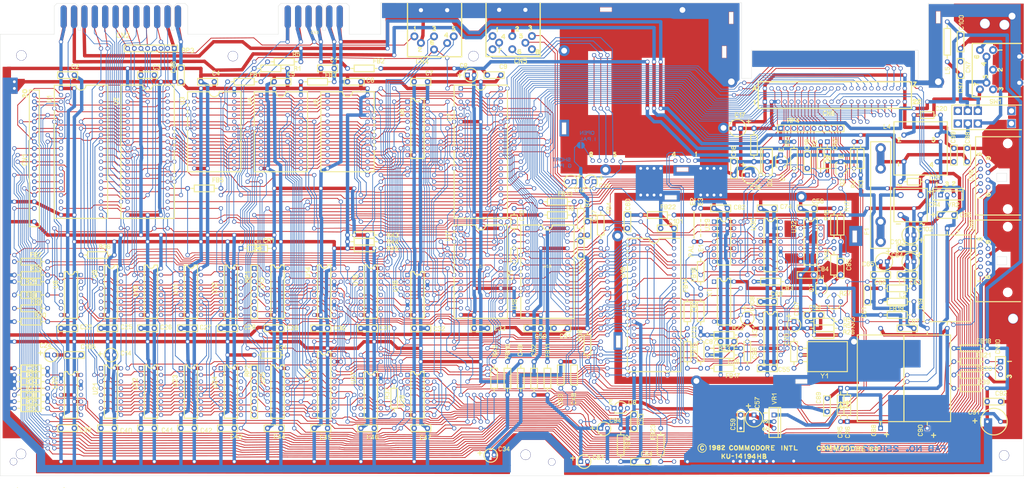
<source format=kicad_pcb>
(kicad_pcb (version 20171130) (host pcbnew 5.1.4+dfsg1-1)
  (title_block (title "C64 Motherboard KU-14194HB") (date 2020-01-23) (rev 1.4) (company "Commodore 1982") (comment 1 "layout retraced and schematics drawn by bwack 2019"))
  (layers (0 F.Cu signal) (31 B.Cu signal) (34 B.Paste user) (35 F.Paste user) (36 B.SilkS user) (37 F.SilkS user) (38 B.Mask user) (39 F.Mask user) (44 Edge.Cuts user))
  (net 0 "")
  (net 1 +5V)
  (net 2 Earth)
  (net 3 "Net-(C23-Pad1)")
  (net 4 /Sheet1/~RESTORE~)
  (net 5 /Sheet1/DATA')
  (net 6 /Sheet1/CLK')
  (net 7 /Sheet1/ATN)
  (net 8 /Sheet1/DATA)
  (net 9 /Sheet1/CLK)
  (net 10 /Sheet1/~FLAG2~)
  (net 11 /Sheet1/CASS_RD)
  (net 12 /Sheet1/CNT1)
  (net 13 /Sheet1/SP1)
  (net 14 /Sheet1/CNT2)
  (net 15 /Sheet1/SP2)
  (net 16 "Net-(U1-Pad18)")
  (net 17 /Sheet1/ROW7)
  (net 18 /Sheet1/ROW6)
  (net 19 /Sheet1/ROW5)
  (net 20 /Sheet1/JOYA3)
  (net 21 /Sheet1/JOYA2)
  (net 22 /Sheet1/JOYA1)
  (net 23 /Sheet1/JOYA0)
  (net 24 /Sheet1/COL7)
  (net 25 /Sheet1/COL6)
  (net 26 /Sheet1/COL5)
  (net 27 /Sheet1/BTNB)
  (net 28 /Sheet1/COL3)
  (net 29 /Sheet1/COL2)
  (net 30 /Sheet1/COL1)
  (net 31 /Sheet1/COL0)
  (net 32 /Sheet1/PA2)
  (net 33 /Sheet1/ATN_OUT)
  (net 34 /Sheet1/CLK_OUT)
  (net 35 /Sheet1/DATA_OUT)
  (net 36 /Sheet1/PB0)
  (net 37 /Sheet1/PB1)
  (net 38 /Sheet1/PB2)
  (net 39 /Sheet1/PB3)
  (net 40 /Sheet1/PB4)
  (net 41 /Sheet1/PB5)
  (net 42 /Sheet1/PB6)
  (net 43 /Sheet1/PB7)
  (net 44 /Sheet1/~PC2~)
  (net 45 "Net-(U20-Pad5)")
  (net 46 "Net-(U20-Pad3)")
  (net 47 "Net-(U20-Pad9)")
  (net 48 "Net-(U20-Pad11)")
  (net 49 /Sheet1/POTBX)
  (net 50 POTX)
  (net 51 POTY)
  (net 52 /Sheet1/POTBY)
  (net 53 /Sheet1/POTAX)
  (net 54 /Sheet1/POTAY)
  (net 55 "Net-(C105-Pad2)")
  (net 56 /Sheet1/9VAC~~)
  (net 57 "Net-(C24-Pad1)")
  (net 58 /Sheet1/60Hz)
  (net 59 "Net-(CR1-Pad1)")
  (net 60 /Sheet1/TRIGA)
  (net 61 ~RESET~)
  (net 62 /Sheet1/ATN')
  (net 63 PHI2)
  (net 64 /Sheet1/PH2_FB)
  (net 65 ~CIA1~)
  (net 66 R\~W~)
  (net 67 ~IRQ~)
  (net 68 ~VA15~)
  (net 69 ~CIA2~)
  (net 70 RDY)
  (net 71 /Sheet1/'9VAC~~)
  (net 72 "Net-(C18-Pad2)")
  (net 73 /Sheet1/CASS_SENSE)
  (net 74 /Sheet1/CASS_WRT)
  (net 75 "Net-(CN3-PadC,3)")
  (net 76 "Net-(FB2-Pad2)")
  (net 77 /Sheet1/CASS_MOTOR)
  (net 78 "Net-(Q1-Pad1)")
  (net 79 "Net-(Q2-Pad3)")
  (net 80 /Sheet1/5V_FB3)
  (net 81 /Sheet1/CASS_WRT')
  (net 82 ~CHAREN~)
  (net 83 ~HIRAM~)
  (net 84 ~LORAM~)
  (net 85 CAEC)
  (net 86 "Net-(C21-Pad2)")
  (net 87 +12V)
  (net 88 "Net-(C88-Pad1)")
  (net 89 "Net-(C97-Pad2)")
  (net 90 "Net-(C90-Pad1)")
  (net 91 "Net-(FB21-Pad1)")
  (net 92 /Sheet1/GND_LED)
  (net 93 /Sheet1/LED+)
  (net 94 "Net-(C20-Pad2)")
  (net 95 "Net-(CN7-Pad4)")
  (net 96 "Net-(CN7-Pad6)")
  (net 97 /Sheet1/5V_joyport)
  (net 98 +9V_UNREG)
  (net 99 /Sheet1/9VAC)
  (net 100 "Net-(SW1-Pad3)")
  (net 101 "Net-(SW1-Pad6)")
  (net 102 DOT_CLOCK)
  (net 103 /Sheet1/+Vc)
  (net 104 "Net-(C70-Pad2)")
  (net 105 "Net-(C70-Pad1)")
  (net 106 "Net-(C86-Pad1)")
  (net 107 "Net-(C86-Pad2)")
  (net 108 "Net-(C107-Pad1)")
  (net 109 "Net-(C108-Pad1)")
  (net 110 "Net-(FB16-Pad1)")
  (net 111 PHI_COLOR)
  (net 112 "Net-(FB17-Pad1)")
  (net 113 "Net-(R27-Pad2)")
  (net 114 "Net-(R27-Pad1)")
  (net 115 "Net-(U31-Pad12)")
  (net 116 "Net-(C83-Pad1)")
  (net 117 /Sheet1/jumper_select)
  (net 118 "Net-(C85-Pad2)")
  (net 119 "Net-(C85-Pad1)")
  (net 120 "Net-(FB19-Pad1)")
  (net 121 "Net-(Q7-Pad1)")
  (net 122 "Net-(R16-Pad2)")
  (net 123 "Net-(R19-Pad2)")
  (net 124 "Net-(U29-Pad12)")
  (net 125 "Net-(U29-Pad9)")
  (net 126 "Net-(U29-Pad6)")
  (net 127 "Net-(U29-Pad5)")
  (net 128 "Net-(U30-Pad2)")
  (net 129 "Net-(U30-Pad7)")
  (net 130 "Net-(U32-Pad11)")
  (net 131 "Net-(U32-Pad13)")
  (net 132 "Net-(U30-Pad3)")
  (net 133 /Sheet1/F_DIV)
  (net 134 "Net-(U30-Pad13)")
  (net 135 /Sheet5D659BBD/MA7)
  (net 136 /Sheet5D659BBD/VA7)
  (net 137 /Sheet5D659BBD/MA5)
  (net 138 /Sheet5D659BBD/VA5)
  (net 139 /Sheet5D659BBD/MA4)
  (net 140 /Sheet5D659BBD/VA4)
  (net 141 /Sheet5D659BBD/MA6)
  (net 142 /Sheet5D659BBD/VA6)
  (net 143 /Sheet5D659BBD/VA3)
  (net 144 /Sheet5D659BBD/MA3)
  (net 145 /Sheet5D659BBD/VA0)
  (net 146 /Sheet5D659BBD/MA0)
  (net 147 /Sheet5D659BBD/VA2)
  (net 148 /Sheet5D659BBD/MA2)
  (net 149 /Sheet5D659BBD/VA1)
  (net 150 /Sheet5D659BBD/MA1)
  (net 151 ~NMI~)
  (net 152 "Net-(U9-Pad1)")
  (net 153 /Sheet5D659BBD/~RAS~)
  (net 154 "Net-(U10-Pad1)")
  (net 155 "Net-(U11-Pad1)")
  (net 156 "Net-(U12-Pad1)")
  (net 157 "Net-(U21-Pad1)")
  (net 158 "Net-(U22-Pad1)")
  (net 159 "Net-(U23-Pad1)")
  (net 160 "Net-(U24-Pad1)")
  (net 161 /Sheet5D659BBD/~CAS~)
  (net 162 D0)
  (net 163 D1)
  (net 164 D2)
  (net 165 D3)
  (net 166 D4)
  (net 167 D5)
  (net 168 D6)
  (net 169 D7)
  (net 170 A15)
  (net 171 A14)
  (net 172 A13)
  (net 173 A12)
  (net 174 A0)
  (net 175 A1)
  (net 176 A2)
  (net 177 A3)
  (net 178 A4)
  (net 179 A5)
  (net 180 A6)
  (net 181 A7)
  (net 182 A8)
  (net 183 A9)
  (net 184 A10)
  (net 185 A11)
  (net 186 /Sheet5D659BBD/~AEC~)
  (net 187 /Sheet5D659BBD/~CASRAM~)
  (net 188 /Sheet5D659BBD/~CASRAM~')
  (net 189 /Sheet5D659BBD/~RESET'~)
  (net 190 /Sheet5D659BBD/~DMA~)
  (net 191 /Sheet5D659BBD/~BASIC~)
  (net 192 /Sheet5D659BBD/~KERNAL)
  (net 193 /Sheet5D659BBD/~CHAROM~)
  (net 194 /Sheet5D659BBD/BA)
  (net 195 /Sheet5D659BBD/AEC)
  (net 196 /Sheet5D659BBD/~EXROM~)
  (net 197 /Sheet5D659BBD/~GAME~)
  (net 198 "Net-(U17-Pad1)")
  (net 199 /Sheet5D659BBD/~ROML~)
  (net 200 /Sheet5D659BBD/~ROMH~)
  (net 201 "Net-(C61-Pad1)")
  (net 202 "Net-(CN6-Pad7)")
  (net 203 "Net-(CN6-Pad10)")
  (net 204 "Net-(RP4-Pad3)")
  (net 205 /Sheet5D659BBD/~I\O~)
  (net 206 /Sheet5D659BBD/~COLOR~)
  (net 207 /Sheet5D659BBD/~CIAS~)
  (net 208 /Sheet5D659BBD/~SID~)
  (net 209 /Sheet5D659BBD/~VIC~)
  (net 210 "Net-(C10-Pad2)")
  (net 211 "Net-(C10-Pad1)")
  (net 212 "Net-(C11-Pad1)")
  (net 213 "Net-(C11-Pad2)")
  (net 214 /Sheet5D659BBD/AUDIO_IN)
  (net 215 "Net-(C13-Pad1)")
  (net 216 /Sheet5D659BBD/AUDIO_OUT)
  (net 217 "Net-(C37-Pad1)")
  (net 218 "Net-(C50-Pad1)")
  (net 219 "Net-(C51-Pad1)")
  (net 220 "Net-(C54-Pad1)")
  (net 221 "Net-(C101-Pad1)")
  (net 222 "Net-(FB13-Pad1)")
  (net 223 "Net-(FB13-Pad2)")
  (net 224 "Net-(FB14-Pad1)")
  (net 225 /Sheet5D659BBD/CHROMA)
  (net 226 /Sheet5D659BBD/LUMA)
  (net 227 "Net-(FB15-Pad1)")
  (net 228 PHI0)
  (net 229 BTNA\~LP~)
  (net 230 /Sheet5D659BBD/VA6')
  (net 231 /Sheet5D659BBD/VA7')
  (net 232 "Net-(U16-Pad2)")
  (net 233 "Net-(U16-Pad3)")
  (net 234 "Net-(U16-Pad9)")
  (net 235 "Net-(U16-Pad10)")
  (net 236 "Net-(U27-Pad8)")
  (net 237 "Net-(U14-Pad6)")
  (net 238 "Net-(U14-Pad12)")
  (net 239 "Net-(C12-Pad1)")
  (net 240 "Net-(FB23-Pad1)")
  (net 241 "Net-(XT1-Pad1)")
  (net 242 "Net-(C87-Pad1)")
  (net 243 "Net-(CN5-Pad8)")
  (net 244 "Net-(CN5-Pad7)")
  (net 245 CAN+5V)
  (net 246 /Sheet5D659BBD/LUMA_O)
  (net 247 /Sheet5D659BBD/COMP_O)
  (net 248 /Sheet5D659BBD/CHROMA_O)
  (net 249 "Net-(M1-Pad8)")
  (net 250 ~VA14~)
  (net 251 /Sheet5D659BBD/GR\~W~)
  (module KU-14194HB-RevB-KiCad:EDGE_CON_12P_TAPE (layer F.Cu) (at 124.53897 51.460801)
    (fp_text reference CN3 (at 10.285343 5.961702) (layer F.SilkS))
    (fp_text value CASSETTE_PORT_CON)
    (pad A,1 smd oval (at 19.8 0) (size 2.41 8.76) (layers F.Cu F.Mask) (net 2 Earth))
    (pad B,2 smd oval (at 15.84 0) (size 2.41 8.76) (layers F.Cu F.Mask) (net 80 /Sheet1/5V_FB3))
    (pad C,3 smd oval (at 11.88 0) (size 2.41 8.76) (layers F.Cu F.Mask) (net 75 "Net-(CN3-PadC,3)"))
    (pad D,4 smd oval (at 7.92 0) (size 2.41 8.76) (layers F.Cu F.Mask) (net 11 /Sheet1/CASS_RD))
    (pad E,5 smd oval (at 3.96 0) (size 2.41 8.76) (layers F.Cu F.Mask) (net 81 /Sheet1/CASS_WRT'))
    (pad F,6 smd oval (at 0 0) (size 2.41 8.76) (layers F.Cu F.Mask) (net 73 /Sheet1/CASS_SENSE))
    (pad A,1 smd oval (at 19.8 0) (size 2.41 8.76) (layers B.Cu B.Mask) (net 2 Earth))
    (pad B,2 smd oval (at 15.84 0) (size 2.41 8.76) (layers B.Cu F.Mask) (net 80 /Sheet1/5V_FB3))
    (pad C,3 smd oval (at 11.88 0) (size 2.41 8.76) (layers B.Cu F.Mask) (net 75 "Net-(CN3-PadC,3)"))
    (pad D,4 smd oval (at 7.92 0) (size 2.41 8.76) (layers B.Cu F.Mask) (net 11 /Sheet1/CASS_RD))
    (pad E,5 smd oval (at 3.96 0) (size 2.41 8.76) (layers B.Cu F.Mask) (net 81 /Sheet1/CASS_WRT'))
    (pad F,6 smd oval (at 0 0) (size 2.41 8.76) (layers B.Cu F.Mask) (net 73 /Sheet1/CASS_SENSE))
  )
  (module KU-14194HB-RevB-KiCad:EDGE_CON_24P (layer F.Cu) (at 39.116 51.435)
    (fp_text reference CN2 (at 22.606 7.112) (layer F.SilkS) (effects (font (size 1.8 1.8) (thickness 0.3))))
    (fp_text value USER_PORT_CON)
    (pad N smd oval (at 0 0) (size 2.41 8.76) (layers B.Cu F.Mask) (net 2 Earth))
    (pad M smd oval (at 3.96 0) (size 2.41 8.76) (layers B.Cu F.Mask) (net 32 /Sheet1/PA2))
    (pad L smd oval (at 7.92 0) (size 2.41 8.76) (layers B.Cu F.Mask) (net 43 /Sheet1/PB7))
    (pad K smd oval (at 11.88 0) (size 2.41 8.76) (layers B.Cu F.Mask) (net 42 /Sheet1/PB6))
    (pad J smd oval (at 15.84 0) (size 2.41 8.76) (layers B.Cu F.Mask) (net 41 /Sheet1/PB5))
    (pad H smd oval (at 19.8 0) (size 2.41 8.76) (layers B.Cu F.Mask) (net 40 /Sheet1/PB4))
    (pad F smd oval (at 23.76 0) (size 2.41 8.76) (layers B.Cu F.Mask) (net 39 /Sheet1/PB3))
    (pad E smd oval (at 27.72 0) (size 2.41 8.76) (layers B.Cu F.Mask) (net 38 /Sheet1/PB2))
    (pad D smd oval (at 31.68 0) (size 2.41 8.76) (layers B.Cu F.Mask) (net 37 /Sheet1/PB1))
    (pad C smd oval (at 35.64 0) (size 2.41 8.76) (layers B.Cu F.Mask) (net 36 /Sheet1/PB0))
    (pad B smd oval (at 39.6 0) (size 2.41 8.76) (layers B.Cu F.Mask) (net 10 /Sheet1/~FLAG2~))
    (pad A smd oval (at 43.56 0) (size 2.41 8.76) (layers B.Cu B.Mask) (net 2 Earth))
    (pad 12 smd oval (at 0 0) (size 2.41 8.76) (layers F.Cu F.Mask) (net 2 Earth))
    (pad 11 smd oval (at 3.96 0) (size 2.41 8.76) (layers F.Cu F.Mask) (net 71 /Sheet1/'9VAC~~))
    (pad 10 smd oval (at 7.92 0) (size 2.41 8.76) (layers F.Cu F.Mask) (net 56 /Sheet1/9VAC~~))
    (pad 9 smd oval (at 11.88 0) (size 2.41 8.76) (layers F.Cu F.Mask) (net 62 /Sheet1/ATN'))
    (pad 8 smd oval (at 15.84 0) (size 2.41 8.76) (layers F.Cu F.Mask) (net 44 /Sheet1/~PC2~))
    (pad 7 smd oval (at 19.8 0) (size 2.41 8.76) (layers F.Cu F.Mask) (net 15 /Sheet1/SP2))
    (pad 6 smd oval (at 23.76 0) (size 2.41 8.76) (layers F.Cu F.Mask) (net 14 /Sheet1/CNT2))
    (pad 5 smd oval (at 27.72 0) (size 2.41 8.76) (layers F.Cu F.Mask) (net 13 /Sheet1/SP1))
    (pad 4 smd oval (at 31.68 0) (size 2.41 8.76) (layers F.Cu F.Mask) (net 12 /Sheet1/CNT1))
    (pad 3 smd oval (at 35.64 0) (size 2.41 8.76) (layers F.Cu F.Mask) (net 61 ~RESET~))
    (pad 2 smd oval (at 39.6 0) (size 2.41 8.76) (layers F.Cu F.Mask) (net 1 +5V))
    (pad 1 smd oval (at 43.56 0) (size 2.41 8.76) (layers F.Cu F.Mask) (net 2 Earth))
  )
  (module KU-14194HB-RevB-KiCad:DIP18 (layer F.Cu) (at 173.99 93.98)
    (fp_text reference U6 hide)
    (fp_text value 2114)
    (pad 2 thru_hole circle (at -3.81 -7.62) (size 1.6 1.6) (drill 1.1) (layers *.Cu *.Mask) (net 179 A5))
    (pad 8 thru_hole circle (at -3.81 7.62) (size 1.6 1.6) (drill 1.1) (layers *.Cu *.Mask) (net 236 "Net-(U27-Pad8)"))
    (pad 11 thru_hole circle (at 3.81 7.62) (size 1.6 1.6) (drill 1.1) (layers *.Cu *.Mask) (net 232 "Net-(U16-Pad2)"))
    (pad 15 thru_hole circle (at 3.81 -2.54) (size 1.6 1.6) (drill 1.1) (layers *.Cu *.Mask) (net 183 A9))
    (pad 14 thru_hole circle (at 3.81 0) (size 1.6 1.6) (drill 1.1) (layers *.Cu *.Mask) (net 235 "Net-(U16-Pad10)"))
    (pad 9 thru_hole circle (at -3.81 10.16) (size 1.6 1.6) (drill 1.1) (layers *.Cu *.Mask) (net 2 Earth))
    (pad 4 thru_hole circle (at -3.81 -2.54) (size 1.6 1.6) (drill 1.1) (layers *.Cu *.Mask) (net 177 A3))
    (pad 12 thru_hole circle (at 3.81 5.08) (size 1.6 1.6) (drill 1.1) (layers *.Cu *.Mask) (net 233 "Net-(U16-Pad3)"))
    (pad 3 thru_hole circle (at -3.81 -5.08) (size 1.6 1.6) (drill 1.1) (layers *.Cu *.Mask) (net 178 A4))
    (pad 16 thru_hole circle (at 3.81 -5.08) (size 1.6 1.6) (drill 1.1) (layers *.Cu *.Mask) (net 182 A8))
    (pad 13 thru_hole circle (at 3.81 2.54) (size 1.6 1.6) (drill 1.1) (layers *.Cu *.Mask) (net 234 "Net-(U16-Pad9)"))
    (pad 6 thru_hole circle (at -3.81 2.54) (size 1.6 1.6) (drill 1.1) (layers *.Cu *.Mask) (net 175 A1))
    (pad 5 thru_hole circle (at -3.81 0) (size 1.6 1.6) (drill 1.1) (layers *.Cu *.Mask) (net 174 A0))
    (pad 7 thru_hole circle (at -3.81 5.08) (size 1.6 1.6) (drill 1.1) (layers *.Cu *.Mask) (net 176 A2))
    (pad 1 thru_hole rect (at -3.81 -10.16) (size 1.6 1.6) (drill 1.1) (layers *.Cu *.Mask) (net 180 A6))
    (pad 10 thru_hole circle (at 3.81 10.16) (size 1.6 1.6) (drill 1.1) (layers *.Cu *.Mask) (net 251 /Sheet5D659BBD/GR\~W~))
    (pad 17 thru_hole circle (at 3.81 -7.62) (size 1.6 1.6) (drill 1.1) (layers *.Cu *.Mask) (net 181 A7))
    (pad 18 thru_hole circle (at 3.81 -10.16) (size 1.6 1.6) (drill 1.1) (layers *.Cu *.Mask) (net 1 +5V))
  )
  (module KU-14194HB-RevB-KiCad:MODULATOR_PORT_LONGBOARD (layer F.Cu) (at 272.259188 106.290876)
    (fp_text reference M1 hide)
    (fp_text value MODULATOR_LONGBOARD)
    (pad 8 thru_hole circle (at -31.48 0) (size 1.6 1.6) (drill 1.1) (layers *.Cu *.Mask) (net 249 "Net-(M1-Pad8)"))
    (pad 7 thru_hole circle (at -28.94 0) (size 1.6 1.6) (drill 1.1) (layers *.Cu *.Mask) (net 248 /Sheet5D659BBD/CHROMA_O))
    (pad 6 thru_hole circle (at -26.4 0) (size 1.6 1.6) (drill 1.1) (layers *.Cu *.Mask) (net 246 /Sheet5D659BBD/LUMA_O))
    (pad 5 thru_hole circle (at -23.86 0) (size 1.6 1.6) (drill 1.1) (layers *.Cu *.Mask) (net 247 /Sheet5D659BBD/COMP_O))
    (pad 4 thru_hole circle (at 0 0) (size 1.6 1.6) (drill 1.1) (layers *.Cu *.Mask) (net 216 /Sheet5D659BBD/AUDIO_OUT))
    (pad 3 thru_hole circle (at 2.54 0) (size 1.6 1.6) (drill 1.1) (layers *.Cu *.Mask) (net 225 /Sheet5D659BBD/CHROMA))
    (pad 2 thru_hole circle (at 5.08 0) (size 1.6 1.6) (drill 1.1) (layers *.Cu *.Mask) (net 226 /Sheet5D659BBD/LUMA))
    (pad 1 thru_hole circle (at 7.62 0) (size 1.6 1.6) (drill 1.1) (layers *.Cu *.Mask) (net 98 +9V_UNREG))
  )
  (module KU-14194HB-RevB-KiCad:LARGE_ELECTROLYTIC_33x18_P38.10mm_AXIAL_TH (layer F.Cu) (at 368.3 208.28 180)
    (fp_text reference C90 hide)
    (fp_text value 470uF)
    (pad 2 thru_hole circle (at 0 38.1 180) (size 1.8 1.8) (drill 1.1) (layers *.Cu *.Mask) (net 56 /Sheet1/9VAC~~))
    (pad 1 thru_hole rect (at 0 0 180) (size 1.8 1.8) (drill 1.1) (layers *.Cu *.Mask) (net 90 "Net-(C90-Pad1)"))
  )
  (module KU-14194HB-RevB-KiCad:LARGE_ELECTROLYTIC_33x18_P38.10mm_AXIAL_TH (layer F.Cu) (at 375.92 132.08)
    (fp_text reference C19 hide)
    (fp_text value 2200uF)
    (pad 2 thru_hole circle (at 0 38.1) (size 1.8 1.8) (drill 1.1) (layers *.Cu *.Mask) (net 2 Earth))
    (pad 1 thru_hole rect (at 0 0) (size 1.8 1.8) (drill 1.1) (layers *.Cu *.Mask) (net 98 +9V_UNREG))
  )
  (module KU-14194HB-RevB-KiCad:CAP_AXIAL_P10.16mm (layer F.Cu) (at 210.82 139.7 270)
    (fp_text reference C11 hide)
    (fp_text value 470pF)
    (pad 2 thru_hole circle (at 7.62 0 270) (size 1.8 1.8) (drill 1.1) (layers *.Cu *.Mask) (net 213 "Net-(C11-Pad2)"))
    (pad 1 thru_hole circle (at -2.54 0 270) (size 1.8 1.8) (drill 1.1) (layers *.Cu *.Mask) (net 212 "Net-(C11-Pad1)"))
  )
  (module KU-14194HB-RevB-KiCad:CAP_AXIAL_P10.16mm (layer F.Cu) (at 210.82 127 270)
    (fp_text reference C10 hide)
    (fp_text value 470pF)
    (pad 2 thru_hole circle (at 7.62 0 270) (size 1.8 1.8) (drill 1.1) (layers *.Cu *.Mask) (net 210 "Net-(C10-Pad2)"))
    (pad 1 thru_hole circle (at -2.54 0 270) (size 1.8 1.8) (drill 1.1) (layers *.Cu *.Mask) (net 211 "Net-(C10-Pad1)"))
  )
  (module KU-14194HB-RevB-KiCad:CAP_P12mm (layer F.Cu) (at 213.36 182.88 270)
    (fp_text reference C49 hide)
    (fp_text value .1)
    (pad 1 thru_hole circle (at 0 0 270) (size 2 2) (drill 1.1) (layers *.Cu *.Mask) (net 1 +5V))
    (pad 2 thru_hole circle (at 12.7 0 270) (size 2 2) (drill 1.1) (layers *.Cu *.Mask) (net 2 Earth))
  )
  (module KU-14194HB-RevB-KiCad:CAP_P12mm (layer F.Cu) (at 218.44 195.58 90)
    (fp_text reference C52 hide)
    (fp_text value .1)
    (pad 1 thru_hole circle (at 0 0 90) (size 2 2) (drill 1.1) (layers *.Cu *.Mask) (net 87 +12V))
    (pad 2 thru_hole circle (at 12.7 0 90) (size 2 2) (drill 1.1) (layers *.Cu *.Mask) (net 2 Earth))
  )
  (module KU-14194HB-RevB-KiCad:RESISTOR_10.16mm (layer F.Cu) (at 233.68 190.5 90)
    (fp_text reference C48 hide)
    (fp_text value 1800pF)
    (pad 1 thru_hole circle (at -2.54 0 90) (size 1.8 1.8) (drill 1.1) (layers *.Cu *.Mask) (net 50 POTX))
    (pad 2 thru_hole circle (at 7.62 0 90) (size 1.8 1.8) (drill 1.1) (layers *.Cu *.Mask) (net 2 Earth))
  )
  (module KU-14194HB-RevB-KiCad:RESISTOR_10.16mm (layer F.Cu) (at 228.6 190.5 90)
    (fp_text reference C93 hide)
    (fp_text value 1800pF)
    (pad 1 thru_hole circle (at -2.54 0 90) (size 1.8 1.8) (drill 1.1) (layers *.Cu *.Mask) (net 51 POTY))
    (pad 2 thru_hole circle (at 7.62 0 90) (size 1.8 1.8) (drill 1.1) (layers *.Cu *.Mask) (net 2 Earth))
  )
  (module KU-14194HB-RevB-KiCad:RESISTOR (layer F.Cu) (at 297.18 180.34 180)
    (fp_text reference C36 hide)
    (fp_text value 20pF)
    (pad 2 thru_hole circle (at 12.7 0 180) (size 1.8 1.8) (drill 1.1) (layers *.Cu *.Mask) (net 2 Earth))
    (pad 1 thru_hole circle (at 0 0 180) (size 1.8 1.8) (drill 1.1) (layers *.Cu *.Mask) (net 102 DOT_CLOCK))
  )
  (module KU-14194HB-RevB-KiCad:RESISTOR (layer F.Cu) (at 314.96 152.4 180)
    (fp_text reference C83 hide)
    (fp_text value 82pF)
    (pad 2 thru_hole circle (at 12.7 0 180) (size 1.8 1.8) (drill 1.1) (layers *.Cu *.Mask) (net 2 Earth))
    (pad 1 thru_hole circle (at 0 0 180) (size 1.8 1.8) (drill 1.1) (layers *.Cu *.Mask) (net 116 "Net-(C83-Pad1)"))
  )
  (module KU-14194HB-RevB-KiCad:RESISTOR (layer F.Cu) (at 58.42 142.24 180)
    (fp_text reference R36 hide)
    (fp_text value 1K)
    (pad 2 thru_hole circle (at 12.7 0 180) (size 1.8 1.8) (drill 1.1) (layers *.Cu *.Mask) (net 61 ~RESET~))
    (pad 1 thru_hole circle (at 0 0 180) (size 1.8 1.8) (drill 1.1) (layers *.Cu *.Mask) (net 1 +5V))
  )
  (module KU-14194HB-RevB-KiCad:RESISTOR (layer F.Cu) (at 20.32 190.5)
    (fp_text reference R34 hide)
    (fp_text value 47K)
    (pad 2 thru_hole circle (at 12.7 0) (size 1.8 1.8) (drill 1.1) (layers *.Cu *.Mask) (net 57 "Net-(C24-Pad1)"))
    (pad 1 thru_hole circle (at 0 0) (size 1.8 1.8) (drill 1.1) (layers *.Cu *.Mask) (net 1 +5V))
  )
  (module KU-14194HB-RevB-KiCad:RESISTOR (layer F.Cu) (at 20.32 193.04)
    (fp_text reference R41 hide)
    (fp_text value 1M)
    (pad 2 thru_hole circle (at 12.7 0) (size 1.8 1.8) (drill 1.1) (layers *.Cu *.Mask) (net 4 /Sheet1/~RESTORE~))
    (pad 1 thru_hole circle (at 0 0) (size 1.8 1.8) (drill 1.1) (layers *.Cu *.Mask) (net 1 +5V))
  )
  (module KU-14194HB-RevB-KiCad:RESISTOR (layer F.Cu) (at 20.32 198.12)
    (fp_text reference R35 hide)
    (fp_text value 470K)
    (pad 2 thru_hole circle (at 12.7 0) (size 1.8 1.8) (drill 1.1) (layers *.Cu *.Mask) (net 60 /Sheet1/TRIGA))
    (pad 1 thru_hole circle (at 0 0) (size 1.8 1.8) (drill 1.1) (layers *.Cu *.Mask) (net 1 +5V))
  )
  (module KU-14194HB-RevB-KiCad:RESISTOR (layer F.Cu) (at 20.32 187.96)
    (fp_text reference R33 hide)
    (fp_text value 47K)
    (pad 2 thru_hole circle (at 12.7 0) (size 1.8 1.8) (drill 1.1) (layers *.Cu *.Mask) (net 3 "Net-(C23-Pad1)"))
    (pad 1 thru_hole circle (at 0 0) (size 1.8 1.8) (drill 1.1) (layers *.Cu *.Mask) (net 1 +5V))
  )
  (module KU-14194HB-RevB-KiCad:RESISTOR (layer F.Cu) (at 33.02 152.4 180)
    (fp_text reference R29 hide)
    (fp_text value 1K)
    (pad 2 thru_hole circle (at 12.7 0 180) (size 1.8 1.8) (drill 1.1) (layers *.Cu *.Mask) (net 1 +5V))
    (pad 1 thru_hole circle (at 0 0 180) (size 1.8 1.8) (drill 1.1) (layers *.Cu *.Mask) (net 5 /Sheet1/DATA'))
  )
  (module KU-14194HB-RevB-KiCad:RESISTOR (layer F.Cu) (at 129.54 68.58 180)
    (fp_text reference R5 hide)
    (fp_text value 560)
    (pad 2 thru_hole circle (at 12.7 0 180) (size 1.8 1.8) (drill 1.1) (layers *.Cu *.Mask) (net 59 "Net-(CR1-Pad1)"))
    (pad 1 thru_hole circle (at 0 0 180) (size 1.8 1.8) (drill 1.1) (layers *.Cu *.Mask) (net 56 /Sheet1/9VAC~~))
  )
  (module KU-14194HB-RevB-KiCad:RESISTOR (layer F.Cu) (at 165.1 190.5 270)
    (fp_text reference R37 hide)
    (fp_text value 2.7K)
    (pad 2 thru_hole circle (at 12.7 0 270) (size 1.8 1.8) (drill 1.1) (layers *.Cu *.Mask) (net 58 /Sheet1/60Hz))
    (pad 1 thru_hole circle (at 0 0 270) (size 1.8 1.8) (drill 1.1) (layers *.Cu *.Mask) (net 59 "Net-(CR1-Pad1)"))
  )
  (module KU-14194HB-RevB-KiCad:RESISTOR (layer F.Cu) (at 20.32 200.66)
    (fp_text reference R50 hide)
    (fp_text value 1M)
    (pad 2 thru_hole circle (at 12.7 0) (size 1.8 1.8) (drill 1.1) (layers *.Cu *.Mask) (net 55 "Net-(C105-Pad2)"))
    (pad 1 thru_hole circle (at 0 0) (size 1.8 1.8) (drill 1.1) (layers *.Cu *.Mask) (net 1 +5V))
  )
  (module KU-14194HB-RevB-KiCad:RESISTOR (layer F.Cu) (at 33.02 149.86 180)
    (fp_text reference R28 hide)
    (fp_text value 1K)
    (pad 2 thru_hole circle (at 12.7 0 180) (size 1.8 1.8) (drill 1.1) (layers *.Cu *.Mask) (net 1 +5V))
    (pad 1 thru_hole circle (at 0 0 180) (size 1.8 1.8) (drill 1.1) (layers *.Cu *.Mask) (net 62 /Sheet1/ATN'))
  )
  (module KU-14194HB-RevB-KiCad:RESISTOR (layer F.Cu) (at 33.02 167.64 180)
    (fp_text reference R30 hide)
    (fp_text value 1K)
    (pad 2 thru_hole circle (at 12.7 0 180) (size 1.8 1.8) (drill 1.1) (layers *.Cu *.Mask) (net 1 +5V))
    (pad 1 thru_hole circle (at 0 0 180) (size 1.8 1.8) (drill 1.1) (layers *.Cu *.Mask) (net 6 /Sheet1/CLK'))
  )
  (module KU-14194HB-RevB-KiCad:RESISTOR (layer F.Cu) (at 124.46 71.12 180)
    (fp_text reference R1 hide)
    (fp_text value 3K3)
    (pad 2 thru_hole circle (at 12.7 0 180) (size 1.8 1.8) (drill 1.1) (layers *.Cu *.Mask) (net 73 /Sheet1/CASS_SENSE))
    (pad 1 thru_hole circle (at 0 0 180) (size 1.8 1.8) (drill 1.1) (layers *.Cu *.Mask) (net 1 +5V))
  )
  (module KU-14194HB-RevB-KiCad:RESISTOR (layer F.Cu) (at 327.66 99.06 270)
    (fp_text reference R2 hide)
    (fp_text value 1.5K)
    (pad 2 thru_hole circle (at 12.7 0 270) (size 1.8 1.8) (drill 1.1) (layers *.Cu *.Mask) (net 72 "Net-(C18-Pad2)"))
    (pad 1 thru_hole circle (at 0 0 270) (size 1.8 1.8) (drill 1.1) (layers *.Cu *.Mask) (net 98 +9V_UNREG))
  )
  (module KU-14194HB-RevB-KiCad:RESISTOR (layer F.Cu) (at 342.9 99.06 270)
    (fp_text reference R3 hide)
    (fp_text value 10K)
    (pad 2 thru_hole circle (at 12.7 0 270) (size 1.8 1.8) (drill 1.1) (layers *.Cu *.Mask) (net 2 Earth))
    (pad 1 thru_hole circle (at 0 0 270) (size 1.8 1.8) (drill 1.1) (layers *.Cu *.Mask) (net 79 "Net-(Q2-Pad3)"))
  )
  (module KU-14194HB-RevB-KiCad:RESISTOR (layer F.Cu) (at 340.36 99.06 270)
    (fp_text reference R4 hide)
    (fp_text value 1K)
    (pad 2 thru_hole circle (at 12.7 0 270) (size 1.8 1.8) (drill 1.1) (layers *.Cu *.Mask) (net 77 /Sheet1/CASS_MOTOR))
    (pad 1 thru_hole circle (at 0 0 270) (size 1.8 1.8) (drill 1.1) (layers *.Cu *.Mask) (net 79 "Net-(Q2-Pad3)"))
  )
  (module KU-14194HB-RevB-KiCad:RESISTOR (layer F.Cu) (at 147.32 134.62)
    (fp_text reference R43 hide)
    (fp_text value 3K3)
    (pad 2 thru_hole circle (at 12.7 0) (size 1.8 1.8) (drill 1.1) (layers *.Cu *.Mask) (net 82 ~CHAREN~))
    (pad 1 thru_hole circle (at 0 0) (size 1.8 1.8) (drill 1.1) (layers *.Cu *.Mask) (net 1 +5V))
  )
  (module KU-14194HB-RevB-KiCad:RESISTOR (layer F.Cu) (at 147.32 137.16)
    (fp_text reference R44 hide)
    (fp_text value 3K3)
    (pad 2 thru_hole circle (at 12.7 0) (size 1.8 1.8) (drill 1.1) (layers *.Cu *.Mask) (net 83 ~HIRAM~))
    (pad 1 thru_hole circle (at 0 0) (size 1.8 1.8) (drill 1.1) (layers *.Cu *.Mask) (net 1 +5V))
  )
  (module KU-14194HB-RevB-KiCad:RESISTOR (layer F.Cu) (at 147.32 139.7)
    (fp_text reference R45 hide)
    (fp_text value 3K3)
    (pad 2 thru_hole circle (at 12.7 0) (size 1.8 1.8) (drill 1.1) (layers *.Cu *.Mask) (net 84 ~LORAM~))
    (pad 1 thru_hole circle (at 0 0) (size 1.8 1.8) (drill 1.1) (layers *.Cu *.Mask) (net 1 +5V))
  )
  (module KU-14194HB-RevB-KiCad:RESISTOR (layer F.Cu) (at 391.16 193.04 180)
    (fp_text reference R39 hide)
    (fp_text value 390)
    (pad 2 thru_hole circle (at 12.7 0 180) (size 1.8 1.8) (drill 1.1) (layers *.Cu *.Mask) (net 91 "Net-(FB21-Pad1)"))
    (pad 1 thru_hole circle (at 0 0 180) (size 1.8 1.8) (drill 1.1) (layers *.Cu *.Mask) (net 1 +5V))
  )
  (module KU-14194HB-RevB-KiCad:RESISTOR (layer F.Cu) (at 335.28 172.72 180)
    (fp_text reference R26 hide)
    (fp_text value 100)
    (pad 2 thru_hole circle (at 12.7 0 180) (size 1.8 1.8) (drill 1.1) (layers *.Cu *.Mask) (net 108 "Net-(C107-Pad1)"))
    (pad 1 thru_hole circle (at 0 0 180) (size 1.8 1.8) (drill 1.1) (layers *.Cu *.Mask) (net 103 /Sheet1/+Vc))
  )
  (module KU-14194HB-RevB-KiCad:RESISTOR (layer F.Cu) (at 335.28 170.18 180)
    (fp_text reference R52 hide)
    (fp_text value ?)
    (pad 2 thru_hole circle (at 12.7 0 180) (size 1.8 1.8) (drill 1.1) (layers *.Cu *.Mask) (net 2 Earth))
    (pad 1 thru_hole circle (at 0 0 180) (size 1.8 1.8) (drill 1.1) (layers *.Cu *.Mask) (net 113 "Net-(R27-Pad2)"))
  )
  (module KU-14194HB-RevB-KiCad:RESISTOR (layer F.Cu) (at 322.58 167.64)
    (fp_text reference R53 hide)
    (fp_text value ?)
    (pad 2 thru_hole circle (at 12.7 0) (size 1.8 1.8) (drill 1.1) (layers *.Cu *.Mask) (net 114 "Net-(R27-Pad1)"))
    (pad 1 thru_hole circle (at 0 0) (size 1.8 1.8) (drill 1.1) (layers *.Cu *.Mask) (net 103 /Sheet1/+Vc))
  )
  (module KU-14194HB-RevB-KiCad:RESISTOR (layer F.Cu) (at 317.5 185.42 90)
    (fp_text reference C70 hide)
    (fp_text value ~)
    (pad 2 thru_hole circle (at 12.7 0 90) (size 1.8 1.8) (drill 1.1) (layers *.Cu *.Mask) (net 104 "Net-(C70-Pad2)"))
    (pad 1 thru_hole circle (at 0 0 90) (size 1.8 1.8) (drill 1.1) (layers *.Cu *.Mask) (net 105 "Net-(C70-Pad1)"))
  )
  (module KU-14194HB-RevB-KiCad:RESISTOR (layer F.Cu) (at 299.72 185.42 90)
    (fp_text reference C86 hide)
    (fp_text value 82pF)
    (pad 2 thru_hole circle (at 12.7 0 90) (size 1.8 1.8) (drill 1.1) (layers *.Cu *.Mask) (net 107 "Net-(C86-Pad2)"))
    (pad 1 thru_hole circle (at 0 0 90) (size 1.8 1.8) (drill 1.1) (layers *.Cu *.Mask) (net 106 "Net-(C86-Pad1)"))
  )
  (module KU-14194HB-RevB-KiCad:RESISTOR (layer F.Cu) (at 332.74 124.46 270)
    (fp_text reference R16 hide)
    (fp_text value 1K)
    (pad 2 thru_hole circle (at 12.7 0 270) (size 1.8 1.8) (drill 1.1) (layers *.Cu *.Mask) (net 122 "Net-(R16-Pad2)"))
    (pad 1 thru_hole circle (at 0 0 270) (size 1.8 1.8) (drill 1.1) (layers *.Cu *.Mask) (net 103 /Sheet1/+Vc))
  )
  (module KU-14194HB-RevB-KiCad:RESISTOR (layer F.Cu) (at 335.28 124.46 270)
    (fp_text reference R17 hide)
    (fp_text value 2K7)
    (pad 2 thru_hole circle (at 12.7 0 270) (size 1.8 1.8) (drill 1.1) (layers *.Cu *.Mask) (net 119 "Net-(C85-Pad1)"))
    (pad 1 thru_hole circle (at 0 0 270) (size 1.8 1.8) (drill 1.1) (layers *.Cu *.Mask) (net 122 "Net-(R16-Pad2)"))
  )
  (module KU-14194HB-RevB-KiCad:RESISTOR (layer F.Cu) (at 332.74 152.4 90)
    (fp_text reference R19 hide)
    (fp_text value 15K)
    (pad 2 thru_hole circle (at 12.7 0 90) (size 1.8 1.8) (drill 1.1) (layers *.Cu *.Mask) (net 123 "Net-(R19-Pad2)"))
    (pad 1 thru_hole circle (at 0 0 90) (size 1.8 1.8) (drill 1.1) (layers *.Cu *.Mask) (net 118 "Net-(C85-Pad2)"))
  )
  (module KU-14194HB-RevB-KiCad:RESISTOR (layer F.Cu) (at 350.52 160.02)
    (fp_text reference L2 hide)
    (fp_text value 2.2uH)
    (pad 2 thru_hole circle (at 12.7 0) (size 1.8 1.8) (drill 1.1) (layers *.Cu *.Mask) (net 120 "Net-(FB19-Pad1)"))
    (pad 1 thru_hole circle (at 0 0) (size 1.8 1.8) (drill 1.1) (layers *.Cu *.Mask) (net 245 CAN+5V))
  )
  (module KU-14194HB-RevB-KiCad:RESISTOR (layer F.Cu) (at 124.46 180.34 180)
    (fp_text reference R31 hide)
    (fp_text value 180)
    (pad 2 thru_hole circle (at 12.7 0 180) (size 1.8 1.8) (drill 1.1) (layers *.Cu *.Mask) (net 1 +5V))
    (pad 1 thru_hole circle (at 0 0 180) (size 1.8 1.8) (drill 1.1) (layers *.Cu *.Mask) (net 186 /Sheet5D659BBD/~AEC~))
  )
  (module KU-14194HB-RevB-KiCad:RESISTOR (layer F.Cu) (at 203.2 195.58 90)
    (fp_text reference R42 hide)
    (fp_text value ~)
    (pad 2 thru_hole circle (at 12.7 0 90) (size 1.8 1.8) (drill 1.1) (layers *.Cu *.Mask) (net 187 /Sheet5D659BBD/~CASRAM~))
    (pad 1 thru_hole circle (at 0 0 90) (size 1.8 1.8) (drill 1.1) (layers *.Cu *.Mask) (net 188 /Sheet5D659BBD/~CASRAM~'))
  )
  (module KU-14194HB-RevB-KiCad:RESISTOR (layer F.Cu) (at 317.5 111.76 90)
    (fp_text reference R51 hide)
    (fp_text value 1.5K)
    (pad 2 thru_hole circle (at 12.7 0 90) (size 1.8 1.8) (drill 1.1) (layers *.Cu *.Mask) (net 1 +5V))
    (pad 1 thru_hole circle (at 0 0 90) (size 1.8 1.8) (drill 1.1) (layers *.Cu *.Mask) (net 66 R\~W~))
  )
  (module KU-14194HB-RevB-KiCad:RESISTOR (layer F.Cu) (at 363.22 154.94 180)
    (fp_text reference L1 hide)
    (fp_text value 2.2uH)
    (pad 2 thru_hole circle (at 12.7 0 180) (size 1.8 1.8) (drill 1.1) (layers *.Cu *.Mask) (net 201 "Net-(C61-Pad1)"))
    (pad 1 thru_hole circle (at 0 0 180) (size 1.8 1.8) (drill 1.1) (layers *.Cu *.Mask) (net 245 CAN+5V))
  )
  (module KU-14194HB-RevB-KiCad:RESISTOR (layer F.Cu) (at 220.98 127)
    (fp_text reference R6 hide)
    (fp_text value 1K)
    (pad 2 thru_hole circle (at 12.7 0) (size 1.8 1.8) (drill 1.1) (layers *.Cu *.Mask) (net 222 "Net-(FB13-Pad1)"))
    (pad 1 thru_hole circle (at 0 0) (size 1.8 1.8) (drill 1.1) (layers *.Cu *.Mask) (net 2 Earth))
  )
  (module KU-14194HB-RevB-KiCad:RESISTOR (layer F.Cu) (at 236.22 134.62 90)
    (fp_text reference R7 hide)
    (fp_text value 10K)
    (pad 2 thru_hole circle (at 12.7 0 90) (size 1.8 1.8) (drill 1.1) (layers *.Cu *.Mask) (net 223 "Net-(FB13-Pad2)"))
    (pad 1 thru_hole circle (at 0 0 90) (size 1.8 1.8) (drill 1.1) (layers *.Cu *.Mask) (net 217 "Net-(C37-Pad1)"))
  )
  (module KU-14194HB-RevB-KiCad:RESISTOR (layer F.Cu) (at 238.76 170.18 270)
    (fp_text reference R38 hide)
    (fp_text value 1K)
    (pad 2 thru_hole circle (at 12.7 0 270) (size 1.8 1.8) (drill 1.1) (layers *.Cu *.Mask) (net 215 "Net-(C13-Pad1)"))
    (pad 1 thru_hole circle (at 0 0 270) (size 1.8 1.8) (drill 1.1) (layers *.Cu *.Mask) (net 2 Earth))
  )
  (module KU-14194HB-RevB-KiCad:DIP40 (layer F.Cu) (at 198.12 101.6)
    (fp_text reference U7 hide)
    (fp_text value 6510_MPU)
    (pad 40 thru_hole circle (at 7.62 -22.86) (size 1.6 1.6) (drill 1.1) (layers *.Cu *.Mask) (net 61 ~RESET~))
    (pad 39 thru_hole circle (at 7.62 -20.32) (size 1.6 1.6) (drill 1.1) (layers *.Cu *.Mask) (net 64 /Sheet1/PH2_FB))
    (pad 38 thru_hole circle (at 7.62 -17.78) (size 1.6 1.6) (drill 1.1) (layers *.Cu *.Mask) (net 66 R\~W~))
    (pad 37 thru_hole circle (at 7.62 -15.24) (size 1.6 1.6) (drill 1.1) (layers *.Cu *.Mask) (net 162 D0))
    (pad 36 thru_hole circle (at 7.62 -12.7) (size 1.6 1.6) (drill 1.1) (layers *.Cu *.Mask) (net 163 D1))
    (pad 35 thru_hole circle (at 7.62 -10.16) (size 1.6 1.6) (drill 1.1) (layers *.Cu *.Mask) (net 164 D2))
    (pad 34 thru_hole circle (at 7.62 -7.62) (size 1.6 1.6) (drill 1.1) (layers *.Cu *.Mask) (net 165 D3))
    (pad 33 thru_hole circle (at 7.62 -5.08) (size 1.6 1.6) (drill 1.1) (layers *.Cu *.Mask) (net 166 D4))
    (pad 32 thru_hole circle (at 7.62 -2.54) (size 1.6 1.6) (drill 1.1) (layers *.Cu *.Mask) (net 167 D5))
    (pad 31 thru_hole circle (at 7.62 0) (size 1.6 1.6) (drill 1.1) (layers *.Cu *.Mask) (net 168 D6))
    (pad 30 thru_hole circle (at 7.62 2.54) (size 1.6 1.6) (drill 1.1) (layers *.Cu *.Mask) (net 169 D7))
    (pad 29 thru_hole circle (at 7.62 5.08) (size 1.6 1.6) (drill 1.1) (layers *.Cu *.Mask) (net 84 ~LORAM~))
    (pad 28 thru_hole circle (at 7.62 7.62) (size 1.6 1.6) (drill 1.1) (layers *.Cu *.Mask) (net 83 ~HIRAM~))
    (pad 27 thru_hole circle (at 7.62 10.16) (size 1.6 1.6) (drill 1.1) (layers *.Cu *.Mask) (net 82 ~CHAREN~))
    (pad 26 thru_hole circle (at 7.62 12.7) (size 1.6 1.6) (drill 1.1) (layers *.Cu *.Mask) (net 74 /Sheet1/CASS_WRT))
    (pad 25 thru_hole circle (at 7.62 15.24) (size 1.6 1.6) (drill 1.1) (layers *.Cu *.Mask) (net 73 /Sheet1/CASS_SENSE))
    (pad 24 thru_hole circle (at 7.62 17.78) (size 1.6 1.6) (drill 1.1) (layers *.Cu *.Mask) (net 77 /Sheet1/CASS_MOTOR))
    (pad 23 thru_hole circle (at 7.62 20.32) (size 1.6 1.6) (drill 1.1) (layers *.Cu *.Mask) (net 170 A15))
    (pad 22 thru_hole circle (at 7.62 22.86) (size 1.6 1.6) (drill 1.1) (layers *.Cu *.Mask) (net 171 A14))
    (pad 21 thru_hole circle (at 7.62 25.4) (size 1.6 1.6) (drill 1.1) (layers *.Cu *.Mask) (net 2 Earth))
    (pad 20 thru_hole circle (at -7.62 25.4) (size 1.6 1.6) (drill 1.1) (layers *.Cu *.Mask) (net 172 A13))
    (pad 19 thru_hole circle (at -7.62 22.86) (size 1.6 1.6) (drill 1.1) (layers *.Cu *.Mask) (net 173 A12))
    (pad 18 thru_hole circle (at -7.62 20.32) (size 1.6 1.6) (drill 1.1) (layers *.Cu *.Mask) (net 185 A11))
    (pad 17 thru_hole circle (at -7.62 17.78) (size 1.6 1.6) (drill 1.1) (layers *.Cu *.Mask) (net 184 A10))
    (pad 16 thru_hole circle (at -7.62 15.24) (size 1.6 1.6) (drill 1.1) (layers *.Cu *.Mask) (net 183 A9))
    (pad 15 thru_hole circle (at -7.62 12.7) (size 1.6 1.6) (drill 1.1) (layers *.Cu *.Mask) (net 182 A8))
    (pad 14 thru_hole circle (at -7.62 10.16) (size 1.6 1.6) (drill 1.1) (layers *.Cu *.Mask) (net 181 A7))
    (pad 13 thru_hole circle (at -7.62 7.62) (size 1.6 1.6) (drill 1.1) (layers *.Cu *.Mask) (net 180 A6))
    (pad 12 thru_hole circle (at -7.62 5.08) (size 1.6 1.6) (drill 1.1) (layers *.Cu *.Mask) (net 179 A5))
    (pad 11 thru_hole circle (at -7.62 2.54) (size 1.6 1.6) (drill 1.1) (layers *.Cu *.Mask) (net 178 A4))
    (pad 10 thru_hole circle (at -7.62 0) (size 1.6 1.6) (drill 1.1) (layers *.Cu *.Mask) (net 177 A3))
    (pad 9 thru_hole circle (at -7.62 -2.54) (size 1.6 1.6) (drill 1.1) (layers *.Cu *.Mask) (net 176 A2))
    (pad 8 thru_hole circle (at -7.62 -5.08) (size 1.6 1.6) (drill 1.1) (layers *.Cu *.Mask) (net 175 A1))
    (pad 7 thru_hole circle (at -7.62 -7.62) (size 1.6 1.6) (drill 1.1) (layers *.Cu *.Mask) (net 174 A0))
    (pad 6 thru_hole circle (at -7.62 -10.16) (size 1.6 1.6) (drill 1.1) (layers *.Cu *.Mask) (net 1 +5V))
    (pad 5 thru_hole circle (at -7.62 -12.7) (size 1.6 1.6) (drill 1.1) (layers *.Cu *.Mask) (net 85 CAEC))
    (pad 4 thru_hole circle (at -7.62 -15.24) (size 1.6 1.6) (drill 1.1) (layers *.Cu *.Mask) (net 151 ~NMI~))
    (pad 3 thru_hole circle (at -7.62 -17.78) (size 1.6 1.6) (drill 1.1) (layers *.Cu *.Mask) (net 67 ~IRQ~))
    (pad 2 thru_hole circle (at -7.62 -20.32) (size 1.6 1.6) (drill 1.1) (layers *.Cu *.Mask) (net 70 RDY))
    (pad 1 thru_hole rect (at -7.62 -22.86) (size 1.6 1.6) (drill 1.1) (layers *.Cu *.Mask) (net 228 PHI0))
  )
  (module KU-14194HB-RevB-KiCad:DIP40 (layer F.Cu) (at 71.12 101.6)
    (fp_text reference U2 hide)
    (fp_text value CIA_U2)
    (pad 40 thru_hole circle (at 7.62 -22.86) (size 1.6 1.6) (drill 1.1) (layers *.Cu *.Mask) (net 14 /Sheet1/CNT2))
    (pad 39 thru_hole circle (at 7.62 -20.32) (size 1.6 1.6) (drill 1.1) (layers *.Cu *.Mask) (net 15 /Sheet1/SP2))
    (pad 38 thru_hole circle (at 7.62 -17.78) (size 1.6 1.6) (drill 1.1) (layers *.Cu *.Mask) (net 174 A0))
    (pad 37 thru_hole circle (at 7.62 -15.24) (size 1.6 1.6) (drill 1.1) (layers *.Cu *.Mask) (net 175 A1))
    (pad 36 thru_hole circle (at 7.62 -12.7) (size 1.6 1.6) (drill 1.1) (layers *.Cu *.Mask) (net 176 A2))
    (pad 35 thru_hole circle (at 7.62 -10.16) (size 1.6 1.6) (drill 1.1) (layers *.Cu *.Mask) (net 177 A3))
    (pad 34 thru_hole circle (at 7.62 -7.62) (size 1.6 1.6) (drill 1.1) (layers *.Cu *.Mask) (net 61 ~RESET~))
    (pad 33 thru_hole circle (at 7.62 -5.08) (size 1.6 1.6) (drill 1.1) (layers *.Cu *.Mask) (net 162 D0))
    (pad 32 thru_hole circle (at 7.62 -2.54) (size 1.6 1.6) (drill 1.1) (layers *.Cu *.Mask) (net 163 D1))
    (pad 31 thru_hole circle (at 7.62 0) (size 1.6 1.6) (drill 1.1) (layers *.Cu *.Mask) (net 164 D2))
    (pad 30 thru_hole circle (at 7.62 2.54) (size 1.6 1.6) (drill 1.1) (layers *.Cu *.Mask) (net 165 D3))
    (pad 29 thru_hole circle (at 7.62 5.08) (size 1.6 1.6) (drill 1.1) (layers *.Cu *.Mask) (net 166 D4))
    (pad 28 thru_hole circle (at 7.62 7.62) (size 1.6 1.6) (drill 1.1) (layers *.Cu *.Mask) (net 167 D5))
    (pad 27 thru_hole circle (at 7.62 10.16) (size 1.6 1.6) (drill 1.1) (layers *.Cu *.Mask) (net 168 D6))
    (pad 26 thru_hole circle (at 7.62 12.7) (size 1.6 1.6) (drill 1.1) (layers *.Cu *.Mask) (net 169 D7))
    (pad 25 thru_hole circle (at 7.62 15.24) (size 1.6 1.6) (drill 1.1) (layers *.Cu *.Mask) (net 63 PHI2))
    (pad 24 thru_hole circle (at 7.62 17.78) (size 1.6 1.6) (drill 1.1) (layers *.Cu *.Mask) (net 10 /Sheet1/~FLAG2~))
    (pad 23 thru_hole circle (at 7.62 20.32) (size 1.6 1.6) (drill 1.1) (layers *.Cu *.Mask) (net 69 ~CIA2~))
    (pad 22 thru_hole circle (at 7.62 22.86) (size 1.6 1.6) (drill 1.1) (layers *.Cu *.Mask) (net 66 R\~W~))
    (pad 21 thru_hole circle (at 7.62 25.4) (size 1.6 1.6) (drill 1.1) (layers *.Cu *.Mask) (net 151 ~NMI~))
    (pad 20 thru_hole circle (at -7.62 25.4) (size 1.6 1.6) (drill 1.1) (layers *.Cu *.Mask) (net 1 +5V))
    (pad 19 thru_hole circle (at -7.62 22.86) (size 1.6 1.6) (drill 1.1) (layers *.Cu *.Mask) (net 58 /Sheet1/60Hz))
    (pad 18 thru_hole circle (at -7.62 20.32) (size 1.6 1.6) (drill 1.1) (layers *.Cu *.Mask) (net 44 /Sheet1/~PC2~))
    (pad 17 thru_hole circle (at -7.62 17.78) (size 1.6 1.6) (drill 1.1) (layers *.Cu *.Mask) (net 43 /Sheet1/PB7))
    (pad 16 thru_hole circle (at -7.62 15.24) (size 1.6 1.6) (drill 1.1) (layers *.Cu *.Mask) (net 42 /Sheet1/PB6))
    (pad 15 thru_hole circle (at -7.62 12.7) (size 1.6 1.6) (drill 1.1) (layers *.Cu *.Mask) (net 41 /Sheet1/PB5))
    (pad 14 thru_hole circle (at -7.62 10.16) (size 1.6 1.6) (drill 1.1) (layers *.Cu *.Mask) (net 40 /Sheet1/PB4))
    (pad 13 thru_hole circle (at -7.62 7.62) (size 1.6 1.6) (drill 1.1) (layers *.Cu *.Mask) (net 39 /Sheet1/PB3))
    (pad 12 thru_hole circle (at -7.62 5.08) (size 1.6 1.6) (drill 1.1) (layers *.Cu *.Mask) (net 38 /Sheet1/PB2))
    (pad 11 thru_hole circle (at -7.62 2.54) (size 1.6 1.6) (drill 1.1) (layers *.Cu *.Mask) (net 37 /Sheet1/PB1))
    (pad 10 thru_hole circle (at -7.62 0) (size 1.6 1.6) (drill 1.1) (layers *.Cu *.Mask) (net 36 /Sheet1/PB0))
    (pad 9 thru_hole circle (at -7.62 -2.54) (size 1.6 1.6) (drill 1.1) (layers *.Cu *.Mask) (net 5 /Sheet1/DATA'))
    (pad 8 thru_hole circle (at -7.62 -5.08) (size 1.6 1.6) (drill 1.1) (layers *.Cu *.Mask) (net 6 /Sheet1/CLK'))
    (pad 7 thru_hole circle (at -7.62 -7.62) (size 1.6 1.6) (drill 1.1) (layers *.Cu *.Mask) (net 35 /Sheet1/DATA_OUT))
    (pad 6 thru_hole circle (at -7.62 -10.16) (size 1.6 1.6) (drill 1.1) (layers *.Cu *.Mask) (net 34 /Sheet1/CLK_OUT))
    (pad 5 thru_hole circle (at -7.62 -12.7) (size 1.6 1.6) (drill 1.1) (layers *.Cu *.Mask) (net 33 /Sheet1/ATN_OUT))
    (pad 4 thru_hole circle (at -7.62 -15.24) (size 1.6 1.6) (drill 1.1) (layers *.Cu *.Mask) (net 32 /Sheet1/PA2))
    (pad 3 thru_hole circle (at -7.62 -17.78) (size 1.6 1.6) (drill 1.1) (layers *.Cu *.Mask) (net 68 ~VA15~))
    (pad 2 thru_hole circle (at -7.62 -20.32) (size 1.6 1.6) (drill 1.1) (layers *.Cu *.Mask) (net 250 ~VA14~))
    (pad 1 thru_hole rect (at -7.62 -22.86) (size 1.6 1.6) (drill 1.1) (layers *.Cu *.Mask) (net 2 Earth))
  )
  (module KU-14194HB-RevB-KiCad:DIP40 (layer F.Cu) (at 45.72 101.6)
    (fp_text reference U1 hide)
    (fp_text value CIA_U1)
    (pad 40 thru_hole circle (at 7.62 -22.86) (size 1.6 1.6) (drill 1.1) (layers *.Cu *.Mask) (net 12 /Sheet1/CNT1))
    (pad 39 thru_hole circle (at 7.62 -20.32) (size 1.6 1.6) (drill 1.1) (layers *.Cu *.Mask) (net 13 /Sheet1/SP1))
    (pad 38 thru_hole circle (at 7.62 -17.78) (size 1.6 1.6) (drill 1.1) (layers *.Cu *.Mask) (net 174 A0))
    (pad 37 thru_hole circle (at 7.62 -15.24) (size 1.6 1.6) (drill 1.1) (layers *.Cu *.Mask) (net 175 A1))
    (pad 36 thru_hole circle (at 7.62 -12.7) (size 1.6 1.6) (drill 1.1) (layers *.Cu *.Mask) (net 176 A2))
    (pad 35 thru_hole circle (at 7.62 -10.16) (size 1.6 1.6) (drill 1.1) (layers *.Cu *.Mask) (net 177 A3))
    (pad 34 thru_hole circle (at 7.62 -7.62) (size 1.6 1.6) (drill 1.1) (layers *.Cu *.Mask) (net 61 ~RESET~))
    (pad 33 thru_hole circle (at 7.62 -5.08) (size 1.6 1.6) (drill 1.1) (layers *.Cu *.Mask) (net 162 D0))
    (pad 32 thru_hole circle (at 7.62 -2.54) (size 1.6 1.6) (drill 1.1) (layers *.Cu *.Mask) (net 163 D1))
    (pad 31 thru_hole circle (at 7.62 0) (size 1.6 1.6) (drill 1.1) (layers *.Cu *.Mask) (net 164 D2))
    (pad 30 thru_hole circle (at 7.62 2.54) (size 1.6 1.6) (drill 1.1) (layers *.Cu *.Mask) (net 165 D3))
    (pad 29 thru_hole circle (at 7.62 5.08) (size 1.6 1.6) (drill 1.1) (layers *.Cu *.Mask) (net 166 D4))
    (pad 28 thru_hole circle (at 7.62 7.62) (size 1.6 1.6) (drill 1.1) (layers *.Cu *.Mask) (net 167 D5))
    (pad 27 thru_hole circle (at 7.62 10.16) (size 1.6 1.6) (drill 1.1) (layers *.Cu *.Mask) (net 168 D6))
    (pad 26 thru_hole circle (at 7.62 12.7) (size 1.6 1.6) (drill 1.1) (layers *.Cu *.Mask) (net 169 D7))
    (pad 25 thru_hole circle (at 7.62 15.24) (size 1.6 1.6) (drill 1.1) (layers *.Cu *.Mask) (net 63 PHI2))
    (pad 24 thru_hole circle (at 7.62 17.78) (size 1.6 1.6) (drill 1.1) (layers *.Cu *.Mask) (net 11 /Sheet1/CASS_RD))
    (pad 23 thru_hole circle (at 7.62 20.32) (size 1.6 1.6) (drill 1.1) (layers *.Cu *.Mask) (net 65 ~CIA1~))
    (pad 22 thru_hole circle (at 7.62 22.86) (size 1.6 1.6) (drill 1.1) (layers *.Cu *.Mask) (net 66 R\~W~))
    (pad 21 thru_hole circle (at 7.62 25.4) (size 1.6 1.6) (drill 1.1) (layers *.Cu *.Mask) (net 67 ~IRQ~))
    (pad 20 thru_hole circle (at -7.62 25.4) (size 1.6 1.6) (drill 1.1) (layers *.Cu *.Mask) (net 1 +5V))
    (pad 19 thru_hole circle (at -7.62 22.86) (size 1.6 1.6) (drill 1.1) (layers *.Cu *.Mask) (net 58 /Sheet1/60Hz))
    (pad 18 thru_hole circle (at -7.62 20.32) (size 1.6 1.6) (drill 1.1) (layers *.Cu *.Mask) (net 16 "Net-(U1-Pad18)"))
    (pad 17 thru_hole circle (at -7.62 17.78) (size 1.6 1.6) (drill 1.1) (layers *.Cu *.Mask) (net 17 /Sheet1/ROW7))
    (pad 16 thru_hole circle (at -7.62 15.24) (size 1.6 1.6) (drill 1.1) (layers *.Cu *.Mask) (net 18 /Sheet1/ROW6))
    (pad 15 thru_hole circle (at -7.62 12.7) (size 1.6 1.6) (drill 1.1) (layers *.Cu *.Mask) (net 19 /Sheet1/ROW5))
    (pad 14 thru_hole circle (at -7.62 10.16) (size 1.6 1.6) (drill 1.1) (layers *.Cu *.Mask) (net 229 BTNA\~LP~))
    (pad 13 thru_hole circle (at -7.62 7.62) (size 1.6 1.6) (drill 1.1) (layers *.Cu *.Mask) (net 20 /Sheet1/JOYA3))
    (pad 12 thru_hole circle (at -7.62 5.08) (size 1.6 1.6) (drill 1.1) (layers *.Cu *.Mask) (net 21 /Sheet1/JOYA2))
    (pad 11 thru_hole circle (at -7.62 2.54) (size 1.6 1.6) (drill 1.1) (layers *.Cu *.Mask) (net 22 /Sheet1/JOYA1))
    (pad 10 thru_hole circle (at -7.62 0) (size 1.6 1.6) (drill 1.1) (layers *.Cu *.Mask) (net 23 /Sheet1/JOYA0))
    (pad 9 thru_hole circle (at -7.62 -2.54) (size 1.6 1.6) (drill 1.1) (layers *.Cu *.Mask) (net 24 /Sheet1/COL7))
    (pad 8 thru_hole circle (at -7.62 -5.08) (size 1.6 1.6) (drill 1.1) (layers *.Cu *.Mask) (net 25 /Sheet1/COL6))
    (pad 7 thru_hole circle (at -7.62 -7.62) (size 1.6 1.6) (drill 1.1) (layers *.Cu *.Mask) (net 26 /Sheet1/COL5))
    (pad 6 thru_hole circle (at -7.62 -10.16) (size 1.6 1.6) (drill 1.1) (layers *.Cu *.Mask) (net 27 /Sheet1/BTNB))
    (pad 5 thru_hole circle (at -7.62 -12.7) (size 1.6 1.6) (drill 1.1) (layers *.Cu *.Mask) (net 28 /Sheet1/COL3))
    (pad 4 thru_hole circle (at -7.62 -15.24) (size 1.6 1.6) (drill 1.1) (layers *.Cu *.Mask) (net 29 /Sheet1/COL2))
    (pad 3 thru_hole circle (at -7.62 -17.78) (size 1.6 1.6) (drill 1.1) (layers *.Cu *.Mask) (net 30 /Sheet1/COL1))
    (pad 2 thru_hole circle (at -7.62 -20.32) (size 1.6 1.6) (drill 1.1) (layers *.Cu *.Mask) (net 31 /Sheet1/COL0))
    (pad 1 thru_hole rect (at -7.62 -22.86) (size 1.6 1.6) (drill 1.1) (layers *.Cu *.Mask) (net 2 Earth))
  )
  (module KU-14194HB-RevB-KiCad:DIP16 (layer F.Cu) (at 102.87 156.21)
    (fp_text reference U12 hide)
    (fp_text value 4164-2)
    (pad 16 thru_hole circle (at 3.81 -8.89) (size 1.6 1.6) (drill 1.1) (layers *.Cu *.Mask) (net 2 Earth))
    (pad 15 thru_hole circle (at 3.81 -6.35) (size 1.6 1.6) (drill 1.1) (layers *.Cu *.Mask) (net 188 /Sheet5D659BBD/~CASRAM~'))
    (pad 8 thru_hole circle (at -3.81 8.89) (size 1.6 1.6) (drill 1.1) (layers *.Cu *.Mask) (net 1 +5V))
    (pad 3 thru_hole circle (at -3.81 -3.81) (size 1.6 1.6) (drill 1.1) (layers *.Cu *.Mask) (net 66 R\~W~))
    (pad 4 thru_hole circle (at -3.81 -1.27) (size 1.6 1.6) (drill 1.1) (layers *.Cu *.Mask) (net 153 /Sheet5D659BBD/~RAS~))
    (pad 13 thru_hole circle (at 3.81 -1.27) (size 1.6 1.6) (drill 1.1) (layers *.Cu *.Mask) (net 141 /Sheet5D659BBD/MA6))
    (pad 2 thru_hole circle (at -3.81 -6.35) (size 1.6 1.6) (drill 1.1) (layers *.Cu *.Mask) (net 169 D7))
    (pad 5 thru_hole circle (at -3.81 1.27) (size 1.6 1.6) (drill 1.1) (layers *.Cu *.Mask) (net 146 /Sheet5D659BBD/MA0))
    (pad 9 thru_hole circle (at 3.81 8.89) (size 1.6 1.6) (drill 1.1) (layers *.Cu *.Mask) (net 135 /Sheet5D659BBD/MA7))
    (pad 12 thru_hole circle (at 3.81 1.27) (size 1.6 1.6) (drill 1.1) (layers *.Cu *.Mask) (net 144 /Sheet5D659BBD/MA3))
    (pad 1 thru_hole rect (at -3.81 -8.89) (size 1.6 1.6) (drill 1.1) (layers *.Cu *.Mask) (net 156 "Net-(U12-Pad1)"))
    (pad 10 thru_hole circle (at 3.81 6.35) (size 1.6 1.6) (drill 1.1) (layers *.Cu *.Mask) (net 137 /Sheet5D659BBD/MA5))
    (pad 7 thru_hole circle (at -3.81 6.35) (size 1.6 1.6) (drill 1.1) (layers *.Cu *.Mask) (net 150 /Sheet5D659BBD/MA1))
    (pad 14 thru_hole circle (at 3.81 -3.81) (size 1.6 1.6) (drill 1.1) (layers *.Cu *.Mask) (net 169 D7))
    (pad 6 thru_hole circle (at -3.81 3.81) (size 1.6 1.6) (drill 1.1) (layers *.Cu *.Mask) (net 148 /Sheet5D659BBD/MA2))
    (pad 11 thru_hole circle (at 3.81 3.81) (size 1.6 1.6) (drill 1.1) (layers *.Cu *.Mask) (net 139 /Sheet5D659BBD/MA4))
  )
  (module KU-14194HB-RevB-KiCad:DIP16 (layer F.Cu) (at 308.61 173.99)
    (fp_text reference U31 hide)
    (fp_text value 74LS629N)
    (pad 16 thru_hole circle (at 3.81 -8.89) (size 1.6 1.6) (drill 1.1) (layers *.Cu *.Mask) (net 103 /Sheet1/+Vc))
    (pad 15 thru_hole circle (at 3.81 -6.35) (size 1.6 1.6) (drill 1.1) (layers *.Cu *.Mask) (net 108 "Net-(C107-Pad1)"))
    (pad 8 thru_hole circle (at -3.81 8.89) (size 1.6 1.6) (drill 1.1) (layers *.Cu *.Mask) (net 2 Earth))
    (pad 3 thru_hole circle (at -3.81 -3.81) (size 1.6 1.6) (drill 1.1) (layers *.Cu *.Mask) (net 2 Earth))
    (pad 4 thru_hole circle (at -3.81 -1.27) (size 1.6 1.6) (drill 1.1) (layers *.Cu *.Mask) (net 107 "Net-(C86-Pad2)"))
    (pad 13 thru_hole circle (at 3.81 -1.27) (size 1.6 1.6) (drill 1.1) (layers *.Cu *.Mask) (net 104 "Net-(C70-Pad2)"))
    (pad 2 thru_hole circle (at -3.81 -6.35) (size 1.6 1.6) (drill 1.1) (layers *.Cu *.Mask) (net 122 "Net-(R16-Pad2)"))
    (pad 5 thru_hole circle (at -3.81 1.27) (size 1.6 1.6) (drill 1.1) (layers *.Cu *.Mask) (net 106 "Net-(C86-Pad1)"))
    (pad 9 thru_hole circle (at 3.81 8.89) (size 1.6 1.6) (drill 1.1) (layers *.Cu *.Mask) (net 2 Earth))
    (pad 12 thru_hole circle (at 3.81 1.27) (size 1.6 1.6) (drill 1.1) (layers *.Cu *.Mask) (net 115 "Net-(U31-Pad12)"))
    (pad 1 thru_hole rect (at -3.81 -8.89) (size 1.6 1.6) (drill 1.1) (layers *.Cu *.Mask) (net 109 "Net-(C108-Pad1)"))
    (pad 10 thru_hole circle (at 3.81 6.35) (size 1.6 1.6) (drill 1.1) (layers *.Cu *.Mask) (net 110 "Net-(FB16-Pad1)"))
    (pad 7 thru_hole circle (at -3.81 6.35) (size 1.6 1.6) (drill 1.1) (layers *.Cu *.Mask) (net 112 "Net-(FB17-Pad1)"))
    (pad 14 thru_hole circle (at 3.81 -3.81) (size 1.6 1.6) (drill 1.1) (layers *.Cu *.Mask) (net 2 Earth))
    (pad 6 thru_hole circle (at -3.81 3.81) (size 1.6 1.6) (drill 1.1) (layers *.Cu *.Mask) (net 2 Earth))
    (pad 11 thru_hole circle (at 3.81 3.81) (size 1.6 1.6) (drill 1.1) (layers *.Cu *.Mask) (net 2 Earth))
  )
  (module KU-14194HB-RevB-KiCad:DIP14 (layer F.Cu) (at 323.85 137.16)
    (fp_text reference U32 hide)
    (fp_text value MC4044 hide)
    (pad 14 thru_hole circle (at 3.81 -7.62) (size 1.6 1.6) (drill 1.1) (layers *.Cu *.Mask) (net 103 /Sheet1/+Vc))
    (pad 13 thru_hole circle (at 3.81 -5.08) (size 1.6 1.6) (drill 1.1) (layers *.Cu *.Mask) (net 131 "Net-(U32-Pad13)"))
    (pad 12 thru_hole circle (at 3.81 -2.54) (size 1.6 1.6) (drill 1.1) (layers *.Cu *.Mask))
    (pad 11 thru_hole circle (at 3.81 0) (size 1.6 1.6) (drill 1.1) (layers *.Cu *.Mask) (net 130 "Net-(U32-Pad11)"))
    (pad 10 thru_hole circle (at 3.81 2.54) (size 1.6 1.6) (drill 1.1) (layers *.Cu *.Mask) (net 123 "Net-(R19-Pad2)"))
    (pad 9 thru_hole circle (at 3.81 5.08) (size 1.6 1.6) (drill 1.1) (layers *.Cu *.Mask) (net 121 "Net-(Q7-Pad1)"))
    (pad 8 thru_hole circle (at 3.81 7.62) (size 1.6 1.6) (drill 1.1) (layers *.Cu *.Mask) (net 122 "Net-(R16-Pad2)"))
    (pad 7 thru_hole circle (at -3.81 7.62) (size 1.6 1.6) (drill 1.1) (layers *.Cu *.Mask) (net 2 Earth))
    (pad 6 thru_hole circle (at -3.81 5.08) (size 1.6 1.6) (drill 1.1) (layers *.Cu *.Mask))
    (pad 5 thru_hole circle (at -3.81 2.54) (size 1.6 1.6) (drill 1.1) (layers *.Cu *.Mask) (net 123 "Net-(R19-Pad2)"))
    (pad 4 thru_hole circle (at -3.81 0) (size 1.6 1.6) (drill 1.1) (layers *.Cu *.Mask) (net 131 "Net-(U32-Pad13)"))
    (pad 3 thru_hole circle (at -3.81 -2.54) (size 1.6 1.6) (drill 1.1) (layers *.Cu *.Mask) (net 228 PHI0))
    (pad 2 thru_hole circle (at -3.81 -5.08) (size 1.6 1.6) (drill 1.1) (layers *.Cu *.Mask) (net 130 "Net-(U32-Pad11)"))
    (pad 1 thru_hole rect (at -3.81 -7.62) (size 1.6 1.6) (drill 1.1) (layers *.Cu *.Mask) (net 125 "Net-(U29-Pad9)"))
  )
  (module KU-14194HB-RevB-KiCad:DIP16 (layer F.Cu) (at 308.61 138.43)
    (fp_text reference U30 hide)
    (fp_text value 74LS193 hide)
    (pad 16 thru_hole circle (at 3.81 -8.89) (size 1.6 1.6) (drill 1.1) (layers *.Cu *.Mask) (net 103 /Sheet1/+Vc))
    (pad 15 thru_hole circle (at 3.81 -6.35) (size 1.6 1.6) (drill 1.1) (layers *.Cu *.Mask) (net 103 /Sheet1/+Vc))
    (pad 8 thru_hole circle (at -3.81 8.89) (size 1.6 1.6) (drill 1.1) (layers *.Cu *.Mask) (net 2 Earth))
    (pad 3 thru_hole circle (at -3.81 -3.81) (size 1.6 1.6) (drill 1.1) (layers *.Cu *.Mask) (net 132 "Net-(U30-Pad3)"))
    (pad 4 thru_hole circle (at -3.81 -1.27) (size 1.6 1.6) (drill 1.1) (layers *.Cu *.Mask) (net 103 /Sheet1/+Vc))
    (pad 13 thru_hole circle (at 3.81 -1.27) (size 1.6 1.6) (drill 1.1) (layers *.Cu *.Mask) (net 134 "Net-(U30-Pad13)"))
    (pad 2 thru_hole circle (at -3.81 -6.35) (size 1.6 1.6) (drill 1.1) (layers *.Cu *.Mask) (net 128 "Net-(U30-Pad2)"))
    (pad 5 thru_hole circle (at -3.81 1.27) (size 1.6 1.6) (drill 1.1) (layers *.Cu *.Mask) (net 111 PHI_COLOR))
    (pad 9 thru_hole circle (at 3.81 8.89) (size 1.6 1.6) (drill 1.1) (layers *.Cu *.Mask) (net 127 "Net-(U29-Pad5)"))
    (pad 12 thru_hole circle (at 3.81 1.27) (size 1.6 1.6) (drill 1.1) (layers *.Cu *.Mask) (net 116 "Net-(C83-Pad1)"))
    (pad 1 thru_hole rect (at -3.81 -8.89) (size 1.6 1.6) (drill 1.1) (layers *.Cu *.Mask) (net 117 /Sheet1/jumper_select))
    (pad 10 thru_hole circle (at 3.81 6.35) (size 1.6 1.6) (drill 1.1) (layers *.Cu *.Mask) (net 117 /Sheet1/jumper_select))
    (pad 7 thru_hole circle (at -3.81 6.35) (size 1.6 1.6) (drill 1.1) (layers *.Cu *.Mask) (net 129 "Net-(U30-Pad7)"))
    (pad 14 thru_hole circle (at 3.81 -3.81) (size 1.6 1.6) (drill 1.1) (layers *.Cu *.Mask) (net 2 Earth))
    (pad 6 thru_hole circle (at -3.81 3.81) (size 1.6 1.6) (drill 1.1) (layers *.Cu *.Mask) (net 133 /Sheet1/F_DIV))
    (pad 11 thru_hole circle (at 3.81 3.81) (size 1.6 1.6) (drill 1.1) (layers *.Cu *.Mask) (net 116 "Net-(C83-Pad1)"))
  )
  (module KU-14194HB-RevB-KiCad:DIP14 (layer F.Cu) (at 290.83 137.16)
    (fp_text reference U29 hide)
    (fp_text value 74LS74 hide)
    (pad 14 thru_hole circle (at 3.81 -7.62) (size 1.6 1.6) (drill 1.1) (layers *.Cu *.Mask) (net 103 /Sheet1/+Vc))
    (pad 13 thru_hole circle (at 3.81 -5.08) (size 1.6 1.6) (drill 1.1) (layers *.Cu *.Mask) (net 103 /Sheet1/+Vc))
    (pad 12 thru_hole circle (at 3.81 -2.54) (size 1.6 1.6) (drill 1.1) (layers *.Cu *.Mask) (net 124 "Net-(U29-Pad12)"))
    (pad 11 thru_hole circle (at 3.81 0) (size 1.6 1.6) (drill 1.1) (layers *.Cu *.Mask) (net 133 /Sheet1/F_DIV))
    (pad 10 thru_hole circle (at 3.81 2.54) (size 1.6 1.6) (drill 1.1) (layers *.Cu *.Mask) (net 103 /Sheet1/+Vc))
    (pad 9 thru_hole circle (at 3.81 5.08) (size 1.6 1.6) (drill 1.1) (layers *.Cu *.Mask) (net 125 "Net-(U29-Pad9)"))
    (pad 8 thru_hole circle (at 3.81 7.62) (size 1.6 1.6) (drill 1.1) (layers *.Cu *.Mask) (net 124 "Net-(U29-Pad12)"))
    (pad 7 thru_hole circle (at -3.81 7.62) (size 1.6 1.6) (drill 1.1) (layers *.Cu *.Mask) (net 2 Earth))
    (pad 6 thru_hole circle (at -3.81 5.08) (size 1.6 1.6) (drill 1.1) (layers *.Cu *.Mask) (net 126 "Net-(U29-Pad6)"))
    (pad 5 thru_hole circle (at -3.81 2.54) (size 1.6 1.6) (drill 1.1) (layers *.Cu *.Mask) (net 127 "Net-(U29-Pad5)"))
    (pad 4 thru_hole circle (at -3.81 0) (size 1.6 1.6) (drill 1.1) (layers *.Cu *.Mask) (net 117 /Sheet1/jumper_select))
    (pad 3 thru_hole circle (at -3.81 -2.54) (size 1.6 1.6) (drill 1.1) (layers *.Cu *.Mask) (net 2 Earth))
    (pad 2 thru_hole circle (at -3.81 -5.08) (size 1.6 1.6) (drill 1.1) (layers *.Cu *.Mask) (net 2 Earth))
    (pad 1 thru_hole rect (at -3.81 -7.62) (size 1.6 1.6) (drill 1.1) (layers *.Cu *.Mask) (net 2 Earth))
  )
  (module KU-14194HB-RevB-KiCad:DIP14 (layer F.Cu) (at 41.91 195.58)
    (fp_text reference U20 hide)
    (fp_text value 556 hide)
    (pad 14 thru_hole circle (at 3.81 -7.62) (size 1.6 1.6) (drill 1.1) (layers *.Cu *.Mask) (net 1 +5V))
    (pad 13 thru_hole circle (at 3.81 -5.08) (size 1.6 1.6) (drill 1.1) (layers *.Cu *.Mask) (net 57 "Net-(C24-Pad1)"))
    (pad 12 thru_hole circle (at 3.81 -2.54) (size 1.6 1.6) (drill 1.1) (layers *.Cu *.Mask) (net 57 "Net-(C24-Pad1)"))
    (pad 11 thru_hole circle (at 3.81 0) (size 1.6 1.6) (drill 1.1) (layers *.Cu *.Mask) (net 48 "Net-(U20-Pad11)"))
    (pad 10 thru_hole circle (at 3.81 2.54) (size 1.6 1.6) (drill 1.1) (layers *.Cu *.Mask) (net 1 +5V))
    (pad 9 thru_hole circle (at 3.81 5.08) (size 1.6 1.6) (drill 1.1) (layers *.Cu *.Mask) (net 47 "Net-(U20-Pad9)"))
    (pad 8 thru_hole circle (at 3.81 7.62) (size 1.6 1.6) (drill 1.1) (layers *.Cu *.Mask) (net 55 "Net-(C105-Pad2)"))
    (pad 7 thru_hole circle (at -3.81 7.62) (size 1.6 1.6) (drill 1.1) (layers *.Cu *.Mask) (net 2 Earth))
    (pad 6 thru_hole circle (at -3.81 5.08) (size 1.6 1.6) (drill 1.1) (layers *.Cu *.Mask) (net 60 /Sheet1/TRIGA))
    (pad 5 thru_hole circle (at -3.81 2.54) (size 1.6 1.6) (drill 1.1) (layers *.Cu *.Mask) (net 45 "Net-(U20-Pad5)"))
    (pad 4 thru_hole circle (at -3.81 0) (size 1.6 1.6) (drill 1.1) (layers *.Cu *.Mask) (net 1 +5V))
    (pad 3 thru_hole circle (at -3.81 -2.54) (size 1.6 1.6) (drill 1.1) (layers *.Cu *.Mask) (net 46 "Net-(U20-Pad3)"))
    (pad 2 thru_hole circle (at -3.81 -5.08) (size 1.6 1.6) (drill 1.1) (layers *.Cu *.Mask) (net 3 "Net-(C23-Pad1)"))
    (pad 1 thru_hole rect (at -3.81 -7.62) (size 1.6 1.6) (drill 1.1) (layers *.Cu *.Mask) (net 3 "Net-(C23-Pad1)"))
  )
  (module KU-14194HB-RevB-KiCad:DIP14 (layer F.Cu) (at 41.91 157.48)
    (fp_text reference U8 hide)
    (fp_text value 7406N hide)
    (pad 14 thru_hole circle (at 3.81 -7.62) (size 1.6 1.6) (drill 1.1) (layers *.Cu *.Mask) (net 1 +5V))
    (pad 13 thru_hole circle (at 3.81 -5.08) (size 1.6 1.6) (drill 1.1) (layers *.Cu *.Mask) (net 47 "Net-(U20-Pad9)"))
    (pad 12 thru_hole circle (at 3.81 -2.54) (size 1.6 1.6) (drill 1.1) (layers *.Cu *.Mask) (net 61 ~RESET~))
    (pad 11 thru_hole circle (at 3.81 0) (size 1.6 1.6) (drill 1.1) (layers *.Cu *.Mask) (net 195 /Sheet5D659BBD/AEC))
    (pad 10 thru_hole circle (at 3.81 2.54) (size 1.6 1.6) (drill 1.1) (layers *.Cu *.Mask) (net 186 /Sheet5D659BBD/~AEC~))
    (pad 9 thru_hole circle (at 3.81 5.08) (size 1.6 1.6) (drill 1.1) (layers *.Cu *.Mask) (net 34 /Sheet1/CLK_OUT))
    (pad 8 thru_hole circle (at 3.81 7.62) (size 1.6 1.6) (drill 1.1) (layers *.Cu *.Mask) (net 6 /Sheet1/CLK'))
    (pad 7 thru_hole circle (at -3.81 7.62) (size 1.6 1.6) (drill 1.1) (layers *.Cu *.Mask) (net 2 Earth))
    (pad 6 thru_hole circle (at -3.81 5.08) (size 1.6 1.6) (drill 1.1) (layers *.Cu *.Mask) (net 151 ~NMI~))
    (pad 5 thru_hole circle (at -3.81 2.54) (size 1.6 1.6) (drill 1.1) (layers *.Cu *.Mask) (net 45 "Net-(U20-Pad5)"))
    (pad 4 thru_hole circle (at -3.81 0) (size 1.6 1.6) (drill 1.1) (layers *.Cu *.Mask) (net 5 /Sheet1/DATA'))
    (pad 3 thru_hole circle (at -3.81 -2.54) (size 1.6 1.6) (drill 1.1) (layers *.Cu *.Mask) (net 35 /Sheet1/DATA_OUT))
    (pad 2 thru_hole circle (at -3.81 -5.08) (size 1.6 1.6) (drill 1.1) (layers *.Cu *.Mask) (net 62 /Sheet1/ATN'))
    (pad 1 thru_hole rect (at -3.81 -7.62) (size 1.6 1.6) (drill 1.1) (layers *.Cu *.Mask) (net 33 /Sheet1/ATN_OUT))
  )
  (module KU-14194HB-RevB-KiCad:DIP14 (layer F.Cu) (at 173.99 195.58)
    (fp_text reference U28 hide)
    (fp_text value 4066_U28 hide)
    (pad 14 thru_hole circle (at 3.81 -7.62) (size 1.6 1.6) (drill 1.1) (layers *.Cu *.Mask) (net 1 +5V))
    (pad 13 thru_hole circle (at 3.81 -5.08) (size 1.6 1.6) (drill 1.1) (layers *.Cu *.Mask) (net 24 /Sheet1/COL7))
    (pad 12 thru_hole circle (at 3.81 -2.54) (size 1.6 1.6) (drill 1.1) (layers *.Cu *.Mask) (net 25 /Sheet1/COL6))
    (pad 11 thru_hole circle (at 3.81 0) (size 1.6 1.6) (drill 1.1) (layers *.Cu *.Mask) (net 54 /Sheet1/POTAY))
    (pad 10 thru_hole circle (at 3.81 2.54) (size 1.6 1.6) (drill 1.1) (layers *.Cu *.Mask) (net 51 POTY))
    (pad 9 thru_hole circle (at 3.81 5.08) (size 1.6 1.6) (drill 1.1) (layers *.Cu *.Mask) (net 50 POTX))
    (pad 8 thru_hole circle (at 3.81 7.62) (size 1.6 1.6) (drill 1.1) (layers *.Cu *.Mask) (net 53 /Sheet1/POTAX))
    (pad 7 thru_hole circle (at -3.81 7.62) (size 1.6 1.6) (drill 1.1) (layers *.Cu *.Mask) (net 2 Earth))
    (pad 6 thru_hole circle (at -3.81 5.08) (size 1.6 1.6) (drill 1.1) (layers *.Cu *.Mask) (net 25 /Sheet1/COL6))
    (pad 5 thru_hole circle (at -3.81 2.54) (size 1.6 1.6) (drill 1.1) (layers *.Cu *.Mask) (net 24 /Sheet1/COL7))
    (pad 4 thru_hole circle (at -3.81 0) (size 1.6 1.6) (drill 1.1) (layers *.Cu *.Mask) (net 52 /Sheet1/POTBY))
    (pad 3 thru_hole circle (at -3.81 -2.54) (size 1.6 1.6) (drill 1.1) (layers *.Cu *.Mask) (net 51 POTY))
    (pad 2 thru_hole circle (at -3.81 -5.08) (size 1.6 1.6) (drill 1.1) (layers *.Cu *.Mask) (net 50 POTX))
    (pad 1 thru_hole rect (at -3.81 -7.62) (size 1.6 1.6) (drill 1.1) (layers *.Cu *.Mask) (net 49 /Sheet1/POTBX))
  )
  (module KU-14194HB-RevB-KiCad:DIP14 (layer F.Cu) (at 156.21 195.58)
    (fp_text reference U27 hide)
    (fp_text value 7408_U27 hide)
    (pad 14 thru_hole circle (at 3.81 -7.62) (size 1.6 1.6) (drill 1.1) (layers *.Cu *.Mask) (net 1 +5V))
    (pad 13 thru_hole circle (at 3.81 -5.08) (size 1.6 1.6) (drill 1.1) (layers *.Cu *.Mask) (net 1 +5V))
    (pad 12 thru_hole circle (at 3.81 -2.54) (size 1.6 1.6) (drill 1.1) (layers *.Cu *.Mask) (net 59 "Net-(CR1-Pad1)"))
    (pad 11 thru_hole circle (at 3.81 0) (size 1.6 1.6) (drill 1.1) (layers *.Cu *.Mask) (net 58 /Sheet1/60Hz))
    (pad 10 thru_hole circle (at 3.81 2.54) (size 1.6 1.6) (drill 1.1) (layers *.Cu *.Mask) (net 195 /Sheet5D659BBD/AEC))
    (pad 9 thru_hole circle (at 3.81 5.08) (size 1.6 1.6) (drill 1.1) (layers *.Cu *.Mask) (net 206 /Sheet5D659BBD/~COLOR~))
    (pad 8 thru_hole circle (at 3.81 7.62) (size 1.6 1.6) (drill 1.1) (layers *.Cu *.Mask) (net 236 "Net-(U27-Pad8)"))
    (pad 7 thru_hole circle (at -3.81 7.62) (size 1.6 1.6) (drill 1.1) (layers *.Cu *.Mask) (net 2 Earth))
    (pad 6 thru_hole circle (at -3.81 5.08) (size 1.6 1.6) (drill 1.1) (layers *.Cu *.Mask) (net 85 CAEC))
    (pad 5 thru_hole circle (at -3.81 2.54) (size 1.6 1.6) (drill 1.1) (layers *.Cu *.Mask) (net 190 /Sheet5D659BBD/~DMA~))
    (pad 4 thru_hole circle (at -3.81 0) (size 1.6 1.6) (drill 1.1) (layers *.Cu *.Mask) (net 195 /Sheet5D659BBD/AEC))
    (pad 3 thru_hole circle (at -3.81 -2.54) (size 1.6 1.6) (drill 1.1) (layers *.Cu *.Mask) (net 70 RDY))
    (pad 2 thru_hole circle (at -3.81 -5.08) (size 1.6 1.6) (drill 1.1) (layers *.Cu *.Mask) (net 190 /Sheet5D659BBD/~DMA~))
    (pad 1 thru_hole rect (at -3.81 -7.62) (size 1.6 1.6) (drill 1.1) (layers *.Cu *.Mask) (net 194 /Sheet5D659BBD/BA))
  )
  (module KU-14194HB-RevB-KiCad:DIP16 (layer F.Cu) (at 120.65 194.31)
    (fp_text reference U25 hide)
    (fp_text value 74LS257)
    (pad 16 thru_hole circle (at 3.81 -8.89) (size 1.6 1.6) (drill 1.1) (layers *.Cu *.Mask) (net 1 +5V))
    (pad 15 thru_hole circle (at 3.81 -6.35) (size 1.6 1.6) (drill 1.1) (layers *.Cu *.Mask) (net 186 /Sheet5D659BBD/~AEC~))
    (pad 8 thru_hole circle (at -3.81 8.89) (size 1.6 1.6) (drill 1.1) (layers *.Cu *.Mask) (net 2 Earth))
    (pad 3 thru_hole circle (at -3.81 -3.81) (size 1.6 1.6) (drill 1.1) (layers *.Cu *.Mask) (net 177 A3))
    (pad 4 thru_hole circle (at -3.81 -1.27) (size 1.6 1.6) (drill 1.1) (layers *.Cu *.Mask) (net 143 /Sheet5D659BBD/VA3))
    (pad 13 thru_hole circle (at 3.81 -1.27) (size 1.6 1.6) (drill 1.1) (layers *.Cu *.Mask) (net 174 A0))
    (pad 2 thru_hole circle (at -3.81 -6.35) (size 1.6 1.6) (drill 1.1) (layers *.Cu *.Mask) (net 185 A11))
    (pad 5 thru_hole circle (at -3.81 1.27) (size 1.6 1.6) (drill 1.1) (layers *.Cu *.Mask) (net 184 A10))
    (pad 9 thru_hole circle (at 3.81 8.89) (size 1.6 1.6) (drill 1.1) (layers *.Cu *.Mask) (net 149 /Sheet5D659BBD/VA1))
    (pad 12 thru_hole circle (at 3.81 1.27) (size 1.6 1.6) (drill 1.1) (layers *.Cu *.Mask) (net 145 /Sheet5D659BBD/VA0))
    (pad 1 thru_hole rect (at -3.81 -8.89) (size 1.6 1.6) (drill 1.1) (layers *.Cu *.Mask) (net 161 /Sheet5D659BBD/~CAS~))
    (pad 10 thru_hole circle (at 3.81 6.35) (size 1.6 1.6) (drill 1.1) (layers *.Cu *.Mask) (net 175 A1))
    (pad 7 thru_hole circle (at -3.81 6.35) (size 1.6 1.6) (drill 1.1) (layers *.Cu *.Mask) (net 147 /Sheet5D659BBD/VA2))
    (pad 14 thru_hole circle (at 3.81 -3.81) (size 1.6 1.6) (drill 1.1) (layers *.Cu *.Mask) (net 182 A8))
    (pad 6 thru_hole circle (at -3.81 3.81) (size 1.6 1.6) (drill 1.1) (layers *.Cu *.Mask) (net 176 A2))
    (pad 11 thru_hole circle (at 3.81 3.81) (size 1.6 1.6) (drill 1.1) (layers *.Cu *.Mask) (net 183 A9))
  )
  (module KU-14194HB-RevB-KiCad:DIP16 (layer F.Cu) (at 120.65 156.21)
    (fp_text reference U13 hide)
    (fp_text value 74LS257)
    (pad 16 thru_hole circle (at 3.81 -8.89) (size 1.6 1.6) (drill 1.1) (layers *.Cu *.Mask) (net 1 +5V))
    (pad 15 thru_hole circle (at 3.81 -6.35) (size 1.6 1.6) (drill 1.1) (layers *.Cu *.Mask) (net 186 /Sheet5D659BBD/~AEC~))
    (pad 8 thru_hole circle (at -3.81 8.89) (size 1.6 1.6) (drill 1.1) (layers *.Cu *.Mask) (net 2 Earth))
    (pad 3 thru_hole circle (at -3.81 -3.81) (size 1.6 1.6) (drill 1.1) (layers *.Cu *.Mask) (net 180 A6))
    (pad 4 thru_hole circle (at -3.81 -1.27) (size 1.6 1.6) (drill 1.1) (layers *.Cu *.Mask) (net 142 /Sheet5D659BBD/VA6))
    (pad 13 thru_hole circle (at 3.81 -1.27) (size 1.6 1.6) (drill 1.1) (layers *.Cu *.Mask) (net 178 A4))
    (pad 2 thru_hole circle (at -3.81 -6.35) (size 1.6 1.6) (drill 1.1) (layers *.Cu *.Mask) (net 171 A14))
    (pad 5 thru_hole circle (at -3.81 1.27) (size 1.6 1.6) (drill 1.1) (layers *.Cu *.Mask) (net 172 A13))
    (pad 9 thru_hole circle (at 3.81 8.89) (size 1.6 1.6) (drill 1.1) (layers *.Cu *.Mask) (net 136 /Sheet5D659BBD/VA7))
    (pad 12 thru_hole circle (at 3.81 1.27) (size 1.6 1.6) (drill 1.1) (layers *.Cu *.Mask) (net 140 /Sheet5D659BBD/VA4))
    (pad 1 thru_hole rect (at -3.81 -8.89) (size 1.6 1.6) (drill 1.1) (layers *.Cu *.Mask) (net 161 /Sheet5D659BBD/~CAS~))
    (pad 10 thru_hole circle (at 3.81 6.35) (size 1.6 1.6) (drill 1.1) (layers *.Cu *.Mask) (net 181 A7))
    (pad 7 thru_hole circle (at -3.81 6.35) (size 1.6 1.6) (drill 1.1) (layers *.Cu *.Mask) (net 138 /Sheet5D659BBD/VA5))
    (pad 14 thru_hole circle (at 3.81 -3.81) (size 1.6 1.6) (drill 1.1) (layers *.Cu *.Mask) (net 173 A12))
    (pad 6 thru_hole circle (at -3.81 3.81) (size 1.6 1.6) (drill 1.1) (layers *.Cu *.Mask) (net 179 A5))
    (pad 11 thru_hole circle (at 3.81 3.81) (size 1.6 1.6) (drill 1.1) (layers *.Cu *.Mask) (net 170 A15))
  )
  (module KU-14194HB-RevB-KiCad:POTMETER (layer F.Cu) (at 332.74 160.02)
    (fp_text reference R27 hide)
    (fp_text value 500)
    (pad 3 thru_hole circle (at 0 -2.54) (size 1.8 1.8) (drill 1.1) (layers *.Cu *.Mask) (net 109 "Net-(C108-Pad1)"))
    (pad 2 thru_hole circle (at -2.54 0) (size 1.8 1.8) (drill 1.1) (layers *.Cu *.Mask) (net 113 "Net-(R27-Pad2)"))
    (pad 1 thru_hole circle (at 2.54 0) (size 1.8 1.8) (drill 1.1) (layers *.Cu *.Mask) (net 114 "Net-(R27-Pad1)"))
  )
  (module KU-14194HB-RevB-KiCad:Q_NPN_ECB (layer F.Cu) (at 335.28 109.22)
    (fp_text reference Q2 hide)
    (fp_text value 2SC1815)
    (pad 3 thru_hole circle (at 0 2.54) (size 1.8 1.8) (drill 1.1) (layers *.Cu *.Mask) (net 79 "Net-(Q2-Pad3)"))
    (pad 2 thru_hole circle (at 0 0) (size 1.8 1.8) (drill 1.1) (layers *.Cu *.Mask) (net 72 "Net-(C18-Pad2)"))
    (pad 1 thru_hole rect (at 0 -2.54) (size 1.8 1.8) (drill 1.1) (layers *.Cu *.Mask) (net 2 Earth))
  )
  (module KU-14194HB-RevB-KiCad:Q_NPN_ECB (layer F.Cu) (at 312.42 106.68)
    (fp_text reference Q1 hide)
    (fp_text value 2SC1815)
    (pad 3 thru_hole circle (at 0 2.54) (size 1.8 1.8) (drill 1.1) (layers *.Cu *.Mask) (net 72 "Net-(C18-Pad2)"))
    (pad 2 thru_hole circle (at 0 0) (size 1.8 1.8) (drill 1.1) (layers *.Cu *.Mask) (net 98 +9V_UNREG))
    (pad 1 thru_hole rect (at 0 -2.54) (size 1.8 1.8) (drill 1.1) (layers *.Cu *.Mask) (net 78 "Net-(Q1-Pad1)"))
  )
  (module KU-14194HB-RevB-KiCad:Q_NPN_ECB (layer F.Cu) (at 327.66 154.94)
    (fp_text reference Q7 hide)
    (fp_text value 2SC1815)
    (pad 3 thru_hole circle (at 0 2.54) (size 1.8 1.8) (drill 1.1) (layers *.Cu *.Mask) (net 118 "Net-(C85-Pad2)"))
    (pad 2 thru_hole circle (at 0 0) (size 1.8 1.8) (drill 1.1) (layers *.Cu *.Mask) (net 103 /Sheet1/+Vc))
    (pad 1 thru_hole rect (at 0 -2.54) (size 1.8 1.8) (drill 1.1) (layers *.Cu *.Mask) (net 121 "Net-(Q7-Pad1)"))
  )
  (module KU-14194HB-RevB-KiCad:CRYSTAL (layer F.Cu) (at 320.04 180.34)
    (fp_text reference Y1 hide)
    (fp_text value Crystal)
    (pad 3 thru_hole circle (at 0 0) (size 1.8 1.8) (drill 1.1) (layers *.Cu *.Mask) (net 2 Earth))
    (pad 2 thru_hole circle (at 0 2.54) (size 1.8 1.8) (drill 1.1) (layers *.Cu *.Mask) (net 105 "Net-(C70-Pad1)"))
    (pad 1 thru_hole circle (at 0 -2.54) (size 1.8 1.8) (drill 1.1) (layers *.Cu *.Mask) (net 115 "Net-(U31-Pad12)"))
  )
  (module KU-14194HB-RevB-KiCad:CAP_P5.08mm (layer F.Cu) (at 309.88 160.02 180)
    (fp_text reference C68 hide)
    (fp_text value .1)
    (pad 2 thru_hole circle (at 5.08 0 180) (size 2 2) (drill 1.1) (layers *.Cu *.Mask) (net 2 Earth))
    (pad 1 thru_hole circle (at 0 0 180) (size 2 2) (drill 1.1) (layers *.Cu *.Mask) (net 103 /Sheet1/+Vc))
  )
  (module KU-14194HB-RevB-KiCad:CAP_P5.08mm (layer F.Cu) (at 68.58 73.66)
    (fp_text reference C3 hide)
    (fp_text value .1)
    (pad 2 thru_hole circle (at 5.08 0) (size 2 2) (drill 1.1) (layers *.Cu *.Mask) (net 1 +5V))
    (pad 1 thru_hole circle (at 0 0) (size 2 2) (drill 1.1) (layers *.Cu *.Mask) (net 2 Earth))
  )
  (module KU-14194HB-RevB-KiCad:CAP_P5.08mm (layer F.Cu) (at 83.82 71.12 270)
    (fp_text reference C96 hide)
    (fp_text value .1)
    (pad 2 thru_hole circle (at 5.08 0 270) (size 2 2) (drill 1.1) (layers *.Cu *.Mask) (net 1 +5V))
    (pad 1 thru_hole circle (at 0 0 270) (size 2 2) (drill 1.1) (layers *.Cu *.Mask) (net 2 Earth))
  )
  (module KU-14194HB-RevB-KiCad:CAP_P5.08mm (layer F.Cu) (at 205.74 73.66 180)
    (fp_text reference C9 hide)
    (fp_text value .1)
    (pad 2 thru_hole circle (at 5.08 0 180) (size 2 2) (drill 1.1) (layers *.Cu *.Mask) (net 2 Earth))
    (pad 1 thru_hole circle (at 0 0 180) (size 2 2) (drill 1.1) (layers *.Cu *.Mask) (net 1 +5V))
  )
  (module KU-14194HB-RevB-KiCad:CAP_P5.08mm (layer F.Cu) (at 38.1 208.28)
    (fp_text reference C39 hide)
    (fp_text value .1)
    (pad 2 thru_hole circle (at 5.08 0) (size 2 2) (drill 1.1) (layers *.Cu *.Mask) (net 1 +5V))
    (pad 1 thru_hole circle (at 0 0) (size 2 2) (drill 1.1) (layers *.Cu *.Mask) (net 2 Earth))
  )
  (module KU-14194HB-RevB-KiCad:CAP_P5.08mm (layer F.Cu) (at 40.64 180.34)
    (fp_text reference C105 hide)
    (fp_text value .1)
    (pad 2 thru_hole circle (at 5.08 0) (size 2 2) (drill 1.1) (layers *.Cu *.Mask) (net 55 "Net-(C105-Pad2)"))
    (pad 1 thru_hole circle (at 0 0) (size 2 2) (drill 1.1) (layers *.Cu *.Mask) (net 2 Earth))
  )
  (module KU-14194HB-RevB-KiCad:CAP_P5.08mm (layer F.Cu) (at 43.18 170.18 180)
    (fp_text reference C22 hide)
    (fp_text value .1)
    (pad 2 thru_hole circle (at 5.08 0 180) (size 2 2) (drill 1.1) (layers *.Cu *.Mask) (net 2 Earth))
    (pad 1 thru_hole circle (at 0 0 180) (size 2 2) (drill 1.1) (layers *.Cu *.Mask) (net 1 +5V))
  )
  (module KU-14194HB-RevB-KiCad:CAP_P5.08mm (layer F.Cu) (at 177.8 208.28 180)
    (fp_text reference C47 hide)
    (fp_text value .1)
    (pad 2 thru_hole circle (at 5.08 0 180) (size 2 2) (drill 1.1) (layers *.Cu *.Mask) (net 2 Earth))
    (pad 1 thru_hole circle (at 0 0 180) (size 2 2) (drill 1.1) (layers *.Cu *.Mask) (net 1 +5V))
  )
  (module KU-14194HB-RevB-KiCad:CAP_P5.08mm (layer F.Cu) (at 157.48 208.28 180)
    (fp_text reference C46 hide)
    (fp_text value .1)
    (pad 2 thru_hole circle (at 5.08 0 180) (size 2 2) (drill 1.1) (layers *.Cu *.Mask) (net 2 Earth))
    (pad 1 thru_hole circle (at 0 0 180) (size 2 2) (drill 1.1) (layers *.Cu *.Mask) (net 1 +5V))
  )
  (module KU-14194HB-RevB-KiCad:CAP_P5.08mm (layer F.Cu) (at 43.18 73.66 180)
    (fp_text reference C2 hide)
    (fp_text value .1)
    (pad 2 thru_hole circle (at 5.08 0 180) (size 2 2) (drill 1.1) (layers *.Cu *.Mask) (net 2 Earth))
    (pad 1 thru_hole circle (at 0 0 180) (size 2 2) (drill 1.1) (layers *.Cu *.Mask) (net 1 +5V))
  )
  (module KU-14194HB-RevB-KiCad:CAP_P5.08mm (layer F.Cu) (at 142.24 71.12 180)
    (fp_text reference C1 hide)
    (fp_text value .1)
    (pad 2 thru_hole circle (at 5.08 0 180) (size 2 2) (drill 1.1) (layers *.Cu *.Mask) (net 2 Earth))
    (pad 1 thru_hole circle (at 0 0 180) (size 2 2) (drill 1.1) (layers *.Cu *.Mask) (net 80 /Sheet1/5V_FB3))
  )
  (module KU-14194HB-RevB-KiCad:CAP_P5.08mm (layer F.Cu) (at 322.58 104.14 270)
    (fp_text reference C18 hide)
    (fp_text value .1)
    (pad 2 thru_hole circle (at 5.08 0 270) (size 2 2) (drill 1.1) (layers *.Cu *.Mask) (net 72 "Net-(C18-Pad2)"))
    (pad 1 thru_hole circle (at 0 0 270) (size 2 2) (drill 1.1) (layers *.Cu *.Mask) (net 98 +9V_UNREG))
  )
  (module KU-14194HB-RevB-KiCad:CAP_P5.08mm (layer F.Cu) (at 297.18 203.2 270)
    (fp_text reference C59 hide)
    (fp_text value .1)
    (pad 2 thru_hole circle (at 5.08 0 270) (size 2 2) (drill 1.1) (layers *.Cu *.Mask) (net 2 Earth))
    (pad 1 thru_hole circle (at 0 0 270) (size 2 2) (drill 1.1) (layers *.Cu *.Mask) (net 87 +12V))
  )
  (module KU-14194HB-RevB-KiCad:CAP_P5.08mm (layer F.Cu) (at 330.2 196.85 270)
    (fp_text reference C89 hide)
    (fp_text value .1)
    (pad 2 thru_hole circle (at 5.08 0 270) (size 2 2) (drill 1.1) (layers *.Cu *.Mask) (net 2 Earth))
    (pad 1 thru_hole circle (at 0 0 270) (size 2 2) (drill 1.1) (layers *.Cu *.Mask) (net 88 "Net-(C88-Pad1)"))
  )
  (module KU-14194HB-RevB-KiCad:CAP_P5.08mm (layer F.Cu) (at 391.16 198.12)
    (fp_text reference C92 hide)
    (fp_text value .1)
    (pad 2 thru_hole circle (at 5.08 0) (size 2 2) (drill 1.1) (layers *.Cu *.Mask) (net 2 Earth))
    (pad 1 thru_hole circle (at 0 0) (size 2 2) (drill 1.1) (layers *.Cu *.Mask) (net 1 +5V))
  )
  (module KU-14194HB-RevB-KiCad:CAP_P5.08mm (layer F.Cu) (at 378.46 127 180)
    (fp_text reference C95 hide)
    (fp_text value .1)
    (pad 2 thru_hole circle (at 5.08 0 180) (size 2 2) (drill 1.1) (layers *.Cu *.Mask) (net 2 Earth))
    (pad 1 thru_hole circle (at 0 0 180) (size 2 2) (drill 1.1) (layers *.Cu *.Mask) (net 98 +9V_UNREG))
  )
  (module KU-14194HB-RevB-KiCad:CAP_P5.08mm (layer F.Cu) (at 381 68.58 270)
    (fp_text reference C97 hide)
    (fp_text value .22)
    (pad 2 thru_hole circle (at 5.08 0 270) (size 2 2) (drill 1.1) (layers *.Cu *.Mask) (net 89 "Net-(C97-Pad2)"))
    (pad 1 thru_hole circle (at 0 0 270) (size 2 2) (drill 1.1) (layers *.Cu *.Mask) (net 2 Earth))
  )
  (module KU-14194HB-RevB-KiCad:CAP_P5.08mm (layer F.Cu) (at 383.54 106.68 90)
    (fp_text reference C98 hide)
    (fp_text value .1)
    (pad 2 thru_hole circle (at 5.08 0 90) (size 2 2) (drill 1.1) (layers *.Cu *.Mask) (net 2 Earth))
    (pad 1 thru_hole circle (at 0 0 90) (size 2 2) (drill 1.1) (layers *.Cu *.Mask) (net 86 "Net-(C21-Pad2)"))
  )
  (module KU-14194HB-RevB-KiCad:CAP_P5.08mm (layer F.Cu) (at 378.46 101.6 270)
    (fp_text reference C99 hide)
    (fp_text value .1)
    (pad 2 thru_hole circle (at 5.08 0 270) (size 2 2) (drill 1.1) (layers *.Cu *.Mask) (net 56 /Sheet1/9VAC~~))
    (pad 1 thru_hole circle (at 0 0 270) (size 2 2) (drill 1.1) (layers *.Cu *.Mask) (net 2 Earth))
  )
  (module KU-14194HB-RevB-KiCad:CAP_P5.08mm (layer F.Cu) (at 381 63.5 90)
    (fp_text reference C100 hide)
    (fp_text value .22)
    (pad 2 thru_hole circle (at 5.08 0 90) (size 2 2) (drill 1.1) (layers *.Cu *.Mask) (net 1 +5V))
    (pad 1 thru_hole circle (at 0 0 90) (size 2 2) (drill 1.1) (layers *.Cu *.Mask) (net 2 Earth))
  )
  (module KU-14194HB-RevB-KiCad:CAP_P5.08mm (layer F.Cu) (at 363.22 139.7 180)
    (fp_text reference C103 hide)
    (fp_text value .1)
    (pad 2 thru_hole circle (at 5.08 0 180) (size 2 2) (drill 1.1) (layers *.Cu *.Mask) (net 2 Earth))
    (pad 1 thru_hole circle (at 0 0 180) (size 2 2) (drill 1.1) (layers *.Cu *.Mask) (net 245 CAN+5V))
  )
  (module KU-14194HB-RevB-KiCad:CAP_P5.08mm (layer F.Cu) (at 309.88 124.46 180)
    (fp_text reference C74 hide)
    (fp_text value .1)
    (pad 2 thru_hole circle (at 5.08 0 180) (size 2 2) (drill 1.1) (layers *.Cu *.Mask) (net 2 Earth))
    (pad 1 thru_hole circle (at 0 0 180) (size 2 2) (drill 1.1) (layers *.Cu *.Mask) (net 103 /Sheet1/+Vc))
  )
  (module KU-14194HB-RevB-KiCad:CAP_P5.08mm (layer F.Cu) (at 325.12 124.46 180)
    (fp_text reference C56 hide)
    (fp_text value .1)
    (pad 2 thru_hole circle (at 5.08 0 180) (size 2 2) (drill 1.1) (layers *.Cu *.Mask) (net 2 Earth))
    (pad 1 thru_hole circle (at 0 0 180) (size 2 2) (drill 1.1) (layers *.Cu *.Mask) (net 103 /Sheet1/+Vc))
  )
  (module KU-14194HB-RevB-KiCad:CAP_P5.08mm (layer F.Cu) (at 353.06 149.86 180)
    (fp_text reference C66 hide)
    (fp_text value .1)
    (pad 2 thru_hole circle (at 5.08 0 180) (size 2 2) (drill 1.1) (layers *.Cu *.Mask) (net 2 Earth))
    (pad 1 thru_hole circle (at 0 0 180) (size 2 2) (drill 1.1) (layers *.Cu *.Mask) (net 245 CAN+5V))
  )
  (module KU-14194HB-RevB-KiCad:CAP_P5.08mm (layer F.Cu) (at 358.14 170.18)
    (fp_text reference C67 hide)
    (fp_text value .1)
    (pad 2 thru_hole circle (at 5.08 0) (size 2 2) (drill 1.1) (layers *.Cu *.Mask) (net 2 Earth))
    (pad 1 thru_hole circle (at 0 0) (size 2 2) (drill 1.1) (layers *.Cu *.Mask) (net 103 /Sheet1/+Vc))
  )
  (module KU-14194HB-RevB-KiCad:CAP_P5.08mm (layer F.Cu) (at 325.12 149.86 180)
    (fp_text reference C84 hide)
    (fp_text value .1)
    (pad 2 thru_hole circle (at 5.08 0 180) (size 2 2) (drill 1.1) (layers *.Cu *.Mask) (net 2 Earth))
    (pad 1 thru_hole circle (at 0 0 180) (size 2 2) (drill 1.1) (layers *.Cu *.Mask) (net 103 /Sheet1/+Vc))
  )
  (module KU-14194HB-RevB-KiCad:CAP_P5.08mm (layer F.Cu) (at 335.28 144.78 270)
    (fp_text reference C85 hide)
    (fp_text value .47)
    (pad 2 thru_hole circle (at 5.08 0 270) (size 2 2) (drill 1.1) (layers *.Cu *.Mask) (net 118 "Net-(C85-Pad2)"))
    (pad 1 thru_hole circle (at 0 0 270) (size 2 2) (drill 1.1) (layers *.Cu *.Mask) (net 119 "Net-(C85-Pad1)"))
  )
  (module KU-14194HB-RevB-KiCad:JUMPER_WIRE (layer F.Cu) (at 279.4 137.16)
    (fp_text reference E1 hide)
    (fp_text value JUMPER_WIRE)
    (pad C thru_hole circle (at 2.54 0) (size 1.8 1.8) (drill 1.1) (layers *.Cu *.Mask) (net 117 /Sheet1/jumper_select))
    (pad C thru_hole circle (at 0 0) (size 1.8 1.8) (drill 1.1) (layers *.Cu *.Mask) (net 117 /Sheet1/jumper_select))
    (pad 2 thru_hole circle (at 2.54 -12.7) (size 1.8 1.8) (drill 1.1) (layers *.Cu *.Mask) (net 2 Earth))
    (pad 1 thru_hole circle (at 0 -12.7) (size 1.8 1.8) (drill 1.1) (layers *.Cu *.Mask) (net 103 /Sheet1/+Vc))
  )
  (module KU-14194HB-RevB-KiCad:POWER_SWITCH (layer F.Cu) (at 383.776375 92.125006 90)
    (fp_text reference SW1 hide)
    (fp_text value POWER_SWITCH)
    (pad pe thru_hole rect (at 4.83 16.6 90) (size 3.1 3.1) (drill 2) (layers *.Cu *.Mask))
    (pad pe thru_hole rect (at 0 16.6 90) (size 3.1 3.1) (drill 2) (layers *.Cu *.Mask))
    (pad 6 thru_hole rect (at 4.83 -3.81 90) (size 3.1 3.1) (drill 2) (layers *.Cu *.Mask) (net 101 "Net-(SW1-Pad6)"))
    (pad 5 thru_hole rect (at 4.83 3.81 90) (size 3.1 3.1) (drill 2) (layers *.Cu *.Mask) (net 95 "Net-(CN7-Pad4)"))
    (pad 4 thru_hole rect (at 4.83 0 90) (size 3.1 3.1) (drill 2) (layers *.Cu *.Mask) (net 89 "Net-(C97-Pad2)"))
    (pad 3 thru_hole rect (at 0 -3.81 90) (size 3.1 3.1) (drill 2) (layers *.Cu *.Mask) (net 100 "Net-(SW1-Pad3)"))
    (pad 2 thru_hole rect (at 0 3.81 90) (size 3.1 3.1) (drill 2) (layers *.Cu *.Mask) (net 96 "Net-(CN7-Pad6)"))
    (pad 1 thru_hole rect (at 0 0 90) (size 3.1 3.1) (drill 2) (layers *.Cu *.Mask) (net 99 /Sheet1/9VAC))
  )
  (module KU-14194HB-RevB-KiCad:JOYPORT_DB9 (layer F.Cu) (at 391.46 112.22 90)
    (fp_text reference CN8 hide)
    (fp_text value CONTROL_PORT)
    (pad "" np_thru_hole circle (at 12.5 7.5 90) (size 3.3 3.3) (drill 3.3) (layers *.Cu *.Mask))
    (pad "" np_thru_hole circle (at -12.5 7.5 90) (size 3.3 3.3) (drill 3.3) (layers *.Cu *.Mask))
    (pad 9 thru_hole circle (at 4.155 0 90) (size 1.8 1.8) (drill 1.1) (layers *.Cu *.Mask) (net 49 /Sheet1/POTBX))
    (pad 8 thru_hole circle (at 1.385 0 90) (size 1.8 1.8) (drill 1.1) (layers *.Cu *.Mask) (net 2 Earth))
    (pad 7 thru_hole circle (at -1.385 0 90) (size 1.8 1.8) (drill 1.1) (layers *.Cu *.Mask) (net 97 /Sheet1/5V_joyport))
    (pad 6 thru_hole circle (at -4.155 0 90) (size 1.8 1.8) (drill 1.1) (layers *.Cu *.Mask) (net 27 /Sheet1/BTNB))
    (pad 5 thru_hole circle (at 5.54 -2.84 90) (size 1.8 1.8) (drill 1.1) (layers *.Cu *.Mask) (net 52 /Sheet1/POTBY))
    (pad 4 thru_hole circle (at 2.77 -2.84 90) (size 1.8 1.8) (drill 1.1) (layers *.Cu *.Mask) (net 28 /Sheet1/COL3))
    (pad 3 thru_hole circle (at 0 -2.84 90) (size 1.8 1.8) (drill 1.1) (layers *.Cu *.Mask) (net 29 /Sheet1/COL2))
    (pad 2 thru_hole circle (at -2.77 -2.84 90) (size 1.8 1.8) (drill 1.1) (layers *.Cu *.Mask) (net 30 /Sheet1/COL1))
    (pad 1 thru_hole circle (at -5.54 -2.84 90) (size 1.8 1.8) (drill 1.1) (layers *.Cu *.Mask) (net 31 /Sheet1/COL0))
  )
  (module KU-14194HB-RevB-KiCad:JOYPORT_DB9 (layer F.Cu) (at 391.46 143.97 90)
    (fp_text reference CN9 hide)
    (fp_text value CONTROL_PORT)
    (pad "" np_thru_hole circle (at 12.5 7.5 90) (size 3.3 3.3) (drill 3.3) (layers *.Cu *.Mask))
    (pad "" np_thru_hole circle (at -12.5 7.5 90) (size 3.3 3.3) (drill 3.3) (layers *.Cu *.Mask))
    (pad 9 thru_hole circle (at 4.155 0 90) (size 1.8 1.8) (drill 1.1) (layers *.Cu *.Mask) (net 53 /Sheet1/POTAX))
    (pad 8 thru_hole circle (at 1.385 0 90) (size 1.8 1.8) (drill 1.1) (layers *.Cu *.Mask) (net 2 Earth))
    (pad 7 thru_hole circle (at -1.385 0 90) (size 1.8 1.8) (drill 1.1) (layers *.Cu *.Mask) (net 97 /Sheet1/5V_joyport))
    (pad 6 thru_hole circle (at -4.155 0 90) (size 1.8 1.8) (drill 1.1) (layers *.Cu *.Mask) (net 229 BTNA\~LP~))
    (pad 5 thru_hole circle (at 5.54 -2.84 90) (size 1.8 1.8) (drill 1.1) (layers *.Cu *.Mask) (net 54 /Sheet1/POTAY))
    (pad 4 thru_hole circle (at 2.77 -2.84 90) (size 1.8 1.8) (drill 1.1) (layers *.Cu *.Mask) (net 20 /Sheet1/JOYA3))
    (pad 3 thru_hole circle (at 0 -2.84 90) (size 1.8 1.8) (drill 1.1) (layers *.Cu *.Mask) (net 21 /Sheet1/JOYA2))
    (pad 2 thru_hole circle (at -2.77 -2.84 90) (size 1.8 1.8) (drill 1.1) (layers *.Cu *.Mask) (net 22 /Sheet1/JOYA1))
    (pad 1 thru_hole circle (at -5.54 -2.84 90) (size 1.8 1.8) (drill 1.1) (layers *.Cu *.Mask) (net 23 /Sheet1/JOYA0))
  )
  (module Package_TO_SOT_THT:TO-220-3_Vertical (layer F.Cu) (at 307.34 109.22 90)
    (fp_text reference Q3 hide)
    (fp_text value TP298/2SD880)
    (pad 1 thru_hole circle (at 0 0 90) (size 1.905 1.905) (drill 1.1) (layers *.Cu *.Mask) (net 78 "Net-(Q1-Pad1)"))
    (pad 2 thru_hole oval (at 2.54 0 90) (size 1.905 2) (drill 1.1) (layers *.Cu *.Mask) (net 98 +9V_UNREG))
    (pad 3 thru_hole oval (at 5.08 0 90) (size 1.905 2) (drill 1.1) (layers *.Cu *.Mask) (net 76 "Net-(FB2-Pad2)"))
  )
  (module KU-14194HB-RevB-KiCad:CAP_AXIAL_P12.7mm (layer F.Cu) (at 33.02 185.42 180)
    (fp_text reference C23 hide)
    (fp_text value 360pF)
    (pad 2 thru_hole circle (at 12.7 0 180) (size 1.8 1.8) (drill 1.1) (layers *.Cu *.Mask) (net 2 Earth))
    (pad 1 thru_hole circle (at 0 0 180) (size 1.8 1.8) (drill 1.1) (layers *.Cu *.Mask) (net 3 "Net-(C23-Pad1)"))
  )
  (module KU-14194HB-RevB-KiCad:ZENER_12.7mm (layer F.Cu) (at 106.68 139.7)
    (fp_text reference CR1 (at 6.35 -2.47) (layer F.SilkS))
    (fp_text value IN4371)
    (fp_text user K (at 0 -2.1) (layer F.SilkS))
    (pad 2 thru_hole circle (at 12.7 0) (size 1.8 1.8) (drill 1.1) (layers *.Cu *.Mask) (net 2 Earth))
    (pad 1 thru_hole rect (at 0 0) (size 1.8 1.8) (drill 1.1) (layers *.Cu *.Mask) (net 59 "Net-(CR1-Pad1)"))
  )
  (module KU-14194HB-RevB-KiCad:CAP_AXIAL_P12.7mm (layer F.Cu) (at 33.02 195.58 180)
    (fp_text reference C38 hide)
    (fp_text value 51pF)
    (pad 1 thru_hole circle (at 0 0 180) (size 1.8 1.8) (drill 1.1) (layers *.Cu *.Mask) (net 60 /Sheet1/TRIGA))
    (pad 2 thru_hole circle (at 12.7 0 180) (size 1.8 1.8) (drill 1.1) (layers *.Cu *.Mask) (net 4 /Sheet1/~RESTORE~))
  )
  (module KU-14194HB-RevB-KiCad:CAP_ELYT_RADIAL_P2.54mm (layer F.Cu) (at 33.02 180.34)
    (fp_text reference C24 hide)
    (fp_text value 10uF)
    (pad 1 thru_hole rect (at 0 0) (size 1.8 1.8) (drill 1.1) (layers *.Cu *.Mask) (net 57 "Net-(C24-Pad1)"))
    (pad 2 thru_hole circle (at 2.54 0) (size 1.8 1.8) (drill 1.1) (layers *.Cu *.Mask) (net 2 Earth))
  )
  (module KU-14194HB-RevB-KiCad:RP_ARRAY_7WAY (layer F.Cu) (at 81.28 63.5 180)
    (fp_text reference RP3 hide)
    (fp_text value R_ARRAY_7WAY_US)
    (pad 1 thru_hole rect (at 0 0 180) (size 1.8 1.8) (drill 1.1) (layers *.Cu *.Mask) (net 1 +5V))
    (pad 2 thru_hole circle (at 2.54 0 180) (size 1.8 1.8) (drill 1.1) (layers *.Cu *.Mask) (net 10 /Sheet1/~FLAG2~))
    (pad 3 thru_hole circle (at 5.08 0 180) (size 1.8 1.8) (drill 1.1) (layers *.Cu *.Mask) (net 151 ~NMI~))
    (pad 4 thru_hole circle (at 7.62 0 180) (size 1.8 1.8) (drill 1.1) (layers *.Cu *.Mask) (net 11 /Sheet1/CASS_RD))
    (pad 5 thru_hole circle (at 10.16 0 180) (size 1.8 1.8) (drill 1.1) (layers *.Cu *.Mask) (net 12 /Sheet1/CNT1))
    (pad 6 thru_hole circle (at 12.7 0 180) (size 1.8 1.8) (drill 1.1) (layers *.Cu *.Mask) (net 13 /Sheet1/SP1))
    (pad 7 thru_hole circle (at 15.24 0 180) (size 1.8 1.8) (drill 1.1) (layers *.Cu *.Mask) (net 14 /Sheet1/CNT2))
    (pad 8 thru_hole circle (at 17.78 0 180) (size 1.8 1.8) (drill 1.1) (layers *.Cu *.Mask) (net 15 /Sheet1/SP2))
  )
  (module KU-14194HB-RevB-KiCad:RP_ARRAY_9WAY (layer F.Cu) (at 312.42 93.98)
    (fp_text reference RP4 hide)
    (fp_text value R_ARRAY_9WAY_US)
    (pad 1 thru_hole rect (at 0 0) (size 1.8 1.8) (drill 1.1) (layers *.Cu *.Mask) (net 1 +5V))
    (pad 2 thru_hole circle (at 2.54 0) (size 1.8 1.8) (drill 1.1) (layers *.Cu *.Mask) (net 67 ~IRQ~))
    (pad 3 thru_hole circle (at 5.08 0) (size 1.8 1.8) (drill 1.1) (layers *.Cu *.Mask) (net 204 "Net-(RP4-Pad3)"))
    (pad 4 thru_hole circle (at 7.62 0) (size 1.8 1.8) (drill 1.1) (layers *.Cu *.Mask) (net 170 A15))
    (pad 5 thru_hole circle (at 10.16 0) (size 1.8 1.8) (drill 1.1) (layers *.Cu *.Mask) (net 171 A14))
    (pad 6 thru_hole circle (at 12.7 0) (size 1.8 1.8) (drill 1.1) (layers *.Cu *.Mask) (net 172 A13))
    (pad 7 thru_hole circle (at 15.24 0) (size 1.8 1.8) (drill 1.1) (layers *.Cu *.Mask) (net 197 /Sheet5D659BBD/~GAME~))
    (pad 8 thru_hole circle (at 17.78 0) (size 1.8 1.8) (drill 1.1) (layers *.Cu *.Mask) (net 173 A12))
    (pad 9 thru_hole circle (at 20.32 0) (size 1.8 1.8) (drill 1.1) (layers *.Cu *.Mask) (net 196 /Sheet5D659BBD/~EXROM~))
    (pad 10 thru_hole circle (at 22.86 0) (size 1.8 1.8) (drill 1.1) (layers *.Cu *.Mask) (net 190 /Sheet5D659BBD/~DMA~))
  )
  (module KU-14194HB-RevB-KiCad:ZENER_12.7mm (layer F.Cu) (at 330.2 99.06 270)
    (fp_text reference CR2 hide)
    (fp_text value IN755)
    (pad 1 thru_hole rect (at 0 0 270) (size 1.8 1.8) (drill 1.1) (layers *.Cu *.Mask) (net 72 "Net-(C18-Pad2)"))
    (pad 2 thru_hole circle (at 12.7 0 270) (size 1.8 1.8) (drill 1.1) (layers *.Cu *.Mask) (net 2 Earth))
  )
  (module KU-14194HB-RevB-KiCad:CAP_ELYT_RADIAL_P2.54mm (layer F.Cu) (at 193.04 73.66)
    (fp_text reference C8 hide)
    (fp_text value 10uF)
    (pad 1 thru_hole rect (at 0 0) (size 1.8 1.8) (drill 1.1) (layers *.Cu *.Mask) (net 1 +5V))
    (pad 2 thru_hole circle (at 2.54 0) (size 1.8 1.8) (drill 1.1) (layers *.Cu *.Mask) (net 2 Earth))
  )
  (module KU-14194HB-RevB-KiCad:CAP_ELYT_RADIAL_P2.54mm (layer F.Cu) (at 302.26 203.2 270)
    (fp_text reference C57 hide)
    (fp_text value 10uF)
    (pad 1 thru_hole rect (at 0 0 270) (size 1.8 1.8) (drill 1.1) (layers *.Cu *.Mask) (net 87 +12V))
    (pad 2 thru_hole circle (at 2.54 0 270) (size 1.8 1.8) (drill 1.1) (layers *.Cu *.Mask) (net 2 Earth))
  )
  (module KU-14194HB-RevB-KiCad:CAP_ELYT_RADIAL_P2.54mm (layer F.Cu) (at 363.22 134.62 180)
    (fp_text reference C102 hide)
    (fp_text value 10uF)
    (pad 2 thru_hole circle (at 2.54 0 180) (size 1.8 1.8) (drill 1.1) (layers *.Cu *.Mask) (net 2 Earth))
    (pad 1 thru_hole rect (at 0 0 180) (size 1.8 1.8) (drill 1.1) (layers *.Cu *.Mask) (net 245 CAN+5V))
  )
  (module KU-14194HB-RevB-KiCad:FERRITE_BEAD_TH_P12.7mm (layer F.Cu) (at 107.95 76.2 180)
    (fp_text reference FB1 hide)
    (fp_text value FERRITE_NARROW hide)
    (pad 2 thru_hole circle (at 6.35 0 180) (size 1.8 1.8) (drill 1.1) (layers *.Cu *.Mask) (net 74 /Sheet1/CASS_WRT))
    (pad 1 thru_hole circle (at -6.35 0 180) (size 1.8 1.8) (drill 1.1) (layers *.Cu *.Mask) (net 81 /Sheet1/CASS_WRT'))
  )
  (module KU-14194HB-RevB-KiCad:FERRITE_BEAD_TH_P12.7mm (layer F.Cu) (at 153.67 71.12)
    (fp_text reference FB2 hide)
    (fp_text value FERRITE_NARROW hide)
    (pad 1 thru_hole circle (at -6.35 0) (size 1.8 1.8) (drill 1.1) (layers *.Cu *.Mask) (net 75 "Net-(CN3-PadC,3)"))
    (pad 2 thru_hole circle (at 6.35 0) (size 1.8 1.8) (drill 1.1) (layers *.Cu *.Mask) (net 76 "Net-(FB2-Pad2)"))
  )
  (module KU-14194HB-RevB-KiCad:FERRITE_BEAD_TH_P12.7mm (layer F.Cu) (at 135.89 76.2 180)
    (fp_text reference FB3 hide)
    (fp_text value FERRITE_NARROW hide)
    (pad 1 thru_hole circle (at -6.35 0 180) (size 1.8 1.8) (drill 1.1) (layers *.Cu *.Mask) (net 80 /Sheet1/5V_FB3))
    (pad 2 thru_hole circle (at 6.35 0 180) (size 1.8 1.8) (drill 1.1) (layers *.Cu *.Mask) (net 1 +5V))
  )
  (module KU-14194HB-RevB-KiCad:FERRITE_BEAD_TH_P12.7mm (layer F.Cu) (at 92.71 116.84)
    (fp_text reference FB5 hide)
    (fp_text value FERRITE_NARROW hide)
    (pad 1 thru_hole circle (at -6.35 0) (size 1.8 1.8) (drill 1.1) (layers *.Cu *.Mask) (net 63 PHI2))
    (pad 2 thru_hole circle (at 6.35 0) (size 1.8 1.8) (drill 1.1) (layers *.Cu *.Mask) (net 64 /Sheet1/PH2_FB))
  )
  (module KU-14194HB-RevB-KiCad:FERRITE_BEAD_TH_P12.7mm (layer F.Cu) (at 26.67 144.78 180)
    (fp_text reference FB7 hide)
    (fp_text value FERRITE_NARROW hide)
    (pad 2 thru_hole circle (at 6.35 0 180) (size 1.8 1.8) (drill 1.1) (layers *.Cu *.Mask) (net 62 /Sheet1/ATN'))
    (pad 1 thru_hole circle (at -6.35 0 180) (size 1.8 1.8) (drill 1.1) (layers *.Cu *.Mask) (net 7 /Sheet1/ATN))
  )
  (module KU-14194HB-RevB-KiCad:FERRITE_BEAD_TH_P12.7mm (layer F.Cu) (at 26.67 157.48)
    (fp_text reference FB8 hide)
    (fp_text value FERRITE_NARROW hide)
    (pad 2 thru_hole circle (at 6.35 0) (size 1.8 1.8) (drill 1.1) (layers *.Cu *.Mask) (net 5 /Sheet1/DATA'))
    (pad 1 thru_hole circle (at -6.35 0) (size 1.8 1.8) (drill 1.1) (layers *.Cu *.Mask) (net 8 /Sheet1/DATA))
  )
  (module KU-14194HB-RevB-KiCad:FERRITE_BEAD_TH_P12.7mm (layer F.Cu) (at 26.67 162.56 180)
    (fp_text reference FB9 hide)
    (fp_text value FERRITE_NARROW hide)
    (pad 1 thru_hole circle (at -6.35 0 180) (size 1.8 1.8) (drill 1.1) (layers *.Cu *.Mask) (net 9 /Sheet1/CLK))
    (pad 2 thru_hole circle (at 6.35 0 180) (size 1.8 1.8) (drill 1.1) (layers *.Cu *.Mask) (net 6 /Sheet1/CLK'))
  )
  (module KU-14194HB-RevB-KiCad:FERRITE_BEAD_TH_P12.7mm (layer F.Cu) (at 384.81 177.8 180)
    (fp_text reference FB18 hide)
    (fp_text value FERRITE_BEAD hide)
    (pad 2 thru_hole circle (at 6.35 0 180) (size 1.8 1.8) (drill 1.1) (layers *.Cu *.Mask) (net 97 /Sheet1/5V_joyport))
    (pad 1 thru_hole circle (at -6.35 0 180) (size 1.8 1.8) (drill 1.1) (layers *.Cu *.Mask) (net 1 +5V))
  )
  (module KU-14194HB-RevB-KiCad:FERRITE_BEAD_TH_P12.7mm (layer F.Cu) (at 384.81 187.96 180)
    (fp_text reference FB20 hide)
    (fp_text value FERRITE_NARROW hide)
    (pad 2 thru_hole circle (at 6.35 0 180) (size 1.8 1.8) (drill 1.1) (layers *.Cu *.Mask) (net 92 /Sheet1/GND_LED))
    (pad 1 thru_hole circle (at -6.35 0 180) (size 1.8 1.8) (drill 1.1) (layers *.Cu *.Mask) (net 2 Earth))
  )
  (module KU-14194HB-RevB-KiCad:FERRITE_BEAD_TH_P12.7mm (layer F.Cu) (at 384.81 182.88)
    (fp_text reference FB21 hide)
    (fp_text value FERRITE_NARROW hide)
    (pad 1 thru_hole circle (at -6.35 0) (size 1.8 1.8) (drill 1.1) (layers *.Cu *.Mask) (net 91 "Net-(FB21-Pad1)"))
    (pad 2 thru_hole circle (at 6.35 0) (size 1.8 1.8) (drill 1.1) (layers *.Cu *.Mask) (net 93 /Sheet1/LED+))
  )
  (module KU-14194HB-RevB-KiCad:RECTIFIER_TH_P12.7mm (layer F.Cu) (at 335.28 193.04 270)
    (fp_text reference CR5 hide)
    (fp_text value 1N4001)
    (pad 2 thru_hole circle (at 12.7 0 270) (size 1.8 1.8) (drill 1.1) (layers *.Cu *.Mask) (net 90 "Net-(C90-Pad1)"))
    (pad 1 thru_hole rect (at 0 0 270) (size 1.8 1.8) (drill 1.1) (layers *.Cu *.Mask) (net 88 "Net-(C88-Pad1)"))
  )
  (module KU-14194HB-RevB-KiCad:RECTIFIER_TH_P12.7mm (layer F.Cu) (at 337.82 205.74 90)
    (fp_text reference CR6 hide)
    (fp_text value 1N4001)
    (pad 1 thru_hole rect (at 0 0 90) (size 1.8 1.8) (drill 1.1) (layers *.Cu *.Mask) (net 90 "Net-(C90-Pad1)"))
    (pad 2 thru_hole circle (at 12.7 0 90) (size 1.8 1.8) (drill 1.1) (layers *.Cu *.Mask) (net 98 +9V_UNREG))
  )
  (module KU-14194HB-RevB-KiCad:CAP_POLY_100V_TH_P10.16mm (layer F.Cu) (at 373.38 88.9 180)
    (fp_text reference C20 hide)
    (fp_text value .22)
    (pad 2 thru_hole circle (at 10.16 0 180) (size 1.8 1.8) (drill 1.1) (layers *.Cu *.Mask) (net 94 "Net-(C20-Pad2)"))
    (pad 1 thru_hole circle (at 0 0 180) (size 1.8 1.8) (drill 1.1) (layers *.Cu *.Mask) (net 99 /Sheet1/9VAC))
  )
  (module KU-14194HB-RevB-KiCad:CAP_POLY_100V_TH_P10.16mm (layer F.Cu) (at 368.3 114.3 180)
    (fp_text reference C21 hide)
    (fp_text value .22)
    (pad 1 thru_hole circle (at 0 0 180) (size 1.8 1.8) (drill 1.1) (layers *.Cu *.Mask) (net 56 /Sheet1/9VAC~~))
    (pad 2 thru_hole circle (at 10.16 0 180) (size 1.8 1.8) (drill 1.1) (layers *.Cu *.Mask) (net 86 "Net-(C21-Pad2)"))
  )
  (module KU-14194HB-RevB-KiCad:VOTLAGE_REGULATOR_TO220 (layer F.Cu) (at 309.88 203.2 270)
    (fp_text reference VR1 hide)
    (fp_text value 7812)
    (pad 3 thru_hole circle (at 2.54 0) (size 1.8 1.8) (drill 1.1) (layers *.Cu *.Mask) (net 2 Earth))
    (pad 2 thru_hole circle (at 5.08 0) (size 1.8 1.8) (drill 1.1) (layers *.Cu *.Mask) (net 87 +12V))
    (pad 1 thru_hole rect (at 0 0) (size 1.8 1.8) (drill 1.1) (layers *.Cu *.Mask) (net 88 "Net-(C88-Pad1)"))
  )
  (module KU-14194HB-RevB-KiCad:VOTLAGE_REGULATOR_TO220 (layer F.Cu) (at 373.38 119.38)
    (fp_text reference VR2 hide)
    (fp_text value 7805)
    (pad 1 thru_hole rect (at 0 0 90) (size 1.8 1.8) (drill 1.1) (layers *.Cu *.Mask) (net 98 +9V_UNREG))
    (pad 2 thru_hole circle (at 5.08 0 90) (size 1.8 1.8) (drill 1.1) (layers *.Cu *.Mask) (net 245 CAN+5V))
    (pad 3 thru_hole circle (at 2.54 0 90) (size 1.8 1.8) (drill 1.1) (layers *.Cu *.Mask) (net 2 Earth))
  )
  (module KU-14194HB-RevB-KiCad:LARGE_ELECTROLYTIC_33x18_P38.10mm_AXIAL_TH (layer F.Cu) (at 350.52 208.28 180)
    (fp_text reference C88 hide)
    (fp_text value 1000uF)
    (pad 2 thru_hole circle (at 0 38.1 180) (size 1.8 1.8) (drill 1.1) (layers *.Cu *.Mask) (net 2 Earth))
    (pad 1 thru_hole rect (at 0 0 180) (size 1.8 1.8) (drill 1.1) (layers *.Cu *.Mask) (net 88 "Net-(C88-Pad1)"))
  )
  (module KU-14194HB-RevB-KiCad:CAP_ELYT_RADIAL_P5.08mm (layer F.Cu) (at 391.16 205.74)
    (fp_text reference C91 hide)
    (fp_text value 100uF)
    (pad 1 thru_hole rect (at 0 0) (size 1.8 1.8) (drill 1.1) (layers *.Cu *.Mask) (net 1 +5V))
    (pad 2 thru_hole circle (at 5.08 0) (size 1.8 1.8) (drill 1.1) (layers *.Cu *.Mask) (net 2 Earth))
  )
  (module KU-14194HB-RevB-KiCad:KEYBOARD_CON (layer F.Cu) (at 27.94 129.54 90)
    (fp_text reference CN1 hide)
    (fp_text value KEYBOARD_20PIN_MALE)
    (pad 1 thru_hole circle (at 0 0 90) (size 1.8 1.8) (drill 1.1) (layers *.Cu *.Mask) (net 2 Earth))
    (pad 3 thru_hole circle (at 5.08 0 90) (size 1.8 1.8) (drill 1.1) (layers *.Cu *.Mask) (net 4 /Sheet1/~RESTORE~))
    (pad 4 thru_hole circle (at 7.62 0 90) (size 1.8 1.8) (drill 1.1) (layers *.Cu *.Mask) (net 1 +5V))
    (pad 5 thru_hole circle (at 10.16 0 90) (size 1.8 1.8) (drill 1.1) (layers *.Cu *.Mask) (net 20 /Sheet1/JOYA3))
    (pad 6 thru_hole circle (at 12.7 0 90) (size 1.8 1.8) (drill 1.1) (layers *.Cu *.Mask) (net 18 /Sheet1/ROW6))
    (pad 7 thru_hole circle (at 15.24 0 90) (size 1.8 1.8) (drill 1.1) (layers *.Cu *.Mask) (net 19 /Sheet1/ROW5))
    (pad 8 thru_hole circle (at 17.78 0 90) (size 1.8 1.8) (drill 1.1) (layers *.Cu *.Mask) (net 229 BTNA\~LP~))
    (pad 9 thru_hole circle (at 20.32 0 90) (size 1.8 1.8) (drill 1.1) (layers *.Cu *.Mask) (net 17 /Sheet1/ROW7))
    (pad 10 thru_hole circle (at 22.86 0 90) (size 1.8 1.8) (drill 1.1) (layers *.Cu *.Mask) (net 21 /Sheet1/JOYA2))
    (pad 11 thru_hole circle (at 25.4 0 90) (size 1.8 1.8) (drill 1.1) (layers *.Cu *.Mask) (net 22 /Sheet1/JOYA1))
    (pad 12 thru_hole circle (at 27.94 0 90) (size 1.8 1.8) (drill 1.1) (layers *.Cu *.Mask) (net 23 /Sheet1/JOYA0))
    (pad 13 thru_hole circle (at 30.48 0 90) (size 1.8 1.8) (drill 1.1) (layers *.Cu *.Mask) (net 31 /Sheet1/COL0))
    (pad 14 thru_hole circle (at 33.02 0 90) (size 1.8 1.8) (drill 1.1) (layers *.Cu *.Mask) (net 25 /Sheet1/COL6))
    (pad 15 thru_hole circle (at 35.56 0 90) (size 1.8 1.8) (drill 1.1) (layers *.Cu *.Mask) (net 26 /Sheet1/COL5))
    (pad 16 thru_hole circle (at 38.1 0 90) (size 1.8 1.8) (drill 1.1) (layers *.Cu *.Mask) (net 27 /Sheet1/BTNB))
    (pad 17 thru_hole circle (at 40.64 0 90) (size 1.8 1.8) (drill 1.1) (layers *.Cu *.Mask) (net 28 /Sheet1/COL3))
    (pad 18 thru_hole circle (at 43.18 0 90) (size 1.8 1.8) (drill 1.1) (layers *.Cu *.Mask) (net 29 /Sheet1/COL2))
    (pad 19 thru_hole circle (at 45.72 0 90) (size 1.8 1.8) (drill 1.1) (layers *.Cu *.Mask) (net 30 /Sheet1/COL1))
    (pad 20 thru_hole circle (at 48.26 0 90) (size 1.8 1.8) (drill 1.1) (layers *.Cu *.Mask) (net 24 /Sheet1/COL7))
  )
  (module KU-14194HB-RevB-KiCad:POWER_CON_DIN7 (layer F.Cu) (at 393.375585 71.602692)
    (fp_text reference CN7 hide)
    (fp_text value POWER_CON)
    (pad 1 thru_hole circle (at 0 -7.5) (size 3 3) (drill 1.6) (layers *.Cu *.Mask) (net 2 Earth))
    (pad 2 thru_hole circle (at 0 0) (size 3 3) (drill 1.6) (layers *.Cu *.Mask) (net 2 Earth))
    (pad 3 thru_hole circle (at 0 7.5) (size 3 3) (drill 1.6) (layers *.Cu *.Mask) (net 2 Earth))
    (pad 4 thru_hole circle (at -2.5 -5) (size 3 3) (drill 1.6) (layers *.Cu *.Mask) (net 95 "Net-(CN7-Pad4)"))
    (pad 5 thru_hole circle (at -2.5 5) (size 3 3) (drill 1.6) (layers *.Cu *.Mask) (net 95 "Net-(CN7-Pad4)"))
    (pad 6 thru_hole circle (at -5 -7.5) (size 3 3) (drill 1.6) (layers *.Cu *.Mask) (net 96 "Net-(CN7-Pad6)"))
    (pad 7 thru_hole circle (at -5 7.5) (size 3 3) (drill 1.6) (layers *.Cu *.Mask) (net 94 "Net-(C20-Pad2)"))
    (pad 1 thru_hole circle (at 10 -5) (size 3 3) (drill 1.6) (layers *.Cu *.Mask) (net 2 Earth))
    (pad 1 thru_hole circle (at 10 5) (size 3 3) (drill 1.6) (layers *.Cu *.Mask) (net 2 Earth))
  )
  (module KU-14194HB-RevB-KiCad:SERIAL_CON_DIN6 (layer F.Cu) (at 180.298917 58.908903)
    (fp_text reference CN4 hide)
    (fp_text value SERIAL_BUS_CON)
    (pad 1 thru_hole circle (at -7.5 0) (size 3 3) (drill 1.6) (layers *.Cu *.Mask) (net 11 /Sheet1/CASS_RD))
    (pad 2 thru_hole circle (at -5 2.5) (size 3 3) (drill 1.6) (layers *.Cu *.Mask) (net 2 Earth))
    (pad 3 thru_hole circle (at 0 0) (size 3 3) (drill 1.6) (layers *.Cu *.Mask) (net 7 /Sheet1/ATN))
    (pad 4 thru_hole circle (at 5 2.54) (size 3 3) (drill 1.6) (layers *.Cu *.Mask) (net 9 /Sheet1/CLK))
    (pad 5 thru_hole circle (at 7.5 0) (size 3 3) (drill 1.6) (layers *.Cu *.Mask) (net 8 /Sheet1/DATA))
    (pad 6 thru_hole circle (at 0 5) (size 3 3) (drill 1.6) (layers *.Cu *.Mask) (net 61 ~RESET~))
    (pad 2 thru_hole circle (at -5 -10) (size 3 3) (drill 1.6) (layers *.Cu *.Mask) (net 2 Earth))
    (pad 2 thru_hole circle (at 5 -10) (size 3 3) (drill 1.6) (layers *.Cu *.Mask) (net 2 Earth))
  )
  (module KU-14194HB-RevB-KiCad:LED_CON (layer F.Cu) (at 396.24 182.775)
    (fp_text reference CN10 hide)
    (fp_text value LED_CONNECTOR)
    (pad 1 thru_hole rect (at 0 0) (size 1.8 1.8) (drill 1.1) (layers *.Cu *.Mask) (net 93 /Sheet1/LED+))
    (pad 2 thru_hole circle (at 0 2.54) (size 1.8 1.8) (drill 1.1) (layers *.Cu *.Mask) (net 92 /Sheet1/GND_LED))
    (pad 3 thru_hole circle (at 0 5.08) (size 1.8 1.8) (drill 1.1) (layers *.Cu *.Mask) (net 93 /Sheet1/LED+))
  )
  (module KU-14194HB-RevB-KiCad:BRIDGE_RECTIFIER (layer F.Cu) (at 365.76 119.38)
    (fp_text reference CR4 hide)
    (fp_text value BRIDGE_RECTIFIER)
    (pad 1 thru_hole circle (at 0 0) (size 2.3 2.3) (drill 1.5) (layers *.Cu *.Mask) (net 98 +9V_UNREG))
    (pad 2 thru_hole circle (at -7.62 0) (size 2.3 2.3) (drill 1.5) (layers *.Cu *.Mask) (net 71 /Sheet1/'9VAC~~))
    (pad 3 thru_hole circle (at -7.62 7.62) (size 2.3 2.3) (drill 1.5) (layers *.Cu *.Mask) (net 2 Earth))
    (pad 4 thru_hole circle (at 0 7.62) (size 2.3 2.3) (drill 1.5) (layers *.Cu *.Mask) (net 56 /Sheet1/9VAC~~))
  )
  (module KU-14194HB-RevB-KiCad:FUSE (layer F.Cu) (at 350.52 137.16 180)
    (fp_text reference F1 hide)
    (fp_text value 1A)
    (pad 1 thru_hole circle (at 0 0 180) (size 4 4) (drill 2.2) (layers *.Cu *.Mask) (net 71 /Sheet1/'9VAC~~))
    (pad 1 thru_hole circle (at 0 7.62 180) (size 4 4) (drill 2.2) (layers *.Cu *.Mask) (net 71 /Sheet1/'9VAC~~))
    (pad 2 thru_hole circle (at 0 27.94 180) (size 4 4) (drill 2.2) (layers *.Cu *.Mask) (net 86 "Net-(C21-Pad2)"))
    (pad 2 thru_hole circle (at 0 35.56 180) (size 4 4) (drill 2.2) (layers *.Cu *.Mask) (net 86 "Net-(C21-Pad2)"))
  )
  (module KU-14194HB-RevB-KiCad:CHOKE (layer F.Cu) (at 359.41 106.68)
    (fp_text reference L4 hide)
    (fp_text value CHOKE)
    (pad 1 thru_hole circle (at 0 0) (size 2 2) (drill 1.1) (layers *.Cu *.Mask) (net 86 "Net-(C21-Pad2)"))
    (pad 2 thru_hole circle (at 0 -10.16) (size 2 2) (drill 1.1) (layers *.Cu *.Mask) (net 94 "Net-(C20-Pad2)"))
    (pad 3 thru_hole circle (at 12.7 -10.16) (size 2 2) (drill 1.1) (layers *.Cu *.Mask) (net 99 /Sheet1/9VAC))
    (pad 4 thru_hole circle (at 12.7 0) (size 2 2) (drill 1.1) (layers *.Cu *.Mask) (net 56 /Sheet1/9VAC~~))
  )
  (module KU-14194HB-RevB-KiCad:INDUCTOR_P15.24mm (layer F.Cu) (at 375.92 53.34 270)
    (fp_text reference L5 hide)
    (fp_text value 1.2uH)
    (pad 1 thru_hole circle (at 0 0 270) (size 1.8 1.8) (drill 1.1) (layers *.Cu *.Mask) (net 1 +5V))
    (pad 2 thru_hole circle (at 15.24 0 270) (size 1.8 1.8) (drill 1.1) (layers *.Cu *.Mask) (net 89 "Net-(C97-Pad2)"))
  )
  (module KU-14194HB-RevB-KiCad:FERRITE_BEAD_TH_P12.7mm (layer F.Cu) (at 281.94 148.59 90)
    (fp_text reference FB16 hide)
    (fp_text value FERRITE_NARROW hide)
    (pad 1 thru_hole circle (at -6.35 0 90) (size 1.8 1.8) (drill 1.1) (layers *.Cu *.Mask) (net 110 "Net-(FB16-Pad1)"))
    (pad 2 thru_hole circle (at 6.35 0 90) (size 1.8 1.8) (drill 1.1) (layers *.Cu *.Mask) (net 111 PHI_COLOR))
  )
  (module KU-14194HB-RevB-KiCad:FERRITE_BEAD_TH_P12.7mm (layer F.Cu) (at 290.83 185.42)
    (fp_text reference FB17 hide)
    (fp_text value FERRITE_NARROW hide)
    (pad 2 thru_hole circle (at 6.35 0) (size 1.8 1.8) (drill 1.1) (layers *.Cu *.Mask) (net 102 DOT_CLOCK))
    (pad 1 thru_hole circle (at -6.35 0) (size 1.8 1.8) (drill 1.1) (layers *.Cu *.Mask) (net 112 "Net-(FB17-Pad1)"))
  )
  (module KU-14194HB-RevB-KiCad:FERRITE_BEAD_TH_P12.7mm (layer F.Cu) (at 356.87 165.1 180)
    (fp_text reference FB19 hide)
    (fp_text value FERRITE_NARROW hide)
    (pad 1 thru_hole circle (at -6.35 0 180) (size 1.8 1.8) (drill 1.1) (layers *.Cu *.Mask) (net 120 "Net-(FB19-Pad1)"))
    (pad 2 thru_hole circle (at 6.35 0 180) (size 1.8 1.8) (drill 1.1) (layers *.Cu *.Mask) (net 103 /Sheet1/+Vc))
  )
  (module KU-14194HB-RevB-KiCad:CAP_P5.08mm (layer F.Cu) (at 322.58 165.1)
    (fp_text reference C58 hide)
    (fp_text value .1)
    (pad 1 thru_hole circle (at 0 0) (size 2 2) (drill 1.1) (layers *.Cu *.Mask) (net 109 "Net-(C108-Pad1)"))
    (pad 2 thru_hole circle (at 5.08 0) (size 2 2) (drill 1.1) (layers *.Cu *.Mask) (net 2 Earth))
  )
  (module KU-14194HB-RevB-KiCad:RP_ARRAY_7WAY (layer F.Cu) (at 111.76 147.32 270)
    (fp_text reference RP1 hide)
    (fp_text value 33)
    (pad 8 thru_hole circle (at 17.78 0 270) (size 1.8 1.8) (drill 1.1) (layers *.Cu *.Mask) (net 135 /Sheet5D659BBD/MA7))
    (pad 7 thru_hole circle (at 15.24 0 270) (size 1.8 1.8) (drill 1.1) (layers *.Cu *.Mask) (net 136 /Sheet5D659BBD/VA7))
    (pad 6 thru_hole circle (at 12.7 0 270) (size 1.8 1.8) (drill 1.1) (layers *.Cu *.Mask) (net 137 /Sheet5D659BBD/MA5))
    (pad 5 thru_hole circle (at 10.16 0 270) (size 1.8 1.8) (drill 1.1) (layers *.Cu *.Mask) (net 138 /Sheet5D659BBD/VA5))
    (pad 4 thru_hole circle (at 7.62 0 270) (size 1.8 1.8) (drill 1.1) (layers *.Cu *.Mask) (net 139 /Sheet5D659BBD/MA4))
    (pad 3 thru_hole circle (at 5.08 0 270) (size 1.8 1.8) (drill 1.1) (layers *.Cu *.Mask) (net 140 /Sheet5D659BBD/VA4))
    (pad 2 thru_hole circle (at 2.54 0 270) (size 1.8 1.8) (drill 1.1) (layers *.Cu *.Mask) (net 141 /Sheet5D659BBD/MA6))
    (pad 1 thru_hole rect (at 0 0 270) (size 1.8 1.8) (drill 1.1) (layers *.Cu *.Mask) (net 142 /Sheet5D659BBD/VA6))
  )
  (module KU-14194HB-RevB-KiCad:RP_ARRAY_7WAY (layer F.Cu) (at 111.76 185.42 270)
    (fp_text reference RP2 hide)
    (fp_text value 33)
    (pad 1 thru_hole rect (at 0 0 270) (size 1.8 1.8) (drill 1.1) (layers *.Cu *.Mask) (net 143 /Sheet5D659BBD/VA3))
    (pad 2 thru_hole circle (at 2.54 0 270) (size 1.8 1.8) (drill 1.1) (layers *.Cu *.Mask) (net 144 /Sheet5D659BBD/MA3))
    (pad 3 thru_hole circle (at 5.08 0 270) (size 1.8 1.8) (drill 1.1) (layers *.Cu *.Mask) (net 145 /Sheet5D659BBD/VA0))
    (pad 4 thru_hole circle (at 7.62 0 270) (size 1.8 1.8) (drill 1.1) (layers *.Cu *.Mask) (net 146 /Sheet5D659BBD/MA0))
    (pad 5 thru_hole circle (at 10.16 0 270) (size 1.8 1.8) (drill 1.1) (layers *.Cu *.Mask) (net 147 /Sheet5D659BBD/VA2))
    (pad 6 thru_hole circle (at 12.7 0 270) (size 1.8 1.8) (drill 1.1) (layers *.Cu *.Mask) (net 148 /Sheet5D659BBD/MA2))
    (pad 7 thru_hole circle (at 15.24 0 270) (size 1.8 1.8) (drill 1.1) (layers *.Cu *.Mask) (net 149 /Sheet5D659BBD/VA1))
    (pad 8 thru_hole circle (at 17.78 0 270) (size 1.8 1.8) (drill 1.1) (layers *.Cu *.Mask) (net 150 /Sheet5D659BBD/MA1))
  )
  (module KU-14194HB-RevB-KiCad:CAP_P5.08mm (layer F.Cu) (at 53.34 170.18)
    (fp_text reference C25 hide)
    (fp_text value .1)
    (pad 1 thru_hole circle (at 0 0) (size 2 2) (drill 1.1) (layers *.Cu *.Mask) (net 1 +5V))
    (pad 2 thru_hole circle (at 5.08 0) (size 2 2) (drill 1.1) (layers *.Cu *.Mask) (net 2 Earth))
  )
  (module KU-14194HB-RevB-KiCad:CAP_P5.08mm (layer F.Cu) (at 68.58 170.18)
    (fp_text reference C26 hide)
    (fp_text value .1)
    (pad 1 thru_hole circle (at 0 0) (size 2 2) (drill 1.1) (layers *.Cu *.Mask) (net 1 +5V))
    (pad 2 thru_hole circle (at 5.08 0) (size 2 2) (drill 1.1) (layers *.Cu *.Mask) (net 2 Earth))
  )
  (module KU-14194HB-RevB-KiCad:CAP_P5.08mm (layer F.Cu) (at 83.82 170.18)
    (fp_text reference C27 hide)
    (fp_text value .1)
    (pad 1 thru_hole circle (at 0 0) (size 2 2) (drill 1.1) (layers *.Cu *.Mask) (net 1 +5V))
    (pad 2 thru_hole circle (at 5.08 0) (size 2 2) (drill 1.1) (layers *.Cu *.Mask) (net 2 Earth))
  )
  (module KU-14194HB-RevB-KiCad:CAP_P5.08mm (layer F.Cu) (at 99.06 170.18)
    (fp_text reference C28 hide)
    (fp_text value .1)
    (pad 1 thru_hole circle (at 0 0) (size 2 2) (drill 1.1) (layers *.Cu *.Mask) (net 1 +5V))
    (pad 2 thru_hole circle (at 5.08 0) (size 2 2) (drill 1.1) (layers *.Cu *.Mask) (net 2 Earth))
  )
  (module KU-14194HB-RevB-KiCad:CAP_P5.08mm (layer F.Cu) (at 116.84 170.18)
    (fp_text reference C29 hide)
    (fp_text value .1)
    (pad 1 thru_hole circle (at 0 0) (size 2 2) (drill 1.1) (layers *.Cu *.Mask) (net 2 Earth))
    (pad 2 thru_hole circle (at 5.08 0) (size 2 2) (drill 1.1) (layers *.Cu *.Mask) (net 1 +5V))
  )
  (module KU-14194HB-RevB-KiCad:CAP_P5.08mm (layer F.Cu) (at 53.34 208.28)
    (fp_text reference C40 hide)
    (fp_text value .1)
    (pad 2 thru_hole circle (at 5.08 0) (size 2 2) (drill 1.1) (layers *.Cu *.Mask) (net 2 Earth))
    (pad 1 thru_hole circle (at 0 0) (size 2 2) (drill 1.1) (layers *.Cu *.Mask) (net 1 +5V))
  )
  (module KU-14194HB-RevB-KiCad:CAP_P5.08mm (layer F.Cu) (at 68.58 208.28)
    (fp_text reference C41 hide)
    (fp_text value .1)
    (pad 2 thru_hole circle (at 5.08 0) (size 2 2) (drill 1.1) (layers *.Cu *.Mask) (net 2 Earth))
    (pad 1 thru_hole circle (at 0 0) (size 2 2) (drill 1.1) (layers *.Cu *.Mask) (net 1 +5V))
  )
  (module KU-14194HB-RevB-KiCad:CAP_P5.08mm (layer F.Cu) (at 83.82 208.28)
    (fp_text reference C42 hide)
    (fp_text value .1)
    (pad 2 thru_hole circle (at 5.08 0) (size 2 2) (drill 1.1) (layers *.Cu *.Mask) (net 2 Earth))
    (pad 1 thru_hole circle (at 0 0) (size 2 2) (drill 1.1) (layers *.Cu *.Mask) (net 1 +5V))
  )
  (module KU-14194HB-RevB-KiCad:CAP_P5.08mm (layer F.Cu) (at 99.06 208.28)
    (fp_text reference C43 hide)
    (fp_text value .1)
    (pad 2 thru_hole circle (at 5.08 0) (size 2 2) (drill 1.1) (layers *.Cu *.Mask) (net 2 Earth))
    (pad 1 thru_hole circle (at 0 0) (size 2 2) (drill 1.1) (layers *.Cu *.Mask) (net 1 +5V))
  )
  (module KU-14194HB-RevB-KiCad:CAP_P5.08mm (layer F.Cu) (at 116.84 208.28)
    (fp_text reference C44 hide)
    (fp_text value .1)
    (pad 2 thru_hole circle (at 5.08 0) (size 2 2) (drill 1.1) (layers *.Cu *.Mask) (net 1 +5V))
    (pad 1 thru_hole circle (at 0 0) (size 2 2) (drill 1.1) (layers *.Cu *.Mask) (net 2 Earth))
  )
  (module KU-14194HB-RevB-KiCad:CAP_P5.08mm (layer F.Cu) (at 91.44 76.2)
    (fp_text reference C4 hide)
    (fp_text value .1)
    (pad 2 thru_hole circle (at 5.08 0) (size 2 2) (drill 1.1) (layers *.Cu *.Mask) (net 1 +5V))
    (pad 1 thru_hole circle (at 0 0) (size 2 2) (drill 1.1) (layers *.Cu *.Mask) (net 2 Earth))
  )
  (module KU-14194HB-RevB-KiCad:CAP_P5.08mm (layer F.Cu) (at 119.38 76.2)
    (fp_text reference C5 hide)
    (fp_text value .1)
    (pad 1 thru_hole circle (at 0 0) (size 2 2) (drill 1.1) (layers *.Cu *.Mask) (net 2 Earth))
    (pad 2 thru_hole circle (at 5.08 0) (size 2 2) (drill 1.1) (layers *.Cu *.Mask) (net 1 +5V))
  )
  (module KU-14194HB-RevB-KiCad:CAP_P5.08mm (layer F.Cu) (at 147.32 76.2)
    (fp_text reference C6 hide)
    (fp_text value .1)
    (pad 1 thru_hole circle (at 0 0) (size 2 2) (drill 1.1) (layers *.Cu *.Mask) (net 2 Earth))
    (pad 2 thru_hole circle (at 5.08 0) (size 2 2) (drill 1.1) (layers *.Cu *.Mask) (net 1 +5V))
  )
  (module KU-14194HB-RevB-KiCad:CAP_P5.08mm (layer F.Cu) (at 200.66 170.18 180)
    (fp_text reference C33 hide)
    (fp_text value .1)
    (pad 2 thru_hole circle (at 5.08 0 180) (size 2 2) (drill 1.1) (layers *.Cu *.Mask) (net 2 Earth))
    (pad 1 thru_hole circle (at 0 0 180) (size 2 2) (drill 1.1) (layers *.Cu *.Mask) (net 1 +5V))
  )
  (module KU-14194HB-RevB-KiCad:FERRITE_BEAD_TH_P12.7mm (layer F.Cu) (at 243.84 130.81 270)
    (fp_text reference FB4 hide)
    (fp_text value FERRITE_BEAD hide)
    (pad 1 thru_hole circle (at -6.35 0 270) (size 1.8 1.8) (drill 1.1) (layers *.Cu *.Mask) (net 189 /Sheet5D659BBD/~RESET'~))
    (pad 2 thru_hole circle (at 6.35 0 270) (size 1.8 1.8) (drill 1.1) (layers *.Cu *.Mask) (net 61 ~RESET~))
  )
  (module KU-14194HB-RevB-KiCad:DIP24 (layer F.Cu) (at 96.52 95.25)
    (fp_text reference U3 hide)
    (fp_text value 2364A)
    (pad 9 thru_hole circle (at -7.62 6.35) (size 1.6 1.6) (drill 1.1) (layers *.Cu *.Mask) (net 162 D0))
    (pad 2 thru_hole circle (at -7.62 -11.43) (size 1.6 1.6) (drill 1.1) (layers *.Cu *.Mask) (net 180 A6))
    (pad 6 thru_hole circle (at -7.62 -1.27) (size 1.6 1.6) (drill 1.1) (layers *.Cu *.Mask) (net 176 A2))
    (pad 14 thru_hole circle (at 7.62 11.43) (size 1.6 1.6) (drill 1.1) (layers *.Cu *.Mask) (net 166 D4))
    (pad 22 thru_hole circle (at 7.62 -8.89) (size 1.6 1.6) (drill 1.1) (layers *.Cu *.Mask) (net 183 A9))
    (pad 21 thru_hole circle (at 7.62 -6.35) (size 1.6 1.6) (drill 1.1) (layers *.Cu *.Mask) (net 173 A12))
    (pad 13 thru_hole circle (at 7.62 13.97) (size 1.6 1.6) (drill 1.1) (layers *.Cu *.Mask) (net 165 D3))
    (pad 15 thru_hole circle (at 7.62 8.89) (size 1.6 1.6) (drill 1.1) (layers *.Cu *.Mask) (net 167 D5))
    (pad 24 thru_hole circle (at 7.62 -13.97) (size 1.6 1.6) (drill 1.1) (layers *.Cu *.Mask) (net 1 +5V))
    (pad 17 thru_hole circle (at 7.62 3.81) (size 1.6 1.6) (drill 1.1) (layers *.Cu *.Mask) (net 169 D7))
    (pad 18 thru_hole circle (at 7.62 1.27) (size 1.6 1.6) (drill 1.1) (layers *.Cu *.Mask) (net 185 A11))
    (pad 3 thru_hole circle (at -7.62 -8.89) (size 1.6 1.6) (drill 1.1) (layers *.Cu *.Mask) (net 179 A5))
    (pad 5 thru_hole circle (at -7.62 -3.81) (size 1.6 1.6) (drill 1.1) (layers *.Cu *.Mask) (net 177 A3))
    (pad 1 thru_hole rect (at -7.62 -13.97) (size 1.6 1.6) (drill 1.1) (layers *.Cu *.Mask) (net 181 A7))
    (pad 7 thru_hole circle (at -7.62 1.27) (size 1.6 1.6) (drill 1.1) (layers *.Cu *.Mask) (net 175 A1))
    (pad 8 thru_hole circle (at -7.62 3.81) (size 1.6 1.6) (drill 1.1) (layers *.Cu *.Mask) (net 174 A0))
    (pad 16 thru_hole circle (at 7.62 6.35) (size 1.6 1.6) (drill 1.1) (layers *.Cu *.Mask) (net 168 D6))
    (pad 20 thru_hole circle (at 7.62 -3.81) (size 1.6 1.6) (drill 1.1) (layers *.Cu *.Mask) (net 191 /Sheet5D659BBD/~BASIC~))
    (pad 23 thru_hole circle (at 7.62 -11.43) (size 1.6 1.6) (drill 1.1) (layers *.Cu *.Mask) (net 182 A8))
    (pad 19 thru_hole circle (at 7.62 -1.27) (size 1.6 1.6) (drill 1.1) (layers *.Cu *.Mask) (net 184 A10))
    (pad 12 thru_hole circle (at -7.62 13.97) (size 1.6 1.6) (drill 1.1) (layers *.Cu *.Mask) (net 2 Earth))
    (pad 11 thru_hole circle (at -7.62 11.43) (size 1.6 1.6) (drill 1.1) (layers *.Cu *.Mask) (net 164 D2))
    (pad 10 thru_hole circle (at -7.62 8.89) (size 1.6 1.6) (drill 1.1) (layers *.Cu *.Mask) (net 163 D1))
    (pad 4 thru_hole circle (at -7.62 -6.35) (size 1.6 1.6) (drill 1.1) (layers *.Cu *.Mask) (net 178 A4))
  )
  (module KU-14194HB-RevB-KiCad:DIP24 (layer F.Cu) (at 121.92 95.25)
    (fp_text reference U4 hide)
    (fp_text value 2364A)
    (pad 4 thru_hole circle (at -7.62 -6.35) (size 1.6 1.6) (drill 1.1) (layers *.Cu *.Mask) (net 178 A4))
    (pad 10 thru_hole circle (at -7.62 8.89) (size 1.6 1.6) (drill 1.1) (layers *.Cu *.Mask) (net 163 D1))
    (pad 11 thru_hole circle (at -7.62 11.43) (size 1.6 1.6) (drill 1.1) (layers *.Cu *.Mask) (net 164 D2))
    (pad 12 thru_hole circle (at -7.62 13.97) (size 1.6 1.6) (drill 1.1) (layers *.Cu *.Mask) (net 2 Earth))
    (pad 19 thru_hole circle (at 7.62 -1.27) (size 1.6 1.6) (drill 1.1) (layers *.Cu *.Mask) (net 184 A10))
    (pad 23 thru_hole circle (at 7.62 -11.43) (size 1.6 1.6) (drill 1.1) (layers *.Cu *.Mask) (net 182 A8))
    (pad 20 thru_hole circle (at 7.62 -3.81) (size 1.6 1.6) (drill 1.1) (layers *.Cu *.Mask) (net 192 /Sheet5D659BBD/~KERNAL))
    (pad 16 thru_hole circle (at 7.62 6.35) (size 1.6 1.6) (drill 1.1) (layers *.Cu *.Mask) (net 168 D6))
    (pad 8 thru_hole circle (at -7.62 3.81) (size 1.6 1.6) (drill 1.1) (layers *.Cu *.Mask) (net 174 A0))
    (pad 7 thru_hole circle (at -7.62 1.27) (size 1.6 1.6) (drill 1.1) (layers *.Cu *.Mask) (net 175 A1))
    (pad 1 thru_hole rect (at -7.62 -13.97) (size 1.6 1.6) (drill 1.1) (layers *.Cu *.Mask) (net 181 A7))
    (pad 5 thru_hole circle (at -7.62 -3.81) (size 1.6 1.6) (drill 1.1) (layers *.Cu *.Mask) (net 177 A3))
    (pad 3 thru_hole circle (at -7.62 -8.89) (size 1.6 1.6) (drill 1.1) (layers *.Cu *.Mask) (net 179 A5))
    (pad 18 thru_hole circle (at 7.62 1.27) (size 1.6 1.6) (drill 1.1) (layers *.Cu *.Mask) (net 185 A11))
    (pad 17 thru_hole circle (at 7.62 3.81) (size 1.6 1.6) (drill 1.1) (layers *.Cu *.Mask) (net 169 D7))
    (pad 24 thru_hole circle (at 7.62 -13.97) (size 1.6 1.6) (drill 1.1) (layers *.Cu *.Mask) (net 1 +5V))
    (pad 15 thru_hole circle (at 7.62 8.89) (size 1.6 1.6) (drill 1.1) (layers *.Cu *.Mask) (net 167 D5))
    (pad 13 thru_hole circle (at 7.62 13.97) (size 1.6 1.6) (drill 1.1) (layers *.Cu *.Mask) (net 165 D3))
    (pad 21 thru_hole circle (at 7.62 -6.35) (size 1.6 1.6) (drill 1.1) (layers *.Cu *.Mask) (net 173 A12))
    (pad 22 thru_hole circle (at 7.62 -8.89) (size 1.6 1.6) (drill 1.1) (layers *.Cu *.Mask) (net 183 A9))
    (pad 14 thru_hole circle (at 7.62 11.43) (size 1.6 1.6) (drill 1.1) (layers *.Cu *.Mask) (net 166 D4))
    (pad 6 thru_hole circle (at -7.62 -1.27) (size 1.6 1.6) (drill 1.1) (layers *.Cu *.Mask) (net 176 A2))
    (pad 2 thru_hole circle (at -7.62 -11.43) (size 1.6 1.6) (drill 1.1) (layers *.Cu *.Mask) (net 180 A6))
    (pad 9 thru_hole circle (at -7.62 6.35) (size 1.6 1.6) (drill 1.1) (layers *.Cu *.Mask) (net 162 D0))
  )
  (module KU-14194HB-RevB-KiCad:DIP24 (layer F.Cu) (at 147.32 95.25)
    (fp_text reference U5 hide)
    (fp_text value 2332A)
    (pad 4 thru_hole circle (at -7.62 -6.35) (size 1.6 1.6) (drill 1.1) (layers *.Cu *.Mask) (net 178 A4))
    (pad 10 thru_hole circle (at -7.62 8.89) (size 1.6 1.6) (drill 1.1) (layers *.Cu *.Mask) (net 163 D1))
    (pad 11 thru_hole circle (at -7.62 11.43) (size 1.6 1.6) (drill 1.1) (layers *.Cu *.Mask) (net 164 D2))
    (pad 12 thru_hole circle (at -7.62 13.97) (size 1.6 1.6) (drill 1.1) (layers *.Cu *.Mask) (net 2 Earth))
    (pad 19 thru_hole circle (at 7.62 -1.27) (size 1.6 1.6) (drill 1.1) (layers *.Cu *.Mask) (net 184 A10))
    (pad 23 thru_hole circle (at 7.62 -11.43) (size 1.6 1.6) (drill 1.1) (layers *.Cu *.Mask) (net 182 A8))
    (pad 20 thru_hole circle (at 7.62 -3.81) (size 1.6 1.6) (drill 1.1) (layers *.Cu *.Mask) (net 193 /Sheet5D659BBD/~CHAROM~))
    (pad 16 thru_hole circle (at 7.62 6.35) (size 1.6 1.6) (drill 1.1) (layers *.Cu *.Mask) (net 168 D6))
    (pad 8 thru_hole circle (at -7.62 3.81) (size 1.6 1.6) (drill 1.1) (layers *.Cu *.Mask) (net 174 A0))
    (pad 7 thru_hole circle (at -7.62 1.27) (size 1.6 1.6) (drill 1.1) (layers *.Cu *.Mask) (net 175 A1))
    (pad 1 thru_hole rect (at -7.62 -13.97) (size 1.6 1.6) (drill 1.1) (layers *.Cu *.Mask) (net 181 A7))
    (pad 5 thru_hole circle (at -7.62 -3.81) (size 1.6 1.6) (drill 1.1) (layers *.Cu *.Mask) (net 177 A3))
    (pad 3 thru_hole circle (at -7.62 -8.89) (size 1.6 1.6) (drill 1.1) (layers *.Cu *.Mask) (net 179 A5))
    (pad 18 thru_hole circle (at 7.62 1.27) (size 1.6 1.6) (drill 1.1) (layers *.Cu *.Mask) (net 185 A11))
    (pad 17 thru_hole circle (at 7.62 3.81) (size 1.6 1.6) (drill 1.1) (layers *.Cu *.Mask) (net 169 D7))
    (pad 24 thru_hole circle (at 7.62 -13.97) (size 1.6 1.6) (drill 1.1) (layers *.Cu *.Mask) (net 1 +5V))
    (pad 15 thru_hole circle (at 7.62 8.89) (size 1.6 1.6) (drill 1.1) (layers *.Cu *.Mask) (net 167 D5))
    (pad 13 thru_hole circle (at 7.62 13.97) (size 1.6 1.6) (drill 1.1) (layers *.Cu *.Mask) (net 165 D3))
    (pad 21 thru_hole circle (at 7.62 -6.35) (size 1.6 1.6) (drill 1.1) (layers *.Cu *.Mask) (net 1 +5V))
    (pad 22 thru_hole circle (at 7.62 -8.89) (size 1.6 1.6) (drill 1.1) (layers *.Cu *.Mask) (net 183 A9))
    (pad 14 thru_hole circle (at 7.62 11.43) (size 1.6 1.6) (drill 1.1) (layers *.Cu *.Mask) (net 166 D4))
    (pad 6 thru_hole circle (at -7.62 -1.27) (size 1.6 1.6) (drill 1.1) (layers *.Cu *.Mask) (net 176 A2))
    (pad 2 thru_hole circle (at -7.62 -11.43) (size 1.6 1.6) (drill 1.1) (layers *.Cu *.Mask) (net 180 A6))
    (pad 9 thru_hole circle (at -7.62 6.35) (size 1.6 1.6) (drill 1.1) (layers *.Cu *.Mask) (net 162 D0))
  )
  (module KU-14194HB-RevB-KiCad:DIP28 (layer F.Cu) (at 198.12 148.59)
    (fp_text reference U17 (at 0 -2.04) (layer F.SilkS))
    (fp_text value PLA_U17)
    (pad 16 thru_hole circle (at 7.62 13.97) (size 1.6 1.6) (drill 1.1) (layers *.Cu *.Mask) (net 192 /Sheet5D659BBD/~KERNAL))
    (pad 20 thru_hole circle (at 7.62 3.81) (size 1.6 1.6) (drill 1.1) (layers *.Cu *.Mask) (net 140 /Sheet5D659BBD/VA4))
    (pad 23 thru_hole circle (at 7.62 -3.81) (size 1.6 1.6) (drill 1.1) (layers *.Cu *.Mask) (net 196 /Sheet5D659BBD/~EXROM~))
    (pad 19 thru_hole circle (at 7.62 6.35) (size 1.6 1.6) (drill 1.1) (layers *.Cu *.Mask) (net 2 Earth))
    (pad 12 thru_hole circle (at -7.62 11.43) (size 1.6 1.6) (drill 1.1) (layers *.Cu *.Mask) (net 205 /Sheet5D659BBD/~I\O~))
    (pad 11 thru_hole circle (at -7.62 8.89) (size 1.6 1.6) (drill 1.1) (layers *.Cu *.Mask) (net 199 /Sheet5D659BBD/~ROML~))
    (pad 10 thru_hole circle (at -7.62 6.35) (size 1.6 1.6) (drill 1.1) (layers *.Cu *.Mask) (net 200 /Sheet5D659BBD/~ROMH~))
    (pad 4 thru_hole circle (at -7.62 -8.89) (size 1.6 1.6) (drill 1.1) (layers *.Cu *.Mask) (net 170 A15))
    (pad 9 thru_hole circle (at -7.62 3.81) (size 1.6 1.6) (drill 1.1) (layers *.Cu *.Mask) (net 161 /Sheet5D659BBD/~CAS~))
    (pad 2 thru_hole circle (at -7.62 -13.97) (size 1.6 1.6) (drill 1.1) (layers *.Cu *.Mask) (net 172 A13))
    (pad 6 thru_hole circle (at -7.62 -3.81) (size 1.6 1.6) (drill 1.1) (layers *.Cu *.Mask) (net 82 ~CHAREN~))
    (pad 14 thru_hole circle (at -7.62 16.51) (size 1.6 1.6) (drill 1.1) (layers *.Cu *.Mask) (net 2 Earth))
    (pad 22 thru_hole circle (at 7.62 -1.27) (size 1.6 1.6) (drill 1.1) (layers *.Cu *.Mask) (net 197 /Sheet5D659BBD/~GAME~))
    (pad 21 thru_hole circle (at 7.62 1.27) (size 1.6 1.6) (drill 1.1) (layers *.Cu *.Mask) (net 138 /Sheet5D659BBD/VA5))
    (pad 13 thru_hole circle (at -7.62 13.97) (size 1.6 1.6) (drill 1.1) (layers *.Cu *.Mask) (net 251 /Sheet5D659BBD/GR\~W~))
    (pad 15 thru_hole circle (at 7.62 16.51) (size 1.6 1.6) (drill 1.1) (layers *.Cu *.Mask) (net 193 /Sheet5D659BBD/~CHAROM~))
    (pad 24 thru_hole circle (at 7.62 -6.35) (size 1.6 1.6) (drill 1.1) (layers *.Cu *.Mask) (net 66 R\~W~))
    (pad 17 thru_hole circle (at 7.62 11.43) (size 1.6 1.6) (drill 1.1) (layers *.Cu *.Mask) (net 191 /Sheet5D659BBD/~BASIC~))
    (pad 18 thru_hole circle (at 7.62 8.89) (size 1.6 1.6) (drill 1.1) (layers *.Cu *.Mask) (net 187 /Sheet5D659BBD/~CASRAM~))
    (pad 3 thru_hole circle (at -7.62 -11.43) (size 1.6 1.6) (drill 1.1) (layers *.Cu *.Mask) (net 171 A14))
    (pad 5 thru_hole circle (at -7.62 -6.35) (size 1.6 1.6) (drill 1.1) (layers *.Cu *.Mask) (net 250 ~VA14~))
    (pad 1 thru_hole rect (at -7.62 -16.51) (size 1.6 1.6) (drill 1.1) (layers *.Cu *.Mask) (net 198 "Net-(U17-Pad1)"))
    (pad 7 thru_hole circle (at -7.62 -1.27) (size 1.6 1.6) (drill 1.1) (layers *.Cu *.Mask) (net 83 ~HIRAM~))
    (pad 8 thru_hole circle (at -7.62 1.27) (size 1.6 1.6) (drill 1.1) (layers *.Cu *.Mask) (net 84 ~LORAM~))
    (pad 25 thru_hole circle (at 7.62 -8.89) (size 1.6 1.6) (drill 1.1) (layers *.Cu *.Mask) (net 186 /Sheet5D659BBD/~AEC~))
    (pad 26 thru_hole circle (at 7.62 -11.43) (size 1.6 1.6) (drill 1.1) (layers *.Cu *.Mask) (net 194 /Sheet5D659BBD/BA))
    (pad 27 thru_hole circle (at 7.62 -13.97) (size 1.6 1.6) (drill 1.1) (layers *.Cu *.Mask) (net 173 A12))
    (pad 28 thru_hole circle (at 7.62 -16.51) (size 1.6 1.6) (drill 1.1) (layers *.Cu *.Mask) (net 1 +5V))
  )
  (module KU-14194HB-RevB-KiCad:CAP_ELYT_RADIAL_P2.54mm (layer F.Cu) (at 297.18 93.98 180)
    (fp_text reference C17 hide)
    (fp_text value 10uF)
    (pad 1 thru_hole rect (at 0 0 180) (size 1.8 1.8) (drill 1.1) (layers *.Cu *.Mask) (net 1 +5V))
    (pad 2 thru_hole circle (at 2.54 0 180) (size 1.8 1.8) (drill 1.1) (layers *.Cu *.Mask) (net 2 Earth))
  )
  (module KU-14194HB-RevB-KiCad:CAP_ELYT_RADIAL_P2.54mm (layer F.Cu) (at 353.06 144.78 180)
    (fp_text reference C65 hide)
    (fp_text value 10uF)
    (pad 2 thru_hole circle (at 2.54 0 180) (size 1.8 1.8) (drill 1.1) (layers *.Cu *.Mask) (net 2 Earth))
    (pad 1 thru_hole rect (at 0 0 180) (size 1.8 1.8) (drill 1.1) (layers *.Cu *.Mask) (net 245 CAN+5V))
  )
  (module KU-14194HB-RevB-KiCad:CAP_ELYT_RADIAL_P2.54mm (layer F.Cu) (at 317.5 167.64 270)
    (fp_text reference C107 hide)
    (fp_text value 10)
    (pad 1 thru_hole rect (at 0 0 270) (size 1.8 1.8) (drill 1.1) (layers *.Cu *.Mask) (net 108 "Net-(C107-Pad1)"))
    (pad 2 thru_hole circle (at 2.54 0 270) (size 1.8 1.8) (drill 1.1) (layers *.Cu *.Mask) (net 2 Earth))
  )
  (module KU-14194HB-RevB-KiCad:CAP_ELYT_RADIAL_P2.54mm (layer F.Cu) (at 299.72 165.1 270)
    (fp_text reference C108 hide)
    (fp_text value 10)
    (pad 2 thru_hole circle (at 2.54 0 270) (size 1.8 1.8) (drill 1.1) (layers *.Cu *.Mask) (net 2 Earth))
    (pad 1 thru_hole rect (at 0 0 270) (size 1.8 1.8) (drill 1.1) (layers *.Cu *.Mask) (net 109 "Net-(C108-Pad1)"))
  )
  (module KU-14194HB-RevB-KiCad:CAP_P5.08mm (layer F.Cu) (at 345.44 154.94 270)
    (fp_text reference C61 hide)
    (fp_text value .1)
    (pad 1 thru_hole circle (at 0 0 270) (size 2 2) (drill 1.1) (layers *.Cu *.Mask) (net 201 "Net-(C61-Pad1)"))
    (pad 2 thru_hole circle (at 5.08 0 270) (size 2 2) (drill 1.1) (layers *.Cu *.Mask) (net 2 Earth))
  )
  (module KU-14194HB-RevB-KiCad:CAP_P5.08mm (layer F.Cu) (at 363.22 149.86 180)
    (fp_text reference C63 hide)
    (fp_text value .1)
    (pad 2 thru_hole circle (at 5.08 0 180) (size 2 2) (drill 1.1) (layers *.Cu *.Mask) (net 2 Earth))
    (pad 1 thru_hole circle (at 0 0 180) (size 2 2) (drill 1.1) (layers *.Cu *.Mask) (net 245 CAN+5V))
  )
  (module KU-14194HB-RevB-KiCad:CAP_ELYT_RADIAL_P2.54mm (layer F.Cu) (at 363.22 144.78 180)
    (fp_text reference C64 hide)
    (fp_text value 10uF)
    (pad 1 thru_hole rect (at 0 0 180) (size 1.8 1.8) (drill 1.1) (layers *.Cu *.Mask) (net 245 CAN+5V))
    (pad 2 thru_hole circle (at 2.54 0 180) (size 1.8 1.8) (drill 1.1) (layers *.Cu *.Mask) (net 2 Earth))
  )
  (module KU-14194HB-RevB-KiCad:EXPANSION_PORT (layer F.Cu) (at 306.4 83.82)
    (fp_text reference CN6 hide)
    (fp_text value EXPANSION_PORT)
    (pad 2 thru_hole circle (at 2.54 0) (size 1.6 1.6) (drill 1.1) (layers *.Cu *.Mask) (net 1 +5V))
    (pad 1 thru_hole rect (at 0 0) (size 1.6 1.6) (drill 1.1) (layers *.Cu *.Mask) (net 2 Earth))
    (pad 3 thru_hole circle (at 5.08 0) (size 1.6 1.6) (drill 1.1) (layers *.Cu *.Mask) (net 1 +5V))
    (pad 4 thru_hole circle (at 7.62 0) (size 1.6 1.6) (drill 1.1) (layers *.Cu *.Mask) (net 67 ~IRQ~))
    (pad 5 thru_hole circle (at 10.16 0) (size 1.6 1.6) (drill 1.1) (layers *.Cu *.Mask) (net 66 R\~W~))
    (pad 6 thru_hole circle (at 12.7 0) (size 1.6 1.6) (drill 1.1) (layers *.Cu *.Mask) (net 102 DOT_CLOCK))
    (pad 7 thru_hole circle (at 15.24 0) (size 1.6 1.6) (drill 1.1) (layers *.Cu *.Mask) (net 202 "Net-(CN6-Pad7)"))
    (pad 8 thru_hole circle (at 17.78 0) (size 1.6 1.6) (drill 1.1) (layers *.Cu *.Mask) (net 197 /Sheet5D659BBD/~GAME~))
    (pad 9 thru_hole circle (at 20.32 0) (size 1.6 1.6) (drill 1.1) (layers *.Cu *.Mask) (net 196 /Sheet5D659BBD/~EXROM~))
    (pad 10 thru_hole circle (at 22.86 0) (size 1.6 1.6) (drill 1.1) (layers *.Cu *.Mask) (net 203 "Net-(CN6-Pad10)"))
    (pad 11 thru_hole circle (at 25.4 0) (size 1.6 1.6) (drill 1.1) (layers *.Cu *.Mask) (net 199 /Sheet5D659BBD/~ROML~))
    (pad 12 thru_hole circle (at 27.94 0) (size 1.6 1.6) (drill 1.1) (layers *.Cu *.Mask) (net 194 /Sheet5D659BBD/BA))
    (pad 13 thru_hole circle (at 30.48 0) (size 1.6 1.6) (drill 1.1) (layers *.Cu *.Mask) (net 190 /Sheet5D659BBD/~DMA~))
    (pad 14 thru_hole circle (at 33.02 0) (size 1.6 1.6) (drill 1.1) (layers *.Cu *.Mask) (net 169 D7))
    (pad 15 thru_hole circle (at 35.56 0) (size 1.6 1.6) (drill 1.1) (layers *.Cu *.Mask) (net 168 D6))
    (pad 16 thru_hole circle (at 38.1 0) (size 1.6 1.6) (drill 1.1) (layers *.Cu *.Mask) (net 167 D5))
    (pad 17 thru_hole circle (at 40.64 0) (size 1.6 1.6) (drill 1.1) (layers *.Cu *.Mask) (net 166 D4))
    (pad 18 thru_hole circle (at 43.18 0) (size 1.6 1.6) (drill 1.1) (layers *.Cu *.Mask) (net 165 D3))
    (pad 19 thru_hole circle (at 45.72 0) (size 1.6 1.6) (drill 1.1) (layers *.Cu *.Mask) (net 164 D2))
    (pad 20 thru_hole circle (at 48.26 0) (size 1.6 1.6) (drill 1.1) (layers *.Cu *.Mask) (net 163 D1))
    (pad 21 thru_hole circle (at 50.8 0) (size 1.6 1.6) (drill 1.1) (layers *.Cu *.Mask) (net 162 D0))
    (pad 22 thru_hole circle (at 53.34 0) (size 1.6 1.6) (drill 1.1) (layers *.Cu *.Mask) (net 2 Earth))
    (pad A thru_hole circle (at 0 -5.08) (size 1.6 1.6) (drill 1.1) (layers *.Cu *.Mask) (net 2 Earth))
    (pad B thru_hole circle (at 2.54 -5.08) (size 1.6 1.6) (drill 1.1) (layers *.Cu *.Mask) (net 200 /Sheet5D659BBD/~ROMH~))
    (pad C thru_hole circle (at 5.08 -5.08) (size 1.6 1.6) (drill 1.1) (layers *.Cu *.Mask) (net 189 /Sheet5D659BBD/~RESET'~))
    (pad D thru_hole circle (at 7.62 -5.08) (size 1.6 1.6) (drill 1.1) (layers *.Cu *.Mask) (net 151 ~NMI~))
    (pad E thru_hole circle (at 10.16 -5.08) (size 1.6 1.6) (drill 1.1) (layers *.Cu *.Mask) (net 63 PHI2))
    (pad F thru_hole circle (at 12.7 -5.08) (size 1.6 1.6) (drill 1.1) (layers *.Cu *.Mask) (net 170 A15))
    (pad H thru_hole circle (at 15.24 -5.08) (size 1.6 1.6) (drill 1.1) (layers *.Cu *.Mask) (net 171 A14))
    (pad J thru_hole circle (at 17.78 -5.08) (size 1.6 1.6) (drill 1.1) (layers *.Cu *.Mask) (net 172 A13))
    (pad K thru_hole circle (at 20.32 -5.08) (size 1.6 1.6) (drill 1.1) (layers *.Cu *.Mask) (net 173 A12))
    (pad L thru_hole circle (at 22.86 -5.08) (size 1.6 1.6) (drill 1.1) (layers *.Cu *.Mask) (net 185 A11))
    (pad M thru_hole circle (at 25.4 -5.08) (size 1.6 1.6) (drill 1.1) (layers *.Cu *.Mask) (net 184 A10))
    (pad N thru_hole circle (at 27.94 -5.08) (size 1.6 1.6) (drill 1.1) (layers *.Cu *.Mask) (net 183 A9))
    (pad P thru_hole circle (at 30.48 -5.08) (size 1.6 1.6) (drill 1.1) (layers *.Cu *.Mask) (net 182 A8))
    (pad R thru_hole circle (at 33.02 -5.08) (size 1.6 1.6) (drill 1.1) (layers *.Cu *.Mask) (net 181 A7))
    (pad S thru_hole circle (at 35.56 -5.08) (size 1.6 1.6) (drill 1.1) (layers *.Cu *.Mask) (net 180 A6))
    (pad T thru_hole circle (at 38.1 -5.08) (size 1.6 1.6) (drill 1.1) (layers *.Cu *.Mask) (net 179 A5))
    (pad U thru_hole circle (at 40.64 -5.08) (size 1.6 1.6) (drill 1.1) (layers *.Cu *.Mask) (net 178 A4))
    (pad V thru_hole circle (at 43.18 -5.08) (size 1.6 1.6) (drill 1.1) (layers *.Cu *.Mask) (net 177 A3))
    (pad W thru_hole circle (at 45.72 -5.08) (size 1.6 1.6) (drill 1.1) (layers *.Cu *.Mask) (net 176 A2))
    (pad X thru_hole circle (at 48.26 -5.08) (size 1.6 1.6) (drill 1.1) (layers *.Cu *.Mask) (net 175 A1))
    (pad Y thru_hole circle (at 50.8 -5.08) (size 1.6 1.6) (drill 1.1) (layers *.Cu *.Mask) (net 174 A0))
    (pad Z thru_hole circle (at 53.34 -5.08) (size 1.6 1.6) (drill 1.1) (layers *.Cu *.Mask) (net 2 Earth))
  )
  (module KU-14194HB-RevB-KiCad:CAP_P5.08mm (layer F.Cu) (at 152.4 170.18)
    (fp_text reference C31 hide)
    (fp_text value .1)
    (pad 1 thru_hole circle (at 0 0) (size 2 2) (drill 1.1) (layers *.Cu *.Mask) (net 2 Earth))
    (pad 2 thru_hole circle (at 5.08 0) (size 2 2) (drill 1.1) (layers *.Cu *.Mask) (net 1 +5V))
  )
  (module KU-14194HB-RevB-KiCad:DIP16 (layer F.Cu) (at 156.21 156.21)
    (fp_text reference U15 hide)
    (fp_text value 74LS139)
    (pad 11 thru_hole circle (at 3.81 3.81) (size 1.6 1.6) (drill 1.1) (layers *.Cu *.Mask) (net 69 ~CIA2~))
    (pad 6 thru_hole circle (at -3.81 3.81) (size 1.6 1.6) (drill 1.1) (layers *.Cu *.Mask) (net 206 /Sheet5D659BBD/~COLOR~))
    (pad 14 thru_hole circle (at 3.81 -3.81) (size 1.6 1.6) (drill 1.1) (layers *.Cu *.Mask) (net 182 A8))
    (pad 7 thru_hole circle (at -3.81 6.35) (size 1.6 1.6) (drill 1.1) (layers *.Cu *.Mask) (net 207 /Sheet5D659BBD/~CIAS~))
    (pad 10 thru_hole circle (at 3.81 6.35) (size 1.6 1.6) (drill 1.1) (layers *.Cu *.Mask) (net 202 "Net-(CN6-Pad7)"))
    (pad 1 thru_hole rect (at -3.81 -8.89) (size 1.6 1.6) (drill 1.1) (layers *.Cu *.Mask) (net 205 /Sheet5D659BBD/~I\O~))
    (pad 12 thru_hole circle (at 3.81 1.27) (size 1.6 1.6) (drill 1.1) (layers *.Cu *.Mask) (net 65 ~CIA1~))
    (pad 9 thru_hole circle (at 3.81 8.89) (size 1.6 1.6) (drill 1.1) (layers *.Cu *.Mask) (net 203 "Net-(CN6-Pad10)"))
    (pad 5 thru_hole circle (at -3.81 1.27) (size 1.6 1.6) (drill 1.1) (layers *.Cu *.Mask) (net 208 /Sheet5D659BBD/~SID~))
    (pad 2 thru_hole circle (at -3.81 -6.35) (size 1.6 1.6) (drill 1.1) (layers *.Cu *.Mask) (net 184 A10))
    (pad 13 thru_hole circle (at 3.81 -1.27) (size 1.6 1.6) (drill 1.1) (layers *.Cu *.Mask) (net 183 A9))
    (pad 4 thru_hole circle (at -3.81 -1.27) (size 1.6 1.6) (drill 1.1) (layers *.Cu *.Mask) (net 209 /Sheet5D659BBD/~VIC~))
    (pad 3 thru_hole circle (at -3.81 -3.81) (size 1.6 1.6) (drill 1.1) (layers *.Cu *.Mask) (net 185 A11))
    (pad 8 thru_hole circle (at -3.81 8.89) (size 1.6 1.6) (drill 1.1) (layers *.Cu *.Mask) (net 2 Earth))
    (pad 15 thru_hole circle (at 3.81 -6.35) (size 1.6 1.6) (drill 1.1) (layers *.Cu *.Mask) (net 207 /Sheet5D659BBD/~CIAS~))
    (pad 16 thru_hole circle (at 3.81 -8.89) (size 1.6 1.6) (drill 1.1) (layers *.Cu *.Mask) (net 1 +5V))
  )
  (module KU-14194HB-RevB-KiCad:CAP_P5.08mm (layer F.Cu) (at 177.8 76.2 180)
    (fp_text reference C7 hide)
    (fp_text value .1)
    (pad 2 thru_hole circle (at 5.08 0 180) (size 2 2) (drill 1.1) (layers *.Cu *.Mask) (net 2 Earth))
    (pad 1 thru_hole circle (at 0 0 180) (size 2 2) (drill 1.1) (layers *.Cu *.Mask) (net 1 +5V))
  )
  (module KU-14194HB-RevB-KiCad:CAP_ELYT_RADIAL_P2.54mm (layer F.Cu) (at 241.3 114.3 180)
    (fp_text reference C13 hide)
    (fp_text value 10uF)
    (pad 1 thru_hole rect (at 0 0 180) (size 1.8 1.8) (drill 1.1) (layers *.Cu *.Mask) (net 215 "Net-(C13-Pad1)"))
    (pad 2 thru_hole circle (at 2.54 0 180) (size 1.8 1.8) (drill 1.1) (layers *.Cu *.Mask) (net 216 /Sheet5D659BBD/AUDIO_OUT))
  )
  (module KU-14194HB-RevB-KiCad:CAP_ELYT_RADIAL_P2.54mm (layer F.Cu) (at 299.72 111.76)
    (fp_text reference C15 hide)
    (fp_text value 10uF)
    (pad 2 thru_hole circle (at 2.54 0) (size 1.8 1.8) (drill 1.1) (layers *.Cu *.Mask) (net 2 Earth))
    (pad 1 thru_hole rect (at 0 0) (size 1.8 1.8) (drill 1.1) (layers *.Cu *.Mask) (net 1 +5V))
  )
  (module KU-14194HB-RevB-KiCad:CAP_P5.08mm (layer F.Cu) (at 294.64 106.68 270)
    (fp_text reference C16 hide)
    (fp_text value .1)
    (pad 2 thru_hole circle (at 5.08 0 270) (size 2 2) (drill 1.1) (layers *.Cu *.Mask) (net 2 Earth))
    (pad 1 thru_hole circle (at 0 0 270) (size 2 2) (drill 1.1) (layers *.Cu *.Mask) (net 98 +9V_UNREG))
  )
  (module KU-14194HB-RevB-KiCad:CAP_P5.08mm (layer F.Cu) (at 139.7 170.18 180)
    (fp_text reference C30 hide)
    (fp_text value .1)
    (pad 1 thru_hole circle (at 0 0 180) (size 2 2) (drill 1.1) (layers *.Cu *.Mask) (net 1 +5V))
    (pad 2 thru_hole circle (at 5.08 0 180) (size 2 2) (drill 1.1) (layers *.Cu *.Mask) (net 2 Earth))
  )
  (module KU-14194HB-RevB-KiCad:CAP_P5.08mm (layer F.Cu) (at 172.72 170.18)
    (fp_text reference C32 hide)
    (fp_text value .1)
    (pad 1 thru_hole circle (at 0 0) (size 2 2) (drill 1.1) (layers *.Cu *.Mask) (net 2 Earth))
    (pad 2 thru_hole circle (at 5.08 0) (size 2 2) (drill 1.1) (layers *.Cu *.Mask) (net 1 +5V))
  )
  (module KU-14194HB-RevB-KiCad:CAP_ELYT_RADIAL_P2.54mm (layer F.Cu) (at 200.66 218.44)
    (fp_text reference C34 hide)
    (fp_text value 10uF)
    (pad 1 thru_hole rect (at 0 0) (size 1.8 1.8) (drill 1.1) (layers *.Cu *.Mask) (net 1 +5V))
    (pad 2 thru_hole circle (at 2.54 0) (size 1.8 1.8) (drill 1.1) (layers *.Cu *.Mask) (net 2 Earth))
  )
  (module KU-14194HB-RevB-KiCad:CAP_P5.08mm (layer F.Cu) (at 238.76 134.62 90)
    (fp_text reference C37 hide)
    (fp_text value NC)
    (pad 1 thru_hole circle (at 0 0 90) (size 2 2) (drill 1.1) (layers *.Cu *.Mask) (net 217 "Net-(C37-Pad1)"))
    (pad 2 thru_hole circle (at 5.08 0 90) (size 2 2) (drill 1.1) (layers *.Cu *.Mask) (net 2 Earth))
  )
  (module KU-14194HB-RevB-KiCad:CAP_P5.08mm (layer F.Cu) (at 139.7 208.28 180)
    (fp_text reference C45 hide)
    (fp_text value .1)
    (pad 2 thru_hole circle (at 5.08 0 180) (size 2 2) (drill 1.1) (layers *.Cu *.Mask) (net 2 Earth))
    (pad 1 thru_hole circle (at 0 0 180) (size 2 2) (drill 1.1) (layers *.Cu *.Mask) (net 1 +5V))
  )
  (module KU-14194HB-RevB-KiCad:CAP_P5.08mm (layer F.Cu) (at 215.9 170.18)
    (fp_text reference C50 hide)
    (fp_text value .1)
    (pad 1 thru_hole circle (at 0 0) (size 2 2) (drill 1.1) (layers *.Cu *.Mask) (net 218 "Net-(C50-Pad1)"))
    (pad 2 thru_hole circle (at 5.08 0) (size 2 2) (drill 1.1) (layers *.Cu *.Mask) (net 2 Earth))
  )
  (module KU-14194HB-RevB-KiCad:CAP_P5.08mm (layer F.Cu) (at 226.06 170.18)
    (fp_text reference C51 hide)
    (fp_text value .1)
    (pad 1 thru_hole circle (at 0 0) (size 2 2) (drill 1.1) (layers *.Cu *.Mask) (net 219 "Net-(C51-Pad1)"))
    (pad 2 thru_hole circle (at 5.08 0) (size 2 2) (drill 1.1) (layers *.Cu *.Mask) (net 2 Earth))
  )
  (module KU-14194HB-RevB-KiCad:CAP_P5.08mm (layer F.Cu) (at 256.54 208.28 90)
    (fp_text reference C53 hide)
    (fp_text value .1)
    (pad 1 thru_hole circle (at 0 0 90) (size 2 2) (drill 1.1) (layers *.Cu *.Mask) (net 87 +12V))
    (pad 2 thru_hole circle (at 5.08 0 90) (size 2 2) (drill 1.1) (layers *.Cu *.Mask) (net 2 Earth))
  )
  (module KU-14194HB-RevB-KiCad:CAP_P5.08mm (layer F.Cu) (at 256.54 220.98)
    (fp_text reference C54 hide)
    (fp_text value .1)
    (pad 1 thru_hole circle (at 0 0) (size 2 2) (drill 1.1) (layers *.Cu *.Mask) (net 220 "Net-(C54-Pad1)"))
    (pad 2 thru_hole circle (at 5.08 0) (size 2 2) (drill 1.1) (layers *.Cu *.Mask) (net 2 Earth))
  )
  (module KU-14194HB-RevB-KiCad:CAP_P5.08mm (layer F.Cu) (at 254 127 270)
    (fp_text reference C60 hide)
    (fp_text value .1)
    (pad 1 thru_hole circle (at 0 0 270) (size 2 2) (drill 1.1) (layers *.Cu *.Mask) (net 221 "Net-(C101-Pad1)"))
    (pad 2 thru_hole circle (at 5.08 0 270) (size 2 2) (drill 1.1) (layers *.Cu *.Mask) (net 2 Earth))
  )
  (module KU-14194HB-RevB-KiCad:CAP_ELYT_RADIAL_P2.54mm (layer F.Cu) (at 236.22 220.98)
    (fp_text reference C62 hide)
    (fp_text value 10uF)
    (pad 1 thru_hole rect (at 0 0) (size 1.8 1.8) (drill 1.1) (layers *.Cu *.Mask) (net 87 +12V))
    (pad 2 thru_hole circle (at 2.54 0) (size 1.8 1.8) (drill 1.1) (layers *.Cu *.Mask) (net 2 Earth))
  )
  (module KU-14194HB-RevB-KiCad:CAP_ELYT_RADIAL_P2.54mm (layer F.Cu) (at 243.84 208.28)
    (fp_text reference C94 hide)
    (fp_text value 10uF)
    (pad 1 thru_hole rect (at 0 0) (size 1.8 1.8) (drill 1.1) (layers *.Cu *.Mask) (net 87 +12V))
    (pad 2 thru_hole circle (at 2.54 0) (size 1.8 1.8) (drill 1.1) (layers *.Cu *.Mask) (net 2 Earth))
  )
  (module KU-14194HB-RevB-KiCad:CAP_P5.08mm (layer F.Cu) (at 271.78 132.08 180)
    (fp_text reference C101 hide)
    (fp_text value .1)
    (pad 1 thru_hole circle (at 0 0 180) (size 2 2) (drill 1.1) (layers *.Cu *.Mask) (net 221 "Net-(C101-Pad1)"))
    (pad 2 thru_hole circle (at 5.08 0 180) (size 2 2) (drill 1.1) (layers *.Cu *.Mask) (net 2 Earth))
  )
  (module KU-14194HB-RevB-KiCad:FERRITE_BEAD_TH_P12.7mm (layer F.Cu) (at 208.28 189.23 270)
    (fp_text reference FB10 hide)
    (fp_text value FERRITE_BEAD hide)
    (pad 2 thru_hole circle (at 6.35 0 270) (size 1.8 1.8) (drill 1.1) (layers *.Cu *.Mask) (net 1 +5V))
    (pad 1 thru_hole circle (at -6.35 0 270) (size 1.8 1.8) (drill 1.1) (layers *.Cu *.Mask) (net 218 "Net-(C50-Pad1)"))
  )
  (module KU-14194HB-RevB-KiCad:FERRITE_BEAD_TH_P12.7mm (layer F.Cu) (at 223.52 189.23 270)
    (fp_text reference FB11 hide)
    (fp_text value FERRITE_BEAD hide)
    (pad 1 thru_hole circle (at -6.35 0 270) (size 1.8 1.8) (drill 1.1) (layers *.Cu *.Mask) (net 219 "Net-(C51-Pad1)"))
    (pad 2 thru_hole circle (at 6.35 0 270) (size 1.8 1.8) (drill 1.1) (layers *.Cu *.Mask) (net 87 +12V))
  )
  (module KU-14194HB-RevB-KiCad:FERRITE_BEAD_TH_P12.7mm (layer F.Cu) (at 251.46 214.63 90)
    (fp_text reference FB12 hide)
    (fp_text value FERRITE_BEAD hide)
    (pad 2 thru_hole circle (at 6.35 0 90) (size 1.8 1.8) (drill 1.1) (layers *.Cu *.Mask) (net 87 +12V))
    (pad 1 thru_hole circle (at -6.35 0 90) (size 1.8 1.8) (drill 1.1) (layers *.Cu *.Mask) (net 220 "Net-(C54-Pad1)"))
  )
  (module KU-14194HB-RevB-KiCad:FERRITE_BEAD_TH_P12.7mm (layer F.Cu) (at 227.33 121.92 180)
    (fp_text reference FB13 hide)
    (fp_text value FERRITE_BEAD hide)
    (pad 1 thru_hole circle (at -6.35 0 180) (size 1.8 1.8) (drill 1.1) (layers *.Cu *.Mask) (net 222 "Net-(FB13-Pad1)"))
    (pad 2 thru_hole circle (at 6.35 0 180) (size 1.8 1.8) (drill 1.1) (layers *.Cu *.Mask) (net 223 "Net-(FB13-Pad2)"))
  )
  (module KU-14194HB-RevB-KiCad:FERRITE_BEAD_TH_P12.7mm (layer F.Cu) (at 276.86 163.83 90)
    (fp_text reference FB14 hide)
    (fp_text value FERRITE_BEAD hide)
    (pad 1 thru_hole circle (at -6.35 0 90) (size 1.8 1.8) (drill 1.1) (layers *.Cu *.Mask) (net 224 "Net-(FB14-Pad1)"))
    (pad 2 thru_hole circle (at 6.35 0 90) (size 1.8 1.8) (drill 1.1) (layers *.Cu *.Mask) (net 225 /Sheet5D659BBD/CHROMA))
  )
  (module KU-14194HB-RevB-KiCad:FERRITE_BEAD_TH_P12.7mm (layer F.Cu) (at 276.86 179.07 270)
    (fp_text reference FB15 hide)
    (fp_text value FERRITE_BEAD hide)
    (pad 2 thru_hole circle (at 6.35 0 270) (size 1.8 1.8) (drill 1.1) (layers *.Cu *.Mask) (net 226 /Sheet5D659BBD/LUMA))
    (pad 1 thru_hole circle (at -6.35 0 270) (size 1.8 1.8) (drill 1.1) (layers *.Cu *.Mask) (net 227 "Net-(FB15-Pad1)"))
  )
  (module KU-14194HB-RevB-KiCad:FERRITE_BEAD_TH_P12.7mm (layer F.Cu) (at 265.43 127)
    (fp_text reference FB22 hide)
    (fp_text value FERRITE_BEAD hide)
    (pad 2 thru_hole circle (at 6.35 0) (size 1.8 1.8) (drill 1.1) (layers *.Cu *.Mask) (net 245 CAN+5V))
    (pad 1 thru_hole circle (at -6.35 0) (size 1.8 1.8) (drill 1.1) (layers *.Cu *.Mask) (net 221 "Net-(C101-Pad1)"))
  )
  (module KU-14194HB-RevB-KiCad:FERRITE_BEAD_TH_P12.7mm (layer F.Cu) (at 266.7 214.63 270)
    (fp_text reference FB23 hide)
    (fp_text value FERRITE_NARROW hide)
    (pad 1 thru_hole circle (at -6.35 0 270) (size 1.8 1.8) (drill 1.1) (layers *.Cu *.Mask) (net 240 "Net-(FB23-Pad1)"))
    (pad 2 thru_hole circle (at 6.35 0 270) (size 1.8 1.8) (drill 1.1) (layers *.Cu *.Mask) (net 228 PHI0))
  )
  (module KU-14194HB-RevB-KiCad:Q_NPN_ECB (layer F.Cu) (at 251.46 200.66 90)
    (fp_text reference Q8 hide)
    (fp_text value 2SC1815)
    (pad 1 thru_hole rect (at 0 -2.54 90) (size 1.8 1.8) (drill 1.1) (layers *.Cu *.Mask) (net 215 "Net-(C13-Pad1)"))
    (pad 2 thru_hole circle (at 0 0 90) (size 1.8 1.8) (drill 1.1) (layers *.Cu *.Mask) (net 87 +12V))
    (pad 3 thru_hole circle (at 0 2.54 90) (size 1.8 1.8) (drill 1.1) (layers *.Cu *.Mask) (net 217 "Net-(C37-Pad1)"))
  )
  (module KU-14194HB-RevB-KiCad:DIP16 (layer F.Cu) (at 57.15 156.21)
    (fp_text reference U9 hide)
    (fp_text value 4164-2)
    (pad 16 thru_hole circle (at 3.81 -8.89) (size 1.6 1.6) (drill 1.1) (layers *.Cu *.Mask) (net 2 Earth))
    (pad 15 thru_hole circle (at 3.81 -6.35) (size 1.6 1.6) (drill 1.1) (layers *.Cu *.Mask) (net 188 /Sheet5D659BBD/~CASRAM~'))
    (pad 8 thru_hole circle (at -3.81 8.89) (size 1.6 1.6) (drill 1.1) (layers *.Cu *.Mask) (net 1 +5V))
    (pad 3 thru_hole circle (at -3.81 -3.81) (size 1.6 1.6) (drill 1.1) (layers *.Cu *.Mask) (net 66 R\~W~))
    (pad 4 thru_hole circle (at -3.81 -1.27) (size 1.6 1.6) (drill 1.1) (layers *.Cu *.Mask) (net 153 /Sheet5D659BBD/~RAS~))
    (pad 13 thru_hole circle (at 3.81 -1.27) (size 1.6 1.6) (drill 1.1) (layers *.Cu *.Mask) (net 141 /Sheet5D659BBD/MA6))
    (pad 2 thru_hole circle (at -3.81 -6.35) (size 1.6 1.6) (drill 1.1) (layers *.Cu *.Mask) (net 163 D1))
    (pad 5 thru_hole circle (at -3.81 1.27) (size 1.6 1.6) (drill 1.1) (layers *.Cu *.Mask) (net 146 /Sheet5D659BBD/MA0))
    (pad 9 thru_hole circle (at 3.81 8.89) (size 1.6 1.6) (drill 1.1) (layers *.Cu *.Mask) (net 135 /Sheet5D659BBD/MA7))
    (pad 12 thru_hole circle (at 3.81 1.27) (size 1.6 1.6) (drill 1.1) (layers *.Cu *.Mask) (net 144 /Sheet5D659BBD/MA3))
    (pad 1 thru_hole rect (at -3.81 -8.89) (size 1.6 1.6) (drill 1.1) (layers *.Cu *.Mask) (net 152 "Net-(U9-Pad1)"))
    (pad 10 thru_hole circle (at 3.81 6.35) (size 1.6 1.6) (drill 1.1) (layers *.Cu *.Mask) (net 137 /Sheet5D659BBD/MA5))
    (pad 7 thru_hole circle (at -3.81 6.35) (size 1.6 1.6) (drill 1.1) (layers *.Cu *.Mask) (net 150 /Sheet5D659BBD/MA1))
    (pad 14 thru_hole circle (at 3.81 -3.81) (size 1.6 1.6) (drill 1.1) (layers *.Cu *.Mask) (net 163 D1))
    (pad 6 thru_hole circle (at -3.81 3.81) (size 1.6 1.6) (drill 1.1) (layers *.Cu *.Mask) (net 148 /Sheet5D659BBD/MA2))
    (pad 11 thru_hole circle (at 3.81 3.81) (size 1.6 1.6) (drill 1.1) (layers *.Cu *.Mask) (net 139 /Sheet5D659BBD/MA4))
  )
  (module KU-14194HB-RevB-KiCad:DIP16 (layer F.Cu) (at 72.39 156.21)
    (fp_text reference U10 hide)
    (fp_text value 4164-2)
    (pad 11 thru_hole circle (at 3.81 3.81) (size 1.6 1.6) (drill 1.1) (layers *.Cu *.Mask) (net 139 /Sheet5D659BBD/MA4))
    (pad 6 thru_hole circle (at -3.81 3.81) (size 1.6 1.6) (drill 1.1) (layers *.Cu *.Mask) (net 148 /Sheet5D659BBD/MA2))
    (pad 14 thru_hole circle (at 3.81 -3.81) (size 1.6 1.6) (drill 1.1) (layers *.Cu *.Mask) (net 165 D3))
    (pad 7 thru_hole circle (at -3.81 6.35) (size 1.6 1.6) (drill 1.1) (layers *.Cu *.Mask) (net 150 /Sheet5D659BBD/MA1))
    (pad 10 thru_hole circle (at 3.81 6.35) (size 1.6 1.6) (drill 1.1) (layers *.Cu *.Mask) (net 137 /Sheet5D659BBD/MA5))
    (pad 1 thru_hole rect (at -3.81 -8.89) (size 1.6 1.6) (drill 1.1) (layers *.Cu *.Mask) (net 154 "Net-(U10-Pad1)"))
    (pad 12 thru_hole circle (at 3.81 1.27) (size 1.6 1.6) (drill 1.1) (layers *.Cu *.Mask) (net 144 /Sheet5D659BBD/MA3))
    (pad 9 thru_hole circle (at 3.81 8.89) (size 1.6 1.6) (drill 1.1) (layers *.Cu *.Mask) (net 135 /Sheet5D659BBD/MA7))
    (pad 5 thru_hole circle (at -3.81 1.27) (size 1.6 1.6) (drill 1.1) (layers *.Cu *.Mask) (net 146 /Sheet5D659BBD/MA0))
    (pad 2 thru_hole circle (at -3.81 -6.35) (size 1.6 1.6) (drill 1.1) (layers *.Cu *.Mask) (net 165 D3))
    (pad 13 thru_hole circle (at 3.81 -1.27) (size 1.6 1.6) (drill 1.1) (layers *.Cu *.Mask) (net 141 /Sheet5D659BBD/MA6))
    (pad 4 thru_hole circle (at -3.81 -1.27) (size 1.6 1.6) (drill 1.1) (layers *.Cu *.Mask) (net 153 /Sheet5D659BBD/~RAS~))
    (pad 3 thru_hole circle (at -3.81 -3.81) (size 1.6 1.6) (drill 1.1) (layers *.Cu *.Mask) (net 66 R\~W~))
    (pad 8 thru_hole circle (at -3.81 8.89) (size 1.6 1.6) (drill 1.1) (layers *.Cu *.Mask) (net 1 +5V))
    (pad 15 thru_hole circle (at 3.81 -6.35) (size 1.6 1.6) (drill 1.1) (layers *.Cu *.Mask) (net 188 /Sheet5D659BBD/~CASRAM~'))
    (pad 16 thru_hole circle (at 3.81 -8.89) (size 1.6 1.6) (drill 1.1) (layers *.Cu *.Mask) (net 2 Earth))
  )
  (module KU-14194HB-RevB-KiCad:DIP16 (layer F.Cu) (at 87.63 156.21)
    (fp_text reference U11 hide)
    (fp_text value 4164-2)
    (pad 11 thru_hole circle (at 3.81 3.81) (size 1.6 1.6) (drill 1.1) (layers *.Cu *.Mask) (net 139 /Sheet5D659BBD/MA4))
    (pad 6 thru_hole circle (at -3.81 3.81) (size 1.6 1.6) (drill 1.1) (layers *.Cu *.Mask) (net 148 /Sheet5D659BBD/MA2))
    (pad 14 thru_hole circle (at 3.81 -3.81) (size 1.6 1.6) (drill 1.1) (layers *.Cu *.Mask) (net 167 D5))
    (pad 7 thru_hole circle (at -3.81 6.35) (size 1.6 1.6) (drill 1.1) (layers *.Cu *.Mask) (net 150 /Sheet5D659BBD/MA1))
    (pad 10 thru_hole circle (at 3.81 6.35) (size 1.6 1.6) (drill 1.1) (layers *.Cu *.Mask) (net 137 /Sheet5D659BBD/MA5))
    (pad 1 thru_hole rect (at -3.81 -8.89) (size 1.6 1.6) (drill 1.1) (layers *.Cu *.Mask) (net 155 "Net-(U11-Pad1)"))
    (pad 12 thru_hole circle (at 3.81 1.27) (size 1.6 1.6) (drill 1.1) (layers *.Cu *.Mask) (net 144 /Sheet5D659BBD/MA3))
    (pad 9 thru_hole circle (at 3.81 8.89) (size 1.6 1.6) (drill 1.1) (layers *.Cu *.Mask) (net 135 /Sheet5D659BBD/MA7))
    (pad 5 thru_hole circle (at -3.81 1.27) (size 1.6 1.6) (drill 1.1) (layers *.Cu *.Mask) (net 146 /Sheet5D659BBD/MA0))
    (pad 2 thru_hole circle (at -3.81 -6.35) (size 1.6 1.6) (drill 1.1) (layers *.Cu *.Mask) (net 167 D5))
    (pad 13 thru_hole circle (at 3.81 -1.27) (size 1.6 1.6) (drill 1.1) (layers *.Cu *.Mask) (net 141 /Sheet5D659BBD/MA6))
    (pad 4 thru_hole circle (at -3.81 -1.27) (size 1.6 1.6) (drill 1.1) (layers *.Cu *.Mask) (net 153 /Sheet5D659BBD/~RAS~))
    (pad 3 thru_hole circle (at -3.81 -3.81) (size 1.6 1.6) (drill 1.1) (layers *.Cu *.Mask) (net 66 R\~W~))
    (pad 8 thru_hole circle (at -3.81 8.89) (size 1.6 1.6) (drill 1.1) (layers *.Cu *.Mask) (net 1 +5V))
    (pad 15 thru_hole circle (at 3.81 -6.35) (size 1.6 1.6) (drill 1.1) (layers *.Cu *.Mask) (net 188 /Sheet5D659BBD/~CASRAM~'))
    (pad 16 thru_hole circle (at 3.81 -8.89) (size 1.6 1.6) (drill 1.1) (layers *.Cu *.Mask) (net 2 Earth))
  )
  (module KU-14194HB-RevB-KiCad:DIP40 (layer F.Cu) (at 264.16 160.02)
    (fp_text reference U19 hide)
    (fp_text value VIC)
    (pad 1 thru_hole rect (at -7.62 -22.86) (size 1.6 1.6) (drill 1.1) (layers *.Cu *.Mask) (net 168 D6))
    (pad 2 thru_hole circle (at -7.62 -20.32) (size 1.6 1.6) (drill 1.1) (layers *.Cu *.Mask) (net 167 D5))
    (pad 3 thru_hole circle (at -7.62 -17.78) (size 1.6 1.6) (drill 1.1) (layers *.Cu *.Mask) (net 166 D4))
    (pad 4 thru_hole circle (at -7.62 -15.24) (size 1.6 1.6) (drill 1.1) (layers *.Cu *.Mask) (net 165 D3))
    (pad 5 thru_hole circle (at -7.62 -12.7) (size 1.6 1.6) (drill 1.1) (layers *.Cu *.Mask) (net 164 D2))
    (pad 6 thru_hole circle (at -7.62 -10.16) (size 1.6 1.6) (drill 1.1) (layers *.Cu *.Mask) (net 163 D1))
    (pad 7 thru_hole circle (at -7.62 -7.62) (size 1.6 1.6) (drill 1.1) (layers *.Cu *.Mask) (net 162 D0))
    (pad 8 thru_hole circle (at -7.62 -5.08) (size 1.6 1.6) (drill 1.1) (layers *.Cu *.Mask) (net 67 ~IRQ~))
    (pad 9 thru_hole circle (at -7.62 -2.54) (size 1.6 1.6) (drill 1.1) (layers *.Cu *.Mask) (net 229 BTNA\~LP~))
    (pad 10 thru_hole circle (at -7.62 0) (size 1.6 1.6) (drill 1.1) (layers *.Cu *.Mask) (net 209 /Sheet5D659BBD/~VIC~))
    (pad 11 thru_hole circle (at -7.62 2.54) (size 1.6 1.6) (drill 1.1) (layers *.Cu *.Mask) (net 66 R\~W~))
    (pad 12 thru_hole circle (at -7.62 5.08) (size 1.6 1.6) (drill 1.1) (layers *.Cu *.Mask) (net 194 /Sheet5D659BBD/BA))
    (pad 13 thru_hole circle (at -7.62 7.62) (size 1.6 1.6) (drill 1.1) (layers *.Cu *.Mask) (net 220 "Net-(C54-Pad1)"))
    (pad 14 thru_hole circle (at -7.62 10.16) (size 1.6 1.6) (drill 1.1) (layers *.Cu *.Mask) (net 224 "Net-(FB14-Pad1)"))
    (pad 15 thru_hole circle (at -7.62 12.7) (size 1.6 1.6) (drill 1.1) (layers *.Cu *.Mask) (net 227 "Net-(FB15-Pad1)"))
    (pad 16 thru_hole circle (at -7.62 15.24) (size 1.6 1.6) (drill 1.1) (layers *.Cu *.Mask) (net 195 /Sheet5D659BBD/AEC))
    (pad 17 thru_hole circle (at -7.62 17.78) (size 1.6 1.6) (drill 1.1) (layers *.Cu *.Mask) (net 240 "Net-(FB23-Pad1)"))
    (pad 18 thru_hole circle (at -7.62 20.32) (size 1.6 1.6) (drill 1.1) (layers *.Cu *.Mask) (net 153 /Sheet5D659BBD/~RAS~))
    (pad 19 thru_hole circle (at -7.62 22.86) (size 1.6 1.6) (drill 1.1) (layers *.Cu *.Mask) (net 161 /Sheet5D659BBD/~CAS~))
    (pad 20 thru_hole circle (at -7.62 25.4) (size 1.6 1.6) (drill 1.1) (layers *.Cu *.Mask) (net 2 Earth))
    (pad 21 thru_hole circle (at 7.62 25.4) (size 1.6 1.6) (drill 1.1) (layers *.Cu *.Mask) (net 111 PHI_COLOR))
    (pad 22 thru_hole circle (at 7.62 22.86) (size 1.6 1.6) (drill 1.1) (layers *.Cu *.Mask) (net 102 DOT_CLOCK))
    (pad 23 thru_hole circle (at 7.62 20.32) (size 1.6 1.6) (drill 1.1) (layers *.Cu *.Mask) (net 185 A11))
    (pad 24 thru_hole circle (at 7.62 17.78) (size 1.6 1.6) (drill 1.1) (layers *.Cu *.Mask) (net 145 /Sheet5D659BBD/VA0))
    (pad 25 thru_hole circle (at 7.62 15.24) (size 1.6 1.6) (drill 1.1) (layers *.Cu *.Mask) (net 149 /Sheet5D659BBD/VA1))
    (pad 26 thru_hole circle (at 7.62 12.7) (size 1.6 1.6) (drill 1.1) (layers *.Cu *.Mask) (net 147 /Sheet5D659BBD/VA2))
    (pad 27 thru_hole circle (at 7.62 10.16) (size 1.6 1.6) (drill 1.1) (layers *.Cu *.Mask) (net 143 /Sheet5D659BBD/VA3))
    (pad 28 thru_hole circle (at 7.62 7.62) (size 1.6 1.6) (drill 1.1) (layers *.Cu *.Mask) (net 140 /Sheet5D659BBD/VA4))
    (pad 29 thru_hole circle (at 7.62 5.08) (size 1.6 1.6) (drill 1.1) (layers *.Cu *.Mask) (net 138 /Sheet5D659BBD/VA5))
    (pad 30 thru_hole circle (at 7.62 2.54) (size 1.6 1.6) (drill 1.1) (layers *.Cu *.Mask) (net 230 /Sheet5D659BBD/VA6'))
    (pad 31 thru_hole circle (at 7.62 0) (size 1.6 1.6) (drill 1.1) (layers *.Cu *.Mask) (net 231 /Sheet5D659BBD/VA7'))
    (pad 32 thru_hole circle (at 7.62 -2.54) (size 1.6 1.6) (drill 1.1) (layers *.Cu *.Mask) (net 182 A8))
    (pad 33 thru_hole circle (at 7.62 -5.08) (size 1.6 1.6) (drill 1.1) (layers *.Cu *.Mask) (net 183 A9))
    (pad 34 thru_hole circle (at 7.62 -7.62) (size 1.6 1.6) (drill 1.1) (layers *.Cu *.Mask) (net 184 A10))
    (pad 35 thru_hole circle (at 7.62 -10.16) (size 1.6 1.6) (drill 1.1) (layers *.Cu *.Mask) (net 232 "Net-(U16-Pad2)"))
    (pad 36 thru_hole circle (at 7.62 -12.7) (size 1.6 1.6) (drill 1.1) (layers *.Cu *.Mask) (net 233 "Net-(U16-Pad3)"))
    (pad 37 thru_hole circle (at 7.62 -15.24) (size 1.6 1.6) (drill 1.1) (layers *.Cu *.Mask) (net 234 "Net-(U16-Pad9)"))
    (pad 38 thru_hole circle (at 7.62 -17.78) (size 1.6 1.6) (drill 1.1) (layers *.Cu *.Mask) (net 235 "Net-(U16-Pad10)"))
    (pad 39 thru_hole circle (at 7.62 -20.32) (size 1.6 1.6) (drill 1.1) (layers *.Cu *.Mask) (net 169 D7))
    (pad 40 thru_hole circle (at 7.62 -22.86) (size 1.6 1.6) (drill 1.1) (layers *.Cu *.Mask) (net 221 "Net-(C101-Pad1)"))
  )
  (module KU-14194HB-RevB-KiCad:DIP16 (layer F.Cu) (at 57.15 194.31)
    (fp_text reference U21 hide)
    (fp_text value 4164-2)
    (pad 11 thru_hole circle (at 3.81 3.81) (size 1.6 1.6) (drill 1.1) (layers *.Cu *.Mask) (net 139 /Sheet5D659BBD/MA4))
    (pad 6 thru_hole circle (at -3.81 3.81) (size 1.6 1.6) (drill 1.1) (layers *.Cu *.Mask) (net 148 /Sheet5D659BBD/MA2))
    (pad 14 thru_hole circle (at 3.81 -3.81) (size 1.6 1.6) (drill 1.1) (layers *.Cu *.Mask) (net 162 D0))
    (pad 7 thru_hole circle (at -3.81 6.35) (size 1.6 1.6) (drill 1.1) (layers *.Cu *.Mask) (net 150 /Sheet5D659BBD/MA1))
    (pad 10 thru_hole circle (at 3.81 6.35) (size 1.6 1.6) (drill 1.1) (layers *.Cu *.Mask) (net 137 /Sheet5D659BBD/MA5))
    (pad 1 thru_hole rect (at -3.81 -8.89) (size 1.6 1.6) (drill 1.1) (layers *.Cu *.Mask) (net 157 "Net-(U21-Pad1)"))
    (pad 12 thru_hole circle (at 3.81 1.27) (size 1.6 1.6) (drill 1.1) (layers *.Cu *.Mask) (net 144 /Sheet5D659BBD/MA3))
    (pad 9 thru_hole circle (at 3.81 8.89) (size 1.6 1.6) (drill 1.1) (layers *.Cu *.Mask) (net 135 /Sheet5D659BBD/MA7))
    (pad 5 thru_hole circle (at -3.81 1.27) (size 1.6 1.6) (drill 1.1) (layers *.Cu *.Mask) (net 146 /Sheet5D659BBD/MA0))
    (pad 2 thru_hole circle (at -3.81 -6.35) (size 1.6 1.6) (drill 1.1) (layers *.Cu *.Mask) (net 162 D0))
    (pad 13 thru_hole circle (at 3.81 -1.27) (size 1.6 1.6) (drill 1.1) (layers *.Cu *.Mask) (net 141 /Sheet5D659BBD/MA6))
    (pad 4 thru_hole circle (at -3.81 -1.27) (size 1.6 1.6) (drill 1.1) (layers *.Cu *.Mask) (net 153 /Sheet5D659BBD/~RAS~))
    (pad 3 thru_hole circle (at -3.81 -3.81) (size 1.6 1.6) (drill 1.1) (layers *.Cu *.Mask) (net 66 R\~W~))
    (pad 8 thru_hole circle (at -3.81 8.89) (size 1.6 1.6) (drill 1.1) (layers *.Cu *.Mask) (net 1 +5V))
    (pad 15 thru_hole circle (at 3.81 -6.35) (size 1.6 1.6) (drill 1.1) (layers *.Cu *.Mask) (net 188 /Sheet5D659BBD/~CASRAM~'))
    (pad 16 thru_hole circle (at 3.81 -8.89) (size 1.6 1.6) (drill 1.1) (layers *.Cu *.Mask) (net 2 Earth))
  )
  (module KU-14194HB-RevB-KiCad:DIP16 (layer F.Cu) (at 72.39 194.31)
    (fp_text reference U22 hide)
    (fp_text value 4164-2)
    (pad 11 thru_hole circle (at 3.81 3.81) (size 1.6 1.6) (drill 1.1) (layers *.Cu *.Mask) (net 139 /Sheet5D659BBD/MA4))
    (pad 6 thru_hole circle (at -3.81 3.81) (size 1.6 1.6) (drill 1.1) (layers *.Cu *.Mask) (net 148 /Sheet5D659BBD/MA2))
    (pad 14 thru_hole circle (at 3.81 -3.81) (size 1.6 1.6) (drill 1.1) (layers *.Cu *.Mask) (net 164 D2))
    (pad 7 thru_hole circle (at -3.81 6.35) (size 1.6 1.6) (drill 1.1) (layers *.Cu *.Mask) (net 150 /Sheet5D659BBD/MA1))
    (pad 10 thru_hole circle (at 3.81 6.35) (size 1.6 1.6) (drill 1.1) (layers *.Cu *.Mask) (net 137 /Sheet5D659BBD/MA5))
    (pad 1 thru_hole rect (at -3.81 -8.89) (size 1.6 1.6) (drill 1.1) (layers *.Cu *.Mask) (net 158 "Net-(U22-Pad1)"))
    (pad 12 thru_hole circle (at 3.81 1.27) (size 1.6 1.6) (drill 1.1) (layers *.Cu *.Mask) (net 144 /Sheet5D659BBD/MA3))
    (pad 9 thru_hole circle (at 3.81 8.89) (size 1.6 1.6) (drill 1.1) (layers *.Cu *.Mask) (net 135 /Sheet5D659BBD/MA7))
    (pad 5 thru_hole circle (at -3.81 1.27) (size 1.6 1.6) (drill 1.1) (layers *.Cu *.Mask) (net 146 /Sheet5D659BBD/MA0))
    (pad 2 thru_hole circle (at -3.81 -6.35) (size 1.6 1.6) (drill 1.1) (layers *.Cu *.Mask) (net 164 D2))
    (pad 13 thru_hole circle (at 3.81 -1.27) (size 1.6 1.6) (drill 1.1) (layers *.Cu *.Mask) (net 141 /Sheet5D659BBD/MA6))
    (pad 4 thru_hole circle (at -3.81 -1.27) (size 1.6 1.6) (drill 1.1) (layers *.Cu *.Mask) (net 153 /Sheet5D659BBD/~RAS~))
    (pad 3 thru_hole circle (at -3.81 -3.81) (size 1.6 1.6) (drill 1.1) (layers *.Cu *.Mask) (net 66 R\~W~))
    (pad 8 thru_hole circle (at -3.81 8.89) (size 1.6 1.6) (drill 1.1) (layers *.Cu *.Mask) (net 1 +5V))
    (pad 15 thru_hole circle (at 3.81 -6.35) (size 1.6 1.6) (drill 1.1) (layers *.Cu *.Mask) (net 188 /Sheet5D659BBD/~CASRAM~'))
    (pad 16 thru_hole circle (at 3.81 -8.89) (size 1.6 1.6) (drill 1.1) (layers *.Cu *.Mask) (net 2 Earth))
  )
  (module KU-14194HB-RevB-KiCad:DIP16 (layer F.Cu) (at 87.63 194.31)
    (fp_text reference U23 hide)
    (fp_text value 4164-2)
    (pad 16 thru_hole circle (at 3.81 -8.89) (size 1.6 1.6) (drill 1.1) (layers *.Cu *.Mask) (net 2 Earth))
    (pad 15 thru_hole circle (at 3.81 -6.35) (size 1.6 1.6) (drill 1.1) (layers *.Cu *.Mask) (net 188 /Sheet5D659BBD/~CASRAM~'))
    (pad 8 thru_hole circle (at -3.81 8.89) (size 1.6 1.6) (drill 1.1) (layers *.Cu *.Mask) (net 1 +5V))
    (pad 3 thru_hole circle (at -3.81 -3.81) (size 1.6 1.6) (drill 1.1) (layers *.Cu *.Mask) (net 66 R\~W~))
    (pad 4 thru_hole circle (at -3.81 -1.27) (size 1.6 1.6) (drill 1.1) (layers *.Cu *.Mask) (net 153 /Sheet5D659BBD/~RAS~))
    (pad 13 thru_hole circle (at 3.81 -1.27) (size 1.6 1.6) (drill 1.1) (layers *.Cu *.Mask) (net 141 /Sheet5D659BBD/MA6))
    (pad 2 thru_hole circle (at -3.81 -6.35) (size 1.6 1.6) (drill 1.1) (layers *.Cu *.Mask) (net 166 D4))
    (pad 5 thru_hole circle (at -3.81 1.27) (size 1.6 1.6) (drill 1.1) (layers *.Cu *.Mask) (net 146 /Sheet5D659BBD/MA0))
    (pad 9 thru_hole circle (at 3.81 8.89) (size 1.6 1.6) (drill 1.1) (layers *.Cu *.Mask) (net 135 /Sheet5D659BBD/MA7))
    (pad 12 thru_hole circle (at 3.81 1.27) (size 1.6 1.6) (drill 1.1) (layers *.Cu *.Mask) (net 144 /Sheet5D659BBD/MA3))
    (pad 1 thru_hole rect (at -3.81 -8.89) (size 1.6 1.6) (drill 1.1) (layers *.Cu *.Mask) (net 159 "Net-(U23-Pad1)"))
    (pad 10 thru_hole circle (at 3.81 6.35) (size 1.6 1.6) (drill 1.1) (layers *.Cu *.Mask) (net 137 /Sheet5D659BBD/MA5))
    (pad 7 thru_hole circle (at -3.81 6.35) (size 1.6 1.6) (drill 1.1) (layers *.Cu *.Mask) (net 150 /Sheet5D659BBD/MA1))
    (pad 14 thru_hole circle (at 3.81 -3.81) (size 1.6 1.6) (drill 1.1) (layers *.Cu *.Mask) (net 166 D4))
    (pad 6 thru_hole circle (at -3.81 3.81) (size 1.6 1.6) (drill 1.1) (layers *.Cu *.Mask) (net 148 /Sheet5D659BBD/MA2))
    (pad 11 thru_hole circle (at 3.81 3.81) (size 1.6 1.6) (drill 1.1) (layers *.Cu *.Mask) (net 139 /Sheet5D659BBD/MA4))
  )
  (module KU-14194HB-RevB-KiCad:DIP16 (layer F.Cu) (at 102.87 194.31)
    (fp_text reference U24 hide)
    (fp_text value 4164-2)
    (pad 11 thru_hole circle (at 3.81 3.81) (size 1.6 1.6) (drill 1.1) (layers *.Cu *.Mask) (net 139 /Sheet5D659BBD/MA4))
    (pad 6 thru_hole circle (at -3.81 3.81) (size 1.6 1.6) (drill 1.1) (layers *.Cu *.Mask) (net 148 /Sheet5D659BBD/MA2))
    (pad 14 thru_hole circle (at 3.81 -3.81) (size 1.6 1.6) (drill 1.1) (layers *.Cu *.Mask) (net 168 D6))
    (pad 7 thru_hole circle (at -3.81 6.35) (size 1.6 1.6) (drill 1.1) (layers *.Cu *.Mask) (net 150 /Sheet5D659BBD/MA1))
    (pad 10 thru_hole circle (at 3.81 6.35) (size 1.6 1.6) (drill 1.1) (layers *.Cu *.Mask) (net 137 /Sheet5D659BBD/MA5))
    (pad 1 thru_hole rect (at -3.81 -8.89) (size 1.6 1.6) (drill 1.1) (layers *.Cu *.Mask) (net 160 "Net-(U24-Pad1)"))
    (pad 12 thru_hole circle (at 3.81 1.27) (size 1.6 1.6) (drill 1.1) (layers *.Cu *.Mask) (net 144 /Sheet5D659BBD/MA3))
    (pad 9 thru_hole circle (at 3.81 8.89) (size 1.6 1.6) (drill 1.1) (layers *.Cu *.Mask) (net 135 /Sheet5D659BBD/MA7))
    (pad 5 thru_hole circle (at -3.81 1.27) (size 1.6 1.6) (drill 1.1) (layers *.Cu *.Mask) (net 146 /Sheet5D659BBD/MA0))
    (pad 2 thru_hole circle (at -3.81 -6.35) (size 1.6 1.6) (drill 1.1) (layers *.Cu *.Mask) (net 168 D6))
    (pad 13 thru_hole circle (at 3.81 -1.27) (size 1.6 1.6) (drill 1.1) (layers *.Cu *.Mask) (net 141 /Sheet5D659BBD/MA6))
    (pad 4 thru_hole circle (at -3.81 -1.27) (size 1.6 1.6) (drill 1.1) (layers *.Cu *.Mask) (net 153 /Sheet5D659BBD/~RAS~))
    (pad 3 thru_hole circle (at -3.81 -3.81) (size 1.6 1.6) (drill 1.1) (layers *.Cu *.Mask) (net 66 R\~W~))
    (pad 8 thru_hole circle (at -3.81 8.89) (size 1.6 1.6) (drill 1.1) (layers *.Cu *.Mask) (net 1 +5V))
    (pad 15 thru_hole circle (at 3.81 -6.35) (size 1.6 1.6) (drill 1.1) (layers *.Cu *.Mask) (net 188 /Sheet5D659BBD/~CASRAM~'))
    (pad 16 thru_hole circle (at 3.81 -8.89) (size 1.6 1.6) (drill 1.1) (layers *.Cu *.Mask) (net 2 Earth))
  )
  (module KU-14194HB-RevB-KiCad:DIP16 (layer F.Cu) (at 138.43 156.21)
    (fp_text reference U14 hide)
    (fp_text value 74LS258)
    (pad 11 thru_hole circle (at 3.81 3.81) (size 1.6 1.6) (drill 1.1) (layers *.Cu *.Mask) (net 231 /Sheet5D659BBD/VA7'))
    (pad 6 thru_hole circle (at -3.81 3.81) (size 1.6 1.6) (drill 1.1) (layers *.Cu *.Mask) (net 237 "Net-(U14-Pad6)"))
    (pad 14 thru_hole circle (at 3.81 -3.81) (size 1.6 1.6) (drill 1.1) (layers *.Cu *.Mask) (net 230 /Sheet5D659BBD/VA6'))
    (pad 7 thru_hole circle (at -3.81 6.35) (size 1.6 1.6) (drill 1.1) (layers *.Cu *.Mask) (net 136 /Sheet5D659BBD/VA7))
    (pad 10 thru_hole circle (at 3.81 6.35) (size 1.6 1.6) (drill 1.1) (layers *.Cu *.Mask) (net 231 /Sheet5D659BBD/VA7'))
    (pad 1 thru_hole rect (at -3.81 -8.89) (size 1.6 1.6) (drill 1.1) (layers *.Cu *.Mask) (net 161 /Sheet5D659BBD/~CAS~))
    (pad 12 thru_hole circle (at 3.81 1.27) (size 1.6 1.6) (drill 1.1) (layers *.Cu *.Mask) (net 238 "Net-(U14-Pad12)"))
    (pad 9 thru_hole circle (at 3.81 8.89) (size 1.6 1.6) (drill 1.1) (layers *.Cu *.Mask) (net 237 "Net-(U14-Pad6)"))
    (pad 5 thru_hole circle (at -3.81 1.27) (size 1.6 1.6) (drill 1.1) (layers *.Cu *.Mask) (net 68 ~VA15~))
    (pad 2 thru_hole circle (at -3.81 -6.35) (size 1.6 1.6) (drill 1.1) (layers *.Cu *.Mask) (net 250 ~VA14~))
    (pad 13 thru_hole circle (at 3.81 -1.27) (size 1.6 1.6) (drill 1.1) (layers *.Cu *.Mask) (net 230 /Sheet5D659BBD/VA6'))
    (pad 4 thru_hole circle (at -3.81 -1.27) (size 1.6 1.6) (drill 1.1) (layers *.Cu *.Mask) (net 142 /Sheet5D659BBD/VA6))
    (pad 3 thru_hole circle (at -3.81 -3.81) (size 1.6 1.6) (drill 1.1) (layers *.Cu *.Mask) (net 238 "Net-(U14-Pad12)"))
    (pad 8 thru_hole circle (at -3.81 8.89) (size 1.6 1.6) (drill 1.1) (layers *.Cu *.Mask) (net 2 Earth))
    (pad 15 thru_hole circle (at 3.81 -6.35) (size 1.6 1.6) (drill 1.1) (layers *.Cu *.Mask) (net 195 /Sheet5D659BBD/AEC))
    (pad 16 thru_hole circle (at 3.81 -8.89) (size 1.6 1.6) (drill 1.1) (layers *.Cu *.Mask) (net 1 +5V))
  )
  (module KU-14194HB-RevB-KiCad:DIP14 (layer F.Cu) (at 173.99 157.48)
    (fp_text reference U16 hide)
    (fp_text value 4066_U28 hide)
    (pad 1 thru_hole rect (at -3.81 -7.62) (size 1.6 1.6) (drill 1.1) (layers *.Cu *.Mask) (net 165 D3))
    (pad 2 thru_hole circle (at -3.81 -5.08) (size 1.6 1.6) (drill 1.1) (layers *.Cu *.Mask) (net 232 "Net-(U16-Pad2)"))
    (pad 3 thru_hole circle (at -3.81 -2.54) (size 1.6 1.6) (drill 1.1) (layers *.Cu *.Mask) (net 233 "Net-(U16-Pad3)"))
    (pad 4 thru_hole circle (at -3.81 0) (size 1.6 1.6) (drill 1.1) (layers *.Cu *.Mask) (net 164 D2))
    (pad 5 thru_hole circle (at -3.81 2.54) (size 1.6 1.6) (drill 1.1) (layers *.Cu *.Mask) (net 195 /Sheet5D659BBD/AEC))
    (pad 6 thru_hole circle (at -3.81 5.08) (size 1.6 1.6) (drill 1.1) (layers *.Cu *.Mask) (net 195 /Sheet5D659BBD/AEC))
    (pad 7 thru_hole circle (at -3.81 7.62) (size 1.6 1.6) (drill 1.1) (layers *.Cu *.Mask) (net 2 Earth))
    (pad 8 thru_hole circle (at 3.81 7.62) (size 1.6 1.6) (drill 1.1) (layers *.Cu *.Mask) (net 163 D1))
    (pad 9 thru_hole circle (at 3.81 5.08) (size 1.6 1.6) (drill 1.1) (layers *.Cu *.Mask) (net 234 "Net-(U16-Pad9)"))
    (pad 10 thru_hole circle (at 3.81 2.54) (size 1.6 1.6) (drill 1.1) (layers *.Cu *.Mask) (net 235 "Net-(U16-Pad10)"))
    (pad 11 thru_hole circle (at 3.81 0) (size 1.6 1.6) (drill 1.1) (layers *.Cu *.Mask) (net 162 D0))
    (pad 12 thru_hole circle (at 3.81 -2.54) (size 1.6 1.6) (drill 1.1) (layers *.Cu *.Mask) (net 195 /Sheet5D659BBD/AEC))
    (pad 13 thru_hole circle (at 3.81 -5.08) (size 1.6 1.6) (drill 1.1) (layers *.Cu *.Mask) (net 195 /Sheet5D659BBD/AEC))
    (pad 14 thru_hole circle (at 3.81 -7.62) (size 1.6 1.6) (drill 1.1) (layers *.Cu *.Mask) (net 1 +5V))
  )
  (module KU-14194HB-RevB-KiCad:DIP20 (layer F.Cu) (at 138.43 191.77)
    (fp_text reference U26 hide)
    (fp_text value 74LS373)
    (pad 2 thru_hole circle (at -3.81 -8.89) (size 1.6 1.6) (drill 1.1) (layers *.Cu *.Mask) (net 181 A7))
    (pad 13 thru_hole circle (at 3.81 6.35) (size 1.6 1.6) (drill 1.1) (layers *.Cu *.Mask) (net 149 /Sheet5D659BBD/VA1))
    (pad 8 thru_hole circle (at -3.81 6.35) (size 1.6 1.6) (drill 1.1) (layers *.Cu *.Mask) (net 147 /Sheet5D659BBD/VA2))
    (pad 11 thru_hole circle (at 3.81 11.43) (size 1.6 1.6) (drill 1.1) (layers *.Cu *.Mask) (net 153 /Sheet5D659BBD/~RAS~))
    (pad 15 thru_hole circle (at 3.81 1.27) (size 1.6 1.6) (drill 1.1) (layers *.Cu *.Mask) (net 177 A3))
    (pad 14 thru_hole circle (at 3.81 3.81) (size 1.6 1.6) (drill 1.1) (layers *.Cu *.Mask) (net 143 /Sheet5D659BBD/VA3))
    (pad 9 thru_hole circle (at -3.81 8.89) (size 1.6 1.6) (drill 1.1) (layers *.Cu *.Mask) (net 176 A2))
    (pad 4 thru_hole circle (at -3.81 -3.81) (size 1.6 1.6) (drill 1.1) (layers *.Cu *.Mask) (net 142 /Sheet5D659BBD/VA6))
    (pad 12 thru_hole circle (at 3.81 8.89) (size 1.6 1.6) (drill 1.1) (layers *.Cu *.Mask) (net 175 A1))
    (pad 3 thru_hole circle (at -3.81 -6.35) (size 1.6 1.6) (drill 1.1) (layers *.Cu *.Mask) (net 136 /Sheet5D659BBD/VA7))
    (pad 16 thru_hole circle (at 3.81 -1.27) (size 1.6 1.6) (drill 1.1) (layers *.Cu *.Mask) (net 178 A4))
    (pad 6 thru_hole circle (at -3.81 1.27) (size 1.6 1.6) (drill 1.1) (layers *.Cu *.Mask) (net 174 A0))
    (pad 5 thru_hole circle (at -3.81 -1.27) (size 1.6 1.6) (drill 1.1) (layers *.Cu *.Mask) (net 180 A6))
    (pad 7 thru_hole circle (at -3.81 3.81) (size 1.6 1.6) (drill 1.1) (layers *.Cu *.Mask) (net 145 /Sheet5D659BBD/VA0))
    (pad 1 thru_hole rect (at -3.81 -11.43) (size 1.6 1.6) (drill 1.1) (layers *.Cu *.Mask) (net 195 /Sheet5D659BBD/AEC))
    (pad 10 thru_hole circle (at -3.81 11.43) (size 1.6 1.6) (drill 1.1) (layers *.Cu *.Mask) (net 2 Earth))
    (pad 17 thru_hole circle (at 3.81 -3.81) (size 1.6 1.6) (drill 1.1) (layers *.Cu *.Mask) (net 140 /Sheet5D659BBD/VA4))
    (pad 18 thru_hole circle (at 3.81 -6.35) (size 1.6 1.6) (drill 1.1) (layers *.Cu *.Mask) (net 138 /Sheet5D659BBD/VA5))
    (pad 19 thru_hole circle (at 3.81 -8.89) (size 1.6 1.6) (drill 1.1) (layers *.Cu *.Mask) (net 179 A5))
    (pad 20 thru_hole circle (at 3.81 -11.43) (size 1.6 1.6) (drill 1.1) (layers *.Cu *.Mask) (net 1 +5V))
  )
  (module KU-14194HB-RevB-KiCad:DIP28 (layer F.Cu) (at 223.52 148.59)
    (fp_text reference U18 (at 0 -2.04) (layer F.SilkS))
    (fp_text value 6581)
    (pad 16 thru_hole circle (at 7.62 13.97) (size 1.6 1.6) (drill 1.1) (layers *.Cu *.Mask) (net 163 D1))
    (pad 20 thru_hole circle (at 7.62 3.81) (size 1.6 1.6) (drill 1.1) (layers *.Cu *.Mask) (net 167 D5))
    (pad 23 thru_hole circle (at 7.62 -3.81) (size 1.6 1.6) (drill 1.1) (layers *.Cu *.Mask) (net 51 POTY))
    (pad 19 thru_hole circle (at 7.62 6.35) (size 1.6 1.6) (drill 1.1) (layers *.Cu *.Mask) (net 166 D4))
    (pad 12 thru_hole circle (at -7.62 11.43) (size 1.6 1.6) (drill 1.1) (layers *.Cu *.Mask) (net 177 A3))
    (pad 11 thru_hole circle (at -7.62 8.89) (size 1.6 1.6) (drill 1.1) (layers *.Cu *.Mask) (net 176 A2))
    (pad 10 thru_hole circle (at -7.62 6.35) (size 1.6 1.6) (drill 1.1) (layers *.Cu *.Mask) (net 175 A1))
    (pad 4 thru_hole circle (at -7.62 -8.89) (size 1.6 1.6) (drill 1.1) (layers *.Cu *.Mask) (net 213 "Net-(C11-Pad2)"))
    (pad 9 thru_hole circle (at -7.62 3.81) (size 1.6 1.6) (drill 1.1) (layers *.Cu *.Mask) (net 174 A0))
    (pad 2 thru_hole circle (at -7.62 -13.97) (size 1.6 1.6) (drill 1.1) (layers *.Cu *.Mask) (net 210 "Net-(C10-Pad2)"))
    (pad 6 thru_hole circle (at -7.62 -3.81) (size 1.6 1.6) (drill 1.1) (layers *.Cu *.Mask) (net 63 PHI2))
    (pad 14 thru_hole circle (at -7.62 16.51) (size 1.6 1.6) (drill 1.1) (layers *.Cu *.Mask) (net 2 Earth))
    (pad 22 thru_hole circle (at 7.62 -1.27) (size 1.6 1.6) (drill 1.1) (layers *.Cu *.Mask) (net 169 D7))
    (pad 21 thru_hole circle (at 7.62 1.27) (size 1.6 1.6) (drill 1.1) (layers *.Cu *.Mask) (net 168 D6))
    (pad 13 thru_hole circle (at -7.62 13.97) (size 1.6 1.6) (drill 1.1) (layers *.Cu *.Mask) (net 178 A4))
    (pad 15 thru_hole circle (at 7.62 16.51) (size 1.6 1.6) (drill 1.1) (layers *.Cu *.Mask) (net 162 D0))
    (pad 24 thru_hole circle (at 7.62 -6.35) (size 1.6 1.6) (drill 1.1) (layers *.Cu *.Mask) (net 50 POTX))
    (pad 17 thru_hole circle (at 7.62 11.43) (size 1.6 1.6) (drill 1.1) (layers *.Cu *.Mask) (net 164 D2))
    (pad 18 thru_hole circle (at 7.62 8.89) (size 1.6 1.6) (drill 1.1) (layers *.Cu *.Mask) (net 165 D3))
    (pad 3 thru_hole circle (at -7.62 -11.43) (size 1.6 1.6) (drill 1.1) (layers *.Cu *.Mask) (net 212 "Net-(C11-Pad1)"))
    (pad 5 thru_hole circle (at -7.62 -6.35) (size 1.6 1.6) (drill 1.1) (layers *.Cu *.Mask) (net 61 ~RESET~))
    (pad 1 thru_hole rect (at -7.62 -16.51) (size 1.6 1.6) (drill 1.1) (layers *.Cu *.Mask) (net 211 "Net-(C10-Pad1)"))
    (pad 7 thru_hole circle (at -7.62 -1.27) (size 1.6 1.6) (drill 1.1) (layers *.Cu *.Mask) (net 66 R\~W~))
    (pad 8 thru_hole circle (at -7.62 1.27) (size 1.6 1.6) (drill 1.1) (layers *.Cu *.Mask) (net 208 /Sheet5D659BBD/~SID~))
    (pad 25 thru_hole circle (at 7.62 -8.89) (size 1.6 1.6) (drill 1.1) (layers *.Cu *.Mask) (net 218 "Net-(C50-Pad1)"))
    (pad 26 thru_hole circle (at 7.62 -11.43) (size 1.6 1.6) (drill 1.1) (layers *.Cu *.Mask) (net 239 "Net-(C12-Pad1)"))
    (pad 27 thru_hole circle (at 7.62 -13.97) (size 1.6 1.6) (drill 1.1) (layers *.Cu *.Mask) (net 222 "Net-(FB13-Pad1)"))
    (pad 28 thru_hole circle (at 7.62 -16.51) (size 1.6 1.6) (drill 1.1) (layers *.Cu *.Mask) (net 219 "Net-(C51-Pad1)"))
  )
  (module KU-14194HB-RevB-KiCad:CAP_ELYT_RADIAL_P2.54mm (layer F.Cu) (at 233.68 114.3 180)
    (fp_text reference C12 hide)
    (fp_text value 10uF)
    (pad 1 thru_hole rect (at 0 0 180) (size 1.8 1.8) (drill 1.1) (layers *.Cu *.Mask) (net 239 "Net-(C12-Pad1)"))
    (pad 2 thru_hole circle (at 2.54 0 180) (size 1.8 1.8) (drill 1.1) (layers *.Cu *.Mask) (net 214 /Sheet5D659BBD/AUDIO_IN))
  )
  (module KU-14194HB-RevB-KiCad:CAP_AXIAL_P12.7mm (layer F.Cu) (at 281.94 157.48 270)
    (fp_text reference C80 hide)
    (fp_text value NC)
    (pad 1 thru_hole circle (at 0 0 270) (size 1.8 1.8) (drill 1.1) (layers *.Cu *.Mask) (net 225 /Sheet5D659BBD/CHROMA))
    (pad 2 thru_hole circle (at 12.7 0 270) (size 1.8 1.8) (drill 1.1) (layers *.Cu *.Mask) (net 2 Earth))
  )
  (module KU-14194HB-RevB-KiCad:DIP4_DIP14_but_4_pins (layer F.Cu) (at 290.83 160.02)
    (fp_text reference XT1 hide)
    (fp_text value "NOT USED")
    (pad 2 thru_hole circle (at -3.81 7.62) (size 1.6 1.6) (drill 1.1) (layers *.Cu *.Mask) (net 2 Earth))
    (pad 1 thru_hole rect (at -3.81 -7.62) (size 1.6 1.6) (drill 1.1) (layers *.Cu *.Mask) (net 241 "Net-(XT1-Pad1)"))
    (pad 4 thru_hole circle (at 3.81 -7.62) (size 1.6 1.6) (drill 1.1) (layers *.Cu *.Mask) (net 103 /Sheet1/+Vc))
    (pad 3 thru_hole circle (at 3.81 7.62) (size 1.6 1.6) (drill 1.1) (layers *.Cu *.Mask) (net 110 "Net-(FB16-Pad1)"))
  )
  (module KU-14194HB-RevB-KiCad:CAP_AXIAL_P12.7mm (layer F.Cu) (at 281.94 185.42 90)
    (fp_text reference C73 hide)
    (fp_text value NC)
    (pad 1 thru_hole circle (at 0 0 90) (size 1.8 1.8) (drill 1.1) (layers *.Cu *.Mask) (net 226 /Sheet5D659BBD/LUMA))
    (pad 2 thru_hole circle (at 12.7 0 90) (size 1.8 1.8) (drill 1.1) (layers *.Cu *.Mask) (net 2 Earth))
  )
  (module KU-14194HB-RevB-KiCad:CAP_P5.08mm (layer F.Cu) (at 294.64 175.26 180)
    (fp_text reference C87 hide)
    (fp_text value NC)
    (pad 1 thru_hole circle (at 0 0 180) (size 2 2) (drill 1.1) (layers *.Cu *.Mask) (net 242 "Net-(C87-Pad1)"))
    (pad 2 thru_hole circle (at 5.08 0 180) (size 2 2) (drill 1.1) (layers *.Cu *.Mask) (net 2 Earth))
  )
  (module KU-14194HB-RevB-KiCad:RESISTOR (layer F.Cu) (at 297.18 172.72 180)
    (fp_text reference R22 hide)
    (fp_text value NC)
    (pad 1 thru_hole circle (at 0 0 180) (size 1.8 1.8) (drill 1.1) (layers *.Cu *.Mask) (net 242 "Net-(C87-Pad1)"))
    (pad 2 thru_hole circle (at 12.7 0 180) (size 1.8 1.8) (drill 1.1) (layers *.Cu *.Mask) (net 2 Earth))
  )
  (module KU-14194HB-RevB-KiCad:RESISTOR (layer F.Cu) (at 297.18 177.8 180)
    (fp_text reference R23 hide)
    (fp_text value NC)
    (pad 2 thru_hole circle (at 12.7 0 180) (size 1.8 1.8) (drill 1.1) (layers *.Cu *.Mask) (net 242 "Net-(C87-Pad1)"))
    (pad 1 thru_hole circle (at 0 0 180) (size 1.8 1.8) (drill 1.1) (layers *.Cu *.Mask) (net 103 /Sheet1/+Vc))
  )
  (module KU-14194HB-RevB-KiCad:CAP_P5.08mm (layer F.Cu) (at 309.88 185.42 180)
    (fp_text reference C55 hide)
    (fp_text value NC)
    (pad 1 thru_hole circle (at 0 0 180) (size 2 2) (drill 1.1) (layers *.Cu *.Mask) (net 103 /Sheet1/+Vc))
    (pad 2 thru_hole circle (at 5.08 0 180) (size 2 2) (drill 1.1) (layers *.Cu *.Mask) (net 2 Earth))
  )
  (module KU-14194HB-RevB-KiCad:CAP_P5.08mm (layer F.Cu) (at 236.22 137.16 270)
    (fp_text reference C35 hide)
    (fp_text value NC)
    (pad 1 thru_hole circle (at 0 0 270) (size 2 2) (drill 1.1) (layers *.Cu *.Mask) (net 239 "Net-(C12-Pad1)"))
    (pad 2 thru_hole circle (at 5.08 0 270) (size 2 2) (drill 1.1) (layers *.Cu *.Mask) (net 2 Earth))
  )
  (module KU-14194HB-RevB-KiCad:AV_CON_DIN8 (layer F.Cu) (at 210.109428 58.796403)
    (fp_text reference CN5 hide)
    (fp_text value AV_CONN)
    (pad 1 thru_hole circle (at -7.5 0) (size 3 3) (drill 1.6) (layers *.Cu *.Mask) (net 246 /Sheet5D659BBD/LUMA_O))
    (pad 2 thru_hole circle (at 5 -10) (size 3 3) (drill 1.6) (layers *.Cu *.Mask) (net 2 Earth))
    (pad 2 thru_hole circle (at -5 -10) (size 3 3) (drill 1.6) (layers *.Cu *.Mask) (net 2 Earth))
    (pad 3 thru_hole circle (at 7.5 0) (size 3 3) (drill 1.6) (layers *.Cu *.Mask) (net 216 /Sheet5D659BBD/AUDIO_OUT))
    (pad 5 thru_hole circle (at 5 2.54) (size 3 3) (drill 1.6) (layers *.Cu *.Mask) (net 214 /Sheet5D659BBD/AUDIO_IN))
    (pad 2 thru_hole circle (at 0 0) (size 3 3) (drill 1.6) (layers *.Cu *.Mask) (net 2 Earth))
    (pad 4 thru_hole circle (at -5 2.5) (size 3 3) (drill 1.6) (layers *.Cu *.Mask) (net 247 /Sheet5D659BBD/COMP_O))
    (pad 8 thru_hole circle (at 7.5 5) (size 3 3) (drill 1.6) (layers *.Cu *.Mask) (net 243 "Net-(CN5-Pad8)"))
    (pad 6 thru_hole circle (at 0 5) (size 3 3) (drill 1.6) (layers *.Cu *.Mask) (net 248 /Sheet5D659BBD/CHROMA_O))
    (pad 7 thru_hole circle (at -7.5 5) (size 3 3) (drill 1.6) (layers *.Cu *.Mask) (net 244 "Net-(CN5-Pad7)"))
  )
  (module KU-14194HB-RevB-KiCad:CAP_ELYT_RADIAL_P2.54mm (layer F.Cu) (at 55.88 180.34)
    (fp_text reference C14 hide)
    (fp_text value 10uF)
    (pad 1 thru_hole rect (at 0 0) (size 1.8 1.8) (drill 1.1) (layers *.Cu *.Mask) (net 1 +5V))
    (pad 2 thru_hole circle (at 2.54 0) (size 1.8 1.8) (drill 1.1) (layers *.Cu *.Mask) (net 2 Earth))
  )
  (gr_poly (pts (xy 341.6 131.2) (xy 343.5 131.2) (xy 343.5 138.75) (xy 341.6 138.75)) (layer B.Cu) (width 0.1))
  (gr_poly (pts (xy 338.6 131.2) (xy 339.7 131.2) (xy 339.7 138.75) (xy 338.6 138.75)) (layer B.Cu) (width 0.1))
  (gr_poly (pts (xy 338.9 131.2) (xy 342.25 131.2) (xy 342.25 132.85) (xy 338.9 132.85)) (layer B.Cu) (width 0.1))
  (gr_poly (pts (xy 338.9 137.55) (xy 342.25 137.55) (xy 342.25 138.75) (xy 338.9 138.75)) (layer B.Cu) (width 0.1))
  (gr_poly (pts (xy 248.75 177.6) (xy 252.1 177.6) (xy 252.1 178.3) (xy 248.75 178.3)) (layer B.Cu) (width 0.1))
  (gr_poly (pts (xy 248.75 171.7) (xy 252.1 171.7) (xy 252.1 172.9) (xy 248.75 172.9)) (layer B.Cu) (width 0.1))
  (gr_poly (pts (xy 251.45 171.7) (xy 252.1 171.7) (xy 252.1 178.3) (xy 251.45 178.3)) (layer B.Cu) (width 0.1))
  (gr_poly (pts (xy 248.75 171.7) (xy 249.55 171.7) (xy 249.55 178.3) (xy 248.75 178.3)) (layer B.Cu) (width 0.1))
  (gr_line (start 331.7896 88.6681) (end 331.7896 88.1681) (layer F.SilkS) (width 0.286))
  (gr_line (start 331.9096 88.8681) (end 331.7896 88.6681) (layer F.SilkS) (width 0.286))
  (gr_line (start 332.1496 88.9681) (end 331.9096 88.8681) (layer F.SilkS) (width 0.286))
  (gr_line (start 332.3896 88.9681) (end 332.1496 88.9681) (layer F.SilkS) (width 0.286))
  (gr_line (start 332.6296 88.8681) (end 332.3896 88.9681) (layer F.SilkS) (width 0.286))
  (gr_line (start 332.7496 88.6681) (end 332.6296 88.8681) (layer F.SilkS) (width 0.286))
  (gr_line (start 332.7496 88.3681) (end 332.7496 88.6681) (layer F.SilkS) (width 0.286))
  (gr_line (start 332.6296 88.1681) (end 332.7496 88.3681) (layer F.SilkS) (width 0.286))
  (gr_line (start 332.3896 88.0681) (end 332.6296 88.1681) (layer F.SilkS) (width 0.286))
  (gr_line (start 332.1496 88.0681) (end 332.3896 88.0681) (layer F.SilkS) (width 0.286))
  (gr_line (start 331.7896 88.2681) (end 332.1496 88.0681) (layer F.SilkS) (width 0.286))
  (gr_line (start 331.7896 88.1681) (end 331.7896 88.2681) (layer F.SilkS) (width 0.286))
  (gr_line (start 331.7896 87.6681) (end 331.7896 88.1681) (layer F.SilkS) (width 0.286))
  (gr_line (start 331.9096 87.4681) (end 331.7896 87.6681) (layer F.SilkS) (width 0.286))
  (gr_line (start 332.1496 87.3681) (end 331.9096 87.4681) (layer F.SilkS) (width 0.286))
  (gr_line (start 332.3896 87.3681) (end 332.1496 87.3681) (layer F.SilkS) (width 0.286))
  (gr_line (start 332.6296 87.4681) (end 332.3896 87.3681) (layer F.SilkS) (width 0.286))
  (gr_line (start 332.7496 87.6681) (end 332.6296 87.4681) (layer F.SilkS) (width 0.286))
  (gr_line (start 331.2275 88.9752) (end 331.2275 87.3752) (layer F.SilkS) (width 0.286))
  (gr_line (start 330.2675 87.3752) (end 331.2275 88.9752) (layer F.SilkS) (width 0.286))
  (gr_line (start 330.2675 88.9752) (end 330.2675 87.3752) (layer F.SilkS) (width 0.286))
  (gr_line (start 329.5875 87.4752) (end 329.7075 87.6752) (layer F.SilkS) (width 0.286))
  (gr_line (start 329.3475 87.3752) (end 329.5875 87.4752) (layer F.SilkS) (width 0.286))
  (gr_line (start 329.1075 87.3752) (end 329.3475 87.3752) (layer F.SilkS) (width 0.286))
  (gr_line (start 328.8675 87.4752) (end 329.1075 87.3752) (layer F.SilkS) (width 0.286))
  (gr_line (start 328.7475 87.6752) (end 328.8675 87.4752) (layer F.SilkS) (width 0.286))
  (gr_line (start 328.7475 88.6752) (end 328.7475 87.6752) (layer F.SilkS) (width 0.286))
  (gr_line (start 328.8675 88.8752) (end 328.7475 88.6752) (layer F.SilkS) (width 0.286))
  (gr_line (start 329.1075 88.9752) (end 328.8675 88.8752) (layer F.SilkS) (width 0.286))
  (gr_line (start 329.3475 88.9752) (end 329.1075 88.9752) (layer F.SilkS) (width 0.286))
  (gr_line (start 329.5875 88.8752) (end 329.3475 88.9752) (layer F.SilkS) (width 0.286))
  (gr_line (start 329.7075 88.6752) (end 329.5875 88.8752) (layer F.SilkS) (width 0.286))
  (gr_line (start 82.296 46.355) (end 85.4075 46.355) (layer Edge.Cuts) (width 0.1))
  (gr_line (start 80.0735 47.3075) (end 79.121 46.355) (layer Edge.Cuts) (width 0.1))
  (gr_line (start 81.3435 47.3075) (end 82.296 46.355) (layer Edge.Cuts) (width 0.1))
  (gr_line (start 81.3435 56.515) (end 81.3435 47.3075) (layer Edge.Cuts) (width 0.1))
  (gr_line (start 80.0735 56.515) (end 81.3435 56.515) (layer Edge.Cuts) (width 0.1))
  (gr_line (start 80.0735 47.3075) (end 80.0735 56.515) (layer Edge.Cuts) (width 0.1))
  (gr_line (start 243.586 49.4665) (end 243.586 47.879) (layer Edge.Cuts) (width 0.05))
  (gr_line (start 248.031 49.4665) (end 243.586 49.4665) (layer Edge.Cuts) (width 0.05))
  (gr_line (start 248.031 47.879) (end 248.031 49.4665) (layer Edge.Cuts) (width 0.05))
  (gr_line (start 243.586 47.879) (end 248.031 47.879) (layer Edge.Cuts) (width 0.05))
  (gr_line (start 272.796 110.4265) (end 272.796 108.839) (layer Edge.Cuts) (width 0.05))
  (gr_line (start 277.241 110.4265) (end 272.796 110.4265) (layer Edge.Cuts) (width 0.05))
  (gr_line (start 277.241 110.4265) (end 277.241 108.839) (layer Edge.Cuts) (width 0.05))
  (gr_line (start 272.796 108.839) (end 277.241 108.839) (layer Edge.Cuts) (width 0.05))
  (gr_line (start 235.957026 171.712624) (end 235.857026 171.472624) (layer F.SilkS) (width 0.286))
  (gr_line (start 236.157026 171.832624) (end 235.957026 171.712624) (layer F.SilkS) (width 0.286))
  (gr_line (start 236.357026 171.832624) (end 236.157026 171.832624) (layer F.SilkS) (width 0.286))
  (gr_line (start 236.557026 171.712624) (end 236.357026 171.832624) (layer F.SilkS) (width 0.286))
  (gr_line (start 236.657026 171.472624) (end 236.557026 171.712624) (layer F.SilkS) (width 0.286))
  (gr_line (start 236.657026 171.232624) (end 236.657026 171.472624) (layer F.SilkS) (width 0.286))
  (gr_line (start 236.557026 170.992624) (end 236.657026 171.232624) (layer F.SilkS) (width 0.286))
  (gr_line (start 236.357026 170.872624) (end 236.557026 170.992624) (layer F.SilkS) (width 0.286))
  (gr_line (start 236.157026 170.872624) (end 236.357026 170.872624) (layer F.SilkS) (width 0.286))
  (gr_line (start 235.957026 170.992624) (end 236.157026 170.872624) (layer F.SilkS) (width 0.286))
  (gr_line (start 235.857026 171.232624) (end 235.957026 170.992624) (layer F.SilkS) (width 0.286))
  (gr_line (start 235.757026 170.992624) (end 235.857026 171.232624) (layer F.SilkS) (width 0.286))
  (gr_line (start 235.557026 170.872624) (end 235.757026 170.992624) (layer F.SilkS) (width 0.286))
  (gr_line (start 235.357026 170.872624) (end 235.557026 170.872624) (layer F.SilkS) (width 0.286))
  (gr_line (start 235.157026 170.992624) (end 235.357026 170.872624) (layer F.SilkS) (width 0.286))
  (gr_line (start 235.057026 171.232624) (end 235.157026 170.992624) (layer F.SilkS) (width 0.286))
  (gr_line (start 235.057026 171.472624) (end 235.057026 171.232624) (layer F.SilkS) (width 0.286))
  (gr_line (start 235.157026 171.712624) (end 235.057026 171.472624) (layer F.SilkS) (width 0.286))
  (gr_line (start 235.357026 171.832624) (end 235.157026 171.712624) (layer F.SilkS) (width 0.286))
  (gr_line (start 235.557026 171.832624) (end 235.357026 171.832624) (layer F.SilkS) (width 0.286))
  (gr_line (start 235.757026 171.712624) (end 235.557026 171.832624) (layer F.SilkS) (width 0.286))
  (gr_line (start 235.857026 171.472624) (end 235.757026 171.712624) (layer F.SilkS) (width 0.286))
  (gr_line (start 235.857026 171.232624) (end 235.857026 171.472624) (layer F.SilkS) (width 0.286))
  (gr_line (start 236.57566 173.278215) (end 236.37566 173.398215) (layer F.SilkS) (width 0.286))
  (gr_line (start 236.67566 173.038215) (end 236.57566 173.278215) (layer F.SilkS) (width 0.286))
  (gr_line (start 236.67566 172.798215) (end 236.67566 173.038215) (layer F.SilkS) (width 0.286))
  (gr_line (start 236.57566 172.558215) (end 236.67566 172.798215) (layer F.SilkS) (width 0.286))
  (gr_line (start 236.37566 172.438215) (end 236.57566 172.558215) (layer F.SilkS) (width 0.286))
  (gr_line (start 236.17566 172.438215) (end 236.37566 172.438215) (layer F.SilkS) (width 0.286))
  (gr_line (start 235.97566 172.558215) (end 236.17566 172.438215) (layer F.SilkS) (width 0.286))
  (gr_line (start 235.87566 172.798215) (end 235.97566 172.558215) (layer F.SilkS) (width 0.286))
  (gr_line (start 235.77566 172.558215) (end 235.87566 172.798215) (layer F.SilkS) (width 0.286))
  (gr_line (start 235.57566 172.438215) (end 235.77566 172.558215) (layer F.SilkS) (width 0.286))
  (gr_line (start 235.37566 172.438215) (end 235.57566 172.438215) (layer F.SilkS) (width 0.286))
  (gr_line (start 235.17566 172.558215) (end 235.37566 172.438215) (layer F.SilkS) (width 0.286))
  (gr_line (start 235.07566 172.798215) (end 235.17566 172.558215) (layer F.SilkS) (width 0.286))
  (gr_line (start 235.07566 173.038215) (end 235.07566 172.798215) (layer F.SilkS) (width 0.286))
  (gr_line (start 235.17566 173.278215) (end 235.07566 173.038215) (layer F.SilkS) (width 0.286))
  (gr_line (start 235.37566 173.398215) (end 235.17566 173.278215) (layer F.SilkS) (width 0.286))
  (gr_line (start 235.87566 174.318215) (end 235.87566 174.918215) (layer F.SilkS) (width 0.286))
  (gr_line (start 235.77566 174.078215) (end 235.87566 174.318215) (layer F.SilkS) (width 0.286))
  (gr_line (start 235.57566 173.958215) (end 235.77566 174.078215) (layer F.SilkS) (width 0.286))
  (gr_line (start 235.37566 173.958215) (end 235.57566 173.958215) (layer F.SilkS) (width 0.286))
  (gr_line (start 235.17566 174.078215) (end 235.37566 173.958215) (layer F.SilkS) (width 0.286))
  (gr_line (start 235.07566 174.318215) (end 235.17566 174.078215) (layer F.SilkS) (width 0.286))
  (gr_line (start 235.07566 174.918215) (end 235.07566 174.318215) (layer F.SilkS) (width 0.286))
  (gr_line (start 236.67566 174.918215) (end 235.07566 174.918215) (layer F.SilkS) (width 0.286))
  (gr_line (start 236.27566 173.958215) (end 236.67566 173.958215) (layer F.SilkS) (width 0.286))
  (gr_line (start 236.07566 174.078215) (end 236.27566 173.958215) (layer F.SilkS) (width 0.286))
  (gr_line (start 235.87566 174.438215) (end 236.07566 174.078215) (layer F.SilkS) (width 0.286))
  (gr_line (start 249.7138 173.0375) (end 251.3012 173.0375) (layer Edge.Cuts) (width 0.1))
  (gr_line (start 251.3012 173.0375) (end 251.3012 177.4825) (layer Edge.Cuts) (width 0.1))
  (gr_line (start 251.3012 177.4825) (end 249.7138 177.4825) (layer Edge.Cuts) (width 0.1))
  (gr_line (start 249.7138 177.4825) (end 249.7138 173.0375) (layer Edge.Cuts) (width 0.1))
  (gr_line (start 322.5342 189.6389) (end 322.5342 191.2264) (layer Edge.Cuts) (width 0.1))
  (gr_line (start 322.5342 191.2264) (end 318.0892 191.2264) (layer Edge.Cuts) (width 0.1))
  (gr_line (start 318.0892 191.2264) (end 318.0892 189.6389) (layer Edge.Cuts) (width 0.1))
  (gr_line (start 318.0892 189.6389) (end 322.5342 189.6389) (layer Edge.Cuts) (width 0.1))
  (gr_line (start 272.7393 119.4977) (end 272.7393 121.0852) (layer Edge.Cuts) (width 0.1))
  (gr_line (start 272.7393 121.0852) (end 268.2943 121.0852) (layer Edge.Cuts) (width 0.1))
  (gr_line (start 268.2943 121.0852) (end 268.2943 119.4977) (layer Edge.Cuts) (width 0.1))
  (gr_line (start 268.2943 119.4977) (end 272.7393 119.4977) (layer Edge.Cuts) (width 0.1))
  (gr_line (start 14.9 58.1) (end 35.56 58.1) (layer Edge.Cuts) (width 0.1))
  (gr_line (start 35.56 58.1) (end 35.56 47.3075) (layer Edge.Cuts) (width 0.1))
  (gr_line (start 35.56 47.3075) (end 36.5125 46.355) (layer Edge.Cuts) (width 0.1))
  (gr_line (start 36.5125 46.355) (end 43.4975 46.355) (layer Edge.Cuts) (width 0.1))
  (gr_line (start 43.4975 46.355) (end 44.45 47.3075) (layer Edge.Cuts) (width 0.1))
  (gr_line (start 44.45 47.3075) (end 44.45 56.515) (layer Edge.Cuts) (width 0.1))
  (gr_line (start 44.45 56.515) (end 45.72 56.515) (layer Edge.Cuts) (width 0.1))
  (gr_line (start 45.72 56.515) (end 45.72 47.3075) (layer Edge.Cuts) (width 0.1))
  (gr_line (start 45.72 47.3075) (end 46.6725 46.355) (layer Edge.Cuts) (width 0.1))
  (gr_line (start 46.6725 46.355) (end 79.121 46.355) (layer Edge.Cuts) (width 0.1))
  (gr_line (start 85.4075 46.355) (end 86.36 47.3075) (layer Edge.Cuts) (width 0.1))
  (gr_line (start 86.36 47.3075) (end 86.36 58.1025) (layer Edge.Cuts) (width 0.1))
  (gr_line (start 86.36 58.1025) (end 120.9675 58.1025) (layer Edge.Cuts) (width 0.1))
  (gr_line (start 120.9675 58.1025) (end 120.9675 47.3075) (layer Edge.Cuts) (width 0.1))
  (gr_line (start 120.9675 47.3075) (end 121.92 46.355) (layer Edge.Cuts) (width 0.1))
  (gr_line (start 121.92 46.355) (end 136.8425 46.355) (layer Edge.Cuts) (width 0.1))
  (gr_line (start 136.8425 46.355) (end 137.795 47.3075) (layer Edge.Cuts) (width 0.1))
  (gr_line (start 137.795 47.3075) (end 137.795 56.515) (layer Edge.Cuts) (width 0.1))
  (gr_line (start 137.795 56.515) (end 139.065 56.515) (layer Edge.Cuts) (width 0.1))
  (gr_line (start 139.065 56.515) (end 139.065 47.3075) (layer Edge.Cuts) (width 0.1))
  (gr_line (start 139.065 47.3075) (end 140.0175 46.355) (layer Edge.Cuts) (width 0.1))
  (gr_line (start 140.0175 46.355) (end 147.0025 46.355) (layer Edge.Cuts) (width 0.1))
  (gr_line (start 147.0025 46.355) (end 147.955 47.3075) (layer Edge.Cuts) (width 0.1))
  (gr_line (start 147.955 47.3075) (end 147.955 58.1025) (layer Edge.Cuts) (width 0.1))
  (gr_line (start 147.955 58.1025) (end 160.02 58.1025) (layer Edge.Cuts) (width 0.1))
  (gr_line (start 160.02 58.1025) (end 160.02 46.0375) (layer Edge.Cuts) (width 0.1))
  (gr_line (start 160.02 46.0375) (end 297.4975 46.0375) (layer Edge.Cuts) (width 0.1))
  (gr_line (start 297.4975 46.0375) (end 297.4975 74.93) (layer Edge.Cuts) (width 0.1))
  (gr_line (start 297.4975 74.93) (end 301.3075 74.93) (layer Edge.Cuts) (width 0.1))
  (gr_line (start 301.3075 74.93) (end 301.3075 64.135) (layer Edge.Cuts) (width 0.1))
  (gr_line (start 301.3075 64.135) (end 364.8075 64.135) (layer Edge.Cuts) (width 0.1))
  (gr_line (start 364.8075 64.135) (end 364.8075 75.565) (layer Edge.Cuts) (width 0.1))
  (gr_line (start 364.8075 75.565) (end 368.6175 75.565) (layer Edge.Cuts) (width 0.1))
  (gr_line (start 368.6175 75.565) (end 368.6175 46.355) (layer Edge.Cuts) (width 0.1))
  (gr_line (start 368.6175 46.355) (end 405.13 46.355) (layer Edge.Cuts) (width 0.1))
  (gr_line (start 405.13 46.355) (end 405.13 226.3775) (layer Edge.Cuts) (width 0.1))
  (gr_line (start 405.13 226.3775) (end 14.9 226.3775) (layer Edge.Cuts) (width 0.1))
  (gr_line (start 14.9 226.3775) (end 14.9 58.1) (layer Edge.Cuts) (width 0.1))
  (gr_line (start 339.8428 132.9609) (end 341.4304 132.9609) (layer Edge.Cuts) (width 0.1))
  (gr_line (start 341.4304 132.9609) (end 341.4304 137.4059) (layer Edge.Cuts) (width 0.1))
  (gr_line (start 341.4304 137.4059) (end 339.8428 137.4059) (layer Edge.Cuts) (width 0.1))
  (gr_line (start 339.8428 137.4059) (end 339.8428 132.9609) (layer Edge.Cuts) (width 0.1))
  (gr_line (start 394.7802 142.8294) (end 398.5902 142.8294) (layer Edge.Cuts) (width 0.1))
  (gr_line (start 398.5902 142.8294) (end 398.5902 146.0044) (layer Edge.Cuts) (width 0.1))
  (gr_line (start 398.5902 146.0044) (end 394.7802 146.0044) (layer Edge.Cuts) (width 0.1))
  (gr_line (start 394.7802 146.0044) (end 394.7802 142.8294) (layer Edge.Cuts) (width 0.1))
  (gr_line (start 394.8182 111.0258) (end 398.6282 111.0258) (layer Edge.Cuts) (width 0.1))
  (gr_line (start 398.6282 111.0258) (end 398.6282 114.2008) (layer Edge.Cuts) (width 0.1))
  (gr_line (start 398.6282 114.2008) (end 394.8182 114.2008) (layer Edge.Cuts) (width 0.1))
  (gr_line (start 394.8182 114.2008) (end 394.8182 111.0258) (layer Edge.Cuts) (width 0.1))
  (gr_line (start 229.0517 91.7592) (end 230.6392 91.7592) (layer Edge.Cuts) (width 0.1))
  (gr_line (start 230.6392 91.7592) (end 230.6392 96.2042) (layer Edge.Cuts) (width 0.1))
  (gr_line (start 230.6392 96.2042) (end 229.0517 96.2042) (layer Edge.Cuts) (width 0.1))
  (gr_line (start 229.0517 96.2042) (end 229.0517 91.7592) (layer Edge.Cuts) (width 0.1))
  (gr_line (start 290.1394 62.5952) (end 291.727 62.5952) (layer Edge.Cuts) (width 0.1))
  (gr_line (start 291.727 62.5952) (end 291.727 67.0402) (layer Edge.Cuts) (width 0.1))
  (gr_line (start 291.727 67.0402) (end 290.1394 67.0402) (layer Edge.Cuts) (width 0.1))
  (gr_line (start 290.1394 67.0402) (end 290.1394 62.5952) (layer Edge.Cuts) (width 0.1))
  (gr_line (start 292.7616 49.6344) (end 294.349 49.6344) (layer Edge.Cuts) (width 0.1))
  (gr_line (start 294.349 49.6344) (end 294.349 54.0794) (layer Edge.Cuts) (width 0.1))
  (gr_line (start 294.349 54.0794) (end 292.7616 54.0794) (layer Edge.Cuts) (width 0.1))
  (gr_line (start 292.7616 54.0794) (end 292.7616 49.6344) (layer Edge.Cuts) (width 0.1))
  (gr_line (start 371.6706 49.4165) (end 373.2581 49.4165) (layer Edge.Cuts) (width 0.1))
  (gr_line (start 373.2581 49.4165) (end 373.2581 53.8615) (layer Edge.Cuts) (width 0.1))
  (gr_line (start 373.2581 53.8615) (end 371.6706 53.8615) (layer Edge.Cuts) (width 0.1))
  (gr_line (start 371.6706 53.8615) (end 371.6706 49.4165) (layer Edge.Cuts) (width 0.1))
  (gr_line (start 379.1818 133.2061) (end 380.6556 133.2061) (layer F.SilkS) (width 0.3))
  (gr_line (start 380.6556 133.2061) (end 380.6715 133.1902) (layer F.SilkS) (width 0.3))
  (gr_line (start 379.9742 132.4454) (end 379.9742 133.9351) (layer F.SilkS) (width 0.3))
  (gr_line (start 379.9742 133.9351) (end 379.9583 133.9509) (layer F.SilkS) (width 0.3))
  (gr_line (start 303.86 76.2) (end 362.28 76.2) (layer F.SilkS) (width 0.5))
  (gr_line (start 362.28 76.2) (end 362.28 86.36) (layer F.SilkS) (width 0.5))
  (gr_line (start 362.28 86.36) (end 303.86 86.36) (layer F.SilkS) (width 0.5))
  (gr_line (start 303.86 86.36) (end 303.86 76.2) (layer F.SilkS) (width 0.5))
  (gr_line (start 301.835 79.2903) (end 302.548 77.7612) (layer F.SilkS) (width 0.5))
  (gr_line (start 302.548 77.7612) (end 303.1015 79.3372) (layer F.SilkS) (width 0.5))
  (gr_line (start 301.9852 78.9526) (end 302.942 78.9807) (layer F.SilkS) (width 0.5))
  (gr_line (start 302.3476 83.5741) (end 302.5414 83.3902) (layer F.SilkS) (width 0.5))
  (gr_line (start 302.5414 83.3902) (end 302.5184 84.884) (layer F.SilkS) (width 0.5))
  (gr_line (start 363.0831 76.3325) (end 364.022 76.3411) (layer F.SilkS) (width 0.5))
  (gr_line (start 364.022 76.3411) (end 363.0319 77.9032) (layer F.SilkS) (width 0.5))
  (gr_line (start 363.0319 77.9032) (end 364.0178 77.8989) (layer F.SilkS) (width 0.5))
  (gr_line (start 362.9465 83.3449) (end 363.1817 83.095) (layer F.SilkS) (width 0.5))
  (gr_line (start 363.1817 83.095) (end 363.3686 83.0016) (layer F.SilkS) (width 0.5))
  (gr_line (start 363.3686 83.0016) (end 363.5656 83.0092) (layer F.SilkS) (width 0.5))
  (gr_line (start 363.5656 83.0092) (end 363.7448 83.0521) (layer F.SilkS) (width 0.5))
  (gr_line (start 363.7448 83.0521) (end 363.914 83.143) (layer F.SilkS) (width 0.5))
  (gr_line (start 363.914 83.143) (end 363.9646 83.3552) (layer F.SilkS) (width 0.5))
  (gr_line (start 363.9646 83.3552) (end 363.9342 83.5269) (layer F.SilkS) (width 0.5))
  (gr_line (start 363.9342 83.5269) (end 363.2979 84.0395) (layer F.SilkS) (width 0.5))
  (gr_line (start 363.2979 84.0395) (end 363.159 84.1961) (layer F.SilkS) (width 0.5))
  (gr_line (start 363.159 84.1961) (end 363.0731 84.34) (layer F.SilkS) (width 0.5))
  (gr_line (start 363.0731 84.34) (end 363.0277 84.5294) (layer F.SilkS) (width 0.5))
  (gr_line (start 363.0277 84.5294) (end 363.0853 84.5664) (layer F.SilkS) (width 0.5))
  (gr_line (start 363.0853 84.5664) (end 363.9991 84.5595) (layer F.SilkS) (width 0.5))
  (gr_line (start 364.6457 83.3017) (end 364.8809 83.0518) (layer F.SilkS) (width 0.5))
  (gr_line (start 364.8809 83.0518) (end 365.0677 82.9584) (layer F.SilkS) (width 0.5))
  (gr_line (start 365.0677 82.9584) (end 365.2647 82.966) (layer F.SilkS) (width 0.5))
  (gr_line (start 365.2647 82.966) (end 365.444 83.0089) (layer F.SilkS) (width 0.5))
  (gr_line (start 365.444 83.0089) (end 365.6132 83.0998) (layer F.SilkS) (width 0.5))
  (gr_line (start 365.6132 83.0998) (end 365.6637 83.312) (layer F.SilkS) (width 0.5))
  (gr_line (start 365.6637 83.312) (end 365.6334 83.4837) (layer F.SilkS) (width 0.5))
  (gr_line (start 365.6334 83.4837) (end 364.997 83.9963) (layer F.SilkS) (width 0.5))
  (gr_line (start 364.997 83.9963) (end 364.8582 84.1529) (layer F.SilkS) (width 0.5))
  (gr_line (start 364.8582 84.1529) (end 364.7723 84.2968) (layer F.SilkS) (width 0.5))
  (gr_line (start 364.7723 84.2968) (end 364.7268 84.4862) (layer F.SilkS) (width 0.5))
  (gr_line (start 364.7268 84.4862) (end 364.7844 84.5232) (layer F.SilkS) (width 0.5))
  (gr_line (start 364.7844 84.5232) (end 365.6982 84.5163) (layer F.SilkS) (width 0.5))
  (gr_line (start 170.18 46.355) (end 170.18 66.675) (layer F.SilkS) (width 0.5))
  (gr_line (start 170.18 66.675) (end 190.8175 66.675) (layer F.SilkS) (width 0.5))
  (gr_line (start 190.8175 66.675) (end 190.8175 46.355) (layer F.SilkS) (width 0.5))
  (gr_line (start 200.1118 46.2518) (end 200.1118 66.5718) (layer F.SilkS) (width 0.5))
  (gr_line (start 200.1118 66.5718) (end 220.7492 66.5718) (layer F.SilkS) (width 0.5))
  (gr_line (start 220.7492 66.5718) (end 220.7492 46.2518) (layer F.SilkS) (width 0.5))
  (gr_line (start 404.1775 81.915) (end 385.445 81.915) (layer F.SilkS) (width 0.5))
  (gr_line (start 385.445 81.915) (end 385.445 61.595) (layer F.SilkS) (width 0.5))
  (gr_line (start 385.445 61.595) (end 404.1775 61.595) (layer F.SilkS) (width 0.5))
  (gr_line (start 395.6908 79.3751) (end 395.5496 79.1584) (layer F.SilkS) (width 0.4))
  (gr_line (start 395.5496 79.1584) (end 395.5365 78.8695) (layer F.SilkS) (width 0.4))
  (gr_line (start 395.5365 78.8695) (end 395.6317 78.6168) (layer F.SilkS) (width 0.4))
  (gr_line (start 395.6317 78.6168) (end 395.7466 78.5084) (layer F.SilkS) (width 0.4))
  (gr_line (start 395.7466 78.5084) (end 395.9009 78.4854) (layer F.SilkS) (width 0.4))
  (gr_line (start 395.9009 78.4854) (end 396.0454 78.515) (layer F.SilkS) (width 0.4))
  (gr_line (start 396.0454 78.515) (end 396.157 78.5971) (layer F.SilkS) (width 0.4))
  (gr_line (start 396.157 78.5971) (end 396.2424 78.991) (layer F.SilkS) (width 0.4))
  (gr_line (start 396.2424 78.991) (end 396.3454 78.5567) (layer F.SilkS) (width 0.4))
  (gr_line (start 396.3454 78.5567) (end 396.4722 78.4789) (layer F.SilkS) (width 0.4))
  (gr_line (start 396.4722 78.4789) (end 396.685 78.4542) (layer F.SilkS) (width 0.4))
  (gr_line (start 396.685 78.4542) (end 396.9566 78.5094) (layer F.SilkS) (width 0.4))
  (gr_line (start 396.9566 78.5094) (end 397.0344 78.6087) (layer F.SilkS) (width 0.4))
  (gr_line (start 397.0344 78.6087) (end 397.109 78.7251) (layer F.SilkS) (width 0.4))
  (gr_line (start 397.109 78.7251) (end 397.0894 78.8367) (layer F.SilkS) (width 0.4))
  (gr_line (start 397.0894 78.8367) (end 397.0926 78.9549) (layer F.SilkS) (width 0.4))
  (gr_line (start 397.0926 78.9549) (end 397.0697 79.0764) (layer F.SilkS) (width 0.4))
  (gr_line (start 397.0697 79.0764) (end 397.0237 79.2471) (layer F.SilkS) (width 0.4))
  (gr_line (start 397.0237 79.2471) (end 396.7939 79.4375) (layer F.SilkS) (width 0.4))
  (gr_line (start 386.2783 77.6708) (end 386.2707 76.7592) (layer F.SilkS) (width 0.4))
  (gr_line (start 386.2707 76.7592) (end 386.3086 76.6254) (layer F.SilkS) (width 0.4))
  (gr_line (start 386.3086 76.6254) (end 386.5586 76.8552) (layer F.SilkS) (width 0.4))
  (gr_line (start 386.5586 76.8552) (end 386.8136 77.0319) (layer F.SilkS) (width 0.4))
  (gr_line (start 386.8136 77.0319) (end 387.0737 77.1658) (layer F.SilkS) (width 0.4))
  (gr_line (start 387.0737 77.1658) (end 387.3389 77.2213) (layer F.SilkS) (width 0.4))
  (gr_line (start 387.3389 77.2213) (end 387.556 77.2617) (layer F.SilkS) (width 0.4))
  (gr_line (start 387.556 77.2617) (end 387.8844 77.2567) (layer F.SilkS) (width 0.4))
  (gr_line (start 389.6672 73.9082) (end 389.6823 74.5976) (layer F.SilkS) (width 0.4))
  (gr_line (start 389.6823 74.5976) (end 390.2581 74.6279) (layer F.SilkS) (width 0.4))
  (gr_line (start 390.2581 74.6279) (end 390.2 74.6127) (layer F.SilkS) (width 0.4))
  (gr_line (start 390.2 74.6127) (end 390.1848 74.3703) (layer F.SilkS) (width 0.4))
  (gr_line (start 390.1848 74.3703) (end 390.2202 74.1153) (layer F.SilkS) (width 0.4))
  (gr_line (start 390.2202 74.1153) (end 390.3515 73.9461) (layer F.SilkS) (width 0.4))
  (gr_line (start 390.3515 73.9461) (end 390.551 73.7567) (layer F.SilkS) (width 0.4))
  (gr_line (start 390.551 73.7567) (end 390.7303 73.7314) (layer F.SilkS) (width 0.4))
  (gr_line (start 390.7303 73.7314) (end 390.9197 73.7819) (layer F.SilkS) (width 0.4))
  (gr_line (start 390.9197 73.7819) (end 391.0864 73.8779) (layer F.SilkS) (width 0.4))
  (gr_line (start 391.0864 73.8779) (end 391.1798 73.9966) (layer F.SilkS) (width 0.4))
  (gr_line (start 391.1798 73.9966) (end 391.248 74.1834) (layer F.SilkS) (width 0.4))
  (gr_line (start 391.248 74.1834) (end 391.2631 74.3552) (layer F.SilkS) (width 0.4))
  (gr_line (start 391.2631 74.3552) (end 391.2152 74.5269) (layer F.SilkS) (width 0.4))
  (gr_line (start 391.2152 74.5269) (end 391.0358 74.7137) (layer F.SilkS) (width 0.4))
  (gr_line (start 390.7202 69.0521) (end 389.104 69.0622) (layer F.SilkS) (width 0.4))
  (gr_line (start 389.104 69.0622) (end 389.0485 69.1582) (layer F.SilkS) (width 0.4))
  (gr_line (start 389.0485 69.1582) (end 389.9121 69.9713) (layer F.SilkS) (width 0.4))
  (gr_line (start 389.9121 69.9713) (end 390.1546 69.9966) (layer F.SilkS) (width 0.4))
  (gr_line (start 390.1546 69.9966) (end 390.1646 68.8653) (layer F.SilkS) (width 0.4))
  (gr_line (start 386.5636 66.186) (end 386.4576 66.2718) (layer F.SilkS) (width 0.4))
  (gr_line (start 386.4576 66.2718) (end 386.3944 66.4031) (layer F.SilkS) (width 0.4))
  (gr_line (start 386.3944 66.4031) (end 386.354 66.5294) (layer F.SilkS) (width 0.4))
  (gr_line (start 386.354 66.5294) (end 386.354 66.6329) (layer F.SilkS) (width 0.4))
  (gr_line (start 386.354 66.6329) (end 386.3616 66.7642) (layer F.SilkS) (width 0.4))
  (gr_line (start 386.3616 66.7642) (end 386.402 66.9031) (layer F.SilkS) (width 0.4))
  (gr_line (start 386.402 66.9031) (end 386.4576 67.0041) (layer F.SilkS) (width 0.4))
  (gr_line (start 386.4576 67.0041) (end 386.5182 67.0824) (layer F.SilkS) (width 0.4))
  (gr_line (start 386.5182 67.0824) (end 386.6066 67.1254) (layer F.SilkS) (width 0.4))
  (gr_line (start 386.6066 67.1254) (end 386.6924 67.1632) (layer F.SilkS) (width 0.4))
  (gr_line (start 386.6924 67.1632) (end 387.0333 67.2365) (layer F.SilkS) (width 0.4))
  (gr_line (start 387.0333 67.2365) (end 387.2152 67.244) (layer F.SilkS) (width 0.4))
  (gr_line (start 387.2152 67.244) (end 387.3768 67.2365) (layer F.SilkS) (width 0.4))
  (gr_line (start 387.3768 67.2365) (end 387.5409 67.1986) (layer F.SilkS) (width 0.4))
  (gr_line (start 387.5409 67.1986) (end 387.6495 67.1481) (layer F.SilkS) (width 0.4))
  (gr_line (start 387.6495 67.1481) (end 387.7556 67.0597) (layer F.SilkS) (width 0.4))
  (gr_line (start 387.7556 67.0597) (end 387.8187 66.9764) (layer F.SilkS) (width 0.4))
  (gr_line (start 387.8187 66.9764) (end 387.8616 66.8577) (layer F.SilkS) (width 0.4))
  (gr_line (start 387.8616 66.8577) (end 387.897 66.7567) (layer F.SilkS) (width 0.4))
  (gr_line (start 387.897 66.7567) (end 387.9071 66.6834) (layer F.SilkS) (width 0.4))
  (gr_line (start 387.9071 66.6834) (end 387.9071 66.5925) (layer F.SilkS) (width 0.4))
  (gr_line (start 387.9071 66.5925) (end 387.8995 66.5142) (layer F.SilkS) (width 0.4))
  (gr_line (start 387.8995 66.5142) (end 387.8667 66.4435) (layer F.SilkS) (width 0.4))
  (gr_line (start 387.8667 66.4435) (end 387.7909 66.335) (layer F.SilkS) (width 0.4))
  (gr_line (start 387.7909 66.335) (end 387.7202 66.2592) (layer F.SilkS) (width 0.4))
  (gr_line (start 387.7202 66.2592) (end 387.647 66.2163) (layer F.SilkS) (width 0.4))
  (gr_line (start 387.647 66.2163) (end 387.5384 66.2011) (layer F.SilkS) (width 0.4))
  (gr_line (start 387.5384 66.2011) (end 387.4348 66.1961) (layer F.SilkS) (width 0.4))
  (gr_line (start 387.4348 66.1961) (end 387.3465 66.2112) (layer F.SilkS) (width 0.4))
  (gr_line (start 387.3465 66.2112) (end 387.2858 66.239) (layer F.SilkS) (width 0.4))
  (gr_line (start 387.2858 66.239) (end 387.2025 66.2895) (layer F.SilkS) (width 0.4))
  (gr_line (start 387.2025 66.2895) (end 387.152 66.3375) (layer F.SilkS) (width 0.4))
  (gr_line (start 387.152 66.3375) (end 387.1217 66.3804) (layer F.SilkS) (width 0.4))
  (gr_line (start 387.1217 66.3804) (end 387.099 66.4259) (layer F.SilkS) (width 0.4))
  (gr_line (start 387.099 66.4259) (end 387.0914 66.4511) (layer F.SilkS) (width 0.4))
  (gr_line (start 387.0914 66.4511) (end 387.0813 66.494) (layer F.SilkS) (width 0.4))
  (gr_line (start 387.0813 66.494) (end 387.0788 66.5698) (layer F.SilkS) (width 0.4))
  (gr_line (start 387.0788 66.5698) (end 387.0813 66.6885) (layer F.SilkS) (width 0.4))
  (gr_line (start 387.0813 66.6885) (end 387.0788 66.7668) (layer F.SilkS) (width 0.4))
  (gr_line (start 387.0788 66.7668) (end 387.0864 66.8299) (layer F.SilkS) (width 0.4))
  (gr_line (start 387.0864 66.8299) (end 387.0813 66.9865) (layer F.SilkS) (width 0.4))
  (gr_line (start 387.0813 66.9865) (end 387.0712 67.1405) (layer F.SilkS) (width 0.4))
  (gr_line (start 395.5212 64.2881) (end 395.3419 64.0961) (layer F.SilkS) (width 0.4))
  (gr_line (start 395.3419 64.0961) (end 396.8442 64.0918) (layer F.SilkS) (width 0.4))
  (gr_line (start 395.6364 72.1499) (end 395.5126 72.0432) (layer F.SilkS) (width 0.4))
  (gr_line (start 395.5126 72.0432) (end 395.3931 71.9237) (layer F.SilkS) (width 0.4))
  (gr_line (start 395.3931 71.9237) (end 395.3163 71.77) (layer F.SilkS) (width 0.4))
  (gr_line (start 395.3163 71.77) (end 395.3035 71.595) (layer F.SilkS) (width 0.4))
  (gr_line (start 395.3035 71.595) (end 395.3035 71.4072) (layer F.SilkS) (width 0.4))
  (gr_line (start 395.3035 71.4072) (end 395.359 71.292) (layer F.SilkS) (width 0.4))
  (gr_line (start 395.359 71.292) (end 395.4572 71.1767) (layer F.SilkS) (width 0.4))
  (gr_line (start 395.4572 71.1767) (end 395.5382 71.1383) (layer F.SilkS) (width 0.4))
  (gr_line (start 395.5382 71.1383) (end 395.6706 71.117) (layer F.SilkS) (width 0.4))
  (gr_line (start 395.6706 71.117) (end 395.7644 71.1341) (layer F.SilkS) (width 0.4))
  (gr_line (start 395.7644 71.1341) (end 395.8541 71.1682) (layer F.SilkS) (width 0.4))
  (gr_line (start 395.8541 71.1682) (end 396.0803 71.5395) (layer F.SilkS) (width 0.4))
  (gr_line (start 396.0803 71.5395) (end 396.2596 71.7913) (layer F.SilkS) (width 0.4))
  (gr_line (start 396.2596 71.7913) (end 396.4431 71.9493) (layer F.SilkS) (width 0.4))
  (gr_line (start 396.4431 71.9493) (end 396.5754 72.0218) (layer F.SilkS) (width 0.4))
  (gr_line (start 396.5754 72.0218) (end 396.7248 72.0389) (layer F.SilkS) (width 0.4))
  (gr_line (start 396.7248 72.0389) (end 396.8532 72.0438) (layer F.SilkS) (width 0.4))
  (gr_line (start 396.8532 72.0438) (end 396.8528 71.0658) (layer F.SilkS) (width 0.4))
  (gr_line (start 404.1775 85.09) (end 377.6662 85.09) (layer F.SilkS) (width 0.4))
  (gr_line (start 377.6662 85.09) (end 377.6662 94.4562) (layer F.SilkS) (width 0.4))
  (gr_line (start 377.6662 94.4562) (end 404.1775 94.4562) (layer F.SilkS) (width 0.4))
  (gr_line (start 104.14 74.93) (end 111.76 74.93) (layer F.SilkS) (width 0.4))
  (gr_line (start 111.76 74.93) (end 111.76 77.47) (layer F.SilkS) (width 0.4))
  (gr_line (start 111.76 77.47) (end 104.14 77.47) (layer F.SilkS) (width 0.4))
  (gr_line (start 104.14 77.47) (end 104.14 74.93) (layer F.SilkS) (width 0.4))
  (gr_line (start 104.14 76.2) (end 102.87 76.2) (layer F.SilkS) (width 0.4))
  (gr_line (start 111.76 76.2) (end 113.03 76.2) (layer F.SilkS) (width 0.4))
  (gr_line (start 110.2818 74.2131) (end 110.2818 72.6131) (layer F.SilkS) (width 0.286))
  (gr_line (start 110.2818 72.6131) (end 111.1218 72.6131) (layer F.SilkS) (width 0.286))
  (gr_line (start 110.2818 73.4131) (end 111.1218 73.4131) (layer F.SilkS) (width 0.286))
  (gr_line (start 111.6818 74.2131) (end 111.6818 72.6131) (layer F.SilkS) (width 0.286))
  (gr_line (start 111.6818 72.6131) (end 112.2818 72.6131) (layer F.SilkS) (width 0.286))
  (gr_line (start 112.2818 72.6131) (end 112.5218 72.7131) (layer F.SilkS) (width 0.286))
  (gr_line (start 112.5218 72.7131) (end 112.6418 72.9131) (layer F.SilkS) (width 0.286))
  (gr_line (start 112.6418 72.9131) (end 112.6418 73.1131) (layer F.SilkS) (width 0.286))
  (gr_line (start 112.6418 73.1131) (end 112.5218 73.3131) (layer F.SilkS) (width 0.286))
  (gr_line (start 112.5218 73.3131) (end 112.2818 73.4131) (layer F.SilkS) (width 0.286))
  (gr_line (start 112.2818 73.4131) (end 112.5218 73.5131) (layer F.SilkS) (width 0.286))
  (gr_line (start 112.5218 73.5131) (end 112.6418 73.7131) (layer F.SilkS) (width 0.286))
  (gr_line (start 112.6418 73.7131) (end 112.6418 73.9131) (layer F.SilkS) (width 0.286))
  (gr_line (start 112.6418 73.9131) (end 112.5218 74.1131) (layer F.SilkS) (width 0.286))
  (gr_line (start 112.5218 74.1131) (end 112.2818 74.2131) (layer F.SilkS) (width 0.286))
  (gr_line (start 112.2818 74.2131) (end 111.6818 74.2131) (layer F.SilkS) (width 0.286))
  (gr_line (start 111.6818 73.4131) (end 112.2818 73.4131) (layer F.SilkS) (width 0.286))
  (gr_line (start 113.2018 73.2131) (end 113.8018 72.6131) (layer F.SilkS) (width 0.286))
  (gr_line (start 113.8018 72.6131) (end 113.8018 74.2131) (layer F.SilkS) (width 0.286))
  (gr_line (start 114.3 69.85) (end 121.92 69.85) (layer F.SilkS) (width 0.4))
  (gr_line (start 121.92 69.85) (end 121.92 72.39) (layer F.SilkS) (width 0.4))
  (gr_line (start 121.92 72.39) (end 114.3 72.39) (layer F.SilkS) (width 0.4))
  (gr_line (start 114.3 72.39) (end 114.3 69.85) (layer F.SilkS) (width 0.4))
  (gr_line (start 114.3 71.12) (end 113.03 71.12) (layer F.SilkS) (width 0.4))
  (gr_line (start 121.92 71.12) (end 123.19 71.12) (layer F.SilkS) (width 0.4))
  (gr_line (start 127.5403 71.1372) (end 127.9003 71.3372) (layer F.SilkS) (width 0.286))
  (gr_line (start 127.9003 71.3372) (end 128.0203 71.5372) (layer F.SilkS) (width 0.286))
  (gr_line (start 128.0203 71.5372) (end 128.0203 71.9372) (layer F.SilkS) (width 0.286))
  (gr_line (start 127.0603 71.9372) (end 127.0603 70.3372) (layer F.SilkS) (width 0.286))
  (gr_line (start 127.0603 70.3372) (end 127.6603 70.3372) (layer F.SilkS) (width 0.286))
  (gr_line (start 127.6603 70.3372) (end 127.9003 70.4372) (layer F.SilkS) (width 0.286))
  (gr_line (start 127.9003 70.4372) (end 128.0203 70.6372) (layer F.SilkS) (width 0.286))
  (gr_line (start 128.0203 70.6372) (end 128.0203 70.8372) (layer F.SilkS) (width 0.286))
  (gr_line (start 128.0203 70.8372) (end 127.9003 71.0372) (layer F.SilkS) (width 0.286))
  (gr_line (start 127.9003 71.0372) (end 127.6603 71.1372) (layer F.SilkS) (width 0.286))
  (gr_line (start 127.6603 71.1372) (end 127.0603 71.1372) (layer F.SilkS) (width 0.286))
  (gr_line (start 128.5803 70.9372) (end 129.1803 70.3372) (layer F.SilkS) (width 0.286))
  (gr_line (start 129.1803 70.3372) (end 129.1803 71.9372) (layer F.SilkS) (width 0.286))
  (gr_line (start 119.38 67.31) (end 127 67.31) (layer F.SilkS) (width 0.4))
  (gr_line (start 127 67.31) (end 127 69.85) (layer F.SilkS) (width 0.4))
  (gr_line (start 127 69.85) (end 119.38 69.85) (layer F.SilkS) (width 0.4))
  (gr_line (start 119.38 69.85) (end 119.38 67.31) (layer F.SilkS) (width 0.4))
  (gr_line (start 119.38 68.58) (end 118.11 68.58) (layer F.SilkS) (width 0.4))
  (gr_line (start 127 68.58) (end 128.27 68.58) (layer F.SilkS) (width 0.4))
  (gr_line (start 127.0976 65.7018) (end 127.4576 65.9018) (layer F.SilkS) (width 0.286))
  (gr_line (start 127.4576 65.9018) (end 127.5776 66.1018) (layer F.SilkS) (width 0.286))
  (gr_line (start 127.5776 66.1018) (end 127.5776 66.5018) (layer F.SilkS) (width 0.286))
  (gr_line (start 126.6176 66.5018) (end 126.6176 64.9018) (layer F.SilkS) (width 0.286))
  (gr_line (start 126.6176 64.9018) (end 127.2176 64.9018) (layer F.SilkS) (width 0.286))
  (gr_line (start 127.2176 64.9018) (end 127.4576 65.0018) (layer F.SilkS) (width 0.286))
  (gr_line (start 127.4576 65.0018) (end 127.5776 65.2018) (layer F.SilkS) (width 0.286))
  (gr_line (start 127.5776 65.2018) (end 127.5776 65.4018) (layer F.SilkS) (width 0.286))
  (gr_line (start 127.5776 65.4018) (end 127.4576 65.6018) (layer F.SilkS) (width 0.286))
  (gr_line (start 127.4576 65.6018) (end 127.2176 65.7018) (layer F.SilkS) (width 0.286))
  (gr_line (start 127.2176 65.7018) (end 126.6176 65.7018) (layer F.SilkS) (width 0.286))
  (gr_line (start 129.0976 64.9018) (end 128.1376 64.9018) (layer F.SilkS) (width 0.286))
  (gr_line (start 128.1376 64.9018) (end 128.1376 65.6018) (layer F.SilkS) (width 0.286))
  (gr_line (start 128.1376 65.6018) (end 128.2576 65.6018) (layer F.SilkS) (width 0.286))
  (gr_line (start 128.2576 65.6018) (end 128.4976 65.5018) (layer F.SilkS) (width 0.286))
  (gr_line (start 128.4976 65.5018) (end 128.7376 65.5018) (layer F.SilkS) (width 0.286))
  (gr_line (start 128.7376 65.5018) (end 128.9776 65.6018) (layer F.SilkS) (width 0.286))
  (gr_line (start 128.9776 65.6018) (end 129.0976 65.8018) (layer F.SilkS) (width 0.286))
  (gr_line (start 129.0976 65.8018) (end 129.0976 66.2018) (layer F.SilkS) (width 0.286))
  (gr_line (start 129.0976 66.2018) (end 128.9776 66.4018) (layer F.SilkS) (width 0.286))
  (gr_line (start 128.9776 66.4018) (end 128.7376 66.5018) (layer F.SilkS) (width 0.286))
  (gr_line (start 128.7376 66.5018) (end 128.4976 66.5018) (layer F.SilkS) (width 0.286))
  (gr_line (start 128.4976 66.5018) (end 128.2576 66.4018) (layer F.SilkS) (width 0.286))
  (gr_line (start 128.2576 66.4018) (end 128.1376 66.2018) (layer F.SilkS) (width 0.286))
  (gr_line (start 132.08 74.93) (end 139.7 74.93) (layer F.SilkS) (width 0.4))
  (gr_line (start 139.7 74.93) (end 139.7 77.47) (layer F.SilkS) (width 0.4))
  (gr_line (start 139.7 77.47) (end 132.08 77.47) (layer F.SilkS) (width 0.4))
  (gr_line (start 132.08 77.47) (end 132.08 74.93) (layer F.SilkS) (width 0.4))
  (gr_line (start 132.08 76.2) (end 130.81 76.2) (layer F.SilkS) (width 0.4))
  (gr_line (start 139.7 76.2) (end 140.97 76.2) (layer F.SilkS) (width 0.4))
  (gr_line (start 139.0363 74.4393) (end 139.0363 72.8393) (layer F.SilkS) (width 0.286))
  (gr_line (start 139.0363 72.8393) (end 139.8763 72.8393) (layer F.SilkS) (width 0.286))
  (gr_line (start 139.0363 73.6393) (end 139.8763 73.6393) (layer F.SilkS) (width 0.286))
  (gr_line (start 140.4363 74.4393) (end 140.4363 72.8393) (layer F.SilkS) (width 0.286))
  (gr_line (start 140.4363 72.8393) (end 141.0363 72.8393) (layer F.SilkS) (width 0.286))
  (gr_line (start 141.0363 72.8393) (end 141.2763 72.9393) (layer F.SilkS) (width 0.286))
  (gr_line (start 141.2763 72.9393) (end 141.3963 73.1393) (layer F.SilkS) (width 0.286))
  (gr_line (start 141.3963 73.1393) (end 141.3963 73.3393) (layer F.SilkS) (width 0.286))
  (gr_line (start 141.3963 73.3393) (end 141.2763 73.5393) (layer F.SilkS) (width 0.286))
  (gr_line (start 141.2763 73.5393) (end 141.0363 73.6393) (layer F.SilkS) (width 0.286))
  (gr_line (start 141.0363 73.6393) (end 141.2763 73.7393) (layer F.SilkS) (width 0.286))
  (gr_line (start 141.2763 73.7393) (end 141.3963 73.9393) (layer F.SilkS) (width 0.286))
  (gr_line (start 141.3963 73.9393) (end 141.3963 74.1393) (layer F.SilkS) (width 0.286))
  (gr_line (start 141.3963 74.1393) (end 141.2763 74.3393) (layer F.SilkS) (width 0.286))
  (gr_line (start 141.2763 74.3393) (end 141.0363 74.4393) (layer F.SilkS) (width 0.286))
  (gr_line (start 141.0363 74.4393) (end 140.4363 74.4393) (layer F.SilkS) (width 0.286))
  (gr_line (start 140.4363 73.6393) (end 141.0363 73.6393) (layer F.SilkS) (width 0.286))
  (gr_line (start 141.9563 73.1393) (end 142.0763 72.9393) (layer F.SilkS) (width 0.286))
  (gr_line (start 142.0763 72.9393) (end 142.3163 72.8393) (layer F.SilkS) (width 0.286))
  (gr_line (start 142.3163 72.8393) (end 142.5563 72.8393) (layer F.SilkS) (width 0.286))
  (gr_line (start 142.5563 72.8393) (end 142.7963 72.9393) (layer F.SilkS) (width 0.286))
  (gr_line (start 142.7963 72.9393) (end 142.9163 73.1393) (layer F.SilkS) (width 0.286))
  (gr_line (start 142.9163 73.1393) (end 142.9163 73.3393) (layer F.SilkS) (width 0.286))
  (gr_line (start 142.9163 73.3393) (end 142.7963 73.5393) (layer F.SilkS) (width 0.286))
  (gr_line (start 142.7963 73.5393) (end 142.5563 73.6393) (layer F.SilkS) (width 0.286))
  (gr_line (start 142.5563 73.6393) (end 142.7963 73.7393) (layer F.SilkS) (width 0.286))
  (gr_line (start 142.7963 73.7393) (end 142.9163 73.9393) (layer F.SilkS) (width 0.286))
  (gr_line (start 142.9163 73.9393) (end 142.9163 74.1393) (layer F.SilkS) (width 0.286))
  (gr_line (start 142.9163 74.1393) (end 142.7963 74.3393) (layer F.SilkS) (width 0.286))
  (gr_line (start 142.7963 74.3393) (end 142.5563 74.4393) (layer F.SilkS) (width 0.286))
  (gr_line (start 142.5563 74.4393) (end 142.3163 74.4393) (layer F.SilkS) (width 0.286))
  (gr_line (start 142.3163 74.4393) (end 142.0763 74.3393) (layer F.SilkS) (width 0.286))
  (gr_line (start 142.0763 74.3393) (end 141.9563 74.1393) (layer F.SilkS) (width 0.286))
  (gr_line (start 149.86 69.85) (end 157.48 69.85) (layer F.SilkS) (width 0.4))
  (gr_line (start 157.48 69.85) (end 157.48 72.39) (layer F.SilkS) (width 0.4))
  (gr_line (start 157.48 72.39) (end 149.86 72.39) (layer F.SilkS) (width 0.4))
  (gr_line (start 149.86 72.39) (end 149.86 69.85) (layer F.SilkS) (width 0.4))
  (gr_line (start 149.86 71.12) (end 148.59 71.12) (layer F.SilkS) (width 0.4))
  (gr_line (start 157.48 71.12) (end 158.75 71.12) (layer F.SilkS) (width 0.4))
  (gr_line (start 157.3141 69.0878) (end 157.3141 67.4878) (layer F.SilkS) (width 0.286))
  (gr_line (start 157.3141 67.4878) (end 158.1541 67.4878) (layer F.SilkS) (width 0.286))
  (gr_line (start 157.3141 68.2878) (end 158.1541 68.2878) (layer F.SilkS) (width 0.286))
  (gr_line (start 158.7141 69.0878) (end 158.7141 67.4878) (layer F.SilkS) (width 0.286))
  (gr_line (start 158.7141 67.4878) (end 159.3141 67.4878) (layer F.SilkS) (width 0.286))
  (gr_line (start 159.3141 67.4878) (end 159.5541 67.5878) (layer F.SilkS) (width 0.286))
  (gr_line (start 159.5541 67.5878) (end 159.6741 67.7878) (layer F.SilkS) (width 0.286))
  (gr_line (start 159.6741 67.7878) (end 159.6741 67.9878) (layer F.SilkS) (width 0.286))
  (gr_line (start 159.6741 67.9878) (end 159.5541 68.1878) (layer F.SilkS) (width 0.286))
  (gr_line (start 159.5541 68.1878) (end 159.3141 68.2878) (layer F.SilkS) (width 0.286))
  (gr_line (start 159.3141 68.2878) (end 159.5541 68.3878) (layer F.SilkS) (width 0.286))
  (gr_line (start 159.5541 68.3878) (end 159.6741 68.5878) (layer F.SilkS) (width 0.286))
  (gr_line (start 159.6741 68.5878) (end 159.6741 68.7878) (layer F.SilkS) (width 0.286))
  (gr_line (start 159.6741 68.7878) (end 159.5541 68.9878) (layer F.SilkS) (width 0.286))
  (gr_line (start 159.5541 68.9878) (end 159.3141 69.0878) (layer F.SilkS) (width 0.286))
  (gr_line (start 159.3141 69.0878) (end 158.7141 69.0878) (layer F.SilkS) (width 0.286))
  (gr_line (start 158.7141 68.2878) (end 159.3141 68.2878) (layer F.SilkS) (width 0.286))
  (gr_line (start 161.1941 69.0878) (end 160.2341 69.0878) (layer F.SilkS) (width 0.286))
  (gr_line (start 160.2341 69.0878) (end 160.2341 68.9878) (layer F.SilkS) (width 0.286))
  (gr_line (start 160.2341 68.9878) (end 160.3541 68.7878) (layer F.SilkS) (width 0.286))
  (gr_line (start 160.3541 68.7878) (end 161.0741 68.1878) (layer F.SilkS) (width 0.286))
  (gr_line (start 161.0741 68.1878) (end 161.1941 67.9878) (layer F.SilkS) (width 0.286))
  (gr_line (start 161.1941 67.9878) (end 161.1941 67.7878) (layer F.SilkS) (width 0.286))
  (gr_line (start 161.1941 67.7878) (end 161.0741 67.5878) (layer F.SilkS) (width 0.286))
  (gr_line (start 161.0741 67.5878) (end 160.8341 67.4878) (layer F.SilkS) (width 0.286))
  (gr_line (start 160.8341 67.4878) (end 160.5941 67.4878) (layer F.SilkS) (width 0.286))
  (gr_line (start 160.5941 67.4878) (end 160.3541 67.5878) (layer F.SilkS) (width 0.286))
  (gr_line (start 160.3541 67.5878) (end 160.2341 67.7878) (layer F.SilkS) (width 0.286))
  (gr_line (start 88.9 115.57) (end 96.52 115.57) (layer F.SilkS) (width 0.4))
  (gr_line (start 96.52 115.57) (end 96.52 118.11) (layer F.SilkS) (width 0.4))
  (gr_line (start 96.52 118.11) (end 88.9 118.11) (layer F.SilkS) (width 0.4))
  (gr_line (start 88.9 118.11) (end 88.9 115.57) (layer F.SilkS) (width 0.4))
  (gr_line (start 88.9 116.84) (end 87.63 116.84) (layer F.SilkS) (width 0.4))
  (gr_line (start 96.52 116.84) (end 97.79 116.84) (layer F.SilkS) (width 0.4))
  (gr_line (start 95.9802 114.4241) (end 95.9802 112.8241) (layer F.SilkS) (width 0.286))
  (gr_line (start 95.9802 112.8241) (end 96.8202 112.8241) (layer F.SilkS) (width 0.286))
  (gr_line (start 95.9802 113.6241) (end 96.8202 113.6241) (layer F.SilkS) (width 0.286))
  (gr_line (start 97.3802 114.4241) (end 97.3802 112.8241) (layer F.SilkS) (width 0.286))
  (gr_line (start 97.3802 112.8241) (end 97.9802 112.8241) (layer F.SilkS) (width 0.286))
  (gr_line (start 97.9802 112.8241) (end 98.2202 112.9241) (layer F.SilkS) (width 0.286))
  (gr_line (start 98.2202 112.9241) (end 98.3402 113.1241) (layer F.SilkS) (width 0.286))
  (gr_line (start 98.3402 113.1241) (end 98.3402 113.3241) (layer F.SilkS) (width 0.286))
  (gr_line (start 98.3402 113.3241) (end 98.2202 113.5241) (layer F.SilkS) (width 0.286))
  (gr_line (start 98.2202 113.5241) (end 97.9802 113.6241) (layer F.SilkS) (width 0.286))
  (gr_line (start 97.9802 113.6241) (end 98.2202 113.7241) (layer F.SilkS) (width 0.286))
  (gr_line (start 98.2202 113.7241) (end 98.3402 113.9241) (layer F.SilkS) (width 0.286))
  (gr_line (start 98.3402 113.9241) (end 98.3402 114.1241) (layer F.SilkS) (width 0.286))
  (gr_line (start 98.3402 114.1241) (end 98.2202 114.3241) (layer F.SilkS) (width 0.286))
  (gr_line (start 98.2202 114.3241) (end 97.9802 114.4241) (layer F.SilkS) (width 0.286))
  (gr_line (start 97.9802 114.4241) (end 97.3802 114.4241) (layer F.SilkS) (width 0.286))
  (gr_line (start 97.3802 113.6241) (end 97.9802 113.6241) (layer F.SilkS) (width 0.286))
  (gr_line (start 99.8602 112.8241) (end 98.9002 112.8241) (layer F.SilkS) (width 0.286))
  (gr_line (start 98.9002 112.8241) (end 98.9002 113.5241) (layer F.SilkS) (width 0.286))
  (gr_line (start 98.9002 113.5241) (end 99.0202 113.5241) (layer F.SilkS) (width 0.286))
  (gr_line (start 99.0202 113.5241) (end 99.2602 113.4241) (layer F.SilkS) (width 0.286))
  (gr_line (start 99.2602 113.4241) (end 99.5002 113.4241) (layer F.SilkS) (width 0.286))
  (gr_line (start 99.5002 113.4241) (end 99.7402 113.5241) (layer F.SilkS) (width 0.286))
  (gr_line (start 99.7402 113.5241) (end 99.8602 113.7241) (layer F.SilkS) (width 0.286))
  (gr_line (start 99.8602 113.7241) (end 99.8602 114.1241) (layer F.SilkS) (width 0.286))
  (gr_line (start 99.8602 114.1241) (end 99.7402 114.3241) (layer F.SilkS) (width 0.286))
  (gr_line (start 99.7402 114.3241) (end 99.5002 114.4241) (layer F.SilkS) (width 0.286))
  (gr_line (start 99.5002 114.4241) (end 99.2602 114.4241) (layer F.SilkS) (width 0.286))
  (gr_line (start 99.2602 114.4241) (end 99.0202 114.3241) (layer F.SilkS) (width 0.286))
  (gr_line (start 99.0202 114.3241) (end 98.9002 114.1241) (layer F.SilkS) (width 0.286))
  (gr_line (start 22.86 143.51) (end 30.48 143.51) (layer F.SilkS) (width 0.4))
  (gr_line (start 30.48 143.51) (end 30.48 146.05) (layer F.SilkS) (width 0.4))
  (gr_line (start 30.48 146.05) (end 22.86 146.05) (layer F.SilkS) (width 0.4))
  (gr_line (start 22.86 146.05) (end 22.86 143.51) (layer F.SilkS) (width 0.4))
  (gr_line (start 22.86 144.78) (end 21.59 144.78) (layer F.SilkS) (width 0.4))
  (gr_line (start 30.48 144.78) (end 31.75 144.78) (layer F.SilkS) (width 0.4))
  (gr_line (start 26.6412 142.9001) (end 26.6412 141.3001) (layer F.SilkS) (width 0.286))
  (gr_line (start 26.6412 141.3001) (end 27.4812 141.3001) (layer F.SilkS) (width 0.286))
  (gr_line (start 26.6412 142.1001) (end 27.4812 142.1001) (layer F.SilkS) (width 0.286))
  (gr_line (start 28.0412 142.9001) (end 28.0412 141.3001) (layer F.SilkS) (width 0.286))
  (gr_line (start 28.0412 141.3001) (end 28.6412 141.3001) (layer F.SilkS) (width 0.286))
  (gr_line (start 28.6412 141.3001) (end 28.8812 141.4001) (layer F.SilkS) (width 0.286))
  (gr_line (start 28.8812 141.4001) (end 29.0012 141.6001) (layer F.SilkS) (width 0.286))
  (gr_line (start 29.0012 141.6001) (end 29.0012 141.8001) (layer F.SilkS) (width 0.286))
  (gr_line (start 29.0012 141.8001) (end 28.8812 142.0001) (layer F.SilkS) (width 0.286))
  (gr_line (start 28.8812 142.0001) (end 28.6412 142.1001) (layer F.SilkS) (width 0.286))
  (gr_line (start 28.6412 142.1001) (end 28.8812 142.2001) (layer F.SilkS) (width 0.286))
  (gr_line (start 28.8812 142.2001) (end 29.0012 142.4001) (layer F.SilkS) (width 0.286))
  (gr_line (start 29.0012 142.4001) (end 29.0012 142.6001) (layer F.SilkS) (width 0.286))
  (gr_line (start 29.0012 142.6001) (end 28.8812 142.8001) (layer F.SilkS) (width 0.286))
  (gr_line (start 28.8812 142.8001) (end 28.6412 142.9001) (layer F.SilkS) (width 0.286))
  (gr_line (start 28.6412 142.9001) (end 28.0412 142.9001) (layer F.SilkS) (width 0.286))
  (gr_line (start 28.0412 142.1001) (end 28.6412 142.1001) (layer F.SilkS) (width 0.286))
  (gr_line (start 29.5612 141.3001) (end 30.5212 141.3001) (layer F.SilkS) (width 0.286))
  (gr_line (start 30.5212 141.3001) (end 30.4012 141.5001) (layer F.SilkS) (width 0.286))
  (gr_line (start 30.4012 141.5001) (end 30.1612 141.8001) (layer F.SilkS) (width 0.286))
  (gr_line (start 30.1612 141.8001) (end 29.9212 142.2001) (layer F.SilkS) (width 0.286))
  (gr_line (start 29.9212 142.2001) (end 29.8012 142.5001) (layer F.SilkS) (width 0.286))
  (gr_line (start 29.8012 142.5001) (end 29.8012 142.9001) (layer F.SilkS) (width 0.286))
  (gr_line (start 22.86 148.59) (end 30.48 148.59) (layer F.SilkS) (width 0.4))
  (gr_line (start 30.48 148.59) (end 30.48 151.13) (layer F.SilkS) (width 0.4))
  (gr_line (start 30.48 151.13) (end 22.86 151.13) (layer F.SilkS) (width 0.4))
  (gr_line (start 22.86 151.13) (end 22.86 148.59) (layer F.SilkS) (width 0.4))
  (gr_line (start 22.86 149.86) (end 21.59 149.86) (layer F.SilkS) (width 0.4))
  (gr_line (start 30.48 149.86) (end 31.75 149.86) (layer F.SilkS) (width 0.4))
  (gr_line (start 27.183 147.3451) (end 27.543 147.5451) (layer F.SilkS) (width 0.286))
  (gr_line (start 27.543 147.5451) (end 27.663 147.7451) (layer F.SilkS) (width 0.286))
  (gr_line (start 27.663 147.7451) (end 27.663 148.1451) (layer F.SilkS) (width 0.286))
  (gr_line (start 26.703 148.1451) (end 26.703 146.5451) (layer F.SilkS) (width 0.286))
  (gr_line (start 26.703 146.5451) (end 27.303 146.5451) (layer F.SilkS) (width 0.286))
  (gr_line (start 27.303 146.5451) (end 27.543 146.6451) (layer F.SilkS) (width 0.286))
  (gr_line (start 27.543 146.6451) (end 27.663 146.8451) (layer F.SilkS) (width 0.286))
  (gr_line (start 27.663 146.8451) (end 27.663 147.0451) (layer F.SilkS) (width 0.286))
  (gr_line (start 27.663 147.0451) (end 27.543 147.2451) (layer F.SilkS) (width 0.286))
  (gr_line (start 27.543 147.2451) (end 27.303 147.3451) (layer F.SilkS) (width 0.286))
  (gr_line (start 27.303 147.3451) (end 26.703 147.3451) (layer F.SilkS) (width 0.286))
  (gr_line (start 29.183 148.1451) (end 28.223 148.1451) (layer F.SilkS) (width 0.286))
  (gr_line (start 28.223 148.1451) (end 28.223 148.0451) (layer F.SilkS) (width 0.286))
  (gr_line (start 28.223 148.0451) (end 28.343 147.8451) (layer F.SilkS) (width 0.286))
  (gr_line (start 28.343 147.8451) (end 29.063 147.2451) (layer F.SilkS) (width 0.286))
  (gr_line (start 29.063 147.2451) (end 29.183 147.0451) (layer F.SilkS) (width 0.286))
  (gr_line (start 29.183 147.0451) (end 29.183 146.8451) (layer F.SilkS) (width 0.286))
  (gr_line (start 29.183 146.8451) (end 29.063 146.6451) (layer F.SilkS) (width 0.286))
  (gr_line (start 29.063 146.6451) (end 28.823 146.5451) (layer F.SilkS) (width 0.286))
  (gr_line (start 28.823 146.5451) (end 28.583 146.5451) (layer F.SilkS) (width 0.286))
  (gr_line (start 28.583 146.5451) (end 28.343 146.6451) (layer F.SilkS) (width 0.286))
  (gr_line (start 28.343 146.6451) (end 28.223 146.8451) (layer F.SilkS) (width 0.286))
  (gr_line (start 30.343 147.3451) (end 30.103 147.3451) (layer F.SilkS) (width 0.286))
  (gr_line (start 30.103 147.3451) (end 29.863 147.2451) (layer F.SilkS) (width 0.286))
  (gr_line (start 29.863 147.2451) (end 29.743 147.0451) (layer F.SilkS) (width 0.286))
  (gr_line (start 29.743 147.0451) (end 29.743 146.8451) (layer F.SilkS) (width 0.286))
  (gr_line (start 29.743 146.8451) (end 29.863 146.6451) (layer F.SilkS) (width 0.286))
  (gr_line (start 29.863 146.6451) (end 30.103 146.5451) (layer F.SilkS) (width 0.286))
  (gr_line (start 30.103 146.5451) (end 30.343 146.5451) (layer F.SilkS) (width 0.286))
  (gr_line (start 30.343 146.5451) (end 30.583 146.6451) (layer F.SilkS) (width 0.286))
  (gr_line (start 30.583 146.6451) (end 30.703 146.8451) (layer F.SilkS) (width 0.286))
  (gr_line (start 30.703 146.8451) (end 30.703 147.0451) (layer F.SilkS) (width 0.286))
  (gr_line (start 30.703 147.0451) (end 30.583 147.2451) (layer F.SilkS) (width 0.286))
  (gr_line (start 30.583 147.2451) (end 30.343 147.3451) (layer F.SilkS) (width 0.286))
  (gr_line (start 30.343 147.3451) (end 30.583 147.4451) (layer F.SilkS) (width 0.286))
  (gr_line (start 30.583 147.4451) (end 30.703 147.6451) (layer F.SilkS) (width 0.286))
  (gr_line (start 30.703 147.6451) (end 30.703 147.8451) (layer F.SilkS) (width 0.286))
  (gr_line (start 30.703 147.8451) (end 30.583 148.0451) (layer F.SilkS) (width 0.286))
  (gr_line (start 30.583 148.0451) (end 30.343 148.1451) (layer F.SilkS) (width 0.286))
  (gr_line (start 30.343 148.1451) (end 30.103 148.1451) (layer F.SilkS) (width 0.286))
  (gr_line (start 30.103 148.1451) (end 29.863 148.0451) (layer F.SilkS) (width 0.286))
  (gr_line (start 29.863 148.0451) (end 29.743 147.8451) (layer F.SilkS) (width 0.286))
  (gr_line (start 29.743 147.8451) (end 29.743 147.6451) (layer F.SilkS) (width 0.286))
  (gr_line (start 29.743 147.6451) (end 29.863 147.4451) (layer F.SilkS) (width 0.286))
  (gr_line (start 29.863 147.4451) (end 30.103 147.3451) (layer F.SilkS) (width 0.286))
  (gr_line (start 22.86 151.13) (end 30.48 151.13) (layer F.SilkS) (width 0.4))
  (gr_line (start 30.48 151.13) (end 30.48 153.67) (layer F.SilkS) (width 0.4))
  (gr_line (start 30.48 153.67) (end 22.86 153.67) (layer F.SilkS) (width 0.4))
  (gr_line (start 22.86 153.67) (end 22.86 151.13) (layer F.SilkS) (width 0.4))
  (gr_line (start 22.86 152.4) (end 21.59 152.4) (layer F.SilkS) (width 0.4))
  (gr_line (start 30.48 152.4) (end 31.75 152.4) (layer F.SilkS) (width 0.4))
  (gr_line (start 25.3273 152.4006) (end 25.6873 152.6006) (layer F.SilkS) (width 0.286))
  (gr_line (start 25.6873 152.6006) (end 25.8073 152.8006) (layer F.SilkS) (width 0.286))
  (gr_line (start 25.8073 152.8006) (end 25.8073 153.2006) (layer F.SilkS) (width 0.286))
  (gr_line (start 24.8473 153.2006) (end 24.8473 151.6006) (layer F.SilkS) (width 0.286))
  (gr_line (start 24.8473 151.6006) (end 25.4473 151.6006) (layer F.SilkS) (width 0.286))
  (gr_line (start 25.4473 151.6006) (end 25.6873 151.7006) (layer F.SilkS) (width 0.286))
  (gr_line (start 25.6873 151.7006) (end 25.8073 151.9006) (layer F.SilkS) (width 0.286))
  (gr_line (start 25.8073 151.9006) (end 25.8073 152.1006) (layer F.SilkS) (width 0.286))
  (gr_line (start 25.8073 152.1006) (end 25.6873 152.3006) (layer F.SilkS) (width 0.286))
  (gr_line (start 25.6873 152.3006) (end 25.4473 152.4006) (layer F.SilkS) (width 0.286))
  (gr_line (start 25.4473 152.4006) (end 24.8473 152.4006) (layer F.SilkS) (width 0.286))
  (gr_line (start 27.3273 153.2006) (end 26.3673 153.2006) (layer F.SilkS) (width 0.286))
  (gr_line (start 26.3673 153.2006) (end 26.3673 153.1006) (layer F.SilkS) (width 0.286))
  (gr_line (start 26.3673 153.1006) (end 26.4873 152.9006) (layer F.SilkS) (width 0.286))
  (gr_line (start 26.4873 152.9006) (end 27.2073 152.3006) (layer F.SilkS) (width 0.286))
  (gr_line (start 27.2073 152.3006) (end 27.3273 152.1006) (layer F.SilkS) (width 0.286))
  (gr_line (start 27.3273 152.1006) (end 27.3273 151.9006) (layer F.SilkS) (width 0.286))
  (gr_line (start 27.3273 151.9006) (end 27.2073 151.7006) (layer F.SilkS) (width 0.286))
  (gr_line (start 27.2073 151.7006) (end 26.9673 151.6006) (layer F.SilkS) (width 0.286))
  (gr_line (start 26.9673 151.6006) (end 26.7273 151.6006) (layer F.SilkS) (width 0.286))
  (gr_line (start 26.7273 151.6006) (end 26.4873 151.7006) (layer F.SilkS) (width 0.286))
  (gr_line (start 26.4873 151.7006) (end 26.3673 151.9006) (layer F.SilkS) (width 0.286))
  (gr_line (start 27.8873 152.9006) (end 28.0073 153.1006) (layer F.SilkS) (width 0.286))
  (gr_line (start 28.0073 153.1006) (end 28.2473 153.2006) (layer F.SilkS) (width 0.286))
  (gr_line (start 28.2473 153.2006) (end 28.4873 153.2006) (layer F.SilkS) (width 0.286))
  (gr_line (start 28.4873 153.2006) (end 28.7273 153.1006) (layer F.SilkS) (width 0.286))
  (gr_line (start 28.7273 153.1006) (end 28.8473 152.9006) (layer F.SilkS) (width 0.286))
  (gr_line (start 28.8473 152.9006) (end 28.8473 152.4006) (layer F.SilkS) (width 0.286))
  (gr_line (start 28.8473 152.4006) (end 28.8473 152.3006) (layer F.SilkS) (width 0.286))
  (gr_line (start 28.8473 152.3006) (end 28.4873 152.5006) (layer F.SilkS) (width 0.286))
  (gr_line (start 28.4873 152.5006) (end 28.2473 152.5006) (layer F.SilkS) (width 0.286))
  (gr_line (start 28.2473 152.5006) (end 28.0073 152.4006) (layer F.SilkS) (width 0.286))
  (gr_line (start 28.0073 152.4006) (end 27.8873 152.2006) (layer F.SilkS) (width 0.286))
  (gr_line (start 27.8873 152.2006) (end 27.8873 151.9006) (layer F.SilkS) (width 0.286))
  (gr_line (start 27.8873 151.9006) (end 28.0073 151.7006) (layer F.SilkS) (width 0.286))
  (gr_line (start 28.0073 151.7006) (end 28.2473 151.6006) (layer F.SilkS) (width 0.286))
  (gr_line (start 28.2473 151.6006) (end 28.4873 151.6006) (layer F.SilkS) (width 0.286))
  (gr_line (start 28.4873 151.6006) (end 28.7273 151.7006) (layer F.SilkS) (width 0.286))
  (gr_line (start 28.7273 151.7006) (end 28.8473 151.9006) (layer F.SilkS) (width 0.286))
  (gr_line (start 28.8473 151.9006) (end 28.8473 152.4006) (layer F.SilkS) (width 0.286))
  (gr_line (start 22.86 156.21) (end 30.48 156.21) (layer F.SilkS) (width 0.4))
  (gr_line (start 30.48 156.21) (end 30.48 158.75) (layer F.SilkS) (width 0.4))
  (gr_line (start 30.48 158.75) (end 22.86 158.75) (layer F.SilkS) (width 0.4))
  (gr_line (start 22.86 158.75) (end 22.86 156.21) (layer F.SilkS) (width 0.4))
  (gr_line (start 22.86 157.48) (end 21.59 157.48) (layer F.SilkS) (width 0.4))
  (gr_line (start 30.48 157.48) (end 31.75 157.48) (layer F.SilkS) (width 0.4))
  (gr_line (start 24.8474 158.3012) (end 24.8474 156.7012) (layer F.SilkS) (width 0.286))
  (gr_line (start 24.8474 156.7012) (end 25.6874 156.7012) (layer F.SilkS) (width 0.286))
  (gr_line (start 24.8474 157.5012) (end 25.6874 157.5012) (layer F.SilkS) (width 0.286))
  (gr_line (start 26.2474 158.3012) (end 26.2474 156.7012) (layer F.SilkS) (width 0.286))
  (gr_line (start 26.2474 156.7012) (end 26.8474 156.7012) (layer F.SilkS) (width 0.286))
  (gr_line (start 26.8474 156.7012) (end 27.0874 156.8012) (layer F.SilkS) (width 0.286))
  (gr_line (start 27.0874 156.8012) (end 27.2074 157.0012) (layer F.SilkS) (width 0.286))
  (gr_line (start 27.2074 157.0012) (end 27.2074 157.2012) (layer F.SilkS) (width 0.286))
  (gr_line (start 27.2074 157.2012) (end 27.0874 157.4012) (layer F.SilkS) (width 0.286))
  (gr_line (start 27.0874 157.4012) (end 26.8474 157.5012) (layer F.SilkS) (width 0.286))
  (gr_line (start 26.8474 157.5012) (end 27.0874 157.6012) (layer F.SilkS) (width 0.286))
  (gr_line (start 27.0874 157.6012) (end 27.2074 157.8012) (layer F.SilkS) (width 0.286))
  (gr_line (start 27.2074 157.8012) (end 27.2074 158.0012) (layer F.SilkS) (width 0.286))
  (gr_line (start 27.2074 158.0012) (end 27.0874 158.2012) (layer F.SilkS) (width 0.286))
  (gr_line (start 27.0874 158.2012) (end 26.8474 158.3012) (layer F.SilkS) (width 0.286))
  (gr_line (start 26.8474 158.3012) (end 26.2474 158.3012) (layer F.SilkS) (width 0.286))
  (gr_line (start 26.2474 157.5012) (end 26.8474 157.5012) (layer F.SilkS) (width 0.286))
  (gr_line (start 28.3674 157.5012) (end 28.1274 157.5012) (layer F.SilkS) (width 0.286))
  (gr_line (start 28.1274 157.5012) (end 27.8874 157.4012) (layer F.SilkS) (width 0.286))
  (gr_line (start 27.8874 157.4012) (end 27.7674 157.2012) (layer F.SilkS) (width 0.286))
  (gr_line (start 27.7674 157.2012) (end 27.7674 157.0012) (layer F.SilkS) (width 0.286))
  (gr_line (start 27.7674 157.0012) (end 27.8874 156.8012) (layer F.SilkS) (width 0.286))
  (gr_line (start 27.8874 156.8012) (end 28.1274 156.7012) (layer F.SilkS) (width 0.286))
  (gr_line (start 28.1274 156.7012) (end 28.3674 156.7012) (layer F.SilkS) (width 0.286))
  (gr_line (start 28.3674 156.7012) (end 28.6074 156.8012) (layer F.SilkS) (width 0.286))
  (gr_line (start 28.6074 156.8012) (end 28.7274 157.0012) (layer F.SilkS) (width 0.286))
  (gr_line (start 28.7274 157.0012) (end 28.7274 157.2012) (layer F.SilkS) (width 0.286))
  (gr_line (start 28.7274 157.2012) (end 28.6074 157.4012) (layer F.SilkS) (width 0.286))
  (gr_line (start 28.6074 157.4012) (end 28.3674 157.5012) (layer F.SilkS) (width 0.286))
  (gr_line (start 28.3674 157.5012) (end 28.6074 157.6012) (layer F.SilkS) (width 0.286))
  (gr_line (start 28.6074 157.6012) (end 28.7274 157.8012) (layer F.SilkS) (width 0.286))
  (gr_line (start 28.7274 157.8012) (end 28.7274 158.0012) (layer F.SilkS) (width 0.286))
  (gr_line (start 28.7274 158.0012) (end 28.6074 158.2012) (layer F.SilkS) (width 0.286))
  (gr_line (start 28.6074 158.2012) (end 28.3674 158.3012) (layer F.SilkS) (width 0.286))
  (gr_line (start 28.3674 158.3012) (end 28.1274 158.3012) (layer F.SilkS) (width 0.286))
  (gr_line (start 28.1274 158.3012) (end 27.8874 158.2012) (layer F.SilkS) (width 0.286))
  (gr_line (start 27.8874 158.2012) (end 27.7674 158.0012) (layer F.SilkS) (width 0.286))
  (gr_line (start 27.7674 158.0012) (end 27.7674 157.8012) (layer F.SilkS) (width 0.286))
  (gr_line (start 27.7674 157.8012) (end 27.8874 157.6012) (layer F.SilkS) (width 0.286))
  (gr_line (start 27.8874 157.6012) (end 28.1274 157.5012) (layer F.SilkS) (width 0.286))
  (gr_line (start 22.86 161.29) (end 30.48 161.29) (layer F.SilkS) (width 0.4))
  (gr_line (start 30.48 161.29) (end 30.48 163.83) (layer F.SilkS) (width 0.4))
  (gr_line (start 30.48 163.83) (end 22.86 163.83) (layer F.SilkS) (width 0.4))
  (gr_line (start 22.86 163.83) (end 22.86 161.29) (layer F.SilkS) (width 0.4))
  (gr_line (start 22.86 162.56) (end 21.59 162.56) (layer F.SilkS) (width 0.4))
  (gr_line (start 30.48 162.56) (end 31.75 162.56) (layer F.SilkS) (width 0.4))
  (gr_line (start 26.8268 160.8657) (end 26.8268 159.2657) (layer F.SilkS) (width 0.286))
  (gr_line (start 26.8268 159.2657) (end 27.6668 159.2657) (layer F.SilkS) (width 0.286))
  (gr_line (start 26.8268 160.0657) (end 27.6668 160.0657) (layer F.SilkS) (width 0.286))
  (gr_line (start 28.2268 160.8657) (end 28.2268 159.2657) (layer F.SilkS) (width 0.286))
  (gr_line (start 28.2268 159.2657) (end 28.8268 159.2657) (layer F.SilkS) (width 0.286))
  (gr_line (start 28.8268 159.2657) (end 29.0668 159.3657) (layer F.SilkS) (width 0.286))
  (gr_line (start 29.0668 159.3657) (end 29.1868 159.5657) (layer F.SilkS) (width 0.286))
  (gr_line (start 29.1868 159.5657) (end 29.1868 159.7657) (layer F.SilkS) (width 0.286))
  (gr_line (start 29.1868 159.7657) (end 29.0668 159.9657) (layer F.SilkS) (width 0.286))
  (gr_line (start 29.0668 159.9657) (end 28.8268 160.0657) (layer F.SilkS) (width 0.286))
  (gr_line (start 28.8268 160.0657) (end 29.0668 160.1657) (layer F.SilkS) (width 0.286))
  (gr_line (start 29.0668 160.1657) (end 29.1868 160.3657) (layer F.SilkS) (width 0.286))
  (gr_line (start 29.1868 160.3657) (end 29.1868 160.5657) (layer F.SilkS) (width 0.286))
  (gr_line (start 29.1868 160.5657) (end 29.0668 160.7657) (layer F.SilkS) (width 0.286))
  (gr_line (start 29.0668 160.7657) (end 28.8268 160.8657) (layer F.SilkS) (width 0.286))
  (gr_line (start 28.8268 160.8657) (end 28.2268 160.8657) (layer F.SilkS) (width 0.286))
  (gr_line (start 28.2268 160.0657) (end 28.8268 160.0657) (layer F.SilkS) (width 0.286))
  (gr_line (start 29.7468 160.5657) (end 29.8668 160.7657) (layer F.SilkS) (width 0.286))
  (gr_line (start 29.8668 160.7657) (end 30.1068 160.8657) (layer F.SilkS) (width 0.286))
  (gr_line (start 30.1068 160.8657) (end 30.3468 160.8657) (layer F.SilkS) (width 0.286))
  (gr_line (start 30.3468 160.8657) (end 30.5868 160.7657) (layer F.SilkS) (width 0.286))
  (gr_line (start 30.5868 160.7657) (end 30.7068 160.5657) (layer F.SilkS) (width 0.286))
  (gr_line (start 30.7068 160.5657) (end 30.7068 160.0657) (layer F.SilkS) (width 0.286))
  (gr_line (start 30.7068 160.0657) (end 30.7068 159.9657) (layer F.SilkS) (width 0.286))
  (gr_line (start 30.7068 159.9657) (end 30.3468 160.1657) (layer F.SilkS) (width 0.286))
  (gr_line (start 30.3468 160.1657) (end 30.1068 160.1657) (layer F.SilkS) (width 0.286))
  (gr_line (start 30.1068 160.1657) (end 29.8668 160.0657) (layer F.SilkS) (width 0.286))
  (gr_line (start 29.8668 160.0657) (end 29.7468 159.8657) (layer F.SilkS) (width 0.286))
  (gr_line (start 29.7468 159.8657) (end 29.7468 159.5657) (layer F.SilkS) (width 0.286))
  (gr_line (start 29.7468 159.5657) (end 29.8668 159.3657) (layer F.SilkS) (width 0.286))
  (gr_line (start 29.8668 159.3657) (end 30.1068 159.2657) (layer F.SilkS) (width 0.286))
  (gr_line (start 30.1068 159.2657) (end 30.3468 159.2657) (layer F.SilkS) (width 0.286))
  (gr_line (start 30.3468 159.2657) (end 30.5868 159.3657) (layer F.SilkS) (width 0.286))
  (gr_line (start 30.5868 159.3657) (end 30.7068 159.5657) (layer F.SilkS) (width 0.286))
  (gr_line (start 30.7068 159.5657) (end 30.7068 160.0657) (layer F.SilkS) (width 0.286))
  (gr_line (start 22.86 166.37) (end 30.48 166.37) (layer F.SilkS) (width 0.4))
  (gr_line (start 30.48 166.37) (end 30.48 168.91) (layer F.SilkS) (width 0.4))
  (gr_line (start 30.48 168.91) (end 22.86 168.91) (layer F.SilkS) (width 0.4))
  (gr_line (start 22.86 168.91) (end 22.86 166.37) (layer F.SilkS) (width 0.4))
  (gr_line (start 22.86 167.64) (end 21.59 167.64) (layer F.SilkS) (width 0.4))
  (gr_line (start 30.48 167.64) (end 31.75 167.64) (layer F.SilkS) (width 0.4))
  (gr_line (start 28.7088 165.1251) (end 29.0688 165.3251) (layer F.SilkS) (width 0.286))
  (gr_line (start 29.0688 165.3251) (end 29.1888 165.5251) (layer F.SilkS) (width 0.286))
  (gr_line (start 29.1888 165.5251) (end 29.1888 165.9251) (layer F.SilkS) (width 0.286))
  (gr_line (start 28.2288 165.9251) (end 28.2288 164.3251) (layer F.SilkS) (width 0.286))
  (gr_line (start 28.2288 164.3251) (end 28.8288 164.3251) (layer F.SilkS) (width 0.286))
  (gr_line (start 28.8288 164.3251) (end 29.0688 164.4251) (layer F.SilkS) (width 0.286))
  (gr_line (start 29.0688 164.4251) (end 29.1888 164.6251) (layer F.SilkS) (width 0.286))
  (gr_line (start 29.1888 164.6251) (end 29.1888 164.8251) (layer F.SilkS) (width 0.286))
  (gr_line (start 29.1888 164.8251) (end 29.0688 165.0251) (layer F.SilkS) (width 0.286))
  (gr_line (start 29.0688 165.0251) (end 28.8288 165.1251) (layer F.SilkS) (width 0.286))
  (gr_line (start 28.8288 165.1251) (end 28.2288 165.1251) (layer F.SilkS) (width 0.286))
  (gr_line (start 29.7488 164.6251) (end 29.8688 164.4251) (layer F.SilkS) (width 0.286))
  (gr_line (start 29.8688 164.4251) (end 30.1088 164.3251) (layer F.SilkS) (width 0.286))
  (gr_line (start 30.1088 164.3251) (end 30.3488 164.3251) (layer F.SilkS) (width 0.286))
  (gr_line (start 30.3488 164.3251) (end 30.5888 164.4251) (layer F.SilkS) (width 0.286))
  (gr_line (start 30.5888 164.4251) (end 30.7088 164.6251) (layer F.SilkS) (width 0.286))
  (gr_line (start 30.7088 164.6251) (end 30.7088 164.8251) (layer F.SilkS) (width 0.286))
  (gr_line (start 30.7088 164.8251) (end 30.5888 165.0251) (layer F.SilkS) (width 0.286))
  (gr_line (start 30.5888 165.0251) (end 30.3488 165.1251) (layer F.SilkS) (width 0.286))
  (gr_line (start 30.3488 165.1251) (end 30.5888 165.2251) (layer F.SilkS) (width 0.286))
  (gr_line (start 30.5888 165.2251) (end 30.7088 165.4251) (layer F.SilkS) (width 0.286))
  (gr_line (start 30.7088 165.4251) (end 30.7088 165.6251) (layer F.SilkS) (width 0.286))
  (gr_line (start 30.7088 165.6251) (end 30.5888 165.8251) (layer F.SilkS) (width 0.286))
  (gr_line (start 30.5888 165.8251) (end 30.3488 165.9251) (layer F.SilkS) (width 0.286))
  (gr_line (start 30.3488 165.9251) (end 30.1088 165.9251) (layer F.SilkS) (width 0.286))
  (gr_line (start 30.1088 165.9251) (end 29.8688 165.8251) (layer F.SilkS) (width 0.286))
  (gr_line (start 29.8688 165.8251) (end 29.7488 165.6251) (layer F.SilkS) (width 0.286))
  (gr_line (start 32.2288 164.6251) (end 32.2288 165.6251) (layer F.SilkS) (width 0.286))
  (gr_line (start 32.2288 165.6251) (end 32.1088 165.8251) (layer F.SilkS) (width 0.286))
  (gr_line (start 32.1088 165.8251) (end 31.8688 165.9251) (layer F.SilkS) (width 0.286))
  (gr_line (start 31.8688 165.9251) (end 31.6288 165.9251) (layer F.SilkS) (width 0.286))
  (gr_line (start 31.6288 165.9251) (end 31.3888 165.8251) (layer F.SilkS) (width 0.286))
  (gr_line (start 31.3888 165.8251) (end 31.2688 165.6251) (layer F.SilkS) (width 0.286))
  (gr_line (start 31.2688 165.6251) (end 31.2688 164.6251) (layer F.SilkS) (width 0.286))
  (gr_line (start 31.2688 164.6251) (end 31.3888 164.4251) (layer F.SilkS) (width 0.286))
  (gr_line (start 31.3888 164.4251) (end 31.6288 164.3251) (layer F.SilkS) (width 0.286))
  (gr_line (start 31.6288 164.3251) (end 31.8688 164.3251) (layer F.SilkS) (width 0.286))
  (gr_line (start 31.8688 164.3251) (end 32.1088 164.4251) (layer F.SilkS) (width 0.286))
  (gr_line (start 32.1088 164.4251) (end 32.2288 164.6251) (layer F.SilkS) (width 0.286))
  (gr_line (start 48.26 140.97) (end 55.88 140.97) (layer F.SilkS) (width 0.4))
  (gr_line (start 55.88 140.97) (end 55.88 143.51) (layer F.SilkS) (width 0.4))
  (gr_line (start 55.88 143.51) (end 48.26 143.51) (layer F.SilkS) (width 0.4))
  (gr_line (start 48.26 143.51) (end 48.26 140.97) (layer F.SilkS) (width 0.4))
  (gr_line (start 48.26 142.24) (end 46.99 142.24) (layer F.SilkS) (width 0.4))
  (gr_line (start 55.88 142.24) (end 57.15 142.24) (layer F.SilkS) (width 0.4))
  (gr_line (start 53.2904 139.0171) (end 53.6504 139.2171) (layer F.SilkS) (width 0.286))
  (gr_line (start 53.6504 139.2171) (end 53.7704 139.4171) (layer F.SilkS) (width 0.286))
  (gr_line (start 53.7704 139.4171) (end 53.7704 139.8171) (layer F.SilkS) (width 0.286))
  (gr_line (start 52.8104 139.8171) (end 52.8104 138.2171) (layer F.SilkS) (width 0.286))
  (gr_line (start 52.8104 138.2171) (end 53.4104 138.2171) (layer F.SilkS) (width 0.286))
  (gr_line (start 53.4104 138.2171) (end 53.6504 138.3171) (layer F.SilkS) (width 0.286))
  (gr_line (start 53.6504 138.3171) (end 53.7704 138.5171) (layer F.SilkS) (width 0.286))
  (gr_line (start 53.7704 138.5171) (end 53.7704 138.7171) (layer F.SilkS) (width 0.286))
  (gr_line (start 53.7704 138.7171) (end 53.6504 138.9171) (layer F.SilkS) (width 0.286))
  (gr_line (start 53.6504 138.9171) (end 53.4104 139.0171) (layer F.SilkS) (width 0.286))
  (gr_line (start 53.4104 139.0171) (end 52.8104 139.0171) (layer F.SilkS) (width 0.286))
  (gr_line (start 54.3304 138.5171) (end 54.4504 138.3171) (layer F.SilkS) (width 0.286))
  (gr_line (start 54.4504 138.3171) (end 54.6904 138.2171) (layer F.SilkS) (width 0.286))
  (gr_line (start 54.6904 138.2171) (end 54.9304 138.2171) (layer F.SilkS) (width 0.286))
  (gr_line (start 54.9304 138.2171) (end 55.1704 138.3171) (layer F.SilkS) (width 0.286))
  (gr_line (start 55.1704 138.3171) (end 55.2904 138.5171) (layer F.SilkS) (width 0.286))
  (gr_line (start 55.2904 138.5171) (end 55.2904 138.7171) (layer F.SilkS) (width 0.286))
  (gr_line (start 55.2904 138.7171) (end 55.1704 138.9171) (layer F.SilkS) (width 0.286))
  (gr_line (start 55.1704 138.9171) (end 54.9304 139.0171) (layer F.SilkS) (width 0.286))
  (gr_line (start 54.9304 139.0171) (end 55.1704 139.1171) (layer F.SilkS) (width 0.286))
  (gr_line (start 55.1704 139.1171) (end 55.2904 139.3171) (layer F.SilkS) (width 0.286))
  (gr_line (start 55.2904 139.3171) (end 55.2904 139.5171) (layer F.SilkS) (width 0.286))
  (gr_line (start 55.2904 139.5171) (end 55.1704 139.7171) (layer F.SilkS) (width 0.286))
  (gr_line (start 55.1704 139.7171) (end 54.9304 139.8171) (layer F.SilkS) (width 0.286))
  (gr_line (start 54.9304 139.8171) (end 54.6904 139.8171) (layer F.SilkS) (width 0.286))
  (gr_line (start 54.6904 139.8171) (end 54.4504 139.7171) (layer F.SilkS) (width 0.286))
  (gr_line (start 54.4504 139.7171) (end 54.3304 139.5171) (layer F.SilkS) (width 0.286))
  (gr_line (start 56.8104 138.5171) (end 56.6904 138.3171) (layer F.SilkS) (width 0.286))
  (gr_line (start 56.6904 138.3171) (end 56.4504 138.2171) (layer F.SilkS) (width 0.286))
  (gr_line (start 56.4504 138.2171) (end 56.2104 138.2171) (layer F.SilkS) (width 0.286))
  (gr_line (start 56.2104 138.2171) (end 55.9704 138.3171) (layer F.SilkS) (width 0.286))
  (gr_line (start 55.9704 138.3171) (end 55.8504 138.5171) (layer F.SilkS) (width 0.286))
  (gr_line (start 55.8504 138.5171) (end 55.8504 139.0171) (layer F.SilkS) (width 0.286))
  (gr_line (start 55.8504 139.0171) (end 55.8504 139.1171) (layer F.SilkS) (width 0.286))
  (gr_line (start 55.8504 139.1171) (end 56.2104 138.9171) (layer F.SilkS) (width 0.286))
  (gr_line (start 56.2104 138.9171) (end 56.4504 138.9171) (layer F.SilkS) (width 0.286))
  (gr_line (start 56.4504 138.9171) (end 56.6904 139.0171) (layer F.SilkS) (width 0.286))
  (gr_line (start 56.6904 139.0171) (end 56.8104 139.2171) (layer F.SilkS) (width 0.286))
  (gr_line (start 56.8104 139.2171) (end 56.8104 139.5171) (layer F.SilkS) (width 0.286))
  (gr_line (start 56.8104 139.5171) (end 56.6904 139.7171) (layer F.SilkS) (width 0.286))
  (gr_line (start 56.6904 139.7171) (end 56.4504 139.8171) (layer F.SilkS) (width 0.286))
  (gr_line (start 56.4504 139.8171) (end 56.2104 139.8171) (layer F.SilkS) (width 0.286))
  (gr_line (start 56.2104 139.8171) (end 55.9704 139.7171) (layer F.SilkS) (width 0.286))
  (gr_line (start 55.9704 139.7171) (end 55.8504 139.5171) (layer F.SilkS) (width 0.286))
  (gr_line (start 55.8504 139.5171) (end 55.8504 139.0171) (layer F.SilkS) (width 0.286))
  (gr_line (start 149.86 133.35) (end 157.48 133.35) (layer F.SilkS) (width 0.4))
  (gr_line (start 157.48 133.35) (end 157.48 135.89) (layer F.SilkS) (width 0.4))
  (gr_line (start 157.48 135.89) (end 149.86 135.89) (layer F.SilkS) (width 0.4))
  (gr_line (start 149.86 135.89) (end 149.86 133.35) (layer F.SilkS) (width 0.4))
  (gr_line (start 149.86 134.62) (end 148.59 134.62) (layer F.SilkS) (width 0.4))
  (gr_line (start 157.48 134.62) (end 158.75 134.62) (layer F.SilkS) (width 0.4))
  (gr_line (start 163.05 134.6581) (end 163.41 134.8581) (layer F.SilkS) (width 0.286))
  (gr_line (start 163.41 134.8581) (end 163.53 135.0581) (layer F.SilkS) (width 0.286))
  (gr_line (start 163.53 135.0581) (end 163.53 135.4581) (layer F.SilkS) (width 0.286))
  (gr_line (start 162.57 135.4581) (end 162.57 133.8581) (layer F.SilkS) (width 0.286))
  (gr_line (start 162.57 133.8581) (end 163.17 133.8581) (layer F.SilkS) (width 0.286))
  (gr_line (start 163.17 133.8581) (end 163.41 133.9581) (layer F.SilkS) (width 0.286))
  (gr_line (start 163.41 133.9581) (end 163.53 134.1581) (layer F.SilkS) (width 0.286))
  (gr_line (start 163.53 134.1581) (end 163.53 134.3581) (layer F.SilkS) (width 0.286))
  (gr_line (start 163.53 134.3581) (end 163.41 134.5581) (layer F.SilkS) (width 0.286))
  (gr_line (start 163.41 134.5581) (end 163.17 134.6581) (layer F.SilkS) (width 0.286))
  (gr_line (start 163.17 134.6581) (end 162.57 134.6581) (layer F.SilkS) (width 0.286))
  (gr_line (start 164.81 135.4581) (end 164.81 133.8581) (layer F.SilkS) (width 0.286))
  (gr_line (start 164.81 133.8581) (end 164.09 134.8581) (layer F.SilkS) (width 0.286))
  (gr_line (start 164.09 134.8581) (end 164.09 135.0581) (layer F.SilkS) (width 0.286))
  (gr_line (start 164.09 135.0581) (end 165.05 135.0581) (layer F.SilkS) (width 0.286))
  (gr_line (start 165.61 134.1581) (end 165.73 133.9581) (layer F.SilkS) (width 0.286))
  (gr_line (start 165.73 133.9581) (end 165.97 133.8581) (layer F.SilkS) (width 0.286))
  (gr_line (start 165.97 133.8581) (end 166.21 133.8581) (layer F.SilkS) (width 0.286))
  (gr_line (start 166.21 133.8581) (end 166.45 133.9581) (layer F.SilkS) (width 0.286))
  (gr_line (start 166.45 133.9581) (end 166.57 134.1581) (layer F.SilkS) (width 0.286))
  (gr_line (start 166.57 134.1581) (end 166.57 134.3581) (layer F.SilkS) (width 0.286))
  (gr_line (start 166.57 134.3581) (end 166.45 134.5581) (layer F.SilkS) (width 0.286))
  (gr_line (start 166.45 134.5581) (end 166.21 134.6581) (layer F.SilkS) (width 0.286))
  (gr_line (start 166.21 134.6581) (end 166.45 134.7581) (layer F.SilkS) (width 0.286))
  (gr_line (start 166.45 134.7581) (end 166.57 134.9581) (layer F.SilkS) (width 0.286))
  (gr_line (start 166.57 134.9581) (end 166.57 135.1581) (layer F.SilkS) (width 0.286))
  (gr_line (start 166.57 135.1581) (end 166.45 135.3581) (layer F.SilkS) (width 0.286))
  (gr_line (start 166.45 135.3581) (end 166.21 135.4581) (layer F.SilkS) (width 0.286))
  (gr_line (start 166.21 135.4581) (end 165.97 135.4581) (layer F.SilkS) (width 0.286))
  (gr_line (start 165.97 135.4581) (end 165.73 135.3581) (layer F.SilkS) (width 0.286))
  (gr_line (start 165.73 135.3581) (end 165.61 135.1581) (layer F.SilkS) (width 0.286))
  (gr_line (start 149.86 135.89) (end 157.48 135.89) (layer F.SilkS) (width 0.4))
  (gr_line (start 157.48 135.89) (end 157.48 138.43) (layer F.SilkS) (width 0.4))
  (gr_line (start 157.48 138.43) (end 149.86 138.43) (layer F.SilkS) (width 0.4))
  (gr_line (start 149.86 138.43) (end 149.86 135.89) (layer F.SilkS) (width 0.4))
  (gr_line (start 149.86 137.16) (end 148.59 137.16) (layer F.SilkS) (width 0.4))
  (gr_line (start 157.48 137.16) (end 158.75 137.16) (layer F.SilkS) (width 0.4))
  (gr_line (start 163.0232 137.1789) (end 163.3832 137.3789) (layer F.SilkS) (width 0.286))
  (gr_line (start 163.3832 137.3789) (end 163.5032 137.5789) (layer F.SilkS) (width 0.286))
  (gr_line (start 163.5032 137.5789) (end 163.5032 137.9789) (layer F.SilkS) (width 0.286))
  (gr_line (start 162.5432 137.9789) (end 162.5432 136.3789) (layer F.SilkS) (width 0.286))
  (gr_line (start 162.5432 136.3789) (end 163.1432 136.3789) (layer F.SilkS) (width 0.286))
  (gr_line (start 163.1432 136.3789) (end 163.3832 136.4789) (layer F.SilkS) (width 0.286))
  (gr_line (start 163.3832 136.4789) (end 163.5032 136.6789) (layer F.SilkS) (width 0.286))
  (gr_line (start 163.5032 136.6789) (end 163.5032 136.8789) (layer F.SilkS) (width 0.286))
  (gr_line (start 163.5032 136.8789) (end 163.3832 137.0789) (layer F.SilkS) (width 0.286))
  (gr_line (start 163.3832 137.0789) (end 163.1432 137.1789) (layer F.SilkS) (width 0.286))
  (gr_line (start 163.1432 137.1789) (end 162.5432 137.1789) (layer F.SilkS) (width 0.286))
  (gr_line (start 164.7832 137.9789) (end 164.7832 136.3789) (layer F.SilkS) (width 0.286))
  (gr_line (start 164.7832 136.3789) (end 164.0632 137.3789) (layer F.SilkS) (width 0.286))
  (gr_line (start 164.0632 137.3789) (end 164.0632 137.5789) (layer F.SilkS) (width 0.286))
  (gr_line (start 164.0632 137.5789) (end 165.0232 137.5789) (layer F.SilkS) (width 0.286))
  (gr_line (start 166.3032 137.9789) (end 166.3032 136.3789) (layer F.SilkS) (width 0.286))
  (gr_line (start 166.3032 136.3789) (end 165.5832 137.3789) (layer F.SilkS) (width 0.286))
  (gr_line (start 165.5832 137.3789) (end 165.5832 137.5789) (layer F.SilkS) (width 0.286))
  (gr_line (start 165.5832 137.5789) (end 166.5432 137.5789) (layer F.SilkS) (width 0.286))
  (gr_line (start 149.86 138.43) (end 157.48 138.43) (layer F.SilkS) (width 0.4))
  (gr_line (start 157.48 138.43) (end 157.48 140.97) (layer F.SilkS) (width 0.4))
  (gr_line (start 157.48 140.97) (end 149.86 140.97) (layer F.SilkS) (width 0.4))
  (gr_line (start 149.86 140.97) (end 149.86 138.43) (layer F.SilkS) (width 0.4))
  (gr_line (start 149.86 139.7) (end 148.59 139.7) (layer F.SilkS) (width 0.4))
  (gr_line (start 157.48 139.7) (end 158.75 139.7) (layer F.SilkS) (width 0.4))
  (gr_line (start 163.023 139.7523) (end 163.383 139.9523) (layer F.SilkS) (width 0.286))
  (gr_line (start 163.383 139.9523) (end 163.503 140.1523) (layer F.SilkS) (width 0.286))
  (gr_line (start 163.503 140.1523) (end 163.503 140.5523) (layer F.SilkS) (width 0.286))
  (gr_line (start 162.543 140.5523) (end 162.543 138.9523) (layer F.SilkS) (width 0.286))
  (gr_line (start 162.543 138.9523) (end 163.143 138.9523) (layer F.SilkS) (width 0.286))
  (gr_line (start 163.143 138.9523) (end 163.383 139.0523) (layer F.SilkS) (width 0.286))
  (gr_line (start 163.383 139.0523) (end 163.503 139.2523) (layer F.SilkS) (width 0.286))
  (gr_line (start 163.503 139.2523) (end 163.503 139.4523) (layer F.SilkS) (width 0.286))
  (gr_line (start 163.503 139.4523) (end 163.383 139.6523) (layer F.SilkS) (width 0.286))
  (gr_line (start 163.383 139.6523) (end 163.143 139.7523) (layer F.SilkS) (width 0.286))
  (gr_line (start 163.143 139.7523) (end 162.543 139.7523) (layer F.SilkS) (width 0.286))
  (gr_line (start 164.783 140.5523) (end 164.783 138.9523) (layer F.SilkS) (width 0.286))
  (gr_line (start 164.783 138.9523) (end 164.063 139.9523) (layer F.SilkS) (width 0.286))
  (gr_line (start 164.063 139.9523) (end 164.063 140.1523) (layer F.SilkS) (width 0.286))
  (gr_line (start 164.063 140.1523) (end 165.023 140.1523) (layer F.SilkS) (width 0.286))
  (gr_line (start 166.543 138.9523) (end 165.583 138.9523) (layer F.SilkS) (width 0.286))
  (gr_line (start 165.583 138.9523) (end 165.583 139.6523) (layer F.SilkS) (width 0.286))
  (gr_line (start 165.583 139.6523) (end 165.703 139.6523) (layer F.SilkS) (width 0.286))
  (gr_line (start 165.703 139.6523) (end 165.943 139.5523) (layer F.SilkS) (width 0.286))
  (gr_line (start 165.943 139.5523) (end 166.183 139.5523) (layer F.SilkS) (width 0.286))
  (gr_line (start 166.183 139.5523) (end 166.423 139.6523) (layer F.SilkS) (width 0.286))
  (gr_line (start 166.423 139.6523) (end 166.543 139.8523) (layer F.SilkS) (width 0.286))
  (gr_line (start 166.543 139.8523) (end 166.543 140.2523) (layer F.SilkS) (width 0.286))
  (gr_line (start 166.543 140.2523) (end 166.423 140.4523) (layer F.SilkS) (width 0.286))
  (gr_line (start 166.423 140.4523) (end 166.183 140.5523) (layer F.SilkS) (width 0.286))
  (gr_line (start 166.183 140.5523) (end 165.943 140.5523) (layer F.SilkS) (width 0.286))
  (gr_line (start 165.943 140.5523) (end 165.703 140.4523) (layer F.SilkS) (width 0.286))
  (gr_line (start 165.703 140.4523) (end 165.583 140.2523) (layer F.SilkS) (width 0.286))
  (gr_line (start 223.52 120.65) (end 231.14 120.65) (layer F.SilkS) (width 0.4))
  (gr_line (start 231.14 120.65) (end 231.14 123.19) (layer F.SilkS) (width 0.4))
  (gr_line (start 231.14 123.19) (end 223.52 123.19) (layer F.SilkS) (width 0.4))
  (gr_line (start 223.52 123.19) (end 223.52 120.65) (layer F.SilkS) (width 0.4))
  (gr_line (start 223.52 121.92) (end 222.25 121.92) (layer F.SilkS) (width 0.4))
  (gr_line (start 231.14 121.92) (end 232.41 121.92) (layer F.SilkS) (width 0.4))
  (gr_line (start 227.7632 119.7268) (end 227.7632 118.1268) (layer F.SilkS) (width 0.286))
  (gr_line (start 227.7632 118.1268) (end 228.6032 118.1268) (layer F.SilkS) (width 0.286))
  (gr_line (start 227.7632 118.9268) (end 228.6032 118.9268) (layer F.SilkS) (width 0.286))
  (gr_line (start 229.1632 119.7268) (end 229.1632 118.1268) (layer F.SilkS) (width 0.286))
  (gr_line (start 229.1632 118.1268) (end 229.7632 118.1268) (layer F.SilkS) (width 0.286))
  (gr_line (start 229.7632 118.1268) (end 230.0032 118.2268) (layer F.SilkS) (width 0.286))
  (gr_line (start 230.0032 118.2268) (end 230.1232 118.4268) (layer F.SilkS) (width 0.286))
  (gr_line (start 230.1232 118.4268) (end 230.1232 118.6268) (layer F.SilkS) (width 0.286))
  (gr_line (start 230.1232 118.6268) (end 230.0032 118.8268) (layer F.SilkS) (width 0.286))
  (gr_line (start 230.0032 118.8268) (end 229.7632 118.9268) (layer F.SilkS) (width 0.286))
  (gr_line (start 229.7632 118.9268) (end 230.0032 119.0268) (layer F.SilkS) (width 0.286))
  (gr_line (start 230.0032 119.0268) (end 230.1232 119.2268) (layer F.SilkS) (width 0.286))
  (gr_line (start 230.1232 119.2268) (end 230.1232 119.4268) (layer F.SilkS) (width 0.286))
  (gr_line (start 230.1232 119.4268) (end 230.0032 119.6268) (layer F.SilkS) (width 0.286))
  (gr_line (start 230.0032 119.6268) (end 229.7632 119.7268) (layer F.SilkS) (width 0.286))
  (gr_line (start 229.7632 119.7268) (end 229.1632 119.7268) (layer F.SilkS) (width 0.286))
  (gr_line (start 229.1632 118.9268) (end 229.7632 118.9268) (layer F.SilkS) (width 0.286))
  (gr_line (start 230.6832 118.7268) (end 231.2832 118.1268) (layer F.SilkS) (width 0.286))
  (gr_line (start 231.2832 118.1268) (end 231.2832 119.7268) (layer F.SilkS) (width 0.286))
  (gr_line (start 231.8432 118.4268) (end 231.9632 118.2268) (layer F.SilkS) (width 0.286))
  (gr_line (start 231.9632 118.2268) (end 232.2032 118.1268) (layer F.SilkS) (width 0.286))
  (gr_line (start 232.2032 118.1268) (end 232.4432 118.1268) (layer F.SilkS) (width 0.286))
  (gr_line (start 232.4432 118.1268) (end 232.6832 118.2268) (layer F.SilkS) (width 0.286))
  (gr_line (start 232.6832 118.2268) (end 232.8032 118.4268) (layer F.SilkS) (width 0.286))
  (gr_line (start 232.8032 118.4268) (end 232.8032 118.6268) (layer F.SilkS) (width 0.286))
  (gr_line (start 232.8032 118.6268) (end 232.6832 118.8268) (layer F.SilkS) (width 0.286))
  (gr_line (start 232.6832 118.8268) (end 232.4432 118.9268) (layer F.SilkS) (width 0.286))
  (gr_line (start 232.4432 118.9268) (end 232.6832 119.0268) (layer F.SilkS) (width 0.286))
  (gr_line (start 232.6832 119.0268) (end 232.8032 119.2268) (layer F.SilkS) (width 0.286))
  (gr_line (start 232.8032 119.2268) (end 232.8032 119.4268) (layer F.SilkS) (width 0.286))
  (gr_line (start 232.8032 119.4268) (end 232.6832 119.6268) (layer F.SilkS) (width 0.286))
  (gr_line (start 232.6832 119.6268) (end 232.4432 119.7268) (layer F.SilkS) (width 0.286))
  (gr_line (start 232.4432 119.7268) (end 232.2032 119.7268) (layer F.SilkS) (width 0.286))
  (gr_line (start 232.2032 119.7268) (end 231.9632 119.6268) (layer F.SilkS) (width 0.286))
  (gr_line (start 231.9632 119.6268) (end 231.8432 119.4268) (layer F.SilkS) (width 0.286))
  (gr_line (start 223.52 125.73) (end 231.14 125.73) (layer F.SilkS) (width 0.4))
  (gr_line (start 231.14 125.73) (end 231.14 128.27) (layer F.SilkS) (width 0.4))
  (gr_line (start 231.14 128.27) (end 223.52 128.27) (layer F.SilkS) (width 0.4))
  (gr_line (start 223.52 128.27) (end 223.52 125.73) (layer F.SilkS) (width 0.4))
  (gr_line (start 223.52 127) (end 222.25 127) (layer F.SilkS) (width 0.4))
  (gr_line (start 231.14 127) (end 232.41 127) (layer F.SilkS) (width 0.4))
  (gr_line (start 231.4835 124.4598) (end 231.8435 124.6598) (layer F.SilkS) (width 0.286))
  (gr_line (start 231.8435 124.6598) (end 231.9635 124.8598) (layer F.SilkS) (width 0.286))
  (gr_line (start 231.9635 124.8598) (end 231.9635 125.2598) (layer F.SilkS) (width 0.286))
  (gr_line (start 231.0035 125.2598) (end 231.0035 123.6598) (layer F.SilkS) (width 0.286))
  (gr_line (start 231.0035 123.6598) (end 231.6035 123.6598) (layer F.SilkS) (width 0.286))
  (gr_line (start 231.6035 123.6598) (end 231.8435 123.7598) (layer F.SilkS) (width 0.286))
  (gr_line (start 231.8435 123.7598) (end 231.9635 123.9598) (layer F.SilkS) (width 0.286))
  (gr_line (start 231.9635 123.9598) (end 231.9635 124.1598) (layer F.SilkS) (width 0.286))
  (gr_line (start 231.9635 124.1598) (end 231.8435 124.3598) (layer F.SilkS) (width 0.286))
  (gr_line (start 231.8435 124.3598) (end 231.6035 124.4598) (layer F.SilkS) (width 0.286))
  (gr_line (start 231.6035 124.4598) (end 231.0035 124.4598) (layer F.SilkS) (width 0.286))
  (gr_line (start 233.4835 123.9598) (end 233.3635 123.7598) (layer F.SilkS) (width 0.286))
  (gr_line (start 233.3635 123.7598) (end 233.1235 123.6598) (layer F.SilkS) (width 0.286))
  (gr_line (start 233.1235 123.6598) (end 232.8835 123.6598) (layer F.SilkS) (width 0.286))
  (gr_line (start 232.8835 123.6598) (end 232.6435 123.7598) (layer F.SilkS) (width 0.286))
  (gr_line (start 232.6435 123.7598) (end 232.5235 123.9598) (layer F.SilkS) (width 0.286))
  (gr_line (start 232.5235 123.9598) (end 232.5235 124.4598) (layer F.SilkS) (width 0.286))
  (gr_line (start 232.5235 124.4598) (end 232.5235 124.5598) (layer F.SilkS) (width 0.286))
  (gr_line (start 232.5235 124.5598) (end 232.8835 124.3598) (layer F.SilkS) (width 0.286))
  (gr_line (start 232.8835 124.3598) (end 233.1235 124.3598) (layer F.SilkS) (width 0.286))
  (gr_line (start 233.1235 124.3598) (end 233.3635 124.4598) (layer F.SilkS) (width 0.286))
  (gr_line (start 233.3635 124.4598) (end 233.4835 124.6598) (layer F.SilkS) (width 0.286))
  (gr_line (start 233.4835 124.6598) (end 233.4835 124.9598) (layer F.SilkS) (width 0.286))
  (gr_line (start 233.4835 124.9598) (end 233.3635 125.1598) (layer F.SilkS) (width 0.286))
  (gr_line (start 233.3635 125.1598) (end 233.1235 125.2598) (layer F.SilkS) (width 0.286))
  (gr_line (start 233.1235 125.2598) (end 232.8835 125.2598) (layer F.SilkS) (width 0.286))
  (gr_line (start 232.8835 125.2598) (end 232.6435 125.1598) (layer F.SilkS) (width 0.286))
  (gr_line (start 232.6435 125.1598) (end 232.5235 124.9598) (layer F.SilkS) (width 0.286))
  (gr_line (start 232.5235 124.9598) (end 232.5235 124.4598) (layer F.SilkS) (width 0.286))
  (gr_line (start 237.49 124.46) (end 237.49 132.08) (layer F.SilkS) (width 0.4))
  (gr_line (start 237.49 132.08) (end 234.95 132.08) (layer F.SilkS) (width 0.4))
  (gr_line (start 234.95 132.08) (end 234.95 124.46) (layer F.SilkS) (width 0.4))
  (gr_line (start 234.95 124.46) (end 237.49 124.46) (layer F.SilkS) (width 0.4))
  (gr_line (start 236.22 124.46) (end 236.22 123.19) (layer F.SilkS) (width 0.4))
  (gr_line (start 236.22 132.08) (end 236.22 133.35) (layer F.SilkS) (width 0.4))
  (gr_line (start 238.6798 123.2196) (end 238.8798 122.8596) (layer F.SilkS) (width 0.286))
  (gr_line (start 238.8798 122.8596) (end 239.0798 122.7396) (layer F.SilkS) (width 0.286))
  (gr_line (start 239.0798 122.7396) (end 239.4798 122.7396) (layer F.SilkS) (width 0.286))
  (gr_line (start 239.4798 123.6996) (end 237.8798 123.6996) (layer F.SilkS) (width 0.286))
  (gr_line (start 237.8798 123.6996) (end 237.8798 123.0996) (layer F.SilkS) (width 0.286))
  (gr_line (start 237.8798 123.0996) (end 237.9798 122.8596) (layer F.SilkS) (width 0.286))
  (gr_line (start 237.9798 122.8596) (end 238.1798 122.7396) (layer F.SilkS) (width 0.286))
  (gr_line (start 238.1798 122.7396) (end 238.3798 122.7396) (layer F.SilkS) (width 0.286))
  (gr_line (start 238.3798 122.7396) (end 238.5798 122.8596) (layer F.SilkS) (width 0.286))
  (gr_line (start 238.5798 122.8596) (end 238.6798 123.0996) (layer F.SilkS) (width 0.286))
  (gr_line (start 238.6798 123.0996) (end 238.6798 123.6996) (layer F.SilkS) (width 0.286))
  (gr_line (start 237.8798 122.1796) (end 237.8798 121.2196) (layer F.SilkS) (width 0.286))
  (gr_line (start 237.8798 121.2196) (end 238.0798 121.3396) (layer F.SilkS) (width 0.286))
  (gr_line (start 238.0798 121.3396) (end 238.3798 121.5796) (layer F.SilkS) (width 0.286))
  (gr_line (start 238.3798 121.5796) (end 238.7798 121.8196) (layer F.SilkS) (width 0.286))
  (gr_line (start 238.7798 121.8196) (end 239.0798 121.9396) (layer F.SilkS) (width 0.286))
  (gr_line (start 239.0798 121.9396) (end 239.4798 121.9396) (layer F.SilkS) (width 0.286))
  (gr_line (start 245.11 127) (end 245.11 134.62) (layer F.SilkS) (width 0.4))
  (gr_line (start 245.11 134.62) (end 242.57 134.62) (layer F.SilkS) (width 0.4))
  (gr_line (start 242.57 134.62) (end 242.57 127) (layer F.SilkS) (width 0.4))
  (gr_line (start 242.57 127) (end 245.11 127) (layer F.SilkS) (width 0.4))
  (gr_line (start 243.84 127) (end 243.84 125.73) (layer F.SilkS) (width 0.4))
  (gr_line (start 243.84 134.62) (end 243.84 135.89) (layer F.SilkS) (width 0.4))
  (gr_line (start 247.7432 126.2397) (end 246.1432 126.2397) (layer F.SilkS) (width 0.286))
  (gr_line (start 246.1432 126.2397) (end 246.1432 125.3997) (layer F.SilkS) (width 0.286))
  (gr_line (start 246.9432 126.2397) (end 246.9432 125.3997) (layer F.SilkS) (width 0.286))
  (gr_line (start 247.7432 124.8397) (end 246.1432 124.8397) (layer F.SilkS) (width 0.286))
  (gr_line (start 246.1432 124.8397) (end 246.1432 124.2397) (layer F.SilkS) (width 0.286))
  (gr_line (start 246.1432 124.2397) (end 246.2432 123.9997) (layer F.SilkS) (width 0.286))
  (gr_line (start 246.2432 123.9997) (end 246.4432 123.8797) (layer F.SilkS) (width 0.286))
  (gr_line (start 246.4432 123.8797) (end 246.6432 123.8797) (layer F.SilkS) (width 0.286))
  (gr_line (start 246.6432 123.8797) (end 246.8432 123.9997) (layer F.SilkS) (width 0.286))
  (gr_line (start 246.8432 123.9997) (end 246.9432 124.2397) (layer F.SilkS) (width 0.286))
  (gr_line (start 246.9432 124.2397) (end 247.0432 123.9997) (layer F.SilkS) (width 0.286))
  (gr_line (start 247.0432 123.9997) (end 247.2432 123.8797) (layer F.SilkS) (width 0.286))
  (gr_line (start 247.2432 123.8797) (end 247.4432 123.8797) (layer F.SilkS) (width 0.286))
  (gr_line (start 247.4432 123.8797) (end 247.6432 123.9997) (layer F.SilkS) (width 0.286))
  (gr_line (start 247.6432 123.9997) (end 247.7432 124.2397) (layer F.SilkS) (width 0.286))
  (gr_line (start 247.7432 124.2397) (end 247.7432 124.8397) (layer F.SilkS) (width 0.286))
  (gr_line (start 246.9432 124.8397) (end 246.9432 124.2397) (layer F.SilkS) (width 0.286))
  (gr_line (start 247.7432 122.5997) (end 246.1432 122.5997) (layer F.SilkS) (width 0.286))
  (gr_line (start 246.1432 122.5997) (end 247.1432 123.3197) (layer F.SilkS) (width 0.286))
  (gr_line (start 247.1432 123.3197) (end 247.3432 123.3197) (layer F.SilkS) (width 0.286))
  (gr_line (start 247.3432 123.3197) (end 247.3432 122.3597) (layer F.SilkS) (width 0.286))
  (gr_line (start 240.03 172.72) (end 240.03 180.34) (layer F.SilkS) (width 0.4))
  (gr_line (start 240.03 180.34) (end 237.49 180.34) (layer F.SilkS) (width 0.4))
  (gr_line (start 237.49 180.34) (end 237.49 172.72) (layer F.SilkS) (width 0.4))
  (gr_line (start 237.49 172.72) (end 240.03 172.72) (layer F.SilkS) (width 0.4))
  (gr_line (start 238.76 172.72) (end 238.76 171.45) (layer F.SilkS) (width 0.4))
  (gr_line (start 238.76 180.34) (end 238.76 181.61) (layer F.SilkS) (width 0.4))
  (gr_line (start 204.47 185.42) (end 204.47 193.04) (layer F.SilkS) (width 0.4))
  (gr_line (start 204.47 193.04) (end 201.93 193.04) (layer F.SilkS) (width 0.4))
  (gr_line (start 201.93 193.04) (end 201.93 185.42) (layer F.SilkS) (width 0.4))
  (gr_line (start 201.93 185.42) (end 204.47 185.42) (layer F.SilkS) (width 0.4))
  (gr_line (start 203.2 185.42) (end 203.2 184.15) (layer F.SilkS) (width 0.4))
  (gr_line (start 203.2 193.04) (end 203.2 194.31) (layer F.SilkS) (width 0.4))
  (gr_line (start 203.5506 180.3469) (end 203.7506 179.9869) (layer F.SilkS) (width 0.286))
  (gr_line (start 203.7506 179.9869) (end 203.9506 179.8669) (layer F.SilkS) (width 0.286))
  (gr_line (start 203.9506 179.8669) (end 204.3506 179.8669) (layer F.SilkS) (width 0.286))
  (gr_line (start 204.3506 180.8269) (end 202.7506 180.8269) (layer F.SilkS) (width 0.286))
  (gr_line (start 202.7506 180.8269) (end 202.7506 180.2269) (layer F.SilkS) (width 0.286))
  (gr_line (start 202.7506 180.2269) (end 202.8506 179.9869) (layer F.SilkS) (width 0.286))
  (gr_line (start 202.8506 179.9869) (end 203.0506 179.8669) (layer F.SilkS) (width 0.286))
  (gr_line (start 203.0506 179.8669) (end 203.2506 179.8669) (layer F.SilkS) (width 0.286))
  (gr_line (start 203.2506 179.8669) (end 203.4506 179.9869) (layer F.SilkS) (width 0.286))
  (gr_line (start 203.4506 179.9869) (end 203.5506 180.2269) (layer F.SilkS) (width 0.286))
  (gr_line (start 203.5506 180.2269) (end 203.5506 180.8269) (layer F.SilkS) (width 0.286))
  (gr_line (start 204.3506 178.5869) (end 202.7506 178.5869) (layer F.SilkS) (width 0.286))
  (gr_line (start 202.7506 178.5869) (end 203.7506 179.3069) (layer F.SilkS) (width 0.286))
  (gr_line (start 203.7506 179.3069) (end 203.9506 179.3069) (layer F.SilkS) (width 0.286))
  (gr_line (start 203.9506 179.3069) (end 203.9506 178.3469) (layer F.SilkS) (width 0.286))
  (gr_line (start 204.3506 176.8269) (end 204.3506 177.7869) (layer F.SilkS) (width 0.286))
  (gr_line (start 204.3506 177.7869) (end 204.2506 177.7869) (layer F.SilkS) (width 0.286))
  (gr_line (start 204.2506 177.7869) (end 204.0506 177.6669) (layer F.SilkS) (width 0.286))
  (gr_line (start 204.0506 177.6669) (end 203.4506 176.9469) (layer F.SilkS) (width 0.286))
  (gr_line (start 203.4506 176.9469) (end 203.2506 176.8269) (layer F.SilkS) (width 0.286))
  (gr_line (start 203.2506 176.8269) (end 203.0506 176.8269) (layer F.SilkS) (width 0.286))
  (gr_line (start 203.0506 176.8269) (end 202.8506 176.9469) (layer F.SilkS) (width 0.286))
  (gr_line (start 202.8506 176.9469) (end 202.7506 177.1869) (layer F.SilkS) (width 0.286))
  (gr_line (start 202.7506 177.1869) (end 202.7506 177.4269) (layer F.SilkS) (width 0.286))
  (gr_line (start 202.7506 177.4269) (end 202.8506 177.6669) (layer F.SilkS) (width 0.286))
  (gr_line (start 202.8506 177.6669) (end 203.0506 177.7869) (layer F.SilkS) (width 0.286))
  (gr_line (start 209.55 185.42) (end 209.55 193.04) (layer F.SilkS) (width 0.4))
  (gr_line (start 209.55 193.04) (end 207.01 193.04) (layer F.SilkS) (width 0.4))
  (gr_line (start 207.01 193.04) (end 207.01 185.42) (layer F.SilkS) (width 0.4))
  (gr_line (start 207.01 185.42) (end 209.55 185.42) (layer F.SilkS) (width 0.4))
  (gr_line (start 208.28 185.42) (end 208.28 184.15) (layer F.SilkS) (width 0.4))
  (gr_line (start 208.28 193.04) (end 208.28 194.31) (layer F.SilkS) (width 0.4))
  (gr_line (start 209.1519 181.4541) (end 207.5519 181.4541) (layer F.SilkS) (width 0.286))
  (gr_line (start 207.5519 181.4541) (end 207.5519 180.6141) (layer F.SilkS) (width 0.286))
  (gr_line (start 208.3519 181.4541) (end 208.3519 180.6141) (layer F.SilkS) (width 0.286))
  (gr_line (start 209.1519 180.0541) (end 207.5519 180.0541) (layer F.SilkS) (width 0.286))
  (gr_line (start 207.5519 180.0541) (end 207.5519 179.4541) (layer F.SilkS) (width 0.286))
  (gr_line (start 207.5519 179.4541) (end 207.6519 179.2141) (layer F.SilkS) (width 0.286))
  (gr_line (start 207.6519 179.2141) (end 207.8519 179.0941) (layer F.SilkS) (width 0.286))
  (gr_line (start 207.8519 179.0941) (end 208.0519 179.0941) (layer F.SilkS) (width 0.286))
  (gr_line (start 208.0519 179.0941) (end 208.2519 179.2141) (layer F.SilkS) (width 0.286))
  (gr_line (start 208.2519 179.2141) (end 208.3519 179.4541) (layer F.SilkS) (width 0.286))
  (gr_line (start 208.3519 179.4541) (end 208.4519 179.2141) (layer F.SilkS) (width 0.286))
  (gr_line (start 208.4519 179.2141) (end 208.6519 179.0941) (layer F.SilkS) (width 0.286))
  (gr_line (start 208.6519 179.0941) (end 208.8519 179.0941) (layer F.SilkS) (width 0.286))
  (gr_line (start 208.8519 179.0941) (end 209.0519 179.2141) (layer F.SilkS) (width 0.286))
  (gr_line (start 209.0519 179.2141) (end 209.1519 179.4541) (layer F.SilkS) (width 0.286))
  (gr_line (start 209.1519 179.4541) (end 209.1519 180.0541) (layer F.SilkS) (width 0.286))
  (gr_line (start 208.3519 180.0541) (end 208.3519 179.4541) (layer F.SilkS) (width 0.286))
  (gr_line (start 208.1519 178.5341) (end 207.5519 177.9341) (layer F.SilkS) (width 0.286))
  (gr_line (start 207.5519 177.9341) (end 209.1519 177.9341) (layer F.SilkS) (width 0.286))
  (gr_line (start 207.8519 176.4141) (end 208.8519 176.4141) (layer F.SilkS) (width 0.286))
  (gr_line (start 208.8519 176.4141) (end 209.0519 176.5341) (layer F.SilkS) (width 0.286))
  (gr_line (start 209.0519 176.5341) (end 209.1519 176.7741) (layer F.SilkS) (width 0.286))
  (gr_line (start 209.1519 176.7741) (end 209.1519 177.0141) (layer F.SilkS) (width 0.286))
  (gr_line (start 209.1519 177.0141) (end 209.0519 177.2541) (layer F.SilkS) (width 0.286))
  (gr_line (start 209.0519 177.2541) (end 208.8519 177.3741) (layer F.SilkS) (width 0.286))
  (gr_line (start 208.8519 177.3741) (end 207.8519 177.3741) (layer F.SilkS) (width 0.286))
  (gr_line (start 207.8519 177.3741) (end 207.6519 177.2541) (layer F.SilkS) (width 0.286))
  (gr_line (start 207.6519 177.2541) (end 207.5519 177.0141) (layer F.SilkS) (width 0.286))
  (gr_line (start 207.5519 177.0141) (end 207.5519 176.7741) (layer F.SilkS) (width 0.286))
  (gr_line (start 207.5519 176.7741) (end 207.6519 176.5341) (layer F.SilkS) (width 0.286))
  (gr_line (start 207.6519 176.5341) (end 207.8519 176.4141) (layer F.SilkS) (width 0.286))
  (gr_line (start 214.63 185.42) (end 214.63 193.04) (layer F.SilkS) (width 0.4))
  (gr_line (start 214.63 193.04) (end 212.09 193.04) (layer F.SilkS) (width 0.4))
  (gr_line (start 212.09 193.04) (end 212.09 185.42) (layer F.SilkS) (width 0.4))
  (gr_line (start 212.09 185.42) (end 214.63 185.42) (layer F.SilkS) (width 0.4))
  (gr_line (start 213.36 185.42) (end 213.36 184.15) (layer F.SilkS) (width 0.4))
  (gr_line (start 213.36 193.04) (end 213.36 194.31) (layer F.SilkS) (width 0.4))
  (gr_line (start 213.5834 179.623) (end 213.7834 179.743) (layer F.SilkS) (width 0.286))
  (gr_line (start 213.7834 179.743) (end 213.8834 179.983) (layer F.SilkS) (width 0.286))
  (gr_line (start 213.8834 179.983) (end 213.8834 180.223) (layer F.SilkS) (width 0.286))
  (gr_line (start 213.8834 180.223) (end 213.7834 180.463) (layer F.SilkS) (width 0.286))
  (gr_line (start 213.7834 180.463) (end 213.5834 180.583) (layer F.SilkS) (width 0.286))
  (gr_line (start 213.5834 180.583) (end 212.5834 180.583) (layer F.SilkS) (width 0.286))
  (gr_line (start 212.5834 180.583) (end 212.3834 180.463) (layer F.SilkS) (width 0.286))
  (gr_line (start 212.3834 180.463) (end 212.2834 180.223) (layer F.SilkS) (width 0.286))
  (gr_line (start 212.2834 180.223) (end 212.2834 179.983) (layer F.SilkS) (width 0.286))
  (gr_line (start 212.2834 179.983) (end 212.3834 179.743) (layer F.SilkS) (width 0.286))
  (gr_line (start 212.3834 179.743) (end 212.5834 179.623) (layer F.SilkS) (width 0.286))
  (gr_line (start 213.8834 178.343) (end 212.2834 178.343) (layer F.SilkS) (width 0.286))
  (gr_line (start 212.2834 178.343) (end 213.2834 179.063) (layer F.SilkS) (width 0.286))
  (gr_line (start 213.2834 179.063) (end 213.4834 179.063) (layer F.SilkS) (width 0.286))
  (gr_line (start 213.4834 179.063) (end 213.4834 178.103) (layer F.SilkS) (width 0.286))
  (gr_line (start 213.5834 177.543) (end 213.7834 177.423) (layer F.SilkS) (width 0.286))
  (gr_line (start 213.7834 177.423) (end 213.8834 177.183) (layer F.SilkS) (width 0.286))
  (gr_line (start 213.8834 177.183) (end 213.8834 176.943) (layer F.SilkS) (width 0.286))
  (gr_line (start 213.8834 176.943) (end 213.7834 176.703) (layer F.SilkS) (width 0.286))
  (gr_line (start 213.7834 176.703) (end 213.5834 176.583) (layer F.SilkS) (width 0.286))
  (gr_line (start 213.5834 176.583) (end 213.0834 176.583) (layer F.SilkS) (width 0.286))
  (gr_line (start 213.0834 176.583) (end 212.9834 176.583) (layer F.SilkS) (width 0.286))
  (gr_line (start 212.9834 176.583) (end 213.1834 176.943) (layer F.SilkS) (width 0.286))
  (gr_line (start 213.1834 176.943) (end 213.1834 177.183) (layer F.SilkS) (width 0.286))
  (gr_line (start 213.1834 177.183) (end 213.0834 177.423) (layer F.SilkS) (width 0.286))
  (gr_line (start 213.0834 177.423) (end 212.8834 177.543) (layer F.SilkS) (width 0.286))
  (gr_line (start 212.8834 177.543) (end 212.5834 177.543) (layer F.SilkS) (width 0.286))
  (gr_line (start 212.5834 177.543) (end 212.3834 177.423) (layer F.SilkS) (width 0.286))
  (gr_line (start 212.3834 177.423) (end 212.2834 177.183) (layer F.SilkS) (width 0.286))
  (gr_line (start 212.2834 177.183) (end 212.2834 176.943) (layer F.SilkS) (width 0.286))
  (gr_line (start 212.2834 176.943) (end 212.3834 176.703) (layer F.SilkS) (width 0.286))
  (gr_line (start 212.3834 176.703) (end 212.5834 176.583) (layer F.SilkS) (width 0.286))
  (gr_line (start 212.5834 176.583) (end 213.0834 176.583) (layer F.SilkS) (width 0.286))
  (gr_line (start 219.71 185.42) (end 219.71 193.04) (layer F.SilkS) (width 0.4))
  (gr_line (start 219.71 193.04) (end 217.17 193.04) (layer F.SilkS) (width 0.4))
  (gr_line (start 217.17 193.04) (end 217.17 185.42) (layer F.SilkS) (width 0.4))
  (gr_line (start 217.17 185.42) (end 219.71 185.42) (layer F.SilkS) (width 0.4))
  (gr_line (start 218.44 185.42) (end 218.44 184.15) (layer F.SilkS) (width 0.4))
  (gr_line (start 218.44 193.04) (end 218.44 194.31) (layer F.SilkS) (width 0.4))
  (gr_line (start 218.8028 179.5533) (end 219.0028 179.6733) (layer F.SilkS) (width 0.286))
  (gr_line (start 219.0028 179.6733) (end 219.1028 179.9133) (layer F.SilkS) (width 0.286))
  (gr_line (start 219.1028 179.9133) (end 219.1028 180.1533) (layer F.SilkS) (width 0.286))
  (gr_line (start 219.1028 180.1533) (end 219.0028 180.3933) (layer F.SilkS) (width 0.286))
  (gr_line (start 219.0028 180.3933) (end 218.8028 180.5133) (layer F.SilkS) (width 0.286))
  (gr_line (start 218.8028 180.5133) (end 217.8028 180.5133) (layer F.SilkS) (width 0.286))
  (gr_line (start 217.8028 180.5133) (end 217.6028 180.3933) (layer F.SilkS) (width 0.286))
  (gr_line (start 217.6028 180.3933) (end 217.5028 180.1533) (layer F.SilkS) (width 0.286))
  (gr_line (start 217.5028 180.1533) (end 217.5028 179.9133) (layer F.SilkS) (width 0.286))
  (gr_line (start 217.5028 179.9133) (end 217.6028 179.6733) (layer F.SilkS) (width 0.286))
  (gr_line (start 217.6028 179.6733) (end 217.8028 179.5533) (layer F.SilkS) (width 0.286))
  (gr_line (start 217.5028 178.0333) (end 217.5028 178.9933) (layer F.SilkS) (width 0.286))
  (gr_line (start 217.5028 178.9933) (end 218.2028 178.9933) (layer F.SilkS) (width 0.286))
  (gr_line (start 218.2028 178.9933) (end 218.2028 178.8733) (layer F.SilkS) (width 0.286))
  (gr_line (start 218.2028 178.8733) (end 218.1028 178.6333) (layer F.SilkS) (width 0.286))
  (gr_line (start 218.1028 178.6333) (end 218.1028 178.3933) (layer F.SilkS) (width 0.286))
  (gr_line (start 218.1028 178.3933) (end 218.2028 178.1533) (layer F.SilkS) (width 0.286))
  (gr_line (start 218.2028 178.1533) (end 218.4028 178.0333) (layer F.SilkS) (width 0.286))
  (gr_line (start 218.4028 178.0333) (end 218.8028 178.0333) (layer F.SilkS) (width 0.286))
  (gr_line (start 218.8028 178.0333) (end 219.0028 178.1533) (layer F.SilkS) (width 0.286))
  (gr_line (start 219.0028 178.1533) (end 219.1028 178.3933) (layer F.SilkS) (width 0.286))
  (gr_line (start 219.1028 178.3933) (end 219.1028 178.6333) (layer F.SilkS) (width 0.286))
  (gr_line (start 219.1028 178.6333) (end 219.0028 178.8733) (layer F.SilkS) (width 0.286))
  (gr_line (start 219.0028 178.8733) (end 218.8028 178.9933) (layer F.SilkS) (width 0.286))
  (gr_line (start 219.1028 176.5133) (end 219.1028 177.4733) (layer F.SilkS) (width 0.286))
  (gr_line (start 219.1028 177.4733) (end 219.0028 177.4733) (layer F.SilkS) (width 0.286))
  (gr_line (start 219.0028 177.4733) (end 218.8028 177.3533) (layer F.SilkS) (width 0.286))
  (gr_line (start 218.8028 177.3533) (end 218.2028 176.6333) (layer F.SilkS) (width 0.286))
  (gr_line (start 218.2028 176.6333) (end 218.0028 176.5133) (layer F.SilkS) (width 0.286))
  (gr_line (start 218.0028 176.5133) (end 217.8028 176.5133) (layer F.SilkS) (width 0.286))
  (gr_line (start 217.8028 176.5133) (end 217.6028 176.6333) (layer F.SilkS) (width 0.286))
  (gr_line (start 217.6028 176.6333) (end 217.5028 176.8733) (layer F.SilkS) (width 0.286))
  (gr_line (start 217.5028 176.8733) (end 217.5028 177.1133) (layer F.SilkS) (width 0.286))
  (gr_line (start 217.5028 177.1133) (end 217.6028 177.3533) (layer F.SilkS) (width 0.286))
  (gr_line (start 217.6028 177.3533) (end 217.8028 177.4733) (layer F.SilkS) (width 0.286))
  (gr_line (start 224.79 185.42) (end 224.79 193.04) (layer F.SilkS) (width 0.4))
  (gr_line (start 224.79 193.04) (end 222.25 193.04) (layer F.SilkS) (width 0.4))
  (gr_line (start 222.25 193.04) (end 222.25 185.42) (layer F.SilkS) (width 0.4))
  (gr_line (start 222.25 185.42) (end 224.79 185.42) (layer F.SilkS) (width 0.4))
  (gr_line (start 223.52 185.42) (end 223.52 184.15) (layer F.SilkS) (width 0.4))
  (gr_line (start 223.52 193.04) (end 223.52 194.31) (layer F.SilkS) (width 0.4))
  (gr_line (start 224.3222 180.9662) (end 222.7222 180.9662) (layer F.SilkS) (width 0.286))
  (gr_line (start 222.7222 180.9662) (end 222.7222 180.1262) (layer F.SilkS) (width 0.286))
  (gr_line (start 223.5222 180.9662) (end 223.5222 180.1262) (layer F.SilkS) (width 0.286))
  (gr_line (start 224.3222 179.5662) (end 222.7222 179.5662) (layer F.SilkS) (width 0.286))
  (gr_line (start 222.7222 179.5662) (end 222.7222 178.9662) (layer F.SilkS) (width 0.286))
  (gr_line (start 222.7222 178.9662) (end 222.8222 178.7262) (layer F.SilkS) (width 0.286))
  (gr_line (start 222.8222 178.7262) (end 223.0222 178.6062) (layer F.SilkS) (width 0.286))
  (gr_line (start 223.0222 178.6062) (end 223.2222 178.6062) (layer F.SilkS) (width 0.286))
  (gr_line (start 223.2222 178.6062) (end 223.4222 178.7262) (layer F.SilkS) (width 0.286))
  (gr_line (start 223.4222 178.7262) (end 223.5222 178.9662) (layer F.SilkS) (width 0.286))
  (gr_line (start 223.5222 178.9662) (end 223.6222 178.7262) (layer F.SilkS) (width 0.286))
  (gr_line (start 223.6222 178.7262) (end 223.8222 178.6062) (layer F.SilkS) (width 0.286))
  (gr_line (start 223.8222 178.6062) (end 224.0222 178.6062) (layer F.SilkS) (width 0.286))
  (gr_line (start 224.0222 178.6062) (end 224.2222 178.7262) (layer F.SilkS) (width 0.286))
  (gr_line (start 224.2222 178.7262) (end 224.3222 178.9662) (layer F.SilkS) (width 0.286))
  (gr_line (start 224.3222 178.9662) (end 224.3222 179.5662) (layer F.SilkS) (width 0.286))
  (gr_line (start 223.5222 179.5662) (end 223.5222 178.9662) (layer F.SilkS) (width 0.286))
  (gr_line (start 223.3222 178.0462) (end 222.7222 177.4462) (layer F.SilkS) (width 0.286))
  (gr_line (start 222.7222 177.4462) (end 224.3222 177.4462) (layer F.SilkS) (width 0.286))
  (gr_line (start 223.3222 176.8862) (end 222.7222 176.2862) (layer F.SilkS) (width 0.286))
  (gr_line (start 222.7222 176.2862) (end 224.3222 176.2862) (layer F.SilkS) (width 0.286))
  (gr_line (start 252.73 210.82) (end 252.73 218.44) (layer F.SilkS) (width 0.4))
  (gr_line (start 252.73 218.44) (end 250.19 218.44) (layer F.SilkS) (width 0.4))
  (gr_line (start 250.19 218.44) (end 250.19 210.82) (layer F.SilkS) (width 0.4))
  (gr_line (start 250.19 210.82) (end 252.73 210.82) (layer F.SilkS) (width 0.4))
  (gr_line (start 251.46 210.82) (end 251.46 209.55) (layer F.SilkS) (width 0.4))
  (gr_line (start 251.46 218.44) (end 251.46 219.71) (layer F.SilkS) (width 0.4))
  (gr_line (start 254.9378 215.9669) (end 253.3378 215.9669) (layer F.SilkS) (width 0.286))
  (gr_line (start 253.3378 215.9669) (end 253.3378 215.1269) (layer F.SilkS) (width 0.286))
  (gr_line (start 254.1378 215.9669) (end 254.1378 215.1269) (layer F.SilkS) (width 0.286))
  (gr_line (start 254.9378 214.5669) (end 253.3378 214.5669) (layer F.SilkS) (width 0.286))
  (gr_line (start 253.3378 214.5669) (end 253.3378 213.9669) (layer F.SilkS) (width 0.286))
  (gr_line (start 253.3378 213.9669) (end 253.4378 213.7269) (layer F.SilkS) (width 0.286))
  (gr_line (start 253.4378 213.7269) (end 253.6378 213.6069) (layer F.SilkS) (width 0.286))
  (gr_line (start 253.6378 213.6069) (end 253.8378 213.6069) (layer F.SilkS) (width 0.286))
  (gr_line (start 253.8378 213.6069) (end 254.0378 213.7269) (layer F.SilkS) (width 0.286))
  (gr_line (start 254.0378 213.7269) (end 254.1378 213.9669) (layer F.SilkS) (width 0.286))
  (gr_line (start 254.1378 213.9669) (end 254.2378 213.7269) (layer F.SilkS) (width 0.286))
  (gr_line (start 254.2378 213.7269) (end 254.4378 213.6069) (layer F.SilkS) (width 0.286))
  (gr_line (start 254.4378 213.6069) (end 254.6378 213.6069) (layer F.SilkS) (width 0.286))
  (gr_line (start 254.6378 213.6069) (end 254.8378 213.7269) (layer F.SilkS) (width 0.286))
  (gr_line (start 254.8378 213.7269) (end 254.9378 213.9669) (layer F.SilkS) (width 0.286))
  (gr_line (start 254.9378 213.9669) (end 254.9378 214.5669) (layer F.SilkS) (width 0.286))
  (gr_line (start 254.1378 214.5669) (end 254.1378 213.9669) (layer F.SilkS) (width 0.286))
  (gr_line (start 253.9378 213.0469) (end 253.3378 212.4469) (layer F.SilkS) (width 0.286))
  (gr_line (start 253.3378 212.4469) (end 254.9378 212.4469) (layer F.SilkS) (width 0.286))
  (gr_line (start 254.9378 210.9269) (end 254.9378 211.8869) (layer F.SilkS) (width 0.286))
  (gr_line (start 254.9378 211.8869) (end 254.8378 211.8869) (layer F.SilkS) (width 0.286))
  (gr_line (start 254.8378 211.8869) (end 254.6378 211.7669) (layer F.SilkS) (width 0.286))
  (gr_line (start 254.6378 211.7669) (end 254.0378 211.0469) (layer F.SilkS) (width 0.286))
  (gr_line (start 254.0378 211.0469) (end 253.8378 210.9269) (layer F.SilkS) (width 0.286))
  (gr_line (start 253.8378 210.9269) (end 253.6378 210.9269) (layer F.SilkS) (width 0.286))
  (gr_line (start 253.6378 210.9269) (end 253.4378 211.0469) (layer F.SilkS) (width 0.286))
  (gr_line (start 253.4378 211.0469) (end 253.3378 211.2869) (layer F.SilkS) (width 0.286))
  (gr_line (start 253.3378 211.2869) (end 253.3378 211.5269) (layer F.SilkS) (width 0.286))
  (gr_line (start 253.3378 211.5269) (end 253.4378 211.7669) (layer F.SilkS) (width 0.286))
  (gr_line (start 253.4378 211.7669) (end 253.6378 211.8869) (layer F.SilkS) (width 0.286))
  (gr_line (start 267.97 210.82) (end 267.97 218.44) (layer F.SilkS) (width 0.4))
  (gr_line (start 267.97 218.44) (end 265.43 218.44) (layer F.SilkS) (width 0.4))
  (gr_line (start 265.43 218.44) (end 265.43 210.82) (layer F.SilkS) (width 0.4))
  (gr_line (start 265.43 210.82) (end 267.97 210.82) (layer F.SilkS) (width 0.4))
  (gr_line (start 266.7 210.82) (end 266.7 209.55) (layer F.SilkS) (width 0.4))
  (gr_line (start 266.7 218.44) (end 266.7 219.71) (layer F.SilkS) (width 0.4))
  (gr_line (start 264.4942 212.4548) (end 262.8942 212.4548) (layer F.SilkS) (width 0.286))
  (gr_line (start 262.8942 212.4548) (end 262.8942 211.6148) (layer F.SilkS) (width 0.286))
  (gr_line (start 263.6942 212.4548) (end 263.6942 211.6148) (layer F.SilkS) (width 0.286))
  (gr_line (start 264.4942 211.0548) (end 262.8942 211.0548) (layer F.SilkS) (width 0.286))
  (gr_line (start 262.8942 211.0548) (end 262.8942 210.4548) (layer F.SilkS) (width 0.286))
  (gr_line (start 262.8942 210.4548) (end 262.9942 210.2148) (layer F.SilkS) (width 0.286))
  (gr_line (start 262.9942 210.2148) (end 263.1942 210.0948) (layer F.SilkS) (width 0.286))
  (gr_line (start 263.1942 210.0948) (end 263.3942 210.0948) (layer F.SilkS) (width 0.286))
  (gr_line (start 263.3942 210.0948) (end 263.5942 210.2148) (layer F.SilkS) (width 0.286))
  (gr_line (start 263.5942 210.2148) (end 263.6942 210.4548) (layer F.SilkS) (width 0.286))
  (gr_line (start 263.6942 210.4548) (end 263.7942 210.2148) (layer F.SilkS) (width 0.286))
  (gr_line (start 263.7942 210.2148) (end 263.9942 210.0948) (layer F.SilkS) (width 0.286))
  (gr_line (start 263.9942 210.0948) (end 264.1942 210.0948) (layer F.SilkS) (width 0.286))
  (gr_line (start 264.1942 210.0948) (end 264.3942 210.2148) (layer F.SilkS) (width 0.286))
  (gr_line (start 264.3942 210.2148) (end 264.4942 210.4548) (layer F.SilkS) (width 0.286))
  (gr_line (start 264.4942 210.4548) (end 264.4942 211.0548) (layer F.SilkS) (width 0.286))
  (gr_line (start 263.6942 211.0548) (end 263.6942 210.4548) (layer F.SilkS) (width 0.286))
  (gr_line (start 264.4942 208.5748) (end 264.4942 209.5348) (layer F.SilkS) (width 0.286))
  (gr_line (start 264.4942 209.5348) (end 264.3942 209.5348) (layer F.SilkS) (width 0.286))
  (gr_line (start 264.3942 209.5348) (end 264.1942 209.4148) (layer F.SilkS) (width 0.286))
  (gr_line (start 264.1942 209.4148) (end 263.5942 208.6948) (layer F.SilkS) (width 0.286))
  (gr_line (start 263.5942 208.6948) (end 263.3942 208.5748) (layer F.SilkS) (width 0.286))
  (gr_line (start 263.3942 208.5748) (end 263.1942 208.5748) (layer F.SilkS) (width 0.286))
  (gr_line (start 263.1942 208.5748) (end 262.9942 208.6948) (layer F.SilkS) (width 0.286))
  (gr_line (start 262.9942 208.6948) (end 262.8942 208.9348) (layer F.SilkS) (width 0.286))
  (gr_line (start 262.8942 208.9348) (end 262.8942 209.1748) (layer F.SilkS) (width 0.286))
  (gr_line (start 262.8942 209.1748) (end 262.9942 209.4148) (layer F.SilkS) (width 0.286))
  (gr_line (start 262.9942 209.4148) (end 263.1942 209.5348) (layer F.SilkS) (width 0.286))
  (gr_line (start 263.1942 208.0148) (end 262.9942 207.8948) (layer F.SilkS) (width 0.286))
  (gr_line (start 262.9942 207.8948) (end 262.8942 207.6548) (layer F.SilkS) (width 0.286))
  (gr_line (start 262.8942 207.6548) (end 262.8942 207.4148) (layer F.SilkS) (width 0.286))
  (gr_line (start 262.8942 207.4148) (end 262.9942 207.1748) (layer F.SilkS) (width 0.286))
  (gr_line (start 262.9942 207.1748) (end 263.1942 207.0548) (layer F.SilkS) (width 0.286))
  (gr_line (start 263.1942 207.0548) (end 263.3942 207.0548) (layer F.SilkS) (width 0.286))
  (gr_line (start 263.3942 207.0548) (end 263.5942 207.1748) (layer F.SilkS) (width 0.286))
  (gr_line (start 263.5942 207.1748) (end 263.6942 207.4148) (layer F.SilkS) (width 0.286))
  (gr_line (start 263.6942 207.4148) (end 263.7942 207.1748) (layer F.SilkS) (width 0.286))
  (gr_line (start 263.7942 207.1748) (end 263.9942 207.0548) (layer F.SilkS) (width 0.286))
  (gr_line (start 263.9942 207.0548) (end 264.1942 207.0548) (layer F.SilkS) (width 0.286))
  (gr_line (start 264.1942 207.0548) (end 264.3942 207.1748) (layer F.SilkS) (width 0.286))
  (gr_line (start 264.3942 207.1748) (end 264.4942 207.4148) (layer F.SilkS) (width 0.286))
  (gr_line (start 264.4942 207.4148) (end 264.4942 207.6548) (layer F.SilkS) (width 0.286))
  (gr_line (start 264.4942 207.6548) (end 264.3942 207.8948) (layer F.SilkS) (width 0.286))
  (gr_line (start 264.3942 207.8948) (end 264.1942 208.0148) (layer F.SilkS) (width 0.286))
  (gr_line (start 300.99 175.26) (end 300.99 182.88) (layer F.SilkS) (width 0.4))
  (gr_line (start 300.99 182.88) (end 298.45 182.88) (layer F.SilkS) (width 0.4))
  (gr_line (start 298.45 182.88) (end 298.45 175.26) (layer F.SilkS) (width 0.4))
  (gr_line (start 298.45 175.26) (end 300.99 175.26) (layer F.SilkS) (width 0.4))
  (gr_line (start 299.72 175.26) (end 299.72 173.99) (layer F.SilkS) (width 0.4))
  (gr_line (start 299.72 182.88) (end 299.72 184.15) (layer F.SilkS) (width 0.4))
  (gr_line (start 302.9608 180.6859) (end 303.1608 180.8059) (layer F.SilkS) (width 0.286))
  (gr_line (start 303.1608 180.8059) (end 303.2608 181.0459) (layer F.SilkS) (width 0.286))
  (gr_line (start 303.2608 181.0459) (end 303.2608 181.2859) (layer F.SilkS) (width 0.286))
  (gr_line (start 303.2608 181.2859) (end 303.1608 181.5259) (layer F.SilkS) (width 0.286))
  (gr_line (start 303.1608 181.5259) (end 302.9608 181.6459) (layer F.SilkS) (width 0.286))
  (gr_line (start 302.9608 181.6459) (end 301.9608 181.6459) (layer F.SilkS) (width 0.286))
  (gr_line (start 301.9608 181.6459) (end 301.7608 181.5259) (layer F.SilkS) (width 0.286))
  (gr_line (start 301.7608 181.5259) (end 301.6608 181.2859) (layer F.SilkS) (width 0.286))
  (gr_line (start 301.6608 181.2859) (end 301.6608 181.0459) (layer F.SilkS) (width 0.286))
  (gr_line (start 301.6608 181.0459) (end 301.7608 180.8059) (layer F.SilkS) (width 0.286))
  (gr_line (start 301.7608 180.8059) (end 301.9608 180.6859) (layer F.SilkS) (width 0.286))
  (gr_line (start 302.4608 179.5259) (end 302.4608 179.7659) (layer F.SilkS) (width 0.286))
  (gr_line (start 302.4608 179.7659) (end 302.3608 180.0059) (layer F.SilkS) (width 0.286))
  (gr_line (start 302.3608 180.0059) (end 302.1608 180.1259) (layer F.SilkS) (width 0.286))
  (gr_line (start 302.1608 180.1259) (end 301.9608 180.1259) (layer F.SilkS) (width 0.286))
  (gr_line (start 301.9608 180.1259) (end 301.7608 180.0059) (layer F.SilkS) (width 0.286))
  (gr_line (start 301.7608 180.0059) (end 301.6608 179.7659) (layer F.SilkS) (width 0.286))
  (gr_line (start 301.6608 179.7659) (end 301.6608 179.5259) (layer F.SilkS) (width 0.286))
  (gr_line (start 301.6608 179.5259) (end 301.7608 179.2859) (layer F.SilkS) (width 0.286))
  (gr_line (start 301.7608 179.2859) (end 301.9608 179.1659) (layer F.SilkS) (width 0.286))
  (gr_line (start 301.9608 179.1659) (end 302.1608 179.1659) (layer F.SilkS) (width 0.286))
  (gr_line (start 302.1608 179.1659) (end 302.3608 179.2859) (layer F.SilkS) (width 0.286))
  (gr_line (start 302.3608 179.2859) (end 302.4608 179.5259) (layer F.SilkS) (width 0.286))
  (gr_line (start 302.4608 179.5259) (end 302.5608 179.2859) (layer F.SilkS) (width 0.286))
  (gr_line (start 302.5608 179.2859) (end 302.7608 179.1659) (layer F.SilkS) (width 0.286))
  (gr_line (start 302.7608 179.1659) (end 302.9608 179.1659) (layer F.SilkS) (width 0.286))
  (gr_line (start 302.9608 179.1659) (end 303.1608 179.2859) (layer F.SilkS) (width 0.286))
  (gr_line (start 303.1608 179.2859) (end 303.2608 179.5259) (layer F.SilkS) (width 0.286))
  (gr_line (start 303.2608 179.5259) (end 303.2608 179.7659) (layer F.SilkS) (width 0.286))
  (gr_line (start 303.2608 179.7659) (end 303.1608 180.0059) (layer F.SilkS) (width 0.286))
  (gr_line (start 303.1608 180.0059) (end 302.9608 180.1259) (layer F.SilkS) (width 0.286))
  (gr_line (start 302.9608 180.1259) (end 302.7608 180.1259) (layer F.SilkS) (width 0.286))
  (gr_line (start 302.7608 180.1259) (end 302.5608 180.0059) (layer F.SilkS) (width 0.286))
  (gr_line (start 302.5608 180.0059) (end 302.4608 179.7659) (layer F.SilkS) (width 0.286))
  (gr_line (start 301.9608 177.6459) (end 301.7608 177.7659) (layer F.SilkS) (width 0.286))
  (gr_line (start 301.7608 177.7659) (end 301.6608 178.0059) (layer F.SilkS) (width 0.286))
  (gr_line (start 301.6608 178.0059) (end 301.6608 178.2459) (layer F.SilkS) (width 0.286))
  (gr_line (start 301.6608 178.2459) (end 301.7608 178.4859) (layer F.SilkS) (width 0.286))
  (gr_line (start 301.7608 178.4859) (end 301.9608 178.6059) (layer F.SilkS) (width 0.286))
  (gr_line (start 301.9608 178.6059) (end 302.4608 178.6059) (layer F.SilkS) (width 0.286))
  (gr_line (start 302.4608 178.6059) (end 302.5608 178.6059) (layer F.SilkS) (width 0.286))
  (gr_line (start 302.5608 178.6059) (end 302.3608 178.2459) (layer F.SilkS) (width 0.286))
  (gr_line (start 302.3608 178.2459) (end 302.3608 178.0059) (layer F.SilkS) (width 0.286))
  (gr_line (start 302.3608 178.0059) (end 302.4608 177.7659) (layer F.SilkS) (width 0.286))
  (gr_line (start 302.4608 177.7659) (end 302.6608 177.6459) (layer F.SilkS) (width 0.286))
  (gr_line (start 302.6608 177.6459) (end 302.9608 177.6459) (layer F.SilkS) (width 0.286))
  (gr_line (start 302.9608 177.6459) (end 303.1608 177.7659) (layer F.SilkS) (width 0.286))
  (gr_line (start 303.1608 177.7659) (end 303.2608 178.0059) (layer F.SilkS) (width 0.286))
  (gr_line (start 303.2608 178.0059) (end 303.2608 178.2459) (layer F.SilkS) (width 0.286))
  (gr_line (start 303.2608 178.2459) (end 303.1608 178.4859) (layer F.SilkS) (width 0.286))
  (gr_line (start 303.1608 178.4859) (end 302.9608 178.6059) (layer F.SilkS) (width 0.286))
  (gr_line (start 302.9608 178.6059) (end 302.4608 178.6059) (layer F.SilkS) (width 0.286))
  (gr_line (start 283.21 175.26) (end 283.21 182.88) (layer F.SilkS) (width 0.4))
  (gr_line (start 283.21 182.88) (end 280.67 182.88) (layer F.SilkS) (width 0.4))
  (gr_line (start 280.67 182.88) (end 280.67 175.26) (layer F.SilkS) (width 0.4))
  (gr_line (start 280.67 175.26) (end 283.21 175.26) (layer F.SilkS) (width 0.4))
  (gr_line (start 281.94 175.26) (end 281.94 173.99) (layer F.SilkS) (width 0.4))
  (gr_line (start 281.94 182.88) (end 281.94 184.15) (layer F.SilkS) (width 0.4))
  (gr_line (start 280.0962 180.8766) (end 278.4962 180.8766) (layer F.SilkS) (width 0.286))
  (gr_line (start 278.4962 180.8766) (end 278.4962 180.0366) (layer F.SilkS) (width 0.286))
  (gr_line (start 279.2962 180.8766) (end 279.2962 180.0366) (layer F.SilkS) (width 0.286))
  (gr_line (start 280.0962 179.4766) (end 278.4962 179.4766) (layer F.SilkS) (width 0.286))
  (gr_line (start 278.4962 179.4766) (end 278.4962 178.8766) (layer F.SilkS) (width 0.286))
  (gr_line (start 278.4962 178.8766) (end 278.5962 178.6366) (layer F.SilkS) (width 0.286))
  (gr_line (start 278.5962 178.6366) (end 278.7962 178.5166) (layer F.SilkS) (width 0.286))
  (gr_line (start 278.7962 178.5166) (end 278.9962 178.5166) (layer F.SilkS) (width 0.286))
  (gr_line (start 278.9962 178.5166) (end 279.1962 178.6366) (layer F.SilkS) (width 0.286))
  (gr_line (start 279.1962 178.6366) (end 279.2962 178.8766) (layer F.SilkS) (width 0.286))
  (gr_line (start 279.2962 178.8766) (end 279.3962 178.6366) (layer F.SilkS) (width 0.286))
  (gr_line (start 279.3962 178.6366) (end 279.5962 178.5166) (layer F.SilkS) (width 0.286))
  (gr_line (start 279.5962 178.5166) (end 279.7962 178.5166) (layer F.SilkS) (width 0.286))
  (gr_line (start 279.7962 178.5166) (end 279.9962 178.6366) (layer F.SilkS) (width 0.286))
  (gr_line (start 279.9962 178.6366) (end 280.0962 178.8766) (layer F.SilkS) (width 0.286))
  (gr_line (start 280.0962 178.8766) (end 280.0962 179.4766) (layer F.SilkS) (width 0.286))
  (gr_line (start 279.2962 179.4766) (end 279.2962 178.8766) (layer F.SilkS) (width 0.286))
  (gr_line (start 279.0962 177.9566) (end 278.4962 177.3566) (layer F.SilkS) (width 0.286))
  (gr_line (start 278.4962 177.3566) (end 280.0962 177.3566) (layer F.SilkS) (width 0.286))
  (gr_line (start 278.4962 175.8366) (end 278.4962 176.7966) (layer F.SilkS) (width 0.286))
  (gr_line (start 278.4962 176.7966) (end 279.1962 176.7966) (layer F.SilkS) (width 0.286))
  (gr_line (start 279.1962 176.7966) (end 279.1962 176.6766) (layer F.SilkS) (width 0.286))
  (gr_line (start 279.1962 176.6766) (end 279.0962 176.4366) (layer F.SilkS) (width 0.286))
  (gr_line (start 279.0962 176.4366) (end 279.0962 176.1966) (layer F.SilkS) (width 0.286))
  (gr_line (start 279.0962 176.1966) (end 279.1962 175.9566) (layer F.SilkS) (width 0.286))
  (gr_line (start 279.1962 175.9566) (end 279.3962 175.8366) (layer F.SilkS) (width 0.286))
  (gr_line (start 279.3962 175.8366) (end 279.7962 175.8366) (layer F.SilkS) (width 0.286))
  (gr_line (start 279.7962 175.8366) (end 279.9962 175.9566) (layer F.SilkS) (width 0.286))
  (gr_line (start 279.9962 175.9566) (end 280.0962 176.1966) (layer F.SilkS) (width 0.286))
  (gr_line (start 280.0962 176.1966) (end 280.0962 176.4366) (layer F.SilkS) (width 0.286))
  (gr_line (start 280.0962 176.4366) (end 279.9962 176.6766) (layer F.SilkS) (width 0.286))
  (gr_line (start 279.9962 176.6766) (end 279.7962 176.7966) (layer F.SilkS) (width 0.286))
  (gr_line (start 278.13 175.26) (end 278.13 182.88) (layer F.SilkS) (width 0.4))
  (gr_line (start 278.13 182.88) (end 275.59 182.88) (layer F.SilkS) (width 0.4))
  (gr_line (start 275.59 182.88) (end 275.59 175.26) (layer F.SilkS) (width 0.4))
  (gr_line (start 275.59 175.26) (end 278.13 175.26) (layer F.SilkS) (width 0.4))
  (gr_line (start 276.86 175.26) (end 276.86 173.99) (layer F.SilkS) (width 0.4))
  (gr_line (start 276.86 182.88) (end 276.86 184.15) (layer F.SilkS) (width 0.4))
  (gr_line (start 279.965 172.722) (end 280.165 172.842) (layer F.SilkS) (width 0.286))
  (gr_line (start 280.165 172.842) (end 280.265 173.082) (layer F.SilkS) (width 0.286))
  (gr_line (start 280.265 173.082) (end 280.265 173.322) (layer F.SilkS) (width 0.286))
  (gr_line (start 280.265 173.322) (end 280.165 173.562) (layer F.SilkS) (width 0.286))
  (gr_line (start 280.165 173.562) (end 279.965 173.682) (layer F.SilkS) (width 0.286))
  (gr_line (start 279.965 173.682) (end 278.965 173.682) (layer F.SilkS) (width 0.286))
  (gr_line (start 278.965 173.682) (end 278.765 173.562) (layer F.SilkS) (width 0.286))
  (gr_line (start 278.765 173.562) (end 278.665 173.322) (layer F.SilkS) (width 0.286))
  (gr_line (start 278.665 173.322) (end 278.665 173.082) (layer F.SilkS) (width 0.286))
  (gr_line (start 278.665 173.082) (end 278.765 172.842) (layer F.SilkS) (width 0.286))
  (gr_line (start 278.765 172.842) (end 278.965 172.722) (layer F.SilkS) (width 0.286))
  (gr_line (start 278.665 172.162) (end 278.665 171.202) (layer F.SilkS) (width 0.286))
  (gr_line (start 278.665 171.202) (end 278.865 171.322) (layer F.SilkS) (width 0.286))
  (gr_line (start 278.865 171.322) (end 279.165 171.562) (layer F.SilkS) (width 0.286))
  (gr_line (start 279.165 171.562) (end 279.565 171.802) (layer F.SilkS) (width 0.286))
  (gr_line (start 279.565 171.802) (end 279.865 171.922) (layer F.SilkS) (width 0.286))
  (gr_line (start 279.865 171.922) (end 280.265 171.922) (layer F.SilkS) (width 0.286))
  (gr_line (start 278.965 170.642) (end 278.765 170.522) (layer F.SilkS) (width 0.286))
  (gr_line (start 278.765 170.522) (end 278.665 170.282) (layer F.SilkS) (width 0.286))
  (gr_line (start 278.665 170.282) (end 278.665 170.042) (layer F.SilkS) (width 0.286))
  (gr_line (start 278.665 170.042) (end 278.765 169.802) (layer F.SilkS) (width 0.286))
  (gr_line (start 278.765 169.802) (end 278.965 169.682) (layer F.SilkS) (width 0.286))
  (gr_line (start 278.965 169.682) (end 279.165 169.682) (layer F.SilkS) (width 0.286))
  (gr_line (start 279.165 169.682) (end 279.365 169.802) (layer F.SilkS) (width 0.286))
  (gr_line (start 279.365 169.802) (end 279.465 170.042) (layer F.SilkS) (width 0.286))
  (gr_line (start 279.465 170.042) (end 279.565 169.802) (layer F.SilkS) (width 0.286))
  (gr_line (start 279.565 169.802) (end 279.765 169.682) (layer F.SilkS) (width 0.286))
  (gr_line (start 279.765 169.682) (end 279.965 169.682) (layer F.SilkS) (width 0.286))
  (gr_line (start 279.965 169.682) (end 280.165 169.802) (layer F.SilkS) (width 0.286))
  (gr_line (start 280.165 169.802) (end 280.265 170.042) (layer F.SilkS) (width 0.286))
  (gr_line (start 280.265 170.042) (end 280.265 170.282) (layer F.SilkS) (width 0.286))
  (gr_line (start 280.265 170.282) (end 280.165 170.522) (layer F.SilkS) (width 0.286))
  (gr_line (start 280.165 170.522) (end 279.965 170.642) (layer F.SilkS) (width 0.286))
  (gr_line (start 278.13 160.02) (end 278.13 167.64) (layer F.SilkS) (width 0.4))
  (gr_line (start 278.13 167.64) (end 275.59 167.64) (layer F.SilkS) (width 0.4))
  (gr_line (start 275.59 167.64) (end 275.59 160.02) (layer F.SilkS) (width 0.4))
  (gr_line (start 275.59 160.02) (end 278.13 160.02) (layer F.SilkS) (width 0.4))
  (gr_line (start 276.86 160.02) (end 276.86 158.75) (layer F.SilkS) (width 0.4))
  (gr_line (start 276.86 167.64) (end 276.86 168.91) (layer F.SilkS) (width 0.4))
  (gr_line (start 276.9075 156.2097) (end 275.3075 156.2097) (layer F.SilkS) (width 0.286))
  (gr_line (start 275.3075 156.2097) (end 275.3075 155.3697) (layer F.SilkS) (width 0.286))
  (gr_line (start 276.1075 156.2097) (end 276.1075 155.3697) (layer F.SilkS) (width 0.286))
  (gr_line (start 276.9075 154.8097) (end 275.3075 154.8097) (layer F.SilkS) (width 0.286))
  (gr_line (start 275.3075 154.8097) (end 275.3075 154.2097) (layer F.SilkS) (width 0.286))
  (gr_line (start 275.3075 154.2097) (end 275.4075 153.9697) (layer F.SilkS) (width 0.286))
  (gr_line (start 275.4075 153.9697) (end 275.6075 153.8497) (layer F.SilkS) (width 0.286))
  (gr_line (start 275.6075 153.8497) (end 275.8075 153.8497) (layer F.SilkS) (width 0.286))
  (gr_line (start 275.8075 153.8497) (end 276.0075 153.9697) (layer F.SilkS) (width 0.286))
  (gr_line (start 276.0075 153.9697) (end 276.1075 154.2097) (layer F.SilkS) (width 0.286))
  (gr_line (start 276.1075 154.2097) (end 276.2075 153.9697) (layer F.SilkS) (width 0.286))
  (gr_line (start 276.2075 153.9697) (end 276.4075 153.8497) (layer F.SilkS) (width 0.286))
  (gr_line (start 276.4075 153.8497) (end 276.6075 153.8497) (layer F.SilkS) (width 0.286))
  (gr_line (start 276.6075 153.8497) (end 276.8075 153.9697) (layer F.SilkS) (width 0.286))
  (gr_line (start 276.8075 153.9697) (end 276.9075 154.2097) (layer F.SilkS) (width 0.286))
  (gr_line (start 276.9075 154.2097) (end 276.9075 154.8097) (layer F.SilkS) (width 0.286))
  (gr_line (start 276.1075 154.8097) (end 276.1075 154.2097) (layer F.SilkS) (width 0.286))
  (gr_line (start 275.9075 153.2897) (end 275.3075 152.6897) (layer F.SilkS) (width 0.286))
  (gr_line (start 275.3075 152.6897) (end 276.9075 152.6897) (layer F.SilkS) (width 0.286))
  (gr_line (start 276.9075 151.4097) (end 275.3075 151.4097) (layer F.SilkS) (width 0.286))
  (gr_line (start 275.3075 151.4097) (end 276.3075 152.1297) (layer F.SilkS) (width 0.286))
  (gr_line (start 276.3075 152.1297) (end 276.5075 152.1297) (layer F.SilkS) (width 0.286))
  (gr_line (start 276.5075 152.1297) (end 276.5075 151.1697) (layer F.SilkS) (width 0.286))
  (gr_line (start 283.21 160.02) (end 283.21 167.64) (layer F.SilkS) (width 0.4))
  (gr_line (start 283.21 167.64) (end 280.67 167.64) (layer F.SilkS) (width 0.4))
  (gr_line (start 280.67 167.64) (end 280.67 160.02) (layer F.SilkS) (width 0.4))
  (gr_line (start 280.67 160.02) (end 283.21 160.02) (layer F.SilkS) (width 0.4))
  (gr_line (start 281.94 160.02) (end 281.94 158.75) (layer F.SilkS) (width 0.4))
  (gr_line (start 281.94 167.64) (end 281.94 168.91) (layer F.SilkS) (width 0.4))
  (gr_line (start 279.903 162.8213) (end 280.103 162.9413) (layer F.SilkS) (width 0.286))
  (gr_line (start 280.103 162.9413) (end 280.203 163.1813) (layer F.SilkS) (width 0.286))
  (gr_line (start 280.203 163.1813) (end 280.203 163.4213) (layer F.SilkS) (width 0.286))
  (gr_line (start 280.203 163.4213) (end 280.103 163.6613) (layer F.SilkS) (width 0.286))
  (gr_line (start 280.103 163.6613) (end 279.903 163.7813) (layer F.SilkS) (width 0.286))
  (gr_line (start 279.903 163.7813) (end 278.903 163.7813) (layer F.SilkS) (width 0.286))
  (gr_line (start 278.903 163.7813) (end 278.703 163.6613) (layer F.SilkS) (width 0.286))
  (gr_line (start 278.703 163.6613) (end 278.603 163.4213) (layer F.SilkS) (width 0.286))
  (gr_line (start 278.603 163.4213) (end 278.603 163.1813) (layer F.SilkS) (width 0.286))
  (gr_line (start 278.603 163.1813) (end 278.703 162.9413) (layer F.SilkS) (width 0.286))
  (gr_line (start 278.703 162.9413) (end 278.903 162.8213) (layer F.SilkS) (width 0.286))
  (gr_line (start 279.403 161.6613) (end 279.403 161.9013) (layer F.SilkS) (width 0.286))
  (gr_line (start 279.403 161.9013) (end 279.303 162.1413) (layer F.SilkS) (width 0.286))
  (gr_line (start 279.303 162.1413) (end 279.103 162.2613) (layer F.SilkS) (width 0.286))
  (gr_line (start 279.103 162.2613) (end 278.903 162.2613) (layer F.SilkS) (width 0.286))
  (gr_line (start 278.903 162.2613) (end 278.703 162.1413) (layer F.SilkS) (width 0.286))
  (gr_line (start 278.703 162.1413) (end 278.603 161.9013) (layer F.SilkS) (width 0.286))
  (gr_line (start 278.603 161.9013) (end 278.603 161.6613) (layer F.SilkS) (width 0.286))
  (gr_line (start 278.603 161.6613) (end 278.703 161.4213) (layer F.SilkS) (width 0.286))
  (gr_line (start 278.703 161.4213) (end 278.903 161.3013) (layer F.SilkS) (width 0.286))
  (gr_line (start 278.903 161.3013) (end 279.103 161.3013) (layer F.SilkS) (width 0.286))
  (gr_line (start 279.103 161.3013) (end 279.303 161.4213) (layer F.SilkS) (width 0.286))
  (gr_line (start 279.303 161.4213) (end 279.403 161.6613) (layer F.SilkS) (width 0.286))
  (gr_line (start 279.403 161.6613) (end 279.503 161.4213) (layer F.SilkS) (width 0.286))
  (gr_line (start 279.503 161.4213) (end 279.703 161.3013) (layer F.SilkS) (width 0.286))
  (gr_line (start 279.703 161.3013) (end 279.903 161.3013) (layer F.SilkS) (width 0.286))
  (gr_line (start 279.903 161.3013) (end 280.103 161.4213) (layer F.SilkS) (width 0.286))
  (gr_line (start 280.103 161.4213) (end 280.203 161.6613) (layer F.SilkS) (width 0.286))
  (gr_line (start 280.203 161.6613) (end 280.203 161.9013) (layer F.SilkS) (width 0.286))
  (gr_line (start 280.203 161.9013) (end 280.103 162.1413) (layer F.SilkS) (width 0.286))
  (gr_line (start 280.103 162.1413) (end 279.903 162.2613) (layer F.SilkS) (width 0.286))
  (gr_line (start 279.903 162.2613) (end 279.703 162.2613) (layer F.SilkS) (width 0.286))
  (gr_line (start 279.703 162.2613) (end 279.503 162.1413) (layer F.SilkS) (width 0.286))
  (gr_line (start 279.503 162.1413) (end 279.403 161.9013) (layer F.SilkS) (width 0.286))
  (gr_line (start 278.903 159.7813) (end 279.903 159.7813) (layer F.SilkS) (width 0.286))
  (gr_line (start 279.903 159.7813) (end 280.103 159.9013) (layer F.SilkS) (width 0.286))
  (gr_line (start 280.103 159.9013) (end 280.203 160.1413) (layer F.SilkS) (width 0.286))
  (gr_line (start 280.203 160.1413) (end 280.203 160.3813) (layer F.SilkS) (width 0.286))
  (gr_line (start 280.203 160.3813) (end 280.103 160.6213) (layer F.SilkS) (width 0.286))
  (gr_line (start 280.103 160.6213) (end 279.903 160.7413) (layer F.SilkS) (width 0.286))
  (gr_line (start 279.903 160.7413) (end 278.903 160.7413) (layer F.SilkS) (width 0.286))
  (gr_line (start 278.903 160.7413) (end 278.703 160.6213) (layer F.SilkS) (width 0.286))
  (gr_line (start 278.703 160.6213) (end 278.603 160.3813) (layer F.SilkS) (width 0.286))
  (gr_line (start 278.603 160.3813) (end 278.603 160.1413) (layer F.SilkS) (width 0.286))
  (gr_line (start 278.603 160.1413) (end 278.703 159.9013) (layer F.SilkS) (width 0.286))
  (gr_line (start 278.703 159.9013) (end 278.903 159.7813) (layer F.SilkS) (width 0.286))
  (gr_line (start 283.21 144.78) (end 283.21 152.4) (layer F.SilkS) (width 0.4))
  (gr_line (start 283.21 152.4) (end 280.67 152.4) (layer F.SilkS) (width 0.4))
  (gr_line (start 280.67 152.4) (end 280.67 144.78) (layer F.SilkS) (width 0.4))
  (gr_line (start 280.67 144.78) (end 283.21 144.78) (layer F.SilkS) (width 0.4))
  (gr_line (start 281.94 144.78) (end 281.94 143.51) (layer F.SilkS) (width 0.4))
  (gr_line (start 281.94 152.4) (end 281.94 153.67) (layer F.SilkS) (width 0.4))
  (gr_line (start 280.0282 152.1524) (end 278.4282 152.1524) (layer F.SilkS) (width 0.286))
  (gr_line (start 278.4282 152.1524) (end 278.4282 151.3124) (layer F.SilkS) (width 0.286))
  (gr_line (start 279.2282 152.1524) (end 279.2282 151.3124) (layer F.SilkS) (width 0.286))
  (gr_line (start 280.0282 150.7523) (end 278.4282 150.7523) (layer F.SilkS) (width 0.286))
  (gr_line (start 278.4282 150.7523) (end 278.4282 150.1523) (layer F.SilkS) (width 0.286))
  (gr_line (start 278.4282 150.1523) (end 278.5282 149.9123) (layer F.SilkS) (width 0.286))
  (gr_line (start 278.5282 149.9123) (end 278.7282 149.7923) (layer F.SilkS) (width 0.286))
  (gr_line (start 278.7282 149.7923) (end 278.9282 149.7923) (layer F.SilkS) (width 0.286))
  (gr_line (start 278.9282 149.7923) (end 279.1282 149.9123) (layer F.SilkS) (width 0.286))
  (gr_line (start 279.1282 149.9123) (end 279.2282 150.1523) (layer F.SilkS) (width 0.286))
  (gr_line (start 279.2282 150.1523) (end 279.3282 149.9123) (layer F.SilkS) (width 0.286))
  (gr_line (start 279.3282 149.9123) (end 279.5282 149.7923) (layer F.SilkS) (width 0.286))
  (gr_line (start 279.5282 149.7923) (end 279.7282 149.7923) (layer F.SilkS) (width 0.286))
  (gr_line (start 279.7282 149.7923) (end 279.9282 149.9123) (layer F.SilkS) (width 0.286))
  (gr_line (start 279.9282 149.9123) (end 280.0282 150.1523) (layer F.SilkS) (width 0.286))
  (gr_line (start 280.0282 150.1523) (end 280.0282 150.7523) (layer F.SilkS) (width 0.286))
  (gr_line (start 279.2282 150.7523) (end 279.2282 150.1523) (layer F.SilkS) (width 0.286))
  (gr_line (start 279.0282 149.2323) (end 278.4282 148.6323) (layer F.SilkS) (width 0.286))
  (gr_line (start 278.4282 148.6323) (end 280.0282 148.6323) (layer F.SilkS) (width 0.286))
  (gr_line (start 278.7282 147.1123) (end 278.5282 147.2323) (layer F.SilkS) (width 0.286))
  (gr_line (start 278.5282 147.2323) (end 278.4282 147.4723) (layer F.SilkS) (width 0.286))
  (gr_line (start 278.4282 147.4723) (end 278.4282 147.7123) (layer F.SilkS) (width 0.286))
  (gr_line (start 278.4282 147.7123) (end 278.5282 147.9523) (layer F.SilkS) (width 0.286))
  (gr_line (start 278.5282 147.9523) (end 278.7282 148.0723) (layer F.SilkS) (width 0.286))
  (gr_line (start 278.7282 148.0723) (end 279.2282 148.0723) (layer F.SilkS) (width 0.286))
  (gr_line (start 279.2282 148.0723) (end 279.3282 148.0723) (layer F.SilkS) (width 0.286))
  (gr_line (start 279.3282 148.0723) (end 279.1282 147.7123) (layer F.SilkS) (width 0.286))
  (gr_line (start 279.1282 147.7123) (end 279.1282 147.4723) (layer F.SilkS) (width 0.286))
  (gr_line (start 279.1282 147.4723) (end 279.2282 147.2323) (layer F.SilkS) (width 0.286))
  (gr_line (start 279.2282 147.2323) (end 279.4282 147.1123) (layer F.SilkS) (width 0.286))
  (gr_line (start 279.4282 147.1123) (end 279.7282 147.1123) (layer F.SilkS) (width 0.286))
  (gr_line (start 279.7282 147.1123) (end 279.9282 147.2323) (layer F.SilkS) (width 0.286))
  (gr_line (start 279.9282 147.2323) (end 280.0282 147.4723) (layer F.SilkS) (width 0.286))
  (gr_line (start 280.0282 147.4723) (end 280.0282 147.7123) (layer F.SilkS) (width 0.286))
  (gr_line (start 280.0282 147.7123) (end 279.9282 147.9523) (layer F.SilkS) (width 0.286))
  (gr_line (start 279.9282 147.9523) (end 279.7282 148.0723) (layer F.SilkS) (width 0.286))
  (gr_line (start 279.7282 148.0723) (end 279.2282 148.0723) (layer F.SilkS) (width 0.286))
  (gr_line (start 318.77 175.26) (end 318.77 182.88) (layer F.SilkS) (width 0.4))
  (gr_line (start 318.77 182.88) (end 316.23 182.88) (layer F.SilkS) (width 0.4))
  (gr_line (start 316.23 182.88) (end 316.23 175.26) (layer F.SilkS) (width 0.4))
  (gr_line (start 316.23 175.26) (end 318.77 175.26) (layer F.SilkS) (width 0.4))
  (gr_line (start 317.5 175.26) (end 317.5 173.99) (layer F.SilkS) (width 0.4))
  (gr_line (start 317.5 182.88) (end 317.5 184.15) (layer F.SilkS) (width 0.4))
  (gr_line (start 315.2062 175.3666) (end 315.4062 175.4866) (layer F.SilkS) (width 0.286))
  (gr_line (start 315.4062 175.4866) (end 315.5062 175.7266) (layer F.SilkS) (width 0.286))
  (gr_line (start 315.5062 175.7266) (end 315.5062 175.9666) (layer F.SilkS) (width 0.286))
  (gr_line (start 315.5062 175.9666) (end 315.4062 176.2066) (layer F.SilkS) (width 0.286))
  (gr_line (start 315.4062 176.2066) (end 315.2062 176.3266) (layer F.SilkS) (width 0.286))
  (gr_line (start 315.2062 176.3266) (end 314.2062 176.3266) (layer F.SilkS) (width 0.286))
  (gr_line (start 314.2062 176.3266) (end 314.0062 176.2066) (layer F.SilkS) (width 0.286))
  (gr_line (start 314.0062 176.2066) (end 313.9062 175.9666) (layer F.SilkS) (width 0.286))
  (gr_line (start 313.9062 175.9666) (end 313.9062 175.7266) (layer F.SilkS) (width 0.286))
  (gr_line (start 313.9062 175.7266) (end 314.0062 175.4866) (layer F.SilkS) (width 0.286))
  (gr_line (start 314.0062 175.4866) (end 314.2062 175.3666) (layer F.SilkS) (width 0.286))
  (gr_line (start 313.9062 174.8066) (end 313.9062 173.8466) (layer F.SilkS) (width 0.286))
  (gr_line (start 313.9062 173.8466) (end 314.1062 173.9666) (layer F.SilkS) (width 0.286))
  (gr_line (start 314.1062 173.9666) (end 314.4062 174.2066) (layer F.SilkS) (width 0.286))
  (gr_line (start 314.4062 174.2066) (end 314.8062 174.4466) (layer F.SilkS) (width 0.286))
  (gr_line (start 314.8062 174.4466) (end 315.1062 174.5666) (layer F.SilkS) (width 0.286))
  (gr_line (start 315.1062 174.5666) (end 315.5062 174.5666) (layer F.SilkS) (width 0.286))
  (gr_line (start 314.2062 172.3266) (end 315.2062 172.3266) (layer F.SilkS) (width 0.286))
  (gr_line (start 315.2062 172.3266) (end 315.4062 172.4466) (layer F.SilkS) (width 0.286))
  (gr_line (start 315.4062 172.4466) (end 315.5062 172.6866) (layer F.SilkS) (width 0.286))
  (gr_line (start 315.5062 172.6866) (end 315.5062 172.9266) (layer F.SilkS) (width 0.286))
  (gr_line (start 315.5062 172.9266) (end 315.4062 173.1666) (layer F.SilkS) (width 0.286))
  (gr_line (start 315.4062 173.1666) (end 315.2062 173.2866) (layer F.SilkS) (width 0.286))
  (gr_line (start 315.2062 173.2866) (end 314.2062 173.2866) (layer F.SilkS) (width 0.286))
  (gr_line (start 314.2062 173.2866) (end 314.0062 173.1666) (layer F.SilkS) (width 0.286))
  (gr_line (start 314.0062 173.1666) (end 313.9062 172.9266) (layer F.SilkS) (width 0.286))
  (gr_line (start 313.9062 172.9266) (end 313.9062 172.6866) (layer F.SilkS) (width 0.286))
  (gr_line (start 313.9062 172.6866) (end 314.0062 172.4466) (layer F.SilkS) (width 0.286))
  (gr_line (start 314.0062 172.4466) (end 314.2062 172.3266) (layer F.SilkS) (width 0.286))
  (gr_line (start 334.01 142.24) (end 334.01 149.86) (layer F.SilkS) (width 0.4))
  (gr_line (start 334.01 149.86) (end 331.47 149.86) (layer F.SilkS) (width 0.4))
  (gr_line (start 331.47 149.86) (end 331.47 142.24) (layer F.SilkS) (width 0.4))
  (gr_line (start 331.47 142.24) (end 334.01 142.24) (layer F.SilkS) (width 0.4))
  (gr_line (start 332.74 142.24) (end 332.74 140.97) (layer F.SilkS) (width 0.4))
  (gr_line (start 332.74 149.86) (end 332.74 151.13) (layer F.SilkS) (width 0.4))
  (gr_line (start 329.9462 143.5409) (end 330.1462 143.1809) (layer F.SilkS) (width 0.286))
  (gr_line (start 330.1462 143.1809) (end 330.3462 143.0609) (layer F.SilkS) (width 0.286))
  (gr_line (start 330.3462 143.0609) (end 330.7462 143.0609) (layer F.SilkS) (width 0.286))
  (gr_line (start 330.7462 144.0209) (end 329.1462 144.0209) (layer F.SilkS) (width 0.286))
  (gr_line (start 329.1462 144.0209) (end 329.1462 143.4209) (layer F.SilkS) (width 0.286))
  (gr_line (start 329.1462 143.4209) (end 329.2462 143.1809) (layer F.SilkS) (width 0.286))
  (gr_line (start 329.2462 143.1809) (end 329.4462 143.0609) (layer F.SilkS) (width 0.286))
  (gr_line (start 329.4462 143.0609) (end 329.6462 143.0609) (layer F.SilkS) (width 0.286))
  (gr_line (start 329.6462 143.0609) (end 329.8462 143.1809) (layer F.SilkS) (width 0.286))
  (gr_line (start 329.8462 143.1809) (end 329.9462 143.4209) (layer F.SilkS) (width 0.286))
  (gr_line (start 329.9462 143.4209) (end 329.9462 144.0209) (layer F.SilkS) (width 0.286))
  (gr_line (start 329.7462 142.5009) (end 329.1462 141.9009) (layer F.SilkS) (width 0.286))
  (gr_line (start 329.1462 141.9009) (end 330.7462 141.9009) (layer F.SilkS) (width 0.286))
  (gr_line (start 330.4462 141.3409) (end 330.6462 141.2209) (layer F.SilkS) (width 0.286))
  (gr_line (start 330.6462 141.2209) (end 330.7462 140.9809) (layer F.SilkS) (width 0.286))
  (gr_line (start 330.7462 140.9809) (end 330.7462 140.7409) (layer F.SilkS) (width 0.286))
  (gr_line (start 330.7462 140.7409) (end 330.6462 140.5009) (layer F.SilkS) (width 0.286))
  (gr_line (start 330.6462 140.5009) (end 330.4462 140.3809) (layer F.SilkS) (width 0.286))
  (gr_line (start 330.4462 140.3809) (end 329.9462 140.3809) (layer F.SilkS) (width 0.286))
  (gr_line (start 329.9462 140.3809) (end 329.8462 140.3809) (layer F.SilkS) (width 0.286))
  (gr_line (start 329.8462 140.3809) (end 330.0462 140.7409) (layer F.SilkS) (width 0.286))
  (gr_line (start 330.0462 140.7409) (end 330.0462 140.9809) (layer F.SilkS) (width 0.286))
  (gr_line (start 330.0462 140.9809) (end 329.9462 141.2209) (layer F.SilkS) (width 0.286))
  (gr_line (start 329.9462 141.2209) (end 329.7462 141.3409) (layer F.SilkS) (width 0.286))
  (gr_line (start 329.7462 141.3409) (end 329.4462 141.3409) (layer F.SilkS) (width 0.286))
  (gr_line (start 329.4462 141.3409) (end 329.2462 141.2209) (layer F.SilkS) (width 0.286))
  (gr_line (start 329.2462 141.2209) (end 329.1462 140.9809) (layer F.SilkS) (width 0.286))
  (gr_line (start 329.1462 140.9809) (end 329.1462 140.7409) (layer F.SilkS) (width 0.286))
  (gr_line (start 329.1462 140.7409) (end 329.2462 140.5009) (layer F.SilkS) (width 0.286))
  (gr_line (start 329.2462 140.5009) (end 329.4462 140.3809) (layer F.SilkS) (width 0.286))
  (gr_line (start 329.4462 140.3809) (end 329.9462 140.3809) (layer F.SilkS) (width 0.286))
  (gr_line (start 334.01 127) (end 334.01 134.62) (layer F.SilkS) (width 0.4))
  (gr_line (start 334.01 134.62) (end 331.47 134.62) (layer F.SilkS) (width 0.4))
  (gr_line (start 331.47 134.62) (end 331.47 127) (layer F.SilkS) (width 0.4))
  (gr_line (start 331.47 127) (end 334.01 127) (layer F.SilkS) (width 0.4))
  (gr_line (start 332.74 127) (end 332.74 125.73) (layer F.SilkS) (width 0.4))
  (gr_line (start 332.74 134.62) (end 332.74 135.89) (layer F.SilkS) (width 0.4))
  (gr_line (start 329.8871 128.3558) (end 330.0871 127.9958) (layer F.SilkS) (width 0.286))
  (gr_line (start 330.0871 127.9958) (end 330.2871 127.8758) (layer F.SilkS) (width 0.286))
  (gr_line (start 330.2871 127.8758) (end 330.6871 127.8758) (layer F.SilkS) (width 0.286))
  (gr_line (start 330.6871 128.8358) (end 329.0871 128.8358) (layer F.SilkS) (width 0.286))
  (gr_line (start 329.0871 128.8358) (end 329.0871 128.2358) (layer F.SilkS) (width 0.286))
  (gr_line (start 329.0871 128.2358) (end 329.1871 127.9958) (layer F.SilkS) (width 0.286))
  (gr_line (start 329.1871 127.9958) (end 329.3871 127.8758) (layer F.SilkS) (width 0.286))
  (gr_line (start 329.3871 127.8758) (end 329.5871 127.8758) (layer F.SilkS) (width 0.286))
  (gr_line (start 329.5871 127.8758) (end 329.7871 127.9958) (layer F.SilkS) (width 0.286))
  (gr_line (start 329.7871 127.9958) (end 329.8871 128.2358) (layer F.SilkS) (width 0.286))
  (gr_line (start 329.8871 128.2358) (end 329.8871 128.8358) (layer F.SilkS) (width 0.286))
  (gr_line (start 329.6871 127.3158) (end 329.0871 126.7158) (layer F.SilkS) (width 0.286))
  (gr_line (start 329.0871 126.7158) (end 330.6871 126.7158) (layer F.SilkS) (width 0.286))
  (gr_line (start 329.3871 125.1958) (end 329.1871 125.3158) (layer F.SilkS) (width 0.286))
  (gr_line (start 329.1871 125.3158) (end 329.0871 125.5558) (layer F.SilkS) (width 0.286))
  (gr_line (start 329.0871 125.5558) (end 329.0871 125.7958) (layer F.SilkS) (width 0.286))
  (gr_line (start 329.0871 125.7958) (end 329.1871 126.0358) (layer F.SilkS) (width 0.286))
  (gr_line (start 329.1871 126.0358) (end 329.3871 126.1558) (layer F.SilkS) (width 0.286))
  (gr_line (start 329.3871 126.1558) (end 329.8871 126.1558) (layer F.SilkS) (width 0.286))
  (gr_line (start 329.8871 126.1558) (end 329.9871 126.1558) (layer F.SilkS) (width 0.286))
  (gr_line (start 329.9871 126.1558) (end 329.7871 125.7958) (layer F.SilkS) (width 0.286))
  (gr_line (start 329.7871 125.7958) (end 329.7871 125.5558) (layer F.SilkS) (width 0.286))
  (gr_line (start 329.7871 125.5558) (end 329.8871 125.3158) (layer F.SilkS) (width 0.286))
  (gr_line (start 329.8871 125.3158) (end 330.0871 125.1958) (layer F.SilkS) (width 0.286))
  (gr_line (start 330.0871 125.1958) (end 330.3871 125.1958) (layer F.SilkS) (width 0.286))
  (gr_line (start 330.3871 125.1958) (end 330.5871 125.3158) (layer F.SilkS) (width 0.286))
  (gr_line (start 330.5871 125.3158) (end 330.6871 125.5558) (layer F.SilkS) (width 0.286))
  (gr_line (start 330.6871 125.5558) (end 330.6871 125.7958) (layer F.SilkS) (width 0.286))
  (gr_line (start 330.6871 125.7958) (end 330.5871 126.0358) (layer F.SilkS) (width 0.286))
  (gr_line (start 330.5871 126.0358) (end 330.3871 126.1558) (layer F.SilkS) (width 0.286))
  (gr_line (start 330.3871 126.1558) (end 329.8871 126.1558) (layer F.SilkS) (width 0.286))
  (gr_line (start 336.55 127) (end 336.55 134.62) (layer F.SilkS) (width 0.4))
  (gr_line (start 336.55 134.62) (end 334.01 134.62) (layer F.SilkS) (width 0.4))
  (gr_line (start 334.01 134.62) (end 334.01 127) (layer F.SilkS) (width 0.4))
  (gr_line (start 334.01 127) (end 336.55 127) (layer F.SilkS) (width 0.4))
  (gr_line (start 335.28 127) (end 335.28 125.73) (layer F.SilkS) (width 0.4))
  (gr_line (start 335.28 134.62) (end 335.28 135.89) (layer F.SilkS) (width 0.4))
  (gr_line (start 337.649 124.9239) (end 337.849 124.5639) (layer F.SilkS) (width 0.286))
  (gr_line (start 337.849 124.5639) (end 338.049 124.4439) (layer F.SilkS) (width 0.286))
  (gr_line (start 338.049 124.4439) (end 338.449 124.4439) (layer F.SilkS) (width 0.286))
  (gr_line (start 338.449 125.4039) (end 336.849 125.4039) (layer F.SilkS) (width 0.286))
  (gr_line (start 336.849 125.4039) (end 336.849 124.8039) (layer F.SilkS) (width 0.286))
  (gr_line (start 336.849 124.8039) (end 336.949 124.5639) (layer F.SilkS) (width 0.286))
  (gr_line (start 336.949 124.5639) (end 337.149 124.4439) (layer F.SilkS) (width 0.286))
  (gr_line (start 337.149 124.4439) (end 337.349 124.4439) (layer F.SilkS) (width 0.286))
  (gr_line (start 337.349 124.4439) (end 337.549 124.5639) (layer F.SilkS) (width 0.286))
  (gr_line (start 337.549 124.5639) (end 337.649 124.8039) (layer F.SilkS) (width 0.286))
  (gr_line (start 337.649 124.8039) (end 337.649 125.4039) (layer F.SilkS) (width 0.286))
  (gr_line (start 337.449 123.8839) (end 336.849 123.2839) (layer F.SilkS) (width 0.286))
  (gr_line (start 336.849 123.2839) (end 338.449 123.2839) (layer F.SilkS) (width 0.286))
  (gr_line (start 336.849 122.7239) (end 336.849 121.7639) (layer F.SilkS) (width 0.286))
  (gr_line (start 336.849 121.7639) (end 337.049 121.8839) (layer F.SilkS) (width 0.286))
  (gr_line (start 337.049 121.8839) (end 337.349 122.1239) (layer F.SilkS) (width 0.286))
  (gr_line (start 337.349 122.1239) (end 337.749 122.3639) (layer F.SilkS) (width 0.286))
  (gr_line (start 337.749 122.3639) (end 338.049 122.4839) (layer F.SilkS) (width 0.286))
  (gr_line (start 338.049 122.4839) (end 338.449 122.4839) (layer F.SilkS) (width 0.286))
  (gr_line (start 166.37 193.04) (end 166.37 200.66) (layer F.SilkS) (width 0.4))
  (gr_line (start 166.37 200.66) (end 163.83 200.66) (layer F.SilkS) (width 0.4))
  (gr_line (start 163.83 200.66) (end 163.83 193.04) (layer F.SilkS) (width 0.4))
  (gr_line (start 163.83 193.04) (end 166.37 193.04) (layer F.SilkS) (width 0.4))
  (gr_line (start 165.1 193.04) (end 165.1 191.77) (layer F.SilkS) (width 0.4))
  (gr_line (start 165.1 200.66) (end 165.1 201.93) (layer F.SilkS) (width 0.4))
  (gr_line (start 162.3929 196.5054) (end 162.5929 196.1454) (layer F.SilkS) (width 0.286))
  (gr_line (start 162.5929 196.1454) (end 162.7929 196.0254) (layer F.SilkS) (width 0.286))
  (gr_line (start 162.7929 196.0254) (end 163.1929 196.0254) (layer F.SilkS) (width 0.286))
  (gr_line (start 163.1929 196.9854) (end 161.5929 196.9854) (layer F.SilkS) (width 0.286))
  (gr_line (start 161.5929 196.9854) (end 161.5929 196.3854) (layer F.SilkS) (width 0.286))
  (gr_line (start 161.5929 196.3854) (end 161.6929 196.1454) (layer F.SilkS) (width 0.286))
  (gr_line (start 161.6929 196.1454) (end 161.8929 196.0254) (layer F.SilkS) (width 0.286))
  (gr_line (start 161.8929 196.0254) (end 162.0929 196.0254) (layer F.SilkS) (width 0.286))
  (gr_line (start 162.0929 196.0254) (end 162.2929 196.1454) (layer F.SilkS) (width 0.286))
  (gr_line (start 162.2929 196.1454) (end 162.3929 196.3854) (layer F.SilkS) (width 0.286))
  (gr_line (start 162.3929 196.3854) (end 162.3929 196.9854) (layer F.SilkS) (width 0.286))
  (gr_line (start 161.8929 195.4654) (end 161.6929 195.3454) (layer F.SilkS) (width 0.286))
  (gr_line (start 161.6929 195.3454) (end 161.5929 195.1054) (layer F.SilkS) (width 0.286))
  (gr_line (start 161.5929 195.1054) (end 161.5929 194.8654) (layer F.SilkS) (width 0.286))
  (gr_line (start 161.5929 194.8654) (end 161.6929 194.6254) (layer F.SilkS) (width 0.286))
  (gr_line (start 161.6929 194.6254) (end 161.8929 194.5054) (layer F.SilkS) (width 0.286))
  (gr_line (start 161.8929 194.5054) (end 162.0929 194.5054) (layer F.SilkS) (width 0.286))
  (gr_line (start 162.0929 194.5054) (end 162.2929 194.6254) (layer F.SilkS) (width 0.286))
  (gr_line (start 162.2929 194.6254) (end 162.3929 194.8654) (layer F.SilkS) (width 0.286))
  (gr_line (start 162.3929 194.8654) (end 162.4929 194.6254) (layer F.SilkS) (width 0.286))
  (gr_line (start 162.4929 194.6254) (end 162.6929 194.5054) (layer F.SilkS) (width 0.286))
  (gr_line (start 162.6929 194.5054) (end 162.8929 194.5054) (layer F.SilkS) (width 0.286))
  (gr_line (start 162.8929 194.5054) (end 163.0929 194.6254) (layer F.SilkS) (width 0.286))
  (gr_line (start 163.0929 194.6254) (end 163.1929 194.8654) (layer F.SilkS) (width 0.286))
  (gr_line (start 163.1929 194.8654) (end 163.1929 195.1054) (layer F.SilkS) (width 0.286))
  (gr_line (start 163.1929 195.1054) (end 163.0929 195.3454) (layer F.SilkS) (width 0.286))
  (gr_line (start 163.0929 195.3454) (end 162.8929 195.4654) (layer F.SilkS) (width 0.286))
  (gr_line (start 161.5929 193.9454) (end 161.5929 192.9854) (layer F.SilkS) (width 0.286))
  (gr_line (start 161.5929 192.9854) (end 161.7929 193.1054) (layer F.SilkS) (width 0.286))
  (gr_line (start 161.7929 193.1054) (end 162.0929 193.3454) (layer F.SilkS) (width 0.286))
  (gr_line (start 162.0929 193.3454) (end 162.4929 193.5854) (layer F.SilkS) (width 0.286))
  (gr_line (start 162.4929 193.5854) (end 162.7929 193.7054) (layer F.SilkS) (width 0.286))
  (gr_line (start 162.7929 193.7054) (end 163.1929 193.7054) (layer F.SilkS) (width 0.286))
  (gr_line (start 22.86 199.39) (end 30.48 199.39) (layer F.SilkS) (width 0.4))
  (gr_line (start 30.48 199.39) (end 30.48 201.93) (layer F.SilkS) (width 0.4))
  (gr_line (start 30.48 201.93) (end 22.86 201.93) (layer F.SilkS) (width 0.4))
  (gr_line (start 22.86 201.93) (end 22.86 199.39) (layer F.SilkS) (width 0.4))
  (gr_line (start 22.86 200.66) (end 21.59 200.66) (layer F.SilkS) (width 0.4))
  (gr_line (start 30.48 200.66) (end 31.75 200.66) (layer F.SilkS) (width 0.4))
  (gr_line (start 25.4318 200.6814) (end 25.7918 200.8814) (layer F.SilkS) (width 0.286))
  (gr_line (start 25.7918 200.8814) (end 25.9118 201.0814) (layer F.SilkS) (width 0.286))
  (gr_line (start 25.9118 201.0814) (end 25.9118 201.4814) (layer F.SilkS) (width 0.286))
  (gr_line (start 24.9518 201.4814) (end 24.9518 199.8814) (layer F.SilkS) (width 0.286))
  (gr_line (start 24.9518 199.8814) (end 25.5518 199.8814) (layer F.SilkS) (width 0.286))
  (gr_line (start 25.5518 199.8814) (end 25.7918 199.9814) (layer F.SilkS) (width 0.286))
  (gr_line (start 25.7918 199.9814) (end 25.9118 200.1814) (layer F.SilkS) (width 0.286))
  (gr_line (start 25.9118 200.1814) (end 25.9118 200.3814) (layer F.SilkS) (width 0.286))
  (gr_line (start 25.9118 200.3814) (end 25.7918 200.5814) (layer F.SilkS) (width 0.286))
  (gr_line (start 25.7918 200.5814) (end 25.5518 200.6814) (layer F.SilkS) (width 0.286))
  (gr_line (start 25.5518 200.6814) (end 24.9518 200.6814) (layer F.SilkS) (width 0.286))
  (gr_line (start 27.4318 199.8814) (end 26.4718 199.8814) (layer F.SilkS) (width 0.286))
  (gr_line (start 26.4718 199.8814) (end 26.4718 200.5814) (layer F.SilkS) (width 0.286))
  (gr_line (start 26.4718 200.5814) (end 26.5918 200.5814) (layer F.SilkS) (width 0.286))
  (gr_line (start 26.5918 200.5814) (end 26.8318 200.4814) (layer F.SilkS) (width 0.286))
  (gr_line (start 26.8318 200.4814) (end 27.0718 200.4814) (layer F.SilkS) (width 0.286))
  (gr_line (start 27.0718 200.4814) (end 27.3118 200.5814) (layer F.SilkS) (width 0.286))
  (gr_line (start 27.3118 200.5814) (end 27.4318 200.7814) (layer F.SilkS) (width 0.286))
  (gr_line (start 27.4318 200.7814) (end 27.4318 201.1814) (layer F.SilkS) (width 0.286))
  (gr_line (start 27.4318 201.1814) (end 27.3118 201.3814) (layer F.SilkS) (width 0.286))
  (gr_line (start 27.3118 201.3814) (end 27.0718 201.4814) (layer F.SilkS) (width 0.286))
  (gr_line (start 27.0718 201.4814) (end 26.8318 201.4814) (layer F.SilkS) (width 0.286))
  (gr_line (start 26.8318 201.4814) (end 26.5918 201.3814) (layer F.SilkS) (width 0.286))
  (gr_line (start 26.5918 201.3814) (end 26.4718 201.1814) (layer F.SilkS) (width 0.286))
  (gr_line (start 28.9518 200.1814) (end 28.9518 201.1814) (layer F.SilkS) (width 0.286))
  (gr_line (start 28.9518 201.1814) (end 28.8318 201.3814) (layer F.SilkS) (width 0.286))
  (gr_line (start 28.8318 201.3814) (end 28.5918 201.4814) (layer F.SilkS) (width 0.286))
  (gr_line (start 28.5918 201.4814) (end 28.3518 201.4814) (layer F.SilkS) (width 0.286))
  (gr_line (start 28.3518 201.4814) (end 28.1118 201.3814) (layer F.SilkS) (width 0.286))
  (gr_line (start 28.1118 201.3814) (end 27.9918 201.1814) (layer F.SilkS) (width 0.286))
  (gr_line (start 27.9918 201.1814) (end 27.9918 200.1814) (layer F.SilkS) (width 0.286))
  (gr_line (start 27.9918 200.1814) (end 28.1118 199.9814) (layer F.SilkS) (width 0.286))
  (gr_line (start 28.1118 199.9814) (end 28.3518 199.8814) (layer F.SilkS) (width 0.286))
  (gr_line (start 28.3518 199.8814) (end 28.5918 199.8814) (layer F.SilkS) (width 0.286))
  (gr_line (start 28.5918 199.8814) (end 28.8318 199.9814) (layer F.SilkS) (width 0.286))
  (gr_line (start 28.8318 199.9814) (end 28.9518 200.1814) (layer F.SilkS) (width 0.286))
  (gr_line (start 22.86 196.85) (end 30.48 196.85) (layer F.SilkS) (width 0.4))
  (gr_line (start 30.48 196.85) (end 30.48 199.39) (layer F.SilkS) (width 0.4))
  (gr_line (start 30.48 199.39) (end 22.86 199.39) (layer F.SilkS) (width 0.4))
  (gr_line (start 22.86 199.39) (end 22.86 196.85) (layer F.SilkS) (width 0.4))
  (gr_line (start 22.86 198.12) (end 21.59 198.12) (layer F.SilkS) (width 0.4))
  (gr_line (start 30.48 198.12) (end 31.75 198.12) (layer F.SilkS) (width 0.4))
  (gr_line (start 25.456 198.1189) (end 25.816 198.3189) (layer F.SilkS) (width 0.286))
  (gr_line (start 25.816 198.3189) (end 25.936 198.5189) (layer F.SilkS) (width 0.286))
  (gr_line (start 25.936 198.5189) (end 25.936 198.9189) (layer F.SilkS) (width 0.286))
  (gr_line (start 24.976 198.9189) (end 24.976 197.3189) (layer F.SilkS) (width 0.286))
  (gr_line (start 24.976 197.3189) (end 25.576 197.3189) (layer F.SilkS) (width 0.286))
  (gr_line (start 25.576 197.3189) (end 25.816 197.4189) (layer F.SilkS) (width 0.286))
  (gr_line (start 25.816 197.4189) (end 25.936 197.6189) (layer F.SilkS) (width 0.286))
  (gr_line (start 25.936 197.6189) (end 25.936 197.8189) (layer F.SilkS) (width 0.286))
  (gr_line (start 25.936 197.8189) (end 25.816 198.0189) (layer F.SilkS) (width 0.286))
  (gr_line (start 25.816 198.0189) (end 25.576 198.1189) (layer F.SilkS) (width 0.286))
  (gr_line (start 25.576 198.1189) (end 24.976 198.1189) (layer F.SilkS) (width 0.286))
  (gr_line (start 26.496 197.6189) (end 26.616 197.4189) (layer F.SilkS) (width 0.286))
  (gr_line (start 26.616 197.4189) (end 26.856 197.3189) (layer F.SilkS) (width 0.286))
  (gr_line (start 26.856 197.3189) (end 27.096 197.3189) (layer F.SilkS) (width 0.286))
  (gr_line (start 27.096 197.3189) (end 27.336 197.4189) (layer F.SilkS) (width 0.286))
  (gr_line (start 27.336 197.4189) (end 27.456 197.6189) (layer F.SilkS) (width 0.286))
  (gr_line (start 27.456 197.6189) (end 27.456 197.8189) (layer F.SilkS) (width 0.286))
  (gr_line (start 27.456 197.8189) (end 27.336 198.0189) (layer F.SilkS) (width 0.286))
  (gr_line (start 27.336 198.0189) (end 27.096 198.1189) (layer F.SilkS) (width 0.286))
  (gr_line (start 27.096 198.1189) (end 27.336 198.2189) (layer F.SilkS) (width 0.286))
  (gr_line (start 27.336 198.2189) (end 27.456 198.4189) (layer F.SilkS) (width 0.286))
  (gr_line (start 27.456 198.4189) (end 27.456 198.6189) (layer F.SilkS) (width 0.286))
  (gr_line (start 27.456 198.6189) (end 27.336 198.8189) (layer F.SilkS) (width 0.286))
  (gr_line (start 27.336 198.8189) (end 27.096 198.9189) (layer F.SilkS) (width 0.286))
  (gr_line (start 27.096 198.9189) (end 26.856 198.9189) (layer F.SilkS) (width 0.286))
  (gr_line (start 26.856 198.9189) (end 26.616 198.8189) (layer F.SilkS) (width 0.286))
  (gr_line (start 26.616 198.8189) (end 26.496 198.6189) (layer F.SilkS) (width 0.286))
  (gr_line (start 28.976 197.3189) (end 28.016 197.3189) (layer F.SilkS) (width 0.286))
  (gr_line (start 28.016 197.3189) (end 28.016 198.0189) (layer F.SilkS) (width 0.286))
  (gr_line (start 28.016 198.0189) (end 28.136 198.0189) (layer F.SilkS) (width 0.286))
  (gr_line (start 28.136 198.0189) (end 28.376 197.9189) (layer F.SilkS) (width 0.286))
  (gr_line (start 28.376 197.9189) (end 28.616 197.9189) (layer F.SilkS) (width 0.286))
  (gr_line (start 28.616 197.9189) (end 28.856 198.0189) (layer F.SilkS) (width 0.286))
  (gr_line (start 28.856 198.0189) (end 28.976 198.2189) (layer F.SilkS) (width 0.286))
  (gr_line (start 28.976 198.2189) (end 28.976 198.6189) (layer F.SilkS) (width 0.286))
  (gr_line (start 28.976 198.6189) (end 28.856 198.8189) (layer F.SilkS) (width 0.286))
  (gr_line (start 28.856 198.8189) (end 28.616 198.9189) (layer F.SilkS) (width 0.286))
  (gr_line (start 28.616 198.9189) (end 28.376 198.9189) (layer F.SilkS) (width 0.286))
  (gr_line (start 28.376 198.9189) (end 28.136 198.8189) (layer F.SilkS) (width 0.286))
  (gr_line (start 28.136 198.8189) (end 28.016 198.6189) (layer F.SilkS) (width 0.286))
  (gr_line (start 22.86 194.31) (end 30.48 194.31) (layer F.SilkS) (width 0.4))
  (gr_line (start 30.48 194.31) (end 30.48 196.85) (layer F.SilkS) (width 0.4))
  (gr_line (start 30.48 196.85) (end 22.86 196.85) (layer F.SilkS) (width 0.4))
  (gr_line (start 22.86 196.85) (end 22.86 194.31) (layer F.SilkS) (width 0.4))
  (gr_line (start 22.86 195.58) (end 21.59 195.58) (layer F.SilkS) (width 0.4))
  (gr_line (start 30.48 195.58) (end 31.75 195.58) (layer F.SilkS) (width 0.4))
  (gr_line (start 25.7515 196.0808) (end 25.6315 196.2808) (layer F.SilkS) (width 0.286))
  (gr_line (start 25.6315 196.2808) (end 25.3915 196.3808) (layer F.SilkS) (width 0.286))
  (gr_line (start 25.3915 196.3808) (end 25.1515 196.3808) (layer F.SilkS) (width 0.286))
  (gr_line (start 25.1515 196.3808) (end 24.9115 196.2808) (layer F.SilkS) (width 0.286))
  (gr_line (start 24.9115 196.2808) (end 24.7915 196.0808) (layer F.SilkS) (width 0.286))
  (gr_line (start 24.7915 196.0808) (end 24.7915 195.0808) (layer F.SilkS) (width 0.286))
  (gr_line (start 24.7915 195.0808) (end 24.9115 194.8808) (layer F.SilkS) (width 0.286))
  (gr_line (start 24.9115 194.8808) (end 25.1515 194.7808) (layer F.SilkS) (width 0.286))
  (gr_line (start 25.1515 194.7808) (end 25.3915 194.7808) (layer F.SilkS) (width 0.286))
  (gr_line (start 25.3915 194.7808) (end 25.6315 194.8808) (layer F.SilkS) (width 0.286))
  (gr_line (start 25.6315 194.8808) (end 25.7515 195.0808) (layer F.SilkS) (width 0.286))
  (gr_line (start 26.3115 195.0808) (end 26.4315 194.8808) (layer F.SilkS) (width 0.286))
  (gr_line (start 26.4315 194.8808) (end 26.6715 194.7808) (layer F.SilkS) (width 0.286))
  (gr_line (start 26.6715 194.7808) (end 26.9115 194.7808) (layer F.SilkS) (width 0.286))
  (gr_line (start 26.9115 194.7808) (end 27.1515 194.8808) (layer F.SilkS) (width 0.286))
  (gr_line (start 27.1515 194.8808) (end 27.2715 195.0808) (layer F.SilkS) (width 0.286))
  (gr_line (start 27.2715 195.0808) (end 27.2715 195.2808) (layer F.SilkS) (width 0.286))
  (gr_line (start 27.2715 195.2808) (end 27.1515 195.4808) (layer F.SilkS) (width 0.286))
  (gr_line (start 27.1515 195.4808) (end 26.9115 195.5808) (layer F.SilkS) (width 0.286))
  (gr_line (start 26.9115 195.5808) (end 27.1515 195.6808) (layer F.SilkS) (width 0.286))
  (gr_line (start 27.1515 195.6808) (end 27.2715 195.8808) (layer F.SilkS) (width 0.286))
  (gr_line (start 27.2715 195.8808) (end 27.2715 196.0808) (layer F.SilkS) (width 0.286))
  (gr_line (start 27.2715 196.0808) (end 27.1515 196.2808) (layer F.SilkS) (width 0.286))
  (gr_line (start 27.1515 196.2808) (end 26.9115 196.3808) (layer F.SilkS) (width 0.286))
  (gr_line (start 26.9115 196.3808) (end 26.6715 196.3808) (layer F.SilkS) (width 0.286))
  (gr_line (start 26.6715 196.3808) (end 26.4315 196.2808) (layer F.SilkS) (width 0.286))
  (gr_line (start 26.4315 196.2808) (end 26.3115 196.0808) (layer F.SilkS) (width 0.286))
  (gr_line (start 28.4315 195.5808) (end 28.1915 195.5808) (layer F.SilkS) (width 0.286))
  (gr_line (start 28.1915 195.5808) (end 27.9515 195.4808) (layer F.SilkS) (width 0.286))
  (gr_line (start 27.9515 195.4808) (end 27.8315 195.2808) (layer F.SilkS) (width 0.286))
  (gr_line (start 27.8315 195.2808) (end 27.8315 195.0808) (layer F.SilkS) (width 0.286))
  (gr_line (start 27.8315 195.0808) (end 27.9515 194.8808) (layer F.SilkS) (width 0.286))
  (gr_line (start 27.9515 194.8808) (end 28.1915 194.7808) (layer F.SilkS) (width 0.286))
  (gr_line (start 28.1915 194.7808) (end 28.4315 194.7808) (layer F.SilkS) (width 0.286))
  (gr_line (start 28.4315 194.7808) (end 28.6715 194.8808) (layer F.SilkS) (width 0.286))
  (gr_line (start 28.6715 194.8808) (end 28.7915 195.0808) (layer F.SilkS) (width 0.286))
  (gr_line (start 28.7915 195.0808) (end 28.7915 195.2808) (layer F.SilkS) (width 0.286))
  (gr_line (start 28.7915 195.2808) (end 28.6715 195.4808) (layer F.SilkS) (width 0.286))
  (gr_line (start 28.6715 195.4808) (end 28.4315 195.5808) (layer F.SilkS) (width 0.286))
  (gr_line (start 28.4315 195.5808) (end 28.6715 195.6808) (layer F.SilkS) (width 0.286))
  (gr_line (start 28.6715 195.6808) (end 28.7915 195.8808) (layer F.SilkS) (width 0.286))
  (gr_line (start 28.7915 195.8808) (end 28.7915 196.0808) (layer F.SilkS) (width 0.286))
  (gr_line (start 28.7915 196.0808) (end 28.6715 196.2808) (layer F.SilkS) (width 0.286))
  (gr_line (start 28.6715 196.2808) (end 28.4315 196.3808) (layer F.SilkS) (width 0.286))
  (gr_line (start 28.4315 196.3808) (end 28.1915 196.3808) (layer F.SilkS) (width 0.286))
  (gr_line (start 28.1915 196.3808) (end 27.9515 196.2808) (layer F.SilkS) (width 0.286))
  (gr_line (start 27.9515 196.2808) (end 27.8315 196.0808) (layer F.SilkS) (width 0.286))
  (gr_line (start 27.8315 196.0808) (end 27.8315 195.8808) (layer F.SilkS) (width 0.286))
  (gr_line (start 27.8315 195.8808) (end 27.9515 195.6808) (layer F.SilkS) (width 0.286))
  (gr_line (start 27.9515 195.6808) (end 28.1915 195.5808) (layer F.SilkS) (width 0.286))
  (gr_line (start 22.86 191.77) (end 30.48 191.77) (layer F.SilkS) (width 0.4))
  (gr_line (start 30.48 191.77) (end 30.48 194.31) (layer F.SilkS) (width 0.4))
  (gr_line (start 30.48 194.31) (end 22.86 194.31) (layer F.SilkS) (width 0.4))
  (gr_line (start 22.86 194.31) (end 22.86 191.77) (layer F.SilkS) (width 0.4))
  (gr_line (start 22.86 193.04) (end 21.59 193.04) (layer F.SilkS) (width 0.4))
  (gr_line (start 30.48 193.04) (end 31.75 193.04) (layer F.SilkS) (width 0.4))
  (gr_line (start 25.4853 193.0456) (end 25.8453 193.2456) (layer F.SilkS) (width 0.286))
  (gr_line (start 25.8453 193.2456) (end 25.9653 193.4456) (layer F.SilkS) (width 0.286))
  (gr_line (start 25.9653 193.4456) (end 25.9653 193.8456) (layer F.SilkS) (width 0.286))
  (gr_line (start 25.0053 193.8456) (end 25.0053 192.2456) (layer F.SilkS) (width 0.286))
  (gr_line (start 25.0053 192.2456) (end 25.6053 192.2456) (layer F.SilkS) (width 0.286))
  (gr_line (start 25.6053 192.2456) (end 25.8453 192.3456) (layer F.SilkS) (width 0.286))
  (gr_line (start 25.8453 192.3456) (end 25.9653 192.5456) (layer F.SilkS) (width 0.286))
  (gr_line (start 25.9653 192.5456) (end 25.9653 192.7456) (layer F.SilkS) (width 0.286))
  (gr_line (start 25.9653 192.7456) (end 25.8453 192.9456) (layer F.SilkS) (width 0.286))
  (gr_line (start 25.8453 192.9456) (end 25.6053 193.0456) (layer F.SilkS) (width 0.286))
  (gr_line (start 25.6053 193.0456) (end 25.0053 193.0456) (layer F.SilkS) (width 0.286))
  (gr_line (start 27.2453 193.8456) (end 27.2453 192.2456) (layer F.SilkS) (width 0.286))
  (gr_line (start 27.2453 192.2456) (end 26.5253 193.2456) (layer F.SilkS) (width 0.286))
  (gr_line (start 26.5253 193.2456) (end 26.5253 193.4456) (layer F.SilkS) (width 0.286))
  (gr_line (start 26.5253 193.4456) (end 27.4853 193.4456) (layer F.SilkS) (width 0.286))
  (gr_line (start 28.0453 192.8456) (end 28.6453 192.2456) (layer F.SilkS) (width 0.286))
  (gr_line (start 28.6453 192.2456) (end 28.6453 193.8456) (layer F.SilkS) (width 0.286))
  (gr_line (start 22.86 189.23) (end 30.48 189.23) (layer F.SilkS) (width 0.4))
  (gr_line (start 30.48 189.23) (end 30.48 191.77) (layer F.SilkS) (width 0.4))
  (gr_line (start 30.48 191.77) (end 22.86 191.77) (layer F.SilkS) (width 0.4))
  (gr_line (start 22.86 191.77) (end 22.86 189.23) (layer F.SilkS) (width 0.4))
  (gr_line (start 22.86 190.5) (end 21.59 190.5) (layer F.SilkS) (width 0.4))
  (gr_line (start 30.48 190.5) (end 31.75 190.5) (layer F.SilkS) (width 0.4))
  (gr_line (start 25.4506 190.5036) (end 25.8106 190.7036) (layer F.SilkS) (width 0.286))
  (gr_line (start 25.8106 190.7036) (end 25.9306 190.9036) (layer F.SilkS) (width 0.286))
  (gr_line (start 25.9306 190.9036) (end 25.9306 191.3036) (layer F.SilkS) (width 0.286))
  (gr_line (start 24.9706 191.3036) (end 24.9706 189.7036) (layer F.SilkS) (width 0.286))
  (gr_line (start 24.9706 189.7036) (end 25.5706 189.7036) (layer F.SilkS) (width 0.286))
  (gr_line (start 25.5706 189.7036) (end 25.8106 189.8036) (layer F.SilkS) (width 0.286))
  (gr_line (start 25.8106 189.8036) (end 25.9306 190.0036) (layer F.SilkS) (width 0.286))
  (gr_line (start 25.9306 190.0036) (end 25.9306 190.2036) (layer F.SilkS) (width 0.286))
  (gr_line (start 25.9306 190.2036) (end 25.8106 190.4036) (layer F.SilkS) (width 0.286))
  (gr_line (start 25.8106 190.4036) (end 25.5706 190.5036) (layer F.SilkS) (width 0.286))
  (gr_line (start 25.5706 190.5036) (end 24.9706 190.5036) (layer F.SilkS) (width 0.286))
  (gr_line (start 26.4906 190.0036) (end 26.6106 189.8036) (layer F.SilkS) (width 0.286))
  (gr_line (start 26.6106 189.8036) (end 26.8506 189.7036) (layer F.SilkS) (width 0.286))
  (gr_line (start 26.8506 189.7036) (end 27.0906 189.7036) (layer F.SilkS) (width 0.286))
  (gr_line (start 27.0906 189.7036) (end 27.3306 189.8036) (layer F.SilkS) (width 0.286))
  (gr_line (start 27.3306 189.8036) (end 27.4506 190.0036) (layer F.SilkS) (width 0.286))
  (gr_line (start 27.4506 190.0036) (end 27.4506 190.2036) (layer F.SilkS) (width 0.286))
  (gr_line (start 27.4506 190.2036) (end 27.3306 190.4036) (layer F.SilkS) (width 0.286))
  (gr_line (start 27.3306 190.4036) (end 27.0906 190.5036) (layer F.SilkS) (width 0.286))
  (gr_line (start 27.0906 190.5036) (end 27.3306 190.6036) (layer F.SilkS) (width 0.286))
  (gr_line (start 27.3306 190.6036) (end 27.4506 190.8036) (layer F.SilkS) (width 0.286))
  (gr_line (start 27.4506 190.8036) (end 27.4506 191.0036) (layer F.SilkS) (width 0.286))
  (gr_line (start 27.4506 191.0036) (end 27.3306 191.2036) (layer F.SilkS) (width 0.286))
  (gr_line (start 27.3306 191.2036) (end 27.0906 191.3036) (layer F.SilkS) (width 0.286))
  (gr_line (start 27.0906 191.3036) (end 26.8506 191.3036) (layer F.SilkS) (width 0.286))
  (gr_line (start 26.8506 191.3036) (end 26.6106 191.2036) (layer F.SilkS) (width 0.286))
  (gr_line (start 26.6106 191.2036) (end 26.4906 191.0036) (layer F.SilkS) (width 0.286))
  (gr_line (start 28.7306 191.3036) (end 28.7306 189.7036) (layer F.SilkS) (width 0.286))
  (gr_line (start 28.7306 189.7036) (end 28.0106 190.7036) (layer F.SilkS) (width 0.286))
  (gr_line (start 28.0106 190.7036) (end 28.0106 190.9036) (layer F.SilkS) (width 0.286))
  (gr_line (start 28.0106 190.9036) (end 28.9706 190.9036) (layer F.SilkS) (width 0.286))
  (gr_line (start 22.86 186.69) (end 30.48 186.69) (layer F.SilkS) (width 0.4))
  (gr_line (start 30.48 186.69) (end 30.48 189.23) (layer F.SilkS) (width 0.4))
  (gr_line (start 30.48 189.23) (end 22.86 189.23) (layer F.SilkS) (width 0.4))
  (gr_line (start 22.86 189.23) (end 22.86 186.69) (layer F.SilkS) (width 0.4))
  (gr_line (start 22.86 187.96) (end 21.59 187.96) (layer F.SilkS) (width 0.4))
  (gr_line (start 30.48 187.96) (end 31.75 187.96) (layer F.SilkS) (width 0.4))
  (gr_line (start 25.5846 187.9655) (end 25.9446 188.1655) (layer F.SilkS) (width 0.286))
  (gr_line (start 25.9446 188.1655) (end 26.0646 188.3655) (layer F.SilkS) (width 0.286))
  (gr_line (start 26.0646 188.3655) (end 26.0646 188.7655) (layer F.SilkS) (width 0.286))
  (gr_line (start 25.1046 188.7655) (end 25.1046 187.1655) (layer F.SilkS) (width 0.286))
  (gr_line (start 25.1046 187.1655) (end 25.7046 187.1655) (layer F.SilkS) (width 0.286))
  (gr_line (start 25.7046 187.1655) (end 25.9446 187.2655) (layer F.SilkS) (width 0.286))
  (gr_line (start 25.9446 187.2655) (end 26.0646 187.4655) (layer F.SilkS) (width 0.286))
  (gr_line (start 26.0646 187.4655) (end 26.0646 187.6655) (layer F.SilkS) (width 0.286))
  (gr_line (start 26.0646 187.6655) (end 25.9446 187.8655) (layer F.SilkS) (width 0.286))
  (gr_line (start 25.9446 187.8655) (end 25.7046 187.9655) (layer F.SilkS) (width 0.286))
  (gr_line (start 25.7046 187.9655) (end 25.1046 187.9655) (layer F.SilkS) (width 0.286))
  (gr_line (start 26.6246 187.4655) (end 26.7446 187.2655) (layer F.SilkS) (width 0.286))
  (gr_line (start 26.7446 187.2655) (end 26.9846 187.1655) (layer F.SilkS) (width 0.286))
  (gr_line (start 26.9846 187.1655) (end 27.2246 187.1655) (layer F.SilkS) (width 0.286))
  (gr_line (start 27.2246 187.1655) (end 27.4646 187.2655) (layer F.SilkS) (width 0.286))
  (gr_line (start 27.4646 187.2655) (end 27.5846 187.4655) (layer F.SilkS) (width 0.286))
  (gr_line (start 27.5846 187.4655) (end 27.5846 187.6655) (layer F.SilkS) (width 0.286))
  (gr_line (start 27.5846 187.6655) (end 27.4646 187.8655) (layer F.SilkS) (width 0.286))
  (gr_line (start 27.4646 187.8655) (end 27.2246 187.9655) (layer F.SilkS) (width 0.286))
  (gr_line (start 27.2246 187.9655) (end 27.4646 188.0655) (layer F.SilkS) (width 0.286))
  (gr_line (start 27.4646 188.0655) (end 27.5846 188.2655) (layer F.SilkS) (width 0.286))
  (gr_line (start 27.5846 188.2655) (end 27.5846 188.4655) (layer F.SilkS) (width 0.286))
  (gr_line (start 27.5846 188.4655) (end 27.4646 188.6655) (layer F.SilkS) (width 0.286))
  (gr_line (start 27.4646 188.6655) (end 27.2246 188.7655) (layer F.SilkS) (width 0.286))
  (gr_line (start 27.2246 188.7655) (end 26.9846 188.7655) (layer F.SilkS) (width 0.286))
  (gr_line (start 26.9846 188.7655) (end 26.7446 188.6655) (layer F.SilkS) (width 0.286))
  (gr_line (start 26.7446 188.6655) (end 26.6246 188.4655) (layer F.SilkS) (width 0.286))
  (gr_line (start 28.1446 187.4655) (end 28.2646 187.2655) (layer F.SilkS) (width 0.286))
  (gr_line (start 28.2646 187.2655) (end 28.5046 187.1655) (layer F.SilkS) (width 0.286))
  (gr_line (start 28.5046 187.1655) (end 28.7446 187.1655) (layer F.SilkS) (width 0.286))
  (gr_line (start 28.7446 187.1655) (end 28.9846 187.2655) (layer F.SilkS) (width 0.286))
  (gr_line (start 28.9846 187.2655) (end 29.1046 187.4655) (layer F.SilkS) (width 0.286))
  (gr_line (start 29.1046 187.4655) (end 29.1046 187.6655) (layer F.SilkS) (width 0.286))
  (gr_line (start 29.1046 187.6655) (end 28.9846 187.8655) (layer F.SilkS) (width 0.286))
  (gr_line (start 28.9846 187.8655) (end 28.7446 187.9655) (layer F.SilkS) (width 0.286))
  (gr_line (start 28.7446 187.9655) (end 28.9846 188.0655) (layer F.SilkS) (width 0.286))
  (gr_line (start 28.9846 188.0655) (end 29.1046 188.2655) (layer F.SilkS) (width 0.286))
  (gr_line (start 29.1046 188.2655) (end 29.1046 188.4655) (layer F.SilkS) (width 0.286))
  (gr_line (start 29.1046 188.4655) (end 28.9846 188.6655) (layer F.SilkS) (width 0.286))
  (gr_line (start 28.9846 188.6655) (end 28.7446 188.7655) (layer F.SilkS) (width 0.286))
  (gr_line (start 28.7446 188.7655) (end 28.5046 188.7655) (layer F.SilkS) (width 0.286))
  (gr_line (start 28.5046 188.7655) (end 28.2646 188.6655) (layer F.SilkS) (width 0.286))
  (gr_line (start 28.2646 188.6655) (end 28.1446 188.4655) (layer F.SilkS) (width 0.286))
  (gr_line (start 22.86 184.15) (end 30.48 184.15) (layer F.SilkS) (width 0.4))
  (gr_line (start 30.48 184.15) (end 30.48 186.69) (layer F.SilkS) (width 0.4))
  (gr_line (start 30.48 186.69) (end 22.86 186.69) (layer F.SilkS) (width 0.4))
  (gr_line (start 22.86 186.69) (end 22.86 184.15) (layer F.SilkS) (width 0.4))
  (gr_line (start 22.86 185.42) (end 21.59 185.42) (layer F.SilkS) (width 0.4))
  (gr_line (start 30.48 185.42) (end 31.75 185.42) (layer F.SilkS) (width 0.4))
  (gr_line (start 26.0028 185.9152) (end 25.8828 186.1152) (layer F.SilkS) (width 0.286))
  (gr_line (start 25.8828 186.1152) (end 25.6428 186.2152) (layer F.SilkS) (width 0.286))
  (gr_line (start 25.6428 186.2152) (end 25.4028 186.2152) (layer F.SilkS) (width 0.286))
  (gr_line (start 25.4028 186.2152) (end 25.1628 186.1152) (layer F.SilkS) (width 0.286))
  (gr_line (start 25.1628 186.1152) (end 25.0428 185.9152) (layer F.SilkS) (width 0.286))
  (gr_line (start 25.0428 185.9152) (end 25.0428 184.9152) (layer F.SilkS) (width 0.286))
  (gr_line (start 25.0428 184.9152) (end 25.1628 184.7152) (layer F.SilkS) (width 0.286))
  (gr_line (start 25.1628 184.7152) (end 25.4028 184.6152) (layer F.SilkS) (width 0.286))
  (gr_line (start 25.4028 184.6152) (end 25.6428 184.6152) (layer F.SilkS) (width 0.286))
  (gr_line (start 25.6428 184.6152) (end 25.8828 184.7152) (layer F.SilkS) (width 0.286))
  (gr_line (start 25.8828 184.7152) (end 26.0028 184.9152) (layer F.SilkS) (width 0.286))
  (gr_line (start 27.5228 186.2152) (end 26.5628 186.2152) (layer F.SilkS) (width 0.286))
  (gr_line (start 26.5628 186.2152) (end 26.5628 186.1152) (layer F.SilkS) (width 0.286))
  (gr_line (start 26.5628 186.1152) (end 26.6828 185.9152) (layer F.SilkS) (width 0.286))
  (gr_line (start 26.6828 185.9152) (end 27.4028 185.3152) (layer F.SilkS) (width 0.286))
  (gr_line (start 27.4028 185.3152) (end 27.5228 185.1152) (layer F.SilkS) (width 0.286))
  (gr_line (start 27.5228 185.1152) (end 27.5228 184.9152) (layer F.SilkS) (width 0.286))
  (gr_line (start 27.5228 184.9152) (end 27.4028 184.7152) (layer F.SilkS) (width 0.286))
  (gr_line (start 27.4028 184.7152) (end 27.1628 184.6152) (layer F.SilkS) (width 0.286))
  (gr_line (start 27.1628 184.6152) (end 26.9228 184.6152) (layer F.SilkS) (width 0.286))
  (gr_line (start 26.9228 184.6152) (end 26.6828 184.7152) (layer F.SilkS) (width 0.286))
  (gr_line (start 26.6828 184.7152) (end 26.5628 184.9152) (layer F.SilkS) (width 0.286))
  (gr_line (start 28.0828 184.9152) (end 28.2028 184.7152) (layer F.SilkS) (width 0.286))
  (gr_line (start 28.2028 184.7152) (end 28.4428 184.6152) (layer F.SilkS) (width 0.286))
  (gr_line (start 28.4428 184.6152) (end 28.6828 184.6152) (layer F.SilkS) (width 0.286))
  (gr_line (start 28.6828 184.6152) (end 28.9228 184.7152) (layer F.SilkS) (width 0.286))
  (gr_line (start 28.9228 184.7152) (end 29.0428 184.9152) (layer F.SilkS) (width 0.286))
  (gr_line (start 29.0428 184.9152) (end 29.0428 185.1152) (layer F.SilkS) (width 0.286))
  (gr_line (start 29.0428 185.1152) (end 28.9228 185.3152) (layer F.SilkS) (width 0.286))
  (gr_line (start 28.9228 185.3152) (end 28.6828 185.4152) (layer F.SilkS) (width 0.286))
  (gr_line (start 28.6828 185.4152) (end 28.9228 185.5152) (layer F.SilkS) (width 0.286))
  (gr_line (start 28.9228 185.5152) (end 29.0428 185.7152) (layer F.SilkS) (width 0.286))
  (gr_line (start 29.0428 185.7152) (end 29.0428 185.9152) (layer F.SilkS) (width 0.286))
  (gr_line (start 29.0428 185.9152) (end 28.9228 186.1152) (layer F.SilkS) (width 0.286))
  (gr_line (start 28.9228 186.1152) (end 28.6828 186.2152) (layer F.SilkS) (width 0.286))
  (gr_line (start 28.6828 186.2152) (end 28.4428 186.2152) (layer F.SilkS) (width 0.286))
  (gr_line (start 28.4428 186.2152) (end 28.2028 186.1152) (layer F.SilkS) (width 0.286))
  (gr_line (start 28.2028 186.1152) (end 28.0828 185.9152) (layer F.SilkS) (width 0.286))
  (gr_line (start 287.02 184.15) (end 294.64 184.15) (layer F.SilkS) (width 0.4))
  (gr_line (start 294.64 184.15) (end 294.64 186.69) (layer F.SilkS) (width 0.4))
  (gr_line (start 294.64 186.69) (end 287.02 186.69) (layer F.SilkS) (width 0.4))
  (gr_line (start 287.02 186.69) (end 287.02 184.15) (layer F.SilkS) (width 0.4))
  (gr_line (start 287.02 185.42) (end 285.75 185.42) (layer F.SilkS) (width 0.4))
  (gr_line (start 294.64 185.42) (end 295.91 185.42) (layer F.SilkS) (width 0.4))
  (gr_line (start 291.6836 188.99) (end 291.6836 187.39) (layer F.SilkS) (width 0.286))
  (gr_line (start 291.6836 187.39) (end 292.5236 187.39) (layer F.SilkS) (width 0.286))
  (gr_line (start 291.6836 188.19) (end 292.5236 188.19) (layer F.SilkS) (width 0.286))
  (gr_line (start 293.0836 188.99) (end 293.0836 187.39) (layer F.SilkS) (width 0.286))
  (gr_line (start 293.0836 187.39) (end 293.6836 187.39) (layer F.SilkS) (width 0.286))
  (gr_line (start 293.6836 187.39) (end 293.9236 187.49) (layer F.SilkS) (width 0.286))
  (gr_line (start 293.9236 187.49) (end 294.0436 187.69) (layer F.SilkS) (width 0.286))
  (gr_line (start 294.0436 187.69) (end 294.0436 187.89) (layer F.SilkS) (width 0.286))
  (gr_line (start 294.0436 187.89) (end 293.9236 188.09) (layer F.SilkS) (width 0.286))
  (gr_line (start 293.9236 188.09) (end 293.6836 188.19) (layer F.SilkS) (width 0.286))
  (gr_line (start 293.6836 188.19) (end 293.9236 188.29) (layer F.SilkS) (width 0.286))
  (gr_line (start 293.9236 188.29) (end 294.0436 188.49) (layer F.SilkS) (width 0.286))
  (gr_line (start 294.0436 188.49) (end 294.0436 188.69) (layer F.SilkS) (width 0.286))
  (gr_line (start 294.0436 188.69) (end 293.9236 188.89) (layer F.SilkS) (width 0.286))
  (gr_line (start 293.9236 188.89) (end 293.6836 188.99) (layer F.SilkS) (width 0.286))
  (gr_line (start 293.6836 188.99) (end 293.0836 188.99) (layer F.SilkS) (width 0.286))
  (gr_line (start 293.0836 188.19) (end 293.6836 188.19) (layer F.SilkS) (width 0.286))
  (gr_line (start 294.6036 187.99) (end 295.2036 187.39) (layer F.SilkS) (width 0.286))
  (gr_line (start 295.2036 187.39) (end 295.2036 188.99) (layer F.SilkS) (width 0.286))
  (gr_line (start 295.7636 187.39) (end 296.7236 187.39) (layer F.SilkS) (width 0.286))
  (gr_line (start 296.7236 187.39) (end 296.6036 187.59) (layer F.SilkS) (width 0.286))
  (gr_line (start 296.6036 187.59) (end 296.3636 187.89) (layer F.SilkS) (width 0.286))
  (gr_line (start 296.3636 187.89) (end 296.1236 188.29) (layer F.SilkS) (width 0.286))
  (gr_line (start 296.1236 188.29) (end 296.0036 188.59) (layer F.SilkS) (width 0.286))
  (gr_line (start 296.0036 188.59) (end 296.0036 188.99) (layer F.SilkS) (width 0.286))
  (gr_line (start 287.02 179.07) (end 294.64 179.07) (layer F.SilkS) (width 0.4))
  (gr_line (start 294.64 179.07) (end 294.64 181.61) (layer F.SilkS) (width 0.4))
  (gr_line (start 294.64 181.61) (end 287.02 181.61) (layer F.SilkS) (width 0.4))
  (gr_line (start 287.02 181.61) (end 287.02 179.07) (layer F.SilkS) (width 0.4))
  (gr_line (start 287.02 180.34) (end 285.75 180.34) (layer F.SilkS) (width 0.4))
  (gr_line (start 294.64 180.34) (end 295.91 180.34) (layer F.SilkS) (width 0.4))
  (gr_line (start 293.4474 183.3748) (end 293.3274 183.5748) (layer F.SilkS) (width 0.286))
  (gr_line (start 293.3274 183.5748) (end 293.0874 183.6748) (layer F.SilkS) (width 0.286))
  (gr_line (start 293.0874 183.6748) (end 292.8474 183.6748) (layer F.SilkS) (width 0.286))
  (gr_line (start 292.8474 183.6748) (end 292.6074 183.5748) (layer F.SilkS) (width 0.286))
  (gr_line (start 292.6074 183.5748) (end 292.4874 183.3748) (layer F.SilkS) (width 0.286))
  (gr_line (start 292.4874 183.3748) (end 292.4874 182.3748) (layer F.SilkS) (width 0.286))
  (gr_line (start 292.4874 182.3748) (end 292.6074 182.1748) (layer F.SilkS) (width 0.286))
  (gr_line (start 292.6074 182.1748) (end 292.8474 182.0748) (layer F.SilkS) (width 0.286))
  (gr_line (start 292.8474 182.0748) (end 293.0874 182.0748) (layer F.SilkS) (width 0.286))
  (gr_line (start 293.0874 182.0748) (end 293.3274 182.1748) (layer F.SilkS) (width 0.286))
  (gr_line (start 293.3274 182.1748) (end 293.4474 182.3748) (layer F.SilkS) (width 0.286))
  (gr_line (start 294.0074 182.3748) (end 294.1274 182.1748) (layer F.SilkS) (width 0.286))
  (gr_line (start 294.1274 182.1748) (end 294.3674 182.0748) (layer F.SilkS) (width 0.286))
  (gr_line (start 294.3674 182.0748) (end 294.6074 182.0748) (layer F.SilkS) (width 0.286))
  (gr_line (start 294.6074 182.0748) (end 294.8474 182.1748) (layer F.SilkS) (width 0.286))
  (gr_line (start 294.8474 182.1748) (end 294.9674 182.3748) (layer F.SilkS) (width 0.286))
  (gr_line (start 294.9674 182.3748) (end 294.9674 182.5748) (layer F.SilkS) (width 0.286))
  (gr_line (start 294.9674 182.5748) (end 294.8474 182.7748) (layer F.SilkS) (width 0.286))
  (gr_line (start 294.8474 182.7748) (end 294.6074 182.8748) (layer F.SilkS) (width 0.286))
  (gr_line (start 294.6074 182.8748) (end 294.8474 182.9748) (layer F.SilkS) (width 0.286))
  (gr_line (start 294.8474 182.9748) (end 294.9674 183.1748) (layer F.SilkS) (width 0.286))
  (gr_line (start 294.9674 183.1748) (end 294.9674 183.3748) (layer F.SilkS) (width 0.286))
  (gr_line (start 294.9674 183.3748) (end 294.8474 183.5748) (layer F.SilkS) (width 0.286))
  (gr_line (start 294.8474 183.5748) (end 294.6074 183.6748) (layer F.SilkS) (width 0.286))
  (gr_line (start 294.6074 183.6748) (end 294.3674 183.6748) (layer F.SilkS) (width 0.286))
  (gr_line (start 294.3674 183.6748) (end 294.1274 183.5748) (layer F.SilkS) (width 0.286))
  (gr_line (start 294.1274 183.5748) (end 294.0074 183.3748) (layer F.SilkS) (width 0.286))
  (gr_line (start 296.4874 182.3748) (end 296.3674 182.1748) (layer F.SilkS) (width 0.286))
  (gr_line (start 296.3674 182.1748) (end 296.1274 182.0748) (layer F.SilkS) (width 0.286))
  (gr_line (start 296.1274 182.0748) (end 295.8874 182.0748) (layer F.SilkS) (width 0.286))
  (gr_line (start 295.8874 182.0748) (end 295.6474 182.1748) (layer F.SilkS) (width 0.286))
  (gr_line (start 295.6474 182.1748) (end 295.5274 182.3748) (layer F.SilkS) (width 0.286))
  (gr_line (start 295.5274 182.3748) (end 295.5274 182.8748) (layer F.SilkS) (width 0.286))
  (gr_line (start 295.5274 182.8748) (end 295.5274 182.9748) (layer F.SilkS) (width 0.286))
  (gr_line (start 295.5274 182.9748) (end 295.8874 182.7748) (layer F.SilkS) (width 0.286))
  (gr_line (start 295.8874 182.7748) (end 296.1274 182.7748) (layer F.SilkS) (width 0.286))
  (gr_line (start 296.1274 182.7748) (end 296.3674 182.8748) (layer F.SilkS) (width 0.286))
  (gr_line (start 296.3674 182.8748) (end 296.4874 183.0748) (layer F.SilkS) (width 0.286))
  (gr_line (start 296.4874 183.0748) (end 296.4874 183.3748) (layer F.SilkS) (width 0.286))
  (gr_line (start 296.4874 183.3748) (end 296.3674 183.5748) (layer F.SilkS) (width 0.286))
  (gr_line (start 296.3674 183.5748) (end 296.1274 183.6748) (layer F.SilkS) (width 0.286))
  (gr_line (start 296.1274 183.6748) (end 295.8874 183.6748) (layer F.SilkS) (width 0.286))
  (gr_line (start 295.8874 183.6748) (end 295.6474 183.5748) (layer F.SilkS) (width 0.286))
  (gr_line (start 295.6474 183.5748) (end 295.5274 183.3748) (layer F.SilkS) (width 0.286))
  (gr_line (start 295.5274 183.3748) (end 295.5274 182.8748) (layer F.SilkS) (width 0.286))
  (gr_line (start 287.02 176.53) (end 294.64 176.53) (layer F.SilkS) (width 0.4))
  (gr_line (start 294.64 176.53) (end 294.64 179.07) (layer F.SilkS) (width 0.4))
  (gr_line (start 294.64 179.07) (end 287.02 179.07) (layer F.SilkS) (width 0.4))
  (gr_line (start 287.02 179.07) (end 287.02 176.53) (layer F.SilkS) (width 0.4))
  (gr_line (start 287.02 177.8) (end 285.75 177.8) (layer F.SilkS) (width 0.4))
  (gr_line (start 294.64 177.8) (end 295.91 177.8) (layer F.SilkS) (width 0.4))
  (gr_line (start 289.3841 177.8047) (end 289.7441 178.0047) (layer F.SilkS) (width 0.286))
  (gr_line (start 289.7441 178.0047) (end 289.8641 178.2047) (layer F.SilkS) (width 0.286))
  (gr_line (start 289.8641 178.2047) (end 289.8641 178.6047) (layer F.SilkS) (width 0.286))
  (gr_line (start 288.9041 178.6047) (end 288.9041 177.0047) (layer F.SilkS) (width 0.286))
  (gr_line (start 288.9041 177.0047) (end 289.5041 177.0047) (layer F.SilkS) (width 0.286))
  (gr_line (start 289.5041 177.0047) (end 289.7441 177.1047) (layer F.SilkS) (width 0.286))
  (gr_line (start 289.7441 177.1047) (end 289.8641 177.3047) (layer F.SilkS) (width 0.286))
  (gr_line (start 289.8641 177.3047) (end 289.8641 177.5047) (layer F.SilkS) (width 0.286))
  (gr_line (start 289.8641 177.5047) (end 289.7441 177.7047) (layer F.SilkS) (width 0.286))
  (gr_line (start 289.7441 177.7047) (end 289.5041 177.8047) (layer F.SilkS) (width 0.286))
  (gr_line (start 289.5041 177.8047) (end 288.9041 177.8047) (layer F.SilkS) (width 0.286))
  (gr_line (start 291.3841 178.6047) (end 290.4241 178.6047) (layer F.SilkS) (width 0.286))
  (gr_line (start 290.4241 178.6047) (end 290.4241 178.5047) (layer F.SilkS) (width 0.286))
  (gr_line (start 290.4241 178.5047) (end 290.5441 178.3047) (layer F.SilkS) (width 0.286))
  (gr_line (start 290.5441 178.3047) (end 291.2641 177.7047) (layer F.SilkS) (width 0.286))
  (gr_line (start 291.2641 177.7047) (end 291.3841 177.5047) (layer F.SilkS) (width 0.286))
  (gr_line (start 291.3841 177.5047) (end 291.3841 177.3047) (layer F.SilkS) (width 0.286))
  (gr_line (start 291.3841 177.3047) (end 291.2641 177.1047) (layer F.SilkS) (width 0.286))
  (gr_line (start 291.2641 177.1047) (end 291.0241 177.0047) (layer F.SilkS) (width 0.286))
  (gr_line (start 291.0241 177.0047) (end 290.7841 177.0047) (layer F.SilkS) (width 0.286))
  (gr_line (start 290.7841 177.0047) (end 290.5441 177.1047) (layer F.SilkS) (width 0.286))
  (gr_line (start 290.5441 177.1047) (end 290.4241 177.3047) (layer F.SilkS) (width 0.286))
  (gr_line (start 291.9441 177.3047) (end 292.0641 177.1047) (layer F.SilkS) (width 0.286))
  (gr_line (start 292.0641 177.1047) (end 292.3041 177.0047) (layer F.SilkS) (width 0.286))
  (gr_line (start 292.3041 177.0047) (end 292.5441 177.0047) (layer F.SilkS) (width 0.286))
  (gr_line (start 292.5441 177.0047) (end 292.7841 177.1047) (layer F.SilkS) (width 0.286))
  (gr_line (start 292.7841 177.1047) (end 292.9041 177.3047) (layer F.SilkS) (width 0.286))
  (gr_line (start 292.9041 177.3047) (end 292.9041 177.5047) (layer F.SilkS) (width 0.286))
  (gr_line (start 292.9041 177.5047) (end 292.7841 177.7047) (layer F.SilkS) (width 0.286))
  (gr_line (start 292.7841 177.7047) (end 292.5441 177.8047) (layer F.SilkS) (width 0.286))
  (gr_line (start 292.5441 177.8047) (end 292.7841 177.9047) (layer F.SilkS) (width 0.286))
  (gr_line (start 292.7841 177.9047) (end 292.9041 178.1047) (layer F.SilkS) (width 0.286))
  (gr_line (start 292.9041 178.1047) (end 292.9041 178.3047) (layer F.SilkS) (width 0.286))
  (gr_line (start 292.9041 178.3047) (end 292.7841 178.5047) (layer F.SilkS) (width 0.286))
  (gr_line (start 292.7841 178.5047) (end 292.5441 178.6047) (layer F.SilkS) (width 0.286))
  (gr_line (start 292.5441 178.6047) (end 292.3041 178.6047) (layer F.SilkS) (width 0.286))
  (gr_line (start 292.3041 178.6047) (end 292.0641 178.5047) (layer F.SilkS) (width 0.286))
  (gr_line (start 292.0641 178.5047) (end 291.9441 178.3047) (layer F.SilkS) (width 0.286))
  (gr_line (start 287.02 171.45) (end 294.64 171.45) (layer F.SilkS) (width 0.4))
  (gr_line (start 294.64 171.45) (end 294.64 173.99) (layer F.SilkS) (width 0.4))
  (gr_line (start 294.64 173.99) (end 287.02 173.99) (layer F.SilkS) (width 0.4))
  (gr_line (start 287.02 173.99) (end 287.02 171.45) (layer F.SilkS) (width 0.4))
  (gr_line (start 287.02 172.72) (end 285.75 172.72) (layer F.SilkS) (width 0.4))
  (gr_line (start 294.64 172.72) (end 295.91 172.72) (layer F.SilkS) (width 0.4))
  (gr_line (start 294.6083 170.0036) (end 294.9683 170.2036) (layer F.SilkS) (width 0.286))
  (gr_line (start 294.9683 170.2036) (end 295.0883 170.4036) (layer F.SilkS) (width 0.286))
  (gr_line (start 295.0883 170.4036) (end 295.0883 170.8036) (layer F.SilkS) (width 0.286))
  (gr_line (start 294.1283 170.8036) (end 294.1283 169.2036) (layer F.SilkS) (width 0.286))
  (gr_line (start 294.1283 169.2036) (end 294.7283 169.2036) (layer F.SilkS) (width 0.286))
  (gr_line (start 294.7283 169.2036) (end 294.9683 169.3036) (layer F.SilkS) (width 0.286))
  (gr_line (start 294.9683 169.3036) (end 295.0883 169.5036) (layer F.SilkS) (width 0.286))
  (gr_line (start 295.0883 169.5036) (end 295.0883 169.7036) (layer F.SilkS) (width 0.286))
  (gr_line (start 295.0883 169.7036) (end 294.9683 169.9036) (layer F.SilkS) (width 0.286))
  (gr_line (start 294.9683 169.9036) (end 294.7283 170.0036) (layer F.SilkS) (width 0.286))
  (gr_line (start 294.7283 170.0036) (end 294.1283 170.0036) (layer F.SilkS) (width 0.286))
  (gr_line (start 296.6083 170.8036) (end 295.6483 170.8036) (layer F.SilkS) (width 0.286))
  (gr_line (start 295.6483 170.8036) (end 295.6483 170.7036) (layer F.SilkS) (width 0.286))
  (gr_line (start 295.6483 170.7036) (end 295.7683 170.5036) (layer F.SilkS) (width 0.286))
  (gr_line (start 295.7683 170.5036) (end 296.4883 169.9036) (layer F.SilkS) (width 0.286))
  (gr_line (start 296.4883 169.9036) (end 296.6083 169.7036) (layer F.SilkS) (width 0.286))
  (gr_line (start 296.6083 169.7036) (end 296.6083 169.5036) (layer F.SilkS) (width 0.286))
  (gr_line (start 296.6083 169.5036) (end 296.4883 169.3036) (layer F.SilkS) (width 0.286))
  (gr_line (start 296.4883 169.3036) (end 296.2483 169.2036) (layer F.SilkS) (width 0.286))
  (gr_line (start 296.2483 169.2036) (end 296.0083 169.2036) (layer F.SilkS) (width 0.286))
  (gr_line (start 296.0083 169.2036) (end 295.7683 169.3036) (layer F.SilkS) (width 0.286))
  (gr_line (start 295.7683 169.3036) (end 295.6483 169.5036) (layer F.SilkS) (width 0.286))
  (gr_line (start 298.1283 170.8036) (end 297.1683 170.8036) (layer F.SilkS) (width 0.286))
  (gr_line (start 297.1683 170.8036) (end 297.1683 170.7036) (layer F.SilkS) (width 0.286))
  (gr_line (start 297.1683 170.7036) (end 297.2883 170.5036) (layer F.SilkS) (width 0.286))
  (gr_line (start 297.2883 170.5036) (end 298.0083 169.9036) (layer F.SilkS) (width 0.286))
  (gr_line (start 298.0083 169.9036) (end 298.1283 169.7036) (layer F.SilkS) (width 0.286))
  (gr_line (start 298.1283 169.7036) (end 298.1283 169.5036) (layer F.SilkS) (width 0.286))
  (gr_line (start 298.1283 169.5036) (end 298.0083 169.3036) (layer F.SilkS) (width 0.286))
  (gr_line (start 298.0083 169.3036) (end 297.7683 169.2036) (layer F.SilkS) (width 0.286))
  (gr_line (start 297.7683 169.2036) (end 297.5283 169.2036) (layer F.SilkS) (width 0.286))
  (gr_line (start 297.5283 169.2036) (end 297.2883 169.3036) (layer F.SilkS) (width 0.286))
  (gr_line (start 297.2883 169.3036) (end 297.1683 169.5036) (layer F.SilkS) (width 0.286))
  (gr_line (start 325.12 166.37) (end 332.74 166.37) (layer F.SilkS) (width 0.4))
  (gr_line (start 332.74 166.37) (end 332.74 168.91) (layer F.SilkS) (width 0.4))
  (gr_line (start 332.74 168.91) (end 325.12 168.91) (layer F.SilkS) (width 0.4))
  (gr_line (start 325.12 168.91) (end 325.12 166.37) (layer F.SilkS) (width 0.4))
  (gr_line (start 325.12 167.64) (end 323.85 167.64) (layer F.SilkS) (width 0.4))
  (gr_line (start 332.74 167.64) (end 334.01 167.64) (layer F.SilkS) (width 0.4))
  (gr_line (start 337.0624 166.9346) (end 337.4224 167.1346) (layer F.SilkS) (width 0.286))
  (gr_line (start 337.4224 167.1346) (end 337.5424 167.3346) (layer F.SilkS) (width 0.286))
  (gr_line (start 337.5424 167.3346) (end 337.5424 167.7346) (layer F.SilkS) (width 0.286))
  (gr_line (start 336.5824 167.7346) (end 336.5824 166.1346) (layer F.SilkS) (width 0.286))
  (gr_line (start 336.5824 166.1346) (end 337.1824 166.1346) (layer F.SilkS) (width 0.286))
  (gr_line (start 337.1824 166.1346) (end 337.4224 166.2346) (layer F.SilkS) (width 0.286))
  (gr_line (start 337.4224 166.2346) (end 337.5424 166.4346) (layer F.SilkS) (width 0.286))
  (gr_line (start 337.5424 166.4346) (end 337.5424 166.6346) (layer F.SilkS) (width 0.286))
  (gr_line (start 337.5424 166.6346) (end 337.4224 166.8346) (layer F.SilkS) (width 0.286))
  (gr_line (start 337.4224 166.8346) (end 337.1824 166.9346) (layer F.SilkS) (width 0.286))
  (gr_line (start 337.1824 166.9346) (end 336.5824 166.9346) (layer F.SilkS) (width 0.286))
  (gr_line (start 339.0624 166.1346) (end 338.1024 166.1346) (layer F.SilkS) (width 0.286))
  (gr_line (start 338.1024 166.1346) (end 338.1024 166.8346) (layer F.SilkS) (width 0.286))
  (gr_line (start 338.1024 166.8346) (end 338.2224 166.8346) (layer F.SilkS) (width 0.286))
  (gr_line (start 338.2224 166.8346) (end 338.4624 166.7346) (layer F.SilkS) (width 0.286))
  (gr_line (start 338.4624 166.7346) (end 338.7024 166.7346) (layer F.SilkS) (width 0.286))
  (gr_line (start 338.7024 166.7346) (end 338.9424 166.8346) (layer F.SilkS) (width 0.286))
  (gr_line (start 338.9424 166.8346) (end 339.0624 167.0346) (layer F.SilkS) (width 0.286))
  (gr_line (start 339.0624 167.0346) (end 339.0624 167.4346) (layer F.SilkS) (width 0.286))
  (gr_line (start 339.0624 167.4346) (end 338.9424 167.6346) (layer F.SilkS) (width 0.286))
  (gr_line (start 338.9424 167.6346) (end 338.7024 167.7346) (layer F.SilkS) (width 0.286))
  (gr_line (start 338.7024 167.7346) (end 338.4624 167.7346) (layer F.SilkS) (width 0.286))
  (gr_line (start 338.4624 167.7346) (end 338.2224 167.6346) (layer F.SilkS) (width 0.286))
  (gr_line (start 338.2224 167.6346) (end 338.1024 167.4346) (layer F.SilkS) (width 0.286))
  (gr_line (start 339.6224 166.4346) (end 339.7424 166.2346) (layer F.SilkS) (width 0.286))
  (gr_line (start 339.7424 166.2346) (end 339.9824 166.1346) (layer F.SilkS) (width 0.286))
  (gr_line (start 339.9824 166.1346) (end 340.2224 166.1346) (layer F.SilkS) (width 0.286))
  (gr_line (start 340.2224 166.1346) (end 340.4624 166.2346) (layer F.SilkS) (width 0.286))
  (gr_line (start 340.4624 166.2346) (end 340.5824 166.4346) (layer F.SilkS) (width 0.286))
  (gr_line (start 340.5824 166.4346) (end 340.5824 166.6346) (layer F.SilkS) (width 0.286))
  (gr_line (start 340.5824 166.6346) (end 340.4624 166.8346) (layer F.SilkS) (width 0.286))
  (gr_line (start 340.4624 166.8346) (end 340.2224 166.9346) (layer F.SilkS) (width 0.286))
  (gr_line (start 340.2224 166.9346) (end 340.4624 167.0346) (layer F.SilkS) (width 0.286))
  (gr_line (start 340.4624 167.0346) (end 340.5824 167.2346) (layer F.SilkS) (width 0.286))
  (gr_line (start 340.5824 167.2346) (end 340.5824 167.4346) (layer F.SilkS) (width 0.286))
  (gr_line (start 340.5824 167.4346) (end 340.4624 167.6346) (layer F.SilkS) (width 0.286))
  (gr_line (start 340.4624 167.6346) (end 340.2224 167.7346) (layer F.SilkS) (width 0.286))
  (gr_line (start 340.2224 167.7346) (end 339.9824 167.7346) (layer F.SilkS) (width 0.286))
  (gr_line (start 339.9824 167.7346) (end 339.7424 167.6346) (layer F.SilkS) (width 0.286))
  (gr_line (start 339.7424 167.6346) (end 339.6224 167.4346) (layer F.SilkS) (width 0.286))
  (gr_line (start 325.12 168.91) (end 332.74 168.91) (layer F.SilkS) (width 0.4))
  (gr_line (start 332.74 168.91) (end 332.74 171.45) (layer F.SilkS) (width 0.4))
  (gr_line (start 332.74 171.45) (end 325.12 171.45) (layer F.SilkS) (width 0.4))
  (gr_line (start 325.12 171.45) (end 325.12 168.91) (layer F.SilkS) (width 0.4))
  (gr_line (start 325.12 170.18) (end 323.85 170.18) (layer F.SilkS) (width 0.4))
  (gr_line (start 332.74 170.18) (end 334.01 170.18) (layer F.SilkS) (width 0.4))
  (gr_line (start 336.9701 169.1609) (end 337.3301 169.3609) (layer F.SilkS) (width 0.286))
  (gr_line (start 337.3301 169.3609) (end 337.4501 169.5609) (layer F.SilkS) (width 0.286))
  (gr_line (start 337.4501 169.5609) (end 337.4501 169.9609) (layer F.SilkS) (width 0.286))
  (gr_line (start 336.4901 169.9609) (end 336.4901 168.3609) (layer F.SilkS) (width 0.286))
  (gr_line (start 336.4901 168.3609) (end 337.0901 168.3609) (layer F.SilkS) (width 0.286))
  (gr_line (start 337.0901 168.3609) (end 337.3301 168.4609) (layer F.SilkS) (width 0.286))
  (gr_line (start 337.3301 168.4609) (end 337.4501 168.6609) (layer F.SilkS) (width 0.286))
  (gr_line (start 337.4501 168.6609) (end 337.4501 168.8609) (layer F.SilkS) (width 0.286))
  (gr_line (start 337.4501 168.8609) (end 337.3301 169.0609) (layer F.SilkS) (width 0.286))
  (gr_line (start 337.3301 169.0609) (end 337.0901 169.1609) (layer F.SilkS) (width 0.286))
  (gr_line (start 337.0901 169.1609) (end 336.4901 169.1609) (layer F.SilkS) (width 0.286))
  (gr_line (start 338.9701 168.3609) (end 338.0101 168.3609) (layer F.SilkS) (width 0.286))
  (gr_line (start 338.0101 168.3609) (end 338.0101 169.0609) (layer F.SilkS) (width 0.286))
  (gr_line (start 338.0101 169.0609) (end 338.1301 169.0609) (layer F.SilkS) (width 0.286))
  (gr_line (start 338.1301 169.0609) (end 338.3701 168.9609) (layer F.SilkS) (width 0.286))
  (gr_line (start 338.3701 168.9609) (end 338.6101 168.9609) (layer F.SilkS) (width 0.286))
  (gr_line (start 338.6101 168.9609) (end 338.8501 169.0609) (layer F.SilkS) (width 0.286))
  (gr_line (start 338.8501 169.0609) (end 338.9701 169.2609) (layer F.SilkS) (width 0.286))
  (gr_line (start 338.9701 169.2609) (end 338.9701 169.6609) (layer F.SilkS) (width 0.286))
  (gr_line (start 338.9701 169.6609) (end 338.8501 169.8609) (layer F.SilkS) (width 0.286))
  (gr_line (start 338.8501 169.8609) (end 338.6101 169.9609) (layer F.SilkS) (width 0.286))
  (gr_line (start 338.6101 169.9609) (end 338.3701 169.9609) (layer F.SilkS) (width 0.286))
  (gr_line (start 338.3701 169.9609) (end 338.1301 169.8609) (layer F.SilkS) (width 0.286))
  (gr_line (start 338.1301 169.8609) (end 338.0101 169.6609) (layer F.SilkS) (width 0.286))
  (gr_line (start 340.4901 169.9609) (end 339.5301 169.9609) (layer F.SilkS) (width 0.286))
  (gr_line (start 339.5301 169.9609) (end 339.5301 169.8609) (layer F.SilkS) (width 0.286))
  (gr_line (start 339.5301 169.8609) (end 339.6501 169.6609) (layer F.SilkS) (width 0.286))
  (gr_line (start 339.6501 169.6609) (end 340.3701 169.0609) (layer F.SilkS) (width 0.286))
  (gr_line (start 340.3701 169.0609) (end 340.4901 168.8609) (layer F.SilkS) (width 0.286))
  (gr_line (start 340.4901 168.8609) (end 340.4901 168.6609) (layer F.SilkS) (width 0.286))
  (gr_line (start 340.4901 168.6609) (end 340.3701 168.4609) (layer F.SilkS) (width 0.286))
  (gr_line (start 340.3701 168.4609) (end 340.1301 168.3609) (layer F.SilkS) (width 0.286))
  (gr_line (start 340.1301 168.3609) (end 339.8901 168.3609) (layer F.SilkS) (width 0.286))
  (gr_line (start 339.8901 168.3609) (end 339.6501 168.4609) (layer F.SilkS) (width 0.286))
  (gr_line (start 339.6501 168.4609) (end 339.5301 168.6609) (layer F.SilkS) (width 0.286))
  (gr_line (start 325.12 171.45) (end 332.74 171.45) (layer F.SilkS) (width 0.4))
  (gr_line (start 332.74 171.45) (end 332.74 173.99) (layer F.SilkS) (width 0.4))
  (gr_line (start 332.74 173.99) (end 325.12 173.99) (layer F.SilkS) (width 0.4))
  (gr_line (start 325.12 173.99) (end 325.12 171.45) (layer F.SilkS) (width 0.4))
  (gr_line (start 325.12 172.72) (end 323.85 172.72) (layer F.SilkS) (width 0.4))
  (gr_line (start 332.74 172.72) (end 334.01 172.72) (layer F.SilkS) (width 0.4))
  (gr_line (start 336.8964 171.6272) (end 337.2564 171.8272) (layer F.SilkS) (width 0.286))
  (gr_line (start 337.2564 171.8272) (end 337.3764 172.0272) (layer F.SilkS) (width 0.286))
  (gr_line (start 337.3764 172.0272) (end 337.3764 172.4272) (layer F.SilkS) (width 0.286))
  (gr_line (start 336.4164 172.4272) (end 336.4164 170.8272) (layer F.SilkS) (width 0.286))
  (gr_line (start 336.4164 170.8272) (end 337.0164 170.8272) (layer F.SilkS) (width 0.286))
  (gr_line (start 337.0164 170.8272) (end 337.2564 170.9272) (layer F.SilkS) (width 0.286))
  (gr_line (start 337.2564 170.9272) (end 337.3764 171.1272) (layer F.SilkS) (width 0.286))
  (gr_line (start 337.3764 171.1272) (end 337.3764 171.3272) (layer F.SilkS) (width 0.286))
  (gr_line (start 337.3764 171.3272) (end 337.2564 171.5272) (layer F.SilkS) (width 0.286))
  (gr_line (start 337.2564 171.5272) (end 337.0164 171.6272) (layer F.SilkS) (width 0.286))
  (gr_line (start 337.0164 171.6272) (end 336.4164 171.6272) (layer F.SilkS) (width 0.286))
  (gr_line (start 338.8964 172.4272) (end 337.9364 172.4272) (layer F.SilkS) (width 0.286))
  (gr_line (start 337.9364 172.4272) (end 337.9364 172.3272) (layer F.SilkS) (width 0.286))
  (gr_line (start 337.9364 172.3272) (end 338.0564 172.1272) (layer F.SilkS) (width 0.286))
  (gr_line (start 338.0564 172.1272) (end 338.7764 171.5272) (layer F.SilkS) (width 0.286))
  (gr_line (start 338.7764 171.5272) (end 338.8964 171.3272) (layer F.SilkS) (width 0.286))
  (gr_line (start 338.8964 171.3272) (end 338.8964 171.1272) (layer F.SilkS) (width 0.286))
  (gr_line (start 338.8964 171.1272) (end 338.7764 170.9272) (layer F.SilkS) (width 0.286))
  (gr_line (start 338.7764 170.9272) (end 338.5364 170.8272) (layer F.SilkS) (width 0.286))
  (gr_line (start 338.5364 170.8272) (end 338.2964 170.8272) (layer F.SilkS) (width 0.286))
  (gr_line (start 338.2964 170.8272) (end 338.0564 170.9272) (layer F.SilkS) (width 0.286))
  (gr_line (start 338.0564 170.9272) (end 337.9364 171.1272) (layer F.SilkS) (width 0.286))
  (gr_line (start 340.4164 171.1272) (end 340.2964 170.9272) (layer F.SilkS) (width 0.286))
  (gr_line (start 340.2964 170.9272) (end 340.0564 170.8272) (layer F.SilkS) (width 0.286))
  (gr_line (start 340.0564 170.8272) (end 339.8164 170.8272) (layer F.SilkS) (width 0.286))
  (gr_line (start 339.8164 170.8272) (end 339.5764 170.9272) (layer F.SilkS) (width 0.286))
  (gr_line (start 339.5764 170.9272) (end 339.4564 171.1272) (layer F.SilkS) (width 0.286))
  (gr_line (start 339.4564 171.1272) (end 339.4564 171.6272) (layer F.SilkS) (width 0.286))
  (gr_line (start 339.4564 171.6272) (end 339.4564 171.7272) (layer F.SilkS) (width 0.286))
  (gr_line (start 339.4564 171.7272) (end 339.8164 171.5272) (layer F.SilkS) (width 0.286))
  (gr_line (start 339.8164 171.5272) (end 340.0564 171.5272) (layer F.SilkS) (width 0.286))
  (gr_line (start 340.0564 171.5272) (end 340.2964 171.6272) (layer F.SilkS) (width 0.286))
  (gr_line (start 340.2964 171.6272) (end 340.4164 171.8272) (layer F.SilkS) (width 0.286))
  (gr_line (start 340.4164 171.8272) (end 340.4164 172.1272) (layer F.SilkS) (width 0.286))
  (gr_line (start 340.4164 172.1272) (end 340.2964 172.3272) (layer F.SilkS) (width 0.286))
  (gr_line (start 340.2964 172.3272) (end 340.0564 172.4272) (layer F.SilkS) (width 0.286))
  (gr_line (start 340.0564 172.4272) (end 339.8164 172.4272) (layer F.SilkS) (width 0.286))
  (gr_line (start 339.8164 172.4272) (end 339.5764 172.3272) (layer F.SilkS) (width 0.286))
  (gr_line (start 339.5764 172.3272) (end 339.4564 172.1272) (layer F.SilkS) (width 0.286))
  (gr_line (start 339.4564 172.1272) (end 339.4564 171.6272) (layer F.SilkS) (width 0.286))
  (gr_line (start 304.8 151.13) (end 312.42 151.13) (layer F.SilkS) (width 0.4))
  (gr_line (start 312.42 151.13) (end 312.42 153.67) (layer F.SilkS) (width 0.4))
  (gr_line (start 312.42 153.67) (end 304.8 153.67) (layer F.SilkS) (width 0.4))
  (gr_line (start 304.8 153.67) (end 304.8 151.13) (layer F.SilkS) (width 0.4))
  (gr_line (start 304.8 152.4) (end 303.53 152.4) (layer F.SilkS) (width 0.4))
  (gr_line (start 312.42 152.4) (end 313.69 152.4) (layer F.SilkS) (width 0.4))
  (gr_line (start 313.9202 155.2476) (end 313.8002 155.4476) (layer F.SilkS) (width 0.286))
  (gr_line (start 313.8002 155.4476) (end 313.5602 155.5476) (layer F.SilkS) (width 0.286))
  (gr_line (start 313.5602 155.5476) (end 313.3202 155.5476) (layer F.SilkS) (width 0.286))
  (gr_line (start 313.3202 155.5476) (end 313.0802 155.4476) (layer F.SilkS) (width 0.286))
  (gr_line (start 313.0802 155.4476) (end 312.9602 155.2476) (layer F.SilkS) (width 0.286))
  (gr_line (start 312.9602 155.2476) (end 312.9602 154.2476) (layer F.SilkS) (width 0.286))
  (gr_line (start 312.9602 154.2476) (end 313.0802 154.0476) (layer F.SilkS) (width 0.286))
  (gr_line (start 313.0802 154.0476) (end 313.3202 153.9476) (layer F.SilkS) (width 0.286))
  (gr_line (start 313.3202 153.9476) (end 313.5602 153.9476) (layer F.SilkS) (width 0.286))
  (gr_line (start 313.5602 153.9476) (end 313.8002 154.0476) (layer F.SilkS) (width 0.286))
  (gr_line (start 313.8002 154.0476) (end 313.9202 154.2476) (layer F.SilkS) (width 0.286))
  (gr_line (start 315.0802 154.7476) (end 314.8402 154.7476) (layer F.SilkS) (width 0.286))
  (gr_line (start 314.8402 154.7476) (end 314.6002 154.6476) (layer F.SilkS) (width 0.286))
  (gr_line (start 314.6002 154.6476) (end 314.4802 154.4476) (layer F.SilkS) (width 0.286))
  (gr_line (start 314.4802 154.4476) (end 314.4802 154.2476) (layer F.SilkS) (width 0.286))
  (gr_line (start 314.4802 154.2476) (end 314.6002 154.0476) (layer F.SilkS) (width 0.286))
  (gr_line (start 314.6002 154.0476) (end 314.8402 153.9476) (layer F.SilkS) (width 0.286))
  (gr_line (start 314.8402 153.9476) (end 315.0802 153.9476) (layer F.SilkS) (width 0.286))
  (gr_line (start 315.0802 153.9476) (end 315.3202 154.0476) (layer F.SilkS) (width 0.286))
  (gr_line (start 315.3202 154.0476) (end 315.4402 154.2476) (layer F.SilkS) (width 0.286))
  (gr_line (start 315.4402 154.2476) (end 315.4402 154.4476) (layer F.SilkS) (width 0.286))
  (gr_line (start 315.4402 154.4476) (end 315.3202 154.6476) (layer F.SilkS) (width 0.286))
  (gr_line (start 315.3202 154.6476) (end 315.0802 154.7476) (layer F.SilkS) (width 0.286))
  (gr_line (start 315.0802 154.7476) (end 315.3202 154.8476) (layer F.SilkS) (width 0.286))
  (gr_line (start 315.3202 154.8476) (end 315.4402 155.0476) (layer F.SilkS) (width 0.286))
  (gr_line (start 315.4402 155.0476) (end 315.4402 155.2476) (layer F.SilkS) (width 0.286))
  (gr_line (start 315.4402 155.2476) (end 315.3202 155.4476) (layer F.SilkS) (width 0.286))
  (gr_line (start 315.3202 155.4476) (end 315.0802 155.5476) (layer F.SilkS) (width 0.286))
  (gr_line (start 315.0802 155.5476) (end 314.8402 155.5476) (layer F.SilkS) (width 0.286))
  (gr_line (start 314.8402 155.5476) (end 314.6002 155.4476) (layer F.SilkS) (width 0.286))
  (gr_line (start 314.6002 155.4476) (end 314.4802 155.2476) (layer F.SilkS) (width 0.286))
  (gr_line (start 314.4802 155.2476) (end 314.4802 155.0476) (layer F.SilkS) (width 0.286))
  (gr_line (start 314.4802 155.0476) (end 314.6002 154.8476) (layer F.SilkS) (width 0.286))
  (gr_line (start 314.6002 154.8476) (end 314.8402 154.7476) (layer F.SilkS) (width 0.286))
  (gr_line (start 316.0002 154.2476) (end 316.1202 154.0476) (layer F.SilkS) (width 0.286))
  (gr_line (start 316.1202 154.0476) (end 316.3602 153.9476) (layer F.SilkS) (width 0.286))
  (gr_line (start 316.3602 153.9476) (end 316.6002 153.9476) (layer F.SilkS) (width 0.286))
  (gr_line (start 316.6002 153.9476) (end 316.8402 154.0476) (layer F.SilkS) (width 0.286))
  (gr_line (start 316.8402 154.0476) (end 316.9602 154.2476) (layer F.SilkS) (width 0.286))
  (gr_line (start 316.9602 154.2476) (end 316.9602 154.4476) (layer F.SilkS) (width 0.286))
  (gr_line (start 316.9602 154.4476) (end 316.8402 154.6476) (layer F.SilkS) (width 0.286))
  (gr_line (start 316.8402 154.6476) (end 316.6002 154.7476) (layer F.SilkS) (width 0.286))
  (gr_line (start 316.6002 154.7476) (end 316.8402 154.8476) (layer F.SilkS) (width 0.286))
  (gr_line (start 316.8402 154.8476) (end 316.9602 155.0476) (layer F.SilkS) (width 0.286))
  (gr_line (start 316.9602 155.0476) (end 316.9602 155.2476) (layer F.SilkS) (width 0.286))
  (gr_line (start 316.9602 155.2476) (end 316.8402 155.4476) (layer F.SilkS) (width 0.286))
  (gr_line (start 316.8402 155.4476) (end 316.6002 155.5476) (layer F.SilkS) (width 0.286))
  (gr_line (start 316.6002 155.5476) (end 316.3602 155.5476) (layer F.SilkS) (width 0.286))
  (gr_line (start 316.3602 155.5476) (end 316.1202 155.4476) (layer F.SilkS) (width 0.286))
  (gr_line (start 316.1202 155.4476) (end 316.0002 155.2476) (layer F.SilkS) (width 0.286))
  (gr_line (start 359.41 114.3) (end 360.68 114.3) (layer F.SilkS) (width 0.4))
  (gr_line (start 360.68 113.03) (end 365.76 113.03) (layer F.SilkS) (width 0.4))
  (gr_line (start 365.76 113.03) (end 365.76 115.57) (layer F.SilkS) (width 0.4))
  (gr_line (start 365.76 115.57) (end 360.68 115.57) (layer F.SilkS) (width 0.4))
  (gr_line (start 360.68 115.57) (end 360.68 113.03) (layer F.SilkS) (width 0.4))
  (gr_line (start 365.76 114.3) (end 367.03 114.3) (layer F.SilkS) (width 0.4))
  (gr_line (start 370.3658 113.4037) (end 370.2458 113.6037) (layer F.SilkS) (width 0.286))
  (gr_line (start 370.2458 113.6037) (end 370.0058 113.7037) (layer F.SilkS) (width 0.286))
  (gr_line (start 370.0058 113.7037) (end 369.7658 113.7037) (layer F.SilkS) (width 0.286))
  (gr_line (start 369.7658 113.7037) (end 369.5258 113.6037) (layer F.SilkS) (width 0.286))
  (gr_line (start 369.5258 113.6037) (end 369.4058 113.4037) (layer F.SilkS) (width 0.286))
  (gr_line (start 369.4058 113.4037) (end 369.4058 112.4037) (layer F.SilkS) (width 0.286))
  (gr_line (start 369.4058 112.4037) (end 369.5258 112.2037) (layer F.SilkS) (width 0.286))
  (gr_line (start 369.5258 112.2037) (end 369.7658 112.1037) (layer F.SilkS) (width 0.286))
  (gr_line (start 369.7658 112.1037) (end 370.0058 112.1037) (layer F.SilkS) (width 0.286))
  (gr_line (start 370.0058 112.1037) (end 370.2458 112.2037) (layer F.SilkS) (width 0.286))
  (gr_line (start 370.2458 112.2037) (end 370.3658 112.4037) (layer F.SilkS) (width 0.286))
  (gr_line (start 371.8858 113.7037) (end 370.9258 113.7037) (layer F.SilkS) (width 0.286))
  (gr_line (start 370.9258 113.7037) (end 370.9258 113.6037) (layer F.SilkS) (width 0.286))
  (gr_line (start 370.9258 113.6037) (end 371.0458 113.4037) (layer F.SilkS) (width 0.286))
  (gr_line (start 371.0458 113.4037) (end 371.7658 112.8037) (layer F.SilkS) (width 0.286))
  (gr_line (start 371.7658 112.8037) (end 371.8858 112.6037) (layer F.SilkS) (width 0.286))
  (gr_line (start 371.8858 112.6037) (end 371.8858 112.4037) (layer F.SilkS) (width 0.286))
  (gr_line (start 371.8858 112.4037) (end 371.7658 112.2037) (layer F.SilkS) (width 0.286))
  (gr_line (start 371.7658 112.2037) (end 371.5258 112.1037) (layer F.SilkS) (width 0.286))
  (gr_line (start 371.5258 112.1037) (end 371.2858 112.1037) (layer F.SilkS) (width 0.286))
  (gr_line (start 371.2858 112.1037) (end 371.0458 112.2037) (layer F.SilkS) (width 0.286))
  (gr_line (start 371.0458 112.2037) (end 370.9258 112.4037) (layer F.SilkS) (width 0.286))
  (gr_line (start 372.4458 112.7037) (end 373.0458 112.1037) (layer F.SilkS) (width 0.286))
  (gr_line (start 373.0458 112.1037) (end 373.0458 113.7037) (layer F.SilkS) (width 0.286))
  (gr_line (start 353.06 153.67) (end 360.68 153.67) (layer F.SilkS) (width 0.4))
  (gr_line (start 360.68 153.67) (end 360.68 156.21) (layer F.SilkS) (width 0.4))
  (gr_line (start 360.68 156.21) (end 353.06 156.21) (layer F.SilkS) (width 0.4))
  (gr_line (start 353.06 156.21) (end 353.06 153.67) (layer F.SilkS) (width 0.4))
  (gr_line (start 353.06 154.94) (end 351.79 154.94) (layer F.SilkS) (width 0.4))
  (gr_line (start 360.68 154.94) (end 361.95 154.94) (layer F.SilkS) (width 0.4))
  (gr_line (start 357.633 151.5406) (end 357.633 153.1406) (layer F.SilkS) (width 0.286))
  (gr_line (start 357.633 153.1406) (end 358.473 153.1406) (layer F.SilkS) (width 0.286))
  (gr_line (start 359.033 152.1406) (end 359.633 151.5406) (layer F.SilkS) (width 0.286))
  (gr_line (start 359.633 151.5406) (end 359.633 153.1406) (layer F.SilkS) (width 0.286))
  (gr_line (start 353.06 158.75) (end 360.68 158.75) (layer F.SilkS) (width 0.4))
  (gr_line (start 360.68 158.75) (end 360.68 161.29) (layer F.SilkS) (width 0.4))
  (gr_line (start 360.68 161.29) (end 353.06 161.29) (layer F.SilkS) (width 0.4))
  (gr_line (start 353.06 161.29) (end 353.06 158.75) (layer F.SilkS) (width 0.4))
  (gr_line (start 353.06 160.02) (end 351.79 160.02) (layer F.SilkS) (width 0.4))
  (gr_line (start 360.68 160.02) (end 361.95 160.02) (layer F.SilkS) (width 0.4))
  (gr_line (start 357.8328 156.6861) (end 357.8328 158.2861) (layer F.SilkS) (width 0.286))
  (gr_line (start 357.8328 158.2861) (end 358.6728 158.2861) (layer F.SilkS) (width 0.286))
  (gr_line (start 360.1928 158.2861) (end 359.2328 158.2861) (layer F.SilkS) (width 0.286))
  (gr_line (start 359.2328 158.2861) (end 359.2328 158.1861) (layer F.SilkS) (width 0.286))
  (gr_line (start 359.2328 158.1861) (end 359.3528 157.9861) (layer F.SilkS) (width 0.286))
  (gr_line (start 359.3528 157.9861) (end 360.0728 157.3861) (layer F.SilkS) (width 0.286))
  (gr_line (start 360.0728 157.3861) (end 360.1928 157.1861) (layer F.SilkS) (width 0.286))
  (gr_line (start 360.1928 157.1861) (end 360.1928 156.9861) (layer F.SilkS) (width 0.286))
  (gr_line (start 360.1928 156.9861) (end 360.0728 156.7861) (layer F.SilkS) (width 0.286))
  (gr_line (start 360.0728 156.7861) (end 359.8328 156.6861) (layer F.SilkS) (width 0.286))
  (gr_line (start 359.8328 156.6861) (end 359.5928 156.6861) (layer F.SilkS) (width 0.286))
  (gr_line (start 359.5928 156.6861) (end 359.3528 156.7861) (layer F.SilkS) (width 0.286))
  (gr_line (start 359.3528 156.7861) (end 359.2328 156.9861) (layer F.SilkS) (width 0.286))
  (gr_line (start 353.06 163.83) (end 360.68 163.83) (layer F.SilkS) (width 0.4))
  (gr_line (start 360.68 163.83) (end 360.68 166.37) (layer F.SilkS) (width 0.4))
  (gr_line (start 360.68 166.37) (end 353.06 166.37) (layer F.SilkS) (width 0.4))
  (gr_line (start 353.06 166.37) (end 353.06 163.83) (layer F.SilkS) (width 0.4))
  (gr_line (start 353.06 165.1) (end 351.79 165.1) (layer F.SilkS) (width 0.4))
  (gr_line (start 360.68 165.1) (end 361.95 165.1) (layer F.SilkS) (width 0.4))
  (gr_line (start 354.0608 163.4048) (end 354.0608 161.8048) (layer F.SilkS) (width 0.286))
  (gr_line (start 354.0608 161.8048) (end 354.9008 161.8048) (layer F.SilkS) (width 0.286))
  (gr_line (start 354.0608 162.6048) (end 354.9008 162.6048) (layer F.SilkS) (width 0.286))
  (gr_line (start 355.4608 163.4048) (end 355.4608 161.8048) (layer F.SilkS) (width 0.286))
  (gr_line (start 355.4608 161.8048) (end 356.0608 161.8048) (layer F.SilkS) (width 0.286))
  (gr_line (start 356.0608 161.8048) (end 356.3008 161.9048) (layer F.SilkS) (width 0.286))
  (gr_line (start 356.3008 161.9048) (end 356.4208 162.1048) (layer F.SilkS) (width 0.286))
  (gr_line (start 356.4208 162.1048) (end 356.4208 162.3048) (layer F.SilkS) (width 0.286))
  (gr_line (start 356.4208 162.3048) (end 356.3008 162.5048) (layer F.SilkS) (width 0.286))
  (gr_line (start 356.3008 162.5048) (end 356.0608 162.6048) (layer F.SilkS) (width 0.286))
  (gr_line (start 356.0608 162.6048) (end 356.3008 162.7048) (layer F.SilkS) (width 0.286))
  (gr_line (start 356.3008 162.7048) (end 356.4208 162.9048) (layer F.SilkS) (width 0.286))
  (gr_line (start 356.4208 162.9048) (end 356.4208 163.1048) (layer F.SilkS) (width 0.286))
  (gr_line (start 356.4208 163.1048) (end 356.3008 163.3048) (layer F.SilkS) (width 0.286))
  (gr_line (start 356.3008 163.3048) (end 356.0608 163.4048) (layer F.SilkS) (width 0.286))
  (gr_line (start 356.0608 163.4048) (end 355.4608 163.4048) (layer F.SilkS) (width 0.286))
  (gr_line (start 355.4608 162.6048) (end 356.0608 162.6048) (layer F.SilkS) (width 0.286))
  (gr_line (start 356.9808 162.4048) (end 357.5808 161.8048) (layer F.SilkS) (width 0.286))
  (gr_line (start 357.5808 161.8048) (end 357.5808 163.4048) (layer F.SilkS) (width 0.286))
  (gr_line (start 358.1408 163.1048) (end 358.2608 163.3048) (layer F.SilkS) (width 0.286))
  (gr_line (start 358.2608 163.3048) (end 358.5008 163.4048) (layer F.SilkS) (width 0.286))
  (gr_line (start 358.5008 163.4048) (end 358.7408 163.4048) (layer F.SilkS) (width 0.286))
  (gr_line (start 358.7408 163.4048) (end 358.9808 163.3048) (layer F.SilkS) (width 0.286))
  (gr_line (start 358.9808 163.3048) (end 359.1008 163.1048) (layer F.SilkS) (width 0.286))
  (gr_line (start 359.1008 163.1048) (end 359.1008 162.6048) (layer F.SilkS) (width 0.286))
  (gr_line (start 359.1008 162.6048) (end 359.1008 162.5048) (layer F.SilkS) (width 0.286))
  (gr_line (start 359.1008 162.5048) (end 358.7408 162.7048) (layer F.SilkS) (width 0.286))
  (gr_line (start 358.7408 162.7048) (end 358.5008 162.7048) (layer F.SilkS) (width 0.286))
  (gr_line (start 358.5008 162.7048) (end 358.2608 162.6048) (layer F.SilkS) (width 0.286))
  (gr_line (start 358.2608 162.6048) (end 358.1408 162.4048) (layer F.SilkS) (width 0.286))
  (gr_line (start 358.1408 162.4048) (end 358.1408 162.1048) (layer F.SilkS) (width 0.286))
  (gr_line (start 358.1408 162.1048) (end 358.2608 161.9048) (layer F.SilkS) (width 0.286))
  (gr_line (start 358.2608 161.9048) (end 358.5008 161.8048) (layer F.SilkS) (width 0.286))
  (gr_line (start 358.5008 161.8048) (end 358.7408 161.8048) (layer F.SilkS) (width 0.286))
  (gr_line (start 358.7408 161.8048) (end 358.9808 161.9048) (layer F.SilkS) (width 0.286))
  (gr_line (start 358.9808 161.9048) (end 359.1008 162.1048) (layer F.SilkS) (width 0.286))
  (gr_line (start 359.1008 162.1048) (end 359.1008 162.6048) (layer F.SilkS) (width 0.286))
  (gr_line (start 381 176.53) (end 388.62 176.53) (layer F.SilkS) (width 0.4))
  (gr_line (start 388.62 176.53) (end 388.62 179.07) (layer F.SilkS) (width 0.4))
  (gr_line (start 388.62 179.07) (end 381 179.07) (layer F.SilkS) (width 0.4))
  (gr_line (start 381 179.07) (end 381 176.53) (layer F.SilkS) (width 0.4))
  (gr_line (start 381 177.8) (end 379.73 177.8) (layer F.SilkS) (width 0.4))
  (gr_line (start 388.62 177.8) (end 389.89 177.8) (layer F.SilkS) (width 0.4))
  (gr_line (start 387.3592 175.7933) (end 387.3592 174.1933) (layer F.SilkS) (width 0.286))
  (gr_line (start 387.3592 174.1933) (end 388.1992 174.1933) (layer F.SilkS) (width 0.286))
  (gr_line (start 387.3592 174.9933) (end 388.1992 174.9933) (layer F.SilkS) (width 0.286))
  (gr_line (start 388.7592 175.7933) (end 388.7592 174.1933) (layer F.SilkS) (width 0.286))
  (gr_line (start 388.7592 174.1933) (end 389.3592 174.1933) (layer F.SilkS) (width 0.286))
  (gr_line (start 389.3592 174.1933) (end 389.5992 174.2933) (layer F.SilkS) (width 0.286))
  (gr_line (start 389.5992 174.2933) (end 389.7192 174.4933) (layer F.SilkS) (width 0.286))
  (gr_line (start 389.7192 174.4933) (end 389.7192 174.6933) (layer F.SilkS) (width 0.286))
  (gr_line (start 389.7192 174.6933) (end 389.5992 174.8933) (layer F.SilkS) (width 0.286))
  (gr_line (start 389.5992 174.8933) (end 389.3592 174.9933) (layer F.SilkS) (width 0.286))
  (gr_line (start 389.3592 174.9933) (end 389.5992 175.0933) (layer F.SilkS) (width 0.286))
  (gr_line (start 389.5992 175.0933) (end 389.7192 175.2933) (layer F.SilkS) (width 0.286))
  (gr_line (start 389.7192 175.2933) (end 389.7192 175.4933) (layer F.SilkS) (width 0.286))
  (gr_line (start 389.7192 175.4933) (end 389.5992 175.6933) (layer F.SilkS) (width 0.286))
  (gr_line (start 389.5992 175.6933) (end 389.3592 175.7933) (layer F.SilkS) (width 0.286))
  (gr_line (start 389.3592 175.7933) (end 388.7592 175.7933) (layer F.SilkS) (width 0.286))
  (gr_line (start 388.7592 174.9933) (end 389.3592 174.9933) (layer F.SilkS) (width 0.286))
  (gr_line (start 390.2792 174.7933) (end 390.8792 174.1933) (layer F.SilkS) (width 0.286))
  (gr_line (start 390.8792 174.1933) (end 390.8792 175.7933) (layer F.SilkS) (width 0.286))
  (gr_line (start 392.0392 174.9933) (end 391.7992 174.9933) (layer F.SilkS) (width 0.286))
  (gr_line (start 391.7992 174.9933) (end 391.5592 174.8933) (layer F.SilkS) (width 0.286))
  (gr_line (start 391.5592 174.8933) (end 391.4392 174.6933) (layer F.SilkS) (width 0.286))
  (gr_line (start 391.4392 174.6933) (end 391.4392 174.4933) (layer F.SilkS) (width 0.286))
  (gr_line (start 391.4392 174.4933) (end 391.5592 174.2933) (layer F.SilkS) (width 0.286))
  (gr_line (start 391.5592 174.2933) (end 391.7992 174.1933) (layer F.SilkS) (width 0.286))
  (gr_line (start 391.7992 174.1933) (end 392.0392 174.1933) (layer F.SilkS) (width 0.286))
  (gr_line (start 392.0392 174.1933) (end 392.2792 174.2933) (layer F.SilkS) (width 0.286))
  (gr_line (start 392.2792 174.2933) (end 392.3992 174.4933) (layer F.SilkS) (width 0.286))
  (gr_line (start 392.3992 174.4933) (end 392.3992 174.6933) (layer F.SilkS) (width 0.286))
  (gr_line (start 392.3992 174.6933) (end 392.2792 174.8933) (layer F.SilkS) (width 0.286))
  (gr_line (start 392.2792 174.8933) (end 392.0392 174.9933) (layer F.SilkS) (width 0.286))
  (gr_line (start 392.0392 174.9933) (end 392.2792 175.0933) (layer F.SilkS) (width 0.286))
  (gr_line (start 392.2792 175.0933) (end 392.3992 175.2933) (layer F.SilkS) (width 0.286))
  (gr_line (start 392.3992 175.2933) (end 392.3992 175.4933) (layer F.SilkS) (width 0.286))
  (gr_line (start 392.3992 175.4933) (end 392.2792 175.6933) (layer F.SilkS) (width 0.286))
  (gr_line (start 392.2792 175.6933) (end 392.0392 175.7933) (layer F.SilkS) (width 0.286))
  (gr_line (start 392.0392 175.7933) (end 391.7992 175.7933) (layer F.SilkS) (width 0.286))
  (gr_line (start 391.7992 175.7933) (end 391.5592 175.6933) (layer F.SilkS) (width 0.286))
  (gr_line (start 391.5592 175.6933) (end 391.4392 175.4933) (layer F.SilkS) (width 0.286))
  (gr_line (start 391.4392 175.4933) (end 391.4392 175.2933) (layer F.SilkS) (width 0.286))
  (gr_line (start 391.4392 175.2933) (end 391.5592 175.0933) (layer F.SilkS) (width 0.286))
  (gr_line (start 391.5592 175.0933) (end 391.7992 174.9933) (layer F.SilkS) (width 0.286))
  (gr_line (start 381 181.61) (end 388.62 181.61) (layer F.SilkS) (width 0.4))
  (gr_line (start 388.62 181.61) (end 388.62 184.15) (layer F.SilkS) (width 0.4))
  (gr_line (start 388.62 184.15) (end 381 184.15) (layer F.SilkS) (width 0.4))
  (gr_line (start 381 184.15) (end 381 181.61) (layer F.SilkS) (width 0.4))
  (gr_line (start 381 182.88) (end 379.73 182.88) (layer F.SilkS) (width 0.4))
  (gr_line (start 388.62 182.88) (end 389.89 182.88) (layer F.SilkS) (width 0.4))
  (gr_line (start 387.2034 181.1536) (end 387.2034 179.5536) (layer F.SilkS) (width 0.286))
  (gr_line (start 387.2034 179.5536) (end 388.0434 179.5536) (layer F.SilkS) (width 0.286))
  (gr_line (start 387.2034 180.3536) (end 388.0434 180.3536) (layer F.SilkS) (width 0.286))
  (gr_line (start 388.6034 181.1536) (end 388.6034 179.5536) (layer F.SilkS) (width 0.286))
  (gr_line (start 388.6034 179.5536) (end 389.2034 179.5536) (layer F.SilkS) (width 0.286))
  (gr_line (start 389.2034 179.5536) (end 389.4434 179.6536) (layer F.SilkS) (width 0.286))
  (gr_line (start 389.4434 179.6536) (end 389.5634 179.8536) (layer F.SilkS) (width 0.286))
  (gr_line (start 389.5634 179.8536) (end 389.5634 180.0536) (layer F.SilkS) (width 0.286))
  (gr_line (start 389.5634 180.0536) (end 389.4434 180.2536) (layer F.SilkS) (width 0.286))
  (gr_line (start 389.4434 180.2536) (end 389.2034 180.3536) (layer F.SilkS) (width 0.286))
  (gr_line (start 389.2034 180.3536) (end 389.4434 180.4536) (layer F.SilkS) (width 0.286))
  (gr_line (start 389.4434 180.4536) (end 389.5634 180.6536) (layer F.SilkS) (width 0.286))
  (gr_line (start 389.5634 180.6536) (end 389.5634 180.8536) (layer F.SilkS) (width 0.286))
  (gr_line (start 389.5634 180.8536) (end 389.4434 181.0536) (layer F.SilkS) (width 0.286))
  (gr_line (start 389.4434 181.0536) (end 389.2034 181.1536) (layer F.SilkS) (width 0.286))
  (gr_line (start 389.2034 181.1536) (end 388.6034 181.1536) (layer F.SilkS) (width 0.286))
  (gr_line (start 388.6034 180.3536) (end 389.2034 180.3536) (layer F.SilkS) (width 0.286))
  (gr_line (start 391.0834 181.1536) (end 390.1234 181.1536) (layer F.SilkS) (width 0.286))
  (gr_line (start 390.1234 181.1536) (end 390.1234 181.0536) (layer F.SilkS) (width 0.286))
  (gr_line (start 390.1234 181.0536) (end 390.2434 180.8536) (layer F.SilkS) (width 0.286))
  (gr_line (start 390.2434 180.8536) (end 390.9634 180.2536) (layer F.SilkS) (width 0.286))
  (gr_line (start 390.9634 180.2536) (end 391.0834 180.0536) (layer F.SilkS) (width 0.286))
  (gr_line (start 391.0834 180.0536) (end 391.0834 179.8536) (layer F.SilkS) (width 0.286))
  (gr_line (start 391.0834 179.8536) (end 390.9634 179.6536) (layer F.SilkS) (width 0.286))
  (gr_line (start 390.9634 179.6536) (end 390.7234 179.5536) (layer F.SilkS) (width 0.286))
  (gr_line (start 390.7234 179.5536) (end 390.4834 179.5536) (layer F.SilkS) (width 0.286))
  (gr_line (start 390.4834 179.5536) (end 390.2434 179.6536) (layer F.SilkS) (width 0.286))
  (gr_line (start 390.2434 179.6536) (end 390.1234 179.8536) (layer F.SilkS) (width 0.286))
  (gr_line (start 391.6434 180.1536) (end 392.2434 179.5536) (layer F.SilkS) (width 0.286))
  (gr_line (start 392.2434 179.5536) (end 392.2434 181.1536) (layer F.SilkS) (width 0.286))
  (gr_line (start 381 186.69) (end 388.62 186.69) (layer F.SilkS) (width 0.4))
  (gr_line (start 388.62 186.69) (end 388.62 189.23) (layer F.SilkS) (width 0.4))
  (gr_line (start 388.62 189.23) (end 381 189.23) (layer F.SilkS) (width 0.4))
  (gr_line (start 381 189.23) (end 381 186.69) (layer F.SilkS) (width 0.4))
  (gr_line (start 381 187.96) (end 379.73 187.96) (layer F.SilkS) (width 0.4))
  (gr_line (start 388.62 187.96) (end 389.89 187.96) (layer F.SilkS) (width 0.4))
  (gr_line (start 387.3592 186.2959) (end 387.3592 184.6959) (layer F.SilkS) (width 0.286))
  (gr_line (start 387.3592 184.6959) (end 388.1992 184.6959) (layer F.SilkS) (width 0.286))
  (gr_line (start 387.3592 185.4959) (end 388.1992 185.4959) (layer F.SilkS) (width 0.286))
  (gr_line (start 388.7592 186.2959) (end 388.7592 184.6959) (layer F.SilkS) (width 0.286))
  (gr_line (start 388.7592 184.6959) (end 389.3592 184.6959) (layer F.SilkS) (width 0.286))
  (gr_line (start 389.3592 184.6959) (end 389.5992 184.7959) (layer F.SilkS) (width 0.286))
  (gr_line (start 389.5992 184.7959) (end 389.7192 184.9959) (layer F.SilkS) (width 0.286))
  (gr_line (start 389.7192 184.9959) (end 389.7192 185.1959) (layer F.SilkS) (width 0.286))
  (gr_line (start 389.7192 185.1959) (end 389.5992 185.3959) (layer F.SilkS) (width 0.286))
  (gr_line (start 389.5992 185.3959) (end 389.3592 185.4959) (layer F.SilkS) (width 0.286))
  (gr_line (start 389.3592 185.4959) (end 389.5992 185.5959) (layer F.SilkS) (width 0.286))
  (gr_line (start 389.5992 185.5959) (end 389.7192 185.7959) (layer F.SilkS) (width 0.286))
  (gr_line (start 389.7192 185.7959) (end 389.7192 185.9959) (layer F.SilkS) (width 0.286))
  (gr_line (start 389.7192 185.9959) (end 389.5992 186.1959) (layer F.SilkS) (width 0.286))
  (gr_line (start 389.5992 186.1959) (end 389.3592 186.2959) (layer F.SilkS) (width 0.286))
  (gr_line (start 389.3592 186.2959) (end 388.7592 186.2959) (layer F.SilkS) (width 0.286))
  (gr_line (start 388.7592 185.4959) (end 389.3592 185.4959) (layer F.SilkS) (width 0.286))
  (gr_line (start 391.2392 186.2959) (end 390.2792 186.2959) (layer F.SilkS) (width 0.286))
  (gr_line (start 390.2792 186.2959) (end 390.2792 186.1959) (layer F.SilkS) (width 0.286))
  (gr_line (start 390.2792 186.1959) (end 390.3992 185.9959) (layer F.SilkS) (width 0.286))
  (gr_line (start 390.3992 185.9959) (end 391.1192 185.3959) (layer F.SilkS) (width 0.286))
  (gr_line (start 391.1192 185.3959) (end 391.2392 185.1959) (layer F.SilkS) (width 0.286))
  (gr_line (start 391.2392 185.1959) (end 391.2392 184.9959) (layer F.SilkS) (width 0.286))
  (gr_line (start 391.2392 184.9959) (end 391.1192 184.7959) (layer F.SilkS) (width 0.286))
  (gr_line (start 391.1192 184.7959) (end 390.8792 184.6959) (layer F.SilkS) (width 0.286))
  (gr_line (start 390.8792 184.6959) (end 390.6392 184.6959) (layer F.SilkS) (width 0.286))
  (gr_line (start 390.6392 184.6959) (end 390.3992 184.7959) (layer F.SilkS) (width 0.286))
  (gr_line (start 390.3992 184.7959) (end 390.2792 184.9959) (layer F.SilkS) (width 0.286))
  (gr_line (start 392.7592 184.9959) (end 392.7592 185.9959) (layer F.SilkS) (width 0.286))
  (gr_line (start 392.7592 185.9959) (end 392.6392 186.1959) (layer F.SilkS) (width 0.286))
  (gr_line (start 392.6392 186.1959) (end 392.3992 186.2959) (layer F.SilkS) (width 0.286))
  (gr_line (start 392.3992 186.2959) (end 392.1592 186.2959) (layer F.SilkS) (width 0.286))
  (gr_line (start 392.1592 186.2959) (end 391.9192 186.1959) (layer F.SilkS) (width 0.286))
  (gr_line (start 391.9192 186.1959) (end 391.7992 185.9959) (layer F.SilkS) (width 0.286))
  (gr_line (start 391.7992 185.9959) (end 391.7992 184.9959) (layer F.SilkS) (width 0.286))
  (gr_line (start 391.7992 184.9959) (end 391.9192 184.7959) (layer F.SilkS) (width 0.286))
  (gr_line (start 391.9192 184.7959) (end 392.1592 184.6959) (layer F.SilkS) (width 0.286))
  (gr_line (start 392.1592 184.6959) (end 392.3992 184.6959) (layer F.SilkS) (width 0.286))
  (gr_line (start 392.3992 184.6959) (end 392.6392 184.7959) (layer F.SilkS) (width 0.286))
  (gr_line (start 392.6392 184.7959) (end 392.7592 184.9959) (layer F.SilkS) (width 0.286))
  (gr_line (start 381 191.77) (end 388.62 191.77) (layer F.SilkS) (width 0.4))
  (gr_line (start 388.62 191.77) (end 388.62 194.31) (layer F.SilkS) (width 0.4))
  (gr_line (start 388.62 194.31) (end 381 194.31) (layer F.SilkS) (width 0.4))
  (gr_line (start 381 194.31) (end 381 191.77) (layer F.SilkS) (width 0.4))
  (gr_line (start 381 193.04) (end 379.73 193.04) (layer F.SilkS) (width 0.4))
  (gr_line (start 388.62 193.04) (end 389.89 193.04) (layer F.SilkS) (width 0.4))
  (gr_line (start 388.3999 190.6383) (end 388.7599 190.8383) (layer F.SilkS) (width 0.286))
  (gr_line (start 388.7599 190.8383) (end 388.8799 191.0383) (layer F.SilkS) (width 0.286))
  (gr_line (start 388.8799 191.0383) (end 388.8799 191.4383) (layer F.SilkS) (width 0.286))
  (gr_line (start 387.9199 191.4383) (end 387.9199 189.8383) (layer F.SilkS) (width 0.286))
  (gr_line (start 387.9199 189.8383) (end 388.5199 189.8383) (layer F.SilkS) (width 0.286))
  (gr_line (start 388.5199 189.8383) (end 388.7599 189.9383) (layer F.SilkS) (width 0.286))
  (gr_line (start 388.7599 189.9383) (end 388.8799 190.1383) (layer F.SilkS) (width 0.286))
  (gr_line (start 388.8799 190.1383) (end 388.8799 190.3383) (layer F.SilkS) (width 0.286))
  (gr_line (start 388.8799 190.3383) (end 388.7599 190.5383) (layer F.SilkS) (width 0.286))
  (gr_line (start 388.7599 190.5383) (end 388.5199 190.6383) (layer F.SilkS) (width 0.286))
  (gr_line (start 388.5199 190.6383) (end 387.9199 190.6383) (layer F.SilkS) (width 0.286))
  (gr_line (start 389.4399 190.1383) (end 389.5599 189.9383) (layer F.SilkS) (width 0.286))
  (gr_line (start 389.5599 189.9383) (end 389.7999 189.8383) (layer F.SilkS) (width 0.286))
  (gr_line (start 389.7999 189.8383) (end 390.0399 189.8383) (layer F.SilkS) (width 0.286))
  (gr_line (start 390.0399 189.8383) (end 390.2799 189.9383) (layer F.SilkS) (width 0.286))
  (gr_line (start 390.2799 189.9383) (end 390.3999 190.1383) (layer F.SilkS) (width 0.286))
  (gr_line (start 390.3999 190.1383) (end 390.3999 190.3383) (layer F.SilkS) (width 0.286))
  (gr_line (start 390.3999 190.3383) (end 390.2799 190.5383) (layer F.SilkS) (width 0.286))
  (gr_line (start 390.2799 190.5383) (end 390.0399 190.6383) (layer F.SilkS) (width 0.286))
  (gr_line (start 390.0399 190.6383) (end 390.2799 190.7383) (layer F.SilkS) (width 0.286))
  (gr_line (start 390.2799 190.7383) (end 390.3999 190.9383) (layer F.SilkS) (width 0.286))
  (gr_line (start 390.3999 190.9383) (end 390.3999 191.1383) (layer F.SilkS) (width 0.286))
  (gr_line (start 390.3999 191.1383) (end 390.2799 191.3383) (layer F.SilkS) (width 0.286))
  (gr_line (start 390.2799 191.3383) (end 390.0399 191.4383) (layer F.SilkS) (width 0.286))
  (gr_line (start 390.0399 191.4383) (end 389.7999 191.4383) (layer F.SilkS) (width 0.286))
  (gr_line (start 389.7999 191.4383) (end 389.5599 191.3383) (layer F.SilkS) (width 0.286))
  (gr_line (start 389.5599 191.3383) (end 389.4399 191.1383) (layer F.SilkS) (width 0.286))
  (gr_line (start 390.9599 191.1383) (end 391.0799 191.3383) (layer F.SilkS) (width 0.286))
  (gr_line (start 391.0799 191.3383) (end 391.3199 191.4383) (layer F.SilkS) (width 0.286))
  (gr_line (start 391.3199 191.4383) (end 391.5599 191.4383) (layer F.SilkS) (width 0.286))
  (gr_line (start 391.5599 191.4383) (end 391.7999 191.3383) (layer F.SilkS) (width 0.286))
  (gr_line (start 391.7999 191.3383) (end 391.9199 191.1383) (layer F.SilkS) (width 0.286))
  (gr_line (start 391.9199 191.1383) (end 391.9199 190.6383) (layer F.SilkS) (width 0.286))
  (gr_line (start 391.9199 190.6383) (end 391.9199 190.5383) (layer F.SilkS) (width 0.286))
  (gr_line (start 391.9199 190.5383) (end 391.5599 190.7383) (layer F.SilkS) (width 0.286))
  (gr_line (start 391.5599 190.7383) (end 391.3199 190.7383) (layer F.SilkS) (width 0.286))
  (gr_line (start 391.3199 190.7383) (end 391.0799 190.6383) (layer F.SilkS) (width 0.286))
  (gr_line (start 391.0799 190.6383) (end 390.9599 190.4383) (layer F.SilkS) (width 0.286))
  (gr_line (start 390.9599 190.4383) (end 390.9599 190.1383) (layer F.SilkS) (width 0.286))
  (gr_line (start 390.9599 190.1383) (end 391.0799 189.9383) (layer F.SilkS) (width 0.286))
  (gr_line (start 391.0799 189.9383) (end 391.3199 189.8383) (layer F.SilkS) (width 0.286))
  (gr_line (start 391.3199 189.8383) (end 391.5599 189.8383) (layer F.SilkS) (width 0.286))
  (gr_line (start 391.5599 189.8383) (end 391.7999 189.9383) (layer F.SilkS) (width 0.286))
  (gr_line (start 391.7999 189.9383) (end 391.9199 190.1383) (layer F.SilkS) (width 0.286))
  (gr_line (start 391.9199 190.1383) (end 391.9199 190.6383) (layer F.SilkS) (width 0.286))
  (gr_line (start 35.56 77.47) (end 43.815 77.47) (layer F.SilkS) (width 0.4))
  (gr_line (start 47.625 77.47) (end 55.88 77.47) (layer F.SilkS) (width 0.4))
  (gr_line (start 35.56 77.47) (end 35.56 128.27) (layer F.SilkS) (width 0.4))
  (gr_line (start 35.56 128.27) (end 55.88 128.27) (layer F.SilkS) (width 0.4))
  (gr_line (start 55.88 128.27) (end 55.88 77.47) (layer F.SilkS) (width 0.4))
  (gr_arc (start 45.713 77.4724) (end 47.618 77.4724) (angle 180) (layer F.SilkS) (width 0.4))
  (gr_line (start 32.8076 83.865) (end 34.1076 83.865) (layer F.SilkS) (width 0.286))
  (gr_line (start 34.1076 83.865) (end 34.3076 83.745) (layer F.SilkS) (width 0.286))
  (gr_line (start 34.3076 83.745) (end 34.4076 83.505) (layer F.SilkS) (width 0.286))
  (gr_line (start 34.4076 83.505) (end 34.4076 83.265) (layer F.SilkS) (width 0.286))
  (gr_line (start 34.4076 83.265) (end 34.3076 83.025) (layer F.SilkS) (width 0.286))
  (gr_line (start 34.3076 83.025) (end 34.1076 82.905) (layer F.SilkS) (width 0.286))
  (gr_line (start 34.1076 82.905) (end 32.8076 82.905) (layer F.SilkS) (width 0.286))
  (gr_line (start 33.4076 82.345) (end 32.8076 81.745) (layer F.SilkS) (width 0.286))
  (gr_line (start 32.8076 81.745) (end 34.4076 81.745) (layer F.SilkS) (width 0.286))
  (gr_line (start 60.96 77.47) (end 69.215 77.47) (layer F.SilkS) (width 0.4))
  (gr_line (start 73.025 77.47) (end 81.28 77.47) (layer F.SilkS) (width 0.4))
  (gr_line (start 60.96 77.47) (end 60.96 128.27) (layer F.SilkS) (width 0.4))
  (gr_line (start 60.96 128.27) (end 81.28 128.27) (layer F.SilkS) (width 0.4))
  (gr_line (start 81.28 128.27) (end 81.28 77.47) (layer F.SilkS) (width 0.4))
  (gr_arc (start 71.113 77.4724) (end 73.018 77.4724) (angle 180) (layer F.SilkS) (width 0.4))
  (gr_line (start 58.2761 84.8924) (end 59.5761 84.8924) (layer F.SilkS) (width 0.286))
  (gr_line (start 59.5761 84.8924) (end 59.7761 84.7724) (layer F.SilkS) (width 0.286))
  (gr_line (start 59.7761 84.7724) (end 59.8761 84.5324) (layer F.SilkS) (width 0.286))
  (gr_line (start 59.8761 84.5324) (end 59.8761 84.2924) (layer F.SilkS) (width 0.286))
  (gr_line (start 59.8761 84.2924) (end 59.7761 84.0524) (layer F.SilkS) (width 0.286))
  (gr_line (start 59.7761 84.0524) (end 59.5761 83.9324) (layer F.SilkS) (width 0.286))
  (gr_line (start 59.5761 83.9324) (end 58.2761 83.9324) (layer F.SilkS) (width 0.286))
  (gr_line (start 59.8761 82.4124) (end 59.8761 83.3724) (layer F.SilkS) (width 0.286))
  (gr_line (start 59.8761 83.3724) (end 59.7761 83.3724) (layer F.SilkS) (width 0.286))
  (gr_line (start 59.7761 83.3724) (end 59.5761 83.2524) (layer F.SilkS) (width 0.286))
  (gr_line (start 59.5761 83.2524) (end 58.9761 82.5324) (layer F.SilkS) (width 0.286))
  (gr_line (start 58.9761 82.5324) (end 58.7761 82.4124) (layer F.SilkS) (width 0.286))
  (gr_line (start 58.7761 82.4124) (end 58.5761 82.4124) (layer F.SilkS) (width 0.286))
  (gr_line (start 58.5761 82.4124) (end 58.3761 82.5324) (layer F.SilkS) (width 0.286))
  (gr_line (start 58.3761 82.5324) (end 58.2761 82.7724) (layer F.SilkS) (width 0.286))
  (gr_line (start 58.2761 82.7724) (end 58.2761 83.0124) (layer F.SilkS) (width 0.286))
  (gr_line (start 58.2761 83.0124) (end 58.3761 83.2524) (layer F.SilkS) (width 0.286))
  (gr_line (start 58.3761 83.2524) (end 58.5761 83.3724) (layer F.SilkS) (width 0.286))
  (gr_line (start 187.96 77.47) (end 196.215 77.47) (layer F.SilkS) (width 0.4))
  (gr_line (start 200.025 77.47) (end 208.28 77.47) (layer F.SilkS) (width 0.4))
  (gr_line (start 187.96 77.47) (end 187.96 128.27) (layer F.SilkS) (width 0.4))
  (gr_line (start 187.96 128.27) (end 208.28 128.27) (layer F.SilkS) (width 0.4))
  (gr_line (start 208.28 128.27) (end 208.28 77.47) (layer F.SilkS) (width 0.4))
  (gr_arc (start 198.1129 77.4724) (end 200.0179 77.4724) (angle 180) (layer F.SilkS) (width 0.4))
  (gr_line (start 185.2762 90.9248) (end 186.5762 90.9248) (layer F.SilkS) (width 0.286))
  (gr_line (start 186.5762 90.9248) (end 186.7762 90.8048) (layer F.SilkS) (width 0.286))
  (gr_line (start 186.7762 90.8048) (end 186.8762 90.5648) (layer F.SilkS) (width 0.286))
  (gr_line (start 186.8762 90.5648) (end 186.8762 90.3248) (layer F.SilkS) (width 0.286))
  (gr_line (start 186.8762 90.3248) (end 186.7762 90.0848) (layer F.SilkS) (width 0.286))
  (gr_line (start 186.7762 90.0848) (end 186.5762 89.9648) (layer F.SilkS) (width 0.286))
  (gr_line (start 186.5762 89.9648) (end 185.2762 89.9648) (layer F.SilkS) (width 0.286))
  (gr_line (start 185.2762 89.4048) (end 185.2762 88.4448) (layer F.SilkS) (width 0.286))
  (gr_line (start 185.2762 88.4448) (end 185.4762 88.5648) (layer F.SilkS) (width 0.286))
  (gr_line (start 185.4762 88.5648) (end 185.7762 88.8048) (layer F.SilkS) (width 0.286))
  (gr_line (start 185.7762 88.8048) (end 186.1762 89.0448) (layer F.SilkS) (width 0.286))
  (gr_line (start 186.1762 89.0448) (end 186.4762 89.1648) (layer F.SilkS) (width 0.286))
  (gr_line (start 186.4762 89.1648) (end 186.8762 89.1648) (layer F.SilkS) (width 0.286))
  (gr_line (start 254 135.89) (end 262.255 135.89) (layer F.SilkS) (width 0.4))
  (gr_line (start 266.065 135.89) (end 274.32 135.89) (layer F.SilkS) (width 0.4))
  (gr_line (start 254 135.89) (end 254 186.69) (layer F.SilkS) (width 0.4))
  (gr_line (start 254 186.69) (end 274.32 186.69) (layer F.SilkS) (width 0.4))
  (gr_line (start 274.32 186.69) (end 274.32 135.89) (layer F.SilkS) (width 0.4))
  (gr_arc (start 264.1529 135.8924) (end 266.0579 135.8924) (angle 180) (layer F.SilkS) (width 0.4))
  (gr_line (start 251.5559 150.6637) (end 252.8559 150.6637) (layer F.SilkS) (width 0.286))
  (gr_line (start 252.8559 150.6637) (end 253.0559 150.5437) (layer F.SilkS) (width 0.286))
  (gr_line (start 253.0559 150.5437) (end 253.1559 150.3037) (layer F.SilkS) (width 0.286))
  (gr_line (start 253.1559 150.3037) (end 253.1559 150.0637) (layer F.SilkS) (width 0.286))
  (gr_line (start 253.1559 150.0637) (end 253.0559 149.8235) (layer F.SilkS) (width 0.286))
  (gr_line (start 253.0559 149.8235) (end 252.8559 149.7035) (layer F.SilkS) (width 0.286))
  (gr_line (start 252.8559 149.7035) (end 251.5559 149.7035) (layer F.SilkS) (width 0.286))
  (gr_line (start 252.1559 149.1436) (end 251.5559 148.5437) (layer F.SilkS) (width 0.286))
  (gr_line (start 251.5559 148.5437) (end 253.1559 148.5437) (layer F.SilkS) (width 0.286))
  (gr_line (start 252.8559 147.9837) (end 253.0559 147.8637) (layer F.SilkS) (width 0.286))
  (gr_line (start 253.0559 147.8637) (end 253.1559 147.6237) (layer F.SilkS) (width 0.286))
  (gr_line (start 253.1559 147.6237) (end 253.1559 147.3837) (layer F.SilkS) (width 0.286))
  (gr_line (start 253.1559 147.3837) (end 253.0559 147.1437) (layer F.SilkS) (width 0.286))
  (gr_line (start 253.0559 147.1437) (end 252.8559 147.0237) (layer F.SilkS) (width 0.286))
  (gr_line (start 252.8559 147.0237) (end 252.3559 147.0237) (layer F.SilkS) (width 0.286))
  (gr_line (start 252.3559 147.0237) (end 252.2559 147.0237) (layer F.SilkS) (width 0.286))
  (gr_line (start 252.2559 147.0237) (end 252.4559 147.3837) (layer F.SilkS) (width 0.286))
  (gr_line (start 252.4559 147.3837) (end 252.4559 147.6237) (layer F.SilkS) (width 0.286))
  (gr_line (start 252.4559 147.6237) (end 252.3559 147.8637) (layer F.SilkS) (width 0.286))
  (gr_line (start 252.3559 147.8637) (end 252.1559 147.9837) (layer F.SilkS) (width 0.286))
  (gr_line (start 252.1559 147.9837) (end 251.8559 147.9837) (layer F.SilkS) (width 0.286))
  (gr_line (start 251.8559 147.9837) (end 251.6559 147.8637) (layer F.SilkS) (width 0.286))
  (gr_line (start 251.6559 147.8637) (end 251.5559 147.6237) (layer F.SilkS) (width 0.286))
  (gr_line (start 251.5559 147.6237) (end 251.5559 147.3837) (layer F.SilkS) (width 0.286))
  (gr_line (start 251.5559 147.3837) (end 251.6559 147.1437) (layer F.SilkS) (width 0.286))
  (gr_line (start 251.6559 147.1437) (end 251.8559 147.0237) (layer F.SilkS) (width 0.286))
  (gr_line (start 251.8559 147.0237) (end 252.3559 147.0237) (layer F.SilkS) (width 0.286))
  (gr_line (start 86.36 80.01) (end 94.615 80.01) (layer F.SilkS) (width 0.4))
  (gr_line (start 98.425 80.01) (end 106.68 80.01) (layer F.SilkS) (width 0.4))
  (gr_line (start 106.68 80.01) (end 106.68 110.49) (layer F.SilkS) (width 0.4))
  (gr_line (start 106.68 110.49) (end 86.36 110.49) (layer F.SilkS) (width 0.4))
  (gr_line (start 86.36 110.49) (end 86.36 80.01) (layer F.SilkS) (width 0.4))
  (gr_arc (start 96.5194 80.0091) (end 98.4244 80.0091) (angle 180) (layer F.SilkS) (width 0.4))
  (gr_line (start 83.4689 84.6588) (end 84.7689 84.6588) (layer F.SilkS) (width 0.286))
  (gr_line (start 84.7689 84.6588) (end 84.9689 84.5388) (layer F.SilkS) (width 0.286))
  (gr_line (start 84.9689 84.5388) (end 85.0689 84.2988) (layer F.SilkS) (width 0.286))
  (gr_line (start 85.0689 84.2988) (end 85.0689 84.0588) (layer F.SilkS) (width 0.286))
  (gr_line (start 85.0689 84.0588) (end 84.9689 83.8188) (layer F.SilkS) (width 0.286))
  (gr_line (start 84.9689 83.8188) (end 84.7689 83.6988) (layer F.SilkS) (width 0.286))
  (gr_line (start 84.7689 83.6988) (end 83.4689 83.6988) (layer F.SilkS) (width 0.286))
  (gr_line (start 83.7689 83.1388) (end 83.5689 83.0188) (layer F.SilkS) (width 0.286))
  (gr_line (start 83.5689 83.0188) (end 83.4689 82.7788) (layer F.SilkS) (width 0.286))
  (gr_line (start 83.4689 82.7788) (end 83.4689 82.5388) (layer F.SilkS) (width 0.286))
  (gr_line (start 83.4689 82.5388) (end 83.5689 82.2988) (layer F.SilkS) (width 0.286))
  (gr_line (start 83.5689 82.2988) (end 83.7689 82.1788) (layer F.SilkS) (width 0.286))
  (gr_line (start 83.7689 82.1788) (end 83.9689 82.1788) (layer F.SilkS) (width 0.286))
  (gr_line (start 83.9689 82.1788) (end 84.1689 82.2988) (layer F.SilkS) (width 0.286))
  (gr_line (start 84.1689 82.2988) (end 84.2689 82.5388) (layer F.SilkS) (width 0.286))
  (gr_line (start 84.2689 82.5388) (end 84.3689 82.2988) (layer F.SilkS) (width 0.286))
  (gr_line (start 84.3689 82.2988) (end 84.5689 82.1788) (layer F.SilkS) (width 0.286))
  (gr_line (start 84.5689 82.1788) (end 84.7689 82.1788) (layer F.SilkS) (width 0.286))
  (gr_line (start 84.7689 82.1788) (end 84.9689 82.2988) (layer F.SilkS) (width 0.286))
  (gr_line (start 84.9689 82.2988) (end 85.0689 82.5388) (layer F.SilkS) (width 0.286))
  (gr_line (start 85.0689 82.5388) (end 85.0689 82.7788) (layer F.SilkS) (width 0.286))
  (gr_line (start 85.0689 82.7788) (end 84.9689 83.0188) (layer F.SilkS) (width 0.286))
  (gr_line (start 84.9689 83.0188) (end 84.7689 83.1388) (layer F.SilkS) (width 0.286))
  (gr_line (start 111.76 80.01) (end 120.015 80.01) (layer F.SilkS) (width 0.4))
  (gr_line (start 123.825 80.01) (end 132.08 80.01) (layer F.SilkS) (width 0.4))
  (gr_line (start 132.08 80.01) (end 132.08 110.49) (layer F.SilkS) (width 0.4))
  (gr_line (start 132.08 110.49) (end 111.76 110.49) (layer F.SilkS) (width 0.4))
  (gr_line (start 111.76 110.49) (end 111.76 80.01) (layer F.SilkS) (width 0.4))
  (gr_arc (start 121.9194 80.0091) (end 123.8244 80.0091) (angle 180) (layer F.SilkS) (width 0.4))
  (gr_line (start 109.2693 84.8265) (end 110.5693 84.8265) (layer F.SilkS) (width 0.286))
  (gr_line (start 110.5693 84.8265) (end 110.7693 84.7065) (layer F.SilkS) (width 0.286))
  (gr_line (start 110.7693 84.7065) (end 110.8693 84.4665) (layer F.SilkS) (width 0.286))
  (gr_line (start 110.8693 84.4665) (end 110.8693 84.2265) (layer F.SilkS) (width 0.286))
  (gr_line (start 110.8693 84.2265) (end 110.7693 83.9865) (layer F.SilkS) (width 0.286))
  (gr_line (start 110.7693 83.9865) (end 110.5693 83.8665) (layer F.SilkS) (width 0.286))
  (gr_line (start 110.5693 83.8665) (end 109.2693 83.8665) (layer F.SilkS) (width 0.286))
  (gr_line (start 110.8693 82.5865) (end 109.2693 82.5865) (layer F.SilkS) (width 0.286))
  (gr_line (start 109.2693 82.5865) (end 110.2693 83.3065) (layer F.SilkS) (width 0.286))
  (gr_line (start 110.2693 83.3065) (end 110.4693 83.3065) (layer F.SilkS) (width 0.286))
  (gr_line (start 110.4693 83.3065) (end 110.4693 82.3465) (layer F.SilkS) (width 0.286))
  (gr_line (start 137.16 80.01) (end 145.415 80.01) (layer F.SilkS) (width 0.4))
  (gr_line (start 149.225 80.01) (end 157.48 80.01) (layer F.SilkS) (width 0.4))
  (gr_line (start 157.48 80.01) (end 157.48 110.49) (layer F.SilkS) (width 0.4))
  (gr_line (start 157.48 110.49) (end 137.16 110.49) (layer F.SilkS) (width 0.4))
  (gr_line (start 137.16 110.49) (end 137.16 80.01) (layer F.SilkS) (width 0.4))
  (gr_arc (start 147.3194 80.0091) (end 149.2244 80.0091) (angle 180) (layer F.SilkS) (width 0.4))
  (gr_line (start 134.4869 85.5) (end 135.7869 85.5) (layer F.SilkS) (width 0.286))
  (gr_line (start 135.7869 85.5) (end 135.9869 85.38) (layer F.SilkS) (width 0.286))
  (gr_line (start 135.9869 85.38) (end 136.0869 85.14) (layer F.SilkS) (width 0.286))
  (gr_line (start 136.0869 85.14) (end 136.0869 84.9) (layer F.SilkS) (width 0.286))
  (gr_line (start 136.0869 84.9) (end 135.9869 84.66) (layer F.SilkS) (width 0.286))
  (gr_line (start 135.9869 84.66) (end 135.7869 84.54) (layer F.SilkS) (width 0.286))
  (gr_line (start 135.7869 84.54) (end 134.4869 84.54) (layer F.SilkS) (width 0.286))
  (gr_line (start 134.4869 83.02) (end 134.4869 83.98) (layer F.SilkS) (width 0.286))
  (gr_line (start 134.4869 83.98) (end 135.1869 83.98) (layer F.SilkS) (width 0.286))
  (gr_line (start 135.1869 83.98) (end 135.1869 83.86) (layer F.SilkS) (width 0.286))
  (gr_line (start 135.1869 83.86) (end 135.0869 83.62) (layer F.SilkS) (width 0.286))
  (gr_line (start 135.0869 83.62) (end 135.0869 83.38) (layer F.SilkS) (width 0.286))
  (gr_line (start 135.0869 83.38) (end 135.1869 83.14) (layer F.SilkS) (width 0.286))
  (gr_line (start 135.1869 83.14) (end 135.3869 83.02) (layer F.SilkS) (width 0.286))
  (gr_line (start 135.3869 83.02) (end 135.7869 83.02) (layer F.SilkS) (width 0.286))
  (gr_line (start 135.7869 83.02) (end 135.9869 83.14) (layer F.SilkS) (width 0.286))
  (gr_line (start 135.9869 83.14) (end 136.0869 83.38) (layer F.SilkS) (width 0.286))
  (gr_line (start 136.0869 83.38) (end 136.0869 83.62) (layer F.SilkS) (width 0.286))
  (gr_line (start 136.0869 83.62) (end 135.9869 83.86) (layer F.SilkS) (width 0.286))
  (gr_line (start 135.9869 83.86) (end 135.7869 83.98) (layer F.SilkS) (width 0.286))
  (gr_line (start 200.025 130.81) (end 208.28 130.81) (layer F.SilkS) (width 0.4))
  (gr_line (start 208.28 130.81) (end 208.28 166.37) (layer F.SilkS) (width 0.4))
  (gr_line (start 208.28 166.37) (end 187.96 166.37) (layer F.SilkS) (width 0.4))
  (gr_line (start 187.96 166.37) (end 187.96 130.81) (layer F.SilkS) (width 0.4))
  (gr_line (start 187.96 130.81) (end 196.215 130.81) (layer F.SilkS) (width 0.4))
  (gr_arc (start 198.12 130.81) (end 200.025 130.81) (angle 180) (layer F.SilkS) (width 0.4))
  (gr_line (start 184.7736 136.6322) (end 186.0736 136.6322) (layer F.SilkS) (width 0.286))
  (gr_line (start 186.0736 136.6322) (end 186.2736 136.5122) (layer F.SilkS) (width 0.286))
  (gr_line (start 186.2736 136.5122) (end 186.3736 136.2722) (layer F.SilkS) (width 0.286))
  (gr_line (start 186.3736 136.2722) (end 186.3736 136.0322) (layer F.SilkS) (width 0.286))
  (gr_line (start 186.3736 136.0322) (end 186.2736 135.7922) (layer F.SilkS) (width 0.286))
  (gr_line (start 186.2736 135.7922) (end 186.0736 135.6722) (layer F.SilkS) (width 0.286))
  (gr_line (start 186.0736 135.6722) (end 184.7736 135.6722) (layer F.SilkS) (width 0.286))
  (gr_line (start 185.3736 135.1122) (end 184.7736 134.5122) (layer F.SilkS) (width 0.286))
  (gr_line (start 184.7736 134.5122) (end 186.3736 134.5122) (layer F.SilkS) (width 0.286))
  (gr_line (start 184.7736 133.9522) (end 184.7736 132.9922) (layer F.SilkS) (width 0.286))
  (gr_line (start 184.7736 132.9922) (end 184.9736 133.1122) (layer F.SilkS) (width 0.286))
  (gr_line (start 184.9736 133.1122) (end 185.2736 133.3522) (layer F.SilkS) (width 0.286))
  (gr_line (start 185.2736 133.3522) (end 185.6736 133.5922) (layer F.SilkS) (width 0.286))
  (gr_line (start 185.6736 133.5922) (end 185.9736 133.7122) (layer F.SilkS) (width 0.286))
  (gr_line (start 185.9736 133.7122) (end 186.3736 133.7122) (layer F.SilkS) (width 0.286))
  (gr_line (start 225.425 130.81) (end 233.68 130.81) (layer F.SilkS) (width 0.4))
  (gr_line (start 233.68 130.81) (end 233.68 166.37) (layer F.SilkS) (width 0.4))
  (gr_line (start 233.68 166.37) (end 213.36 166.37) (layer F.SilkS) (width 0.4))
  (gr_line (start 213.36 166.37) (end 213.36 130.81) (layer F.SilkS) (width 0.4))
  (gr_line (start 213.36 130.81) (end 221.615 130.81) (layer F.SilkS) (width 0.4))
  (gr_arc (start 223.52 130.81) (end 225.425 130.81) (angle 180) (layer F.SilkS) (width 0.4))
  (gr_line (start 210.1332 162.9075) (end 211.4332 162.9075) (layer F.SilkS) (width 0.286))
  (gr_line (start 211.4332 162.9075) (end 211.6332 162.7875) (layer F.SilkS) (width 0.286))
  (gr_line (start 211.6332 162.7875) (end 211.7332 162.5475) (layer F.SilkS) (width 0.286))
  (gr_line (start 211.7332 162.5475) (end 211.7332 162.3075) (layer F.SilkS) (width 0.286))
  (gr_line (start 211.7332 162.3075) (end 211.6332 162.0675) (layer F.SilkS) (width 0.286))
  (gr_line (start 211.6332 162.0675) (end 211.4332 161.9475) (layer F.SilkS) (width 0.286))
  (gr_line (start 211.4332 161.9475) (end 210.1332 161.9475) (layer F.SilkS) (width 0.286))
  (gr_line (start 210.7332 161.3875) (end 210.1332 160.7875) (layer F.SilkS) (width 0.286))
  (gr_line (start 210.1332 160.7875) (end 211.7332 160.7875) (layer F.SilkS) (width 0.286))
  (gr_line (start 210.9332 159.6275) (end 210.9332 159.8675) (layer F.SilkS) (width 0.286))
  (gr_line (start 210.9332 159.8675) (end 210.8332 160.1075) (layer F.SilkS) (width 0.286))
  (gr_line (start 210.8332 160.1075) (end 210.6332 160.2275) (layer F.SilkS) (width 0.286))
  (gr_line (start 210.6332 160.2275) (end 210.4332 160.2275) (layer F.SilkS) (width 0.286))
  (gr_line (start 210.4332 160.2275) (end 210.2332 160.1075) (layer F.SilkS) (width 0.286))
  (gr_line (start 210.2332 160.1075) (end 210.1332 159.8675) (layer F.SilkS) (width 0.286))
  (gr_line (start 210.1332 159.8675) (end 210.1332 159.6275) (layer F.SilkS) (width 0.286))
  (gr_line (start 210.1332 159.6275) (end 210.2332 159.3875) (layer F.SilkS) (width 0.286))
  (gr_line (start 210.2332 159.3875) (end 210.4332 159.2675) (layer F.SilkS) (width 0.286))
  (gr_line (start 210.4332 159.2675) (end 210.6332 159.2675) (layer F.SilkS) (width 0.286))
  (gr_line (start 210.6332 159.2675) (end 210.8332 159.3875) (layer F.SilkS) (width 0.286))
  (gr_line (start 210.8332 159.3875) (end 210.9332 159.6275) (layer F.SilkS) (width 0.286))
  (gr_line (start 210.9332 159.6275) (end 211.0332 159.3875) (layer F.SilkS) (width 0.286))
  (gr_line (start 211.0332 159.3875) (end 211.2332 159.2675) (layer F.SilkS) (width 0.286))
  (gr_line (start 211.2332 159.2675) (end 211.4332 159.2675) (layer F.SilkS) (width 0.286))
  (gr_line (start 211.4332 159.2675) (end 211.6332 159.3875) (layer F.SilkS) (width 0.286))
  (gr_line (start 211.6332 159.3875) (end 211.7332 159.6275) (layer F.SilkS) (width 0.286))
  (gr_line (start 211.7332 159.6275) (end 211.7332 159.8675) (layer F.SilkS) (width 0.286))
  (gr_line (start 211.7332 159.8675) (end 211.6332 160.1075) (layer F.SilkS) (width 0.286))
  (gr_line (start 211.6332 160.1075) (end 211.4332 160.2275) (layer F.SilkS) (width 0.286))
  (gr_line (start 211.4332 160.2275) (end 211.2332 160.2275) (layer F.SilkS) (width 0.286))
  (gr_line (start 211.2332 160.2275) (end 211.0332 160.1075) (layer F.SilkS) (width 0.286))
  (gr_line (start 211.0332 160.1075) (end 210.9332 159.8675) (layer F.SilkS) (width 0.286))
  (gr_line (start 171.45 82.55) (end 172.72 82.55) (layer F.SilkS) (width 0.4))
  (gr_line (start 175.26 82.55) (end 176.53 82.55) (layer F.SilkS) (width 0.4))
  (gr_line (start 176.53 82.55) (end 176.53 105.41) (layer F.SilkS) (width 0.4))
  (gr_line (start 176.53 105.41) (end 171.45 105.41) (layer F.SilkS) (width 0.4))
  (gr_line (start 171.45 105.41) (end 171.45 82.55) (layer F.SilkS) (width 0.4))
  (gr_arc (start 173.99 82.55) (end 175.26 82.55) (angle 180) (layer F.SilkS) (width 0.4))
  (gr_line (start 167.2234 89.1956) (end 168.5234 89.1956) (layer F.SilkS) (width 0.286))
  (gr_line (start 168.5234 89.1956) (end 168.7234 89.0756) (layer F.SilkS) (width 0.286))
  (gr_line (start 168.7234 89.0756) (end 168.8234 88.8356) (layer F.SilkS) (width 0.286))
  (gr_line (start 168.8234 88.8356) (end 168.8234 88.5956) (layer F.SilkS) (width 0.286))
  (gr_line (start 168.8234 88.5956) (end 168.7234 88.3556) (layer F.SilkS) (width 0.286))
  (gr_line (start 168.7234 88.3556) (end 168.5234 88.2356) (layer F.SilkS) (width 0.286))
  (gr_line (start 168.5234 88.2356) (end 167.2234 88.2356) (layer F.SilkS) (width 0.286))
  (gr_line (start 167.5234 86.7156) (end 167.3234 86.8356) (layer F.SilkS) (width 0.286))
  (gr_line (start 167.3234 86.8356) (end 167.2234 87.0756) (layer F.SilkS) (width 0.286))
  (gr_line (start 167.2234 87.0756) (end 167.2234 87.3156) (layer F.SilkS) (width 0.286))
  (gr_line (start 167.2234 87.3156) (end 167.3234 87.5556) (layer F.SilkS) (width 0.286))
  (gr_line (start 167.3234 87.5556) (end 167.5234 87.6756) (layer F.SilkS) (width 0.286))
  (gr_line (start 167.5234 87.6756) (end 168.0234 87.6756) (layer F.SilkS) (width 0.286))
  (gr_line (start 168.0234 87.6756) (end 168.1234 87.6756) (layer F.SilkS) (width 0.286))
  (gr_line (start 168.1234 87.6756) (end 167.9234 87.3156) (layer F.SilkS) (width 0.286))
  (gr_line (start 167.9234 87.3156) (end 167.9234 87.0756) (layer F.SilkS) (width 0.286))
  (gr_line (start 167.9234 87.0756) (end 168.0234 86.8356) (layer F.SilkS) (width 0.286))
  (gr_line (start 168.0234 86.8356) (end 168.2234 86.7156) (layer F.SilkS) (width 0.286))
  (gr_line (start 168.2234 86.7156) (end 168.5234 86.7156) (layer F.SilkS) (width 0.286))
  (gr_line (start 168.5234 86.7156) (end 168.7234 86.8356) (layer F.SilkS) (width 0.286))
  (gr_line (start 168.7234 86.8356) (end 168.8234 87.0756) (layer F.SilkS) (width 0.286))
  (gr_line (start 168.8234 87.0756) (end 168.8234 87.3156) (layer F.SilkS) (width 0.286))
  (gr_line (start 168.8234 87.3156) (end 168.7234 87.5556) (layer F.SilkS) (width 0.286))
  (gr_line (start 168.7234 87.5556) (end 168.5234 87.6756) (layer F.SilkS) (width 0.286))
  (gr_line (start 168.5234 87.6756) (end 168.0234 87.6756) (layer F.SilkS) (width 0.286))
  (gr_line (start 39.37 148.59) (end 40.64 148.59) (layer F.SilkS) (width 0.4))
  (gr_line (start 43.18 148.59) (end 44.45 148.59) (layer F.SilkS) (width 0.4))
  (gr_line (start 44.45 148.59) (end 44.45 166.37) (layer F.SilkS) (width 0.4))
  (gr_line (start 44.45 166.37) (end 39.37 166.37) (layer F.SilkS) (width 0.4))
  (gr_line (start 39.37 166.37) (end 39.37 148.59) (layer F.SilkS) (width 0.4))
  (gr_arc (start 41.91 148.59) (end 43.18 148.59) (angle 180) (layer F.SilkS) (width 0.4))
  (gr_line (start 35.1613 154.7832) (end 36.5335 154.7832) (layer F.SilkS) (width 0.302))
  (gr_line (start 36.5335 154.7832) (end 36.7446 154.6566) (layer F.SilkS) (width 0.302))
  (gr_line (start 36.7446 154.6566) (end 36.8502 154.4032) (layer F.SilkS) (width 0.302))
  (gr_line (start 36.8502 154.4032) (end 36.8502 154.1499) (layer F.SilkS) (width 0.302))
  (gr_line (start 36.8502 154.1499) (end 36.7446 153.8966) (layer F.SilkS) (width 0.302))
  (gr_line (start 36.7446 153.8966) (end 36.5335 153.7699) (layer F.SilkS) (width 0.302))
  (gr_line (start 36.5335 153.7699) (end 35.1613 153.7699) (layer F.SilkS) (width 0.302))
  (gr_line (start 36.0058 152.5455) (end 36.0058 152.7988) (layer F.SilkS) (width 0.302))
  (gr_line (start 36.0058 152.7988) (end 35.9002 153.0522) (layer F.SilkS) (width 0.302))
  (gr_line (start 35.9002 153.0522) (end 35.6891 153.1788) (layer F.SilkS) (width 0.302))
  (gr_line (start 35.6891 153.1788) (end 35.478 153.1788) (layer F.SilkS) (width 0.302))
  (gr_line (start 35.478 153.1788) (end 35.2668 153.0522) (layer F.SilkS) (width 0.302))
  (gr_line (start 35.2668 153.0522) (end 35.1613 152.7988) (layer F.SilkS) (width 0.302))
  (gr_line (start 35.1613 152.7988) (end 35.1613 152.5455) (layer F.SilkS) (width 0.302))
  (gr_line (start 35.1613 152.5455) (end 35.2668 152.2922) (layer F.SilkS) (width 0.302))
  (gr_line (start 35.2668 152.2922) (end 35.478 152.1655) (layer F.SilkS) (width 0.302))
  (gr_line (start 35.478 152.1655) (end 35.6891 152.1655) (layer F.SilkS) (width 0.302))
  (gr_line (start 35.6891 152.1655) (end 35.9002 152.2922) (layer F.SilkS) (width 0.302))
  (gr_line (start 35.9002 152.2922) (end 36.0058 152.5455) (layer F.SilkS) (width 0.302))
  (gr_line (start 36.0058 152.5455) (end 36.1113 152.2922) (layer F.SilkS) (width 0.302))
  (gr_line (start 36.1113 152.2922) (end 36.3224 152.1655) (layer F.SilkS) (width 0.302))
  (gr_line (start 36.3224 152.1655) (end 36.5335 152.1655) (layer F.SilkS) (width 0.302))
  (gr_line (start 36.5335 152.1655) (end 36.7446 152.2922) (layer F.SilkS) (width 0.302))
  (gr_line (start 36.7446 152.2922) (end 36.8502 152.5455) (layer F.SilkS) (width 0.302))
  (gr_line (start 36.8502 152.5455) (end 36.8502 152.7988) (layer F.SilkS) (width 0.302))
  (gr_line (start 36.8502 152.7988) (end 36.7446 153.0522) (layer F.SilkS) (width 0.302))
  (gr_line (start 36.7446 153.0522) (end 36.5335 153.1788) (layer F.SilkS) (width 0.302))
  (gr_line (start 36.5335 153.1788) (end 36.3224 153.1788) (layer F.SilkS) (width 0.302))
  (gr_line (start 36.3224 153.1788) (end 36.1113 153.0522) (layer F.SilkS) (width 0.302))
  (gr_line (start 36.1113 153.0522) (end 36.0058 152.7988) (layer F.SilkS) (width 0.302))
  (gr_line (start 171.3643 192.8532) (end 171.3643 192.8532) (layer F.SilkS) (width 0.302))
  (gr_line (start 171.45 148.59) (end 172.72 148.59) (layer F.SilkS) (width 0.4))
  (gr_line (start 175.26 148.59) (end 176.53 148.59) (layer F.SilkS) (width 0.4))
  (gr_line (start 176.53 148.59) (end 176.53 166.37) (layer F.SilkS) (width 0.4))
  (gr_line (start 176.53 166.37) (end 171.45 166.37) (layer F.SilkS) (width 0.4))
  (gr_line (start 171.45 166.37) (end 171.45 148.59) (layer F.SilkS) (width 0.4))
  (gr_arc (start 173.99 148.59) (end 175.26 148.59) (angle 180) (layer F.SilkS) (width 0.4))
  (gr_line (start 164.6832 155.9925) (end 166.0554 155.9925) (layer F.SilkS) (width 0.302))
  (gr_line (start 166.0554 155.9925) (end 166.2666 155.8658) (layer F.SilkS) (width 0.302))
  (gr_line (start 166.2666 155.8658) (end 166.3721 155.6125) (layer F.SilkS) (width 0.302))
  (gr_line (start 166.3721 155.6125) (end 166.3721 155.3592) (layer F.SilkS) (width 0.302))
  (gr_line (start 166.3721 155.3592) (end 166.2666 155.1058) (layer F.SilkS) (width 0.302))
  (gr_line (start 166.2666 155.1058) (end 166.0554 154.9792) (layer F.SilkS) (width 0.302))
  (gr_line (start 166.0554 154.9792) (end 164.6832 154.9792) (layer F.SilkS) (width 0.302))
  (gr_line (start 165.3166 154.3881) (end 164.6832 153.7548) (layer F.SilkS) (width 0.302))
  (gr_line (start 164.6832 153.7548) (end 166.3721 153.7548) (layer F.SilkS) (width 0.302))
  (gr_line (start 164.9999 152.1504) (end 164.7888 152.277) (layer F.SilkS) (width 0.302))
  (gr_line (start 164.7888 152.277) (end 164.6832 152.5304) (layer F.SilkS) (width 0.302))
  (gr_line (start 164.6832 152.5304) (end 164.6832 152.7837) (layer F.SilkS) (width 0.302))
  (gr_line (start 164.6832 152.7837) (end 164.7888 153.037) (layer F.SilkS) (width 0.302))
  (gr_line (start 164.7888 153.037) (end 164.9999 153.1637) (layer F.SilkS) (width 0.302))
  (gr_line (start 164.9999 153.1637) (end 165.5276 153.1637) (layer F.SilkS) (width 0.302))
  (gr_line (start 165.5276 153.1637) (end 165.6332 153.1637) (layer F.SilkS) (width 0.302))
  (gr_line (start 165.6332 153.1637) (end 165.4221 152.7837) (layer F.SilkS) (width 0.302))
  (gr_line (start 165.4221 152.7837) (end 165.4221 152.5304) (layer F.SilkS) (width 0.302))
  (gr_line (start 165.4221 152.5304) (end 165.5276 152.277) (layer F.SilkS) (width 0.302))
  (gr_line (start 165.5276 152.277) (end 165.7388 152.1504) (layer F.SilkS) (width 0.302))
  (gr_line (start 165.7388 152.1504) (end 166.0554 152.1504) (layer F.SilkS) (width 0.302))
  (gr_line (start 166.0554 152.1504) (end 166.2666 152.277) (layer F.SilkS) (width 0.302))
  (gr_line (start 166.2666 152.277) (end 166.3721 152.5304) (layer F.SilkS) (width 0.302))
  (gr_line (start 166.3721 152.5304) (end 166.3721 152.7837) (layer F.SilkS) (width 0.302))
  (gr_line (start 166.3721 152.7837) (end 166.2666 153.037) (layer F.SilkS) (width 0.302))
  (gr_line (start 166.2666 153.037) (end 166.0554 153.1637) (layer F.SilkS) (width 0.302))
  (gr_line (start 166.0554 153.1637) (end 165.5276 153.1637) (layer F.SilkS) (width 0.302))
  (gr_line (start 39.2843 230.9532) (end 39.2843 230.9532) (layer F.SilkS) (width 0.302))
  (gr_line (start 171.45 186.69) (end 172.72 186.69) (layer F.SilkS) (width 0.4))
  (gr_line (start 175.26 186.69) (end 176.53 186.69) (layer F.SilkS) (width 0.4))
  (gr_line (start 176.53 186.69) (end 176.53 204.47) (layer F.SilkS) (width 0.4))
  (gr_line (start 176.53 204.47) (end 171.45 204.47) (layer F.SilkS) (width 0.4))
  (gr_line (start 171.45 204.47) (end 171.45 186.69) (layer F.SilkS) (width 0.4))
  (gr_arc (start 173.99 186.69) (end 175.26 186.69) (angle 180) (layer F.SilkS) (width 0.4))
  (gr_line (start 167.1723 200.0787) (end 168.5446 200.0787) (layer F.SilkS) (width 0.302))
  (gr_line (start 168.5446 200.0787) (end 168.7556 199.9521) (layer F.SilkS) (width 0.302))
  (gr_line (start 168.7556 199.9521) (end 168.8612 199.6987) (layer F.SilkS) (width 0.302))
  (gr_line (start 168.8612 199.6987) (end 168.8612 199.4454) (layer F.SilkS) (width 0.302))
  (gr_line (start 168.8612 199.4454) (end 168.7556 199.1921) (layer F.SilkS) (width 0.302))
  (gr_line (start 168.7556 199.1921) (end 168.5446 199.0654) (layer F.SilkS) (width 0.302))
  (gr_line (start 168.5446 199.0654) (end 167.1723 199.0654) (layer F.SilkS) (width 0.302))
  (gr_line (start 168.8612 197.461) (end 168.8612 198.4743) (layer F.SilkS) (width 0.302))
  (gr_line (start 168.8612 198.4743) (end 168.7556 198.4743) (layer F.SilkS) (width 0.302))
  (gr_line (start 168.7556 198.4743) (end 168.5446 198.3477) (layer F.SilkS) (width 0.302))
  (gr_line (start 168.5446 198.3477) (end 167.9112 197.5877) (layer F.SilkS) (width 0.302))
  (gr_line (start 167.9112 197.5877) (end 167.7001 197.461) (layer F.SilkS) (width 0.302))
  (gr_line (start 167.7001 197.461) (end 167.489 197.461) (layer F.SilkS) (width 0.302))
  (gr_line (start 167.489 197.461) (end 167.2778 197.5877) (layer F.SilkS) (width 0.302))
  (gr_line (start 167.2778 197.5877) (end 167.1723 197.841) (layer F.SilkS) (width 0.302))
  (gr_line (start 167.1723 197.841) (end 167.1723 198.0943) (layer F.SilkS) (width 0.302))
  (gr_line (start 167.1723 198.0943) (end 167.2778 198.3477) (layer F.SilkS) (width 0.302))
  (gr_line (start 167.2778 198.3477) (end 167.489 198.4743) (layer F.SilkS) (width 0.302))
  (gr_line (start 168.0168 196.2366) (end 168.0168 196.4899) (layer F.SilkS) (width 0.302))
  (gr_line (start 168.0168 196.4899) (end 167.9112 196.7433) (layer F.SilkS) (width 0.302))
  (gr_line (start 167.9112 196.7433) (end 167.7001 196.8699) (layer F.SilkS) (width 0.302))
  (gr_line (start 167.7001 196.8699) (end 167.489 196.8699) (layer F.SilkS) (width 0.302))
  (gr_line (start 167.489 196.8699) (end 167.2778 196.7433) (layer F.SilkS) (width 0.302))
  (gr_line (start 167.2778 196.7433) (end 167.1723 196.4899) (layer F.SilkS) (width 0.302))
  (gr_line (start 167.1723 196.4899) (end 167.1723 196.2366) (layer F.SilkS) (width 0.302))
  (gr_line (start 167.1723 196.2366) (end 167.2778 195.9833) (layer F.SilkS) (width 0.302))
  (gr_line (start 167.2778 195.9833) (end 167.489 195.8566) (layer F.SilkS) (width 0.302))
  (gr_line (start 167.489 195.8566) (end 167.7001 195.8566) (layer F.SilkS) (width 0.302))
  (gr_line (start 167.7001 195.8566) (end 167.9112 195.9833) (layer F.SilkS) (width 0.302))
  (gr_line (start 167.9112 195.9833) (end 168.0168 196.2366) (layer F.SilkS) (width 0.302))
  (gr_line (start 168.0168 196.2366) (end 168.1223 195.9833) (layer F.SilkS) (width 0.302))
  (gr_line (start 168.1223 195.9833) (end 168.3334 195.8566) (layer F.SilkS) (width 0.302))
  (gr_line (start 168.3334 195.8566) (end 168.5446 195.8566) (layer F.SilkS) (width 0.302))
  (gr_line (start 168.5446 195.8566) (end 168.7556 195.9833) (layer F.SilkS) (width 0.302))
  (gr_line (start 168.7556 195.9833) (end 168.8612 196.2366) (layer F.SilkS) (width 0.302))
  (gr_line (start 168.8612 196.2366) (end 168.8612 196.4899) (layer F.SilkS) (width 0.302))
  (gr_line (start 168.8612 196.4899) (end 168.7556 196.7433) (layer F.SilkS) (width 0.302))
  (gr_line (start 168.7556 196.7433) (end 168.5446 196.8699) (layer F.SilkS) (width 0.302))
  (gr_line (start 168.5446 196.8699) (end 168.3334 196.8699) (layer F.SilkS) (width 0.302))
  (gr_line (start 168.3334 196.8699) (end 168.1223 196.7433) (layer F.SilkS) (width 0.302))
  (gr_line (start 168.1223 196.7433) (end 168.0168 196.4899) (layer F.SilkS) (width 0.302))
  (gr_line (start 21.5043 230.9532) (end 21.5043 230.9532) (layer F.SilkS) (width 0.302))
  (gr_line (start 153.67 186.69) (end 154.94 186.69) (layer F.SilkS) (width 0.4))
  (gr_line (start 157.48 186.69) (end 158.75 186.69) (layer F.SilkS) (width 0.4))
  (gr_line (start 158.75 186.69) (end 158.75 204.47) (layer F.SilkS) (width 0.4))
  (gr_line (start 158.75 204.47) (end 153.67 204.47) (layer F.SilkS) (width 0.4))
  (gr_line (start 153.67 204.47) (end 153.67 186.69) (layer F.SilkS) (width 0.4))
  (gr_arc (start 156.21 186.69) (end 157.48 186.69) (angle 180) (layer F.SilkS) (width 0.4))
  (gr_line (start 148.689 191.0924) (end 150.0612 191.0924) (layer F.SilkS) (width 0.302))
  (gr_line (start 150.0612 191.0924) (end 150.2723 190.9657) (layer F.SilkS) (width 0.302))
  (gr_line (start 150.2723 190.9657) (end 150.3778 190.7124) (layer F.SilkS) (width 0.302))
  (gr_line (start 150.3778 190.7124) (end 150.3778 190.459) (layer F.SilkS) (width 0.302))
  (gr_line (start 150.3778 190.459) (end 150.2723 190.2057) (layer F.SilkS) (width 0.302))
  (gr_line (start 150.2723 190.2057) (end 150.0612 190.079) (layer F.SilkS) (width 0.302))
  (gr_line (start 150.0612 190.079) (end 148.689 190.079) (layer F.SilkS) (width 0.302))
  (gr_line (start 150.3778 188.4746) (end 150.3778 189.488) (layer F.SilkS) (width 0.302))
  (gr_line (start 150.3778 189.488) (end 150.2723 189.488) (layer F.SilkS) (width 0.302))
  (gr_line (start 150.2723 189.488) (end 150.0612 189.3613) (layer F.SilkS) (width 0.302))
  (gr_line (start 150.0612 189.3613) (end 149.4278 188.6013) (layer F.SilkS) (width 0.302))
  (gr_line (start 149.4278 188.6013) (end 149.2167 188.4746) (layer F.SilkS) (width 0.302))
  (gr_line (start 149.2167 188.4746) (end 149.0056 188.4746) (layer F.SilkS) (width 0.302))
  (gr_line (start 149.0056 188.4746) (end 148.7945 188.6013) (layer F.SilkS) (width 0.302))
  (gr_line (start 148.7945 188.6013) (end 148.689 188.8546) (layer F.SilkS) (width 0.302))
  (gr_line (start 148.689 188.8546) (end 148.689 189.108) (layer F.SilkS) (width 0.302))
  (gr_line (start 148.689 189.108) (end 148.7945 189.3613) (layer F.SilkS) (width 0.302))
  (gr_line (start 148.7945 189.3613) (end 149.0056 189.488) (layer F.SilkS) (width 0.302))
  (gr_line (start 148.689 187.8836) (end 148.689 186.8702) (layer F.SilkS) (width 0.302))
  (gr_line (start 148.689 186.8702) (end 148.9 186.9969) (layer F.SilkS) (width 0.302))
  (gr_line (start 148.9 186.9969) (end 149.2167 187.2502) (layer F.SilkS) (width 0.302))
  (gr_line (start 149.2167 187.2502) (end 149.639 187.5036) (layer F.SilkS) (width 0.302))
  (gr_line (start 149.639 187.5036) (end 149.9556 187.6302) (layer F.SilkS) (width 0.302))
  (gr_line (start 149.9556 187.6302) (end 150.3778 187.6302) (layer F.SilkS) (width 0.302))
  (gr_line (start 54.61 146.05) (end 55.88 146.05) (layer F.SilkS) (width 0.4))
  (gr_line (start 58.42 146.05) (end 59.69 146.05) (layer F.SilkS) (width 0.4))
  (gr_line (start 59.69 146.05) (end 59.69 166.37) (layer F.SilkS) (width 0.4))
  (gr_line (start 59.69 166.37) (end 54.61 166.37) (layer F.SilkS) (width 0.4))
  (gr_line (start 54.61 166.37) (end 54.61 146.05) (layer F.SilkS) (width 0.4))
  (gr_arc (start 57.15 146.05) (end 58.42 146.05) (angle 180) (layer F.SilkS) (width 0.4))
  (gr_line (start 50.079 150.7254) (end 51.4512 150.7254) (layer F.SilkS) (width 0.302))
  (gr_line (start 51.4512 150.7254) (end 51.6623 150.5988) (layer F.SilkS) (width 0.302))
  (gr_line (start 51.6623 150.5988) (end 51.7679 150.3454) (layer F.SilkS) (width 0.302))
  (gr_line (start 51.7679 150.3454) (end 51.7679 150.0921) (layer F.SilkS) (width 0.302))
  (gr_line (start 51.7679 150.0921) (end 51.6623 149.8388) (layer F.SilkS) (width 0.302))
  (gr_line (start 51.6623 149.8388) (end 51.4512 149.7121) (layer F.SilkS) (width 0.302))
  (gr_line (start 51.4512 149.7121) (end 50.079 149.7121) (layer F.SilkS) (width 0.302))
  (gr_line (start 51.4512 149.121) (end 51.6623 148.9944) (layer F.SilkS) (width 0.302))
  (gr_line (start 51.6623 148.9944) (end 51.7679 148.741) (layer F.SilkS) (width 0.302))
  (gr_line (start 51.7679 148.741) (end 51.7679 148.4877) (layer F.SilkS) (width 0.302))
  (gr_line (start 51.7679 148.4877) (end 51.6623 148.2344) (layer F.SilkS) (width 0.302))
  (gr_line (start 51.6623 148.2344) (end 51.4512 148.1077) (layer F.SilkS) (width 0.302))
  (gr_line (start 51.4512 148.1077) (end 50.9234 148.1077) (layer F.SilkS) (width 0.302))
  (gr_line (start 50.9234 148.1077) (end 50.8179 148.1077) (layer F.SilkS) (width 0.302))
  (gr_line (start 50.8179 148.1077) (end 51.029 148.4877) (layer F.SilkS) (width 0.302))
  (gr_line (start 51.029 148.4877) (end 51.029 148.741) (layer F.SilkS) (width 0.302))
  (gr_line (start 51.029 148.741) (end 50.9234 148.9944) (layer F.SilkS) (width 0.302))
  (gr_line (start 50.9234 148.9944) (end 50.7123 149.121) (layer F.SilkS) (width 0.302))
  (gr_line (start 50.7123 149.121) (end 50.3957 149.121) (layer F.SilkS) (width 0.302))
  (gr_line (start 50.3957 149.121) (end 50.1846 148.9944) (layer F.SilkS) (width 0.302))
  (gr_line (start 50.1846 148.9944) (end 50.079 148.741) (layer F.SilkS) (width 0.302))
  (gr_line (start 50.079 148.741) (end 50.079 148.4877) (layer F.SilkS) (width 0.302))
  (gr_line (start 50.079 148.4877) (end 50.1846 148.2344) (layer F.SilkS) (width 0.302))
  (gr_line (start 50.1846 148.2344) (end 50.3957 148.1077) (layer F.SilkS) (width 0.302))
  (gr_line (start 50.3957 148.1077) (end 50.9234 148.1077) (layer F.SilkS) (width 0.302))
  (gr_line (start 69.85 146.05) (end 71.12 146.05) (layer F.SilkS) (width 0.4))
  (gr_line (start 73.66 146.05) (end 74.93 146.05) (layer F.SilkS) (width 0.4))
  (gr_line (start 74.93 146.05) (end 74.93 166.37) (layer F.SilkS) (width 0.4))
  (gr_line (start 74.93 166.37) (end 69.85 166.37) (layer F.SilkS) (width 0.4))
  (gr_line (start 69.85 166.37) (end 69.85 146.05) (layer F.SilkS) (width 0.4))
  (gr_arc (start 72.39 146.05) (end 73.66 146.05) (angle 180) (layer F.SilkS) (width 0.4))
  (gr_line (start 65.6339 157.8908) (end 67.0062 157.8908) (layer F.SilkS) (width 0.302))
  (gr_line (start 67.0062 157.8908) (end 67.2173 157.7641) (layer F.SilkS) (width 0.302))
  (gr_line (start 67.2173 157.7641) (end 67.3228 157.5108) (layer F.SilkS) (width 0.302))
  (gr_line (start 67.3228 157.5108) (end 67.3228 157.2575) (layer F.SilkS) (width 0.302))
  (gr_line (start 67.3228 157.2575) (end 67.2173 157.0041) (layer F.SilkS) (width 0.302))
  (gr_line (start 67.2173 157.0041) (end 67.0062 156.8775) (layer F.SilkS) (width 0.302))
  (gr_line (start 67.0062 156.8775) (end 65.6339 156.8775) (layer F.SilkS) (width 0.302))
  (gr_line (start 66.2673 156.2864) (end 65.6339 155.6531) (layer F.SilkS) (width 0.302))
  (gr_line (start 65.6339 155.6531) (end 67.3228 155.6531) (layer F.SilkS) (width 0.302))
  (gr_line (start 65.9506 154.0487) (end 67.0062 154.0487) (layer F.SilkS) (width 0.302))
  (gr_line (start 67.0062 154.0487) (end 67.2173 154.1753) (layer F.SilkS) (width 0.302))
  (gr_line (start 67.2173 154.1753) (end 67.3228 154.4287) (layer F.SilkS) (width 0.302))
  (gr_line (start 67.3228 154.4287) (end 67.3228 154.682) (layer F.SilkS) (width 0.302))
  (gr_line (start 67.3228 154.682) (end 67.2173 154.9353) (layer F.SilkS) (width 0.302))
  (gr_line (start 67.2173 154.9353) (end 67.0062 155.062) (layer F.SilkS) (width 0.302))
  (gr_line (start 67.0062 155.062) (end 65.9506 155.062) (layer F.SilkS) (width 0.302))
  (gr_line (start 65.9506 155.062) (end 65.7395 154.9353) (layer F.SilkS) (width 0.302))
  (gr_line (start 65.7395 154.9353) (end 65.6339 154.682) (layer F.SilkS) (width 0.302))
  (gr_line (start 65.6339 154.682) (end 65.6339 154.4287) (layer F.SilkS) (width 0.302))
  (gr_line (start 65.6339 154.4287) (end 65.7395 154.1753) (layer F.SilkS) (width 0.302))
  (gr_line (start 65.7395 154.1753) (end 65.9506 154.0487) (layer F.SilkS) (width 0.302))
  (gr_line (start 85.09 146.05) (end 86.36 146.05) (layer F.SilkS) (width 0.4))
  (gr_line (start 88.9 146.05) (end 90.17 146.05) (layer F.SilkS) (width 0.4))
  (gr_line (start 90.17 146.05) (end 90.17 166.37) (layer F.SilkS) (width 0.4))
  (gr_line (start 90.17 166.37) (end 85.09 166.37) (layer F.SilkS) (width 0.4))
  (gr_line (start 85.09 166.37) (end 85.09 146.05) (layer F.SilkS) (width 0.4))
  (gr_arc (start 87.63 146.05) (end 88.9 146.05) (angle 180) (layer F.SilkS) (width 0.4))
  (gr_line (start 80.7952 157.1034) (end 82.1674 157.1034) (layer F.SilkS) (width 0.302))
  (gr_line (start 82.1674 157.1034) (end 82.3786 156.9767) (layer F.SilkS) (width 0.302))
  (gr_line (start 82.3786 156.9767) (end 82.4841 156.7234) (layer F.SilkS) (width 0.302))
  (gr_line (start 82.4841 156.7234) (end 82.4841 156.4701) (layer F.SilkS) (width 0.302))
  (gr_line (start 82.4841 156.4701) (end 82.3786 156.2167) (layer F.SilkS) (width 0.302))
  (gr_line (start 82.3786 156.2167) (end 82.1674 156.0901) (layer F.SilkS) (width 0.302))
  (gr_line (start 82.1674 156.0901) (end 80.7952 156.0901) (layer F.SilkS) (width 0.302))
  (gr_line (start 81.4286 155.499) (end 80.7952 154.8657) (layer F.SilkS) (width 0.302))
  (gr_line (start 80.7952 154.8657) (end 82.4841 154.8657) (layer F.SilkS) (width 0.302))
  (gr_line (start 81.4286 154.2746) (end 80.7952 153.6413) (layer F.SilkS) (width 0.302))
  (gr_line (start 80.7952 153.6413) (end 82.4841 153.6413) (layer F.SilkS) (width 0.302))
  (gr_line (start 100.33 146.05) (end 101.6 146.05) (layer F.SilkS) (width 0.4))
  (gr_line (start 104.14 146.05) (end 105.41 146.05) (layer F.SilkS) (width 0.4))
  (gr_line (start 105.41 146.05) (end 105.41 166.37) (layer F.SilkS) (width 0.4))
  (gr_line (start 105.41 166.37) (end 100.33 166.37) (layer F.SilkS) (width 0.4))
  (gr_line (start 100.33 166.37) (end 100.33 146.05) (layer F.SilkS) (width 0.4))
  (gr_arc (start 102.87 146.05) (end 104.14 146.05) (angle 180) (layer F.SilkS) (width 0.4))
  (gr_line (start 95.799 156.7097) (end 97.1713 156.7097) (layer F.SilkS) (width 0.302))
  (gr_line (start 97.1713 156.7097) (end 97.3824 156.5831) (layer F.SilkS) (width 0.302))
  (gr_line (start 97.3824 156.5831) (end 97.488 156.3297) (layer F.SilkS) (width 0.302))
  (gr_line (start 97.488 156.3297) (end 97.488 156.0764) (layer F.SilkS) (width 0.302))
  (gr_line (start 97.488 156.0764) (end 97.3824 155.8231) (layer F.SilkS) (width 0.302))
  (gr_line (start 97.3824 155.8231) (end 97.1713 155.6964) (layer F.SilkS) (width 0.302))
  (gr_line (start 97.1713 155.6964) (end 95.799 155.6964) (layer F.SilkS) (width 0.302))
  (gr_line (start 96.4324 155.1053) (end 95.799 154.472) (layer F.SilkS) (width 0.302))
  (gr_line (start 95.799 154.472) (end 97.488 154.472) (layer F.SilkS) (width 0.302))
  (gr_line (start 97.488 152.8676) (end 97.488 153.8809) (layer F.SilkS) (width 0.302))
  (gr_line (start 97.488 153.8809) (end 97.3824 153.8809) (layer F.SilkS) (width 0.302))
  (gr_line (start 97.3824 153.8809) (end 97.1713 153.7543) (layer F.SilkS) (width 0.302))
  (gr_line (start 97.1713 153.7543) (end 96.538 152.9943) (layer F.SilkS) (width 0.302))
  (gr_line (start 96.538 152.9943) (end 96.3268 152.8676) (layer F.SilkS) (width 0.302))
  (gr_line (start 96.3268 152.8676) (end 96.1157 152.8676) (layer F.SilkS) (width 0.302))
  (gr_line (start 96.1157 152.8676) (end 95.9046 152.9943) (layer F.SilkS) (width 0.302))
  (gr_line (start 95.9046 152.9943) (end 95.799 153.2476) (layer F.SilkS) (width 0.302))
  (gr_line (start 95.799 153.2476) (end 95.799 153.5009) (layer F.SilkS) (width 0.302))
  (gr_line (start 95.799 153.5009) (end 95.9046 153.7543) (layer F.SilkS) (width 0.302))
  (gr_line (start 95.9046 153.7543) (end 96.1157 153.8809) (layer F.SilkS) (width 0.302))
  (gr_line (start 118.11 146.05) (end 119.38 146.05) (layer F.SilkS) (width 0.4))
  (gr_line (start 121.92 146.05) (end 123.19 146.05) (layer F.SilkS) (width 0.4))
  (gr_line (start 123.19 146.05) (end 123.19 166.37) (layer F.SilkS) (width 0.4))
  (gr_line (start 123.19 166.37) (end 118.11 166.37) (layer F.SilkS) (width 0.4))
  (gr_line (start 118.11 166.37) (end 118.11 146.05) (layer F.SilkS) (width 0.4))
  (gr_arc (start 120.65 146.05) (end 121.92 146.05) (angle 180) (layer F.SilkS) (width 0.4))
  (gr_line (start 113.8152 154.82) (end 115.1874 154.82) (layer F.SilkS) (width 0.302))
  (gr_line (start 115.1874 154.82) (end 115.3985 154.6933) (layer F.SilkS) (width 0.302))
  (gr_line (start 115.3985 154.6933) (end 115.504 154.44) (layer F.SilkS) (width 0.302))
  (gr_line (start 115.504 154.44) (end 115.504 154.1866) (layer F.SilkS) (width 0.302))
  (gr_line (start 115.504 154.1866) (end 115.3985 153.9333) (layer F.SilkS) (width 0.302))
  (gr_line (start 115.3985 153.9333) (end 115.1874 153.8066) (layer F.SilkS) (width 0.302))
  (gr_line (start 115.1874 153.8066) (end 113.8152 153.8066) (layer F.SilkS) (width 0.302))
  (gr_line (start 114.4485 153.2156) (end 113.8152 152.5822) (layer F.SilkS) (width 0.302))
  (gr_line (start 113.8152 152.5822) (end 115.504 152.5822) (layer F.SilkS) (width 0.302))
  (gr_line (start 114.1318 151.9912) (end 113.9207 151.8645) (layer F.SilkS) (width 0.302))
  (gr_line (start 113.9207 151.8645) (end 113.8152 151.6112) (layer F.SilkS) (width 0.302))
  (gr_line (start 113.8152 151.6112) (end 113.8152 151.3578) (layer F.SilkS) (width 0.302))
  (gr_line (start 113.8152 151.3578) (end 113.9207 151.1045) (layer F.SilkS) (width 0.302))
  (gr_line (start 113.9207 151.1045) (end 114.1318 150.9778) (layer F.SilkS) (width 0.302))
  (gr_line (start 114.1318 150.9778) (end 114.343 150.9778) (layer F.SilkS) (width 0.302))
  (gr_line (start 114.343 150.9778) (end 114.554 151.1045) (layer F.SilkS) (width 0.302))
  (gr_line (start 114.554 151.1045) (end 114.6596 151.3578) (layer F.SilkS) (width 0.302))
  (gr_line (start 114.6596 151.3578) (end 114.7652 151.1045) (layer F.SilkS) (width 0.302))
  (gr_line (start 114.7652 151.1045) (end 114.9763 150.9778) (layer F.SilkS) (width 0.302))
  (gr_line (start 114.9763 150.9778) (end 115.1874 150.9778) (layer F.SilkS) (width 0.302))
  (gr_line (start 115.1874 150.9778) (end 115.3985 151.1045) (layer F.SilkS) (width 0.302))
  (gr_line (start 115.3985 151.1045) (end 115.504 151.3578) (layer F.SilkS) (width 0.302))
  (gr_line (start 115.504 151.3578) (end 115.504 151.6112) (layer F.SilkS) (width 0.302))
  (gr_line (start 115.504 151.6112) (end 115.3985 151.8645) (layer F.SilkS) (width 0.302))
  (gr_line (start 115.3985 151.8645) (end 115.1874 151.9912) (layer F.SilkS) (width 0.302))
  (gr_line (start 135.89 146.05) (end 137.16 146.05) (layer F.SilkS) (width 0.4))
  (gr_line (start 139.7 146.05) (end 140.97 146.05) (layer F.SilkS) (width 0.4))
  (gr_line (start 140.97 146.05) (end 140.97 166.37) (layer F.SilkS) (width 0.4))
  (gr_line (start 140.97 166.37) (end 135.89 166.37) (layer F.SilkS) (width 0.4))
  (gr_line (start 135.89 166.37) (end 135.89 146.05) (layer F.SilkS) (width 0.4))
  (gr_arc (start 138.43 146.05) (end 139.7 146.05) (angle 180) (layer F.SilkS) (width 0.4))
  (gr_line (start 131.359 150.8042) (end 132.7312 150.8042) (layer F.SilkS) (width 0.302))
  (gr_line (start 132.7312 150.8042) (end 132.9424 150.6775) (layer F.SilkS) (width 0.302))
  (gr_line (start 132.9424 150.6775) (end 133.0479 150.4242) (layer F.SilkS) (width 0.302))
  (gr_line (start 133.0479 150.4242) (end 133.0479 150.1708) (layer F.SilkS) (width 0.302))
  (gr_line (start 133.0479 150.1708) (end 132.9424 149.9175) (layer F.SilkS) (width 0.302))
  (gr_line (start 132.9424 149.9175) (end 132.7312 149.7908) (layer F.SilkS) (width 0.302))
  (gr_line (start 132.7312 149.7908) (end 131.359 149.7908) (layer F.SilkS) (width 0.302))
  (gr_line (start 131.9924 149.1998) (end 131.359 148.5664) (layer F.SilkS) (width 0.302))
  (gr_line (start 131.359 148.5664) (end 133.0479 148.5664) (layer F.SilkS) (width 0.302))
  (gr_line (start 133.0479 147.2154) (end 131.359 147.2154) (layer F.SilkS) (width 0.302))
  (gr_line (start 131.359 147.2154) (end 132.4146 147.9754) (layer F.SilkS) (width 0.302))
  (gr_line (start 132.4146 147.9754) (end 132.6257 147.9754) (layer F.SilkS) (width 0.302))
  (gr_line (start 132.6257 147.9754) (end 132.6257 146.962) (layer F.SilkS) (width 0.302))
  (gr_line (start 153.67 146.05) (end 154.94 146.05) (layer F.SilkS) (width 0.4))
  (gr_line (start 157.48 146.05) (end 158.75 146.05) (layer F.SilkS) (width 0.4))
  (gr_line (start 158.75 146.05) (end 158.75 166.37) (layer F.SilkS) (width 0.4))
  (gr_line (start 158.75 166.37) (end 153.67 166.37) (layer F.SilkS) (width 0.4))
  (gr_line (start 153.67 166.37) (end 153.67 146.05) (layer F.SilkS) (width 0.4))
  (gr_arc (start 156.21 146.05) (end 157.48 146.05) (angle 180) (layer F.SilkS) (width 0.4))
  (gr_line (start 149.454 153.7176) (end 150.8262 153.7176) (layer F.SilkS) (width 0.302))
  (gr_line (start 150.8262 153.7176) (end 151.0374 153.591) (layer F.SilkS) (width 0.302))
  (gr_line (start 151.0374 153.591) (end 151.1429 153.3376) (layer F.SilkS) (width 0.302))
  (gr_line (start 151.1429 153.3376) (end 151.1429 153.0843) (layer F.SilkS) (width 0.302))
  (gr_line (start 151.1429 153.0843) (end 151.0374 152.831) (layer F.SilkS) (width 0.302))
  (gr_line (start 151.0374 152.831) (end 150.8262 152.7043) (layer F.SilkS) (width 0.302))
  (gr_line (start 150.8262 152.7043) (end 149.454 152.7043) (layer F.SilkS) (width 0.302))
  (gr_line (start 150.0874 152.1132) (end 149.454 151.4799) (layer F.SilkS) (width 0.302))
  (gr_line (start 149.454 151.4799) (end 151.1429 151.4799) (layer F.SilkS) (width 0.302))
  (gr_line (start 149.454 149.8755) (end 149.454 150.8888) (layer F.SilkS) (width 0.302))
  (gr_line (start 149.454 150.8888) (end 150.1929 150.8888) (layer F.SilkS) (width 0.302))
  (gr_line (start 150.1929 150.8888) (end 150.1929 150.7622) (layer F.SilkS) (width 0.302))
  (gr_line (start 150.1929 150.7622) (end 150.0874 150.5088) (layer F.SilkS) (width 0.302))
  (gr_line (start 150.0874 150.5088) (end 150.0874 150.2555) (layer F.SilkS) (width 0.302))
  (gr_line (start 150.0874 150.2555) (end 150.1929 150.0022) (layer F.SilkS) (width 0.302))
  (gr_line (start 150.1929 150.0022) (end 150.404 149.8755) (layer F.SilkS) (width 0.302))
  (gr_line (start 150.404 149.8755) (end 150.8262 149.8755) (layer F.SilkS) (width 0.302))
  (gr_line (start 150.8262 149.8755) (end 151.0374 150.0022) (layer F.SilkS) (width 0.302))
  (gr_line (start 151.0374 150.0022) (end 151.1429 150.2555) (layer F.SilkS) (width 0.302))
  (gr_line (start 151.1429 150.2555) (end 151.1429 150.5088) (layer F.SilkS) (width 0.302))
  (gr_line (start 151.1429 150.5088) (end 151.0374 150.7622) (layer F.SilkS) (width 0.302))
  (gr_line (start 151.0374 150.7622) (end 150.8262 150.8888) (layer F.SilkS) (width 0.302))
  (gr_line (start 54.61 184.15) (end 55.88 184.15) (layer F.SilkS) (width 0.4))
  (gr_line (start 58.42 184.15) (end 59.69 184.15) (layer F.SilkS) (width 0.4))
  (gr_line (start 59.69 184.15) (end 59.69 204.47) (layer F.SilkS) (width 0.4))
  (gr_line (start 59.69 204.47) (end 54.61 204.47) (layer F.SilkS) (width 0.4))
  (gr_line (start 54.61 204.47) (end 54.61 184.15) (layer F.SilkS) (width 0.4))
  (gr_arc (start 57.1501 184.15) (end 58.4201 184.15) (angle 180) (layer F.SilkS) (width 0.4))
  (gr_line (start 50.3152 195.2034) (end 51.6874 195.2034) (layer F.SilkS) (width 0.302))
  (gr_line (start 51.6874 195.2034) (end 51.8986 195.0767) (layer F.SilkS) (width 0.302))
  (gr_line (start 51.8986 195.0767) (end 52.0041 194.8234) (layer F.SilkS) (width 0.302))
  (gr_line (start 52.0041 194.8234) (end 52.0041 194.5701) (layer F.SilkS) (width 0.302))
  (gr_line (start 52.0041 194.5701) (end 51.8986 194.3167) (layer F.SilkS) (width 0.302))
  (gr_line (start 51.8986 194.3167) (end 51.6874 194.1901) (layer F.SilkS) (width 0.302))
  (gr_line (start 51.6874 194.1901) (end 50.3152 194.1901) (layer F.SilkS) (width 0.302))
  (gr_line (start 52.0041 192.5857) (end 52.0041 193.599) (layer F.SilkS) (width 0.302))
  (gr_line (start 52.0041 193.599) (end 51.8986 193.599) (layer F.SilkS) (width 0.302))
  (gr_line (start 51.8986 193.599) (end 51.6874 193.4723) (layer F.SilkS) (width 0.302))
  (gr_line (start 51.6874 193.4723) (end 51.0541 192.7123) (layer F.SilkS) (width 0.302))
  (gr_line (start 51.0541 192.7123) (end 50.843 192.5857) (layer F.SilkS) (width 0.302))
  (gr_line (start 50.843 192.5857) (end 50.6319 192.5857) (layer F.SilkS) (width 0.302))
  (gr_line (start 50.6319 192.5857) (end 50.4208 192.7123) (layer F.SilkS) (width 0.302))
  (gr_line (start 50.4208 192.7123) (end 50.3152 192.9657) (layer F.SilkS) (width 0.302))
  (gr_line (start 50.3152 192.9657) (end 50.3152 193.219) (layer F.SilkS) (width 0.302))
  (gr_line (start 50.3152 193.219) (end 50.4208 193.4723) (layer F.SilkS) (width 0.302))
  (gr_line (start 50.4208 193.4723) (end 50.6319 193.599) (layer F.SilkS) (width 0.302))
  (gr_line (start 50.9486 191.9946) (end 50.3152 191.3613) (layer F.SilkS) (width 0.302))
  (gr_line (start 50.3152 191.3613) (end 52.0041 191.3613) (layer F.SilkS) (width 0.302))
  (gr_line (start 69.85 184.15) (end 71.12 184.15) (layer F.SilkS) (width 0.4))
  (gr_line (start 73.66 184.15) (end 74.93 184.15) (layer F.SilkS) (width 0.4))
  (gr_line (start 74.93 184.15) (end 74.93 204.47) (layer F.SilkS) (width 0.4))
  (gr_line (start 74.93 204.47) (end 69.85 204.47) (layer F.SilkS) (width 0.4))
  (gr_line (start 69.85 204.47) (end 69.85 184.15) (layer F.SilkS) (width 0.4))
  (gr_arc (start 72.3901 184.15) (end 73.6601 184.15) (angle 180) (layer F.SilkS) (width 0.4))
  (gr_line (start 65.4765 193.471) (end 66.8487 193.471) (layer F.SilkS) (width 0.302))
  (gr_line (start 66.8487 193.471) (end 67.0598 193.3444) (layer F.SilkS) (width 0.302))
  (gr_line (start 67.0598 193.3444) (end 67.1654 193.091) (layer F.SilkS) (width 0.302))
  (gr_line (start 67.1654 193.091) (end 67.1654 192.8377) (layer F.SilkS) (width 0.302))
  (gr_line (start 67.1654 192.8377) (end 67.0598 192.5844) (layer F.SilkS) (width 0.302))
  (gr_line (start 67.0598 192.5844) (end 66.8487 192.4577) (layer F.SilkS) (width 0.302))
  (gr_line (start 66.8487 192.4577) (end 65.4765 192.4577) (layer F.SilkS) (width 0.302))
  (gr_line (start 67.1654 190.8533) (end 67.1654 191.8666) (layer F.SilkS) (width 0.302))
  (gr_line (start 67.1654 191.8666) (end 67.0598 191.8666) (layer F.SilkS) (width 0.302))
  (gr_line (start 67.0598 191.8666) (end 66.8487 191.74) (layer F.SilkS) (width 0.302))
  (gr_line (start 66.8487 191.74) (end 66.2154 190.98) (layer F.SilkS) (width 0.302))
  (gr_line (start 66.2154 190.98) (end 66.0042 190.8533) (layer F.SilkS) (width 0.302))
  (gr_line (start 66.0042 190.8533) (end 65.7931 190.8533) (layer F.SilkS) (width 0.302))
  (gr_line (start 65.7931 190.8533) (end 65.582 190.98) (layer F.SilkS) (width 0.302))
  (gr_line (start 65.582 190.98) (end 65.4765 191.2333) (layer F.SilkS) (width 0.302))
  (gr_line (start 65.4765 191.2333) (end 65.4765 191.4866) (layer F.SilkS) (width 0.302))
  (gr_line (start 65.4765 191.4866) (end 65.582 191.74) (layer F.SilkS) (width 0.302))
  (gr_line (start 65.582 191.74) (end 65.7931 191.8666) (layer F.SilkS) (width 0.302))
  (gr_line (start 67.1654 189.2489) (end 67.1654 190.2622) (layer F.SilkS) (width 0.302))
  (gr_line (start 67.1654 190.2622) (end 67.0598 190.2622) (layer F.SilkS) (width 0.302))
  (gr_line (start 67.0598 190.2622) (end 66.8487 190.1356) (layer F.SilkS) (width 0.302))
  (gr_line (start 66.8487 190.1356) (end 66.2154 189.3756) (layer F.SilkS) (width 0.302))
  (gr_line (start 66.2154 189.3756) (end 66.0042 189.2489) (layer F.SilkS) (width 0.302))
  (gr_line (start 66.0042 189.2489) (end 65.7931 189.2489) (layer F.SilkS) (width 0.302))
  (gr_line (start 65.7931 189.2489) (end 65.582 189.3756) (layer F.SilkS) (width 0.302))
  (gr_line (start 65.582 189.3756) (end 65.4765 189.6289) (layer F.SilkS) (width 0.302))
  (gr_line (start 65.4765 189.6289) (end 65.4765 189.8822) (layer F.SilkS) (width 0.302))
  (gr_line (start 65.4765 189.8822) (end 65.582 190.1356) (layer F.SilkS) (width 0.302))
  (gr_line (start 65.582 190.1356) (end 65.7931 190.2622) (layer F.SilkS) (width 0.302))
  (gr_line (start 85.09 184.15) (end 86.36 184.15) (layer F.SilkS) (width 0.4))
  (gr_line (start 88.9 184.15) (end 90.17 184.15) (layer F.SilkS) (width 0.4))
  (gr_line (start 90.17 184.15) (end 90.17 204.47) (layer F.SilkS) (width 0.4))
  (gr_line (start 90.17 204.47) (end 85.09 204.47) (layer F.SilkS) (width 0.4))
  (gr_line (start 85.09 204.47) (end 85.09 184.15) (layer F.SilkS) (width 0.4))
  (gr_arc (start 87.6301 184.15) (end 88.9001 184.15) (angle 180) (layer F.SilkS) (width 0.4))
  (gr_line (start 80.7238 192.3175) (end 82.096 192.3175) (layer F.SilkS) (width 0.302))
  (gr_line (start 82.096 192.3175) (end 82.3072 192.1908) (layer F.SilkS) (width 0.302))
  (gr_line (start 82.3072 192.1908) (end 82.4127 191.9375) (layer F.SilkS) (width 0.302))
  (gr_line (start 82.4127 191.9375) (end 82.4127 191.6842) (layer F.SilkS) (width 0.302))
  (gr_line (start 82.4127 191.6842) (end 82.3072 191.4308) (layer F.SilkS) (width 0.302))
  (gr_line (start 82.3072 191.4308) (end 82.096 191.3042) (layer F.SilkS) (width 0.302))
  (gr_line (start 82.096 191.3042) (end 80.7238 191.3042) (layer F.SilkS) (width 0.302))
  (gr_line (start 82.4127 189.6998) (end 82.4127 190.7131) (layer F.SilkS) (width 0.302))
  (gr_line (start 82.4127 190.7131) (end 82.3072 190.7131) (layer F.SilkS) (width 0.302))
  (gr_line (start 82.3072 190.7131) (end 82.096 190.5864) (layer F.SilkS) (width 0.302))
  (gr_line (start 82.096 190.5864) (end 81.4627 189.8264) (layer F.SilkS) (width 0.302))
  (gr_line (start 81.4627 189.8264) (end 81.2516 189.6998) (layer F.SilkS) (width 0.302))
  (gr_line (start 81.2516 189.6998) (end 81.0405 189.6998) (layer F.SilkS) (width 0.302))
  (gr_line (start 81.0405 189.6998) (end 80.8294 189.8264) (layer F.SilkS) (width 0.302))
  (gr_line (start 80.8294 189.8264) (end 80.7238 190.0798) (layer F.SilkS) (width 0.302))
  (gr_line (start 80.7238 190.0798) (end 80.7238 190.3331) (layer F.SilkS) (width 0.302))
  (gr_line (start 80.7238 190.3331) (end 80.8294 190.5864) (layer F.SilkS) (width 0.302))
  (gr_line (start 80.8294 190.5864) (end 81.0405 190.7131) (layer F.SilkS) (width 0.302))
  (gr_line (start 81.0405 189.1087) (end 80.8294 188.982) (layer F.SilkS) (width 0.302))
  (gr_line (start 80.8294 188.982) (end 80.7238 188.7287) (layer F.SilkS) (width 0.302))
  (gr_line (start 80.7238 188.7287) (end 80.7238 188.4754) (layer F.SilkS) (width 0.302))
  (gr_line (start 80.7238 188.4754) (end 80.8294 188.222) (layer F.SilkS) (width 0.302))
  (gr_line (start 80.8294 188.222) (end 81.0405 188.0954) (layer F.SilkS) (width 0.302))
  (gr_line (start 81.0405 188.0954) (end 81.2516 188.0954) (layer F.SilkS) (width 0.302))
  (gr_line (start 81.2516 188.0954) (end 81.4627 188.222) (layer F.SilkS) (width 0.302))
  (gr_line (start 81.4627 188.222) (end 81.5683 188.4754) (layer F.SilkS) (width 0.302))
  (gr_line (start 81.5683 188.4754) (end 81.6738 188.222) (layer F.SilkS) (width 0.302))
  (gr_line (start 81.6738 188.222) (end 81.885 188.0954) (layer F.SilkS) (width 0.302))
  (gr_line (start 81.885 188.0954) (end 82.096 188.0954) (layer F.SilkS) (width 0.302))
  (gr_line (start 82.096 188.0954) (end 82.3072 188.222) (layer F.SilkS) (width 0.302))
  (gr_line (start 82.3072 188.222) (end 82.4127 188.4754) (layer F.SilkS) (width 0.302))
  (gr_line (start 82.4127 188.4754) (end 82.4127 188.7287) (layer F.SilkS) (width 0.302))
  (gr_line (start 82.4127 188.7287) (end 82.3072 188.982) (layer F.SilkS) (width 0.302))
  (gr_line (start 82.3072 188.982) (end 82.096 189.1087) (layer F.SilkS) (width 0.302))
  (gr_line (start 100.33 184.15) (end 101.6 184.15) (layer F.SilkS) (width 0.4))
  (gr_line (start 104.14 184.15) (end 105.41 184.15) (layer F.SilkS) (width 0.4))
  (gr_line (start 105.41 184.15) (end 105.41 204.47) (layer F.SilkS) (width 0.4))
  (gr_line (start 105.41 204.47) (end 100.33 204.47) (layer F.SilkS) (width 0.4))
  (gr_line (start 100.33 204.47) (end 100.33 184.15) (layer F.SilkS) (width 0.4))
  (gr_arc (start 102.8701 184.15) (end 104.1401 184.15) (angle 180) (layer F.SilkS) (width 0.4))
  (gr_line (start 95.799 192.8411) (end 97.1712 192.8411) (layer F.SilkS) (width 0.302))
  (gr_line (start 97.1712 192.8411) (end 97.3824 192.7145) (layer F.SilkS) (width 0.302))
  (gr_line (start 97.3824 192.7145) (end 97.4879 192.4611) (layer F.SilkS) (width 0.302))
  (gr_line (start 97.4879 192.4611) (end 97.4879 192.2078) (layer F.SilkS) (width 0.302))
  (gr_line (start 97.4879 192.2078) (end 97.3824 191.9545) (layer F.SilkS) (width 0.302))
  (gr_line (start 97.3824 191.9545) (end 97.1712 191.8278) (layer F.SilkS) (width 0.302))
  (gr_line (start 97.1712 191.8278) (end 95.799 191.8278) (layer F.SilkS) (width 0.302))
  (gr_line (start 97.4879 190.2234) (end 97.4879 191.2367) (layer F.SilkS) (width 0.302))
  (gr_line (start 97.4879 191.2367) (end 97.3824 191.2367) (layer F.SilkS) (width 0.302))
  (gr_line (start 97.3824 191.2367) (end 97.1712 191.1101) (layer F.SilkS) (width 0.302))
  (gr_line (start 97.1712 191.1101) (end 96.5379 190.3501) (layer F.SilkS) (width 0.302))
  (gr_line (start 96.5379 190.3501) (end 96.3268 190.2234) (layer F.SilkS) (width 0.302))
  (gr_line (start 96.3268 190.2234) (end 96.1157 190.2234) (layer F.SilkS) (width 0.302))
  (gr_line (start 96.1157 190.2234) (end 95.9046 190.3501) (layer F.SilkS) (width 0.302))
  (gr_line (start 95.9046 190.3501) (end 95.799 190.6034) (layer F.SilkS) (width 0.302))
  (gr_line (start 95.799 190.6034) (end 95.799 190.8567) (layer F.SilkS) (width 0.302))
  (gr_line (start 95.799 190.8567) (end 95.9046 191.1101) (layer F.SilkS) (width 0.302))
  (gr_line (start 95.9046 191.1101) (end 96.1157 191.2367) (layer F.SilkS) (width 0.302))
  (gr_line (start 97.4879 188.8723) (end 95.799 188.8723) (layer F.SilkS) (width 0.302))
  (gr_line (start 95.799 188.8723) (end 96.8546 189.6323) (layer F.SilkS) (width 0.302))
  (gr_line (start 96.8546 189.6323) (end 97.0657 189.6323) (layer F.SilkS) (width 0.302))
  (gr_line (start 97.0657 189.6323) (end 97.0657 188.619) (layer F.SilkS) (width 0.302))
  (gr_line (start 118.11 184.15) (end 119.38 184.15) (layer F.SilkS) (width 0.4))
  (gr_line (start 121.92 184.15) (end 123.19 184.15) (layer F.SilkS) (width 0.4))
  (gr_line (start 123.19 184.15) (end 123.19 204.47) (layer F.SilkS) (width 0.4))
  (gr_line (start 123.19 204.47) (end 118.11 204.47) (layer F.SilkS) (width 0.4))
  (gr_line (start 118.11 204.47) (end 118.11 184.15) (layer F.SilkS) (width 0.4))
  (gr_arc (start 120.65 184.15) (end 121.92 184.15) (angle 180) (layer F.SilkS) (width 0.4))
  (gr_line (start 113.9728 191.3451) (end 115.345 191.3451) (layer F.SilkS) (width 0.302))
  (gr_line (start 115.345 191.3451) (end 115.5561 191.2185) (layer F.SilkS) (width 0.302))
  (gr_line (start 115.5561 191.2185) (end 115.6616 190.9651) (layer F.SilkS) (width 0.302))
  (gr_line (start 115.6616 190.9651) (end 115.6616 190.7118) (layer F.SilkS) (width 0.302))
  (gr_line (start 115.6616 190.7118) (end 115.5561 190.4585) (layer F.SilkS) (width 0.302))
  (gr_line (start 115.5561 190.4585) (end 115.345 190.3318) (layer F.SilkS) (width 0.302))
  (gr_line (start 115.345 190.3318) (end 113.9728 190.3318) (layer F.SilkS) (width 0.302))
  (gr_line (start 115.6616 188.7274) (end 115.6616 189.7407) (layer F.SilkS) (width 0.302))
  (gr_line (start 115.6616 189.7407) (end 115.5561 189.7407) (layer F.SilkS) (width 0.302))
  (gr_line (start 115.5561 189.7407) (end 115.345 189.6141) (layer F.SilkS) (width 0.302))
  (gr_line (start 115.345 189.6141) (end 114.7116 188.8541) (layer F.SilkS) (width 0.302))
  (gr_line (start 114.7116 188.8541) (end 114.5006 188.7274) (layer F.SilkS) (width 0.302))
  (gr_line (start 114.5006 188.7274) (end 114.2894 188.7274) (layer F.SilkS) (width 0.302))
  (gr_line (start 114.2894 188.7274) (end 114.0783 188.8541) (layer F.SilkS) (width 0.302))
  (gr_line (start 114.0783 188.8541) (end 113.9728 189.1074) (layer F.SilkS) (width 0.302))
  (gr_line (start 113.9728 189.1074) (end 113.9728 189.3607) (layer F.SilkS) (width 0.302))
  (gr_line (start 113.9728 189.3607) (end 114.0783 189.6141) (layer F.SilkS) (width 0.302))
  (gr_line (start 114.0783 189.6141) (end 114.2894 189.7407) (layer F.SilkS) (width 0.302))
  (gr_line (start 113.9728 187.123) (end 113.9728 188.1363) (layer F.SilkS) (width 0.302))
  (gr_line (start 113.9728 188.1363) (end 114.7116 188.1363) (layer F.SilkS) (width 0.302))
  (gr_line (start 114.7116 188.1363) (end 114.7116 188.0097) (layer F.SilkS) (width 0.302))
  (gr_line (start 114.7116 188.0097) (end 114.6061 187.7563) (layer F.SilkS) (width 0.302))
  (gr_line (start 114.6061 187.7563) (end 114.6061 187.503) (layer F.SilkS) (width 0.302))
  (gr_line (start 114.6061 187.503) (end 114.7116 187.2497) (layer F.SilkS) (width 0.302))
  (gr_line (start 114.7116 187.2497) (end 114.9228 187.123) (layer F.SilkS) (width 0.302))
  (gr_line (start 114.9228 187.123) (end 115.345 187.123) (layer F.SilkS) (width 0.302))
  (gr_line (start 115.345 187.123) (end 115.5561 187.2497) (layer F.SilkS) (width 0.302))
  (gr_line (start 115.5561 187.2497) (end 115.6616 187.503) (layer F.SilkS) (width 0.302))
  (gr_line (start 115.6616 187.503) (end 115.6616 187.7563) (layer F.SilkS) (width 0.302))
  (gr_line (start 115.6616 187.7563) (end 115.5561 188.0097) (layer F.SilkS) (width 0.302))
  (gr_line (start 115.5561 188.0097) (end 115.345 188.1363) (layer F.SilkS) (width 0.302))
  (gr_line (start 39.2843 230.9532) (end 39.2843 230.9532) (layer F.SilkS) (width 0.302))
  (gr_line (start 39.37 186.69) (end 40.64 186.69) (layer F.SilkS) (width 0.4))
  (gr_line (start 43.18 186.69) (end 44.45 186.69) (layer F.SilkS) (width 0.4))
  (gr_line (start 44.45 186.69) (end 44.45 204.47) (layer F.SilkS) (width 0.4))
  (gr_line (start 44.45 204.47) (end 39.37 204.47) (layer F.SilkS) (width 0.4))
  (gr_line (start 39.37 204.47) (end 39.37 186.69) (layer F.SilkS) (width 0.4))
  (gr_arc (start 41.91 186.69) (end 43.18 186.69) (angle 180) (layer F.SilkS) (width 0.4))
  (gr_line (start 34.8737 193.0622) (end 36.246 193.0622) (layer F.SilkS) (width 0.302))
  (gr_line (start 36.246 193.0622) (end 36.4571 192.9355) (layer F.SilkS) (width 0.302))
  (gr_line (start 36.4571 192.9355) (end 36.5626 192.6822) (layer F.SilkS) (width 0.302))
  (gr_line (start 36.5626 192.6822) (end 36.5626 192.4288) (layer F.SilkS) (width 0.302))
  (gr_line (start 36.5626 192.4288) (end 36.4571 192.1755) (layer F.SilkS) (width 0.302))
  (gr_line (start 36.4571 192.1755) (end 36.246 192.0488) (layer F.SilkS) (width 0.302))
  (gr_line (start 36.246 192.0488) (end 34.8737 192.0488) (layer F.SilkS) (width 0.302))
  (gr_line (start 36.5626 190.4444) (end 36.5626 191.4578) (layer F.SilkS) (width 0.302))
  (gr_line (start 36.5626 191.4578) (end 36.4571 191.4578) (layer F.SilkS) (width 0.302))
  (gr_line (start 36.4571 191.4578) (end 36.246 191.3311) (layer F.SilkS) (width 0.302))
  (gr_line (start 36.246 191.3311) (end 35.6126 190.5711) (layer F.SilkS) (width 0.302))
  (gr_line (start 35.6126 190.5711) (end 35.4015 190.4444) (layer F.SilkS) (width 0.302))
  (gr_line (start 35.4015 190.4444) (end 35.1904 190.4444) (layer F.SilkS) (width 0.302))
  (gr_line (start 35.1904 190.4444) (end 34.9793 190.5711) (layer F.SilkS) (width 0.302))
  (gr_line (start 34.9793 190.5711) (end 34.8737 190.8244) (layer F.SilkS) (width 0.302))
  (gr_line (start 34.8737 190.8244) (end 34.8737 191.0778) (layer F.SilkS) (width 0.302))
  (gr_line (start 34.8737 191.0778) (end 34.9793 191.3311) (layer F.SilkS) (width 0.302))
  (gr_line (start 34.9793 191.3311) (end 35.1904 191.4578) (layer F.SilkS) (width 0.302))
  (gr_line (start 35.1904 188.84) (end 36.246 188.84) (layer F.SilkS) (width 0.302))
  (gr_line (start 36.246 188.84) (end 36.4571 188.9667) (layer F.SilkS) (width 0.302))
  (gr_line (start 36.4571 188.9667) (end 36.5626 189.22) (layer F.SilkS) (width 0.302))
  (gr_line (start 36.5626 189.22) (end 36.5626 189.4734) (layer F.SilkS) (width 0.302))
  (gr_line (start 36.5626 189.4734) (end 36.4571 189.7267) (layer F.SilkS) (width 0.302))
  (gr_line (start 36.4571 189.7267) (end 36.246 189.8534) (layer F.SilkS) (width 0.302))
  (gr_line (start 36.246 189.8534) (end 35.1904 189.8534) (layer F.SilkS) (width 0.302))
  (gr_line (start 35.1904 189.8534) (end 34.9793 189.7267) (layer F.SilkS) (width 0.302))
  (gr_line (start 34.9793 189.7267) (end 34.8737 189.4734) (layer F.SilkS) (width 0.302))
  (gr_line (start 34.8737 189.4734) (end 34.8737 189.22) (layer F.SilkS) (width 0.302))
  (gr_line (start 34.8737 189.22) (end 34.9793 188.9667) (layer F.SilkS) (width 0.302))
  (gr_line (start 34.9793 188.9667) (end 35.1904 188.84) (layer F.SilkS) (width 0.302))
  (gr_line (start 135.89 179.07) (end 137.16 179.07) (layer F.SilkS) (width 0.4))
  (gr_line (start 139.7 179.07) (end 140.97 179.07) (layer F.SilkS) (width 0.4))
  (gr_line (start 140.97 179.07) (end 140.97 204.47) (layer F.SilkS) (width 0.4))
  (gr_line (start 140.97 204.47) (end 135.89 204.47) (layer F.SilkS) (width 0.4))
  (gr_line (start 135.89 204.47) (end 135.89 179.07) (layer F.SilkS) (width 0.4))
  (gr_arc (start 138.43 179.07) (end 139.7 179.07) (angle 180) (layer F.SilkS) (width 0.4))
  (gr_line (start 131.4295 190.012) (end 132.8017 190.012) (layer F.SilkS) (width 0.302))
  (gr_line (start 132.8017 190.012) (end 133.0128 189.8853) (layer F.SilkS) (width 0.302))
  (gr_line (start 133.0128 189.8853) (end 133.1184 189.632) (layer F.SilkS) (width 0.302))
  (gr_line (start 133.1184 189.632) (end 133.1184 189.3786) (layer F.SilkS) (width 0.302))
  (gr_line (start 133.1184 189.3786) (end 133.0128 189.1253) (layer F.SilkS) (width 0.302))
  (gr_line (start 133.0128 189.1253) (end 132.8017 188.9986) (layer F.SilkS) (width 0.302))
  (gr_line (start 132.8017 188.9986) (end 131.4295 188.9986) (layer F.SilkS) (width 0.302))
  (gr_line (start 133.1184 187.3942) (end 133.1184 188.4076) (layer F.SilkS) (width 0.302))
  (gr_line (start 133.1184 188.4076) (end 133.0128 188.4076) (layer F.SilkS) (width 0.302))
  (gr_line (start 133.0128 188.4076) (end 132.8017 188.2809) (layer F.SilkS) (width 0.302))
  (gr_line (start 132.8017 188.2809) (end 132.1684 187.5209) (layer F.SilkS) (width 0.302))
  (gr_line (start 132.1684 187.5209) (end 131.9572 187.3942) (layer F.SilkS) (width 0.302))
  (gr_line (start 131.9572 187.3942) (end 131.7462 187.3942) (layer F.SilkS) (width 0.302))
  (gr_line (start 131.7462 187.3942) (end 131.535 187.5209) (layer F.SilkS) (width 0.302))
  (gr_line (start 131.535 187.5209) (end 131.4295 187.7742) (layer F.SilkS) (width 0.302))
  (gr_line (start 131.4295 187.7742) (end 131.4295 188.0276) (layer F.SilkS) (width 0.302))
  (gr_line (start 131.4295 188.0276) (end 131.535 188.2809) (layer F.SilkS) (width 0.302))
  (gr_line (start 131.535 188.2809) (end 131.7462 188.4076) (layer F.SilkS) (width 0.302))
  (gr_line (start 131.7462 185.7898) (end 131.535 185.9165) (layer F.SilkS) (width 0.302))
  (gr_line (start 131.535 185.9165) (end 131.4295 186.1698) (layer F.SilkS) (width 0.302))
  (gr_line (start 131.4295 186.1698) (end 131.4295 186.4232) (layer F.SilkS) (width 0.302))
  (gr_line (start 131.4295 186.4232) (end 131.535 186.6765) (layer F.SilkS) (width 0.302))
  (gr_line (start 131.535 186.6765) (end 131.7462 186.8032) (layer F.SilkS) (width 0.302))
  (gr_line (start 131.7462 186.8032) (end 132.2739 186.8032) (layer F.SilkS) (width 0.302))
  (gr_line (start 132.2739 186.8032) (end 132.3795 186.8032) (layer F.SilkS) (width 0.302))
  (gr_line (start 132.3795 186.8032) (end 132.1684 186.4232) (layer F.SilkS) (width 0.302))
  (gr_line (start 132.1684 186.4232) (end 132.1684 186.1698) (layer F.SilkS) (width 0.302))
  (gr_line (start 132.1684 186.1698) (end 132.2739 185.9165) (layer F.SilkS) (width 0.302))
  (gr_line (start 132.2739 185.9165) (end 132.485 185.7898) (layer F.SilkS) (width 0.302))
  (gr_line (start 132.485 185.7898) (end 132.8017 185.7898) (layer F.SilkS) (width 0.302))
  (gr_line (start 132.8017 185.7898) (end 133.0128 185.9165) (layer F.SilkS) (width 0.302))
  (gr_line (start 133.0128 185.9165) (end 133.1184 186.1698) (layer F.SilkS) (width 0.302))
  (gr_line (start 133.1184 186.1698) (end 133.1184 186.4232) (layer F.SilkS) (width 0.302))
  (gr_line (start 133.1184 186.4232) (end 133.0128 186.6765) (layer F.SilkS) (width 0.302))
  (gr_line (start 133.0128 186.6765) (end 132.8017 186.8032) (layer F.SilkS) (width 0.302))
  (gr_line (start 132.8017 186.8032) (end 132.2739 186.8032) (layer F.SilkS) (width 0.302))
  (gr_line (start 306.07 128.27) (end 307.34 128.27) (layer F.SilkS) (width 0.4))
  (gr_line (start 309.88 128.27) (end 311.15 128.27) (layer F.SilkS) (width 0.4))
  (gr_line (start 311.15 128.27) (end 311.15 148.59) (layer F.SilkS) (width 0.4))
  (gr_line (start 311.15 148.59) (end 306.07 148.59) (layer F.SilkS) (width 0.4))
  (gr_line (start 306.07 148.59) (end 306.07 128.27) (layer F.SilkS) (width 0.4))
  (gr_arc (start 308.61 128.27) (end 309.88 128.27) (angle 180) (layer F.SilkS) (width 0.4))
  (gr_line (start 301.13 132.6345) (end 302.5022 132.6345) (layer F.SilkS) (width 0.302))
  (gr_line (start 302.5022 132.6345) (end 302.7134 132.5078) (layer F.SilkS) (width 0.302))
  (gr_line (start 302.7134 132.5078) (end 302.8189 132.2545) (layer F.SilkS) (width 0.302))
  (gr_line (start 302.8189 132.2545) (end 302.8189 132.0012) (layer F.SilkS) (width 0.302))
  (gr_line (start 302.8189 132.0012) (end 302.7134 131.7478) (layer F.SilkS) (width 0.302))
  (gr_line (start 302.7134 131.7478) (end 302.5022 131.6212) (layer F.SilkS) (width 0.302))
  (gr_line (start 302.5022 131.6212) (end 301.13 131.6212) (layer F.SilkS) (width 0.302))
  (gr_line (start 301.4467 131.0301) (end 301.2356 130.9034) (layer F.SilkS) (width 0.302))
  (gr_line (start 301.2356 130.9034) (end 301.13 130.6501) (layer F.SilkS) (width 0.302))
  (gr_line (start 301.13 130.6501) (end 301.13 130.3968) (layer F.SilkS) (width 0.302))
  (gr_line (start 301.13 130.3968) (end 301.2356 130.1434) (layer F.SilkS) (width 0.302))
  (gr_line (start 301.2356 130.1434) (end 301.4467 130.0168) (layer F.SilkS) (width 0.302))
  (gr_line (start 301.4467 130.0168) (end 301.6578 130.0168) (layer F.SilkS) (width 0.302))
  (gr_line (start 301.6578 130.0168) (end 301.8689 130.1434) (layer F.SilkS) (width 0.302))
  (gr_line (start 301.8689 130.1434) (end 301.9744 130.3968) (layer F.SilkS) (width 0.302))
  (gr_line (start 301.9744 130.3968) (end 302.08 130.1434) (layer F.SilkS) (width 0.302))
  (gr_line (start 302.08 130.1434) (end 302.2911 130.0168) (layer F.SilkS) (width 0.302))
  (gr_line (start 302.2911 130.0168) (end 302.5022 130.0168) (layer F.SilkS) (width 0.302))
  (gr_line (start 302.5022 130.0168) (end 302.7134 130.1434) (layer F.SilkS) (width 0.302))
  (gr_line (start 302.7134 130.1434) (end 302.8189 130.3968) (layer F.SilkS) (width 0.302))
  (gr_line (start 302.8189 130.3968) (end 302.8189 130.6501) (layer F.SilkS) (width 0.302))
  (gr_line (start 302.8189 130.6501) (end 302.7134 130.9034) (layer F.SilkS) (width 0.302))
  (gr_line (start 302.7134 130.9034) (end 302.5022 131.0301) (layer F.SilkS) (width 0.302))
  (gr_line (start 301.4467 128.4124) (end 302.5022 128.4124) (layer F.SilkS) (width 0.302))
  (gr_line (start 302.5022 128.4124) (end 302.7134 128.539) (layer F.SilkS) (width 0.302))
  (gr_line (start 302.7134 128.539) (end 302.8189 128.7924) (layer F.SilkS) (width 0.302))
  (gr_line (start 302.8189 128.7924) (end 302.8189 129.0457) (layer F.SilkS) (width 0.302))
  (gr_line (start 302.8189 129.0457) (end 302.7134 129.299) (layer F.SilkS) (width 0.302))
  (gr_line (start 302.7134 129.299) (end 302.5022 129.4257) (layer F.SilkS) (width 0.302))
  (gr_line (start 302.5022 129.4257) (end 301.4467 129.4257) (layer F.SilkS) (width 0.302))
  (gr_line (start 301.4467 129.4257) (end 301.2356 129.299) (layer F.SilkS) (width 0.302))
  (gr_line (start 301.2356 129.299) (end 301.13 129.0457) (layer F.SilkS) (width 0.302))
  (gr_line (start 301.13 129.0457) (end 301.13 128.7924) (layer F.SilkS) (width 0.302))
  (gr_line (start 301.13 128.7924) (end 301.2356 128.539) (layer F.SilkS) (width 0.302))
  (gr_line (start 301.2356 128.539) (end 301.4467 128.4124) (layer F.SilkS) (width 0.302))
  (gr_line (start 306.07 163.83) (end 307.34 163.83) (layer F.SilkS) (width 0.4))
  (gr_line (start 309.88 163.83) (end 311.15 163.83) (layer F.SilkS) (width 0.4))
  (gr_line (start 311.15 163.83) (end 311.15 184.15) (layer F.SilkS) (width 0.4))
  (gr_line (start 311.15 184.15) (end 306.07 184.15) (layer F.SilkS) (width 0.4))
  (gr_line (start 306.07 184.15) (end 306.07 163.83) (layer F.SilkS) (width 0.4))
  (gr_arc (start 308.61 163.83) (end 309.88 163.83) (angle 180) (layer F.SilkS) (width 0.4))
  (gr_line (start 301.673 173.3528) (end 303.0452 173.3528) (layer F.SilkS) (width 0.302))
  (gr_line (start 303.0452 173.3528) (end 303.2564 173.2262) (layer F.SilkS) (width 0.302))
  (gr_line (start 303.2564 173.2262) (end 303.3619 172.9728) (layer F.SilkS) (width 0.302))
  (gr_line (start 303.3619 172.9728) (end 303.3619 172.7195) (layer F.SilkS) (width 0.302))
  (gr_line (start 303.3619 172.7195) (end 303.2564 172.4662) (layer F.SilkS) (width 0.302))
  (gr_line (start 303.2564 172.4662) (end 303.0452 172.3395) (layer F.SilkS) (width 0.302))
  (gr_line (start 303.0452 172.3395) (end 301.673 172.3395) (layer F.SilkS) (width 0.302))
  (gr_line (start 301.9897 171.7484) (end 301.7786 171.6218) (layer F.SilkS) (width 0.302))
  (gr_line (start 301.7786 171.6218) (end 301.673 171.3684) (layer F.SilkS) (width 0.302))
  (gr_line (start 301.673 171.3684) (end 301.673 171.1151) (layer F.SilkS) (width 0.302))
  (gr_line (start 301.673 171.1151) (end 301.7786 170.8618) (layer F.SilkS) (width 0.302))
  (gr_line (start 301.7786 170.8618) (end 301.9897 170.7351) (layer F.SilkS) (width 0.302))
  (gr_line (start 301.9897 170.7351) (end 302.2008 170.7351) (layer F.SilkS) (width 0.302))
  (gr_line (start 302.2008 170.7351) (end 302.4119 170.8618) (layer F.SilkS) (width 0.302))
  (gr_line (start 302.4119 170.8618) (end 302.5174 171.1151) (layer F.SilkS) (width 0.302))
  (gr_line (start 302.5174 171.1151) (end 302.623 170.8618) (layer F.SilkS) (width 0.302))
  (gr_line (start 302.623 170.8618) (end 302.8341 170.7351) (layer F.SilkS) (width 0.302))
  (gr_line (start 302.8341 170.7351) (end 303.0452 170.7351) (layer F.SilkS) (width 0.302))
  (gr_line (start 303.0452 170.7351) (end 303.2564 170.8618) (layer F.SilkS) (width 0.302))
  (gr_line (start 303.2564 170.8618) (end 303.3619 171.1151) (layer F.SilkS) (width 0.302))
  (gr_line (start 303.3619 171.1151) (end 303.3619 171.3684) (layer F.SilkS) (width 0.302))
  (gr_line (start 303.3619 171.3684) (end 303.2564 171.6218) (layer F.SilkS) (width 0.302))
  (gr_line (start 303.2564 171.6218) (end 303.0452 171.7484) (layer F.SilkS) (width 0.302))
  (gr_line (start 302.3064 170.144) (end 301.673 169.5107) (layer F.SilkS) (width 0.302))
  (gr_line (start 301.673 169.5107) (end 303.3619 169.5107) (layer F.SilkS) (width 0.302))
  (gr_line (start 156.1243 195.3932) (end 156.1243 195.3932) (layer F.SilkS) (width 0.302))
  (gr_line (start 288.29 151.13) (end 289.56 151.13) (layer F.SilkS) (width 0.4))
  (gr_line (start 292.1 151.13) (end 293.37 151.13) (layer F.SilkS) (width 0.4))
  (gr_line (start 293.37 151.13) (end 293.37 168.91) (layer F.SilkS) (width 0.4))
  (gr_line (start 293.37 168.91) (end 288.29 168.91) (layer F.SilkS) (width 0.4))
  (gr_line (start 288.29 168.91) (end 288.29 151.13) (layer F.SilkS) (width 0.4))
  (gr_arc (start 290.83 151.13) (end 292.1 151.13) (angle 180) (layer F.SilkS) (width 0.4))
  (gr_line (start 284.4962 158.0341) (end 286.1851 156.7674) (layer F.SilkS) (width 0.302))
  (gr_line (start 286.1851 158.0341) (end 284.4962 156.7674) (layer F.SilkS) (width 0.302))
  (gr_line (start 286.1851 155.6696) (end 284.4962 155.6696) (layer F.SilkS) (width 0.302))
  (gr_line (start 284.4962 156.1763) (end 284.4962 155.163) (layer F.SilkS) (width 0.302))
  (gr_line (start 322.58 175.26) (end 337.82 175.26) (layer F.SilkS) (width 0.4))
  (gr_line (start 337.82 175.26) (end 337.82 186.69) (layer F.SilkS) (width 0.4))
  (gr_line (start 337.82 186.69) (end 322.58 186.69) (layer F.SilkS) (width 0.4))
  (gr_line (start 322.58 186.69) (end 322.58 175.26) (layer F.SilkS) (width 0.4))
  (gr_line (start 322.58 177.8) (end 320.675 177.8) (layer F.SilkS) (width 0.4))
  (gr_line (start 322.58 180.34) (end 320.675 180.34) (layer F.SilkS) (width 0.4))
  (gr_line (start 322.58 182.88) (end 320.675 182.88) (layer F.SilkS) (width 0.4))
  (gr_line (start 327.7705 187.4456) (end 328.4038 188.29) (layer F.SilkS) (width 0.302))
  (gr_line (start 328.4038 188.29) (end 328.4038 189.1345) (layer F.SilkS) (width 0.302))
  (gr_line (start 328.4038 188.29) (end 329.0372 187.4456) (layer F.SilkS) (width 0.302))
  (gr_line (start 329.6283 188.079) (end 330.2616 187.4456) (layer F.SilkS) (width 0.302))
  (gr_line (start 330.2616 187.4456) (end 330.2616 189.1345) (layer F.SilkS) (width 0.302))
  (gr_line (start 341.63 101.6) (end 341.63 109.22) (layer F.SilkS) (width 0.4))
  (gr_line (start 341.63 109.22) (end 339.09 109.22) (layer F.SilkS) (width 0.4))
  (gr_line (start 339.09 109.22) (end 339.09 101.6) (layer F.SilkS) (width 0.4))
  (gr_line (start 339.09 101.6) (end 341.63 101.6) (layer F.SilkS) (width 0.4))
  (gr_line (start 340.36 101.6) (end 340.36 100.33) (layer F.SilkS) (width 0.4))
  (gr_line (start 340.36 109.22) (end 340.36 110.49) (layer F.SilkS) (width 0.4))
  (gr_line (start 340.1098 115.9497) (end 340.3098 115.5897) (layer F.SilkS) (width 0.286))
  (gr_line (start 340.3098 115.5897) (end 340.5098 115.4697) (layer F.SilkS) (width 0.286))
  (gr_line (start 340.5098 115.4697) (end 340.9098 115.4697) (layer F.SilkS) (width 0.286))
  (gr_line (start 340.9098 116.4297) (end 339.3098 116.4297) (layer F.SilkS) (width 0.286))
  (gr_line (start 339.3098 116.4297) (end 339.3098 115.8297) (layer F.SilkS) (width 0.286))
  (gr_line (start 339.3098 115.8297) (end 339.4098 115.5897) (layer F.SilkS) (width 0.286))
  (gr_line (start 339.4098 115.5897) (end 339.6098 115.4697) (layer F.SilkS) (width 0.286))
  (gr_line (start 339.6098 115.4697) (end 339.8098 115.4697) (layer F.SilkS) (width 0.286))
  (gr_line (start 339.8098 115.4697) (end 340.0098 115.5897) (layer F.SilkS) (width 0.286))
  (gr_line (start 340.0098 115.5897) (end 340.1098 115.8297) (layer F.SilkS) (width 0.286))
  (gr_line (start 340.1098 115.8297) (end 340.1098 116.4297) (layer F.SilkS) (width 0.286))
  (gr_line (start 340.9098 114.1897) (end 339.3098 114.1897) (layer F.SilkS) (width 0.286))
  (gr_line (start 339.3098 114.1897) (end 340.3098 114.9097) (layer F.SilkS) (width 0.286))
  (gr_line (start 340.3098 114.9097) (end 340.5098 114.9097) (layer F.SilkS) (width 0.286))
  (gr_line (start 340.5098 114.9097) (end 340.5098 113.9497) (layer F.SilkS) (width 0.286))
  (gr_line (start 344.17 101.6) (end 344.17 109.22) (layer F.SilkS) (width 0.4))
  (gr_line (start 344.17 109.22) (end 341.63 109.22) (layer F.SilkS) (width 0.4))
  (gr_line (start 341.63 109.22) (end 341.63 101.6) (layer F.SilkS) (width 0.4))
  (gr_line (start 341.63 101.6) (end 344.17 101.6) (layer F.SilkS) (width 0.4))
  (gr_line (start 342.9 101.6) (end 342.9 100.33) (layer F.SilkS) (width 0.4))
  (gr_line (start 342.9 109.22) (end 342.9 110.49) (layer F.SilkS) (width 0.4))
  (gr_line (start 342.9634 115.9149) (end 343.1634 115.5549) (layer F.SilkS) (width 0.286))
  (gr_line (start 343.1634 115.5549) (end 343.3634 115.4349) (layer F.SilkS) (width 0.286))
  (gr_line (start 343.3634 115.4349) (end 343.7634 115.4349) (layer F.SilkS) (width 0.286))
  (gr_line (start 343.7634 116.3949) (end 342.1634 116.3949) (layer F.SilkS) (width 0.286))
  (gr_line (start 342.1634 116.3949) (end 342.1634 115.7949) (layer F.SilkS) (width 0.286))
  (gr_line (start 342.1634 115.7949) (end 342.2634 115.5549) (layer F.SilkS) (width 0.286))
  (gr_line (start 342.2634 115.5549) (end 342.4634 115.4349) (layer F.SilkS) (width 0.286))
  (gr_line (start 342.4634 115.4349) (end 342.6634 115.4349) (layer F.SilkS) (width 0.286))
  (gr_line (start 342.6634 115.4349) (end 342.8634 115.5549) (layer F.SilkS) (width 0.286))
  (gr_line (start 342.8634 115.5549) (end 342.9634 115.7949) (layer F.SilkS) (width 0.286))
  (gr_line (start 342.9634 115.7949) (end 342.9634 116.3949) (layer F.SilkS) (width 0.286))
  (gr_line (start 342.4634 114.8749) (end 342.2634 114.7549) (layer F.SilkS) (width 0.286))
  (gr_line (start 342.2634 114.7549) (end 342.1634 114.5149) (layer F.SilkS) (width 0.286))
  (gr_line (start 342.1634 114.5149) (end 342.1634 114.2749) (layer F.SilkS) (width 0.286))
  (gr_line (start 342.1634 114.2749) (end 342.2634 114.0349) (layer F.SilkS) (width 0.286))
  (gr_line (start 342.2634 114.0349) (end 342.4634 113.9149) (layer F.SilkS) (width 0.286))
  (gr_line (start 342.4634 113.9149) (end 342.6634 113.9149) (layer F.SilkS) (width 0.286))
  (gr_line (start 342.6634 113.9149) (end 342.8634 114.0349) (layer F.SilkS) (width 0.286))
  (gr_line (start 342.8634 114.0349) (end 342.9634 114.2749) (layer F.SilkS) (width 0.286))
  (gr_line (start 342.9634 114.2749) (end 343.0634 114.0349) (layer F.SilkS) (width 0.286))
  (gr_line (start 343.0634 114.0349) (end 343.2634 113.9149) (layer F.SilkS) (width 0.286))
  (gr_line (start 343.2634 113.9149) (end 343.4634 113.9149) (layer F.SilkS) (width 0.286))
  (gr_line (start 343.4634 113.9149) (end 343.6634 114.0349) (layer F.SilkS) (width 0.286))
  (gr_line (start 343.6634 114.0349) (end 343.7634 114.2749) (layer F.SilkS) (width 0.286))
  (gr_line (start 343.7634 114.2749) (end 343.7634 114.5149) (layer F.SilkS) (width 0.286))
  (gr_line (start 343.7634 114.5149) (end 343.6634 114.7549) (layer F.SilkS) (width 0.286))
  (gr_line (start 343.6634 114.7549) (end 343.4634 114.8749) (layer F.SilkS) (width 0.286))
  (gr_line (start 328.93 101.6) (end 328.93 109.22) (layer F.SilkS) (width 0.4))
  (gr_line (start 328.93 109.22) (end 326.39 109.22) (layer F.SilkS) (width 0.4))
  (gr_line (start 326.39 109.22) (end 326.39 101.6) (layer F.SilkS) (width 0.4))
  (gr_line (start 326.39 101.6) (end 328.93 101.6) (layer F.SilkS) (width 0.4))
  (gr_line (start 327.66 101.6) (end 327.66 100.33) (layer F.SilkS) (width 0.4))
  (gr_line (start 327.66 109.22) (end 327.66 110.49) (layer F.SilkS) (width 0.4))
  (gr_line (start 325.3251 100.485) (end 325.5251 100.125) (layer F.SilkS) (width 0.286))
  (gr_line (start 325.5251 100.125) (end 325.7251 100.005) (layer F.SilkS) (width 0.286))
  (gr_line (start 325.7251 100.005) (end 326.1251 100.005) (layer F.SilkS) (width 0.286))
  (gr_line (start 326.1251 100.965) (end 324.5251 100.965) (layer F.SilkS) (width 0.286))
  (gr_line (start 324.5251 100.965) (end 324.5251 100.365) (layer F.SilkS) (width 0.286))
  (gr_line (start 324.5251 100.365) (end 324.6251 100.125) (layer F.SilkS) (width 0.286))
  (gr_line (start 324.6251 100.125) (end 324.8251 100.005) (layer F.SilkS) (width 0.286))
  (gr_line (start 324.8251 100.005) (end 325.0251 100.005) (layer F.SilkS) (width 0.286))
  (gr_line (start 325.0251 100.005) (end 325.2251 100.125) (layer F.SilkS) (width 0.286))
  (gr_line (start 325.2251 100.125) (end 325.3251 100.365) (layer F.SilkS) (width 0.286))
  (gr_line (start 325.3251 100.365) (end 325.3251 100.965) (layer F.SilkS) (width 0.286))
  (gr_line (start 326.1251 98.485) (end 326.1251 99.445) (layer F.SilkS) (width 0.286))
  (gr_line (start 326.1251 99.445) (end 326.0251 99.445) (layer F.SilkS) (width 0.286))
  (gr_line (start 326.0251 99.445) (end 325.8251 99.325) (layer F.SilkS) (width 0.286))
  (gr_line (start 325.8251 99.325) (end 325.2251 98.605) (layer F.SilkS) (width 0.286))
  (gr_line (start 325.2251 98.605) (end 325.0251 98.485) (layer F.SilkS) (width 0.286))
  (gr_line (start 325.0251 98.485) (end 324.8251 98.485) (layer F.SilkS) (width 0.286))
  (gr_line (start 324.8251 98.485) (end 324.6251 98.605) (layer F.SilkS) (width 0.286))
  (gr_line (start 324.6251 98.605) (end 324.5251 98.845) (layer F.SilkS) (width 0.286))
  (gr_line (start 324.5251 98.845) (end 324.5251 99.085) (layer F.SilkS) (width 0.286))
  (gr_line (start 324.5251 99.085) (end 324.6251 99.325) (layer F.SilkS) (width 0.286))
  (gr_line (start 324.6251 99.325) (end 324.8251 99.445) (layer F.SilkS) (width 0.286))
  (gr_line (start 318.77 101.6) (end 318.77 109.22) (layer F.SilkS) (width 0.4))
  (gr_line (start 318.77 109.22) (end 316.23 109.22) (layer F.SilkS) (width 0.4))
  (gr_line (start 316.23 109.22) (end 316.23 101.6) (layer F.SilkS) (width 0.4))
  (gr_line (start 316.23 101.6) (end 318.77 101.6) (layer F.SilkS) (width 0.4))
  (gr_line (start 317.5 101.6) (end 317.5 100.33) (layer F.SilkS) (width 0.4))
  (gr_line (start 317.5 109.22) (end 317.5 110.49) (layer F.SilkS) (width 0.4))
  (gr_line (start 314.9389 100.3493) (end 315.1389 99.9893) (layer F.SilkS) (width 0.286))
  (gr_line (start 315.1389 99.9893) (end 315.3389 99.8693) (layer F.SilkS) (width 0.286))
  (gr_line (start 315.3389 99.8693) (end 315.7389 99.8693) (layer F.SilkS) (width 0.286))
  (gr_line (start 315.7389 100.8293) (end 314.1389 100.8293) (layer F.SilkS) (width 0.286))
  (gr_line (start 314.1389 100.8293) (end 314.1389 100.2293) (layer F.SilkS) (width 0.286))
  (gr_line (start 314.1389 100.2293) (end 314.2389 99.9893) (layer F.SilkS) (width 0.286))
  (gr_line (start 314.2389 99.9893) (end 314.4389 99.8693) (layer F.SilkS) (width 0.286))
  (gr_line (start 314.4389 99.8693) (end 314.6389 99.8693) (layer F.SilkS) (width 0.286))
  (gr_line (start 314.6389 99.8693) (end 314.8389 99.9893) (layer F.SilkS) (width 0.286))
  (gr_line (start 314.8389 99.9893) (end 314.9389 100.2293) (layer F.SilkS) (width 0.286))
  (gr_line (start 314.9389 100.2293) (end 314.9389 100.8293) (layer F.SilkS) (width 0.286))
  (gr_line (start 314.1389 98.3493) (end 314.1389 99.3093) (layer F.SilkS) (width 0.286))
  (gr_line (start 314.1389 99.3093) (end 314.8389 99.3093) (layer F.SilkS) (width 0.286))
  (gr_line (start 314.8389 99.3093) (end 314.8389 99.1893) (layer F.SilkS) (width 0.286))
  (gr_line (start 314.8389 99.1893) (end 314.7389 98.9493) (layer F.SilkS) (width 0.286))
  (gr_line (start 314.7389 98.9493) (end 314.7389 98.7093) (layer F.SilkS) (width 0.286))
  (gr_line (start 314.7389 98.7093) (end 314.8389 98.4693) (layer F.SilkS) (width 0.286))
  (gr_line (start 314.8389 98.4693) (end 315.0389 98.3493) (layer F.SilkS) (width 0.286))
  (gr_line (start 315.0389 98.3493) (end 315.4389 98.3493) (layer F.SilkS) (width 0.286))
  (gr_line (start 315.4389 98.3493) (end 315.6389 98.4693) (layer F.SilkS) (width 0.286))
  (gr_line (start 315.6389 98.4693) (end 315.7389 98.7093) (layer F.SilkS) (width 0.286))
  (gr_line (start 315.7389 98.7093) (end 315.7389 98.9493) (layer F.SilkS) (width 0.286))
  (gr_line (start 315.7389 98.9493) (end 315.6389 99.1893) (layer F.SilkS) (width 0.286))
  (gr_line (start 315.6389 99.1893) (end 315.4389 99.3093) (layer F.SilkS) (width 0.286))
  (gr_line (start 314.7389 97.7893) (end 314.1389 97.1893) (layer F.SilkS) (width 0.286))
  (gr_line (start 314.1389 97.1893) (end 315.7389 97.1893) (layer F.SilkS) (width 0.286))
  (gr_line (start 303.53 96.52) (end 303.53 104.14) (layer F.SilkS) (width 0.4))
  (gr_line (start 303.53 104.14) (end 300.99 104.14) (layer F.SilkS) (width 0.4))
  (gr_line (start 300.99 104.14) (end 300.99 96.52) (layer F.SilkS) (width 0.4))
  (gr_line (start 300.99 96.52) (end 303.53 96.52) (layer F.SilkS) (width 0.4))
  (gr_line (start 302.26 96.52) (end 302.26 95.25) (layer F.SilkS) (width 0.4))
  (gr_line (start 302.26 104.14) (end 302.26 105.41) (layer F.SilkS) (width 0.4))
  (gr_line (start 229.87 184.15) (end 229.87 191.77) (layer F.SilkS) (width 0.4))
  (gr_line (start 229.87 191.77) (end 227.33 191.77) (layer F.SilkS) (width 0.4))
  (gr_line (start 227.33 191.77) (end 227.33 184.15) (layer F.SilkS) (width 0.4))
  (gr_line (start 227.33 184.15) (end 229.87 184.15) (layer F.SilkS) (width 0.4))
  (gr_line (start 228.9403 198.3996) (end 229.1403 198.5196) (layer F.SilkS) (width 0.286))
  (gr_line (start 229.1403 198.5196) (end 229.2403 198.7596) (layer F.SilkS) (width 0.286))
  (gr_line (start 229.2403 198.7596) (end 229.2403 198.9996) (layer F.SilkS) (width 0.286))
  (gr_line (start 229.2403 198.9996) (end 229.1403 199.2396) (layer F.SilkS) (width 0.286))
  (gr_line (start 229.1403 199.2396) (end 228.9403 199.3596) (layer F.SilkS) (width 0.286))
  (gr_line (start 228.9403 199.3596) (end 227.9403 199.3596) (layer F.SilkS) (width 0.286))
  (gr_line (start 227.9403 199.3596) (end 227.7403 199.2396) (layer F.SilkS) (width 0.286))
  (gr_line (start 227.7403 199.2396) (end 227.6403 198.9996) (layer F.SilkS) (width 0.286))
  (gr_line (start 227.6403 198.9996) (end 227.6403 198.7596) (layer F.SilkS) (width 0.286))
  (gr_line (start 227.6403 198.7596) (end 227.7403 198.5196) (layer F.SilkS) (width 0.286))
  (gr_line (start 227.7403 198.5196) (end 227.9403 198.3996) (layer F.SilkS) (width 0.286))
  (gr_line (start 228.9403 197.8396) (end 229.1403 197.7196) (layer F.SilkS) (width 0.286))
  (gr_line (start 229.1403 197.7196) (end 229.2403 197.4796) (layer F.SilkS) (width 0.286))
  (gr_line (start 229.2403 197.4796) (end 229.2403 197.2396) (layer F.SilkS) (width 0.286))
  (gr_line (start 229.2403 197.2396) (end 229.1403 196.9996) (layer F.SilkS) (width 0.286))
  (gr_line (start 229.1403 196.9996) (end 228.9403 196.8796) (layer F.SilkS) (width 0.286))
  (gr_line (start 228.9403 196.8796) (end 228.4403 196.8796) (layer F.SilkS) (width 0.286))
  (gr_line (start 228.4403 196.8796) (end 228.3403 196.8796) (layer F.SilkS) (width 0.286))
  (gr_line (start 228.3403 196.8796) (end 228.5403 197.2396) (layer F.SilkS) (width 0.286))
  (gr_line (start 228.5403 197.2396) (end 228.5403 197.4796) (layer F.SilkS) (width 0.286))
  (gr_line (start 228.5403 197.4796) (end 228.4403 197.7196) (layer F.SilkS) (width 0.286))
  (gr_line (start 228.4403 197.7196) (end 228.2403 197.8396) (layer F.SilkS) (width 0.286))
  (gr_line (start 228.2403 197.8396) (end 227.9403 197.8396) (layer F.SilkS) (width 0.286))
  (gr_line (start 227.9403 197.8396) (end 227.7403 197.7196) (layer F.SilkS) (width 0.286))
  (gr_line (start 227.7403 197.7196) (end 227.6403 197.4796) (layer F.SilkS) (width 0.286))
  (gr_line (start 227.6403 197.4796) (end 227.6403 197.2396) (layer F.SilkS) (width 0.286))
  (gr_line (start 227.6403 197.2396) (end 227.7403 196.9996) (layer F.SilkS) (width 0.286))
  (gr_line (start 227.7403 196.9996) (end 227.9403 196.8796) (layer F.SilkS) (width 0.286))
  (gr_line (start 227.9403 196.8796) (end 228.4403 196.8796) (layer F.SilkS) (width 0.286))
  (gr_line (start 227.9403 196.3196) (end 227.7403 196.1996) (layer F.SilkS) (width 0.286))
  (gr_line (start 227.7403 196.1996) (end 227.6403 195.9596) (layer F.SilkS) (width 0.286))
  (gr_line (start 227.6403 195.9596) (end 227.6403 195.7196) (layer F.SilkS) (width 0.286))
  (gr_line (start 227.6403 195.7196) (end 227.7403 195.4796) (layer F.SilkS) (width 0.286))
  (gr_line (start 227.7403 195.4796) (end 227.9403 195.3596) (layer F.SilkS) (width 0.286))
  (gr_line (start 227.9403 195.3596) (end 228.1403 195.3596) (layer F.SilkS) (width 0.286))
  (gr_line (start 228.1403 195.3596) (end 228.3403 195.4796) (layer F.SilkS) (width 0.286))
  (gr_line (start 228.3403 195.4796) (end 228.4403 195.7196) (layer F.SilkS) (width 0.286))
  (gr_line (start 228.4403 195.7196) (end 228.5403 195.4796) (layer F.SilkS) (width 0.286))
  (gr_line (start 228.5403 195.4796) (end 228.7403 195.3596) (layer F.SilkS) (width 0.286))
  (gr_line (start 228.7403 195.3596) (end 228.9403 195.3596) (layer F.SilkS) (width 0.286))
  (gr_line (start 228.9403 195.3596) (end 229.1403 195.4796) (layer F.SilkS) (width 0.286))
  (gr_line (start 229.1403 195.4796) (end 229.2403 195.7196) (layer F.SilkS) (width 0.286))
  (gr_line (start 229.2403 195.7196) (end 229.2403 195.9596) (layer F.SilkS) (width 0.286))
  (gr_line (start 229.2403 195.9596) (end 229.1403 196.1996) (layer F.SilkS) (width 0.286))
  (gr_line (start 229.1403 196.1996) (end 228.9403 196.3196) (layer F.SilkS) (width 0.286))
  (gr_line (start 234.95 184.15) (end 234.95 191.77) (layer F.SilkS) (width 0.4))
  (gr_line (start 234.95 191.77) (end 232.41 191.77) (layer F.SilkS) (width 0.4))
  (gr_line (start 232.41 191.77) (end 232.41 184.15) (layer F.SilkS) (width 0.4))
  (gr_line (start 232.41 184.15) (end 234.95 184.15) (layer F.SilkS) (width 0.4))
  (gr_line (start 233.9854 198.1208) (end 234.1854 198.2408) (layer F.SilkS) (width 0.286))
  (gr_line (start 234.1854 198.2408) (end 234.2854 198.4808) (layer F.SilkS) (width 0.286))
  (gr_line (start 234.2854 198.4808) (end 234.2854 198.7208) (layer F.SilkS) (width 0.286))
  (gr_line (start 234.2854 198.7208) (end 234.1854 198.9608) (layer F.SilkS) (width 0.286))
  (gr_line (start 234.1854 198.9608) (end 233.9854 199.0808) (layer F.SilkS) (width 0.286))
  (gr_line (start 233.9854 199.0808) (end 232.9854 199.0808) (layer F.SilkS) (width 0.286))
  (gr_line (start 232.9854 199.0808) (end 232.7854 198.9608) (layer F.SilkS) (width 0.286))
  (gr_line (start 232.7854 198.9608) (end 232.6854 198.7208) (layer F.SilkS) (width 0.286))
  (gr_line (start 232.6854 198.7208) (end 232.6854 198.4808) (layer F.SilkS) (width 0.286))
  (gr_line (start 232.6854 198.4808) (end 232.7854 198.2408) (layer F.SilkS) (width 0.286))
  (gr_line (start 232.7854 198.2408) (end 232.9854 198.1208) (layer F.SilkS) (width 0.286))
  (gr_line (start 234.2854 196.8408) (end 232.6854 196.8408) (layer F.SilkS) (width 0.286))
  (gr_line (start 232.6854 196.8408) (end 233.6854 197.5608) (layer F.SilkS) (width 0.286))
  (gr_line (start 233.6854 197.5608) (end 233.8854 197.5608) (layer F.SilkS) (width 0.286))
  (gr_line (start 233.8854 197.5608) (end 233.8854 196.6008) (layer F.SilkS) (width 0.286))
  (gr_line (start 233.4854 195.4408) (end 233.4854 195.6808) (layer F.SilkS) (width 0.286))
  (gr_line (start 233.4854 195.6808) (end 233.3854 195.9208) (layer F.SilkS) (width 0.286))
  (gr_line (start 233.3854 195.9208) (end 233.1854 196.0408) (layer F.SilkS) (width 0.286))
  (gr_line (start 233.1854 196.0408) (end 232.9854 196.0408) (layer F.SilkS) (width 0.286))
  (gr_line (start 232.9854 196.0408) (end 232.7854 195.9208) (layer F.SilkS) (width 0.286))
  (gr_line (start 232.7854 195.9208) (end 232.6854 195.6808) (layer F.SilkS) (width 0.286))
  (gr_line (start 232.6854 195.6808) (end 232.6854 195.4408) (layer F.SilkS) (width 0.286))
  (gr_line (start 232.6854 195.4408) (end 232.7854 195.2008) (layer F.SilkS) (width 0.286))
  (gr_line (start 232.7854 195.2008) (end 232.9854 195.0808) (layer F.SilkS) (width 0.286))
  (gr_line (start 232.9854 195.0808) (end 233.1854 195.0808) (layer F.SilkS) (width 0.286))
  (gr_line (start 233.1854 195.0808) (end 233.3854 195.2008) (layer F.SilkS) (width 0.286))
  (gr_line (start 233.3854 195.2008) (end 233.4854 195.4408) (layer F.SilkS) (width 0.286))
  (gr_line (start 233.4854 195.4408) (end 233.5854 195.2008) (layer F.SilkS) (width 0.286))
  (gr_line (start 233.5854 195.2008) (end 233.7854 195.0808) (layer F.SilkS) (width 0.286))
  (gr_line (start 233.7854 195.0808) (end 233.9854 195.0808) (layer F.SilkS) (width 0.286))
  (gr_line (start 233.9854 195.0808) (end 234.1854 195.2008) (layer F.SilkS) (width 0.286))
  (gr_line (start 234.1854 195.2008) (end 234.2854 195.4408) (layer F.SilkS) (width 0.286))
  (gr_line (start 234.2854 195.4408) (end 234.2854 195.6808) (layer F.SilkS) (width 0.286))
  (gr_line (start 234.2854 195.6808) (end 234.1854 195.9208) (layer F.SilkS) (width 0.286))
  (gr_line (start 234.1854 195.9208) (end 233.9854 196.0408) (layer F.SilkS) (width 0.286))
  (gr_line (start 233.9854 196.0408) (end 233.7854 196.0408) (layer F.SilkS) (width 0.286))
  (gr_line (start 233.7854 196.0408) (end 233.5854 195.9208) (layer F.SilkS) (width 0.286))
  (gr_line (start 233.5854 195.9208) (end 233.4854 195.6808) (layer F.SilkS) (width 0.286))
  (gr_line (start 365.76 87.63) (end 370.84 87.63) (layer F.SilkS) (width 0.4))
  (gr_line (start 370.84 87.63) (end 370.84 90.17) (layer F.SilkS) (width 0.4))
  (gr_line (start 370.84 90.17) (end 365.76 90.17) (layer F.SilkS) (width 0.4))
  (gr_line (start 365.76 90.17) (end 365.76 87.63) (layer F.SilkS) (width 0.4))
  (gr_line (start 365.76 88.9) (end 364.49 88.9) (layer F.SilkS) (width 0.4))
  (gr_line (start 370.84 88.9) (end 372.11 88.9) (layer F.SilkS) (width 0.4))
  (gr_line (start 372.6073 86.9098) (end 372.4873 87.1098) (layer F.SilkS) (width 0.286))
  (gr_line (start 372.4873 87.1098) (end 372.2473 87.2098) (layer F.SilkS) (width 0.286))
  (gr_line (start 372.2473 87.2098) (end 372.0073 87.2098) (layer F.SilkS) (width 0.286))
  (gr_line (start 372.0073 87.2098) (end 371.7673 87.1098) (layer F.SilkS) (width 0.286))
  (gr_line (start 371.7673 87.1098) (end 371.6473 86.9098) (layer F.SilkS) (width 0.286))
  (gr_line (start 371.6473 86.9098) (end 371.6473 85.9098) (layer F.SilkS) (width 0.286))
  (gr_line (start 371.6473 85.9098) (end 371.7673 85.7098) (layer F.SilkS) (width 0.286))
  (gr_line (start 371.7673 85.7098) (end 372.0073 85.6098) (layer F.SilkS) (width 0.286))
  (gr_line (start 372.0073 85.6098) (end 372.2473 85.6098) (layer F.SilkS) (width 0.286))
  (gr_line (start 372.2473 85.6098) (end 372.4873 85.7098) (layer F.SilkS) (width 0.286))
  (gr_line (start 372.4873 85.7098) (end 372.6073 85.9098) (layer F.SilkS) (width 0.286))
  (gr_line (start 374.1273 87.2098) (end 373.1673 87.2098) (layer F.SilkS) (width 0.286))
  (gr_line (start 373.1673 87.2098) (end 373.1673 87.1098) (layer F.SilkS) (width 0.286))
  (gr_line (start 373.1673 87.1098) (end 373.2873 86.9098) (layer F.SilkS) (width 0.286))
  (gr_line (start 373.2873 86.9098) (end 374.0073 86.3098) (layer F.SilkS) (width 0.286))
  (gr_line (start 374.0073 86.3098) (end 374.1273 86.1098) (layer F.SilkS) (width 0.286))
  (gr_line (start 374.1273 86.1098) (end 374.1273 85.9098) (layer F.SilkS) (width 0.286))
  (gr_line (start 374.1273 85.9098) (end 374.0073 85.7098) (layer F.SilkS) (width 0.286))
  (gr_line (start 374.0073 85.7098) (end 373.7673 85.6098) (layer F.SilkS) (width 0.286))
  (gr_line (start 373.7673 85.6098) (end 373.5273 85.6098) (layer F.SilkS) (width 0.286))
  (gr_line (start 373.5273 85.6098) (end 373.2873 85.7098) (layer F.SilkS) (width 0.286))
  (gr_line (start 373.2873 85.7098) (end 373.1673 85.9098) (layer F.SilkS) (width 0.286))
  (gr_line (start 375.6473 85.9098) (end 375.6473 86.9098) (layer F.SilkS) (width 0.286))
  (gr_line (start 375.6473 86.9098) (end 375.5273 87.1098) (layer F.SilkS) (width 0.286))
  (gr_line (start 375.5273 87.1098) (end 375.2873 87.2098) (layer F.SilkS) (width 0.286))
  (gr_line (start 375.2873 87.2098) (end 375.0473 87.2098) (layer F.SilkS) (width 0.286))
  (gr_line (start 375.0473 87.2098) (end 374.8073 87.1098) (layer F.SilkS) (width 0.286))
  (gr_line (start 374.8073 87.1098) (end 374.6873 86.9098) (layer F.SilkS) (width 0.286))
  (gr_line (start 374.6873 86.9098) (end 374.6873 85.9098) (layer F.SilkS) (width 0.286))
  (gr_line (start 374.6873 85.9098) (end 374.8073 85.7098) (layer F.SilkS) (width 0.286))
  (gr_line (start 374.8073 85.7098) (end 375.0473 85.6098) (layer F.SilkS) (width 0.286))
  (gr_line (start 375.0473 85.6098) (end 375.2873 85.6098) (layer F.SilkS) (width 0.286))
  (gr_line (start 375.2873 85.6098) (end 375.5273 85.7098) (layer F.SilkS) (width 0.286))
  (gr_line (start 375.5273 85.7098) (end 375.6473 85.9098) (layer F.SilkS) (width 0.286))
  (gr_line (start 377.19 55.88) (end 377.19 66.04) (layer F.SilkS) (width 0.4))
  (gr_line (start 377.19 66.04) (end 374.65 66.04) (layer F.SilkS) (width 0.4))
  (gr_line (start 374.65 66.04) (end 374.65 55.88) (layer F.SilkS) (width 0.4))
  (gr_line (start 374.65 55.88) (end 377.19 55.88) (layer F.SilkS) (width 0.4))
  (gr_line (start 375.92 55.88) (end 375.92 54.61) (layer F.SilkS) (width 0.4))
  (gr_line (start 375.92 66.04) (end 375.92 67.31) (layer F.SilkS) (width 0.4))
  (gr_line (start 375.1763 73.0899) (end 376.7763 73.0899) (layer F.SilkS) (width 0.286))
  (gr_line (start 376.7763 73.0899) (end 376.7763 72.2499) (layer F.SilkS) (width 0.286))
  (gr_line (start 375.1763 70.7299) (end 375.1763 71.6899) (layer F.SilkS) (width 0.286))
  (gr_line (start 375.1763 71.6899) (end 375.8763 71.6899) (layer F.SilkS) (width 0.286))
  (gr_line (start 375.8763 71.6899) (end 375.8763 71.5699) (layer F.SilkS) (width 0.286))
  (gr_line (start 375.8763 71.5699) (end 375.7763 71.3299) (layer F.SilkS) (width 0.286))
  (gr_line (start 375.7763 71.3299) (end 375.7763 71.0899) (layer F.SilkS) (width 0.286))
  (gr_line (start 375.7763 71.0899) (end 375.8763 70.8499) (layer F.SilkS) (width 0.286))
  (gr_line (start 375.8763 70.8499) (end 376.0763 70.7299) (layer F.SilkS) (width 0.286))
  (gr_line (start 376.0763 70.7299) (end 376.4763 70.7299) (layer F.SilkS) (width 0.286))
  (gr_line (start 376.4763 70.7299) (end 376.6763 70.8499) (layer F.SilkS) (width 0.286))
  (gr_line (start 376.6763 70.8499) (end 376.7763 71.0899) (layer F.SilkS) (width 0.286))
  (gr_line (start 376.7763 71.0899) (end 376.7763 71.3299) (layer F.SilkS) (width 0.286))
  (gr_line (start 376.7763 71.3299) (end 376.6763 71.5699) (layer F.SilkS) (width 0.286))
  (gr_line (start 376.6763 71.5699) (end 376.4763 71.6899) (layer F.SilkS) (width 0.286))
  (gr_line (start 384.3252 71.5925) (end 384.5252 71.7125) (layer F.SilkS) (width 0.286))
  (gr_line (start 384.5252 71.7125) (end 384.6252 71.9525) (layer F.SilkS) (width 0.286))
  (gr_line (start 384.6252 71.9525) (end 384.6252 72.1925) (layer F.SilkS) (width 0.286))
  (gr_line (start 384.6252 72.1925) (end 384.5252 72.4325) (layer F.SilkS) (width 0.286))
  (gr_line (start 384.5252 72.4325) (end 384.3252 72.5525) (layer F.SilkS) (width 0.286))
  (gr_line (start 384.3252 72.5525) (end 383.3252 72.5525) (layer F.SilkS) (width 0.286))
  (gr_line (start 383.3252 72.5525) (end 383.1252 72.4325) (layer F.SilkS) (width 0.286))
  (gr_line (start 383.1252 72.4325) (end 383.0252 72.1925) (layer F.SilkS) (width 0.286))
  (gr_line (start 383.0252 72.1925) (end 383.0252 71.9525) (layer F.SilkS) (width 0.286))
  (gr_line (start 383.0252 71.9525) (end 383.1252 71.7125) (layer F.SilkS) (width 0.286))
  (gr_line (start 383.1252 71.7125) (end 383.3252 71.5925) (layer F.SilkS) (width 0.286))
  (gr_line (start 384.6252 71.0325) (end 383.0252 71.0325) (layer F.SilkS) (width 0.286))
  (gr_line (start 383.0252 71.0325) (end 384.6252 70.0725) (layer F.SilkS) (width 0.286))
  (gr_line (start 384.6252 70.0725) (end 383.0252 70.0725) (layer F.SilkS) (width 0.286))
  (gr_line (start 383.0252 69.5125) (end 383.0252 68.5525) (layer F.SilkS) (width 0.286))
  (gr_line (start 383.0252 68.5525) (end 383.2252 68.6725) (layer F.SilkS) (width 0.286))
  (gr_line (start 383.2252 68.6725) (end 383.5252 68.9125) (layer F.SilkS) (width 0.286))
  (gr_line (start 383.5252 68.9125) (end 383.9252 69.1525) (layer F.SilkS) (width 0.286))
  (gr_line (start 383.9252 69.1525) (end 384.2252 69.2725) (layer F.SilkS) (width 0.286))
  (gr_line (start 384.2252 69.2725) (end 384.6252 69.2725) (layer F.SilkS) (width 0.286))
  (gr_line (start 336.55 195.58) (end 336.55 203.2) (layer F.SilkS) (width 0.4))
  (gr_line (start 336.55 203.2) (end 334.01 203.2) (layer F.SilkS) (width 0.4))
  (gr_line (start 334.01 203.2) (end 334.01 195.58) (layer F.SilkS) (width 0.4))
  (gr_line (start 334.01 195.58) (end 336.55 195.58) (layer F.SilkS) (width 0.4))
  (gr_line (start 335.28 195.58) (end 335.28 194.31) (layer F.SilkS) (width 0.4))
  (gr_line (start 335.28 203.2) (end 335.28 204.47) (layer F.SilkS) (width 0.4))
  (gr_line (start 335.2934 198.1592) (end 335.2933 198.5255) (layer F.SilkS) (width 0.5))
  (gr_line (start 335.2804 200.6152) (end 335.2803 200.9371) (layer F.SilkS) (width 0.5))
  (gr_line (start 334.5054 198.522) (end 336.0803 198.5219) (layer F.SilkS) (width 0.5))
  (gr_poly (pts (xy 334.3275 200.66) (xy 335.28 198.755) (xy 336.2325 200.66)) (layer F.SilkS) (width 0))
  (gr_line (start 334.3275 200.66) (end 335.28 198.755) (layer F.SilkS) (width 0.2))
  (gr_line (start 335.28 198.755) (end 336.2325 200.66) (layer F.SilkS) (width 0.2))
  (gr_line (start 336.2325 200.66) (end 334.3275 200.66) (layer F.SilkS) (width 0.2))
  (gr_line (start 335.5615 210.7849) (end 335.7615 210.9049) (layer F.SilkS) (width 0.286))
  (gr_line (start 335.7615 210.9049) (end 335.8615 211.1449) (layer F.SilkS) (width 0.286))
  (gr_line (start 335.8615 211.1449) (end 335.8615 211.3849) (layer F.SilkS) (width 0.286))
  (gr_line (start 335.8615 211.3849) (end 335.7615 211.6249) (layer F.SilkS) (width 0.286))
  (gr_line (start 335.7615 211.6249) (end 335.5615 211.7449) (layer F.SilkS) (width 0.286))
  (gr_line (start 335.5615 211.7449) (end 334.5615 211.7449) (layer F.SilkS) (width 0.286))
  (gr_line (start 334.5615 211.7449) (end 334.3615 211.6249) (layer F.SilkS) (width 0.286))
  (gr_line (start 334.3615 211.6249) (end 334.2615 211.3849) (layer F.SilkS) (width 0.286))
  (gr_line (start 334.2615 211.3849) (end 334.2615 211.1449) (layer F.SilkS) (width 0.286))
  (gr_line (start 334.2615 211.1449) (end 334.3615 210.9049) (layer F.SilkS) (width 0.286))
  (gr_line (start 334.3615 210.9049) (end 334.5615 210.7849) (layer F.SilkS) (width 0.286))
  (gr_line (start 335.0615 209.7449) (end 335.2615 209.3849) (layer F.SilkS) (width 0.286))
  (gr_line (start 335.2615 209.3849) (end 335.4615 209.2649) (layer F.SilkS) (width 0.286))
  (gr_line (start 335.4615 209.2649) (end 335.8615 209.2649) (layer F.SilkS) (width 0.286))
  (gr_line (start 335.8615 210.2249) (end 334.2615 210.2249) (layer F.SilkS) (width 0.286))
  (gr_line (start 334.2615 210.2249) (end 334.2615 209.6249) (layer F.SilkS) (width 0.286))
  (gr_line (start 334.2615 209.6249) (end 334.3615 209.3849) (layer F.SilkS) (width 0.286))
  (gr_line (start 334.3615 209.3849) (end 334.5615 209.2649) (layer F.SilkS) (width 0.286))
  (gr_line (start 334.5615 209.2649) (end 334.7615 209.2649) (layer F.SilkS) (width 0.286))
  (gr_line (start 334.7615 209.2649) (end 334.9615 209.3849) (layer F.SilkS) (width 0.286))
  (gr_line (start 334.9615 209.3849) (end 335.0615 209.6249) (layer F.SilkS) (width 0.286))
  (gr_line (start 335.0615 209.6249) (end 335.0615 210.2249) (layer F.SilkS) (width 0.286))
  (gr_line (start 334.2615 207.7449) (end 334.2615 208.7049) (layer F.SilkS) (width 0.286))
  (gr_line (start 334.2615 208.7049) (end 334.9615 208.7049) (layer F.SilkS) (width 0.286))
  (gr_line (start 334.9615 208.7049) (end 334.9615 208.5849) (layer F.SilkS) (width 0.286))
  (gr_line (start 334.9615 208.5849) (end 334.8615 208.3449) (layer F.SilkS) (width 0.286))
  (gr_line (start 334.8615 208.3449) (end 334.8615 208.1049) (layer F.SilkS) (width 0.286))
  (gr_line (start 334.8615 208.1049) (end 334.9615 207.8649) (layer F.SilkS) (width 0.286))
  (gr_line (start 334.9615 207.8649) (end 335.1615 207.7449) (layer F.SilkS) (width 0.286))
  (gr_line (start 335.1615 207.7449) (end 335.5615 207.7449) (layer F.SilkS) (width 0.286))
  (gr_line (start 335.5615 207.7449) (end 335.7615 207.8649) (layer F.SilkS) (width 0.286))
  (gr_line (start 335.7615 207.8649) (end 335.8615 208.1049) (layer F.SilkS) (width 0.286))
  (gr_line (start 335.8615 208.1049) (end 335.8615 208.3449) (layer F.SilkS) (width 0.286))
  (gr_line (start 335.8615 208.3449) (end 335.7615 208.5849) (layer F.SilkS) (width 0.286))
  (gr_line (start 335.7615 208.5849) (end 335.5615 208.7049) (layer F.SilkS) (width 0.286))
  (gr_line (start 336.55 203.2) (end 336.55 195.58) (layer F.SilkS) (width 0.4))
  (gr_line (start 336.55 195.58) (end 339.09 195.58) (layer F.SilkS) (width 0.4))
  (gr_line (start 339.09 195.58) (end 339.09 203.2) (layer F.SilkS) (width 0.4))
  (gr_line (start 339.09 203.2) (end 336.55 203.2) (layer F.SilkS) (width 0.4))
  (gr_line (start 337.82 203.2) (end 337.82 204.47) (layer F.SilkS) (width 0.4))
  (gr_line (start 337.82 195.58) (end 337.82 194.31) (layer F.SilkS) (width 0.4))
  (gr_line (start 337.8066 200.6208) (end 337.8067 200.2545) (layer F.SilkS) (width 0.5))
  (gr_line (start 337.8196 198.1649) (end 337.8196 197.8429) (layer F.SilkS) (width 0.5))
  (gr_line (start 338.5946 200.258) (end 337.0197 200.2581) (layer F.SilkS) (width 0.5))
  (gr_poly (pts (xy 338.7725 198.12) (xy 337.82 200.025) (xy 336.8675 198.12)) (layer F.SilkS) (width 0))
  (gr_line (start 338.7725 198.12) (end 337.82 200.025) (layer F.SilkS) (width 0.2))
  (gr_line (start 337.82 200.025) (end 336.8675 198.12) (layer F.SilkS) (width 0.2))
  (gr_line (start 336.8675 198.12) (end 338.7725 198.12) (layer F.SilkS) (width 0.2))
  (gr_line (start 338.4045 210.8259) (end 338.6045 210.9459) (layer F.SilkS) (width 0.286))
  (gr_line (start 338.6045 210.9459) (end 338.7045 211.1859) (layer F.SilkS) (width 0.286))
  (gr_line (start 338.7045 211.1859) (end 338.7045 211.4259) (layer F.SilkS) (width 0.286))
  (gr_line (start 338.7045 211.4259) (end 338.6045 211.6659) (layer F.SilkS) (width 0.286))
  (gr_line (start 338.6045 211.6659) (end 338.4045 211.7859) (layer F.SilkS) (width 0.286))
  (gr_line (start 338.4045 211.7859) (end 337.4045 211.7859) (layer F.SilkS) (width 0.286))
  (gr_line (start 337.4045 211.7859) (end 337.2045 211.6659) (layer F.SilkS) (width 0.286))
  (gr_line (start 337.2045 211.6659) (end 337.1045 211.4259) (layer F.SilkS) (width 0.286))
  (gr_line (start 337.1045 211.4259) (end 337.1045 211.1859) (layer F.SilkS) (width 0.286))
  (gr_line (start 337.1045 211.1859) (end 337.2045 210.9459) (layer F.SilkS) (width 0.286))
  (gr_line (start 337.2045 210.9459) (end 337.4045 210.8259) (layer F.SilkS) (width 0.286))
  (gr_line (start 337.9045 209.7859) (end 338.1045 209.4259) (layer F.SilkS) (width 0.286))
  (gr_line (start 338.1045 209.4259) (end 338.3045 209.3059) (layer F.SilkS) (width 0.286))
  (gr_line (start 338.3045 209.3059) (end 338.7045 209.3059) (layer F.SilkS) (width 0.286))
  (gr_line (start 338.7045 210.2659) (end 337.1045 210.2659) (layer F.SilkS) (width 0.286))
  (gr_line (start 337.1045 210.2659) (end 337.1045 209.6659) (layer F.SilkS) (width 0.286))
  (gr_line (start 337.1045 209.6659) (end 337.2045 209.4259) (layer F.SilkS) (width 0.286))
  (gr_line (start 337.2045 209.4259) (end 337.4045 209.3059) (layer F.SilkS) (width 0.286))
  (gr_line (start 337.4045 209.3059) (end 337.6045 209.3059) (layer F.SilkS) (width 0.286))
  (gr_line (start 337.6045 209.3059) (end 337.8045 209.4259) (layer F.SilkS) (width 0.286))
  (gr_line (start 337.8045 209.4259) (end 337.9045 209.6659) (layer F.SilkS) (width 0.286))
  (gr_line (start 337.9045 209.6659) (end 337.9045 210.2659) (layer F.SilkS) (width 0.286))
  (gr_line (start 337.4045 207.7859) (end 337.2045 207.9059) (layer F.SilkS) (width 0.286))
  (gr_line (start 337.2045 207.9059) (end 337.1045 208.1459) (layer F.SilkS) (width 0.286))
  (gr_line (start 337.1045 208.1459) (end 337.1045 208.3859) (layer F.SilkS) (width 0.286))
  (gr_line (start 337.1045 208.3859) (end 337.2045 208.6259) (layer F.SilkS) (width 0.286))
  (gr_line (start 337.2045 208.6259) (end 337.4045 208.7459) (layer F.SilkS) (width 0.286))
  (gr_line (start 337.4045 208.7459) (end 337.9045 208.7459) (layer F.SilkS) (width 0.286))
  (gr_line (start 337.9045 208.7459) (end 338.0045 208.7459) (layer F.SilkS) (width 0.286))
  (gr_line (start 338.0045 208.7459) (end 337.8045 208.3859) (layer F.SilkS) (width 0.286))
  (gr_line (start 337.8045 208.3859) (end 337.8045 208.1459) (layer F.SilkS) (width 0.286))
  (gr_line (start 337.8045 208.1459) (end 337.9045 207.9059) (layer F.SilkS) (width 0.286))
  (gr_line (start 337.9045 207.9059) (end 338.1045 207.7859) (layer F.SilkS) (width 0.286))
  (gr_line (start 338.1045 207.7859) (end 338.4045 207.7859) (layer F.SilkS) (width 0.286))
  (gr_line (start 338.4045 207.7859) (end 338.6045 207.9059) (layer F.SilkS) (width 0.286))
  (gr_line (start 338.6045 207.9059) (end 338.7045 208.1459) (layer F.SilkS) (width 0.286))
  (gr_line (start 338.7045 208.1459) (end 338.7045 208.3859) (layer F.SilkS) (width 0.286))
  (gr_line (start 338.7045 208.3859) (end 338.6045 208.6259) (layer F.SilkS) (width 0.286))
  (gr_line (start 338.6045 208.6259) (end 338.4045 208.7459) (layer F.SilkS) (width 0.286))
  (gr_line (start 338.4045 208.7459) (end 337.9045 208.7459) (layer F.SilkS) (width 0.286))
  (gr_line (start 109.22 138.43) (end 116.84 138.43) (layer F.SilkS) (width 0.4))
  (gr_line (start 116.84 138.43) (end 116.84 140.97) (layer F.SilkS) (width 0.4))
  (gr_line (start 116.84 140.97) (end 109.22 140.97) (layer F.SilkS) (width 0.4))
  (gr_line (start 109.22 140.97) (end 109.22 138.43) (layer F.SilkS) (width 0.4))
  (gr_line (start 109.22 139.7) (end 107.95 139.7) (layer F.SilkS) (width 0.4))
  (gr_line (start 116.84 139.7) (end 118.11 139.7) (layer F.SilkS) (width 0.4))
  (gr_line (start 111.7992 139.6867) (end 112.1655 139.6867) (layer F.SilkS) (width 0.5))
  (gr_line (start 114.2552 139.6997) (end 114.5772 139.6997) (layer F.SilkS) (width 0.5))
  (gr_line (start 112.162 140.4746) (end 112.162 138.8997) (layer F.SilkS) (width 0.5))
  (gr_poly (pts (xy 114.3 140.6525) (xy 112.395 139.7) (xy 114.3 138.7475)) (layer F.SilkS) (width 0))
  (gr_line (start 114.3 140.6525) (end 112.395 139.7) (layer F.SilkS) (width 0.2))
  (gr_line (start 112.395 139.7) (end 114.3 138.7475) (layer F.SilkS) (width 0.2))
  (gr_line (start 114.3 138.7475) (end 114.3 140.6525) (layer F.SilkS) (width 0.2))
  (gr_line (start 112.1582 140.5261) (end 111.4994 140.5271) (layer F.SilkS) (width 0.4))
  (gr_line (start 112.8126 138.8494) (end 112.1638 138.8504) (layer F.SilkS) (width 0.4))
  (gr_line (start 116.3632 137.1754) (end 116.2432 137.3754) (layer F.SilkS) (width 0.286))
  (gr_line (start 116.2432 137.3754) (end 116.0032 137.4754) (layer F.SilkS) (width 0.286))
  (gr_line (start 116.0032 137.4754) (end 115.7632 137.4754) (layer F.SilkS) (width 0.286))
  (gr_line (start 115.7632 137.4754) (end 115.5232 137.3754) (layer F.SilkS) (width 0.286))
  (gr_line (start 115.5232 137.3754) (end 115.4032 137.1754) (layer F.SilkS) (width 0.286))
  (gr_line (start 115.4032 137.1754) (end 115.4032 136.1754) (layer F.SilkS) (width 0.286))
  (gr_line (start 115.4032 136.1754) (end 115.5232 135.9754) (layer F.SilkS) (width 0.286))
  (gr_line (start 115.5232 135.9754) (end 115.7632 135.8754) (layer F.SilkS) (width 0.286))
  (gr_line (start 115.7632 135.8754) (end 116.0032 135.8754) (layer F.SilkS) (width 0.286))
  (gr_line (start 116.0032 135.8754) (end 116.2432 135.9754) (layer F.SilkS) (width 0.286))
  (gr_line (start 116.2432 135.9754) (end 116.3632 136.1754) (layer F.SilkS) (width 0.286))
  (gr_line (start 117.4032 136.6754) (end 117.7632 136.8754) (layer F.SilkS) (width 0.286))
  (gr_line (start 117.7632 136.8754) (end 117.8832 137.0754) (layer F.SilkS) (width 0.286))
  (gr_line (start 117.8832 137.0754) (end 117.8832 137.4754) (layer F.SilkS) (width 0.286))
  (gr_line (start 116.9232 137.4754) (end 116.9232 135.8754) (layer F.SilkS) (width 0.286))
  (gr_line (start 116.9232 135.8754) (end 117.5232 135.8754) (layer F.SilkS) (width 0.286))
  (gr_line (start 117.5232 135.8754) (end 117.7632 135.9754) (layer F.SilkS) (width 0.286))
  (gr_line (start 117.7632 135.9754) (end 117.8832 136.1754) (layer F.SilkS) (width 0.286))
  (gr_line (start 117.8832 136.1754) (end 117.8832 136.3754) (layer F.SilkS) (width 0.286))
  (gr_line (start 117.8832 136.3754) (end 117.7632 136.5754) (layer F.SilkS) (width 0.286))
  (gr_line (start 117.7632 136.5754) (end 117.5232 136.6754) (layer F.SilkS) (width 0.286))
  (gr_line (start 117.5232 136.6754) (end 116.9232 136.6754) (layer F.SilkS) (width 0.286))
  (gr_line (start 118.4432 136.4754) (end 119.0432 135.8754) (layer F.SilkS) (width 0.286))
  (gr_line (start 119.0432 135.8754) (end 119.0432 137.4754) (layer F.SilkS) (width 0.286))
  (gr_line (start 114.3 179.07) (end 121.92 179.07) (layer F.SilkS) (width 0.4))
  (gr_line (start 121.92 179.07) (end 121.92 181.61) (layer F.SilkS) (width 0.4))
  (gr_line (start 121.92 181.61) (end 114.3 181.61) (layer F.SilkS) (width 0.4))
  (gr_line (start 114.3 181.61) (end 114.3 179.07) (layer F.SilkS) (width 0.4))
  (gr_line (start 114.3 180.34) (end 113.03 180.34) (layer F.SilkS) (width 0.4))
  (gr_line (start 121.92 180.34) (end 123.19 180.34) (layer F.SilkS) (width 0.4))
  (gr_line (start 120.6196 177.5351) (end 120.9796 177.7351) (layer F.SilkS) (width 0.286))
  (gr_line (start 120.9796 177.7351) (end 121.0996 177.9351) (layer F.SilkS) (width 0.286))
  (gr_line (start 121.0996 177.9351) (end 121.0996 178.3351) (layer F.SilkS) (width 0.286))
  (gr_line (start 120.1396 178.3351) (end 120.1396 176.7351) (layer F.SilkS) (width 0.286))
  (gr_line (start 120.1396 176.7351) (end 120.7396 176.7351) (layer F.SilkS) (width 0.286))
  (gr_line (start 120.7396 176.7351) (end 120.9796 176.8351) (layer F.SilkS) (width 0.286))
  (gr_line (start 120.9796 176.8351) (end 121.0996 177.0351) (layer F.SilkS) (width 0.286))
  (gr_line (start 121.0996 177.0351) (end 121.0996 177.2351) (layer F.SilkS) (width 0.286))
  (gr_line (start 121.0996 177.2351) (end 120.9796 177.4351) (layer F.SilkS) (width 0.286))
  (gr_line (start 120.9796 177.4351) (end 120.7396 177.5351) (layer F.SilkS) (width 0.286))
  (gr_line (start 120.7396 177.5351) (end 120.1396 177.5351) (layer F.SilkS) (width 0.286))
  (gr_line (start 121.6596 177.0351) (end 121.7796 176.8351) (layer F.SilkS) (width 0.286))
  (gr_line (start 121.7796 176.8351) (end 122.0196 176.7351) (layer F.SilkS) (width 0.286))
  (gr_line (start 122.0196 176.7351) (end 122.2596 176.7351) (layer F.SilkS) (width 0.286))
  (gr_line (start 122.2596 176.7351) (end 122.4996 176.8351) (layer F.SilkS) (width 0.286))
  (gr_line (start 122.4996 176.8351) (end 122.6196 177.0351) (layer F.SilkS) (width 0.286))
  (gr_line (start 122.6196 177.0351) (end 122.6196 177.2351) (layer F.SilkS) (width 0.286))
  (gr_line (start 122.6196 177.2351) (end 122.4996 177.4351) (layer F.SilkS) (width 0.286))
  (gr_line (start 122.4996 177.4351) (end 122.2596 177.5351) (layer F.SilkS) (width 0.286))
  (gr_line (start 122.2596 177.5351) (end 122.4996 177.6351) (layer F.SilkS) (width 0.286))
  (gr_line (start 122.4996 177.6351) (end 122.6196 177.8351) (layer F.SilkS) (width 0.286))
  (gr_line (start 122.6196 177.8351) (end 122.6196 178.0351) (layer F.SilkS) (width 0.286))
  (gr_line (start 122.6196 178.0351) (end 122.4996 178.2351) (layer F.SilkS) (width 0.286))
  (gr_line (start 122.4996 178.2351) (end 122.2596 178.3351) (layer F.SilkS) (width 0.286))
  (gr_line (start 122.2596 178.3351) (end 122.0196 178.3351) (layer F.SilkS) (width 0.286))
  (gr_line (start 122.0196 178.3351) (end 121.7796 178.2351) (layer F.SilkS) (width 0.286))
  (gr_line (start 121.7796 178.2351) (end 121.6596 178.0351) (layer F.SilkS) (width 0.286))
  (gr_line (start 123.1796 177.3351) (end 123.7796 176.7351) (layer F.SilkS) (width 0.286))
  (gr_line (start 123.7796 176.7351) (end 123.7796 178.3351) (layer F.SilkS) (width 0.286))
  (gr_line (start 212.09 127) (end 212.09 132.08) (layer F.SilkS) (width 0.4))
  (gr_line (start 212.09 132.08) (end 209.55 132.08) (layer F.SilkS) (width 0.4))
  (gr_line (start 209.55 132.08) (end 209.55 127) (layer F.SilkS) (width 0.4))
  (gr_line (start 209.55 127) (end 212.09 127) (layer F.SilkS) (width 0.4))
  (gr_line (start 210.82 127) (end 210.82 125.73) (layer F.SilkS) (width 0.4))
  (gr_line (start 210.82 132.08) (end 210.82 133.35) (layer F.SilkS) (width 0.4))
  (gr_line (start 214.2626 128.0541) (end 214.4626 128.1741) (layer F.SilkS) (width 0.286))
  (gr_line (start 214.4626 128.1741) (end 214.5626 128.4141) (layer F.SilkS) (width 0.286))
  (gr_line (start 214.5626 128.4141) (end 214.5626 128.6541) (layer F.SilkS) (width 0.286))
  (gr_line (start 214.5626 128.6541) (end 214.4626 128.8941) (layer F.SilkS) (width 0.286))
  (gr_line (start 214.4626 128.8941) (end 214.2626 129.0141) (layer F.SilkS) (width 0.286))
  (gr_line (start 214.2626 129.0141) (end 213.2626 129.0141) (layer F.SilkS) (width 0.286))
  (gr_line (start 213.2626 129.0141) (end 213.0626 128.8941) (layer F.SilkS) (width 0.286))
  (gr_line (start 213.0626 128.8941) (end 212.9626 128.6541) (layer F.SilkS) (width 0.286))
  (gr_line (start 212.9626 128.6541) (end 212.9626 128.4141) (layer F.SilkS) (width 0.286))
  (gr_line (start 212.9626 128.4141) (end 213.0626 128.1741) (layer F.SilkS) (width 0.286))
  (gr_line (start 213.0626 128.1741) (end 213.2626 128.0541) (layer F.SilkS) (width 0.286))
  (gr_line (start 213.5626 127.4941) (end 212.9626 126.8941) (layer F.SilkS) (width 0.286))
  (gr_line (start 212.9626 126.8941) (end 214.5626 126.8941) (layer F.SilkS) (width 0.286))
  (gr_line (start 213.2626 125.3741) (end 214.2626 125.3741) (layer F.SilkS) (width 0.286))
  (gr_line (start 214.2626 125.3741) (end 214.4626 125.4941) (layer F.SilkS) (width 0.286))
  (gr_line (start 214.4626 125.4941) (end 214.5626 125.7341) (layer F.SilkS) (width 0.286))
  (gr_line (start 214.5626 125.7341) (end 214.5626 125.9741) (layer F.SilkS) (width 0.286))
  (gr_line (start 214.5626 125.9741) (end 214.4626 126.2141) (layer F.SilkS) (width 0.286))
  (gr_line (start 214.4626 126.2141) (end 214.2626 126.3341) (layer F.SilkS) (width 0.286))
  (gr_line (start 214.2626 126.3341) (end 213.2626 126.3341) (layer F.SilkS) (width 0.286))
  (gr_line (start 213.2626 126.3341) (end 213.0626 126.2141) (layer F.SilkS) (width 0.286))
  (gr_line (start 213.0626 126.2141) (end 212.9626 125.9741) (layer F.SilkS) (width 0.286))
  (gr_line (start 212.9626 125.9741) (end 212.9626 125.7341) (layer F.SilkS) (width 0.286))
  (gr_line (start 212.9626 125.7341) (end 213.0626 125.4941) (layer F.SilkS) (width 0.286))
  (gr_line (start 213.0626 125.4941) (end 213.2626 125.3741) (layer F.SilkS) (width 0.286))
  (gr_line (start 212.09 139.7) (end 212.09 144.78) (layer F.SilkS) (width 0.4))
  (gr_line (start 212.09 144.78) (end 209.55 144.78) (layer F.SilkS) (width 0.4))
  (gr_line (start 209.55 144.78) (end 209.55 139.7) (layer F.SilkS) (width 0.4))
  (gr_line (start 209.55 139.7) (end 212.09 139.7) (layer F.SilkS) (width 0.4))
  (gr_line (start 210.82 139.7) (end 210.82 138.43) (layer F.SilkS) (width 0.4))
  (gr_line (start 210.82 144.78) (end 210.82 146.05) (layer F.SilkS) (width 0.4))
  (gr_line (start 209.9188 150.7088) (end 210.1188 150.8288) (layer F.SilkS) (width 0.286))
  (gr_line (start 210.1188 150.8288) (end 210.2188 151.0688) (layer F.SilkS) (width 0.286))
  (gr_line (start 210.2188 151.0688) (end 210.2188 151.3088) (layer F.SilkS) (width 0.286))
  (gr_line (start 210.2188 151.3088) (end 210.1188 151.5488) (layer F.SilkS) (width 0.286))
  (gr_line (start 210.1188 151.5488) (end 209.9188 151.6689) (layer F.SilkS) (width 0.286))
  (gr_line (start 209.9188 151.6689) (end 208.9188 151.6689) (layer F.SilkS) (width 0.286))
  (gr_line (start 208.9188 151.6689) (end 208.7188 151.5488) (layer F.SilkS) (width 0.286))
  (gr_line (start 208.7188 151.5488) (end 208.6188 151.3088) (layer F.SilkS) (width 0.286))
  (gr_line (start 208.6188 151.3088) (end 208.6188 151.0688) (layer F.SilkS) (width 0.286))
  (gr_line (start 208.6188 151.0688) (end 208.7188 150.8288) (layer F.SilkS) (width 0.286))
  (gr_line (start 208.7188 150.8288) (end 208.9188 150.7088) (layer F.SilkS) (width 0.286))
  (gr_line (start 209.2188 150.1488) (end 208.6188 149.5488) (layer F.SilkS) (width 0.286))
  (gr_line (start 208.6188 149.5488) (end 210.2188 149.5488) (layer F.SilkS) (width 0.286))
  (gr_line (start 209.2188 148.9888) (end 208.6188 148.3888) (layer F.SilkS) (width 0.286))
  (gr_line (start 208.6188 148.3888) (end 210.2188 148.3888) (layer F.SilkS) (width 0.286))
  (gr_line (start 204.1411 55.8663) (end 204.4237 55.508) (layer F.SilkS) (width 0.4))
  (gr_line (start 204.4237 55.508) (end 204.38 57.1481) (layer F.SilkS) (width 0.4))
  (gr_line (start 207.2897 59.3023) (end 206.1262 59.3115) (layer F.SilkS) (width 0.4))
  (gr_line (start 206.1262 59.3115) (end 206.1214 59.0897) (layer F.SilkS) (width 0.4))
  (gr_line (start 206.1214 59.0897) (end 206.8696 58.1909) (layer F.SilkS) (width 0.4))
  (gr_line (start 206.8696 58.1909) (end 207.06 58.1907) (layer F.SilkS) (width 0.4))
  (gr_line (start 207.06 58.1907) (end 207.0581 59.8388) (layer F.SilkS) (width 0.4))
  (gr_line (start 211.4588 55.6417) (end 211.5083 55.498) (layer F.SilkS) (width 0.4))
  (gr_line (start 211.5083 55.498) (end 211.6048 55.385) (layer F.SilkS) (width 0.4))
  (gr_line (start 211.6048 55.385) (end 211.6755 55.312) (layer F.SilkS) (width 0.4))
  (gr_line (start 211.6755 55.312) (end 211.7391 55.2743) (layer F.SilkS) (width 0.4))
  (gr_line (start 211.7391 55.2743) (end 211.8545 55.2507) (layer F.SilkS) (width 0.4))
  (gr_line (start 211.8545 55.2507) (end 211.9699 55.246) (layer F.SilkS) (width 0.4))
  (gr_line (start 211.9699 55.246) (end 212.0853 55.2437) (layer F.SilkS) (width 0.4))
  (gr_line (start 212.0853 55.2437) (end 212.1889 55.2531) (layer F.SilkS) (width 0.4))
  (gr_line (start 212.1889 55.2531) (end 212.2714 55.2884) (layer F.SilkS) (width 0.4))
  (gr_line (start 212.2714 55.2884) (end 212.3396 55.3473) (layer F.SilkS) (width 0.4))
  (gr_line (start 212.3396 55.3473) (end 212.3962 55.4062) (layer F.SilkS) (width 0.4))
  (gr_line (start 212.3962 55.4062) (end 212.4268 55.4698) (layer F.SilkS) (width 0.4))
  (gr_line (start 212.4268 55.4698) (end 212.4292 55.5428) (layer F.SilkS) (width 0.4))
  (gr_line (start 212.4292 55.5428) (end 212.4362 55.637) (layer F.SilkS) (width 0.4))
  (gr_line (start 212.4362 55.637) (end 212.3986 55.7312) (layer F.SilkS) (width 0.4))
  (gr_line (start 212.3986 55.7312) (end 212.342 55.8066) (layer F.SilkS) (width 0.4))
  (gr_line (start 212.342 55.8066) (end 212.2643 55.8843) (layer F.SilkS) (width 0.4))
  (gr_line (start 212.2643 55.8843) (end 212.1088 56.002) (layer F.SilkS) (width 0.4))
  (gr_line (start 212.1088 56.002) (end 212.0264 56.0609) (layer F.SilkS) (width 0.4))
  (gr_line (start 212.0264 56.0609) (end 211.9298 56.1174) (layer F.SilkS) (width 0.4))
  (gr_line (start 211.9298 56.1174) (end 211.8404 56.1904) (layer F.SilkS) (width 0.4))
  (gr_line (start 211.8404 56.1904) (end 211.7697 56.2611) (layer F.SilkS) (width 0.4))
  (gr_line (start 211.7697 56.2611) (end 211.7061 56.3435) (layer F.SilkS) (width 0.4))
  (gr_line (start 211.7061 56.3435) (end 211.5884 56.5084) (layer F.SilkS) (width 0.4))
  (gr_line (start 211.5884 56.5084) (end 211.546 56.6168) (layer F.SilkS) (width 0.4))
  (gr_line (start 211.546 56.6168) (end 211.5577 56.7298) (layer F.SilkS) (width 0.4))
  (gr_line (start 211.5577 56.7298) (end 211.5954 56.831) (layer F.SilkS) (width 0.4))
  (gr_line (start 211.5954 56.831) (end 212.5069 56.8263) (layer F.SilkS) (width 0.4))
  (gr_line (start 213.8505 57.9523) (end 213.118 57.9562) (layer F.SilkS) (width 0.4))
  (gr_line (start 213.118 57.9562) (end 213.0981 58.5773) (layer F.SilkS) (width 0.4))
  (gr_line (start 213.0981 58.5773) (end 213.2454 58.4578) (layer F.SilkS) (width 0.4))
  (gr_line (start 213.2454 58.4578) (end 213.3966 58.4539) (layer F.SilkS) (width 0.4))
  (gr_line (start 213.3966 58.4539) (end 213.5559 58.4817) (layer F.SilkS) (width 0.4))
  (gr_line (start 213.5559 58.4817) (end 213.6872 58.5136) (layer F.SilkS) (width 0.4))
  (gr_line (start 213.6872 58.5136) (end 213.7868 58.5773) (layer F.SilkS) (width 0.4))
  (gr_line (start 213.7868 58.5773) (end 213.8425 58.6529) (layer F.SilkS) (width 0.4))
  (gr_line (start 213.8425 58.6529) (end 213.9022 58.7405) (layer F.SilkS) (width 0.4))
  (gr_line (start 213.9022 58.7405) (end 213.95 58.832) (layer F.SilkS) (width 0.4))
  (gr_line (start 213.95 58.832) (end 213.95 58.9435) (layer F.SilkS) (width 0.4))
  (gr_line (start 213.95 58.9435) (end 213.9659 59.0669) (layer F.SilkS) (width 0.4))
  (gr_line (start 213.9659 59.0669) (end 213.962 59.1386) (layer F.SilkS) (width 0.4))
  (gr_line (start 213.962 59.1386) (end 213.9222 59.2341) (layer F.SilkS) (width 0.4))
  (gr_line (start 213.9222 59.2341) (end 213.8744 59.2898) (layer F.SilkS) (width 0.4))
  (gr_line (start 213.8744 59.2898) (end 213.8226 59.3535) (layer F.SilkS) (width 0.4))
  (gr_line (start 213.8226 59.3535) (end 213.7908 59.3814) (layer F.SilkS) (width 0.4))
  (gr_line (start 213.7908 59.3814) (end 213.7112 59.4371) (layer F.SilkS) (width 0.4))
  (gr_line (start 213.7112 59.4371) (end 213.6395 59.4849) (layer F.SilkS) (width 0.4))
  (gr_line (start 213.6395 59.4849) (end 213.5917 59.5088) (layer F.SilkS) (width 0.4))
  (gr_line (start 213.5917 59.5088) (end 213.5081 59.5327) (layer F.SilkS) (width 0.4))
  (gr_line (start 213.5081 59.5327) (end 213.4285 59.5406) (layer F.SilkS) (width 0.4))
  (gr_line (start 213.4285 59.5406) (end 213.3648 59.5446) (layer F.SilkS) (width 0.4))
  (gr_line (start 213.3648 59.5446) (end 213.3051 59.5287) (layer F.SilkS) (width 0.4))
  (gr_line (start 213.3051 59.5287) (end 213.2294 59.4929) (layer F.SilkS) (width 0.4))
  (gr_line (start 213.2294 59.4929) (end 213.1698 59.473) (layer F.SilkS) (width 0.4))
  (gr_line (start 213.1698 59.473) (end 213.11 59.4371) (layer F.SilkS) (width 0.4))
  (gr_line (start 213.11 59.4371) (end 213.0702 59.4013) (layer F.SilkS) (width 0.4))
  (gr_line (start 213.0702 59.4013) (end 213.0384 59.3734) (layer F.SilkS) (width 0.4))
  (gr_line (start 213.0384 59.3734) (end 213.0145 59.3416) (layer F.SilkS) (width 0.4))
  (gr_line (start 213.0145 59.3416) (end 212.9786 59.3058) (layer F.SilkS) (width 0.4))
  (gr_line (start 212.9786 59.3058) (end 212.9707 59.3018) (layer F.SilkS) (width 0.4))
  (gr_line (start 216.45 55.0664) (end 216.5334 54.9886) (layer F.SilkS) (width 0.4))
  (gr_line (start 216.5334 54.9886) (end 216.6276 54.9161) (layer F.SilkS) (width 0.4))
  (gr_line (start 216.6276 54.9161) (end 216.7471 54.8835) (layer F.SilkS) (width 0.4))
  (gr_line (start 216.7471 54.8835) (end 216.9373 54.8726) (layer F.SilkS) (width 0.4))
  (gr_line (start 216.9373 54.8726) (end 217.0623 54.8871) (layer F.SilkS) (width 0.4))
  (gr_line (start 217.0623 54.8871) (end 217.191 54.9342) (layer F.SilkS) (width 0.4))
  (gr_line (start 217.191 54.9342) (end 217.2815 55.0103) (layer F.SilkS) (width 0.4))
  (gr_line (start 217.2815 55.0103) (end 217.3359 55.0882) (layer F.SilkS) (width 0.4))
  (gr_line (start 217.3359 55.0882) (end 217.363 55.1552) (layer F.SilkS) (width 0.4))
  (gr_line (start 217.363 55.1552) (end 217.3776 55.2277) (layer F.SilkS) (width 0.4))
  (gr_line (start 217.3776 55.2277) (end 217.3776 55.3001) (layer F.SilkS) (width 0.4))
  (gr_line (start 217.3776 55.3001) (end 217.3558 55.3672) (layer F.SilkS) (width 0.4))
  (gr_line (start 217.3558 55.3672) (end 217.3087 55.4541) (layer F.SilkS) (width 0.4))
  (gr_line (start 217.3087 55.4541) (end 217.2598 55.5302) (layer F.SilkS) (width 0.4))
  (gr_line (start 217.2598 55.5302) (end 217.2036 55.5646) (layer F.SilkS) (width 0.4))
  (gr_line (start 217.2036 55.5646) (end 217.1022 55.5882) (layer F.SilkS) (width 0.4))
  (gr_line (start 217.1022 55.5882) (end 216.9518 55.5918) (layer F.SilkS) (width 0.4))
  (gr_line (start 216.9518 55.5918) (end 216.8884 55.59) (layer F.SilkS) (width 0.4))
  (gr_line (start 216.8884 55.59) (end 217.2072 55.6516) (layer F.SilkS) (width 0.4))
  (gr_line (start 217.2072 55.6516) (end 217.3087 55.6896) (layer F.SilkS) (width 0.4))
  (gr_line (start 217.3087 55.6896) (end 217.4102 55.8364) (layer F.SilkS) (width 0.4))
  (gr_line (start 217.4102 55.8364) (end 217.4391 55.9034) (layer F.SilkS) (width 0.4))
  (gr_line (start 217.4391 55.9034) (end 217.4518 55.9741) (layer F.SilkS) (width 0.4))
  (gr_line (start 217.4518 55.9741) (end 217.459 56.0357) (layer F.SilkS) (width 0.4))
  (gr_line (start 217.459 56.0357) (end 217.4518 56.09) (layer F.SilkS) (width 0.4))
  (gr_line (start 217.4518 56.09) (end 217.4228 56.1552) (layer F.SilkS) (width 0.4))
  (gr_line (start 217.4228 56.1552) (end 217.3956 56.2041) (layer F.SilkS) (width 0.4))
  (gr_line (start 217.3956 56.2041) (end 217.3648 56.2621) (layer F.SilkS) (width 0.4))
  (gr_line (start 217.3648 56.2621) (end 217.3304 56.2983) (layer F.SilkS) (width 0.4))
  (gr_line (start 217.3304 56.2983) (end 217.2743 56.3436) (layer F.SilkS) (width 0.4))
  (gr_line (start 217.2743 56.3436) (end 217.2254 56.3762) (layer F.SilkS) (width 0.4))
  (gr_line (start 217.2254 56.3762) (end 217.1782 56.4034) (layer F.SilkS) (width 0.4))
  (gr_line (start 217.1782 56.4034) (end 217.1058 56.4414) (layer F.SilkS) (width 0.4))
  (gr_line (start 217.1058 56.4414) (end 217.075 56.4614) (layer F.SilkS) (width 0.4))
  (gr_line (start 217.075 56.4614) (end 217.0279 56.4704) (layer F.SilkS) (width 0.4))
  (gr_line (start 217.0279 56.4704) (end 216.9808 56.4722) (layer F.SilkS) (width 0.4))
  (gr_line (start 216.9808 56.4722) (end 216.9482 56.4704) (layer F.SilkS) (width 0.4))
  (gr_line (start 216.9482 56.4704) (end 216.8794 56.4632) (layer F.SilkS) (width 0.4))
  (gr_line (start 216.8794 56.4632) (end 216.8123 56.4523) (layer F.SilkS) (width 0.4))
  (gr_line (start 216.8123 56.4523) (end 216.7706 56.4414) (layer F.SilkS) (width 0.4))
  (gr_line (start 216.7706 56.4414) (end 216.709 56.4143) (layer F.SilkS) (width 0.4))
  (gr_line (start 216.709 56.4143) (end 216.6565 56.3817) (layer F.SilkS) (width 0.4))
  (gr_line (start 216.6565 56.3817) (end 216.566 56.2983) (layer F.SilkS) (width 0.4))
  (gr_line (start 216.566 56.2983) (end 216.4482 56.2096) (layer F.SilkS) (width 0.4))
  (gr_line (start 219.7779 63.9632) (end 219.8468 63.965) (layer F.SilkS) (width 0.4))
  (gr_line (start 219.8468 63.965) (end 219.9029 63.9722) (layer F.SilkS) (width 0.4))
  (gr_line (start 219.9029 63.9722) (end 219.9916 64.0067) (layer F.SilkS) (width 0.4))
  (gr_line (start 219.9916 64.0067) (end 220.0877 64.0628) (layer F.SilkS) (width 0.4))
  (gr_line (start 220.0877 64.0628) (end 220.1348 64.1172) (layer F.SilkS) (width 0.4))
  (gr_line (start 220.1348 64.1172) (end 220.1674 64.1824) (layer F.SilkS) (width 0.4))
  (gr_line (start 220.1674 64.1824) (end 220.1928 64.2549) (layer F.SilkS) (width 0.4))
  (gr_line (start 220.1928 64.2549) (end 220.2036 64.3527) (layer F.SilkS) (width 0.4))
  (gr_line (start 220.2036 64.3527) (end 220.2018 64.4378) (layer F.SilkS) (width 0.4))
  (gr_line (start 220.2018 64.4378) (end 220.1674 64.5266) (layer F.SilkS) (width 0.4))
  (gr_line (start 220.1674 64.5266) (end 220.1148 64.5918) (layer F.SilkS) (width 0.4))
  (gr_line (start 220.1148 64.5918) (end 220.0478 64.6534) (layer F.SilkS) (width 0.4))
  (gr_line (start 220.0478 64.6534) (end 219.979 64.6824) (layer F.SilkS) (width 0.4))
  (gr_line (start 219.979 64.6824) (end 219.8359 64.7259) (layer F.SilkS) (width 0.4))
  (gr_line (start 219.8359 64.7259) (end 219.7416 64.7494) (layer F.SilkS) (width 0.4))
  (gr_line (start 219.7416 64.7494) (end 219.584 64.7766) (layer F.SilkS) (width 0.4))
  (gr_line (start 219.584 64.7766) (end 219.412 64.8183) (layer F.SilkS) (width 0.4))
  (gr_line (start 219.412 64.8183) (end 219.2942 64.8799) (layer F.SilkS) (width 0.4))
  (gr_line (start 219.2942 64.8799) (end 219.2398 64.9288) (layer F.SilkS) (width 0.4))
  (gr_line (start 219.2398 64.9288) (end 219.1964 65.0646) (layer F.SilkS) (width 0.4))
  (gr_line (start 219.1964 65.0646) (end 219.2236 65.2005) (layer F.SilkS) (width 0.4))
  (gr_line (start 219.2236 65.2005) (end 219.2978 65.3853) (layer F.SilkS) (width 0.4))
  (gr_line (start 219.2978 65.3853) (end 219.4084 65.4958) (layer F.SilkS) (width 0.4))
  (gr_line (start 219.4084 65.4958) (end 219.5044 65.5447) (layer F.SilkS) (width 0.4))
  (gr_line (start 219.5044 65.5447) (end 219.5949 65.5683) (layer F.SilkS) (width 0.4))
  (gr_line (start 219.5949 65.5683) (end 219.7471 65.5918) (layer F.SilkS) (width 0.4))
  (gr_line (start 219.7471 65.5918) (end 219.9065 65.5864) (layer F.SilkS) (width 0.4))
  (gr_line (start 219.9065 65.5864) (end 219.9971 65.552) (layer F.SilkS) (width 0.4))
  (gr_line (start 219.9971 65.552) (end 220.1004 65.5049) (layer F.SilkS) (width 0.4))
  (gr_line (start 220.1004 65.5049) (end 220.1801 65.4505) (layer F.SilkS) (width 0.4))
  (gr_line (start 220.1801 65.4505) (end 220.229 65.378) (layer F.SilkS) (width 0.4))
  (gr_line (start 220.229 65.378) (end 220.2526 65.3001) (layer F.SilkS) (width 0.4))
  (gr_line (start 220.2526 65.3001) (end 220.2598 65.2041) (layer F.SilkS) (width 0.4))
  (gr_line (start 220.2598 65.2041) (end 220.2453 65.1136) (layer F.SilkS) (width 0.4))
  (gr_line (start 220.2453 65.1136) (end 220.2163 65.0501) (layer F.SilkS) (width 0.4))
  (gr_line (start 220.2163 65.0501) (end 220.1221 64.9614) (layer F.SilkS) (width 0.4))
  (gr_line (start 220.1221 64.9614) (end 220.0152 64.8799) (layer F.SilkS) (width 0.4))
  (gr_line (start 220.0152 64.8799) (end 219.9084 64.8273) (layer F.SilkS) (width 0.4))
  (gr_line (start 219.9084 64.8273) (end 219.7797 64.7766) (layer F.SilkS) (width 0.4))
  (gr_line (start 219.7797 64.7766) (end 219.6474 64.7222) (layer F.SilkS) (width 0.4))
  (gr_line (start 219.6474 64.7222) (end 219.5496 64.7023) (layer F.SilkS) (width 0.4))
  (gr_line (start 219.5496 64.7023) (end 219.4464 64.6661) (layer F.SilkS) (width 0.4))
  (gr_line (start 219.4464 64.6661) (end 219.3794 64.6244) (layer F.SilkS) (width 0.4))
  (gr_line (start 219.3794 64.6244) (end 219.3232 64.5664) (layer F.SilkS) (width 0.4))
  (gr_line (start 219.3232 64.5664) (end 219.2562 64.4324) (layer F.SilkS) (width 0.4))
  (gr_line (start 219.2562 64.4324) (end 219.2416 64.3817) (layer F.SilkS) (width 0.4))
  (gr_line (start 219.2416 64.3817) (end 219.2362 64.282) (layer F.SilkS) (width 0.4))
  (gr_line (start 219.2362 64.282) (end 219.2544 64.2313) (layer F.SilkS) (width 0.4))
  (gr_line (start 219.2544 64.2313) (end 219.2852 64.1697) (layer F.SilkS) (width 0.4))
  (gr_line (start 219.2852 64.1697) (end 219.3304 64.1117) (layer F.SilkS) (width 0.4))
  (gr_line (start 219.3304 64.1117) (end 219.3794 64.0773) (layer F.SilkS) (width 0.4))
  (gr_line (start 219.3794 64.0773) (end 219.4319 64.0447) (layer F.SilkS) (width 0.4))
  (gr_line (start 219.4319 64.0447) (end 219.4772 64.023) (layer F.SilkS) (width 0.4))
  (gr_line (start 219.4772 64.023) (end 219.6221 63.9795) (layer F.SilkS) (width 0.4))
  (gr_line (start 219.6221 63.9795) (end 219.6819 63.9578) (layer F.SilkS) (width 0.4))
  (gr_line (start 219.6819 63.9578) (end 219.7362 63.9578) (layer F.SilkS) (width 0.4))
  (gr_line (start 213.296 64.1299) (end 213.2236 64.0701) (layer F.SilkS) (width 0.4))
  (gr_line (start 213.2236 64.0701) (end 213.171 64.0157) (layer F.SilkS) (width 0.4))
  (gr_line (start 213.171 64.0157) (end 213.1022 63.9704) (layer F.SilkS) (width 0.4))
  (gr_line (start 213.1022 63.9704) (end 213.046 63.9396) (layer F.SilkS) (width 0.4))
  (gr_line (start 213.046 63.9396) (end 212.9772 63.9215) (layer F.SilkS) (width 0.4))
  (gr_line (start 212.9772 63.9215) (end 212.8812 63.9197) (layer F.SilkS) (width 0.4))
  (gr_line (start 212.8812 63.9197) (end 212.7888 63.9197) (layer F.SilkS) (width 0.4))
  (gr_line (start 212.7888 63.9197) (end 212.7036 63.9306) (layer F.SilkS) (width 0.4))
  (gr_line (start 212.7036 63.9306) (end 212.5678 63.9777) (layer F.SilkS) (width 0.4))
  (gr_line (start 212.5678 63.9777) (end 212.4808 63.9994) (layer F.SilkS) (width 0.4))
  (gr_line (start 212.4808 63.9994) (end 212.4156 64.061) (layer F.SilkS) (width 0.4))
  (gr_line (start 212.4156 64.061) (end 212.3866 64.1317) (layer F.SilkS) (width 0.4))
  (gr_line (start 212.3866 64.1317) (end 212.3558 64.1987) (layer F.SilkS) (width 0.4))
  (gr_line (start 212.3558 64.1987) (end 212.3214 64.2748) (layer F.SilkS) (width 0.4))
  (gr_line (start 212.3214 64.2748) (end 212.3123 64.3273) (layer F.SilkS) (width 0.4))
  (gr_line (start 212.3123 64.3273) (end 212.2815 64.4125) (layer F.SilkS) (width 0.4))
  (gr_line (start 212.2815 64.4125) (end 212.2706 64.4759) (layer F.SilkS) (width 0.4))
  (gr_line (start 212.2706 64.4759) (end 212.2688 64.5447) (layer F.SilkS) (width 0.4))
  (gr_line (start 212.2688 64.5447) (end 212.2706 64.5954) (layer F.SilkS) (width 0.4))
  (gr_line (start 212.2706 64.5954) (end 212.2706 64.6878) (layer F.SilkS) (width 0.4))
  (gr_line (start 212.2706 64.6878) (end 212.2688 64.7259) (layer F.SilkS) (width 0.4))
  (gr_line (start 212.2688 64.7259) (end 212.2761 64.8817) (layer F.SilkS) (width 0.4))
  (gr_line (start 212.2761 64.8817) (end 212.2815 64.9541) (layer F.SilkS) (width 0.4))
  (gr_line (start 212.2815 64.9541) (end 212.2888 65.0212) (layer F.SilkS) (width 0.4))
  (gr_line (start 212.2888 65.0212) (end 212.3032 65.09) (layer F.SilkS) (width 0.4))
  (gr_line (start 212.3032 65.09) (end 212.3214 65.1317) (layer F.SilkS) (width 0.4))
  (gr_line (start 212.3214 65.1317) (end 212.3468 65.186) (layer F.SilkS) (width 0.4))
  (gr_line (start 212.3468 65.186) (end 212.3794 65.2241) (layer F.SilkS) (width 0.4))
  (gr_line (start 212.3794 65.2241) (end 212.4174 65.253) (layer F.SilkS) (width 0.4))
  (gr_line (start 212.4174 65.253) (end 212.4718 65.2911) (layer F.SilkS) (width 0.4))
  (gr_line (start 212.4718 65.2911) (end 212.5098 65.3219) (layer F.SilkS) (width 0.4))
  (gr_line (start 212.5098 65.3219) (end 212.5569 65.3708) (layer F.SilkS) (width 0.4))
  (gr_line (start 212.5569 65.3708) (end 212.5913 65.4016) (layer F.SilkS) (width 0.4))
  (gr_line (start 212.5913 65.4016) (end 212.6312 65.4251) (layer F.SilkS) (width 0.4))
  (gr_line (start 212.6312 65.4251) (end 212.6764 65.4451) (layer F.SilkS) (width 0.4))
  (gr_line (start 212.6764 65.4451) (end 212.7489 65.4686) (layer F.SilkS) (width 0.4))
  (gr_line (start 212.7489 65.4686) (end 212.8431 65.4813) (layer F.SilkS) (width 0.4))
  (gr_line (start 212.8431 65.4813) (end 212.9518 65.4813) (layer F.SilkS) (width 0.4))
  (gr_line (start 212.9518 65.4813) (end 213.0442 65.4704) (layer F.SilkS) (width 0.4))
  (gr_line (start 213.0442 65.4704) (end 213.1148 65.4505) (layer F.SilkS) (width 0.4))
  (gr_line (start 213.1148 65.4505) (end 213.171 65.4215) (layer F.SilkS) (width 0.4))
  (gr_line (start 213.171 65.4215) (end 213.2236 65.3889) (layer F.SilkS) (width 0.4))
  (gr_line (start 213.2236 65.3889) (end 213.2616 65.3491) (layer F.SilkS) (width 0.4))
  (gr_line (start 213.2616 65.3491) (end 213.3051 65.2875) (layer F.SilkS) (width 0.4))
  (gr_line (start 213.3051 65.2875) (end 213.3304 65.2295) (layer F.SilkS) (width 0.4))
  (gr_line (start 213.3304 65.2295) (end 213.3449 65.1661) (layer F.SilkS) (width 0.4))
  (gr_line (start 213.3449 65.1661) (end 213.3486 65.052) (layer F.SilkS) (width 0.4))
  (gr_line (start 213.3486 65.052) (end 213.3322 64.9849) (layer F.SilkS) (width 0.4))
  (gr_line (start 213.3322 64.9849) (end 213.3196 64.9088) (layer F.SilkS) (width 0.4))
  (gr_line (start 213.3196 64.9088) (end 213.2797 64.8201) (layer F.SilkS) (width 0.4))
  (gr_line (start 213.2797 64.8201) (end 213.2163 64.7766) (layer F.SilkS) (width 0.4))
  (gr_line (start 213.2163 64.7766) (end 213.1547 64.7349) (layer F.SilkS) (width 0.4))
  (gr_line (start 213.1547 64.7349) (end 213.0822 64.6987) (layer F.SilkS) (width 0.4))
  (gr_line (start 213.0822 64.6987) (end 212.9718 64.6606) (layer F.SilkS) (width 0.4))
  (gr_line (start 212.9718 64.6606) (end 212.9464 64.6552) (layer F.SilkS) (width 0.4))
  (gr_line (start 212.9464 64.6552) (end 212.8739 64.6444) (layer F.SilkS) (width 0.4))
  (gr_line (start 212.8739 64.6444) (end 212.787 64.6389) (layer F.SilkS) (width 0.4))
  (gr_line (start 212.787 64.6389) (end 212.7544 64.6407) (layer F.SilkS) (width 0.4))
  (gr_line (start 212.7544 64.6407) (end 212.6547 64.6462) (layer F.SilkS) (width 0.4))
  (gr_line (start 212.6547 64.6462) (end 212.5968 64.6516) (layer F.SilkS) (width 0.4))
  (gr_line (start 212.5968 64.6516) (end 212.4898 64.6733) (layer F.SilkS) (width 0.4))
  (gr_line (start 212.4898 64.6733) (end 212.4011 64.7096) (layer F.SilkS) (width 0.4))
  (gr_line (start 204.779 63.5246) (end 205.7404 63.5461) (layer F.SilkS) (width 0.4))
  (gr_line (start 205.7404 63.5461) (end 205.7924 63.6042) (layer F.SilkS) (width 0.4))
  (gr_line (start 205.7924 63.6042) (end 205.7649 63.6502) (layer F.SilkS) (width 0.4))
  (gr_line (start 205.7649 63.6502) (end 205.6486 63.7175) (layer F.SilkS) (width 0.4))
  (gr_line (start 205.6486 63.7175) (end 205.52 63.8522) (layer F.SilkS) (width 0.4))
  (gr_line (start 205.52 63.8522) (end 205.4128 64.039) (layer F.SilkS) (width 0.4))
  (gr_line (start 205.4128 64.039) (end 205.3087 64.2534) (layer F.SilkS) (width 0.4))
  (gr_line (start 205.3087 64.2534) (end 205.2505 64.434) (layer F.SilkS) (width 0.4))
  (gr_line (start 205.2505 64.434) (end 205.2107 64.6085) (layer F.SilkS) (width 0.4))
  (gr_line (start 205.2107 64.6085) (end 205.1832 64.783) (layer F.SilkS) (width 0.4))
  (gr_line (start 205.1832 64.783) (end 205.1464 64.9331) (layer F.SilkS) (width 0.4))
  (gr_line (start 205.1464 64.9331) (end 205.1311 65.0831) (layer F.SilkS) (width 0.4))
  (gr_line (start 205.1311 65.0831) (end 205.128 65.1413) (layer F.SilkS) (width 0.4))
  (gr_line (start 188.0961 55.1835) (end 187.3636 55.1875) (layer F.SilkS) (width 0.4))
  (gr_line (start 187.3636 55.1875) (end 187.3437 55.8085) (layer F.SilkS) (width 0.4))
  (gr_line (start 187.3437 55.8085) (end 187.491 55.6891) (layer F.SilkS) (width 0.4))
  (gr_line (start 187.491 55.6891) (end 187.6422 55.6851) (layer F.SilkS) (width 0.4))
  (gr_line (start 187.6422 55.6851) (end 187.8015 55.713) (layer F.SilkS) (width 0.4))
  (gr_line (start 187.8015 55.713) (end 187.9328 55.7448) (layer F.SilkS) (width 0.4))
  (gr_line (start 187.9328 55.7448) (end 188.0324 55.8085) (layer F.SilkS) (width 0.4))
  (gr_line (start 188.0324 55.8085) (end 188.0881 55.8841) (layer F.SilkS) (width 0.4))
  (gr_line (start 188.0881 55.8841) (end 188.1478 55.9717) (layer F.SilkS) (width 0.4))
  (gr_line (start 188.1478 55.9717) (end 188.1956 56.0633) (layer F.SilkS) (width 0.4))
  (gr_line (start 188.1956 56.0633) (end 188.1956 56.1747) (layer F.SilkS) (width 0.4))
  (gr_line (start 188.1956 56.1747) (end 188.2115 56.2982) (layer F.SilkS) (width 0.4))
  (gr_line (start 188.2115 56.2982) (end 188.2076 56.3698) (layer F.SilkS) (width 0.4))
  (gr_line (start 188.2076 56.3698) (end 188.1678 56.4653) (layer F.SilkS) (width 0.4))
  (gr_line (start 188.1678 56.4653) (end 188.12 56.5211) (layer F.SilkS) (width 0.4))
  (gr_line (start 188.12 56.5211) (end 188.0682 56.5848) (layer F.SilkS) (width 0.4))
  (gr_line (start 188.0682 56.5848) (end 188.0364 56.6126) (layer F.SilkS) (width 0.4))
  (gr_line (start 188.0364 56.6126) (end 187.9568 56.6684) (layer F.SilkS) (width 0.4))
  (gr_line (start 187.9568 56.6684) (end 187.8851 56.7161) (layer F.SilkS) (width 0.4))
  (gr_line (start 187.8851 56.7161) (end 187.8373 56.74) (layer F.SilkS) (width 0.4))
  (gr_line (start 187.8373 56.74) (end 187.7537 56.7639) (layer F.SilkS) (width 0.4))
  (gr_line (start 187.7537 56.7639) (end 187.6741 56.7719) (layer F.SilkS) (width 0.4))
  (gr_line (start 187.6741 56.7719) (end 187.6104 56.7759) (layer F.SilkS) (width 0.4))
  (gr_line (start 187.6104 56.7759) (end 187.5507 56.7599) (layer F.SilkS) (width 0.4))
  (gr_line (start 187.5507 56.7599) (end 187.475 56.7241) (layer F.SilkS) (width 0.4))
  (gr_line (start 187.475 56.7241) (end 187.4154 56.7042) (layer F.SilkS) (width 0.4))
  (gr_line (start 187.4154 56.7042) (end 187.3556 56.6684) (layer F.SilkS) (width 0.4))
  (gr_line (start 187.3556 56.6684) (end 187.3158 56.6325) (layer F.SilkS) (width 0.4))
  (gr_line (start 187.3158 56.6325) (end 187.284 56.6047) (layer F.SilkS) (width 0.4))
  (gr_line (start 187.284 56.6047) (end 187.2601 56.5728) (layer F.SilkS) (width 0.4))
  (gr_line (start 187.2601 56.5728) (end 187.2242 56.537) (layer F.SilkS) (width 0.4))
  (gr_line (start 187.2242 56.537) (end 187.2163 56.533) (layer F.SilkS) (width 0.4))
  (gr_line (start 185.5306 58.7508) (end 184.3671 58.76) (layer F.SilkS) (width 0.4))
  (gr_line (start 184.3671 58.76) (end 184.3623 58.5382) (layer F.SilkS) (width 0.4))
  (gr_line (start 184.3623 58.5382) (end 185.1105 57.6394) (layer F.SilkS) (width 0.4))
  (gr_line (start 185.1105 57.6394) (end 185.3009 57.6392) (layer F.SilkS) (width 0.4))
  (gr_line (start 185.3009 57.6392) (end 185.299 59.2873) (layer F.SilkS) (width 0.4))
  (gr_line (start 180.004 60.6787) (end 179.9316 60.6189) (layer F.SilkS) (width 0.4))
  (gr_line (start 179.9316 60.6189) (end 179.879 60.5646) (layer F.SilkS) (width 0.4))
  (gr_line (start 179.879 60.5646) (end 179.8102 60.5193) (layer F.SilkS) (width 0.4))
  (gr_line (start 179.8102 60.5193) (end 179.754 60.4885) (layer F.SilkS) (width 0.4))
  (gr_line (start 179.754 60.4885) (end 179.6852 60.4703) (layer F.SilkS) (width 0.4))
  (gr_line (start 179.6852 60.4703) (end 179.5892 60.4685) (layer F.SilkS) (width 0.4))
  (gr_line (start 179.5892 60.4685) (end 179.4968 60.4685) (layer F.SilkS) (width 0.4))
  (gr_line (start 179.4968 60.4685) (end 179.4116 60.4794) (layer F.SilkS) (width 0.4))
  (gr_line (start 179.4116 60.4794) (end 179.2758 60.5265) (layer F.SilkS) (width 0.4))
  (gr_line (start 179.2758 60.5265) (end 179.1888 60.5482) (layer F.SilkS) (width 0.4))
  (gr_line (start 179.1888 60.5482) (end 179.1236 60.6098) (layer F.SilkS) (width 0.4))
  (gr_line (start 179.1236 60.6098) (end 179.0946 60.6805) (layer F.SilkS) (width 0.4))
  (gr_line (start 179.0946 60.6805) (end 179.0638 60.7475) (layer F.SilkS) (width 0.4))
  (gr_line (start 179.0638 60.7475) (end 179.0294 60.8236) (layer F.SilkS) (width 0.4))
  (gr_line (start 179.0294 60.8236) (end 179.0204 60.8761) (layer F.SilkS) (width 0.4))
  (gr_line (start 179.0204 60.8761) (end 178.9896 60.9613) (layer F.SilkS) (width 0.4))
  (gr_line (start 178.9896 60.9613) (end 178.9786 61.0247) (layer F.SilkS) (width 0.4))
  (gr_line (start 178.9786 61.0247) (end 178.9768 61.0935) (layer F.SilkS) (width 0.4))
  (gr_line (start 178.9768 61.0935) (end 178.9786 61.1443) (layer F.SilkS) (width 0.4))
  (gr_line (start 178.9786 61.1443) (end 178.9786 61.2366) (layer F.SilkS) (width 0.4))
  (gr_line (start 178.9786 61.2366) (end 178.9768 61.2747) (layer F.SilkS) (width 0.4))
  (gr_line (start 178.9768 61.2747) (end 178.9841 61.4305) (layer F.SilkS) (width 0.4))
  (gr_line (start 178.9841 61.4305) (end 178.9896 61.503) (layer F.SilkS) (width 0.4))
  (gr_line (start 178.9896 61.503) (end 178.9968 61.57) (layer F.SilkS) (width 0.4))
  (gr_line (start 178.9968 61.57) (end 179.0113 61.6388) (layer F.SilkS) (width 0.4))
  (gr_line (start 179.0113 61.6388) (end 179.0294 61.6805) (layer F.SilkS) (width 0.4))
  (gr_line (start 179.0294 61.6805) (end 179.0548 61.7348) (layer F.SilkS) (width 0.4))
  (gr_line (start 179.0548 61.7348) (end 179.0874 61.7729) (layer F.SilkS) (width 0.4))
  (gr_line (start 179.0874 61.7729) (end 179.1254 61.8019) (layer F.SilkS) (width 0.4))
  (gr_line (start 179.1254 61.8019) (end 179.1798 61.8399) (layer F.SilkS) (width 0.4))
  (gr_line (start 179.1798 61.8399) (end 179.2178 61.8707) (layer F.SilkS) (width 0.4))
  (gr_line (start 179.2178 61.8707) (end 179.2649 61.9196) (layer F.SilkS) (width 0.4))
  (gr_line (start 179.2649 61.9196) (end 179.2993 61.9504) (layer F.SilkS) (width 0.4))
  (gr_line (start 179.2993 61.9504) (end 179.3392 61.974) (layer F.SilkS) (width 0.4))
  (gr_line (start 179.3392 61.974) (end 179.3844 61.9939) (layer F.SilkS) (width 0.4))
  (gr_line (start 179.3844 61.9939) (end 179.4569 62.0174) (layer F.SilkS) (width 0.4))
  (gr_line (start 179.4569 62.0174) (end 179.5511 62.0301) (layer F.SilkS) (width 0.4))
  (gr_line (start 179.5511 62.0301) (end 179.6598 62.0301) (layer F.SilkS) (width 0.4))
  (gr_line (start 179.6598 62.0301) (end 179.7522 62.0193) (layer F.SilkS) (width 0.4))
  (gr_line (start 179.7522 62.0193) (end 179.8228 61.9993) (layer F.SilkS) (width 0.4))
  (gr_line (start 179.8228 61.9993) (end 179.879 61.9703) (layer F.SilkS) (width 0.4))
  (gr_line (start 179.879 61.9703) (end 179.9316 61.9377) (layer F.SilkS) (width 0.4))
  (gr_line (start 179.9316 61.9377) (end 179.9696 61.8979) (layer F.SilkS) (width 0.4))
  (gr_line (start 179.9696 61.8979) (end 180.0131 61.8363) (layer F.SilkS) (width 0.4))
  (gr_line (start 180.0131 61.8363) (end 180.0384 61.7783) (layer F.SilkS) (width 0.4))
  (gr_line (start 180.0384 61.7783) (end 180.053 61.7149) (layer F.SilkS) (width 0.4))
  (gr_line (start 180.053 61.7149) (end 180.0566 61.6008) (layer F.SilkS) (width 0.4))
  (gr_line (start 180.0566 61.6008) (end 180.0402 61.5338) (layer F.SilkS) (width 0.4))
  (gr_line (start 180.0402 61.5338) (end 180.0276 61.4577) (layer F.SilkS) (width 0.4))
  (gr_line (start 180.0276 61.4577) (end 179.9877 61.3689) (layer F.SilkS) (width 0.4))
  (gr_line (start 179.9877 61.3689) (end 179.9243 61.3254) (layer F.SilkS) (width 0.4))
  (gr_line (start 179.9243 61.3254) (end 179.8627 61.2838) (layer F.SilkS) (width 0.4))
  (gr_line (start 179.8627 61.2838) (end 179.7902 61.2475) (layer F.SilkS) (width 0.4))
  (gr_line (start 179.7902 61.2475) (end 179.6798 61.2095) (layer F.SilkS) (width 0.4))
  (gr_line (start 179.6798 61.2095) (end 179.6544 61.204) (layer F.SilkS) (width 0.4))
  (gr_line (start 179.6544 61.204) (end 179.5819 61.1932) (layer F.SilkS) (width 0.4))
  (gr_line (start 179.5819 61.1932) (end 179.495 61.1877) (layer F.SilkS) (width 0.4))
  (gr_line (start 179.495 61.1877) (end 179.4624 61.1896) (layer F.SilkS) (width 0.4))
  (gr_line (start 179.4624 61.1896) (end 179.3627 61.195) (layer F.SilkS) (width 0.4))
  (gr_line (start 179.3627 61.195) (end 179.3048 61.2004) (layer F.SilkS) (width 0.4))
  (gr_line (start 179.3048 61.2004) (end 179.1978 61.2222) (layer F.SilkS) (width 0.4))
  (gr_line (start 179.1978 61.2222) (end 179.1091 61.2584) (layer F.SilkS) (width 0.4))
  (gr_line (start 172.7724 55.5481) (end 173.0551 55.1898) (layer F.SilkS) (width 0.4))
  (gr_line (start 173.0551 55.1898) (end 173.0113 56.8299) (layer F.SilkS) (width 0.4))
  (gr_line (start 179.8304 55.2923) (end 179.9137 55.2144) (layer F.SilkS) (width 0.4))
  (gr_line (start 179.9137 55.2144) (end 180.0079 55.142) (layer F.SilkS) (width 0.4))
  (gr_line (start 180.0079 55.142) (end 180.1274 55.1093) (layer F.SilkS) (width 0.4))
  (gr_line (start 180.1274 55.1093) (end 180.3177 55.0985) (layer F.SilkS) (width 0.4))
  (gr_line (start 180.3177 55.0985) (end 180.4427 55.113) (layer F.SilkS) (width 0.4))
  (gr_line (start 180.4427 55.113) (end 180.5713 55.1601) (layer F.SilkS) (width 0.4))
  (gr_line (start 180.5713 55.1601) (end 180.6619 55.2362) (layer F.SilkS) (width 0.4))
  (gr_line (start 180.6619 55.2362) (end 180.7162 55.3141) (layer F.SilkS) (width 0.4))
  (gr_line (start 180.7162 55.3141) (end 180.7434 55.3811) (layer F.SilkS) (width 0.4))
  (gr_line (start 180.7434 55.3811) (end 180.7579 55.4536) (layer F.SilkS) (width 0.4))
  (gr_line (start 180.7579 55.4536) (end 180.7579 55.526) (layer F.SilkS) (width 0.4))
  (gr_line (start 180.7579 55.526) (end 180.7362 55.593) (layer F.SilkS) (width 0.4))
  (gr_line (start 180.7362 55.593) (end 180.689 55.68) (layer F.SilkS) (width 0.4))
  (gr_line (start 180.689 55.68) (end 180.6402 55.7561) (layer F.SilkS) (width 0.4))
  (gr_line (start 180.6402 55.7561) (end 180.584 55.7905) (layer F.SilkS) (width 0.4))
  (gr_line (start 180.584 55.7905) (end 180.4826 55.8141) (layer F.SilkS) (width 0.4))
  (gr_line (start 180.4826 55.8141) (end 180.3322 55.8177) (layer F.SilkS) (width 0.4))
  (gr_line (start 180.3322 55.8177) (end 180.2688 55.8159) (layer F.SilkS) (width 0.4))
  (gr_line (start 180.2688 55.8159) (end 180.5876 55.8775) (layer F.SilkS) (width 0.4))
  (gr_line (start 180.5876 55.8775) (end 180.689 55.9155) (layer F.SilkS) (width 0.4))
  (gr_line (start 180.689 55.9155) (end 180.7905 56.0622) (layer F.SilkS) (width 0.4))
  (gr_line (start 180.7905 56.0622) (end 180.8195 56.1293) (layer F.SilkS) (width 0.4))
  (gr_line (start 180.8195 56.1293) (end 180.8322 56.1999) (layer F.SilkS) (width 0.4))
  (gr_line (start 180.8322 56.1999) (end 180.8394 56.2615) (layer F.SilkS) (width 0.4))
  (gr_line (start 180.8394 56.2615) (end 180.8322 56.3159) (layer F.SilkS) (width 0.4))
  (gr_line (start 180.8322 56.3159) (end 180.8032 56.3811) (layer F.SilkS) (width 0.4))
  (gr_line (start 180.8032 56.3811) (end 180.776 56.43) (layer F.SilkS) (width 0.4))
  (gr_line (start 180.776 56.43) (end 180.7452 56.488) (layer F.SilkS) (width 0.4))
  (gr_line (start 180.7452 56.488) (end 180.7108 56.5242) (layer F.SilkS) (width 0.4))
  (gr_line (start 180.7108 56.5242) (end 180.6546 56.5695) (layer F.SilkS) (width 0.4))
  (gr_line (start 180.6546 56.5695) (end 180.6057 56.6021) (layer F.SilkS) (width 0.4))
  (gr_line (start 180.6057 56.6021) (end 180.5586 56.6293) (layer F.SilkS) (width 0.4))
  (gr_line (start 180.5586 56.6293) (end 180.4862 56.6673) (layer F.SilkS) (width 0.4))
  (gr_line (start 180.4862 56.6673) (end 180.4554 56.6872) (layer F.SilkS) (width 0.4))
  (gr_line (start 180.4554 56.6872) (end 180.4082 56.6963) (layer F.SilkS) (width 0.4))
  (gr_line (start 180.4082 56.6963) (end 180.3612 56.6981) (layer F.SilkS) (width 0.4))
  (gr_line (start 180.3612 56.6981) (end 180.3286 56.6963) (layer F.SilkS) (width 0.4))
  (gr_line (start 180.3286 56.6963) (end 180.2597 56.6891) (layer F.SilkS) (width 0.4))
  (gr_line (start 180.2597 56.6891) (end 180.1927 56.6782) (layer F.SilkS) (width 0.4))
  (gr_line (start 180.1927 56.6782) (end 180.151 56.6673) (layer F.SilkS) (width 0.4))
  (gr_line (start 180.151 56.6673) (end 180.0894 56.6401) (layer F.SilkS) (width 0.4))
  (gr_line (start 180.0894 56.6401) (end 180.0369 56.6075) (layer F.SilkS) (width 0.4))
  (gr_line (start 180.0369 56.6075) (end 179.9463 56.5242) (layer F.SilkS) (width 0.4))
  (gr_line (start 179.9463 56.5242) (end 179.8286 56.4354) (layer F.SilkS) (width 0.4))
  (gr_line (start 174.3822 63.4829) (end 174.4316 63.3392) (layer F.SilkS) (width 0.4))
  (gr_line (start 174.4316 63.3392) (end 174.5282 63.2261) (layer F.SilkS) (width 0.4))
  (gr_line (start 174.5282 63.2261) (end 174.5989 63.1531) (layer F.SilkS) (width 0.4))
  (gr_line (start 174.5989 63.1531) (end 174.6624 63.1155) (layer F.SilkS) (width 0.4))
  (gr_line (start 174.6624 63.1155) (end 174.7778 63.0919) (layer F.SilkS) (width 0.4))
  (gr_line (start 174.7778 63.0919) (end 174.8932 63.0872) (layer F.SilkS) (width 0.4))
  (gr_line (start 174.8932 63.0872) (end 175.0086 63.0848) (layer F.SilkS) (width 0.4))
  (gr_line (start 175.0086 63.0848) (end 175.1123 63.0943) (layer F.SilkS) (width 0.4))
  (gr_line (start 175.1123 63.0943) (end 175.1947 63.1296) (layer F.SilkS) (width 0.4))
  (gr_line (start 175.1947 63.1296) (end 175.263 63.1885) (layer F.SilkS) (width 0.4))
  (gr_line (start 175.263 63.1885) (end 175.3196 63.2473) (layer F.SilkS) (width 0.4))
  (gr_line (start 175.3196 63.2473) (end 175.3502 63.3109) (layer F.SilkS) (width 0.4))
  (gr_line (start 175.3502 63.3109) (end 175.3525 63.3839) (layer F.SilkS) (width 0.4))
  (gr_line (start 175.3525 63.3839) (end 175.3596 63.4781) (layer F.SilkS) (width 0.4))
  (gr_line (start 175.3596 63.4781) (end 175.3219 63.5724) (layer F.SilkS) (width 0.4))
  (gr_line (start 175.3219 63.5724) (end 175.2654 63.6477) (layer F.SilkS) (width 0.4))
  (gr_line (start 175.2654 63.6477) (end 175.1876 63.7254) (layer F.SilkS) (width 0.4))
  (gr_line (start 175.1876 63.7254) (end 175.0322 63.8432) (layer F.SilkS) (width 0.4))
  (gr_line (start 175.0322 63.8432) (end 174.9498 63.9021) (layer F.SilkS) (width 0.4))
  (gr_line (start 174.9498 63.9021) (end 174.8532 63.9586) (layer F.SilkS) (width 0.4))
  (gr_line (start 174.8532 63.9586) (end 174.7637 64.0316) (layer F.SilkS) (width 0.4))
  (gr_line (start 174.7637 64.0316) (end 174.6931 64.1023) (layer F.SilkS) (width 0.4))
  (gr_line (start 174.6931 64.1023) (end 174.6295 64.1847) (layer F.SilkS) (width 0.4))
  (gr_line (start 174.6295 64.1847) (end 174.5117 64.3496) (layer F.SilkS) (width 0.4))
  (gr_line (start 174.5117 64.3496) (end 174.4694 64.458) (layer F.SilkS) (width 0.4))
  (gr_line (start 174.4694 64.458) (end 174.4811 64.571) (layer F.SilkS) (width 0.4))
  (gr_line (start 174.4811 64.571) (end 174.5188 64.6722) (layer F.SilkS) (width 0.4))
  (gr_line (start 174.5188 64.6722) (end 175.4302 64.6675) (layer F.SilkS) (width 0.4))
  (gr_line (start 62.23 62.23) (end 82.55 62.23) (layer F.SilkS) (width 0.4))
  (gr_line (start 82.55 62.23) (end 82.55 64.77) (layer F.SilkS) (width 0.4))
  (gr_line (start 82.55 64.77) (end 62.23 64.77) (layer F.SilkS) (width 0.4))
  (gr_line (start 62.23 64.77) (end 62.23 62.23) (layer F.SilkS) (width 0.4))
  (gr_line (start 84.8744 64.2361) (end 85.2544 64.4472) (layer F.SilkS) (width 0.302))
  (gr_line (start 85.2544 64.4472) (end 85.381 64.6584) (layer F.SilkS) (width 0.302))
  (gr_line (start 85.381 64.6584) (end 85.381 65.0806) (layer F.SilkS) (width 0.302))
  (gr_line (start 84.3677 65.0806) (end 84.3677 63.3917) (layer F.SilkS) (width 0.302))
  (gr_line (start 84.3677 63.3917) (end 85.001 63.3917) (layer F.SilkS) (width 0.302))
  (gr_line (start 85.001 63.3917) (end 85.2544 63.4972) (layer F.SilkS) (width 0.302))
  (gr_line (start 85.2544 63.4972) (end 85.381 63.7084) (layer F.SilkS) (width 0.302))
  (gr_line (start 85.381 63.7084) (end 85.381 63.9195) (layer F.SilkS) (width 0.302))
  (gr_line (start 85.381 63.9195) (end 85.2544 64.1306) (layer F.SilkS) (width 0.302))
  (gr_line (start 85.2544 64.1306) (end 85.001 64.2361) (layer F.SilkS) (width 0.302))
  (gr_line (start 85.001 64.2361) (end 84.3677 64.2361) (layer F.SilkS) (width 0.302))
  (gr_line (start 85.9721 65.0806) (end 85.9721 63.3917) (layer F.SilkS) (width 0.302))
  (gr_line (start 85.9721 63.3917) (end 86.6054 63.3917) (layer F.SilkS) (width 0.302))
  (gr_line (start 86.6054 63.3917) (end 86.8588 63.4972) (layer F.SilkS) (width 0.302))
  (gr_line (start 86.8588 63.4972) (end 86.9854 63.7084) (layer F.SilkS) (width 0.302))
  (gr_line (start 86.9854 63.7084) (end 86.9854 63.9195) (layer F.SilkS) (width 0.302))
  (gr_line (start 86.9854 63.9195) (end 86.8588 64.1306) (layer F.SilkS) (width 0.302))
  (gr_line (start 86.8588 64.1306) (end 86.6054 64.2361) (layer F.SilkS) (width 0.302))
  (gr_line (start 86.6054 64.2361) (end 85.9721 64.2361) (layer F.SilkS) (width 0.302))
  (gr_line (start 87.5765 63.7084) (end 87.7032 63.4972) (layer F.SilkS) (width 0.302))
  (gr_line (start 87.7032 63.4972) (end 87.9565 63.3917) (layer F.SilkS) (width 0.302))
  (gr_line (start 87.9565 63.3917) (end 88.2098 63.3917) (layer F.SilkS) (width 0.302))
  (gr_line (start 88.2098 63.3917) (end 88.4632 63.4972) (layer F.SilkS) (width 0.302))
  (gr_line (start 88.4632 63.4972) (end 88.5898 63.7084) (layer F.SilkS) (width 0.302))
  (gr_line (start 88.5898 63.7084) (end 88.5898 63.9195) (layer F.SilkS) (width 0.302))
  (gr_line (start 88.5898 63.9195) (end 88.4632 64.1306) (layer F.SilkS) (width 0.302))
  (gr_line (start 88.4632 64.1306) (end 88.2098 64.2361) (layer F.SilkS) (width 0.302))
  (gr_line (start 88.2098 64.2361) (end 88.4632 64.3417) (layer F.SilkS) (width 0.302))
  (gr_line (start 88.4632 64.3417) (end 88.5898 64.5528) (layer F.SilkS) (width 0.302))
  (gr_line (start 88.5898 64.5528) (end 88.5898 64.7639) (layer F.SilkS) (width 0.302))
  (gr_line (start 88.5898 64.7639) (end 88.4632 64.975) (layer F.SilkS) (width 0.302))
  (gr_line (start 88.4632 64.975) (end 88.2098 65.0806) (layer F.SilkS) (width 0.302))
  (gr_line (start 88.2098 65.0806) (end 87.9565 65.0806) (layer F.SilkS) (width 0.302))
  (gr_line (start 87.9565 65.0806) (end 87.7032 64.975) (layer F.SilkS) (width 0.302))
  (gr_line (start 87.7032 64.975) (end 87.5765 64.7639) (layer F.SilkS) (width 0.302))
  (gr_line (start 110.49 166.37) (end 110.49 146.05) (layer F.SilkS) (width 0.4))
  (gr_line (start 110.49 146.05) (end 113.03 146.05) (layer F.SilkS) (width 0.4))
  (gr_line (start 113.03 146.05) (end 113.03 166.37) (layer F.SilkS) (width 0.4))
  (gr_line (start 113.03 166.37) (end 110.49 166.37) (layer F.SilkS) (width 0.4))
  (gr_line (start 109.1628 152.08) (end 109.374 151.7) (layer F.SilkS) (width 0.302))
  (gr_line (start 109.374 151.7) (end 109.585 151.5734) (layer F.SilkS) (width 0.302))
  (gr_line (start 109.585 151.5734) (end 110.0073 151.5734) (layer F.SilkS) (width 0.302))
  (gr_line (start 110.0073 152.5867) (end 108.3184 152.5867) (layer F.SilkS) (width 0.302))
  (gr_line (start 108.3184 152.5867) (end 108.3184 151.9534) (layer F.SilkS) (width 0.302))
  (gr_line (start 108.3184 151.9534) (end 108.424 151.7) (layer F.SilkS) (width 0.302))
  (gr_line (start 108.424 151.7) (end 108.635 151.5734) (layer F.SilkS) (width 0.302))
  (gr_line (start 108.635 151.5734) (end 108.8462 151.5734) (layer F.SilkS) (width 0.302))
  (gr_line (start 108.8462 151.5734) (end 109.0573 151.7) (layer F.SilkS) (width 0.302))
  (gr_line (start 109.0573 151.7) (end 109.1628 151.9534) (layer F.SilkS) (width 0.302))
  (gr_line (start 109.1628 151.9534) (end 109.1628 152.5867) (layer F.SilkS) (width 0.302))
  (gr_line (start 110.0073 150.9823) (end 108.3184 150.9823) (layer F.SilkS) (width 0.302))
  (gr_line (start 108.3184 150.9823) (end 108.3184 150.349) (layer F.SilkS) (width 0.302))
  (gr_line (start 108.3184 150.349) (end 108.424 150.0956) (layer F.SilkS) (width 0.302))
  (gr_line (start 108.424 150.0956) (end 108.635 149.969) (layer F.SilkS) (width 0.302))
  (gr_line (start 108.635 149.969) (end 108.8462 149.969) (layer F.SilkS) (width 0.302))
  (gr_line (start 108.8462 149.969) (end 109.0573 150.0956) (layer F.SilkS) (width 0.302))
  (gr_line (start 109.0573 150.0956) (end 109.1628 150.349) (layer F.SilkS) (width 0.302))
  (gr_line (start 109.1628 150.349) (end 109.1628 150.9823) (layer F.SilkS) (width 0.302))
  (gr_line (start 108.9517 149.3779) (end 108.3184 148.7446) (layer F.SilkS) (width 0.302))
  (gr_line (start 108.3184 148.7446) (end 110.0073 148.7446) (layer F.SilkS) (width 0.302))
  (gr_line (start 110.49 204.47) (end 110.49 184.15) (layer F.SilkS) (width 0.4))
  (gr_line (start 110.49 184.15) (end 113.03 184.15) (layer F.SilkS) (width 0.4))
  (gr_line (start 113.03 184.15) (end 113.03 204.47) (layer F.SilkS) (width 0.4))
  (gr_line (start 113.03 204.47) (end 110.49 204.47) (layer F.SilkS) (width 0.4))
  (gr_line (start 109.0362 187.9015) (end 109.2474 187.5215) (layer F.SilkS) (width 0.302))
  (gr_line (start 109.2474 187.5215) (end 109.4585 187.3948) (layer F.SilkS) (width 0.302))
  (gr_line (start 109.4585 187.3948) (end 109.8807 187.3948) (layer F.SilkS) (width 0.302))
  (gr_line (start 109.8807 188.4082) (end 108.1918 188.4082) (layer F.SilkS) (width 0.302))
  (gr_line (start 108.1918 188.4082) (end 108.1918 187.7748) (layer F.SilkS) (width 0.302))
  (gr_line (start 108.1918 187.7748) (end 108.2974 187.5215) (layer F.SilkS) (width 0.302))
  (gr_line (start 108.2974 187.5215) (end 108.5085 187.3948) (layer F.SilkS) (width 0.302))
  (gr_line (start 108.5085 187.3948) (end 108.7196 187.3948) (layer F.SilkS) (width 0.302))
  (gr_line (start 108.7196 187.3948) (end 108.9307 187.5215) (layer F.SilkS) (width 0.302))
  (gr_line (start 108.9307 187.5215) (end 109.0362 187.7748) (layer F.SilkS) (width 0.302))
  (gr_line (start 109.0362 187.7748) (end 109.0362 188.4082) (layer F.SilkS) (width 0.302))
  (gr_line (start 109.8807 186.8038) (end 108.1918 186.8038) (layer F.SilkS) (width 0.302))
  (gr_line (start 108.1918 186.8038) (end 108.1918 186.1704) (layer F.SilkS) (width 0.302))
  (gr_line (start 108.1918 186.1704) (end 108.2974 185.9171) (layer F.SilkS) (width 0.302))
  (gr_line (start 108.2974 185.9171) (end 108.5085 185.7904) (layer F.SilkS) (width 0.302))
  (gr_line (start 108.5085 185.7904) (end 108.7196 185.7904) (layer F.SilkS) (width 0.302))
  (gr_line (start 108.7196 185.7904) (end 108.9307 185.9171) (layer F.SilkS) (width 0.302))
  (gr_line (start 108.9307 185.9171) (end 109.0362 186.1704) (layer F.SilkS) (width 0.302))
  (gr_line (start 109.0362 186.1704) (end 109.0362 186.8038) (layer F.SilkS) (width 0.302))
  (gr_line (start 109.8807 184.186) (end 109.8807 185.1994) (layer F.SilkS) (width 0.302))
  (gr_line (start 109.8807 185.1994) (end 109.7752 185.1994) (layer F.SilkS) (width 0.302))
  (gr_line (start 109.7752 185.1994) (end 109.564 185.0727) (layer F.SilkS) (width 0.302))
  (gr_line (start 109.564 185.0727) (end 108.9307 184.3127) (layer F.SilkS) (width 0.302))
  (gr_line (start 108.9307 184.3127) (end 108.7196 184.186) (layer F.SilkS) (width 0.302))
  (gr_line (start 108.7196 184.186) (end 108.5085 184.186) (layer F.SilkS) (width 0.302))
  (gr_line (start 108.5085 184.186) (end 108.2974 184.3127) (layer F.SilkS) (width 0.302))
  (gr_line (start 108.2974 184.3127) (end 108.1918 184.566) (layer F.SilkS) (width 0.302))
  (gr_line (start 108.1918 184.566) (end 108.1918 184.8194) (layer F.SilkS) (width 0.302))
  (gr_line (start 108.1918 184.8194) (end 108.2974 185.0727) (layer F.SilkS) (width 0.302))
  (gr_line (start 108.2974 185.0727) (end 108.5085 185.1994) (layer F.SilkS) (width 0.302))
  (gr_line (start 336.55 95.25) (end 311.15 95.25) (layer F.SilkS) (width 0.4))
  (gr_line (start 311.15 95.25) (end 311.15 92.71) (layer F.SilkS) (width 0.4))
  (gr_line (start 311.15 92.71) (end 336.55 92.71) (layer F.SilkS) (width 0.4))
  (gr_line (start 336.55 92.71) (end 336.55 95.25) (layer F.SilkS) (width 0.4))
  (gr_line (start 315.645 90.9825) (end 316.025 91.1936) (layer F.SilkS) (width 0.302))
  (gr_line (start 316.025 91.1936) (end 316.1516 91.4047) (layer F.SilkS) (width 0.302))
  (gr_line (start 316.1516 91.4047) (end 316.1516 91.8269) (layer F.SilkS) (width 0.302))
  (gr_line (start 315.1383 91.8269) (end 315.1383 90.138) (layer F.SilkS) (width 0.302))
  (gr_line (start 315.1383 90.138) (end 315.7716 90.138) (layer F.SilkS) (width 0.302))
  (gr_line (start 315.7716 90.138) (end 316.025 90.2436) (layer F.SilkS) (width 0.302))
  (gr_line (start 316.025 90.2436) (end 316.1516 90.4547) (layer F.SilkS) (width 0.302))
  (gr_line (start 316.1516 90.4547) (end 316.1516 90.6658) (layer F.SilkS) (width 0.302))
  (gr_line (start 316.1516 90.6658) (end 316.025 90.8769) (layer F.SilkS) (width 0.302))
  (gr_line (start 316.025 90.8769) (end 315.7716 90.9825) (layer F.SilkS) (width 0.302))
  (gr_line (start 315.7716 90.9825) (end 315.1383 90.9825) (layer F.SilkS) (width 0.302))
  (gr_line (start 316.7427 91.8269) (end 316.7427 90.138) (layer F.SilkS) (width 0.302))
  (gr_line (start 316.7427 90.138) (end 317.376 90.138) (layer F.SilkS) (width 0.302))
  (gr_line (start 317.376 90.138) (end 317.6294 90.2436) (layer F.SilkS) (width 0.302))
  (gr_line (start 317.6294 90.2436) (end 317.756 90.4547) (layer F.SilkS) (width 0.302))
  (gr_line (start 317.756 90.4547) (end 317.756 90.6658) (layer F.SilkS) (width 0.302))
  (gr_line (start 317.756 90.6658) (end 317.6294 90.8769) (layer F.SilkS) (width 0.302))
  (gr_line (start 317.6294 90.8769) (end 317.376 90.9825) (layer F.SilkS) (width 0.302))
  (gr_line (start 317.376 90.9825) (end 316.7427 90.9825) (layer F.SilkS) (width 0.302))
  (gr_line (start 319.1071 91.8269) (end 319.1071 90.138) (layer F.SilkS) (width 0.302))
  (gr_line (start 319.1071 90.138) (end 318.3471 91.1936) (layer F.SilkS) (width 0.302))
  (gr_line (start 318.3471 91.1936) (end 318.3471 91.4047) (layer F.SilkS) (width 0.302))
  (gr_line (start 318.3471 91.4047) (end 319.3604 91.4047) (layer F.SilkS) (width 0.302))
  (gr_line (start 26.035 79.375) (end 29.845 79.375) (layer F.SilkS) (width 0.4))
  (gr_line (start 29.845 79.375) (end 29.845 131.445) (layer F.SilkS) (width 0.4))
  (gr_line (start 29.845 131.445) (end 26.035 131.445) (layer F.SilkS) (width 0.4))
  (gr_line (start 26.035 131.445) (end 26.035 79.375) (layer F.SilkS) (width 0.4))
  (gr_line (start 24.169 79.2222) (end 24.5511 79.2222) (layer F.SilkS) (width 0.4))
  (gr_line (start 24.5511 79.2222) (end 24.8736 79.4013) (layer F.SilkS) (width 0.4))
  (gr_line (start 24.8736 79.4013) (end 24.993 79.5008) (layer F.SilkS) (width 0.4))
  (gr_line (start 24.993 79.5008) (end 25.0488 79.6043) (layer F.SilkS) (width 0.4))
  (gr_line (start 25.0488 79.6043) (end 25.0726 79.8392) (layer F.SilkS) (width 0.4))
  (gr_line (start 25.0726 79.8392) (end 25.0279 80.0139) (layer F.SilkS) (width 0.4))
  (gr_line (start 25.0279 80.0139) (end 24.9608 80.1262) (layer F.SilkS) (width 0.4))
  (gr_line (start 24.9608 80.1262) (end 24.8486 80.2349) (layer F.SilkS) (width 0.4))
  (gr_line (start 24.8486 80.2349) (end 24.7218 80.3219) (layer F.SilkS) (width 0.4))
  (gr_line (start 24.7218 80.3219) (end 24.5032 80.4105) (layer F.SilkS) (width 0.4))
  (gr_line (start 24.5032 80.4105) (end 24.2636 80.4175) (layer F.SilkS) (width 0.4))
  (gr_line (start 24.2636 80.4175) (end 23.9222 80.3631) (layer F.SilkS) (width 0.4))
  (gr_line (start 23.9222 80.3631) (end 23.8302 80.3255) (layer F.SilkS) (width 0.4))
  (gr_line (start 23.8302 80.3255) (end 23.7632 80.2879) (layer F.SilkS) (width 0.4))
  (gr_line (start 23.7632 80.2879) (end 23.7186 80.2461) (layer F.SilkS) (width 0.4))
  (gr_line (start 23.7186 80.2461) (end 23.6588 80.2098) (layer F.SilkS) (width 0.4))
  (gr_line (start 23.6588 80.2098) (end 23.61 80.1583) (layer F.SilkS) (width 0.4))
  (gr_line (start 23.61 80.1583) (end 23.578 80.0998) (layer F.SilkS) (width 0.4))
  (gr_line (start 23.578 80.0998) (end 23.5445 80.0663) (layer F.SilkS) (width 0.4))
  (gr_line (start 23.5445 80.0663) (end 23.5236 80.0161) (layer F.SilkS) (width 0.4))
  (gr_line (start 23.5236 80.0161) (end 23.5124 79.9688) (layer F.SilkS) (width 0.4))
  (gr_line (start 23.5124 79.9688) (end 23.4985 79.9284) (layer F.SilkS) (width 0.4))
  (gr_line (start 23.4985 79.9284) (end 23.504 79.8865) (layer F.SilkS) (width 0.4))
  (gr_line (start 23.504 79.8865) (end 23.525 79.7597) (layer F.SilkS) (width 0.4))
  (gr_line (start 23.525 79.7597) (end 23.5292 79.7137) (layer F.SilkS) (width 0.4))
  (gr_line (start 23.5292 79.7137) (end 23.5445 79.6817) (layer F.SilkS) (width 0.4))
  (gr_line (start 23.5445 79.6817) (end 23.5738 79.6357) (layer F.SilkS) (width 0.4))
  (gr_line (start 23.5738 79.6357) (end 23.6002 79.5939) (layer F.SilkS) (width 0.4))
  (gr_line (start 23.6002 79.5939) (end 23.617 79.5605) (layer F.SilkS) (width 0.4))
  (gr_line (start 23.617 79.5605) (end 23.6406 79.5145) (layer F.SilkS) (width 0.4))
  (gr_line (start 23.6406 79.5145) (end 23.6727 79.4796) (layer F.SilkS) (width 0.4))
  (gr_line (start 23.6727 79.4796) (end 23.688 79.4643) (layer F.SilkS) (width 0.4))
  (gr_line (start 23.688 79.4643) (end 23.7117 79.4462) (layer F.SilkS) (width 0.4))
  (gr_line (start 23.7117 79.4462) (end 23.7507 79.4197) (layer F.SilkS) (width 0.4))
  (gr_line (start 23.7507 79.4197) (end 23.7814 79.4016) (layer F.SilkS) (width 0.4))
  (gr_line (start 23.7814 79.4016) (end 23.805 79.3807) (layer F.SilkS) (width 0.4))
  (gr_line (start 23.805 79.3807) (end 23.8302 79.3542) (layer F.SilkS) (width 0.4))
  (gr_line (start 23.8302 79.3542) (end 23.8455 79.3417) (layer F.SilkS) (width 0.4))
  (gr_line (start 23.8455 79.3417) (end 23.8692 79.3277) (layer F.SilkS) (width 0.4))
  (gr_line (start 23.8692 79.3277) (end 23.8998 79.318) (layer F.SilkS) (width 0.4))
  (gr_line (start 23.8998 79.318) (end 23.9667 79.2901) (layer F.SilkS) (width 0.4))
  (gr_line (start 23.9667 79.2901) (end 23.9806 79.2845) (layer F.SilkS) (width 0.4))
  (gr_line (start 23.9806 79.2845) (end 24.0086 79.272) (layer F.SilkS) (width 0.4))
  (gr_line (start 24.0086 79.272) (end 24.028 79.2664) (layer F.SilkS) (width 0.4))
  (gr_line (start 24.028 79.2664) (end 24.0629 79.2567) (layer F.SilkS) (width 0.4))
  (gr_line (start 24.0629 79.2567) (end 24.0922 79.2455) (layer F.SilkS) (width 0.4))
  (gr_line (start 24.0922 79.2455) (end 24.1047 79.2399) (layer F.SilkS) (width 0.4))
  (gr_line (start 24.1047 79.2399) (end 24.1214 79.2358) (layer F.SilkS) (width 0.4))
  (gr_line (start 24.1214 79.2358) (end 24.1465 79.2302) (layer F.SilkS) (width 0.4))
  (gr_line (start 24.1465 79.2302) (end 24.152 79.2288) (layer F.SilkS) (width 0.4))
  (gr_line (start 23.872 82.1482) (end 23.78 82.0828) (layer F.SilkS) (width 0.4))
  (gr_line (start 23.78 82.0828) (end 23.6978 82.0145) (layer F.SilkS) (width 0.4))
  (gr_line (start 23.6978 82.0145) (end 23.6574 81.9559) (layer F.SilkS) (width 0.4))
  (gr_line (start 23.6574 81.9559) (end 23.5877 81.8849) (layer F.SilkS) (width 0.4))
  (gr_line (start 23.5877 81.8849) (end 23.5431 81.7176) (layer F.SilkS) (width 0.4))
  (gr_line (start 23.5431 81.7176) (end 23.532 81.6577) (layer F.SilkS) (width 0.4))
  (gr_line (start 23.532 81.6577) (end 23.5334 81.5839) (layer F.SilkS) (width 0.4))
  (gr_line (start 23.5334 81.5839) (end 23.5292 81.51) (layer F.SilkS) (width 0.4))
  (gr_line (start 23.5292 81.51) (end 23.5292 81.4515) (layer F.SilkS) (width 0.4))
  (gr_line (start 23.5292 81.4515) (end 23.5334 81.3943) (layer F.SilkS) (width 0.4))
  (gr_line (start 23.5334 81.3943) (end 23.5514 81.3498) (layer F.SilkS) (width 0.4))
  (gr_line (start 23.5514 81.3498) (end 23.5835 81.2954) (layer F.SilkS) (width 0.4))
  (gr_line (start 23.5835 81.2954) (end 23.6448 81.2118) (layer F.SilkS) (width 0.4))
  (gr_line (start 23.6448 81.2118) (end 23.6741 81.17) (layer F.SilkS) (width 0.4))
  (gr_line (start 23.6741 81.17) (end 23.7103 81.1477) (layer F.SilkS) (width 0.4))
  (gr_line (start 23.7103 81.1477) (end 23.7577 81.1282) (layer F.SilkS) (width 0.4))
  (gr_line (start 23.7577 81.1282) (end 23.8064 81.1142) (layer F.SilkS) (width 0.4))
  (gr_line (start 23.8064 81.1142) (end 23.8302 81.1142) (layer F.SilkS) (width 0.4))
  (gr_line (start 23.8302 81.1142) (end 23.8887 81.117) (layer F.SilkS) (width 0.4))
  (gr_line (start 23.8887 81.117) (end 23.9305 81.1226) (layer F.SilkS) (width 0.4))
  (gr_line (start 23.9305 81.1226) (end 23.9695 81.131) (layer F.SilkS) (width 0.4))
  (gr_line (start 23.9695 81.131) (end 23.9988 81.1421) (layer F.SilkS) (width 0.4))
  (gr_line (start 23.9988 81.1421) (end 24.0392 81.1547) (layer F.SilkS) (width 0.4))
  (gr_line (start 24.0392 81.1547) (end 24.0684 81.1686) (layer F.SilkS) (width 0.4))
  (gr_line (start 24.0684 81.1686) (end 24.0922 81.1853) (layer F.SilkS) (width 0.4))
  (gr_line (start 24.0922 81.1853) (end 24.1186 81.2048) (layer F.SilkS) (width 0.4))
  (gr_line (start 24.1186 81.2048) (end 24.1576 81.2355) (layer F.SilkS) (width 0.4))
  (gr_line (start 24.1576 81.2355) (end 24.1814 81.2731) (layer F.SilkS) (width 0.4))
  (gr_line (start 24.1814 81.2731) (end 24.2092 81.3121) (layer F.SilkS) (width 0.4))
  (gr_line (start 24.2092 81.3121) (end 24.2273 81.333) (layer F.SilkS) (width 0.4))
  (gr_line (start 24.2273 81.333) (end 24.3569 81.5504) (layer F.SilkS) (width 0.4))
  (gr_line (start 24.3569 81.5504) (end 24.4503 81.6285) (layer F.SilkS) (width 0.4))
  (gr_line (start 24.4503 81.6285) (end 24.5186 81.7246) (layer F.SilkS) (width 0.4))
  (gr_line (start 24.5186 81.7246) (end 24.7471 81.9406) (layer F.SilkS) (width 0.4))
  (gr_line (start 24.7471 81.9406) (end 24.8642 81.9866) (layer F.SilkS) (width 0.4))
  (gr_line (start 24.8642 81.9866) (end 24.9032 81.9936) (layer F.SilkS) (width 0.4))
  (gr_line (start 24.9032 81.9936) (end 24.9617 82.0061) (layer F.SilkS) (width 0.4))
  (gr_line (start 24.9617 82.0061) (end 25.0272 82.0173) (layer F.SilkS) (width 0.4))
  (gr_line (start 25.0272 82.0173) (end 25.0537 82.02) (layer F.SilkS) (width 0.4))
  (gr_line (start 25.0537 82.02) (end 25.0913 82.0173) (layer F.SilkS) (width 0.4))
  (gr_line (start 25.0913 82.0173) (end 25.1024 81.0585) (layer F.SilkS) (width 0.4))
  (gr_line (start 24.6674 106.9843) (end 24.8786 107.111) (layer F.SilkS) (width 0.302))
  (gr_line (start 24.8786 107.111) (end 24.9841 107.3643) (layer F.SilkS) (width 0.302))
  (gr_line (start 24.9841 107.3643) (end 24.9841 107.6176) (layer F.SilkS) (width 0.302))
  (gr_line (start 24.9841 107.6176) (end 24.8786 107.871) (layer F.SilkS) (width 0.302))
  (gr_line (start 24.8786 107.871) (end 24.6674 107.9976) (layer F.SilkS) (width 0.302))
  (gr_line (start 24.6674 107.9976) (end 23.6119 107.9976) (layer F.SilkS) (width 0.302))
  (gr_line (start 23.6119 107.9976) (end 23.4008 107.871) (layer F.SilkS) (width 0.302))
  (gr_line (start 23.4008 107.871) (end 23.2952 107.6176) (layer F.SilkS) (width 0.302))
  (gr_line (start 23.2952 107.6176) (end 23.2952 107.3643) (layer F.SilkS) (width 0.302))
  (gr_line (start 23.2952 107.3643) (end 23.4008 107.111) (layer F.SilkS) (width 0.302))
  (gr_line (start 23.4008 107.111) (end 23.6119 106.9843) (layer F.SilkS) (width 0.302))
  (gr_line (start 24.9841 106.3932) (end 23.2952 106.3932) (layer F.SilkS) (width 0.302))
  (gr_line (start 23.2952 106.3932) (end 24.9841 105.3799) (layer F.SilkS) (width 0.302))
  (gr_line (start 24.9841 105.3799) (end 23.2952 105.3799) (layer F.SilkS) (width 0.302))
  (gr_line (start 23.9286 104.7888) (end 23.2952 104.1555) (layer F.SilkS) (width 0.302))
  (gr_line (start 23.2952 104.1555) (end 24.9841 104.1555) (layer F.SilkS) (width 0.302))
  (gr_line (start 261.62 125.73) (end 269.24 125.73) (layer F.SilkS) (width 0.4))
  (gr_line (start 269.24 125.73) (end 269.24 128.27) (layer F.SilkS) (width 0.4))
  (gr_line (start 269.24 128.27) (end 261.62 128.27) (layer F.SilkS) (width 0.4))
  (gr_line (start 261.62 128.27) (end 261.62 125.73) (layer F.SilkS) (width 0.4))
  (gr_line (start 261.62 127) (end 260.35 127) (layer F.SilkS) (width 0.4))
  (gr_line (start 269.24 127) (end 270.51 127) (layer F.SilkS) (width 0.4))
  (gr_line (start 266.8415 124.686) (end 266.8415 123.086) (layer F.SilkS) (width 0.286))
  (gr_line (start 266.8415 123.086) (end 267.6815 123.086) (layer F.SilkS) (width 0.286))
  (gr_line (start 266.8415 123.886) (end 267.6815 123.886) (layer F.SilkS) (width 0.286))
  (gr_line (start 268.2415 124.686) (end 268.2415 123.086) (layer F.SilkS) (width 0.286))
  (gr_line (start 268.2415 123.086) (end 268.8415 123.086) (layer F.SilkS) (width 0.286))
  (gr_line (start 268.8415 123.086) (end 269.0815 123.186) (layer F.SilkS) (width 0.286))
  (gr_line (start 269.0815 123.186) (end 269.2015 123.386) (layer F.SilkS) (width 0.286))
  (gr_line (start 269.2015 123.386) (end 269.2015 123.586) (layer F.SilkS) (width 0.286))
  (gr_line (start 269.2015 123.586) (end 269.0815 123.786) (layer F.SilkS) (width 0.286))
  (gr_line (start 269.0815 123.786) (end 268.8415 123.886) (layer F.SilkS) (width 0.286))
  (gr_line (start 268.8415 123.886) (end 269.0815 123.986) (layer F.SilkS) (width 0.286))
  (gr_line (start 269.0815 123.986) (end 269.2015 124.186) (layer F.SilkS) (width 0.286))
  (gr_line (start 269.2015 124.186) (end 269.2015 124.386) (layer F.SilkS) (width 0.286))
  (gr_line (start 269.2015 124.386) (end 269.0815 124.586) (layer F.SilkS) (width 0.286))
  (gr_line (start 269.0815 124.586) (end 268.8415 124.686) (layer F.SilkS) (width 0.286))
  (gr_line (start 268.8415 124.686) (end 268.2415 124.686) (layer F.SilkS) (width 0.286))
  (gr_line (start 268.2415 123.886) (end 268.8415 123.886) (layer F.SilkS) (width 0.286))
  (gr_line (start 270.7215 124.686) (end 269.7615 124.686) (layer F.SilkS) (width 0.286))
  (gr_line (start 269.7615 124.686) (end 269.7615 124.586) (layer F.SilkS) (width 0.286))
  (gr_line (start 269.7615 124.586) (end 269.8815 124.386) (layer F.SilkS) (width 0.286))
  (gr_line (start 269.8815 124.386) (end 270.6015 123.786) (layer F.SilkS) (width 0.286))
  (gr_line (start 270.6015 123.786) (end 270.7215 123.586) (layer F.SilkS) (width 0.286))
  (gr_line (start 270.7215 123.586) (end 270.7215 123.386) (layer F.SilkS) (width 0.286))
  (gr_line (start 270.7215 123.386) (end 270.6015 123.186) (layer F.SilkS) (width 0.286))
  (gr_line (start 270.6015 123.186) (end 270.3615 123.086) (layer F.SilkS) (width 0.286))
  (gr_line (start 270.3615 123.086) (end 270.1215 123.086) (layer F.SilkS) (width 0.286))
  (gr_line (start 270.1215 123.086) (end 269.8815 123.186) (layer F.SilkS) (width 0.286))
  (gr_line (start 269.8815 123.186) (end 269.7615 123.386) (layer F.SilkS) (width 0.286))
  (gr_line (start 272.2415 124.686) (end 271.2815 124.686) (layer F.SilkS) (width 0.286))
  (gr_line (start 271.2815 124.686) (end 271.2815 124.586) (layer F.SilkS) (width 0.286))
  (gr_line (start 271.2815 124.586) (end 271.4015 124.386) (layer F.SilkS) (width 0.286))
  (gr_line (start 271.4015 124.386) (end 272.1215 123.786) (layer F.SilkS) (width 0.286))
  (gr_line (start 272.1215 123.786) (end 272.2415 123.586) (layer F.SilkS) (width 0.286))
  (gr_line (start 272.2415 123.586) (end 272.2415 123.386) (layer F.SilkS) (width 0.286))
  (gr_line (start 272.2415 123.386) (end 272.1215 123.186) (layer F.SilkS) (width 0.286))
  (gr_line (start 272.1215 123.186) (end 271.8815 123.086) (layer F.SilkS) (width 0.286))
  (gr_line (start 271.8815 123.086) (end 271.6415 123.086) (layer F.SilkS) (width 0.286))
  (gr_line (start 271.6415 123.086) (end 271.4015 123.186) (layer F.SilkS) (width 0.286))
  (gr_line (start 271.4015 123.186) (end 271.2815 123.386) (layer F.SilkS) (width 0.286))
  (gr_circle (center 232.41 114.3) (end 235.0042 114.3) (layer F.SilkS) (width 0.4))
  (gr_line (start 235.0688 117.8745) (end 234.9488 118.0745) (layer F.SilkS) (width 0.286))
  (gr_line (start 234.9488 118.0745) (end 234.7088 118.1745) (layer F.SilkS) (width 0.286))
  (gr_line (start 234.7088 118.1745) (end 234.4688 118.1745) (layer F.SilkS) (width 0.286))
  (gr_line (start 234.4688 118.1745) (end 234.2288 118.0745) (layer F.SilkS) (width 0.286))
  (gr_line (start 234.2288 118.0745) (end 234.1088 117.8745) (layer F.SilkS) (width 0.286))
  (gr_line (start 234.1088 117.8745) (end 234.1088 116.8745) (layer F.SilkS) (width 0.286))
  (gr_line (start 234.1088 116.8745) (end 234.2288 116.6745) (layer F.SilkS) (width 0.286))
  (gr_line (start 234.2288 116.6745) (end 234.4688 116.5745) (layer F.SilkS) (width 0.286))
  (gr_line (start 234.4688 116.5745) (end 234.7088 116.5745) (layer F.SilkS) (width 0.286))
  (gr_line (start 234.7088 116.5745) (end 234.9488 116.6745) (layer F.SilkS) (width 0.286))
  (gr_line (start 234.9488 116.6745) (end 235.0688 116.8745) (layer F.SilkS) (width 0.286))
  (gr_line (start 235.6288 117.1745) (end 236.2288 116.5745) (layer F.SilkS) (width 0.286))
  (gr_line (start 236.2288 116.5745) (end 236.2288 118.1745) (layer F.SilkS) (width 0.286))
  (gr_line (start 237.7488 118.1745) (end 236.7888 118.1745) (layer F.SilkS) (width 0.286))
  (gr_line (start 236.7888 118.1745) (end 236.7888 118.0745) (layer F.SilkS) (width 0.286))
  (gr_line (start 236.7888 118.0745) (end 236.9088 117.8745) (layer F.SilkS) (width 0.286))
  (gr_line (start 236.9088 117.8745) (end 237.6288 117.2745) (layer F.SilkS) (width 0.286))
  (gr_line (start 237.6288 117.2745) (end 237.7488 117.0745) (layer F.SilkS) (width 0.286))
  (gr_line (start 237.7488 117.0745) (end 237.7488 116.8745) (layer F.SilkS) (width 0.286))
  (gr_line (start 237.7488 116.8745) (end 237.6288 116.6745) (layer F.SilkS) (width 0.286))
  (gr_line (start 237.6288 116.6745) (end 237.3888 116.5745) (layer F.SilkS) (width 0.286))
  (gr_line (start 237.3888 116.5745) (end 237.1488 116.5745) (layer F.SilkS) (width 0.286))
  (gr_line (start 237.1488 116.5745) (end 236.9088 116.6745) (layer F.SilkS) (width 0.286))
  (gr_line (start 236.9088 116.6745) (end 236.7888 116.8745) (layer F.SilkS) (width 0.286))
  (gr_circle (center 240.03 114.3) (end 242.6242 114.3) (layer F.SilkS) (width 0.4))
  (gr_line (start 244.3939 116.3537) (end 244.2739 116.5537) (layer F.SilkS) (width 0.286))
  (gr_line (start 244.2739 116.5537) (end 244.0339 116.6537) (layer F.SilkS) (width 0.286))
  (gr_line (start 244.0339 116.6537) (end 243.7939 116.6537) (layer F.SilkS) (width 0.286))
  (gr_line (start 243.7939 116.6537) (end 243.5539 116.5537) (layer F.SilkS) (width 0.286))
  (gr_line (start 243.5539 116.5537) (end 243.4339 116.3537) (layer F.SilkS) (width 0.286))
  (gr_line (start 243.4339 116.3537) (end 243.4339 115.3537) (layer F.SilkS) (width 0.286))
  (gr_line (start 243.4339 115.3537) (end 243.5539 115.1537) (layer F.SilkS) (width 0.286))
  (gr_line (start 243.5539 115.1537) (end 243.7939 115.0537) (layer F.SilkS) (width 0.286))
  (gr_line (start 243.7939 115.0537) (end 244.0339 115.0537) (layer F.SilkS) (width 0.286))
  (gr_line (start 244.0339 115.0537) (end 244.2739 115.1537) (layer F.SilkS) (width 0.286))
  (gr_line (start 244.2739 115.1537) (end 244.3939 115.3537) (layer F.SilkS) (width 0.286))
  (gr_line (start 244.9539 115.6537) (end 245.5539 115.0537) (layer F.SilkS) (width 0.286))
  (gr_line (start 245.5539 115.0537) (end 245.5539 116.6537) (layer F.SilkS) (width 0.286))
  (gr_line (start 246.1139 115.3537) (end 246.2339 115.1537) (layer F.SilkS) (width 0.286))
  (gr_line (start 246.2339 115.1537) (end 246.4739 115.0537) (layer F.SilkS) (width 0.286))
  (gr_line (start 246.4739 115.0537) (end 246.7139 115.0537) (layer F.SilkS) (width 0.286))
  (gr_line (start 246.7139 115.0537) (end 246.9539 115.1537) (layer F.SilkS) (width 0.286))
  (gr_line (start 246.9539 115.1537) (end 247.0739 115.3537) (layer F.SilkS) (width 0.286))
  (gr_line (start 247.0739 115.3537) (end 247.0739 115.5537) (layer F.SilkS) (width 0.286))
  (gr_line (start 247.0739 115.5537) (end 246.9539 115.7537) (layer F.SilkS) (width 0.286))
  (gr_line (start 246.9539 115.7537) (end 246.7139 115.8537) (layer F.SilkS) (width 0.286))
  (gr_line (start 246.7139 115.8537) (end 246.9539 115.9537) (layer F.SilkS) (width 0.286))
  (gr_line (start 246.9539 115.9537) (end 247.0739 116.1537) (layer F.SilkS) (width 0.286))
  (gr_line (start 247.0739 116.1537) (end 247.0739 116.3537) (layer F.SilkS) (width 0.286))
  (gr_line (start 247.0739 116.3537) (end 246.9539 116.5537) (layer F.SilkS) (width 0.286))
  (gr_line (start 246.9539 116.5537) (end 246.7139 116.6537) (layer F.SilkS) (width 0.286))
  (gr_line (start 246.7139 116.6537) (end 246.4739 116.6537) (layer F.SilkS) (width 0.286))
  (gr_line (start 246.4739 116.6537) (end 246.2339 116.5537) (layer F.SilkS) (width 0.286))
  (gr_line (start 246.2339 116.5537) (end 246.1139 116.3537) (layer F.SilkS) (width 0.286))
  (gr_line (start 243.2229 112.8696) (end 244.8145 112.8692) (layer F.SilkS) (width 0.4))
  (gr_line (start 244.0109 112.1007) (end 244.0118 113.7005) (layer F.SilkS) (width 0.4))
  (gr_circle (center 194.31 73.66) (end 196.9042 73.66) (layer F.SilkS) (width 0.4))
  (gr_line (start 191.2644 70.5299) (end 191.1444 70.7299) (layer F.SilkS) (width 0.286))
  (gr_line (start 191.1444 70.7299) (end 190.9044 70.8299) (layer F.SilkS) (width 0.286))
  (gr_line (start 190.9044 70.8299) (end 190.6644 70.8299) (layer F.SilkS) (width 0.286))
  (gr_line (start 190.6644 70.8299) (end 190.4244 70.7299) (layer F.SilkS) (width 0.286))
  (gr_line (start 190.4244 70.7299) (end 190.3044 70.5299) (layer F.SilkS) (width 0.286))
  (gr_line (start 190.3044 70.5299) (end 190.3044 69.5299) (layer F.SilkS) (width 0.286))
  (gr_line (start 190.3044 69.5299) (end 190.4244 69.3299) (layer F.SilkS) (width 0.286))
  (gr_line (start 190.4244 69.3299) (end 190.6644 69.2299) (layer F.SilkS) (width 0.286))
  (gr_line (start 190.6644 69.2299) (end 190.9044 69.2299) (layer F.SilkS) (width 0.286))
  (gr_line (start 190.9044 69.2299) (end 191.1444 69.3299) (layer F.SilkS) (width 0.286))
  (gr_line (start 191.1444 69.3299) (end 191.2644 69.5299) (layer F.SilkS) (width 0.286))
  (gr_line (start 192.4244 70.0299) (end 192.1844 70.0299) (layer F.SilkS) (width 0.286))
  (gr_line (start 192.1844 70.0299) (end 191.9444 69.9299) (layer F.SilkS) (width 0.286))
  (gr_line (start 191.9444 69.9299) (end 191.8244 69.7299) (layer F.SilkS) (width 0.286))
  (gr_line (start 191.8244 69.7299) (end 191.8244 69.5299) (layer F.SilkS) (width 0.286))
  (gr_line (start 191.8244 69.5299) (end 191.9444 69.3299) (layer F.SilkS) (width 0.286))
  (gr_line (start 191.9444 69.3299) (end 192.1844 69.2299) (layer F.SilkS) (width 0.286))
  (gr_line (start 192.1844 69.2299) (end 192.4244 69.2299) (layer F.SilkS) (width 0.286))
  (gr_line (start 192.4244 69.2299) (end 192.6644 69.3299) (layer F.SilkS) (width 0.286))
  (gr_line (start 192.6644 69.3299) (end 192.7844 69.5299) (layer F.SilkS) (width 0.286))
  (gr_line (start 192.7844 69.5299) (end 192.7844 69.7299) (layer F.SilkS) (width 0.286))
  (gr_line (start 192.7844 69.7299) (end 192.6644 69.9299) (layer F.SilkS) (width 0.286))
  (gr_line (start 192.6644 69.9299) (end 192.4244 70.0299) (layer F.SilkS) (width 0.286))
  (gr_line (start 192.4244 70.0299) (end 192.6644 70.1299) (layer F.SilkS) (width 0.286))
  (gr_line (start 192.6644 70.1299) (end 192.7844 70.3299) (layer F.SilkS) (width 0.286))
  (gr_line (start 192.7844 70.3299) (end 192.7844 70.5299) (layer F.SilkS) (width 0.286))
  (gr_line (start 192.7844 70.5299) (end 192.6644 70.7299) (layer F.SilkS) (width 0.286))
  (gr_line (start 192.6644 70.7299) (end 192.4244 70.8299) (layer F.SilkS) (width 0.286))
  (gr_line (start 192.4244 70.8299) (end 192.1844 70.8299) (layer F.SilkS) (width 0.286))
  (gr_line (start 192.1844 70.8299) (end 191.9444 70.7299) (layer F.SilkS) (width 0.286))
  (gr_line (start 191.9444 70.7299) (end 191.8244 70.5299) (layer F.SilkS) (width 0.286))
  (gr_line (start 191.8244 70.5299) (end 191.8244 70.3299) (layer F.SilkS) (width 0.286))
  (gr_line (start 191.8244 70.3299) (end 191.9444 70.1299) (layer F.SilkS) (width 0.286))
  (gr_line (start 191.9444 70.1299) (end 192.1844 70.0299) (layer F.SilkS) (width 0.286))
  (gr_line (start 235.0054 112.1334) (end 236.597 112.133) (layer F.SilkS) (width 0.4))
  (gr_line (start 235.7934 111.3645) (end 235.7943 112.9644) (layer F.SilkS) (width 0.4))
  (gr_line (start 189.3317 73.6092) (end 190.9233 73.6087) (layer F.SilkS) (width 0.4))
  (gr_line (start 190.1197 72.8403) (end 190.1206 74.4401) (layer F.SilkS) (width 0.4))
  (gr_circle (center 34.29 180.34) (end 36.8842 180.34) (layer F.SilkS) (width 0.4))
  (gr_line (start 31.1939 177.1594) (end 31.0739 177.3594) (layer F.SilkS) (width 0.286))
  (gr_line (start 31.0739 177.3594) (end 30.8339 177.4594) (layer F.SilkS) (width 0.286))
  (gr_line (start 30.8339 177.4594) (end 30.5939 177.4594) (layer F.SilkS) (width 0.286))
  (gr_line (start 30.5939 177.4594) (end 30.3539 177.3594) (layer F.SilkS) (width 0.286))
  (gr_line (start 30.3539 177.3594) (end 30.2339 177.1594) (layer F.SilkS) (width 0.286))
  (gr_line (start 30.2339 177.1594) (end 30.2339 176.1594) (layer F.SilkS) (width 0.286))
  (gr_line (start 30.2339 176.1594) (end 30.3539 175.9594) (layer F.SilkS) (width 0.286))
  (gr_line (start 30.3539 175.9594) (end 30.5939 175.8594) (layer F.SilkS) (width 0.286))
  (gr_line (start 30.5939 175.8594) (end 30.8339 175.8594) (layer F.SilkS) (width 0.286))
  (gr_line (start 30.8339 175.8594) (end 31.0739 175.9594) (layer F.SilkS) (width 0.286))
  (gr_line (start 31.0739 175.9594) (end 31.1939 176.1594) (layer F.SilkS) (width 0.286))
  (gr_line (start 32.7139 177.4594) (end 31.7539 177.4594) (layer F.SilkS) (width 0.286))
  (gr_line (start 31.7539 177.4594) (end 31.7539 177.3594) (layer F.SilkS) (width 0.286))
  (gr_line (start 31.7539 177.3594) (end 31.8739 177.1594) (layer F.SilkS) (width 0.286))
  (gr_line (start 31.8739 177.1594) (end 32.5939 176.5594) (layer F.SilkS) (width 0.286))
  (gr_line (start 32.5939 176.5594) (end 32.7139 176.3594) (layer F.SilkS) (width 0.286))
  (gr_line (start 32.7139 176.3594) (end 32.7139 176.1594) (layer F.SilkS) (width 0.286))
  (gr_line (start 32.7139 176.1594) (end 32.5939 175.9594) (layer F.SilkS) (width 0.286))
  (gr_line (start 32.5939 175.9594) (end 32.3539 175.8594) (layer F.SilkS) (width 0.286))
  (gr_line (start 32.3539 175.8594) (end 32.1139 175.8594) (layer F.SilkS) (width 0.286))
  (gr_line (start 32.1139 175.8594) (end 31.8739 175.9594) (layer F.SilkS) (width 0.286))
  (gr_line (start 31.8739 175.9594) (end 31.7539 176.1594) (layer F.SilkS) (width 0.286))
  (gr_line (start 33.9939 177.4594) (end 33.9939 175.8594) (layer F.SilkS) (width 0.286))
  (gr_line (start 33.9939 175.8594) (end 33.2739 176.8594) (layer F.SilkS) (width 0.286))
  (gr_line (start 33.2739 176.8594) (end 33.2739 177.0594) (layer F.SilkS) (width 0.286))
  (gr_line (start 33.2739 177.0594) (end 34.2339 177.0594) (layer F.SilkS) (width 0.286))
  (gr_circle (center 57.15 180.34) (end 59.7442 180.34) (layer F.SilkS) (width 0.4))
  (gr_line (start 62.0337 180.1392) (end 61.9137 180.3392) (layer F.SilkS) (width 0.286))
  (gr_line (start 61.9137 180.3392) (end 61.6737 180.4392) (layer F.SilkS) (width 0.286))
  (gr_line (start 61.6737 180.4392) (end 61.4337 180.4392) (layer F.SilkS) (width 0.286))
  (gr_line (start 61.4337 180.4392) (end 61.1937 180.3392) (layer F.SilkS) (width 0.286))
  (gr_line (start 61.1937 180.3392) (end 61.0737 180.1392) (layer F.SilkS) (width 0.286))
  (gr_line (start 61.0737 180.1392) (end 61.0737 179.1392) (layer F.SilkS) (width 0.286))
  (gr_line (start 61.0737 179.1392) (end 61.1937 178.9392) (layer F.SilkS) (width 0.286))
  (gr_line (start 61.1937 178.9392) (end 61.4337 178.8392) (layer F.SilkS) (width 0.286))
  (gr_line (start 61.4337 178.8392) (end 61.6737 178.8392) (layer F.SilkS) (width 0.286))
  (gr_line (start 61.6737 178.8392) (end 61.9137 178.9392) (layer F.SilkS) (width 0.286))
  (gr_line (start 61.9137 178.9392) (end 62.0337 179.1392) (layer F.SilkS) (width 0.286))
  (gr_line (start 62.5937 179.4392) (end 63.1937 178.8392) (layer F.SilkS) (width 0.286))
  (gr_line (start 63.1937 178.8392) (end 63.1937 180.4392) (layer F.SilkS) (width 0.286))
  (gr_line (start 64.4737 180.4392) (end 64.4737 178.8392) (layer F.SilkS) (width 0.286))
  (gr_line (start 64.4737 178.8392) (end 63.7537 179.8392) (layer F.SilkS) (width 0.286))
  (gr_line (start 63.7537 179.8392) (end 63.7537 180.0392) (layer F.SilkS) (width 0.286))
  (gr_line (start 63.7537 180.0392) (end 64.7137 180.0392) (layer F.SilkS) (width 0.286))
  (gr_line (start 29.5085 179.5492) (end 31.1001 179.5488) (layer F.SilkS) (width 0.4))
  (gr_line (start 30.2965 178.7803) (end 30.2974 180.3802) (layer F.SilkS) (width 0.4))
  (gr_line (start 52.2213 179.8861) (end 53.8129 179.8857) (layer F.SilkS) (width 0.4))
  (gr_line (start 53.0093 179.1172) (end 53.0102 180.717) (layer F.SilkS) (width 0.4))
  (gr_circle (center 201.8993 218.638) (end 204.4935 218.638) (layer F.SilkS) (width 0.4))
  (gr_line (start 205.9766 216.617) (end 205.8566 216.817) (layer F.SilkS) (width 0.286))
  (gr_line (start 205.8566 216.817) (end 205.6166 216.917) (layer F.SilkS) (width 0.286))
  (gr_line (start 205.6166 216.917) (end 205.3766 216.917) (layer F.SilkS) (width 0.286))
  (gr_line (start 205.3766 216.917) (end 205.1366 216.817) (layer F.SilkS) (width 0.286))
  (gr_line (start 205.1366 216.817) (end 205.0166 216.617) (layer F.SilkS) (width 0.286))
  (gr_line (start 205.0166 216.617) (end 205.0166 215.617) (layer F.SilkS) (width 0.286))
  (gr_line (start 205.0166 215.617) (end 205.1366 215.417) (layer F.SilkS) (width 0.286))
  (gr_line (start 205.1366 215.417) (end 205.3766 215.317) (layer F.SilkS) (width 0.286))
  (gr_line (start 205.3766 215.317) (end 205.6166 215.317) (layer F.SilkS) (width 0.286))
  (gr_line (start 205.6166 215.317) (end 205.8566 215.417) (layer F.SilkS) (width 0.286))
  (gr_line (start 205.8566 215.417) (end 205.9766 215.617) (layer F.SilkS) (width 0.286))
  (gr_line (start 206.5366 215.617) (end 206.6566 215.417) (layer F.SilkS) (width 0.286))
  (gr_line (start 206.6566 215.417) (end 206.8966 215.317) (layer F.SilkS) (width 0.286))
  (gr_line (start 206.8966 215.317) (end 207.1366 215.317) (layer F.SilkS) (width 0.286))
  (gr_line (start 207.1366 215.317) (end 207.3766 215.417) (layer F.SilkS) (width 0.286))
  (gr_line (start 207.3766 215.417) (end 207.4966 215.617) (layer F.SilkS) (width 0.286))
  (gr_line (start 207.4966 215.617) (end 207.4966 215.817) (layer F.SilkS) (width 0.286))
  (gr_line (start 207.4966 215.817) (end 207.3766 216.017) (layer F.SilkS) (width 0.286))
  (gr_line (start 207.3766 216.017) (end 207.1366 216.117) (layer F.SilkS) (width 0.286))
  (gr_line (start 207.1366 216.117) (end 207.3766 216.217) (layer F.SilkS) (width 0.286))
  (gr_line (start 207.3766 216.217) (end 207.4966 216.417) (layer F.SilkS) (width 0.286))
  (gr_line (start 207.4966 216.417) (end 207.4966 216.617) (layer F.SilkS) (width 0.286))
  (gr_line (start 207.4966 216.617) (end 207.3766 216.817) (layer F.SilkS) (width 0.286))
  (gr_line (start 207.3766 216.817) (end 207.1366 216.917) (layer F.SilkS) (width 0.286))
  (gr_line (start 207.1366 216.917) (end 206.8966 216.917) (layer F.SilkS) (width 0.286))
  (gr_line (start 206.8966 216.917) (end 206.6566 216.817) (layer F.SilkS) (width 0.286))
  (gr_line (start 206.6566 216.817) (end 206.5366 216.617) (layer F.SilkS) (width 0.286))
  (gr_line (start 208.7766 216.917) (end 208.7766 215.317) (layer F.SilkS) (width 0.286))
  (gr_line (start 208.7766 215.317) (end 208.0566 216.317) (layer F.SilkS) (width 0.286))
  (gr_line (start 208.0566 216.317) (end 208.0566 216.517) (layer F.SilkS) (width 0.286))
  (gr_line (start 208.0566 216.517) (end 209.0166 216.517) (layer F.SilkS) (width 0.286))
  (gr_line (start 196.9936 217.7233) (end 198.5852 217.7229) (layer F.SilkS) (width 0.4))
  (gr_line (start 197.7816 216.9544) (end 197.7826 218.5543) (layer F.SilkS) (width 0.4))
  (gr_circle (center 237.49 220.98) (end 240.0842 220.98) (layer F.SilkS) (width 0.4))
  (gr_line (start 241.9266 219.8273) (end 241.8066 220.0273) (layer F.SilkS) (width 0.286))
  (gr_line (start 241.8066 220.0273) (end 241.5666 220.1273) (layer F.SilkS) (width 0.286))
  (gr_line (start 241.5666 220.1273) (end 241.3266 220.1273) (layer F.SilkS) (width 0.286))
  (gr_line (start 241.3266 220.1273) (end 241.0866 220.0273) (layer F.SilkS) (width 0.286))
  (gr_line (start 241.0866 220.0273) (end 240.9666 219.8273) (layer F.SilkS) (width 0.286))
  (gr_line (start 240.9666 219.8273) (end 240.9666 218.8273) (layer F.SilkS) (width 0.286))
  (gr_line (start 240.9666 218.8273) (end 241.0866 218.6273) (layer F.SilkS) (width 0.286))
  (gr_line (start 241.0866 218.6273) (end 241.3266 218.5273) (layer F.SilkS) (width 0.286))
  (gr_line (start 241.3266 218.5273) (end 241.5666 218.5273) (layer F.SilkS) (width 0.286))
  (gr_line (start 241.5666 218.5273) (end 241.8066 218.6273) (layer F.SilkS) (width 0.286))
  (gr_line (start 241.8066 218.6273) (end 241.9266 218.8273) (layer F.SilkS) (width 0.286))
  (gr_line (start 243.4466 218.8273) (end 243.3266 218.6273) (layer F.SilkS) (width 0.286))
  (gr_line (start 243.3266 218.6273) (end 243.0866 218.5273) (layer F.SilkS) (width 0.286))
  (gr_line (start 243.0866 218.5273) (end 242.8466 218.5273) (layer F.SilkS) (width 0.286))
  (gr_line (start 242.8466 218.5273) (end 242.6066 218.6273) (layer F.SilkS) (width 0.286))
  (gr_line (start 242.6066 218.6273) (end 242.4866 218.8273) (layer F.SilkS) (width 0.286))
  (gr_line (start 242.4866 218.8273) (end 242.4866 219.3273) (layer F.SilkS) (width 0.286))
  (gr_line (start 242.4866 219.3273) (end 242.4866 219.4273) (layer F.SilkS) (width 0.286))
  (gr_line (start 242.4866 219.4273) (end 242.8466 219.2273) (layer F.SilkS) (width 0.286))
  (gr_line (start 242.8466 219.2273) (end 243.0866 219.2273) (layer F.SilkS) (width 0.286))
  (gr_line (start 243.0866 219.2273) (end 243.3266 219.3273) (layer F.SilkS) (width 0.286))
  (gr_line (start 243.3266 219.3273) (end 243.4466 219.5273) (layer F.SilkS) (width 0.286))
  (gr_line (start 243.4466 219.5273) (end 243.4466 219.8273) (layer F.SilkS) (width 0.286))
  (gr_line (start 243.4466 219.8273) (end 243.3266 220.0273) (layer F.SilkS) (width 0.286))
  (gr_line (start 243.3266 220.0273) (end 243.0866 220.1273) (layer F.SilkS) (width 0.286))
  (gr_line (start 243.0866 220.1273) (end 242.8466 220.1273) (layer F.SilkS) (width 0.286))
  (gr_line (start 242.8466 220.1273) (end 242.6066 220.0273) (layer F.SilkS) (width 0.286))
  (gr_line (start 242.6066 220.0273) (end 242.4866 219.8273) (layer F.SilkS) (width 0.286))
  (gr_line (start 242.4866 219.8273) (end 242.4866 219.3273) (layer F.SilkS) (width 0.286))
  (gr_line (start 244.9666 220.1273) (end 244.0066 220.1273) (layer F.SilkS) (width 0.286))
  (gr_line (start 244.0066 220.1273) (end 244.0066 220.0273) (layer F.SilkS) (width 0.286))
  (gr_line (start 244.0066 220.0273) (end 244.1266 219.8273) (layer F.SilkS) (width 0.286))
  (gr_line (start 244.1266 219.8273) (end 244.8466 219.2273) (layer F.SilkS) (width 0.286))
  (gr_line (start 244.8466 219.2273) (end 244.9666 219.0273) (layer F.SilkS) (width 0.286))
  (gr_line (start 244.9666 219.0273) (end 244.9666 218.8273) (layer F.SilkS) (width 0.286))
  (gr_line (start 244.9666 218.8273) (end 244.8466 218.6273) (layer F.SilkS) (width 0.286))
  (gr_line (start 244.8466 218.6273) (end 244.6066 218.5273) (layer F.SilkS) (width 0.286))
  (gr_line (start 244.6066 218.5273) (end 244.3666 218.5273) (layer F.SilkS) (width 0.286))
  (gr_line (start 244.3666 218.5273) (end 244.1266 218.6273) (layer F.SilkS) (width 0.286))
  (gr_line (start 244.1266 218.6273) (end 244.0066 218.8273) (layer F.SilkS) (width 0.286))
  (gr_line (start 232.4338 219.6346) (end 234.0254 219.6341) (layer F.SilkS) (width 0.4))
  (gr_line (start 233.2218 218.8657) (end 233.2228 220.4655) (layer F.SilkS) (width 0.4))
  (gr_circle (center 245.0793 208.478) (end 247.6735 208.478) (layer F.SilkS) (width 0.4))
  (gr_line (start 248.3486 205.73) (end 248.2286 205.93) (layer F.SilkS) (width 0.286))
  (gr_line (start 248.2286 205.93) (end 247.9886 206.03) (layer F.SilkS) (width 0.286))
  (gr_line (start 247.9886 206.03) (end 247.7486 206.03) (layer F.SilkS) (width 0.286))
  (gr_line (start 247.7486 206.03) (end 247.5086 205.93) (layer F.SilkS) (width 0.286))
  (gr_line (start 247.5086 205.93) (end 247.3886 205.73) (layer F.SilkS) (width 0.286))
  (gr_line (start 247.3886 205.73) (end 247.3886 204.73) (layer F.SilkS) (width 0.286))
  (gr_line (start 247.3886 204.73) (end 247.5086 204.53) (layer F.SilkS) (width 0.286))
  (gr_line (start 247.5086 204.53) (end 247.7486 204.43) (layer F.SilkS) (width 0.286))
  (gr_line (start 247.7486 204.43) (end 247.9886 204.43) (layer F.SilkS) (width 0.286))
  (gr_line (start 247.9886 204.43) (end 248.2286 204.53) (layer F.SilkS) (width 0.286))
  (gr_line (start 248.2286 204.53) (end 248.3486 204.73) (layer F.SilkS) (width 0.286))
  (gr_line (start 248.9086 205.73) (end 249.0286 205.93) (layer F.SilkS) (width 0.286))
  (gr_line (start 249.0286 205.93) (end 249.2686 206.03) (layer F.SilkS) (width 0.286))
  (gr_line (start 249.2686 206.03) (end 249.5086 206.03) (layer F.SilkS) (width 0.286))
  (gr_line (start 249.5086 206.03) (end 249.7486 205.93) (layer F.SilkS) (width 0.286))
  (gr_line (start 249.7486 205.93) (end 249.8686 205.73) (layer F.SilkS) (width 0.286))
  (gr_line (start 249.8686 205.73) (end 249.8686 205.23) (layer F.SilkS) (width 0.286))
  (gr_line (start 249.8686 205.23) (end 249.8686 205.13) (layer F.SilkS) (width 0.286))
  (gr_line (start 249.8686 205.13) (end 249.5086 205.33) (layer F.SilkS) (width 0.286))
  (gr_line (start 249.5086 205.33) (end 249.2686 205.33) (layer F.SilkS) (width 0.286))
  (gr_line (start 249.2686 205.33) (end 249.0286 205.23) (layer F.SilkS) (width 0.286))
  (gr_line (start 249.0286 205.23) (end 248.9086 205.03) (layer F.SilkS) (width 0.286))
  (gr_line (start 248.9086 205.03) (end 248.9086 204.73) (layer F.SilkS) (width 0.286))
  (gr_line (start 248.9086 204.73) (end 249.0286 204.53) (layer F.SilkS) (width 0.286))
  (gr_line (start 249.0286 204.53) (end 249.2686 204.43) (layer F.SilkS) (width 0.286))
  (gr_line (start 249.2686 204.43) (end 249.5086 204.43) (layer F.SilkS) (width 0.286))
  (gr_line (start 249.5086 204.43) (end 249.7486 204.53) (layer F.SilkS) (width 0.286))
  (gr_line (start 249.7486 204.53) (end 249.8686 204.73) (layer F.SilkS) (width 0.286))
  (gr_line (start 249.8686 204.73) (end 249.8686 205.23) (layer F.SilkS) (width 0.286))
  (gr_line (start 251.1486 206.03) (end 251.1486 204.43) (layer F.SilkS) (width 0.286))
  (gr_line (start 251.1486 204.43) (end 250.4286 205.43) (layer F.SilkS) (width 0.286))
  (gr_line (start 250.4286 205.43) (end 250.4286 205.63) (layer F.SilkS) (width 0.286))
  (gr_line (start 250.4286 205.63) (end 251.3886 205.63) (layer F.SilkS) (width 0.286))
  (gr_line (start 239.8984 208.2369) (end 241.49 208.2365) (layer F.SilkS) (width 0.4))
  (gr_line (start 240.6864 207.468) (end 240.6874 209.0678) (layer F.SilkS) (width 0.4))
  (gr_circle (center 317.5 168.91) (end 320.0942 168.91) (layer F.SilkS) (width 0.4))
  (gr_line (start 318.9127 164.2102) (end 319.1127 164.3302) (layer F.SilkS) (width 0.286))
  (gr_line (start 319.1127 164.3302) (end 319.2127 164.5702) (layer F.SilkS) (width 0.286))
  (gr_line (start 319.2127 164.5702) (end 319.2127 164.8102) (layer F.SilkS) (width 0.286))
  (gr_line (start 319.2127 164.8102) (end 319.1127 165.0502) (layer F.SilkS) (width 0.286))
  (gr_line (start 319.1127 165.0502) (end 318.9127 165.1702) (layer F.SilkS) (width 0.286))
  (gr_line (start 318.9127 165.1702) (end 317.9127 165.1702) (layer F.SilkS) (width 0.286))
  (gr_line (start 317.9127 165.1702) (end 317.7127 165.0502) (layer F.SilkS) (width 0.286))
  (gr_line (start 317.7127 165.0502) (end 317.6127 164.8102) (layer F.SilkS) (width 0.286))
  (gr_line (start 317.6127 164.8102) (end 317.6127 164.5702) (layer F.SilkS) (width 0.286))
  (gr_line (start 317.6127 164.5702) (end 317.7127 164.3302) (layer F.SilkS) (width 0.286))
  (gr_line (start 317.7127 164.3302) (end 317.9127 164.2102) (layer F.SilkS) (width 0.286))
  (gr_line (start 318.2127 163.6502) (end 317.6127 163.0502) (layer F.SilkS) (width 0.286))
  (gr_line (start 317.6127 163.0502) (end 319.2127 163.0502) (layer F.SilkS) (width 0.286))
  (gr_line (start 317.9127 161.5302) (end 318.9127 161.5302) (layer F.SilkS) (width 0.286))
  (gr_line (start 318.9127 161.5302) (end 319.1127 161.6502) (layer F.SilkS) (width 0.286))
  (gr_line (start 319.1127 161.6502) (end 319.2127 161.8902) (layer F.SilkS) (width 0.286))
  (gr_line (start 319.2127 161.8902) (end 319.2127 162.1302) (layer F.SilkS) (width 0.286))
  (gr_line (start 319.2127 162.1302) (end 319.1127 162.3702) (layer F.SilkS) (width 0.286))
  (gr_line (start 319.1127 162.3702) (end 318.9127 162.4902) (layer F.SilkS) (width 0.286))
  (gr_line (start 318.9127 162.4902) (end 317.9127 162.4902) (layer F.SilkS) (width 0.286))
  (gr_line (start 317.9127 162.4902) (end 317.7127 162.3702) (layer F.SilkS) (width 0.286))
  (gr_line (start 317.7127 162.3702) (end 317.6127 162.1302) (layer F.SilkS) (width 0.286))
  (gr_line (start 317.6127 162.1302) (end 317.6127 161.8902) (layer F.SilkS) (width 0.286))
  (gr_line (start 317.6127 161.8902) (end 317.7127 161.6502) (layer F.SilkS) (width 0.286))
  (gr_line (start 317.7127 161.6502) (end 317.9127 161.5302) (layer F.SilkS) (width 0.286))
  (gr_line (start 317.6127 160.9702) (end 317.6127 160.0102) (layer F.SilkS) (width 0.286))
  (gr_line (start 317.6127 160.0102) (end 317.8127 160.1302) (layer F.SilkS) (width 0.286))
  (gr_line (start 317.8127 160.1302) (end 318.1127 160.3702) (layer F.SilkS) (width 0.286))
  (gr_line (start 318.1127 160.3702) (end 318.5127 160.6102) (layer F.SilkS) (width 0.286))
  (gr_line (start 318.5127 160.6102) (end 318.8127 160.7302) (layer F.SilkS) (width 0.286))
  (gr_line (start 318.8127 160.7302) (end 319.2127 160.7302) (layer F.SilkS) (width 0.286))
  (gr_circle (center 299.72 166.37) (end 302.3142 166.37) (layer F.SilkS) (width 0.4))
  (gr_line (start 302.0308 162.3587) (end 302.2308 162.4787) (layer F.SilkS) (width 0.286))
  (gr_line (start 302.2308 162.4787) (end 302.3308 162.7187) (layer F.SilkS) (width 0.286))
  (gr_line (start 302.3308 162.7187) (end 302.3308 162.9587) (layer F.SilkS) (width 0.286))
  (gr_line (start 302.3308 162.9587) (end 302.2308 163.1987) (layer F.SilkS) (width 0.286))
  (gr_line (start 302.2308 163.1987) (end 302.0308 163.3187) (layer F.SilkS) (width 0.286))
  (gr_line (start 302.0308 163.3187) (end 301.0308 163.3187) (layer F.SilkS) (width 0.286))
  (gr_line (start 301.0308 163.3187) (end 300.8308 163.1987) (layer F.SilkS) (width 0.286))
  (gr_line (start 300.8308 163.1987) (end 300.7308 162.9587) (layer F.SilkS) (width 0.286))
  (gr_line (start 300.7308 162.9587) (end 300.7308 162.7187) (layer F.SilkS) (width 0.286))
  (gr_line (start 300.7308 162.7187) (end 300.8308 162.4787) (layer F.SilkS) (width 0.286))
  (gr_line (start 300.8308 162.4787) (end 301.0308 162.3587) (layer F.SilkS) (width 0.286))
  (gr_line (start 301.3308 161.7987) (end 300.7308 161.1987) (layer F.SilkS) (width 0.286))
  (gr_line (start 300.7308 161.1987) (end 302.3308 161.1987) (layer F.SilkS) (width 0.286))
  (gr_line (start 301.0308 159.6787) (end 302.0308 159.6787) (layer F.SilkS) (width 0.286))
  (gr_line (start 302.0308 159.6787) (end 302.2308 159.7987) (layer F.SilkS) (width 0.286))
  (gr_line (start 302.2308 159.7987) (end 302.3308 160.0387) (layer F.SilkS) (width 0.286))
  (gr_line (start 302.3308 160.0387) (end 302.3308 160.2787) (layer F.SilkS) (width 0.286))
  (gr_line (start 302.3308 160.2787) (end 302.2308 160.5187) (layer F.SilkS) (width 0.286))
  (gr_line (start 302.2308 160.5187) (end 302.0308 160.6387) (layer F.SilkS) (width 0.286))
  (gr_line (start 302.0308 160.6387) (end 301.0308 160.6387) (layer F.SilkS) (width 0.286))
  (gr_line (start 301.0308 160.6387) (end 300.8308 160.5187) (layer F.SilkS) (width 0.286))
  (gr_line (start 300.8308 160.5187) (end 300.7308 160.2787) (layer F.SilkS) (width 0.286))
  (gr_line (start 300.7308 160.2787) (end 300.7308 160.0387) (layer F.SilkS) (width 0.286))
  (gr_line (start 300.7308 160.0387) (end 300.8308 159.7987) (layer F.SilkS) (width 0.286))
  (gr_line (start 300.8308 159.7987) (end 301.0308 159.6787) (layer F.SilkS) (width 0.286))
  (gr_line (start 301.5308 158.5187) (end 301.5308 158.7587) (layer F.SilkS) (width 0.286))
  (gr_line (start 301.5308 158.7587) (end 301.4308 158.9987) (layer F.SilkS) (width 0.286))
  (gr_line (start 301.4308 158.9987) (end 301.2308 159.1187) (layer F.SilkS) (width 0.286))
  (gr_line (start 301.2308 159.1187) (end 301.0308 159.1187) (layer F.SilkS) (width 0.286))
  (gr_line (start 301.0308 159.1187) (end 300.8308 158.9987) (layer F.SilkS) (width 0.286))
  (gr_line (start 300.8308 158.9987) (end 300.7308 158.7587) (layer F.SilkS) (width 0.286))
  (gr_line (start 300.7308 158.7587) (end 300.7308 158.5187) (layer F.SilkS) (width 0.286))
  (gr_line (start 300.7308 158.5187) (end 300.8308 158.2787) (layer F.SilkS) (width 0.286))
  (gr_line (start 300.8308 158.2787) (end 301.0308 158.1587) (layer F.SilkS) (width 0.286))
  (gr_line (start 301.0308 158.1587) (end 301.2308 158.1587) (layer F.SilkS) (width 0.286))
  (gr_line (start 301.2308 158.1587) (end 301.4308 158.2787) (layer F.SilkS) (width 0.286))
  (gr_line (start 301.4308 158.2787) (end 301.5308 158.5187) (layer F.SilkS) (width 0.286))
  (gr_line (start 301.5308 158.5187) (end 301.6308 158.2787) (layer F.SilkS) (width 0.286))
  (gr_line (start 301.6308 158.2787) (end 301.8308 158.1587) (layer F.SilkS) (width 0.286))
  (gr_line (start 301.8308 158.1587) (end 302.0308 158.1587) (layer F.SilkS) (width 0.286))
  (gr_line (start 302.0308 158.1587) (end 302.2308 158.2787) (layer F.SilkS) (width 0.286))
  (gr_line (start 302.2308 158.2787) (end 302.3308 158.5187) (layer F.SilkS) (width 0.286))
  (gr_line (start 302.3308 158.5187) (end 302.3308 158.7587) (layer F.SilkS) (width 0.286))
  (gr_line (start 302.3308 158.7587) (end 302.2308 158.9987) (layer F.SilkS) (width 0.286))
  (gr_line (start 302.2308 158.9987) (end 302.0308 159.1187) (layer F.SilkS) (width 0.286))
  (gr_line (start 302.0308 159.1187) (end 301.8308 159.1187) (layer F.SilkS) (width 0.286))
  (gr_line (start 301.8308 159.1187) (end 301.6308 158.9987) (layer F.SilkS) (width 0.286))
  (gr_line (start 301.6308 158.9987) (end 301.5308 158.7587) (layer F.SilkS) (width 0.286))
  (gr_line (start 297.9305 162.3684) (end 299.5221 162.368) (layer F.SilkS) (width 0.4))
  (gr_line (start 298.7185 161.5995) (end 298.7194 163.1993) (layer F.SilkS) (width 0.4))
  (gr_line (start 314.676 165.5466) (end 316.2676 165.5462) (layer F.SilkS) (width 0.4))
  (gr_line (start 315.464 164.7777) (end 315.465 166.3775) (layer F.SilkS) (width 0.4))
  (gr_circle (center 302.26 204.47) (end 305.5571 204.47) (layer F.SilkS) (width 0.4))
  (gr_line (start 303.9598 199.5121) (end 304.1598 199.6321) (layer F.SilkS) (width 0.286))
  (gr_line (start 304.1598 199.6321) (end 304.2598 199.8721) (layer F.SilkS) (width 0.286))
  (gr_line (start 304.2598 199.8721) (end 304.2598 200.1121) (layer F.SilkS) (width 0.286))
  (gr_line (start 304.2598 200.1121) (end 304.1598 200.3521) (layer F.SilkS) (width 0.286))
  (gr_line (start 304.1598 200.3521) (end 303.9598 200.4721) (layer F.SilkS) (width 0.286))
  (gr_line (start 303.9598 200.4721) (end 302.9598 200.4721) (layer F.SilkS) (width 0.286))
  (gr_line (start 302.9598 200.4721) (end 302.7598 200.3521) (layer F.SilkS) (width 0.286))
  (gr_line (start 302.7598 200.3521) (end 302.6598 200.1121) (layer F.SilkS) (width 0.286))
  (gr_line (start 302.6598 200.1121) (end 302.6598 199.8721) (layer F.SilkS) (width 0.286))
  (gr_line (start 302.6598 199.8721) (end 302.7598 199.6321) (layer F.SilkS) (width 0.286))
  (gr_line (start 302.7598 199.6321) (end 302.9598 199.5121) (layer F.SilkS) (width 0.286))
  (gr_line (start 302.6598 197.9921) (end 302.6598 198.9521) (layer F.SilkS) (width 0.286))
  (gr_line (start 302.6598 198.9521) (end 303.3598 198.9521) (layer F.SilkS) (width 0.286))
  (gr_line (start 303.3598 198.9521) (end 303.3598 198.8321) (layer F.SilkS) (width 0.286))
  (gr_line (start 303.3598 198.8321) (end 303.2598 198.5921) (layer F.SilkS) (width 0.286))
  (gr_line (start 303.2598 198.5921) (end 303.2598 198.3521) (layer F.SilkS) (width 0.286))
  (gr_line (start 303.2598 198.3521) (end 303.3598 198.1121) (layer F.SilkS) (width 0.286))
  (gr_line (start 303.3598 198.1121) (end 303.5598 197.9921) (layer F.SilkS) (width 0.286))
  (gr_line (start 303.5598 197.9921) (end 303.9598 197.9921) (layer F.SilkS) (width 0.286))
  (gr_line (start 303.9598 197.9921) (end 304.1598 198.1121) (layer F.SilkS) (width 0.286))
  (gr_line (start 304.1598 198.1121) (end 304.2598 198.3521) (layer F.SilkS) (width 0.286))
  (gr_line (start 304.2598 198.3521) (end 304.2598 198.5921) (layer F.SilkS) (width 0.286))
  (gr_line (start 304.2598 198.5921) (end 304.1598 198.8321) (layer F.SilkS) (width 0.286))
  (gr_line (start 304.1598 198.8321) (end 303.9598 198.9521) (layer F.SilkS) (width 0.286))
  (gr_line (start 302.6598 197.4321) (end 302.6598 196.4721) (layer F.SilkS) (width 0.286))
  (gr_line (start 302.6598 196.4721) (end 302.8598 196.5921) (layer F.SilkS) (width 0.286))
  (gr_line (start 302.8598 196.5921) (end 303.1598 196.8321) (layer F.SilkS) (width 0.286))
  (gr_line (start 303.1598 196.8321) (end 303.5598 197.0721) (layer F.SilkS) (width 0.286))
  (gr_line (start 303.5598 197.0721) (end 303.8598 197.1921) (layer F.SilkS) (width 0.286))
  (gr_line (start 303.8598 197.1921) (end 304.2598 197.1921) (layer F.SilkS) (width 0.286))
  (gr_line (start 299.3439 199.7745) (end 300.9355 199.7741) (layer F.SilkS) (width 0.4))
  (gr_line (start 300.1319 199.0056) (end 300.1328 200.6054) (layer F.SilkS) (width 0.4))
  (gr_circle (center 351.79 144.78) (end 355.0871 144.78) (layer F.SilkS) (width 0.4))
  (gr_line (start 344.8018 146.1205) (end 344.6818 146.3205) (layer F.SilkS) (width 0.286))
  (gr_line (start 344.6818 146.3205) (end 344.4418 146.4205) (layer F.SilkS) (width 0.286))
  (gr_line (start 344.4418 146.4205) (end 344.2018 146.4205) (layer F.SilkS) (width 0.286))
  (gr_line (start 344.2018 146.4205) (end 343.9618 146.3205) (layer F.SilkS) (width 0.286))
  (gr_line (start 343.9618 146.3205) (end 343.8418 146.1205) (layer F.SilkS) (width 0.286))
  (gr_line (start 343.8418 146.1205) (end 343.8418 145.1205) (layer F.SilkS) (width 0.286))
  (gr_line (start 343.8418 145.1205) (end 343.9618 144.9205) (layer F.SilkS) (width 0.286))
  (gr_line (start 343.9618 144.9205) (end 344.2018 144.8205) (layer F.SilkS) (width 0.286))
  (gr_line (start 344.2018 144.8205) (end 344.4418 144.8205) (layer F.SilkS) (width 0.286))
  (gr_line (start 344.4418 144.8205) (end 344.6818 144.9205) (layer F.SilkS) (width 0.286))
  (gr_line (start 344.6818 144.9205) (end 344.8018 145.1205) (layer F.SilkS) (width 0.286))
  (gr_line (start 346.3218 145.1205) (end 346.2018 144.9205) (layer F.SilkS) (width 0.286))
  (gr_line (start 346.2018 144.9205) (end 345.9618 144.8205) (layer F.SilkS) (width 0.286))
  (gr_line (start 345.9618 144.8205) (end 345.7218 144.8205) (layer F.SilkS) (width 0.286))
  (gr_line (start 345.7218 144.8205) (end 345.4818 144.9205) (layer F.SilkS) (width 0.286))
  (gr_line (start 345.4818 144.9205) (end 345.3618 145.1205) (layer F.SilkS) (width 0.286))
  (gr_line (start 345.3618 145.1205) (end 345.3618 145.6205) (layer F.SilkS) (width 0.286))
  (gr_line (start 345.3618 145.6205) (end 345.3618 145.7205) (layer F.SilkS) (width 0.286))
  (gr_line (start 345.3618 145.7205) (end 345.7218 145.5205) (layer F.SilkS) (width 0.286))
  (gr_line (start 345.7218 145.5205) (end 345.9618 145.5205) (layer F.SilkS) (width 0.286))
  (gr_line (start 345.9618 145.5205) (end 346.2018 145.6205) (layer F.SilkS) (width 0.286))
  (gr_line (start 346.2018 145.6205) (end 346.3218 145.8205) (layer F.SilkS) (width 0.286))
  (gr_line (start 346.3218 145.8205) (end 346.3218 146.1205) (layer F.SilkS) (width 0.286))
  (gr_line (start 346.3218 146.1205) (end 346.2018 146.3205) (layer F.SilkS) (width 0.286))
  (gr_line (start 346.2018 146.3205) (end 345.9618 146.4205) (layer F.SilkS) (width 0.286))
  (gr_line (start 345.9618 146.4205) (end 345.7218 146.4205) (layer F.SilkS) (width 0.286))
  (gr_line (start 345.7218 146.4205) (end 345.4818 146.3205) (layer F.SilkS) (width 0.286))
  (gr_line (start 345.4818 146.3205) (end 345.3618 146.1205) (layer F.SilkS) (width 0.286))
  (gr_line (start 345.3618 146.1205) (end 345.3618 145.6205) (layer F.SilkS) (width 0.286))
  (gr_line (start 347.8418 144.8205) (end 346.8818 144.8205) (layer F.SilkS) (width 0.286))
  (gr_line (start 346.8818 144.8205) (end 346.8818 145.5205) (layer F.SilkS) (width 0.286))
  (gr_line (start 346.8818 145.5205) (end 347.0018 145.5205) (layer F.SilkS) (width 0.286))
  (gr_line (start 347.0018 145.5205) (end 347.2418 145.4205) (layer F.SilkS) (width 0.286))
  (gr_line (start 347.2418 145.4205) (end 347.4818 145.4205) (layer F.SilkS) (width 0.286))
  (gr_line (start 347.4818 145.4205) (end 347.7218 145.5205) (layer F.SilkS) (width 0.286))
  (gr_line (start 347.7218 145.5205) (end 347.8418 145.7205) (layer F.SilkS) (width 0.286))
  (gr_line (start 347.8418 145.7205) (end 347.8418 146.1205) (layer F.SilkS) (width 0.286))
  (gr_line (start 347.8418 146.1205) (end 347.7218 146.3205) (layer F.SilkS) (width 0.286))
  (gr_line (start 347.7218 146.3205) (end 347.4818 146.4205) (layer F.SilkS) (width 0.286))
  (gr_line (start 347.4818 146.4205) (end 347.2418 146.4205) (layer F.SilkS) (width 0.286))
  (gr_line (start 347.2418 146.4205) (end 347.0018 146.3205) (layer F.SilkS) (width 0.286))
  (gr_line (start 347.0018 146.3205) (end 346.8818 146.1205) (layer F.SilkS) (width 0.286))
  (gr_circle (center 361.95 134.62) (end 365.2471 134.62) (layer F.SilkS) (width 0.4))
  (gr_line (start 366.0397 132.7868) (end 365.9197 132.9868) (layer F.SilkS) (width 0.286))
  (gr_line (start 365.9197 132.9868) (end 365.6797 133.0868) (layer F.SilkS) (width 0.286))
  (gr_line (start 365.6797 133.0868) (end 365.4397 133.0868) (layer F.SilkS) (width 0.286))
  (gr_line (start 365.4397 133.0868) (end 365.1997 132.9868) (layer F.SilkS) (width 0.286))
  (gr_line (start 365.1997 132.9868) (end 365.0797 132.7868) (layer F.SilkS) (width 0.286))
  (gr_line (start 365.0797 132.7868) (end 365.0797 131.7868) (layer F.SilkS) (width 0.286))
  (gr_line (start 365.0797 131.7868) (end 365.1997 131.5868) (layer F.SilkS) (width 0.286))
  (gr_line (start 365.1997 131.5868) (end 365.4397 131.4868) (layer F.SilkS) (width 0.286))
  (gr_line (start 365.4397 131.4868) (end 365.6797 131.4868) (layer F.SilkS) (width 0.286))
  (gr_line (start 365.6797 131.4868) (end 365.9197 131.5868) (layer F.SilkS) (width 0.286))
  (gr_line (start 365.9197 131.5868) (end 366.0397 131.7868) (layer F.SilkS) (width 0.286))
  (gr_line (start 366.5997 132.0868) (end 367.1997 131.4868) (layer F.SilkS) (width 0.286))
  (gr_line (start 367.1997 131.4868) (end 367.1997 133.0868) (layer F.SilkS) (width 0.286))
  (gr_line (start 368.7197 131.7868) (end 368.7197 132.7868) (layer F.SilkS) (width 0.286))
  (gr_line (start 368.7197 132.7868) (end 368.5997 132.9868) (layer F.SilkS) (width 0.286))
  (gr_line (start 368.5997 132.9868) (end 368.3597 133.0868) (layer F.SilkS) (width 0.286))
  (gr_line (start 368.3597 133.0868) (end 368.1197 133.0868) (layer F.SilkS) (width 0.286))
  (gr_line (start 368.1197 133.0868) (end 367.8797 132.9868) (layer F.SilkS) (width 0.286))
  (gr_line (start 367.8797 132.9868) (end 367.7597 132.7868) (layer F.SilkS) (width 0.286))
  (gr_line (start 367.7597 132.7868) (end 367.7597 131.7868) (layer F.SilkS) (width 0.286))
  (gr_line (start 367.7597 131.7868) (end 367.8797 131.5868) (layer F.SilkS) (width 0.286))
  (gr_line (start 367.8797 131.5868) (end 368.1197 131.4868) (layer F.SilkS) (width 0.286))
  (gr_line (start 368.1197 131.4868) (end 368.3597 131.4868) (layer F.SilkS) (width 0.286))
  (gr_line (start 368.3597 131.4868) (end 368.5997 131.5868) (layer F.SilkS) (width 0.286))
  (gr_line (start 368.5997 131.5868) (end 368.7197 131.7868) (layer F.SilkS) (width 0.286))
  (gr_line (start 370.2397 133.0868) (end 369.2797 133.0868) (layer F.SilkS) (width 0.286))
  (gr_line (start 369.2797 133.0868) (end 369.2797 132.9868) (layer F.SilkS) (width 0.286))
  (gr_line (start 369.2797 132.9868) (end 369.3997 132.7868) (layer F.SilkS) (width 0.286))
  (gr_line (start 369.3997 132.7868) (end 370.1197 132.1868) (layer F.SilkS) (width 0.286))
  (gr_line (start 370.1197 132.1868) (end 370.2397 131.9868) (layer F.SilkS) (width 0.286))
  (gr_line (start 370.2397 131.9868) (end 370.2397 131.7868) (layer F.SilkS) (width 0.286))
  (gr_line (start 370.2397 131.7868) (end 370.1197 131.5868) (layer F.SilkS) (width 0.286))
  (gr_line (start 370.1197 131.5868) (end 369.8797 131.4868) (layer F.SilkS) (width 0.286))
  (gr_line (start 369.8797 131.4868) (end 369.6397 131.4868) (layer F.SilkS) (width 0.286))
  (gr_line (start 369.6397 131.4868) (end 369.3997 131.5868) (layer F.SilkS) (width 0.286))
  (gr_line (start 369.3997 131.5868) (end 369.2797 131.7868) (layer F.SilkS) (width 0.286))
  (gr_circle (center 361.95 144.78) (end 365.2471 144.78) (layer F.SilkS) (width 0.4))
  (gr_line (start 355.8002 142.7672) (end 355.6802 142.9672) (layer F.SilkS) (width 0.286))
  (gr_line (start 355.6802 142.9672) (end 355.4402 143.0672) (layer F.SilkS) (width 0.286))
  (gr_line (start 355.4402 143.0672) (end 355.2002 143.0672) (layer F.SilkS) (width 0.286))
  (gr_line (start 355.2002 143.0672) (end 354.9602 142.9672) (layer F.SilkS) (width 0.286))
  (gr_line (start 354.9602 142.9672) (end 354.8402 142.7672) (layer F.SilkS) (width 0.286))
  (gr_line (start 354.8402 142.7672) (end 354.8402 141.7672) (layer F.SilkS) (width 0.286))
  (gr_line (start 354.8402 141.7672) (end 354.9602 141.5672) (layer F.SilkS) (width 0.286))
  (gr_line (start 354.9602 141.5672) (end 355.2002 141.4672) (layer F.SilkS) (width 0.286))
  (gr_line (start 355.2002 141.4672) (end 355.4402 141.4672) (layer F.SilkS) (width 0.286))
  (gr_line (start 355.4402 141.4672) (end 355.6802 141.5672) (layer F.SilkS) (width 0.286))
  (gr_line (start 355.6802 141.5672) (end 355.8002 141.7672) (layer F.SilkS) (width 0.286))
  (gr_line (start 357.3202 141.7672) (end 357.2002 141.5672) (layer F.SilkS) (width 0.286))
  (gr_line (start 357.2002 141.5672) (end 356.9602 141.4672) (layer F.SilkS) (width 0.286))
  (gr_line (start 356.9602 141.4672) (end 356.7202 141.4672) (layer F.SilkS) (width 0.286))
  (gr_line (start 356.7202 141.4672) (end 356.4802 141.5672) (layer F.SilkS) (width 0.286))
  (gr_line (start 356.4802 141.5672) (end 356.3602 141.7672) (layer F.SilkS) (width 0.286))
  (gr_line (start 356.3602 141.7672) (end 356.3602 142.2672) (layer F.SilkS) (width 0.286))
  (gr_line (start 356.3602 142.2672) (end 356.3602 142.3672) (layer F.SilkS) (width 0.286))
  (gr_line (start 356.3602 142.3672) (end 356.7202 142.1672) (layer F.SilkS) (width 0.286))
  (gr_line (start 356.7202 142.1672) (end 356.9602 142.1672) (layer F.SilkS) (width 0.286))
  (gr_line (start 356.9602 142.1672) (end 357.2002 142.2672) (layer F.SilkS) (width 0.286))
  (gr_line (start 357.2002 142.2672) (end 357.3202 142.4672) (layer F.SilkS) (width 0.286))
  (gr_line (start 357.3202 142.4672) (end 357.3202 142.7672) (layer F.SilkS) (width 0.286))
  (gr_line (start 357.3202 142.7672) (end 357.2002 142.9672) (layer F.SilkS) (width 0.286))
  (gr_line (start 357.2002 142.9672) (end 356.9602 143.0672) (layer F.SilkS) (width 0.286))
  (gr_line (start 356.9602 143.0672) (end 356.7202 143.0672) (layer F.SilkS) (width 0.286))
  (gr_line (start 356.7202 143.0672) (end 356.4802 142.9672) (layer F.SilkS) (width 0.286))
  (gr_line (start 356.4802 142.9672) (end 356.3602 142.7672) (layer F.SilkS) (width 0.286))
  (gr_line (start 356.3602 142.7672) (end 356.3602 142.2672) (layer F.SilkS) (width 0.286))
  (gr_line (start 358.6002 143.0672) (end 358.6002 141.4672) (layer F.SilkS) (width 0.286))
  (gr_line (start 358.6002 141.4672) (end 357.8802 142.4672) (layer F.SilkS) (width 0.286))
  (gr_line (start 357.8802 142.4672) (end 357.8802 142.6672) (layer F.SilkS) (width 0.286))
  (gr_line (start 357.8802 142.6672) (end 358.8402 142.6672) (layer F.SilkS) (width 0.286))
  (gr_line (start 352.6688 140.8493) (end 354.2604 140.8489) (layer F.SilkS) (width 0.4))
  (gr_line (start 353.4568 140.0805) (end 353.4578 141.6803) (layer F.SilkS) (width 0.4))
  (gr_line (start 364.5692 142.002) (end 366.1608 142.0016) (layer F.SilkS) (width 0.4))
  (gr_line (start 365.3572 141.2331) (end 365.3581 142.8329) (layer F.SilkS) (width 0.4))
  (gr_line (start 365.2234 136.5503) (end 366.815 136.5499) (layer F.SilkS) (width 0.4))
  (gr_line (start 366.0114 135.7814) (end 366.0123 137.3812) (layer F.SilkS) (width 0.4))
  (gr_circle (center 300.99 111.76) (end 304.2871 111.76) (layer F.SilkS) (width 0.4))
  (gr_line (start 301.9576 116.9912) (end 301.8376 117.1912) (layer F.SilkS) (width 0.286))
  (gr_line (start 301.8376 117.1912) (end 301.5976 117.2912) (layer F.SilkS) (width 0.286))
  (gr_line (start 301.5976 117.2912) (end 301.3576 117.2912) (layer F.SilkS) (width 0.286))
  (gr_line (start 301.3576 117.2912) (end 301.1176 117.1912) (layer F.SilkS) (width 0.286))
  (gr_line (start 301.1176 117.1912) (end 300.9976 116.9912) (layer F.SilkS) (width 0.286))
  (gr_line (start 300.9976 116.9912) (end 300.9976 115.9912) (layer F.SilkS) (width 0.286))
  (gr_line (start 300.9976 115.9912) (end 301.1176 115.7912) (layer F.SilkS) (width 0.286))
  (gr_line (start 301.1176 115.7912) (end 301.3576 115.6912) (layer F.SilkS) (width 0.286))
  (gr_line (start 301.3576 115.6912) (end 301.5976 115.6912) (layer F.SilkS) (width 0.286))
  (gr_line (start 301.5976 115.6912) (end 301.8376 115.7912) (layer F.SilkS) (width 0.286))
  (gr_line (start 301.8376 115.7912) (end 301.9576 115.9912) (layer F.SilkS) (width 0.286))
  (gr_line (start 302.5176 116.2912) (end 303.1176 115.6912) (layer F.SilkS) (width 0.286))
  (gr_line (start 303.1176 115.6912) (end 303.1176 117.2912) (layer F.SilkS) (width 0.286))
  (gr_line (start 304.6376 115.6912) (end 303.6776 115.6912) (layer F.SilkS) (width 0.286))
  (gr_line (start 303.6776 115.6912) (end 303.6776 116.3912) (layer F.SilkS) (width 0.286))
  (gr_line (start 303.6776 116.3912) (end 303.7976 116.3912) (layer F.SilkS) (width 0.286))
  (gr_line (start 303.7976 116.3912) (end 304.0376 116.2912) (layer F.SilkS) (width 0.286))
  (gr_line (start 304.0376 116.2912) (end 304.2776 116.2912) (layer F.SilkS) (width 0.286))
  (gr_line (start 304.2776 116.2912) (end 304.5176 116.3912) (layer F.SilkS) (width 0.286))
  (gr_line (start 304.5176 116.3912) (end 304.6376 116.5912) (layer F.SilkS) (width 0.286))
  (gr_line (start 304.6376 116.5912) (end 304.6376 116.9912) (layer F.SilkS) (width 0.286))
  (gr_line (start 304.6376 116.9912) (end 304.5176 117.1912) (layer F.SilkS) (width 0.286))
  (gr_line (start 304.5176 117.1912) (end 304.2776 117.2912) (layer F.SilkS) (width 0.286))
  (gr_line (start 304.2776 117.2912) (end 304.0376 117.2912) (layer F.SilkS) (width 0.286))
  (gr_line (start 304.0376 117.2912) (end 303.7976 117.1912) (layer F.SilkS) (width 0.286))
  (gr_line (start 303.7976 117.1912) (end 303.6776 116.9912) (layer F.SilkS) (width 0.286))
  (gr_circle (center 295.97 93.84) (end 299.2671 93.84) (layer F.SilkS) (width 0.4))
  (gr_line (start 296.065 89.2911) (end 295.9449 89.4911) (layer F.SilkS) (width 0.286))
  (gr_line (start 295.9449 89.4911) (end 295.705 89.5911) (layer F.SilkS) (width 0.286))
  (gr_line (start 295.705 89.5911) (end 295.4649 89.5911) (layer F.SilkS) (width 0.286))
  (gr_line (start 295.4649 89.5911) (end 295.225 89.4911) (layer F.SilkS) (width 0.286))
  (gr_line (start 295.225 89.4911) (end 295.105 89.2911) (layer F.SilkS) (width 0.286))
  (gr_line (start 295.105 89.2911) (end 295.105 88.2911) (layer F.SilkS) (width 0.286))
  (gr_line (start 295.105 88.2911) (end 295.225 88.0911) (layer F.SilkS) (width 0.286))
  (gr_line (start 295.225 88.0911) (end 295.465 87.9911) (layer F.SilkS) (width 0.286))
  (gr_line (start 295.465 87.9911) (end 295.705 87.9911) (layer F.SilkS) (width 0.286))
  (gr_line (start 295.705 87.9911) (end 295.9449 88.0911) (layer F.SilkS) (width 0.286))
  (gr_line (start 295.9449 88.0911) (end 296.0649 88.2911) (layer F.SilkS) (width 0.286))
  (gr_line (start 296.625 88.5911) (end 297.225 87.9911) (layer F.SilkS) (width 0.286))
  (gr_line (start 297.225 87.9911) (end 297.225 89.5911) (layer F.SilkS) (width 0.286))
  (gr_line (start 297.785 87.9911) (end 298.745 87.9911) (layer F.SilkS) (width 0.286))
  (gr_line (start 298.745 87.9911) (end 298.625 88.1911) (layer F.SilkS) (width 0.286))
  (gr_line (start 298.625 88.1911) (end 298.385 88.4911) (layer F.SilkS) (width 0.286))
  (gr_line (start 298.385 88.4911) (end 298.1449 88.8911) (layer F.SilkS) (width 0.286))
  (gr_line (start 298.1449 88.8911) (end 298.0249 89.1911) (layer F.SilkS) (width 0.286))
  (gr_line (start 298.0249 89.1911) (end 298.0249 89.5911) (layer F.SilkS) (width 0.286))
  (gr_line (start 299.4111 91.3786) (end 301.0027 91.3782) (layer F.SilkS) (width 0.4))
  (gr_line (start 300.1991 90.6097) (end 300.2 92.2095) (layer F.SilkS) (width 0.4))
  (gr_line (start 297.3679 107.8252) (end 298.9595 107.8248) (layer F.SilkS) (width 0.4))
  (gr_line (start 298.1559 107.0564) (end 298.1568 108.6562) (layer F.SilkS) (width 0.4))
  (gr_circle (center 393.7 205.74) (end 398.78 205.74) (layer F.SilkS) (width 0.4))
  (gr_line (start 385.172 202.6131) (end 385.052 202.8131) (layer F.SilkS) (width 0.286))
  (gr_line (start 385.052 202.8131) (end 384.812 202.9131) (layer F.SilkS) (width 0.286))
  (gr_line (start 384.812 202.9131) (end 384.572 202.9131) (layer F.SilkS) (width 0.286))
  (gr_line (start 384.572 202.9131) (end 384.332 202.8131) (layer F.SilkS) (width 0.286))
  (gr_line (start 384.332 202.8131) (end 384.212 202.6131) (layer F.SilkS) (width 0.286))
  (gr_line (start 384.212 202.6131) (end 384.212 201.6131) (layer F.SilkS) (width 0.286))
  (gr_line (start 384.212 201.6131) (end 384.332 201.4131) (layer F.SilkS) (width 0.286))
  (gr_line (start 384.332 201.4131) (end 384.572 201.3131) (layer F.SilkS) (width 0.286))
  (gr_line (start 384.572 201.3131) (end 384.812 201.3131) (layer F.SilkS) (width 0.286))
  (gr_line (start 384.812 201.3131) (end 385.052 201.4131) (layer F.SilkS) (width 0.286))
  (gr_line (start 385.052 201.4131) (end 385.172 201.6131) (layer F.SilkS) (width 0.286))
  (gr_line (start 385.732 202.6131) (end 385.852 202.8131) (layer F.SilkS) (width 0.286))
  (gr_line (start 385.852 202.8131) (end 386.092 202.9131) (layer F.SilkS) (width 0.286))
  (gr_line (start 386.092 202.9131) (end 386.332 202.9131) (layer F.SilkS) (width 0.286))
  (gr_line (start 386.332 202.9131) (end 386.572 202.8131) (layer F.SilkS) (width 0.286))
  (gr_line (start 386.572 202.8131) (end 386.692 202.6131) (layer F.SilkS) (width 0.286))
  (gr_line (start 386.692 202.6131) (end 386.692 202.1131) (layer F.SilkS) (width 0.286))
  (gr_line (start 386.692 202.1131) (end 386.692 202.0131) (layer F.SilkS) (width 0.286))
  (gr_line (start 386.692 202.0131) (end 386.332 202.2131) (layer F.SilkS) (width 0.286))
  (gr_line (start 386.332 202.2131) (end 386.092 202.2131) (layer F.SilkS) (width 0.286))
  (gr_line (start 386.092 202.2131) (end 385.852 202.1131) (layer F.SilkS) (width 0.286))
  (gr_line (start 385.852 202.1131) (end 385.732 201.9131) (layer F.SilkS) (width 0.286))
  (gr_line (start 385.732 201.9131) (end 385.732 201.6131) (layer F.SilkS) (width 0.286))
  (gr_line (start 385.732 201.6131) (end 385.852 201.4131) (layer F.SilkS) (width 0.286))
  (gr_line (start 385.852 201.4131) (end 386.092 201.3131) (layer F.SilkS) (width 0.286))
  (gr_line (start 386.092 201.3131) (end 386.332 201.3131) (layer F.SilkS) (width 0.286))
  (gr_line (start 386.332 201.3131) (end 386.572 201.4131) (layer F.SilkS) (width 0.286))
  (gr_line (start 386.572 201.4131) (end 386.692 201.6131) (layer F.SilkS) (width 0.286))
  (gr_line (start 386.692 201.6131) (end 386.692 202.1131) (layer F.SilkS) (width 0.286))
  (gr_line (start 387.252 201.9131) (end 387.852 201.3131) (layer F.SilkS) (width 0.286))
  (gr_line (start 387.852 201.3131) (end 387.852 202.9131) (layer F.SilkS) (width 0.286))
  (gr_line (start 385.6705 205.4452) (end 387.2621 205.4447) (layer F.SilkS) (width 0.4))
  (gr_line (start 386.4585 204.6763) (end 386.4594 206.2761) (layer F.SilkS) (width 0.4))
  (gr_line (start 36.83 72.39) (end 44.45 72.39) (layer F.SilkS) (width 0.4))
  (gr_line (start 44.45 72.39) (end 44.45 74.93) (layer F.SilkS) (width 0.4))
  (gr_line (start 44.45 74.93) (end 36.83 74.93) (layer F.SilkS) (width 0.4))
  (gr_line (start 36.83 74.93) (end 36.83 72.39) (layer F.SilkS) (width 0.4))
  (gr_line (start 43.258 70.8811) (end 43.138 71.0811) (layer F.SilkS) (width 0.286))
  (gr_line (start 43.138 71.0811) (end 42.898 71.1811) (layer F.SilkS) (width 0.286))
  (gr_line (start 42.898 71.1811) (end 42.658 71.1811) (layer F.SilkS) (width 0.286))
  (gr_line (start 42.658 71.1811) (end 42.418 71.0811) (layer F.SilkS) (width 0.286))
  (gr_line (start 42.418 71.0811) (end 42.298 70.8811) (layer F.SilkS) (width 0.286))
  (gr_line (start 42.298 70.8811) (end 42.298 69.8811) (layer F.SilkS) (width 0.286))
  (gr_line (start 42.298 69.8811) (end 42.418 69.6811) (layer F.SilkS) (width 0.286))
  (gr_line (start 42.418 69.6811) (end 42.658 69.5811) (layer F.SilkS) (width 0.286))
  (gr_line (start 42.658 69.5811) (end 42.898 69.5811) (layer F.SilkS) (width 0.286))
  (gr_line (start 42.898 69.5811) (end 43.138 69.6811) (layer F.SilkS) (width 0.286))
  (gr_line (start 43.138 69.6811) (end 43.258 69.8811) (layer F.SilkS) (width 0.286))
  (gr_line (start 44.778 71.1811) (end 43.818 71.1811) (layer F.SilkS) (width 0.286))
  (gr_line (start 43.818 71.1811) (end 43.818 71.0811) (layer F.SilkS) (width 0.286))
  (gr_line (start 43.818 71.0811) (end 43.938 70.8811) (layer F.SilkS) (width 0.286))
  (gr_line (start 43.938 70.8811) (end 44.658 70.2811) (layer F.SilkS) (width 0.286))
  (gr_line (start 44.658 70.2811) (end 44.778 70.0811) (layer F.SilkS) (width 0.286))
  (gr_line (start 44.778 70.0811) (end 44.778 69.8811) (layer F.SilkS) (width 0.286))
  (gr_line (start 44.778 69.8811) (end 44.658 69.6811) (layer F.SilkS) (width 0.286))
  (gr_line (start 44.658 69.6811) (end 44.418 69.5811) (layer F.SilkS) (width 0.286))
  (gr_line (start 44.418 69.5811) (end 44.178 69.5811) (layer F.SilkS) (width 0.286))
  (gr_line (start 44.178 69.5811) (end 43.938 69.6811) (layer F.SilkS) (width 0.286))
  (gr_line (start 43.938 69.6811) (end 43.818 69.8811) (layer F.SilkS) (width 0.286))
  (gr_line (start 67.31 72.39) (end 74.93 72.39) (layer F.SilkS) (width 0.4))
  (gr_line (start 74.93 72.39) (end 74.93 74.93) (layer F.SilkS) (width 0.4))
  (gr_line (start 74.93 74.93) (end 67.31 74.93) (layer F.SilkS) (width 0.4))
  (gr_line (start 67.31 74.93) (end 67.31 72.39) (layer F.SilkS) (width 0.4))
  (gr_line (start 74.3544 71.155) (end 74.2344 71.355) (layer F.SilkS) (width 0.286))
  (gr_line (start 74.2344 71.355) (end 73.9944 71.455) (layer F.SilkS) (width 0.286))
  (gr_line (start 73.9944 71.455) (end 73.7544 71.455) (layer F.SilkS) (width 0.286))
  (gr_line (start 73.7544 71.455) (end 73.5144 71.355) (layer F.SilkS) (width 0.286))
  (gr_line (start 73.5144 71.355) (end 73.3944 71.155) (layer F.SilkS) (width 0.286))
  (gr_line (start 73.3944 71.155) (end 73.3944 70.155) (layer F.SilkS) (width 0.286))
  (gr_line (start 73.3944 70.155) (end 73.5144 69.955) (layer F.SilkS) (width 0.286))
  (gr_line (start 73.5144 69.955) (end 73.7544 69.855) (layer F.SilkS) (width 0.286))
  (gr_line (start 73.7544 69.855) (end 73.9944 69.855) (layer F.SilkS) (width 0.286))
  (gr_line (start 73.9944 69.855) (end 74.2344 69.955) (layer F.SilkS) (width 0.286))
  (gr_line (start 74.2344 69.955) (end 74.3544 70.155) (layer F.SilkS) (width 0.286))
  (gr_line (start 74.9144 70.155) (end 75.0344 69.955) (layer F.SilkS) (width 0.286))
  (gr_line (start 75.0344 69.955) (end 75.2744 69.855) (layer F.SilkS) (width 0.286))
  (gr_line (start 75.2744 69.855) (end 75.5144 69.855) (layer F.SilkS) (width 0.286))
  (gr_line (start 75.5144 69.855) (end 75.7544 69.955) (layer F.SilkS) (width 0.286))
  (gr_line (start 75.7544 69.955) (end 75.8744 70.155) (layer F.SilkS) (width 0.286))
  (gr_line (start 75.8744 70.155) (end 75.8744 70.355) (layer F.SilkS) (width 0.286))
  (gr_line (start 75.8744 70.355) (end 75.7544 70.555) (layer F.SilkS) (width 0.286))
  (gr_line (start 75.7544 70.555) (end 75.5144 70.655) (layer F.SilkS) (width 0.286))
  (gr_line (start 75.5144 70.655) (end 75.7544 70.755) (layer F.SilkS) (width 0.286))
  (gr_line (start 75.7544 70.755) (end 75.8744 70.955) (layer F.SilkS) (width 0.286))
  (gr_line (start 75.8744 70.955) (end 75.8744 71.155) (layer F.SilkS) (width 0.286))
  (gr_line (start 75.8744 71.155) (end 75.7544 71.355) (layer F.SilkS) (width 0.286))
  (gr_line (start 75.7544 71.355) (end 75.5144 71.455) (layer F.SilkS) (width 0.286))
  (gr_line (start 75.5144 71.455) (end 75.2744 71.455) (layer F.SilkS) (width 0.286))
  (gr_line (start 75.2744 71.455) (end 75.0344 71.355) (layer F.SilkS) (width 0.286))
  (gr_line (start 75.0344 71.355) (end 74.9144 71.155) (layer F.SilkS) (width 0.286))
  (gr_line (start 90.17 74.93) (end 97.79 74.93) (layer F.SilkS) (width 0.4))
  (gr_line (start 97.79 74.93) (end 97.79 77.47) (layer F.SilkS) (width 0.4))
  (gr_line (start 97.79 77.47) (end 90.17 77.47) (layer F.SilkS) (width 0.4))
  (gr_line (start 90.17 77.47) (end 90.17 74.93) (layer F.SilkS) (width 0.4))
  (gr_line (start 96.9404 73.421) (end 96.8204 73.621) (layer F.SilkS) (width 0.286))
  (gr_line (start 96.8204 73.621) (end 96.5804 73.721) (layer F.SilkS) (width 0.286))
  (gr_line (start 96.5804 73.721) (end 96.3404 73.721) (layer F.SilkS) (width 0.286))
  (gr_line (start 96.3404 73.721) (end 96.1004 73.621) (layer F.SilkS) (width 0.286))
  (gr_line (start 96.1004 73.621) (end 95.9804 73.421) (layer F.SilkS) (width 0.286))
  (gr_line (start 95.9804 73.421) (end 95.9804 72.421) (layer F.SilkS) (width 0.286))
  (gr_line (start 95.9804 72.421) (end 96.1004 72.221) (layer F.SilkS) (width 0.286))
  (gr_line (start 96.1004 72.221) (end 96.3404 72.121) (layer F.SilkS) (width 0.286))
  (gr_line (start 96.3404 72.121) (end 96.5804 72.121) (layer F.SilkS) (width 0.286))
  (gr_line (start 96.5804 72.121) (end 96.8204 72.221) (layer F.SilkS) (width 0.286))
  (gr_line (start 96.8204 72.221) (end 96.9404 72.421) (layer F.SilkS) (width 0.286))
  (gr_line (start 98.2204 73.721) (end 98.2204 72.121) (layer F.SilkS) (width 0.286))
  (gr_line (start 98.2204 72.121) (end 97.5004 73.121) (layer F.SilkS) (width 0.286))
  (gr_line (start 97.5004 73.121) (end 97.5004 73.321) (layer F.SilkS) (width 0.286))
  (gr_line (start 97.5004 73.321) (end 98.4604 73.321) (layer F.SilkS) (width 0.286))
  (gr_line (start 118.11 74.93) (end 125.73 74.93) (layer F.SilkS) (width 0.4))
  (gr_line (start 125.73 74.93) (end 125.73 77.47) (layer F.SilkS) (width 0.4))
  (gr_line (start 125.73 77.47) (end 118.11 77.47) (layer F.SilkS) (width 0.4))
  (gr_line (start 118.11 77.47) (end 118.11 74.93) (layer F.SilkS) (width 0.4))
  (gr_line (start 125.4968 73.695) (end 125.3768 73.895) (layer F.SilkS) (width 0.286))
  (gr_line (start 125.3768 73.895) (end 125.1368 73.995) (layer F.SilkS) (width 0.286))
  (gr_line (start 125.1368 73.995) (end 124.8968 73.995) (layer F.SilkS) (width 0.286))
  (gr_line (start 124.8968 73.995) (end 124.6568 73.895) (layer F.SilkS) (width 0.286))
  (gr_line (start 124.6568 73.895) (end 124.5368 73.695) (layer F.SilkS) (width 0.286))
  (gr_line (start 124.5368 73.695) (end 124.5368 72.695) (layer F.SilkS) (width 0.286))
  (gr_line (start 124.5368 72.695) (end 124.6568 72.495) (layer F.SilkS) (width 0.286))
  (gr_line (start 124.6568 72.495) (end 124.8968 72.395) (layer F.SilkS) (width 0.286))
  (gr_line (start 124.8968 72.395) (end 125.1368 72.395) (layer F.SilkS) (width 0.286))
  (gr_line (start 125.1368 72.395) (end 125.3768 72.495) (layer F.SilkS) (width 0.286))
  (gr_line (start 125.3768 72.495) (end 125.4968 72.695) (layer F.SilkS) (width 0.286))
  (gr_line (start 127.0168 72.395) (end 126.0568 72.395) (layer F.SilkS) (width 0.286))
  (gr_line (start 126.0568 72.395) (end 126.0568 73.095) (layer F.SilkS) (width 0.286))
  (gr_line (start 126.0568 73.095) (end 126.1768 73.095) (layer F.SilkS) (width 0.286))
  (gr_line (start 126.1768 73.095) (end 126.4168 72.995) (layer F.SilkS) (width 0.286))
  (gr_line (start 126.4168 72.995) (end 126.6568 72.995) (layer F.SilkS) (width 0.286))
  (gr_line (start 126.6568 72.995) (end 126.8968 73.095) (layer F.SilkS) (width 0.286))
  (gr_line (start 126.8968 73.095) (end 127.0168 73.295) (layer F.SilkS) (width 0.286))
  (gr_line (start 127.0168 73.295) (end 127.0168 73.695) (layer F.SilkS) (width 0.286))
  (gr_line (start 127.0168 73.695) (end 126.8968 73.895) (layer F.SilkS) (width 0.286))
  (gr_line (start 126.8968 73.895) (end 126.6568 73.995) (layer F.SilkS) (width 0.286))
  (gr_line (start 126.6568 73.995) (end 126.4168 73.995) (layer F.SilkS) (width 0.286))
  (gr_line (start 126.4168 73.995) (end 126.1768 73.895) (layer F.SilkS) (width 0.286))
  (gr_line (start 126.1768 73.895) (end 126.0568 73.695) (layer F.SilkS) (width 0.286))
  (gr_line (start 135.89 69.85) (end 143.51 69.85) (layer F.SilkS) (width 0.4))
  (gr_line (start 143.51 69.85) (end 143.51 72.39) (layer F.SilkS) (width 0.4))
  (gr_line (start 143.51 72.39) (end 135.89 72.39) (layer F.SilkS) (width 0.4))
  (gr_line (start 135.89 72.39) (end 135.89 69.85) (layer F.SilkS) (width 0.4))
  (gr_line (start 141.907 68.3411) (end 141.787 68.5411) (layer F.SilkS) (width 0.286))
  (gr_line (start 141.787 68.5411) (end 141.547 68.6411) (layer F.SilkS) (width 0.286))
  (gr_line (start 141.547 68.6411) (end 141.307 68.6411) (layer F.SilkS) (width 0.286))
  (gr_line (start 141.307 68.6411) (end 141.067 68.5411) (layer F.SilkS) (width 0.286))
  (gr_line (start 141.067 68.5411) (end 140.947 68.3411) (layer F.SilkS) (width 0.286))
  (gr_line (start 140.947 68.3411) (end 140.947 67.3411) (layer F.SilkS) (width 0.286))
  (gr_line (start 140.947 67.3411) (end 141.067 67.1411) (layer F.SilkS) (width 0.286))
  (gr_line (start 141.067 67.1411) (end 141.307 67.0411) (layer F.SilkS) (width 0.286))
  (gr_line (start 141.307 67.0411) (end 141.547 67.0411) (layer F.SilkS) (width 0.286))
  (gr_line (start 141.547 67.0411) (end 141.787 67.1411) (layer F.SilkS) (width 0.286))
  (gr_line (start 141.787 67.1411) (end 141.907 67.3411) (layer F.SilkS) (width 0.286))
  (gr_line (start 142.467 67.6411) (end 143.067 67.0411) (layer F.SilkS) (width 0.286))
  (gr_line (start 143.067 67.0411) (end 143.067 68.6411) (layer F.SilkS) (width 0.286))
  (gr_line (start 146.05 74.93) (end 153.67 74.93) (layer F.SilkS) (width 0.4))
  (gr_line (start 153.67 74.93) (end 153.67 77.47) (layer F.SilkS) (width 0.4))
  (gr_line (start 153.67 77.47) (end 146.05 77.47) (layer F.SilkS) (width 0.4))
  (gr_line (start 146.05 77.47) (end 146.05 74.93) (layer F.SilkS) (width 0.4))
  (gr_line (start 155.7657 76.0923) (end 155.6457 76.2923) (layer F.SilkS) (width 0.286))
  (gr_line (start 155.6457 76.2923) (end 155.4057 76.3923) (layer F.SilkS) (width 0.286))
  (gr_line (start 155.4057 76.3923) (end 155.1657 76.3923) (layer F.SilkS) (width 0.286))
  (gr_line (start 155.1657 76.3923) (end 154.9257 76.2923) (layer F.SilkS) (width 0.286))
  (gr_line (start 154.9257 76.2923) (end 154.8057 76.0923) (layer F.SilkS) (width 0.286))
  (gr_line (start 154.8057 76.0923) (end 154.8057 75.0923) (layer F.SilkS) (width 0.286))
  (gr_line (start 154.8057 75.0923) (end 154.9257 74.8923) (layer F.SilkS) (width 0.286))
  (gr_line (start 154.9257 74.8923) (end 155.1657 74.7923) (layer F.SilkS) (width 0.286))
  (gr_line (start 155.1657 74.7923) (end 155.4057 74.7923) (layer F.SilkS) (width 0.286))
  (gr_line (start 155.4057 74.7923) (end 155.6457 74.8923) (layer F.SilkS) (width 0.286))
  (gr_line (start 155.6457 74.8923) (end 155.7657 75.0923) (layer F.SilkS) (width 0.286))
  (gr_line (start 157.2857 75.0923) (end 157.1657 74.8923) (layer F.SilkS) (width 0.286))
  (gr_line (start 157.1657 74.8923) (end 156.9257 74.7923) (layer F.SilkS) (width 0.286))
  (gr_line (start 156.9257 74.7923) (end 156.6857 74.7923) (layer F.SilkS) (width 0.286))
  (gr_line (start 156.6857 74.7923) (end 156.4457 74.8923) (layer F.SilkS) (width 0.286))
  (gr_line (start 156.4457 74.8923) (end 156.3257 75.0923) (layer F.SilkS) (width 0.286))
  (gr_line (start 156.3257 75.0923) (end 156.3257 75.5923) (layer F.SilkS) (width 0.286))
  (gr_line (start 156.3257 75.5923) (end 156.3257 75.6923) (layer F.SilkS) (width 0.286))
  (gr_line (start 156.3257 75.6923) (end 156.6857 75.4923) (layer F.SilkS) (width 0.286))
  (gr_line (start 156.6857 75.4923) (end 156.9257 75.4923) (layer F.SilkS) (width 0.286))
  (gr_line (start 156.9257 75.4923) (end 157.1657 75.5923) (layer F.SilkS) (width 0.286))
  (gr_line (start 157.1657 75.5923) (end 157.2857 75.7923) (layer F.SilkS) (width 0.286))
  (gr_line (start 157.2857 75.7923) (end 157.2857 76.0923) (layer F.SilkS) (width 0.286))
  (gr_line (start 157.2857 76.0923) (end 157.1657 76.2923) (layer F.SilkS) (width 0.286))
  (gr_line (start 157.1657 76.2923) (end 156.9257 76.3923) (layer F.SilkS) (width 0.286))
  (gr_line (start 156.9257 76.3923) (end 156.6857 76.3923) (layer F.SilkS) (width 0.286))
  (gr_line (start 156.6857 76.3923) (end 156.4457 76.2923) (layer F.SilkS) (width 0.286))
  (gr_line (start 156.4457 76.2923) (end 156.3257 76.0923) (layer F.SilkS) (width 0.286))
  (gr_line (start 156.3257 76.0923) (end 156.3257 75.5923) (layer F.SilkS) (width 0.286))
  (gr_line (start 171.45 74.93) (end 179.07 74.93) (layer F.SilkS) (width 0.4))
  (gr_line (start 179.07 74.93) (end 179.07 77.47) (layer F.SilkS) (width 0.4))
  (gr_line (start 179.07 77.47) (end 171.45 77.47) (layer F.SilkS) (width 0.4))
  (gr_line (start 171.45 77.47) (end 171.45 74.93) (layer F.SilkS) (width 0.4))
  (gr_line (start 178.2771 73.3899) (end 178.1571 73.5899) (layer F.SilkS) (width 0.286))
  (gr_line (start 178.1571 73.5899) (end 177.9171 73.6899) (layer F.SilkS) (width 0.286))
  (gr_line (start 177.9171 73.6899) (end 177.6771 73.6899) (layer F.SilkS) (width 0.286))
  (gr_line (start 177.6771 73.6899) (end 177.4371 73.5899) (layer F.SilkS) (width 0.286))
  (gr_line (start 177.4371 73.5899) (end 177.3171 73.3899) (layer F.SilkS) (width 0.286))
  (gr_line (start 177.3171 73.3899) (end 177.3171 72.3899) (layer F.SilkS) (width 0.286))
  (gr_line (start 177.3171 72.3899) (end 177.4371 72.1899) (layer F.SilkS) (width 0.286))
  (gr_line (start 177.4371 72.1899) (end 177.6771 72.0899) (layer F.SilkS) (width 0.286))
  (gr_line (start 177.6771 72.0899) (end 177.9171 72.0899) (layer F.SilkS) (width 0.286))
  (gr_line (start 177.9171 72.0899) (end 178.1571 72.1899) (layer F.SilkS) (width 0.286))
  (gr_line (start 178.1571 72.1899) (end 178.2771 72.3899) (layer F.SilkS) (width 0.286))
  (gr_line (start 178.8371 72.0899) (end 179.7971 72.0899) (layer F.SilkS) (width 0.286))
  (gr_line (start 179.7971 72.0899) (end 179.6771 72.2899) (layer F.SilkS) (width 0.286))
  (gr_line (start 179.6771 72.2899) (end 179.4371 72.5899) (layer F.SilkS) (width 0.286))
  (gr_line (start 179.4371 72.5899) (end 179.1971 72.9899) (layer F.SilkS) (width 0.286))
  (gr_line (start 179.1971 72.9899) (end 179.0771 73.2899) (layer F.SilkS) (width 0.286))
  (gr_line (start 179.0771 73.2899) (end 179.0771 73.6899) (layer F.SilkS) (width 0.286))
  (gr_line (start 199.39 72.39) (end 207.01 72.39) (layer F.SilkS) (width 0.4))
  (gr_line (start 207.01 72.39) (end 207.01 74.93) (layer F.SilkS) (width 0.4))
  (gr_line (start 207.01 74.93) (end 199.39 74.93) (layer F.SilkS) (width 0.4))
  (gr_line (start 199.39 74.93) (end 199.39 72.39) (layer F.SilkS) (width 0.4))
  (gr_line (start 206.4351 70.85) (end 206.3151 71.05) (layer F.SilkS) (width 0.286))
  (gr_line (start 206.3151 71.05) (end 206.0751 71.15) (layer F.SilkS) (width 0.286))
  (gr_line (start 206.0751 71.15) (end 205.8351 71.15) (layer F.SilkS) (width 0.286))
  (gr_line (start 205.8351 71.15) (end 205.5951 71.05) (layer F.SilkS) (width 0.286))
  (gr_line (start 205.5951 71.05) (end 205.4751 70.85) (layer F.SilkS) (width 0.286))
  (gr_line (start 205.4751 70.85) (end 205.4751 69.85) (layer F.SilkS) (width 0.286))
  (gr_line (start 205.4751 69.85) (end 205.5951 69.65) (layer F.SilkS) (width 0.286))
  (gr_line (start 205.5951 69.65) (end 205.8351 69.55) (layer F.SilkS) (width 0.286))
  (gr_line (start 205.8351 69.55) (end 206.0751 69.55) (layer F.SilkS) (width 0.286))
  (gr_line (start 206.0751 69.55) (end 206.3151 69.65) (layer F.SilkS) (width 0.286))
  (gr_line (start 206.3151 69.65) (end 206.4351 69.85) (layer F.SilkS) (width 0.286))
  (gr_line (start 206.9951 70.85) (end 207.1151 71.05) (layer F.SilkS) (width 0.286))
  (gr_line (start 207.1151 71.05) (end 207.3551 71.15) (layer F.SilkS) (width 0.286))
  (gr_line (start 207.3551 71.15) (end 207.5951 71.15) (layer F.SilkS) (width 0.286))
  (gr_line (start 207.5951 71.15) (end 207.8351 71.05) (layer F.SilkS) (width 0.286))
  (gr_line (start 207.8351 71.05) (end 207.9551 70.85) (layer F.SilkS) (width 0.286))
  (gr_line (start 207.9551 70.85) (end 207.9551 70.35) (layer F.SilkS) (width 0.286))
  (gr_line (start 207.9551 70.35) (end 207.9551 70.25) (layer F.SilkS) (width 0.286))
  (gr_line (start 207.9551 70.25) (end 207.5951 70.45) (layer F.SilkS) (width 0.286))
  (gr_line (start 207.5951 70.45) (end 207.3551 70.45) (layer F.SilkS) (width 0.286))
  (gr_line (start 207.3551 70.45) (end 207.1151 70.35) (layer F.SilkS) (width 0.286))
  (gr_line (start 207.1151 70.35) (end 206.9951 70.15) (layer F.SilkS) (width 0.286))
  (gr_line (start 206.9951 70.15) (end 206.9951 69.85) (layer F.SilkS) (width 0.286))
  (gr_line (start 206.9951 69.85) (end 207.1151 69.65) (layer F.SilkS) (width 0.286))
  (gr_line (start 207.1151 69.65) (end 207.3551 69.55) (layer F.SilkS) (width 0.286))
  (gr_line (start 207.3551 69.55) (end 207.5951 69.55) (layer F.SilkS) (width 0.286))
  (gr_line (start 207.5951 69.55) (end 207.8351 69.65) (layer F.SilkS) (width 0.286))
  (gr_line (start 207.8351 69.65) (end 207.9551 69.85) (layer F.SilkS) (width 0.286))
  (gr_line (start 207.9551 69.85) (end 207.9551 70.35) (layer F.SilkS) (width 0.286))
  (gr_line (start 36.83 168.91) (end 44.45 168.91) (layer F.SilkS) (width 0.4))
  (gr_line (start 44.45 168.91) (end 44.45 171.45) (layer F.SilkS) (width 0.4))
  (gr_line (start 44.45 171.45) (end 36.83 171.45) (layer F.SilkS) (width 0.4))
  (gr_line (start 36.83 171.45) (end 36.83 168.91) (layer F.SilkS) (width 0.4))
  (gr_line (start 46.6183 170.1137) (end 46.4983 170.3137) (layer F.SilkS) (width 0.286))
  (gr_line (start 46.4983 170.3137) (end 46.2583 170.4137) (layer F.SilkS) (width 0.286))
  (gr_line (start 46.2583 170.4137) (end 46.0183 170.4137) (layer F.SilkS) (width 0.286))
  (gr_line (start 46.0183 170.4137) (end 45.7783 170.3137) (layer F.SilkS) (width 0.286))
  (gr_line (start 45.7783 170.3137) (end 45.6583 170.1137) (layer F.SilkS) (width 0.286))
  (gr_line (start 45.6583 170.1137) (end 45.6583 169.1137) (layer F.SilkS) (width 0.286))
  (gr_line (start 45.6583 169.1137) (end 45.7783 168.9137) (layer F.SilkS) (width 0.286))
  (gr_line (start 45.7783 168.9137) (end 46.0183 168.8137) (layer F.SilkS) (width 0.286))
  (gr_line (start 46.0183 168.8137) (end 46.2583 168.8137) (layer F.SilkS) (width 0.286))
  (gr_line (start 46.2583 168.8137) (end 46.4983 168.9137) (layer F.SilkS) (width 0.286))
  (gr_line (start 46.4983 168.9137) (end 46.6183 169.1137) (layer F.SilkS) (width 0.286))
  (gr_line (start 48.1383 170.4137) (end 47.1783 170.4137) (layer F.SilkS) (width 0.286))
  (gr_line (start 47.1783 170.4137) (end 47.1783 170.3137) (layer F.SilkS) (width 0.286))
  (gr_line (start 47.1783 170.3137) (end 47.2983 170.1137) (layer F.SilkS) (width 0.286))
  (gr_line (start 47.2983 170.1137) (end 48.0183 169.5137) (layer F.SilkS) (width 0.286))
  (gr_line (start 48.0183 169.5137) (end 48.1383 169.3137) (layer F.SilkS) (width 0.286))
  (gr_line (start 48.1383 169.3137) (end 48.1383 169.1137) (layer F.SilkS) (width 0.286))
  (gr_line (start 48.1383 169.1137) (end 48.0183 168.9137) (layer F.SilkS) (width 0.286))
  (gr_line (start 48.0183 168.9137) (end 47.7783 168.8137) (layer F.SilkS) (width 0.286))
  (gr_line (start 47.7783 168.8137) (end 47.5383 168.8137) (layer F.SilkS) (width 0.286))
  (gr_line (start 47.5383 168.8137) (end 47.2983 168.9137) (layer F.SilkS) (width 0.286))
  (gr_line (start 47.2983 168.9137) (end 47.1783 169.1137) (layer F.SilkS) (width 0.286))
  (gr_line (start 49.6583 170.4137) (end 48.6983 170.4137) (layer F.SilkS) (width 0.286))
  (gr_line (start 48.6983 170.4137) (end 48.6983 170.3137) (layer F.SilkS) (width 0.286))
  (gr_line (start 48.6983 170.3137) (end 48.8183 170.1137) (layer F.SilkS) (width 0.286))
  (gr_line (start 48.8183 170.1137) (end 49.5383 169.5137) (layer F.SilkS) (width 0.286))
  (gr_line (start 49.5383 169.5137) (end 49.6583 169.3137) (layer F.SilkS) (width 0.286))
  (gr_line (start 49.6583 169.3137) (end 49.6583 169.1137) (layer F.SilkS) (width 0.286))
  (gr_line (start 49.6583 169.1137) (end 49.5383 168.9137) (layer F.SilkS) (width 0.286))
  (gr_line (start 49.5383 168.9137) (end 49.2983 168.8137) (layer F.SilkS) (width 0.286))
  (gr_line (start 49.2983 168.8137) (end 49.0583 168.8137) (layer F.SilkS) (width 0.286))
  (gr_line (start 49.0583 168.8137) (end 48.8183 168.9137) (layer F.SilkS) (width 0.286))
  (gr_line (start 48.8183 168.9137) (end 48.6983 169.1137) (layer F.SilkS) (width 0.286))
  (gr_line (start 52.07 168.91) (end 59.69 168.91) (layer F.SilkS) (width 0.4))
  (gr_line (start 59.69 168.91) (end 59.69 171.45) (layer F.SilkS) (width 0.4))
  (gr_line (start 59.69 171.45) (end 52.07 171.45) (layer F.SilkS) (width 0.4))
  (gr_line (start 52.07 171.45) (end 52.07 168.91) (layer F.SilkS) (width 0.4))
  (gr_line (start 62.0607 170.1136) (end 61.9407 170.3136) (layer F.SilkS) (width 0.286))
  (gr_line (start 61.9407 170.3136) (end 61.7007 170.4136) (layer F.SilkS) (width 0.286))
  (gr_line (start 61.7007 170.4136) (end 61.4607 170.4136) (layer F.SilkS) (width 0.286))
  (gr_line (start 61.4607 170.4136) (end 61.2207 170.3136) (layer F.SilkS) (width 0.286))
  (gr_line (start 61.2207 170.3136) (end 61.1007 170.1136) (layer F.SilkS) (width 0.286))
  (gr_line (start 61.1007 170.1136) (end 61.1007 169.1136) (layer F.SilkS) (width 0.286))
  (gr_line (start 61.1007 169.1136) (end 61.2207 168.9136) (layer F.SilkS) (width 0.286))
  (gr_line (start 61.2207 168.9136) (end 61.4607 168.8136) (layer F.SilkS) (width 0.286))
  (gr_line (start 61.4607 168.8136) (end 61.7007 168.8136) (layer F.SilkS) (width 0.286))
  (gr_line (start 61.7007 168.8136) (end 61.9407 168.9136) (layer F.SilkS) (width 0.286))
  (gr_line (start 61.9407 168.9136) (end 62.0607 169.1136) (layer F.SilkS) (width 0.286))
  (gr_line (start 63.5807 170.4136) (end 62.6207 170.4136) (layer F.SilkS) (width 0.286))
  (gr_line (start 62.6207 170.4136) (end 62.6207 170.3136) (layer F.SilkS) (width 0.286))
  (gr_line (start 62.6207 170.3136) (end 62.7407 170.1136) (layer F.SilkS) (width 0.286))
  (gr_line (start 62.7407 170.1136) (end 63.4607 169.5136) (layer F.SilkS) (width 0.286))
  (gr_line (start 63.4607 169.5136) (end 63.5807 169.3136) (layer F.SilkS) (width 0.286))
  (gr_line (start 63.5807 169.3136) (end 63.5807 169.1136) (layer F.SilkS) (width 0.286))
  (gr_line (start 63.5807 169.1136) (end 63.4607 168.9136) (layer F.SilkS) (width 0.286))
  (gr_line (start 63.4607 168.9136) (end 63.2207 168.8136) (layer F.SilkS) (width 0.286))
  (gr_line (start 63.2207 168.8136) (end 62.9807 168.8136) (layer F.SilkS) (width 0.286))
  (gr_line (start 62.9807 168.8136) (end 62.7407 168.9136) (layer F.SilkS) (width 0.286))
  (gr_line (start 62.7407 168.9136) (end 62.6207 169.1136) (layer F.SilkS) (width 0.286))
  (gr_line (start 65.1007 168.8136) (end 64.1407 168.8136) (layer F.SilkS) (width 0.286))
  (gr_line (start 64.1407 168.8136) (end 64.1407 169.5136) (layer F.SilkS) (width 0.286))
  (gr_line (start 64.1407 169.5136) (end 64.2607 169.5136) (layer F.SilkS) (width 0.286))
  (gr_line (start 64.2607 169.5136) (end 64.5007 169.4136) (layer F.SilkS) (width 0.286))
  (gr_line (start 64.5007 169.4136) (end 64.7407 169.4136) (layer F.SilkS) (width 0.286))
  (gr_line (start 64.7407 169.4136) (end 64.9807 169.5136) (layer F.SilkS) (width 0.286))
  (gr_line (start 64.9807 169.5136) (end 65.1007 169.7136) (layer F.SilkS) (width 0.286))
  (gr_line (start 65.1007 169.7136) (end 65.1007 170.1136) (layer F.SilkS) (width 0.286))
  (gr_line (start 65.1007 170.1136) (end 64.9807 170.3136) (layer F.SilkS) (width 0.286))
  (gr_line (start 64.9807 170.3136) (end 64.7407 170.4136) (layer F.SilkS) (width 0.286))
  (gr_line (start 64.7407 170.4136) (end 64.5007 170.4136) (layer F.SilkS) (width 0.286))
  (gr_line (start 64.5007 170.4136) (end 64.2607 170.3136) (layer F.SilkS) (width 0.286))
  (gr_line (start 64.2607 170.3136) (end 64.1407 170.1136) (layer F.SilkS) (width 0.286))
  (gr_line (start 67.31 168.91) (end 74.93 168.91) (layer F.SilkS) (width 0.4))
  (gr_line (start 74.93 168.91) (end 74.93 171.45) (layer F.SilkS) (width 0.4))
  (gr_line (start 74.93 171.45) (end 67.31 171.45) (layer F.SilkS) (width 0.4))
  (gr_line (start 67.31 171.45) (end 67.31 168.91) (layer F.SilkS) (width 0.4))
  (gr_line (start 77.1388 170.1946) (end 77.0188 170.3946) (layer F.SilkS) (width 0.286))
  (gr_line (start 77.0188 170.3946) (end 76.7788 170.4946) (layer F.SilkS) (width 0.286))
  (gr_line (start 76.7788 170.4946) (end 76.5388 170.4946) (layer F.SilkS) (width 0.286))
  (gr_line (start 76.5388 170.4946) (end 76.2988 170.3946) (layer F.SilkS) (width 0.286))
  (gr_line (start 76.2988 170.3946) (end 76.1788 170.1946) (layer F.SilkS) (width 0.286))
  (gr_line (start 76.1788 170.1946) (end 76.1788 169.1946) (layer F.SilkS) (width 0.286))
  (gr_line (start 76.1788 169.1946) (end 76.2988 168.9946) (layer F.SilkS) (width 0.286))
  (gr_line (start 76.2988 168.9946) (end 76.5388 168.8946) (layer F.SilkS) (width 0.286))
  (gr_line (start 76.5388 168.8946) (end 76.7788 168.8946) (layer F.SilkS) (width 0.286))
  (gr_line (start 76.7788 168.8946) (end 77.0188 168.9946) (layer F.SilkS) (width 0.286))
  (gr_line (start 77.0188 168.9946) (end 77.1388 169.1946) (layer F.SilkS) (width 0.286))
  (gr_line (start 78.6588 170.4946) (end 77.6988 170.4946) (layer F.SilkS) (width 0.286))
  (gr_line (start 77.6988 170.4946) (end 77.6988 170.3946) (layer F.SilkS) (width 0.286))
  (gr_line (start 77.6988 170.3946) (end 77.8188 170.1946) (layer F.SilkS) (width 0.286))
  (gr_line (start 77.8188 170.1946) (end 78.5388 169.5946) (layer F.SilkS) (width 0.286))
  (gr_line (start 78.5388 169.5946) (end 78.6588 169.3946) (layer F.SilkS) (width 0.286))
  (gr_line (start 78.6588 169.3946) (end 78.6588 169.1946) (layer F.SilkS) (width 0.286))
  (gr_line (start 78.6588 169.1946) (end 78.5388 168.9946) (layer F.SilkS) (width 0.286))
  (gr_line (start 78.5388 168.9946) (end 78.2988 168.8946) (layer F.SilkS) (width 0.286))
  (gr_line (start 78.2988 168.8946) (end 78.0588 168.8946) (layer F.SilkS) (width 0.286))
  (gr_line (start 78.0588 168.8946) (end 77.8188 168.9946) (layer F.SilkS) (width 0.286))
  (gr_line (start 77.8188 168.9946) (end 77.6988 169.1946) (layer F.SilkS) (width 0.286))
  (gr_line (start 80.1788 169.1946) (end 80.0588 168.9946) (layer F.SilkS) (width 0.286))
  (gr_line (start 80.0588 168.9946) (end 79.8188 168.8946) (layer F.SilkS) (width 0.286))
  (gr_line (start 79.8188 168.8946) (end 79.5788 168.8946) (layer F.SilkS) (width 0.286))
  (gr_line (start 79.5788 168.8946) (end 79.3388 168.9946) (layer F.SilkS) (width 0.286))
  (gr_line (start 79.3388 168.9946) (end 79.2188 169.1946) (layer F.SilkS) (width 0.286))
  (gr_line (start 79.2188 169.1946) (end 79.2188 169.6946) (layer F.SilkS) (width 0.286))
  (gr_line (start 79.2188 169.6946) (end 79.2188 169.7946) (layer F.SilkS) (width 0.286))
  (gr_line (start 79.2188 169.7946) (end 79.5788 169.5946) (layer F.SilkS) (width 0.286))
  (gr_line (start 79.5788 169.5946) (end 79.8188 169.5946) (layer F.SilkS) (width 0.286))
  (gr_line (start 79.8188 169.5946) (end 80.0588 169.6946) (layer F.SilkS) (width 0.286))
  (gr_line (start 80.0588 169.6946) (end 80.1788 169.8946) (layer F.SilkS) (width 0.286))
  (gr_line (start 80.1788 169.8946) (end 80.1788 170.1946) (layer F.SilkS) (width 0.286))
  (gr_line (start 80.1788 170.1946) (end 80.0588 170.3946) (layer F.SilkS) (width 0.286))
  (gr_line (start 80.0588 170.3946) (end 79.8188 170.4946) (layer F.SilkS) (width 0.286))
  (gr_line (start 79.8188 170.4946) (end 79.5788 170.4946) (layer F.SilkS) (width 0.286))
  (gr_line (start 79.5788 170.4946) (end 79.3388 170.3946) (layer F.SilkS) (width 0.286))
  (gr_line (start 79.3388 170.3946) (end 79.2188 170.1946) (layer F.SilkS) (width 0.286))
  (gr_line (start 79.2188 170.1946) (end 79.2188 169.6946) (layer F.SilkS) (width 0.286))
  (gr_line (start 82.55 168.91) (end 90.17 168.91) (layer F.SilkS) (width 0.4))
  (gr_line (start 90.17 168.91) (end 90.17 171.45) (layer F.SilkS) (width 0.4))
  (gr_line (start 90.17 171.45) (end 82.55 171.45) (layer F.SilkS) (width 0.4))
  (gr_line (start 82.55 171.45) (end 82.55 168.91) (layer F.SilkS) (width 0.4))
  (gr_line (start 92.1867 170.2671) (end 92.0667 170.4671) (layer F.SilkS) (width 0.286))
  (gr_line (start 92.0667 170.4671) (end 91.8267 170.5671) (layer F.SilkS) (width 0.286))
  (gr_line (start 91.8267 170.5671) (end 91.5867 170.5671) (layer F.SilkS) (width 0.286))
  (gr_line (start 91.5867 170.5671) (end 91.3467 170.4671) (layer F.SilkS) (width 0.286))
  (gr_line (start 91.3467 170.4671) (end 91.2267 170.2671) (layer F.SilkS) (width 0.286))
  (gr_line (start 91.2267 170.2671) (end 91.2267 169.2671) (layer F.SilkS) (width 0.286))
  (gr_line (start 91.2267 169.2671) (end 91.3467 169.0671) (layer F.SilkS) (width 0.286))
  (gr_line (start 91.3467 169.0671) (end 91.5867 168.9671) (layer F.SilkS) (width 0.286))
  (gr_line (start 91.5867 168.9671) (end 91.8267 168.9671) (layer F.SilkS) (width 0.286))
  (gr_line (start 91.8267 168.9671) (end 92.0667 169.0671) (layer F.SilkS) (width 0.286))
  (gr_line (start 92.0667 169.0671) (end 92.1867 169.2671) (layer F.SilkS) (width 0.286))
  (gr_line (start 93.7067 170.5671) (end 92.7467 170.5671) (layer F.SilkS) (width 0.286))
  (gr_line (start 92.7467 170.5671) (end 92.7467 170.4671) (layer F.SilkS) (width 0.286))
  (gr_line (start 92.7467 170.4671) (end 92.8667 170.2671) (layer F.SilkS) (width 0.286))
  (gr_line (start 92.8667 170.2671) (end 93.5867 169.6671) (layer F.SilkS) (width 0.286))
  (gr_line (start 93.5867 169.6671) (end 93.7067 169.4671) (layer F.SilkS) (width 0.286))
  (gr_line (start 93.7067 169.4671) (end 93.7067 169.2671) (layer F.SilkS) (width 0.286))
  (gr_line (start 93.7067 169.2671) (end 93.5867 169.0671) (layer F.SilkS) (width 0.286))
  (gr_line (start 93.5867 169.0671) (end 93.3467 168.9671) (layer F.SilkS) (width 0.286))
  (gr_line (start 93.3467 168.9671) (end 93.1067 168.9671) (layer F.SilkS) (width 0.286))
  (gr_line (start 93.1067 168.9671) (end 92.8667 169.0671) (layer F.SilkS) (width 0.286))
  (gr_line (start 92.8667 169.0671) (end 92.7467 169.2671) (layer F.SilkS) (width 0.286))
  (gr_line (start 94.2667 168.9671) (end 95.2267 168.9671) (layer F.SilkS) (width 0.286))
  (gr_line (start 95.2267 168.9671) (end 95.1067 169.1671) (layer F.SilkS) (width 0.286))
  (gr_line (start 95.1067 169.1671) (end 94.8667 169.4671) (layer F.SilkS) (width 0.286))
  (gr_line (start 94.8667 169.4671) (end 94.6267 169.8671) (layer F.SilkS) (width 0.286))
  (gr_line (start 94.6267 169.8671) (end 94.5067 170.1671) (layer F.SilkS) (width 0.286))
  (gr_line (start 94.5067 170.1671) (end 94.5067 170.5671) (layer F.SilkS) (width 0.286))
  (gr_line (start 97.79 168.91) (end 105.41 168.91) (layer F.SilkS) (width 0.4))
  (gr_line (start 105.41 168.91) (end 105.41 171.45) (layer F.SilkS) (width 0.4))
  (gr_line (start 105.41 171.45) (end 97.79 171.45) (layer F.SilkS) (width 0.4))
  (gr_line (start 97.79 171.45) (end 97.79 168.91) (layer F.SilkS) (width 0.4))
  (gr_line (start 109.0466 170.1426) (end 108.9266 170.3426) (layer F.SilkS) (width 0.286))
  (gr_line (start 108.9266 170.3426) (end 108.6866 170.4426) (layer F.SilkS) (width 0.286))
  (gr_line (start 108.6866 170.4426) (end 108.4466 170.4426) (layer F.SilkS) (width 0.286))
  (gr_line (start 108.4466 170.4426) (end 108.2066 170.3426) (layer F.SilkS) (width 0.286))
  (gr_line (start 108.2066 170.3426) (end 108.0866 170.1426) (layer F.SilkS) (width 0.286))
  (gr_line (start 108.0866 170.1426) (end 108.0866 169.1426) (layer F.SilkS) (width 0.286))
  (gr_line (start 108.0866 169.1426) (end 108.2066 168.9426) (layer F.SilkS) (width 0.286))
  (gr_line (start 108.2066 168.9426) (end 108.4466 168.8426) (layer F.SilkS) (width 0.286))
  (gr_line (start 108.4466 168.8426) (end 108.6866 168.8426) (layer F.SilkS) (width 0.286))
  (gr_line (start 108.6866 168.8426) (end 108.9266 168.9426) (layer F.SilkS) (width 0.286))
  (gr_line (start 108.9266 168.9426) (end 109.0466 169.1426) (layer F.SilkS) (width 0.286))
  (gr_line (start 110.5666 170.4426) (end 109.6066 170.4426) (layer F.SilkS) (width 0.286))
  (gr_line (start 109.6066 170.4426) (end 109.6066 170.3426) (layer F.SilkS) (width 0.286))
  (gr_line (start 109.6066 170.3426) (end 109.7266 170.1426) (layer F.SilkS) (width 0.286))
  (gr_line (start 109.7266 170.1426) (end 110.4466 169.5426) (layer F.SilkS) (width 0.286))
  (gr_line (start 110.4466 169.5426) (end 110.5666 169.3426) (layer F.SilkS) (width 0.286))
  (gr_line (start 110.5666 169.3426) (end 110.5666 169.1426) (layer F.SilkS) (width 0.286))
  (gr_line (start 110.5666 169.1426) (end 110.4466 168.9426) (layer F.SilkS) (width 0.286))
  (gr_line (start 110.4466 168.9426) (end 110.2066 168.8426) (layer F.SilkS) (width 0.286))
  (gr_line (start 110.2066 168.8426) (end 109.9666 168.8426) (layer F.SilkS) (width 0.286))
  (gr_line (start 109.9666 168.8426) (end 109.7266 168.9426) (layer F.SilkS) (width 0.286))
  (gr_line (start 109.7266 168.9426) (end 109.6066 169.1426) (layer F.SilkS) (width 0.286))
  (gr_line (start 111.7266 169.6426) (end 111.4866 169.6426) (layer F.SilkS) (width 0.286))
  (gr_line (start 111.4866 169.6426) (end 111.2466 169.5426) (layer F.SilkS) (width 0.286))
  (gr_line (start 111.2466 169.5426) (end 111.1266 169.3426) (layer F.SilkS) (width 0.286))
  (gr_line (start 111.1266 169.3426) (end 111.1266 169.1426) (layer F.SilkS) (width 0.286))
  (gr_line (start 111.1266 169.1426) (end 111.2466 168.9426) (layer F.SilkS) (width 0.286))
  (gr_line (start 111.2466 168.9426) (end 111.4866 168.8426) (layer F.SilkS) (width 0.286))
  (gr_line (start 111.4866 168.8426) (end 111.7266 168.8426) (layer F.SilkS) (width 0.286))
  (gr_line (start 111.7266 168.8426) (end 111.9666 168.9426) (layer F.SilkS) (width 0.286))
  (gr_line (start 111.9666 168.9426) (end 112.0866 169.1426) (layer F.SilkS) (width 0.286))
  (gr_line (start 112.0866 169.1426) (end 112.0866 169.3426) (layer F.SilkS) (width 0.286))
  (gr_line (start 112.0866 169.3426) (end 111.9666 169.5426) (layer F.SilkS) (width 0.286))
  (gr_line (start 111.9666 169.5426) (end 111.7266 169.6426) (layer F.SilkS) (width 0.286))
  (gr_line (start 111.7266 169.6426) (end 111.9666 169.7426) (layer F.SilkS) (width 0.286))
  (gr_line (start 111.9666 169.7426) (end 112.0866 169.9426) (layer F.SilkS) (width 0.286))
  (gr_line (start 112.0866 169.9426) (end 112.0866 170.1426) (layer F.SilkS) (width 0.286))
  (gr_line (start 112.0866 170.1426) (end 111.9666 170.3426) (layer F.SilkS) (width 0.286))
  (gr_line (start 111.9666 170.3426) (end 111.7266 170.4426) (layer F.SilkS) (width 0.286))
  (gr_line (start 111.7266 170.4426) (end 111.4866 170.4426) (layer F.SilkS) (width 0.286))
  (gr_line (start 111.4866 170.4426) (end 111.2466 170.3426) (layer F.SilkS) (width 0.286))
  (gr_line (start 111.2466 170.3426) (end 111.1266 170.1426) (layer F.SilkS) (width 0.286))
  (gr_line (start 111.1266 170.1426) (end 111.1266 169.9426) (layer F.SilkS) (width 0.286))
  (gr_line (start 111.1266 169.9426) (end 111.2466 169.7426) (layer F.SilkS) (width 0.286))
  (gr_line (start 111.2466 169.7426) (end 111.4866 169.6426) (layer F.SilkS) (width 0.286))
  (gr_line (start 115.57 168.91) (end 123.19 168.91) (layer F.SilkS) (width 0.4))
  (gr_line (start 123.19 168.91) (end 123.19 171.45) (layer F.SilkS) (width 0.4))
  (gr_line (start 123.19 171.45) (end 115.57 171.45) (layer F.SilkS) (width 0.4))
  (gr_line (start 115.57 171.45) (end 115.57 168.91) (layer F.SilkS) (width 0.4))
  (gr_line (start 125.269 170.454) (end 125.149 170.654) (layer F.SilkS) (width 0.286))
  (gr_line (start 125.149 170.654) (end 124.909 170.754) (layer F.SilkS) (width 0.286))
  (gr_line (start 124.909 170.754) (end 124.669 170.754) (layer F.SilkS) (width 0.286))
  (gr_line (start 124.669 170.754) (end 124.429 170.654) (layer F.SilkS) (width 0.286))
  (gr_line (start 124.429 170.654) (end 124.309 170.454) (layer F.SilkS) (width 0.286))
  (gr_line (start 124.309 170.454) (end 124.309 169.454) (layer F.SilkS) (width 0.286))
  (gr_line (start 124.309 169.454) (end 124.429 169.254) (layer F.SilkS) (width 0.286))
  (gr_line (start 124.429 169.254) (end 124.669 169.154) (layer F.SilkS) (width 0.286))
  (gr_line (start 124.669 169.154) (end 124.909 169.154) (layer F.SilkS) (width 0.286))
  (gr_line (start 124.909 169.154) (end 125.149 169.254) (layer F.SilkS) (width 0.286))
  (gr_line (start 125.149 169.254) (end 125.269 169.454) (layer F.SilkS) (width 0.286))
  (gr_line (start 126.789 170.754) (end 125.829 170.754) (layer F.SilkS) (width 0.286))
  (gr_line (start 125.829 170.754) (end 125.829 170.654) (layer F.SilkS) (width 0.286))
  (gr_line (start 125.829 170.654) (end 125.949 170.454) (layer F.SilkS) (width 0.286))
  (gr_line (start 125.949 170.454) (end 126.669 169.854) (layer F.SilkS) (width 0.286))
  (gr_line (start 126.669 169.854) (end 126.789 169.654) (layer F.SilkS) (width 0.286))
  (gr_line (start 126.789 169.654) (end 126.789 169.454) (layer F.SilkS) (width 0.286))
  (gr_line (start 126.789 169.454) (end 126.669 169.254) (layer F.SilkS) (width 0.286))
  (gr_line (start 126.669 169.254) (end 126.429 169.154) (layer F.SilkS) (width 0.286))
  (gr_line (start 126.429 169.154) (end 126.189 169.154) (layer F.SilkS) (width 0.286))
  (gr_line (start 126.189 169.154) (end 125.949 169.254) (layer F.SilkS) (width 0.286))
  (gr_line (start 125.949 169.254) (end 125.829 169.454) (layer F.SilkS) (width 0.286))
  (gr_line (start 127.349 170.454) (end 127.469 170.654) (layer F.SilkS) (width 0.286))
  (gr_line (start 127.469 170.654) (end 127.709 170.754) (layer F.SilkS) (width 0.286))
  (gr_line (start 127.709 170.754) (end 127.949 170.754) (layer F.SilkS) (width 0.286))
  (gr_line (start 127.949 170.754) (end 128.189 170.654) (layer F.SilkS) (width 0.286))
  (gr_line (start 128.189 170.654) (end 128.309 170.454) (layer F.SilkS) (width 0.286))
  (gr_line (start 128.309 170.454) (end 128.309 169.954) (layer F.SilkS) (width 0.286))
  (gr_line (start 128.309 169.954) (end 128.309 169.854) (layer F.SilkS) (width 0.286))
  (gr_line (start 128.309 169.854) (end 127.949 170.054) (layer F.SilkS) (width 0.286))
  (gr_line (start 127.949 170.054) (end 127.709 170.054) (layer F.SilkS) (width 0.286))
  (gr_line (start 127.709 170.054) (end 127.469 169.954) (layer F.SilkS) (width 0.286))
  (gr_line (start 127.469 169.954) (end 127.349 169.754) (layer F.SilkS) (width 0.286))
  (gr_line (start 127.349 169.754) (end 127.349 169.454) (layer F.SilkS) (width 0.286))
  (gr_line (start 127.349 169.454) (end 127.469 169.254) (layer F.SilkS) (width 0.286))
  (gr_line (start 127.469 169.254) (end 127.709 169.154) (layer F.SilkS) (width 0.286))
  (gr_line (start 127.709 169.154) (end 127.949 169.154) (layer F.SilkS) (width 0.286))
  (gr_line (start 127.949 169.154) (end 128.189 169.254) (layer F.SilkS) (width 0.286))
  (gr_line (start 128.189 169.254) (end 128.309 169.454) (layer F.SilkS) (width 0.286))
  (gr_line (start 128.309 169.454) (end 128.309 169.954) (layer F.SilkS) (width 0.286))
  (gr_line (start 133.35 168.91) (end 140.97 168.91) (layer F.SilkS) (width 0.4))
  (gr_line (start 140.97 168.91) (end 140.97 171.45) (layer F.SilkS) (width 0.4))
  (gr_line (start 140.97 171.45) (end 133.35 171.45) (layer F.SilkS) (width 0.4))
  (gr_line (start 133.35 171.45) (end 133.35 168.91) (layer F.SilkS) (width 0.4))
  (gr_line (start 143.3294 170.5475) (end 143.2094 170.7475) (layer F.SilkS) (width 0.286))
  (gr_line (start 143.2094 170.7475) (end 142.9694 170.8475) (layer F.SilkS) (width 0.286))
  (gr_line (start 142.9694 170.8475) (end 142.7294 170.8475) (layer F.SilkS) (width 0.286))
  (gr_line (start 142.7294 170.8475) (end 142.4894 170.7475) (layer F.SilkS) (width 0.286))
  (gr_line (start 142.4894 170.7475) (end 142.3694 170.5475) (layer F.SilkS) (width 0.286))
  (gr_line (start 142.3694 170.5475) (end 142.3694 169.5475) (layer F.SilkS) (width 0.286))
  (gr_line (start 142.3694 169.5475) (end 142.4894 169.3475) (layer F.SilkS) (width 0.286))
  (gr_line (start 142.4894 169.3475) (end 142.7294 169.2475) (layer F.SilkS) (width 0.286))
  (gr_line (start 142.7294 169.2475) (end 142.9694 169.2475) (layer F.SilkS) (width 0.286))
  (gr_line (start 142.9694 169.2475) (end 143.2094 169.3475) (layer F.SilkS) (width 0.286))
  (gr_line (start 143.2094 169.3475) (end 143.3294 169.5475) (layer F.SilkS) (width 0.286))
  (gr_line (start 143.8894 169.5475) (end 144.0094 169.3475) (layer F.SilkS) (width 0.286))
  (gr_line (start 144.0094 169.3475) (end 144.2494 169.2475) (layer F.SilkS) (width 0.286))
  (gr_line (start 144.2494 169.2475) (end 144.4894 169.2475) (layer F.SilkS) (width 0.286))
  (gr_line (start 144.4894 169.2475) (end 144.7294 169.3475) (layer F.SilkS) (width 0.286))
  (gr_line (start 144.7294 169.3475) (end 144.8494 169.5475) (layer F.SilkS) (width 0.286))
  (gr_line (start 144.8494 169.5475) (end 144.8494 169.7475) (layer F.SilkS) (width 0.286))
  (gr_line (start 144.8494 169.7475) (end 144.7294 169.9475) (layer F.SilkS) (width 0.286))
  (gr_line (start 144.7294 169.9475) (end 144.4894 170.0475) (layer F.SilkS) (width 0.286))
  (gr_line (start 144.4894 170.0475) (end 144.7294 170.1475) (layer F.SilkS) (width 0.286))
  (gr_line (start 144.7294 170.1475) (end 144.8494 170.3475) (layer F.SilkS) (width 0.286))
  (gr_line (start 144.8494 170.3475) (end 144.8494 170.5475) (layer F.SilkS) (width 0.286))
  (gr_line (start 144.8494 170.5475) (end 144.7294 170.7475) (layer F.SilkS) (width 0.286))
  (gr_line (start 144.7294 170.7475) (end 144.4894 170.8475) (layer F.SilkS) (width 0.286))
  (gr_line (start 144.4894 170.8475) (end 144.2494 170.8475) (layer F.SilkS) (width 0.286))
  (gr_line (start 144.2494 170.8475) (end 144.0094 170.7475) (layer F.SilkS) (width 0.286))
  (gr_line (start 144.0094 170.7475) (end 143.8894 170.5475) (layer F.SilkS) (width 0.286))
  (gr_line (start 146.3694 169.5475) (end 146.3694 170.5475) (layer F.SilkS) (width 0.286))
  (gr_line (start 146.3694 170.5475) (end 146.2494 170.7475) (layer F.SilkS) (width 0.286))
  (gr_line (start 146.2494 170.7475) (end 146.0094 170.8475) (layer F.SilkS) (width 0.286))
  (gr_line (start 146.0094 170.8475) (end 145.7694 170.8475) (layer F.SilkS) (width 0.286))
  (gr_line (start 145.7694 170.8475) (end 145.5294 170.7475) (layer F.SilkS) (width 0.286))
  (gr_line (start 145.5294 170.7475) (end 145.4094 170.5475) (layer F.SilkS) (width 0.286))
  (gr_line (start 145.4094 170.5475) (end 145.4094 169.5475) (layer F.SilkS) (width 0.286))
  (gr_line (start 145.4094 169.5475) (end 145.5294 169.3475) (layer F.SilkS) (width 0.286))
  (gr_line (start 145.5294 169.3475) (end 145.7694 169.2475) (layer F.SilkS) (width 0.286))
  (gr_line (start 145.7694 169.2475) (end 146.0094 169.2475) (layer F.SilkS) (width 0.286))
  (gr_line (start 146.0094 169.2475) (end 146.2494 169.3475) (layer F.SilkS) (width 0.286))
  (gr_line (start 146.2494 169.3475) (end 146.3694 169.5475) (layer F.SilkS) (width 0.286))
  (gr_line (start 151.13 168.91) (end 158.75 168.91) (layer F.SilkS) (width 0.4))
  (gr_line (start 158.75 168.91) (end 158.75 171.45) (layer F.SilkS) (width 0.4))
  (gr_line (start 159.004 171.45) (end 151.384 171.45) (layer F.SilkS) (width 0.4))
  (gr_line (start 151.13 171.45) (end 151.13 168.91) (layer F.SilkS) (width 0.4))
  (gr_line (start 160.6754 170.4374) (end 160.5554 170.6374) (layer F.SilkS) (width 0.286))
  (gr_line (start 160.5554 170.6374) (end 160.3154 170.7374) (layer F.SilkS) (width 0.286))
  (gr_line (start 160.3154 170.7374) (end 160.0754 170.7374) (layer F.SilkS) (width 0.286))
  (gr_line (start 160.0754 170.7374) (end 159.8354 170.6374) (layer F.SilkS) (width 0.286))
  (gr_line (start 159.8354 170.6374) (end 159.7154 170.4374) (layer F.SilkS) (width 0.286))
  (gr_line (start 159.7154 170.4374) (end 159.7154 169.4374) (layer F.SilkS) (width 0.286))
  (gr_line (start 159.7154 169.4374) (end 159.8354 169.2374) (layer F.SilkS) (width 0.286))
  (gr_line (start 159.8354 169.2374) (end 160.0754 169.1374) (layer F.SilkS) (width 0.286))
  (gr_line (start 160.0754 169.1374) (end 160.3154 169.1374) (layer F.SilkS) (width 0.286))
  (gr_line (start 160.3154 169.1374) (end 160.5554 169.2374) (layer F.SilkS) (width 0.286))
  (gr_line (start 160.5554 169.2374) (end 160.6754 169.4374) (layer F.SilkS) (width 0.286))
  (gr_line (start 161.2354 169.4374) (end 161.3554 169.2374) (layer F.SilkS) (width 0.286))
  (gr_line (start 161.3554 169.2374) (end 161.5954 169.1374) (layer F.SilkS) (width 0.286))
  (gr_line (start 161.5954 169.1374) (end 161.8354 169.1374) (layer F.SilkS) (width 0.286))
  (gr_line (start 161.8354 169.1374) (end 162.0754 169.2374) (layer F.SilkS) (width 0.286))
  (gr_line (start 162.0754 169.2374) (end 162.1954 169.4374) (layer F.SilkS) (width 0.286))
  (gr_line (start 162.1954 169.4374) (end 162.1954 169.6374) (layer F.SilkS) (width 0.286))
  (gr_line (start 162.1954 169.6374) (end 162.0754 169.8374) (layer F.SilkS) (width 0.286))
  (gr_line (start 162.0754 169.8374) (end 161.8354 169.9374) (layer F.SilkS) (width 0.286))
  (gr_line (start 161.8354 169.9374) (end 162.0754 170.0374) (layer F.SilkS) (width 0.286))
  (gr_line (start 162.0754 170.0374) (end 162.1954 170.2374) (layer F.SilkS) (width 0.286))
  (gr_line (start 162.1954 170.2374) (end 162.1954 170.4374) (layer F.SilkS) (width 0.286))
  (gr_line (start 162.1954 170.4374) (end 162.0754 170.6374) (layer F.SilkS) (width 0.286))
  (gr_line (start 162.0754 170.6374) (end 161.8354 170.7374) (layer F.SilkS) (width 0.286))
  (gr_line (start 161.8354 170.7374) (end 161.5954 170.7374) (layer F.SilkS) (width 0.286))
  (gr_line (start 161.5954 170.7374) (end 161.3554 170.6374) (layer F.SilkS) (width 0.286))
  (gr_line (start 161.3554 170.6374) (end 161.2354 170.4374) (layer F.SilkS) (width 0.286))
  (gr_line (start 162.7554 169.7374) (end 163.3554 169.1374) (layer F.SilkS) (width 0.286))
  (gr_line (start 163.3554 169.1374) (end 163.3554 170.7374) (layer F.SilkS) (width 0.286))
  (gr_line (start 171.45 168.91) (end 179.07 168.91) (layer F.SilkS) (width 0.4))
  (gr_line (start 179.07 168.91) (end 179.07 171.45) (layer F.SilkS) (width 0.4))
  (gr_line (start 179.07 171.45) (end 171.45 171.45) (layer F.SilkS) (width 0.4))
  (gr_line (start 171.45 171.45) (end 171.45 168.91) (layer F.SilkS) (width 0.4))
  (gr_line (start 181.2382 170.8424) (end 181.1182 171.0424) (layer F.SilkS) (width 0.286))
  (gr_line (start 181.1182 171.0424) (end 180.8782 171.1424) (layer F.SilkS) (width 0.286))
  (gr_line (start 180.8782 171.1424) (end 180.6382 171.1424) (layer F.SilkS) (width 0.286))
  (gr_line (start 180.6382 171.1424) (end 180.3982 171.0424) (layer F.SilkS) (width 0.286))
  (gr_line (start 180.3982 171.0424) (end 180.2782 170.8424) (layer F.SilkS) (width 0.286))
  (gr_line (start 180.2782 170.8424) (end 180.2782 169.8424) (layer F.SilkS) (width 0.286))
  (gr_line (start 180.2782 169.8424) (end 180.3982 169.6424) (layer F.SilkS) (width 0.286))
  (gr_line (start 180.3982 169.6424) (end 180.6382 169.5424) (layer F.SilkS) (width 0.286))
  (gr_line (start 180.6382 169.5424) (end 180.8782 169.5424) (layer F.SilkS) (width 0.286))
  (gr_line (start 180.8782 169.5424) (end 181.1182 169.6424) (layer F.SilkS) (width 0.286))
  (gr_line (start 181.1182 169.6424) (end 181.2382 169.8424) (layer F.SilkS) (width 0.286))
  (gr_line (start 181.7982 169.8424) (end 181.9182 169.6424) (layer F.SilkS) (width 0.286))
  (gr_line (start 181.9182 169.6424) (end 182.1582 169.5424) (layer F.SilkS) (width 0.286))
  (gr_line (start 182.1582 169.5424) (end 182.3982 169.5424) (layer F.SilkS) (width 0.286))
  (gr_line (start 182.3982 169.5424) (end 182.6382 169.6424) (layer F.SilkS) (width 0.286))
  (gr_line (start 182.6382 169.6424) (end 182.7582 169.8424) (layer F.SilkS) (width 0.286))
  (gr_line (start 182.7582 169.8424) (end 182.7582 170.0424) (layer F.SilkS) (width 0.286))
  (gr_line (start 182.7582 170.0424) (end 182.6382 170.2424) (layer F.SilkS) (width 0.286))
  (gr_line (start 182.6382 170.2424) (end 182.3982 170.3424) (layer F.SilkS) (width 0.286))
  (gr_line (start 182.3982 170.3424) (end 182.6382 170.4424) (layer F.SilkS) (width 0.286))
  (gr_line (start 182.6382 170.4424) (end 182.7582 170.6424) (layer F.SilkS) (width 0.286))
  (gr_line (start 182.7582 170.6424) (end 182.7582 170.8424) (layer F.SilkS) (width 0.286))
  (gr_line (start 182.7582 170.8424) (end 182.6382 171.0424) (layer F.SilkS) (width 0.286))
  (gr_line (start 182.6382 171.0424) (end 182.3982 171.1424) (layer F.SilkS) (width 0.286))
  (gr_line (start 182.3982 171.1424) (end 182.1582 171.1424) (layer F.SilkS) (width 0.286))
  (gr_line (start 182.1582 171.1424) (end 181.9182 171.0424) (layer F.SilkS) (width 0.286))
  (gr_line (start 181.9182 171.0424) (end 181.7982 170.8424) (layer F.SilkS) (width 0.286))
  (gr_line (start 184.2782 171.1424) (end 183.3182 171.1424) (layer F.SilkS) (width 0.286))
  (gr_line (start 183.3182 171.1424) (end 183.3182 171.0424) (layer F.SilkS) (width 0.286))
  (gr_line (start 183.3182 171.0424) (end 183.4382 170.8424) (layer F.SilkS) (width 0.286))
  (gr_line (start 183.4382 170.8424) (end 184.1582 170.2424) (layer F.SilkS) (width 0.286))
  (gr_line (start 184.1582 170.2424) (end 184.2782 170.0424) (layer F.SilkS) (width 0.286))
  (gr_line (start 184.2782 170.0424) (end 184.2782 169.8424) (layer F.SilkS) (width 0.286))
  (gr_line (start 184.2782 169.8424) (end 184.1582 169.6424) (layer F.SilkS) (width 0.286))
  (gr_line (start 184.1582 169.6424) (end 183.9182 169.5424) (layer F.SilkS) (width 0.286))
  (gr_line (start 183.9182 169.5424) (end 183.6782 169.5424) (layer F.SilkS) (width 0.286))
  (gr_line (start 183.6782 169.5424) (end 183.4382 169.6424) (layer F.SilkS) (width 0.286))
  (gr_line (start 183.4382 169.6424) (end 183.3182 169.8424) (layer F.SilkS) (width 0.286))
  (gr_line (start 194.31 168.91) (end 201.93 168.91) (layer F.SilkS) (width 0.4))
  (gr_line (start 201.93 168.91) (end 201.93 171.45) (layer F.SilkS) (width 0.4))
  (gr_line (start 201.93 171.45) (end 194.31 171.45) (layer F.SilkS) (width 0.4))
  (gr_line (start 194.31 171.45) (end 194.31 168.91) (layer F.SilkS) (width 0.4))
  (gr_line (start 204.3007 170.6399) (end 204.1807 170.8399) (layer F.SilkS) (width 0.286))
  (gr_line (start 204.1807 170.8399) (end 203.9407 170.9399) (layer F.SilkS) (width 0.286))
  (gr_line (start 203.9407 170.9399) (end 203.7007 170.9399) (layer F.SilkS) (width 0.286))
  (gr_line (start 203.7007 170.9399) (end 203.4607 170.8399) (layer F.SilkS) (width 0.286))
  (gr_line (start 203.4607 170.8399) (end 203.3407 170.6399) (layer F.SilkS) (width 0.286))
  (gr_line (start 203.3407 170.6399) (end 203.3407 169.6399) (layer F.SilkS) (width 0.286))
  (gr_line (start 203.3407 169.6399) (end 203.4607 169.4399) (layer F.SilkS) (width 0.286))
  (gr_line (start 203.4607 169.4399) (end 203.7007 169.3399) (layer F.SilkS) (width 0.286))
  (gr_line (start 203.7007 169.3399) (end 203.9407 169.3399) (layer F.SilkS) (width 0.286))
  (gr_line (start 203.9407 169.3399) (end 204.1807 169.4399) (layer F.SilkS) (width 0.286))
  (gr_line (start 204.1807 169.4399) (end 204.3007 169.6399) (layer F.SilkS) (width 0.286))
  (gr_line (start 204.8607 169.6399) (end 204.9807 169.4399) (layer F.SilkS) (width 0.286))
  (gr_line (start 204.9807 169.4399) (end 205.2207 169.3399) (layer F.SilkS) (width 0.286))
  (gr_line (start 205.2207 169.3399) (end 205.4607 169.3399) (layer F.SilkS) (width 0.286))
  (gr_line (start 205.4607 169.3399) (end 205.7007 169.4399) (layer F.SilkS) (width 0.286))
  (gr_line (start 205.7007 169.4399) (end 205.8207 169.6399) (layer F.SilkS) (width 0.286))
  (gr_line (start 205.8207 169.6399) (end 205.8207 169.8399) (layer F.SilkS) (width 0.286))
  (gr_line (start 205.8207 169.8399) (end 205.7007 170.0399) (layer F.SilkS) (width 0.286))
  (gr_line (start 205.7007 170.0399) (end 205.4607 170.1399) (layer F.SilkS) (width 0.286))
  (gr_line (start 205.4607 170.1399) (end 205.7007 170.2399) (layer F.SilkS) (width 0.286))
  (gr_line (start 205.7007 170.2399) (end 205.8207 170.4399) (layer F.SilkS) (width 0.286))
  (gr_line (start 205.8207 170.4399) (end 205.8207 170.6399) (layer F.SilkS) (width 0.286))
  (gr_line (start 205.8207 170.6399) (end 205.7007 170.8399) (layer F.SilkS) (width 0.286))
  (gr_line (start 205.7007 170.8399) (end 205.4607 170.9399) (layer F.SilkS) (width 0.286))
  (gr_line (start 205.4607 170.9399) (end 205.2207 170.9399) (layer F.SilkS) (width 0.286))
  (gr_line (start 205.2207 170.9399) (end 204.9807 170.8399) (layer F.SilkS) (width 0.286))
  (gr_line (start 204.9807 170.8399) (end 204.8607 170.6399) (layer F.SilkS) (width 0.286))
  (gr_line (start 206.3807 169.6399) (end 206.5007 169.4399) (layer F.SilkS) (width 0.286))
  (gr_line (start 206.5007 169.4399) (end 206.7407 169.3399) (layer F.SilkS) (width 0.286))
  (gr_line (start 206.7407 169.3399) (end 206.9807 169.3399) (layer F.SilkS) (width 0.286))
  (gr_line (start 206.9807 169.3399) (end 207.2207 169.4399) (layer F.SilkS) (width 0.286))
  (gr_line (start 207.2207 169.4399) (end 207.3407 169.6399) (layer F.SilkS) (width 0.286))
  (gr_line (start 207.3407 169.6399) (end 207.3407 169.8399) (layer F.SilkS) (width 0.286))
  (gr_line (start 207.3407 169.8399) (end 207.2207 170.0399) (layer F.SilkS) (width 0.286))
  (gr_line (start 207.2207 170.0399) (end 206.9807 170.1399) (layer F.SilkS) (width 0.286))
  (gr_line (start 206.9807 170.1399) (end 207.2207 170.2399) (layer F.SilkS) (width 0.286))
  (gr_line (start 207.2207 170.2399) (end 207.3407 170.4399) (layer F.SilkS) (width 0.286))
  (gr_line (start 207.3407 170.4399) (end 207.3407 170.6399) (layer F.SilkS) (width 0.286))
  (gr_line (start 207.3407 170.6399) (end 207.2207 170.8399) (layer F.SilkS) (width 0.286))
  (gr_line (start 207.2207 170.8399) (end 206.9807 170.9399) (layer F.SilkS) (width 0.286))
  (gr_line (start 206.9807 170.9399) (end 206.7407 170.9399) (layer F.SilkS) (width 0.286))
  (gr_line (start 206.7407 170.9399) (end 206.5007 170.8399) (layer F.SilkS) (width 0.286))
  (gr_line (start 206.5007 170.8399) (end 206.3807 170.6399) (layer F.SilkS) (width 0.286))
  (gr_line (start 214.63 168.91) (end 222.25 168.91) (layer F.SilkS) (width 0.4))
  (gr_line (start 222.25 168.91) (end 222.25 171.45) (layer F.SilkS) (width 0.4))
  (gr_line (start 222.25 171.45) (end 214.63 171.45) (layer F.SilkS) (width 0.4))
  (gr_line (start 214.63 171.45) (end 214.63 168.91) (layer F.SilkS) (width 0.4))
  (gr_line (start 219.9243 173.7168) (end 219.8043 173.9168) (layer F.SilkS) (width 0.286))
  (gr_line (start 219.8043 173.9168) (end 219.5643 174.0168) (layer F.SilkS) (width 0.286))
  (gr_line (start 219.5643 174.0168) (end 219.3243 174.0168) (layer F.SilkS) (width 0.286))
  (gr_line (start 219.3243 174.0168) (end 219.0843 173.9168) (layer F.SilkS) (width 0.286))
  (gr_line (start 219.0843 173.9168) (end 218.9643 173.7168) (layer F.SilkS) (width 0.286))
  (gr_line (start 218.9643 173.7168) (end 218.9643 172.7168) (layer F.SilkS) (width 0.286))
  (gr_line (start 218.9643 172.7168) (end 219.0843 172.5168) (layer F.SilkS) (width 0.286))
  (gr_line (start 219.0843 172.5168) (end 219.3243 172.4168) (layer F.SilkS) (width 0.286))
  (gr_line (start 219.3243 172.4168) (end 219.5643 172.4168) (layer F.SilkS) (width 0.286))
  (gr_line (start 219.5643 172.4168) (end 219.8043 172.5168) (layer F.SilkS) (width 0.286))
  (gr_line (start 219.8043 172.5168) (end 219.9243 172.7168) (layer F.SilkS) (width 0.286))
  (gr_line (start 221.4443 172.4168) (end 220.4843 172.4168) (layer F.SilkS) (width 0.286))
  (gr_line (start 220.4843 172.4168) (end 220.4843 173.1168) (layer F.SilkS) (width 0.286))
  (gr_line (start 220.4843 173.1168) (end 220.6043 173.1168) (layer F.SilkS) (width 0.286))
  (gr_line (start 220.6043 173.1168) (end 220.8443 173.0168) (layer F.SilkS) (width 0.286))
  (gr_line (start 220.8443 173.0168) (end 221.0842 173.0168) (layer F.SilkS) (width 0.286))
  (gr_line (start 221.0842 173.0168) (end 221.3243 173.1168) (layer F.SilkS) (width 0.286))
  (gr_line (start 221.3243 173.1168) (end 221.4443 173.3168) (layer F.SilkS) (width 0.286))
  (gr_line (start 221.4443 173.3168) (end 221.4443 173.7168) (layer F.SilkS) (width 0.286))
  (gr_line (start 221.4443 173.7168) (end 221.3243 173.9168) (layer F.SilkS) (width 0.286))
  (gr_line (start 221.3243 173.9168) (end 221.0842 174.0168) (layer F.SilkS) (width 0.286))
  (gr_line (start 221.0842 174.0168) (end 220.8443 174.0168) (layer F.SilkS) (width 0.286))
  (gr_line (start 220.8443 174.0168) (end 220.6043 173.9168) (layer F.SilkS) (width 0.286))
  (gr_line (start 220.6043 173.9168) (end 220.4843 173.7168) (layer F.SilkS) (width 0.286))
  (gr_line (start 222.9643 172.7168) (end 222.9643 173.7168) (layer F.SilkS) (width 0.286))
  (gr_line (start 222.9643 173.7168) (end 222.8443 173.9168) (layer F.SilkS) (width 0.286))
  (gr_line (start 222.8443 173.9168) (end 222.6043 174.0168) (layer F.SilkS) (width 0.286))
  (gr_line (start 222.6043 174.0168) (end 222.3643 174.0168) (layer F.SilkS) (width 0.286))
  (gr_line (start 222.3643 174.0168) (end 222.1243 173.9168) (layer F.SilkS) (width 0.286))
  (gr_line (start 222.1243 173.9168) (end 222.0043 173.7168) (layer F.SilkS) (width 0.286))
  (gr_line (start 222.0043 173.7168) (end 222.0043 172.7168) (layer F.SilkS) (width 0.286))
  (gr_line (start 222.0043 172.7168) (end 222.1243 172.5168) (layer F.SilkS) (width 0.286))
  (gr_line (start 222.1243 172.5168) (end 222.3643 172.4168) (layer F.SilkS) (width 0.286))
  (gr_line (start 222.3643 172.4168) (end 222.6043 172.4168) (layer F.SilkS) (width 0.286))
  (gr_line (start 222.6043 172.4168) (end 222.8443 172.5168) (layer F.SilkS) (width 0.286))
  (gr_line (start 222.8443 172.5168) (end 222.9643 172.7168) (layer F.SilkS) (width 0.286))
  (gr_line (start 224.79 168.91) (end 232.41 168.91) (layer F.SilkS) (width 0.4))
  (gr_line (start 232.41 168.91) (end 232.41 171.45) (layer F.SilkS) (width 0.4))
  (gr_line (start 232.41 171.45) (end 224.79 171.45) (layer F.SilkS) (width 0.4))
  (gr_line (start 224.79 171.45) (end 224.79 168.91) (layer F.SilkS) (width 0.4))
  (gr_line (start 229.3961 173.5955) (end 229.2761 173.7955) (layer F.SilkS) (width 0.286))
  (gr_line (start 229.2761 173.7955) (end 229.0361 173.8955) (layer F.SilkS) (width 0.286))
  (gr_line (start 229.0361 173.8955) (end 228.7961 173.8955) (layer F.SilkS) (width 0.286))
  (gr_line (start 228.7961 173.8955) (end 228.5561 173.7955) (layer F.SilkS) (width 0.286))
  (gr_line (start 228.5561 173.7955) (end 228.4361 173.5955) (layer F.SilkS) (width 0.286))
  (gr_line (start 228.4361 173.5955) (end 228.4361 172.5955) (layer F.SilkS) (width 0.286))
  (gr_line (start 228.4361 172.5955) (end 228.5561 172.3955) (layer F.SilkS) (width 0.286))
  (gr_line (start 228.5561 172.3955) (end 228.7961 172.2955) (layer F.SilkS) (width 0.286))
  (gr_line (start 228.7961 172.2955) (end 229.0361 172.2955) (layer F.SilkS) (width 0.286))
  (gr_line (start 229.0361 172.2955) (end 229.2761 172.3955) (layer F.SilkS) (width 0.286))
  (gr_line (start 229.2761 172.3955) (end 229.3961 172.5955) (layer F.SilkS) (width 0.286))
  (gr_line (start 230.9161 172.2955) (end 229.9561 172.2955) (layer F.SilkS) (width 0.286))
  (gr_line (start 229.9561 172.2955) (end 229.9561 172.9955) (layer F.SilkS) (width 0.286))
  (gr_line (start 229.9561 172.9955) (end 230.0761 172.9955) (layer F.SilkS) (width 0.286))
  (gr_line (start 230.0761 172.9955) (end 230.3161 172.8955) (layer F.SilkS) (width 0.286))
  (gr_line (start 230.3161 172.8955) (end 230.5561 172.8955) (layer F.SilkS) (width 0.286))
  (gr_line (start 230.5561 172.8955) (end 230.7961 172.9955) (layer F.SilkS) (width 0.286))
  (gr_line (start 230.7961 172.9955) (end 230.9161 173.1955) (layer F.SilkS) (width 0.286))
  (gr_line (start 230.9161 173.1955) (end 230.9161 173.5955) (layer F.SilkS) (width 0.286))
  (gr_line (start 230.9161 173.5955) (end 230.7961 173.7955) (layer F.SilkS) (width 0.286))
  (gr_line (start 230.7961 173.7955) (end 230.5561 173.8955) (layer F.SilkS) (width 0.286))
  (gr_line (start 230.5561 173.8955) (end 230.3161 173.8955) (layer F.SilkS) (width 0.286))
  (gr_line (start 230.3161 173.8955) (end 230.0761 173.7955) (layer F.SilkS) (width 0.286))
  (gr_line (start 230.0761 173.7955) (end 229.9561 173.5955) (layer F.SilkS) (width 0.286))
  (gr_line (start 231.4761 172.8955) (end 232.0761 172.2955) (layer F.SilkS) (width 0.286))
  (gr_line (start 232.0761 172.2955) (end 232.0761 173.8955) (layer F.SilkS) (width 0.286))
  (gr_line (start 39.37 179.07) (end 46.99 179.07) (layer F.SilkS) (width 0.4))
  (gr_line (start 46.99 179.07) (end 46.99 181.61) (layer F.SilkS) (width 0.4))
  (gr_line (start 46.99 181.61) (end 39.37 181.61) (layer F.SilkS) (width 0.4))
  (gr_line (start 39.37 181.61) (end 39.37 179.07) (layer F.SilkS) (width 0.4))
  (gr_line (start 46.8184 177.6275) (end 46.6984 177.8275) (layer F.SilkS) (width 0.286))
  (gr_line (start 46.6984 177.8275) (end 46.4584 177.9275) (layer F.SilkS) (width 0.286))
  (gr_line (start 46.4584 177.9275) (end 46.2184 177.9275) (layer F.SilkS) (width 0.286))
  (gr_line (start 46.2184 177.9275) (end 45.9784 177.8275) (layer F.SilkS) (width 0.286))
  (gr_line (start 45.9784 177.8275) (end 45.8584 177.6275) (layer F.SilkS) (width 0.286))
  (gr_line (start 45.8584 177.6275) (end 45.8584 176.6275) (layer F.SilkS) (width 0.286))
  (gr_line (start 45.8584 176.6275) (end 45.9784 176.4275) (layer F.SilkS) (width 0.286))
  (gr_line (start 45.9784 176.4275) (end 46.2184 176.3275) (layer F.SilkS) (width 0.286))
  (gr_line (start 46.2184 176.3275) (end 46.4584 176.3275) (layer F.SilkS) (width 0.286))
  (gr_line (start 46.4584 176.3275) (end 46.6984 176.4275) (layer F.SilkS) (width 0.286))
  (gr_line (start 46.6984 176.4275) (end 46.8184 176.6275) (layer F.SilkS) (width 0.286))
  (gr_line (start 47.3784 176.9275) (end 47.9784 176.3275) (layer F.SilkS) (width 0.286))
  (gr_line (start 47.9784 176.3275) (end 47.9784 177.9275) (layer F.SilkS) (width 0.286))
  (gr_line (start 49.4984 176.6275) (end 49.4984 177.6275) (layer F.SilkS) (width 0.286))
  (gr_line (start 49.4984 177.6275) (end 49.3784 177.8275) (layer F.SilkS) (width 0.286))
  (gr_line (start 49.3784 177.8275) (end 49.1384 177.9275) (layer F.SilkS) (width 0.286))
  (gr_line (start 49.1384 177.9275) (end 48.8984 177.9275) (layer F.SilkS) (width 0.286))
  (gr_line (start 48.8984 177.9275) (end 48.6584 177.8275) (layer F.SilkS) (width 0.286))
  (gr_line (start 48.6584 177.8275) (end 48.5384 177.6275) (layer F.SilkS) (width 0.286))
  (gr_line (start 48.5384 177.6275) (end 48.5384 176.6275) (layer F.SilkS) (width 0.286))
  (gr_line (start 48.5384 176.6275) (end 48.6584 176.4275) (layer F.SilkS) (width 0.286))
  (gr_line (start 48.6584 176.4275) (end 48.8984 176.3275) (layer F.SilkS) (width 0.286))
  (gr_line (start 48.8984 176.3275) (end 49.1384 176.3275) (layer F.SilkS) (width 0.286))
  (gr_line (start 49.1384 176.3275) (end 49.3784 176.4275) (layer F.SilkS) (width 0.286))
  (gr_line (start 49.3784 176.4275) (end 49.4984 176.6275) (layer F.SilkS) (width 0.286))
  (gr_line (start 51.0184 176.3275) (end 50.0584 176.3275) (layer F.SilkS) (width 0.286))
  (gr_line (start 50.0584 176.3275) (end 50.0584 177.0275) (layer F.SilkS) (width 0.286))
  (gr_line (start 50.0584 177.0275) (end 50.1784 177.0275) (layer F.SilkS) (width 0.286))
  (gr_line (start 50.1784 177.0275) (end 50.4184 176.9275) (layer F.SilkS) (width 0.286))
  (gr_line (start 50.4184 176.9275) (end 50.6584 176.9275) (layer F.SilkS) (width 0.286))
  (gr_line (start 50.6584 176.9275) (end 50.8984 177.0275) (layer F.SilkS) (width 0.286))
  (gr_line (start 50.8984 177.0275) (end 51.0184 177.2275) (layer F.SilkS) (width 0.286))
  (gr_line (start 51.0184 177.2275) (end 51.0184 177.6275) (layer F.SilkS) (width 0.286))
  (gr_line (start 51.0184 177.6275) (end 50.8984 177.8275) (layer F.SilkS) (width 0.286))
  (gr_line (start 50.8984 177.8275) (end 50.6584 177.9275) (layer F.SilkS) (width 0.286))
  (gr_line (start 50.6584 177.9275) (end 50.4184 177.9275) (layer F.SilkS) (width 0.286))
  (gr_line (start 50.4184 177.9275) (end 50.1784 177.8275) (layer F.SilkS) (width 0.286))
  (gr_line (start 50.1784 177.8275) (end 50.0584 177.6275) (layer F.SilkS) (width 0.286))
  (gr_line (start 36.83 207.01) (end 44.45 207.01) (layer F.SilkS) (width 0.4))
  (gr_line (start 44.45 207.01) (end 44.45 209.55) (layer F.SilkS) (width 0.4))
  (gr_line (start 44.45 209.55) (end 36.83 209.55) (layer F.SilkS) (width 0.4))
  (gr_line (start 36.83 209.55) (end 36.83 207.01) (layer F.SilkS) (width 0.4))
  (gr_line (start 46.3676 209.3) (end 46.2476 209.5) (layer F.SilkS) (width 0.286))
  (gr_line (start 46.2476 209.5) (end 46.0076 209.6) (layer F.SilkS) (width 0.286))
  (gr_line (start 46.0076 209.6) (end 45.7676 209.6) (layer F.SilkS) (width 0.286))
  (gr_line (start 45.7676 209.6) (end 45.5276 209.5) (layer F.SilkS) (width 0.286))
  (gr_line (start 45.5276 209.5) (end 45.4076 209.3) (layer F.SilkS) (width 0.286))
  (gr_line (start 45.4076 209.3) (end 45.4076 208.3) (layer F.SilkS) (width 0.286))
  (gr_line (start 45.4076 208.3) (end 45.5276 208.1) (layer F.SilkS) (width 0.286))
  (gr_line (start 45.5276 208.1) (end 45.7676 208) (layer F.SilkS) (width 0.286))
  (gr_line (start 45.7676 208) (end 46.0076 208) (layer F.SilkS) (width 0.286))
  (gr_line (start 46.0076 208) (end 46.2476 208.1) (layer F.SilkS) (width 0.286))
  (gr_line (start 46.2476 208.1) (end 46.3676 208.3) (layer F.SilkS) (width 0.286))
  (gr_line (start 46.9276 208.3) (end 47.0476 208.1) (layer F.SilkS) (width 0.286))
  (gr_line (start 47.0476 208.1) (end 47.2876 208) (layer F.SilkS) (width 0.286))
  (gr_line (start 47.2876 208) (end 47.5276 208) (layer F.SilkS) (width 0.286))
  (gr_line (start 47.5276 208) (end 47.7676 208.1) (layer F.SilkS) (width 0.286))
  (gr_line (start 47.7676 208.1) (end 47.8876 208.3) (layer F.SilkS) (width 0.286))
  (gr_line (start 47.8876 208.3) (end 47.8876 208.5) (layer F.SilkS) (width 0.286))
  (gr_line (start 47.8876 208.5) (end 47.7676 208.7) (layer F.SilkS) (width 0.286))
  (gr_line (start 47.7676 208.7) (end 47.5276 208.8) (layer F.SilkS) (width 0.286))
  (gr_line (start 47.5276 208.8) (end 47.7676 208.9) (layer F.SilkS) (width 0.286))
  (gr_line (start 47.7676 208.9) (end 47.8876 209.1) (layer F.SilkS) (width 0.286))
  (gr_line (start 47.8876 209.1) (end 47.8876 209.3) (layer F.SilkS) (width 0.286))
  (gr_line (start 47.8876 209.3) (end 47.7676 209.5) (layer F.SilkS) (width 0.286))
  (gr_line (start 47.7676 209.5) (end 47.5276 209.6) (layer F.SilkS) (width 0.286))
  (gr_line (start 47.5276 209.6) (end 47.2876 209.6) (layer F.SilkS) (width 0.286))
  (gr_line (start 47.2876 209.6) (end 47.0476 209.5) (layer F.SilkS) (width 0.286))
  (gr_line (start 47.0476 209.5) (end 46.9276 209.3) (layer F.SilkS) (width 0.286))
  (gr_line (start 48.4476 209.3) (end 48.5676 209.5) (layer F.SilkS) (width 0.286))
  (gr_line (start 48.5676 209.5) (end 48.8076 209.6) (layer F.SilkS) (width 0.286))
  (gr_line (start 48.8076 209.6) (end 49.0476 209.6) (layer F.SilkS) (width 0.286))
  (gr_line (start 49.0476 209.6) (end 49.2876 209.5) (layer F.SilkS) (width 0.286))
  (gr_line (start 49.2876 209.5) (end 49.4076 209.3) (layer F.SilkS) (width 0.286))
  (gr_line (start 49.4076 209.3) (end 49.4076 208.8) (layer F.SilkS) (width 0.286))
  (gr_line (start 49.4076 208.8) (end 49.4076 208.7) (layer F.SilkS) (width 0.286))
  (gr_line (start 49.4076 208.7) (end 49.0476 208.9) (layer F.SilkS) (width 0.286))
  (gr_line (start 49.0476 208.9) (end 48.8076 208.9) (layer F.SilkS) (width 0.286))
  (gr_line (start 48.8076 208.9) (end 48.5676 208.8) (layer F.SilkS) (width 0.286))
  (gr_line (start 48.5676 208.8) (end 48.4476 208.6) (layer F.SilkS) (width 0.286))
  (gr_line (start 48.4476 208.6) (end 48.4476 208.3) (layer F.SilkS) (width 0.286))
  (gr_line (start 48.4476 208.3) (end 48.5676 208.1) (layer F.SilkS) (width 0.286))
  (gr_line (start 48.5676 208.1) (end 48.8076 208) (layer F.SilkS) (width 0.286))
  (gr_line (start 48.8076 208) (end 49.0476 208) (layer F.SilkS) (width 0.286))
  (gr_line (start 49.0476 208) (end 49.2876 208.1) (layer F.SilkS) (width 0.286))
  (gr_line (start 49.2876 208.1) (end 49.4076 208.3) (layer F.SilkS) (width 0.286))
  (gr_line (start 49.4076 208.3) (end 49.4076 208.8) (layer F.SilkS) (width 0.286))
  (gr_line (start 52.07 207.01) (end 59.69 207.01) (layer F.SilkS) (width 0.4))
  (gr_line (start 59.69 207.01) (end 59.69 209.55) (layer F.SilkS) (width 0.4))
  (gr_line (start 59.69 209.55) (end 52.07 209.55) (layer F.SilkS) (width 0.4))
  (gr_line (start 52.07 209.55) (end 52.07 207.01) (layer F.SilkS) (width 0.4))
  (gr_line (start 61.8861 209.5785) (end 61.7661 209.7785) (layer F.SilkS) (width 0.286))
  (gr_line (start 61.7661 209.7785) (end 61.5261 209.8785) (layer F.SilkS) (width 0.286))
  (gr_line (start 61.5261 209.8785) (end 61.2861 209.8785) (layer F.SilkS) (width 0.286))
  (gr_line (start 61.2861 209.8785) (end 61.0461 209.7785) (layer F.SilkS) (width 0.286))
  (gr_line (start 61.0461 209.7785) (end 60.9261 209.5785) (layer F.SilkS) (width 0.286))
  (gr_line (start 60.9261 209.5785) (end 60.9261 208.5785) (layer F.SilkS) (width 0.286))
  (gr_line (start 60.9261 208.5785) (end 61.0461 208.3785) (layer F.SilkS) (width 0.286))
  (gr_line (start 61.0461 208.3785) (end 61.2861 208.2785) (layer F.SilkS) (width 0.286))
  (gr_line (start 61.2861 208.2785) (end 61.5261 208.2785) (layer F.SilkS) (width 0.286))
  (gr_line (start 61.5261 208.2785) (end 61.7661 208.3785) (layer F.SilkS) (width 0.286))
  (gr_line (start 61.7661 208.3785) (end 61.8861 208.5785) (layer F.SilkS) (width 0.286))
  (gr_line (start 63.1661 209.8785) (end 63.1661 208.2785) (layer F.SilkS) (width 0.286))
  (gr_line (start 63.1661 208.2785) (end 62.4461 209.2785) (layer F.SilkS) (width 0.286))
  (gr_line (start 62.4461 209.2785) (end 62.4461 209.4785) (layer F.SilkS) (width 0.286))
  (gr_line (start 62.4461 209.4785) (end 63.4061 209.4785) (layer F.SilkS) (width 0.286))
  (gr_line (start 64.9261 208.5785) (end 64.9261 209.5785) (layer F.SilkS) (width 0.286))
  (gr_line (start 64.9261 209.5785) (end 64.8061 209.7785) (layer F.SilkS) (width 0.286))
  (gr_line (start 64.8061 209.7785) (end 64.5661 209.8785) (layer F.SilkS) (width 0.286))
  (gr_line (start 64.5661 209.8785) (end 64.3261 209.8785) (layer F.SilkS) (width 0.286))
  (gr_line (start 64.3261 209.8785) (end 64.0861 209.7785) (layer F.SilkS) (width 0.286))
  (gr_line (start 64.0861 209.7785) (end 63.9661 209.5785) (layer F.SilkS) (width 0.286))
  (gr_line (start 63.9661 209.5785) (end 63.9661 208.5785) (layer F.SilkS) (width 0.286))
  (gr_line (start 63.9661 208.5785) (end 64.0861 208.3785) (layer F.SilkS) (width 0.286))
  (gr_line (start 64.0861 208.3785) (end 64.3261 208.2785) (layer F.SilkS) (width 0.286))
  (gr_line (start 64.3261 208.2785) (end 64.5661 208.2785) (layer F.SilkS) (width 0.286))
  (gr_line (start 64.5661 208.2785) (end 64.8061 208.3785) (layer F.SilkS) (width 0.286))
  (gr_line (start 64.8061 208.3785) (end 64.9261 208.5785) (layer F.SilkS) (width 0.286))
  (gr_line (start 67.31 207.01) (end 74.93 207.01) (layer F.SilkS) (width 0.4))
  (gr_line (start 74.93 207.01) (end 74.93 209.55) (layer F.SilkS) (width 0.4))
  (gr_line (start 74.93 209.55) (end 67.31 209.55) (layer F.SilkS) (width 0.4))
  (gr_line (start 67.31 209.55) (end 67.31 207.01) (layer F.SilkS) (width 0.4))
  (gr_line (start 77.6275 209.4672) (end 77.5075 209.6672) (layer F.SilkS) (width 0.286))
  (gr_line (start 77.5075 209.6672) (end 77.2675 209.7672) (layer F.SilkS) (width 0.286))
  (gr_line (start 77.2675 209.7672) (end 77.0275 209.7672) (layer F.SilkS) (width 0.286))
  (gr_line (start 77.0275 209.7672) (end 76.7875 209.6672) (layer F.SilkS) (width 0.286))
  (gr_line (start 76.7875 209.6672) (end 76.6675 209.4672) (layer F.SilkS) (width 0.286))
  (gr_line (start 76.6675 209.4672) (end 76.6675 208.4672) (layer F.SilkS) (width 0.286))
  (gr_line (start 76.6675 208.4672) (end 76.7875 208.2672) (layer F.SilkS) (width 0.286))
  (gr_line (start 76.7875 208.2672) (end 77.0275 208.1672) (layer F.SilkS) (width 0.286))
  (gr_line (start 77.0275 208.1672) (end 77.2675 208.1672) (layer F.SilkS) (width 0.286))
  (gr_line (start 77.2675 208.1672) (end 77.5075 208.2672) (layer F.SilkS) (width 0.286))
  (gr_line (start 77.5075 208.2672) (end 77.6275 208.4672) (layer F.SilkS) (width 0.286))
  (gr_line (start 78.9075 209.7672) (end 78.9075 208.1672) (layer F.SilkS) (width 0.286))
  (gr_line (start 78.9075 208.1672) (end 78.1875 209.1672) (layer F.SilkS) (width 0.286))
  (gr_line (start 78.1875 209.1672) (end 78.1875 209.3672) (layer F.SilkS) (width 0.286))
  (gr_line (start 78.1875 209.3672) (end 79.1475 209.3672) (layer F.SilkS) (width 0.286))
  (gr_line (start 79.7075 208.7672) (end 80.3075 208.1672) (layer F.SilkS) (width 0.286))
  (gr_line (start 80.3075 208.1672) (end 80.3075 209.7672) (layer F.SilkS) (width 0.286))
  (gr_line (start 82.55 207.01) (end 90.17 207.01) (layer F.SilkS) (width 0.4))
  (gr_line (start 90.17 207.01) (end 90.17 209.55) (layer F.SilkS) (width 0.4))
  (gr_line (start 90.17 209.55) (end 82.55 209.55) (layer F.SilkS) (width 0.4))
  (gr_line (start 82.55 209.55) (end 82.55 207.01) (layer F.SilkS) (width 0.4))
  (gr_line (start 92.4497 209.5508) (end 92.3297 209.7508) (layer F.SilkS) (width 0.286))
  (gr_line (start 92.3297 209.7508) (end 92.0897 209.8508) (layer F.SilkS) (width 0.286))
  (gr_line (start 92.0897 209.8508) (end 91.8497 209.8508) (layer F.SilkS) (width 0.286))
  (gr_line (start 91.8497 209.8508) (end 91.6097 209.7508) (layer F.SilkS) (width 0.286))
  (gr_line (start 91.6097 209.7508) (end 91.4897 209.5508) (layer F.SilkS) (width 0.286))
  (gr_line (start 91.4897 209.5508) (end 91.4897 208.5508) (layer F.SilkS) (width 0.286))
  (gr_line (start 91.4897 208.5508) (end 91.6097 208.3508) (layer F.SilkS) (width 0.286))
  (gr_line (start 91.6097 208.3508) (end 91.8497 208.2508) (layer F.SilkS) (width 0.286))
  (gr_line (start 91.8497 208.2508) (end 92.0897 208.2508) (layer F.SilkS) (width 0.286))
  (gr_line (start 92.0897 208.2508) (end 92.3297 208.3508) (layer F.SilkS) (width 0.286))
  (gr_line (start 92.3297 208.3508) (end 92.4497 208.5508) (layer F.SilkS) (width 0.286))
  (gr_line (start 93.7297 209.8508) (end 93.7297 208.2508) (layer F.SilkS) (width 0.286))
  (gr_line (start 93.7297 208.2508) (end 93.0097 209.2508) (layer F.SilkS) (width 0.286))
  (gr_line (start 93.0097 209.2508) (end 93.0097 209.4508) (layer F.SilkS) (width 0.286))
  (gr_line (start 93.0097 209.4508) (end 93.9697 209.4508) (layer F.SilkS) (width 0.286))
  (gr_line (start 95.4897 209.8508) (end 94.5297 209.8508) (layer F.SilkS) (width 0.286))
  (gr_line (start 94.5297 209.8508) (end 94.5297 209.7508) (layer F.SilkS) (width 0.286))
  (gr_line (start 94.5297 209.7508) (end 94.6497 209.5508) (layer F.SilkS) (width 0.286))
  (gr_line (start 94.6497 209.5508) (end 95.3697 208.9508) (layer F.SilkS) (width 0.286))
  (gr_line (start 95.3697 208.9508) (end 95.4897 208.7508) (layer F.SilkS) (width 0.286))
  (gr_line (start 95.4897 208.7508) (end 95.4897 208.5508) (layer F.SilkS) (width 0.286))
  (gr_line (start 95.4897 208.5508) (end 95.3697 208.3508) (layer F.SilkS) (width 0.286))
  (gr_line (start 95.3697 208.3508) (end 95.1297 208.2508) (layer F.SilkS) (width 0.286))
  (gr_line (start 95.1297 208.2508) (end 94.8897 208.2508) (layer F.SilkS) (width 0.286))
  (gr_line (start 94.8897 208.2508) (end 94.6497 208.3508) (layer F.SilkS) (width 0.286))
  (gr_line (start 94.6497 208.3508) (end 94.5297 208.5508) (layer F.SilkS) (width 0.286))
  (gr_line (start 97.79 207.01) (end 105.41 207.01) (layer F.SilkS) (width 0.4))
  (gr_line (start 105.41 207.01) (end 105.41 209.55) (layer F.SilkS) (width 0.4))
  (gr_line (start 105.41 209.55) (end 97.79 209.55) (layer F.SilkS) (width 0.4))
  (gr_line (start 97.79 209.55) (end 97.79 207.01) (layer F.SilkS) (width 0.4))
  (gr_line (start 103.8735 211.8627) (end 103.7535 212.0627) (layer F.SilkS) (width 0.286))
  (gr_line (start 103.7535 212.0627) (end 103.5135 212.1627) (layer F.SilkS) (width 0.286))
  (gr_line (start 103.5135 212.1627) (end 103.2735 212.1627) (layer F.SilkS) (width 0.286))
  (gr_line (start 103.2735 212.1627) (end 103.0335 212.0627) (layer F.SilkS) (width 0.286))
  (gr_line (start 103.0335 212.0627) (end 102.9135 211.8627) (layer F.SilkS) (width 0.286))
  (gr_line (start 102.9135 211.8627) (end 102.9135 210.8627) (layer F.SilkS) (width 0.286))
  (gr_line (start 102.9135 210.8627) (end 103.0335 210.6627) (layer F.SilkS) (width 0.286))
  (gr_line (start 103.0335 210.6627) (end 103.2735 210.5627) (layer F.SilkS) (width 0.286))
  (gr_line (start 103.2735 210.5627) (end 103.5135 210.5627) (layer F.SilkS) (width 0.286))
  (gr_line (start 103.5135 210.5627) (end 103.7535 210.6627) (layer F.SilkS) (width 0.286))
  (gr_line (start 103.7535 210.6627) (end 103.8735 210.8627) (layer F.SilkS) (width 0.286))
  (gr_line (start 105.1535 212.1627) (end 105.1535 210.5627) (layer F.SilkS) (width 0.286))
  (gr_line (start 105.1535 210.5627) (end 104.4335 211.5627) (layer F.SilkS) (width 0.286))
  (gr_line (start 104.4335 211.5627) (end 104.4335 211.7627) (layer F.SilkS) (width 0.286))
  (gr_line (start 104.4335 211.7627) (end 105.3935 211.7627) (layer F.SilkS) (width 0.286))
  (gr_line (start 105.9535 210.8627) (end 106.0735 210.6627) (layer F.SilkS) (width 0.286))
  (gr_line (start 106.0735 210.6627) (end 106.3135 210.5627) (layer F.SilkS) (width 0.286))
  (gr_line (start 106.3135 210.5627) (end 106.5535 210.5627) (layer F.SilkS) (width 0.286))
  (gr_line (start 106.5535 210.5627) (end 106.7935 210.6627) (layer F.SilkS) (width 0.286))
  (gr_line (start 106.7935 210.6627) (end 106.9135 210.8627) (layer F.SilkS) (width 0.286))
  (gr_line (start 106.9135 210.8627) (end 106.9135 211.0627) (layer F.SilkS) (width 0.286))
  (gr_line (start 106.9135 211.0627) (end 106.7935 211.2627) (layer F.SilkS) (width 0.286))
  (gr_line (start 106.7935 211.2627) (end 106.5535 211.3627) (layer F.SilkS) (width 0.286))
  (gr_line (start 106.5535 211.3627) (end 106.7935 211.4627) (layer F.SilkS) (width 0.286))
  (gr_line (start 106.7935 211.4627) (end 106.9135 211.6627) (layer F.SilkS) (width 0.286))
  (gr_line (start 106.9135 211.6627) (end 106.9135 211.8627) (layer F.SilkS) (width 0.286))
  (gr_line (start 106.9135 211.8627) (end 106.7935 212.0627) (layer F.SilkS) (width 0.286))
  (gr_line (start 106.7935 212.0627) (end 106.5535 212.1627) (layer F.SilkS) (width 0.286))
  (gr_line (start 106.5535 212.1627) (end 106.3135 212.1627) (layer F.SilkS) (width 0.286))
  (gr_line (start 106.3135 212.1627) (end 106.0735 212.0627) (layer F.SilkS) (width 0.286))
  (gr_line (start 106.0735 212.0627) (end 105.9535 211.8627) (layer F.SilkS) (width 0.286))
  (gr_line (start 115.57 207.01) (end 123.19 207.01) (layer F.SilkS) (width 0.4))
  (gr_line (start 123.19 207.01) (end 123.19 209.55) (layer F.SilkS) (width 0.4))
  (gr_line (start 123.19 209.55) (end 115.57 209.55) (layer F.SilkS) (width 0.4))
  (gr_line (start 115.57 209.55) (end 115.57 207.01) (layer F.SilkS) (width 0.4))
  (gr_line (start 120.3444 211.9463) (end 120.2244 212.1463) (layer F.SilkS) (width 0.286))
  (gr_line (start 120.2244 212.1463) (end 119.9844 212.2463) (layer F.SilkS) (width 0.286))
  (gr_line (start 119.9844 212.2463) (end 119.7444 212.2463) (layer F.SilkS) (width 0.286))
  (gr_line (start 119.7444 212.2463) (end 119.5044 212.1463) (layer F.SilkS) (width 0.286))
  (gr_line (start 119.5044 212.1463) (end 119.3844 211.9463) (layer F.SilkS) (width 0.286))
  (gr_line (start 119.3844 211.9463) (end 119.3844 210.9463) (layer F.SilkS) (width 0.286))
  (gr_line (start 119.3844 210.9463) (end 119.5044 210.7463) (layer F.SilkS) (width 0.286))
  (gr_line (start 119.5044 210.7463) (end 119.7444 210.6463) (layer F.SilkS) (width 0.286))
  (gr_line (start 119.7444 210.6463) (end 119.9844 210.6463) (layer F.SilkS) (width 0.286))
  (gr_line (start 119.9844 210.6463) (end 120.2244 210.7463) (layer F.SilkS) (width 0.286))
  (gr_line (start 120.2244 210.7463) (end 120.3444 210.9463) (layer F.SilkS) (width 0.286))
  (gr_line (start 121.6244 212.2463) (end 121.6244 210.6463) (layer F.SilkS) (width 0.286))
  (gr_line (start 121.6244 210.6463) (end 120.9044 211.6463) (layer F.SilkS) (width 0.286))
  (gr_line (start 120.9044 211.6463) (end 120.9044 211.8463) (layer F.SilkS) (width 0.286))
  (gr_line (start 120.9044 211.8463) (end 121.8644 211.8463) (layer F.SilkS) (width 0.286))
  (gr_line (start 123.1444 212.2463) (end 123.1444 210.6463) (layer F.SilkS) (width 0.286))
  (gr_line (start 123.1444 210.6463) (end 122.4244 211.6463) (layer F.SilkS) (width 0.286))
  (gr_line (start 122.4244 211.6463) (end 122.4244 211.8463) (layer F.SilkS) (width 0.286))
  (gr_line (start 122.4244 211.8463) (end 123.3844 211.8463) (layer F.SilkS) (width 0.286))
  (gr_line (start 133.35 207.01) (end 140.97 207.01) (layer F.SilkS) (width 0.4))
  (gr_line (start 140.97 207.01) (end 140.97 209.55) (layer F.SilkS) (width 0.4))
  (gr_line (start 140.97 209.55) (end 133.35 209.55) (layer F.SilkS) (width 0.4))
  (gr_line (start 133.35 209.55) (end 133.35 207.01) (layer F.SilkS) (width 0.4))
  (gr_line (start 137.9016 212.197) (end 137.7816 212.397) (layer F.SilkS) (width 0.286))
  (gr_line (start 137.7816 212.397) (end 137.5416 212.497) (layer F.SilkS) (width 0.286))
  (gr_line (start 137.5416 212.497) (end 137.3016 212.497) (layer F.SilkS) (width 0.286))
  (gr_line (start 137.3016 212.497) (end 137.0616 212.397) (layer F.SilkS) (width 0.286))
  (gr_line (start 137.0616 212.397) (end 136.9416 212.197) (layer F.SilkS) (width 0.286))
  (gr_line (start 136.9416 212.197) (end 136.9416 211.197) (layer F.SilkS) (width 0.286))
  (gr_line (start 136.9416 211.197) (end 137.0616 210.997) (layer F.SilkS) (width 0.286))
  (gr_line (start 137.0616 210.997) (end 137.3016 210.897) (layer F.SilkS) (width 0.286))
  (gr_line (start 137.3016 210.897) (end 137.5416 210.897) (layer F.SilkS) (width 0.286))
  (gr_line (start 137.5416 210.897) (end 137.7816 210.997) (layer F.SilkS) (width 0.286))
  (gr_line (start 137.7816 210.997) (end 137.9016 211.197) (layer F.SilkS) (width 0.286))
  (gr_line (start 139.1816 212.497) (end 139.1816 210.897) (layer F.SilkS) (width 0.286))
  (gr_line (start 139.1816 210.897) (end 138.4616 211.897) (layer F.SilkS) (width 0.286))
  (gr_line (start 138.4616 211.897) (end 138.4616 212.097) (layer F.SilkS) (width 0.286))
  (gr_line (start 138.4616 212.097) (end 139.4216 212.097) (layer F.SilkS) (width 0.286))
  (gr_line (start 140.9416 210.897) (end 139.9816 210.897) (layer F.SilkS) (width 0.286))
  (gr_line (start 139.9816 210.897) (end 139.9816 211.597) (layer F.SilkS) (width 0.286))
  (gr_line (start 139.9816 211.597) (end 140.1016 211.597) (layer F.SilkS) (width 0.286))
  (gr_line (start 140.1016 211.597) (end 140.3416 211.497) (layer F.SilkS) (width 0.286))
  (gr_line (start 140.3416 211.497) (end 140.5816 211.497) (layer F.SilkS) (width 0.286))
  (gr_line (start 140.5816 211.497) (end 140.8216 211.597) (layer F.SilkS) (width 0.286))
  (gr_line (start 140.8216 211.597) (end 140.9416 211.797) (layer F.SilkS) (width 0.286))
  (gr_line (start 140.9416 211.797) (end 140.9416 212.197) (layer F.SilkS) (width 0.286))
  (gr_line (start 140.9416 212.197) (end 140.8216 212.397) (layer F.SilkS) (width 0.286))
  (gr_line (start 140.8216 212.397) (end 140.5816 212.497) (layer F.SilkS) (width 0.286))
  (gr_line (start 140.5816 212.497) (end 140.3416 212.497) (layer F.SilkS) (width 0.286))
  (gr_line (start 140.3416 212.497) (end 140.1016 212.397) (layer F.SilkS) (width 0.286))
  (gr_line (start 140.1016 212.397) (end 139.9816 212.197) (layer F.SilkS) (width 0.286))
  (gr_line (start 151.13 207.01) (end 158.75 207.01) (layer F.SilkS) (width 0.4))
  (gr_line (start 158.75 207.01) (end 158.75 209.55) (layer F.SilkS) (width 0.4))
  (gr_line (start 158.75 209.55) (end 151.13 209.55) (layer F.SilkS) (width 0.4))
  (gr_line (start 151.13 209.55) (end 151.13 207.01) (layer F.SilkS) (width 0.4))
  (gr_line (start 155.8766 212.1134) (end 155.7566 212.3134) (layer F.SilkS) (width 0.286))
  (gr_line (start 155.7566 212.3134) (end 155.5166 212.4134) (layer F.SilkS) (width 0.286))
  (gr_line (start 155.5166 212.4134) (end 155.2766 212.4134) (layer F.SilkS) (width 0.286))
  (gr_line (start 155.2766 212.4134) (end 155.0366 212.3134) (layer F.SilkS) (width 0.286))
  (gr_line (start 155.0366 212.3134) (end 154.9166 212.1134) (layer F.SilkS) (width 0.286))
  (gr_line (start 154.9166 212.1134) (end 154.9166 211.1134) (layer F.SilkS) (width 0.286))
  (gr_line (start 154.9166 211.1134) (end 155.0366 210.9134) (layer F.SilkS) (width 0.286))
  (gr_line (start 155.0366 210.9134) (end 155.2766 210.8134) (layer F.SilkS) (width 0.286))
  (gr_line (start 155.2766 210.8134) (end 155.5166 210.8134) (layer F.SilkS) (width 0.286))
  (gr_line (start 155.5166 210.8134) (end 155.7566 210.9134) (layer F.SilkS) (width 0.286))
  (gr_line (start 155.7566 210.9134) (end 155.8766 211.1134) (layer F.SilkS) (width 0.286))
  (gr_line (start 157.1566 212.4134) (end 157.1566 210.8134) (layer F.SilkS) (width 0.286))
  (gr_line (start 157.1566 210.8134) (end 156.4366 211.8134) (layer F.SilkS) (width 0.286))
  (gr_line (start 156.4366 211.8134) (end 156.4366 212.0134) (layer F.SilkS) (width 0.286))
  (gr_line (start 156.4366 212.0134) (end 157.3966 212.0134) (layer F.SilkS) (width 0.286))
  (gr_line (start 158.9166 211.1134) (end 158.7966 210.9134) (layer F.SilkS) (width 0.286))
  (gr_line (start 158.7966 210.9134) (end 158.5566 210.8134) (layer F.SilkS) (width 0.286))
  (gr_line (start 158.5566 210.8134) (end 158.3166 210.8134) (layer F.SilkS) (width 0.286))
  (gr_line (start 158.3166 210.8134) (end 158.0766 210.9134) (layer F.SilkS) (width 0.286))
  (gr_line (start 158.0766 210.9134) (end 157.9566 211.1134) (layer F.SilkS) (width 0.286))
  (gr_line (start 157.9566 211.1134) (end 157.9566 211.6134) (layer F.SilkS) (width 0.286))
  (gr_line (start 157.9566 211.6134) (end 157.9566 211.7134) (layer F.SilkS) (width 0.286))
  (gr_line (start 157.9566 211.7134) (end 158.3166 211.5134) (layer F.SilkS) (width 0.286))
  (gr_line (start 158.3166 211.5134) (end 158.5566 211.5134) (layer F.SilkS) (width 0.286))
  (gr_line (start 158.5566 211.5134) (end 158.7966 211.6134) (layer F.SilkS) (width 0.286))
  (gr_line (start 158.7966 211.6134) (end 158.9166 211.8134) (layer F.SilkS) (width 0.286))
  (gr_line (start 158.9166 211.8134) (end 158.9166 212.1134) (layer F.SilkS) (width 0.286))
  (gr_line (start 158.9166 212.1134) (end 158.7966 212.3134) (layer F.SilkS) (width 0.286))
  (gr_line (start 158.7966 212.3134) (end 158.5566 212.4134) (layer F.SilkS) (width 0.286))
  (gr_line (start 158.5566 212.4134) (end 158.3166 212.4134) (layer F.SilkS) (width 0.286))
  (gr_line (start 158.3166 212.4134) (end 158.0766 212.3134) (layer F.SilkS) (width 0.286))
  (gr_line (start 158.0766 212.3134) (end 157.9566 212.1134) (layer F.SilkS) (width 0.286))
  (gr_line (start 157.9566 212.1134) (end 157.9566 211.6134) (layer F.SilkS) (width 0.286))
  (gr_line (start 171.45 207.01) (end 179.07 207.01) (layer F.SilkS) (width 0.4))
  (gr_line (start 179.07 207.01) (end 179.07 209.55) (layer F.SilkS) (width 0.4))
  (gr_line (start 179.07 209.55) (end 171.45 209.55) (layer F.SilkS) (width 0.4))
  (gr_line (start 171.45 209.55) (end 171.45 207.01) (layer F.SilkS) (width 0.4))
  (gr_line (start 176.0294 212.2805) (end 175.9094 212.4805) (layer F.SilkS) (width 0.286))
  (gr_line (start 175.9094 212.4805) (end 175.6694 212.5805) (layer F.SilkS) (width 0.286))
  (gr_line (start 175.6694 212.5805) (end 175.4294 212.5805) (layer F.SilkS) (width 0.286))
  (gr_line (start 175.4294 212.5805) (end 175.1894 212.4805) (layer F.SilkS) (width 0.286))
  (gr_line (start 175.1894 212.4805) (end 175.0694 212.2805) (layer F.SilkS) (width 0.286))
  (gr_line (start 175.0694 212.2805) (end 175.0694 211.2805) (layer F.SilkS) (width 0.286))
  (gr_line (start 175.0694 211.2805) (end 175.1894 211.0805) (layer F.SilkS) (width 0.286))
  (gr_line (start 175.1894 211.0805) (end 175.4294 210.9805) (layer F.SilkS) (width 0.286))
  (gr_line (start 175.4294 210.9805) (end 175.6694 210.9805) (layer F.SilkS) (width 0.286))
  (gr_line (start 175.6694 210.9805) (end 175.9094 211.0805) (layer F.SilkS) (width 0.286))
  (gr_line (start 175.9094 211.0805) (end 176.0294 211.2805) (layer F.SilkS) (width 0.286))
  (gr_line (start 177.3094 212.5805) (end 177.3094 210.9805) (layer F.SilkS) (width 0.286))
  (gr_line (start 177.3094 210.9805) (end 176.5894 211.9805) (layer F.SilkS) (width 0.286))
  (gr_line (start 176.5894 211.9805) (end 176.5894 212.1805) (layer F.SilkS) (width 0.286))
  (gr_line (start 176.5894 212.1805) (end 177.5494 212.1805) (layer F.SilkS) (width 0.286))
  (gr_line (start 178.1094 210.9805) (end 179.0694 210.9805) (layer F.SilkS) (width 0.286))
  (gr_line (start 179.0694 210.9805) (end 178.9494 211.1805) (layer F.SilkS) (width 0.286))
  (gr_line (start 178.9494 211.1805) (end 178.7094 211.4805) (layer F.SilkS) (width 0.286))
  (gr_line (start 178.7094 211.4805) (end 178.4694 211.8805) (layer F.SilkS) (width 0.286))
  (gr_line (start 178.4694 211.8805) (end 178.3494 212.1805) (layer F.SilkS) (width 0.286))
  (gr_line (start 178.3494 212.1805) (end 178.3494 212.5805) (layer F.SilkS) (width 0.286))
  (gr_line (start 85.09 69.85) (end 85.09 77.47) (layer F.SilkS) (width 0.4))
  (gr_line (start 85.09 77.47) (end 82.55 77.47) (layer F.SilkS) (width 0.4))
  (gr_line (start 82.55 77.47) (end 82.55 69.85) (layer F.SilkS) (width 0.4))
  (gr_line (start 82.55 69.85) (end 85.09 69.85) (layer F.SilkS) (width 0.4))
  (gr_line (start 81.3533 71.624) (end 81.5533 71.744) (layer F.SilkS) (width 0.286))
  (gr_line (start 81.5533 71.744) (end 81.6533 71.984) (layer F.SilkS) (width 0.286))
  (gr_line (start 81.6533 71.984) (end 81.6533 72.224) (layer F.SilkS) (width 0.286))
  (gr_line (start 81.6533 72.224) (end 81.5533 72.464) (layer F.SilkS) (width 0.286))
  (gr_line (start 81.5533 72.464) (end 81.3533 72.584) (layer F.SilkS) (width 0.286))
  (gr_line (start 81.3533 72.584) (end 80.3533 72.584) (layer F.SilkS) (width 0.286))
  (gr_line (start 80.3533 72.584) (end 80.1533 72.464) (layer F.SilkS) (width 0.286))
  (gr_line (start 80.1533 72.464) (end 80.0533 72.224) (layer F.SilkS) (width 0.286))
  (gr_line (start 80.0533 72.224) (end 80.0533 71.984) (layer F.SilkS) (width 0.286))
  (gr_line (start 80.0533 71.984) (end 80.1533 71.744) (layer F.SilkS) (width 0.286))
  (gr_line (start 80.1533 71.744) (end 80.3533 71.624) (layer F.SilkS) (width 0.286))
  (gr_line (start 81.3533 71.064) (end 81.5533 70.944) (layer F.SilkS) (width 0.286))
  (gr_line (start 81.5533 70.944) (end 81.6533 70.704) (layer F.SilkS) (width 0.286))
  (gr_line (start 81.6533 70.704) (end 81.6533 70.464) (layer F.SilkS) (width 0.286))
  (gr_line (start 81.6533 70.464) (end 81.5533 70.224) (layer F.SilkS) (width 0.286))
  (gr_line (start 81.5533 70.224) (end 81.3533 70.104) (layer F.SilkS) (width 0.286))
  (gr_line (start 81.3533 70.104) (end 80.8533 70.104) (layer F.SilkS) (width 0.286))
  (gr_line (start 80.8533 70.104) (end 80.7533 70.104) (layer F.SilkS) (width 0.286))
  (gr_line (start 80.7533 70.104) (end 80.9533 70.464) (layer F.SilkS) (width 0.286))
  (gr_line (start 80.9533 70.464) (end 80.9533 70.704) (layer F.SilkS) (width 0.286))
  (gr_line (start 80.9533 70.704) (end 80.8533 70.944) (layer F.SilkS) (width 0.286))
  (gr_line (start 80.8533 70.944) (end 80.6533 71.064) (layer F.SilkS) (width 0.286))
  (gr_line (start 80.6533 71.064) (end 80.3533 71.064) (layer F.SilkS) (width 0.286))
  (gr_line (start 80.3533 71.064) (end 80.1533 70.944) (layer F.SilkS) (width 0.286))
  (gr_line (start 80.1533 70.944) (end 80.0533 70.704) (layer F.SilkS) (width 0.286))
  (gr_line (start 80.0533 70.704) (end 80.0533 70.464) (layer F.SilkS) (width 0.286))
  (gr_line (start 80.0533 70.464) (end 80.1533 70.224) (layer F.SilkS) (width 0.286))
  (gr_line (start 80.1533 70.224) (end 80.3533 70.104) (layer F.SilkS) (width 0.286))
  (gr_line (start 80.3533 70.104) (end 80.8533 70.104) (layer F.SilkS) (width 0.286))
  (gr_line (start 80.3533 68.584) (end 80.1533 68.704) (layer F.SilkS) (width 0.286))
  (gr_line (start 80.1533 68.704) (end 80.0533 68.944) (layer F.SilkS) (width 0.286))
  (gr_line (start 80.0533 68.944) (end 80.0533 69.184) (layer F.SilkS) (width 0.286))
  (gr_line (start 80.0533 69.184) (end 80.1533 69.4239) (layer F.SilkS) (width 0.286))
  (gr_line (start 80.1533 69.4239) (end 80.3533 69.5439) (layer F.SilkS) (width 0.286))
  (gr_line (start 80.3533 69.5439) (end 80.8533 69.5439) (layer F.SilkS) (width 0.286))
  (gr_line (start 80.8533 69.5439) (end 80.9533 69.5439) (layer F.SilkS) (width 0.286))
  (gr_line (start 80.9533 69.5439) (end 80.7533 69.184) (layer F.SilkS) (width 0.286))
  (gr_line (start 80.7533 69.184) (end 80.7533 68.944) (layer F.SilkS) (width 0.286))
  (gr_line (start 80.7533 68.944) (end 80.8533 68.704) (layer F.SilkS) (width 0.286))
  (gr_line (start 80.8533 68.704) (end 81.0533 68.584) (layer F.SilkS) (width 0.286))
  (gr_line (start 81.0533 68.584) (end 81.3533 68.584) (layer F.SilkS) (width 0.286))
  (gr_line (start 81.3533 68.584) (end 81.5533 68.704) (layer F.SilkS) (width 0.286))
  (gr_line (start 81.5533 68.704) (end 81.6533 68.944) (layer F.SilkS) (width 0.286))
  (gr_line (start 81.6533 68.944) (end 81.6533 69.184) (layer F.SilkS) (width 0.286))
  (gr_line (start 81.6533 69.184) (end 81.5533 69.4239) (layer F.SilkS) (width 0.286))
  (gr_line (start 81.5533 69.4239) (end 81.3533 69.5439) (layer F.SilkS) (width 0.286))
  (gr_line (start 81.3533 69.5439) (end 80.8533 69.5439) (layer F.SilkS) (width 0.286))
  (gr_line (start 257.81 201.93) (end 257.81 209.55) (layer F.SilkS) (width 0.4))
  (gr_line (start 257.81 209.55) (end 255.27 209.55) (layer F.SilkS) (width 0.4))
  (gr_line (start 255.27 209.55) (end 255.27 201.93) (layer F.SilkS) (width 0.4))
  (gr_line (start 255.27 201.93) (end 257.81 201.93) (layer F.SilkS) (width 0.4))
  (gr_line (start 259.7614 205.9517) (end 259.9614 206.0717) (layer F.SilkS) (width 0.286))
  (gr_line (start 259.9614 206.0717) (end 260.0614 206.3117) (layer F.SilkS) (width 0.286))
  (gr_line (start 260.0614 206.3117) (end 260.0614 206.5517) (layer F.SilkS) (width 0.286))
  (gr_line (start 260.0614 206.5517) (end 259.9614 206.7917) (layer F.SilkS) (width 0.286))
  (gr_line (start 259.9614 206.7917) (end 259.7614 206.9117) (layer F.SilkS) (width 0.286))
  (gr_line (start 259.7614 206.9117) (end 258.7614 206.9117) (layer F.SilkS) (width 0.286))
  (gr_line (start 258.7614 206.9117) (end 258.5614 206.7917) (layer F.SilkS) (width 0.286))
  (gr_line (start 258.5614 206.7917) (end 258.4614 206.5517) (layer F.SilkS) (width 0.286))
  (gr_line (start 258.4614 206.5517) (end 258.4614 206.3117) (layer F.SilkS) (width 0.286))
  (gr_line (start 258.4614 206.3117) (end 258.5614 206.0717) (layer F.SilkS) (width 0.286))
  (gr_line (start 258.5614 206.0717) (end 258.7614 205.9517) (layer F.SilkS) (width 0.286))
  (gr_line (start 258.4614 204.4317) (end 258.4614 205.3917) (layer F.SilkS) (width 0.286))
  (gr_line (start 258.4614 205.3917) (end 259.1614 205.3917) (layer F.SilkS) (width 0.286))
  (gr_line (start 259.1614 205.3917) (end 259.1614 205.2717) (layer F.SilkS) (width 0.286))
  (gr_line (start 259.1614 205.2717) (end 259.0614 205.0317) (layer F.SilkS) (width 0.286))
  (gr_line (start 259.0614 205.0317) (end 259.0614 204.7917) (layer F.SilkS) (width 0.286))
  (gr_line (start 259.0614 204.7917) (end 259.1614 204.5517) (layer F.SilkS) (width 0.286))
  (gr_line (start 259.1614 204.5517) (end 259.3614 204.4317) (layer F.SilkS) (width 0.286))
  (gr_line (start 259.3614 204.4317) (end 259.7614 204.4317) (layer F.SilkS) (width 0.286))
  (gr_line (start 259.7614 204.4317) (end 259.9614 204.5517) (layer F.SilkS) (width 0.286))
  (gr_line (start 259.9614 204.5517) (end 260.0614 204.7917) (layer F.SilkS) (width 0.286))
  (gr_line (start 260.0614 204.7917) (end 260.0614 205.0317) (layer F.SilkS) (width 0.286))
  (gr_line (start 260.0614 205.0317) (end 259.9614 205.2717) (layer F.SilkS) (width 0.286))
  (gr_line (start 259.9614 205.2717) (end 259.7614 205.3917) (layer F.SilkS) (width 0.286))
  (gr_line (start 258.7614 203.8717) (end 258.5614 203.7517) (layer F.SilkS) (width 0.286))
  (gr_line (start 258.5614 203.7517) (end 258.4614 203.5117) (layer F.SilkS) (width 0.286))
  (gr_line (start 258.4614 203.5117) (end 258.4614 203.2717) (layer F.SilkS) (width 0.286))
  (gr_line (start 258.4614 203.2717) (end 258.5614 203.0317) (layer F.SilkS) (width 0.286))
  (gr_line (start 258.5614 203.0317) (end 258.7614 202.9117) (layer F.SilkS) (width 0.286))
  (gr_line (start 258.7614 202.9117) (end 258.9614 202.9117) (layer F.SilkS) (width 0.286))
  (gr_line (start 258.9614 202.9117) (end 259.1614 203.0317) (layer F.SilkS) (width 0.286))
  (gr_line (start 259.1614 203.0317) (end 259.2614 203.2717) (layer F.SilkS) (width 0.286))
  (gr_line (start 259.2614 203.2717) (end 259.3614 203.0317) (layer F.SilkS) (width 0.286))
  (gr_line (start 259.3614 203.0317) (end 259.5614 202.9117) (layer F.SilkS) (width 0.286))
  (gr_line (start 259.5614 202.9117) (end 259.7614 202.9117) (layer F.SilkS) (width 0.286))
  (gr_line (start 259.7614 202.9117) (end 259.9614 203.0317) (layer F.SilkS) (width 0.286))
  (gr_line (start 259.9614 203.0317) (end 260.0614 203.2717) (layer F.SilkS) (width 0.286))
  (gr_line (start 260.0614 203.2717) (end 260.0614 203.5117) (layer F.SilkS) (width 0.286))
  (gr_line (start 260.0614 203.5117) (end 259.9614 203.7517) (layer F.SilkS) (width 0.286))
  (gr_line (start 259.9614 203.7517) (end 259.7614 203.8717) (layer F.SilkS) (width 0.286))
  (gr_line (start 298.45 201.93) (end 298.45 209.55) (layer F.SilkS) (width 0.4))
  (gr_line (start 298.45 209.55) (end 295.91 209.55) (layer F.SilkS) (width 0.4))
  (gr_line (start 295.91 209.55) (end 295.91 201.93) (layer F.SilkS) (width 0.4))
  (gr_line (start 295.91 201.93) (end 298.45 201.93) (layer F.SilkS) (width 0.4))
  (gr_line (start 294.6861 207.8344) (end 294.8861 207.9544) (layer F.SilkS) (width 0.286))
  (gr_line (start 294.8861 207.9544) (end 294.9861 208.1944) (layer F.SilkS) (width 0.286))
  (gr_line (start 294.9861 208.1944) (end 294.9861 208.4344) (layer F.SilkS) (width 0.286))
  (gr_line (start 294.9861 208.4344) (end 294.8861 208.6744) (layer F.SilkS) (width 0.286))
  (gr_line (start 294.8861 208.6744) (end 294.6861 208.7944) (layer F.SilkS) (width 0.286))
  (gr_line (start 294.6861 208.7944) (end 293.6861 208.7944) (layer F.SilkS) (width 0.286))
  (gr_line (start 293.6861 208.7944) (end 293.4861 208.6744) (layer F.SilkS) (width 0.286))
  (gr_line (start 293.4861 208.6744) (end 293.3861 208.4344) (layer F.SilkS) (width 0.286))
  (gr_line (start 293.3861 208.4344) (end 293.3861 208.1944) (layer F.SilkS) (width 0.286))
  (gr_line (start 293.3861 208.1944) (end 293.4861 207.9544) (layer F.SilkS) (width 0.286))
  (gr_line (start 293.4861 207.9544) (end 293.6861 207.8344) (layer F.SilkS) (width 0.286))
  (gr_line (start 293.3861 206.3144) (end 293.3861 207.2744) (layer F.SilkS) (width 0.286))
  (gr_line (start 293.3861 207.2744) (end 294.0861 207.2744) (layer F.SilkS) (width 0.286))
  (gr_line (start 294.0861 207.2744) (end 294.0861 207.1544) (layer F.SilkS) (width 0.286))
  (gr_line (start 294.0861 207.1544) (end 293.9861 206.9144) (layer F.SilkS) (width 0.286))
  (gr_line (start 293.9861 206.9144) (end 293.9861 206.6744) (layer F.SilkS) (width 0.286))
  (gr_line (start 293.9861 206.6744) (end 294.0861 206.4344) (layer F.SilkS) (width 0.286))
  (gr_line (start 294.0861 206.4344) (end 294.2861 206.3144) (layer F.SilkS) (width 0.286))
  (gr_line (start 294.2861 206.3144) (end 294.6861 206.3144) (layer F.SilkS) (width 0.286))
  (gr_line (start 294.6861 206.3144) (end 294.8861 206.4344) (layer F.SilkS) (width 0.286))
  (gr_line (start 294.8861 206.4344) (end 294.9861 206.6744) (layer F.SilkS) (width 0.286))
  (gr_line (start 294.9861 206.6744) (end 294.9861 206.9144) (layer F.SilkS) (width 0.286))
  (gr_line (start 294.9861 206.9144) (end 294.8861 207.1544) (layer F.SilkS) (width 0.286))
  (gr_line (start 294.8861 207.1544) (end 294.6861 207.2744) (layer F.SilkS) (width 0.286))
  (gr_line (start 294.6861 205.7544) (end 294.8861 205.6344) (layer F.SilkS) (width 0.286))
  (gr_line (start 294.8861 205.6344) (end 294.9861 205.3944) (layer F.SilkS) (width 0.286))
  (gr_line (start 294.9861 205.3944) (end 294.9861 205.1544) (layer F.SilkS) (width 0.286))
  (gr_line (start 294.9861 205.1544) (end 294.8861 204.9144) (layer F.SilkS) (width 0.286))
  (gr_line (start 294.8861 204.9144) (end 294.6861 204.7944) (layer F.SilkS) (width 0.286))
  (gr_line (start 294.6861 204.7944) (end 294.1861 204.7944) (layer F.SilkS) (width 0.286))
  (gr_line (start 294.1861 204.7944) (end 294.0861 204.7944) (layer F.SilkS) (width 0.286))
  (gr_line (start 294.0861 204.7944) (end 294.2861 205.1544) (layer F.SilkS) (width 0.286))
  (gr_line (start 294.2861 205.1544) (end 294.2861 205.3944) (layer F.SilkS) (width 0.286))
  (gr_line (start 294.2861 205.3944) (end 294.1861 205.6344) (layer F.SilkS) (width 0.286))
  (gr_line (start 294.1861 205.6344) (end 293.9861 205.7544) (layer F.SilkS) (width 0.286))
  (gr_line (start 293.9861 205.7544) (end 293.6861 205.7544) (layer F.SilkS) (width 0.286))
  (gr_line (start 293.6861 205.7544) (end 293.4861 205.6344) (layer F.SilkS) (width 0.286))
  (gr_line (start 293.4861 205.6344) (end 293.3861 205.3944) (layer F.SilkS) (width 0.286))
  (gr_line (start 293.3861 205.3944) (end 293.3861 205.1544) (layer F.SilkS) (width 0.286))
  (gr_line (start 293.3861 205.1544) (end 293.4861 204.9144) (layer F.SilkS) (width 0.286))
  (gr_line (start 293.4861 204.9144) (end 293.6861 204.7944) (layer F.SilkS) (width 0.286))
  (gr_line (start 293.6861 204.7944) (end 294.1861 204.7944) (layer F.SilkS) (width 0.286))
  (gr_line (start 331.3446 195.9295) (end 331.3446 203.5495) (layer F.SilkS) (width 0.4))
  (gr_line (start 331.3446 203.5495) (end 328.8046 203.5495) (layer F.SilkS) (width 0.4))
  (gr_line (start 328.8046 203.5495) (end 328.8046 195.9295) (layer F.SilkS) (width 0.4))
  (gr_line (start 328.8046 195.9295) (end 331.3446 195.9295) (layer F.SilkS) (width 0.4))
  (gr_line (start 327.3088 197.7126) (end 327.5088 197.8326) (layer F.SilkS) (width 0.286))
  (gr_line (start 327.5088 197.8326) (end 327.6088 198.0726) (layer F.SilkS) (width 0.286))
  (gr_line (start 327.6088 198.0726) (end 327.6088 198.3126) (layer F.SilkS) (width 0.286))
  (gr_line (start 327.6088 198.3126) (end 327.5088 198.5526) (layer F.SilkS) (width 0.286))
  (gr_line (start 327.5088 198.5526) (end 327.3088 198.6726) (layer F.SilkS) (width 0.286))
  (gr_line (start 327.3088 198.6726) (end 326.3088 198.6726) (layer F.SilkS) (width 0.286))
  (gr_line (start 326.3088 198.6726) (end 326.1088 198.5526) (layer F.SilkS) (width 0.286))
  (gr_line (start 326.1088 198.5526) (end 326.0088 198.3126) (layer F.SilkS) (width 0.286))
  (gr_line (start 326.0088 198.3126) (end 326.0088 198.0726) (layer F.SilkS) (width 0.286))
  (gr_line (start 326.0088 198.0726) (end 326.1088 197.8326) (layer F.SilkS) (width 0.286))
  (gr_line (start 326.1088 197.8326) (end 326.3088 197.7126) (layer F.SilkS) (width 0.286))
  (gr_line (start 326.8088 196.5526) (end 326.8088 196.7926) (layer F.SilkS) (width 0.286))
  (gr_line (start 326.8088 196.7926) (end 326.7088 197.0326) (layer F.SilkS) (width 0.286))
  (gr_line (start 326.7088 197.0326) (end 326.5088 197.1526) (layer F.SilkS) (width 0.286))
  (gr_line (start 326.5088 197.1526) (end 326.3088 197.1526) (layer F.SilkS) (width 0.286))
  (gr_line (start 326.3088 197.1526) (end 326.1088 197.0326) (layer F.SilkS) (width 0.286))
  (gr_line (start 326.1088 197.0326) (end 326.0088 196.7926) (layer F.SilkS) (width 0.286))
  (gr_line (start 326.0088 196.7926) (end 326.0088 196.5526) (layer F.SilkS) (width 0.286))
  (gr_line (start 326.0088 196.5526) (end 326.1088 196.3126) (layer F.SilkS) (width 0.286))
  (gr_line (start 326.1088 196.3126) (end 326.3088 196.1926) (layer F.SilkS) (width 0.286))
  (gr_line (start 326.3088 196.1926) (end 326.5088 196.1926) (layer F.SilkS) (width 0.286))
  (gr_line (start 326.5088 196.1926) (end 326.7088 196.3126) (layer F.SilkS) (width 0.286))
  (gr_line (start 326.7088 196.3126) (end 326.8088 196.5526) (layer F.SilkS) (width 0.286))
  (gr_line (start 326.8088 196.5526) (end 326.9088 196.3126) (layer F.SilkS) (width 0.286))
  (gr_line (start 326.9088 196.3126) (end 327.1088 196.1926) (layer F.SilkS) (width 0.286))
  (gr_line (start 327.1088 196.1926) (end 327.3088 196.1926) (layer F.SilkS) (width 0.286))
  (gr_line (start 327.3088 196.1926) (end 327.5088 196.3126) (layer F.SilkS) (width 0.286))
  (gr_line (start 327.5088 196.3126) (end 327.6088 196.5526) (layer F.SilkS) (width 0.286))
  (gr_line (start 327.6088 196.5526) (end 327.6088 196.7926) (layer F.SilkS) (width 0.286))
  (gr_line (start 327.6088 196.7926) (end 327.5088 197.0326) (layer F.SilkS) (width 0.286))
  (gr_line (start 327.5088 197.0326) (end 327.3088 197.1526) (layer F.SilkS) (width 0.286))
  (gr_line (start 327.3088 197.1526) (end 327.1088 197.1526) (layer F.SilkS) (width 0.286))
  (gr_line (start 327.1088 197.1526) (end 326.9088 197.0326) (layer F.SilkS) (width 0.286))
  (gr_line (start 326.9088 197.0326) (end 326.8088 196.7926) (layer F.SilkS) (width 0.286))
  (gr_line (start 327.3088 195.6326) (end 327.5088 195.5126) (layer F.SilkS) (width 0.286))
  (gr_line (start 327.5088 195.5126) (end 327.6088 195.2726) (layer F.SilkS) (width 0.286))
  (gr_line (start 327.6088 195.2726) (end 327.6088 195.0326) (layer F.SilkS) (width 0.286))
  (gr_line (start 327.6088 195.0326) (end 327.5088 194.7926) (layer F.SilkS) (width 0.286))
  (gr_line (start 327.5088 194.7926) (end 327.3088 194.6726) (layer F.SilkS) (width 0.286))
  (gr_line (start 327.3088 194.6726) (end 326.8088 194.6726) (layer F.SilkS) (width 0.286))
  (gr_line (start 326.8088 194.6726) (end 326.7088 194.6726) (layer F.SilkS) (width 0.286))
  (gr_line (start 326.7088 194.6726) (end 326.9088 195.0326) (layer F.SilkS) (width 0.286))
  (gr_line (start 326.9088 195.0326) (end 326.9088 195.2726) (layer F.SilkS) (width 0.286))
  (gr_line (start 326.9088 195.2726) (end 326.8088 195.5126) (layer F.SilkS) (width 0.286))
  (gr_line (start 326.8088 195.5126) (end 326.6088 195.6326) (layer F.SilkS) (width 0.286))
  (gr_line (start 326.6088 195.6326) (end 326.3088 195.6326) (layer F.SilkS) (width 0.286))
  (gr_line (start 326.3088 195.6326) (end 326.1088 195.5126) (layer F.SilkS) (width 0.286))
  (gr_line (start 326.1088 195.5126) (end 326.0088 195.2726) (layer F.SilkS) (width 0.286))
  (gr_line (start 326.0088 195.2726) (end 326.0088 195.0326) (layer F.SilkS) (width 0.286))
  (gr_line (start 326.0088 195.0326) (end 326.1088 194.7926) (layer F.SilkS) (width 0.286))
  (gr_line (start 326.1088 194.7926) (end 326.3088 194.6726) (layer F.SilkS) (width 0.286))
  (gr_line (start 326.3088 194.6726) (end 326.8088 194.6726) (layer F.SilkS) (width 0.286))
  (gr_line (start 255.27 219.71) (end 262.89 219.71) (layer F.SilkS) (width 0.4))
  (gr_line (start 262.89 219.71) (end 262.89 222.25) (layer F.SilkS) (width 0.4))
  (gr_line (start 262.89 222.25) (end 255.27 222.25) (layer F.SilkS) (width 0.4))
  (gr_line (start 255.27 222.25) (end 255.27 219.71) (layer F.SilkS) (width 0.4))
  (gr_line (start 260.3441 218.514) (end 260.2241 218.714) (layer F.SilkS) (width 0.286))
  (gr_line (start 260.2241 218.714) (end 259.9841 218.814) (layer F.SilkS) (width 0.286))
  (gr_line (start 259.9841 218.814) (end 259.7441 218.814) (layer F.SilkS) (width 0.286))
  (gr_line (start 259.7441 218.814) (end 259.5041 218.714) (layer F.SilkS) (width 0.286))
  (gr_line (start 259.5041 218.714) (end 259.3841 218.514) (layer F.SilkS) (width 0.286))
  (gr_line (start 259.3841 218.514) (end 259.3841 217.514) (layer F.SilkS) (width 0.286))
  (gr_line (start 259.3841 217.514) (end 259.5041 217.314) (layer F.SilkS) (width 0.286))
  (gr_line (start 259.5041 217.314) (end 259.7441 217.214) (layer F.SilkS) (width 0.286))
  (gr_line (start 259.7441 217.214) (end 259.9841 217.214) (layer F.SilkS) (width 0.286))
  (gr_line (start 259.9841 217.214) (end 260.2241 217.314) (layer F.SilkS) (width 0.286))
  (gr_line (start 260.2241 217.314) (end 260.3441 217.514) (layer F.SilkS) (width 0.286))
  (gr_line (start 261.8641 217.214) (end 260.9041 217.214) (layer F.SilkS) (width 0.286))
  (gr_line (start 260.9041 217.214) (end 260.9041 217.914) (layer F.SilkS) (width 0.286))
  (gr_line (start 260.9041 217.914) (end 261.0241 217.914) (layer F.SilkS) (width 0.286))
  (gr_line (start 261.0241 217.914) (end 261.2641 217.814) (layer F.SilkS) (width 0.286))
  (gr_line (start 261.2641 217.814) (end 261.5041 217.814) (layer F.SilkS) (width 0.286))
  (gr_line (start 261.5041 217.814) (end 261.7441 217.914) (layer F.SilkS) (width 0.286))
  (gr_line (start 261.7441 217.914) (end 261.8641 218.114) (layer F.SilkS) (width 0.286))
  (gr_line (start 261.8641 218.114) (end 261.8641 218.514) (layer F.SilkS) (width 0.286))
  (gr_line (start 261.8641 218.514) (end 261.7441 218.714) (layer F.SilkS) (width 0.286))
  (gr_line (start 261.7441 218.714) (end 261.5041 218.814) (layer F.SilkS) (width 0.286))
  (gr_line (start 261.5041 218.814) (end 261.2641 218.814) (layer F.SilkS) (width 0.286))
  (gr_line (start 261.2641 218.814) (end 261.0241 218.714) (layer F.SilkS) (width 0.286))
  (gr_line (start 261.0241 218.714) (end 260.9041 218.514) (layer F.SilkS) (width 0.286))
  (gr_line (start 263.1441 218.814) (end 263.1441 217.214) (layer F.SilkS) (width 0.286))
  (gr_line (start 263.1441 217.214) (end 262.4241 218.214) (layer F.SilkS) (width 0.286))
  (gr_line (start 262.4241 218.214) (end 262.4241 218.414) (layer F.SilkS) (width 0.286))
  (gr_line (start 262.4241 218.414) (end 263.3841 218.414) (layer F.SilkS) (width 0.286))
  (gr_line (start 389.89 196.85) (end 397.51 196.85) (layer F.SilkS) (width 0.4))
  (gr_line (start 397.51 196.85) (end 397.51 199.39) (layer F.SilkS) (width 0.4))
  (gr_line (start 397.51 199.39) (end 389.89 199.39) (layer F.SilkS) (width 0.4))
  (gr_line (start 389.89 199.39) (end 389.89 196.85) (layer F.SilkS) (width 0.4))
  (gr_line (start 395.426 195.4366) (end 395.306 195.6366) (layer F.SilkS) (width 0.286))
  (gr_line (start 395.306 195.6366) (end 395.066 195.7366) (layer F.SilkS) (width 0.286))
  (gr_line (start 395.066 195.7366) (end 394.826 195.7366) (layer F.SilkS) (width 0.286))
  (gr_line (start 394.826 195.7366) (end 394.586 195.6366) (layer F.SilkS) (width 0.286))
  (gr_line (start 394.586 195.6366) (end 394.466 195.4366) (layer F.SilkS) (width 0.286))
  (gr_line (start 394.466 195.4366) (end 394.466 194.4366) (layer F.SilkS) (width 0.286))
  (gr_line (start 394.466 194.4366) (end 394.586 194.2366) (layer F.SilkS) (width 0.286))
  (gr_line (start 394.586 194.2366) (end 394.826 194.1366) (layer F.SilkS) (width 0.286))
  (gr_line (start 394.826 194.1366) (end 395.066 194.1366) (layer F.SilkS) (width 0.286))
  (gr_line (start 395.066 194.1366) (end 395.306 194.2366) (layer F.SilkS) (width 0.286))
  (gr_line (start 395.306 194.2366) (end 395.426 194.4366) (layer F.SilkS) (width 0.286))
  (gr_line (start 395.986 195.4366) (end 396.106 195.6366) (layer F.SilkS) (width 0.286))
  (gr_line (start 396.106 195.6366) (end 396.346 195.7366) (layer F.SilkS) (width 0.286))
  (gr_line (start 396.346 195.7366) (end 396.586 195.7366) (layer F.SilkS) (width 0.286))
  (gr_line (start 396.586 195.7366) (end 396.826 195.6366) (layer F.SilkS) (width 0.286))
  (gr_line (start 396.826 195.6366) (end 396.946 195.4366) (layer F.SilkS) (width 0.286))
  (gr_line (start 396.946 195.4366) (end 396.946 194.9366) (layer F.SilkS) (width 0.286))
  (gr_line (start 396.946 194.9366) (end 396.946 194.8366) (layer F.SilkS) (width 0.286))
  (gr_line (start 396.946 194.8366) (end 396.586 195.0366) (layer F.SilkS) (width 0.286))
  (gr_line (start 396.586 195.0366) (end 396.346 195.0366) (layer F.SilkS) (width 0.286))
  (gr_line (start 396.346 195.0366) (end 396.106 194.9366) (layer F.SilkS) (width 0.286))
  (gr_line (start 396.106 194.9366) (end 395.986 194.7366) (layer F.SilkS) (width 0.286))
  (gr_line (start 395.986 194.7366) (end 395.986 194.4366) (layer F.SilkS) (width 0.286))
  (gr_line (start 395.986 194.4366) (end 396.106 194.2366) (layer F.SilkS) (width 0.286))
  (gr_line (start 396.106 194.2366) (end 396.346 194.1366) (layer F.SilkS) (width 0.286))
  (gr_line (start 396.346 194.1366) (end 396.586 194.1366) (layer F.SilkS) (width 0.286))
  (gr_line (start 396.586 194.1366) (end 396.826 194.2366) (layer F.SilkS) (width 0.286))
  (gr_line (start 396.826 194.2366) (end 396.946 194.4366) (layer F.SilkS) (width 0.286))
  (gr_line (start 396.946 194.4366) (end 396.946 194.9366) (layer F.SilkS) (width 0.286))
  (gr_line (start 398.466 195.7366) (end 397.506 195.7366) (layer F.SilkS) (width 0.286))
  (gr_line (start 397.506 195.7366) (end 397.506 195.6366) (layer F.SilkS) (width 0.286))
  (gr_line (start 397.506 195.6366) (end 397.626 195.4366) (layer F.SilkS) (width 0.286))
  (gr_line (start 397.626 195.4366) (end 398.346 194.8366) (layer F.SilkS) (width 0.286))
  (gr_line (start 398.346 194.8366) (end 398.466 194.6366) (layer F.SilkS) (width 0.286))
  (gr_line (start 398.466 194.6366) (end 398.466 194.4366) (layer F.SilkS) (width 0.286))
  (gr_line (start 398.466 194.4366) (end 398.346 194.2366) (layer F.SilkS) (width 0.286))
  (gr_line (start 398.346 194.2366) (end 398.106 194.1366) (layer F.SilkS) (width 0.286))
  (gr_line (start 398.106 194.1366) (end 397.866 194.1366) (layer F.SilkS) (width 0.286))
  (gr_line (start 397.866 194.1366) (end 397.626 194.2366) (layer F.SilkS) (width 0.286))
  (gr_line (start 397.626 194.2366) (end 397.506 194.4366) (layer F.SilkS) (width 0.286))
  (gr_line (start 356.87 168.91) (end 364.49 168.91) (layer F.SilkS) (width 0.4))
  (gr_line (start 364.49 168.91) (end 364.49 171.45) (layer F.SilkS) (width 0.4))
  (gr_line (start 364.49 171.45) (end 356.87 171.45) (layer F.SilkS) (width 0.4))
  (gr_line (start 356.87 171.45) (end 356.87 168.91) (layer F.SilkS) (width 0.4))
  (gr_line (start 362.08 167.9858) (end 361.96 168.1858) (layer F.SilkS) (width 0.286))
  (gr_line (start 361.96 168.1858) (end 361.72 168.2858) (layer F.SilkS) (width 0.286))
  (gr_line (start 361.72 168.2858) (end 361.48 168.2858) (layer F.SilkS) (width 0.286))
  (gr_line (start 361.48 168.2858) (end 361.24 168.1858) (layer F.SilkS) (width 0.286))
  (gr_line (start 361.24 168.1858) (end 361.12 167.9858) (layer F.SilkS) (width 0.286))
  (gr_line (start 361.12 167.9858) (end 361.12 166.9858) (layer F.SilkS) (width 0.286))
  (gr_line (start 361.12 166.9858) (end 361.24 166.7858) (layer F.SilkS) (width 0.286))
  (gr_line (start 361.24 166.7858) (end 361.48 166.6858) (layer F.SilkS) (width 0.286))
  (gr_line (start 361.48 166.6858) (end 361.72 166.6858) (layer F.SilkS) (width 0.286))
  (gr_line (start 361.72 166.6858) (end 361.96 166.7858) (layer F.SilkS) (width 0.286))
  (gr_line (start 361.96 166.7858) (end 362.08 166.9858) (layer F.SilkS) (width 0.286))
  (gr_line (start 363.6 166.9858) (end 363.48 166.7858) (layer F.SilkS) (width 0.286))
  (gr_line (start 363.48 166.7858) (end 363.24 166.6858) (layer F.SilkS) (width 0.286))
  (gr_line (start 363.24 166.6858) (end 363 166.6858) (layer F.SilkS) (width 0.286))
  (gr_line (start 363 166.6858) (end 362.76 166.7858) (layer F.SilkS) (width 0.286))
  (gr_line (start 362.76 166.7858) (end 362.64 166.9858) (layer F.SilkS) (width 0.286))
  (gr_line (start 362.64 166.9858) (end 362.64 167.4858) (layer F.SilkS) (width 0.286))
  (gr_line (start 362.64 167.4858) (end 362.64 167.5858) (layer F.SilkS) (width 0.286))
  (gr_line (start 362.64 167.5858) (end 363 167.3858) (layer F.SilkS) (width 0.286))
  (gr_line (start 363 167.3858) (end 363.24 167.3858) (layer F.SilkS) (width 0.286))
  (gr_line (start 363.24 167.3858) (end 363.48 167.4858) (layer F.SilkS) (width 0.286))
  (gr_line (start 363.48 167.4858) (end 363.6 167.6858) (layer F.SilkS) (width 0.286))
  (gr_line (start 363.6 167.6858) (end 363.6 167.9858) (layer F.SilkS) (width 0.286))
  (gr_line (start 363.6 167.9858) (end 363.48 168.1858) (layer F.SilkS) (width 0.286))
  (gr_line (start 363.48 168.1858) (end 363.24 168.2858) (layer F.SilkS) (width 0.286))
  (gr_line (start 363.24 168.2858) (end 363 168.2858) (layer F.SilkS) (width 0.286))
  (gr_line (start 363 168.2858) (end 362.76 168.1858) (layer F.SilkS) (width 0.286))
  (gr_line (start 362.76 168.1858) (end 362.64 167.9858) (layer F.SilkS) (width 0.286))
  (gr_line (start 362.64 167.9858) (end 362.64 167.4858) (layer F.SilkS) (width 0.286))
  (gr_line (start 364.16 166.6858) (end 365.12 166.6858) (layer F.SilkS) (width 0.286))
  (gr_line (start 365.12 166.6858) (end 365 166.8858) (layer F.SilkS) (width 0.286))
  (gr_line (start 365 166.8858) (end 364.76 167.1858) (layer F.SilkS) (width 0.286))
  (gr_line (start 364.76 167.1858) (end 364.52 167.5858) (layer F.SilkS) (width 0.286))
  (gr_line (start 364.52 167.5858) (end 364.4 167.8858) (layer F.SilkS) (width 0.286))
  (gr_line (start 364.4 167.8858) (end 364.4 168.2858) (layer F.SilkS) (width 0.286))
  (gr_line (start 346.71 148.59) (end 354.33 148.59) (layer F.SilkS) (width 0.4))
  (gr_line (start 354.33 148.59) (end 354.33 151.13) (layer F.SilkS) (width 0.4))
  (gr_line (start 354.33 151.13) (end 346.71 151.13) (layer F.SilkS) (width 0.4))
  (gr_line (start 346.71 151.13) (end 346.71 148.59) (layer F.SilkS) (width 0.4))
  (gr_line (start 349.4096 153.1681) (end 349.2896 153.3681) (layer F.SilkS) (width 0.286))
  (gr_line (start 349.2896 153.3681) (end 349.0496 153.4681) (layer F.SilkS) (width 0.286))
  (gr_line (start 349.0496 153.4681) (end 348.8096 153.4681) (layer F.SilkS) (width 0.286))
  (gr_line (start 348.8096 153.4681) (end 348.5696 153.3681) (layer F.SilkS) (width 0.286))
  (gr_line (start 348.5696 153.3681) (end 348.4496 153.1681) (layer F.SilkS) (width 0.286))
  (gr_line (start 348.4496 153.1681) (end 348.4496 152.1681) (layer F.SilkS) (width 0.286))
  (gr_line (start 348.4496 152.1681) (end 348.5696 151.9681) (layer F.SilkS) (width 0.286))
  (gr_line (start 348.5696 151.9681) (end 348.8096 151.8681) (layer F.SilkS) (width 0.286))
  (gr_line (start 348.8096 151.8681) (end 349.0496 151.8681) (layer F.SilkS) (width 0.286))
  (gr_line (start 349.0496 151.8681) (end 349.2896 151.9681) (layer F.SilkS) (width 0.286))
  (gr_line (start 349.2896 151.9681) (end 349.4096 152.1681) (layer F.SilkS) (width 0.286))
  (gr_line (start 350.9296 152.1681) (end 350.8096 151.9681) (layer F.SilkS) (width 0.286))
  (gr_line (start 350.8096 151.9681) (end 350.5696 151.8681) (layer F.SilkS) (width 0.286))
  (gr_line (start 350.5696 151.8681) (end 350.3296 151.8681) (layer F.SilkS) (width 0.286))
  (gr_line (start 350.3296 151.8681) (end 350.0896 151.9681) (layer F.SilkS) (width 0.286))
  (gr_line (start 350.0896 151.9681) (end 349.9696 152.1681) (layer F.SilkS) (width 0.286))
  (gr_line (start 349.9696 152.1681) (end 349.9696 152.6681) (layer F.SilkS) (width 0.286))
  (gr_line (start 349.9696 152.6681) (end 349.9696 152.7681) (layer F.SilkS) (width 0.286))
  (gr_line (start 349.9696 152.7681) (end 350.3296 152.5681) (layer F.SilkS) (width 0.286))
  (gr_line (start 350.3296 152.5681) (end 350.5696 152.5681) (layer F.SilkS) (width 0.286))
  (gr_line (start 350.5696 152.5681) (end 350.8096 152.6681) (layer F.SilkS) (width 0.286))
  (gr_line (start 350.8096 152.6681) (end 350.9296 152.8681) (layer F.SilkS) (width 0.286))
  (gr_line (start 350.9296 152.8681) (end 350.9296 153.1681) (layer F.SilkS) (width 0.286))
  (gr_line (start 350.9296 153.1681) (end 350.8096 153.3681) (layer F.SilkS) (width 0.286))
  (gr_line (start 350.8096 153.3681) (end 350.5696 153.4681) (layer F.SilkS) (width 0.286))
  (gr_line (start 350.5696 153.4681) (end 350.3296 153.4681) (layer F.SilkS) (width 0.286))
  (gr_line (start 350.3296 153.4681) (end 350.0896 153.3681) (layer F.SilkS) (width 0.286))
  (gr_line (start 350.0896 153.3681) (end 349.9696 153.1681) (layer F.SilkS) (width 0.286))
  (gr_line (start 349.9696 153.1681) (end 349.9696 152.6681) (layer F.SilkS) (width 0.286))
  (gr_line (start 352.4496 152.1681) (end 352.3296 151.9681) (layer F.SilkS) (width 0.286))
  (gr_line (start 352.3296 151.9681) (end 352.0896 151.8681) (layer F.SilkS) (width 0.286))
  (gr_line (start 352.0896 151.8681) (end 351.8496 151.8681) (layer F.SilkS) (width 0.286))
  (gr_line (start 351.8496 151.8681) (end 351.6096 151.9681) (layer F.SilkS) (width 0.286))
  (gr_line (start 351.6096 151.9681) (end 351.4896 152.1681) (layer F.SilkS) (width 0.286))
  (gr_line (start 351.4896 152.1681) (end 351.4896 152.6681) (layer F.SilkS) (width 0.286))
  (gr_line (start 351.4896 152.6681) (end 351.4896 152.7681) (layer F.SilkS) (width 0.286))
  (gr_line (start 351.4896 152.7681) (end 351.8496 152.5681) (layer F.SilkS) (width 0.286))
  (gr_line (start 351.8496 152.5681) (end 352.0896 152.5681) (layer F.SilkS) (width 0.286))
  (gr_line (start 352.0896 152.5681) (end 352.3296 152.6681) (layer F.SilkS) (width 0.286))
  (gr_line (start 352.3296 152.6681) (end 352.4496 152.8681) (layer F.SilkS) (width 0.286))
  (gr_line (start 352.4496 152.8681) (end 352.4496 153.1681) (layer F.SilkS) (width 0.286))
  (gr_line (start 352.4496 153.1681) (end 352.3296 153.3681) (layer F.SilkS) (width 0.286))
  (gr_line (start 352.3296 153.3681) (end 352.0896 153.4681) (layer F.SilkS) (width 0.286))
  (gr_line (start 352.0896 153.4681) (end 351.8496 153.4681) (layer F.SilkS) (width 0.286))
  (gr_line (start 351.8496 153.4681) (end 351.6096 153.3681) (layer F.SilkS) (width 0.286))
  (gr_line (start 351.6096 153.3681) (end 351.4896 153.1681) (layer F.SilkS) (width 0.286))
  (gr_line (start 351.4896 153.1681) (end 351.4896 152.6681) (layer F.SilkS) (width 0.286))
  (gr_line (start 356.87 148.59) (end 364.49 148.59) (layer F.SilkS) (width 0.4))
  (gr_line (start 364.49 148.59) (end 364.49 151.13) (layer F.SilkS) (width 0.4))
  (gr_line (start 364.49 151.13) (end 356.87 151.13) (layer F.SilkS) (width 0.4))
  (gr_line (start 356.87 151.13) (end 356.87 148.59) (layer F.SilkS) (width 0.4))
  (gr_line (start 362.7913 153.1261) (end 362.6713 153.3261) (layer F.SilkS) (width 0.286))
  (gr_line (start 362.6713 153.3261) (end 362.4313 153.4261) (layer F.SilkS) (width 0.286))
  (gr_line (start 362.4313 153.4261) (end 362.1913 153.4261) (layer F.SilkS) (width 0.286))
  (gr_line (start 362.1913 153.4261) (end 361.9513 153.3261) (layer F.SilkS) (width 0.286))
  (gr_line (start 361.9513 153.3261) (end 361.8313 153.1261) (layer F.SilkS) (width 0.286))
  (gr_line (start 361.8313 153.1261) (end 361.8313 152.1261) (layer F.SilkS) (width 0.286))
  (gr_line (start 361.8313 152.1261) (end 361.9513 151.9261) (layer F.SilkS) (width 0.286))
  (gr_line (start 361.9513 151.9261) (end 362.1913 151.8261) (layer F.SilkS) (width 0.286))
  (gr_line (start 362.1913 151.8261) (end 362.4313 151.8261) (layer F.SilkS) (width 0.286))
  (gr_line (start 362.4313 151.8261) (end 362.6713 151.9261) (layer F.SilkS) (width 0.286))
  (gr_line (start 362.6713 151.9261) (end 362.7913 152.1261) (layer F.SilkS) (width 0.286))
  (gr_line (start 364.3113 152.1261) (end 364.1913 151.9261) (layer F.SilkS) (width 0.286))
  (gr_line (start 364.1913 151.9261) (end 363.9513 151.8261) (layer F.SilkS) (width 0.286))
  (gr_line (start 363.9513 151.8261) (end 363.7113 151.8261) (layer F.SilkS) (width 0.286))
  (gr_line (start 363.7113 151.8261) (end 363.4713 151.9261) (layer F.SilkS) (width 0.286))
  (gr_line (start 363.4713 151.9261) (end 363.3513 152.1261) (layer F.SilkS) (width 0.286))
  (gr_line (start 363.3513 152.1261) (end 363.3513 152.6261) (layer F.SilkS) (width 0.286))
  (gr_line (start 363.3513 152.6261) (end 363.3513 152.7261) (layer F.SilkS) (width 0.286))
  (gr_line (start 363.3513 152.7261) (end 363.7113 152.5261) (layer F.SilkS) (width 0.286))
  (gr_line (start 363.7113 152.5261) (end 363.9513 152.5261) (layer F.SilkS) (width 0.286))
  (gr_line (start 363.9513 152.5261) (end 364.1913 152.6261) (layer F.SilkS) (width 0.286))
  (gr_line (start 364.1913 152.6261) (end 364.3113 152.8261) (layer F.SilkS) (width 0.286))
  (gr_line (start 364.3113 152.8261) (end 364.3113 153.1261) (layer F.SilkS) (width 0.286))
  (gr_line (start 364.3113 153.1261) (end 364.1913 153.3261) (layer F.SilkS) (width 0.286))
  (gr_line (start 364.1913 153.3261) (end 363.9513 153.4261) (layer F.SilkS) (width 0.286))
  (gr_line (start 363.9513 153.4261) (end 363.7113 153.4261) (layer F.SilkS) (width 0.286))
  (gr_line (start 363.7113 153.4261) (end 363.4713 153.3261) (layer F.SilkS) (width 0.286))
  (gr_line (start 363.4713 153.3261) (end 363.3513 153.1261) (layer F.SilkS) (width 0.286))
  (gr_line (start 363.3513 153.1261) (end 363.3513 152.6261) (layer F.SilkS) (width 0.286))
  (gr_line (start 364.8713 152.1261) (end 364.9913 151.9261) (layer F.SilkS) (width 0.286))
  (gr_line (start 364.9913 151.9261) (end 365.2313 151.8261) (layer F.SilkS) (width 0.286))
  (gr_line (start 365.2313 151.8261) (end 365.4713 151.8261) (layer F.SilkS) (width 0.286))
  (gr_line (start 365.4713 151.8261) (end 365.7113 151.9261) (layer F.SilkS) (width 0.286))
  (gr_line (start 365.7113 151.9261) (end 365.8313 152.1261) (layer F.SilkS) (width 0.286))
  (gr_line (start 365.8313 152.1261) (end 365.8313 152.3261) (layer F.SilkS) (width 0.286))
  (gr_line (start 365.8313 152.3261) (end 365.7113 152.5261) (layer F.SilkS) (width 0.286))
  (gr_line (start 365.7113 152.5261) (end 365.4713 152.6261) (layer F.SilkS) (width 0.286))
  (gr_line (start 365.4713 152.6261) (end 365.7113 152.7261) (layer F.SilkS) (width 0.286))
  (gr_line (start 365.7113 152.7261) (end 365.8313 152.9261) (layer F.SilkS) (width 0.286))
  (gr_line (start 365.8313 152.9261) (end 365.8313 153.1261) (layer F.SilkS) (width 0.286))
  (gr_line (start 365.8313 153.1261) (end 365.7113 153.3261) (layer F.SilkS) (width 0.286))
  (gr_line (start 365.7113 153.3261) (end 365.4713 153.4261) (layer F.SilkS) (width 0.286))
  (gr_line (start 365.4713 153.4261) (end 365.2313 153.4261) (layer F.SilkS) (width 0.286))
  (gr_line (start 365.2313 153.4261) (end 364.9913 153.3261) (layer F.SilkS) (width 0.286))
  (gr_line (start 364.9913 153.3261) (end 364.8713 153.1261) (layer F.SilkS) (width 0.286))
  (gr_line (start 237.49 135.89) (end 237.49 143.51) (layer F.SilkS) (width 0.4))
  (gr_line (start 237.49 143.51) (end 234.95 143.51) (layer F.SilkS) (width 0.4))
  (gr_line (start 234.95 143.51) (end 234.95 135.89) (layer F.SilkS) (width 0.4))
  (gr_line (start 234.95 135.89) (end 237.49 135.89) (layer F.SilkS) (width 0.4))
  (gr_line (start 237.1336 147.7138) (end 237.3336 147.8338) (layer F.SilkS) (width 0.286))
  (gr_line (start 237.3336 147.8338) (end 237.4336 148.0738) (layer F.SilkS) (width 0.286))
  (gr_line (start 237.4336 148.0738) (end 237.4336 148.3138) (layer F.SilkS) (width 0.286))
  (gr_line (start 237.4336 148.3138) (end 237.3336 148.5538) (layer F.SilkS) (width 0.286))
  (gr_line (start 237.3336 148.5538) (end 237.1336 148.6738) (layer F.SilkS) (width 0.286))
  (gr_line (start 237.1336 148.6738) (end 236.1336 148.6738) (layer F.SilkS) (width 0.286))
  (gr_line (start 236.1336 148.6738) (end 235.9336 148.5538) (layer F.SilkS) (width 0.286))
  (gr_line (start 235.9336 148.5538) (end 235.8336 148.3138) (layer F.SilkS) (width 0.286))
  (gr_line (start 235.8336 148.3138) (end 235.8336 148.0738) (layer F.SilkS) (width 0.286))
  (gr_line (start 235.8336 148.0738) (end 235.9336 147.8338) (layer F.SilkS) (width 0.286))
  (gr_line (start 235.9336 147.8338) (end 236.1336 147.7138) (layer F.SilkS) (width 0.286))
  (gr_line (start 236.1336 147.1538) (end 235.9336 147.0338) (layer F.SilkS) (width 0.286))
  (gr_line (start 235.9336 147.0338) (end 235.8336 146.7938) (layer F.SilkS) (width 0.286))
  (gr_line (start 235.8336 146.7938) (end 235.8336 146.5538) (layer F.SilkS) (width 0.286))
  (gr_line (start 235.8336 146.5538) (end 235.9336 146.3138) (layer F.SilkS) (width 0.286))
  (gr_line (start 235.9336 146.3138) (end 236.1336 146.1938) (layer F.SilkS) (width 0.286))
  (gr_line (start 236.1336 146.1938) (end 236.3336 146.1938) (layer F.SilkS) (width 0.286))
  (gr_line (start 236.3336 146.1938) (end 236.5336 146.3138) (layer F.SilkS) (width 0.286))
  (gr_line (start 236.5336 146.3138) (end 236.6336 146.5538) (layer F.SilkS) (width 0.286))
  (gr_line (start 236.6336 146.5538) (end 236.7336 146.3138) (layer F.SilkS) (width 0.286))
  (gr_line (start 236.7336 146.3138) (end 236.9336 146.1938) (layer F.SilkS) (width 0.286))
  (gr_line (start 236.9336 146.1938) (end 237.1336 146.1938) (layer F.SilkS) (width 0.286))
  (gr_line (start 237.1336 146.1938) (end 237.3336 146.3138) (layer F.SilkS) (width 0.286))
  (gr_line (start 237.3336 146.3138) (end 237.4336 146.5538) (layer F.SilkS) (width 0.286))
  (gr_line (start 237.4336 146.5538) (end 237.4336 146.7938) (layer F.SilkS) (width 0.286))
  (gr_line (start 237.4336 146.7938) (end 237.3336 147.0338) (layer F.SilkS) (width 0.286))
  (gr_line (start 237.3336 147.0338) (end 237.1336 147.1538) (layer F.SilkS) (width 0.286))
  (gr_line (start 235.8336 144.6738) (end 235.8336 145.6338) (layer F.SilkS) (width 0.286))
  (gr_line (start 235.8336 145.6338) (end 236.5336 145.6338) (layer F.SilkS) (width 0.286))
  (gr_line (start 236.5336 145.6338) (end 236.5336 145.5138) (layer F.SilkS) (width 0.286))
  (gr_line (start 236.5336 145.5138) (end 236.4336 145.2738) (layer F.SilkS) (width 0.286))
  (gr_line (start 236.4336 145.2738) (end 236.4336 145.0338) (layer F.SilkS) (width 0.286))
  (gr_line (start 236.4336 145.0338) (end 236.5336 144.7938) (layer F.SilkS) (width 0.286))
  (gr_line (start 236.5336 144.7938) (end 236.7336 144.6738) (layer F.SilkS) (width 0.286))
  (gr_line (start 236.7336 144.6738) (end 237.1336 144.6738) (layer F.SilkS) (width 0.286))
  (gr_line (start 237.1336 144.6738) (end 237.3336 144.7938) (layer F.SilkS) (width 0.286))
  (gr_line (start 237.3336 144.7938) (end 237.4336 145.0338) (layer F.SilkS) (width 0.286))
  (gr_line (start 237.4336 145.0338) (end 237.4336 145.2738) (layer F.SilkS) (width 0.286))
  (gr_line (start 237.4336 145.2738) (end 237.3336 145.5138) (layer F.SilkS) (width 0.286))
  (gr_line (start 237.3336 145.5138) (end 237.1336 145.6338) (layer F.SilkS) (width 0.286))
  (gr_line (start 240.03 128.27) (end 240.03 135.89) (layer F.SilkS) (width 0.4))
  (gr_line (start 240.03 135.89) (end 237.49 135.89) (layer F.SilkS) (width 0.4))
  (gr_line (start 237.49 135.89) (end 237.49 128.27) (layer F.SilkS) (width 0.4))
  (gr_line (start 237.49 128.27) (end 240.03 128.27) (layer F.SilkS) (width 0.4))
  (gr_line (start 241.8165 128.3081) (end 242.0165 128.4281) (layer F.SilkS) (width 0.286))
  (gr_line (start 242.0165 128.4281) (end 242.1165 128.6681) (layer F.SilkS) (width 0.286))
  (gr_line (start 242.1165 128.6681) (end 242.1165 128.9081) (layer F.SilkS) (width 0.286))
  (gr_line (start 242.1165 128.9081) (end 242.0165 129.1481) (layer F.SilkS) (width 0.286))
  (gr_line (start 242.0165 129.1481) (end 241.8165 129.2681) (layer F.SilkS) (width 0.286))
  (gr_line (start 241.8165 129.2681) (end 240.8165 129.2681) (layer F.SilkS) (width 0.286))
  (gr_line (start 240.8165 129.2681) (end 240.6165 129.1481) (layer F.SilkS) (width 0.286))
  (gr_line (start 240.6165 129.1481) (end 240.5165 128.9081) (layer F.SilkS) (width 0.286))
  (gr_line (start 240.5165 128.9081) (end 240.5165 128.6681) (layer F.SilkS) (width 0.286))
  (gr_line (start 240.5165 128.6681) (end 240.6165 128.4281) (layer F.SilkS) (width 0.286))
  (gr_line (start 240.6165 128.4281) (end 240.8165 128.3081) (layer F.SilkS) (width 0.286))
  (gr_line (start 240.8165 127.7481) (end 240.6165 127.6281) (layer F.SilkS) (width 0.286))
  (gr_line (start 240.6165 127.6281) (end 240.5165 127.3881) (layer F.SilkS) (width 0.286))
  (gr_line (start 240.5165 127.3881) (end 240.5165 127.1481) (layer F.SilkS) (width 0.286))
  (gr_line (start 240.5165 127.1481) (end 240.6165 126.9081) (layer F.SilkS) (width 0.286))
  (gr_line (start 240.6165 126.9081) (end 240.8165 126.7881) (layer F.SilkS) (width 0.286))
  (gr_line (start 240.8165 126.7881) (end 241.0165 126.7881) (layer F.SilkS) (width 0.286))
  (gr_line (start 241.0165 126.7881) (end 241.2165 126.9081) (layer F.SilkS) (width 0.286))
  (gr_line (start 241.2165 126.9081) (end 241.3165 127.1481) (layer F.SilkS) (width 0.286))
  (gr_line (start 241.3165 127.1481) (end 241.4165 126.9081) (layer F.SilkS) (width 0.286))
  (gr_line (start 241.4165 126.9081) (end 241.6165 126.7881) (layer F.SilkS) (width 0.286))
  (gr_line (start 241.6165 126.7881) (end 241.8165 126.7881) (layer F.SilkS) (width 0.286))
  (gr_line (start 241.8165 126.7881) (end 242.0165 126.9081) (layer F.SilkS) (width 0.286))
  (gr_line (start 242.0165 126.9081) (end 242.1165 127.1481) (layer F.SilkS) (width 0.286))
  (gr_line (start 242.1165 127.1481) (end 242.1165 127.3881) (layer F.SilkS) (width 0.286))
  (gr_line (start 242.1165 127.3881) (end 242.0165 127.6281) (layer F.SilkS) (width 0.286))
  (gr_line (start 242.0165 127.6281) (end 241.8165 127.7481) (layer F.SilkS) (width 0.286))
  (gr_line (start 240.5165 126.2281) (end 240.5165 125.2681) (layer F.SilkS) (width 0.286))
  (gr_line (start 240.5165 125.2681) (end 240.7165 125.3881) (layer F.SilkS) (width 0.286))
  (gr_line (start 240.7165 125.3881) (end 241.0165 125.6281) (layer F.SilkS) (width 0.286))
  (gr_line (start 241.0165 125.6281) (end 241.4165 125.8681) (layer F.SilkS) (width 0.286))
  (gr_line (start 241.4165 125.8681) (end 241.7165 125.9881) (layer F.SilkS) (width 0.286))
  (gr_line (start 241.7165 125.9881) (end 242.1165 125.9881) (layer F.SilkS) (width 0.286))
  (gr_line (start 255.27 125.73) (end 255.27 133.35) (layer F.SilkS) (width 0.4))
  (gr_line (start 255.27 133.35) (end 252.73 133.35) (layer F.SilkS) (width 0.4))
  (gr_line (start 252.73 133.35) (end 252.73 125.73) (layer F.SilkS) (width 0.4))
  (gr_line (start 252.73 125.73) (end 255.27 125.73) (layer F.SilkS) (width 0.4))
  (gr_line (start 254.6389 124.0098) (end 254.8389 124.1298) (layer F.SilkS) (width 0.286))
  (gr_line (start 254.8389 124.1298) (end 254.9389 124.3698) (layer F.SilkS) (width 0.286))
  (gr_line (start 254.9389 124.3698) (end 254.9389 124.6098) (layer F.SilkS) (width 0.286))
  (gr_line (start 254.9389 124.6098) (end 254.8389 124.8498) (layer F.SilkS) (width 0.286))
  (gr_line (start 254.8389 124.8498) (end 254.6389 124.9698) (layer F.SilkS) (width 0.286))
  (gr_line (start 254.6389 124.9698) (end 253.6389 124.9698) (layer F.SilkS) (width 0.286))
  (gr_line (start 253.6389 124.9698) (end 253.4389 124.8498) (layer F.SilkS) (width 0.286))
  (gr_line (start 253.4389 124.8498) (end 253.3389 124.6098) (layer F.SilkS) (width 0.286))
  (gr_line (start 253.3389 124.6098) (end 253.3389 124.3698) (layer F.SilkS) (width 0.286))
  (gr_line (start 253.3389 124.3698) (end 253.4389 124.1298) (layer F.SilkS) (width 0.286))
  (gr_line (start 253.4389 124.1298) (end 253.6389 124.0098) (layer F.SilkS) (width 0.286))
  (gr_line (start 253.6389 122.4898) (end 253.4389 122.6098) (layer F.SilkS) (width 0.286))
  (gr_line (start 253.4389 122.6098) (end 253.3389 122.8498) (layer F.SilkS) (width 0.286))
  (gr_line (start 253.3389 122.8498) (end 253.3389 123.0898) (layer F.SilkS) (width 0.286))
  (gr_line (start 253.3389 123.0898) (end 253.4389 123.3298) (layer F.SilkS) (width 0.286))
  (gr_line (start 253.4389 123.3298) (end 253.6389 123.4498) (layer F.SilkS) (width 0.286))
  (gr_line (start 253.6389 123.4498) (end 254.1389 123.4498) (layer F.SilkS) (width 0.286))
  (gr_line (start 254.1389 123.4498) (end 254.2389 123.4498) (layer F.SilkS) (width 0.286))
  (gr_line (start 254.2389 123.4498) (end 254.0389 123.0898) (layer F.SilkS) (width 0.286))
  (gr_line (start 254.0389 123.0898) (end 254.0389 122.8498) (layer F.SilkS) (width 0.286))
  (gr_line (start 254.0389 122.8498) (end 254.1389 122.6098) (layer F.SilkS) (width 0.286))
  (gr_line (start 254.1389 122.6098) (end 254.3389 122.4898) (layer F.SilkS) (width 0.286))
  (gr_line (start 254.3389 122.4898) (end 254.6389 122.4898) (layer F.SilkS) (width 0.286))
  (gr_line (start 254.6389 122.4898) (end 254.8389 122.6098) (layer F.SilkS) (width 0.286))
  (gr_line (start 254.8389 122.6098) (end 254.9389 122.8498) (layer F.SilkS) (width 0.286))
  (gr_line (start 254.9389 122.8498) (end 254.9389 123.0898) (layer F.SilkS) (width 0.286))
  (gr_line (start 254.9389 123.0898) (end 254.8389 123.3298) (layer F.SilkS) (width 0.286))
  (gr_line (start 254.8389 123.3298) (end 254.6389 123.4498) (layer F.SilkS) (width 0.286))
  (gr_line (start 254.6389 123.4498) (end 254.1389 123.4498) (layer F.SilkS) (width 0.286))
  (gr_line (start 253.6389 120.9698) (end 254.6389 120.9698) (layer F.SilkS) (width 0.286))
  (gr_line (start 254.6389 120.9698) (end 254.8389 121.0898) (layer F.SilkS) (width 0.286))
  (gr_line (start 254.8389 121.0898) (end 254.9389 121.3298) (layer F.SilkS) (width 0.286))
  (gr_line (start 254.9389 121.3298) (end 254.9389 121.5698) (layer F.SilkS) (width 0.286))
  (gr_line (start 254.9389 121.5698) (end 254.8389 121.8098) (layer F.SilkS) (width 0.286))
  (gr_line (start 254.8389 121.8098) (end 254.6389 121.9298) (layer F.SilkS) (width 0.286))
  (gr_line (start 254.6389 121.9298) (end 253.6389 121.9298) (layer F.SilkS) (width 0.286))
  (gr_line (start 253.6389 121.9298) (end 253.4389 121.8098) (layer F.SilkS) (width 0.286))
  (gr_line (start 253.4389 121.8098) (end 253.3389 121.5698) (layer F.SilkS) (width 0.286))
  (gr_line (start 253.3389 121.5698) (end 253.3389 121.3298) (layer F.SilkS) (width 0.286))
  (gr_line (start 253.3389 121.3298) (end 253.4389 121.0898) (layer F.SilkS) (width 0.286))
  (gr_line (start 253.4389 121.0898) (end 253.6389 120.9698) (layer F.SilkS) (width 0.286))
  (gr_line (start 303.53 184.15) (end 311.15 184.15) (layer F.SilkS) (width 0.4))
  (gr_line (start 311.15 184.15) (end 311.15 186.69) (layer F.SilkS) (width 0.4))
  (gr_line (start 311.15 186.69) (end 303.53 186.69) (layer F.SilkS) (width 0.4))
  (gr_line (start 303.53 186.69) (end 303.53 184.15) (layer F.SilkS) (width 0.4))
  (gr_line (start 312.694 186.3181) (end 312.574 186.5181) (layer F.SilkS) (width 0.286))
  (gr_line (start 312.574 186.5181) (end 312.334 186.6181) (layer F.SilkS) (width 0.286))
  (gr_line (start 312.334 186.6181) (end 312.094 186.6181) (layer F.SilkS) (width 0.286))
  (gr_line (start 312.094 186.6181) (end 311.854 186.5181) (layer F.SilkS) (width 0.286))
  (gr_line (start 311.854 186.5181) (end 311.734 186.3181) (layer F.SilkS) (width 0.286))
  (gr_line (start 311.734 186.3181) (end 311.734 185.3181) (layer F.SilkS) (width 0.286))
  (gr_line (start 311.734 185.3181) (end 311.854 185.1181) (layer F.SilkS) (width 0.286))
  (gr_line (start 311.854 185.1181) (end 312.094 185.0181) (layer F.SilkS) (width 0.286))
  (gr_line (start 312.094 185.0181) (end 312.334 185.0181) (layer F.SilkS) (width 0.286))
  (gr_line (start 312.334 185.0181) (end 312.574 185.1181) (layer F.SilkS) (width 0.286))
  (gr_line (start 312.574 185.1181) (end 312.694 185.3181) (layer F.SilkS) (width 0.286))
  (gr_line (start 314.214 185.0181) (end 313.254 185.0181) (layer F.SilkS) (width 0.286))
  (gr_line (start 313.254 185.0181) (end 313.254 185.7181) (layer F.SilkS) (width 0.286))
  (gr_line (start 313.254 185.7181) (end 313.374 185.7181) (layer F.SilkS) (width 0.286))
  (gr_line (start 313.374 185.7181) (end 313.614 185.6181) (layer F.SilkS) (width 0.286))
  (gr_line (start 313.614 185.6181) (end 313.854 185.6181) (layer F.SilkS) (width 0.286))
  (gr_line (start 313.854 185.6181) (end 314.094 185.7181) (layer F.SilkS) (width 0.286))
  (gr_line (start 314.094 185.7181) (end 314.214 185.9181) (layer F.SilkS) (width 0.286))
  (gr_line (start 314.214 185.9181) (end 314.214 186.3181) (layer F.SilkS) (width 0.286))
  (gr_line (start 314.214 186.3181) (end 314.094 186.5181) (layer F.SilkS) (width 0.286))
  (gr_line (start 314.094 186.5181) (end 313.854 186.6181) (layer F.SilkS) (width 0.286))
  (gr_line (start 313.854 186.6181) (end 313.614 186.6181) (layer F.SilkS) (width 0.286))
  (gr_line (start 313.614 186.6181) (end 313.374 186.5181) (layer F.SilkS) (width 0.286))
  (gr_line (start 313.374 186.5181) (end 313.254 186.3181) (layer F.SilkS) (width 0.286))
  (gr_line (start 315.734 185.0181) (end 314.774 185.0181) (layer F.SilkS) (width 0.286))
  (gr_line (start 314.774 185.0181) (end 314.774 185.7181) (layer F.SilkS) (width 0.286))
  (gr_line (start 314.774 185.7181) (end 314.894 185.7181) (layer F.SilkS) (width 0.286))
  (gr_line (start 314.894 185.7181) (end 315.134 185.6181) (layer F.SilkS) (width 0.286))
  (gr_line (start 315.134 185.6181) (end 315.374 185.6181) (layer F.SilkS) (width 0.286))
  (gr_line (start 315.374 185.6181) (end 315.614 185.7181) (layer F.SilkS) (width 0.286))
  (gr_line (start 315.614 185.7181) (end 315.734 185.9181) (layer F.SilkS) (width 0.286))
  (gr_line (start 315.734 185.9181) (end 315.734 186.3181) (layer F.SilkS) (width 0.286))
  (gr_line (start 315.734 186.3181) (end 315.614 186.5181) (layer F.SilkS) (width 0.286))
  (gr_line (start 315.614 186.5181) (end 315.374 186.6181) (layer F.SilkS) (width 0.286))
  (gr_line (start 315.374 186.6181) (end 315.134 186.6181) (layer F.SilkS) (width 0.286))
  (gr_line (start 315.134 186.6181) (end 314.894 186.5181) (layer F.SilkS) (width 0.286))
  (gr_line (start 314.894 186.5181) (end 314.774 186.3181) (layer F.SilkS) (width 0.286))
  (gr_line (start 288.29 173.99) (end 295.91 173.99) (layer F.SilkS) (width 0.4))
  (gr_line (start 295.91 173.99) (end 295.91 176.53) (layer F.SilkS) (width 0.4))
  (gr_line (start 295.91 176.53) (end 288.29 176.53) (layer F.SilkS) (width 0.4))
  (gr_line (start 288.29 176.53) (end 288.29 173.99) (layer F.SilkS) (width 0.4))
  (gr_line (start 284.8028 175.786) (end 284.6828 175.986) (layer F.SilkS) (width 0.286))
  (gr_line (start 284.6828 175.986) (end 284.4428 176.086) (layer F.SilkS) (width 0.286))
  (gr_line (start 284.4428 176.086) (end 284.2028 176.086) (layer F.SilkS) (width 0.286))
  (gr_line (start 284.2028 176.086) (end 283.9628 175.986) (layer F.SilkS) (width 0.286))
  (gr_line (start 283.9628 175.986) (end 283.8428 175.786) (layer F.SilkS) (width 0.286))
  (gr_line (start 283.8428 175.786) (end 283.8428 174.786) (layer F.SilkS) (width 0.286))
  (gr_line (start 283.8428 174.786) (end 283.9628 174.586) (layer F.SilkS) (width 0.286))
  (gr_line (start 283.9628 174.586) (end 284.2028 174.486) (layer F.SilkS) (width 0.286))
  (gr_line (start 284.2028 174.486) (end 284.4428 174.486) (layer F.SilkS) (width 0.286))
  (gr_line (start 284.4428 174.486) (end 284.6828 174.586) (layer F.SilkS) (width 0.286))
  (gr_line (start 284.6828 174.586) (end 284.8028 174.786) (layer F.SilkS) (width 0.286))
  (gr_line (start 285.9628 175.286) (end 285.7228 175.286) (layer F.SilkS) (width 0.286))
  (gr_line (start 285.7228 175.286) (end 285.4828 175.186) (layer F.SilkS) (width 0.286))
  (gr_line (start 285.4828 175.186) (end 285.3628 174.986) (layer F.SilkS) (width 0.286))
  (gr_line (start 285.3628 174.986) (end 285.3628 174.786) (layer F.SilkS) (width 0.286))
  (gr_line (start 285.3628 174.786) (end 285.4828 174.586) (layer F.SilkS) (width 0.286))
  (gr_line (start 285.4828 174.586) (end 285.7228 174.486) (layer F.SilkS) (width 0.286))
  (gr_line (start 285.7228 174.486) (end 285.9628 174.486) (layer F.SilkS) (width 0.286))
  (gr_line (start 285.9628 174.486) (end 286.2028 174.586) (layer F.SilkS) (width 0.286))
  (gr_line (start 286.2028 174.586) (end 286.3228 174.786) (layer F.SilkS) (width 0.286))
  (gr_line (start 286.3228 174.786) (end 286.3228 174.986) (layer F.SilkS) (width 0.286))
  (gr_line (start 286.3228 174.986) (end 286.2028 175.186) (layer F.SilkS) (width 0.286))
  (gr_line (start 286.2028 175.186) (end 285.9628 175.286) (layer F.SilkS) (width 0.286))
  (gr_line (start 285.9628 175.286) (end 286.2028 175.386) (layer F.SilkS) (width 0.286))
  (gr_line (start 286.2028 175.386) (end 286.3228 175.586) (layer F.SilkS) (width 0.286))
  (gr_line (start 286.3228 175.586) (end 286.3228 175.786) (layer F.SilkS) (width 0.286))
  (gr_line (start 286.3228 175.786) (end 286.2028 175.986) (layer F.SilkS) (width 0.286))
  (gr_line (start 286.2028 175.986) (end 285.9628 176.086) (layer F.SilkS) (width 0.286))
  (gr_line (start 285.9628 176.086) (end 285.7228 176.086) (layer F.SilkS) (width 0.286))
  (gr_line (start 285.7228 176.086) (end 285.4828 175.986) (layer F.SilkS) (width 0.286))
  (gr_line (start 285.4828 175.986) (end 285.3628 175.786) (layer F.SilkS) (width 0.286))
  (gr_line (start 285.3628 175.786) (end 285.3628 175.586) (layer F.SilkS) (width 0.286))
  (gr_line (start 285.3628 175.586) (end 285.4828 175.386) (layer F.SilkS) (width 0.286))
  (gr_line (start 285.4828 175.386) (end 285.7228 175.286) (layer F.SilkS) (width 0.286))
  (gr_line (start 286.8828 174.486) (end 287.8428 174.486) (layer F.SilkS) (width 0.286))
  (gr_line (start 287.8428 174.486) (end 287.7228 174.686) (layer F.SilkS) (width 0.286))
  (gr_line (start 287.7228 174.686) (end 287.4828 174.986) (layer F.SilkS) (width 0.286))
  (gr_line (start 287.4828 174.986) (end 287.2428 175.386) (layer F.SilkS) (width 0.286))
  (gr_line (start 287.2428 175.386) (end 287.1228 175.686) (layer F.SilkS) (width 0.286))
  (gr_line (start 287.1228 175.686) (end 287.1228 176.086) (layer F.SilkS) (width 0.286))
  (gr_line (start 303.53 158.75) (end 311.15 158.75) (layer F.SilkS) (width 0.4))
  (gr_line (start 311.15 158.75) (end 311.15 161.29) (layer F.SilkS) (width 0.4))
  (gr_line (start 311.15 161.29) (end 303.53 161.29) (layer F.SilkS) (width 0.4))
  (gr_line (start 303.53 161.29) (end 303.53 158.75) (layer F.SilkS) (width 0.4))
  (gr_line (start 309.9032 157.5694) (end 309.7832 157.7694) (layer F.SilkS) (width 0.286))
  (gr_line (start 309.7832 157.7694) (end 309.5432 157.8694) (layer F.SilkS) (width 0.286))
  (gr_line (start 309.5432 157.8694) (end 309.3032 157.8694) (layer F.SilkS) (width 0.286))
  (gr_line (start 309.3032 157.8694) (end 309.0632 157.7694) (layer F.SilkS) (width 0.286))
  (gr_line (start 309.0632 157.7694) (end 308.9432 157.5694) (layer F.SilkS) (width 0.286))
  (gr_line (start 308.9432 157.5694) (end 308.9432 156.5694) (layer F.SilkS) (width 0.286))
  (gr_line (start 308.9432 156.5694) (end 309.0632 156.3694) (layer F.SilkS) (width 0.286))
  (gr_line (start 309.0632 156.3694) (end 309.3032 156.2694) (layer F.SilkS) (width 0.286))
  (gr_line (start 309.3032 156.2694) (end 309.5432 156.2694) (layer F.SilkS) (width 0.286))
  (gr_line (start 309.5432 156.2694) (end 309.7832 156.3694) (layer F.SilkS) (width 0.286))
  (gr_line (start 309.7832 156.3694) (end 309.9032 156.5694) (layer F.SilkS) (width 0.286))
  (gr_line (start 311.4232 156.5694) (end 311.3032 156.3694) (layer F.SilkS) (width 0.286))
  (gr_line (start 311.3032 156.3694) (end 311.0632 156.2694) (layer F.SilkS) (width 0.286))
  (gr_line (start 311.0632 156.2694) (end 310.8232 156.2694) (layer F.SilkS) (width 0.286))
  (gr_line (start 310.8232 156.2694) (end 310.5832 156.3694) (layer F.SilkS) (width 0.286))
  (gr_line (start 310.5832 156.3694) (end 310.4632 156.5694) (layer F.SilkS) (width 0.286))
  (gr_line (start 310.4632 156.5694) (end 310.4632 157.0694) (layer F.SilkS) (width 0.286))
  (gr_line (start 310.4632 157.0694) (end 310.4632 157.1694) (layer F.SilkS) (width 0.286))
  (gr_line (start 310.4632 157.1694) (end 310.8232 156.9694) (layer F.SilkS) (width 0.286))
  (gr_line (start 310.8232 156.9694) (end 311.0632 156.9694) (layer F.SilkS) (width 0.286))
  (gr_line (start 311.0632 156.9694) (end 311.3032 157.0694) (layer F.SilkS) (width 0.286))
  (gr_line (start 311.3032 157.0694) (end 311.4232 157.2694) (layer F.SilkS) (width 0.286))
  (gr_line (start 311.4232 157.2694) (end 311.4232 157.5694) (layer F.SilkS) (width 0.286))
  (gr_line (start 311.4232 157.5694) (end 311.3032 157.7694) (layer F.SilkS) (width 0.286))
  (gr_line (start 311.3032 157.7694) (end 311.0632 157.8694) (layer F.SilkS) (width 0.286))
  (gr_line (start 311.0632 157.8694) (end 310.8232 157.8694) (layer F.SilkS) (width 0.286))
  (gr_line (start 310.8232 157.8694) (end 310.5832 157.7694) (layer F.SilkS) (width 0.286))
  (gr_line (start 310.5832 157.7694) (end 310.4632 157.5694) (layer F.SilkS) (width 0.286))
  (gr_line (start 310.4632 157.5694) (end 310.4632 157.0694) (layer F.SilkS) (width 0.286))
  (gr_line (start 312.5832 157.0694) (end 312.3432 157.0694) (layer F.SilkS) (width 0.286))
  (gr_line (start 312.3432 157.0694) (end 312.1032 156.9694) (layer F.SilkS) (width 0.286))
  (gr_line (start 312.1032 156.9694) (end 311.9832 156.7694) (layer F.SilkS) (width 0.286))
  (gr_line (start 311.9832 156.7694) (end 311.9832 156.5694) (layer F.SilkS) (width 0.286))
  (gr_line (start 311.9832 156.5694) (end 312.1032 156.3694) (layer F.SilkS) (width 0.286))
  (gr_line (start 312.1032 156.3694) (end 312.3432 156.2694) (layer F.SilkS) (width 0.286))
  (gr_line (start 312.3432 156.2694) (end 312.5832 156.2694) (layer F.SilkS) (width 0.286))
  (gr_line (start 312.5832 156.2694) (end 312.8232 156.3694) (layer F.SilkS) (width 0.286))
  (gr_line (start 312.8232 156.3694) (end 312.9432 156.5694) (layer F.SilkS) (width 0.286))
  (gr_line (start 312.9432 156.5694) (end 312.9432 156.7694) (layer F.SilkS) (width 0.286))
  (gr_line (start 312.9432 156.7694) (end 312.8232 156.9694) (layer F.SilkS) (width 0.286))
  (gr_line (start 312.8232 156.9694) (end 312.5832 157.0694) (layer F.SilkS) (width 0.286))
  (gr_line (start 312.5832 157.0694) (end 312.8232 157.1694) (layer F.SilkS) (width 0.286))
  (gr_line (start 312.8232 157.1694) (end 312.9432 157.3694) (layer F.SilkS) (width 0.286))
  (gr_line (start 312.9432 157.3694) (end 312.9432 157.5694) (layer F.SilkS) (width 0.286))
  (gr_line (start 312.9432 157.5694) (end 312.8232 157.7694) (layer F.SilkS) (width 0.286))
  (gr_line (start 312.8232 157.7694) (end 312.5832 157.8694) (layer F.SilkS) (width 0.286))
  (gr_line (start 312.5832 157.8694) (end 312.3432 157.8694) (layer F.SilkS) (width 0.286))
  (gr_line (start 312.3432 157.8694) (end 312.1032 157.7694) (layer F.SilkS) (width 0.286))
  (gr_line (start 312.1032 157.7694) (end 311.9832 157.5694) (layer F.SilkS) (width 0.286))
  (gr_line (start 311.9832 157.5694) (end 311.9832 157.3694) (layer F.SilkS) (width 0.286))
  (gr_line (start 311.9832 157.3694) (end 312.1032 157.1694) (layer F.SilkS) (width 0.286))
  (gr_line (start 312.1032 157.1694) (end 312.3432 157.0694) (layer F.SilkS) (width 0.286))
  (gr_line (start 321.31 163.83) (end 328.93 163.83) (layer F.SilkS) (width 0.4))
  (gr_line (start 328.93 163.83) (end 328.93 166.37) (layer F.SilkS) (width 0.4))
  (gr_line (start 328.93 166.37) (end 321.31 166.37) (layer F.SilkS) (width 0.4))
  (gr_line (start 321.31 166.37) (end 321.31 163.83) (layer F.SilkS) (width 0.4))
  (gr_line (start 324.4274 162.6957) (end 324.3074 162.8957) (layer F.SilkS) (width 0.286))
  (gr_line (start 324.3074 162.8957) (end 324.0674 162.9957) (layer F.SilkS) (width 0.286))
  (gr_line (start 324.0674 162.9957) (end 323.8274 162.9957) (layer F.SilkS) (width 0.286))
  (gr_line (start 323.8274 162.9957) (end 323.5874 162.8957) (layer F.SilkS) (width 0.286))
  (gr_line (start 323.5874 162.8957) (end 323.4674 162.6957) (layer F.SilkS) (width 0.286))
  (gr_line (start 323.4674 162.6957) (end 323.4674 161.6957) (layer F.SilkS) (width 0.286))
  (gr_line (start 323.4674 161.6957) (end 323.5874 161.4957) (layer F.SilkS) (width 0.286))
  (gr_line (start 323.5874 161.4957) (end 323.8274 161.3957) (layer F.SilkS) (width 0.286))
  (gr_line (start 323.8274 161.3957) (end 324.0674 161.3957) (layer F.SilkS) (width 0.286))
  (gr_line (start 324.0674 161.3957) (end 324.3074 161.4957) (layer F.SilkS) (width 0.286))
  (gr_line (start 324.3074 161.4957) (end 324.4274 161.6957) (layer F.SilkS) (width 0.286))
  (gr_line (start 325.9474 161.3957) (end 324.9874 161.3957) (layer F.SilkS) (width 0.286))
  (gr_line (start 324.9874 161.3957) (end 324.9874 162.0957) (layer F.SilkS) (width 0.286))
  (gr_line (start 324.9874 162.0957) (end 325.1074 162.0957) (layer F.SilkS) (width 0.286))
  (gr_line (start 325.1074 162.0957) (end 325.3474 161.9957) (layer F.SilkS) (width 0.286))
  (gr_line (start 325.3474 161.9957) (end 325.5874 161.9957) (layer F.SilkS) (width 0.286))
  (gr_line (start 325.5874 161.9957) (end 325.8274 162.0957) (layer F.SilkS) (width 0.286))
  (gr_line (start 325.8274 162.0957) (end 325.9474 162.2957) (layer F.SilkS) (width 0.286))
  (gr_line (start 325.9474 162.2957) (end 325.9474 162.6957) (layer F.SilkS) (width 0.286))
  (gr_line (start 325.9474 162.6957) (end 325.8274 162.8957) (layer F.SilkS) (width 0.286))
  (gr_line (start 325.8274 162.8957) (end 325.5874 162.9957) (layer F.SilkS) (width 0.286))
  (gr_line (start 325.5874 162.9957) (end 325.3474 162.9957) (layer F.SilkS) (width 0.286))
  (gr_line (start 325.3474 162.9957) (end 325.1074 162.8957) (layer F.SilkS) (width 0.286))
  (gr_line (start 325.1074 162.8957) (end 324.9874 162.6957) (layer F.SilkS) (width 0.286))
  (gr_line (start 327.1074 162.1957) (end 326.8674 162.1957) (layer F.SilkS) (width 0.286))
  (gr_line (start 326.8674 162.1957) (end 326.6274 162.0957) (layer F.SilkS) (width 0.286))
  (gr_line (start 326.6274 162.0957) (end 326.5074 161.8957) (layer F.SilkS) (width 0.286))
  (gr_line (start 326.5074 161.8957) (end 326.5074 161.6957) (layer F.SilkS) (width 0.286))
  (gr_line (start 326.5074 161.6957) (end 326.6274 161.4957) (layer F.SilkS) (width 0.286))
  (gr_line (start 326.6274 161.4957) (end 326.8674 161.3957) (layer F.SilkS) (width 0.286))
  (gr_line (start 326.8674 161.3957) (end 327.1074 161.3957) (layer F.SilkS) (width 0.286))
  (gr_line (start 327.1074 161.3957) (end 327.3474 161.4957) (layer F.SilkS) (width 0.286))
  (gr_line (start 327.3474 161.4957) (end 327.4674 161.6957) (layer F.SilkS) (width 0.286))
  (gr_line (start 327.4674 161.6957) (end 327.4674 161.8957) (layer F.SilkS) (width 0.286))
  (gr_line (start 327.4674 161.8957) (end 327.3474 162.0957) (layer F.SilkS) (width 0.286))
  (gr_line (start 327.3474 162.0957) (end 327.1074 162.1957) (layer F.SilkS) (width 0.286))
  (gr_line (start 327.1074 162.1957) (end 327.3474 162.2957) (layer F.SilkS) (width 0.286))
  (gr_line (start 327.3474 162.2957) (end 327.4674 162.4957) (layer F.SilkS) (width 0.286))
  (gr_line (start 327.4674 162.4957) (end 327.4674 162.6957) (layer F.SilkS) (width 0.286))
  (gr_line (start 327.4674 162.6957) (end 327.3474 162.8957) (layer F.SilkS) (width 0.286))
  (gr_line (start 327.3474 162.8957) (end 327.1074 162.9957) (layer F.SilkS) (width 0.286))
  (gr_line (start 327.1074 162.9957) (end 326.8674 162.9957) (layer F.SilkS) (width 0.286))
  (gr_line (start 326.8674 162.9957) (end 326.6274 162.8957) (layer F.SilkS) (width 0.286))
  (gr_line (start 326.6274 162.8957) (end 326.5074 162.6957) (layer F.SilkS) (width 0.286))
  (gr_line (start 326.5074 162.6957) (end 326.5074 162.4957) (layer F.SilkS) (width 0.286))
  (gr_line (start 326.5074 162.4957) (end 326.6274 162.2957) (layer F.SilkS) (width 0.286))
  (gr_line (start 326.6274 162.2957) (end 326.8674 162.1957) (layer F.SilkS) (width 0.286))
  (gr_line (start 318.77 148.59) (end 326.39 148.59) (layer F.SilkS) (width 0.4))
  (gr_line (start 326.39 148.59) (end 326.39 151.13) (layer F.SilkS) (width 0.4))
  (gr_line (start 326.39 151.13) (end 318.77 151.13) (layer F.SilkS) (width 0.4))
  (gr_line (start 318.77 151.13) (end 318.77 148.59) (layer F.SilkS) (width 0.4))
  (gr_line (start 327.5153 148.0604) (end 327.3953 148.2604) (layer F.SilkS) (width 0.286))
  (gr_line (start 327.3953 148.2604) (end 327.1553 148.3604) (layer F.SilkS) (width 0.286))
  (gr_line (start 327.1553 148.3604) (end 326.9153 148.3604) (layer F.SilkS) (width 0.286))
  (gr_line (start 326.9153 148.3604) (end 326.6753 148.2604) (layer F.SilkS) (width 0.286))
  (gr_line (start 326.6753 148.2604) (end 326.5553 148.0604) (layer F.SilkS) (width 0.286))
  (gr_line (start 326.5553 148.0604) (end 326.5553 147.0604) (layer F.SilkS) (width 0.286))
  (gr_line (start 326.5553 147.0604) (end 326.6753 146.8604) (layer F.SilkS) (width 0.286))
  (gr_line (start 326.6753 146.8604) (end 326.9153 146.7604) (layer F.SilkS) (width 0.286))
  (gr_line (start 326.9153 146.7604) (end 327.1553 146.7604) (layer F.SilkS) (width 0.286))
  (gr_line (start 327.1553 146.7604) (end 327.3953 146.8604) (layer F.SilkS) (width 0.286))
  (gr_line (start 327.3953 146.8604) (end 327.5153 147.0604) (layer F.SilkS) (width 0.286))
  (gr_line (start 328.6753 147.5604) (end 328.4353 147.5604) (layer F.SilkS) (width 0.286))
  (gr_line (start 328.4353 147.5604) (end 328.1953 147.4604) (layer F.SilkS) (width 0.286))
  (gr_line (start 328.1953 147.4604) (end 328.0753 147.2604) (layer F.SilkS) (width 0.286))
  (gr_line (start 328.0753 147.2604) (end 328.0753 147.0604) (layer F.SilkS) (width 0.286))
  (gr_line (start 328.0753 147.0604) (end 328.1953 146.8604) (layer F.SilkS) (width 0.286))
  (gr_line (start 328.1953 146.8604) (end 328.4353 146.7604) (layer F.SilkS) (width 0.286))
  (gr_line (start 328.4353 146.7604) (end 328.6753 146.7604) (layer F.SilkS) (width 0.286))
  (gr_line (start 328.6753 146.7604) (end 328.9153 146.8604) (layer F.SilkS) (width 0.286))
  (gr_line (start 328.9153 146.8604) (end 329.0353 147.0604) (layer F.SilkS) (width 0.286))
  (gr_line (start 329.0353 147.0604) (end 329.0353 147.2604) (layer F.SilkS) (width 0.286))
  (gr_line (start 329.0353 147.2604) (end 328.9153 147.4604) (layer F.SilkS) (width 0.286))
  (gr_line (start 328.9153 147.4604) (end 328.6753 147.5604) (layer F.SilkS) (width 0.286))
  (gr_line (start 328.6753 147.5604) (end 328.9153 147.6604) (layer F.SilkS) (width 0.286))
  (gr_line (start 328.9153 147.6604) (end 329.0353 147.8604) (layer F.SilkS) (width 0.286))
  (gr_line (start 329.0353 147.8604) (end 329.0353 148.0604) (layer F.SilkS) (width 0.286))
  (gr_line (start 329.0353 148.0604) (end 328.9153 148.2604) (layer F.SilkS) (width 0.286))
  (gr_line (start 328.9153 148.2604) (end 328.6753 148.3604) (layer F.SilkS) (width 0.286))
  (gr_line (start 328.6753 148.3604) (end 328.4353 148.3604) (layer F.SilkS) (width 0.286))
  (gr_line (start 328.4353 148.3604) (end 328.1953 148.2604) (layer F.SilkS) (width 0.286))
  (gr_line (start 328.1953 148.2604) (end 328.0753 148.0604) (layer F.SilkS) (width 0.286))
  (gr_line (start 328.0753 148.0604) (end 328.0753 147.8604) (layer F.SilkS) (width 0.286))
  (gr_line (start 328.0753 147.8604) (end 328.1953 147.6604) (layer F.SilkS) (width 0.286))
  (gr_line (start 328.1953 147.6604) (end 328.4353 147.5604) (layer F.SilkS) (width 0.286))
  (gr_line (start 330.3153 148.3604) (end 330.3153 146.7604) (layer F.SilkS) (width 0.286))
  (gr_line (start 330.3153 146.7604) (end 329.5953 147.7604) (layer F.SilkS) (width 0.286))
  (gr_line (start 329.5953 147.7604) (end 329.5953 147.9604) (layer F.SilkS) (width 0.286))
  (gr_line (start 329.5953 147.9604) (end 330.5553 147.9604) (layer F.SilkS) (width 0.286))
  (gr_line (start 265.43 130.81) (end 273.05 130.81) (layer F.SilkS) (width 0.4))
  (gr_line (start 273.05 130.81) (end 273.05 133.35) (layer F.SilkS) (width 0.4))
  (gr_line (start 273.05 133.35) (end 265.43 133.35) (layer F.SilkS) (width 0.4))
  (gr_line (start 265.43 133.35) (end 265.43 130.81) (layer F.SilkS) (width 0.4))
  (gr_line (start 270.9661 129.8619) (end 270.8461 130.0619) (layer F.SilkS) (width 0.286))
  (gr_line (start 270.8461 130.0619) (end 270.6061 130.1619) (layer F.SilkS) (width 0.286))
  (gr_line (start 270.6061 130.1619) (end 270.3661 130.1619) (layer F.SilkS) (width 0.286))
  (gr_line (start 270.3661 130.1619) (end 270.1261 130.0619) (layer F.SilkS) (width 0.286))
  (gr_line (start 270.1261 130.0619) (end 270.0061 129.8619) (layer F.SilkS) (width 0.286))
  (gr_line (start 270.0061 129.8619) (end 270.0061 128.8619) (layer F.SilkS) (width 0.286))
  (gr_line (start 270.0061 128.8619) (end 270.1261 128.6619) (layer F.SilkS) (width 0.286))
  (gr_line (start 270.1261 128.6619) (end 270.3661 128.5619) (layer F.SilkS) (width 0.286))
  (gr_line (start 270.3661 128.5619) (end 270.6061 128.5619) (layer F.SilkS) (width 0.286))
  (gr_line (start 270.6061 128.5619) (end 270.8461 128.6619) (layer F.SilkS) (width 0.286))
  (gr_line (start 270.8461 128.6619) (end 270.9661 128.8619) (layer F.SilkS) (width 0.286))
  (gr_line (start 271.5261 129.1619) (end 272.1261 128.5619) (layer F.SilkS) (width 0.286))
  (gr_line (start 272.1261 128.5619) (end 272.1261 130.1619) (layer F.SilkS) (width 0.286))
  (gr_line (start 273.6461 128.8619) (end 273.6461 129.8619) (layer F.SilkS) (width 0.286))
  (gr_line (start 273.6461 129.8619) (end 273.5261 130.0619) (layer F.SilkS) (width 0.286))
  (gr_line (start 273.5261 130.0619) (end 273.2861 130.1619) (layer F.SilkS) (width 0.286))
  (gr_line (start 273.2861 130.1619) (end 273.0461 130.1619) (layer F.SilkS) (width 0.286))
  (gr_line (start 273.0461 130.1619) (end 272.8061 130.0619) (layer F.SilkS) (width 0.286))
  (gr_line (start 272.8061 130.0619) (end 272.6861 129.8619) (layer F.SilkS) (width 0.286))
  (gr_line (start 272.6861 129.8619) (end 272.6861 128.8619) (layer F.SilkS) (width 0.286))
  (gr_line (start 272.6861 128.8619) (end 272.8061 128.6619) (layer F.SilkS) (width 0.286))
  (gr_line (start 272.8061 128.6619) (end 273.0461 128.5619) (layer F.SilkS) (width 0.286))
  (gr_line (start 273.0461 128.5619) (end 273.2861 128.5619) (layer F.SilkS) (width 0.286))
  (gr_line (start 273.2861 128.5619) (end 273.5261 128.6619) (layer F.SilkS) (width 0.286))
  (gr_line (start 273.5261 128.6619) (end 273.6461 128.8619) (layer F.SilkS) (width 0.286))
  (gr_line (start 274.2061 129.1619) (end 274.8061 128.5619) (layer F.SilkS) (width 0.286))
  (gr_line (start 274.8061 128.5619) (end 274.8061 130.1619) (layer F.SilkS) (width 0.286))
  (gr_line (start 285.75 123.19) (end 293.37 123.19) (layer F.SilkS) (width 0.4))
  (gr_line (start 293.37 123.19) (end 293.37 125.73) (layer F.SilkS) (width 0.4))
  (gr_line (start 293.37 125.73) (end 285.75 125.73) (layer F.SilkS) (width 0.4))
  (gr_line (start 285.75 125.73) (end 285.75 123.19) (layer F.SilkS) (width 0.4))
  (gr_line (start 295.7512 124.521) (end 295.6312 124.721) (layer F.SilkS) (width 0.286))
  (gr_line (start 295.6312 124.721) (end 295.3912 124.821) (layer F.SilkS) (width 0.286))
  (gr_line (start 295.3912 124.821) (end 295.1512 124.821) (layer F.SilkS) (width 0.286))
  (gr_line (start 295.1512 124.821) (end 294.9112 124.721) (layer F.SilkS) (width 0.286))
  (gr_line (start 294.9112 124.721) (end 294.7912 124.521) (layer F.SilkS) (width 0.286))
  (gr_line (start 294.7912 124.521) (end 294.7912 123.521) (layer F.SilkS) (width 0.286))
  (gr_line (start 294.7912 123.521) (end 294.9112 123.321) (layer F.SilkS) (width 0.286))
  (gr_line (start 294.9112 123.321) (end 295.1512 123.221) (layer F.SilkS) (width 0.286))
  (gr_line (start 295.1512 123.221) (end 295.3912 123.221) (layer F.SilkS) (width 0.286))
  (gr_line (start 295.3912 123.221) (end 295.6312 123.321) (layer F.SilkS) (width 0.286))
  (gr_line (start 295.6312 123.321) (end 295.7512 123.521) (layer F.SilkS) (width 0.286))
  (gr_line (start 296.9112 124.021) (end 296.6712 124.021) (layer F.SilkS) (width 0.286))
  (gr_line (start 296.6712 124.021) (end 296.4312 123.921) (layer F.SilkS) (width 0.286))
  (gr_line (start 296.4312 123.921) (end 296.3112 123.721) (layer F.SilkS) (width 0.286))
  (gr_line (start 296.3112 123.721) (end 296.3112 123.521) (layer F.SilkS) (width 0.286))
  (gr_line (start 296.3112 123.521) (end 296.4312 123.321) (layer F.SilkS) (width 0.286))
  (gr_line (start 296.4312 123.321) (end 296.6712 123.221) (layer F.SilkS) (width 0.286))
  (gr_line (start 296.6712 123.221) (end 296.9112 123.221) (layer F.SilkS) (width 0.286))
  (gr_line (start 296.9112 123.221) (end 297.1512 123.321) (layer F.SilkS) (width 0.286))
  (gr_line (start 297.1512 123.321) (end 297.2712 123.521) (layer F.SilkS) (width 0.286))
  (gr_line (start 297.2712 123.521) (end 297.2712 123.721) (layer F.SilkS) (width 0.286))
  (gr_line (start 297.2712 123.721) (end 297.1512 123.921) (layer F.SilkS) (width 0.286))
  (gr_line (start 297.1512 123.921) (end 296.9112 124.021) (layer F.SilkS) (width 0.286))
  (gr_line (start 296.9112 124.021) (end 297.1512 124.121) (layer F.SilkS) (width 0.286))
  (gr_line (start 297.1512 124.121) (end 297.2712 124.321) (layer F.SilkS) (width 0.286))
  (gr_line (start 297.2712 124.321) (end 297.2712 124.521) (layer F.SilkS) (width 0.286))
  (gr_line (start 297.2712 124.521) (end 297.1512 124.721) (layer F.SilkS) (width 0.286))
  (gr_line (start 297.1512 124.721) (end 296.9112 124.821) (layer F.SilkS) (width 0.286))
  (gr_line (start 296.9112 124.821) (end 296.6712 124.821) (layer F.SilkS) (width 0.286))
  (gr_line (start 296.6712 124.821) (end 296.4312 124.721) (layer F.SilkS) (width 0.286))
  (gr_line (start 296.4312 124.721) (end 296.3112 124.521) (layer F.SilkS) (width 0.286))
  (gr_line (start 296.3112 124.521) (end 296.3112 124.321) (layer F.SilkS) (width 0.286))
  (gr_line (start 296.3112 124.321) (end 296.4312 124.121) (layer F.SilkS) (width 0.286))
  (gr_line (start 296.4312 124.121) (end 296.6712 124.021) (layer F.SilkS) (width 0.286))
  (gr_line (start 298.7912 124.821) (end 297.8312 124.821) (layer F.SilkS) (width 0.286))
  (gr_line (start 297.8312 124.821) (end 297.8312 124.721) (layer F.SilkS) (width 0.286))
  (gr_line (start 297.8312 124.721) (end 297.9512 124.521) (layer F.SilkS) (width 0.286))
  (gr_line (start 297.9512 124.521) (end 298.6712 123.921) (layer F.SilkS) (width 0.286))
  (gr_line (start 298.6712 123.921) (end 298.7912 123.721) (layer F.SilkS) (width 0.286))
  (gr_line (start 298.7912 123.721) (end 298.7912 123.521) (layer F.SilkS) (width 0.286))
  (gr_line (start 298.7912 123.521) (end 298.6712 123.321) (layer F.SilkS) (width 0.286))
  (gr_line (start 298.6712 123.321) (end 298.4312 123.221) (layer F.SilkS) (width 0.286))
  (gr_line (start 298.4312 123.221) (end 298.1912 123.221) (layer F.SilkS) (width 0.286))
  (gr_line (start 298.1912 123.221) (end 297.9512 123.321) (layer F.SilkS) (width 0.286))
  (gr_line (start 297.9512 123.321) (end 297.8312 123.521) (layer F.SilkS) (width 0.286))
  (gr_line (start 303.53 123.19) (end 311.15 123.19) (layer F.SilkS) (width 0.4))
  (gr_line (start 311.15 123.19) (end 311.15 125.73) (layer F.SilkS) (width 0.4))
  (gr_line (start 311.15 125.73) (end 303.53 125.73) (layer F.SilkS) (width 0.4))
  (gr_line (start 303.53 125.73) (end 303.53 123.19) (layer F.SilkS) (width 0.4))
  (gr_line (start 313.4382 124.242) (end 313.3182 124.442) (layer F.SilkS) (width 0.286))
  (gr_line (start 313.3182 124.442) (end 313.0782 124.542) (layer F.SilkS) (width 0.286))
  (gr_line (start 313.0782 124.542) (end 312.8382 124.542) (layer F.SilkS) (width 0.286))
  (gr_line (start 312.8382 124.542) (end 312.5982 124.442) (layer F.SilkS) (width 0.286))
  (gr_line (start 312.5982 124.442) (end 312.4782 124.242) (layer F.SilkS) (width 0.286))
  (gr_line (start 312.4782 124.242) (end 312.4782 123.242) (layer F.SilkS) (width 0.286))
  (gr_line (start 312.4782 123.242) (end 312.5982 123.042) (layer F.SilkS) (width 0.286))
  (gr_line (start 312.5982 123.042) (end 312.8382 122.942) (layer F.SilkS) (width 0.286))
  (gr_line (start 312.8382 122.942) (end 313.0782 122.942) (layer F.SilkS) (width 0.286))
  (gr_line (start 313.0782 122.942) (end 313.3182 123.042) (layer F.SilkS) (width 0.286))
  (gr_line (start 313.3182 123.042) (end 313.4382 123.242) (layer F.SilkS) (width 0.286))
  (gr_line (start 313.9982 122.942) (end 314.9582 122.942) (layer F.SilkS) (width 0.286))
  (gr_line (start 314.9582 122.942) (end 314.8382 123.142) (layer F.SilkS) (width 0.286))
  (gr_line (start 314.8382 123.142) (end 314.5982 123.442) (layer F.SilkS) (width 0.286))
  (gr_line (start 314.5982 123.442) (end 314.3582 123.842) (layer F.SilkS) (width 0.286))
  (gr_line (start 314.3582 123.842) (end 314.2382 124.142) (layer F.SilkS) (width 0.286))
  (gr_line (start 314.2382 124.142) (end 314.2382 124.542) (layer F.SilkS) (width 0.286))
  (gr_line (start 316.2382 124.542) (end 316.2382 122.942) (layer F.SilkS) (width 0.286))
  (gr_line (start 316.2382 122.942) (end 315.5182 123.942) (layer F.SilkS) (width 0.286))
  (gr_line (start 315.5182 123.942) (end 315.5182 124.142) (layer F.SilkS) (width 0.286))
  (gr_line (start 315.5182 124.142) (end 316.4782 124.142) (layer F.SilkS) (width 0.286))
  (gr_line (start 318.77 123.19) (end 326.39 123.19) (layer F.SilkS) (width 0.4))
  (gr_line (start 326.39 123.19) (end 326.39 125.73) (layer F.SilkS) (width 0.4))
  (gr_line (start 326.39 125.73) (end 318.77 125.73) (layer F.SilkS) (width 0.4))
  (gr_line (start 318.77 125.73) (end 318.77 123.19) (layer F.SilkS) (width 0.4))
  (gr_line (start 325.6084 122.1954) (end 325.4884 122.3954) (layer F.SilkS) (width 0.286))
  (gr_line (start 325.4884 122.3954) (end 325.2484 122.4954) (layer F.SilkS) (width 0.286))
  (gr_line (start 325.2484 122.4954) (end 325.0084 122.4954) (layer F.SilkS) (width 0.286))
  (gr_line (start 325.0084 122.4954) (end 324.7684 122.3954) (layer F.SilkS) (width 0.286))
  (gr_line (start 324.7684 122.3954) (end 324.6484 122.1954) (layer F.SilkS) (width 0.286))
  (gr_line (start 324.6484 122.1954) (end 324.6484 121.1954) (layer F.SilkS) (width 0.286))
  (gr_line (start 324.6484 121.1954) (end 324.7684 120.9954) (layer F.SilkS) (width 0.286))
  (gr_line (start 324.7684 120.9954) (end 325.0084 120.8954) (layer F.SilkS) (width 0.286))
  (gr_line (start 325.0084 120.8954) (end 325.2484 120.8954) (layer F.SilkS) (width 0.286))
  (gr_line (start 325.2484 120.8954) (end 325.4884 120.9954) (layer F.SilkS) (width 0.286))
  (gr_line (start 325.4884 120.9954) (end 325.6084 121.1954) (layer F.SilkS) (width 0.286))
  (gr_line (start 327.1284 120.8954) (end 326.1684 120.8954) (layer F.SilkS) (width 0.286))
  (gr_line (start 326.1684 120.8954) (end 326.1684 121.5954) (layer F.SilkS) (width 0.286))
  (gr_line (start 326.1684 121.5954) (end 326.2884 121.5954) (layer F.SilkS) (width 0.286))
  (gr_line (start 326.2884 121.5954) (end 326.5284 121.4954) (layer F.SilkS) (width 0.286))
  (gr_line (start 326.5284 121.4954) (end 326.7684 121.4954) (layer F.SilkS) (width 0.286))
  (gr_line (start 326.7684 121.4954) (end 327.0084 121.5954) (layer F.SilkS) (width 0.286))
  (gr_line (start 327.0084 121.5954) (end 327.1284 121.7954) (layer F.SilkS) (width 0.286))
  (gr_line (start 327.1284 121.7954) (end 327.1284 122.1954) (layer F.SilkS) (width 0.286))
  (gr_line (start 327.1284 122.1954) (end 327.0084 122.3954) (layer F.SilkS) (width 0.286))
  (gr_line (start 327.0084 122.3954) (end 326.7684 122.4954) (layer F.SilkS) (width 0.286))
  (gr_line (start 326.7684 122.4954) (end 326.5284 122.4954) (layer F.SilkS) (width 0.286))
  (gr_line (start 326.5284 122.4954) (end 326.2884 122.3954) (layer F.SilkS) (width 0.286))
  (gr_line (start 326.2884 122.3954) (end 326.1684 122.1954) (layer F.SilkS) (width 0.286))
  (gr_line (start 328.6484 121.1954) (end 328.5284 120.9954) (layer F.SilkS) (width 0.286))
  (gr_line (start 328.5284 120.9954) (end 328.2884 120.8954) (layer F.SilkS) (width 0.286))
  (gr_line (start 328.2884 120.8954) (end 328.0484 120.8954) (layer F.SilkS) (width 0.286))
  (gr_line (start 328.0484 120.8954) (end 327.8084 120.9954) (layer F.SilkS) (width 0.286))
  (gr_line (start 327.8084 120.9954) (end 327.6884 121.1954) (layer F.SilkS) (width 0.286))
  (gr_line (start 327.6884 121.1954) (end 327.6884 121.6954) (layer F.SilkS) (width 0.286))
  (gr_line (start 327.6884 121.6954) (end 327.6884 121.7954) (layer F.SilkS) (width 0.286))
  (gr_line (start 327.6884 121.7954) (end 328.0484 121.5954) (layer F.SilkS) (width 0.286))
  (gr_line (start 328.0484 121.5954) (end 328.2884 121.5954) (layer F.SilkS) (width 0.286))
  (gr_line (start 328.2884 121.5954) (end 328.5284 121.6954) (layer F.SilkS) (width 0.286))
  (gr_line (start 328.5284 121.6954) (end 328.6484 121.8954) (layer F.SilkS) (width 0.286))
  (gr_line (start 328.6484 121.8954) (end 328.6484 122.1954) (layer F.SilkS) (width 0.286))
  (gr_line (start 328.6484 122.1954) (end 328.5284 122.3954) (layer F.SilkS) (width 0.286))
  (gr_line (start 328.5284 122.3954) (end 328.2884 122.4954) (layer F.SilkS) (width 0.286))
  (gr_line (start 328.2884 122.4954) (end 328.0484 122.4954) (layer F.SilkS) (width 0.286))
  (gr_line (start 328.0484 122.4954) (end 327.8084 122.3954) (layer F.SilkS) (width 0.286))
  (gr_line (start 327.8084 122.3954) (end 327.6884 122.1954) (layer F.SilkS) (width 0.286))
  (gr_line (start 327.6884 122.1954) (end 327.6884 121.6954) (layer F.SilkS) (width 0.286))
  (gr_line (start 336.55 143.51) (end 336.55 151.13) (layer F.SilkS) (width 0.4))
  (gr_line (start 336.55 151.13) (end 334.01 151.13) (layer F.SilkS) (width 0.4))
  (gr_line (start 334.01 151.13) (end 334.01 143.51) (layer F.SilkS) (width 0.4))
  (gr_line (start 334.01 143.51) (end 336.55 143.51) (layer F.SilkS) (width 0.4))
  (gr_line (start 338.8675 146.9591) (end 339.0675 147.0791) (layer F.SilkS) (width 0.286))
  (gr_line (start 339.0675 147.0791) (end 339.1675 147.3191) (layer F.SilkS) (width 0.286))
  (gr_line (start 339.1675 147.3191) (end 339.1675 147.5591) (layer F.SilkS) (width 0.286))
  (gr_line (start 339.1675 147.5591) (end 339.0675 147.7991) (layer F.SilkS) (width 0.286))
  (gr_line (start 339.0675 147.7991) (end 338.8675 147.9191) (layer F.SilkS) (width 0.286))
  (gr_line (start 338.8675 147.9191) (end 337.8675 147.9191) (layer F.SilkS) (width 0.286))
  (gr_line (start 337.8675 147.9191) (end 337.6675 147.7991) (layer F.SilkS) (width 0.286))
  (gr_line (start 337.6675 147.7991) (end 337.5675 147.5591) (layer F.SilkS) (width 0.286))
  (gr_line (start 337.5675 147.5591) (end 337.5675 147.3191) (layer F.SilkS) (width 0.286))
  (gr_line (start 337.5675 147.3191) (end 337.6675 147.0791) (layer F.SilkS) (width 0.286))
  (gr_line (start 337.6675 147.0791) (end 337.8675 146.9591) (layer F.SilkS) (width 0.286))
  (gr_line (start 338.3675 145.7991) (end 338.3675 146.0391) (layer F.SilkS) (width 0.286))
  (gr_line (start 338.3675 146.0391) (end 338.2675 146.2791) (layer F.SilkS) (width 0.286))
  (gr_line (start 338.2675 146.2791) (end 338.0675 146.3991) (layer F.SilkS) (width 0.286))
  (gr_line (start 338.0675 146.3991) (end 337.8675 146.3991) (layer F.SilkS) (width 0.286))
  (gr_line (start 337.8675 146.3991) (end 337.6675 146.2791) (layer F.SilkS) (width 0.286))
  (gr_line (start 337.6675 146.2791) (end 337.5675 146.0391) (layer F.SilkS) (width 0.286))
  (gr_line (start 337.5675 146.0391) (end 337.5675 145.7991) (layer F.SilkS) (width 0.286))
  (gr_line (start 337.5675 145.7991) (end 337.6675 145.5591) (layer F.SilkS) (width 0.286))
  (gr_line (start 337.6675 145.5591) (end 337.8675 145.4391) (layer F.SilkS) (width 0.286))
  (gr_line (start 337.8675 145.4391) (end 338.0675 145.4391) (layer F.SilkS) (width 0.286))
  (gr_line (start 338.0675 145.4391) (end 338.2675 145.5591) (layer F.SilkS) (width 0.286))
  (gr_line (start 338.2675 145.5591) (end 338.3675 145.7991) (layer F.SilkS) (width 0.286))
  (gr_line (start 338.3675 145.7991) (end 338.4675 145.5591) (layer F.SilkS) (width 0.286))
  (gr_line (start 338.4675 145.5591) (end 338.6675 145.4391) (layer F.SilkS) (width 0.286))
  (gr_line (start 338.6675 145.4391) (end 338.8675 145.4391) (layer F.SilkS) (width 0.286))
  (gr_line (start 338.8675 145.4391) (end 339.0675 145.5591) (layer F.SilkS) (width 0.286))
  (gr_line (start 339.0675 145.5591) (end 339.1675 145.7991) (layer F.SilkS) (width 0.286))
  (gr_line (start 339.1675 145.7991) (end 339.1675 146.0391) (layer F.SilkS) (width 0.286))
  (gr_line (start 339.1675 146.0391) (end 339.0675 146.2791) (layer F.SilkS) (width 0.286))
  (gr_line (start 339.0675 146.2791) (end 338.8675 146.3991) (layer F.SilkS) (width 0.286))
  (gr_line (start 338.8675 146.3991) (end 338.6675 146.3991) (layer F.SilkS) (width 0.286))
  (gr_line (start 338.6675 146.3991) (end 338.4675 146.2791) (layer F.SilkS) (width 0.286))
  (gr_line (start 338.4675 146.2791) (end 338.3675 146.0391) (layer F.SilkS) (width 0.286))
  (gr_line (start 337.5675 143.9191) (end 337.5675 144.8791) (layer F.SilkS) (width 0.286))
  (gr_line (start 337.5675 144.8791) (end 338.2675 144.8791) (layer F.SilkS) (width 0.286))
  (gr_line (start 338.2675 144.8791) (end 338.2675 144.7591) (layer F.SilkS) (width 0.286))
  (gr_line (start 338.2675 144.7591) (end 338.1675 144.5191) (layer F.SilkS) (width 0.286))
  (gr_line (start 338.1675 144.5191) (end 338.1675 144.2791) (layer F.SilkS) (width 0.286))
  (gr_line (start 338.1675 144.2791) (end 338.2675 144.0391) (layer F.SilkS) (width 0.286))
  (gr_line (start 338.2675 144.0391) (end 338.4675 143.9191) (layer F.SilkS) (width 0.286))
  (gr_line (start 338.4675 143.9191) (end 338.8675 143.9191) (layer F.SilkS) (width 0.286))
  (gr_line (start 338.8675 143.9191) (end 339.0675 144.0391) (layer F.SilkS) (width 0.286))
  (gr_line (start 339.0675 144.0391) (end 339.1675 144.2791) (layer F.SilkS) (width 0.286))
  (gr_line (start 339.1675 144.2791) (end 339.1675 144.5191) (layer F.SilkS) (width 0.286))
  (gr_line (start 339.1675 144.5191) (end 339.0675 144.7591) (layer F.SilkS) (width 0.286))
  (gr_line (start 339.0675 144.7591) (end 338.8675 144.8791) (layer F.SilkS) (width 0.286))
  (gr_line (start 356.87 138.43) (end 364.49 138.43) (layer F.SilkS) (width 0.4))
  (gr_line (start 364.49 138.43) (end 364.49 140.97) (layer F.SilkS) (width 0.4))
  (gr_line (start 364.49 140.97) (end 356.87 140.97) (layer F.SilkS) (width 0.4))
  (gr_line (start 356.87 140.97) (end 356.87 138.43) (layer F.SilkS) (width 0.4))
  (gr_line (start 355.4054 137.6779) (end 355.2854 137.8779) (layer F.SilkS) (width 0.286))
  (gr_line (start 355.2854 137.8779) (end 355.0454 137.9779) (layer F.SilkS) (width 0.286))
  (gr_line (start 355.0454 137.9779) (end 354.8054 137.9779) (layer F.SilkS) (width 0.286))
  (gr_line (start 354.8054 137.9779) (end 354.5654 137.8779) (layer F.SilkS) (width 0.286))
  (gr_line (start 354.5654 137.8779) (end 354.4454 137.6779) (layer F.SilkS) (width 0.286))
  (gr_line (start 354.4454 137.6779) (end 354.4454 136.6779) (layer F.SilkS) (width 0.286))
  (gr_line (start 354.4454 136.6779) (end 354.5654 136.4779) (layer F.SilkS) (width 0.286))
  (gr_line (start 354.5654 136.4779) (end 354.8054 136.3779) (layer F.SilkS) (width 0.286))
  (gr_line (start 354.8054 136.3779) (end 355.0454 136.3779) (layer F.SilkS) (width 0.286))
  (gr_line (start 355.0454 136.3779) (end 355.2854 136.4779) (layer F.SilkS) (width 0.286))
  (gr_line (start 355.2854 136.4779) (end 355.4054 136.6779) (layer F.SilkS) (width 0.286))
  (gr_line (start 355.9654 136.9779) (end 356.5654 136.3779) (layer F.SilkS) (width 0.286))
  (gr_line (start 356.5654 136.3779) (end 356.5654 137.9779) (layer F.SilkS) (width 0.286))
  (gr_line (start 358.0854 136.6779) (end 358.0854 137.6779) (layer F.SilkS) (width 0.286))
  (gr_line (start 358.0854 137.6779) (end 357.9654 137.8779) (layer F.SilkS) (width 0.286))
  (gr_line (start 357.9654 137.8779) (end 357.7254 137.9779) (layer F.SilkS) (width 0.286))
  (gr_line (start 357.7254 137.9779) (end 357.4854 137.9779) (layer F.SilkS) (width 0.286))
  (gr_line (start 357.4854 137.9779) (end 357.2454 137.8779) (layer F.SilkS) (width 0.286))
  (gr_line (start 357.2454 137.8779) (end 357.1254 137.6779) (layer F.SilkS) (width 0.286))
  (gr_line (start 357.1254 137.6779) (end 357.1254 136.6779) (layer F.SilkS) (width 0.286))
  (gr_line (start 357.1254 136.6779) (end 357.2454 136.4779) (layer F.SilkS) (width 0.286))
  (gr_line (start 357.2454 136.4779) (end 357.4854 136.3779) (layer F.SilkS) (width 0.286))
  (gr_line (start 357.4854 136.3779) (end 357.7254 136.3779) (layer F.SilkS) (width 0.286))
  (gr_line (start 357.7254 136.3779) (end 357.9654 136.4779) (layer F.SilkS) (width 0.286))
  (gr_line (start 357.9654 136.4779) (end 358.0854 136.6779) (layer F.SilkS) (width 0.286))
  (gr_line (start 358.6454 136.6779) (end 358.7654 136.4779) (layer F.SilkS) (width 0.286))
  (gr_line (start 358.7654 136.4779) (end 359.0054 136.3779) (layer F.SilkS) (width 0.286))
  (gr_line (start 359.0054 136.3779) (end 359.2454 136.3779) (layer F.SilkS) (width 0.286))
  (gr_line (start 359.2454 136.3779) (end 359.4854 136.4779) (layer F.SilkS) (width 0.286))
  (gr_line (start 359.4854 136.4779) (end 359.6054 136.6779) (layer F.SilkS) (width 0.286))
  (gr_line (start 359.6054 136.6779) (end 359.6054 136.8779) (layer F.SilkS) (width 0.286))
  (gr_line (start 359.6054 136.8779) (end 359.4854 137.0779) (layer F.SilkS) (width 0.286))
  (gr_line (start 359.4854 137.0779) (end 359.2454 137.1779) (layer F.SilkS) (width 0.286))
  (gr_line (start 359.2454 137.1779) (end 359.4854 137.2779) (layer F.SilkS) (width 0.286))
  (gr_line (start 359.4854 137.2779) (end 359.6054 137.4779) (layer F.SilkS) (width 0.286))
  (gr_line (start 359.6054 137.4779) (end 359.6054 137.6779) (layer F.SilkS) (width 0.286))
  (gr_line (start 359.6054 137.6779) (end 359.4854 137.8779) (layer F.SilkS) (width 0.286))
  (gr_line (start 359.4854 137.8779) (end 359.2454 137.9779) (layer F.SilkS) (width 0.286))
  (gr_line (start 359.2454 137.9779) (end 359.0054 137.9779) (layer F.SilkS) (width 0.286))
  (gr_line (start 359.0054 137.9779) (end 358.7654 137.8779) (layer F.SilkS) (width 0.286))
  (gr_line (start 358.7654 137.8779) (end 358.6454 137.6779) (layer F.SilkS) (width 0.286))
  (gr_line (start 372.11 125.73) (end 379.73 125.73) (layer F.SilkS) (width 0.4))
  (gr_line (start 379.73 125.73) (end 379.73 128.27) (layer F.SilkS) (width 0.4))
  (gr_line (start 379.73 128.27) (end 372.11 128.27) (layer F.SilkS) (width 0.4))
  (gr_line (start 372.11 128.27) (end 372.11 125.73) (layer F.SilkS) (width 0.4))
  (gr_line (start 381.8504 127.388) (end 381.7304 127.588) (layer F.SilkS) (width 0.286))
  (gr_line (start 381.7304 127.588) (end 381.4904 127.688) (layer F.SilkS) (width 0.286))
  (gr_line (start 381.4904 127.688) (end 381.2504 127.688) (layer F.SilkS) (width 0.286))
  (gr_line (start 381.2504 127.688) (end 381.0104 127.588) (layer F.SilkS) (width 0.286))
  (gr_line (start 381.0104 127.588) (end 380.8904 127.388) (layer F.SilkS) (width 0.286))
  (gr_line (start 380.8904 127.388) (end 380.8904 126.388) (layer F.SilkS) (width 0.286))
  (gr_line (start 380.8904 126.388) (end 381.0104 126.188) (layer F.SilkS) (width 0.286))
  (gr_line (start 381.0104 126.188) (end 381.2504 126.088) (layer F.SilkS) (width 0.286))
  (gr_line (start 381.2504 126.088) (end 381.4904 126.088) (layer F.SilkS) (width 0.286))
  (gr_line (start 381.4904 126.088) (end 381.7304 126.188) (layer F.SilkS) (width 0.286))
  (gr_line (start 381.7304 126.188) (end 381.8504 126.388) (layer F.SilkS) (width 0.286))
  (gr_line (start 382.4104 127.388) (end 382.5304 127.588) (layer F.SilkS) (width 0.286))
  (gr_line (start 382.5304 127.588) (end 382.7704 127.688) (layer F.SilkS) (width 0.286))
  (gr_line (start 382.7704 127.688) (end 383.0104 127.688) (layer F.SilkS) (width 0.286))
  (gr_line (start 383.0104 127.688) (end 383.2504 127.588) (layer F.SilkS) (width 0.286))
  (gr_line (start 383.2504 127.588) (end 383.3704 127.388) (layer F.SilkS) (width 0.286))
  (gr_line (start 383.3704 127.388) (end 383.3704 126.888) (layer F.SilkS) (width 0.286))
  (gr_line (start 383.3704 126.888) (end 383.3704 126.788) (layer F.SilkS) (width 0.286))
  (gr_line (start 383.3704 126.788) (end 383.0104 126.988) (layer F.SilkS) (width 0.286))
  (gr_line (start 383.0104 126.988) (end 382.7704 126.988) (layer F.SilkS) (width 0.286))
  (gr_line (start 382.7704 126.988) (end 382.5304 126.888) (layer F.SilkS) (width 0.286))
  (gr_line (start 382.5304 126.888) (end 382.4104 126.688) (layer F.SilkS) (width 0.286))
  (gr_line (start 382.4104 126.688) (end 382.4104 126.388) (layer F.SilkS) (width 0.286))
  (gr_line (start 382.4104 126.388) (end 382.5304 126.188) (layer F.SilkS) (width 0.286))
  (gr_line (start 382.5304 126.188) (end 382.7704 126.088) (layer F.SilkS) (width 0.286))
  (gr_line (start 382.7704 126.088) (end 383.0104 126.088) (layer F.SilkS) (width 0.286))
  (gr_line (start 383.0104 126.088) (end 383.2504 126.188) (layer F.SilkS) (width 0.286))
  (gr_line (start 383.2504 126.188) (end 383.3704 126.388) (layer F.SilkS) (width 0.286))
  (gr_line (start 383.3704 126.388) (end 383.3704 126.888) (layer F.SilkS) (width 0.286))
  (gr_line (start 384.8904 126.088) (end 383.9304 126.088) (layer F.SilkS) (width 0.286))
  (gr_line (start 383.9304 126.088) (end 383.9304 126.788) (layer F.SilkS) (width 0.286))
  (gr_line (start 383.9304 126.788) (end 384.0504 126.788) (layer F.SilkS) (width 0.286))
  (gr_line (start 384.0504 126.788) (end 384.2904 126.688) (layer F.SilkS) (width 0.286))
  (gr_line (start 384.2904 126.688) (end 384.5304 126.688) (layer F.SilkS) (width 0.286))
  (gr_line (start 384.5304 126.688) (end 384.7704 126.788) (layer F.SilkS) (width 0.286))
  (gr_line (start 384.7704 126.788) (end 384.8904 126.988) (layer F.SilkS) (width 0.286))
  (gr_line (start 384.8904 126.988) (end 384.8904 127.388) (layer F.SilkS) (width 0.286))
  (gr_line (start 384.8904 127.388) (end 384.7704 127.588) (layer F.SilkS) (width 0.286))
  (gr_line (start 384.7704 127.588) (end 384.5304 127.688) (layer F.SilkS) (width 0.286))
  (gr_line (start 384.5304 127.688) (end 384.2904 127.688) (layer F.SilkS) (width 0.286))
  (gr_line (start 384.2904 127.688) (end 384.0504 127.588) (layer F.SilkS) (width 0.286))
  (gr_line (start 384.0504 127.588) (end 383.9304 127.388) (layer F.SilkS) (width 0.286))
  (gr_line (start 379.73 100.33) (end 379.73 107.95) (layer F.SilkS) (width 0.4))
  (gr_line (start 379.73 107.95) (end 377.19 107.95) (layer F.SilkS) (width 0.4))
  (gr_line (start 377.19 107.95) (end 377.19 100.33) (layer F.SilkS) (width 0.4))
  (gr_line (start 377.19 100.33) (end 379.73 100.33) (layer F.SilkS) (width 0.4))
  (gr_line (start 378.619 98.422) (end 378.819 98.542) (layer F.SilkS) (width 0.286))
  (gr_line (start 378.819 98.542) (end 378.919 98.782) (layer F.SilkS) (width 0.286))
  (gr_line (start 378.919 98.782) (end 378.919 99.022) (layer F.SilkS) (width 0.286))
  (gr_line (start 378.919 99.022) (end 378.819 99.262) (layer F.SilkS) (width 0.286))
  (gr_line (start 378.819 99.262) (end 378.619 99.382) (layer F.SilkS) (width 0.286))
  (gr_line (start 378.619 99.382) (end 377.619 99.382) (layer F.SilkS) (width 0.286))
  (gr_line (start 377.619 99.382) (end 377.419 99.262) (layer F.SilkS) (width 0.286))
  (gr_line (start 377.419 99.262) (end 377.319 99.022) (layer F.SilkS) (width 0.286))
  (gr_line (start 377.319 99.022) (end 377.319 98.782) (layer F.SilkS) (width 0.286))
  (gr_line (start 377.319 98.782) (end 377.419 98.542) (layer F.SilkS) (width 0.286))
  (gr_line (start 377.419 98.542) (end 377.619 98.422) (layer F.SilkS) (width 0.286))
  (gr_line (start 378.619 97.862) (end 378.819 97.742) (layer F.SilkS) (width 0.286))
  (gr_line (start 378.819 97.742) (end 378.919 97.502) (layer F.SilkS) (width 0.286))
  (gr_line (start 378.919 97.502) (end 378.919 97.262) (layer F.SilkS) (width 0.286))
  (gr_line (start 378.919 97.262) (end 378.819 97.022) (layer F.SilkS) (width 0.286))
  (gr_line (start 378.819 97.022) (end 378.619 96.902) (layer F.SilkS) (width 0.286))
  (gr_line (start 378.619 96.902) (end 378.119 96.902) (layer F.SilkS) (width 0.286))
  (gr_line (start 378.119 96.902) (end 378.019 96.902) (layer F.SilkS) (width 0.286))
  (gr_line (start 378.019 96.902) (end 378.219 97.262) (layer F.SilkS) (width 0.286))
  (gr_line (start 378.219 97.262) (end 378.219 97.502) (layer F.SilkS) (width 0.286))
  (gr_line (start 378.219 97.502) (end 378.119 97.742) (layer F.SilkS) (width 0.286))
  (gr_line (start 378.119 97.742) (end 377.919 97.862) (layer F.SilkS) (width 0.286))
  (gr_line (start 377.919 97.862) (end 377.619 97.862) (layer F.SilkS) (width 0.286))
  (gr_line (start 377.619 97.862) (end 377.419 97.742) (layer F.SilkS) (width 0.286))
  (gr_line (start 377.419 97.742) (end 377.319 97.502) (layer F.SilkS) (width 0.286))
  (gr_line (start 377.319 97.502) (end 377.319 97.262) (layer F.SilkS) (width 0.286))
  (gr_line (start 377.319 97.262) (end 377.419 97.022) (layer F.SilkS) (width 0.286))
  (gr_line (start 377.419 97.022) (end 377.619 96.902) (layer F.SilkS) (width 0.286))
  (gr_line (start 377.619 96.902) (end 378.119 96.902) (layer F.SilkS) (width 0.286))
  (gr_line (start 378.619 96.342) (end 378.819 96.222) (layer F.SilkS) (width 0.286))
  (gr_line (start 378.819 96.222) (end 378.919 95.982) (layer F.SilkS) (width 0.286))
  (gr_line (start 378.919 95.982) (end 378.919 95.742) (layer F.SilkS) (width 0.286))
  (gr_line (start 378.919 95.742) (end 378.819 95.502) (layer F.SilkS) (width 0.286))
  (gr_line (start 378.819 95.502) (end 378.619 95.382) (layer F.SilkS) (width 0.286))
  (gr_line (start 378.619 95.382) (end 378.119 95.382) (layer F.SilkS) (width 0.286))
  (gr_line (start 378.119 95.382) (end 378.019 95.382) (layer F.SilkS) (width 0.286))
  (gr_line (start 378.019 95.382) (end 378.219 95.742) (layer F.SilkS) (width 0.286))
  (gr_line (start 378.219 95.742) (end 378.219 95.982) (layer F.SilkS) (width 0.286))
  (gr_line (start 378.219 95.982) (end 378.119 96.222) (layer F.SilkS) (width 0.286))
  (gr_line (start 378.119 96.222) (end 377.919 96.342) (layer F.SilkS) (width 0.286))
  (gr_line (start 377.919 96.342) (end 377.619 96.342) (layer F.SilkS) (width 0.286))
  (gr_line (start 377.619 96.342) (end 377.419 96.222) (layer F.SilkS) (width 0.286))
  (gr_line (start 377.419 96.222) (end 377.319 95.982) (layer F.SilkS) (width 0.286))
  (gr_line (start 377.319 95.982) (end 377.319 95.742) (layer F.SilkS) (width 0.286))
  (gr_line (start 377.319 95.742) (end 377.419 95.502) (layer F.SilkS) (width 0.286))
  (gr_line (start 377.419 95.502) (end 377.619 95.382) (layer F.SilkS) (width 0.286))
  (gr_line (start 377.619 95.382) (end 378.119 95.382) (layer F.SilkS) (width 0.286))
  (gr_line (start 384.81 100.33) (end 384.81 107.95) (layer F.SilkS) (width 0.4))
  (gr_line (start 384.81 107.95) (end 382.27 107.95) (layer F.SilkS) (width 0.4))
  (gr_line (start 382.27 107.95) (end 382.27 100.33) (layer F.SilkS) (width 0.4))
  (gr_line (start 382.27 100.33) (end 384.81 100.33) (layer F.SilkS) (width 0.4))
  (gr_line (start 384.0918 98.5649) (end 384.2918 98.6849) (layer F.SilkS) (width 0.286))
  (gr_line (start 384.2918 98.6849) (end 384.3918 98.9249) (layer F.SilkS) (width 0.286))
  (gr_line (start 384.3918 98.9249) (end 384.3918 99.1649) (layer F.SilkS) (width 0.286))
  (gr_line (start 384.3918 99.1649) (end 384.2918 99.4049) (layer F.SilkS) (width 0.286))
  (gr_line (start 384.2918 99.4049) (end 384.0918 99.5249) (layer F.SilkS) (width 0.286))
  (gr_line (start 384.0918 99.5249) (end 383.0918 99.5249) (layer F.SilkS) (width 0.286))
  (gr_line (start 383.0918 99.5249) (end 382.8918 99.4049) (layer F.SilkS) (width 0.286))
  (gr_line (start 382.8918 99.4049) (end 382.7918 99.1649) (layer F.SilkS) (width 0.286))
  (gr_line (start 382.7918 99.1649) (end 382.7918 98.9249) (layer F.SilkS) (width 0.286))
  (gr_line (start 382.7918 98.9249) (end 382.8918 98.6849) (layer F.SilkS) (width 0.286))
  (gr_line (start 382.8918 98.6849) (end 383.0918 98.5649) (layer F.SilkS) (width 0.286))
  (gr_line (start 384.0918 98.0049) (end 384.2918 97.8849) (layer F.SilkS) (width 0.286))
  (gr_line (start 384.2918 97.8849) (end 384.3918 97.6449) (layer F.SilkS) (width 0.286))
  (gr_line (start 384.3918 97.6449) (end 384.3918 97.4049) (layer F.SilkS) (width 0.286))
  (gr_line (start 384.3918 97.4049) (end 384.2918 97.1649) (layer F.SilkS) (width 0.286))
  (gr_line (start 384.2918 97.1649) (end 384.0918 97.0449) (layer F.SilkS) (width 0.286))
  (gr_line (start 384.0918 97.0449) (end 383.5918 97.0449) (layer F.SilkS) (width 0.286))
  (gr_line (start 383.5918 97.0449) (end 383.4918 97.0449) (layer F.SilkS) (width 0.286))
  (gr_line (start 383.4918 97.0449) (end 383.6918 97.4049) (layer F.SilkS) (width 0.286))
  (gr_line (start 383.6918 97.4049) (end 383.6918 97.6449) (layer F.SilkS) (width 0.286))
  (gr_line (start 383.6918 97.6449) (end 383.5918 97.8849) (layer F.SilkS) (width 0.286))
  (gr_line (start 383.5918 97.8849) (end 383.3918 98.0049) (layer F.SilkS) (width 0.286))
  (gr_line (start 383.3918 98.0049) (end 383.0918 98.0049) (layer F.SilkS) (width 0.286))
  (gr_line (start 383.0918 98.0049) (end 382.8918 97.8849) (layer F.SilkS) (width 0.286))
  (gr_line (start 382.8918 97.8849) (end 382.7918 97.6449) (layer F.SilkS) (width 0.286))
  (gr_line (start 382.7918 97.6449) (end 382.7918 97.4049) (layer F.SilkS) (width 0.286))
  (gr_line (start 382.7918 97.4049) (end 382.8918 97.1649) (layer F.SilkS) (width 0.286))
  (gr_line (start 382.8918 97.1649) (end 383.0918 97.0449) (layer F.SilkS) (width 0.286))
  (gr_line (start 383.0918 97.0449) (end 383.5918 97.0449) (layer F.SilkS) (width 0.286))
  (gr_line (start 383.5918 95.8849) (end 383.5918 96.1249) (layer F.SilkS) (width 0.286))
  (gr_line (start 383.5918 96.1249) (end 383.4918 96.3649) (layer F.SilkS) (width 0.286))
  (gr_line (start 383.4918 96.3649) (end 383.2918 96.4849) (layer F.SilkS) (width 0.286))
  (gr_line (start 383.2918 96.4849) (end 383.0918 96.4849) (layer F.SilkS) (width 0.286))
  (gr_line (start 383.0918 96.4849) (end 382.8918 96.3649) (layer F.SilkS) (width 0.286))
  (gr_line (start 382.8918 96.3649) (end 382.7918 96.1249) (layer F.SilkS) (width 0.286))
  (gr_line (start 382.7918 96.1249) (end 382.7918 95.8849) (layer F.SilkS) (width 0.286))
  (gr_line (start 382.7918 95.8849) (end 382.8918 95.6449) (layer F.SilkS) (width 0.286))
  (gr_line (start 382.8918 95.6449) (end 383.0918 95.5249) (layer F.SilkS) (width 0.286))
  (gr_line (start 383.0918 95.5249) (end 383.2918 95.5249) (layer F.SilkS) (width 0.286))
  (gr_line (start 383.2918 95.5249) (end 383.4918 95.6449) (layer F.SilkS) (width 0.286))
  (gr_line (start 383.4918 95.6449) (end 383.5918 95.8849) (layer F.SilkS) (width 0.286))
  (gr_line (start 383.5918 95.8849) (end 383.6918 95.6449) (layer F.SilkS) (width 0.286))
  (gr_line (start 383.6918 95.6449) (end 383.8918 95.5249) (layer F.SilkS) (width 0.286))
  (gr_line (start 383.8918 95.5249) (end 384.0918 95.5249) (layer F.SilkS) (width 0.286))
  (gr_line (start 384.0918 95.5249) (end 384.2918 95.6449) (layer F.SilkS) (width 0.286))
  (gr_line (start 384.2918 95.6449) (end 384.3918 95.8849) (layer F.SilkS) (width 0.286))
  (gr_line (start 384.3918 95.8849) (end 384.3918 96.1249) (layer F.SilkS) (width 0.286))
  (gr_line (start 384.3918 96.1249) (end 384.2918 96.3649) (layer F.SilkS) (width 0.286))
  (gr_line (start 384.2918 96.3649) (end 384.0918 96.4849) (layer F.SilkS) (width 0.286))
  (gr_line (start 384.0918 96.4849) (end 383.8918 96.4849) (layer F.SilkS) (width 0.286))
  (gr_line (start 383.8918 96.4849) (end 383.6918 96.3649) (layer F.SilkS) (width 0.286))
  (gr_line (start 383.6918 96.3649) (end 383.5918 96.1249) (layer F.SilkS) (width 0.286))
  (gr_line (start 382.27 67.31) (end 382.27 74.93) (layer F.SilkS) (width 0.4))
  (gr_line (start 382.27 74.93) (end 379.73 74.93) (layer F.SilkS) (width 0.4))
  (gr_line (start 379.73 74.93) (end 379.73 67.31) (layer F.SilkS) (width 0.4))
  (gr_line (start 379.73 67.31) (end 382.27 67.31) (layer F.SilkS) (width 0.4))
  (gr_line (start 381.4246 79.3173) (end 381.6246 79.4373) (layer F.SilkS) (width 0.286))
  (gr_line (start 381.6246 79.4373) (end 381.7246 79.6773) (layer F.SilkS) (width 0.286))
  (gr_line (start 381.7246 79.6773) (end 381.7246 79.9173) (layer F.SilkS) (width 0.286))
  (gr_line (start 381.7246 79.9173) (end 381.6246 80.1573) (layer F.SilkS) (width 0.286))
  (gr_line (start 381.6246 80.1573) (end 381.4246 80.2773) (layer F.SilkS) (width 0.286))
  (gr_line (start 381.4246 80.2773) (end 380.4246 80.2773) (layer F.SilkS) (width 0.286))
  (gr_line (start 380.4246 80.2773) (end 380.2246 80.1573) (layer F.SilkS) (width 0.286))
  (gr_line (start 380.2246 80.1573) (end 380.1246 79.9173) (layer F.SilkS) (width 0.286))
  (gr_line (start 380.1246 79.9173) (end 380.1246 79.6773) (layer F.SilkS) (width 0.286))
  (gr_line (start 380.1246 79.6773) (end 380.2246 79.4373) (layer F.SilkS) (width 0.286))
  (gr_line (start 380.2246 79.4373) (end 380.4246 79.3173) (layer F.SilkS) (width 0.286))
  (gr_line (start 381.4246 78.7573) (end 381.6246 78.6373) (layer F.SilkS) (width 0.286))
  (gr_line (start 381.6246 78.6373) (end 381.7246 78.3973) (layer F.SilkS) (width 0.286))
  (gr_line (start 381.7246 78.3973) (end 381.7246 78.1573) (layer F.SilkS) (width 0.286))
  (gr_line (start 381.7246 78.1573) (end 381.6246 77.9173) (layer F.SilkS) (width 0.286))
  (gr_line (start 381.6246 77.9173) (end 381.4246 77.7973) (layer F.SilkS) (width 0.286))
  (gr_line (start 381.4246 77.7973) (end 380.9246 77.7973) (layer F.SilkS) (width 0.286))
  (gr_line (start 380.9246 77.7973) (end 380.8246 77.7973) (layer F.SilkS) (width 0.286))
  (gr_line (start 380.8246 77.7973) (end 381.0246 78.1573) (layer F.SilkS) (width 0.286))
  (gr_line (start 381.0246 78.1573) (end 381.0246 78.3973) (layer F.SilkS) (width 0.286))
  (gr_line (start 381.0246 78.3973) (end 380.9246 78.6373) (layer F.SilkS) (width 0.286))
  (gr_line (start 380.9246 78.6373) (end 380.7246 78.7573) (layer F.SilkS) (width 0.286))
  (gr_line (start 380.7246 78.7573) (end 380.4246 78.7573) (layer F.SilkS) (width 0.286))
  (gr_line (start 380.4246 78.7573) (end 380.2246 78.6373) (layer F.SilkS) (width 0.286))
  (gr_line (start 380.2246 78.6373) (end 380.1246 78.3973) (layer F.SilkS) (width 0.286))
  (gr_line (start 380.1246 78.3973) (end 380.1246 78.1573) (layer F.SilkS) (width 0.286))
  (gr_line (start 380.1246 78.1573) (end 380.2246 77.9173) (layer F.SilkS) (width 0.286))
  (gr_line (start 380.2246 77.9173) (end 380.4246 77.7973) (layer F.SilkS) (width 0.286))
  (gr_line (start 380.4246 77.7973) (end 380.9246 77.7973) (layer F.SilkS) (width 0.286))
  (gr_line (start 380.1246 77.2373) (end 380.1246 76.2773) (layer F.SilkS) (width 0.286))
  (gr_line (start 380.1246 76.2773) (end 380.3246 76.3973) (layer F.SilkS) (width 0.286))
  (gr_line (start 380.3246 76.3973) (end 380.6246 76.6373) (layer F.SilkS) (width 0.286))
  (gr_line (start 380.6246 76.6373) (end 381.0246 76.8773) (layer F.SilkS) (width 0.286))
  (gr_line (start 381.0246 76.8773) (end 381.3246 76.9973) (layer F.SilkS) (width 0.286))
  (gr_line (start 381.3246 76.9973) (end 381.7246 76.9973) (layer F.SilkS) (width 0.286))
  (gr_line (start 382.27 57.15) (end 382.27 64.77) (layer F.SilkS) (width 0.4))
  (gr_line (start 382.27 64.77) (end 379.73 64.77) (layer F.SilkS) (width 0.4))
  (gr_line (start 379.73 64.77) (end 379.73 57.15) (layer F.SilkS) (width 0.4))
  (gr_line (start 379.73 57.15) (end 382.27 57.15) (layer F.SilkS) (width 0.4))
  (gr_line (start 381.7503 55.2037) (end 381.9503 55.3237) (layer F.SilkS) (width 0.286))
  (gr_line (start 381.9503 55.3237) (end 382.0503 55.5637) (layer F.SilkS) (width 0.286))
  (gr_line (start 382.0503 55.5637) (end 382.0503 55.8037) (layer F.SilkS) (width 0.286))
  (gr_line (start 382.0503 55.8037) (end 381.9503 56.0437) (layer F.SilkS) (width 0.286))
  (gr_line (start 381.9503 56.0437) (end 381.7503 56.1637) (layer F.SilkS) (width 0.286))
  (gr_line (start 381.7503 56.1637) (end 380.7503 56.1637) (layer F.SilkS) (width 0.286))
  (gr_line (start 380.7503 56.1637) (end 380.5503 56.0437) (layer F.SilkS) (width 0.286))
  (gr_line (start 380.5503 56.0437) (end 380.4503 55.8037) (layer F.SilkS) (width 0.286))
  (gr_line (start 380.4503 55.8037) (end 380.4503 55.5637) (layer F.SilkS) (width 0.286))
  (gr_line (start 380.4503 55.5637) (end 380.5503 55.3237) (layer F.SilkS) (width 0.286))
  (gr_line (start 380.5503 55.3237) (end 380.7503 55.2037) (layer F.SilkS) (width 0.286))
  (gr_line (start 381.0503 54.6437) (end 380.4503 54.0437) (layer F.SilkS) (width 0.286))
  (gr_line (start 380.4503 54.0437) (end 382.0503 54.0437) (layer F.SilkS) (width 0.286))
  (gr_line (start 380.7503 52.5237) (end 381.7503 52.5237) (layer F.SilkS) (width 0.286))
  (gr_line (start 381.7503 52.5237) (end 381.9503 52.6437) (layer F.SilkS) (width 0.286))
  (gr_line (start 381.9503 52.6437) (end 382.0503 52.8837) (layer F.SilkS) (width 0.286))
  (gr_line (start 382.0503 52.8837) (end 382.0503 53.1237) (layer F.SilkS) (width 0.286))
  (gr_line (start 382.0503 53.1237) (end 381.9503 53.3637) (layer F.SilkS) (width 0.286))
  (gr_line (start 381.9503 53.3637) (end 381.7503 53.4837) (layer F.SilkS) (width 0.286))
  (gr_line (start 381.7503 53.4837) (end 380.7503 53.4837) (layer F.SilkS) (width 0.286))
  (gr_line (start 380.7503 53.4837) (end 380.5503 53.3637) (layer F.SilkS) (width 0.286))
  (gr_line (start 380.5503 53.3637) (end 380.4503 53.1237) (layer F.SilkS) (width 0.286))
  (gr_line (start 380.4503 53.1237) (end 380.4503 52.8837) (layer F.SilkS) (width 0.286))
  (gr_line (start 380.4503 52.8837) (end 380.5503 52.6437) (layer F.SilkS) (width 0.286))
  (gr_line (start 380.5503 52.6437) (end 380.7503 52.5237) (layer F.SilkS) (width 0.286))
  (gr_line (start 380.7503 51.0037) (end 381.7503 51.0037) (layer F.SilkS) (width 0.286))
  (gr_line (start 381.7503 51.0037) (end 381.9503 51.1237) (layer F.SilkS) (width 0.286))
  (gr_line (start 381.9503 51.1237) (end 382.0503 51.3637) (layer F.SilkS) (width 0.286))
  (gr_line (start 382.0503 51.3637) (end 382.0503 51.6037) (layer F.SilkS) (width 0.286))
  (gr_line (start 382.0503 51.6037) (end 381.9503 51.8437) (layer F.SilkS) (width 0.286))
  (gr_line (start 381.9503 51.8437) (end 381.7503 51.9637) (layer F.SilkS) (width 0.286))
  (gr_line (start 381.7503 51.9637) (end 380.7503 51.9637) (layer F.SilkS) (width 0.286))
  (gr_line (start 380.7503 51.9637) (end 380.5503 51.8437) (layer F.SilkS) (width 0.286))
  (gr_line (start 380.5503 51.8437) (end 380.4503 51.6037) (layer F.SilkS) (width 0.286))
  (gr_line (start 380.4503 51.6037) (end 380.4503 51.3637) (layer F.SilkS) (width 0.286))
  (gr_line (start 380.4503 51.3637) (end 380.5503 51.1237) (layer F.SilkS) (width 0.286))
  (gr_line (start 380.5503 51.1237) (end 380.7503 51.0037) (layer F.SilkS) (width 0.286))
  (gr_line (start 323.85 102.87) (end 323.85 110.49) (layer F.SilkS) (width 0.4))
  (gr_line (start 323.85 110.49) (end 321.31 110.49) (layer F.SilkS) (width 0.4))
  (gr_line (start 321.31 110.49) (end 321.31 102.87) (layer F.SilkS) (width 0.4))
  (gr_line (start 321.31 102.87) (end 323.85 102.87) (layer F.SilkS) (width 0.4))
  (gr_line (start 322.8818 100.962) (end 323.0818 101.082) (layer F.SilkS) (width 0.286))
  (gr_line (start 323.0818 101.082) (end 323.1818 101.322) (layer F.SilkS) (width 0.286))
  (gr_line (start 323.1818 101.322) (end 323.1818 101.562) (layer F.SilkS) (width 0.286))
  (gr_line (start 323.1818 101.562) (end 323.0818 101.802) (layer F.SilkS) (width 0.286))
  (gr_line (start 323.0818 101.802) (end 322.8818 101.922) (layer F.SilkS) (width 0.286))
  (gr_line (start 322.8818 101.922) (end 321.8818 101.922) (layer F.SilkS) (width 0.286))
  (gr_line (start 321.8818 101.922) (end 321.6818 101.802) (layer F.SilkS) (width 0.286))
  (gr_line (start 321.6818 101.802) (end 321.5818 101.562) (layer F.SilkS) (width 0.286))
  (gr_line (start 321.5818 101.562) (end 321.5818 101.322) (layer F.SilkS) (width 0.286))
  (gr_line (start 321.5818 101.322) (end 321.6818 101.082) (layer F.SilkS) (width 0.286))
  (gr_line (start 321.6818 101.082) (end 321.8818 100.962) (layer F.SilkS) (width 0.286))
  (gr_line (start 322.1818 100.402) (end 321.5818 99.802) (layer F.SilkS) (width 0.286))
  (gr_line (start 321.5818 99.802) (end 323.1818 99.802) (layer F.SilkS) (width 0.286))
  (gr_line (start 322.3818 98.642) (end 322.3818 98.882) (layer F.SilkS) (width 0.286))
  (gr_line (start 322.3818 98.882) (end 322.2818 99.122) (layer F.SilkS) (width 0.286))
  (gr_line (start 322.2818 99.122) (end 322.0818 99.242) (layer F.SilkS) (width 0.286))
  (gr_line (start 322.0818 99.242) (end 321.8818 99.242) (layer F.SilkS) (width 0.286))
  (gr_line (start 321.8818 99.242) (end 321.6818 99.122) (layer F.SilkS) (width 0.286))
  (gr_line (start 321.6818 99.122) (end 321.5818 98.882) (layer F.SilkS) (width 0.286))
  (gr_line (start 321.5818 98.882) (end 321.5818 98.642) (layer F.SilkS) (width 0.286))
  (gr_line (start 321.5818 98.642) (end 321.6818 98.402) (layer F.SilkS) (width 0.286))
  (gr_line (start 321.6818 98.402) (end 321.8818 98.282) (layer F.SilkS) (width 0.286))
  (gr_line (start 321.8818 98.282) (end 322.0818 98.282) (layer F.SilkS) (width 0.286))
  (gr_line (start 322.0818 98.282) (end 322.2818 98.402) (layer F.SilkS) (width 0.286))
  (gr_line (start 322.2818 98.402) (end 322.3818 98.642) (layer F.SilkS) (width 0.286))
  (gr_line (start 322.3818 98.642) (end 322.4818 98.402) (layer F.SilkS) (width 0.286))
  (gr_line (start 322.4818 98.402) (end 322.6818 98.282) (layer F.SilkS) (width 0.286))
  (gr_line (start 322.6818 98.282) (end 322.8818 98.282) (layer F.SilkS) (width 0.286))
  (gr_line (start 322.8818 98.282) (end 323.0818 98.402) (layer F.SilkS) (width 0.286))
  (gr_line (start 323.0818 98.402) (end 323.1818 98.642) (layer F.SilkS) (width 0.286))
  (gr_line (start 323.1818 98.642) (end 323.1818 98.882) (layer F.SilkS) (width 0.286))
  (gr_line (start 323.1818 98.882) (end 323.0818 99.122) (layer F.SilkS) (width 0.286))
  (gr_line (start 323.0818 99.122) (end 322.8818 99.242) (layer F.SilkS) (width 0.286))
  (gr_line (start 322.8818 99.242) (end 322.6818 99.242) (layer F.SilkS) (width 0.286))
  (gr_line (start 322.6818 99.242) (end 322.4818 99.122) (layer F.SilkS) (width 0.286))
  (gr_line (start 322.4818 99.122) (end 322.3818 98.882) (layer F.SilkS) (width 0.286))
  (gr_line (start 295.91 105.41) (end 295.91 113.03) (layer F.SilkS) (width 0.4))
  (gr_line (start 295.91 113.03) (end 293.37 113.03) (layer F.SilkS) (width 0.4))
  (gr_line (start 293.37 113.03) (end 293.37 105.41) (layer F.SilkS) (width 0.4))
  (gr_line (start 293.37 105.41) (end 295.91 105.41) (layer F.SilkS) (width 0.4))
  (gr_line (start 294.9775 103.5377) (end 295.1775 103.6577) (layer F.SilkS) (width 0.286))
  (gr_line (start 295.1775 103.6577) (end 295.2775 103.8977) (layer F.SilkS) (width 0.286))
  (gr_line (start 295.2775 103.8977) (end 295.2775 104.1377) (layer F.SilkS) (width 0.286))
  (gr_line (start 295.2775 104.1377) (end 295.1775 104.3777) (layer F.SilkS) (width 0.286))
  (gr_line (start 295.1775 104.3777) (end 294.9775 104.4977) (layer F.SilkS) (width 0.286))
  (gr_line (start 294.9775 104.4977) (end 293.9775 104.4977) (layer F.SilkS) (width 0.286))
  (gr_line (start 293.9775 104.4977) (end 293.7775 104.3777) (layer F.SilkS) (width 0.286))
  (gr_line (start 293.7775 104.3777) (end 293.6775 104.1377) (layer F.SilkS) (width 0.286))
  (gr_line (start 293.6775 104.1377) (end 293.6775 103.8977) (layer F.SilkS) (width 0.286))
  (gr_line (start 293.6775 103.8977) (end 293.7775 103.6577) (layer F.SilkS) (width 0.286))
  (gr_line (start 293.7775 103.6577) (end 293.9775 103.5377) (layer F.SilkS) (width 0.286))
  (gr_line (start 294.2775 102.9777) (end 293.6775 102.3777) (layer F.SilkS) (width 0.286))
  (gr_line (start 293.6775 102.3777) (end 295.2775 102.3777) (layer F.SilkS) (width 0.286))
  (gr_line (start 293.9775 100.8577) (end 293.7775 100.9777) (layer F.SilkS) (width 0.286))
  (gr_line (start 293.7775 100.9777) (end 293.6775 101.2177) (layer F.SilkS) (width 0.286))
  (gr_line (start 293.6775 101.2177) (end 293.6775 101.4577) (layer F.SilkS) (width 0.286))
  (gr_line (start 293.6775 101.4577) (end 293.7775 101.6977) (layer F.SilkS) (width 0.286))
  (gr_line (start 293.7775 101.6977) (end 293.9775 101.8177) (layer F.SilkS) (width 0.286))
  (gr_line (start 293.9775 101.8177) (end 294.4775 101.8177) (layer F.SilkS) (width 0.286))
  (gr_line (start 294.4775 101.8177) (end 294.5775 101.8177) (layer F.SilkS) (width 0.286))
  (gr_line (start 294.5775 101.8177) (end 294.3775 101.4577) (layer F.SilkS) (width 0.286))
  (gr_line (start 294.3775 101.4577) (end 294.3775 101.2177) (layer F.SilkS) (width 0.286))
  (gr_line (start 294.3775 101.2177) (end 294.4775 100.9777) (layer F.SilkS) (width 0.286))
  (gr_line (start 294.4775 100.9777) (end 294.6775 100.8577) (layer F.SilkS) (width 0.286))
  (gr_line (start 294.6775 100.8577) (end 294.9775 100.8577) (layer F.SilkS) (width 0.286))
  (gr_line (start 294.9775 100.8577) (end 295.1775 100.9777) (layer F.SilkS) (width 0.286))
  (gr_line (start 295.1775 100.9777) (end 295.2775 101.2177) (layer F.SilkS) (width 0.286))
  (gr_line (start 295.2775 101.2177) (end 295.2775 101.4577) (layer F.SilkS) (width 0.286))
  (gr_line (start 295.2775 101.4577) (end 295.1775 101.6977) (layer F.SilkS) (width 0.286))
  (gr_line (start 295.1775 101.6977) (end 294.9775 101.8177) (layer F.SilkS) (width 0.286))
  (gr_line (start 294.9775 101.8177) (end 294.4775 101.8177) (layer F.SilkS) (width 0.286))
  (gr_line (start 331.47 101.6) (end 331.47 109.2199) (layer F.SilkS) (width 0.4))
  (gr_line (start 331.47 109.2199) (end 328.93 109.22) (layer F.SilkS) (width 0.4))
  (gr_line (start 328.93 109.22) (end 328.93 101.6) (layer F.SilkS) (width 0.4))
  (gr_line (start 328.93 101.6) (end 331.47 101.6) (layer F.SilkS) (width 0.4))
  (gr_line (start 330.2 101.5999) (end 330.2 100.3299) (layer F.SilkS) (width 0.4))
  (gr_line (start 330.2 109.22) (end 330.2 110.4899) (layer F.SilkS) (width 0.4))
  (gr_line (start 330.2134 104.1792) (end 330.2134 104.5455) (layer F.SilkS) (width 0.5))
  (gr_line (start 330.2004 106.6351) (end 330.2004 106.9571) (layer F.SilkS) (width 0.5))
  (gr_line (start 329.4254 104.542) (end 331.0003 104.5419) (layer F.SilkS) (width 0.5))
  (gr_poly (pts (xy 329.2475 106.68) (xy 330.2 104.775) (xy 331.1525 106.68)) (layer F.SilkS) (width 0))
  (gr_line (start 329.2475 106.68) (end 330.2 104.775) (layer F.SilkS) (width 0.2))
  (gr_line (start 330.2 104.775) (end 331.1525 106.68) (layer F.SilkS) (width 0.2))
  (gr_line (start 331.1525 106.68) (end 329.2475 106.68) (layer F.SilkS) (width 0.2))
  (gr_line (start 329.374 104.5382) (end 329.373 103.8793) (layer F.SilkS) (width 0.4))
  (gr_line (start 331.0506 105.1925) (end 331.0496 104.5438) (layer F.SilkS) (width 0.4))
  (gr_line (start 333.6174 101.0705) (end 333.8174 101.1905) (layer F.SilkS) (width 0.286))
  (gr_line (start 333.8174 101.1905) (end 333.9174 101.4305) (layer F.SilkS) (width 0.286))
  (gr_line (start 333.9174 101.4305) (end 333.9174 101.6705) (layer F.SilkS) (width 0.286))
  (gr_line (start 333.9174 101.6705) (end 333.8174 101.9105) (layer F.SilkS) (width 0.286))
  (gr_line (start 333.8174 101.9105) (end 333.6174 102.0305) (layer F.SilkS) (width 0.286))
  (gr_line (start 333.6174 102.0305) (end 332.6174 102.0305) (layer F.SilkS) (width 0.286))
  (gr_line (start 332.6174 102.0305) (end 332.4174 101.9105) (layer F.SilkS) (width 0.286))
  (gr_line (start 332.4174 101.9105) (end 332.3174 101.6705) (layer F.SilkS) (width 0.286))
  (gr_line (start 332.3174 101.6705) (end 332.3174 101.4305) (layer F.SilkS) (width 0.286))
  (gr_line (start 332.3174 101.4305) (end 332.4174 101.1905) (layer F.SilkS) (width 0.286))
  (gr_line (start 332.4174 101.1905) (end 332.6174 101.0705) (layer F.SilkS) (width 0.286))
  (gr_line (start 333.1174 100.0305) (end 333.3174 99.6705) (layer F.SilkS) (width 0.286))
  (gr_line (start 333.3174 99.6705) (end 333.5174 99.5505) (layer F.SilkS) (width 0.286))
  (gr_line (start 333.5174 99.5505) (end 333.9174 99.5505) (layer F.SilkS) (width 0.286))
  (gr_line (start 333.9174 100.5105) (end 332.3174 100.5105) (layer F.SilkS) (width 0.286))
  (gr_line (start 332.3174 100.5105) (end 332.3174 99.9105) (layer F.SilkS) (width 0.286))
  (gr_line (start 332.3174 99.9105) (end 332.4174 99.6705) (layer F.SilkS) (width 0.286))
  (gr_line (start 332.4174 99.6705) (end 332.6174 99.5505) (layer F.SilkS) (width 0.286))
  (gr_line (start 332.6174 99.5505) (end 332.8174 99.5505) (layer F.SilkS) (width 0.286))
  (gr_line (start 332.8174 99.5505) (end 333.0174 99.6705) (layer F.SilkS) (width 0.286))
  (gr_line (start 333.0174 99.6705) (end 333.1174 99.9105) (layer F.SilkS) (width 0.286))
  (gr_line (start 333.1174 99.9105) (end 333.1174 100.5105) (layer F.SilkS) (width 0.286))
  (gr_line (start 333.9174 98.0305) (end 333.9174 98.9905) (layer F.SilkS) (width 0.286))
  (gr_line (start 333.9174 98.9905) (end 333.8174 98.9905) (layer F.SilkS) (width 0.286))
  (gr_line (start 333.8174 98.9905) (end 333.6174 98.8705) (layer F.SilkS) (width 0.286))
  (gr_line (start 333.6174 98.8705) (end 333.0174 98.1505) (layer F.SilkS) (width 0.286))
  (gr_line (start 333.0174 98.1505) (end 332.8174 98.0305) (layer F.SilkS) (width 0.286))
  (gr_line (start 332.8174 98.0305) (end 332.6174 98.0305) (layer F.SilkS) (width 0.286))
  (gr_line (start 332.6174 98.0305) (end 332.4174 98.1505) (layer F.SilkS) (width 0.286))
  (gr_line (start 332.4174 98.1505) (end 332.3174 98.3905) (layer F.SilkS) (width 0.286))
  (gr_line (start 332.3174 98.3905) (end 332.3174 98.6305) (layer F.SilkS) (width 0.286))
  (gr_line (start 332.3174 98.6305) (end 332.4174 98.8705) (layer F.SilkS) (width 0.286))
  (gr_line (start 332.4174 98.8705) (end 332.6174 98.9905) (layer F.SilkS) (width 0.286))
  (gr_line (start 346.71 153.67) (end 346.71 161.29) (layer F.SilkS) (width 0.4))
  (gr_line (start 346.71 161.29) (end 344.17 161.29) (layer F.SilkS) (width 0.4))
  (gr_line (start 344.17 161.29) (end 344.17 153.67) (layer F.SilkS) (width 0.4))
  (gr_line (start 344.17 153.67) (end 346.71 153.67) (layer F.SilkS) (width 0.4))
  (gr_line (start 344.6346 165.1191) (end 344.8346 165.2391) (layer F.SilkS) (width 0.286))
  (gr_line (start 344.8346 165.2391) (end 344.9346 165.4791) (layer F.SilkS) (width 0.286))
  (gr_line (start 344.9346 165.4791) (end 344.9346 165.7191) (layer F.SilkS) (width 0.286))
  (gr_line (start 344.9346 165.7191) (end 344.8346 165.9591) (layer F.SilkS) (width 0.286))
  (gr_line (start 344.8346 165.9591) (end 344.6346 166.0791) (layer F.SilkS) (width 0.286))
  (gr_line (start 344.6346 166.0791) (end 343.6346 166.0791) (layer F.SilkS) (width 0.286))
  (gr_line (start 343.6346 166.0791) (end 343.4346 165.9591) (layer F.SilkS) (width 0.286))
  (gr_line (start 343.4346 165.9591) (end 343.3346 165.7191) (layer F.SilkS) (width 0.286))
  (gr_line (start 343.3346 165.7191) (end 343.3346 165.4791) (layer F.SilkS) (width 0.286))
  (gr_line (start 343.3346 165.4791) (end 343.4346 165.2391) (layer F.SilkS) (width 0.286))
  (gr_line (start 343.4346 165.2391) (end 343.6346 165.1191) (layer F.SilkS) (width 0.286))
  (gr_line (start 343.6346 163.5991) (end 343.4346 163.7191) (layer F.SilkS) (width 0.286))
  (gr_line (start 343.4346 163.7191) (end 343.3346 163.9591) (layer F.SilkS) (width 0.286))
  (gr_line (start 343.3346 163.9591) (end 343.3346 164.1991) (layer F.SilkS) (width 0.286))
  (gr_line (start 343.3346 164.1991) (end 343.4346 164.4391) (layer F.SilkS) (width 0.286))
  (gr_line (start 343.4346 164.4391) (end 343.6346 164.5591) (layer F.SilkS) (width 0.286))
  (gr_line (start 343.6346 164.5591) (end 344.1346 164.5591) (layer F.SilkS) (width 0.286))
  (gr_line (start 344.1346 164.5591) (end 344.2346 164.5591) (layer F.SilkS) (width 0.286))
  (gr_line (start 344.2346 164.5591) (end 344.0346 164.1991) (layer F.SilkS) (width 0.286))
  (gr_line (start 344.0346 164.1991) (end 344.0346 163.9591) (layer F.SilkS) (width 0.286))
  (gr_line (start 344.0346 163.9591) (end 344.1346 163.7191) (layer F.SilkS) (width 0.286))
  (gr_line (start 344.1346 163.7191) (end 344.3346 163.5991) (layer F.SilkS) (width 0.286))
  (gr_line (start 344.3346 163.5991) (end 344.6346 163.5991) (layer F.SilkS) (width 0.286))
  (gr_line (start 344.6346 163.5991) (end 344.8346 163.7191) (layer F.SilkS) (width 0.286))
  (gr_line (start 344.8346 163.7191) (end 344.9346 163.9591) (layer F.SilkS) (width 0.286))
  (gr_line (start 344.9346 163.9591) (end 344.9346 164.1991) (layer F.SilkS) (width 0.286))
  (gr_line (start 344.9346 164.1991) (end 344.8346 164.4391) (layer F.SilkS) (width 0.286))
  (gr_line (start 344.8346 164.4391) (end 344.6346 164.5591) (layer F.SilkS) (width 0.286))
  (gr_line (start 344.6346 164.5591) (end 344.1346 164.5591) (layer F.SilkS) (width 0.286))
  (gr_line (start 343.9346 163.0391) (end 343.3346 162.4391) (layer F.SilkS) (width 0.286))
  (gr_line (start 343.3346 162.4391) (end 344.9346 162.4391) (layer F.SilkS) (width 0.286))
  (gr_line (start 307.975 200.3425) (end 311.4675 200.3425) (layer F.SilkS) (width 0.4))
  (gr_line (start 311.4675 200.3425) (end 311.4675 211.7725) (layer F.SilkS) (width 0.4))
  (gr_line (start 311.4675 211.7725) (end 307.975 211.7725) (layer F.SilkS) (width 0.4))
  (gr_line (start 307.975 211.7725) (end 307.975 200.3425) (layer F.SilkS) (width 0.4))
  (gr_line (start 311.4675 200.3425) (end 312.42 200.3425) (layer F.SilkS) (width 0.4))
  (gr_line (start 312.42 200.3425) (end 312.42 211.7725) (layer F.SilkS) (width 0.4))
  (gr_line (start 312.42 211.7725) (end 311.4675 211.7725) (layer F.SilkS) (width 0.4))
  (gr_line (start 309.1731 199.0653) (end 310.7731 198.4653) (layer F.SilkS) (width 0.286))
  (gr_line (start 310.7731 198.4653) (end 309.1731 197.8653) (layer F.SilkS) (width 0.286))
  (gr_line (start 309.9731 196.8253) (end 310.1731 196.4653) (layer F.SilkS) (width 0.286))
  (gr_line (start 310.1731 196.4653) (end 310.3731 196.3453) (layer F.SilkS) (width 0.286))
  (gr_line (start 310.3731 196.3453) (end 310.7731 196.3453) (layer F.SilkS) (width 0.286))
  (gr_line (start 310.7731 197.3053) (end 309.1731 197.3053) (layer F.SilkS) (width 0.286))
  (gr_line (start 309.1731 197.3053) (end 309.1731 196.7053) (layer F.SilkS) (width 0.286))
  (gr_line (start 309.1731 196.7053) (end 309.2731 196.4653) (layer F.SilkS) (width 0.286))
  (gr_line (start 309.2731 196.4653) (end 309.4731 196.3453) (layer F.SilkS) (width 0.286))
  (gr_line (start 309.4731 196.3453) (end 309.6731 196.3453) (layer F.SilkS) (width 0.286))
  (gr_line (start 309.6731 196.3453) (end 309.8731 196.4653) (layer F.SilkS) (width 0.286))
  (gr_line (start 309.8731 196.4653) (end 309.9731 196.7053) (layer F.SilkS) (width 0.286))
  (gr_line (start 309.9731 196.7053) (end 309.9731 197.3053) (layer F.SilkS) (width 0.286))
  (gr_line (start 309.7731 195.7853) (end 309.1731 195.1853) (layer F.SilkS) (width 0.286))
  (gr_line (start 309.1731 195.1853) (end 310.7731 195.1853) (layer F.SilkS) (width 0.286))
  (gr_line (start 370.5225 121.285) (end 370.5225 117.7924) (layer F.SilkS) (width 0.4))
  (gr_line (start 370.5225 117.7924) (end 381.9525 117.7925) (layer F.SilkS) (width 0.4))
  (gr_line (start 381.9525 117.7925) (end 381.9525 121.285) (layer F.SilkS) (width 0.4))
  (gr_line (start 381.9525 121.285) (end 370.5225 121.285) (layer F.SilkS) (width 0.4))
  (gr_line (start 370.5225 117.7924) (end 370.5225 116.84) (layer F.SilkS) (width 0.4))
  (gr_line (start 370.5225 116.84) (end 381.9525 116.84) (layer F.SilkS) (width 0.4))
  (gr_line (start 381.9525 116.84) (end 381.9525 117.7925) (layer F.SilkS) (width 0.4))
  (gr_line (start 376.098 122.2524) (end 376.698 123.8524) (layer F.SilkS) (width 0.286))
  (gr_line (start 376.698 123.8524) (end 377.298 122.2524) (layer F.SilkS) (width 0.286))
  (gr_line (start 378.338 123.0524) (end 378.698 123.2524) (layer F.SilkS) (width 0.286))
  (gr_line (start 378.698 123.2524) (end 378.818 123.4524) (layer F.SilkS) (width 0.286))
  (gr_line (start 378.818 123.4524) (end 378.818 123.8524) (layer F.SilkS) (width 0.286))
  (gr_line (start 377.858 123.8524) (end 377.858 122.2524) (layer F.SilkS) (width 0.286))
  (gr_line (start 377.858 122.2524) (end 378.458 122.2524) (layer F.SilkS) (width 0.286))
  (gr_line (start 378.458 122.2524) (end 378.698 122.3524) (layer F.SilkS) (width 0.286))
  (gr_line (start 378.698 122.3524) (end 378.818 122.5524) (layer F.SilkS) (width 0.286))
  (gr_line (start 378.818 122.5524) (end 378.818 122.7524) (layer F.SilkS) (width 0.286))
  (gr_line (start 378.818 122.7524) (end 378.698 122.9524) (layer F.SilkS) (width 0.286))
  (gr_line (start 378.698 122.9524) (end 378.458 123.0524) (layer F.SilkS) (width 0.286))
  (gr_line (start 378.458 123.0524) (end 377.858 123.0524) (layer F.SilkS) (width 0.286))
  (gr_line (start 380.338 123.8524) (end 379.378 123.8524) (layer F.SilkS) (width 0.286))
  (gr_line (start 379.378 123.8524) (end 379.378 123.7524) (layer F.SilkS) (width 0.286))
  (gr_line (start 379.378 123.7524) (end 379.498 123.5524) (layer F.SilkS) (width 0.286))
  (gr_line (start 379.498 123.5524) (end 380.218 122.9524) (layer F.SilkS) (width 0.286))
  (gr_line (start 380.218 122.9524) (end 380.338 122.7524) (layer F.SilkS) (width 0.286))
  (gr_line (start 380.338 122.7524) (end 380.338 122.5524) (layer F.SilkS) (width 0.286))
  (gr_line (start 380.338 122.5524) (end 380.218 122.3524) (layer F.SilkS) (width 0.286))
  (gr_line (start 380.218 122.3524) (end 379.978 122.2524) (layer F.SilkS) (width 0.286))
  (gr_line (start 379.978 122.2524) (end 379.738 122.2524) (layer F.SilkS) (width 0.286))
  (gr_line (start 379.738 122.2524) (end 379.498 122.3524) (layer F.SilkS) (width 0.286))
  (gr_line (start 379.498 122.3524) (end 379.378 122.5524) (layer F.SilkS) (width 0.286))
  (gr_line (start 307.3449 202.4237) (end 305.8802 202.4237) (layer F.SilkS) (width 0.4))
  (gr_line (start 305.8802 202.4237) (end 306.1732 202.6291) (layer F.SilkS) (width 0.4))
  (gr_line (start 306.0532 206.1649) (end 305.9521 206.0699) (layer F.SilkS) (width 0.4))
  (gr_line (start 305.9521 206.0699) (end 305.8786 205.9565) (layer F.SilkS) (width 0.4))
  (gr_line (start 305.8786 205.9565) (end 305.8479 205.8507) (layer F.SilkS) (width 0.4))
  (gr_line (start 305.8479 205.8507) (end 305.8356 205.7588) (layer F.SilkS) (width 0.4))
  (gr_line (start 305.8356 205.7588) (end 305.8402 205.653) (layer F.SilkS) (width 0.4))
  (gr_line (start 305.8402 205.653) (end 305.874 205.5427) (layer F.SilkS) (width 0.4))
  (gr_line (start 305.874 205.5427) (end 305.9613 205.4017) (layer F.SilkS) (width 0.4))
  (gr_line (start 305.9613 205.4017) (end 306.0456 205.2944) (layer F.SilkS) (width 0.4))
  (gr_line (start 306.0456 205.2944) (end 306.1115 205.2653) (layer F.SilkS) (width 0.4))
  (gr_line (start 306.1115 205.2653) (end 306.185 205.2668) (layer F.SilkS) (width 0.4))
  (gr_line (start 306.185 205.2668) (end 306.2709 205.2806) (layer F.SilkS) (width 0.4))
  (gr_line (start 306.2709 205.2806) (end 306.3322 205.3067) (layer F.SilkS) (width 0.4))
  (gr_line (start 306.3322 205.3067) (end 306.392 205.3496) (layer F.SilkS) (width 0.4))
  (gr_line (start 306.392 205.3496) (end 306.4563 205.4262) (layer F.SilkS) (width 0.4))
  (gr_line (start 306.4563 205.4262) (end 306.5038 205.5197) (layer F.SilkS) (width 0.4))
  (gr_line (start 306.5038 205.5197) (end 306.5238 205.6116) (layer F.SilkS) (width 0.4))
  (gr_line (start 306.5238 205.6116) (end 306.5314 205.6867) (layer F.SilkS) (width 0.4))
  (gr_line (start 306.5314 205.6867) (end 306.533 205.7649) (layer F.SilkS) (width 0.4))
  (gr_line (start 306.533 205.7649) (end 306.5376 205.5902) (layer F.SilkS) (width 0.4))
  (gr_line (start 306.5376 205.5902) (end 306.5912 205.4201) (layer F.SilkS) (width 0.4))
  (gr_line (start 306.5912 205.4201) (end 306.6724 205.3419) (layer F.SilkS) (width 0.4))
  (gr_line (start 306.6724 205.3419) (end 306.772 205.2867) (layer F.SilkS) (width 0.4))
  (gr_line (start 306.772 205.2867) (end 306.8839 205.2638) (layer F.SilkS) (width 0.4))
  (gr_line (start 306.8839 205.2638) (end 306.9896 205.2362) (layer F.SilkS) (width 0.4))
  (gr_line (start 306.9896 205.2362) (end 307.0985 205.2592) (layer F.SilkS) (width 0.4))
  (gr_line (start 307.0985 205.2592) (end 307.169 205.2822) (layer F.SilkS) (width 0.4))
  (gr_line (start 307.169 205.2822) (end 307.2364 205.3342) (layer F.SilkS) (width 0.4))
  (gr_line (start 307.2364 205.3342) (end 307.3376 205.4706) (layer F.SilkS) (width 0.4))
  (gr_line (start 307.3376 205.4706) (end 307.3713 205.5427) (layer F.SilkS) (width 0.4))
  (gr_line (start 307.3713 205.5427) (end 307.4004 205.6316) (layer F.SilkS) (width 0.4))
  (gr_line (start 307.4004 205.6316) (end 307.4065 205.7097) (layer F.SilkS) (width 0.4))
  (gr_line (start 307.4065 205.7097) (end 307.405 205.7818) (layer F.SilkS) (width 0.4))
  (gr_line (start 307.405 205.7818) (end 307.3927 205.863) (layer F.SilkS) (width 0.4))
  (gr_line (start 307.3927 205.863) (end 307.3621 205.9366) (layer F.SilkS) (width 0.4))
  (gr_line (start 307.3621 205.9366) (end 307.3238 206.0484) (layer F.SilkS) (width 0.4))
  (gr_line (start 307.3238 206.0484) (end 307.2609 206.1266) (layer F.SilkS) (width 0.4))
  (gr_line (start 307.2609 206.1266) (end 307.2027 206.1833) (layer F.SilkS) (width 0.4))
  (gr_line (start 307.2027 206.1833) (end 307.1475 206.217) (layer F.SilkS) (width 0.4))
  (gr_line (start 307.1475 206.217) (end 307.1199 206.2385) (layer F.SilkS) (width 0.4))
  (gr_line (start 305.9475 209.0783) (end 305.9061 209.0523) (layer F.SilkS) (width 0.4))
  (gr_line (start 305.9061 209.0523) (end 305.7912 209.0017) (layer F.SilkS) (width 0.4))
  (gr_line (start 305.7912 209.0017) (end 305.7345 208.9388) (layer F.SilkS) (width 0.4))
  (gr_line (start 305.7345 208.9388) (end 305.6854 208.8592) (layer F.SilkS) (width 0.4))
  (gr_line (start 305.6854 208.8592) (end 305.6471 208.7825) (layer F.SilkS) (width 0.4))
  (gr_line (start 305.6471 208.7825) (end 305.6303 208.712) (layer F.SilkS) (width 0.4))
  (gr_line (start 305.6303 208.712) (end 305.6272 208.6247) (layer F.SilkS) (width 0.4))
  (gr_line (start 305.6272 208.6247) (end 305.6333 208.4638) (layer F.SilkS) (width 0.4))
  (gr_line (start 305.6333 208.4638) (end 305.6609 208.3626) (layer F.SilkS) (width 0.4))
  (gr_line (start 305.6609 208.3626) (end 305.6885 208.2844) (layer F.SilkS) (width 0.4))
  (gr_line (start 305.6885 208.2844) (end 305.736 208.2216) (layer F.SilkS) (width 0.4))
  (gr_line (start 305.736 208.2216) (end 305.808 208.1772) (layer F.SilkS) (width 0.4))
  (gr_line (start 305.808 208.1772) (end 305.8801 208.1465) (layer F.SilkS) (width 0.4))
  (gr_line (start 305.8801 208.1465) (end 305.9337 208.1174) (layer F.SilkS) (width 0.4))
  (gr_line (start 305.9337 208.1174) (end 306.0701 208.1174) (layer F.SilkS) (width 0.4))
  (gr_line (start 306.0701 208.1174) (end 306.1529 208.1618) (layer F.SilkS) (width 0.4))
  (gr_line (start 306.1529 208.1618) (end 306.2126 208.2354) (layer F.SilkS) (width 0.4))
  (gr_line (start 306.2126 208.2354) (end 306.2903 208.3528) (layer F.SilkS) (width 0.4))
  (gr_line (start 306.2903 208.3528) (end 306.3706 208.4535) (layer F.SilkS) (width 0.4))
  (gr_line (start 306.3706 208.4535) (end 306.5363 208.6395) (layer F.SilkS) (width 0.4))
  (gr_line (start 306.5363 208.6395) (end 306.7031 208.8668) (layer F.SilkS) (width 0.4))
  (gr_line (start 306.7031 208.8668) (end 306.7858 208.9082) (layer F.SilkS) (width 0.4))
  (gr_line (start 306.7858 208.9082) (end 306.8778 208.9404) (layer F.SilkS) (width 0.4))
  (gr_line (start 306.8778 208.9404) (end 306.9437 208.945) (layer F.SilkS) (width 0.4))
  (gr_line (start 306.9437 208.945) (end 307.0433 208.9465) (layer F.SilkS) (width 0.4))
  (gr_line (start 307.0433 208.9465) (end 307.1628 208.9465) (layer F.SilkS) (width 0.4))
  (gr_line (start 307.1628 208.9465) (end 307.1582 208.0285) (layer F.SilkS) (width 0.4))
  (gr_line (start 371.9668 116.0572) (end 371.9668 114.5926) (layer F.SilkS) (width 0.4))
  (gr_line (start 371.9668 114.5926) (end 371.7614 114.8855) (layer F.SilkS) (width 0.4))
  (gr_line (start 375.341 114.5732) (end 375.436 114.4721) (layer F.SilkS) (width 0.4))
  (gr_line (start 375.436 114.4721) (end 375.5494 114.3985) (layer F.SilkS) (width 0.4))
  (gr_line (start 375.5494 114.3985) (end 375.6551 114.3679) (layer F.SilkS) (width 0.4))
  (gr_line (start 375.6551 114.3679) (end 375.7471 114.3556) (layer F.SilkS) (width 0.4))
  (gr_line (start 375.7471 114.3556) (end 375.8528 114.3602) (layer F.SilkS) (width 0.4))
  (gr_line (start 375.8528 114.3602) (end 375.9632 114.3939) (layer F.SilkS) (width 0.4))
  (gr_line (start 375.9632 114.3939) (end 376.1042 114.4813) (layer F.SilkS) (width 0.4))
  (gr_line (start 376.1042 114.4813) (end 376.2114 114.5656) (layer F.SilkS) (width 0.4))
  (gr_line (start 376.2114 114.5656) (end 376.2406 114.6315) (layer F.SilkS) (width 0.4))
  (gr_line (start 376.2406 114.6315) (end 376.239 114.705) (layer F.SilkS) (width 0.4))
  (gr_line (start 376.239 114.705) (end 376.2252 114.7908) (layer F.SilkS) (width 0.4))
  (gr_line (start 376.2252 114.7908) (end 376.1992 114.8522) (layer F.SilkS) (width 0.4))
  (gr_line (start 376.1992 114.8522) (end 376.1563 114.9119) (layer F.SilkS) (width 0.4))
  (gr_line (start 376.1563 114.9119) (end 376.0796 114.9763) (layer F.SilkS) (width 0.4))
  (gr_line (start 376.0796 114.9763) (end 375.9862 115.0238) (layer F.SilkS) (width 0.4))
  (gr_line (start 375.9862 115.0238) (end 375.8942 115.0437) (layer F.SilkS) (width 0.4))
  (gr_line (start 375.8942 115.0437) (end 375.8191 115.0514) (layer F.SilkS) (width 0.4))
  (gr_line (start 375.8191 115.0514) (end 375.741 115.0529) (layer F.SilkS) (width 0.4))
  (gr_line (start 375.741 115.0529) (end 375.9157 115.0575) (layer F.SilkS) (width 0.4))
  (gr_line (start 375.9157 115.0575) (end 376.0858 115.1112) (layer F.SilkS) (width 0.4))
  (gr_line (start 376.0858 115.1112) (end 376.164 115.1924) (layer F.SilkS) (width 0.4))
  (gr_line (start 376.164 115.1924) (end 376.2191 115.292) (layer F.SilkS) (width 0.4))
  (gr_line (start 376.2191 115.292) (end 376.2421 115.4039) (layer F.SilkS) (width 0.4))
  (gr_line (start 376.2421 115.4039) (end 376.2697 115.5096) (layer F.SilkS) (width 0.4))
  (gr_line (start 376.2697 115.5096) (end 376.2467 115.6184) (layer F.SilkS) (width 0.4))
  (gr_line (start 376.2467 115.6184) (end 376.2237 115.689) (layer F.SilkS) (width 0.4))
  (gr_line (start 376.2237 115.689) (end 376.1716 115.7564) (layer F.SilkS) (width 0.4))
  (gr_line (start 376.1716 115.7564) (end 376.0352 115.8575) (layer F.SilkS) (width 0.4))
  (gr_line (start 376.0352 115.8575) (end 375.9632 115.8913) (layer F.SilkS) (width 0.4))
  (gr_line (start 375.9632 115.8913) (end 375.8743 115.9204) (layer F.SilkS) (width 0.4))
  (gr_line (start 375.8743 115.9204) (end 375.7961 115.9265) (layer F.SilkS) (width 0.4))
  (gr_line (start 375.7961 115.9265) (end 375.7241 115.925) (layer F.SilkS) (width 0.4))
  (gr_line (start 375.7241 115.925) (end 375.6429 115.9127) (layer F.SilkS) (width 0.4))
  (gr_line (start 375.6429 115.9127) (end 375.5693 115.882) (layer F.SilkS) (width 0.4))
  (gr_line (start 375.5693 115.882) (end 375.4574 115.8437) (layer F.SilkS) (width 0.4))
  (gr_line (start 375.4574 115.8437) (end 375.3792 115.7809) (layer F.SilkS) (width 0.4))
  (gr_line (start 375.3792 115.7809) (end 375.3226 115.7227) (layer F.SilkS) (width 0.4))
  (gr_line (start 375.3226 115.7227) (end 375.2888 115.6675) (layer F.SilkS) (width 0.4))
  (gr_line (start 375.2888 115.6675) (end 375.2674 115.6399) (layer F.SilkS) (width 0.4))
  (gr_line (start 377.9221 114.5774) (end 377.9482 114.5361) (layer F.SilkS) (width 0.4))
  (gr_line (start 377.9482 114.5361) (end 377.9987 114.4211) (layer F.SilkS) (width 0.4))
  (gr_line (start 377.9987 114.4211) (end 378.0616 114.3644) (layer F.SilkS) (width 0.4))
  (gr_line (start 378.0616 114.3644) (end 378.1412 114.3154) (layer F.SilkS) (width 0.4))
  (gr_line (start 378.1412 114.3154) (end 378.2179 114.2771) (layer F.SilkS) (width 0.4))
  (gr_line (start 378.2179 114.2771) (end 378.2884 114.2602) (layer F.SilkS) (width 0.4))
  (gr_line (start 378.2884 114.2602) (end 378.3758 114.2571) (layer F.SilkS) (width 0.4))
  (gr_line (start 378.3758 114.2571) (end 378.5367 114.2633) (layer F.SilkS) (width 0.4))
  (gr_line (start 378.5367 114.2633) (end 378.6378 114.2908) (layer F.SilkS) (width 0.4))
  (gr_line (start 378.6378 114.2908) (end 378.716 114.3184) (layer F.SilkS) (width 0.4))
  (gr_line (start 378.716 114.3184) (end 378.7788 114.366) (layer F.SilkS) (width 0.4))
  (gr_line (start 378.7788 114.366) (end 378.8233 114.438) (layer F.SilkS) (width 0.4))
  (gr_line (start 378.8233 114.438) (end 378.8539 114.51) (layer F.SilkS) (width 0.4))
  (gr_line (start 378.8539 114.51) (end 378.883 114.5637) (layer F.SilkS) (width 0.4))
  (gr_line (start 378.883 114.5637) (end 378.883 114.7001) (layer F.SilkS) (width 0.4))
  (gr_line (start 378.883 114.7001) (end 378.8386 114.7828) (layer F.SilkS) (width 0.4))
  (gr_line (start 378.8386 114.7828) (end 378.765 114.8426) (layer F.SilkS) (width 0.4))
  (gr_line (start 378.765 114.8426) (end 378.6476 114.9202) (layer F.SilkS) (width 0.4))
  (gr_line (start 378.6476 114.9202) (end 378.5469 115.0005) (layer F.SilkS) (width 0.4))
  (gr_line (start 378.5469 115.0005) (end 378.361 115.1662) (layer F.SilkS) (width 0.4))
  (gr_line (start 378.361 115.1662) (end 378.1336 115.333) (layer F.SilkS) (width 0.4))
  (gr_line (start 378.1336 115.333) (end 378.0922 115.4158) (layer F.SilkS) (width 0.4))
  (gr_line (start 378.0922 115.4158) (end 378.06 115.5077) (layer F.SilkS) (width 0.4))
  (gr_line (start 378.06 115.5077) (end 378.0554 115.5736) (layer F.SilkS) (width 0.4))
  (gr_line (start 378.0554 115.5736) (end 378.0539 115.6732) (layer F.SilkS) (width 0.4))
  (gr_line (start 378.0539 115.6732) (end 378.0539 115.7928) (layer F.SilkS) (width 0.4))
  (gr_line (start 378.0539 115.7928) (end 378.9719 115.7882) (layer F.SilkS) (width 0.4))
  (gr_line (start 394.335 180.975) (end 398.145 180.975) (layer F.SilkS) (width 0.4))
  (gr_line (start 398.145 180.975) (end 398.145 189.865) (layer F.SilkS) (width 0.4))
  (gr_line (start 398.145 189.865) (end 394.335 189.865) (layer F.SilkS) (width 0.4))
  (gr_line (start 394.335 189.865) (end 394.335 180.975) (layer F.SilkS) (width 0.4))
  (gr_line (start 395.6535 178.7566) (end 395.8535 178.8766) (layer F.SilkS) (width 0.286))
  (gr_line (start 395.8535 178.8766) (end 395.9535 179.1166) (layer F.SilkS) (width 0.286))
  (gr_line (start 395.9535 179.1166) (end 395.9535 179.3566) (layer F.SilkS) (width 0.286))
  (gr_line (start 395.9535 179.3566) (end 395.8535 179.5966) (layer F.SilkS) (width 0.286))
  (gr_line (start 395.8535 179.5966) (end 395.6535 179.7166) (layer F.SilkS) (width 0.286))
  (gr_line (start 395.6535 179.7166) (end 394.6535 179.7166) (layer F.SilkS) (width 0.286))
  (gr_line (start 394.6535 179.7166) (end 394.4535 179.5966) (layer F.SilkS) (width 0.286))
  (gr_line (start 394.4535 179.5966) (end 394.3535 179.3566) (layer F.SilkS) (width 0.286))
  (gr_line (start 394.3535 179.3566) (end 394.3535 179.1166) (layer F.SilkS) (width 0.286))
  (gr_line (start 394.3535 179.1166) (end 394.4535 178.8766) (layer F.SilkS) (width 0.286))
  (gr_line (start 394.4535 178.8766) (end 394.6535 178.7566) (layer F.SilkS) (width 0.286))
  (gr_line (start 395.9535 178.1966) (end 394.3535 178.1966) (layer F.SilkS) (width 0.286))
  (gr_line (start 394.3535 178.1966) (end 395.9535 177.2366) (layer F.SilkS) (width 0.286))
  (gr_line (start 395.9535 177.2366) (end 394.3535 177.2366) (layer F.SilkS) (width 0.286))
  (gr_line (start 394.9535 176.6766) (end 394.3535 176.0766) (layer F.SilkS) (width 0.286))
  (gr_line (start 394.3535 176.0766) (end 395.9535 176.0766) (layer F.SilkS) (width 0.286))
  (gr_line (start 394.6535 174.5566) (end 395.6535 174.5566) (layer F.SilkS) (width 0.286))
  (gr_line (start 395.6535 174.5566) (end 395.8535 174.6766) (layer F.SilkS) (width 0.286))
  (gr_line (start 395.8535 174.6766) (end 395.9535 174.9166) (layer F.SilkS) (width 0.286))
  (gr_line (start 395.9535 174.9166) (end 395.9535 175.1566) (layer F.SilkS) (width 0.286))
  (gr_line (start 395.9535 175.1566) (end 395.8535 175.3966) (layer F.SilkS) (width 0.286))
  (gr_line (start 395.8535 175.3966) (end 395.6535 175.5166) (layer F.SilkS) (width 0.286))
  (gr_line (start 395.6535 175.5166) (end 394.6535 175.5166) (layer F.SilkS) (width 0.286))
  (gr_line (start 394.6535 175.5166) (end 394.4535 175.3966) (layer F.SilkS) (width 0.286))
  (gr_line (start 394.4535 175.3966) (end 394.3535 175.1566) (layer F.SilkS) (width 0.286))
  (gr_line (start 394.3535 175.1566) (end 394.3535 174.9166) (layer F.SilkS) (width 0.286))
  (gr_line (start 394.3535 174.9166) (end 394.4535 174.6766) (layer F.SilkS) (width 0.286))
  (gr_line (start 394.4535 174.6766) (end 394.6535 174.5566) (layer F.SilkS) (width 0.286))
  (gr_line (start 400.3991 182.7644) (end 398.9344 182.7644) (layer F.SilkS) (width 0.4))
  (gr_line (start 398.9344 182.7644) (end 399.2274 182.9698) (layer F.SilkS) (width 0.4))
  (gr_line (start 398.9824 188.9672) (end 398.8813 188.8722) (layer F.SilkS) (width 0.4))
  (gr_line (start 398.8813 188.8722) (end 398.8078 188.7588) (layer F.SilkS) (width 0.4))
  (gr_line (start 398.8078 188.7588) (end 398.7771 188.653) (layer F.SilkS) (width 0.4))
  (gr_line (start 398.7771 188.653) (end 398.7648 188.561) (layer F.SilkS) (width 0.4))
  (gr_line (start 398.7648 188.561) (end 398.7694 188.4553) (layer F.SilkS) (width 0.4))
  (gr_line (start 398.7694 188.4553) (end 398.8032 188.345) (layer F.SilkS) (width 0.4))
  (gr_line (start 398.8032 188.345) (end 398.8905 188.204) (layer F.SilkS) (width 0.4))
  (gr_line (start 398.8905 188.204) (end 398.9748 188.0967) (layer F.SilkS) (width 0.4))
  (gr_line (start 398.9748 188.0967) (end 399.0407 188.0676) (layer F.SilkS) (width 0.4))
  (gr_line (start 399.0407 188.0676) (end 399.1142 188.0691) (layer F.SilkS) (width 0.4))
  (gr_line (start 399.1142 188.0691) (end 399.2001 188.0829) (layer F.SilkS) (width 0.4))
  (gr_line (start 399.2001 188.0829) (end 399.2614 188.1089) (layer F.SilkS) (width 0.4))
  (gr_line (start 399.2614 188.1089) (end 399.3212 188.1518) (layer F.SilkS) (width 0.4))
  (gr_line (start 399.3212 188.1518) (end 399.3855 188.2285) (layer F.SilkS) (width 0.4))
  (gr_line (start 399.3855 188.2285) (end 399.433 188.322) (layer F.SilkS) (width 0.4))
  (gr_line (start 399.433 188.322) (end 399.453 188.4139) (layer F.SilkS) (width 0.4))
  (gr_line (start 399.453 188.4139) (end 399.4606 188.489) (layer F.SilkS) (width 0.4))
  (gr_line (start 399.4606 188.489) (end 399.4622 188.5672) (layer F.SilkS) (width 0.4))
  (gr_line (start 399.4622 188.5672) (end 399.4668 188.3925) (layer F.SilkS) (width 0.4))
  (gr_line (start 399.4668 188.3925) (end 399.5204 188.2224) (layer F.SilkS) (width 0.4))
  (gr_line (start 399.5204 188.2224) (end 399.6016 188.1442) (layer F.SilkS) (width 0.4))
  (gr_line (start 399.6016 188.1442) (end 399.7012 188.089) (layer F.SilkS) (width 0.4))
  (gr_line (start 399.7012 188.089) (end 399.8131 188.066) (layer F.SilkS) (width 0.4))
  (gr_line (start 399.8131 188.066) (end 399.9188 188.0384) (layer F.SilkS) (width 0.4))
  (gr_line (start 399.9188 188.0384) (end 400.0277 188.0614) (layer F.SilkS) (width 0.4))
  (gr_line (start 400.0277 188.0614) (end 400.0982 188.0844) (layer F.SilkS) (width 0.4))
  (gr_line (start 400.0982 188.0844) (end 400.1656 188.1365) (layer F.SilkS) (width 0.4))
  (gr_line (start 400.1656 188.1365) (end 400.2668 188.2729) (layer F.SilkS) (width 0.4))
  (gr_line (start 400.2668 188.2729) (end 400.3005 188.345) (layer F.SilkS) (width 0.4))
  (gr_line (start 400.3005 188.345) (end 400.3296 188.4338) (layer F.SilkS) (width 0.4))
  (gr_line (start 400.3296 188.4338) (end 400.3357 188.512) (layer F.SilkS) (width 0.4))
  (gr_line (start 400.3357 188.512) (end 400.3342 188.584) (layer F.SilkS) (width 0.4))
  (gr_line (start 400.3342 188.584) (end 400.3219 188.6653) (layer F.SilkS) (width 0.4))
  (gr_line (start 400.3219 188.6653) (end 400.2913 188.7388) (layer F.SilkS) (width 0.4))
  (gr_line (start 400.2913 188.7388) (end 400.253 188.8507) (layer F.SilkS) (width 0.4))
  (gr_line (start 400.253 188.8507) (end 400.1901 188.9289) (layer F.SilkS) (width 0.4))
  (gr_line (start 400.1901 188.9289) (end 400.1319 188.9856) (layer F.SilkS) (width 0.4))
  (gr_line (start 400.1319 188.9856) (end 400.0767 189.0193) (layer F.SilkS) (width 0.4))
  (gr_line (start 400.0767 189.0193) (end 400.0491 189.0407) (layer F.SilkS) (width 0.4))
  (gr_line (start 341.63 172.72) (end 359.41 172.72) (layer F.SilkS) (width 0.4))
  (gr_line (start 359.41 172.72) (end 359.41 205.74) (layer F.SilkS) (width 0.4))
  (gr_line (start 359.41 205.74) (end 341.63 205.74) (layer F.SilkS) (width 0.4))
  (gr_line (start 341.63 205.74) (end 341.63 172.72) (layer F.SilkS) (width 0.4))
  (gr_line (start 350.52 172.72) (end 350.52 171.45) (layer F.SilkS) (width 0.4))
  (gr_line (start 350.52 207.01) (end 350.52 205.74) (layer F.SilkS) (width 0.4))
  (gr_line (start 348.3644 210.1462) (end 348.5644 210.2662) (layer F.SilkS) (width 0.286))
  (gr_line (start 348.5644 210.2662) (end 348.6644 210.5062) (layer F.SilkS) (width 0.286))
  (gr_line (start 348.6644 210.5062) (end 348.6644 210.7462) (layer F.SilkS) (width 0.286))
  (gr_line (start 348.6644 210.7462) (end 348.5644 210.9862) (layer F.SilkS) (width 0.286))
  (gr_line (start 348.5644 210.9862) (end 348.3644 211.1062) (layer F.SilkS) (width 0.286))
  (gr_line (start 348.3644 211.1062) (end 347.3644 211.1062) (layer F.SilkS) (width 0.286))
  (gr_line (start 347.3644 211.1062) (end 347.1644 210.9862) (layer F.SilkS) (width 0.286))
  (gr_line (start 347.1644 210.9862) (end 347.0644 210.7462) (layer F.SilkS) (width 0.286))
  (gr_line (start 347.0644 210.7462) (end 347.0644 210.5062) (layer F.SilkS) (width 0.286))
  (gr_line (start 347.0644 210.5062) (end 347.1644 210.2662) (layer F.SilkS) (width 0.286))
  (gr_line (start 347.1644 210.2662) (end 347.3644 210.1462) (layer F.SilkS) (width 0.286))
  (gr_line (start 347.8644 208.9862) (end 347.8644 209.2262) (layer F.SilkS) (width 0.286))
  (gr_line (start 347.8644 209.2262) (end 347.7644 209.4662) (layer F.SilkS) (width 0.286))
  (gr_line (start 347.7644 209.4662) (end 347.5644 209.5862) (layer F.SilkS) (width 0.286))
  (gr_line (start 347.5644 209.5862) (end 347.3644 209.5862) (layer F.SilkS) (width 0.286))
  (gr_line (start 347.3644 209.5862) (end 347.1644 209.4662) (layer F.SilkS) (width 0.286))
  (gr_line (start 347.1644 209.4662) (end 347.0644 209.2262) (layer F.SilkS) (width 0.286))
  (gr_line (start 347.0644 209.2262) (end 347.0644 208.9862) (layer F.SilkS) (width 0.286))
  (gr_line (start 347.0644 208.9862) (end 347.1644 208.7462) (layer F.SilkS) (width 0.286))
  (gr_line (start 347.1644 208.7462) (end 347.3644 208.6262) (layer F.SilkS) (width 0.286))
  (gr_line (start 347.3644 208.6262) (end 347.5644 208.6262) (layer F.SilkS) (width 0.286))
  (gr_line (start 347.5644 208.6262) (end 347.7644 208.7462) (layer F.SilkS) (width 0.286))
  (gr_line (start 347.7644 208.7462) (end 347.8644 208.9862) (layer F.SilkS) (width 0.286))
  (gr_line (start 347.8644 208.9862) (end 347.9644 208.7462) (layer F.SilkS) (width 0.286))
  (gr_line (start 347.9644 208.7462) (end 348.1644 208.6262) (layer F.SilkS) (width 0.286))
  (gr_line (start 348.1644 208.6262) (end 348.3644 208.6262) (layer F.SilkS) (width 0.286))
  (gr_line (start 348.3644 208.6262) (end 348.5644 208.7462) (layer F.SilkS) (width 0.286))
  (gr_line (start 348.5644 208.7462) (end 348.6644 208.9862) (layer F.SilkS) (width 0.286))
  (gr_line (start 348.6644 208.9862) (end 348.6644 209.2262) (layer F.SilkS) (width 0.286))
  (gr_line (start 348.6644 209.2262) (end 348.5644 209.4662) (layer F.SilkS) (width 0.286))
  (gr_line (start 348.5644 209.4662) (end 348.3644 209.5862) (layer F.SilkS) (width 0.286))
  (gr_line (start 348.3644 209.5862) (end 348.1644 209.5862) (layer F.SilkS) (width 0.286))
  (gr_line (start 348.1644 209.5862) (end 347.9644 209.4662) (layer F.SilkS) (width 0.286))
  (gr_line (start 347.9644 209.4662) (end 347.8644 209.2262) (layer F.SilkS) (width 0.286))
  (gr_line (start 347.8644 207.4662) (end 347.8644 207.7062) (layer F.SilkS) (width 0.286))
  (gr_line (start 347.8644 207.7062) (end 347.7644 207.9462) (layer F.SilkS) (width 0.286))
  (gr_line (start 347.7644 207.9462) (end 347.5644 208.0662) (layer F.SilkS) (width 0.286))
  (gr_line (start 347.5644 208.0662) (end 347.3644 208.0662) (layer F.SilkS) (width 0.286))
  (gr_line (start 347.3644 208.0662) (end 347.1644 207.9462) (layer F.SilkS) (width 0.286))
  (gr_line (start 347.1644 207.9462) (end 347.0644 207.7062) (layer F.SilkS) (width 0.286))
  (gr_line (start 347.0644 207.7062) (end 347.0644 207.4662) (layer F.SilkS) (width 0.286))
  (gr_line (start 347.0644 207.4662) (end 347.1644 207.2262) (layer F.SilkS) (width 0.286))
  (gr_line (start 347.1644 207.2262) (end 347.3644 207.1062) (layer F.SilkS) (width 0.286))
  (gr_line (start 347.3644 207.1062) (end 347.5644 207.1062) (layer F.SilkS) (width 0.286))
  (gr_line (start 347.5644 207.1062) (end 347.7644 207.2262) (layer F.SilkS) (width 0.286))
  (gr_line (start 347.7644 207.2262) (end 347.8644 207.4662) (layer F.SilkS) (width 0.286))
  (gr_line (start 347.8644 207.4662) (end 347.9644 207.2262) (layer F.SilkS) (width 0.286))
  (gr_line (start 347.9644 207.2262) (end 348.1644 207.1062) (layer F.SilkS) (width 0.286))
  (gr_line (start 348.1644 207.1062) (end 348.3644 207.1062) (layer F.SilkS) (width 0.286))
  (gr_line (start 348.3644 207.1062) (end 348.5644 207.2262) (layer F.SilkS) (width 0.286))
  (gr_line (start 348.5644 207.2262) (end 348.6644 207.4662) (layer F.SilkS) (width 0.286))
  (gr_line (start 348.6644 207.4662) (end 348.6644 207.7062) (layer F.SilkS) (width 0.286))
  (gr_line (start 348.6644 207.7062) (end 348.5644 207.9462) (layer F.SilkS) (width 0.286))
  (gr_line (start 348.5644 207.9462) (end 348.3644 208.0662) (layer F.SilkS) (width 0.286))
  (gr_line (start 348.3644 208.0662) (end 348.1644 208.0662) (layer F.SilkS) (width 0.286))
  (gr_line (start 348.1644 208.0662) (end 347.9644 207.9462) (layer F.SilkS) (width 0.286))
  (gr_line (start 347.9644 207.9462) (end 347.8644 207.7062) (layer F.SilkS) (width 0.286))
  (gr_line (start 359.41 172.72) (end 377.19 172.72) (layer F.SilkS) (width 0.4))
  (gr_line (start 377.19 172.72) (end 377.19 205.74) (layer F.SilkS) (width 0.4))
  (gr_line (start 377.19 205.74) (end 359.41 205.74) (layer F.SilkS) (width 0.4))
  (gr_line (start 359.41 205.74) (end 359.41 172.72) (layer F.SilkS) (width 0.4))
  (gr_line (start 368.3 172.72) (end 368.3 171.45) (layer F.SilkS) (width 0.4))
  (gr_line (start 368.3 207.01) (end 368.3 205.74) (layer F.SilkS) (width 0.4))
  (gr_line (start 366.1444 210.1462) (end 366.3444 210.2662) (layer F.SilkS) (width 0.286))
  (gr_line (start 366.3444 210.2662) (end 366.4444 210.5062) (layer F.SilkS) (width 0.286))
  (gr_line (start 366.4444 210.5062) (end 366.4444 210.7462) (layer F.SilkS) (width 0.286))
  (gr_line (start 366.4444 210.7462) (end 366.3444 210.9862) (layer F.SilkS) (width 0.286))
  (gr_line (start 366.3444 210.9862) (end 366.1444 211.1062) (layer F.SilkS) (width 0.286))
  (gr_line (start 366.1444 211.1062) (end 365.1444 211.1062) (layer F.SilkS) (width 0.286))
  (gr_line (start 365.1444 211.1062) (end 364.9444 210.9862) (layer F.SilkS) (width 0.286))
  (gr_line (start 364.9444 210.9862) (end 364.8444 210.7462) (layer F.SilkS) (width 0.286))
  (gr_line (start 364.8444 210.7462) (end 364.8444 210.5062) (layer F.SilkS) (width 0.286))
  (gr_line (start 364.8444 210.5062) (end 364.9444 210.2662) (layer F.SilkS) (width 0.286))
  (gr_line (start 364.9444 210.2662) (end 365.1444 210.1462) (layer F.SilkS) (width 0.286))
  (gr_line (start 366.1444 209.5862) (end 366.3444 209.4662) (layer F.SilkS) (width 0.286))
  (gr_line (start 366.3444 209.4662) (end 366.4444 209.2262) (layer F.SilkS) (width 0.286))
  (gr_line (start 366.4444 209.2262) (end 366.4444 208.9862) (layer F.SilkS) (width 0.286))
  (gr_line (start 366.4444 208.9862) (end 366.3444 208.7462) (layer F.SilkS) (width 0.286))
  (gr_line (start 366.3444 208.7462) (end 366.1444 208.6262) (layer F.SilkS) (width 0.286))
  (gr_line (start 366.1444 208.6262) (end 365.6444 208.6262) (layer F.SilkS) (width 0.286))
  (gr_line (start 365.6444 208.6262) (end 365.5444 208.6262) (layer F.SilkS) (width 0.286))
  (gr_line (start 365.5444 208.6262) (end 365.7444 208.9862) (layer F.SilkS) (width 0.286))
  (gr_line (start 365.7444 208.9862) (end 365.7444 209.2262) (layer F.SilkS) (width 0.286))
  (gr_line (start 365.7444 209.2262) (end 365.6444 209.4662) (layer F.SilkS) (width 0.286))
  (gr_line (start 365.6444 209.4662) (end 365.4444 209.5862) (layer F.SilkS) (width 0.286))
  (gr_line (start 365.4444 209.5862) (end 365.1444 209.5862) (layer F.SilkS) (width 0.286))
  (gr_line (start 365.1444 209.5862) (end 364.9444 209.4662) (layer F.SilkS) (width 0.286))
  (gr_line (start 364.9444 209.4662) (end 364.8444 209.2262) (layer F.SilkS) (width 0.286))
  (gr_line (start 364.8444 209.2262) (end 364.8444 208.9862) (layer F.SilkS) (width 0.286))
  (gr_line (start 364.8444 208.9862) (end 364.9444 208.7462) (layer F.SilkS) (width 0.286))
  (gr_line (start 364.9444 208.7462) (end 365.1444 208.6262) (layer F.SilkS) (width 0.286))
  (gr_line (start 365.1444 208.6262) (end 365.6444 208.6262) (layer F.SilkS) (width 0.286))
  (gr_line (start 365.1444 207.1062) (end 366.1444 207.1062) (layer F.SilkS) (width 0.286))
  (gr_line (start 366.1444 207.1062) (end 366.3444 207.2262) (layer F.SilkS) (width 0.286))
  (gr_line (start 366.3444 207.2262) (end 366.4444 207.4662) (layer F.SilkS) (width 0.286))
  (gr_line (start 366.4444 207.4662) (end 366.4444 207.7062) (layer F.SilkS) (width 0.286))
  (gr_line (start 366.4444 207.7062) (end 366.3444 207.9462) (layer F.SilkS) (width 0.286))
  (gr_line (start 366.3444 207.9462) (end 366.1444 208.0662) (layer F.SilkS) (width 0.286))
  (gr_line (start 366.1444 208.0662) (end 365.1444 208.0662) (layer F.SilkS) (width 0.286))
  (gr_line (start 365.1444 208.0662) (end 364.9444 207.9462) (layer F.SilkS) (width 0.286))
  (gr_line (start 364.9444 207.9462) (end 364.8444 207.7062) (layer F.SilkS) (width 0.286))
  (gr_line (start 364.8444 207.7062) (end 364.8444 207.4662) (layer F.SilkS) (width 0.286))
  (gr_line (start 364.8444 207.4662) (end 364.9444 207.2262) (layer F.SilkS) (width 0.286))
  (gr_line (start 364.9444 207.2262) (end 365.1444 207.1062) (layer F.SilkS) (width 0.286))
  (gr_line (start 369.9143 210.9471) (end 371.5059 210.9467) (layer F.SilkS) (width 0.4))
  (gr_line (start 370.7023 210.1782) (end 370.7032 211.7781) (layer F.SilkS) (width 0.4))
  (gr_line (start 351.9857 210.6971) (end 353.5773 210.6967) (layer F.SilkS) (width 0.4))
  (gr_line (start 352.7737 209.9282) (end 352.7746 211.5281) (layer F.SilkS) (width 0.4))
  (gr_line (start 384.81 167.64) (end 367.03 167.64) (layer F.SilkS) (width 0.4))
  (gr_line (start 367.03 167.64) (end 367.03 134.62) (layer F.SilkS) (width 0.4))
  (gr_line (start 367.03 134.62) (end 384.81 134.62) (layer F.SilkS) (width 0.4))
  (gr_line (start 384.81 134.62) (end 384.81 167.64) (layer F.SilkS) (width 0.4))
  (gr_line (start 375.92 167.64) (end 375.92 168.91) (layer F.SilkS) (width 0.4))
  (gr_line (start 375.92 133.35) (end 375.92 134.62) (layer F.SilkS) (width 0.4))
  (gr_line (start 366.1622 161.7426) (end 366.3622 161.8626) (layer F.SilkS) (width 0.286))
  (gr_line (start 366.3622 161.8626) (end 366.4622 162.1026) (layer F.SilkS) (width 0.286))
  (gr_line (start 366.4622 162.1026) (end 366.4622 162.3426) (layer F.SilkS) (width 0.286))
  (gr_line (start 366.4622 162.3426) (end 366.3622 162.5826) (layer F.SilkS) (width 0.286))
  (gr_line (start 366.3622 162.5826) (end 366.1622 162.7026) (layer F.SilkS) (width 0.286))
  (gr_line (start 366.1622 162.7026) (end 365.1622 162.7026) (layer F.SilkS) (width 0.286))
  (gr_line (start 365.1622 162.7026) (end 364.9622 162.5826) (layer F.SilkS) (width 0.286))
  (gr_line (start 364.9622 162.5826) (end 364.8622 162.3426) (layer F.SilkS) (width 0.286))
  (gr_line (start 364.8622 162.3426) (end 364.8622 162.1026) (layer F.SilkS) (width 0.286))
  (gr_line (start 364.8622 162.1026) (end 364.9622 161.8626) (layer F.SilkS) (width 0.286))
  (gr_line (start 364.9622 161.8626) (end 365.1622 161.7426) (layer F.SilkS) (width 0.286))
  (gr_line (start 365.4622 161.1826) (end 364.8622 160.5826) (layer F.SilkS) (width 0.286))
  (gr_line (start 364.8622 160.5826) (end 366.4622 160.5826) (layer F.SilkS) (width 0.286))
  (gr_line (start 366.1622 160.0226) (end 366.3622 159.9026) (layer F.SilkS) (width 0.286))
  (gr_line (start 366.3622 159.9026) (end 366.4622 159.6626) (layer F.SilkS) (width 0.286))
  (gr_line (start 366.4622 159.6626) (end 366.4622 159.4226) (layer F.SilkS) (width 0.286))
  (gr_line (start 366.4622 159.4226) (end 366.3622 159.1826) (layer F.SilkS) (width 0.286))
  (gr_line (start 366.3622 159.1826) (end 366.1622 159.0626) (layer F.SilkS) (width 0.286))
  (gr_line (start 366.1622 159.0626) (end 365.6622 159.0626) (layer F.SilkS) (width 0.286))
  (gr_line (start 365.6622 159.0626) (end 365.5622 159.0626) (layer F.SilkS) (width 0.286))
  (gr_line (start 365.5622 159.0626) (end 365.7622 159.4226) (layer F.SilkS) (width 0.286))
  (gr_line (start 365.7622 159.4226) (end 365.7622 159.6626) (layer F.SilkS) (width 0.286))
  (gr_line (start 365.7622 159.6626) (end 365.6622 159.9026) (layer F.SilkS) (width 0.286))
  (gr_line (start 365.6622 159.9026) (end 365.4622 160.0226) (layer F.SilkS) (width 0.286))
  (gr_line (start 365.4622 160.0226) (end 365.1622 160.0226) (layer F.SilkS) (width 0.286))
  (gr_line (start 365.1622 160.0226) (end 364.9622 159.9026) (layer F.SilkS) (width 0.286))
  (gr_line (start 364.9622 159.9026) (end 364.8622 159.6626) (layer F.SilkS) (width 0.286))
  (gr_line (start 364.8622 159.6626) (end 364.8622 159.4226) (layer F.SilkS) (width 0.286))
  (gr_line (start 364.8622 159.4226) (end 364.9622 159.1826) (layer F.SilkS) (width 0.286))
  (gr_line (start 364.9622 159.1826) (end 365.1622 159.0626) (layer F.SilkS) (width 0.286))
  (gr_line (start 365.1622 159.0626) (end 365.6622 159.0626) (layer F.SilkS) (width 0.286))
  (gr_arc (start 251.46 200.66) (end 249.2603 199.39) (angle 119.9998979) (layer F.SilkS) (width 0.4))
  (gr_line (start 249.0151 201.9169) (end 249.3704 202.5082) (layer F.SilkS) (width 0.4))
  (gr_line (start 249.3704 202.5082) (end 253.4048 202.5137) (layer F.SilkS) (width 0.4))
  (gr_line (start 253.4048 202.5137) (end 253.7479 201.966) (layer F.SilkS) (width 0.4))
  (gr_line (start 255.0747 198.8981) (end 255.6747 199.1981) (layer F.SilkS) (width 0.286))
  (gr_line (start 255.5547 197.8981) (end 255.5547 198.8981) (layer F.SilkS) (width 0.286))
  (gr_line (start 255.5547 198.8981) (end 255.4347 199.0981) (layer F.SilkS) (width 0.286))
  (gr_line (start 255.4347 199.0981) (end 255.1947 199.1981) (layer F.SilkS) (width 0.286))
  (gr_line (start 255.1947 199.1981) (end 254.9547 199.1981) (layer F.SilkS) (width 0.286))
  (gr_line (start 254.9547 199.1981) (end 254.7147 199.0981) (layer F.SilkS) (width 0.286))
  (gr_line (start 254.7147 199.0981) (end 254.5947 198.8981) (layer F.SilkS) (width 0.286))
  (gr_line (start 254.5947 198.8981) (end 254.5947 197.8981) (layer F.SilkS) (width 0.286))
  (gr_line (start 254.5947 197.8981) (end 254.7147 197.6981) (layer F.SilkS) (width 0.286))
  (gr_line (start 254.7147 197.6981) (end 254.9547 197.5981) (layer F.SilkS) (width 0.286))
  (gr_line (start 254.9547 197.5981) (end 255.1947 197.5981) (layer F.SilkS) (width 0.286))
  (gr_line (start 255.1947 197.5981) (end 255.4347 197.6981) (layer F.SilkS) (width 0.286))
  (gr_line (start 255.4347 197.6981) (end 255.5547 197.8981) (layer F.SilkS) (width 0.286))
  (gr_line (start 256.8347 198.3981) (end 256.5947 198.3981) (layer F.SilkS) (width 0.286))
  (gr_line (start 256.5947 198.3981) (end 256.3547 198.2981) (layer F.SilkS) (width 0.286))
  (gr_line (start 256.3547 198.2981) (end 256.2347 198.0981) (layer F.SilkS) (width 0.286))
  (gr_line (start 256.2347 198.0981) (end 256.2347 197.8981) (layer F.SilkS) (width 0.286))
  (gr_line (start 256.2347 197.8981) (end 256.3547 197.6981) (layer F.SilkS) (width 0.286))
  (gr_line (start 256.3547 197.6981) (end 256.5947 197.5981) (layer F.SilkS) (width 0.286))
  (gr_line (start 256.5947 197.5981) (end 256.8347 197.5981) (layer F.SilkS) (width 0.286))
  (gr_line (start 256.8347 197.5981) (end 257.0747 197.6981) (layer F.SilkS) (width 0.286))
  (gr_line (start 257.0747 197.6981) (end 257.1947 197.8981) (layer F.SilkS) (width 0.286))
  (gr_line (start 257.1947 197.8981) (end 257.1947 198.0981) (layer F.SilkS) (width 0.286))
  (gr_line (start 257.1947 198.0981) (end 257.0747 198.2981) (layer F.SilkS) (width 0.286))
  (gr_line (start 257.0747 198.2981) (end 256.8347 198.3981) (layer F.SilkS) (width 0.286))
  (gr_line (start 256.8347 198.3981) (end 257.0747 198.4981) (layer F.SilkS) (width 0.286))
  (gr_line (start 257.0747 198.4981) (end 257.1947 198.6981) (layer F.SilkS) (width 0.286))
  (gr_line (start 257.1947 198.6981) (end 257.1947 198.8981) (layer F.SilkS) (width 0.286))
  (gr_line (start 257.1947 198.8981) (end 257.0747 199.0981) (layer F.SilkS) (width 0.286))
  (gr_line (start 257.0747 199.0981) (end 256.8347 199.1981) (layer F.SilkS) (width 0.286))
  (gr_line (start 256.8347 199.1981) (end 256.5947 199.1981) (layer F.SilkS) (width 0.286))
  (gr_line (start 256.5947 199.1981) (end 256.3547 199.0981) (layer F.SilkS) (width 0.286))
  (gr_line (start 256.3547 199.0981) (end 256.2347 198.8981) (layer F.SilkS) (width 0.286))
  (gr_line (start 256.2347 198.8981) (end 256.2347 198.6981) (layer F.SilkS) (width 0.286))
  (gr_line (start 256.2347 198.6981) (end 256.3547 198.4981) (layer F.SilkS) (width 0.286))
  (gr_line (start 256.3547 198.4981) (end 256.5947 198.3981) (layer F.SilkS) (width 0.286))
  (gr_line (start 248.2253 197.4512) (end 247.178 197.4501) (layer F.SilkS) (width 0.4))
  (gr_line (start 247.178 197.4501) (end 247.1598 197.5173) (layer F.SilkS) (width 0.4))
  (gr_line (start 247.1598 197.5173) (end 247.1583 199.0632) (layer F.SilkS) (width 0.4))
  (gr_line (start 247.1583 199.0632) (end 248.1859 199.0665) (layer F.SilkS) (width 0.4))
  (gr_line (start 247.1752 198.203) (end 247.8346 198.2031) (layer F.SilkS) (width 0.4))
  (gr_arc (start 327.66 154.94) (end 328.93 152.7403) (angle 119.9998979) (layer F.SilkS) (width 0.4))
  (gr_line (start 326.4031 152.4951) (end 325.8118 152.8504) (layer F.SilkS) (width 0.4))
  (gr_line (start 325.8118 152.8504) (end 325.8063 156.8848) (layer F.SilkS) (width 0.4))
  (gr_line (start 325.8063 156.8848) (end 326.354 157.2279) (layer F.SilkS) (width 0.4))
  (gr_line (start 324.6578 155.637) (end 324.9578 155.037) (layer F.SilkS) (width 0.286))
  (gr_line (start 323.6578 155.157) (end 324.6578 155.157) (layer F.SilkS) (width 0.286))
  (gr_line (start 324.6578 155.157) (end 324.8578 155.277) (layer F.SilkS) (width 0.286))
  (gr_line (start 324.8578 155.277) (end 324.9578 155.517) (layer F.SilkS) (width 0.286))
  (gr_line (start 324.9578 155.517) (end 324.9578 155.757) (layer F.SilkS) (width 0.286))
  (gr_line (start 324.9578 155.757) (end 324.8578 155.997) (layer F.SilkS) (width 0.286))
  (gr_line (start 324.8578 155.997) (end 324.6578 156.117) (layer F.SilkS) (width 0.286))
  (gr_line (start 324.6578 156.117) (end 323.6578 156.117) (layer F.SilkS) (width 0.286))
  (gr_line (start 323.6578 156.117) (end 323.4578 155.997) (layer F.SilkS) (width 0.286))
  (gr_line (start 323.4578 155.997) (end 323.3578 155.757) (layer F.SilkS) (width 0.286))
  (gr_line (start 323.3578 155.757) (end 323.3578 155.517) (layer F.SilkS) (width 0.286))
  (gr_line (start 323.3578 155.517) (end 323.4578 155.277) (layer F.SilkS) (width 0.286))
  (gr_line (start 323.4578 155.277) (end 323.6578 155.157) (layer F.SilkS) (width 0.286))
  (gr_line (start 323.3578 154.477) (end 323.3578 153.517) (layer F.SilkS) (width 0.286))
  (gr_line (start 323.3578 153.517) (end 323.5578 153.637) (layer F.SilkS) (width 0.286))
  (gr_line (start 323.5578 153.637) (end 323.8578 153.877) (layer F.SilkS) (width 0.286))
  (gr_line (start 323.8578 153.877) (end 324.2578 154.117) (layer F.SilkS) (width 0.286))
  (gr_line (start 324.2578 154.117) (end 324.5578 154.237) (layer F.SilkS) (width 0.286))
  (gr_line (start 324.5578 154.237) (end 324.9578 154.237) (layer F.SilkS) (width 0.286))
  (gr_line (start 327.0416 149.9666) (end 327.0405 151.014) (layer F.SilkS) (width 0.4))
  (gr_line (start 327.0405 151.014) (end 327.1077 151.0322) (layer F.SilkS) (width 0.4))
  (gr_line (start 327.1077 151.0322) (end 328.6536 151.0336) (layer F.SilkS) (width 0.4))
  (gr_line (start 328.6536 151.0336) (end 328.657 150.0061) (layer F.SilkS) (width 0.4))
  (gr_line (start 327.7934 151.0168) (end 327.7935 150.3574) (layer F.SilkS) (width 0.4))
  (gr_arc (start 312.42 106.68) (end 313.69 104.4803) (angle 119.9998979) (layer F.SilkS) (width 0.4))
  (gr_line (start 311.1631 104.2351) (end 310.5718 104.5904) (layer F.SilkS) (width 0.4))
  (gr_line (start 310.5718 104.5904) (end 310.5663 108.6248) (layer F.SilkS) (width 0.4))
  (gr_line (start 310.5663 108.6248) (end 311.114 108.9679) (layer F.SilkS) (width 0.4))
  (gr_line (start 313.6805 113.4628) (end 313.9805 112.8628) (layer F.SilkS) (width 0.286))
  (gr_line (start 312.6805 112.9828) (end 313.6805 112.9828) (layer F.SilkS) (width 0.286))
  (gr_line (start 313.6805 112.9828) (end 313.8805 113.1028) (layer F.SilkS) (width 0.286))
  (gr_line (start 313.8805 113.1028) (end 313.9805 113.3428) (layer F.SilkS) (width 0.286))
  (gr_line (start 313.9805 113.3428) (end 313.9805 113.5828) (layer F.SilkS) (width 0.286))
  (gr_line (start 313.9805 113.5828) (end 313.8805 113.8228) (layer F.SilkS) (width 0.286))
  (gr_line (start 313.8805 113.8228) (end 313.6805 113.9428) (layer F.SilkS) (width 0.286))
  (gr_line (start 313.6805 113.9428) (end 312.6805 113.9428) (layer F.SilkS) (width 0.286))
  (gr_line (start 312.6805 113.9428) (end 312.4805 113.8228) (layer F.SilkS) (width 0.286))
  (gr_line (start 312.4805 113.8228) (end 312.3805 113.5828) (layer F.SilkS) (width 0.286))
  (gr_line (start 312.3805 113.5828) (end 312.3805 113.3428) (layer F.SilkS) (width 0.286))
  (gr_line (start 312.3805 113.3428) (end 312.4805 113.1028) (layer F.SilkS) (width 0.286))
  (gr_line (start 312.4805 113.1028) (end 312.6805 112.9828) (layer F.SilkS) (width 0.286))
  (gr_line (start 312.9805 112.3028) (end 312.3805 111.7028) (layer F.SilkS) (width 0.286))
  (gr_line (start 312.3805 111.7028) (end 313.9805 111.7028) (layer F.SilkS) (width 0.286))
  (gr_line (start 311.8284 101.4921) (end 311.8273 102.5395) (layer F.SilkS) (width 0.4))
  (gr_line (start 311.8273 102.5395) (end 311.8946 102.5577) (layer F.SilkS) (width 0.4))
  (gr_line (start 311.8946 102.5577) (end 313.4405 102.5592) (layer F.SilkS) (width 0.4))
  (gr_line (start 313.4405 102.5592) (end 313.4438 101.5316) (layer F.SilkS) (width 0.4))
  (gr_line (start 312.5803 102.5423) (end 312.5803 101.8829) (layer F.SilkS) (width 0.4))
  (gr_arc (start 335.28 109.22) (end 336.55 107.0203) (angle 119.9998979) (layer F.SilkS) (width 0.4))
  (gr_line (start 334.0231 106.7751) (end 333.4318 107.1304) (layer F.SilkS) (width 0.4))
  (gr_line (start 333.4318 107.1304) (end 333.4263 111.1648) (layer F.SilkS) (width 0.4))
  (gr_line (start 333.4263 111.1648) (end 333.974 111.5079) (layer F.SilkS) (width 0.4))
  (gr_line (start 336.3796 115.279) (end 336.6796 114.679) (layer F.SilkS) (width 0.286))
  (gr_line (start 335.3796 114.799) (end 336.3796 114.799) (layer F.SilkS) (width 0.286))
  (gr_line (start 336.3796 114.799) (end 336.5796 114.919) (layer F.SilkS) (width 0.286))
  (gr_line (start 336.5796 114.919) (end 336.6796 115.159) (layer F.SilkS) (width 0.286))
  (gr_line (start 336.6796 115.159) (end 336.6796 115.399) (layer F.SilkS) (width 0.286))
  (gr_line (start 336.6796 115.399) (end 336.5796 115.639) (layer F.SilkS) (width 0.286))
  (gr_line (start 336.5796 115.639) (end 336.3796 115.759) (layer F.SilkS) (width 0.286))
  (gr_line (start 336.3796 115.759) (end 335.3796 115.759) (layer F.SilkS) (width 0.286))
  (gr_line (start 335.3796 115.759) (end 335.1796 115.639) (layer F.SilkS) (width 0.286))
  (gr_line (start 335.1796 115.639) (end 335.0796 115.399) (layer F.SilkS) (width 0.286))
  (gr_line (start 335.0796 115.399) (end 335.0796 115.159) (layer F.SilkS) (width 0.286))
  (gr_line (start 335.0796 115.159) (end 335.1796 114.919) (layer F.SilkS) (width 0.286))
  (gr_line (start 335.1796 114.919) (end 335.3796 114.799) (layer F.SilkS) (width 0.286))
  (gr_line (start 336.6796 113.159) (end 336.6796 114.119) (layer F.SilkS) (width 0.286))
  (gr_line (start 336.6796 114.119) (end 336.5796 114.119) (layer F.SilkS) (width 0.286))
  (gr_line (start 336.5796 114.119) (end 336.3796 113.999) (layer F.SilkS) (width 0.286))
  (gr_line (start 336.3796 113.999) (end 335.7796 113.279) (layer F.SilkS) (width 0.286))
  (gr_line (start 335.7796 113.279) (end 335.5796 113.159) (layer F.SilkS) (width 0.286))
  (gr_line (start 335.5796 113.159) (end 335.3796 113.159) (layer F.SilkS) (width 0.286))
  (gr_line (start 335.3796 113.159) (end 335.1796 113.279) (layer F.SilkS) (width 0.286))
  (gr_line (start 335.1796 113.279) (end 335.0796 113.519) (layer F.SilkS) (width 0.286))
  (gr_line (start 335.0796 113.519) (end 335.0796 113.759) (layer F.SilkS) (width 0.286))
  (gr_line (start 335.0796 113.759) (end 335.1796 113.999) (layer F.SilkS) (width 0.286))
  (gr_line (start 335.1796 113.999) (end 335.3796 114.119) (layer F.SilkS) (width 0.286))
  (gr_line (start 334.6884 104.0321) (end 334.6873 105.0795) (layer F.SilkS) (width 0.4))
  (gr_line (start 334.6873 105.0795) (end 334.7546 105.0977) (layer F.SilkS) (width 0.4))
  (gr_line (start 334.7546 105.0977) (end 336.3005 105.0992) (layer F.SilkS) (width 0.4))
  (gr_line (start 336.3005 105.0992) (end 336.3038 104.0716) (layer F.SilkS) (width 0.4))
  (gr_line (start 335.4403 105.0823) (end 335.4403 104.4229) (layer F.SilkS) (width 0.4))
  (gr_arc (start 332.74 160.02) (end 335.3083 161.2726) (angle 128.0015718) (layer F.SilkS) (width 0.4))
  (gr_arc (start 332.74 160.02) (end 330.194 158.7227) (angle 35.99827754) (layer F.SilkS) (width 0.4))
  (gr_arc (start 332.74 160.02) (end 334.0373 157.474) (angle 35.99827754) (layer F.SilkS) (width 0.4))
  (gr_line (start 335.5887 156.8135) (end 335.9487 157.0135) (layer F.SilkS) (width 0.286))
  (gr_line (start 335.9487 157.0135) (end 336.0687 157.2135) (layer F.SilkS) (width 0.286))
  (gr_line (start 336.0687 157.2135) (end 336.0687 157.6135) (layer F.SilkS) (width 0.286))
  (gr_line (start 335.1087 157.6135) (end 335.1087 156.0135) (layer F.SilkS) (width 0.286))
  (gr_line (start 335.1087 156.0135) (end 335.7087 156.0135) (layer F.SilkS) (width 0.286))
  (gr_line (start 335.7087 156.0135) (end 335.9487 156.1135) (layer F.SilkS) (width 0.286))
  (gr_line (start 335.9487 156.1135) (end 336.0687 156.3135) (layer F.SilkS) (width 0.286))
  (gr_line (start 336.0687 156.3135) (end 336.0687 156.5135) (layer F.SilkS) (width 0.286))
  (gr_line (start 336.0687 156.5135) (end 335.9487 156.7135) (layer F.SilkS) (width 0.286))
  (gr_line (start 335.9487 156.7135) (end 335.7087 156.8135) (layer F.SilkS) (width 0.286))
  (gr_line (start 335.7087 156.8135) (end 335.1087 156.8135) (layer F.SilkS) (width 0.286))
  (gr_line (start 337.5887 157.6135) (end 336.6287 157.6135) (layer F.SilkS) (width 0.286))
  (gr_line (start 336.6287 157.6135) (end 336.6287 157.5135) (layer F.SilkS) (width 0.286))
  (gr_line (start 336.6287 157.5135) (end 336.7487 157.3135) (layer F.SilkS) (width 0.286))
  (gr_line (start 336.7487 157.3135) (end 337.4687 156.7135) (layer F.SilkS) (width 0.286))
  (gr_line (start 337.4687 156.7135) (end 337.5887 156.5135) (layer F.SilkS) (width 0.286))
  (gr_line (start 337.5887 156.5135) (end 337.5887 156.3135) (layer F.SilkS) (width 0.286))
  (gr_line (start 337.5887 156.3135) (end 337.4687 156.1135) (layer F.SilkS) (width 0.286))
  (gr_line (start 337.4687 156.1135) (end 337.2287 156.0135) (layer F.SilkS) (width 0.286))
  (gr_line (start 337.2287 156.0135) (end 336.9887 156.0135) (layer F.SilkS) (width 0.286))
  (gr_line (start 336.9887 156.0135) (end 336.7487 156.1135) (layer F.SilkS) (width 0.286))
  (gr_line (start 336.7487 156.1135) (end 336.6287 156.3135) (layer F.SilkS) (width 0.286))
  (gr_line (start 338.1487 156.0135) (end 339.1087 156.0135) (layer F.SilkS) (width 0.286))
  (gr_line (start 339.1087 156.0135) (end 338.9887 156.2135) (layer F.SilkS) (width 0.286))
  (gr_line (start 338.9887 156.2135) (end 338.7487 156.5135) (layer F.SilkS) (width 0.286))
  (gr_line (start 338.7487 156.5135) (end 338.5087 156.9135) (layer F.SilkS) (width 0.286))
  (gr_line (start 338.5087 156.9135) (end 338.3887 157.2135) (layer F.SilkS) (width 0.286))
  (gr_line (start 338.3887 157.2135) (end 338.3887 157.6135) (layer F.SilkS) (width 0.286))
  (gr_line (start 279.4 125.73) (end 279.4 135.89) (layer F.SilkS) (width 0.4))
  (gr_line (start 281.94 135.255) (end 281.94 134.3025) (layer F.SilkS) (width 0.4))
  (gr_line (start 281.94 133.35) (end 281.94 132.3975) (layer F.SilkS) (width 0.4))
  (gr_line (start 281.94 131.445) (end 281.94 130.4925) (layer F.SilkS) (width 0.4))
  (gr_line (start 281.94 129.54) (end 281.94 128.5875) (layer F.SilkS) (width 0.4))
  (gr_line (start 281.94 127.635) (end 281.94 126.6825) (layer F.SilkS) (width 0.4))
  (gr_line (start 279.058 142.7321) (end 277.3692 142.7321) (layer F.SilkS) (width 0.302))
  (gr_line (start 277.3692 142.7321) (end 277.3692 142.0988) (layer F.SilkS) (width 0.302))
  (gr_line (start 277.3692 142.0988) (end 277.4747 141.8454) (layer F.SilkS) (width 0.302))
  (gr_line (start 277.4747 141.8454) (end 277.6858 141.7188) (layer F.SilkS) (width 0.302))
  (gr_line (start 277.6858 141.7188) (end 277.897 141.7188) (layer F.SilkS) (width 0.302))
  (gr_line (start 277.897 141.7188) (end 278.108 141.8454) (layer F.SilkS) (width 0.302))
  (gr_line (start 278.108 141.8454) (end 278.2136 142.0988) (layer F.SilkS) (width 0.302))
  (gr_line (start 278.2136 142.0988) (end 278.2136 142.7321) (layer F.SilkS) (width 0.302))
  (gr_line (start 279.058 141.1277) (end 277.3692 140.4944) (layer F.SilkS) (width 0.302))
  (gr_line (start 277.3692 140.4944) (end 279.058 139.861) (layer F.SilkS) (width 0.302))
  (gr_line (start 278.4247 140.8744) (end 278.4247 140.1144) (layer F.SilkS) (width 0.302))
  (gr_line (start 277.3692 139.2699) (end 279.058 139.2699) (layer F.SilkS) (width 0.302))
  (gr_line (start 279.058 139.2699) (end 279.058 138.3832) (layer F.SilkS) (width 0.302))
  (gr_line (start 282.8475 139.8288) (end 282.8475 140.7155) (layer F.SilkS) (width 0.302))
  (gr_line (start 282.8475 140.7155) (end 281.1586 140.7155) (layer F.SilkS) (width 0.302))
  (gr_line (start 281.1586 140.7155) (end 281.1586 139.8288) (layer F.SilkS) (width 0.302))
  (gr_line (start 282.003 140.7155) (end 282.003 139.8288) (layer F.SilkS) (width 0.302))
  (gr_line (start 281.7919 139.2377) (end 281.1586 138.6044) (layer F.SilkS) (width 0.302))
  (gr_line (start 281.1586 138.6044) (end 282.8475 138.6044) (layer F.SilkS) (width 0.302))
  (gr_line (start 279.7146 122.2285) (end 279.7146 123.1152) (layer F.SilkS) (width 0.302))
  (gr_line (start 279.7146 123.1152) (end 278.0258 123.1152) (layer F.SilkS) (width 0.302))
  (gr_line (start 278.0258 123.1152) (end 278.0258 122.2285) (layer F.SilkS) (width 0.302))
  (gr_line (start 278.8702 123.1152) (end 278.8702 122.2285) (layer F.SilkS) (width 0.302))
  (gr_line (start 279.7146 120.6241) (end 279.7146 121.6374) (layer F.SilkS) (width 0.302))
  (gr_line (start 279.7146 121.6374) (end 279.6091 121.6374) (layer F.SilkS) (width 0.302))
  (gr_line (start 279.6091 121.6374) (end 279.398 121.5107) (layer F.SilkS) (width 0.302))
  (gr_line (start 279.398 121.5107) (end 278.7646 120.7507) (layer F.SilkS) (width 0.302))
  (gr_line (start 278.7646 120.7507) (end 278.5535 120.6241) (layer F.SilkS) (width 0.302))
  (gr_line (start 278.5535 120.6241) (end 278.3424 120.6241) (layer F.SilkS) (width 0.302))
  (gr_line (start 278.3424 120.6241) (end 278.1313 120.7507) (layer F.SilkS) (width 0.302))
  (gr_line (start 278.1313 120.7507) (end 278.0258 121.0041) (layer F.SilkS) (width 0.302))
  (gr_line (start 278.0258 121.0041) (end 278.0258 121.2574) (layer F.SilkS) (width 0.302))
  (gr_line (start 278.0258 121.2574) (end 278.1313 121.5107) (layer F.SilkS) (width 0.302))
  (gr_line (start 278.1313 121.5107) (end 278.3424 121.6374) (layer F.SilkS) (width 0.302))
  (gr_line (start 282.6424 122.2492) (end 282.6424 123.1358) (layer F.SilkS) (width 0.302))
  (gr_line (start 282.6424 123.1358) (end 280.9536 123.1358) (layer F.SilkS) (width 0.302))
  (gr_line (start 280.9536 123.1358) (end 280.9536 122.2492) (layer F.SilkS) (width 0.302))
  (gr_line (start 281.798 123.1358) (end 281.798 122.2492) (layer F.SilkS) (width 0.302))
  (gr_line (start 281.2702 121.658) (end 281.0591 121.5314) (layer F.SilkS) (width 0.302))
  (gr_line (start 281.0591 121.5314) (end 280.9536 121.278) (layer F.SilkS) (width 0.302))
  (gr_line (start 280.9536 121.278) (end 280.9536 121.0247) (layer F.SilkS) (width 0.302))
  (gr_line (start 280.9536 121.0247) (end 281.0591 120.7714) (layer F.SilkS) (width 0.302))
  (gr_line (start 281.0591 120.7714) (end 281.2702 120.6447) (layer F.SilkS) (width 0.302))
  (gr_line (start 281.2702 120.6447) (end 281.4814 120.6447) (layer F.SilkS) (width 0.302))
  (gr_line (start 281.4814 120.6447) (end 281.6924 120.7714) (layer F.SilkS) (width 0.302))
  (gr_line (start 281.6924 120.7714) (end 281.798 121.0247) (layer F.SilkS) (width 0.302))
  (gr_line (start 281.798 121.0247) (end 281.9036 120.7714) (layer F.SilkS) (width 0.302))
  (gr_line (start 281.9036 120.7714) (end 282.1147 120.6447) (layer F.SilkS) (width 0.302))
  (gr_line (start 282.1147 120.6447) (end 282.3258 120.6447) (layer F.SilkS) (width 0.302))
  (gr_line (start 282.3258 120.6447) (end 282.5369 120.7714) (layer F.SilkS) (width 0.302))
  (gr_line (start 282.5369 120.7714) (end 282.6424 121.0247) (layer F.SilkS) (width 0.302))
  (gr_line (start 282.6424 121.0247) (end 282.6424 121.278) (layer F.SilkS) (width 0.302))
  (gr_line (start 282.6424 121.278) (end 282.5369 121.5314) (layer F.SilkS) (width 0.302))
  (gr_line (start 282.5369 121.5314) (end 282.3258 121.658) (layer F.SilkS) (width 0.302))
  (gr_line (start 304.8 101.6) (end 309.245 101.6) (layer F.SilkS) (width 0.4))
  (gr_line (start 309.245 101.6) (end 309.245 111.76) (layer F.SilkS) (width 0.4))
  (gr_line (start 309.245 111.76) (end 304.8 111.76) (layer F.SilkS) (width 0.4))
  (gr_line (start 304.8 111.76) (end 304.8 101.6) (layer F.SilkS) (width 0.4))
  (gr_line (start 305.435 101.6) (end 309.245 101.6) (layer F.SilkS) (width 0.4))
  (gr_line (start 309.245 101.6) (end 309.245 111.76) (layer F.SilkS) (width 0.4))
  (gr_line (start 309.245 111.76) (end 305.435 111.76) (layer F.SilkS) (width 0.4))
  (gr_line (start 305.435 111.76) (end 305.435 101.6) (layer F.SilkS) (width 0.4))
  (gr_line (start 308.7304 115.4848) (end 309.0304 114.8848) (layer F.SilkS) (width 0.286))
  (gr_line (start 307.7304 115.0048) (end 308.7304 115.0048) (layer F.SilkS) (width 0.286))
  (gr_line (start 308.7304 115.0048) (end 308.9304 115.1248) (layer F.SilkS) (width 0.286))
  (gr_line (start 308.9304 115.1248) (end 309.0304 115.3648) (layer F.SilkS) (width 0.286))
  (gr_line (start 309.0304 115.3648) (end 309.0304 115.6048) (layer F.SilkS) (width 0.286))
  (gr_line (start 309.0304 115.6048) (end 308.9304 115.8448) (layer F.SilkS) (width 0.286))
  (gr_line (start 308.9304 115.8448) (end 308.7304 115.9648) (layer F.SilkS) (width 0.286))
  (gr_line (start 308.7304 115.9648) (end 307.7304 115.9648) (layer F.SilkS) (width 0.286))
  (gr_line (start 307.7304 115.9648) (end 307.5304 115.8448) (layer F.SilkS) (width 0.286))
  (gr_line (start 307.5304 115.8448) (end 307.4304 115.6048) (layer F.SilkS) (width 0.286))
  (gr_line (start 307.4304 115.6048) (end 307.4304 115.3648) (layer F.SilkS) (width 0.286))
  (gr_line (start 307.4304 115.3648) (end 307.5304 115.1248) (layer F.SilkS) (width 0.286))
  (gr_line (start 307.5304 115.1248) (end 307.7304 115.0048) (layer F.SilkS) (width 0.286))
  (gr_line (start 307.7304 114.3248) (end 307.5304 114.2048) (layer F.SilkS) (width 0.286))
  (gr_line (start 307.5304 114.2048) (end 307.4304 113.9648) (layer F.SilkS) (width 0.286))
  (gr_line (start 307.4304 113.9648) (end 307.4304 113.7248) (layer F.SilkS) (width 0.286))
  (gr_line (start 307.4304 113.7248) (end 307.5304 113.4848) (layer F.SilkS) (width 0.286))
  (gr_line (start 307.5304 113.4848) (end 307.7304 113.3648) (layer F.SilkS) (width 0.286))
  (gr_line (start 307.7304 113.3648) (end 307.9304 113.3648) (layer F.SilkS) (width 0.286))
  (gr_line (start 307.9304 113.3648) (end 308.1304 113.4848) (layer F.SilkS) (width 0.286))
  (gr_line (start 308.1304 113.4848) (end 308.2304 113.7248) (layer F.SilkS) (width 0.286))
  (gr_line (start 308.2304 113.7248) (end 308.3304 113.4848) (layer F.SilkS) (width 0.286))
  (gr_line (start 308.3304 113.4848) (end 308.5304 113.3648) (layer F.SilkS) (width 0.286))
  (gr_line (start 308.5304 113.3648) (end 308.7304 113.3648) (layer F.SilkS) (width 0.286))
  (gr_line (start 308.7304 113.3648) (end 308.9304 113.4848) (layer F.SilkS) (width 0.286))
  (gr_line (start 308.9304 113.4848) (end 309.0304 113.7248) (layer F.SilkS) (width 0.286))
  (gr_line (start 309.0304 113.7248) (end 309.0304 113.9648) (layer F.SilkS) (width 0.286))
  (gr_line (start 309.0304 113.9648) (end 308.9304 114.2048) (layer F.SilkS) (width 0.286))
  (gr_line (start 308.9304 114.2048) (end 308.7304 114.3248) (layer F.SilkS) (width 0.286))
  (gr_line (start 346.71 99.06) (end 354.33 99.06) (layer F.SilkS) (width 0.4))
  (gr_line (start 354.33 99.06) (end 354.33 139.7) (layer F.SilkS) (width 0.4))
  (gr_line (start 354.33 139.7) (end 346.71 139.7) (layer F.SilkS) (width 0.4))
  (gr_line (start 346.71 139.7) (end 346.71 99.06) (layer F.SilkS) (width 0.4))
  (gr_line (start 345.9856 134.3413) (end 344.3856 134.3413) (layer F.SilkS) (width 0.286))
  (gr_line (start 344.3856 134.3413) (end 344.3856 133.5013) (layer F.SilkS) (width 0.286))
  (gr_line (start 345.1856 134.3413) (end 345.1856 133.5013) (layer F.SilkS) (width 0.286))
  (gr_line (start 344.9856 132.9413) (end 344.3856 132.3413) (layer F.SilkS) (width 0.286))
  (gr_line (start 344.3856 132.3413) (end 345.9856 132.3413) (layer F.SilkS) (width 0.286))
  (gr_circle (center 282.4696 215.8667) (end 284.057 215.8667) (layer F.SilkS) (width 0.3))
  (gr_line (start 282.9854 215.2567) (end 282.8642 215.1228) (layer F.SilkS) (width 0.4))
  (gr_line (start 282.8642 215.1228) (end 282.6975 215.0243) (layer F.SilkS) (width 0.4))
  (gr_line (start 282.6975 215.0243) (end 282.5687 214.9814) (layer F.SilkS) (width 0.4))
  (gr_line (start 282.5687 214.9814) (end 282.4475 214.9865) (layer F.SilkS) (width 0.4))
  (gr_line (start 282.4475 214.9865) (end 282.2985 215.0142) (layer F.SilkS) (width 0.4))
  (gr_line (start 282.2985 215.0142) (end 282.147 215.1026) (layer F.SilkS) (width 0.4))
  (gr_line (start 282.147 215.1026) (end 282.0283 215.2491) (layer F.SilkS) (width 0.4))
  (gr_line (start 282.0283 215.2491) (end 281.9424 215.4107) (layer F.SilkS) (width 0.4))
  (gr_line (start 281.9424 215.4107) (end 281.9146 215.6077) (layer F.SilkS) (width 0.4))
  (gr_line (start 281.9146 215.6077) (end 281.9046 215.8501) (layer F.SilkS) (width 0.4))
  (gr_line (start 281.9046 215.8501) (end 281.9298 216.1304) (layer F.SilkS) (width 0.4))
  (gr_line (start 281.9298 216.1304) (end 282.003 216.2693) (layer F.SilkS) (width 0.4))
  (gr_line (start 282.003 216.2693) (end 282.1268 216.4511) (layer F.SilkS) (width 0.4))
  (gr_line (start 282.1268 216.4511) (end 282.2126 216.5269) (layer F.SilkS) (width 0.4))
  (gr_line (start 282.2126 216.5269) (end 282.2909 216.5698) (layer F.SilkS) (width 0.4))
  (gr_line (start 282.2909 216.5698) (end 282.3768 216.59) (layer F.SilkS) (width 0.4))
  (gr_line (start 282.3768 216.59) (end 282.5384 216.595) (layer F.SilkS) (width 0.4))
  (gr_line (start 282.5384 216.595) (end 282.6975 216.5597) (layer F.SilkS) (width 0.4))
  (gr_line (start 282.6975 216.5597) (end 282.844 216.494) (layer F.SilkS) (width 0.4))
  (gr_line (start 282.844 216.494) (end 282.9248 216.3829) (layer F.SilkS) (width 0.4))
  (gr_line (start 282.9248 216.3829) (end 283.0232 216.2491) (layer F.SilkS) (width 0.4))
  (gr_line (start 283.0232 216.2491) (end 283.0258 216.2112) (layer F.SilkS) (width 0.4))
  (gr_line (start 285.3625 215.1368) (end 285.5858 214.8512) (layer F.SilkS) (width 0.4))
  (gr_line (start 285.5858 214.8512) (end 285.5792 216.4533) (layer F.SilkS) (width 0.4))
  (gr_line (start 287.5156 215.5546) (end 287.3389 215.6658) (layer F.SilkS) (width 0.4))
  (gr_line (start 287.3389 215.6658) (end 287.1646 215.7163) (layer F.SilkS) (width 0.4))
  (gr_line (start 287.1646 215.7163) (end 286.9046 215.7188) (layer F.SilkS) (width 0.4))
  (gr_line (start 286.9046 215.7188) (end 286.7656 215.6961) (layer F.SilkS) (width 0.4))
  (gr_line (start 286.7656 215.6961) (end 286.6142 215.638) (layer F.SilkS) (width 0.4))
  (gr_line (start 286.6142 215.638) (end 286.5384 215.5193) (layer F.SilkS) (width 0.4))
  (gr_line (start 286.5384 215.5193) (end 286.4904 215.3829) (layer F.SilkS) (width 0.4))
  (gr_line (start 286.4904 215.3829) (end 286.5005 215.2163) (layer F.SilkS) (width 0.4))
  (gr_line (start 286.5005 215.2163) (end 286.551 215.0748) (layer F.SilkS) (width 0.4))
  (gr_line (start 286.551 215.0748) (end 286.6419 214.9789) (layer F.SilkS) (width 0.4))
  (gr_line (start 286.6419 214.9789) (end 286.7606 214.9208) (layer F.SilkS) (width 0.4))
  (gr_line (start 286.7606 214.9208) (end 286.9046 214.8854) (layer F.SilkS) (width 0.4))
  (gr_line (start 286.9046 214.8854) (end 287.0283 214.8779) (layer F.SilkS) (width 0.4))
  (gr_line (start 287.0283 214.8779) (end 287.152 214.888) (layer F.SilkS) (width 0.4))
  (gr_line (start 287.152 214.888) (end 287.2581 214.9158) (layer F.SilkS) (width 0.4))
  (gr_line (start 287.2581 214.9158) (end 287.3515 214.9713) (layer F.SilkS) (width 0.4))
  (gr_line (start 287.3515 214.9713) (end 287.4778 215.0698) (layer F.SilkS) (width 0.4))
  (gr_line (start 287.4778 215.0698) (end 287.5156 215.1784) (layer F.SilkS) (width 0.4))
  (gr_line (start 287.5156 215.1784) (end 287.5409 215.3602) (layer F.SilkS) (width 0.4))
  (gr_line (start 287.5409 215.3602) (end 287.551 215.4713) (layer F.SilkS) (width 0.4))
  (gr_line (start 287.551 215.4713) (end 287.546 215.5875) (layer F.SilkS) (width 0.4))
  (gr_line (start 287.546 215.5875) (end 287.5485 215.7567) (layer F.SilkS) (width 0.4))
  (gr_line (start 287.5485 215.7567) (end 287.5384 215.8779) (layer F.SilkS) (width 0.4))
  (gr_line (start 287.5384 215.8779) (end 287.5283 216.0142) (layer F.SilkS) (width 0.4))
  (gr_line (start 287.5283 216.0142) (end 287.4828 216.1178) (layer F.SilkS) (width 0.4))
  (gr_line (start 287.4828 216.1178) (end 287.4046 216.2137) (layer F.SilkS) (width 0.4))
  (gr_line (start 287.4046 216.2137) (end 287.3212 216.3021) (layer F.SilkS) (width 0.4))
  (gr_line (start 287.3212 216.3021) (end 287.2303 216.393) (layer F.SilkS) (width 0.4))
  (gr_line (start 287.2303 216.393) (end 287.1419 216.436) (layer F.SilkS) (width 0.4))
  (gr_line (start 287.1419 216.436) (end 287.0258 216.4486) (layer F.SilkS) (width 0.4))
  (gr_line (start 287.0258 216.4486) (end 286.9071 216.4486) (layer F.SilkS) (width 0.4))
  (gr_line (start 286.9071 216.4486) (end 286.7656 216.4309) (layer F.SilkS) (width 0.4))
  (gr_line (start 286.7656 216.4309) (end 286.6823 216.3905) (layer F.SilkS) (width 0.4))
  (gr_line (start 286.6823 216.3905) (end 286.6015 216.3299) (layer F.SilkS) (width 0.4))
  (gr_line (start 286.6015 216.3299) (end 286.5207 216.2743) (layer F.SilkS) (width 0.4))
  (gr_line (start 355.6 116.84) (end 368.3 116.84) (layer F.SilkS) (width 0.4))
  (gr_line (start 368.3 116.84) (end 368.3 129.54) (layer F.SilkS) (width 0.4))
  (gr_line (start 368.3 129.54) (end 355.6 129.54) (layer F.SilkS) (width 0.4))
  (gr_line (start 355.6 129.54) (end 355.6 116.84) (layer F.SilkS) (width 0.4))
  (gr_line (start 356.4899 130.4066) (end 358.116 130.4042) (layer F.SilkS) (width 0.4))
  (gr_line (start 369.7699 126.8755) (end 371.3615 126.8751) (layer F.SilkS) (width 0.4))
  (gr_line (start 370.5579 126.1066) (end 370.5588 127.7065) (layer F.SilkS) (width 0.4))
  (gr_line (start 368.6785 118.0491) (end 370.2701 118.0487) (layer F.SilkS) (width 0.4))
  (gr_line (start 369.4665 117.2802) (end 369.4674 118.88) (layer F.SilkS) (width 0.4))
  (gr_line (start 356.849 115.638) (end 356.8793 115.5774) (layer F.SilkS) (width 0.4))
  (gr_line (start 356.8793 115.5774) (end 356.9273 115.5041) (layer F.SilkS) (width 0.4))
  (gr_line (start 356.9273 115.5041) (end 356.9652 115.4637) (layer F.SilkS) (width 0.4))
  (gr_line (start 356.9652 115.4637) (end 357.0207 115.4309) (layer F.SilkS) (width 0.4))
  (gr_line (start 357.0207 115.4309) (end 357.0712 115.4031) (layer F.SilkS) (width 0.4))
  (gr_line (start 357.0712 115.4031) (end 357.1495 115.3956) (layer F.SilkS) (width 0.4))
  (gr_line (start 357.1495 115.3956) (end 357.2076 115.3956) (layer F.SilkS) (width 0.4))
  (gr_line (start 357.2076 115.3956) (end 357.2758 115.393) (layer F.SilkS) (width 0.4))
  (gr_line (start 357.2758 115.393) (end 357.3162 115.393) (layer F.SilkS) (width 0.4))
  (gr_line (start 357.3162 115.393) (end 357.3616 115.4183) (layer F.SilkS) (width 0.4))
  (gr_line (start 357.3616 115.4183) (end 357.445 115.4536) (layer F.SilkS) (width 0.4))
  (gr_line (start 357.445 115.4536) (end 357.546 115.537) (layer F.SilkS) (width 0.4))
  (gr_line (start 357.546 115.537) (end 357.6344 115.6178) (layer F.SilkS) (width 0.4))
  (gr_line (start 357.6344 115.6178) (end 357.7227 115.6885) (layer F.SilkS) (width 0.4))
  (gr_line (start 357.7227 115.6885) (end 357.8263 115.7819) (layer F.SilkS) (width 0.4))
  (gr_line (start 357.8263 115.7819) (end 357.8944 115.8501) (layer F.SilkS) (width 0.4))
  (gr_line (start 357.8944 115.8501) (end 357.945 115.8905) (layer F.SilkS) (width 0.4))
  (gr_line (start 357.945 115.8905) (end 357.9929 115.9082) (layer F.SilkS) (width 0.4))
  (gr_line (start 357.9929 115.9082) (end 358.046 115.9158) (layer F.SilkS) (width 0.4))
  (gr_line (start 358.046 115.9158) (end 358.1116 115.9208) (layer F.SilkS) (width 0.4))
  (gr_line (start 358.1116 115.9208) (end 358.152 115.9183) (layer F.SilkS) (width 0.4))
  (gr_line (start 358.152 115.9183) (end 358.205 115.9031) (layer F.SilkS) (width 0.4))
  (gr_line (start 358.205 115.9031) (end 358.2328 115.8804) (layer F.SilkS) (width 0.4))
  (gr_line (start 358.2328 115.8804) (end 358.2758 115.8526) (layer F.SilkS) (width 0.4))
  (gr_line (start 358.2758 115.8526) (end 358.2884 115.835) (layer F.SilkS) (width 0.4))
  (gr_line (start 358.2884 115.835) (end 358.3515 115.7516) (layer F.SilkS) (width 0.4))
  (gr_line (start 358.3515 115.7516) (end 358.397 115.6986) (layer F.SilkS) (width 0.4))
  (gr_line (start 358.397 115.6986) (end 358.4374 115.638) (layer F.SilkS) (width 0.4))
  (gr_line (start 365.6711 130.3994) (end 365.7014 130.3388) (layer F.SilkS) (width 0.4))
  (gr_line (start 365.7014 130.3388) (end 365.7494 130.2656) (layer F.SilkS) (width 0.4))
  (gr_line (start 365.7494 130.2656) (end 365.7872 130.2252) (layer F.SilkS) (width 0.4))
  (gr_line (start 365.7872 130.2252) (end 365.8428 130.1924) (layer F.SilkS) (width 0.4))
  (gr_line (start 365.8428 130.1924) (end 365.8933 130.1646) (layer F.SilkS) (width 0.4))
  (gr_line (start 365.8933 130.1646) (end 365.9716 130.157) (layer F.SilkS) (width 0.4))
  (gr_line (start 365.9716 130.157) (end 366.0297 130.157) (layer F.SilkS) (width 0.4))
  (gr_line (start 366.0297 130.157) (end 366.0978 130.1545) (layer F.SilkS) (width 0.4))
  (gr_line (start 366.0978 130.1545) (end 366.1382 130.1545) (layer F.SilkS) (width 0.4))
  (gr_line (start 366.1382 130.1545) (end 366.1837 130.1797) (layer F.SilkS) (width 0.4))
  (gr_line (start 366.1837 130.1797) (end 366.267 130.2151) (layer F.SilkS) (width 0.4))
  (gr_line (start 366.267 130.2151) (end 366.368 130.2984) (layer F.SilkS) (width 0.4))
  (gr_line (start 366.368 130.2984) (end 366.4564 130.3792) (layer F.SilkS) (width 0.4))
  (gr_line (start 366.4564 130.3792) (end 366.5448 130.4499) (layer F.SilkS) (width 0.4))
  (gr_line (start 366.5448 130.4499) (end 366.6484 130.5434) (layer F.SilkS) (width 0.4))
  (gr_line (start 366.6484 130.5434) (end 366.7166 130.6115) (layer F.SilkS) (width 0.4))
  (gr_line (start 366.7166 130.6115) (end 366.767 130.652) (layer F.SilkS) (width 0.4))
  (gr_line (start 366.767 130.652) (end 366.815 130.6696) (layer F.SilkS) (width 0.4))
  (gr_line (start 366.815 130.6696) (end 366.868 130.6772) (layer F.SilkS) (width 0.4))
  (gr_line (start 366.868 130.6772) (end 366.9337 130.6822) (layer F.SilkS) (width 0.4))
  (gr_line (start 366.9337 130.6822) (end 366.9741 130.6797) (layer F.SilkS) (width 0.4))
  (gr_line (start 366.9741 130.6797) (end 367.0272 130.6646) (layer F.SilkS) (width 0.4))
  (gr_line (start 367.0272 130.6646) (end 367.0549 130.6418) (layer F.SilkS) (width 0.4))
  (gr_line (start 367.0549 130.6418) (end 367.0978 130.6141) (layer F.SilkS) (width 0.4))
  (gr_line (start 367.0978 130.6141) (end 367.1105 130.5964) (layer F.SilkS) (width 0.4))
  (gr_line (start 367.1105 130.5964) (end 367.1736 130.5131) (layer F.SilkS) (width 0.4))
  (gr_line (start 367.1736 130.5131) (end 367.2191 130.46) (layer F.SilkS) (width 0.4))
  (gr_line (start 367.2191 130.46) (end 367.2595 130.3994) (layer F.SilkS) (width 0.4))
  (gr_line (start 370.0251 123.5101) (end 369.9051 123.7101) (layer F.SilkS) (width 0.286))
  (gr_line (start 369.9051 123.7101) (end 369.6651 123.8101) (layer F.SilkS) (width 0.286))
  (gr_line (start 369.6651 123.8101) (end 369.4251 123.8101) (layer F.SilkS) (width 0.286))
  (gr_line (start 369.4251 123.8101) (end 369.1851 123.7101) (layer F.SilkS) (width 0.286))
  (gr_line (start 369.1851 123.7101) (end 369.0651 123.5101) (layer F.SilkS) (width 0.286))
  (gr_line (start 369.0651 123.5101) (end 369.0651 122.5101) (layer F.SilkS) (width 0.286))
  (gr_line (start 369.0651 122.5101) (end 369.1851 122.3101) (layer F.SilkS) (width 0.286))
  (gr_line (start 369.1851 122.3101) (end 369.4251 122.2101) (layer F.SilkS) (width 0.286))
  (gr_line (start 369.4251 122.2101) (end 369.6651 122.2101) (layer F.SilkS) (width 0.286))
  (gr_line (start 369.6651 122.2101) (end 369.9051 122.3101) (layer F.SilkS) (width 0.286))
  (gr_line (start 369.9051 122.3101) (end 370.0251 122.5101) (layer F.SilkS) (width 0.286))
  (gr_line (start 371.0651 123.0101) (end 371.4251 123.2101) (layer F.SilkS) (width 0.286))
  (gr_line (start 371.4251 123.2101) (end 371.5451 123.4101) (layer F.SilkS) (width 0.286))
  (gr_line (start 371.5451 123.4101) (end 371.5451 123.8101) (layer F.SilkS) (width 0.286))
  (gr_line (start 370.5851 123.8101) (end 370.5851 122.2101) (layer F.SilkS) (width 0.286))
  (gr_line (start 370.5851 122.2101) (end 371.1851 122.2101) (layer F.SilkS) (width 0.286))
  (gr_line (start 371.1851 122.2101) (end 371.4251 122.3101) (layer F.SilkS) (width 0.286))
  (gr_line (start 371.4251 122.3101) (end 371.5451 122.5101) (layer F.SilkS) (width 0.286))
  (gr_line (start 371.5451 122.5101) (end 371.5451 122.7101) (layer F.SilkS) (width 0.286))
  (gr_line (start 371.5451 122.7101) (end 371.4251 122.9101) (layer F.SilkS) (width 0.286))
  (gr_line (start 371.4251 122.9101) (end 371.1851 123.0101) (layer F.SilkS) (width 0.286))
  (gr_line (start 371.1851 123.0101) (end 370.5851 123.0101) (layer F.SilkS) (width 0.286))
  (gr_line (start 372.8251 123.8101) (end 372.8251 122.2101) (layer F.SilkS) (width 0.286))
  (gr_line (start 372.8251 122.2101) (end 372.1051 123.2101) (layer F.SilkS) (width 0.286))
  (gr_line (start 372.1051 123.2101) (end 372.1051 123.4101) (layer F.SilkS) (width 0.286))
  (gr_line (start 372.1051 123.4101) (end 373.0651 123.4101) (layer F.SilkS) (width 0.286))
  (gr_line (start 355.6 91.44) (end 375.92 91.44) (layer F.SilkS) (width 0.4))
  (gr_line (start 375.92 91.44) (end 375.92 111.76) (layer F.SilkS) (width 0.4))
  (gr_line (start 375.92 111.76) (end 355.6 111.76) (layer F.SilkS) (width 0.4))
  (gr_line (start 355.6 111.76) (end 355.6 91.44) (layer F.SilkS) (width 0.4))
  (gr_line (start 357.3586 108.3046) (end 357.3585 106.84) (layer F.SilkS) (width 0.4))
  (gr_line (start 357.3585 106.84) (end 357.1532 107.1329) (layer F.SilkS) (width 0.4))
  (gr_line (start 357.133 97.84) (end 357.159 97.7986) (layer F.SilkS) (width 0.4))
  (gr_line (start 357.159 97.7986) (end 357.2096 97.6837) (layer F.SilkS) (width 0.4))
  (gr_line (start 357.2096 97.6837) (end 357.2724 97.627) (layer F.SilkS) (width 0.4))
  (gr_line (start 357.2724 97.627) (end 357.3521 97.5779) (layer F.SilkS) (width 0.4))
  (gr_line (start 357.3521 97.5779) (end 357.4288 97.5396) (layer F.SilkS) (width 0.4))
  (gr_line (start 357.4288 97.5396) (end 357.4993 97.5228) (layer F.SilkS) (width 0.4))
  (gr_line (start 357.4993 97.5228) (end 357.5866 97.5197) (layer F.SilkS) (width 0.4))
  (gr_line (start 357.5866 97.5197) (end 357.7476 97.5258) (layer F.SilkS) (width 0.4))
  (gr_line (start 357.7476 97.5258) (end 357.8487 97.5534) (layer F.SilkS) (width 0.4))
  (gr_line (start 357.8487 97.5534) (end 357.9268 97.581) (layer F.SilkS) (width 0.4))
  (gr_line (start 357.9268 97.581) (end 357.9897 97.6285) (layer F.SilkS) (width 0.4))
  (gr_line (start 357.9897 97.6285) (end 358.0342 97.7006) (layer F.SilkS) (width 0.4))
  (gr_line (start 358.0342 97.7006) (end 358.0648 97.7726) (layer F.SilkS) (width 0.4))
  (gr_line (start 358.0648 97.7726) (end 358.0939 97.8262) (layer F.SilkS) (width 0.4))
  (gr_line (start 358.0939 97.8262) (end 358.0939 97.9626) (layer F.SilkS) (width 0.4))
  (gr_line (start 358.0939 97.9626) (end 358.0494 98.0454) (layer F.SilkS) (width 0.4))
  (gr_line (start 358.0494 98.0454) (end 357.9759 98.1051) (layer F.SilkS) (width 0.4))
  (gr_line (start 357.9759 98.1051) (end 357.8585 98.1828) (layer F.SilkS) (width 0.4))
  (gr_line (start 357.8585 98.1828) (end 357.7578 98.2631) (layer F.SilkS) (width 0.4))
  (gr_line (start 357.7578 98.2631) (end 357.5718 98.4288) (layer F.SilkS) (width 0.4))
  (gr_line (start 357.5718 98.4288) (end 357.3445 98.5956) (layer F.SilkS) (width 0.4))
  (gr_line (start 357.3445 98.5956) (end 357.3031 98.6783) (layer F.SilkS) (width 0.4))
  (gr_line (start 357.3031 98.6783) (end 357.2709 98.7703) (layer F.SilkS) (width 0.4))
  (gr_line (start 357.2709 98.7703) (end 357.2663 98.8362) (layer F.SilkS) (width 0.4))
  (gr_line (start 357.2663 98.8362) (end 357.2648 98.9358) (layer F.SilkS) (width 0.4))
  (gr_line (start 357.2648 98.9358) (end 357.2648 99.0553) (layer F.SilkS) (width 0.4))
  (gr_line (start 357.2648 99.0553) (end 358.1828 99.0507) (layer F.SilkS) (width 0.4))
  (gr_line (start 370.2244 97.718) (end 370.3194 97.6169) (layer F.SilkS) (width 0.4))
  (gr_line (start 370.3194 97.6169) (end 370.4328 97.5434) (layer F.SilkS) (width 0.4))
  (gr_line (start 370.4328 97.5434) (end 370.5386 97.5127) (layer F.SilkS) (width 0.4))
  (gr_line (start 370.5386 97.5127) (end 370.6305 97.5004) (layer F.SilkS) (width 0.4))
  (gr_line (start 370.6305 97.5004) (end 370.7363 97.505) (layer F.SilkS) (width 0.4))
  (gr_line (start 370.7363 97.505) (end 370.8466 97.5388) (layer F.SilkS) (width 0.4))
  (gr_line (start 370.8466 97.5388) (end 370.9876 97.6261) (layer F.SilkS) (width 0.4))
  (gr_line (start 370.9876 97.6261) (end 371.0949 97.7104) (layer F.SilkS) (width 0.4))
  (gr_line (start 371.0949 97.7104) (end 371.124 97.7763) (layer F.SilkS) (width 0.4))
  (gr_line (start 371.124 97.7763) (end 371.1225 97.8499) (layer F.SilkS) (width 0.4))
  (gr_line (start 371.1225 97.8499) (end 371.1087 97.9357) (layer F.SilkS) (width 0.4))
  (gr_line (start 371.1087 97.9357) (end 371.0826 97.997) (layer F.SilkS) (width 0.4))
  (gr_line (start 371.0826 97.997) (end 371.0397 98.0568) (layer F.SilkS) (width 0.4))
  (gr_line (start 371.0397 98.0568) (end 370.9631 98.1211) (layer F.SilkS) (width 0.4))
  (gr_line (start 370.9631 98.1211) (end 370.8696 98.1686) (layer F.SilkS) (width 0.4))
  (gr_line (start 370.8696 98.1686) (end 370.7776 98.1886) (layer F.SilkS) (width 0.4))
  (gr_line (start 370.7776 98.1886) (end 370.7026 98.1962) (layer F.SilkS) (width 0.4))
  (gr_line (start 370.7026 98.1962) (end 370.6244 98.1978) (layer F.SilkS) (width 0.4))
  (gr_line (start 370.6244 98.1978) (end 370.7991 98.2024) (layer F.SilkS) (width 0.4))
  (gr_line (start 370.7991 98.2024) (end 370.9692 98.256) (layer F.SilkS) (width 0.4))
  (gr_line (start 370.9692 98.256) (end 371.0474 98.3372) (layer F.SilkS) (width 0.4))
  (gr_line (start 371.0474 98.3372) (end 371.1026 98.4368) (layer F.SilkS) (width 0.4))
  (gr_line (start 371.1026 98.4368) (end 371.1256 98.5487) (layer F.SilkS) (width 0.4))
  (gr_line (start 371.1256 98.5487) (end 371.1531 98.6544) (layer F.SilkS) (width 0.4))
  (gr_line (start 371.1531 98.6544) (end 371.1302 98.7633) (layer F.SilkS) (width 0.4))
  (gr_line (start 371.1302 98.7633) (end 371.1072 98.8338) (layer F.SilkS) (width 0.4))
  (gr_line (start 371.1072 98.8338) (end 371.055 98.9012) (layer F.SilkS) (width 0.4))
  (gr_line (start 371.055 98.9012) (end 370.9186 99.0024) (layer F.SilkS) (width 0.4))
  (gr_line (start 370.9186 99.0024) (end 370.8466 99.0361) (layer F.SilkS) (width 0.4))
  (gr_line (start 370.8466 99.0361) (end 370.7577 99.0652) (layer F.SilkS) (width 0.4))
  (gr_line (start 370.7577 99.0652) (end 370.6796 99.0713) (layer F.SilkS) (width 0.4))
  (gr_line (start 370.6796 99.0713) (end 370.6076 99.0698) (layer F.SilkS) (width 0.4))
  (gr_line (start 370.6076 99.0698) (end 370.5263 99.0575) (layer F.SilkS) (width 0.4))
  (gr_line (start 370.5263 99.0575) (end 370.4528 99.0269) (layer F.SilkS) (width 0.4))
  (gr_line (start 370.4528 99.0269) (end 370.3409 98.9886) (layer F.SilkS) (width 0.4))
  (gr_line (start 370.3409 98.9886) (end 370.2627 98.9257) (layer F.SilkS) (width 0.4))
  (gr_line (start 370.2627 98.9257) (end 370.206 98.8675) (layer F.SilkS) (width 0.4))
  (gr_line (start 370.206 98.8675) (end 370.1723 98.8123) (layer F.SilkS) (width 0.4))
  (gr_line (start 370.1723 98.8123) (end 370.1508 98.7847) (layer F.SilkS) (width 0.4))
  (gr_line (start 370.4818 108.1615) (end 369.3183 108.1707) (layer F.SilkS) (width 0.4))
  (gr_line (start 369.3183 108.1707) (end 369.3135 107.9488) (layer F.SilkS) (width 0.4))
  (gr_line (start 369.3135 107.9488) (end 370.0617 107.05) (layer F.SilkS) (width 0.4))
  (gr_line (start 370.0617 107.05) (end 370.2521 107.0499) (layer F.SilkS) (width 0.4))
  (gr_line (start 370.2521 107.0499) (end 370.2502 108.6979) (layer F.SilkS) (width 0.4))
  (gr_line (start 351.8122 92.4522) (end 351.8122 94.0522) (layer F.SilkS) (width 0.286))
  (gr_line (start 351.8122 94.0522) (end 352.6522 94.0522) (layer F.SilkS) (width 0.286))
  (gr_line (start 353.9322 94.0522) (end 353.9322 92.4522) (layer F.SilkS) (width 0.286))
  (gr_line (start 353.9322 92.4522) (end 353.2122 93.4522) (layer F.SilkS) (width 0.286))
  (gr_line (start 353.2122 93.4522) (end 353.2122 93.6522) (layer F.SilkS) (width 0.286))
  (gr_line (start 353.2122 93.6522) (end 354.1722 93.6522) (layer F.SilkS) (width 0.286))
  (gr_line (start 392.2752 84.1961) (end 392.3952 84.3961) (layer F.SilkS) (width 0.286))
  (gr_line (start 392.3952 84.3961) (end 392.6352 84.4961) (layer F.SilkS) (width 0.286))
  (gr_line (start 392.6352 84.4961) (end 392.8752 84.4961) (layer F.SilkS) (width 0.286))
  (gr_line (start 392.8752 84.4961) (end 393.1152 84.3961) (layer F.SilkS) (width 0.286))
  (gr_line (start 393.1152 84.3961) (end 393.2352 84.1961) (layer F.SilkS) (width 0.286))
  (gr_line (start 393.2352 84.1961) (end 393.2352 83.9961) (layer F.SilkS) (width 0.286))
  (gr_line (start 393.2352 83.9961) (end 393.1152 83.7961) (layer F.SilkS) (width 0.286))
  (gr_line (start 393.1152 83.7961) (end 392.8752 83.6961) (layer F.SilkS) (width 0.286))
  (gr_line (start 392.8752 83.6961) (end 392.6352 83.6961) (layer F.SilkS) (width 0.286))
  (gr_line (start 392.6352 83.6961) (end 392.3952 83.5961) (layer F.SilkS) (width 0.286))
  (gr_line (start 392.3952 83.5961) (end 392.2752 83.3961) (layer F.SilkS) (width 0.286))
  (gr_line (start 392.2752 83.3961) (end 392.2752 83.1961) (layer F.SilkS) (width 0.286))
  (gr_line (start 392.2752 83.1961) (end 392.3952 82.9961) (layer F.SilkS) (width 0.286))
  (gr_line (start 392.3952 82.9961) (end 392.6352 82.8961) (layer F.SilkS) (width 0.286))
  (gr_line (start 392.6352 82.8961) (end 392.8752 82.8961) (layer F.SilkS) (width 0.286))
  (gr_line (start 392.8752 82.8961) (end 393.1152 82.9961) (layer F.SilkS) (width 0.286))
  (gr_line (start 393.1152 82.9961) (end 393.2352 83.1961) (layer F.SilkS) (width 0.286))
  (gr_line (start 393.7952 82.8961) (end 393.7952 84.4961) (layer F.SilkS) (width 0.286))
  (gr_line (start 393.7952 84.4961) (end 394.3952 83.4961) (layer F.SilkS) (width 0.286))
  (gr_line (start 394.3952 83.4961) (end 394.9952 84.4961) (layer F.SilkS) (width 0.286))
  (gr_line (start 394.9952 84.4961) (end 394.9952 82.8961) (layer F.SilkS) (width 0.286))
  (gr_line (start 395.5552 83.4961) (end 396.1552 82.8961) (layer F.SilkS) (width 0.286))
  (gr_line (start 396.1552 82.8961) (end 396.1552 84.4961) (layer F.SilkS) (width 0.286))
  (gr_line (start 279.9824 103.3281) (end 280.265 102.9698) (layer F.SilkS) (width 0.4))
  (gr_line (start 280.265 102.9698) (end 280.2212 104.6099) (layer F.SilkS) (width 0.4))
  (gr_line (start 272.2854 104.2064) (end 271.1218 104.2156) (layer F.SilkS) (width 0.4))
  (gr_line (start 271.1218 104.2156) (end 271.117 103.9937) (layer F.SilkS) (width 0.4))
  (gr_line (start 271.117 103.9937) (end 271.8653 103.095) (layer F.SilkS) (width 0.4))
  (gr_line (start 271.8653 103.095) (end 272.0556 103.0948) (layer F.SilkS) (width 0.4))
  (gr_line (start 272.0556 103.0948) (end 272.0538 104.7429) (layer F.SilkS) (width 0.4))
  (gr_line (start 249.537 103.0999) (end 248.8045 103.1039) (layer F.SilkS) (width 0.4))
  (gr_line (start 248.8045 103.1039) (end 248.7846 103.7249) (layer F.SilkS) (width 0.4))
  (gr_line (start 248.7846 103.7249) (end 248.9319 103.6054) (layer F.SilkS) (width 0.4))
  (gr_line (start 248.9319 103.6054) (end 249.0832 103.6015) (layer F.SilkS) (width 0.4))
  (gr_line (start 249.0832 103.6015) (end 249.2424 103.6293) (layer F.SilkS) (width 0.4))
  (gr_line (start 249.2424 103.6293) (end 249.3738 103.6612) (layer F.SilkS) (width 0.4))
  (gr_line (start 249.3738 103.6612) (end 249.4733 103.7249) (layer F.SilkS) (width 0.4))
  (gr_line (start 249.4733 103.7249) (end 249.529 103.8005) (layer F.SilkS) (width 0.4))
  (gr_line (start 249.529 103.8005) (end 249.5888 103.8881) (layer F.SilkS) (width 0.4))
  (gr_line (start 249.5888 103.8881) (end 249.6366 103.9796) (layer F.SilkS) (width 0.4))
  (gr_line (start 249.6366 103.9796) (end 249.6366 104.0911) (layer F.SilkS) (width 0.4))
  (gr_line (start 249.6366 104.0911) (end 249.6524 104.2145) (layer F.SilkS) (width 0.4))
  (gr_line (start 249.6524 104.2145) (end 249.6485 104.2862) (layer F.SilkS) (width 0.4))
  (gr_line (start 249.6485 104.2862) (end 249.6087 104.3817) (layer F.SilkS) (width 0.4))
  (gr_line (start 249.6087 104.3817) (end 249.5609 104.4374) (layer F.SilkS) (width 0.4))
  (gr_line (start 249.5609 104.4374) (end 249.5092 104.5012) (layer F.SilkS) (width 0.4))
  (gr_line (start 249.5092 104.5012) (end 249.4773 104.529) (layer F.SilkS) (width 0.4))
  (gr_line (start 249.4773 104.529) (end 249.3977 104.5848) (layer F.SilkS) (width 0.4))
  (gr_line (start 249.3977 104.5848) (end 249.326 104.6325) (layer F.SilkS) (width 0.4))
  (gr_line (start 249.326 104.6325) (end 249.2782 104.6564) (layer F.SilkS) (width 0.4))
  (gr_line (start 249.2782 104.6564) (end 249.1946 104.6803) (layer F.SilkS) (width 0.4))
  (gr_line (start 249.1946 104.6803) (end 249.115 104.6882) (layer F.SilkS) (width 0.4))
  (gr_line (start 249.115 104.6882) (end 249.0514 104.6922) (layer F.SilkS) (width 0.4))
  (gr_line (start 249.0514 104.6922) (end 248.9916 104.6763) (layer F.SilkS) (width 0.4))
  (gr_line (start 248.9916 104.6763) (end 248.916 104.6405) (layer F.SilkS) (width 0.4))
  (gr_line (start 248.916 104.6405) (end 248.8563 104.6206) (layer F.SilkS) (width 0.4))
  (gr_line (start 248.8563 104.6206) (end 248.7966 104.5848) (layer F.SilkS) (width 0.4))
  (gr_line (start 248.7966 104.5848) (end 248.7568 104.5489) (layer F.SilkS) (width 0.4))
  (gr_line (start 248.7568 104.5489) (end 248.7249 104.521) (layer F.SilkS) (width 0.4))
  (gr_line (start 248.7249 104.521) (end 248.701 104.4892) (layer F.SilkS) (width 0.4))
  (gr_line (start 248.701 104.4892) (end 248.6652 104.4534) (layer F.SilkS) (width 0.4))
  (gr_line (start 248.6652 104.4534) (end 248.6572 104.4494) (layer F.SilkS) (width 0.4))
  (gr_line (start 240.2244 103.0489) (end 240.2933 103.0507) (layer F.SilkS) (width 0.4))
  (gr_line (start 240.2933 103.0507) (end 240.3494 103.058) (layer F.SilkS) (width 0.4))
  (gr_line (start 240.3494 103.058) (end 240.4382 103.0924) (layer F.SilkS) (width 0.4))
  (gr_line (start 240.4382 103.0924) (end 240.5342 103.1485) (layer F.SilkS) (width 0.4))
  (gr_line (start 240.5342 103.1485) (end 240.5813 103.2029) (layer F.SilkS) (width 0.4))
  (gr_line (start 240.5813 103.2029) (end 240.6139 103.2681) (layer F.SilkS) (width 0.4))
  (gr_line (start 240.6139 103.2681) (end 240.6393 103.3406) (layer F.SilkS) (width 0.4))
  (gr_line (start 240.6393 103.3406) (end 240.6502 103.4384) (layer F.SilkS) (width 0.4))
  (gr_line (start 240.6502 103.4384) (end 240.6484 103.5235) (layer F.SilkS) (width 0.4))
  (gr_line (start 240.6484 103.5235) (end 240.6139 103.6123) (layer F.SilkS) (width 0.4))
  (gr_line (start 240.6139 103.6123) (end 240.5614 103.6775) (layer F.SilkS) (width 0.4))
  (gr_line (start 240.5614 103.6775) (end 240.4944 103.7391) (layer F.SilkS) (width 0.4))
  (gr_line (start 240.4944 103.7391) (end 240.4255 103.7681) (layer F.SilkS) (width 0.4))
  (gr_line (start 240.4255 103.7681) (end 240.2824 103.8116) (layer F.SilkS) (width 0.4))
  (gr_line (start 240.2824 103.8116) (end 240.1882 103.8351) (layer F.SilkS) (width 0.4))
  (gr_line (start 240.1882 103.8351) (end 240.0306 103.8623) (layer F.SilkS) (width 0.4))
  (gr_line (start 240.0306 103.8623) (end 239.8585 103.904) (layer F.SilkS) (width 0.4))
  (gr_line (start 239.8585 103.904) (end 239.7408 103.9656) (layer F.SilkS) (width 0.4))
  (gr_line (start 239.7408 103.9656) (end 239.6864 104.0145) (layer F.SilkS) (width 0.4))
  (gr_line (start 239.6864 104.0145) (end 239.6429 104.1503) (layer F.SilkS) (width 0.4))
  (gr_line (start 239.6429 104.1503) (end 239.6701 104.2862) (layer F.SilkS) (width 0.4))
  (gr_line (start 239.6701 104.2862) (end 239.7444 104.471) (layer F.SilkS) (width 0.4))
  (gr_line (start 239.7444 104.471) (end 239.8549 104.5815) (layer F.SilkS) (width 0.4))
  (gr_line (start 239.8549 104.5815) (end 239.9509 104.6304) (layer F.SilkS) (width 0.4))
  (gr_line (start 239.9509 104.6304) (end 240.0414 104.654) (layer F.SilkS) (width 0.4))
  (gr_line (start 240.0414 104.654) (end 240.1936 104.6775) (layer F.SilkS) (width 0.4))
  (gr_line (start 240.1936 104.6775) (end 240.353 104.6721) (layer F.SilkS) (width 0.4))
  (gr_line (start 240.353 104.6721) (end 240.4436 104.6377) (layer F.SilkS) (width 0.4))
  (gr_line (start 240.4436 104.6377) (end 240.5469 104.5906) (layer F.SilkS) (width 0.4))
  (gr_line (start 240.5469 104.5906) (end 240.6266 104.5362) (layer F.SilkS) (width 0.4))
  (gr_line (start 240.6266 104.5362) (end 240.6755 104.4637) (layer F.SilkS) (width 0.4))
  (gr_line (start 240.6755 104.4637) (end 240.6991 104.3858) (layer F.SilkS) (width 0.4))
  (gr_line (start 240.6991 104.3858) (end 240.7063 104.2898) (layer F.SilkS) (width 0.4))
  (gr_line (start 240.7063 104.2898) (end 240.6918 104.1992) (layer F.SilkS) (width 0.4))
  (gr_line (start 240.6918 104.1992) (end 240.6628 104.1358) (layer F.SilkS) (width 0.4))
  (gr_line (start 240.6628 104.1358) (end 240.5686 104.0471) (layer F.SilkS) (width 0.4))
  (gr_line (start 240.5686 104.0471) (end 240.4618 103.9656) (layer F.SilkS) (width 0.4))
  (gr_line (start 240.4618 103.9656) (end 240.3549 103.913) (layer F.SilkS) (width 0.4))
  (gr_line (start 240.3549 103.913) (end 240.2262 103.8623) (layer F.SilkS) (width 0.4))
  (gr_line (start 240.2262 103.8623) (end 240.094 103.808) (layer F.SilkS) (width 0.4))
  (gr_line (start 240.094 103.808) (end 239.9962 103.788) (layer F.SilkS) (width 0.4))
  (gr_line (start 239.9962 103.788) (end 239.8929 103.7518) (layer F.SilkS) (width 0.4))
  (gr_line (start 239.8929 103.7518) (end 239.8259 103.7101) (layer F.SilkS) (width 0.4))
  (gr_line (start 239.8259 103.7101) (end 239.7697 103.6522) (layer F.SilkS) (width 0.4))
  (gr_line (start 239.7697 103.6522) (end 239.7027 103.5181) (layer F.SilkS) (width 0.4))
  (gr_line (start 239.7027 103.5181) (end 239.6882 103.4674) (layer F.SilkS) (width 0.4))
  (gr_line (start 239.6882 103.4674) (end 239.6828 103.3677) (layer F.SilkS) (width 0.4))
  (gr_line (start 239.6828 103.3677) (end 239.7009 103.317) (layer F.SilkS) (width 0.4))
  (gr_line (start 239.7009 103.317) (end 239.7317 103.2554) (layer F.SilkS) (width 0.4))
  (gr_line (start 239.7317 103.2554) (end 239.777 103.1974) (layer F.SilkS) (width 0.4))
  (gr_line (start 239.777 103.1974) (end 239.8259 103.163) (layer F.SilkS) (width 0.4))
  (gr_line (start 239.8259 103.163) (end 239.8784 103.1304) (layer F.SilkS) (width 0.4))
  (gr_line (start 239.8784 103.1304) (end 239.9237 103.1087) (layer F.SilkS) (width 0.4))
  (gr_line (start 239.9237 103.1087) (end 240.0686 103.0652) (layer F.SilkS) (width 0.4))
  (gr_line (start 240.0686 103.0652) (end 240.1284 103.0434) (layer F.SilkS) (width 0.4))
  (gr_line (start 240.1284 103.0434) (end 240.1828 103.0434) (layer F.SilkS) (width 0.4))
  (gr_line (start 387.9383 152.4527) (end 387.5801 152.17) (layer F.SilkS) (width 0.4))
  (gr_line (start 387.5801 152.17) (end 389.1697 152.1704) (layer F.SilkS) (width 0.4))
  (gr_line (start 387.5577 135.7474) (end 387.5617 136.4799) (layer F.SilkS) (width 0.4))
  (gr_line (start 387.5617 136.4799) (end 388.1828 136.4998) (layer F.SilkS) (width 0.4))
  (gr_line (start 388.1828 136.4998) (end 388.0633 136.3525) (layer F.SilkS) (width 0.4))
  (gr_line (start 388.0633 136.3525) (end 388.0593 136.2013) (layer F.SilkS) (width 0.4))
  (gr_line (start 388.0593 136.2013) (end 388.0872 136.042) (layer F.SilkS) (width 0.4))
  (gr_line (start 388.0872 136.042) (end 388.119 135.9107) (layer F.SilkS) (width 0.4))
  (gr_line (start 388.119 135.9107) (end 388.1828 135.8111) (layer F.SilkS) (width 0.4))
  (gr_line (start 388.1828 135.8111) (end 388.2584 135.7554) (layer F.SilkS) (width 0.4))
  (gr_line (start 388.2584 135.7554) (end 388.346 135.6957) (layer F.SilkS) (width 0.4))
  (gr_line (start 388.346 135.6957) (end 388.4375 135.6479) (layer F.SilkS) (width 0.4))
  (gr_line (start 388.4375 135.6479) (end 388.549 135.6479) (layer F.SilkS) (width 0.4))
  (gr_line (start 388.549 135.6479) (end 388.6724 135.632) (layer F.SilkS) (width 0.4))
  (gr_line (start 388.6724 135.632) (end 388.744 135.636) (layer F.SilkS) (width 0.4))
  (gr_line (start 388.744 135.636) (end 388.8396 135.6758) (layer F.SilkS) (width 0.4))
  (gr_line (start 388.8396 135.6758) (end 388.8953 135.7236) (layer F.SilkS) (width 0.4))
  (gr_line (start 388.8953 135.7236) (end 388.959 135.7753) (layer F.SilkS) (width 0.4))
  (gr_line (start 388.959 135.7753) (end 388.9869 135.8072) (layer F.SilkS) (width 0.4))
  (gr_line (start 388.9869 135.8072) (end 389.0426 135.8868) (layer F.SilkS) (width 0.4))
  (gr_line (start 389.0426 135.8868) (end 389.0904 135.9584) (layer F.SilkS) (width 0.4))
  (gr_line (start 389.0904 135.9584) (end 389.1143 136.0062) (layer F.SilkS) (width 0.4))
  (gr_line (start 389.1143 136.0062) (end 389.1382 136.0898) (layer F.SilkS) (width 0.4))
  (gr_line (start 389.1382 136.0898) (end 389.1461 136.1694) (layer F.SilkS) (width 0.4))
  (gr_line (start 389.1461 136.1694) (end 389.1501 136.2331) (layer F.SilkS) (width 0.4))
  (gr_line (start 389.1501 136.2331) (end 389.1342 136.2928) (layer F.SilkS) (width 0.4))
  (gr_line (start 389.1342 136.2928) (end 389.0984 136.3685) (layer F.SilkS) (width 0.4))
  (gr_line (start 389.0984 136.3685) (end 389.0784 136.4282) (layer F.SilkS) (width 0.4))
  (gr_line (start 389.0784 136.4282) (end 389.0426 136.4879) (layer F.SilkS) (width 0.4))
  (gr_line (start 389.0426 136.4879) (end 389.0068 136.5277) (layer F.SilkS) (width 0.4))
  (gr_line (start 389.0068 136.5277) (end 388.9789 136.5595) (layer F.SilkS) (width 0.4))
  (gr_line (start 388.9789 136.5595) (end 388.9471 136.5834) (layer F.SilkS) (width 0.4))
  (gr_line (start 388.9471 136.5834) (end 388.9112 136.6193) (layer F.SilkS) (width 0.4))
  (gr_line (start 388.9112 136.6193) (end 388.9073 136.6272) (layer F.SilkS) (width 0.4))
  (gr_line (start 390.7628 150.1694) (end 390.703 150.2418) (layer F.SilkS) (width 0.4))
  (gr_line (start 390.703 150.2418) (end 390.6487 150.2944) (layer F.SilkS) (width 0.4))
  (gr_line (start 390.6487 150.2944) (end 390.6034 150.3632) (layer F.SilkS) (width 0.4))
  (gr_line (start 390.6034 150.3632) (end 390.5726 150.4194) (layer F.SilkS) (width 0.4))
  (gr_line (start 390.5726 150.4194) (end 390.5545 150.4882) (layer F.SilkS) (width 0.4))
  (gr_line (start 390.5545 150.4882) (end 390.5527 150.5842) (layer F.SilkS) (width 0.4))
  (gr_line (start 390.5527 150.5842) (end 390.5527 150.6766) (layer F.SilkS) (width 0.4))
  (gr_line (start 390.5527 150.6766) (end 390.5636 150.7617) (layer F.SilkS) (width 0.4))
  (gr_line (start 390.5636 150.7617) (end 390.6106 150.8976) (layer F.SilkS) (width 0.4))
  (gr_line (start 390.6106 150.8976) (end 390.6324 150.9845) (layer F.SilkS) (width 0.4))
  (gr_line (start 390.6324 150.9845) (end 390.694 151.0498) (layer F.SilkS) (width 0.4))
  (gr_line (start 390.694 151.0498) (end 390.7646 151.0788) (layer F.SilkS) (width 0.4))
  (gr_line (start 390.7646 151.0788) (end 390.8316 151.1096) (layer F.SilkS) (width 0.4))
  (gr_line (start 390.8316 151.1096) (end 390.9078 151.144) (layer F.SilkS) (width 0.4))
  (gr_line (start 390.9078 151.144) (end 390.9602 151.153) (layer F.SilkS) (width 0.4))
  (gr_line (start 390.9602 151.153) (end 391.0454 151.1838) (layer F.SilkS) (width 0.4))
  (gr_line (start 391.0454 151.1838) (end 391.1088 151.1947) (layer F.SilkS) (width 0.4))
  (gr_line (start 391.1088 151.1947) (end 391.1776 151.1966) (layer F.SilkS) (width 0.4))
  (gr_line (start 391.1776 151.1966) (end 391.2284 151.1947) (layer F.SilkS) (width 0.4))
  (gr_line (start 391.2284 151.1947) (end 391.3208 151.1947) (layer F.SilkS) (width 0.4))
  (gr_line (start 391.3208 151.1947) (end 391.3588 151.1965) (layer F.SilkS) (width 0.4))
  (gr_line (start 391.3588 151.1965) (end 391.5146 151.1893) (layer F.SilkS) (width 0.4))
  (gr_line (start 391.5146 151.1893) (end 391.5871 151.1838) (layer F.SilkS) (width 0.4))
  (gr_line (start 391.5871 151.1838) (end 391.6542 151.1766) (layer F.SilkS) (width 0.4))
  (gr_line (start 391.6542 151.1766) (end 391.723 151.1621) (layer F.SilkS) (width 0.4))
  (gr_line (start 391.723 151.1621) (end 391.7646 151.144) (layer F.SilkS) (width 0.4))
  (gr_line (start 391.7646 151.144) (end 391.819 151.1186) (layer F.SilkS) (width 0.4))
  (gr_line (start 391.819 151.1186) (end 391.857 151.086) (layer F.SilkS) (width 0.4))
  (gr_line (start 391.857 151.086) (end 391.886 151.048) (layer F.SilkS) (width 0.4))
  (gr_line (start 391.886 151.048) (end 391.924 150.9936) (layer F.SilkS) (width 0.4))
  (gr_line (start 391.924 150.9936) (end 391.9548 150.9556) (layer F.SilkS) (width 0.4))
  (gr_line (start 391.9548 150.9556) (end 392.0038 150.9085) (layer F.SilkS) (width 0.4))
  (gr_line (start 392.0038 150.9085) (end 392.0346 150.8741) (layer F.SilkS) (width 0.4))
  (gr_line (start 392.0346 150.8741) (end 392.0582 150.8342) (layer F.SilkS) (width 0.4))
  (gr_line (start 392.0582 150.8342) (end 392.078 150.7889) (layer F.SilkS) (width 0.4))
  (gr_line (start 392.078 150.7889) (end 392.1016 150.7165) (layer F.SilkS) (width 0.4))
  (gr_line (start 392.1016 150.7165) (end 392.1144 150.6223) (layer F.SilkS) (width 0.4))
  (gr_line (start 392.1144 150.6223) (end 392.1144 150.5136) (layer F.SilkS) (width 0.4))
  (gr_line (start 392.1144 150.5136) (end 392.1034 150.4212) (layer F.SilkS) (width 0.4))
  (gr_line (start 392.1034 150.4212) (end 392.0834 150.3505) (layer F.SilkS) (width 0.4))
  (gr_line (start 392.0834 150.3505) (end 392.0546 150.2944) (layer F.SilkS) (width 0.4))
  (gr_line (start 392.0546 150.2944) (end 392.0218 150.2418) (layer F.SilkS) (width 0.4))
  (gr_line (start 392.0218 150.2418) (end 391.982 150.2038) (layer F.SilkS) (width 0.4))
  (gr_line (start 391.982 150.2038) (end 391.9204 150.1602) (layer F.SilkS) (width 0.4))
  (gr_line (start 391.9204 150.1602) (end 391.8624 150.1349) (layer F.SilkS) (width 0.4))
  (gr_line (start 391.8624 150.1349) (end 391.799 150.1204) (layer F.SilkS) (width 0.4))
  (gr_line (start 391.799 150.1204) (end 391.685 150.1168) (layer F.SilkS) (width 0.4))
  (gr_line (start 391.685 150.1168) (end 391.618 150.1332) (layer F.SilkS) (width 0.4))
  (gr_line (start 391.618 150.1332) (end 391.5418 150.1458) (layer F.SilkS) (width 0.4))
  (gr_line (start 391.5418 150.1458) (end 391.453 150.1857) (layer F.SilkS) (width 0.4))
  (gr_line (start 391.453 150.1857) (end 391.4096 150.2491) (layer F.SilkS) (width 0.4))
  (gr_line (start 391.4096 150.2491) (end 391.3679 150.3107) (layer F.SilkS) (width 0.4))
  (gr_line (start 391.3679 150.3107) (end 391.3316 150.3831) (layer F.SilkS) (width 0.4))
  (gr_line (start 391.3316 150.3831) (end 391.2936 150.4936) (layer F.SilkS) (width 0.4))
  (gr_line (start 391.2936 150.4936) (end 391.2882 150.519) (layer F.SilkS) (width 0.4))
  (gr_line (start 391.2882 150.519) (end 391.2773 150.5915) (layer F.SilkS) (width 0.4))
  (gr_line (start 391.2773 150.5915) (end 391.2719 150.6784) (layer F.SilkS) (width 0.4))
  (gr_line (start 391.2719 150.6784) (end 391.2737 150.711) (layer F.SilkS) (width 0.4))
  (gr_line (start 391.2737 150.711) (end 391.2791 150.8107) (layer F.SilkS) (width 0.4))
  (gr_line (start 391.2791 150.8107) (end 391.2846 150.8686) (layer F.SilkS) (width 0.4))
  (gr_line (start 391.2846 150.8686) (end 391.3063 150.9755) (layer F.SilkS) (width 0.4))
  (gr_line (start 391.3063 150.9755) (end 391.3425 151.0643) (layer F.SilkS) (width 0.4))
  (gr_line (start 388.0364 120.758) (end 387.6782 120.4753) (layer F.SilkS) (width 0.4))
  (gr_line (start 387.6782 120.4753) (end 389.24 120.4757) (layer F.SilkS) (width 0.4))
  (gr_line (start 387.3907 103.4668) (end 387.3947 104.1993) (layer F.SilkS) (width 0.4))
  (gr_line (start 387.3947 104.1993) (end 388.0157 104.2192) (layer F.SilkS) (width 0.4))
  (gr_line (start 388.0157 104.2192) (end 387.8963 104.0719) (layer F.SilkS) (width 0.4))
  (gr_line (start 387.8963 104.0719) (end 387.8923 103.9207) (layer F.SilkS) (width 0.4))
  (gr_line (start 387.8923 103.9207) (end 387.9202 103.7614) (layer F.SilkS) (width 0.4))
  (gr_line (start 387.9202 103.7614) (end 387.952 103.6301) (layer F.SilkS) (width 0.4))
  (gr_line (start 387.952 103.6301) (end 388.0157 103.5305) (layer F.SilkS) (width 0.4))
  (gr_line (start 388.0157 103.5305) (end 388.0913 103.4748) (layer F.SilkS) (width 0.4))
  (gr_line (start 388.0913 103.4748) (end 388.1789 103.4151) (layer F.SilkS) (width 0.4))
  (gr_line (start 388.1789 103.4151) (end 388.2705 103.3673) (layer F.SilkS) (width 0.4))
  (gr_line (start 388.2705 103.3673) (end 388.382 103.3673) (layer F.SilkS) (width 0.4))
  (gr_line (start 388.382 103.3673) (end 388.5054 103.3514) (layer F.SilkS) (width 0.4))
  (gr_line (start 388.5054 103.3514) (end 388.577 103.3554) (layer F.SilkS) (width 0.4))
  (gr_line (start 388.577 103.3554) (end 388.6726 103.3952) (layer F.SilkS) (width 0.4))
  (gr_line (start 388.6726 103.3952) (end 388.7283 103.443) (layer F.SilkS) (width 0.4))
  (gr_line (start 388.7283 103.443) (end 388.792 103.4947) (layer F.SilkS) (width 0.4))
  (gr_line (start 388.792 103.4947) (end 388.8198 103.5266) (layer F.SilkS) (width 0.4))
  (gr_line (start 388.8198 103.5266) (end 388.8756 103.6062) (layer F.SilkS) (width 0.4))
  (gr_line (start 388.8756 103.6062) (end 388.9234 103.6778) (layer F.SilkS) (width 0.4))
  (gr_line (start 388.9234 103.6778) (end 388.9472 103.7256) (layer F.SilkS) (width 0.4))
  (gr_line (start 388.9472 103.7256) (end 388.9711 103.8092) (layer F.SilkS) (width 0.4))
  (gr_line (start 388.9711 103.8092) (end 388.9791 103.8888) (layer F.SilkS) (width 0.4))
  (gr_line (start 388.9791 103.8888) (end 388.983 103.9526) (layer F.SilkS) (width 0.4))
  (gr_line (start 388.983 103.9526) (end 388.9671 104.0122) (layer F.SilkS) (width 0.4))
  (gr_line (start 388.9671 104.0122) (end 388.9313 104.0879) (layer F.SilkS) (width 0.4))
  (gr_line (start 388.9313 104.0879) (end 388.9114 104.1476) (layer F.SilkS) (width 0.4))
  (gr_line (start 388.9114 104.1476) (end 388.8756 104.2073) (layer F.SilkS) (width 0.4))
  (gr_line (start 388.8756 104.2073) (end 388.8397 104.2471) (layer F.SilkS) (width 0.4))
  (gr_line (start 388.8397 104.2471) (end 388.8119 104.2789) (layer F.SilkS) (width 0.4))
  (gr_line (start 388.8119 104.2789) (end 388.78 104.3028) (layer F.SilkS) (width 0.4))
  (gr_line (start 388.78 104.3028) (end 388.7442 104.3387) (layer F.SilkS) (width 0.4))
  (gr_line (start 388.7442 104.3387) (end 388.7402 104.3466) (layer F.SilkS) (width 0.4))
  (gr_line (start 390.9303 118.7698) (end 390.8705 118.8423) (layer F.SilkS) (width 0.4))
  (gr_line (start 390.8705 118.8423) (end 390.8162 118.8948) (layer F.SilkS) (width 0.4))
  (gr_line (start 390.8162 118.8948) (end 390.7709 118.9636) (layer F.SilkS) (width 0.4))
  (gr_line (start 390.7709 118.9636) (end 390.7401 119.0198) (layer F.SilkS) (width 0.4))
  (gr_line (start 390.7401 119.0198) (end 390.722 119.0886) (layer F.SilkS) (width 0.4))
  (gr_line (start 390.722 119.0886) (end 390.7202 119.1846) (layer F.SilkS) (width 0.4))
  (gr_line (start 390.7202 119.1846) (end 390.7202 119.277) (layer F.SilkS) (width 0.4))
  (gr_line (start 390.7202 119.277) (end 390.731 119.3622) (layer F.SilkS) (width 0.4))
  (gr_line (start 390.731 119.3622) (end 390.7782 119.498) (layer F.SilkS) (width 0.4))
  (gr_line (start 390.7782 119.498) (end 390.7998 119.585) (layer F.SilkS) (width 0.4))
  (gr_line (start 390.7998 119.585) (end 390.8615 119.6502) (layer F.SilkS) (width 0.4))
  (gr_line (start 390.8615 119.6502) (end 390.9321 119.6792) (layer F.SilkS) (width 0.4))
  (gr_line (start 390.9321 119.6792) (end 390.9992 119.71) (layer F.SilkS) (width 0.4))
  (gr_line (start 390.9992 119.71) (end 391.0752 119.7444) (layer F.SilkS) (width 0.4))
  (gr_line (start 391.0752 119.7444) (end 391.1278 119.7534) (layer F.SilkS) (width 0.4))
  (gr_line (start 391.1278 119.7534) (end 391.2129 119.7842) (layer F.SilkS) (width 0.4))
  (gr_line (start 391.2129 119.7842) (end 391.2763 119.7952) (layer F.SilkS) (width 0.4))
  (gr_line (start 391.2763 119.7952) (end 391.3452 119.797) (layer F.SilkS) (width 0.4))
  (gr_line (start 391.3452 119.797) (end 391.3959 119.7952) (layer F.SilkS) (width 0.4))
  (gr_line (start 391.3959 119.7952) (end 391.4883 119.7952) (layer F.SilkS) (width 0.4))
  (gr_line (start 391.4883 119.7952) (end 391.5263 119.797) (layer F.SilkS) (width 0.4))
  (gr_line (start 391.5263 119.797) (end 391.6821 119.7897) (layer F.SilkS) (width 0.4))
  (gr_line (start 391.6821 119.7897) (end 391.7546 119.7842) (layer F.SilkS) (width 0.4))
  (gr_line (start 391.7546 119.7842) (end 391.8216 119.777) (layer F.SilkS) (width 0.4))
  (gr_line (start 391.8216 119.777) (end 391.8904 119.7626) (layer F.SilkS) (width 0.4))
  (gr_line (start 391.8904 119.7626) (end 391.9322 119.7444) (layer F.SilkS) (width 0.4))
  (gr_line (start 391.9322 119.7444) (end 391.9866 119.719) (layer F.SilkS) (width 0.4))
  (gr_line (start 391.9866 119.719) (end 392.0246 119.6864) (layer F.SilkS) (width 0.4))
  (gr_line (start 392.0246 119.6864) (end 392.0536 119.6484) (layer F.SilkS) (width 0.4))
  (gr_line (start 392.0536 119.6484) (end 392.0916 119.5941) (layer F.SilkS) (width 0.4))
  (gr_line (start 392.0916 119.5941) (end 392.1224 119.556) (layer F.SilkS) (width 0.4))
  (gr_line (start 392.1224 119.556) (end 392.1712 119.5089) (layer F.SilkS) (width 0.4))
  (gr_line (start 392.1712 119.5089) (end 392.202 119.4745) (layer F.SilkS) (width 0.4))
  (gr_line (start 392.202 119.4745) (end 392.2256 119.4346) (layer F.SilkS) (width 0.4))
  (gr_line (start 392.2256 119.4346) (end 392.2456 119.3894) (layer F.SilkS) (width 0.4))
  (gr_line (start 392.2456 119.3894) (end 392.2692 119.3169) (layer F.SilkS) (width 0.4))
  (gr_line (start 392.2692 119.3169) (end 392.2818 119.2227) (layer F.SilkS) (width 0.4))
  (gr_line (start 392.2818 119.2227) (end 392.2818 119.114) (layer F.SilkS) (width 0.4))
  (gr_line (start 392.2818 119.114) (end 392.271 119.0216) (layer F.SilkS) (width 0.4))
  (gr_line (start 392.271 119.0216) (end 392.251 118.951) (layer F.SilkS) (width 0.4))
  (gr_line (start 392.251 118.951) (end 392.222 118.8948) (layer F.SilkS) (width 0.4))
  (gr_line (start 392.222 118.8948) (end 392.1894 118.8422) (layer F.SilkS) (width 0.4))
  (gr_line (start 392.1894 118.8422) (end 392.1496 118.8042) (layer F.SilkS) (width 0.4))
  (gr_line (start 392.1496 118.8042) (end 392.088 118.7607) (layer F.SilkS) (width 0.4))
  (gr_line (start 392.088 118.7607) (end 392.03 118.7353) (layer F.SilkS) (width 0.4))
  (gr_line (start 392.03 118.7353) (end 391.9666 118.7208) (layer F.SilkS) (width 0.4))
  (gr_line (start 391.9666 118.7208) (end 391.8524 118.7172) (layer F.SilkS) (width 0.4))
  (gr_line (start 391.8524 118.7172) (end 391.7854 118.7336) (layer F.SilkS) (width 0.4))
  (gr_line (start 391.7854 118.7336) (end 391.7093 118.7462) (layer F.SilkS) (width 0.4))
  (gr_line (start 391.7093 118.7462) (end 391.6206 118.7861) (layer F.SilkS) (width 0.4))
  (gr_line (start 391.6206 118.7861) (end 391.577 118.8495) (layer F.SilkS) (width 0.4))
  (gr_line (start 391.577 118.8495) (end 391.5354 118.9111) (layer F.SilkS) (width 0.4))
  (gr_line (start 391.5354 118.9111) (end 391.4992 118.9835) (layer F.SilkS) (width 0.4))
  (gr_line (start 391.4992 118.9835) (end 391.4611 119.094) (layer F.SilkS) (width 0.4))
  (gr_line (start 391.4611 119.094) (end 391.4557 119.1194) (layer F.SilkS) (width 0.4))
  (gr_line (start 391.4557 119.1194) (end 391.4448 119.1919) (layer F.SilkS) (width 0.4))
  (gr_line (start 391.4448 119.1919) (end 391.4394 119.2788) (layer F.SilkS) (width 0.4))
  (gr_line (start 391.4394 119.2788) (end 391.4412 119.3115) (layer F.SilkS) (width 0.4))
  (gr_line (start 391.4412 119.3115) (end 391.4466 119.4111) (layer F.SilkS) (width 0.4))
  (gr_line (start 391.4466 119.4111) (end 391.452 119.469) (layer F.SilkS) (width 0.4))
  (gr_line (start 391.452 119.469) (end 391.4738 119.5759) (layer F.SilkS) (width 0.4))
  (gr_line (start 391.4738 119.5759) (end 391.51 119.6647) (layer F.SilkS) (width 0.4))
  (gr_line (start 391.4827 104.7999) (end 391.5938 104.9767) (layer F.SilkS) (width 0.4))
  (gr_line (start 391.5938 104.9767) (end 391.6443 105.1509) (layer F.SilkS) (width 0.4))
  (gr_line (start 391.6443 105.1509) (end 391.6468 105.411) (layer F.SilkS) (width 0.4))
  (gr_line (start 391.6468 105.411) (end 391.6241 105.5499) (layer F.SilkS) (width 0.4))
  (gr_line (start 391.6241 105.5499) (end 391.566 105.7014) (layer F.SilkS) (width 0.4))
  (gr_line (start 391.566 105.7014) (end 391.4474 105.7772) (layer F.SilkS) (width 0.4))
  (gr_line (start 391.4474 105.7772) (end 391.311 105.8252) (layer F.SilkS) (width 0.4))
  (gr_line (start 391.311 105.8252) (end 391.1443 105.8151) (layer F.SilkS) (width 0.4))
  (gr_line (start 391.1443 105.8151) (end 391.0029 105.7646) (layer F.SilkS) (width 0.4))
  (gr_line (start 391.0029 105.7646) (end 390.9069 105.6736) (layer F.SilkS) (width 0.4))
  (gr_line (start 390.9069 105.6736) (end 390.8488 105.555) (layer F.SilkS) (width 0.4))
  (gr_line (start 390.8488 105.555) (end 390.8135 105.411) (layer F.SilkS) (width 0.4))
  (gr_line (start 390.8135 105.411) (end 390.8059 105.2873) (layer F.SilkS) (width 0.4))
  (gr_line (start 390.8059 105.2873) (end 390.816 105.1636) (layer F.SilkS) (width 0.4))
  (gr_line (start 390.816 105.1636) (end 390.8438 105.0575) (layer F.SilkS) (width 0.4))
  (gr_line (start 390.8438 105.0575) (end 390.8994 104.964) (layer F.SilkS) (width 0.4))
  (gr_line (start 390.8994 104.964) (end 390.9978 104.8378) (layer F.SilkS) (width 0.4))
  (gr_line (start 390.9978 104.8378) (end 391.1064 104.7999) (layer F.SilkS) (width 0.4))
  (gr_line (start 391.1064 104.7999) (end 391.2882 104.7747) (layer F.SilkS) (width 0.4))
  (gr_line (start 391.2882 104.7747) (end 391.3994 104.7646) (layer F.SilkS) (width 0.4))
  (gr_line (start 391.3994 104.7646) (end 391.5155 104.7697) (layer F.SilkS) (width 0.4))
  (gr_line (start 391.5155 104.7697) (end 391.6847 104.7671) (layer F.SilkS) (width 0.4))
  (gr_line (start 391.6847 104.7671) (end 391.8059 104.7772) (layer F.SilkS) (width 0.4))
  (gr_line (start 391.8059 104.7772) (end 391.9423 104.7873) (layer F.SilkS) (width 0.4))
  (gr_line (start 391.9423 104.7873) (end 392.0458 104.8328) (layer F.SilkS) (width 0.4))
  (gr_line (start 392.0458 104.8328) (end 392.1418 104.911) (layer F.SilkS) (width 0.4))
  (gr_line (start 392.1418 104.911) (end 392.2302 104.9944) (layer F.SilkS) (width 0.4))
  (gr_line (start 392.2302 104.9944) (end 392.3211 105.0853) (layer F.SilkS) (width 0.4))
  (gr_line (start 392.3211 105.0853) (end 392.364 105.1736) (layer F.SilkS) (width 0.4))
  (gr_line (start 392.364 105.1736) (end 392.3766 105.2898) (layer F.SilkS) (width 0.4))
  (gr_line (start 392.3766 105.2898) (end 392.3766 105.4085) (layer F.SilkS) (width 0.4))
  (gr_line (start 392.3766 105.4085) (end 392.359 105.5499) (layer F.SilkS) (width 0.4))
  (gr_line (start 392.359 105.5499) (end 392.3186 105.6333) (layer F.SilkS) (width 0.4))
  (gr_line (start 392.3186 105.6333) (end 392.2579 105.714) (layer F.SilkS) (width 0.4))
  (gr_line (start 392.2579 105.714) (end 392.2024 105.7949) (layer F.SilkS) (width 0.4))
  (gr_line (start 391.4421 136.8156) (end 391.5532 136.9924) (layer F.SilkS) (width 0.4))
  (gr_line (start 391.5532 136.9924) (end 391.6037 137.1666) (layer F.SilkS) (width 0.4))
  (gr_line (start 391.6037 137.1666) (end 391.6062 137.4267) (layer F.SilkS) (width 0.4))
  (gr_line (start 391.6062 137.4267) (end 391.5836 137.5656) (layer F.SilkS) (width 0.4))
  (gr_line (start 391.5836 137.5656) (end 391.5254 137.7171) (layer F.SilkS) (width 0.4))
  (gr_line (start 391.5254 137.7171) (end 391.4068 137.7929) (layer F.SilkS) (width 0.4))
  (gr_line (start 391.4068 137.7929) (end 391.2704 137.8409) (layer F.SilkS) (width 0.4))
  (gr_line (start 391.2704 137.8409) (end 391.1037 137.8308) (layer F.SilkS) (width 0.4))
  (gr_line (start 391.1037 137.8308) (end 390.9623 137.7803) (layer F.SilkS) (width 0.4))
  (gr_line (start 390.9623 137.7803) (end 390.8664 137.6893) (layer F.SilkS) (width 0.4))
  (gr_line (start 390.8664 137.6893) (end 390.8083 137.5707) (layer F.SilkS) (width 0.4))
  (gr_line (start 390.8083 137.5707) (end 390.7729 137.4267) (layer F.SilkS) (width 0.4))
  (gr_line (start 390.7729 137.4267) (end 390.7653 137.303) (layer F.SilkS) (width 0.4))
  (gr_line (start 390.7653 137.303) (end 390.7754 137.1793) (layer F.SilkS) (width 0.4))
  (gr_line (start 390.7754 137.1793) (end 390.8032 137.0732) (layer F.SilkS) (width 0.4))
  (gr_line (start 390.8032 137.0732) (end 390.8588 136.9797) (layer F.SilkS) (width 0.4))
  (gr_line (start 390.8588 136.9797) (end 390.9573 136.8535) (layer F.SilkS) (width 0.4))
  (gr_line (start 390.9573 136.8535) (end 391.0658 136.8156) (layer F.SilkS) (width 0.4))
  (gr_line (start 391.0658 136.8156) (end 391.2477 136.7904) (layer F.SilkS) (width 0.4))
  (gr_line (start 391.2477 136.7904) (end 391.3588 136.7803) (layer F.SilkS) (width 0.4))
  (gr_line (start 391.3588 136.7803) (end 391.475 136.7854) (layer F.SilkS) (width 0.4))
  (gr_line (start 391.475 136.7854) (end 391.6441 136.7828) (layer F.SilkS) (width 0.4))
  (gr_line (start 391.6441 136.7828) (end 391.7654 136.7929) (layer F.SilkS) (width 0.4))
  (gr_line (start 391.7654 136.7929) (end 391.9017 136.803) (layer F.SilkS) (width 0.4))
  (gr_line (start 391.9017 136.803) (end 392.0052 136.8484) (layer F.SilkS) (width 0.4))
  (gr_line (start 392.0052 136.8484) (end 392.1012 136.9267) (layer F.SilkS) (width 0.4))
  (gr_line (start 392.1012 136.9267) (end 392.1896 137.0101) (layer F.SilkS) (width 0.4))
  (gr_line (start 392.1896 137.0101) (end 392.2805 137.101) (layer F.SilkS) (width 0.4))
  (gr_line (start 392.2805 137.101) (end 392.3234 137.1893) (layer F.SilkS) (width 0.4))
  (gr_line (start 392.3234 137.1893) (end 392.336 137.3055) (layer F.SilkS) (width 0.4))
  (gr_line (start 392.336 137.3055) (end 392.336 137.4242) (layer F.SilkS) (width 0.4))
  (gr_line (start 392.336 137.4242) (end 392.3184 137.5656) (layer F.SilkS) (width 0.4))
  (gr_line (start 392.3184 137.5656) (end 392.278 137.649) (layer F.SilkS) (width 0.4))
  (gr_line (start 392.278 137.649) (end 392.2174 137.7297) (layer F.SilkS) (width 0.4))
  (gr_line (start 392.2174 137.7297) (end 392.1618 137.8106) (layer F.SilkS) (width 0.4))
  (gr_line (start 288.8422 214.8483) (end 288.911 214.8501) (layer F.SilkS) (width 0.4))
  (gr_line (start 288.911 214.8501) (end 288.9672 214.8574) (layer F.SilkS) (width 0.4))
  (gr_line (start 288.9672 214.8574) (end 289.056 214.8918) (layer F.SilkS) (width 0.4))
  (gr_line (start 289.056 214.8918) (end 289.152 214.948) (layer F.SilkS) (width 0.4))
  (gr_line (start 289.152 214.948) (end 289.1991 215.0023) (layer F.SilkS) (width 0.4))
  (gr_line (start 289.1991 215.0023) (end 289.2317 215.0675) (layer F.SilkS) (width 0.4))
  (gr_line (start 289.2317 215.0675) (end 289.257 215.14) (layer F.SilkS) (width 0.4))
  (gr_line (start 289.257 215.14) (end 289.2679 215.2378) (layer F.SilkS) (width 0.4))
  (gr_line (start 289.2679 215.2378) (end 289.2661 215.323) (layer F.SilkS) (width 0.4))
  (gr_line (start 289.2661 215.323) (end 289.2317 215.4117) (layer F.SilkS) (width 0.4))
  (gr_line (start 289.2317 215.4117) (end 289.1792 215.477) (layer F.SilkS) (width 0.4))
  (gr_line (start 289.1792 215.477) (end 289.1121 215.5386) (layer F.SilkS) (width 0.4))
  (gr_line (start 289.1121 215.5386) (end 289.0433 215.5675) (layer F.SilkS) (width 0.4))
  (gr_line (start 289.0433 215.5675) (end 288.9002 215.611) (layer F.SilkS) (width 0.4))
  (gr_line (start 288.9002 215.611) (end 288.806 215.6346) (layer F.SilkS) (width 0.4))
  (gr_line (start 288.806 215.6346) (end 288.6484 215.6617) (layer F.SilkS) (width 0.4))
  (gr_line (start 288.6484 215.6617) (end 288.4762 215.7034) (layer F.SilkS) (width 0.4))
  (gr_line (start 288.4762 215.7034) (end 288.3585 215.765) (layer F.SilkS) (width 0.4))
  (gr_line (start 288.3585 215.765) (end 288.3042 215.8139) (layer F.SilkS) (width 0.4))
  (gr_line (start 288.3042 215.8139) (end 288.2606 215.9498) (layer F.SilkS) (width 0.4))
  (gr_line (start 288.2606 215.9498) (end 288.2878 216.0856) (layer F.SilkS) (width 0.4))
  (gr_line (start 288.2878 216.0856) (end 288.3621 216.2704) (layer F.SilkS) (width 0.4))
  (gr_line (start 288.3621 216.2704) (end 288.4726 216.3809) (layer F.SilkS) (width 0.4))
  (gr_line (start 288.4726 216.3809) (end 288.5686 216.4298) (layer F.SilkS) (width 0.4))
  (gr_line (start 288.5686 216.4298) (end 288.6592 216.4534) (layer F.SilkS) (width 0.4))
  (gr_line (start 288.6592 216.4534) (end 288.8114 216.477) (layer F.SilkS) (width 0.4))
  (gr_line (start 288.8114 216.477) (end 288.9708 216.4715) (layer F.SilkS) (width 0.4))
  (gr_line (start 288.9708 216.4715) (end 289.0614 216.4371) (layer F.SilkS) (width 0.4))
  (gr_line (start 289.0614 216.4371) (end 289.1646 216.39) (layer F.SilkS) (width 0.4))
  (gr_line (start 289.1646 216.39) (end 289.2444 216.3356) (layer F.SilkS) (width 0.4))
  (gr_line (start 289.2444 216.3356) (end 289.2933 216.2632) (layer F.SilkS) (width 0.4))
  (gr_line (start 289.2933 216.2632) (end 289.3168 216.1853) (layer F.SilkS) (width 0.4))
  (gr_line (start 289.3168 216.1853) (end 289.3241 216.0893) (layer F.SilkS) (width 0.4))
  (gr_line (start 289.3241 216.0893) (end 289.3096 215.9987) (layer F.SilkS) (width 0.4))
  (gr_line (start 289.3096 215.9987) (end 289.2806 215.9353) (layer F.SilkS) (width 0.4))
  (gr_line (start 289.2806 215.9353) (end 289.1864 215.8465) (layer F.SilkS) (width 0.4))
  (gr_line (start 289.1864 215.8465) (end 289.0795 215.765) (layer F.SilkS) (width 0.4))
  (gr_line (start 289.0795 215.765) (end 288.9726 215.7124) (layer F.SilkS) (width 0.4))
  (gr_line (start 288.9726 215.7124) (end 288.844 215.6617) (layer F.SilkS) (width 0.4))
  (gr_line (start 288.844 215.6617) (end 288.7118 215.6074) (layer F.SilkS) (width 0.4))
  (gr_line (start 288.7118 215.6074) (end 288.6139 215.5874) (layer F.SilkS) (width 0.4))
  (gr_line (start 288.6139 215.5874) (end 288.5106 215.5512) (layer F.SilkS) (width 0.4))
  (gr_line (start 288.5106 215.5512) (end 288.4436 215.5096) (layer F.SilkS) (width 0.4))
  (gr_line (start 288.4436 215.5096) (end 288.3875 215.4516) (layer F.SilkS) (width 0.4))
  (gr_line (start 288.3875 215.4516) (end 288.3204 215.3175) (layer F.SilkS) (width 0.4))
  (gr_line (start 288.3204 215.3175) (end 288.306 215.2668) (layer F.SilkS) (width 0.4))
  (gr_line (start 288.306 215.2668) (end 288.3005 215.1672) (layer F.SilkS) (width 0.4))
  (gr_line (start 288.3005 215.1672) (end 288.3186 215.1164) (layer F.SilkS) (width 0.4))
  (gr_line (start 288.3186 215.1164) (end 288.3494 215.0548) (layer F.SilkS) (width 0.4))
  (gr_line (start 288.3494 215.0548) (end 288.3947 214.9969) (layer F.SilkS) (width 0.4))
  (gr_line (start 288.3947 214.9969) (end 288.4436 214.9624) (layer F.SilkS) (width 0.4))
  (gr_line (start 288.4436 214.9624) (end 288.4962 214.9298) (layer F.SilkS) (width 0.4))
  (gr_line (start 288.4962 214.9298) (end 288.5414 214.9081) (layer F.SilkS) (width 0.4))
  (gr_line (start 288.5414 214.9081) (end 288.6864 214.8646) (layer F.SilkS) (width 0.4))
  (gr_line (start 288.6864 214.8646) (end 288.7462 214.8429) (layer F.SilkS) (width 0.4))
  (gr_line (start 288.7462 214.8429) (end 288.8005 214.8429) (layer F.SilkS) (width 0.4))
  (gr_line (start 289.9702 215.2378) (end 290.0196 215.0941) (layer F.SilkS) (width 0.4))
  (gr_line (start 290.0196 215.0941) (end 290.1162 214.981) (layer F.SilkS) (width 0.4))
  (gr_line (start 290.1162 214.981) (end 290.1868 214.908) (layer F.SilkS) (width 0.4))
  (gr_line (start 290.1868 214.908) (end 290.2504 214.8703) (layer F.SilkS) (width 0.4))
  (gr_line (start 290.2504 214.8703) (end 290.3658 214.8468) (layer F.SilkS) (width 0.4))
  (gr_line (start 290.3658 214.8468) (end 290.4812 214.8421) (layer F.SilkS) (width 0.4))
  (gr_line (start 290.4812 214.8421) (end 290.5966 214.8397) (layer F.SilkS) (width 0.4))
  (gr_line (start 290.5966 214.8397) (end 290.7003 214.8492) (layer F.SilkS) (width 0.4))
  (gr_line (start 290.7003 214.8492) (end 290.7827 214.8845) (layer F.SilkS) (width 0.4))
  (gr_line (start 290.7827 214.8845) (end 290.851 214.9434) (layer F.SilkS) (width 0.4))
  (gr_line (start 290.851 214.9434) (end 290.9075 215.0022) (layer F.SilkS) (width 0.4))
  (gr_line (start 290.9075 215.0022) (end 290.9381 215.0658) (layer F.SilkS) (width 0.4))
  (gr_line (start 290.9381 215.0658) (end 290.9405 215.1388) (layer F.SilkS) (width 0.4))
  (gr_line (start 290.9405 215.1388) (end 290.9476 215.233) (layer F.SilkS) (width 0.4))
  (gr_line (start 290.9476 215.233) (end 290.9099 215.3272) (layer F.SilkS) (width 0.4))
  (gr_line (start 290.9099 215.3272) (end 290.8534 215.4026) (layer F.SilkS) (width 0.4))
  (gr_line (start 290.8534 215.4026) (end 290.7756 215.4803) (layer F.SilkS) (width 0.4))
  (gr_line (start 290.7756 215.4803) (end 290.6202 215.5981) (layer F.SilkS) (width 0.4))
  (gr_line (start 290.6202 215.5981) (end 290.5378 215.657) (layer F.SilkS) (width 0.4))
  (gr_line (start 290.5378 215.657) (end 290.4412 215.7135) (layer F.SilkS) (width 0.4))
  (gr_line (start 290.4412 215.7135) (end 290.3517 215.7865) (layer F.SilkS) (width 0.4))
  (gr_line (start 290.3517 215.7865) (end 290.281 215.8572) (layer F.SilkS) (width 0.4))
  (gr_line (start 290.281 215.8572) (end 290.2175 215.9396) (layer F.SilkS) (width 0.4))
  (gr_line (start 290.2175 215.9396) (end 290.0997 216.1044) (layer F.SilkS) (width 0.4))
  (gr_line (start 290.0997 216.1044) (end 290.0573 216.2129) (layer F.SilkS) (width 0.4))
  (gr_line (start 290.0573 216.2129) (end 290.069 216.3259) (layer F.SilkS) (width 0.4))
  (gr_line (start 290.069 216.3259) (end 290.1068 216.4271) (layer F.SilkS) (width 0.4))
  (gr_line (start 290.1068 216.4271) (end 291.0182 216.4224) (layer F.SilkS) (width 0.4))
  (gr_line (start 403.86 97.155) (end 386.715 97.155) (layer F.SilkS) (width 0.4))
  (gr_line (start 386.715 97.155) (end 386.715 127) (layer F.SilkS) (width 0.4))
  (gr_line (start 386.715 127) (end 403.86 127) (layer F.SilkS) (width 0.4))
  (gr_line (start 403.86 128.905) (end 386.715 128.905) (layer F.SilkS) (width 0.4))
  (gr_line (start 386.715 128.905) (end 386.715 160.02) (layer F.SilkS) (width 0.4))
  (gr_line (start 386.715 160.02) (end 403.86 160.02) (layer F.SilkS) (width 0.4))
  (gr_line (start 385.5596 132.012) (end 385.7596 132.132) (layer F.SilkS) (width 0.286))
  (gr_line (start 385.7596 132.132) (end 385.8596 132.372) (layer F.SilkS) (width 0.286))
  (gr_line (start 385.8596 132.372) (end 385.8596 132.612) (layer F.SilkS) (width 0.286))
  (gr_line (start 385.8596 132.612) (end 385.7596 132.852) (layer F.SilkS) (width 0.286))
  (gr_line (start 385.7596 132.852) (end 385.5596 132.972) (layer F.SilkS) (width 0.286))
  (gr_line (start 385.5596 132.972) (end 384.5596 132.972) (layer F.SilkS) (width 0.286))
  (gr_line (start 384.5596 132.972) (end 384.3596 132.852) (layer F.SilkS) (width 0.286))
  (gr_line (start 384.3596 132.852) (end 384.2596 132.612) (layer F.SilkS) (width 0.286))
  (gr_line (start 384.2596 132.612) (end 384.2596 132.372) (layer F.SilkS) (width 0.286))
  (gr_line (start 384.2596 132.372) (end 384.3596 132.132) (layer F.SilkS) (width 0.286))
  (gr_line (start 384.3596 132.132) (end 384.5596 132.012) (layer F.SilkS) (width 0.286))
  (gr_line (start 385.8596 131.452) (end 384.2596 131.452) (layer F.SilkS) (width 0.286))
  (gr_line (start 384.2596 131.452) (end 385.8596 130.492) (layer F.SilkS) (width 0.286))
  (gr_line (start 385.8596 130.492) (end 384.2596 130.492) (layer F.SilkS) (width 0.286))
  (gr_line (start 385.5596 129.932) (end 385.7596 129.812) (layer F.SilkS) (width 0.286))
  (gr_line (start 385.7596 129.812) (end 385.8596 129.572) (layer F.SilkS) (width 0.286))
  (gr_line (start 385.8596 129.572) (end 385.8596 129.332) (layer F.SilkS) (width 0.286))
  (gr_line (start 385.8596 129.332) (end 385.7596 129.092) (layer F.SilkS) (width 0.286))
  (gr_line (start 385.7596 129.092) (end 385.5596 128.972) (layer F.SilkS) (width 0.286))
  (gr_line (start 385.5596 128.972) (end 385.0596 128.972) (layer F.SilkS) (width 0.286))
  (gr_line (start 385.0596 128.972) (end 384.9596 128.972) (layer F.SilkS) (width 0.286))
  (gr_line (start 384.9596 128.972) (end 385.1596 129.332) (layer F.SilkS) (width 0.286))
  (gr_line (start 385.1596 129.332) (end 385.1596 129.572) (layer F.SilkS) (width 0.286))
  (gr_line (start 385.1596 129.572) (end 385.0596 129.812) (layer F.SilkS) (width 0.286))
  (gr_line (start 385.0596 129.812) (end 384.8596 129.932) (layer F.SilkS) (width 0.286))
  (gr_line (start 384.8596 129.932) (end 384.5596 129.932) (layer F.SilkS) (width 0.286))
  (gr_line (start 384.5596 129.932) (end 384.3596 129.812) (layer F.SilkS) (width 0.286))
  (gr_line (start 384.3596 129.812) (end 384.2596 129.572) (layer F.SilkS) (width 0.286))
  (gr_line (start 384.2596 129.572) (end 384.2596 129.332) (layer F.SilkS) (width 0.286))
  (gr_line (start 384.2596 129.332) (end 384.3596 129.092) (layer F.SilkS) (width 0.286))
  (gr_line (start 384.3596 129.092) (end 384.5596 128.972) (layer F.SilkS) (width 0.286))
  (gr_line (start 384.5596 128.972) (end 385.0596 128.972) (layer F.SilkS) (width 0.286))
  (gr_line (start 385.5065 112.965) (end 385.7065 113.085) (layer F.SilkS) (width 0.286))
  (gr_line (start 385.7065 113.085) (end 385.8065 113.325) (layer F.SilkS) (width 0.286))
  (gr_line (start 385.8065 113.325) (end 385.8065 113.565) (layer F.SilkS) (width 0.286))
  (gr_line (start 385.8065 113.565) (end 385.7065 113.805) (layer F.SilkS) (width 0.286))
  (gr_line (start 385.7065 113.805) (end 385.5065 113.925) (layer F.SilkS) (width 0.286))
  (gr_line (start 385.5065 113.925) (end 384.5065 113.925) (layer F.SilkS) (width 0.286))
  (gr_line (start 384.5065 113.925) (end 384.3065 113.805) (layer F.SilkS) (width 0.286))
  (gr_line (start 384.3065 113.805) (end 384.2065 113.565) (layer F.SilkS) (width 0.286))
  (gr_line (start 384.2065 113.565) (end 384.2065 113.325) (layer F.SilkS) (width 0.286))
  (gr_line (start 384.2065 113.325) (end 384.3065 113.085) (layer F.SilkS) (width 0.286))
  (gr_line (start 384.3065 113.085) (end 384.5065 112.965) (layer F.SilkS) (width 0.286))
  (gr_line (start 385.8065 112.405) (end 384.2065 112.405) (layer F.SilkS) (width 0.286))
  (gr_line (start 384.2065 112.405) (end 385.8065 111.445) (layer F.SilkS) (width 0.286))
  (gr_line (start 385.8065 111.445) (end 384.2065 111.445) (layer F.SilkS) (width 0.286))
  (gr_line (start 385.0065 110.285) (end 385.0065 110.525) (layer F.SilkS) (width 0.286))
  (gr_line (start 385.0065 110.525) (end 384.9065 110.765) (layer F.SilkS) (width 0.286))
  (gr_line (start 384.9065 110.765) (end 384.7065 110.885) (layer F.SilkS) (width 0.286))
  (gr_line (start 384.7065 110.885) (end 384.5065 110.885) (layer F.SilkS) (width 0.286))
  (gr_line (start 384.5065 110.885) (end 384.3065 110.765) (layer F.SilkS) (width 0.286))
  (gr_line (start 384.3065 110.765) (end 384.2065 110.525) (layer F.SilkS) (width 0.286))
  (gr_line (start 384.2065 110.525) (end 384.2065 110.285) (layer F.SilkS) (width 0.286))
  (gr_line (start 384.2065 110.285) (end 384.3065 110.045) (layer F.SilkS) (width 0.286))
  (gr_line (start 384.3065 110.045) (end 384.5065 109.925) (layer F.SilkS) (width 0.286))
  (gr_line (start 384.5065 109.925) (end 384.7065 109.925) (layer F.SilkS) (width 0.286))
  (gr_line (start 384.7065 109.925) (end 384.9065 110.045) (layer F.SilkS) (width 0.286))
  (gr_line (start 384.9065 110.045) (end 385.0065 110.285) (layer F.SilkS) (width 0.286))
  (gr_line (start 385.0065 110.285) (end 385.1065 110.045) (layer F.SilkS) (width 0.286))
  (gr_line (start 385.1065 110.045) (end 385.3065 109.925) (layer F.SilkS) (width 0.286))
  (gr_line (start 385.3065 109.925) (end 385.5065 109.925) (layer F.SilkS) (width 0.286))
  (gr_line (start 385.5065 109.925) (end 385.7065 110.045) (layer F.SilkS) (width 0.286))
  (gr_line (start 385.7065 110.045) (end 385.8065 110.285) (layer F.SilkS) (width 0.286))
  (gr_line (start 385.8065 110.285) (end 385.8065 110.525) (layer F.SilkS) (width 0.286))
  (gr_line (start 385.8065 110.525) (end 385.7065 110.765) (layer F.SilkS) (width 0.286))
  (gr_line (start 385.7065 110.765) (end 385.5065 110.885) (layer F.SilkS) (width 0.286))
  (gr_line (start 385.5065 110.885) (end 385.3065 110.885) (layer F.SilkS) (width 0.286))
  (gr_line (start 385.3065 110.885) (end 385.1065 110.765) (layer F.SilkS) (width 0.286))
  (gr_line (start 385.1065 110.765) (end 385.0065 110.525) (layer F.SilkS) (width 0.286))
  (gr_line (start 295.4017 218.4366) (end 295.625 218.151) (layer F.SilkS) (width 0.4))
  (gr_line (start 295.625 218.151) (end 295.6184 219.7531) (layer F.SilkS) (width 0.4))
  (gr_line (start 298.685 218.4648) (end 298.9082 218.1791) (layer F.SilkS) (width 0.4))
  (gr_line (start 298.9082 218.1791) (end 298.9017 219.7812) (layer F.SilkS) (width 0.4))
  (gr_line (start 300.933 218.853) (end 300.7563 218.9641) (layer F.SilkS) (width 0.4))
  (gr_line (start 300.7563 218.9641) (end 300.582 219.0146) (layer F.SilkS) (width 0.4))
  (gr_line (start 300.582 219.0146) (end 300.322 219.0171) (layer F.SilkS) (width 0.4))
  (gr_line (start 300.322 219.0171) (end 300.183 218.9944) (layer F.SilkS) (width 0.4))
  (gr_line (start 300.183 218.9944) (end 300.0316 218.9363) (layer F.SilkS) (width 0.4))
  (gr_line (start 300.0316 218.9363) (end 299.9558 218.8176) (layer F.SilkS) (width 0.4))
  (gr_line (start 299.9558 218.8176) (end 299.9078 218.6813) (layer F.SilkS) (width 0.4))
  (gr_line (start 299.9078 218.6813) (end 299.9179 218.5146) (layer F.SilkS) (width 0.4))
  (gr_line (start 299.9179 218.5146) (end 299.9684 218.3732) (layer F.SilkS) (width 0.4))
  (gr_line (start 299.9684 218.3732) (end 300.0593 218.2772) (layer F.SilkS) (width 0.4))
  (gr_line (start 300.0593 218.2772) (end 300.178 218.2192) (layer F.SilkS) (width 0.4))
  (gr_line (start 300.178 218.2192) (end 300.322 218.1838) (layer F.SilkS) (width 0.4))
  (gr_line (start 300.322 218.1838) (end 300.4457 218.1762) (layer F.SilkS) (width 0.4))
  (gr_line (start 300.4457 218.1762) (end 300.5694 218.1863) (layer F.SilkS) (width 0.4))
  (gr_line (start 300.5694 218.1863) (end 300.6755 218.2141) (layer F.SilkS) (width 0.4))
  (gr_line (start 300.6755 218.2141) (end 300.7689 218.2697) (layer F.SilkS) (width 0.4))
  (gr_line (start 300.7689 218.2697) (end 300.8952 218.3682) (layer F.SilkS) (width 0.4))
  (gr_line (start 300.8952 218.3682) (end 300.933 218.4767) (layer F.SilkS) (width 0.4))
  (gr_line (start 300.933 218.4767) (end 300.9583 218.6586) (layer F.SilkS) (width 0.4))
  (gr_line (start 300.9583 218.6586) (end 300.9684 218.7697) (layer F.SilkS) (width 0.4))
  (gr_line (start 300.9684 218.7697) (end 300.9634 218.8858) (layer F.SilkS) (width 0.4))
  (gr_line (start 300.9634 218.8858) (end 300.9659 219.055) (layer F.SilkS) (width 0.4))
  (gr_line (start 300.9659 219.055) (end 300.9558 219.1762) (layer F.SilkS) (width 0.4))
  (gr_line (start 300.9558 219.1762) (end 300.9457 219.3126) (layer F.SilkS) (width 0.4))
  (gr_line (start 300.9457 219.3126) (end 300.9002 219.4161) (layer F.SilkS) (width 0.4))
  (gr_line (start 300.9002 219.4161) (end 300.822 219.5121) (layer F.SilkS) (width 0.4))
  (gr_line (start 300.822 219.5121) (end 300.7386 219.6005) (layer F.SilkS) (width 0.4))
  (gr_line (start 300.7386 219.6005) (end 300.6477 219.6914) (layer F.SilkS) (width 0.4))
  (gr_line (start 300.6477 219.6914) (end 300.5593 219.7343) (layer F.SilkS) (width 0.4))
  (gr_line (start 300.5593 219.7343) (end 300.4432 219.7469) (layer F.SilkS) (width 0.4))
  (gr_line (start 300.4432 219.7469) (end 300.3245 219.7469) (layer F.SilkS) (width 0.4))
  (gr_line (start 300.3245 219.7469) (end 300.183 219.7293) (layer F.SilkS) (width 0.4))
  (gr_line (start 300.183 219.7293) (end 300.0997 219.6888) (layer F.SilkS) (width 0.4))
  (gr_line (start 300.0997 219.6888) (end 300.0189 219.6282) (layer F.SilkS) (width 0.4))
  (gr_line (start 300.0189 219.6282) (end 299.9381 219.5727) (layer F.SilkS) (width 0.4))
  (gr_line (start 297.6273 219.2402) (end 296.4638 219.2494) (layer F.SilkS) (width 0.4))
  (gr_line (start 296.4638 219.2494) (end 296.459 219.0276) (layer F.SilkS) (width 0.4))
  (gr_line (start 296.459 219.0276) (end 297.2073 218.1288) (layer F.SilkS) (width 0.4))
  (gr_line (start 297.2073 218.1288) (end 297.3976 218.1286) (layer F.SilkS) (width 0.4))
  (gr_line (start 297.3976 218.1286) (end 297.3957 219.7767) (layer F.SilkS) (width 0.4))
  (gr_line (start 302.7139 219.3268) (end 301.5504 219.336) (layer F.SilkS) (width 0.4))
  (gr_line (start 301.5504 219.336) (end 301.5456 219.1142) (layer F.SilkS) (width 0.4))
  (gr_line (start 301.5456 219.1142) (end 302.2938 218.2154) (layer F.SilkS) (width 0.4))
  (gr_line (start 302.2938 218.2154) (end 302.4842 218.2152) (layer F.SilkS) (width 0.4))
  (gr_line (start 302.4842 218.2152) (end 302.4823 219.8633) (layer F.SilkS) (width 0.4))
  (gr_line (start 290.0882 218.1402) (end 290.081 219.7924) (layer F.SilkS) (width 0.4))
  (gr_line (start 291.0983 218.1329) (end 290.1026 219.1502) (layer F.SilkS) (width 0.4))
  (gr_line (start 291.1055 219.6914) (end 290.5138 218.7751) (layer F.SilkS) (width 0.4))
  (gr_line (start 291.9318 218.1276) (end 291.935 219.2996) (layer F.SilkS) (width 0.4))
  (gr_line (start 291.935 219.2996) (end 291.9515 219.3981) (layer F.SilkS) (width 0.4))
  (gr_line (start 291.9515 219.3981) (end 292.0204 219.5458) (layer F.SilkS) (width 0.4))
  (gr_line (start 292.0204 219.5458) (end 292.1124 219.6345) (layer F.SilkS) (width 0.4))
  (gr_line (start 292.1124 219.6345) (end 292.2371 219.733) (layer F.SilkS) (width 0.4))
  (gr_line (start 292.2371 219.733) (end 292.3192 219.7461) (layer F.SilkS) (width 0.4))
  (gr_line (start 292.3192 219.7461) (end 292.457 219.7592) (layer F.SilkS) (width 0.4))
  (gr_line (start 292.457 219.7592) (end 292.6114 219.7592) (layer F.SilkS) (width 0.4))
  (gr_line (start 292.6114 219.7592) (end 292.677 219.7428) (layer F.SilkS) (width 0.4))
  (gr_line (start 292.677 219.7428) (end 292.7558 219.7034) (layer F.SilkS) (width 0.4))
  (gr_line (start 292.7558 219.7034) (end 292.8084 219.6673) (layer F.SilkS) (width 0.4))
  (gr_line (start 292.8084 219.6673) (end 292.851 219.6312) (layer F.SilkS) (width 0.4))
  (gr_line (start 292.851 219.6312) (end 292.897 219.5458) (layer F.SilkS) (width 0.4))
  (gr_line (start 292.897 219.5458) (end 292.9396 219.4802) (layer F.SilkS) (width 0.4))
  (gr_line (start 292.9396 219.4802) (end 292.9692 219.4342) (layer F.SilkS) (width 0.4))
  (gr_line (start 292.9692 219.4342) (end 292.9988 219.4014) (layer F.SilkS) (width 0.4))
  (gr_line (start 292.9988 219.4014) (end 293.0086 219.3456) (layer F.SilkS) (width 0.4))
  (gr_line (start 293.0086 219.3456) (end 293.0316 219.2996) (layer F.SilkS) (width 0.4))
  (gr_line (start 293.0316 219.2996) (end 293.0296 219.266) (layer F.SilkS) (width 0.4))
  (gr_line (start 293.0296 219.266) (end 293.0382 218.144) (layer F.SilkS) (width 0.4))
  (gr_line (start 293.7783 218.8538) (end 294.4482 218.8526) (layer F.SilkS) (width 0.4))
  (gr_line (start 303.6882 218.1572) (end 303.6882 219.7756) (layer F.SilkS) (width 0.4))
  (gr_line (start 304.7552 218.1524) (end 304.754 219.7669) (layer F.SilkS) (width 0.4))
  (gr_line (start 303.6915 218.9385) (end 304.7486 218.9385) (layer F.SilkS) (width 0.4))
  (gr_line (start 294.0679 215.1884) (end 293.9467 215.0546) (layer F.SilkS) (width 0.4))
  (gr_line (start 293.9467 215.0546) (end 293.78 214.9561) (layer F.SilkS) (width 0.4))
  (gr_line (start 293.78 214.9561) (end 293.6512 214.9132) (layer F.SilkS) (width 0.4))
  (gr_line (start 293.6512 214.9132) (end 293.53 214.9182) (layer F.SilkS) (width 0.4))
  (gr_line (start 293.53 214.9182) (end 293.381 214.946) (layer F.SilkS) (width 0.4))
  (gr_line (start 293.381 214.946) (end 293.2295 215.0344) (layer F.SilkS) (width 0.4))
  (gr_line (start 293.2295 215.0344) (end 293.1108 215.1808) (layer F.SilkS) (width 0.4))
  (gr_line (start 293.1108 215.1808) (end 293.025 215.3425) (layer F.SilkS) (width 0.4))
  (gr_line (start 293.025 215.3425) (end 292.9972 215.5394) (layer F.SilkS) (width 0.4))
  (gr_line (start 292.9972 215.5394) (end 292.9871 215.7819) (layer F.SilkS) (width 0.4))
  (gr_line (start 292.9871 215.7819) (end 293.0124 216.0622) (layer F.SilkS) (width 0.4))
  (gr_line (start 293.0124 216.0622) (end 293.0856 216.201) (layer F.SilkS) (width 0.4))
  (gr_line (start 293.0856 216.201) (end 293.2093 216.3829) (layer F.SilkS) (width 0.4))
  (gr_line (start 293.2093 216.3829) (end 293.2952 216.4586) (layer F.SilkS) (width 0.4))
  (gr_line (start 293.2952 216.4586) (end 293.3734 216.5016) (layer F.SilkS) (width 0.4))
  (gr_line (start 293.3734 216.5016) (end 293.4593 216.5218) (layer F.SilkS) (width 0.4))
  (gr_line (start 293.4593 216.5218) (end 293.6209 216.5268) (layer F.SilkS) (width 0.4))
  (gr_line (start 293.6209 216.5268) (end 293.78 216.4915) (layer F.SilkS) (width 0.4))
  (gr_line (start 293.78 216.4915) (end 293.9265 216.4258) (layer F.SilkS) (width 0.4))
  (gr_line (start 293.9265 216.4258) (end 294.0073 216.3147) (layer F.SilkS) (width 0.4))
  (gr_line (start 294.0073 216.3147) (end 294.1058 216.1808) (layer F.SilkS) (width 0.4))
  (gr_line (start 294.1058 216.1808) (end 294.1083 216.143) (layer F.SilkS) (width 0.4))
  (gr_line (start 295.4096 214.9688) (end 295.5864 214.9915) (layer F.SilkS) (width 0.4))
  (gr_line (start 295.5864 214.9915) (end 295.7227 215.0799) (layer F.SilkS) (width 0.4))
  (gr_line (start 295.7227 215.0799) (end 295.8667 215.2516) (layer F.SilkS) (width 0.4))
  (gr_line (start 295.8667 215.2516) (end 295.9348 215.4132) (layer F.SilkS) (width 0.4))
  (gr_line (start 295.9348 215.4132) (end 295.9778 215.6733) (layer F.SilkS) (width 0.4))
  (gr_line (start 295.9778 215.6733) (end 295.9778 215.8425) (layer F.SilkS) (width 0.4))
  (gr_line (start 295.9778 215.8425) (end 295.9652 216.037) (layer F.SilkS) (width 0.4))
  (gr_line (start 295.9652 216.037) (end 295.9096 216.1885) (layer F.SilkS) (width 0.4))
  (gr_line (start 295.9096 216.1885) (end 295.806 216.3526) (layer F.SilkS) (width 0.4))
  (gr_line (start 295.806 216.3526) (end 295.6773 216.4511) (layer F.SilkS) (width 0.4))
  (gr_line (start 295.6773 216.4511) (end 295.5207 216.5319) (layer F.SilkS) (width 0.4))
  (gr_line (start 295.5207 216.5319) (end 295.3414 216.5572) (layer F.SilkS) (width 0.4))
  (gr_line (start 295.3414 216.5572) (end 295.1596 216.5294) (layer F.SilkS) (width 0.4))
  (gr_line (start 295.1596 216.5294) (end 295.051 216.4637) (layer F.SilkS) (width 0.4))
  (gr_line (start 295.051 216.4637) (end 294.9146 216.2844) (layer F.SilkS) (width 0.4))
  (gr_line (start 294.9146 216.2844) (end 294.8338 216.0824) (layer F.SilkS) (width 0.4))
  (gr_line (start 294.8338 216.0824) (end 294.7783 215.941) (layer F.SilkS) (width 0.4))
  (gr_line (start 294.7783 215.941) (end 294.7732 215.6885) (layer F.SilkS) (width 0.4))
  (gr_line (start 294.7732 215.6885) (end 294.7985 215.4435) (layer F.SilkS) (width 0.4))
  (gr_line (start 294.7985 215.4435) (end 294.8591 215.2971) (layer F.SilkS) (width 0.4))
  (gr_line (start 294.8591 215.2971) (end 294.945 215.1658) (layer F.SilkS) (width 0.4))
  (gr_line (start 294.945 215.1658) (end 295.0485 215.0673) (layer F.SilkS) (width 0.4))
  (gr_line (start 295.0485 215.0673) (end 295.1621 214.9915) (layer F.SilkS) (width 0.4))
  (gr_line (start 295.1621 214.9915) (end 295.253 214.9764) (layer F.SilkS) (width 0.4))
  (gr_line (start 295.253 214.9764) (end 295.3894 214.9637) (layer F.SilkS) (width 0.4))
  (gr_line (start 301.8712 214.9938) (end 302.0479 215.0165) (layer F.SilkS) (width 0.4))
  (gr_line (start 302.0479 215.0165) (end 302.1843 215.1049) (layer F.SilkS) (width 0.4))
  (gr_line (start 302.1843 215.1049) (end 302.3282 215.2766) (layer F.SilkS) (width 0.4))
  (gr_line (start 302.3282 215.2766) (end 302.3964 215.4382) (layer F.SilkS) (width 0.4))
  (gr_line (start 302.3964 215.4382) (end 302.4393 215.6983) (layer F.SilkS) (width 0.4))
  (gr_line (start 302.4393 215.6983) (end 302.4393 215.8675) (layer F.SilkS) (width 0.4))
  (gr_line (start 302.4393 215.8675) (end 302.4267 216.062) (layer F.SilkS) (width 0.4))
  (gr_line (start 302.4267 216.062) (end 302.3712 216.2135) (layer F.SilkS) (width 0.4))
  (gr_line (start 302.3712 216.2135) (end 302.2676 216.3776) (layer F.SilkS) (width 0.4))
  (gr_line (start 302.2676 216.3776) (end 302.1388 216.4761) (layer F.SilkS) (width 0.4))
  (gr_line (start 302.1388 216.4761) (end 301.9822 216.5569) (layer F.SilkS) (width 0.4))
  (gr_line (start 301.9822 216.5569) (end 301.803 216.5822) (layer F.SilkS) (width 0.4))
  (gr_line (start 301.803 216.5822) (end 301.6212 216.5544) (layer F.SilkS) (width 0.4))
  (gr_line (start 301.6212 216.5544) (end 301.5126 216.4887) (layer F.SilkS) (width 0.4))
  (gr_line (start 301.5126 216.4887) (end 301.3762 216.3094) (layer F.SilkS) (width 0.4))
  (gr_line (start 301.3762 216.3094) (end 301.2954 216.1074) (layer F.SilkS) (width 0.4))
  (gr_line (start 301.2954 216.1074) (end 301.2398 215.966) (layer F.SilkS) (width 0.4))
  (gr_line (start 301.2398 215.966) (end 301.2348 215.7135) (layer F.SilkS) (width 0.4))
  (gr_line (start 301.2348 215.7135) (end 301.26 215.4685) (layer F.SilkS) (width 0.4))
  (gr_line (start 301.26 215.4685) (end 301.3206 215.3221) (layer F.SilkS) (width 0.4))
  (gr_line (start 301.3206 215.3221) (end 301.4065 215.1908) (layer F.SilkS) (width 0.4))
  (gr_line (start 301.4065 215.1908) (end 301.51 215.0923) (layer F.SilkS) (width 0.4))
  (gr_line (start 301.51 215.0923) (end 301.6237 215.0165) (layer F.SilkS) (width 0.4))
  (gr_line (start 301.6237 215.0165) (end 301.7146 215.0014) (layer F.SilkS) (width 0.4))
  (gr_line (start 301.7146 215.0014) (end 301.851 214.9887) (layer F.SilkS) (width 0.4))
  (gr_line (start 305.6003 214.9716) (end 305.7771 214.9943) (layer F.SilkS) (width 0.4))
  (gr_line (start 305.7771 214.9943) (end 305.9134 215.0827) (layer F.SilkS) (width 0.4))
  (gr_line (start 305.9134 215.0827) (end 306.0574 215.2544) (layer F.SilkS) (width 0.4))
  (gr_line (start 306.0574 215.2544) (end 306.1256 215.416) (layer F.SilkS) (width 0.4))
  (gr_line (start 306.1256 215.416) (end 306.1685 215.6761) (layer F.SilkS) (width 0.4))
  (gr_line (start 306.1685 215.6761) (end 306.1685 215.8453) (layer F.SilkS) (width 0.4))
  (gr_line (start 306.1685 215.8453) (end 306.1559 216.0398) (layer F.SilkS) (width 0.4))
  (gr_line (start 306.1559 216.0398) (end 306.1003 216.1913) (layer F.SilkS) (width 0.4))
  (gr_line (start 306.1003 216.1913) (end 305.9968 216.3554) (layer F.SilkS) (width 0.4))
  (gr_line (start 305.9968 216.3554) (end 305.868 216.4539) (layer F.SilkS) (width 0.4))
  (gr_line (start 305.868 216.4539) (end 305.7114 216.5347) (layer F.SilkS) (width 0.4))
  (gr_line (start 305.7114 216.5347) (end 305.5322 216.56) (layer F.SilkS) (width 0.4))
  (gr_line (start 305.5322 216.56) (end 305.3503 216.5322) (layer F.SilkS) (width 0.4))
  (gr_line (start 305.3503 216.5322) (end 305.2417 216.4665) (layer F.SilkS) (width 0.4))
  (gr_line (start 305.2417 216.4665) (end 305.1054 216.2872) (layer F.SilkS) (width 0.4))
  (gr_line (start 305.1054 216.2872) (end 305.0246 216.0852) (layer F.SilkS) (width 0.4))
  (gr_line (start 305.0246 216.0852) (end 304.969 215.9438) (layer F.SilkS) (width 0.4))
  (gr_line (start 304.969 215.9438) (end 304.964 215.6913) (layer F.SilkS) (width 0.4))
  (gr_line (start 304.964 215.6913) (end 304.9892 215.4463) (layer F.SilkS) (width 0.4))
  (gr_line (start 304.9892 215.4463) (end 305.0498 215.2999) (layer F.SilkS) (width 0.4))
  (gr_line (start 305.0498 215.2999) (end 305.1357 215.1686) (layer F.SilkS) (width 0.4))
  (gr_line (start 305.1357 215.1686) (end 305.2392 215.0701) (layer F.SilkS) (width 0.4))
  (gr_line (start 305.2392 215.0701) (end 305.3528 214.9943) (layer F.SilkS) (width 0.4))
  (gr_line (start 305.3528 214.9943) (end 305.4438 214.9792) (layer F.SilkS) (width 0.4))
  (gr_line (start 305.4438 214.9792) (end 305.5801 214.9665) (layer F.SilkS) (width 0.4))
  (gr_line (start 298.932 216.598) (end 298.9486 214.8944) (layer F.SilkS) (width 0.4))
  (gr_line (start 298.9486 214.8944) (end 299.0762 214.9498) (layer F.SilkS) (width 0.4))
  (gr_line (start 299.0762 214.9498) (end 299.6589 216.4926) (layer F.SilkS) (width 0.4))
  (gr_line (start 299.6589 216.4926) (end 300.1751 214.9776) (layer F.SilkS) (width 0.4))
  (gr_line (start 300.1751 214.9776) (end 300.3193 214.9388) (layer F.SilkS) (width 0.4))
  (gr_line (start 300.3193 214.9388) (end 300.347 216.6036) (layer F.SilkS) (width 0.4))
  (gr_line (start 296.6678 216.5814) (end 296.6845 214.8778) (layer F.SilkS) (width 0.4))
  (gr_line (start 296.6845 214.8778) (end 296.812 214.9332) (layer F.SilkS) (width 0.4))
  (gr_line (start 296.812 214.9332) (end 297.3948 216.476) (layer F.SilkS) (width 0.4))
  (gr_line (start 297.3948 216.476) (end 297.9109 214.9609) (layer F.SilkS) (width 0.4))
  (gr_line (start 297.9109 214.9609) (end 298.0552 214.9221) (layer F.SilkS) (width 0.4))
  (gr_line (start 298.0552 214.9221) (end 298.0829 216.587) (layer F.SilkS) (width 0.4))
  (gr_line (start 303.2056 214.9332) (end 303.3303 214.884) (layer F.SilkS) (width 0.4))
  (gr_line (start 303.3303 214.884) (end 303.593 214.8741) (layer F.SilkS) (width 0.4))
  (gr_line (start 303.593 214.8741) (end 303.79 214.8906) (layer F.SilkS) (width 0.4))
  (gr_line (start 303.79 214.8906) (end 303.9278 214.9661) (layer F.SilkS) (width 0.4))
  (gr_line (start 303.9278 214.9661) (end 304.0428 215.0744) (layer F.SilkS) (width 0.4))
  (gr_line (start 304.0428 215.0744) (end 304.1609 215.2221) (layer F.SilkS) (width 0.4))
  (gr_line (start 304.1609 215.2221) (end 304.2332 215.3666) (layer F.SilkS) (width 0.4))
  (gr_line (start 304.2332 215.3666) (end 304.2857 215.5045) (layer F.SilkS) (width 0.4))
  (gr_line (start 304.2857 215.5045) (end 304.3021 215.626) (layer F.SilkS) (width 0.4))
  (gr_line (start 304.3021 215.626) (end 304.2988 215.7835) (layer F.SilkS) (width 0.4))
  (gr_line (start 304.2988 215.7835) (end 304.2824 215.9575) (layer F.SilkS) (width 0.4))
  (gr_line (start 304.2824 215.9575) (end 304.2134 216.0888) (layer F.SilkS) (width 0.4))
  (gr_line (start 304.2134 216.0888) (end 304.1642 216.23) (layer F.SilkS) (width 0.4))
  (gr_line (start 304.1642 216.23) (end 304.0822 216.3745) (layer F.SilkS) (width 0.4))
  (gr_line (start 304.0822 216.3745) (end 303.964 216.4533) (layer F.SilkS) (width 0.4))
  (gr_line (start 303.964 216.4533) (end 303.7801 216.532) (layer F.SilkS) (width 0.4))
  (gr_line (start 303.7801 216.532) (end 303.5766 216.5288) (layer F.SilkS) (width 0.4))
  (gr_line (start 303.5766 216.5288) (end 303.4354 216.5288) (layer F.SilkS) (width 0.4))
  (gr_line (start 303.4354 216.5288) (end 303.1983 216.5088) (layer F.SilkS) (width 0.4))
  (gr_line (start 303.1983 216.5088) (end 303.1987 214.8973) (layer F.SilkS) (width 0.4))
  (gr_line (start 306.8912 216.5929) (end 306.8784 215.0564) (layer F.SilkS) (width 0.4))
  (gr_line (start 306.8784 215.0564) (end 306.887 214.9924) (layer F.SilkS) (width 0.4))
  (gr_line (start 306.887 214.9924) (end 306.9339 214.971) (layer F.SilkS) (width 0.4))
  (gr_line (start 306.9339 214.971) (end 307.6466 214.9582) (layer F.SilkS) (width 0.4))
  (gr_line (start 307.6466 214.9582) (end 307.7747 214.9924) (layer F.SilkS) (width 0.4))
  (gr_line (start 307.7747 214.9924) (end 307.8856 215.082) (layer F.SilkS) (width 0.4))
  (gr_line (start 307.8856 215.082) (end 307.954 215.1802) (layer F.SilkS) (width 0.4))
  (gr_line (start 307.954 215.1802) (end 307.9881 215.2954) (layer F.SilkS) (width 0.4))
  (gr_line (start 307.9881 215.2954) (end 307.9796 215.4448) (layer F.SilkS) (width 0.4))
  (gr_line (start 307.9796 215.4448) (end 307.9198 215.5259) (layer F.SilkS) (width 0.4))
  (gr_line (start 307.9198 215.5259) (end 307.843 215.6155) (layer F.SilkS) (width 0.4))
  (gr_line (start 307.843 215.6155) (end 307.715 215.6752) (layer F.SilkS) (width 0.4))
  (gr_line (start 307.715 215.6752) (end 307.5869 215.7094) (layer F.SilkS) (width 0.4))
  (gr_line (start 307.5869 215.7094) (end 307.429 215.7094) (layer F.SilkS) (width 0.4))
  (gr_line (start 307.429 215.7094) (end 306.9211 215.7051) (layer F.SilkS) (width 0.4))
  (gr_line (start 307.971 216.6185) (end 307.6082 215.7137) (layer F.SilkS) (width 0.4))
  (gr_line (start 310.016 214.9367) (end 308.9482 214.9367) (layer F.SilkS) (width 0.4))
  (gr_line (start 308.9482 214.9367) (end 308.941 216.5817) (layer F.SilkS) (width 0.4))
  (gr_line (start 308.941 216.5817) (end 309.9944 216.5745) (layer F.SilkS) (width 0.4))
  (gr_line (start 309.6697 215.7087) (end 308.9626 215.7015) (layer F.SilkS) (width 0.4))
  (gr_line (start 312.872 214.961) (end 312.8665 216.5259) (layer F.SilkS) (width 0.4))
  (gr_line (start 313.8517 216.601) (end 313.8543 214.9443) (layer F.SilkS) (width 0.4))
  (gr_line (start 313.8543 214.9443) (end 313.9375 214.961) (layer F.SilkS) (width 0.4))
  (gr_line (start 313.9375 214.961) (end 314.8088 216.6258) (layer F.SilkS) (width 0.4))
  (gr_line (start 314.8088 216.6258) (end 314.9512 216.6312) (layer F.SilkS) (width 0.4))
  (gr_line (start 314.9512 216.6312) (end 314.9513 214.9801) (layer F.SilkS) (width 0.4))
  (gr_line (start 315.6334 215.0122) (end 316.8836 215.0128) (layer F.SilkS) (width 0.4))
  (gr_line (start 316.2483 216.6311) (end 316.246 215.0165) (layer F.SilkS) (width 0.4))
  (gr_line (start 317.6722 214.9499) (end 317.6778 216.5536) (layer F.SilkS) (width 0.4))
  (gr_line (start 317.6778 216.5536) (end 318.7655 216.5536) (layer F.SilkS) (width 0.4))
  (gr_line (start 327.4584 215.3554) (end 327.3372 215.2216) (layer F.SilkS) (width 0.4))
  (gr_line (start 327.3372 215.2216) (end 327.1706 215.1231) (layer F.SilkS) (width 0.4))
  (gr_line (start 327.1706 215.1231) (end 327.0418 215.0802) (layer F.SilkS) (width 0.4))
  (gr_line (start 327.0418 215.0802) (end 326.9206 215.0852) (layer F.SilkS) (width 0.4))
  (gr_line (start 326.9206 215.0852) (end 326.7716 215.113) (layer F.SilkS) (width 0.4))
  (gr_line (start 326.7716 215.113) (end 326.6201 215.2014) (layer F.SilkS) (width 0.4))
  (gr_line (start 326.6201 215.2014) (end 326.5014 215.3479) (layer F.SilkS) (width 0.4))
  (gr_line (start 326.5014 215.3479) (end 326.4155 215.5095) (layer F.SilkS) (width 0.4))
  (gr_line (start 326.4155 215.5095) (end 326.3878 215.7064) (layer F.SilkS) (width 0.4))
  (gr_line (start 326.3878 215.7064) (end 326.3776 215.9489) (layer F.SilkS) (width 0.4))
  (gr_line (start 326.3776 215.9489) (end 326.4029 216.2292) (layer F.SilkS) (width 0.4))
  (gr_line (start 326.4029 216.2292) (end 326.4761 216.3681) (layer F.SilkS) (width 0.4))
  (gr_line (start 326.4761 216.3681) (end 326.5999 216.5499) (layer F.SilkS) (width 0.4))
  (gr_line (start 326.5999 216.5499) (end 326.6857 216.6256) (layer F.SilkS) (width 0.4))
  (gr_line (start 326.6857 216.6256) (end 326.764 216.6686) (layer F.SilkS) (width 0.4))
  (gr_line (start 326.764 216.6686) (end 326.8499 216.6888) (layer F.SilkS) (width 0.4))
  (gr_line (start 326.8499 216.6888) (end 327.0115 216.6938) (layer F.SilkS) (width 0.4))
  (gr_line (start 327.0115 216.6938) (end 327.1706 216.6585) (layer F.SilkS) (width 0.4))
  (gr_line (start 327.1706 216.6585) (end 327.317 216.5928) (layer F.SilkS) (width 0.4))
  (gr_line (start 327.317 216.5928) (end 327.3978 216.4817) (layer F.SilkS) (width 0.4))
  (gr_line (start 327.3978 216.4817) (end 327.4963 216.3479) (layer F.SilkS) (width 0.4))
  (gr_line (start 327.4963 216.3479) (end 327.4988 216.31) (layer F.SilkS) (width 0.4))
  (gr_line (start 328.8471 215.1077) (end 329.0239 215.1304) (layer F.SilkS) (width 0.4))
  (gr_line (start 329.0239 215.1304) (end 329.1602 215.2188) (layer F.SilkS) (width 0.4))
  (gr_line (start 329.1602 215.2188) (end 329.3042 215.3905) (layer F.SilkS) (width 0.4))
  (gr_line (start 329.3042 215.3905) (end 329.3724 215.5521) (layer F.SilkS) (width 0.4))
  (gr_line (start 329.3724 215.5521) (end 329.4153 215.8122) (layer F.SilkS) (width 0.4))
  (gr_line (start 329.4153 215.8122) (end 329.4153 215.9814) (layer F.SilkS) (width 0.4))
  (gr_line (start 329.4153 215.9814) (end 329.4026 216.1759) (layer F.SilkS) (width 0.4))
  (gr_line (start 329.4026 216.1759) (end 329.3471 216.3274) (layer F.SilkS) (width 0.4))
  (gr_line (start 329.3471 216.3274) (end 329.2436 216.4915) (layer F.SilkS) (width 0.4))
  (gr_line (start 329.2436 216.4915) (end 329.1148 216.59) (layer F.SilkS) (width 0.4))
  (gr_line (start 329.1148 216.59) (end 328.9582 216.6708) (layer F.SilkS) (width 0.4))
  (gr_line (start 328.9582 216.6708) (end 328.7789 216.6961) (layer F.SilkS) (width 0.4))
  (gr_line (start 328.7789 216.6961) (end 328.5971 216.6683) (layer F.SilkS) (width 0.4))
  (gr_line (start 328.5971 216.6683) (end 328.4885 216.6026) (layer F.SilkS) (width 0.4))
  (gr_line (start 328.4885 216.6026) (end 328.3522 216.4234) (layer F.SilkS) (width 0.4))
  (gr_line (start 328.3522 216.4234) (end 328.2714 216.2213) (layer F.SilkS) (width 0.4))
  (gr_line (start 328.2714 216.2213) (end 328.2158 216.0799) (layer F.SilkS) (width 0.4))
  (gr_line (start 328.2158 216.0799) (end 328.2107 215.8274) (layer F.SilkS) (width 0.4))
  (gr_line (start 328.2107 215.8274) (end 328.236 215.5824) (layer F.SilkS) (width 0.4))
  (gr_line (start 328.236 215.5824) (end 328.2966 215.436) (layer F.SilkS) (width 0.4))
  (gr_line (start 328.2966 215.436) (end 328.3824 215.3047) (layer F.SilkS) (width 0.4))
  (gr_line (start 328.3824 215.3047) (end 328.486 215.2062) (layer F.SilkS) (width 0.4))
  (gr_line (start 328.486 215.2062) (end 328.5996 215.1304) (layer F.SilkS) (width 0.4))
  (gr_line (start 328.5996 215.1304) (end 328.6905 215.1153) (layer F.SilkS) (width 0.4))
  (gr_line (start 328.6905 215.1153) (end 328.8269 215.1026) (layer F.SilkS) (width 0.4))
  (gr_line (start 335.9278 215.1514) (end 336.1046 215.1741) (layer F.SilkS) (width 0.4))
  (gr_line (start 336.1046 215.1741) (end 336.241 215.2625) (layer F.SilkS) (width 0.4))
  (gr_line (start 336.241 215.2625) (end 336.3849 215.4342) (layer F.SilkS) (width 0.4))
  (gr_line (start 336.3849 215.4342) (end 336.4531 215.5958) (layer F.SilkS) (width 0.4))
  (gr_line (start 336.4531 215.5958) (end 336.496 215.8559) (layer F.SilkS) (width 0.4))
  (gr_line (start 336.496 215.8559) (end 336.496 216.0251) (layer F.SilkS) (width 0.4))
  (gr_line (start 336.496 216.0251) (end 336.4834 216.2196) (layer F.SilkS) (width 0.4))
  (gr_line (start 336.4834 216.2196) (end 336.4278 216.3711) (layer F.SilkS) (width 0.4))
  (gr_line (start 336.4278 216.3711) (end 336.3243 216.5352) (layer F.SilkS) (width 0.4))
  (gr_line (start 336.3243 216.5352) (end 336.1955 216.6337) (layer F.SilkS) (width 0.4))
  (gr_line (start 336.1955 216.6337) (end 336.0389 216.7145) (layer F.SilkS) (width 0.4))
  (gr_line (start 336.0389 216.7145) (end 335.8596 216.7398) (layer F.SilkS) (width 0.4))
  (gr_line (start 335.8596 216.7398) (end 335.6778 216.712) (layer F.SilkS) (width 0.4))
  (gr_line (start 335.6778 216.712) (end 335.5692 216.6463) (layer F.SilkS) (width 0.4))
  (gr_line (start 335.5692 216.6463) (end 335.4329 216.467) (layer F.SilkS) (width 0.4))
  (gr_line (start 335.4329 216.467) (end 335.3521 216.265) (layer F.SilkS) (width 0.4))
  (gr_line (start 335.3521 216.265) (end 335.2965 216.1236) (layer F.SilkS) (width 0.4))
  (gr_line (start 335.2965 216.1236) (end 335.2914 215.8711) (layer F.SilkS) (width 0.4))
  (gr_line (start 335.2914 215.8711) (end 335.3167 215.6261) (layer F.SilkS) (width 0.4))
  (gr_line (start 335.3167 215.6261) (end 335.3773 215.4797) (layer F.SilkS) (width 0.4))
  (gr_line (start 335.3773 215.4797) (end 335.4632 215.3484) (layer F.SilkS) (width 0.4))
  (gr_line (start 335.4632 215.3484) (end 335.5667 215.2499) (layer F.SilkS) (width 0.4))
  (gr_line (start 335.5667 215.2499) (end 335.6804 215.1741) (layer F.SilkS) (width 0.4))
  (gr_line (start 335.6804 215.1741) (end 335.7712 215.159) (layer F.SilkS) (width 0.4))
  (gr_line (start 335.7712 215.159) (end 335.9076 215.1463) (layer F.SilkS) (width 0.4))
  (gr_line (start 339.976 215.2418) (end 340.1528 215.2645) (layer F.SilkS) (width 0.4))
  (gr_line (start 340.1528 215.2645) (end 340.2891 215.3529) (layer F.SilkS) (width 0.4))
  (gr_line (start 340.2891 215.3529) (end 340.4331 215.5246) (layer F.SilkS) (width 0.4))
  (gr_line (start 340.4331 215.5246) (end 340.5012 215.6862) (layer F.SilkS) (width 0.4))
  (gr_line (start 340.5012 215.6862) (end 340.5442 215.9464) (layer F.SilkS) (width 0.4))
  (gr_line (start 340.5442 215.9464) (end 340.5442 216.1155) (layer F.SilkS) (width 0.4))
  (gr_line (start 340.5442 216.1155) (end 340.5316 216.31) (layer F.SilkS) (width 0.4))
  (gr_line (start 340.5316 216.31) (end 340.476 216.4615) (layer F.SilkS) (width 0.4))
  (gr_line (start 340.476 216.4615) (end 340.3724 216.6256) (layer F.SilkS) (width 0.4))
  (gr_line (start 340.3724 216.6256) (end 340.2437 216.7241) (layer F.SilkS) (width 0.4))
  (gr_line (start 340.2437 216.7241) (end 340.0871 216.8049) (layer F.SilkS) (width 0.4))
  (gr_line (start 340.0871 216.8049) (end 339.9078 216.8302) (layer F.SilkS) (width 0.4))
  (gr_line (start 339.9078 216.8302) (end 339.726 216.8024) (layer F.SilkS) (width 0.4))
  (gr_line (start 339.726 216.8024) (end 339.6174 216.7368) (layer F.SilkS) (width 0.4))
  (gr_line (start 339.6174 216.7368) (end 339.481 216.5575) (layer F.SilkS) (width 0.4))
  (gr_line (start 339.481 216.5575) (end 339.4002 216.3554) (layer F.SilkS) (width 0.4))
  (gr_line (start 339.4002 216.3554) (end 339.3447 216.214) (layer F.SilkS) (width 0.4))
  (gr_line (start 339.3447 216.214) (end 339.3396 215.9615) (layer F.SilkS) (width 0.4))
  (gr_line (start 339.3396 215.9615) (end 339.3649 215.7166) (layer F.SilkS) (width 0.4))
  (gr_line (start 339.3649 215.7166) (end 339.4255 215.5701) (layer F.SilkS) (width 0.4))
  (gr_line (start 339.4255 215.5701) (end 339.5114 215.4388) (layer F.SilkS) (width 0.4))
  (gr_line (start 339.5114 215.4388) (end 339.6149 215.3403) (layer F.SilkS) (width 0.4))
  (gr_line (start 339.6149 215.3403) (end 339.7285 215.2645) (layer F.SilkS) (width 0.4))
  (gr_line (start 339.7285 215.2645) (end 339.8194 215.2494) (layer F.SilkS) (width 0.4))
  (gr_line (start 339.8194 215.2494) (end 339.9558 215.2368) (layer F.SilkS) (width 0.4))
  (gr_line (start 332.8666 216.6806) (end 332.8833 214.977) (layer F.SilkS) (width 0.4))
  (gr_line (start 332.8833 214.977) (end 333.0108 215.0324) (layer F.SilkS) (width 0.4))
  (gr_line (start 333.0108 215.0324) (end 333.5936 216.5752) (layer F.SilkS) (width 0.4))
  (gr_line (start 333.5936 216.5752) (end 334.1097 215.0602) (layer F.SilkS) (width 0.4))
  (gr_line (start 334.1097 215.0602) (end 334.2539 215.0214) (layer F.SilkS) (width 0.4))
  (gr_line (start 334.2539 215.0214) (end 334.2817 216.6862) (layer F.SilkS) (width 0.4))
  (gr_line (start 330.2178 216.7015) (end 330.2345 214.9979) (layer F.SilkS) (width 0.4))
  (gr_line (start 330.2345 214.9979) (end 330.3621 215.0533) (layer F.SilkS) (width 0.4))
  (gr_line (start 330.3621 215.0533) (end 330.9448 216.5961) (layer F.SilkS) (width 0.4))
  (gr_line (start 330.9448 216.5961) (end 331.461 215.081) (layer F.SilkS) (width 0.4))
  (gr_line (start 331.461 215.081) (end 331.6052 215.0422) (layer F.SilkS) (width 0.4))
  (gr_line (start 331.6052 215.0422) (end 331.6329 216.7071) (layer F.SilkS) (width 0.4))
  (gr_line (start 337.3842 215.2034) (end 337.509 215.1542) (layer F.SilkS) (width 0.4))
  (gr_line (start 337.509 215.1542) (end 337.7716 215.1443) (layer F.SilkS) (width 0.4))
  (gr_line (start 337.7716 215.1443) (end 337.9686 215.1607) (layer F.SilkS) (width 0.4))
  (gr_line (start 337.9686 215.1607) (end 338.1065 215.2362) (layer F.SilkS) (width 0.4))
  (gr_line (start 338.1065 215.2362) (end 338.2214 215.3446) (layer F.SilkS) (width 0.4))
  (gr_line (start 338.2214 215.3446) (end 338.3396 215.4923) (layer F.SilkS) (width 0.4))
  (gr_line (start 338.3396 215.4923) (end 338.4118 215.6368) (layer F.SilkS) (width 0.4))
  (gr_line (start 338.4118 215.6368) (end 338.4643 215.7746) (layer F.SilkS) (width 0.4))
  (gr_line (start 338.4643 215.7746) (end 338.4808 215.8961) (layer F.SilkS) (width 0.4))
  (gr_line (start 338.4808 215.8961) (end 338.4775 216.0537) (layer F.SilkS) (width 0.4))
  (gr_line (start 338.4775 216.0537) (end 338.461 216.2277) (layer F.SilkS) (width 0.4))
  (gr_line (start 338.461 216.2277) (end 338.3921 216.359) (layer F.SilkS) (width 0.4))
  (gr_line (start 338.3921 216.359) (end 338.3429 216.5002) (layer F.SilkS) (width 0.4))
  (gr_line (start 338.3429 216.5002) (end 338.2608 216.6446) (layer F.SilkS) (width 0.4))
  (gr_line (start 338.2608 216.6446) (end 338.1426 216.7234) (layer F.SilkS) (width 0.4))
  (gr_line (start 338.1426 216.7234) (end 337.9588 216.8022) (layer F.SilkS) (width 0.4))
  (gr_line (start 337.9588 216.8022) (end 337.7552 216.799) (layer F.SilkS) (width 0.4))
  (gr_line (start 337.7552 216.799) (end 337.614 216.799) (layer F.SilkS) (width 0.4))
  (gr_line (start 337.614 216.799) (end 337.3769 216.779) (layer F.SilkS) (width 0.4))
  (gr_line (start 337.3769 216.779) (end 337.3773 215.1675) (layer F.SilkS) (width 0.4))
  (gr_line (start 341.4732 216.9569) (end 341.4604 215.4204) (layer F.SilkS) (width 0.4))
  (gr_line (start 341.4604 215.4204) (end 341.469 215.3564) (layer F.SilkS) (width 0.4))
  (gr_line (start 341.469 215.3564) (end 341.5159 215.335) (layer F.SilkS) (width 0.4))
  (gr_line (start 341.5159 215.335) (end 342.2286 215.3222) (layer F.SilkS) (width 0.4))
  (gr_line (start 342.2286 215.3222) (end 342.3567 215.3564) (layer F.SilkS) (width 0.4))
  (gr_line (start 342.3567 215.3564) (end 342.4676 215.446) (layer F.SilkS) (width 0.4))
  (gr_line (start 342.4676 215.446) (end 342.536 215.5442) (layer F.SilkS) (width 0.4))
  (gr_line (start 342.536 215.5442) (end 342.5701 215.6594) (layer F.SilkS) (width 0.4))
  (gr_line (start 342.5701 215.6594) (end 342.5616 215.8088) (layer F.SilkS) (width 0.4))
  (gr_line (start 342.5616 215.8088) (end 342.5018 215.8899) (layer F.SilkS) (width 0.4))
  (gr_line (start 342.5018 215.8899) (end 342.425 215.9795) (layer F.SilkS) (width 0.4))
  (gr_line (start 342.425 215.9795) (end 342.297 216.0393) (layer F.SilkS) (width 0.4))
  (gr_line (start 342.297 216.0393) (end 342.1689 216.0734) (layer F.SilkS) (width 0.4))
  (gr_line (start 342.1689 216.0734) (end 342.011 216.0734) (layer F.SilkS) (width 0.4))
  (gr_line (start 342.011 216.0734) (end 341.5031 216.0691) (layer F.SilkS) (width 0.4))
  (gr_line (start 342.553 216.9825) (end 342.1902 216.0777) (layer F.SilkS) (width 0.4))
  (gr_line (start 344.5324 215.3382) (end 343.4646 215.3382) (layer F.SilkS) (width 0.4))
  (gr_line (start 343.4646 215.3382) (end 343.4573 216.9832) (layer F.SilkS) (width 0.4))
  (gr_line (start 343.4573 216.9832) (end 344.5107 216.976) (layer F.SilkS) (width 0.4))
  (gr_line (start 344.186 216.1102) (end 343.479 216.103) (layer F.SilkS) (width 0.4))
  (gr_line (start 349.4926 216.4887) (end 348.3292 216.4979) (layer F.SilkS) (width 0.4))
  (gr_line (start 348.3292 216.4979) (end 348.3244 216.276) (layer F.SilkS) (width 0.4))
  (gr_line (start 348.3244 216.276) (end 349.0726 215.3773) (layer F.SilkS) (width 0.4))
  (gr_line (start 349.0726 215.3773) (end 349.263 215.3771) (layer F.SilkS) (width 0.4))
  (gr_line (start 349.263 215.3771) (end 349.2611 217.0252) (layer F.SilkS) (width 0.4))
  (gr_line (start 347.5232 215.6001) (end 347.402 215.5117) (layer F.SilkS) (width 0.4))
  (gr_line (start 347.402 215.5117) (end 347.2631 215.441) (layer F.SilkS) (width 0.4))
  (gr_line (start 347.2631 215.441) (end 347.1596 215.4031) (layer F.SilkS) (width 0.4))
  (gr_line (start 347.1596 215.4031) (end 347.0232 215.3981) (layer F.SilkS) (width 0.4))
  (gr_line (start 347.0232 215.3981) (end 346.8869 215.4057) (layer F.SilkS) (width 0.4))
  (gr_line (start 346.8869 215.4057) (end 346.7707 215.4435) (layer F.SilkS) (width 0.4))
  (gr_line (start 346.7707 215.4435) (end 346.6748 215.5117) (layer F.SilkS) (width 0.4))
  (gr_line (start 346.6748 215.5117) (end 346.6091 215.59) (layer F.SilkS) (width 0.4))
  (gr_line (start 346.6091 215.59) (end 346.5333 215.6935) (layer F.SilkS) (width 0.4))
  (gr_line (start 346.5333 215.6935) (end 346.4904 215.7996) (layer F.SilkS) (width 0.4))
  (gr_line (start 346.4904 215.7996) (end 346.4929 215.9284) (layer F.SilkS) (width 0.4))
  (gr_line (start 346.4929 215.9284) (end 346.4727 216.1784) (layer F.SilkS) (width 0.4))
  (gr_line (start 346.4727 216.1784) (end 346.4702 216.4006) (layer F.SilkS) (width 0.4))
  (gr_line (start 346.4702 216.4006) (end 346.5081 216.5546) (layer F.SilkS) (width 0.4))
  (gr_line (start 346.5081 216.5546) (end 346.556 216.7011) (layer F.SilkS) (width 0.4))
  (gr_line (start 346.556 216.7011) (end 346.7 216.8173) (layer F.SilkS) (width 0.4))
  (gr_line (start 346.7 216.8173) (end 346.8616 216.9057) (layer F.SilkS) (width 0.4))
  (gr_line (start 346.8616 216.9057) (end 347.0838 216.9284) (layer F.SilkS) (width 0.4))
  (gr_line (start 347.0838 216.9284) (end 347.3187 216.9309) (layer F.SilkS) (width 0.4))
  (gr_line (start 347.3187 216.9309) (end 347.4652 216.8652) (layer F.SilkS) (width 0.4))
  (gr_line (start 347.4652 216.8652) (end 347.551 216.7264) (layer F.SilkS) (width 0.4))
  (gr_line (start 347.551 216.7264) (end 347.5535 216.542) (layer F.SilkS) (width 0.4))
  (gr_line (start 347.5535 216.542) (end 347.503 216.3476) (layer F.SilkS) (width 0.4))
  (gr_line (start 347.503 216.3476) (end 347.3692 216.1961) (layer F.SilkS) (width 0.4))
  (gr_line (start 347.3692 216.1961) (end 347.2354 216.1304) (layer F.SilkS) (width 0.4))
  (gr_line (start 347.2354 216.1304) (end 347.0237 216.1086) (layer F.SilkS) (width 0.4))
  (gr_line (start 347.0237 216.1086) (end 346.807 216.148) (layer F.SilkS) (width 0.4))
  (gr_line (start 346.807 216.148) (end 346.656 216.2497) (layer F.SilkS) (width 0.4))
  (gr_line (start 346.656 216.2497) (end 346.482 216.3449) (layer F.SilkS) (width 0.4))
  (gr_line (start 305.7429 219.7541) (end 305.7379 218.2036) (layer F.SilkS) (width 0.4))
  (gr_line (start 305.7379 218.2036) (end 305.7909 218.1708) (layer F.SilkS) (width 0.4))
  (gr_line (start 305.7909 218.1708) (end 305.9601 218.1708) (layer F.SilkS) (width 0.4))
  (gr_line (start 305.9601 218.1708) (end 306.2177 218.1658) (layer F.SilkS) (width 0.4))
  (gr_line (start 306.2177 218.1658) (end 306.4248 218.1658) (layer F.SilkS) (width 0.4))
  (gr_line (start 306.4248 218.1658) (end 306.5687 218.2163) (layer F.SilkS) (width 0.4))
  (gr_line (start 306.5687 218.2163) (end 306.6369 218.3299) (layer F.SilkS) (width 0.4))
  (gr_line (start 306.6369 218.3299) (end 306.6748 218.4511) (layer F.SilkS) (width 0.4))
  (gr_line (start 306.6748 218.4511) (end 306.6722 218.6152) (layer F.SilkS) (width 0.4))
  (gr_line (start 306.6722 218.6152) (end 306.6394 218.7541) (layer F.SilkS) (width 0.4))
  (gr_line (start 306.6394 218.7541) (end 306.551 218.8905) (layer F.SilkS) (width 0.4))
  (gr_line (start 306.551 218.8905) (end 306.4778 218.9385) (layer F.SilkS) (width 0.4))
  (gr_line (start 306.4778 218.9385) (end 306.3844 218.9612) (layer F.SilkS) (width 0.4))
  (gr_line (start 306.3844 218.9612) (end 305.8389 218.9612) (layer F.SilkS) (width 0.4))
  (gr_line (start 305.8389 218.9612) (end 306.349 218.9612) (layer F.SilkS) (width 0.4))
  (gr_line (start 306.349 218.9612) (end 306.6066 219.0294) (layer F.SilkS) (width 0.4))
  (gr_line (start 306.6066 219.0294) (end 306.695 219.0774) (layer F.SilkS) (width 0.4))
  (gr_line (start 306.695 219.0774) (end 306.7581 219.1809) (layer F.SilkS) (width 0.4))
  (gr_line (start 306.7581 219.1809) (end 306.7783 219.3021) (layer F.SilkS) (width 0.4))
  (gr_line (start 306.7783 219.3021) (end 306.7707 219.4536) (layer F.SilkS) (width 0.4))
  (gr_line (start 306.7707 219.4536) (end 306.7278 219.6052) (layer F.SilkS) (width 0.4))
  (gr_line (start 306.7278 219.6052) (end 306.6293 219.6834) (layer F.SilkS) (width 0.4))
  (gr_line (start 306.6293 219.6834) (end 306.4803 219.7314) (layer F.SilkS) (width 0.4))
  (gr_line (start 306.4803 219.7314) (end 306.301 219.7466) (layer F.SilkS) (width 0.4))
  (gr_line (start 306.301 219.7466) (end 306.0838 219.744) (layer F.SilkS) (width 0.4))
  (gr_line (start 306.0838 219.744) (end 305.7354 219.7491) (layer F.SilkS) (width 0.4))
  (gr_line (start 288.29 128.27) (end 289.56 128.27) (layer F.SilkS) (width 0.4))
  (gr_line (start 292.1 128.27) (end 293.37 128.27) (layer F.SilkS) (width 0.4))
  (gr_line (start 293.37 128.27) (end 293.37 146.05) (layer F.SilkS) (width 0.4))
  (gr_line (start 293.37 146.05) (end 288.29 146.05) (layer F.SilkS) (width 0.4))
  (gr_line (start 288.29 146.05) (end 288.29 128.27) (layer F.SilkS) (width 0.4))
  (gr_arc (start 290.83 128.27) (end 292.1 128.27) (angle 180) (layer F.SilkS) (width 0.4))
  (gr_line (start 283.5986 132.8424) (end 284.9709 132.8424) (layer F.SilkS) (width 0.302))
  (gr_line (start 284.9709 132.8424) (end 285.182 132.7157) (layer F.SilkS) (width 0.302))
  (gr_line (start 285.182 132.7157) (end 285.2876 132.4624) (layer F.SilkS) (width 0.302))
  (gr_line (start 285.2876 132.4624) (end 285.2876 132.209) (layer F.SilkS) (width 0.302))
  (gr_line (start 285.2876 132.209) (end 285.182 131.9557) (layer F.SilkS) (width 0.302))
  (gr_line (start 285.182 131.9557) (end 284.9709 131.829) (layer F.SilkS) (width 0.302))
  (gr_line (start 284.9709 131.829) (end 283.5986 131.829) (layer F.SilkS) (width 0.302))
  (gr_line (start 285.2876 130.2246) (end 285.2876 131.238) (layer F.SilkS) (width 0.302))
  (gr_line (start 285.2876 131.238) (end 285.182 131.238) (layer F.SilkS) (width 0.302))
  (gr_line (start 285.182 131.238) (end 284.9709 131.1113) (layer F.SilkS) (width 0.302))
  (gr_line (start 284.9709 131.1113) (end 284.3376 130.3513) (layer F.SilkS) (width 0.302))
  (gr_line (start 284.3376 130.3513) (end 284.1264 130.2246) (layer F.SilkS) (width 0.302))
  (gr_line (start 284.1264 130.2246) (end 283.9153 130.2246) (layer F.SilkS) (width 0.302))
  (gr_line (start 283.9153 130.2246) (end 283.7042 130.3513) (layer F.SilkS) (width 0.302))
  (gr_line (start 283.7042 130.3513) (end 283.5986 130.6046) (layer F.SilkS) (width 0.302))
  (gr_line (start 283.5986 130.6046) (end 283.5986 130.858) (layer F.SilkS) (width 0.302))
  (gr_line (start 283.5986 130.858) (end 283.7042 131.1113) (layer F.SilkS) (width 0.302))
  (gr_line (start 283.7042 131.1113) (end 283.9153 131.238) (layer F.SilkS) (width 0.302))
  (gr_line (start 284.9709 129.6336) (end 285.182 129.5069) (layer F.SilkS) (width 0.302))
  (gr_line (start 285.182 129.5069) (end 285.2876 129.2536) (layer F.SilkS) (width 0.302))
  (gr_line (start 285.2876 129.2536) (end 285.2876 129.0002) (layer F.SilkS) (width 0.302))
  (gr_line (start 285.2876 129.0002) (end 285.182 128.7469) (layer F.SilkS) (width 0.302))
  (gr_line (start 285.182 128.7469) (end 284.9709 128.6202) (layer F.SilkS) (width 0.302))
  (gr_line (start 284.9709 128.6202) (end 284.4431 128.6202) (layer F.SilkS) (width 0.302))
  (gr_line (start 284.4431 128.6202) (end 284.3376 128.6202) (layer F.SilkS) (width 0.302))
  (gr_line (start 284.3376 128.6202) (end 284.5486 129.0002) (layer F.SilkS) (width 0.302))
  (gr_line (start 284.5486 129.0002) (end 284.5486 129.2536) (layer F.SilkS) (width 0.302))
  (gr_line (start 284.5486 129.2536) (end 284.4431 129.5069) (layer F.SilkS) (width 0.302))
  (gr_line (start 284.4431 129.5069) (end 284.232 129.6336) (layer F.SilkS) (width 0.302))
  (gr_line (start 284.232 129.6336) (end 283.9153 129.6336) (layer F.SilkS) (width 0.302))
  (gr_line (start 283.9153 129.6336) (end 283.7042 129.5069) (layer F.SilkS) (width 0.302))
  (gr_line (start 283.7042 129.5069) (end 283.5986 129.2536) (layer F.SilkS) (width 0.302))
  (gr_line (start 283.5986 129.2536) (end 283.5986 129.0002) (layer F.SilkS) (width 0.302))
  (gr_line (start 283.5986 129.0002) (end 283.7042 128.7469) (layer F.SilkS) (width 0.302))
  (gr_line (start 283.7042 128.7469) (end 283.9153 128.6202) (layer F.SilkS) (width 0.302))
  (gr_line (start 283.9153 128.6202) (end 284.4431 128.6202) (layer F.SilkS) (width 0.302))
  (gr_line (start 321.31 128.27) (end 322.58 128.27) (layer F.SilkS) (width 0.4))
  (gr_line (start 325.12 128.27) (end 326.39 128.27) (layer F.SilkS) (width 0.4))
  (gr_line (start 326.39 128.27) (end 326.39 146.05) (layer F.SilkS) (width 0.4))
  (gr_line (start 326.39 146.05) (end 321.31 146.05) (layer F.SilkS) (width 0.4))
  (gr_line (start 321.31 146.05) (end 321.31 128.27) (layer F.SilkS) (width 0.4))
  (gr_arc (start 323.85 128.27) (end 325.12 128.27) (angle 180) (layer F.SilkS) (width 0.4))
  (gr_line (start 316.5615 133.5852) (end 317.9337 133.5852) (layer F.SilkS) (width 0.302))
  (gr_line (start 317.9337 133.5852) (end 318.1448 133.4585) (layer F.SilkS) (width 0.302))
  (gr_line (start 318.1448 133.4585) (end 318.2504 133.2052) (layer F.SilkS) (width 0.302))
  (gr_line (start 318.2504 133.2052) (end 318.2504 132.9518) (layer F.SilkS) (width 0.302))
  (gr_line (start 318.2504 132.9518) (end 318.1448 132.6985) (layer F.SilkS) (width 0.302))
  (gr_line (start 318.1448 132.6985) (end 317.9337 132.5718) (layer F.SilkS) (width 0.302))
  (gr_line (start 317.9337 132.5718) (end 316.5615 132.5718) (layer F.SilkS) (width 0.302))
  (gr_line (start 316.8782 131.9808) (end 316.6671 131.8541) (layer F.SilkS) (width 0.302))
  (gr_line (start 316.6671 131.8541) (end 316.5615 131.6008) (layer F.SilkS) (width 0.302))
  (gr_line (start 316.5615 131.6008) (end 316.5615 131.3474) (layer F.SilkS) (width 0.302))
  (gr_line (start 316.5615 131.3474) (end 316.6671 131.0941) (layer F.SilkS) (width 0.302))
  (gr_line (start 316.6671 131.0941) (end 316.8782 130.9674) (layer F.SilkS) (width 0.302))
  (gr_line (start 316.8782 130.9674) (end 317.0893 130.9674) (layer F.SilkS) (width 0.302))
  (gr_line (start 317.0893 130.9674) (end 317.3004 131.0941) (layer F.SilkS) (width 0.302))
  (gr_line (start 317.3004 131.0941) (end 317.406 131.3474) (layer F.SilkS) (width 0.302))
  (gr_line (start 317.406 131.3474) (end 317.5115 131.0941) (layer F.SilkS) (width 0.302))
  (gr_line (start 317.5115 131.0941) (end 317.7226 130.9674) (layer F.SilkS) (width 0.302))
  (gr_line (start 317.7226 130.9674) (end 317.9337 130.9674) (layer F.SilkS) (width 0.302))
  (gr_line (start 317.9337 130.9674) (end 318.1448 131.0941) (layer F.SilkS) (width 0.302))
  (gr_line (start 318.1448 131.0941) (end 318.2504 131.3474) (layer F.SilkS) (width 0.302))
  (gr_line (start 318.2504 131.3474) (end 318.2504 131.6008) (layer F.SilkS) (width 0.302))
  (gr_line (start 318.2504 131.6008) (end 318.1448 131.8541) (layer F.SilkS) (width 0.302))
  (gr_line (start 318.1448 131.8541) (end 317.9337 131.9808) (layer F.SilkS) (width 0.302))
  (gr_line (start 318.2504 129.363) (end 318.2504 130.3764) (layer F.SilkS) (width 0.302))
  (gr_line (start 318.2504 130.3764) (end 318.1448 130.3764) (layer F.SilkS) (width 0.302))
  (gr_line (start 318.1448 130.3764) (end 317.9337 130.2497) (layer F.SilkS) (width 0.302))
  (gr_line (start 317.9337 130.2497) (end 317.3004 129.4897) (layer F.SilkS) (width 0.302))
  (gr_line (start 317.3004 129.4897) (end 317.0893 129.363) (layer F.SilkS) (width 0.302))
  (gr_line (start 317.0893 129.363) (end 316.8782 129.363) (layer F.SilkS) (width 0.302))
  (gr_line (start 316.8782 129.363) (end 316.6671 129.4897) (layer F.SilkS) (width 0.302))
  (gr_line (start 316.6671 129.4897) (end 316.5615 129.743) (layer F.SilkS) (width 0.302))
  (gr_line (start 316.5615 129.743) (end 316.5615 129.9964) (layer F.SilkS) (width 0.302))
  (gr_line (start 316.5615 129.9964) (end 316.6671 130.2497) (layer F.SilkS) (width 0.302))
  (gr_line (start 316.6671 130.2497) (end 316.8782 130.3764) (layer F.SilkS) (width 0.302))
  (gr_line (start 174.6721 69.005) (end 174.5388 69.2272) (layer F.SilkS) (width 0.318))
  (gr_line (start 174.5388 69.2272) (end 174.2721 69.3383) (layer F.SilkS) (width 0.318))
  (gr_line (start 174.2721 69.3383) (end 174.0055 69.3383) (layer F.SilkS) (width 0.318))
  (gr_line (start 174.0055 69.3383) (end 173.7388 69.2272) (layer F.SilkS) (width 0.318))
  (gr_line (start 173.7388 69.2272) (end 173.6055 69.005) (layer F.SilkS) (width 0.318))
  (gr_line (start 173.6055 69.005) (end 173.6055 67.8939) (layer F.SilkS) (width 0.318))
  (gr_line (start 173.6055 67.8939) (end 173.7388 67.6716) (layer F.SilkS) (width 0.318))
  (gr_line (start 173.7388 67.6716) (end 174.0055 67.5605) (layer F.SilkS) (width 0.318))
  (gr_line (start 174.0055 67.5605) (end 174.2721 67.5605) (layer F.SilkS) (width 0.318))
  (gr_line (start 174.2721 67.5605) (end 174.5388 67.6716) (layer F.SilkS) (width 0.318))
  (gr_line (start 174.5388 67.6716) (end 174.6721 67.8939) (layer F.SilkS) (width 0.318))
  (gr_line (start 175.2944 69.3383) (end 175.2944 67.5605) (layer F.SilkS) (width 0.318))
  (gr_line (start 175.2944 67.5605) (end 176.361 69.3383) (layer F.SilkS) (width 0.318))
  (gr_line (start 176.361 69.3383) (end 176.361 67.5605) (layer F.SilkS) (width 0.318))
  (gr_line (start 177.7833 69.3383) (end 177.7833 67.5605) (layer F.SilkS) (width 0.318))
  (gr_line (start 177.7833 67.5605) (end 176.9833 68.6716) (layer F.SilkS) (width 0.318))
  (gr_line (start 176.9833 68.6716) (end 176.9833 68.8939) (layer F.SilkS) (width 0.318))
  (gr_line (start 176.9833 68.8939) (end 178.0499 68.8939) (layer F.SilkS) (width 0.318))
  (gr_line (start 212.1333 68.7854) (end 212 69.0076) (layer F.SilkS) (width 0.318))
  (gr_line (start 212 69.0076) (end 211.7333 69.1187) (layer F.SilkS) (width 0.318))
  (gr_line (start 211.7333 69.1187) (end 211.4666 69.1187) (layer F.SilkS) (width 0.318))
  (gr_line (start 211.4666 69.1187) (end 211.2 69.0076) (layer F.SilkS) (width 0.318))
  (gr_line (start 211.2 69.0076) (end 211.0666 68.7854) (layer F.SilkS) (width 0.318))
  (gr_line (start 211.0666 68.7854) (end 211.0666 67.6743) (layer F.SilkS) (width 0.318))
  (gr_line (start 211.0666 67.6743) (end 211.2 67.4521) (layer F.SilkS) (width 0.318))
  (gr_line (start 211.2 67.4521) (end 211.4666 67.341) (layer F.SilkS) (width 0.318))
  (gr_line (start 211.4666 67.341) (end 211.7333 67.341) (layer F.SilkS) (width 0.318))
  (gr_line (start 211.7333 67.341) (end 212 67.4521) (layer F.SilkS) (width 0.318))
  (gr_line (start 212 67.4521) (end 212.1333 67.6743) (layer F.SilkS) (width 0.318))
  (gr_line (start 212.7556 69.1187) (end 212.7556 67.341) (layer F.SilkS) (width 0.318))
  (gr_line (start 212.7556 67.341) (end 213.8222 69.1187) (layer F.SilkS) (width 0.318))
  (gr_line (start 213.8222 69.1187) (end 213.8222 67.341) (layer F.SilkS) (width 0.318))
  (gr_line (start 215.5111 67.341) (end 214.4444 67.341) (layer F.SilkS) (width 0.318))
  (gr_line (start 214.4444 67.341) (end 214.4444 68.1187) (layer F.SilkS) (width 0.318))
  (gr_line (start 214.4444 68.1187) (end 214.5778 68.1187) (layer F.SilkS) (width 0.318))
  (gr_line (start 214.5778 68.1187) (end 214.8444 68.0076) (layer F.SilkS) (width 0.318))
  (gr_line (start 214.8444 68.0076) (end 215.1111 68.0076) (layer F.SilkS) (width 0.318))
  (gr_line (start 215.1111 68.0076) (end 215.3778 68.1187) (layer F.SilkS) (width 0.318))
  (gr_line (start 215.3778 68.1187) (end 215.5111 68.341) (layer F.SilkS) (width 0.318))
  (gr_line (start 215.5111 68.341) (end 215.5111 68.7854) (layer F.SilkS) (width 0.318))
  (gr_line (start 215.5111 68.7854) (end 215.3778 69.0076) (layer F.SilkS) (width 0.318))
  (gr_line (start 215.3778 69.0076) (end 215.1111 69.1187) (layer F.SilkS) (width 0.318))
  (gr_line (start 215.1111 69.1187) (end 214.8444 69.1187) (layer F.SilkS) (width 0.318))
  (gr_line (start 214.8444 69.1187) (end 214.5778 69.0076) (layer F.SilkS) (width 0.318))
  (gr_line (start 214.5778 69.0076) (end 214.4444 68.7854) (layer F.SilkS) (width 0.318))
  (gr_poly (pts (xy 392.21 206.79) (xy 390.11 206.79) (xy 390.11 204.69) (xy 392.21 204.69)) (layer B.Cu) (width 0))
  (gr_poly (pts (xy 395.19 181.83) (xy 397.29 181.83) (xy 397.29 183.93) (xy 395.19 183.93)) (layer B.Cu) (width 0))
  (gr_poly (pts (xy 15.85 74.6125) (xy 21.59 74.6125) (xy 21.59 80.8) (xy 15.85 80.8)) (layer B.Cu) (width 0))
  (gr_poly (pts (xy 19.05 80.3275) (xy 19.05 141.9225) (xy 18.7325 141.9225) (xy 18.7325 187.325) (xy 20.32 187.325) (xy 20.32 193.675) (xy 18.7325 193.675) (xy 18.7325 203.835) (xy 32.0675 216.8525) (xy 32.0675 222.25) (xy 209.55 222.25) (xy 209.55 225.1075) (xy 28.8925 225.1075) (xy 28.8925 218.1225) (xy 15.85 205.05) (xy 15.85 80.3275)) (layer B.Cu) (width 0))
  (gr_poly (pts (xy 206.375 222.5675) (xy 206.375 215.9) (xy 212.725 209.55) (xy 223.8375 209.55) (xy 233.045 218.7575) (xy 233.045 222.3631) (xy 234.6212 222.3631) (xy 234.95 222.5675) (xy 239.7125 222.5675) (xy 240.0074 222.3744) (xy 250.0214 222.374) (xy 250.3396 222.4751) (xy 252.4987 222.4741) (xy 252.9534 222.379) (xy 265.3213 222.3645) (xy 265.6656 222.4852) (xy 267.745 222.4855) (xy 268.1556 222.3529) (xy 277.9716 222.3548) (xy 278.3004 222.1135) (xy 389.89 221.9325) (xy 389.89 204.47) (xy 393.065 204.47) (xy 393.065 225.1075) (xy 229.87 225.1075) (xy 229.87 219.71) (xy 222.885 212.725) (xy 213.6775 212.725) (xy 209.55 216.8525) (xy 209.55 222.5675)) (layer B.Cu) (width 0))
  (gr_poly (pts (xy 235.9283 99.3204) (xy 235.9283 101.5033) (xy 235.9436 101.5187) (xy 235.4978 101.3573) (xy 235.1673 101.1113) (xy 234.9752 100.7808) (xy 234.8676 100.212) (xy 235.0905 99.797) (xy 235.3672 99.4511) (xy 235.6516 99.305) (xy 235.8976 99.2897)) (layer B.Cu) (width 0))
  (gr_poly (pts (xy 236.5566 101.5109) (xy 236.5566 99.328) (xy 236.5412 99.3126) (xy 236.987 99.474) (xy 237.3176 99.72) (xy 237.5097 100.0505) (xy 237.6173 100.6193) (xy 237.3944 101.0343) (xy 237.1177 101.3802) (xy 236.8333 101.5263) (xy 236.5874 101.5416)) (layer B.Cu) (width 0))
  (gr_poly (pts (xy 19.685 75.2475) (xy 24.13 75.2475) (xy 24.13 76.835) (xy 20.955 80.645) (xy 19.685 80.645)) (layer F.Cu) (width 0))
  (segment (start 232.2164 106.2365) (end 232.0919 106.392) (width 0.222) (layer B.Cu) (net 0))
  (segment (start 232.0919 106.392) (end 231.843 106.4698) (width 0.222) (layer B.Cu) (net 0))
  (segment (start 231.843 106.4698) (end 231.5941 106.4698) (width 0.222) (layer B.Cu) (net 0))
  (segment (start 231.5941 106.4698) (end 231.3452 106.392) (width 0.222) (layer B.Cu) (net 0))
  (segment (start 231.3452 106.392) (end 231.2208 106.2365) (width 0.222) (layer B.Cu) (net 0))
  (segment (start 231.2208 106.2365) (end 231.2208 106.0809) (width 0.222) (layer B.Cu) (net 0))
  (segment (start 231.2208 106.0809) (end 231.3452 105.9254) (width 0.222) (layer B.Cu) (net 0))
  (segment (start 231.3452 105.9254) (end 231.5941 105.8476) (width 0.222) (layer B.Cu) (net 0))
  (segment (start 231.5941 105.8476) (end 231.843 105.8476) (width 0.222) (layer B.Cu) (net 0))
  (segment (start 231.843 105.8476) (end 232.0919 105.7698) (width 0.222) (layer B.Cu) (net 0))
  (segment (start 232.0919 105.7698) (end 232.2164 105.6143) (width 0.222) (layer B.Cu) (net 0))
  (segment (start 232.2164 105.6143) (end 232.2164 105.4587) (width 0.222) (layer B.Cu) (net 0))
  (segment (start 232.2164 105.4587) (end 232.0919 105.3032) (width 0.222) (layer B.Cu) (net 0))
  (segment (start 232.0919 105.3032) (end 231.843 105.2254) (width 0.222) (layer B.Cu) (net 0))
  (segment (start 231.843 105.2254) (end 231.5941 105.2254) (width 0.222) (layer B.Cu) (net 0))
  (segment (start 231.5941 105.2254) (end 231.3452 105.3032) (width 0.222) (layer B.Cu) (net 0))
  (segment (start 231.3452 105.3032) (end 231.2208 105.4587) (width 0.222) (layer B.Cu) (net 0))
  (segment (start 230.7852 106.4698) (end 230.7852 105.2254) (width 0.222) (layer B.Cu) (net 0))
  (segment (start 229.7896 106.4698) (end 229.7896 105.2254) (width 0.222) (layer B.Cu) (net 0))
  (segment (start 230.7852 105.8476) (end 229.7896 105.8476) (width 0.222) (layer B.Cu) (net 0))
  (segment (start 228.3584 105.4587) (end 228.3584 106.2365) (width 0.222) (layer B.Cu) (net 0))
  (segment (start 228.3584 106.2365) (end 228.4828 106.392) (width 0.222) (layer B.Cu) (net 0))
  (segment (start 228.4828 106.392) (end 228.7317 106.4698) (width 0.222) (layer B.Cu) (net 0))
  (segment (start 228.7317 106.4698) (end 228.9806 106.4698) (width 0.222) (layer B.Cu) (net 0))
  (segment (start 228.9806 106.4698) (end 229.2295 106.392) (width 0.222) (layer B.Cu) (net 0))
  (segment (start 229.2295 106.392) (end 229.354 106.2365) (width 0.222) (layer B.Cu) (net 0))
  (segment (start 229.354 106.2365) (end 229.354 105.4587) (width 0.222) (layer B.Cu) (net 0))
  (segment (start 229.354 105.4587) (end 229.2295 105.3032) (width 0.222) (layer B.Cu) (net 0))
  (segment (start 229.2295 105.3032) (end 228.9806 105.2254) (width 0.222) (layer B.Cu) (net 0))
  (segment (start 228.9806 105.2254) (end 228.7317 105.2254) (width 0.222) (layer B.Cu) (net 0))
  (segment (start 228.7317 105.2254) (end 228.4828 105.3032) (width 0.222) (layer B.Cu) (net 0))
  (segment (start 228.4828 105.3032) (end 228.3584 105.4587) (width 0.222) (layer B.Cu) (net 0))
  (segment (start 227.425 105.8476) (end 227.0516 106.0032) (width 0.222) (layer B.Cu) (net 0))
  (segment (start 227.0516 106.0032) (end 226.9272 106.1587) (width 0.222) (layer B.Cu) (net 0))
  (segment (start 226.9272 106.1587) (end 226.9272 106.4698) (width 0.222) (layer B.Cu) (net 0))
  (segment (start 227.9228 106.4698) (end 227.9228 105.2254) (width 0.222) (layer B.Cu) (net 0))
  (segment (start 227.9228 105.2254) (end 227.3005 105.2254) (width 0.222) (layer B.Cu) (net 0))
  (segment (start 227.3005 105.2254) (end 227.0516 105.3032) (width 0.222) (layer B.Cu) (net 0))
  (segment (start 227.0516 105.3032) (end 226.9272 105.4587) (width 0.222) (layer B.Cu) (net 0))
  (segment (start 226.9272 105.4587) (end 226.9272 105.6143) (width 0.222) (layer B.Cu) (net 0))
  (segment (start 226.9272 105.6143) (end 227.0516 105.7698) (width 0.222) (layer B.Cu) (net 0))
  (segment (start 227.0516 105.7698) (end 227.3005 105.8476) (width 0.222) (layer B.Cu) (net 0))
  (segment (start 227.3005 105.8476) (end 227.9228 105.8476) (width 0.222) (layer B.Cu) (net 0))
  (segment (start 225.9938 106.4698) (end 225.9938 105.2254) (width 0.222) (layer B.Cu) (net 0))
  (segment (start 226.4916 105.2254) (end 225.496 105.2254) (width 0.222) (layer B.Cu) (net 0))
  (segment (start 230.5842 108.8355) (end 230.5842 108.8355) (width 0.222) (layer B.Cu) (net 0))
  (segment (start 229.6881 108.8355) (end 229.6881 107.5911) (width 0.222) (layer B.Cu) (net 0))
  (segment (start 229.6881 107.5911) (end 229.0659 107.5911) (width 0.222) (layer B.Cu) (net 0))
  (segment (start 229.0659 107.5911) (end 228.817 107.6689) (width 0.222) (layer B.Cu) (net 0))
  (segment (start 228.817 107.6689) (end 228.6926 107.8244) (width 0.222) (layer B.Cu) (net 0))
  (segment (start 228.6926 107.8244) (end 228.6926 107.98) (width 0.222) (layer B.Cu) (net 0))
  (segment (start 228.6926 107.98) (end 228.817 108.1355) (width 0.222) (layer B.Cu) (net 0))
  (segment (start 228.817 108.1355) (end 229.0659 108.2133) (width 0.222) (layer B.Cu) (net 0))
  (segment (start 229.0659 108.2133) (end 229.6881 108.2133) (width 0.222) (layer B.Cu) (net 0))
  (segment (start 228.2569 108.8355) (end 227.6347 107.5911) (width 0.222) (layer B.Cu) (net 0))
  (segment (start 227.6347 107.5911) (end 227.0124 108.8355) (width 0.222) (layer B.Cu) (net 0))
  (segment (start 228.008 108.3689) (end 227.2614 108.3689) (width 0.222) (layer B.Cu) (net 0))
  (segment (start 226.5769 107.5911) (end 226.5769 108.8355) (width 0.222) (layer B.Cu) (net 0))
  (segment (start 226.5769 108.8355) (end 225.7058 108.8355) (width 0.222) (layer B.Cu) (net 0))
  (segment (start 240.2398 95.267) (end 240.2398 96.0448) (width 0.222) (layer B.Cu) (net 0))
  (segment (start 240.2398 96.0448) (end 240.3642 96.2003) (width 0.222) (layer B.Cu) (net 0))
  (segment (start 240.3642 96.2003) (end 240.6131 96.2781) (width 0.222) (layer B.Cu) (net 0))
  (segment (start 240.6131 96.2781) (end 240.862 96.2781) (width 0.222) (layer B.Cu) (net 0))
  (segment (start 240.862 96.2781) (end 241.1108 96.2003) (width 0.222) (layer B.Cu) (net 0))
  (segment (start 241.1108 96.2003) (end 241.2353 96.0448) (width 0.222) (layer B.Cu) (net 0))
  (segment (start 241.2353 96.0448) (end 241.2353 95.267) (width 0.222) (layer B.Cu) (net 0))
  (segment (start 241.2353 95.267) (end 241.1108 95.1114) (width 0.222) (layer B.Cu) (net 0))
  (segment (start 241.1108 95.1114) (end 240.862 95.0337) (width 0.222) (layer B.Cu) (net 0))
  (segment (start 240.862 95.0337) (end 240.6131 95.0337) (width 0.222) (layer B.Cu) (net 0))
  (segment (start 240.6131 95.0337) (end 240.3642 95.1114) (width 0.222) (layer B.Cu) (net 0))
  (segment (start 240.3642 95.1114) (end 240.2398 95.267) (width 0.222) (layer B.Cu) (net 0))
  (segment (start 239.8041 96.2781) (end 239.8041 95.0337) (width 0.222) (layer B.Cu) (net 0))
  (segment (start 239.8041 95.0337) (end 239.1819 95.0337) (width 0.222) (layer B.Cu) (net 0))
  (segment (start 239.1819 95.0337) (end 238.933 95.1114) (width 0.222) (layer B.Cu) (net 0))
  (segment (start 238.933 95.1114) (end 238.8086 95.267) (width 0.222) (layer B.Cu) (net 0))
  (segment (start 238.8086 95.267) (end 238.8086 95.4225) (width 0.222) (layer B.Cu) (net 0))
  (segment (start 238.8086 95.4225) (end 238.933 95.5781) (width 0.222) (layer B.Cu) (net 0))
  (segment (start 238.933 95.5781) (end 239.1819 95.6559) (width 0.222) (layer B.Cu) (net 0))
  (segment (start 239.1819 95.6559) (end 239.8041 95.6559) (width 0.222) (layer B.Cu) (net 0))
  (segment (start 237.5018 96.2781) (end 238.3729 96.2781) (width 0.222) (layer B.Cu) (net 0))
  (segment (start 238.3729 96.2781) (end 238.3729 95.0337) (width 0.222) (layer B.Cu) (net 0))
  (segment (start 238.3729 95.0337) (end 237.5018 95.0337) (width 0.222) (layer B.Cu) (net 0))
  (segment (start 238.3729 95.6559) (end 237.5018 95.6559) (width 0.222) (layer B.Cu) (net 0))
  (segment (start 237.0662 96.2781) (end 237.0662 95.0337) (width 0.222) (layer B.Cu) (net 0))
  (segment (start 237.0662 95.0337) (end 236.0706 96.2781) (width 0.222) (layer B.Cu) (net 0))
  (segment (start 236.0706 96.2781) (end 236.0706 95.0337) (width 0.222) (layer B.Cu) (net 0))
  (segment (start 241.667 98.723) (end 241.667 97.4786) (width 0.222) (layer B.Cu) (net 0))
  (segment (start 240.7709 98.723) (end 240.7709 98.723) (width 0.222) (layer B.Cu) (net 0))
  (segment (start 239.8748 98.723) (end 239.8748 97.4786) (width 0.222) (layer B.Cu) (net 0))
  (segment (start 239.8748 97.4786) (end 239.2526 97.4786) (width 0.222) (layer B.Cu) (net 0))
  (segment (start 239.2526 97.4786) (end 239.0037 97.5564) (width 0.222) (layer B.Cu) (net 0))
  (segment (start 239.0037 97.5564) (end 238.8792 97.7119) (width 0.222) (layer B.Cu) (net 0))
  (segment (start 238.8792 97.7119) (end 238.8792 97.8675) (width 0.222) (layer B.Cu) (net 0))
  (segment (start 238.8792 97.8675) (end 239.0037 98.023) (width 0.222) (layer B.Cu) (net 0))
  (segment (start 239.0037 98.023) (end 239.2526 98.1008) (width 0.222) (layer B.Cu) (net 0))
  (segment (start 239.2526 98.1008) (end 239.8748 98.1008) (width 0.222) (layer B.Cu) (net 0))
  (segment (start 238.4436 98.723) (end 237.8214 97.4786) (width 0.222) (layer B.Cu) (net 0))
  (segment (start 237.8214 97.4786) (end 237.1991 98.723) (width 0.222) (layer B.Cu) (net 0))
  (segment (start 238.1947 98.2564) (end 237.448 98.2564) (width 0.222) (layer B.Cu) (net 0))
  (segment (start 236.7636 97.4786) (end 236.7636 98.723) (width 0.222) (layer B.Cu) (net 0))
  (segment (start 236.7636 98.723) (end 235.8925 98.723) (width 0.222) (layer B.Cu) (net 0))
  (segment (start 375.0415 216.9985) (end 375.0536 214.962) (width 0.4) (layer B.Cu) (net 0))
  (segment (start 375.0536 214.962) (end 373.4195 214.9498) (width 0.4) (layer B.Cu) (net 0))
  (segment (start 373.8951 215.9742) (end 375.0293 215.9863) (width 0.4) (layer B.Cu) (net 0))
  (segment (start 373.078 217.0351) (end 372.2976 214.9254) (width 0.4) (layer B.Cu) (net 0))
  (segment (start 372.2976 214.9254) (end 371.4561 216.962) (width 0.4) (layer B.Cu) (net 0))
  (segment (start 372.7 216.1815) (end 371.822 216.1815) (width 0.4) (layer B.Cu) (net 0))
  (segment (start 370.4805 216.9254) (end 370.4805 214.9132) (width 0.4) (layer B.Cu) (net 0))
  (segment (start 370.4805 214.9132) (end 369.4683 214.901) (width 0.4) (layer B.Cu) (net 0))
  (segment (start 369.4683 214.901) (end 369.139 215.023) (width 0.4) (layer B.Cu) (net 0))
  (segment (start 369.139 215.023) (end 368.9561 215.3522) (width 0.4) (layer B.Cu) (net 0))
  (segment (start 368.9561 215.3522) (end 369.055 215.6856) (width 0.4) (layer B.Cu) (net 0))
  (segment (start 369.055 215.6856) (end 369.2854 215.8156) (width 0.4) (layer B.Cu) (net 0))
  (segment (start 369.2854 215.8156) (end 370.3829 215.8278) (width 0.4) (layer B.Cu) (net 0))
  (segment (start 370.3829 215.8278) (end 369.2732 215.84) (width 0.4) (layer B.Cu) (net 0))
  (segment (start 369.2732 215.84) (end 368.9843 216.0528) (width 0.4) (layer B.Cu) (net 0))
  (segment (start 368.9843 216.0528) (end 368.8829 216.3522) (width 0.4) (layer B.Cu) (net 0))
  (segment (start 368.8829 216.3522) (end 368.8951 216.6937) (width 0.4) (layer B.Cu) (net 0))
  (segment (start 368.8951 216.6937) (end 369.1146 216.9132) (width 0.4) (layer B.Cu) (net 0))
  (segment (start 369.1146 216.9132) (end 369.4073 217.0229) (width 0.4) (layer B.Cu) (net 0))
  (segment (start 369.4073 217.0229) (end 370.4927 217.0107) (width 0.4) (layer B.Cu) (net 0))
  (segment (start 365.9317 216.962) (end 365.9073 214.9498) (width 0.4) (layer B.Cu) (net 0))
  (segment (start 365.9073 214.9498) (end 364.3419 216.9553) (width 0.4) (layer B.Cu) (net 0))
  (segment (start 364.3419 216.9553) (end 364.3464 214.8456) (width 0.4) (layer B.Cu) (net 0))
  (segment (start 362.6878 214.9254) (end 363.0415 215.0717) (width 0.4) (layer B.Cu) (net 0))
  (segment (start 363.0415 215.0717) (end 363.3342 215.3156) (width 0.4) (layer B.Cu) (net 0))
  (segment (start 363.3342 215.3156) (end 363.4561 215.6449) (width 0.4) (layer B.Cu) (net 0))
  (segment (start 363.4561 215.6449) (end 363.4805 216.1083) (width 0.4) (layer B.Cu) (net 0))
  (segment (start 363.4805 216.1083) (end 363.3829 216.4863) (width 0.4) (layer B.Cu) (net 0))
  (segment (start 363.3829 216.4863) (end 363.2122 216.8156) (width 0.4) (layer B.Cu) (net 0))
  (segment (start 363.2122 216.8156) (end 362.8829 217.0229) (width 0.4) (layer B.Cu) (net 0))
  (segment (start 362.8829 217.0229) (end 362.3951 217.0595) (width 0.4) (layer B.Cu) (net 0))
  (segment (start 362.3951 217.0595) (end 362.078 216.9742) (width 0.4) (layer B.Cu) (net 0))
  (segment (start 362.078 216.9742) (end 361.8342 216.7546) (width 0.4) (layer B.Cu) (net 0))
  (segment (start 361.8342 216.7546) (end 361.6994 216.5221) (width 0.4) (layer B.Cu) (net 0))
  (segment (start 361.6994 216.5221) (end 361.677 216.2331) (width 0.4) (layer B.Cu) (net 0))
  (segment (start 361.677 216.2331) (end 361.6831 215.8855) (width 0.4) (layer B.Cu) (net 0))
  (segment (start 361.6831 215.8855) (end 361.7488 215.5473) (width 0.4) (layer B.Cu) (net 0))
  (segment (start 361.7488 215.5473) (end 361.9317 215.2302) (width 0.4) (layer B.Cu) (net 0))
  (segment (start 361.9317 215.2302) (end 362.1878 215.0351) (width 0.4) (layer B.Cu) (net 0))
  (segment (start 362.1878 215.0351) (end 362.5415 214.9132) (width 0.4) (layer B.Cu) (net 0))
  (segment (start 362.5415 214.9132) (end 362.639 214.9254) (width 0.4) (layer B.Cu) (net 0))
  (segment (start 360.8392 216.4862) (end 360.984 216.5559) (width 0.4) (layer B.Cu) (net 0))
  (segment (start 360.984 216.5559) (end 361.0568 216.6953) (width 0.4) (layer B.Cu) (net 0))
  (segment (start 361.0568 216.6953) (end 361.0397 216.8148) (width 0.4) (layer B.Cu) (net 0))
  (segment (start 361.0397 216.8148) (end 360.9842 216.9386) (width 0.4) (layer B.Cu) (net 0))
  (segment (start 360.9842 216.9386) (end 360.8946 217.0112) (width 0.4) (layer B.Cu) (net 0))
  (segment (start 360.8946 217.0112) (end 360.7751 217.0197) (width 0.4) (layer B.Cu) (net 0))
  (segment (start 360.7751 217.0197) (end 360.6343 217.0112) (width 0.4) (layer B.Cu) (net 0))
  (segment (start 360.6343 217.0112) (end 360.5361 216.9429) (width 0.4) (layer B.Cu) (net 0))
  (segment (start 360.5361 216.9429) (end 360.4806 216.866) (width 0.4) (layer B.Cu) (net 0))
  (segment (start 360.4806 216.866) (end 360.438 216.7807) (width 0.4) (layer B.Cu) (net 0))
  (segment (start 360.438 216.7807) (end 360.438 216.6996) (width 0.4) (layer B.Cu) (net 0))
  (segment (start 360.438 216.6996) (end 360.4465 216.6185) (width 0.4) (layer B.Cu) (net 0))
  (segment (start 360.4465 216.6185) (end 360.5148 216.5203) (width 0.4) (layer B.Cu) (net 0))
  (segment (start 360.5148 216.5203) (end 360.5702 216.499) (width 0.4) (layer B.Cu) (net 0))
  (segment (start 360.5702 216.499) (end 360.6684 216.4734) (width 0.4) (layer B.Cu) (net 0))
  (segment (start 360.6684 216.4734) (end 360.758 216.4734) (width 0.4) (layer B.Cu) (net 0))
  (segment (start 360.758 216.4734) (end 360.8861 216.5161) (width 0.4) (layer B.Cu) (net 0))
  (segment (start 360.8861 216.5161) (end 360.8178 216.7124) (width 0.4) (layer B.Cu) (net 0))
  (segment (start 360.8178 216.7124) (end 360.7666 216.7295) (width 0.4) (layer B.Cu) (net 0))
  (segment (start 357.1118 215.3106) (end 356.8787 215.133) (width 0.4) (layer B.Cu) (net 0))
  (segment (start 356.8787 215.133) (end 356.6234 215.022) (width 0.4) (layer B.Cu) (net 0))
  (segment (start 356.6234 215.022) (end 356.3182 214.9998) (width 0.4) (layer B.Cu) (net 0))
  (segment (start 356.3182 214.9998) (end 356.1184 214.9832) (width 0.4) (layer B.Cu) (net 0))
  (segment (start 356.1184 214.9832) (end 355.8964 214.9998) (width 0.4) (layer B.Cu) (net 0))
  (segment (start 355.8964 214.9998) (end 355.7244 215.0775) (width 0.4) (layer B.Cu) (net 0))
  (segment (start 355.7244 215.0775) (end 355.6356 215.2218) (width 0.4) (layer B.Cu) (net 0))
  (segment (start 355.6356 215.2218) (end 355.6079 215.3938) (width 0.4) (layer B.Cu) (net 0))
  (segment (start 355.6079 215.3938) (end 355.6023 215.5326) (width 0.4) (layer B.Cu) (net 0))
  (segment (start 355.6023 215.5326) (end 355.6467 215.6324) (width 0.4) (layer B.Cu) (net 0))
  (segment (start 355.6467 215.6324) (end 355.7466 215.7656) (width 0.4) (layer B.Cu) (net 0))
  (segment (start 355.7466 215.7656) (end 355.9908 215.9266) (width 0.4) (layer B.Cu) (net 0))
  (segment (start 355.9908 215.9266) (end 356.3016 216.0875) (width 0.4) (layer B.Cu) (net 0))
  (segment (start 356.3016 216.0875) (end 356.5457 216.2262) (width 0.4) (layer B.Cu) (net 0))
  (segment (start 356.5457 216.2262) (end 356.7455 216.3483) (width 0.4) (layer B.Cu) (net 0))
  (segment (start 356.7455 216.3483) (end 356.8787 216.4704) (width 0.4) (layer B.Cu) (net 0))
  (segment (start 356.8787 216.4704) (end 357.0008 216.6202) (width 0.4) (layer B.Cu) (net 0))
  (segment (start 357.0008 216.6202) (end 357.0896 216.7534) (width 0.4) (layer B.Cu) (net 0))
  (segment (start 357.0896 216.7534) (end 357.145 216.87) (width 0.4) (layer B.Cu) (net 0))
  (segment (start 357.145 216.87) (end 357.1617 216.931) (width 0.4) (layer B.Cu) (net 0))
  (segment (start 357.1617 216.931) (end 357.1617 216.9865) (width 0.4) (layer B.Cu) (net 0))
  (segment (start 357.1617 216.9865) (end 355.4303 216.9754) (width 0.4) (layer B.Cu) (net 0))
  (segment (start 353.003 215.0088) (end 354.4677 214.9872) (width 0.4) (layer B.Cu) (net 0))
  (segment (start 354.4677 214.9872) (end 354.4749 215.9324) (width 0.4) (layer B.Cu) (net 0))
  (segment (start 354.4749 215.9324) (end 354.2224 215.8386) (width 0.4) (layer B.Cu) (net 0))
  (segment (start 354.2224 215.8386) (end 353.8832 215.8169) (width 0.4) (layer B.Cu) (net 0))
  (segment (start 353.8832 215.8169) (end 353.3277 215.8169) (width 0.4) (layer B.Cu) (net 0))
  (segment (start 353.3277 215.8169) (end 353.1473 215.8818) (width 0.4) (layer B.Cu) (net 0))
  (segment (start 353.1473 215.8818) (end 353.003 216.055) (width 0.4) (layer B.Cu) (net 0))
  (segment (start 353.003 216.055) (end 352.902 216.257) (width 0.4) (layer B.Cu) (net 0))
  (segment (start 352.902 216.257) (end 352.8948 216.459) (width 0.4) (layer B.Cu) (net 0))
  (segment (start 352.8948 216.459) (end 352.967 216.6611) (width 0.4) (layer B.Cu) (net 0))
  (segment (start 352.967 216.6611) (end 353.068 216.7982) (width 0.4) (layer B.Cu) (net 0))
  (segment (start 353.068 216.7982) (end 353.169 216.9064) (width 0.4) (layer B.Cu) (net 0))
  (segment (start 353.169 216.9064) (end 353.3638 217.029) (width 0.4) (layer B.Cu) (net 0))
  (segment (start 353.3638 217.029) (end 353.7173 217.0579) (width 0.4) (layer B.Cu) (net 0))
  (segment (start 353.7173 217.0579) (end 354.0708 217.0723) (width 0.4) (layer B.Cu) (net 0))
  (segment (start 354.0708 217.0723) (end 354.3162 217.0218) (width 0.4) (layer B.Cu) (net 0))
  (segment (start 354.3162 217.0218) (end 354.511 216.9136) (width 0.4) (layer B.Cu) (net 0))
  (segment (start 354.511 216.9136) (end 354.6192 216.8126) (width 0.4) (layer B.Cu) (net 0))
  (segment (start 351.9785 214.8718) (end 351.928 217.0218) (width 0.4) (layer B.Cu) (net 0))
  (segment (start 348.0515 215.2292) (end 347.8184 215.0516) (width 0.4) (layer B.Cu) (net 0))
  (segment (start 347.8184 215.0516) (end 347.5632 214.9407) (width 0.4) (layer B.Cu) (net 0))
  (segment (start 347.5632 214.9407) (end 347.2579 214.9185) (width 0.4) (layer B.Cu) (net 0))
  (segment (start 347.2579 214.9185) (end 347.0582 214.9018) (width 0.4) (layer B.Cu) (net 0))
  (segment (start 347.0582 214.9018) (end 346.8362 214.9185) (width 0.4) (layer B.Cu) (net 0))
  (segment (start 346.8362 214.9185) (end 346.6642 214.9962) (width 0.4) (layer B.Cu) (net 0))
  (segment (start 346.6642 214.9962) (end 346.5754 215.1404) (width 0.4) (layer B.Cu) (net 0))
  (segment (start 346.5754 215.1404) (end 346.5476 215.3125) (width 0.4) (layer B.Cu) (net 0))
  (segment (start 346.5476 215.3125) (end 346.542 215.4512) (width 0.4) (layer B.Cu) (net 0))
  (segment (start 346.542 215.4512) (end 346.5864 215.5511) (width 0.4) (layer B.Cu) (net 0))
  (segment (start 346.5864 215.5511) (end 346.6864 215.6843) (width 0.4) (layer B.Cu) (net 0))
  (segment (start 346.6864 215.6843) (end 346.9305 215.8452) (width 0.4) (layer B.Cu) (net 0))
  (segment (start 346.9305 215.8452) (end 347.2413 216.0061) (width 0.4) (layer B.Cu) (net 0))
  (segment (start 347.2413 216.0061) (end 347.4854 216.1449) (width 0.4) (layer B.Cu) (net 0))
  (segment (start 347.4854 216.1449) (end 347.6852 216.267) (width 0.4) (layer B.Cu) (net 0))
  (segment (start 347.6852 216.267) (end 347.8184 216.389) (width 0.4) (layer B.Cu) (net 0))
  (segment (start 347.8184 216.389) (end 347.9405 216.5389) (width 0.4) (layer B.Cu) (net 0))
  (segment (start 347.9405 216.5389) (end 348.0293 216.6721) (width 0.4) (layer B.Cu) (net 0))
  (segment (start 348.0293 216.6721) (end 348.0848 216.7886) (width 0.4) (layer B.Cu) (net 0))
  (segment (start 348.0848 216.7886) (end 348.1014 216.8496) (width 0.4) (layer B.Cu) (net 0))
  (segment (start 348.1014 216.8496) (end 348.1014 216.9051) (width 0.4) (layer B.Cu) (net 0))
  (segment (start 348.1014 216.9051) (end 346.37 216.894) (width 0.4) (layer B.Cu) (net 0))
  (segment (start 345.5792 215.2609) (end 345.3462 215.0833) (width 0.4) (layer B.Cu) (net 0))
  (segment (start 345.3462 215.0833) (end 345.0909 214.9724) (width 0.4) (layer B.Cu) (net 0))
  (segment (start 345.0909 214.9724) (end 344.7857 214.9502) (width 0.4) (layer B.Cu) (net 0))
  (segment (start 344.7857 214.9502) (end 344.5859 214.9335) (width 0.4) (layer B.Cu) (net 0))
  (segment (start 344.5859 214.9335) (end 344.3639 214.9502) (width 0.4) (layer B.Cu) (net 0))
  (segment (start 344.3639 214.9502) (end 344.1919 215.0278) (width 0.4) (layer B.Cu) (net 0))
  (segment (start 344.1919 215.0278) (end 344.1031 215.1721) (width 0.4) (layer B.Cu) (net 0))
  (segment (start 344.1031 215.1721) (end 344.0754 215.3442) (width 0.4) (layer B.Cu) (net 0))
  (segment (start 344.0754 215.3442) (end 344.0698 215.4829) (width 0.4) (layer B.Cu) (net 0))
  (segment (start 344.0698 215.4829) (end 344.1142 215.5828) (width 0.4) (layer B.Cu) (net 0))
  (segment (start 344.1142 215.5828) (end 344.2141 215.716) (width 0.4) (layer B.Cu) (net 0))
  (segment (start 344.2141 215.716) (end 344.4583 215.8769) (width 0.4) (layer B.Cu) (net 0))
  (segment (start 344.4583 215.8769) (end 344.769 216.0378) (width 0.4) (layer B.Cu) (net 0))
  (segment (start 344.769 216.0378) (end 345.0132 216.1766) (width 0.4) (layer B.Cu) (net 0))
  (segment (start 345.0132 216.1766) (end 345.213 216.2986) (width 0.4) (layer B.Cu) (net 0))
  (segment (start 345.213 216.2986) (end 345.3462 216.4207) (width 0.4) (layer B.Cu) (net 0))
  (segment (start 345.3462 216.4207) (end 345.4682 216.5706) (width 0.4) (layer B.Cu) (net 0))
  (segment (start 345.4682 216.5706) (end 345.557 216.7038) (width 0.4) (layer B.Cu) (net 0))
  (segment (start 345.557 216.7038) (end 345.6125 216.8203) (width 0.4) (layer B.Cu) (net 0))
  (segment (start 345.6125 216.8203) (end 345.6292 216.8813) (width 0.4) (layer B.Cu) (net 0))
  (segment (start 345.6292 216.8813) (end 345.6292 216.9368) (width 0.4) (layer B.Cu) (net 0))
  (segment (start 345.6292 216.9368) (end 343.8978 216.9257) (width 0.4) (layer B.Cu) (net 0))
  (segment (start 332.916 216.6582) (end 333.108 216.7052) (width 0.4) (layer B.Cu) (net 0))
  (segment (start 333.108 216.7052) (end 333.1336 216.8674) (width 0.4) (layer B.Cu) (net 0))
  (segment (start 333.1336 216.8674) (end 333.1166 216.9869) (width 0.4) (layer B.Cu) (net 0))
  (segment (start 333.1166 216.9869) (end 333.0611 217.1106) (width 0.4) (layer B.Cu) (net 0))
  (segment (start 333.0611 217.1106) (end 332.9714 217.1832) (width 0.4) (layer B.Cu) (net 0))
  (segment (start 332.9714 217.1832) (end 332.852 217.1917) (width 0.4) (layer B.Cu) (net 0))
  (segment (start 332.852 217.1917) (end 332.7111 217.1832) (width 0.4) (layer B.Cu) (net 0))
  (segment (start 332.7111 217.1832) (end 332.6129 217.1149) (width 0.4) (layer B.Cu) (net 0))
  (segment (start 332.6129 217.1149) (end 332.5574 217.0381) (width 0.4) (layer B.Cu) (net 0))
  (segment (start 332.5574 217.0381) (end 332.5148 216.9527) (width 0.4) (layer B.Cu) (net 0))
  (segment (start 332.5148 216.9527) (end 332.5148 216.8716) (width 0.4) (layer B.Cu) (net 0))
  (segment (start 332.5148 216.8716) (end 332.5233 216.7905) (width 0.4) (layer B.Cu) (net 0))
  (segment (start 332.5233 216.7905) (end 332.5916 216.6924) (width 0.4) (layer B.Cu) (net 0))
  (segment (start 332.5916 216.6924) (end 332.6471 216.671) (width 0.4) (layer B.Cu) (net 0))
  (segment (start 332.6471 216.671) (end 332.7452 216.6454) (width 0.4) (layer B.Cu) (net 0))
  (segment (start 332.7452 216.6454) (end 332.8349 216.6454) (width 0.4) (layer B.Cu) (net 0))
  (segment (start 332.8349 216.6454) (end 332.9629 216.6881) (width 0.4) (layer B.Cu) (net 0))
  (segment (start 332.9629 216.6881) (end 332.8946 216.8844) (width 0.4) (layer B.Cu) (net 0))
  (segment (start 332.8946 216.8844) (end 332.8434 216.9015) (width 0.4) (layer B.Cu) (net 0))
  (segment (start 350.024 214.8216) (end 350.1733 214.8216) (width 0.4) (layer B.Cu) (net 0))
  (segment (start 350.1733 214.8216) (end 350.4038 214.8729) (width 0.4) (layer B.Cu) (net 0))
  (segment (start 350.4038 214.8729) (end 350.566 215.0265) (width 0.4) (layer B.Cu) (net 0))
  (segment (start 350.566 215.0265) (end 350.6983 215.2356) (width 0.4) (layer B.Cu) (net 0))
  (segment (start 350.6983 215.2356) (end 350.8306 215.5558) (width 0.4) (layer B.Cu) (net 0))
  (segment (start 350.8306 215.5558) (end 350.8434 215.7307) (width 0.4) (layer B.Cu) (net 0))
  (segment (start 350.8434 215.7307) (end 350.8349 216.0252) (width 0.4) (layer B.Cu) (net 0))
  (segment (start 350.8349 216.0252) (end 350.7879 216.1917) (width 0.4) (layer B.Cu) (net 0))
  (segment (start 350.7879 216.1917) (end 350.6684 216.435) (width 0.4) (layer B.Cu) (net 0))
  (segment (start 350.6684 216.435) (end 350.5574 216.5673) (width 0.4) (layer B.Cu) (net 0))
  (segment (start 350.5574 216.5673) (end 350.4337 216.6868) (width 0.4) (layer B.Cu) (net 0))
  (segment (start 350.4337 216.6868) (end 350.3398 216.7935) (width 0.4) (layer B.Cu) (net 0))
  (segment (start 350.3398 216.7935) (end 350.1733 216.8618) (width 0.4) (layer B.Cu) (net 0))
  (segment (start 350.1733 216.8618) (end 349.9514 216.8703) (width 0.4) (layer B.Cu) (net 0))
  (segment (start 349.9514 216.8703) (end 349.7465 216.8404) (width 0.4) (layer B.Cu) (net 0))
  (segment (start 349.7465 216.8404) (end 349.5886 216.7807) (width 0.4) (layer B.Cu) (net 0))
  (segment (start 349.5886 216.7807) (end 349.3539 216.5972) (width 0.4) (layer B.Cu) (net 0))
  (segment (start 349.3539 216.5972) (end 349.2301 216.4563) (width 0.4) (layer B.Cu) (net 0))
  (segment (start 349.2301 216.4563) (end 349.1063 216.2557) (width 0.4) (layer B.Cu) (net 0))
  (segment (start 349.1063 216.2557) (end 349.0508 216.0935) (width 0.4) (layer B.Cu) (net 0))
  (segment (start 349.0508 216.0935) (end 349.038 215.8972) (width 0.4) (layer B.Cu) (net 0))
  (segment (start 349.038 215.8972) (end 349.0508 215.7094) (width 0.4) (layer B.Cu) (net 0))
  (segment (start 349.0508 215.7094) (end 349.0978 215.5131) (width 0.4) (layer B.Cu) (net 0))
  (segment (start 349.0978 215.5131) (end 349.1789 215.2869) (width 0.4) (layer B.Cu) (net 0))
  (segment (start 349.1789 215.2869) (end 349.26 215.1247) (width 0.4) (layer B.Cu) (net 0))
  (segment (start 349.26 215.1247) (end 349.3667 215.0009) (width 0.4) (layer B.Cu) (net 0))
  (segment (start 349.3667 215.0009) (end 349.5203 214.8942) (width 0.4) (layer B.Cu) (net 0))
  (segment (start 349.5203 214.8942) (end 349.6441 214.8387) (width 0.4) (layer B.Cu) (net 0))
  (segment (start 349.6441 214.8387) (end 349.8362 214.8088) (width 0.4) (layer B.Cu) (net 0))
  (segment (start 349.8362 214.8088) (end 349.9599 214.8046) (width 0.4) (layer B.Cu) (net 0))
  (segment (start 349.9599 214.8046) (end 350.0666 214.8046) (width 0.4) (layer B.Cu) (net 0))
  (segment (start 340.3415 216.7978) (end 340.2916 214.7945) (width 0.4) (layer B.Cu) (net 0))
  (segment (start 340.2916 214.7945) (end 339.276 214.8) (width 0.4) (layer B.Cu) (net 0))
  (segment (start 339.276 214.8) (end 338.9986 214.8167) (width 0.4) (layer B.Cu) (net 0))
  (segment (start 338.9986 214.8167) (end 338.7988 214.8944) (width 0.4) (layer B.Cu) (net 0))
  (segment (start 338.7988 214.8944) (end 338.7044 215.0997) (width 0.4) (layer B.Cu) (net 0))
  (segment (start 338.7044 215.0997) (end 338.649 215.2995) (width 0.4) (layer B.Cu) (net 0))
  (segment (start 338.649 215.2995) (end 338.6822 215.4826) (width 0.4) (layer B.Cu) (net 0))
  (segment (start 338.6822 215.4826) (end 338.7156 215.6713) (width 0.4) (layer B.Cu) (net 0))
  (segment (start 338.7156 215.6713) (end 338.7988 215.7878) (width 0.4) (layer B.Cu) (net 0))
  (segment (start 338.7988 215.7878) (end 338.9153 215.8655) (width 0.4) (layer B.Cu) (net 0))
  (segment (start 338.9153 215.8655) (end 339.0818 215.9044) (width 0.4) (layer B.Cu) (net 0))
  (segment (start 339.0818 215.9044) (end 339.2205 215.9099) (width 0.4) (layer B.Cu) (net 0))
  (segment (start 339.2205 215.9099) (end 340.2971 215.8711) (width 0.4) (layer B.Cu) (net 0))
  (segment (start 340.2971 215.8711) (end 339.326 215.9099) (width 0.4) (layer B.Cu) (net 0))
  (segment (start 339.326 215.9099) (end 338.649 216.87) (width 0.4) (layer B.Cu) (net 0))
  (segment (start 336.157 214.9182) (end 337.7056 214.9166) (width 0.4) (layer B.Cu) (net 0))
  (segment (start 337.7056 214.9166) (end 337.6834 216.931) (width 0.4) (layer B.Cu) (net 0))
  (segment (start 337.6834 216.931) (end 336.0036 216.9316) (width 0.4) (layer B.Cu) (net 0))
  (segment (start 336.4565 215.9332) (end 337.6722 215.9321) (width 0.4) (layer B.Cu) (net 0))
  (segment (start 335.1917 214.8722) (end 334.2427 216.8533) (width 0.4) (layer B.Cu) (net 0))
  (segment (start 334.2427 216.8533) (end 333.5157 214.8721) (width 0.4) (layer B.Cu) (net 0))
  (segment (start 330.8604 216.8118) (end 330.8604 214.7997) (width 0.4) (layer B.Cu) (net 0))
  (segment (start 330.8604 214.7997) (end 329.8482 214.7875) (width 0.4) (layer B.Cu) (net 0))
  (segment (start 329.8482 214.7875) (end 329.5189 214.9094) (width 0.4) (layer B.Cu) (net 0))
  (segment (start 329.5189 214.9094) (end 329.336 215.2387) (width 0.4) (layer B.Cu) (net 0))
  (segment (start 329.336 215.2387) (end 329.4349 215.5721) (width 0.4) (layer B.Cu) (net 0))
  (segment (start 329.4349 215.5721) (end 329.6653 215.7021) (width 0.4) (layer B.Cu) (net 0))
  (segment (start 329.6653 215.7021) (end 330.7628 215.7143) (width 0.4) (layer B.Cu) (net 0))
  (segment (start 330.7628 215.7143) (end 329.6531 215.7265) (width 0.4) (layer B.Cu) (net 0))
  (segment (start 329.6531 215.7265) (end 329.3642 215.9392) (width 0.4) (layer B.Cu) (net 0))
  (segment (start 329.3642 215.9392) (end 329.2628 216.2387) (width 0.4) (layer B.Cu) (net 0))
  (segment (start 329.2628 216.2387) (end 329.275 216.5802) (width 0.4) (layer B.Cu) (net 0))
  (segment (start 329.275 216.5802) (end 329.4946 216.7997) (width 0.4) (layer B.Cu) (net 0))
  (segment (start 329.4946 216.7997) (end 329.7872 216.9094) (width 0.4) (layer B.Cu) (net 0))
  (segment (start 329.7872 216.9094) (end 330.8726 216.8972) (width 0.4) (layer B.Cu) (net 0))
  (segment (start 231.9781 108.2133) (end 231.4804 108.2133) (width 0.222) (layer B.Cu) (net 0))
  (segment (start 231.4804 108.2133) (end 231.4804 108.6022) (width 0.222) (layer B.Cu) (net 0))
  (segment (start 231.4804 108.6022) (end 231.6048 108.7578) (width 0.222) (layer B.Cu) (net 0))
  (segment (start 231.6048 108.7578) (end 231.8537 108.8355) (width 0.222) (layer B.Cu) (net 0))
  (segment (start 231.8537 108.8355) (end 232.1026 108.8355) (width 0.222) (layer B.Cu) (net 0))
  (segment (start 232.1026 108.8355) (end 232.3514 108.7578) (width 0.222) (layer B.Cu) (net 0))
  (segment (start 232.3514 108.7578) (end 232.4759 108.6022) (width 0.222) (layer B.Cu) (net 0))
  (segment (start 232.4759 108.6022) (end 232.4759 107.8244) (width 0.222) (layer B.Cu) (net 0))
  (segment (start 232.4759 107.8244) (end 232.3514 107.6689) (width 0.222) (layer B.Cu) (net 0))
  (segment (start 232.3514 107.6689) (end 232.1026 107.5911) (width 0.222) (layer B.Cu) (net 0))
  (segment (start 232.1026 107.5911) (end 231.8537 107.5911) (width 0.222) (layer B.Cu) (net 0))
  (segment (start 231.8537 107.5911) (end 231.6048 107.6689) (width 0.222) (layer B.Cu) (net 0))
  (segment (start 231.6048 107.6689) (end 231.4804 107.8244) (width 0.222) (layer B.Cu) (net 0))
  (via (at 397.5735 218.6305) (size 3.9) (drill 3.7) (layers F.Cu B.Cu) (net 0))
  (via (at 215.2015 218.3765) (size 3.9) (drill 3.7) (layers F.Cu B.Cu) (net 0))
  (via (at 22.86 218.059) (size 3.9) (drill 3.7) (layers F.Cu B.Cu) (net 0))
  (via (at 22.987 66.167) (size 3.9) (drill 3.7) (layers F.Cu B.Cu) (net 0))
  (via (at 103.632 66.421) (size 3.9) (drill 3.7) (layers F.Cu B.Cu) (net 0))
  (via (at 195.326 66.421) (size 3.9) (drill 3.7) (layers F.Cu B.Cu) (net 0))
  (via (at 225.171 221.107) (size 2.8) (drill 2.6) (layers F.Cu B.Cu) (net 0))
  (via (at 20.0025 220.98) (size 2.8) (drill 2.6) (layers F.Cu B.Cu) (net 0))
  (via (at 309.88 93.98) (size 1.6) (drill 1.1) (layers F.Cu B.Cu) (net 1))
  (via (at 302.26 93.98) (size 2.1) (drill 1.1) (layers F.Cu B.Cu) (net 1))
  (segment (start 299.72 111.76) (end 297.22 111.76) (width 1.3) (layer F.Cu) (net 1))
  (segment (start 297.22 111.76) (end 297.18 93.98) (width 1.3) (layer F.Cu) (net 1))
  (segment (start 297.18 93.98) (end 309.88 93.98) (width 1.3) (layer F.Cu) (net 1))
  (via (at 312.42 99.06) (size 1.6) (drill 1.1) (layers F.Cu B.Cu) (net 1))
  (via (at 368.3 83.82) (size 1.6) (drill 1.1) (layers F.Cu B.Cu) (net 1))
  (via (at 363.22 86.36) (size 1.6) (drill 1.1) (layers F.Cu B.Cu) (net 1))
  (segment (start 312.42 93.98) (end 313.243 92.03) (width 1.3) (layer B.Cu) (net 1))
  (segment (start 313.243 92.03) (end 336.9534 91.849) (width 1.3) (layer B.Cu) (net 1))
  (segment (start 336.9534 91.849) (end 339.09 93.98) (width 1.3) (layer B.Cu) (net 1))
  (segment (start 339.09 93.98) (end 358.14 93.98) (width 1.3) (layer B.Cu) (net 1))
  (segment (start 358.14 93.98) (end 358.14 86.36) (width 1.3) (layer B.Cu) (net 1))
  (segment (start 358.14 86.36) (end 363.22 86.36) (width 1.3) (layer B.Cu) (net 1))
  (segment (start 391.16 193.04) (end 398.78 193.04) (width 1.3) (layer B.Cu) (net 1))
  (segment (start 398.78 193.04) (end 398.78 177.8) (width 1.3) (layer B.Cu) (net 1))
  (segment (start 398.78 177.8) (end 391.16 177.8) (width 1.3) (layer B.Cu) (net 1))
  (segment (start 391.16 177.8) (end 391.16 154.94) (width 1.3) (layer B.Cu) (net 1))
  (segment (start 391.16 154.94) (end 403.86 144.78) (width 1.3) (layer B.Cu) (net 1))
  (segment (start 403.86 144.78) (end 403.86 83.82) (width 1.3) (layer B.Cu) (net 1))
  (segment (start 403.86 83.82) (end 398.78 78.74) (width 1.3) (layer B.Cu) (net 1))
  (segment (start 398.78 78.74) (end 398.78 58.42) (width 1.3) (layer B.Cu) (net 1))
  (segment (start 398.78 58.42) (end 381 58.42) (width 1.3) (layer B.Cu) (net 1))
  (segment (start 375.92 53.34) (end 381 58.42) (width 1.3) (layer B.Cu) (net 1))
  (segment (start 381 58.42) (end 378.46 60.96) (width 1.3) (layer B.Cu) (net 1))
  (segment (start 378.46 60.96) (end 378.46 83.82) (width 1.3) (layer B.Cu) (net 1))
  (segment (start 378.46 83.82) (end 368.3 83.82) (width 1.3) (layer B.Cu) (net 1))
  (segment (start 312.42 99.06) (end 317.5 99.06) (width 1.3) (layer B.Cu) (net 1))
  (segment (start 391.16 205.74) (end 391.16 193.04) (width 1.3) (layer F.Cu) (net 1))
  (segment (start 363.22 86.36) (end 368.3 86.36) (width 1.3) (layer F.Cu) (net 1))
  (segment (start 368.3 86.36) (end 368.3 83.82) (width 1.3) (layer F.Cu) (net 1))
  (segment (start 312.42 93.98) (end 312.42 99.06) (width 1.3) (layer F.Cu) (net 1))
  (segment (start 20.32 149.86) (end 17.78 149.86) (width 1.3) (layer B.Cu) (net 1))
  (segment (start 20.32 167.64) (end 17.78 167.64) (width 1.3) (layer B.Cu) (net 1))
  (segment (start 20.32 200.66) (end 17.78 200.66) (width 1.3) (layer B.Cu) (net 1))
  (segment (start 20.32 198.12) (end 17.78 198.12) (width 1.3) (layer B.Cu) (net 1))
  (segment (start 20.32 187.96) (end 20.32 193.04) (width 1.3) (layer B.Cu) (net 1))
  (segment (start 20.32 193.04) (end 17.78 193.04) (width 1.3) (layer B.Cu) (net 1))
  (segment (start 20.32 190.5) (end 17.78 190.5) (width 1.3) (layer B.Cu) (net 1))
  (segment (start 20.32 187.96) (end 17.78 187.96) (width 1.3) (layer B.Cu) (net 1))
  (segment (start 81.28 63.5) (end 78.7305 55.4431) (width 1.3) (layer F.Cu) (net 1))
  (via (at 43.18 195.58) (size 1.6) (drill 1.1) (layers F.Cu B.Cu) (net 1))
  (via (at 43.18 198.12) (size 1.6) (drill 1.1) (layers F.Cu B.Cu) (net 1))
  (via (at 43.18 175.26) (size 1.6) (drill 1.1) (layers F.Cu B.Cu) (net 1))
  (via (at 55.88 175.26) (size 1.6) (drill 1.1) (layers F.Cu B.Cu) (net 1))
  (via (at 71.12 175.26) (size 1.6) (drill 1.1) (layers F.Cu B.Cu) (net 1))
  (via (at 86.36 175.26) (size 1.6) (drill 1.1) (layers F.Cu B.Cu) (net 1))
  (via (at 86.36 165.1) (size 1.6) (drill 1.1) (layers F.Cu B.Cu) (net 1))
  (via (at 71.12 165.1) (size 1.6) (drill 1.1) (layers F.Cu B.Cu) (net 1))
  (via (at 55.88 165.1) (size 1.6) (drill 1.1) (layers F.Cu B.Cu) (net 1))
  (via (at 43.18 137.16) (size 1.6) (drill 1.1) (layers F.Cu B.Cu) (net 1))
  (via (at 43.18 127) (size 1.6) (drill 1.1) (layers F.Cu B.Cu) (net 1))
  (via (at 58.42 137.16) (size 1.6) (drill 1.1) (layers F.Cu B.Cu) (net 1))
  (via (at 71.12 137.16) (size 1.6) (drill 1.1) (layers F.Cu B.Cu) (net 1))
  (via (at 71.12 127) (size 1.6) (drill 1.1) (layers F.Cu B.Cu) (net 1))
  (via (at 76.2 127) (size 1.6) (drill 1.1) (layers F.Cu B.Cu) (net 1))
  (via (at 20.32 121.92) (size 1.6) (drill 1.1) (layers F.Cu B.Cu) (net 1))
  (via (at 20.32 175.26) (size 1.6) (drill 1.1) (layers F.Cu B.Cu) (net 1))
  (via (at 121.92 185.42) (size 1.6) (drill 1.1) (layers F.Cu B.Cu) (net 1))
  (via (at 101.6 180.34) (size 1.6) (drill 1.1) (layers F.Cu B.Cu) (net 1))
  (via (at 101.6 175.26) (size 1.6) (drill 1.1) (layers F.Cu B.Cu) (net 1))
  (via (at 121.92 175.26) (size 1.6) (drill 1.1) (layers F.Cu B.Cu) (net 1))
  (via (at 157.48 175.26) (size 1.6) (drill 1.1) (layers F.Cu B.Cu) (net 1))
  (via (at 175.26 182.88) (size 1.6) (drill 1.1) (layers F.Cu B.Cu) (net 1))
  (via (at 175.26 177.8) (size 1.6) (drill 1.1) (layers F.Cu B.Cu) (net 1))
  (via (at 198.12 182.88) (size 1.6) (drill 1.1) (layers F.Cu B.Cu) (net 1))
  (via (at 157.48 139.7) (size 1.6) (drill 1.1) (layers F.Cu B.Cu) (net 1))
  (via (at 121.92 137.16) (size 1.6) (drill 1.1) (layers F.Cu B.Cu) (net 1))
  (via (at 142.24 139.7) (size 1.6) (drill 1.1) (layers F.Cu B.Cu) (net 1))
  (via (at 139.7 180.34) (size 1.6) (drill 1.1) (layers F.Cu B.Cu) (net 1))
  (via (at 139.7 177.8) (size 1.6) (drill 1.1) (layers F.Cu B.Cu) (net 1))
  (via (at 91.44 137.16) (size 1.6) (drill 1.1) (layers F.Cu B.Cu) (net 1))
  (via (at 101.6 137.16) (size 1.6) (drill 1.1) (layers F.Cu B.Cu) (net 1))
  (via (at 76.2 76.2) (size 1.6) (drill 1.1) (layers F.Cu B.Cu) (net 1))
  (via (at 81.28 76.2) (size 1.6) (drill 1.1) (layers F.Cu B.Cu) (net 1))
  (via (at 20.32 78.74) (size 1.6) (drill 1.1) (layers F.Cu B.Cu) (net 1))
  (via (at 20.32 76.2) (size 1.6) (drill 1.1) (layers F.Cu B.Cu) (net 1))
  (via (at 91.44 78.74) (size 1.6) (drill 1.1) (layers F.Cu B.Cu) (net 1))
  (via (at 104.14 78.74) (size 1.6) (drill 1.1) (layers F.Cu B.Cu) (net 1))
  (via (at 154.94 78.74) (size 1.6) (drill 1.1) (layers F.Cu B.Cu) (net 1))
  (via (at 119.38 78.74) (size 1.6) (drill 1.1) (layers F.Cu B.Cu) (net 1))
  (via (at 129.54 78.74) (size 1.6) (drill 1.1) (layers F.Cu B.Cu) (net 1))
  (via (at 198.12 91.44) (size 1.6) (drill 1.1) (layers F.Cu B.Cu) (net 1))
  (via (at 198.12 76.2) (size 1.6) (drill 1.1) (layers F.Cu B.Cu) (net 1))
  (via (at 198.12 132.08) (size 1.6) (drill 1.1) (layers F.Cu B.Cu) (net 1))
  (segment (start 43.18 73.66) (end 45.9752 75.617) (width 1.3) (layer B.Cu) (net 1))
  (segment (start 45.9752 75.617) (end 45.984 86.8626) (width 1.3) (layer B.Cu) (net 1))
  (segment (start 45.984 86.8626) (end 43.2066 89.6412) (width 1.3) (layer B.Cu) (net 1))
  (segment (start 43.2066 89.6412) (end 43.18 127) (width 1.3) (layer B.Cu) (net 1))
  (segment (start 43.18 127) (end 43.18 137.16) (width 1.3) (layer B.Cu) (net 1))
  (segment (start 43.18 137.16) (end 43.18 149.86) (width 1.3) (layer B.Cu) (net 1))
  (segment (start 43.18 149.86) (end 45.72 149.86) (width 1.3) (layer B.Cu) (net 1))
  (segment (start 45.72 149.86) (end 43.18 149.86) (width 1.3) (layer B.Cu) (net 1))
  (segment (start 43.18 149.86) (end 43.18 175.26) (width 1.3) (layer B.Cu) (net 1))
  (segment (start 43.18 175.26) (end 43.1822 177.7997) (width 1.3) (layer B.Cu) (net 1))
  (segment (start 43.1822 177.7997) (end 43.18 187.96) (width 1.3) (layer B.Cu) (net 1))
  (segment (start 43.18 187.96) (end 43.18 195.58) (width 1.3) (layer B.Cu) (net 1))
  (segment (start 43.18 195.58) (end 43.18 198.12) (width 1.3) (layer B.Cu) (net 1))
  (segment (start 43.18 198.12) (end 43.18 223.52) (width 1.3) (layer B.Cu) (net 1))
  (segment (start 76.2 127) (end 75.6986 124.0275) (width 1.3) (layer B.Cu) (net 1))
  (segment (start 75.6986 124.0275) (end 75.7663 108.5438) (width 1.3) (layer B.Cu) (net 1))
  (segment (start 75.7663 108.5438) (end 76.045 106.9466) (width 1.3) (layer B.Cu) (net 1))
  (segment (start 76.045 106.9466) (end 76.0361 94.0164) (width 1.3) (layer B.Cu) (net 1))
  (segment (start 76.0361 94.0164) (end 75.592 92.3069) (width 1.3) (layer B.Cu) (net 1))
  (segment (start 75.592 92.3069) (end 75.592 77.7773) (width 1.3) (layer B.Cu) (net 1))
  (segment (start 75.592 77.7773) (end 76.2 76.2) (width 1.3) (layer B.Cu) (net 1))
  (segment (start 81.28 76.2) (end 81.28 63.5) (width 1.3) (layer B.Cu) (net 1))
  (segment (start 91.44 78.74) (end 91.44 137.16) (width 1.3) (layer B.Cu) (net 1))
  (segment (start 91.44 137.16) (end 91.585 144.0839) (width 1.3) (layer B.Cu) (net 1))
  (segment (start 91.585 144.0839) (end 86.4631 146.9759) (width 1.3) (layer B.Cu) (net 1))
  (segment (start 86.4631 146.9759) (end 86.36 165.1) (width 1.3) (layer B.Cu) (net 1))
  (segment (start 86.36 165.1) (end 86.36 175.26) (width 1.3) (layer B.Cu) (net 1))
  (segment (start 86.36 175.26) (end 86.4979 182.3417) (width 1.3) (layer B.Cu) (net 1))
  (segment (start 86.4979 182.3417) (end 86.7972 184.31) (width 1.3) (layer B.Cu) (net 1))
  (segment (start 86.7972 184.31) (end 86.7766 186.6623) (width 1.3) (layer B.Cu) (net 1))
  (segment (start 86.7766 186.6623) (end 86.7766 197.6031) (width 1.3) (layer B.Cu) (net 1))
  (segment (start 86.7766 197.6031) (end 86.4979 201.5752) (width 1.3) (layer B.Cu) (net 1))
  (segment (start 86.4979 201.5752) (end 83.82 203.2) (width 1.3) (layer B.Cu) (net 1))
  (segment (start 83.82 203.2) (end 83.82 223.52) (width 1.3) (layer B.Cu) (net 1))
  (segment (start 58.42 137.16) (end 58.42 142.24) (width 1.3) (layer B.Cu) (net 1))
  (segment (start 58.42 142.24) (end 56.2946 143.7659) (width 1.3) (layer B.Cu) (net 1))
  (segment (start 56.2946 143.7659) (end 56.1716 163.7383) (width 1.3) (layer B.Cu) (net 1))
  (segment (start 56.1716 163.7383) (end 55.88 165.1) (width 1.3) (layer B.Cu) (net 1))
  (segment (start 55.88 165.1) (end 55.88 175.26) (width 1.3) (layer B.Cu) (net 1))
  (segment (start 55.88 175.26) (end 55.88 180.34) (width 1.3) (layer B.Cu) (net 1))
  (segment (start 55.88 180.34) (end 56.2888 182.8644) (width 1.3) (layer B.Cu) (net 1))
  (segment (start 56.2888 182.8644) (end 56.1495 189.4846) (width 1.3) (layer B.Cu) (net 1))
  (segment (start 56.1495 189.4846) (end 55.9404 190.3905) (width 1.3) (layer B.Cu) (net 1))
  (segment (start 55.9404 190.3905) (end 55.9056 201.5752) (width 1.3) (layer B.Cu) (net 1))
  (segment (start 55.9056 201.5752) (end 53.34 203.2) (width 1.3) (layer B.Cu) (net 1))
  (segment (start 53.34 203.2) (end 53.34 223.52) (width 1.3) (layer B.Cu) (net 1))
  (via (at 43.18 187.96) (size 1.6) (drill 1.1) (layers F.Cu B.Cu) (net 1))
  (via (at 157.48 147.32) (size 1.6) (drill 1.1) (layers F.Cu B.Cu) (net 1))
  (via (at 175.26 149.86) (size 1.6) (drill 1.1) (layers F.Cu B.Cu) (net 1))
  (via (at 101.6 165.1) (size 1.6) (drill 1.1) (layers F.Cu B.Cu) (net 1))
  (via (at 175.26 83.82) (size 1.6) (drill 1.1) (layers F.Cu B.Cu) (net 1))
  (segment (start 68.58 208.28) (end 68.58 223.52) (width 1.3) (layer B.Cu) (net 1))
  (segment (start 99.06 208.28) (end 99.06 223.52) (width 1.3) (layer B.Cu) (net 1))
  (segment (start 121.92 208.28) (end 121.92 223.52) (width 1.3) (layer B.Cu) (net 1))
  (segment (start 139.7 208.28) (end 139.7 223.52) (width 1.3) (layer B.Cu) (net 1))
  (segment (start 157.48 208.28) (end 157.48 223.52) (width 1.3) (layer B.Cu) (net 1))
  (segment (start 177.8 208.28) (end 177.8 223.52) (width 1.3) (layer B.Cu) (net 1))
  (segment (start 68.58 208.28) (end 68.58 203.2) (width 1.3) (layer B.Cu) (net 1))
  (segment (start 68.58 203.2) (end 71.2255 201.8025) (width 1.3) (layer B.Cu) (net 1))
  (segment (start 71.2255 201.8025) (end 71.2523 195.2073) (width 1.3) (layer B.Cu) (net 1))
  (segment (start 71.2523 195.2073) (end 71.5204 194.3226) (width 1.3) (layer B.Cu) (net 1))
  (segment (start 71.5204 194.3226) (end 71.5204 182.5263) (width 1.3) (layer B.Cu) (net 1))
  (segment (start 71.5204 182.5263) (end 71.1986 181.8561) (width 1.3) (layer B.Cu) (net 1))
  (segment (start 71.1986 181.8561) (end 71.12 175.26) (width 1.3) (layer B.Cu) (net 1))
  (segment (start 71.12 175.26) (end 71.12 165.1) (width 1.3) (layer B.Cu) (net 1))
  (segment (start 71.12 165.1) (end 71.12 137.16) (width 1.3) (layer B.Cu) (net 1))
  (segment (start 71.12 137.16) (end 71.12 127) (width 1.3) (layer B.Cu) (net 1))
  (segment (start 99.06 208.28) (end 99.06 203.2) (width 1.3) (layer B.Cu) (net 1))
  (segment (start 99.06 203.2) (end 101.6484 201.8812) (width 1.3) (layer B.Cu) (net 1))
  (segment (start 101.6484 201.8812) (end 101.6 180.34) (width 1.3) (layer B.Cu) (net 1))
  (segment (start 101.6 180.34) (end 101.6 175.26) (width 1.3) (layer B.Cu) (net 1))
  (segment (start 101.6 175.26) (end 101.6 165.1) (width 1.3) (layer B.Cu) (net 1))
  (segment (start 101.6 165.1) (end 101.8959 163.4482) (width 1.3) (layer B.Cu) (net 1))
  (segment (start 101.8959 163.4482) (end 101.8959 145.4482) (width 1.3) (layer B.Cu) (net 1))
  (segment (start 101.8959 145.4482) (end 101.4629 144.4792) (width 1.3) (layer B.Cu) (net 1))
  (segment (start 101.4629 144.4792) (end 101.6 137.16) (width 1.3) (layer B.Cu) (net 1))
  (segment (start 124.46 76.2) (end 124.46 71.12) (width 1.3) (layer B.Cu) (net 1))
  (segment (start 121.92 208.28) (end 121.92 185.42) (width 1.3) (layer B.Cu) (net 1))
  (segment (start 121.92 185.42) (end 121.92 175.26) (width 1.3) (layer B.Cu) (net 1))
  (segment (start 121.92 175.26) (end 121.92 170.18) (width 1.3) (layer B.Cu) (net 1))
  (segment (start 121.92 170.18) (end 121.9225 167.5129) (width 1.3) (layer B.Cu) (net 1))
  (segment (start 121.9225 167.5129) (end 121.4668 166.8695) (width 1.3) (layer B.Cu) (net 1))
  (segment (start 121.4668 166.8695) (end 121.44 150.8373) (width 1.3) (layer B.Cu) (net 1))
  (segment (start 121.44 150.8373) (end 121.8153 150.0598) (width 1.3) (layer B.Cu) (net 1))
  (segment (start 121.8153 150.0598) (end 121.92 147.32) (width 1.3) (layer B.Cu) (net 1))
  (segment (start 121.92 147.32) (end 124.46 147.32) (width 1.3) (layer B.Cu) (net 1))
  (segment (start 124.46 147.32) (end 121.92 147.32) (width 1.3) (layer B.Cu) (net 1))
  (segment (start 121.92 147.32) (end 121.92 137.16) (width 1.3) (layer B.Cu) (net 1))
  (segment (start 121.92 137.16) (end 121.7941 108.1257) (width 1.3) (layer B.Cu) (net 1))
  (segment (start 121.7941 108.1257) (end 119.6686 106.4532) (width 1.3) (layer B.Cu) (net 1))
  (segment (start 119.6686 106.4532) (end 119.38 78.74) (width 1.3) (layer B.Cu) (net 1))
  (segment (start 139.7 208.28) (end 139.7 180.34) (width 1.3) (layer B.Cu) (net 1))
  (segment (start 139.7 180.34) (end 139.7 177.8) (width 1.3) (layer B.Cu) (net 1))
  (segment (start 139.7 177.8) (end 139.7 170.18) (width 1.3) (layer B.Cu) (net 1))
  (segment (start 139.7 170.18) (end 139.6691 167.1802) (width 1.3) (layer B.Cu) (net 1))
  (segment (start 139.6691 167.1802) (end 139.1536 166.4998) (width 1.3) (layer B.Cu) (net 1))
  (segment (start 139.1536 166.4998) (end 139.0918 158.4586) (width 1.3) (layer B.Cu) (net 1))
  (segment (start 139.0918 158.4586) (end 139.298 157.6132) (width 1.3) (layer B.Cu) (net 1))
  (segment (start 139.298 157.6132) (end 139.3186 148.4792) (width 1.3) (layer B.Cu) (net 1))
  (segment (start 139.3186 148.4792) (end 142.24 147.32) (width 1.3) (layer B.Cu) (net 1))
  (segment (start 142.24 147.32) (end 142.24 139.7) (width 1.3) (layer B.Cu) (net 1))
  (segment (start 157.48 208.28) (end 157.48 187.96) (width 1.3) (layer B.Cu) (net 1))
  (segment (start 157.48 187.96) (end 157.48 175.26) (width 1.3) (layer B.Cu) (net 1))
  (segment (start 157.48 175.26) (end 157.48 170.18) (width 1.3) (layer B.Cu) (net 1))
  (segment (start 157.48 170.18) (end 157.48 147.32) (width 1.3) (layer B.Cu) (net 1))
  (segment (start 157.48 147.32) (end 157.48 139.7) (width 1.3) (layer B.Cu) (net 1))
  (via (at 157.48 187.96) (size 1.6) (drill 1.1) (layers F.Cu B.Cu) (net 1))
  (segment (start 177.8 76.2) (end 177.8 83.82) (width 1.3) (layer B.Cu) (net 1))
  (segment (start 175.26 83.82) (end 175.138 84.7356) (width 1.3) (layer B.Cu) (net 1))
  (segment (start 175.138 84.7356) (end 175.0931 114.3) (width 1.3) (layer B.Cu) (net 1))
  (segment (start 175.0931 114.3) (end 175.26 144.78) (width 1.3) (layer B.Cu) (net 1))
  (segment (start 175.26 144.78) (end 174.8237 145.572) (width 1.3) (layer B.Cu) (net 1))
  (segment (start 174.8237 145.572) (end 174.8443 148.7472) (width 1.3) (layer B.Cu) (net 1))
  (segment (start 174.8443 148.7472) (end 175.26 149.86) (width 1.3) (layer B.Cu) (net 1))
  (segment (start 175.26 149.86) (end 174.7206 150.9328) (width 1.3) (layer B.Cu) (net 1))
  (segment (start 174.7206 150.9328) (end 174.7122 158.34) (width 1.3) (layer B.Cu) (net 1))
  (segment (start 174.7122 158.34) (end 175.0049 159.1937) (width 1.3) (layer B.Cu) (net 1))
  (segment (start 175.0049 159.1937) (end 175.26 170.18) (width 1.3) (layer B.Cu) (net 1))
  (segment (start 175.26 170.18) (end 177.8 170.18) (width 1.3) (layer B.Cu) (net 1))
  (segment (start 177.8 170.18) (end 175.26 170.18) (width 1.3) (layer B.Cu) (net 1))
  (segment (start 175.26 170.18) (end 175.26 177.8) (width 1.3) (layer B.Cu) (net 1))
  (segment (start 175.26 177.8) (end 175.26 182.88) (width 1.3) (layer B.Cu) (net 1))
  (segment (start 175.26 182.88) (end 175.26 187.96) (width 1.3) (layer B.Cu) (net 1))
  (segment (start 175.26 187.96) (end 177.8 187.96) (width 1.3) (layer B.Cu) (net 1))
  (segment (start 177.8 187.96) (end 175.26 187.96) (width 1.3) (layer B.Cu) (net 1))
  (segment (start 175.26 187.96) (end 175.3464 206.5473) (width 1.3) (layer B.Cu) (net 1))
  (segment (start 175.3464 206.5473) (end 177.8 208.28) (width 1.3) (layer B.Cu) (net 1))
  (segment (start 147.32 139.7) (end 147.32 88.9) (width 1.3) (layer B.Cu) (net 1))
  (segment (start 147.32 88.9) (end 152.4 88.9) (width 1.3) (layer B.Cu) (net 1))
  (segment (start 152.4 88.9) (end 152.4114 82.4586) (width 1.3) (layer B.Cu) (net 1))
  (segment (start 152.4114 82.4586) (end 154.94 81.28) (width 1.3) (layer B.Cu) (net 1))
  (segment (start 208.28 190.5) (end 198.12 190.5) (width 1.3) (layer B.Cu) (net 1))
  (segment (start 198.12 190.5) (end 198.12 182.88) (width 1.3) (layer B.Cu) (net 1))
  (segment (start 198.12 182.88) (end 198.12 157.48) (width 1.3) (layer B.Cu) (net 1))
  (segment (start 198.12 157.48) (end 197.6661 156.5199) (width 1.3) (layer B.Cu) (net 1))
  (segment (start 197.6661 156.5199) (end 197.6592 148.186) (width 1.3) (layer B.Cu) (net 1))
  (segment (start 197.6592 148.186) (end 198.12 147.32) (width 1.3) (layer B.Cu) (net 1))
  (segment (start 198.12 147.32) (end 198.12 132.08) (width 1.3) (layer B.Cu) (net 1))
  (segment (start 198.12 132.08) (end 198.12 91.44) (width 1.3) (layer B.Cu) (net 1))
  (segment (start 198.12 91.44) (end 198.12 76.2) (width 1.3) (layer B.Cu) (net 1))
  (segment (start 104.14 78.74) (end 104.14 81.28) (width 1.3) (layer B.Cu) (net 1))
  (segment (start 129.54 78.74) (end 129.54 81.28) (width 1.3) (layer B.Cu) (net 1))
  (segment (start 154.94 78.74) (end 154.94 81.28) (width 1.3) (layer B.Cu) (net 1))
  (segment (start 99.06 170.18) (end 101.6 170.18) (width 1.3) (layer B.Cu) (net 1))
  (segment (start 83.82 170.18) (end 86.36 170.18) (width 1.3) (layer B.Cu) (net 1))
  (segment (start 68.58 170.18) (end 71.12 170.18) (width 1.3) (layer B.Cu) (net 1))
  (segment (start 53.34 170.18) (end 55.88 170.18) (width 1.3) (layer B.Cu) (net 1))
  (segment (start 20.32 175.26) (end 17.78 175.26) (width 1.3) (layer B.Cu) (net 1))
  (segment (start 160.02 187.96) (end 160.02 190.5) (width 1.3) (layer B.Cu) (net 1))
  (via (at 154.94 81.28) (size 1.6) (drill 1.1) (layers F.Cu B.Cu) (net 1))
  (segment (start 20.32 121.92) (end 18.415 121.92) (width 1.3) (layer B.Cu) (net 1))
  (segment (start 154.94 88.9) (end 152.4 88.9) (width 1.3) (layer B.Cu) (net 1))
  (segment (start 200.66 170.18) (end 198.12 170.18) (width 1.3) (layer B.Cu) (net 1))
  (segment (start 55.88 165.1) (end 53.34 165.1) (width 1.3) (layer F.Cu) (net 1))
  (segment (start 43.18 195.58) (end 38.1 195.58) (width 1.3) (layer F.Cu) (net 1))
  (segment (start 45.72 198.12) (end 43.18 198.12) (width 1.3) (layer F.Cu) (net 1))
  (segment (start 121.92 185.42) (end 124.46 185.42) (width 1.3) (layer F.Cu) (net 1))
  (segment (start 139.7 180.34) (end 142.24 180.34) (width 1.3) (layer F.Cu) (net 1))
  (segment (start 157.48 187.96) (end 160.02 187.96) (width 1.3) (layer F.Cu) (net 1))
  (segment (start 175.26 149.86) (end 177.8 149.86) (width 1.3) (layer F.Cu) (net 1))
  (segment (start 157.48 147.32) (end 160.02 147.32) (width 1.3) (layer F.Cu) (net 1))
  (segment (start 99.06 165.1) (end 101.6 165.1) (width 1.3) (layer F.Cu) (net 1))
  (segment (start 83.82 165.1) (end 86.36 165.1) (width 1.3) (layer F.Cu) (net 1))
  (segment (start 68.58 165.1) (end 71.12 165.1) (width 1.3) (layer F.Cu) (net 1))
  (segment (start 20.32 175.26) (end 121.92 175.26) (width 1.3) (layer F.Cu) (net 1))
  (segment (start 121.92 175.26) (end 128.927 175.26) (width 1.3) (layer F.Cu) (net 1))
  (segment (start 128.927 175.26) (end 128.9941 175.1929) (width 1.3) (layer F.Cu) (net 1))
  (segment (start 128.9941 175.1929) (end 129.053 175.1929) (width 1.3) (layer F.Cu) (net 1))
  (segment (start 129.053 175.1929) (end 131.5235 177.6635) (width 1.3) (layer F.Cu) (net 1))
  (segment (start 131.5235 177.6635) (end 139.5635 177.6635) (width 1.3) (layer F.Cu) (net 1))
  (segment (start 139.5635 177.6635) (end 139.7 177.8) (width 1.3) (layer F.Cu) (net 1))
  (segment (start 139.7 177.8) (end 151.1518 177.8) (width 1.3) (layer F.Cu) (net 1))
  (segment (start 151.1518 177.8) (end 151.1706 177.7812) (width 1.3) (layer F.Cu) (net 1))
  (segment (start 151.1706 177.7812) (end 151.1706 177.7224) (width 1.3) (layer F.Cu) (net 1))
  (segment (start 151.1706 177.7224) (end 153.5824 175.3106) (width 1.3) (layer F.Cu) (net 1))
  (segment (start 153.5824 175.3106) (end 157.4294 175.3106) (width 1.3) (layer F.Cu) (net 1))
  (segment (start 157.4294 175.3106) (end 157.48 175.26) (width 1.3) (layer F.Cu) (net 1))
  (segment (start 157.48 175.26) (end 163.767 175.26) (width 1.3) (layer F.Cu) (net 1))
  (segment (start 163.767 175.26) (end 166.2882 177.7812) (width 1.3) (layer F.Cu) (net 1))
  (segment (start 166.2882 177.7812) (end 175.2412 177.7812) (width 1.3) (layer F.Cu) (net 1))
  (segment (start 175.2412 177.7812) (end 175.26 177.8) (width 1.3) (layer F.Cu) (net 1))
  (segment (start 175.26 182.88) (end 198.12 182.88) (width 1.3) (layer F.Cu) (net 1))
  (segment (start 190.5 91.44) (end 198.12 91.44) (width 1.3) (layer F.Cu) (net 1))
  (segment (start 198.12 132.08) (end 205.74 132.08) (width 1.3) (layer F.Cu) (net 1))
  (segment (start 157.48 139.7) (end 142.24 139.7) (width 1.3) (layer F.Cu) (net 1))
  (segment (start 142.24 139.7) (end 142.24 137.16) (width 1.3) (layer F.Cu) (net 1))
  (segment (start 142.24 137.16) (end 121.92 137.16) (width 1.3) (layer F.Cu) (net 1))
  (segment (start 121.92 137.16) (end 101.6 137.16) (width 1.3) (layer F.Cu) (net 1))
  (segment (start 101.6 137.16) (end 91.44 137.16) (width 1.3) (layer F.Cu) (net 1))
  (segment (start 91.44 137.16) (end 71.12 137.16) (width 1.3) (layer F.Cu) (net 1))
  (segment (start 71.12 137.16) (end 58.42 137.16) (width 1.3) (layer F.Cu) (net 1))
  (segment (start 58.42 137.16) (end 43.18 137.16) (width 1.3) (layer F.Cu) (net 1))
  (segment (start 63.5 127) (end 76.2 127) (width 1.3) (layer F.Cu) (net 1))
  (segment (start 43.18 127) (end 38.1 127) (width 1.3) (layer F.Cu) (net 1))
  (segment (start 38.1 127) (end 27.94 121.92) (width 1.3) (layer F.Cu) (net 1))
  (segment (start 27.94 121.92) (end 20.32 121.92) (width 1.3) (layer F.Cu) (net 1))
  (segment (start 20.32 76.2) (end 20.32 78.74) (width 1.3) (layer F.Cu) (net 1))
  (segment (start 20.32 78.74) (end 20.32 76.2) (width 1.3) (layer F.Cu) (net 1))
  (segment (start 20.32 76.2) (end 43.18 76.2) (width 1.3) (layer F.Cu) (net 1))
  (segment (start 43.18 76.2) (end 43.18 73.66) (width 1.3) (layer F.Cu) (net 1))
  (segment (start 43.18 73.66) (end 43.18 76.2) (width 1.3) (layer F.Cu) (net 1))
  (segment (start 43.18 76.2) (end 73.66 76.2) (width 1.3) (layer F.Cu) (net 1))
  (segment (start 73.66 76.2) (end 73.66 73.66) (width 1.3) (layer F.Cu) (net 1))
  (segment (start 73.66 73.66) (end 73.66 76.2) (width 1.3) (layer F.Cu) (net 1))
  (segment (start 73.66 76.2) (end 76.2 76.2) (width 1.3) (layer F.Cu) (net 1))
  (segment (start 76.2 76.2) (end 81.28 76.2) (width 1.3) (layer F.Cu) (net 1))
  (segment (start 81.28 76.2) (end 83.82 76.2) (width 1.3) (layer F.Cu) (net 1))
  (segment (start 83.82 76.2) (end 86.36 78.74) (width 1.3) (layer F.Cu) (net 1))
  (segment (start 86.36 78.74) (end 96.52 78.74) (width 1.3) (layer F.Cu) (net 1))
  (segment (start 96.52 78.74) (end 96.52 76.2) (width 1.3) (layer F.Cu) (net 1))
  (segment (start 96.52 76.2) (end 96.52 78.74) (width 1.3) (layer F.Cu) (net 1))
  (segment (start 96.52 78.74) (end 104.14 78.74) (width 1.3) (layer F.Cu) (net 1))
  (segment (start 104.14 78.74) (end 119.38 78.74) (width 1.3) (layer F.Cu) (net 1))
  (segment (start 119.38 78.74) (end 124.46 78.74) (width 1.3) (layer F.Cu) (net 1))
  (segment (start 124.46 78.74) (end 124.46 76.2) (width 1.3) (layer F.Cu) (net 1))
  (segment (start 124.46 76.2) (end 124.46 78.74) (width 1.3) (layer F.Cu) (net 1))
  (segment (start 124.46 78.74) (end 129.54 78.74) (width 1.3) (layer F.Cu) (net 1))
  (segment (start 129.54 78.74) (end 129.54 76.2) (width 1.3) (layer F.Cu) (net 1))
  (segment (start 129.54 76.2) (end 129.54 78.74) (width 1.3) (layer F.Cu) (net 1))
  (segment (start 129.54 78.74) (end 152.4 78.74) (width 1.3) (layer F.Cu) (net 1))
  (segment (start 152.4 78.74) (end 152.4 76.2) (width 1.3) (layer F.Cu) (net 1))
  (segment (start 152.4 76.2) (end 152.4 78.74) (width 1.3) (layer F.Cu) (net 1))
  (segment (start 152.4 78.74) (end 154.94 78.74) (width 1.3) (layer F.Cu) (net 1))
  (segment (start 154.94 78.74) (end 152.4 78.74) (width 1.3) (layer F.Cu) (net 1))
  (segment (start 152.4 78.74) (end 152.4 76.2) (width 1.3) (layer F.Cu) (net 1))
  (segment (start 152.4 76.2) (end 167.64 76.2) (width 1.3) (layer F.Cu) (net 1))
  (segment (start 167.64 76.2) (end 170.18 78.74) (width 1.3) (layer F.Cu) (net 1))
  (segment (start 170.18 78.74) (end 177.8 78.74) (width 1.3) (layer F.Cu) (net 1))
  (segment (start 177.8 78.74) (end 177.8 76.2) (width 1.3) (layer F.Cu) (net 1))
  (segment (start 177.8 76.2) (end 193.04 76.2) (width 1.3) (layer F.Cu) (net 1))
  (segment (start 193.04 76.2) (end 193.04 73.66) (width 1.3) (layer F.Cu) (net 1))
  (segment (start 193.04 73.66) (end 193.04 76.2) (width 1.3) (layer F.Cu) (net 1))
  (segment (start 193.04 76.2) (end 198.12 76.2) (width 1.3) (layer F.Cu) (net 1))
  (segment (start 198.12 76.2) (end 203.8086 76.2001) (width 1.3) (layer F.Cu) (net 1))
  (segment (start 203.8086 76.2001) (end 205.74 73.66) (width 1.3) (layer F.Cu) (net 1))
  (segment (start 175.26 83.82) (end 177.8 83.82) (width 1.3) (layer F.Cu) (net 1))
  (segment (start 43.18 187.96) (end 45.72 187.96) (width 1.3) (layer F.Cu) (net 1))
  (segment (start 101.6 180.34) (end 111.76 180.34) (width 1.3) (layer F.Cu) (net 1))
  (segment (start 19.685 75.2475) (end 24.13 75.2475) (width 0.3) (layer F.Cu) (net 1))
  (segment (start 24.13 75.2475) (end 24.13 76.835) (width 0.3) (layer F.Cu) (net 1))
  (segment (start 24.13 76.835) (end 20.955 80.645) (width 0.3) (layer F.Cu) (net 1))
  (segment (start 20.955 80.645) (end 19.685 80.645) (width 0.3) (layer F.Cu) (net 1))
  (segment (start 19.685 80.645) (end 19.685 75.2475) (width 0.3) (layer F.Cu) (net 1))
  (segment (start 20.32 152.4) (end 17.78 152.4) (width 1.3) (layer B.Cu) (net 1))
  (segment (start 17.78 152.4) (end 17.78 149.86) (width 0.25) (layer B.Cu) (net 1))
  (segment (start 17.78 185.42) (end 17.78 187.96) (width 0.25) (layer B.Cu) (net 1))
  (segment (start 17.78 167.64) (end 17.78 185.42) (width 0.25) (layer B.Cu) (net 1))
  (segment (start 17.78 187.96) (end 17.78 190.5) (width 0.25) (layer B.Cu) (net 1))
  (segment (start 17.78 190.5) (end 17.78 193.04) (width 0.25) (layer B.Cu) (net 1))
  (segment (start 17.78 193.04) (end 17.78 198.12) (width 0.25) (layer B.Cu) (net 1))
  (segment (start 17.78 198.12) (end 17.78 200.66) (width 0.25) (layer B.Cu) (net 1))
  (segment (start 17.78 149.86) (end 17.78 121.92) (width 0.25) (layer B.Cu) (net 1))
  (segment (start 17.78 121.92) (end 18.415 121.92) (width 0.25) (layer B.Cu) (net 1))
  (segment (start 207.01 223.52) (end 200.66 223.52) (width 0.25) (layer B.Cu) (net 1))
  (segment (start 207.01 218.44) (end 207.01 223.52) (width 0.25) (layer B.Cu) (net 1))
  (segment (start 213.36 212.09) (end 207.01 218.44) (width 0.25) (layer B.Cu) (net 1))
  (segment (start 223.52 212.09) (end 213.36 212.09) (width 0.25) (layer B.Cu) (net 1))
  (segment (start 231.14 219.71) (end 223.52 212.09) (width 0.25) (layer B.Cu) (net 1))
  (segment (start 231.14 222.25) (end 231.14 219.71) (width 0.25) (layer B.Cu) (net 1))
  (segment (start 232.41 223.52) (end 231.14 222.25) (width 0.25) (layer B.Cu) (net 1))
  (segment (start 391.16 223.52) (end 232.41 223.52) (width 0.25) (layer B.Cu) (net 1))
  (segment (start 391.16 205.74) (end 391.16 223.52) (width 0.25) (layer B.Cu) (net 1))
  (segment (start 208.28 187.96) (end 213.36 182.88) (width 1.3) (layer B.Cu) (net 1))
  (segment (start 208.28 208.28) (end 208.28 187.96) (width 1.3) (layer B.Cu) (net 1))
  (segment (start 200.66 215.9) (end 208.28 208.28) (width 1.3) (layer B.Cu) (net 1))
  (segment (start 200.66 218.44) (end 200.66 215.9) (width 1.3) (layer B.Cu) (net 1))
  (segment (start 200.66 223.52) (end 200.66 218.44) (width 1.3) (layer B.Cu) (net 1))
  (segment (start 312.42 93.98) (end 309.88 93.98) (width 1.3) (layer B.Cu) (net 1))
  (segment (start 309 91.8) (end 308.94 83.82) (width 1.3) (layer F.Cu) (net 1))
  (segment (start 309.88 93.98) (end 309 91.8) (width 1.3) (layer F.Cu) (net 1))
  (segment (start 308.94 83.82) (end 311.48 83.82) (width 1.3) (layer B.Cu) (net 1))
  (via (at 293.624 76.2) (size 4.5) (drill 2.5) (layers F.Cu B.Cu) (net 2))
  (via (at 401.0025 166.497) (size 3.9) (drill 3.7) (layers F.Cu B.Cu) (net 2))
  (via (at 397.7005 54.483) (size 3.9) (drill 3.7) (layers F.Cu B.Cu) (net 2))
  (via (at 280.289 190.246) (size 4.2) (drill 2.2) (layers F.Cu B.Cu) (net 2))
  (via (at 266.7 109.22) (size 1.6) (drill 1.1) (layers F.Cu B.Cu) (net 2))
  (via (at 264.16 109.22) (size 1.6) (drill 1.1) (layers F.Cu B.Cu) (net 2))
  (via (at 261.62 109.22) (size 1.6) (drill 1.1) (layers F.Cu B.Cu) (net 2))
  (via (at 259.08 109.22) (size 1.6) (drill 1.1) (layers F.Cu B.Cu) (net 2))
  (via (at 276.86 220.98) (size 1.6) (drill 1.1) (layers F.Cu B.Cu) (net 2))
  (via (at 294.3977 220.8792) (size 1.6) (drill 1.1) (layers F.Cu B.Cu) (net 2))
  (via (at 296.9377 220.8792) (size 1.6) (drill 1.1) (layers F.Cu B.Cu) (net 2))
  (via (at 299.4777 220.8792) (size 1.6) (drill 1.1) (layers F.Cu B.Cu) (net 2))
  (via (at 302.0177 220.8792) (size 1.6) (drill 1.1) (layers F.Cu B.Cu) (net 2))
  (via (at 304.5577 220.8792) (size 1.6) (drill 1.1) (layers F.Cu B.Cu) (net 2))
  (via (at 307.0977 220.8792) (size 1.6) (drill 1.1) (layers F.Cu B.Cu) (net 2))
  (via (at 309.6377 220.8792) (size 1.6) (drill 1.1) (layers F.Cu B.Cu) (net 2))
  (via (at 317.3863 220.7849) (size 1.6) (drill 1.1) (layers F.Cu B.Cu) (net 2))
  (via (at 250.2876 134.974) (size 4.2) (drill 2.2) (layers F.Cu B.Cu) (net 2))
  (via (at 259.08 119.38) (size 1.6) (drill 1.1) (layers F.Cu B.Cu) (net 2))
  (via (at 261.62 119.38) (size 1.6) (drill 1.1) (layers F.Cu B.Cu) (net 2))
  (via (at 264.16 119.38) (size 1.6) (drill 1.1) (layers F.Cu B.Cu) (net 2))
  (via (at 281.94 119.38) (size 1.6) (drill 1.1) (layers F.Cu B.Cu) (net 2))
  (via (at 284.48 119.38) (size 1.6) (drill 1.1) (layers F.Cu B.Cu) (net 2))
  (via (at 289.56 119.38) (size 1.6) (drill 1.1) (layers F.Cu B.Cu) (net 2))
  (via (at 287.02 109.22) (size 1.6) (drill 1.1) (layers F.Cu B.Cu) (net 2))
  (via (at 284.48 109.22) (size 1.6) (drill 1.1) (layers F.Cu B.Cu) (net 2))
  (via (at 289.56 109.22) (size 1.6) (drill 1.1) (layers F.Cu B.Cu) (net 2))
  (via (at 229.8869 64.3429) (size 4.2) (drill 2.2) (layers F.Cu B.Cu) (net 2))
  (via (at 245.6661 109.7299) (size 4.2) (drill 2.2) (layers F.Cu B.Cu) (net 2))
  (via (at 274.9815 48.8282) (size 4.2) (drill 2.2) (layers F.Cu B.Cu) (net 2))
  (segment (start 210.2872 58.7462) (end 210.3944 54.6443) (width 1.3) (layer F.Cu) (net 2))
  (segment (start 266.7 119.38) (end 266.7 132.08) (width 1.3) (layer B.Cu) (net 2))
  (via (at 266.7 119.38) (size 1.6) (drill 1.1) (layers F.Cu B.Cu) (net 2))
  (segment (start 261.62 220.98) (end 261.62 223.52) (width 1.3) (layer F.Cu) (net 2))
  (segment (start 254 132.08) (end 250.19 132.08) (width 1.3) (layer F.Cu) (net 2))
  (segment (start 238.76 220.98) (end 238.76 223.52) (width 1.3) (layer F.Cu) (net 2))
  (segment (start 175.2792 61.1703) (end 176.0484 58.6364) (width 1.3) (layer F.Cu) (net 2))
  (segment (start 176.0484 58.6364) (end 176.2294 51.4418) (width 1.3) (layer F.Cu) (net 2))
  (segment (start 391.35 110.89) (end 395.325 107.84) (width 1.3) (layer F.Cu) (net 2))
  (segment (start 391.339 142.5826) (end 395.984 139.3578) (width 1.3) (layer F.Cu) (net 2))
  (segment (start 309.88 205.74) (end 305.7525 205.74) (width 1.3) (layer B.Cu) (net 2))
  (segment (start 396.24 198.12) (end 401.32 198.12) (width 1.3) (layer F.Cu) (net 2))
  (segment (start 391.16 187.96) (end 393.7 190.5) (width 1.3) (layer F.Cu) (net 2))
  (segment (start 393.7 190.5) (end 401.32 190.5) (width 1.3) (layer F.Cu) (net 2))
  (via (at 330.2 106.68) (size 1.6) (drill 1.1) (layers F.Cu B.Cu) (net 2))
  (segment (start 358.14 127) (end 360.68 128.27) (width 1.3) (layer B.Cu) (net 2))
  (segment (start 360.68 128.27) (end 360.68 149.86) (width 1.3) (layer B.Cu) (net 2))
  (segment (start 360.68 149.86) (end 358.14 149.86) (width 1.3) (layer B.Cu) (net 2))
  (segment (start 360.68 149.86) (end 360.68 168.91) (width 1.3) (layer B.Cu) (net 2))
  (segment (start 360.68 168.91) (end 363.22 170.18) (width 1.3) (layer B.Cu) (net 2))
  (segment (start 360.68 162.56) (end 347.98 162.56) (width 1.3) (layer B.Cu) (net 2))
  (segment (start 347.98 162.56) (end 347.98 160.02) (width 1.3) (layer B.Cu) (net 2))
  (segment (start 347.98 160.02) (end 345.44 160.02) (width 1.3) (layer B.Cu) (net 2))
  (segment (start 347.98 160.02) (end 347.98 154.94) (width 1.3) (layer B.Cu) (net 2))
  (segment (start 347.98 149.86) (end 347.98 154.94) (width 1.3) (layer B.Cu) (net 2))
  (segment (start 347.98 149.86) (end 347.98 146.05) (width 1.3) (layer B.Cu) (net 2))
  (segment (start 347.98 146.05) (end 350.52 144.78) (width 1.3) (layer B.Cu) (net 2))
  (segment (start 375.92 119.38) (end 375.92 124.46) (width 1.3) (layer B.Cu) (net 2))
  (segment (start 375.92 124.46) (end 373.38 127) (width 1.3) (layer B.Cu) (net 2))
  (segment (start 375.92 170.2403) (end 375.92 199.39) (width 1.3) (layer B.Cu) (net 2))
  (segment (start 396.24 205.74) (end 393.6412 202.7224) (width 1.3) (layer B.Cu) (net 2))
  (segment (start 393.6412 202.7224) (end 389.1584 202.7151) (width 1.3) (layer B.Cu) (net 2))
  (segment (start 389.1584 202.7151) (end 386.0296 203.334) (width 1.3) (layer B.Cu) (net 2))
  (segment (start 330.2 106.68) (end 342.9 106.68) (width 1.3) (layer B.Cu) (net 2))
  (segment (start 342.9 106.68) (end 342.9 119.38) (width 1.3) (layer B.Cu) (net 2))
  (segment (start 342.9 119.38) (end 347.98 119.38) (width 1.3) (layer B.Cu) (net 2))
  (segment (start 347.98 119.38) (end 348.0394 125.7857) (width 1.3) (layer B.Cu) (net 2))
  (segment (start 348.0394 125.7857) (end 347.0892 127.2789) (width 1.3) (layer B.Cu) (net 2))
  (segment (start 347.0892 127.2789) (end 347.2701 145.2427) (width 1.3) (layer B.Cu) (net 2))
  (segment (start 347.2701 145.2427) (end 347.98 146.05) (width 1.3) (layer B.Cu) (net 2))
  (segment (start 330.0995 202.1778) (end 324.389 200.462) (width 1.3) (layer B.Cu) (net 2))
  (segment (start 324.389 200.462) (end 322.9413 200.3279) (width 1.3) (layer B.Cu) (net 2))
  (segment (start 322.9413 200.3279) (end 318.7054 200.1135) (width 1.3) (layer B.Cu) (net 2))
  (segment (start 358.14 139.7) (end 360.68 139.7) (width 1.3) (layer B.Cu) (net 2))
  (segment (start 396.24 205.74) (end 401.32 205.74) (width 1.3) (layer F.Cu) (net 2))
  (segment (start 350.52 144.78) (end 350.52 147.32) (width 1.3) (layer F.Cu) (net 2))
  (segment (start 350.52 147.32) (end 358.9854 147.3613) (width 1.3) (layer F.Cu) (net 2))
  (segment (start 358.9854 147.3613) (end 360.68 144.78) (width 1.3) (layer F.Cu) (net 2))
  (segment (start 358.14 127) (end 361.8176 130.4871) (width 1.3) (layer F.Cu) (net 2))
  (segment (start 361.8176 130.4871) (end 370.2294 130.2518) (width 1.3) (layer F.Cu) (net 2))
  (segment (start 370.2294 130.2518) (end 373.38 127) (width 1.3) (layer F.Cu) (net 2))
  (segment (start 375.92 170.18) (end 373.38 172.72) (width 1.3) (layer F.Cu) (net 2))
  (segment (start 373.38 172.72) (end 351.8765 172.6047) (width 1.3) (layer F.Cu) (net 2))
  (segment (start 351.8765 172.6047) (end 350.52 170.18) (width 1.3) (layer F.Cu) (net 2))
  (segment (start 363.22 170.18) (end 363.22 172.72) (width 1.3) (layer F.Cu) (net 2))
  (segment (start 330.2 111.76) (end 330.2 106.68) (width 1.3) (layer F.Cu) (net 2))
  (segment (start 20.32 185.42) (end 17.78 185.42) (width 1.3) (layer F.Cu) (net 2))
  (via (at 40.64 165.1) (size 1.6) (drill 1.1) (layers F.Cu B.Cu) (net 2))
  (via (at 40.64 134.62) (size 1.6) (drill 1.1) (layers F.Cu B.Cu) (net 2))
  (via (at 60.96 134.62) (size 1.6) (drill 1.1) (layers F.Cu B.Cu) (net 2))
  (via (at 76.2 134.62) (size 1.6) (drill 1.1) (layers F.Cu B.Cu) (net 2))
  (via (at 68.58 134.62) (size 1.6) (drill 1.1) (layers F.Cu B.Cu) (net 2))
  (via (at 43.18 78.74) (size 1.6) (drill 1.1) (layers F.Cu B.Cu) (net 2))
  (via (at 38.1 220.98) (size 1.6) (drill 1.1) (layers F.Cu B.Cu) (net 2))
  (via (at 58.42 220.98) (size 1.6) (drill 1.1) (layers F.Cu B.Cu) (net 2))
  (via (at 73.66 220.98) (size 1.6) (drill 1.1) (layers F.Cu B.Cu) (net 2))
  (via (at 88.9 220.98) (size 1.6) (drill 1.1) (layers F.Cu B.Cu) (net 2))
  (via (at 104.14 220.98) (size 1.6) (drill 1.1) (layers F.Cu B.Cu) (net 2))
  (via (at 116.84 220.98) (size 1.6) (drill 1.1) (layers F.Cu B.Cu) (net 2))
  (via (at 58.42 185.42) (size 1.6) (drill 1.1) (layers F.Cu B.Cu) (net 2))
  (via (at 73.66 185.42) (size 1.6) (drill 1.1) (layers F.Cu B.Cu) (net 2))
  (via (at 88.8137 185.323) (size 1.6) (drill 1.1) (layers F.Cu B.Cu) (net 2))
  (via (at 104.14 185.42) (size 1.6) (drill 1.1) (layers F.Cu B.Cu) (net 2))
  (via (at 172.72 203.2) (size 1.6) (drill 1.1) (layers F.Cu B.Cu) (net 2))
  (via (at 172.72 165.1) (size 1.6) (drill 1.1) (layers F.Cu B.Cu) (net 2))
  (via (at 154.94 165.1) (size 1.6) (drill 1.1) (layers F.Cu B.Cu) (net 2))
  (via (at 137.16 165.1) (size 1.6) (drill 1.1) (layers F.Cu B.Cu) (net 2))
  (via (at 119.38 165.1) (size 1.6) (drill 1.1) (layers F.Cu B.Cu) (net 2))
  (via (at 154.94 134.62) (size 1.6) (drill 1.1) (layers F.Cu B.Cu) (net 2))
  (via (at 149.86 134.62) (size 1.6) (drill 1.1) (layers F.Cu B.Cu) (net 2))
  (via (at 119.38 134.62) (size 1.6) (drill 1.1) (layers F.Cu B.Cu) (net 2))
  (via (at 104.14 147.32) (size 1.6) (drill 1.1) (layers F.Cu B.Cu) (net 2))
  (via (at 104.14 134.62) (size 1.6) (drill 1.1) (layers F.Cu B.Cu) (net 2))
  (via (at 93.98 134.62) (size 1.6) (drill 1.1) (layers F.Cu B.Cu) (net 2))
  (via (at 119.38 116.84) (size 1.6) (drill 1.1) (layers F.Cu B.Cu) (net 2))
  (via (at 63.5 71.12) (size 1.6) (drill 1.1) (layers F.Cu B.Cu) (net 2))
  (via (at 83.82 60.96) (size 1.6) (drill 1.1) (layers F.Cu B.Cu) (net 2))
  (via (at 93.98 109.22) (size 1.6) (drill 1.1) (layers F.Cu B.Cu) (net 2))
  (via (at 116.84 109.22) (size 1.6) (drill 1.1) (layers F.Cu B.Cu) (net 2))
  (via (at 137.16 116.84) (size 1.6) (drill 1.1) (layers F.Cu B.Cu) (net 2))
  (via (at 149.86 116.84) (size 1.6) (drill 1.1) (layers F.Cu B.Cu) (net 2))
  (via (at 144.78 60.96) (size 1.6) (drill 1.1) (layers F.Cu B.Cu) (net 2))
  (via (at 195.58 127) (size 1.6) (drill 1.1) (layers F.Cu B.Cu) (net 2))
  (via (at 195.58 154.94) (size 1.6) (drill 1.1) (layers F.Cu B.Cu) (net 2))
  (via (at 195.58 165.1) (size 1.6) (drill 1.1) (layers F.Cu B.Cu) (net 2))
  (via (at 210.82 165.1) (size 1.6) (drill 1.1) (layers F.Cu B.Cu) (net 2))
  (via (at 210.82 154.94) (size 1.6) (drill 1.1) (layers F.Cu B.Cu) (net 2))
  (via (at 220.98 134.62) (size 1.6) (drill 1.1) (layers F.Cu B.Cu) (net 2))
  (via (at 220.98 165.1) (size 1.6) (drill 1.1) (layers F.Cu B.Cu) (net 2))
  (segment (start 38.1 78.74) (end 38.1 73.66) (width 1.2) (layer B.Cu) (net 2))
  (segment (start 38.1 73.66) (end 38.1 60.96) (width 1.2) (layer B.Cu) (net 2))
  (segment (start 38.1 60.96) (end 39.1938 56.2822) (width 1.2) (layer B.Cu) (net 2))
  (segment (start 39.1938 56.2822) (end 39.2984 54.7963) (width 1.2) (layer B.Cu) (net 2))
  (segment (start 43.18 78.74) (end 43.2226 85.5125) (width 1.3) (layer B.Cu) (net 2))
  (segment (start 43.2226 85.5125) (end 40.8882 87.394) (width 1.3) (layer B.Cu) (net 2))
  (segment (start 40.8882 87.394) (end 40.64 134.62) (width 1.3) (layer B.Cu) (net 2))
  (segment (start 40.64 134.62) (end 40.64 165.1) (width 1.3) (layer B.Cu) (net 2))
  (segment (start 40.64 165.1) (end 40.64 180.34) (width 1.3) (layer B.Cu) (net 2))
  (segment (start 40.64 180.34) (end 40.8825 201.9316) (width 1.3) (layer B.Cu) (net 2))
  (segment (start 40.8825 201.9316) (end 38.1 203.2) (width 1.3) (layer B.Cu) (net 2))
  (segment (start 38.1 203.2) (end 38.1 220.98) (width 1.3) (layer B.Cu) (net 2))
  (segment (start 63.5 71.12) (end 63.5 78.74) (width 1.3) (layer B.Cu) (net 2))
  (segment (start 68.58 73.66) (end 68.5579 100.1609) (width 1.3) (layer B.Cu) (net 2))
  (segment (start 68.5579 100.1609) (end 68.8068 101.3956) (width 1.3) (layer B.Cu) (net 2))
  (segment (start 68.8068 101.3956) (end 68.7982 105.3104) (width 1.3) (layer B.Cu) (net 2))
  (segment (start 68.7982 105.3104) (end 68.5994 106.3458) (width 1.3) (layer B.Cu) (net 2))
  (segment (start 68.5994 106.3458) (end 68.58 134.62) (width 1.3) (layer B.Cu) (net 2))
  (segment (start 83.82 71.12) (end 83.82 60.96) (width 1.3) (layer B.Cu) (net 2))
  (segment (start 83.82 60.96) (end 82.4212 55.617) (width 1.3) (layer B.Cu) (net 2))
  (segment (start 60.96 134.62) (end 60.5746 137.1501) (width 1.3) (layer B.Cu) (net 2))
  (segment (start 60.5746 137.1501) (end 60.5746 145.5822) (width 1.3) (layer B.Cu) (net 2))
  (segment (start 60.5746 145.5822) (end 60.96 147.32) (width 1.3) (layer B.Cu) (net 2))
  (segment (start 60.96 147.32) (end 58.6234 148.5438) (width 1.3) (layer B.Cu) (net 2))
  (segment (start 58.6234 148.5438) (end 58.42 170.18) (width 1.3) (layer B.Cu) (net 2))
  (segment (start 58.42 170.18) (end 58.42 185.42) (width 1.3) (layer B.Cu) (net 2))
  (segment (start 58.42 185.42) (end 58.0658 188.962) (width 1.3) (layer B.Cu) (net 2))
  (segment (start 58.0658 188.962) (end 58.1356 201.6797) (width 1.3) (layer B.Cu) (net 2))
  (segment (start 58.1356 201.6797) (end 58.484 202.8296) (width 1.3) (layer B.Cu) (net 2))
  (segment (start 58.484 202.8296) (end 58.42 208.28) (width 1.3) (layer B.Cu) (net 2))
  (segment (start 58.42 208.28) (end 58.42 220.98) (width 1.3) (layer B.Cu) (net 2))
  (via (at 281.94 109.22) (size 1.6) (drill 1.1) (layers F.Cu B.Cu) (net 2))
  (via (at 172.72 220.98) (size 1.5) (drill 1.1) (layers F.Cu B.Cu) (net 2))
  (via (at 152.4 220.98) (size 1.6) (drill 1.1) (layers F.Cu B.Cu) (net 2))
  (via (at 134.62 220.98) (size 1.6) (drill 1.1) (layers F.Cu B.Cu) (net 2))
  (via (at 172.72 104.14) (size 1.6) (drill 1.1) (layers F.Cu B.Cu) (net 2))
  (via (at 38.1 60.96) (size 1.6) (drill 1.1) (layers F.Cu B.Cu) (net 2))
  (segment (start 73.66 208.28) (end 73.66 220.98) (width 1.3) (layer B.Cu) (net 2))
  (segment (start 88.9 208.28) (end 88.9 220.98) (width 1.3) (layer B.Cu) (net 2))
  (segment (start 104.14 208.28) (end 104.14 220.98) (width 1.3) (layer B.Cu) (net 2))
  (segment (start 116.84 208.28) (end 116.84 220.98) (width 1.3) (layer B.Cu) (net 2))
  (segment (start 134.62 208.28) (end 134.62 220.98) (width 1.3) (layer B.Cu) (net 2))
  (segment (start 152.4 208.28) (end 152.4 220.98) (width 1.3) (layer B.Cu) (net 2))
  (segment (start 172.72 208.28) (end 172.72 220.98) (width 1.3) (layer B.Cu) (net 2))
  (segment (start 88.9 208.28) (end 89.0807 198.3708) (width 1.3) (layer B.Cu) (net 2))
  (segment (start 89.0807 198.3708) (end 88.759 197.5397) (width 1.3) (layer B.Cu) (net 2))
  (segment (start 88.759 197.5397) (end 88.7322 187.647) (width 1.3) (layer B.Cu) (net 2))
  (segment (start 88.7322 187.647) (end 88.9 185.42) (width 1.3) (layer B.Cu) (net 2))
  (segment (start 88.9 185.42) (end 88.9 170.18) (width 1.3) (layer B.Cu) (net 2))
  (segment (start 88.9 170.18) (end 88.944 149.0222) (width 1.3) (layer B.Cu) (net 2))
  (segment (start 88.944 149.0222) (end 91.44 147.32) (width 1.3) (layer B.Cu) (net 2))
  (segment (start 91.44 147.32) (end 93.9361 145.8844) (width 1.3) (layer B.Cu) (net 2))
  (segment (start 93.9361 145.8844) (end 93.98 134.62) (width 1.3) (layer B.Cu) (net 2))
  (segment (start 93.98 134.62) (end 93.98 109.22) (width 1.3) (layer B.Cu) (net 2))
  (segment (start 93.98 109.22) (end 93.9995 77.5959) (width 1.3) (layer B.Cu) (net 2))
  (segment (start 93.9995 77.5959) (end 91.44 76.2) (width 1.3) (layer B.Cu) (net 2))
  (segment (start 104.14 208.28) (end 104.14 185.42) (width 1.3) (layer B.Cu) (net 2))
  (segment (start 104.14 185.42) (end 104.14 170.18) (width 1.3) (layer B.Cu) (net 2))
  (segment (start 104.14 170.18) (end 103.7722 168.541) (width 1.3) (layer B.Cu) (net 2))
  (segment (start 103.7722 168.541) (end 103.7722 148.2936) (width 1.3) (layer B.Cu) (net 2))
  (segment (start 103.7722 148.2936) (end 104.14 147.32) (width 1.3) (layer B.Cu) (net 2))
  (segment (start 104.14 147.32) (end 103.9784 146.3967) (width 1.3) (layer B.Cu) (net 2))
  (segment (start 103.9784 146.3967) (end 104.14 134.62) (width 1.3) (layer B.Cu) (net 2))
  (segment (start 116.84 208.28) (end 119.3244 206.5183) (width 1.3) (layer B.Cu) (net 2))
  (segment (start 119.3244 206.5183) (end 119.38 165.1) (width 1.3) (layer B.Cu) (net 2))
  (segment (start 119.38 165.1) (end 119.5463 163.634) (width 1.3) (layer B.Cu) (net 2))
  (segment (start 119.5463 163.634) (end 119.3244 141.3836) (width 1.3) (layer B.Cu) (net 2))
  (segment (start 119.3244 141.3836) (end 119.38 139.7) (width 1.3) (layer B.Cu) (net 2))
  (segment (start 119.38 139.7) (end 119.38 134.62) (width 1.3) (layer B.Cu) (net 2))
  (segment (start 119.38 134.62) (end 119.38 116.84) (width 1.3) (layer B.Cu) (net 2))
  (segment (start 119.38 116.84) (end 119.2361 110.5616) (width 1.3) (layer B.Cu) (net 2))
  (segment (start 119.2361 110.5616) (end 116.84 109.22) (width 1.3) (layer B.Cu) (net 2))
  (segment (start 116.84 109.22) (end 117.1742 107.9431) (width 1.3) (layer B.Cu) (net 2))
  (segment (start 117.1742 107.9431) (end 117.1536 83.7988) (width 1.3) (layer B.Cu) (net 2))
  (segment (start 117.1536 83.7988) (end 116.6382 83.0771) (width 1.3) (layer B.Cu) (net 2))
  (segment (start 116.6382 83.0771) (end 116.6588 77.3245) (width 1.3) (layer B.Cu) (net 2))
  (segment (start 116.6588 77.3245) (end 119.38 76.2) (width 1.3) (layer B.Cu) (net 2))
  (segment (start 144.78 60.96) (end 143.9217 55.1975) (width 1.3) (layer B.Cu) (net 2))
  (segment (start 144.78 60.96) (end 144.78 76.2) (width 1.3) (layer B.Cu) (net 2))
  (segment (start 144.78 76.2) (end 147.32 76.2) (width 1.3) (layer B.Cu) (net 2))
  (segment (start 147.32 76.2) (end 144.78 76.2) (width 1.3) (layer B.Cu) (net 2))
  (segment (start 144.78 76.2) (end 144.78 106.68) (width 1.3) (layer B.Cu) (net 2))
  (segment (start 144.78 106.68) (end 139.7 109.22) (width 1.3) (layer B.Cu) (net 2))
  (segment (start 139.7 109.22) (end 137.2249 110.2653) (width 1.3) (layer B.Cu) (net 2))
  (segment (start 137.2249 110.2653) (end 137.16 116.84) (width 1.3) (layer B.Cu) (net 2))
  (segment (start 137.16 116.84) (end 137.0439 127.3694) (width 1.3) (layer B.Cu) (net 2))
  (segment (start 137.0439 127.3694) (end 137.4059 128.2291) (width 1.3) (layer B.Cu) (net 2))
  (segment (start 137.4059 128.2291) (end 137.4059 156.9622) (width 1.3) (layer B.Cu) (net 2))
  (segment (start 137.4059 156.9622) (end 137.1796 157.8672) (width 1.3) (layer B.Cu) (net 2))
  (segment (start 137.1796 157.8672) (end 137.16 165.1) (width 1.3) (layer B.Cu) (net 2))
  (segment (start 137.16 165.1) (end 137.1796 206.6002) (width 1.3) (layer B.Cu) (net 2))
  (segment (start 137.1796 206.6002) (end 134.62 208.28) (width 1.3) (layer B.Cu) (net 2))
  (segment (start 152.4 208.28) (end 155.0345 206.5926) (width 1.3) (layer B.Cu) (net 2))
  (segment (start 155.0345 206.5926) (end 154.94 165.1) (width 1.3) (layer B.Cu) (net 2))
  (segment (start 154.94 165.1) (end 155.2436 163.5961) (width 1.3) (layer B.Cu) (net 2))
  (segment (start 155.2436 163.5961) (end 155.1738 145.0247) (width 1.3) (layer B.Cu) (net 2))
  (segment (start 155.1738 145.0247) (end 154.7558 144.3278) (width 1.3) (layer B.Cu) (net 2))
  (segment (start 154.7558 144.3278) (end 154.94 134.62) (width 1.3) (layer B.Cu) (net 2))
  (segment (start 172.72 208.28) (end 172.72 203.2) (width 1.3) (layer B.Cu) (net 2))
  (segment (start 172.72 203.2) (end 172.72 170.18) (width 1.3) (layer B.Cu) (net 2))
  (segment (start 172.72 170.18) (end 172.72 165.1) (width 1.3) (layer B.Cu) (net 2))
  (segment (start 172.72 165.1) (end 172.72 148.59) (width 1.3) (layer B.Cu) (net 2))
  (segment (start 172.72 148.59) (end 172.909 147.5334) (width 1.3) (layer B.Cu) (net 2))
  (segment (start 172.909 147.5334) (end 172.909 140.2163) (width 1.3) (layer B.Cu) (net 2))
  (segment (start 172.909 140.2163) (end 172.6652 139.2059) (width 1.3) (layer B.Cu) (net 2))
  (segment (start 172.6652 139.2059) (end 172.72 104.14) (width 1.3) (layer B.Cu) (net 2))
  (segment (start 172.72 104.14) (end 172.72 76.2) (width 1.3) (layer B.Cu) (net 2))
  (segment (start 73.66 208.28) (end 73.66 185.42) (width 1.3) (layer B.Cu) (net 2))
  (segment (start 73.66 185.42) (end 73.66 170.18) (width 1.3) (layer B.Cu) (net 2))
  (segment (start 73.66 170.18) (end 73.815 148.4045) (width 1.3) (layer B.Cu) (net 2))
  (segment (start 73.815 148.4045) (end 76.2 147.32) (width 1.3) (layer B.Cu) (net 2))
  (segment (start 76.2 147.32) (end 76.2 134.62) (width 1.3) (layer B.Cu) (net 2))
  (segment (start 195.58 170.18) (end 195.58 165.1) (width 1.3) (layer B.Cu) (net 2))
  (segment (start 195.58 165.1) (end 195.8765 163.3694) (width 1.3) (layer B.Cu) (net 2))
  (segment (start 195.8765 163.3694) (end 195.8765 158.6047) (width 1.3) (layer B.Cu) (net 2))
  (segment (start 195.8765 158.6047) (end 195.58 157.48) (width 1.3) (layer B.Cu) (net 2))
  (segment (start 195.58 157.48) (end 195.58 154.94) (width 1.3) (layer B.Cu) (net 2))
  (segment (start 195.58 154.94) (end 195.58 127) (width 1.3) (layer B.Cu) (net 2))
  (segment (start 195.58 127) (end 195.58 106.68) (width 1.3) (layer B.Cu) (net 2))
  (segment (start 195.58 106.68) (end 195.7588 105.2518) (width 1.3) (layer B.Cu) (net 2))
  (segment (start 195.7588 105.2518) (end 195.58 86.36) (width 1.3) (layer B.Cu) (net 2))
  (segment (start 195.58 86.36) (end 195.2882 85.3694) (width 1.3) (layer B.Cu) (net 2))
  (segment (start 195.2882 85.3694) (end 195.54 73.66) (width 1.3) (layer B.Cu) (net 2))
  (segment (start 203.16 218.44) (end 203.1525 216.4644) (width 1.3) (layer B.Cu) (net 2))
  (segment (start 203.1525 216.4644) (end 213.36 205.74) (width 1.3) (layer B.Cu) (net 2))
  (segment (start 213.36 205.74) (end 213.36 187.96) (width 1.3) (layer B.Cu) (net 2))
  (segment (start 213.36 187.96) (end 218.44 187.96) (width 1.3) (layer B.Cu) (net 2))
  (segment (start 218.44 187.96) (end 218.44 182.88) (width 1.3) (layer B.Cu) (net 2))
  (segment (start 218.44 182.88) (end 220.709 180.1296) (width 1.3) (layer B.Cu) (net 2))
  (segment (start 220.709 180.1296) (end 220.98 170.18) (width 1.3) (layer B.Cu) (net 2))
  (segment (start 220.98 170.18) (end 220.98 165.1) (width 1.3) (layer B.Cu) (net 2))
  (segment (start 218.44 187.96) (end 228.6 187.96) (width 1.3) (layer B.Cu) (net 2))
  (segment (start 228.6 187.96) (end 228.6 182.88) (width 1.3) (layer B.Cu) (net 2))
  (segment (start 238.76 170.18) (end 238.76 143.51) (width 1.3) (layer B.Cu) (net 2))
  (segment (start 238.76 143.51) (end 236.22 142.24) (width 1.3) (layer B.Cu) (net 2))
  (segment (start 238.76 129.54) (end 238.76 120.65) (width 1.3) (layer B.Cu) (net 2))
  (segment (start 238.76 120.65) (end 236.22 118.11) (width 1.3) (layer B.Cu) (net 2))
  (segment (start 236.22 118.11) (end 236.22 109.22) (width 1.3) (layer B.Cu) (net 2))
  (segment (start 294.64 111.76) (end 295.91 109.22) (width 1.3) (layer B.Cu) (net 2))
  (segment (start 295.91 109.22) (end 301.7278 109.2258) (width 1.3) (layer B.Cu) (net 2))
  (segment (start 301.7278 109.2258) (end 302.22 111.76) (width 1.3) (layer B.Cu) (net 2))
  (segment (start 152.4 170.18) (end 154.94 170.18) (width 1.3) (layer B.Cu) (net 2))
  (segment (start 134.62 170.18) (end 137.16 170.18) (width 1.3) (layer B.Cu) (net 2))
  (segment (start 116.84 170.18) (end 119.38 170.18) (width 1.3) (layer B.Cu) (net 2))
  (segment (start 38.1 170.18) (end 40.64 170.18) (width 1.3) (layer B.Cu) (net 2))
  (segment (start 149.86 134.62) (end 149.7928 129.0359) (width 1.3) (layer B.Cu) (net 2))
  (segment (start 149.7928 129.0359) (end 149.3186 128.3761) (width 1.3) (layer B.Cu) (net 2))
  (segment (start 149.3186 128.3761) (end 149.2361 118.1493) (width 1.3) (layer B.Cu) (net 2))
  (segment (start 149.2361 118.1493) (end 149.86 116.84) (width 1.3) (layer B.Cu) (net 2))
  (segment (start 210.82 154.94) (end 210.82 165.1) (width 1.3) (layer B.Cu) (net 2))
  (segment (start 220.98 165.1) (end 222.2052 163.4276) (width 0.3) (layer B.Cu) (net 2))
  (segment (start 222.2052 163.4276) (end 222.3288 136.108) (width 0.3) (layer B.Cu) (net 2))
  (segment (start 222.3288 136.108) (end 220.98 134.62) (width 0.3) (layer B.Cu) (net 2))
  (segment (start 381 63.5) (end 381 68.58) (width 1.3) (layer B.Cu) (net 2))
  (segment (start 116.84 203.2) (end 119.38 203.2) (width 1.3) (layer B.Cu) (net 2))
  (segment (start 134.62 203.2) (end 137.16 203.2) (width 1.3) (layer B.Cu) (net 2))
  (segment (start 152.4 203.2) (end 154.94 203.2) (width 1.3) (layer B.Cu) (net 2))
  (segment (start 235.9283 99.3204) (end 235.9283 101.5033) (width 0.3) (layer B.Cu) (net 2))
  (segment (start 235.9283 101.5033) (end 235.9436 101.5187) (width 0.3) (layer B.Cu) (net 2))
  (segment (start 235.9436 101.5187) (end 235.4978 101.3573) (width 0.3) (layer B.Cu) (net 2))
  (segment (start 235.4978 101.3573) (end 235.1673 101.1113) (width 0.3) (layer B.Cu) (net 2))
  (segment (start 235.1673 101.1113) (end 234.9752 100.7808) (width 0.3) (layer B.Cu) (net 2))
  (segment (start 234.9752 100.7808) (end 234.8676 100.212) (width 0.3) (layer B.Cu) (net 2))
  (segment (start 234.8676 100.212) (end 235.0905 99.797) (width 0.3) (layer B.Cu) (net 2))
  (segment (start 235.0905 99.797) (end 235.3672 99.4511) (width 0.3) (layer B.Cu) (net 2))
  (segment (start 235.3672 99.4511) (end 235.6516 99.305) (width 0.3) (layer B.Cu) (net 2))
  (segment (start 235.6516 99.305) (end 235.8976 99.2897) (width 0.3) (layer B.Cu) (net 2))
  (segment (start 235.8976 99.2897) (end 235.9283 99.3204) (width 0.3) (layer B.Cu) (net 2))
  (segment (start 235.1616 100.1257) (end 233.8428 101.2466) (width 0.3) (layer B.Cu) (net 2))
  (segment (start 233.8428 101.2466) (end 233.7769 106.6092) (width 0.3) (layer B.Cu) (net 2))
  (segment (start 233.7769 106.6092) (end 236.2165 109.1367) (width 0.3) (layer B.Cu) (net 2))
  (segment (start 40.64 165.1) (end 38.1 165.1) (width 1.3) (layer F.Cu) (net 2))
  (segment (start 58.42 185.42) (end 60.96 185.42) (width 1.3) (layer F.Cu) (net 2))
  (segment (start 73.66 185.42) (end 76.2 185.42) (width 1.3) (layer F.Cu) (net 2))
  (segment (start 88.9 185.42) (end 91.44 185.42) (width 1.3) (layer F.Cu) (net 2))
  (segment (start 104.14 185.42) (end 106.68 185.42) (width 1.3) (layer F.Cu) (net 2))
  (segment (start 172.72 203.2) (end 170.18 203.2) (width 1.3) (layer F.Cu) (net 2))
  (segment (start 170.18 165.1) (end 172.72 165.1) (width 1.3) (layer F.Cu) (net 2))
  (segment (start 152.4 165.1) (end 154.94 165.1) (width 1.3) (layer F.Cu) (net 2))
  (segment (start 134.62 165.1) (end 137.16 165.1) (width 1.3) (layer F.Cu) (net 2))
  (segment (start 116.84 165.1) (end 119.38 165.1) (width 1.3) (layer F.Cu) (net 2))
  (segment (start 104.14 147.32) (end 106.68 147.32) (width 1.3) (layer F.Cu) (net 2))
  (segment (start 17.78 172.72) (end 38.1 172.72) (width 1.3) (layer F.Cu) (net 2))
  (segment (start 38.1 172.72) (end 38.1 170.18) (width 1.3) (layer F.Cu) (net 2))
  (segment (start 38.1 170.18) (end 38.1 172.72) (width 1.3) (layer F.Cu) (net 2))
  (segment (start 38.1 172.72) (end 58.42 172.72) (width 1.3) (layer F.Cu) (net 2))
  (segment (start 58.42 172.72) (end 58.42 170.18) (width 1.3) (layer F.Cu) (net 2))
  (segment (start 58.42 170.18) (end 58.42 172.72) (width 1.3) (layer F.Cu) (net 2))
  (segment (start 58.42 172.72) (end 73.66 172.72) (width 1.3) (layer F.Cu) (net 2))
  (segment (start 73.66 172.72) (end 73.66 170.18) (width 1.3) (layer F.Cu) (net 2))
  (segment (start 73.66 170.18) (end 73.66 172.72) (width 1.3) (layer F.Cu) (net 2))
  (segment (start 73.66 172.72) (end 88.9 172.72) (width 1.3) (layer F.Cu) (net 2))
  (segment (start 88.9 172.72) (end 88.9 170.18) (width 1.3) (layer F.Cu) (net 2))
  (segment (start 88.9 170.18) (end 88.9 172.72) (width 1.3) (layer F.Cu) (net 2))
  (segment (start 88.9 172.72) (end 104.14 172.72) (width 1.3) (layer F.Cu) (net 2))
  (segment (start 104.14 172.72) (end 104.14 170.18) (width 1.3) (layer F.Cu) (net 2))
  (segment (start 104.14 170.18) (end 104.14 172.72) (width 1.3) (layer F.Cu) (net 2))
  (segment (start 104.14 172.72) (end 110.3494 172.72) (width 1.3) (layer F.Cu) (net 2))
  (segment (start 110.3494 172.72) (end 113.2294 169.84) (width 1.3) (layer F.Cu) (net 2))
  (segment (start 113.2294 169.84) (end 116.5 169.84) (width 1.3) (layer F.Cu) (net 2))
  (segment (start 116.5 169.84) (end 116.84 170.18) (width 1.3) (layer F.Cu) (net 2))
  (segment (start 116.84 170.18) (end 116.84 170.5094) (width 1.3) (layer F.Cu) (net 2))
  (segment (start 116.84 170.5094) (end 118.5824 172.2518) (width 1.3) (layer F.Cu) (net 2))
  (segment (start 118.5824 172.2518) (end 134.4647 172.2518) (width 1.3) (layer F.Cu) (net 2))
  (segment (start 134.4647 172.2518) (end 134.4647 170.3353) (width 1.3) (layer F.Cu) (net 2))
  (segment (start 134.4647 170.3353) (end 134.62 170.18) (width 1.3) (layer F.Cu) (net 2))
  (segment (start 134.62 170.18) (end 134.62 172.0965) (width 1.3) (layer F.Cu) (net 2))
  (segment (start 134.62 172.0965) (end 134.4647 172.2518) (width 1.3) (layer F.Cu) (net 2))
  (segment (start 134.4647 172.2518) (end 152.053 172.2518) (width 1.3) (layer F.Cu) (net 2))
  (segment (start 152.053 172.2518) (end 152.2294 172.0753) (width 1.3) (layer F.Cu) (net 2))
  (segment (start 152.2294 172.0753) (end 152.2294 170.3506) (width 1.3) (layer F.Cu) (net 2))
  (segment (start 152.2294 170.3506) (end 152.4 170.18) (width 1.3) (layer F.Cu) (net 2))
  (segment (start 152.4 170.18) (end 152.4 171.9047) (width 1.3) (layer F.Cu) (net 2))
  (segment (start 152.4 171.9047) (end 152.2294 172.0753) (width 1.3) (layer F.Cu) (net 2))
  (segment (start 152.2294 172.0753) (end 152.7 172.0753) (width 1.3) (layer F.Cu) (net 2))
  (segment (start 152.7 172.0753) (end 153.1118 172.4871) (width 1.3) (layer F.Cu) (net 2))
  (segment (start 153.1118 172.4871) (end 172.487 172.4871) (width 1.3) (layer F.Cu) (net 2))
  (segment (start 172.487 172.4871) (end 172.72 172.0607) (width 1.3) (layer F.Cu) (net 2))
  (segment (start 172.72 172.0607) (end 172.72 170.18) (width 1.3) (layer F.Cu) (net 2))
  (segment (start 172.72 170.18) (end 172.72 172.2541) (width 1.3) (layer F.Cu) (net 2))
  (segment (start 172.72 172.2541) (end 172.685 172.4652) (width 1.3) (layer F.Cu) (net 2))
  (segment (start 172.685 172.4652) (end 195.2294 172.4871) (width 1.3) (layer F.Cu) (net 2))
  (segment (start 195.2294 172.4871) (end 195.4647 172.2518) (width 1.3) (layer F.Cu) (net 2))
  (segment (start 195.4647 172.2518) (end 195.4647 170.2953) (width 1.3) (layer F.Cu) (net 2))
  (segment (start 195.4647 170.2953) (end 195.58 170.18) (width 1.3) (layer F.Cu) (net 2))
  (segment (start 195.58 170.18) (end 195.58 172.1365) (width 1.3) (layer F.Cu) (net 2))
  (segment (start 195.58 172.1365) (end 195.2294 172.4871) (width 1.3) (layer F.Cu) (net 2))
  (segment (start 195.2294 172.4871) (end 202.7 172.4871) (width 1.3) (layer F.Cu) (net 2))
  (segment (start 202.7 172.4871) (end 205.2882 169.8988) (width 1.3) (layer F.Cu) (net 2))
  (segment (start 205.2882 169.8988) (end 211.347 169.8988) (width 1.3) (layer F.Cu) (net 2))
  (segment (start 211.347 169.8988) (end 213.8176 172.3694) (width 1.3) (layer F.Cu) (net 2))
  (segment (start 213.8176 172.3694) (end 228.9506 172.3694) (width 1.3) (layer F.Cu) (net 2))
  (segment (start 228.9506 172.3694) (end 231.14 170.18) (width 1.3) (layer F.Cu) (net 2))
  (segment (start 231.14 170.18) (end 238.76 170.18) (width 1.3) (layer F.Cu) (net 2))
  (segment (start 220.98 172.3553) (end 220.9941 172.3694) (width 1.3) (layer F.Cu) (net 2))
  (segment (start 228.6 182.88) (end 233.68 182.88) (width 1.3) (layer F.Cu) (net 2))
  (segment (start 220.98 165.1) (end 210.82 165.1) (width 1.3) (layer F.Cu) (net 2))
  (segment (start 195.58 165.1) (end 190.5 165.1) (width 1.3) (layer F.Cu) (net 2))
  (segment (start 195.58 154.94) (end 210.82 154.94) (width 1.3) (layer F.Cu) (net 2))
  (segment (start 195.58 127) (end 220.98 127) (width 1.3) (layer F.Cu) (net 2))
  (segment (start 149.86 134.62) (end 154.94 134.62) (width 1.3) (layer F.Cu) (net 2))
  (segment (start 17.78 129.54) (end 27.94 129.54) (width 1.3) (layer F.Cu) (net 2))
  (segment (start 27.94 129.54) (end 33.02 134.62) (width 1.3) (layer F.Cu) (net 2))
  (segment (start 33.02 134.62) (end 40.64 134.62) (width 1.3) (layer F.Cu) (net 2))
  (segment (start 40.64 134.62) (end 60.96 134.62) (width 1.3) (layer F.Cu) (net 2))
  (segment (start 60.96 134.62) (end 68.58 134.62) (width 1.3) (layer F.Cu) (net 2))
  (segment (start 68.58 134.62) (end 76.2 134.62) (width 1.3) (layer F.Cu) (net 2))
  (segment (start 76.2 134.62) (end 93.98 134.62) (width 1.3) (layer F.Cu) (net 2))
  (segment (start 93.98 134.62) (end 104.14 134.62) (width 1.3) (layer F.Cu) (net 2))
  (segment (start 104.14 134.62) (end 119.38 134.62) (width 1.3) (layer F.Cu) (net 2))
  (segment (start 88.9 109.22) (end 93.98 109.22) (width 1.3) (layer F.Cu) (net 2))
  (segment (start 200.66 73.66) (end 198.3829 71.2029) (width 1.3) (layer F.Cu) (net 2))
  (segment (start 198.3829 71.2029) (end 195.58 71.203) (width 1.3) (layer F.Cu) (net 2))
  (segment (start 195.58 71.203) (end 195.58 73.66) (width 1.3) (layer F.Cu) (net 2))
  (segment (start 195.58 73.66) (end 195.58 71.1971) (width 1.3) (layer F.Cu) (net 2))
  (segment (start 195.58 71.1971) (end 191.172 71.1991) (width 1.3) (layer F.Cu) (net 2))
  (segment (start 191.172 71.1991) (end 188.9481 73.6205) (width 1.3) (layer F.Cu) (net 2))
  (segment (start 188.9481 73.6205) (end 137.16 73.66) (width 1.3) (layer F.Cu) (net 2))
  (segment (start 137.16 73.66) (end 137.16 71.12) (width 1.3) (layer F.Cu) (net 2))
  (segment (start 137.16 71.12) (end 137.16 73.66) (width 1.3) (layer F.Cu) (net 2))
  (segment (start 137.16 73.66) (end 91.44 73.66) (width 1.3) (layer F.Cu) (net 2))
  (segment (start 91.44 73.66) (end 91.44 76.2) (width 1.3) (layer F.Cu) (net 2))
  (segment (start 91.44 76.2) (end 91.44 71.12) (width 1.3) (layer F.Cu) (net 2))
  (segment (start 91.44 71.12) (end 68.58 71.12) (width 1.3) (layer F.Cu) (net 2))
  (segment (start 68.58 71.12) (end 68.58 73.66) (width 1.3) (layer F.Cu) (net 2))
  (segment (start 68.58 73.66) (end 68.58 71.12) (width 1.3) (layer F.Cu) (net 2))
  (segment (start 68.58 71.12) (end 38.1 71.12) (width 1.3) (layer F.Cu) (net 2))
  (segment (start 38.1 71.12) (end 38.1 73.66) (width 1.3) (layer F.Cu) (net 2))
  (segment (start 38.1 73.66) (end 38.1 71.12) (width 1.3) (layer F.Cu) (net 2))
  (segment (start 38.1 71.12) (end 17.78 71.12) (width 1.3) (layer F.Cu) (net 2))
  (segment (start 83.82 60.96) (end 82.7764 55.2904) (width 1.3) (layer F.Cu) (net 2))
  (segment (start 38.1 60.96) (end 39.4292 54.8856) (width 1.3) (layer F.Cu) (net 2))
  (segment (start 119.38 116.84) (end 149.86 116.84) (width 1.3) (layer F.Cu) (net 2))
  (segment (start 170.18 104.14) (end 172.72 104.14) (width 1.3) (layer F.Cu) (net 2))
  (segment (start 114.3 109.22) (end 116.84 109.22) (width 1.3) (layer F.Cu) (net 2))
  (segment (start 144.78 60.96) (end 144.1932 55.1522) (width 1.3) (layer F.Cu) (net 2))
  (segment (start 144.78 60.96) (end 162.56 60.96) (width 1.3) (layer F.Cu) (net 2))
  (segment (start 162.56 60.96) (end 162.56 50.8) (width 1.3) (layer F.Cu) (net 2))
  (segment (start 40.64 180.34) (end 35.56 180.34) (width 1.3) (layer F.Cu) (net 2))
  (segment (start 383.54 101.6) (end 393.7 101.6) (width 1.3) (layer F.Cu) (net 2))
  (segment (start 383.54 101.6) (end 378.46 101.6) (width 1.3) (layer F.Cu) (net 2))
  (segment (start 381 63.5) (end 386.08 58.42) (width 1.3) (layer F.Cu) (net 2))
  (segment (start 289.56 93.98) (end 294.64 93.98) (width 1.3) (layer F.Cu) (net 2))
  (segment (start 238.76 129.54) (end 250.6389 129.4889) (width 1.3) (layer F.Cu) (net 2))
  (segment (start 250.19 166.37) (end 246.38 166.37) (width 0.3) (layer F.Cu) (net 2))
  (segment (start 246.38 166.37) (end 245.8829 166.34) (width 0.3) (layer F.Cu) (net 2))
  (segment (start 245.8829 166.34) (end 244.6146 167.4376) (width 0.3) (layer F.Cu) (net 2))
  (segment (start 244.6146 167.4376) (end 242.7854 167.6449) (width 0.3) (layer F.Cu) (net 2))
  (segment (start 242.7854 167.6449) (end 240.0293 170.0717) (width 0.3) (layer F.Cu) (net 2))
  (segment (start 240.0293 170.0717) (end 238.76 170.18) (width 0.3) (layer F.Cu) (net 2))
  (segment (start 220.98 134.62) (end 223.52 134.62) (width 0.3) (layer F.Cu) (net 2))
  (segment (start 223.52 134.62) (end 224.79 133.35) (width 0.3) (layer F.Cu) (net 2))
  (segment (start 224.79 133.35) (end 234.95 133.35) (width 0.3) (layer F.Cu) (net 2))
  (segment (start 234.95 133.35) (end 238.76 129.54) (width 0.3) (layer F.Cu) (net 2))
  (segment (start 294.64 111.76) (end 290.9278 110.0425) (width 1.3) (layer F.Cu) (net 2))
  (segment (start 119.38 76.2) (end 119.38 73.66) (width 1.3) (layer F.Cu) (net 2))
  (segment (start 147.32 76.2) (end 147.32 73.66) (width 1.3) (layer F.Cu) (net 2))
  (segment (start 172.72 76.2) (end 172.72 73.66) (width 1.3) (layer F.Cu) (net 2))
  (segment (start 38.1 78.74) (end 43.18 78.74) (width 1.3) (layer F.Cu) (net 2))
  (segment (start 175.298917 51.030223) (end 175.298917 48.908903) (width 0.25) (layer F.Cu) (net 2))
  (segment (start 175.710494 51.4418) (end 175.298917 51.030223) (width 0.25) (layer F.Cu) (net 2))
  (segment (start 176.2294 51.4418) (end 175.710494 51.4418) (width 0.25) (layer F.Cu) (net 2))
  (segment (start 182.76602 51.4418) (end 185.298917 48.908903) (width 0.25) (layer F.Cu) (net 2))
  (segment (start 176.2294 51.4418) (end 182.76602 51.4418) (width 0.25) (layer F.Cu) (net 2))
  (segment (start 164.451097 48.908903) (end 162.56 50.8) (width 0.25) (layer F.Cu) (net 2))
  (segment (start 175.298917 48.908903) (end 164.451097 48.908903) (width 0.25) (layer F.Cu) (net 2))
  (segment (start 403.375585 76.602692) (end 403.375585 78.724012) (width 0.25) (layer F.Cu) (net 2))
  (via (at 246.38 220.98) (size 1.6) (drill 1.1) (layers F.Cu B.Cu) (net 2))
  (via (at 256.54 187.96) (size 1.6) (drill 1.1) (layers F.Cu B.Cu) (net 2))
  (via (at 289.56 170.18) (size 1.6) (drill 1.1) (layers F.Cu B.Cu) (net 2))
  (via (at 307.34 187.96) (size 1.6) (drill 1.1) (layers F.Cu B.Cu) (net 2))
  (via (at 307.34 134.62) (size 1.6) (drill 1.1) (layers F.Cu B.Cu) (net 2))
  (via (at 289.56 187.96) (size 1.6) (drill 1.1) (layers F.Cu B.Cu) (net 2))
  (segment (start 246.38 208.28) (end 246.38 220.98) (width 1.3) (layer B.Cu) (net 2))
  (segment (start 246.38 210.82) (end 254 210.82) (width 1.3) (layer B.Cu) (net 2))
  (segment (start 254 210.82) (end 254 204.47) (width 1.3) (layer B.Cu) (net 2))
  (segment (start 254 204.47) (end 256.54 203.2) (width 1.3) (layer B.Cu) (net 2))
  (segment (start 256.54 203.2) (end 256.54 187.96) (width 1.3) (layer B.Cu) (net 2))
  (segment (start 256.54 187.96) (end 256.54 185.42) (width 1.3) (layer B.Cu) (net 2))
  (segment (start 289.56 187.96) (end 289.56 180.34) (width 1.3) (layer B.Cu) (net 2))
  (segment (start 289.56 180.34) (end 289.56 175.26) (width 1.3) (layer B.Cu) (net 2))
  (segment (start 289.56 175.26) (end 289.56 172.72) (width 1.3) (layer B.Cu) (net 2))
  (segment (start 289.56 172.72) (end 284.48 172.72) (width 1.3) (layer B.Cu) (net 2))
  (segment (start 289.56 172.72) (end 289.56 170.18) (width 1.3) (layer B.Cu) (net 2))
  (segment (start 289.56 170.18) (end 289.56 167.64) (width 1.3) (layer B.Cu) (net 2))
  (segment (start 289.56 167.64) (end 287.02 167.64) (width 1.3) (layer B.Cu) (net 2))
  (segment (start 289.56 167.64) (end 289.56 144.78) (width 1.3) (layer B.Cu) (net 2))
  (segment (start 289.56 144.78) (end 287.02 144.78) (width 1.3) (layer B.Cu) (net 2))
  (segment (start 289.56 144.78) (end 289.56 134.62) (width 1.3) (layer B.Cu) (net 2))
  (segment (start 289.56 134.62) (end 287.02 134.62) (width 1.3) (layer B.Cu) (net 2))
  (segment (start 289.56 134.62) (end 289.56 132.08) (width 1.3) (layer B.Cu) (net 2))
  (segment (start 289.56 132.08) (end 287.02 132.08) (width 1.3) (layer B.Cu) (net 2))
  (segment (start 289.56 132.08) (end 289.56 129.54) (width 1.3) (layer B.Cu) (net 2))
  (segment (start 289.56 129.54) (end 287.02 129.54) (width 1.3) (layer B.Cu) (net 2))
  (segment (start 289.56 129.54) (end 289.56 125.73) (width 1.3) (layer B.Cu) (net 2))
  (segment (start 289.56 125.73) (end 287.02 124.46) (width 1.3) (layer B.Cu) (net 2))
  (segment (start 317.5 170.18) (end 322.58 170.18) (width 1.3) (layer B.Cu) (net 2))
  (segment (start 320.04 170.18) (end 320.04 149.86) (width 1.3) (layer B.Cu) (net 2))
  (segment (start 320.04 149.86) (end 322.58 147.32) (width 1.3) (layer B.Cu) (net 2))
  (segment (start 322.58 147.32) (end 322.58 137.16) (width 1.3) (layer B.Cu) (net 2))
  (segment (start 322.58 137.16) (end 322.58 129.54) (width 1.3) (layer B.Cu) (net 2))
  (segment (start 322.58 129.54) (end 322.58 125.73) (width 1.3) (layer B.Cu) (net 2))
  (segment (start 322.58 125.73) (end 320.04 124.46) (width 1.3) (layer B.Cu) (net 2))
  (segment (start 322.58 144.78) (end 320.04 144.78) (width 1.3) (layer B.Cu) (net 2))
  (segment (start 307.34 187.96) (end 307.34 185.42) (width 1.3) (layer B.Cu) (net 2))
  (segment (start 307.34 185.42) (end 304.8 185.42) (width 1.3) (layer B.Cu) (net 2))
  (segment (start 307.34 185.42) (end 307.34 177.8) (width 1.3) (layer B.Cu) (net 2))
  (segment (start 307.34 177.8) (end 304.8 177.8) (width 1.3) (layer B.Cu) (net 2))
  (segment (start 307.34 177.8) (end 307.34 170.18) (width 1.3) (layer B.Cu) (net 2))
  (segment (start 307.34 170.18) (end 307.34 152.4) (width 1.3) (layer B.Cu) (net 2))
  (segment (start 307.34 152.4) (end 302.26 152.4) (width 1.3) (layer B.Cu) (net 2))
  (segment (start 307.34 182.88) (end 304.8 182.88) (width 1.3) (layer B.Cu) (net 2))
  (segment (start 307.34 160.02) (end 304.8 160.02) (width 1.3) (layer B.Cu) (net 2))
  (segment (start 307.34 134.62) (end 307.34 125.73) (width 1.3) (layer B.Cu) (net 2))
  (segment (start 307.34 125.73) (end 304.8 124.46) (width 1.3) (layer B.Cu) (net 2))
  (via (at 340.36 175.26) (size 4.2) (drill 2.2) (layers F.Cu B.Cu) (net 2))
  (via (at 320.3082 120.0462) (size 4.2) (drill 2.2) (layers F.Cu B.Cu) (net 2))
  (via (at 287.02 119.38) (size 1.6) (drill 1.1) (layers F.Cu B.Cu) (net 2))
  (via (at 322.58 137.16) (size 1.6) (drill 1.1) (layers F.Cu B.Cu) (net 2))
  (via (at 322.58 129.54) (size 1.6) (drill 1.1) (layers F.Cu B.Cu) (net 2))
  (via (at 287.02 124.46) (size 2) (drill 1.1) (layers F.Cu B.Cu) (net 2))
  (segment (start 320.04 124.46) (end 320.04 119.38) (width 1.3) (layer F.Cu) (net 2))
  (segment (start 304.8 124.46) (end 304.8 119.38) (width 1.3) (layer F.Cu) (net 2))
  (segment (start 287.02 124.46) (end 287.02 119.38) (width 1.3) (layer F.Cu) (net 2))
  (segment (start 287.02 124.46) (end 281.94 124.46) (width 1.3) (layer F.Cu) (net 2))
  (segment (start 307.34 134.62) (end 312.42 134.62) (width 1.3) (layer F.Cu) (net 2))
  (segment (start 289.56 170.18) (end 297.18 170.18) (width 1.3) (layer F.Cu) (net 2))
  (segment (start 297.18 170.18) (end 299.72 167.64) (width 1.3) (layer F.Cu) (net 2))
  (segment (start 299.72 167.64) (end 302.26 170.18) (width 1.3) (layer F.Cu) (net 2))
  (segment (start 302.26 170.18) (end 307.34 170.18) (width 1.3) (layer F.Cu) (net 2))
  (segment (start 307.34 170.18) (end 317.5 170.18) (width 1.3) (layer F.Cu) (net 2))
  (segment (start 312.42 182.88) (end 304.8 182.88) (width 1.3) (layer F.Cu) (net 2))
  (segment (start 312.42 177.8) (end 304.8 177.8) (width 1.3) (layer F.Cu) (net 2))
  (segment (start 322.58 170.18) (end 327.66 170.18) (width 1.3) (layer F.Cu) (net 2))
  (segment (start 327.66 170.18) (end 327.66 165.1) (width 1.3) (layer F.Cu) (net 2))
  (segment (start 255.905 187.96) (end 257.175 187.96) (width 0.4) (layer F.Cu) (net 2))
  (segment (start 288.925 187.96) (end 290.195 187.96) (width 0.4) (layer F.Cu) (net 2))
  (segment (start 306.705 187.96) (end 307.975 187.96) (width 0.4) (layer F.Cu) (net 2))
  (segment (start 304.8 147.32) (end 307.34 147.32) (width 1.3) (layer B.Cu) (net 2))
  (segment (start 307.34 147.32) (end 307.34 134.62) (width 1.3) (layer B.Cu) (net 2))
  (segment (start 307.34 152.4) (end 307.34 147.32) (width 1.3) (layer B.Cu) (net 2))
  (segment (start 320.04 180.34) (end 340.36 180.34) (width 1.3) (layer F.Cu) (net 2))
  (segment (start 340.36 180.34) (end 340.36 175.26) (width 1.3) (layer F.Cu) (net 2))
  (segment (start 256.54 187.96) (end 256.54 190.5) (width 1.3) (layer F.Cu) (net 2))
  (segment (start 256.8461 190.1939) (end 280.314 190.1939) (width 1.3) (layer F.Cu) (net 2))
  (segment (start 256.54 190.5) (end 256.8461 190.1939) (width 1.3) (layer F.Cu) (net 2))
  (segment (start 307.34 189.23) (end 307.34 187.96) (width 1.3) (layer F.Cu) (net 2))
  (segment (start 306.3761 190.1939) (end 307.34 189.23) (width 1.3) (layer F.Cu) (net 2))
  (segment (start 289.56 180.34) (end 284.48 180.34) (width 1.3) (layer B.Cu) (net 2))
  (segment (start 220.98 170.18) (end 220.98 172.3553) (width 1.3) (layer F.Cu) (net 2))
  (segment (start 238.76 111.125) (end 228.6959 110.9675) (width 0.2) (layer F.Cu) (net 2))
  (segment (start 288.45747 190.1939) (end 288.4056 190.1939) (width 1.3) (layer F.Cu) (net 2))
  (segment (start 289.56 189.09137) (end 288.45747 190.1939) (width 1.3) (layer F.Cu) (net 2))
  (segment (start 289.56 187.96) (end 289.56 189.09137) (width 1.3) (layer F.Cu) (net 2))
  (segment (start 280.314 190.1939) (end 288.4056 190.1939) (width 1.3) (layer F.Cu) (net 2))
  (segment (start 288.4056 190.1939) (end 306.3761 190.1939) (width 1.3) (layer F.Cu) (net 2))
  (segment (start 290.3825 110.0425) (end 289.56 109.22) (width 1.3) (layer F.Cu) (net 2))
  (segment (start 290.9278 110.0425) (end 290.3825 110.0425) (width 1.3) (layer F.Cu) (net 2))
  (via (at 372.491 76.2) (size 4.5) (drill 2.5) (layers F.Cu B.Cu) (net 2))
  (via (at 390.271 54.0385) (size 3.9) (drill 3.7) (layers F.Cu B.Cu) (net 2))
  (via (at 400.6215 51.181) (size 2.8) (drill 2.6) (layers F.Cu B.Cu) (net 2))
  (via (at 290.621 93.7876) (size 4.2) (drill 2.2) (layers F.Cu B.Cu) (net 2))
  (segment (start 284.48 172.72) (end 281.94 172.72) (width 1.3) (layer B.Cu) (net 2))
  (segment (start 281.94 172.72) (end 281.94 170.18) (width 1.3) (layer B.Cu) (net 2))
  (segment (start 359.74 83.82) (end 359.74 78.74) (width 1.3) (layer F.Cu) (net 2))
  (segment (start 359.7 93.55) (end 359.74 83.82) (width 1.3) (layer F.Cu) (net 2))
  (segment (start 375.5959 93.6138) (end 359.7 93.55) (width 1.3) (layer F.Cu) (net 2))
  (segment (start 378.46 101.6) (end 375.5959 99.5866) (width 1.3) (layer F.Cu) (net 2))
  (segment (start 375.5959 99.5866) (end 375.5959 93.6138) (width 1.3) (layer F.Cu) (net 2))
  (segment (start 306.49 91.44) (end 306.4 78.74) (width 1.3) (layer F.Cu) (net 2))
  (segment (start 294.64 93.98) (end 294.64 91.44) (width 1.3) (layer F.Cu) (net 2))
  (segment (start 294.64 91.44) (end 306.49 91.44) (width 1.3) (layer F.Cu) (net 2))
  (via (at 359.78 73.66) (size 1.6) (drill 1.1) (layers F.Cu B.Cu) (net 2))
  (segment (start 359.74 78.74) (end 359.78 73.66) (width 1.3) (layer B.Cu) (net 2))
  (segment (start 310 73.6) (end 359.78 73.66) (width 1.3) (layer F.Cu) (net 2))
  (segment (start 306.4 78.74) (end 306.45 77.35) (width 1.3) (layer F.Cu) (net 2))
  (segment (start 306.45 77.35) (end 310 73.6) (width 1.3) (layer F.Cu) (net 2))
  (segment (start 33.02 185.42) (end 33.02 187.96) (width 1.3) (layer B.Cu) (net 3))
  (segment (start 38.1 187.96) (end 38.1 190.5) (width 1.3) (layer B.Cu) (net 3))
  (segment (start 33.02 187.96) (end 38.1 187.96) (width 0.3) (layer F.Cu) (net 3))
  (via (at 20.32 124.46) (size 1.6) (drill 1.1) (layers F.Cu B.Cu) (net 4))
  (segment (start 20.32 195.58) (end 22.285 193.6106) (width 0.254) (layer B.Cu) (net 4))
  (segment (start 22.285 193.6106) (end 22.4087 155.981) (width 0.254) (layer B.Cu) (net 4))
  (segment (start 22.4087 155.981) (end 22.4976 141.8516) (width 0.254) (layer B.Cu) (net 4))
  (segment (start 22.4976 141.8516) (end 20.2415 139.6373) (width 0.254) (layer B.Cu) (net 4))
  (segment (start 20.2415 139.6373) (end 20.32 124.46) (width 0.254) (layer B.Cu) (net 4))
  (segment (start 20.32 124.46) (end 27.94 124.46) (width 0.3) (layer F.Cu) (net 4))
  (segment (start 20.32 195.58) (end 22.86 193.04) (width 0.3) (layer F.Cu) (net 4))
  (segment (start 22.86 193.04) (end 33.02 193.04) (width 0.3) (layer F.Cu) (net 4))
  (via (at 33.02 96.52) (size 1.6) (drill 1.1) (layers F.Cu B.Cu) (net 5))
  (segment (start 33.02 96.52) (end 34.622 98.315) (width 0.3) (layer B.Cu) (net 5))
  (segment (start 34.622 98.315) (end 34.6234 100.0149) (width 0.3) (layer B.Cu) (net 5))
  (segment (start 34.6234 100.0149) (end 33.7804 101.7616) (width 0.3) (layer B.Cu) (net 5))
  (segment (start 33.7804 101.7616) (end 33.834 134.1287) (width 0.3) (layer B.Cu) (net 5))
  (segment (start 33.834 134.1287) (end 34.8488 136.005) (width 0.3) (layer B.Cu) (net 5))
  (segment (start 34.8488 136.005) (end 34.8495 150.5455) (width 0.3) (layer B.Cu) (net 5))
  (segment (start 34.8495 150.5455) (end 33.02 152.4) (width 0.3) (layer B.Cu) (net 5))
  (segment (start 33.02 152.4) (end 33.02 157.48) (width 0.3) (layer B.Cu) (net 5))
  (segment (start 63.5 99.06) (end 59.69 99.06) (width 0.3) (layer F.Cu) (net 5))
  (segment (start 59.69 99.06) (end 58.42 97.79) (width 0.3) (layer F.Cu) (net 5))
  (segment (start 58.42 97.79) (end 50.1626 97.79) (width 0.3) (layer F.Cu) (net 5))
  (segment (start 50.1626 97.79) (end 49.4286 98.524) (width 0.3) (layer F.Cu) (net 5))
  (segment (start 49.4286 98.524) (end 46.454 98.524) (width 0.3) (layer F.Cu) (net 5))
  (segment (start 46.454 98.524) (end 45.72 97.79) (width 0.3) (layer F.Cu) (net 5))
  (segment (start 45.72 97.79) (end 34.29 97.79) (width 0.3) (layer F.Cu) (net 5))
  (segment (start 34.29 97.79) (end 33.02 96.52) (width 0.3) (layer F.Cu) (net 5))
  (segment (start 33.02 157.48) (end 38.1 157.48) (width 0.3) (layer F.Cu) (net 5))
  (via (at 48.26 96.52) (size 1.6) (drill 1.1) (layers F.Cu B.Cu) (net 6))
  (segment (start 45.72 165.1) (end 49.1075 161.9365) (width 0.3) (layer B.Cu) (net 6))
  (segment (start 49.1075 161.9365) (end 49.1343 140.1939) (width 0.3) (layer B.Cu) (net 6))
  (segment (start 49.1343 140.1939) (end 48.3836 138.7998) (width 0.3) (layer B.Cu) (net 6))
  (segment (start 48.3836 138.7998) (end 48.2052 114.8503) (width 0.3) (layer B.Cu) (net 6))
  (segment (start 48.2052 114.8503) (end 48.1846 98.706) (width 0.3) (layer B.Cu) (net 6))
  (segment (start 48.1846 98.706) (end 48.26 96.52) (width 0.3) (layer B.Cu) (net 6))
  (segment (start 63.5 96.52) (end 59.69 96.52) (width 0.3) (layer F.Cu) (net 6))
  (segment (start 59.69 96.52) (end 58.42 95.25) (width 0.3) (layer F.Cu) (net 6))
  (segment (start 58.42 95.25) (end 49.53 95.25) (width 0.3) (layer F.Cu) (net 6))
  (segment (start 49.53 95.25) (end 48.26 96.52) (width 0.3) (layer F.Cu) (net 6))
  (segment (start 20.32 162.56) (end 27.94 162.56) (width 0.3) (layer F.Cu) (net 6))
  (segment (start 27.94 162.56) (end 33.02 167.64) (width 0.3) (layer F.Cu) (net 6))
  (segment (start 33.02 167.64) (end 43.18 167.64) (width 0.3) (layer F.Cu) (net 6))
  (segment (start 43.18 167.64) (end 45.72 165.1) (width 0.3) (layer F.Cu) (net 6))
  (via (at 162.56 144.78) (size 1.6) (drill 1.1) (layers F.Cu B.Cu) (net 7))
  (segment (start 162.56 144.78) (end 162.6095 106.0119) (width 0.3) (layer B.Cu) (net 7))
  (segment (start 162.6095 106.0119) (end 160.9735 104.0485) (width 0.3) (layer B.Cu) (net 7))
  (segment (start 160.9735 104.0485) (end 160.9673 95.4512) (width 0.3) (layer B.Cu) (net 7))
  (segment (start 160.9673 95.4512) (end 162.0594 93.5047) (width 0.3) (layer B.Cu) (net 7))
  (segment (start 162.0594 93.5047) (end 162.0504 75.3376) (width 0.3) (layer B.Cu) (net 7))
  (segment (start 162.0504 75.3376) (end 168.3552 75.3324) (width 0.3) (layer B.Cu) (net 7))
  (segment (start 168.3552 75.3324) (end 177.8637 65.4443) (width 0.3) (layer B.Cu) (net 7))
  (segment (start 177.8637 65.4443) (end 177.8584 60.4916) (width 0.3) (layer B.Cu) (net 7))
  (segment (start 177.8584 60.4916) (end 180.3401 58.5788) (width 0.3) (layer B.Cu) (net 7))
  (segment (start 33.02 144.78) (end 64.6839 144.8588) (width 0.254) (layer F.Cu) (net 7))
  (segment (start 64.6839 144.8588) (end 67.3112 142.2046) (width 0.254) (layer F.Cu) (net 7))
  (segment (start 67.3112 142.2046) (end 81.6544 142.1242) (width 0.254) (layer F.Cu) (net 7))
  (segment (start 81.6544 142.1242) (end 83.7138 144.758) (width 0.254) (layer F.Cu) (net 7))
  (segment (start 83.7138 144.758) (end 88.2618 144.7635) (width 0.254) (layer F.Cu) (net 7))
  (segment (start 88.2618 144.7635) (end 89.5361 143.9346) (width 0.254) (layer F.Cu) (net 7))
  (segment (start 89.5361 143.9346) (end 156.078 144.403) (width 0.254) (layer F.Cu) (net 7))
  (segment (start 156.078 144.403) (end 157.3917 144.7515) (width 0.254) (layer F.Cu) (net 7))
  (segment (start 157.3917 144.7515) (end 162.56 144.78) (width 0.254) (layer F.Cu) (net 7))
  (via (at 20.32 142.24) (size 1.6) (drill 1.1) (layers F.Cu B.Cu) (net 8))
  (via (at 165.1 142.24) (size 1.6) (drill 1.1) (layers F.Cu B.Cu) (net 8))
  (segment (start 20.32 142.24) (end 21.8089 143.7056) (width 0.254) (layer B.Cu) (net 8))
  (segment (start 21.8089 143.7056) (end 21.7766 149.0387) (width 0.254) (layer B.Cu) (net 8))
  (segment (start 21.7766 149.0387) (end 21.7899 151.8272) (width 0.254) (layer B.Cu) (net 8))
  (segment (start 21.7899 151.8272) (end 21.7893 153.4365) (width 0.254) (layer B.Cu) (net 8))
  (segment (start 21.7893 153.4365) (end 21.7872 155.6847) (width 0.254) (layer B.Cu) (net 8))
  (segment (start 21.7872 155.6847) (end 21.3716 156.3064) (width 0.254) (layer B.Cu) (net 8))
  (segment (start 21.3716 156.3064) (end 20.32 157.48) (width 0.254) (layer B.Cu) (net 8))
  (segment (start 165.1 142.24) (end 165.0324 139.3092) (width 0.3) (layer B.Cu) (net 8))
  (segment (start 165.0324 139.3092) (end 164.3354 137.8614) (width 0.3) (layer B.Cu) (net 8))
  (segment (start 164.3354 137.8614) (end 164.255 105.6094) (width 0.3) (layer B.Cu) (net 8))
  (segment (start 164.255 105.6094) (end 162.6113 103.5191) (width 0.3) (layer B.Cu) (net 8))
  (segment (start 162.6113 103.5191) (end 162.6014 95.4861) (width 0.3) (layer B.Cu) (net 8))
  (segment (start 162.6014 95.4861) (end 163.5656 93.929) (width 0.3) (layer B.Cu) (net 8))
  (segment (start 163.5656 93.929) (end 163.5747 77.0719) (width 0.3) (layer B.Cu) (net 8))
  (segment (start 163.5747 77.0719) (end 169.2774 77.0726) (width 0.3) (layer B.Cu) (net 8))
  (segment (start 169.2774 77.0726) (end 178.3975 67.3797) (width 0.3) (layer B.Cu) (net 8))
  (segment (start 178.3975 67.3797) (end 182.7112 67.3759) (width 0.3) (layer B.Cu) (net 8))
  (segment (start 182.7112 67.3759) (end 187.6062 62.0974) (width 0.3) (layer B.Cu) (net 8))
  (segment (start 187.6062 62.0974) (end 187.8014 58.7376) (width 0.3) (layer B.Cu) (net 8))
  (segment (start 20.32 142.24) (end 24.13 139.7) (width 0.254) (layer F.Cu) (net 8))
  (segment (start 24.13 139.7) (end 54.61 139.7) (width 0.254) (layer F.Cu) (net 8))
  (segment (start 54.61 139.7) (end 56.9896 144.0813) (width 0.254) (layer F.Cu) (net 8))
  (segment (start 56.9896 144.0813) (end 64.3086 144.0277) (width 0.254) (layer F.Cu) (net 8))
  (segment (start 64.3086 144.0277) (end 67.1236 140.8641) (width 0.254) (layer F.Cu) (net 8))
  (segment (start 67.1236 140.8641) (end 82.1638 140.9178) (width 0.254) (layer F.Cu) (net 8))
  (segment (start 82.1638 140.9178) (end 84.3297 144.1243) (width 0.254) (layer F.Cu) (net 8))
  (segment (start 84.3297 144.1243) (end 87.6897 144.1208) (width 0.254) (layer F.Cu) (net 8))
  (segment (start 87.6897 144.1208) (end 89.2306 143.1698) (width 0.254) (layer F.Cu) (net 8))
  (segment (start 89.2306 143.1698) (end 156.4534 143.4647) (width 0.254) (layer F.Cu) (net 8))
  (segment (start 156.4534 143.4647) (end 157.8474 143.8668) (width 0.254) (layer F.Cu) (net 8))
  (segment (start 157.8474 143.8668) (end 161.1986 143.7596) (width 0.254) (layer F.Cu) (net 8))
  (segment (start 161.1986 143.7596) (end 162.56 142.24) (width 0.254) (layer F.Cu) (net 8))
  (segment (start 162.56 142.24) (end 165.1 142.24) (width 0.254) (layer F.Cu) (net 8))
  (segment (start 35.56 146.05) (end 33.02 147.32) (width 0.254) (layer F.Cu) (net 9))
  (segment (start 65.086 145.7971) (end 35.56 146.05) (width 0.254) (layer F.Cu) (net 9))
  (segment (start 67.4721 143.5183) (end 65.086 145.7971) (width 0.254) (layer F.Cu) (net 9))
  (segment (start 81.1718 143.4379) (end 67.4721 143.5183) (width 0.254) (layer F.Cu) (net 9))
  (segment (start 82.9576 145.3935) (end 81.1718 143.4379) (width 0.254) (layer F.Cu) (net 9))
  (segment (start 89.0703 145.383) (end 82.9576 145.3935) (width 0.254) (layer F.Cu) (net 9))
  (segment (start 90.228 144.789) (end 89.0703 145.383) (width 0.254) (layer F.Cu) (net 9))
  (segment (start 155.4346 145.1537) (end 90.228 144.789) (width 0.254) (layer F.Cu) (net 9))
  (segment (start 156.775 145.6094) (end 155.4346 145.1537) (width 0.254) (layer F.Cu) (net 9))
  (segment (start 160.6893 145.6631) (end 156.775 145.6094) (width 0.254) (layer F.Cu) (net 9))
  (segment (start 162.56 147.32) (end 160.6893 145.6631) (width 0.254) (layer F.Cu) (net 9))
  (segment (start 184.4648 62.8615) (end 185.2614 61.1188) (width 0.3) (layer B.Cu) (net 9))
  (segment (start 181.3076 66.3421) (end 184.4648 62.8615) (width 0.3) (layer B.Cu) (net 9))
  (segment (start 178.2974 66.3443) (end 181.3076 66.3421) (width 0.3) (layer B.Cu) (net 9))
  (segment (start 168.8312 76.2228) (end 178.2974 66.3443) (width 0.3) (layer B.Cu) (net 9))
  (segment (start 162.816 76.2208) (end 168.8312 76.2228) (width 0.3) (layer B.Cu) (net 9))
  (segment (start 162.7967 93.7276) (end 162.816 76.2208) (width 0.3) (layer B.Cu) (net 9))
  (segment (start 161.7862 95.4867) (end 162.7967 93.7276) (width 0.3) (layer B.Cu) (net 9))
  (segment (start 161.7874 103.7827) (end 161.7862 95.4867) (width 0.3) (layer B.Cu) (net 9))
  (segment (start 163.4666 105.8261) (end 161.7874 103.7827) (width 0.3) (layer B.Cu) (net 9))
  (segment (start 163.5014 140.495) (end 163.4666 105.8261) (width 0.3) (layer B.Cu) (net 9))
  (segment (start 163.2924 140.948) (end 163.5014 140.495) (width 0.3) (layer B.Cu) (net 9))
  (segment (start 163.3968 142.6902) (end 163.2924 140.948) (width 0.3) (layer B.Cu) (net 9))
  (segment (start 164.268 143.9097) (end 163.3968 142.6902) (width 0.3) (layer B.Cu) (net 9))
  (segment (start 164.2331 145.7912) (end 164.268 143.9097) (width 0.3) (layer B.Cu) (net 9))
  (segment (start 162.56 147.32) (end 164.2331 145.7912) (width 0.3) (layer B.Cu) (net 9))
  (via (at 33.02 147.32) (size 1.6) (drill 1.1) (layers F.Cu B.Cu) (net 9))
  (via (at 162.56 147.32) (size 1.6) (drill 1.1) (layers F.Cu B.Cu) (net 9))
  (segment (start 31.4491 160.5842) (end 33.02 162.56) (width 0.254) (layer B.Cu) (net 9))
  (segment (start 31.4479 148.6828) (end 31.4491 160.5842) (width 0.254) (layer B.Cu) (net 9))
  (segment (start 33.02 147.32) (end 31.4479 148.6828) (width 0.254) (layer B.Cu) (net 9))
  (via (at 83.82 119.38) (size 1.6) (drill 1.1) (layers F.Cu B.Cu) (net 10))
  (segment (start 83.82 119.38) (end 83.952 118.1589) (width 0.254) (layer B.Cu) (net 10))
  (segment (start 83.952 118.1589) (end 83.9544 112.9689) (width 0.254) (layer B.Cu) (net 10))
  (segment (start 83.9544 112.9689) (end 85.2256 111.61) (width 0.254) (layer B.Cu) (net 10))
  (segment (start 85.2256 111.61) (end 85.1863 97.8145) (width 0.254) (layer B.Cu) (net 10))
  (segment (start 85.1863 97.8145) (end 83.2935 94.5683) (width 0.254) (layer B.Cu) (net 10))
  (segment (start 83.2935 94.5683) (end 83.2924 80.8783) (width 0.254) (layer B.Cu) (net 10))
  (segment (start 83.2924 80.8783) (end 78.9021 76.0003) (width 0.254) (layer B.Cu) (net 10))
  (segment (start 78.9021 76.0003) (end 78.74 63.5) (width 0.254) (layer B.Cu) (net 10))
  (segment (start 78.74 63.5) (end 78.74 54.61) (width 0.254) (layer B.Cu) (net 10))
  (segment (start 78.74 119.38) (end 83.82 119.38) (width 0.3) (layer F.Cu) (net 10))
  (via (at 71.12 119.38) (size 1.6) (drill 1.1) (layers F.Cu B.Cu) (net 11))
  (via (at 134.62 60.96) (size 1.6) (drill 1.1) (layers F.Cu B.Cu) (net 11))
  (segment (start 73.66 63.5) (end 72.1154 65.2291) (width 0.3) (layer B.Cu) (net 11))
  (segment (start 72.1154 65.2291) (end 72.1212 75.4976) (width 0.3) (layer B.Cu) (net 11))
  (segment (start 72.1212 75.4976) (end 73.1536 77.3245) (width 0.3) (layer B.Cu) (net 11))
  (segment (start 73.1536 77.3245) (end 73.0754 116.655) (width 0.3) (layer B.Cu) (net 11))
  (segment (start 73.0754 116.655) (end 71.12 119.38) (width 0.3) (layer B.Cu) (net 11))
  (segment (start 71.12 119.38) (end 69.85 120.65) (width 0.3) (layer F.Cu) (net 11))
  (segment (start 69.85 120.65) (end 60.96 120.65) (width 0.3) (layer F.Cu) (net 11))
  (segment (start 60.96 120.65) (end 59.69 119.38) (width 0.3) (layer F.Cu) (net 11))
  (segment (start 59.69 119.38) (end 53.34 119.38) (width 0.3) (layer F.Cu) (net 11))
  (segment (start 134.62 60.96) (end 132.502 55.7212) (width 1.3) (layer F.Cu) (net 11))
  (segment (start 172.72 58.42) (end 168.91 62.23) (width 0.3) (layer F.Cu) (net 11))
  (segment (start 168.91 62.23) (end 136.3959 62.2343) (width 0.3) (layer F.Cu) (net 11))
  (segment (start 136.3959 62.2343) (end 134.62 60.96) (width 0.3) (layer F.Cu) (net 11))
  (segment (start 134.62 60.96) (end 133.153 62.2346) (width 0.3) (layer F.Cu) (net 11))
  (segment (start 133.153 62.2346) (end 114.7461 62.2112) (width 0.3) (layer F.Cu) (net 11))
  (segment (start 114.7461 62.2112) (end 111.575 59.44) (width 0.3) (layer F.Cu) (net 11))
  (segment (start 111.575 59.44) (end 95.275 59.59) (width 0.3) (layer F.Cu) (net 11))
  (segment (start 95.275 59.59) (end 89.45 65.19) (width 0.3) (layer F.Cu) (net 11))
  (segment (start 89.45 65.19) (end 75.4 65.015) (width 0.3) (layer F.Cu) (net 11))
  (segment (start 75.4 65.015) (end 73.66 63.5) (width 0.3) (layer F.Cu) (net 11))
  (segment (start 134.62 60.96) (end 132.08 54.61) (width 1.3) (layer B.Cu) (net 11))
  (via (at 71.12 78.74) (size 1.6) (drill 1.1) (layers F.Cu B.Cu) (net 12))
  (segment (start 71.12 78.74) (end 71.0677 77.3166) (width 0.3) (layer B.Cu) (net 12))
  (segment (start 71.0677 77.3166) (end 71.0617 65.1508) (width 0.3) (layer B.Cu) (net 12))
  (segment (start 71.0617 65.1508) (end 71.12 63.5) (width 0.3) (layer B.Cu) (net 12))
  (segment (start 53.34 78.74) (end 54.61 77.47) (width 0.3) (layer F.Cu) (net 12))
  (segment (start 54.61 77.47) (end 69.85 77.47) (width 0.3) (layer F.Cu) (net 12))
  (segment (start 69.85 77.47) (end 71.12 78.74) (width 0.3) (layer F.Cu) (net 12))
  (segment (start 71.12 63.5) (end 70.575 55.315) (width 0.3) (layer F.Cu) (net 12))
  (segment (start 70.575 54.323) (end 70.796 54.102) (width 0.25) (layer F.Cu) (net 12))
  (segment (start 70.575 55.315) (end 70.575 54.323) (width 0.25) (layer F.Cu) (net 12))
  (via (at 71.12 81.28) (size 1.6) (drill 1.1) (layers F.Cu B.Cu) (net 13))
  (segment (start 71.12 81.28) (end 69.7898 79.7399) (width 0.3) (layer B.Cu) (net 13))
  (segment (start 69.7898 79.7399) (end 69.7897 75.7928) (width 0.3) (layer B.Cu) (net 13))
  (segment (start 69.7897 75.7928) (end 70.2054 74.7725) (width 0.3) (layer B.Cu) (net 13))
  (segment (start 70.2054 74.7725) (end 70.2079 65.2134) (width 0.3) (layer B.Cu) (net 13))
  (segment (start 70.2079 65.2134) (end 68.58 63.5) (width 0.3) (layer B.Cu) (net 13))
  (segment (start 53.34 81.28) (end 54.61 80.01) (width 0.3) (layer F.Cu) (net 13))
  (segment (start 54.61 80.01) (end 67.31 80.01) (width 0.3) (layer F.Cu) (net 13))
  (segment (start 67.31 80.01) (end 68.58 81.28) (width 0.3) (layer F.Cu) (net 13))
  (segment (start 68.58 81.28) (end 71.12 81.28) (width 0.3) (layer F.Cu) (net 13))
  (segment (start 68.58 63.5) (end 66.75 55.54) (width 0.3) (layer F.Cu) (net 13))
  (via (at 66.04 78.74) (size 1.6) (drill 1.1) (layers F.Cu B.Cu) (net 14))
  (segment (start 66.04 78.74) (end 66.04 63.5) (width 0.3) (layer B.Cu) (net 14))
  (segment (start 78.74 78.74) (end 77.47 80.01) (width 0.3) (layer F.Cu) (net 14))
  (segment (start 77.47 80.01) (end 69.85 80.01) (width 0.3) (layer F.Cu) (net 14))
  (segment (start 69.85 80.01) (end 68.58 78.74) (width 0.3) (layer F.Cu) (net 14))
  (segment (start 68.58 78.74) (end 66.04 78.74) (width 0.3) (layer F.Cu) (net 14))
  (segment (start 66.04 63.5) (end 62.625 55.365) (width 0.3) (layer F.Cu) (net 14))
  (via (at 66.04 81.28) (size 1.6) (drill 1.1) (layers F.Cu B.Cu) (net 15))
  (segment (start 63.5 63.5) (end 64.7627 64.975) (width 0.3) (layer B.Cu) (net 15))
  (segment (start 64.7627 64.975) (end 64.7668 79.8085) (width 0.3) (layer B.Cu) (net 15))
  (segment (start 64.7668 79.8085) (end 66.04 81.28) (width 0.3) (layer B.Cu) (net 15))
  (segment (start 66.04 81.28) (end 67.31 82.55) (width 0.3) (layer F.Cu) (net 15))
  (segment (start 67.31 82.55) (end 77.47 82.55) (width 0.3) (layer F.Cu) (net 15))
  (segment (start 77.47 82.55) (end 78.74 81.28) (width 0.3) (layer F.Cu) (net 15))
  (segment (start 63.5 63.5) (end 58.675 55.44) (width 0.3) (layer F.Cu) (net 15))
  (segment (start 27.94 109.22) (end 29.21 107.95) (width 0.3) (layer F.Cu) (net 17))
  (segment (start 29.21 107.95) (end 39.37 107.95) (width 0.3) (layer F.Cu) (net 17))
  (segment (start 39.37 107.95) (end 40.64 109.22) (width 0.3) (layer F.Cu) (net 17))
  (segment (start 40.64 109.22) (end 40.64 118.11) (width 0.3) (layer F.Cu) (net 17))
  (segment (start 40.64 118.11) (end 39.37 119.38) (width 0.3) (layer F.Cu) (net 17))
  (segment (start 39.37 119.38) (end 38.1 119.38) (width 0.3) (layer F.Cu) (net 17))
  (segment (start 38.1 116.84) (end 27.94 116.84) (width 0.3) (layer F.Cu) (net 18))
  (segment (start 38.1 114.3) (end 27.94 114.3) (width 0.3) (layer F.Cu) (net 19))
  (via (at 33.02 210.82) (size 1.6) (drill 1.1) (layers F.Cu B.Cu) (net 20))
  (via (at 24.13 116.84) (size 1.6) (drill 1.1) (layers F.Cu B.Cu) (net 20))
  (segment (start 33.02 210.82) (end 31.7929 210.665) (width 0.254) (layer B.Cu) (net 20))
  (segment (start 31.7929 210.665) (end 25.8366 204.2504) (width 0.254) (layer B.Cu) (net 20))
  (segment (start 25.8366 204.2504) (end 25.9754 138.9006) (width 0.254) (layer B.Cu) (net 20))
  (segment (start 25.9754 138.9006) (end 24.8605 136.9981) (width 0.254) (layer B.Cu) (net 20))
  (segment (start 24.8605 136.9981) (end 24.8341 118.1727) (width 0.254) (layer B.Cu) (net 20))
  (segment (start 24.8341 118.1727) (end 24.13 116.84) (width 0.254) (layer B.Cu) (net 20))
  (segment (start 38.1 109.22) (end 39.37 110.49) (width 0.3) (layer F.Cu) (net 20))
  (segment (start 39.37 110.49) (end 39.37 118.11) (width 0.3) (layer F.Cu) (net 20))
  (segment (start 39.37 118.11) (end 29.21 118.11) (width 0.3) (layer F.Cu) (net 20))
  (segment (start 29.21 118.11) (end 27.94 119.38) (width 0.3) (layer F.Cu) (net 20))
  (segment (start 24.13 116.84) (end 27.94 119.38) (width 0.3) (layer F.Cu) (net 20))
  (segment (start 33.02 210.82) (end 34.29 212.09) (width 0.3) (layer F.Cu) (net 20))
  (segment (start 34.29 212.09) (end 45.1283 212.0783) (width 0.3) (layer F.Cu) (net 20))
  (segment (start 45.1283 212.0783) (end 48.5445 214.9392) (width 0.3) (layer F.Cu) (net 20))
  (segment (start 48.5445 214.9392) (end 105.1129 214.8588) (width 0.3) (layer F.Cu) (net 20))
  (segment (start 105.1129 214.8588) (end 107.9815 215.5558) (width 0.3) (layer F.Cu) (net 20))
  (segment (start 107.9815 215.5558) (end 122.5955 215.408) (width 0.3) (layer F.Cu) (net 20))
  (segment (start 122.5955 215.408) (end 124.6906 216.2351) (width 0.3) (layer F.Cu) (net 20))
  (segment (start 124.6906 216.2351) (end 144.1477 216.1724) (width 0.3) (layer F.Cu) (net 20))
  (segment (start 144.1477 216.1724) (end 146.1316 216.4405) (width 0.3) (layer F.Cu) (net 20))
  (segment (start 146.1316 216.4405) (end 163.96 216.4405) (width 0.3) (layer F.Cu) (net 20))
  (segment (start 163.96 216.4405) (end 166.6689 216.408) (width 0.3) (layer F.Cu) (net 20))
  (segment (start 166.6689 216.408) (end 189.8536 216.4101) (width 0.3) (layer F.Cu) (net 20))
  (segment (start 189.8536 216.4101) (end 192.9137 214.0473) (width 0.3) (layer F.Cu) (net 20))
  (segment (start 192.9137 214.0473) (end 200.351 214.0396) (width 0.3) (layer F.Cu) (net 20))
  (segment (start 200.351 214.0396) (end 208.2903 206.5864) (width 0.3) (layer F.Cu) (net 20))
  (segment (start 208.2903 206.5864) (end 227.9442 206.5623) (width 0.3) (layer F.Cu) (net 20))
  (segment (start 227.9442 206.5623) (end 237.9407 216.3043) (width 0.3) (layer F.Cu) (net 20))
  (segment (start 237.9407 216.3043) (end 302.7206 216.5204) (width 0.3) (layer F.Cu) (net 20))
  (segment (start 302.7206 216.5204) (end 304.7274 216.5224) (width 0.3) (layer F.Cu) (net 20))
  (segment (start 304.7274 216.5224) (end 372.834 216.4912) (width 0.3) (layer F.Cu) (net 20))
  (segment (start 372.834 216.4912) (end 386.3916 198.1027) (width 0.3) (layer F.Cu) (net 20))
  (segment (start 386.3916 198.1027) (end 386.4534 158.9606) (width 0.3) (layer F.Cu) (net 20))
  (segment (start 386.4534 158.9606) (end 384.7557 156.8427) (width 0.3) (layer F.Cu) (net 20))
  (segment (start 384.7557 156.8427) (end 384.7644 144.3494) (width 0.3) (layer F.Cu) (net 20))
  (segment (start 384.7644 144.3494) (end 388.5177 141.3199) (width 0.3) (layer F.Cu) (net 20))
  (via (at 35.56 213.36) (size 1.6) (drill 1.1) (layers F.Cu B.Cu) (net 21))
  (via (at 21.59 106.68) (size 1.6) (drill 1.1) (layers F.Cu B.Cu) (net 21))
  (segment (start 35.56 213.36) (end 34.1476 212.0778) (width 0.254) (layer B.Cu) (net 21))
  (segment (start 34.1476 212.0778) (end 31.8634 212.0785) (width 0.254) (layer B.Cu) (net 21))
  (segment (start 31.8634 212.0785) (end 25.078 204.912) (width 0.254) (layer B.Cu) (net 21))
  (segment (start 25.078 204.912) (end 25.2272 139.2184) (width 0.254) (layer B.Cu) (net 21))
  (segment (start 25.2272 139.2184) (end 24.0788 137.25) (width 0.254) (layer B.Cu) (net 21))
  (segment (start 24.0788 137.25) (end 24.0839 119.6435) (width 0.254) (layer B.Cu) (net 21))
  (segment (start 24.0839 119.6435) (end 22.8022 117.748) (width 0.254) (layer B.Cu) (net 21))
  (segment (start 22.8022 117.748) (end 22.7894 115.8323) (width 0.254) (layer B.Cu) (net 21))
  (segment (start 22.7894 115.8323) (end 24.0282 114.2742) (width 0.254) (layer B.Cu) (net 21))
  (segment (start 24.0282 114.2742) (end 24.0234 109.4928) (width 0.254) (layer B.Cu) (net 21))
  (segment (start 24.0234 109.4928) (end 21.59 106.68) (width 0.254) (layer B.Cu) (net 21))
  (segment (start 22.86 106.68) (end 38.1 106.68) (width 0.3) (layer F.Cu) (net 21))
  (segment (start 21.59 106.68) (end 22.86 106.68) (width 0.3) (layer F.Cu) (net 21))
  (segment (start 388.3836 143.9204) (end 385.515 146.4137) (width 0.3) (layer F.Cu) (net 21))
  (segment (start 385.515 146.4137) (end 385.5307 156.3743) (width 0.3) (layer F.Cu) (net 21))
  (segment (start 385.5307 156.3743) (end 387.1772 158.3172) (width 0.3) (layer F.Cu) (net 21))
  (segment (start 387.1772 158.3172) (end 387.1073 198.8534) (width 0.3) (layer F.Cu) (net 21))
  (segment (start 387.1073 198.8534) (end 373.3434 217.2716) (width 0.3) (layer F.Cu) (net 21))
  (segment (start 373.3434 217.2716) (end 237.2844 217.0572) (width 0.3) (layer F.Cu) (net 21))
  (segment (start 237.2844 217.0572) (end 227.2302 207.2352) (width 0.3) (layer F.Cu) (net 21))
  (segment (start 227.2302 207.2352) (end 208.8993 207.2332) (width 0.3) (layer F.Cu) (net 21))
  (segment (start 208.8993 207.2332) (end 200.8142 214.804) (width 0.3) (layer F.Cu) (net 21))
  (segment (start 200.8142 214.804) (end 193.6014 214.8133) (width 0.3) (layer F.Cu) (net 21))
  (segment (start 193.6014 214.8133) (end 190.1998 217.1813) (width 0.3) (layer F.Cu) (net 21))
  (segment (start 190.1998 217.1813) (end 123.6589 217.062) (width 0.3) (layer F.Cu) (net 21))
  (segment (start 123.6589 217.062) (end 121.9974 216.4084) (width 0.3) (layer F.Cu) (net 21))
  (segment (start 121.9974 216.4084) (end 106.6588 216.6441) (width 0.3) (layer F.Cu) (net 21))
  (segment (start 106.6588 216.6441) (end 104.6794 215.8194) (width 0.3) (layer F.Cu) (net 21))
  (segment (start 104.6794 215.8194) (end 47.999 215.8812) (width 0.3) (layer F.Cu) (net 21))
  (segment (start 47.999 215.8812) (end 44.817 213.3596) (width 0.3) (layer F.Cu) (net 21))
  (segment (start 44.817 213.3596) (end 35.56 213.36) (width 0.3) (layer F.Cu) (net 21))
  (via (at 33.02 213.36) (size 1.6) (drill 1.1) (layers F.Cu B.Cu) (net 22))
  (via (at 21.59 104.14) (size 1.6) (drill 1.1) (layers F.Cu B.Cu) (net 22))
  (segment (start 21.59 104.14) (end 20.2862 105.6535) (width 0.254) (layer B.Cu) (net 22))
  (segment (start 20.2862 105.6535) (end 20.2879 107.9168) (width 0.254) (layer B.Cu) (net 22))
  (segment (start 20.2879 107.9168) (end 23.2963 111.1356) (width 0.254) (layer B.Cu) (net 22))
  (segment (start 23.2963 111.1356) (end 23.298 114.1006) (width 0.254) (layer B.Cu) (net 22))
  (segment (start 23.298 114.1006) (end 21.9337 115.6791) (width 0.254) (layer B.Cu) (net 22))
  (segment (start 21.9337 115.6791) (end 21.9848 118.1312) (width 0.254) (layer B.Cu) (net 22))
  (segment (start 21.9848 118.1312) (end 23.3541 119.9592) (width 0.254) (layer B.Cu) (net 22))
  (segment (start 23.3541 119.9592) (end 23.334 137.703) (width 0.254) (layer B.Cu) (net 22))
  (segment (start 23.334 137.703) (end 24.5674 139.8788) (width 0.254) (layer B.Cu) (net 22))
  (segment (start 24.5674 139.8788) (end 24.2964 205.2832) (width 0.254) (layer B.Cu) (net 22))
  (segment (start 24.2964 205.2832) (end 31.587 213.325) (width 0.254) (layer B.Cu) (net 22))
  (segment (start 31.587 213.325) (end 33.02 213.36) (width 0.254) (layer B.Cu) (net 22))
  (segment (start 38.1 104.14) (end 21.59 104.14) (width 0.3) (layer F.Cu) (net 22))
  (segment (start 33.02 213.36) (end 34.29 214.63) (width 0.3) (layer F.Cu) (net 22))
  (segment (start 34.29 214.63) (end 44.6605 214.6299) (width 0.3) (layer F.Cu) (net 22))
  (segment (start 44.6605 214.6299) (end 47.6383 216.8275) (width 0.3) (layer F.Cu) (net 22))
  (segment (start 47.6383 216.8275) (end 104.1209 216.8159) (width 0.3) (layer F.Cu) (net 22))
  (segment (start 104.1209 216.8159) (end 107.1236 217.4325) (width 0.3) (layer F.Cu) (net 22))
  (segment (start 107.1236 217.4325) (end 121.1987 217.3252) (width 0.3) (layer F.Cu) (net 22))
  (segment (start 121.1987 217.3252) (end 123.2782 217.7926) (width 0.3) (layer F.Cu) (net 22))
  (segment (start 123.2782 217.7926) (end 190.7616 217.9803) (width 0.3) (layer F.Cu) (net 22))
  (segment (start 190.7616 217.9803) (end 193.9985 215.5397) (width 0.3) (layer F.Cu) (net 22))
  (segment (start 193.9985 215.5397) (end 201.2452 215.5278) (width 0.3) (layer F.Cu) (net 22))
  (segment (start 201.2452 215.5278) (end 209.3434 207.9852) (width 0.3) (layer F.Cu) (net 22))
  (segment (start 209.3434 207.9852) (end 226.7497 207.959) (width 0.3) (layer F.Cu) (net 22))
  (segment (start 226.7497 207.959) (end 236.8019 217.8078) (width 0.3) (layer F.Cu) (net 22))
  (segment (start 236.8019 217.8078) (end 374.1127 218.0243) (width 0.3) (layer F.Cu) (net 22))
  (segment (start 374.1127 218.0243) (end 387.9348 199.1786) (width 0.3) (layer F.Cu) (net 22))
  (segment (start 387.9348 199.1786) (end 387.8742 157.2716) (width 0.3) (layer F.Cu) (net 22))
  (segment (start 387.8742 157.2716) (end 386.4154 155.529) (width 0.3) (layer F.Cu) (net 22))
  (segment (start 386.4154 155.529) (end 386.4266 148.1295) (width 0.3) (layer F.Cu) (net 22))
  (segment (start 386.4266 148.1295) (end 388.4372 146.5746) (width 0.3) (layer F.Cu) (net 22))
  (via (at 35.56 215.9) (size 1.6) (drill 1.1) (layers F.Cu B.Cu) (net 23))
  (via (at 20.32 101.6) (size 1.6) (drill 1.1) (layers F.Cu B.Cu) (net 23))
  (segment (start 35.56 215.9) (end 34.4495 214.6278) (width 0.254) (layer B.Cu) (net 23))
  (segment (start 34.4495 214.6278) (end 31.6336 214.6254) (width 0.254) (layer B.Cu) (net 23))
  (segment (start 31.6336 214.6254) (end 23.5685 205.6152) (width 0.254) (layer B.Cu) (net 23))
  (segment (start 23.5685 205.6152) (end 23.836 140.1136) (width 0.254) (layer B.Cu) (net 23))
  (segment (start 23.836 140.1136) (end 22.672 138.1916) (width 0.254) (layer B.Cu) (net 23))
  (segment (start 22.672 138.1916) (end 22.6411 120.3835) (width 0.254) (layer B.Cu) (net 23))
  (segment (start 22.6411 120.3835) (end 21.2178 118.5279) (width 0.254) (layer B.Cu) (net 23))
  (segment (start 21.2178 118.5279) (end 21.2162 115.1675) (width 0.254) (layer B.Cu) (net 23))
  (segment (start 21.2162 115.1675) (end 22.6154 113.7159) (width 0.254) (layer B.Cu) (net 23))
  (segment (start 22.6154 113.7159) (end 22.6132 111.8657) (width 0.254) (layer B.Cu) (net 23))
  (segment (start 22.6132 111.8657) (end 19.6093 108.5526) (width 0.254) (layer B.Cu) (net 23))
  (segment (start 19.6093 108.5526) (end 19.6134 104.4661) (width 0.254) (layer B.Cu) (net 23))
  (segment (start 19.6134 104.4661) (end 20.3377 103.5395) (width 0.254) (layer B.Cu) (net 23))
  (segment (start 20.3377 103.5395) (end 20.32 101.6) (width 0.254) (layer B.Cu) (net 23))
  (segment (start 20.32 101.6) (end 38.1 101.6) (width 0.3) (layer F.Cu) (net 23))
  (segment (start 388.4908 149.4968) (end 388.6529 199.6216) (width 0.3) (layer F.Cu) (net 23))
  (segment (start 388.6529 199.6216) (end 374.7912 218.8266) (width 0.3) (layer F.Cu) (net 23))
  (segment (start 374.7912 218.8266) (end 236.1584 218.5853) (width 0.3) (layer F.Cu) (net 23))
  (segment (start 236.1584 218.5853) (end 226.0375 208.6258) (width 0.3) (layer F.Cu) (net 23))
  (segment (start 226.0375 208.6258) (end 209.7144 208.639) (width 0.3) (layer F.Cu) (net 23))
  (segment (start 209.7144 208.639) (end 201.7631 216.1608) (width 0.3) (layer F.Cu) (net 23))
  (segment (start 201.7631 216.1608) (end 194.7593 216.1647) (width 0.3) (layer F.Cu) (net 23))
  (segment (start 194.7593 216.1647) (end 191.1228 218.7052) (width 0.3) (layer F.Cu) (net 23))
  (segment (start 191.1228 218.7052) (end 122.6955 218.5316) (width 0.3) (layer F.Cu) (net 23))
  (segment (start 122.6955 218.5316) (end 120.7429 218.21) (width 0.3) (layer F.Cu) (net 23))
  (segment (start 120.7429 218.21) (end 105.6691 218.4173) (width 0.3) (layer F.Cu) (net 23))
  (segment (start 105.6691 218.4173) (end 103.5454 217.7988) (width 0.3) (layer F.Cu) (net 23))
  (segment (start 103.5454 217.7988) (end 46.9428 217.8021) (width 0.3) (layer F.Cu) (net 23))
  (segment (start 46.9428 217.8021) (end 44.3363 215.9039) (width 0.3) (layer F.Cu) (net 23))
  (segment (start 44.3363 215.9039) (end 35.56 215.9) (width 0.3) (layer F.Cu) (net 23))
  (via (at 35.56 198.12) (size 1.6) (drill 1.1) (layers F.Cu B.Cu) (net 24))
  (via (at 33.02 99.06) (size 1.6) (drill 1.1) (layers F.Cu B.Cu) (net 24))
  (via (at 40.64 81.28) (size 1.6) (drill 1.1) (layers F.Cu B.Cu) (net 24))
  (via (at 167.64 208.28) (size 1.6) (drill 1.1) (layers F.Cu B.Cu) (net 24))
  (via (at 167.64 190.5) (size 1.6) (drill 1.1) (layers F.Cu B.Cu) (net 24))
  (segment (start 33.02 99.06) (end 32.9838 100.7976) (width 0.254) (layer B.Cu) (net 24))
  (segment (start 32.9838 100.7976) (end 32.976 133.1111) (width 0.254) (layer B.Cu) (net 24))
  (segment (start 32.976 133.1111) (end 31.7825 134.6292) (width 0.254) (layer B.Cu) (net 24))
  (segment (start 31.7825 134.6292) (end 31.7909 141.1994) (width 0.254) (layer B.Cu) (net 24))
  (segment (start 31.7909 141.1994) (end 30.0196 142.974) (width 0.254) (layer B.Cu) (net 24))
  (segment (start 30.0196 142.974) (end 30.0686 171.4584) (width 0.254) (layer B.Cu) (net 24))
  (segment (start 30.0686 171.4584) (end 37.4042 179.2656) (width 0.254) (layer B.Cu) (net 24))
  (segment (start 37.4042 179.2656) (end 37.4057 181.1507) (width 0.254) (layer B.Cu) (net 24))
  (segment (start 37.4057 181.1507) (end 35.7858 182.8921) (width 0.254) (layer B.Cu) (net 24))
  (segment (start 35.7858 182.8921) (end 35.7955 192.7201) (width 0.254) (layer B.Cu) (net 24))
  (segment (start 35.7955 192.7201) (end 34.4417 194.4612) (width 0.254) (layer B.Cu) (net 24))
  (segment (start 34.4417 194.4612) (end 34.4408 196.7371) (width 0.254) (layer B.Cu) (net 24))
  (segment (start 34.4408 196.7371) (end 35.56 198.12) (width 0.254) (layer B.Cu) (net 24))
  (segment (start 170.18 198.12) (end 168.8989 196.5964) (width 0.254) (layer B.Cu) (net 24))
  (segment (start 168.8989 196.5964) (end 168.9058 191.725) (width 0.254) (layer B.Cu) (net 24))
  (segment (start 168.9058 191.725) (end 167.64 190.5) (width 0.254) (layer B.Cu) (net 24))
  (segment (start 170.18 198.12) (end 171.4783 199.3151) (width 0.254) (layer B.Cu) (net 24))
  (segment (start 171.4783 199.3151) (end 171.4853 204.3378) (width 0.254) (layer B.Cu) (net 24))
  (segment (start 171.4853 204.3378) (end 167.64 208.28) (width 0.254) (layer B.Cu) (net 24))
  (segment (start 40.64 81.28) (end 39.3804 82.8297) (width 0.3) (layer B.Cu) (net 24))
  (segment (start 39.3804 82.8297) (end 39.3186 84.8915) (width 0.3) (layer B.Cu) (net 24))
  (segment (start 39.3186 84.8915) (end 39.566 86.0874) (width 0.3) (layer B.Cu) (net 24))
  (segment (start 39.566 86.0874) (end 39.566 97.2627) (width 0.3) (layer B.Cu) (net 24))
  (segment (start 39.566 97.2627) (end 38.1 99.06) (width 0.3) (layer B.Cu) (net 24))
  (segment (start 40.64 81.28) (end 39.37 82.55) (width 0.3) (layer F.Cu) (net 24))
  (segment (start 39.37 82.55) (end 29.21 82.55) (width 0.3) (layer F.Cu) (net 24))
  (segment (start 29.21 82.55) (end 27.94 81.28) (width 0.3) (layer F.Cu) (net 24))
  (segment (start 33.02 99.06) (end 38.1 99.06) (width 0.3) (layer F.Cu) (net 24))
  (segment (start 35.56 198.12) (end 36.83 199.39) (width 0.3) (layer F.Cu) (net 24))
  (segment (start 36.83 199.39) (end 46.99 199.39) (width 0.3) (layer F.Cu) (net 24))
  (segment (start 46.99 199.39) (end 47.5336 199.5611) (width 0.3) (layer F.Cu) (net 24))
  (segment (start 47.5336 199.5611) (end 47.5653 201.1459) (width 0.3) (layer F.Cu) (net 24))
  (segment (start 47.5653 201.1459) (end 52.7476 206.3123) (width 0.3) (layer F.Cu) (net 24))
  (segment (start 52.7476 206.3123) (end 127.8188 206.3598) (width 0.3) (layer F.Cu) (net 24))
  (segment (start 127.8188 206.3598) (end 131.3371 209.7988) (width 0.3) (layer F.Cu) (net 24))
  (segment (start 131.3371 209.7988) (end 148.6588 209.8463) (width 0.3) (layer F.Cu) (net 24))
  (segment (start 148.6588 209.8463) (end 150.2436 210.4802) (width 0.3) (layer F.Cu) (net 24))
  (segment (start 150.2436 210.4802) (end 159.3561 210.5595) (width 0.3) (layer F.Cu) (net 24))
  (segment (start 159.3561 210.5595) (end 160.7824 209.9256) (width 0.3) (layer F.Cu) (net 24))
  (segment (start 160.7824 209.9256) (end 165.727 209.878) (width 0.3) (layer F.Cu) (net 24))
  (segment (start 165.727 209.878) (end 167.64 208.28) (width 0.3) (layer F.Cu) (net 24))
  (segment (start 167.64 190.5) (end 168.91 189.23) (width 0.3) (layer F.Cu) (net 24))
  (segment (start 168.91 189.23) (end 173.99 189.23) (width 0.3) (layer F.Cu) (net 24))
  (segment (start 173.99 189.23) (end 175.26 190.5) (width 0.3) (layer F.Cu) (net 24))
  (segment (start 175.26 190.5) (end 177.8 190.5) (width 0.3) (layer F.Cu) (net 24))
  (via (at 35.7322 195.6692) (size 1.6) (drill 1.1) (layers F.Cu B.Cu) (net 25))
  (via (at 27.94 137.16) (size 1.6) (drill 1.1) (layers F.Cu B.Cu) (net 25))
  (via (at 33.02 137.16) (size 1.6) (drill 1.1) (layers F.Cu B.Cu) (net 25))
  (via (at 165.1 208.28) (size 1.6) (drill 1.1) (layers F.Cu B.Cu) (net 25))
  (via (at 167.64 193.04) (size 1.6) (drill 1.1) (layers F.Cu B.Cu) (net 25))
  (segment (start 33.02 137.16) (end 33.1742 141.1596) (width 0.254) (layer B.Cu) (net 25))
  (segment (start 33.1742 141.1596) (end 30.7825 143.5307) (width 0.254) (layer B.Cu) (net 25))
  (segment (start 30.7825 143.5307) (end 30.7899 162.3142) (width 0.254) (layer B.Cu) (net 25))
  (segment (start 30.7899 162.3142) (end 30.7995 170.6146) (width 0.254) (layer B.Cu) (net 25))
  (segment (start 30.7995 170.6146) (end 31.731 171.8194) (width 0.254) (layer B.Cu) (net 25))
  (segment (start 31.731 171.8194) (end 38.2374 178.8444) (width 0.254) (layer B.Cu) (net 25))
  (segment (start 38.2374 178.8444) (end 38.2365 181.4905) (width 0.254) (layer B.Cu) (net 25))
  (segment (start 38.2365 181.4905) (end 36.6097 183.3998) (width 0.254) (layer B.Cu) (net 25))
  (segment (start 36.6097 183.3998) (end 36.6015 193.1735) (width 0.254) (layer B.Cu) (net 25))
  (segment (start 36.6015 193.1735) (end 36.3649 194.5424) (width 0.254) (layer B.Cu) (net 25))
  (segment (start 36.3649 194.5424) (end 35.56 195.58) (width 0.254) (layer B.Cu) (net 25))
  (segment (start 27.94 137.16) (end 26.3652 135.0617) (width 0.3) (layer B.Cu) (net 25))
  (segment (start 26.3652 135.0617) (end 26.2773 124.8965) (width 0.3) (layer B.Cu) (net 25))
  (segment (start 26.2773 124.8965) (end 26.2741 119.6919) (width 0.3) (layer B.Cu) (net 25))
  (segment (start 26.2741 119.6919) (end 26.1968 114.6092) (width 0.3) (layer B.Cu) (net 25))
  (segment (start 26.1968 114.6092) (end 25.7769 112.573) (width 0.3) (layer B.Cu) (net 25))
  (segment (start 25.7769 112.573) (end 25.8222 98.6364) (width 0.3) (layer B.Cu) (net 25))
  (segment (start 25.8222 98.6364) (end 27.94 96.52) (width 0.3) (layer B.Cu) (net 25))
  (segment (start 165.1 208.28) (end 168.7627 204.502) (width 0.3) (layer B.Cu) (net 25))
  (segment (start 168.7627 204.502) (end 168.7279 202.0978) (width 0.3) (layer B.Cu) (net 25))
  (segment (start 168.7279 202.0978) (end 170.18 200.66) (width 0.3) (layer B.Cu) (net 25))
  (segment (start 170.18 200.66) (end 167.6478 197.4985) (width 0.254) (layer B.Cu) (net 25))
  (segment (start 167.6478 197.4985) (end 167.64 193.04) (width 0.254) (layer B.Cu) (net 25))
  (segment (start 38.1 96.52) (end 36.83 95.25) (width 0.3) (layer F.Cu) (net 25))
  (segment (start 36.83 95.25) (end 29.21 95.25) (width 0.3) (layer F.Cu) (net 25))
  (segment (start 29.21 95.25) (end 27.94 96.52) (width 0.3) (layer F.Cu) (net 25))
  (segment (start 27.94 137.16) (end 33.02 137.16) (width 0.3) (layer F.Cu) (net 25))
  (segment (start 35.56 195.58) (end 36.83 196.85) (width 0.3) (layer F.Cu) (net 25))
  (segment (start 36.83 196.85) (end 46.99 196.85) (width 0.3) (layer F.Cu) (net 25))
  (segment (start 46.99 196.85) (end 48.26 198.12) (width 0.3) (layer F.Cu) (net 25))
  (segment (start 48.26 198.12) (end 48.26 200.66) (width 0.3) (layer F.Cu) (net 25))
  (segment (start 48.26 200.66) (end 48.4398 200.66) (width 0.3) (layer F.Cu) (net 25))
  (segment (start 48.4398 200.66) (end 53.0833 205.3034) (width 0.3) (layer F.Cu) (net 25))
  (segment (start 53.0833 205.3034) (end 128.2749 205.3034) (width 0.3) (layer F.Cu) (net 25))
  (segment (start 128.2749 205.3034) (end 129.4248 206.4532) (width 0.3) (layer F.Cu) (net 25))
  (segment (start 129.4248 206.4532) (end 140.5397 206.4532) (width 0.3) (layer F.Cu) (net 25))
  (segment (start 140.5397 206.4532) (end 142.4212 208.3348) (width 0.3) (layer F.Cu) (net 25))
  (segment (start 142.4212 208.3348) (end 149.3202 208.3348) (width 0.3) (layer F.Cu) (net 25))
  (segment (start 149.3202 208.3348) (end 150.714 209.7285) (width 0.3) (layer F.Cu) (net 25))
  (segment (start 150.714 209.7285) (end 159.0066 209.7285) (width 0.3) (layer F.Cu) (net 25))
  (segment (start 159.0066 209.7285) (end 160.3655 208.3696) (width 0.3) (layer F.Cu) (net 25))
  (segment (start 160.3655 208.3696) (end 165.0104 208.3696) (width 0.3) (layer F.Cu) (net 25))
  (segment (start 165.0104 208.3696) (end 165.1 208.28) (width 0.3) (layer F.Cu) (net 25))
  (segment (start 167.64 193.04) (end 168.91 191.77) (width 0.3) (layer F.Cu) (net 25))
  (segment (start 168.91 191.77) (end 173.99 191.77) (width 0.3) (layer F.Cu) (net 25))
  (segment (start 173.99 191.77) (end 175.26 193.04) (width 0.3) (layer F.Cu) (net 25))
  (segment (start 175.26 193.04) (end 177.8 193.04) (width 0.3) (layer F.Cu) (net 25))
  (segment (start 38.1 93.98) (end 27.94 93.98) (width 0.3) (layer F.Cu) (net 26))
  (via (at 35.56 210.82) (size 1.6) (drill 1.1) (layers F.Cu B.Cu) (net 27))
  (via (at 22.86 91.44) (size 1.6) (drill 1.1) (layers F.Cu B.Cu) (net 27))
  (segment (start 35.56 210.82) (end 34.0764 209.5422) (width 0.254) (layer B.Cu) (net 27))
  (segment (start 34.0764 209.5422) (end 31.9391 209.5396) (width 0.254) (layer B.Cu) (net 27))
  (segment (start 31.9391 209.5396) (end 26.5764 203.6996) (width 0.254) (layer B.Cu) (net 27))
  (segment (start 26.5764 203.6996) (end 26.7148 138.0611) (width 0.254) (layer B.Cu) (net 27))
  (segment (start 26.7148 138.0611) (end 25.6102 136.3288) (width 0.254) (layer B.Cu) (net 27))
  (segment (start 25.6102 136.3288) (end 25.5255 114.9801) (width 0.254) (layer B.Cu) (net 27))
  (segment (start 25.5255 114.9801) (end 24.891 112.6321) (width 0.254) (layer B.Cu) (net 27))
  (segment (start 24.891 112.6321) (end 24.8348 93.4186) (width 0.254) (layer B.Cu) (net 27))
  (segment (start 24.8348 93.4186) (end 22.86 91.44) (width 0.254) (layer B.Cu) (net 27))
  (segment (start 27.94 91.44) (end 29.21 90.17) (width 0.3) (layer F.Cu) (net 27))
  (segment (start 29.21 90.17) (end 36.83 90.17) (width 0.3) (layer F.Cu) (net 27))
  (segment (start 36.83 90.17) (end 38.1 91.44) (width 0.3) (layer F.Cu) (net 27))
  (segment (start 391.16 116.84) (end 390.9578 118.2999) (width 0.3) (layer F.Cu) (net 27))
  (segment (start 390.9578 118.2999) (end 387.6066 120.8284) (width 0.3) (layer F.Cu) (net 27))
  (segment (start 387.6066 120.8284) (end 387.5868 133.4835) (width 0.3) (layer F.Cu) (net 27))
  (segment (start 387.5868 133.4835) (end 386.4282 134.955) (width 0.3) (layer F.Cu) (net 27))
  (segment (start 386.4282 134.955) (end 386.4237 140.9643) (width 0.3) (layer F.Cu) (net 27))
  (segment (start 386.4237 140.9643) (end 383.7104 143.7703) (width 0.3) (layer F.Cu) (net 27))
  (segment (start 383.7104 143.7703) (end 383.7209 157.4439) (width 0.3) (layer F.Cu) (net 27))
  (segment (start 383.7209 157.4439) (end 385.6268 159.624) (width 0.3) (layer F.Cu) (net 27))
  (segment (start 385.6268 159.624) (end 385.583 197.603) (width 0.3) (layer F.Cu) (net 27))
  (segment (start 385.583 197.603) (end 372.2819 215.7564) (width 0.3) (layer F.Cu) (net 27))
  (segment (start 372.2819 215.7564) (end 318.8324 215.8609) (width 0.3) (layer F.Cu) (net 27))
  (segment (start 318.8324 215.8609) (end 316.8115 215.8866) (width 0.3) (layer F.Cu) (net 27))
  (segment (start 316.8115 215.8866) (end 304.1634 215.8958) (width 0.3) (layer F.Cu) (net 27))
  (segment (start 304.1634 215.8958) (end 301.4456 215.617) (width 0.3) (layer F.Cu) (net 27))
  (segment (start 301.4456 215.617) (end 238.1704 215.5473) (width 0.3) (layer F.Cu) (net 27))
  (segment (start 238.1704 215.5473) (end 228.3657 205.9114) (width 0.3) (layer F.Cu) (net 27))
  (segment (start 228.3657 205.9114) (end 207.7188 205.8999) (width 0.3) (layer F.Cu) (net 27))
  (segment (start 207.7188 205.8999) (end 199.7901 213.2735) (width 0.3) (layer F.Cu) (net 27))
  (segment (start 199.7901 213.2735) (end 192.2425 213.278) (width 0.3) (layer F.Cu) (net 27))
  (segment (start 192.2425 213.278) (end 189.3854 215.5884) (width 0.3) (layer F.Cu) (net 27))
  (segment (start 189.3854 215.5884) (end 166.6142 215.5917) (width 0.3) (layer F.Cu) (net 27))
  (segment (start 166.6142 215.5917) (end 163.1181 215.7912) (width 0.3) (layer F.Cu) (net 27))
  (segment (start 163.1181 215.7912) (end 146.1495 215.7564) (width 0.3) (layer F.Cu) (net 27))
  (segment (start 146.1495 215.7564) (end 144.3725 215.4776) (width 0.3) (layer F.Cu) (net 27))
  (segment (start 144.3725 215.4776) (end 125.1622 215.4077) (width 0.3) (layer F.Cu) (net 27))
  (segment (start 125.1622 215.4077) (end 123.1826 214.5102) (width 0.3) (layer F.Cu) (net 27))
  (segment (start 123.1826 214.5102) (end 108.0351 214.7247) (width 0.3) (layer F.Cu) (net 27))
  (segment (start 108.0351 214.7247) (end 105.3006 213.84) (width 0.3) (layer F.Cu) (net 27))
  (segment (start 105.3006 213.84) (end 49.3488 214.0009) (width 0.3) (layer F.Cu) (net 27))
  (segment (start 49.3488 214.0009) (end 45.6222 210.8909) (width 0.3) (layer F.Cu) (net 27))
  (segment (start 45.6222 210.8909) (end 35.56 210.82) (width 0.3) (layer F.Cu) (net 27))
  (segment (start 27.94 91.44) (end 22.86 91.44) (width 0.3) (layer F.Cu) (net 27))
  (via (at 35.56 203.2) (size 1.6) (drill 1.1) (layers F.Cu B.Cu) (net 28))
  (via (at 33.02 88.9) (size 1.6) (drill 1.1) (layers F.Cu B.Cu) (net 28))
  (segment (start 35.56 203.2) (end 30.5623 203.1516) (width 0.254) (layer B.Cu) (net 28))
  (segment (start 30.5623 203.1516) (end 29.258 201.6298) (width 0.254) (layer B.Cu) (net 28))
  (segment (start 29.258 201.6298) (end 29.3304 142.2096) (width 0.254) (layer B.Cu) (net 28))
  (segment (start 29.3304 142.2096) (end 31.1467 140.3968) (width 0.254) (layer B.Cu) (net 28))
  (segment (start 31.1467 140.3968) (end 31.1418 133.8429) (width 0.254) (layer B.Cu) (net 28))
  (segment (start 31.1418 133.8429) (end 32.1291 132.6362) (width 0.254) (layer B.Cu) (net 28))
  (segment (start 32.1291 132.6362) (end 32.1611 100.416) (width 0.254) (layer B.Cu) (net 28))
  (segment (start 32.1611 100.416) (end 31.1576 98.7675) (width 0.254) (layer B.Cu) (net 28))
  (segment (start 31.1576 98.7675) (end 31.163 90.7089) (width 0.254) (layer B.Cu) (net 28))
  (segment (start 31.163 90.7089) (end 33.02 88.9) (width 0.254) (layer B.Cu) (net 28))
  (segment (start 38.1 88.9) (end 33.02 88.9) (width 0.3) (layer F.Cu) (net 28))
  (segment (start 33.02 88.9) (end 27.94 88.9) (width 0.3) (layer F.Cu) (net 28))
  (segment (start 35.56 203.2) (end 36.83 204.47) (width 0.3) (layer F.Cu) (net 28))
  (segment (start 36.83 204.47) (end 37.4979 204.8551) (width 0.3) (layer F.Cu) (net 28))
  (segment (start 37.4979 204.8551) (end 45.2908 204.8468) (width 0.3) (layer F.Cu) (net 28))
  (segment (start 45.2908 204.8468) (end 51.6896 210.1118) (width 0.3) (layer F.Cu) (net 28))
  (segment (start 51.6896 210.1118) (end 107.3342 210.1815) (width 0.3) (layer F.Cu) (net 28))
  (segment (start 107.3342 210.1815) (end 109.599 210.948) (width 0.3) (layer F.Cu) (net 28))
  (segment (start 109.599 210.948) (end 125.0345 210.8435) (width 0.3) (layer F.Cu) (net 28))
  (segment (start 125.0345 210.8435) (end 127.4372 212.1069) (width 0.3) (layer F.Cu) (net 28))
  (segment (start 127.4372 212.1069) (end 146.916 212.2372) (width 0.3) (layer F.Cu) (net 28))
  (segment (start 146.916 212.2372) (end 148.484 212.725) (width 0.3) (layer F.Cu) (net 28))
  (segment (start 148.484 212.725) (end 161.3063 212.725) (width 0.3) (layer F.Cu) (net 28))
  (segment (start 161.3063 212.725) (end 163.2226 212.1675) (width 0.3) (layer F.Cu) (net 28))
  (segment (start 163.2226 212.1675) (end 187.578 212.2372) (width 0.3) (layer F.Cu) (net 28))
  (segment (start 187.578 212.2372) (end 190.7376 209.6567) (width 0.3) (layer F.Cu) (net 28))
  (segment (start 190.7376 209.6567) (end 198.693 209.6588) (width 0.3) (layer F.Cu) (net 28))
  (segment (start 198.693 209.6588) (end 205.3873 203.2918) (width 0.3) (layer F.Cu) (net 28))
  (segment (start 205.3873 203.2918) (end 231.0647 203.3141) (width 0.3) (layer F.Cu) (net 28))
  (segment (start 231.0647 203.3141) (end 240.7161 212.3923) (width 0.3) (layer F.Cu) (net 28))
  (segment (start 240.7161 212.3923) (end 304.4158 212.5263) (width 0.3) (layer F.Cu) (net 28))
  (segment (start 304.4158 212.5263) (end 305.9976 213.0625) (width 0.3) (layer F.Cu) (net 28))
  (segment (start 305.9976 213.0625) (end 314.8716 212.9017) (width 0.3) (layer F.Cu) (net 28))
  (segment (start 314.8716 212.9017) (end 316.1852 212.4995) (width 0.3) (layer F.Cu) (net 28))
  (segment (start 316.1852 212.4995) (end 370.6356 212.4459) (width 0.3) (layer F.Cu) (net 28))
  (segment (start 370.6356 212.4459) (end 371.1718 211.9365) (width 0.3) (layer F.Cu) (net 28))
  (segment (start 371.1718 211.9365) (end 382.5183 195.711) (width 0.3) (layer F.Cu) (net 28))
  (segment (start 382.5183 195.711) (end 382.5258 175.0247) (width 0.3) (layer F.Cu) (net 28))
  (segment (start 382.5258 175.0247) (end 382.3864 161.8539) (width 0.3) (layer F.Cu) (net 28))
  (segment (start 382.3864 161.8539) (end 379.8231 159.1165) (width 0.3) (layer F.Cu) (net 28))
  (segment (start 379.8231 159.1165) (end 379.8428 143.2825) (width 0.3) (layer F.Cu) (net 28))
  (segment (start 379.8428 143.2825) (end 382.491 139.9724) (width 0.3) (layer F.Cu) (net 28))
  (segment (start 382.491 139.9724) (end 382.4893 132.9909) (width 0.3) (layer F.Cu) (net 28))
  (segment (start 382.4893 132.9909) (end 383.8385 131.0479) (width 0.3) (layer F.Cu) (net 28))
  (segment (start 383.8385 131.0479) (end 383.8613 113.4068) (width 0.3) (layer F.Cu) (net 28))
  (segment (start 383.8613 113.4068) (end 388.6234 109.4149) (width 0.3) (layer F.Cu) (net 28))
  (via (at 33.02 205.74) (size 1.6) (drill 1.1) (layers F.Cu B.Cu) (net 29))
  (segment (start 33.02 205.74) (end 31.5768 205.5067) (width 0.254) (layer B.Cu) (net 29))
  (segment (start 31.5768 205.5067) (end 28.64 202.1967) (width 0.254) (layer B.Cu) (net 29))
  (segment (start 28.64 202.1967) (end 28.7098 141.4907) (width 0.254) (layer B.Cu) (net 29))
  (segment (start 28.7098 141.4907) (end 30.5268 139.6766) (width 0.254) (layer B.Cu) (net 29))
  (segment (start 30.5268 139.6766) (end 30.5309 133.2387) (width 0.254) (layer B.Cu) (net 29))
  (segment (start 30.5309 133.2387) (end 31.4163 132.154) (width 0.254) (layer B.Cu) (net 29))
  (segment (start 31.4163 132.154) (end 31.3817 100.5978) (width 0.254) (layer B.Cu) (net 29))
  (segment (start 31.3817 100.5978) (end 30.454 99.0574) (width 0.254) (layer B.Cu) (net 29))
  (segment (start 30.454 99.0574) (end 30.4639 86.2416) (width 0.254) (layer B.Cu) (net 29))
  (segment (start 30.4639 86.2416) (end 32.721 84.4512) (width 0.254) (layer B.Cu) (net 29))
  (segment (start 32.721 84.4512) (end 36.5406 84.4559) (width 0.254) (layer B.Cu) (net 29))
  (segment (start 36.5406 84.4559) (end 38.1 86.36) (width 0.254) (layer B.Cu) (net 29))
  (segment (start 38.1 86.36) (end 36.83 85.09) (width 0.3) (layer F.Cu) (net 29))
  (segment (start 36.83 85.09) (end 29.21 85.09) (width 0.3) (layer F.Cu) (net 29))
  (segment (start 29.21 85.09) (end 27.94 86.36) (width 0.3) (layer F.Cu) (net 29))
  (segment (start 33.02 205.74) (end 44.673 205.7225) (width 0.3) (layer F.Cu) (net 29))
  (segment (start 44.673 205.7225) (end 50.7836 210.9829) (width 0.3) (layer F.Cu) (net 29))
  (segment (start 50.7836 210.9829) (end 106.3934 211.0874) (width 0.3) (layer F.Cu) (net 29))
  (segment (start 106.3934 211.0874) (end 109.2854 211.8191) (width 0.3) (layer F.Cu) (net 29))
  (segment (start 109.2854 211.8191) (end 124.8254 211.8888) (width 0.3) (layer F.Cu) (net 29))
  (segment (start 124.8254 211.8888) (end 127.0939 212.8645) (width 0.3) (layer F.Cu) (net 29))
  (segment (start 127.0939 212.8645) (end 146.1843 213.0038) (width 0.3) (layer F.Cu) (net 29))
  (segment (start 146.1843 213.0038) (end 148.2749 213.4567) (width 0.3) (layer F.Cu) (net 29))
  (segment (start 148.2749 213.4567) (end 161.6547 213.4567) (width 0.3) (layer F.Cu) (net 29))
  (segment (start 161.6547 213.4567) (end 163.3272 213.0386) (width 0.3) (layer F.Cu) (net 29))
  (segment (start 163.3272 213.0386) (end 187.5432 213.178) (width 0.3) (layer F.Cu) (net 29))
  (segment (start 187.5432 213.178) (end 190.7282 210.7638) (width 0.3) (layer F.Cu) (net 29))
  (segment (start 190.7282 210.7638) (end 198.6713 210.7622) (width 0.3) (layer F.Cu) (net 29))
  (segment (start 198.6713 210.7622) (end 206.037 203.9704) (width 0.3) (layer F.Cu) (net 29))
  (segment (start 206.037 203.9704) (end 230.4004 203.9794) (width 0.3) (layer F.Cu) (net 29))
  (segment (start 230.4004 203.9794) (end 240.0519 213.178) (width 0.3) (layer F.Cu) (net 29))
  (segment (start 240.0519 213.178) (end 303.362 213.2477) (width 0.3) (layer F.Cu) (net 29))
  (segment (start 303.362 213.2477) (end 305.1738 213.7355) (width 0.3) (layer F.Cu) (net 29))
  (segment (start 305.1738 213.7355) (end 315.348 213.7355) (width 0.3) (layer F.Cu) (net 29))
  (segment (start 315.348 213.7355) (end 316.707 213.3174) (width 0.3) (layer F.Cu) (net 29))
  (segment (start 316.707 213.3174) (end 370.9926 213.2477) (width 0.3) (layer F.Cu) (net 29))
  (segment (start 370.9926 213.2477) (end 383.3075 196.1896) (width 0.3) (layer F.Cu) (net 29))
  (segment (start 383.3075 196.1896) (end 383.362 161.587) (width 0.3) (layer F.Cu) (net 29))
  (segment (start 383.362 161.587) (end 380.9124 158.8364) (width 0.3) (layer F.Cu) (net 29))
  (segment (start 380.9124 158.8364) (end 380.8882 143.3522) (width 0.3) (layer F.Cu) (net 29))
  (segment (start 380.8882 143.3522) (end 383.2923 140.2163) (width 0.3) (layer F.Cu) (net 29))
  (segment (start 383.2923 140.2163) (end 383.2923 133.178) (width 0.3) (layer F.Cu) (net 29))
  (segment (start 383.2923 133.178) (end 384.7618 131.4313) (width 0.3) (layer F.Cu) (net 29))
  (segment (start 384.7618 131.4313) (end 384.7558 115.0247) (width 0.3) (layer F.Cu) (net 29))
  (segment (start 384.7558 115.0247) (end 388.3794 112.2721) (width 0.3) (layer F.Cu) (net 29))
  (via (at 35.56 208.28) (size 1.6) (drill 1.1) (layers F.Cu B.Cu) (net 30))
  (segment (start 35.5424 208.28) (end 34.1748 206.9954) (width 0.254) (layer B.Cu) (net 30))
  (segment (start 34.1748 206.9954) (end 31.902 206.9946) (width 0.254) (layer B.Cu) (net 30))
  (segment (start 31.902 206.9946) (end 27.9214 202.778) (width 0.254) (layer B.Cu) (net 30))
  (segment (start 27.9214 202.778) (end 28.0181 140.9243) (width 0.254) (layer B.Cu) (net 30))
  (segment (start 28.0181 140.9243) (end 29.9069 139.0302) (width 0.254) (layer B.Cu) (net 30))
  (segment (start 29.9069 139.0302) (end 29.9052 132.7017) (width 0.254) (layer B.Cu) (net 30))
  (segment (start 29.9052 132.7017) (end 30.6659 131.6662) (width 0.254) (layer B.Cu) (net 30))
  (segment (start 30.6659 131.6662) (end 30.6163 100.8755) (width 0.254) (layer B.Cu) (net 30))
  (segment (start 30.6163 100.8755) (end 29.6897 99.5334) (width 0.254) (layer B.Cu) (net 30))
  (segment (start 29.6897 99.5334) (end 29.6791 85.4953) (width 0.254) (layer B.Cu) (net 30))
  (segment (start 29.6791 85.4953) (end 27.9224 83.82) (width 0.254) (layer B.Cu) (net 30))
  (segment (start 38.1 83.82) (end 27.94 83.82) (width 0.3) (layer F.Cu) (net 30))
  (segment (start 388.4142 114.9201) (end 385.6616 117.0107) (width 0.3) (layer F.Cu) (net 30))
  (segment (start 385.6616 117.0107) (end 385.6454 132.068) (width 0.3) (layer F.Cu) (net 30))
  (segment (start 385.6454 132.068) (end 384.2014 133.974) (width 0.3) (layer F.Cu) (net 30))
  (segment (start 384.2014 133.974) (end 384.1932 140.4929) (width 0.3) (layer F.Cu) (net 30))
  (segment (start 384.1932 140.4929) (end 381.8689 143.3842) (width 0.3) (layer F.Cu) (net 30))
  (segment (start 381.8689 143.3842) (end 381.8634 158.4993) (width 0.3) (layer F.Cu) (net 30))
  (segment (start 381.8634 158.4993) (end 384.1509 161.1479) (width 0.3) (layer F.Cu) (net 30))
  (segment (start 384.1509 161.1479) (end 384.1244 196.5361) (width 0.3) (layer F.Cu) (net 30))
  (segment (start 384.1244 196.5361) (end 371.4668 214.0813) (width 0.3) (layer F.Cu) (net 30))
  (segment (start 371.4668 214.0813) (end 317.2844 214.1885) (width 0.3) (layer F.Cu) (net 30))
  (segment (start 317.2844 214.1885) (end 315.7295 214.4834) (width 0.3) (layer F.Cu) (net 30))
  (segment (start 315.7295 214.4834) (end 304.6303 214.4298) (width 0.3) (layer F.Cu) (net 30))
  (segment (start 304.6303 214.4298) (end 302.7268 213.974) (width 0.3) (layer F.Cu) (net 30))
  (segment (start 302.7268 213.974) (end 239.6437 214.0813) (width 0.3) (layer F.Cu) (net 30))
  (segment (start 239.6437 214.0813) (end 229.8814 204.6062) (width 0.3) (layer F.Cu) (net 30))
  (segment (start 229.8814 204.6062) (end 206.5208 204.5841) (width 0.3) (layer F.Cu) (net 30))
  (segment (start 206.5208 204.5841) (end 198.9962 211.5984) (width 0.3) (layer F.Cu) (net 30))
  (segment (start 198.9962 211.5984) (end 191.2472 211.6048) (width 0.3) (layer F.Cu) (net 30))
  (segment (start 191.2472 211.6048) (end 187.9371 213.9366) (width 0.3) (layer F.Cu) (net 30))
  (segment (start 187.9371 213.9366) (end 164.7226 213.9463) (width 0.3) (layer F.Cu) (net 30))
  (segment (start 164.7226 213.9463) (end 161.6198 214.3278) (width 0.3) (layer F.Cu) (net 30))
  (segment (start 161.6198 214.3278) (end 146.8464 214.2233) (width 0.3) (layer F.Cu) (net 30))
  (segment (start 146.8464 214.2233) (end 145.4874 213.8052) (width 0.3) (layer F.Cu) (net 30))
  (segment (start 145.4874 213.8052) (end 126.6721 213.7355) (width 0.3) (layer F.Cu) (net 30))
  (segment (start 126.6721 213.7355) (end 123.6756 212.5856) (width 0.3) (layer F.Cu) (net 30))
  (segment (start 123.6756 212.5856) (end 108.1356 212.6902) (width 0.3) (layer F.Cu) (net 30))
  (segment (start 108.1356 212.6902) (end 105.6965 211.9236) (width 0.3) (layer F.Cu) (net 30))
  (segment (start 105.6965 211.9236) (end 49.7732 211.8888) (width 0.3) (layer F.Cu) (net 30))
  (segment (start 49.7732 211.8888) (end 44.1041 206.8017) (width 0.3) (layer F.Cu) (net 30))
  (segment (start 44.1041 206.8017) (end 37.2296 206.8017) (width 0.3) (layer F.Cu) (net 30))
  (segment (start 37.2296 206.8017) (end 35.56 208.28) (width 0.3) (layer F.Cu) (net 30))
  (via (at 33.02 208.28) (size 1.6) (drill 1.1) (layers F.Cu B.Cu) (net 31))
  (segment (start 33.0317 208.28) (end 31.4477 207.8568) (width 0.254) (layer B.Cu) (net 31))
  (segment (start 31.4477 207.8568) (end 27.2061 203.2782) (width 0.254) (layer B.Cu) (net 31))
  (segment (start 27.2061 203.2782) (end 27.3736 140.2178) (width 0.254) (layer B.Cu) (net 31))
  (segment (start 27.3736 140.2178) (end 29.2435 138.3508) (width 0.254) (layer B.Cu) (net 31))
  (segment (start 29.2435 138.3508) (end 29.2361 132.0148) (width 0.254) (layer B.Cu) (net 31))
  (segment (start 29.2361 132.0148) (end 29.9488 130.9382) (width 0.254) (layer B.Cu) (net 31))
  (segment (start 29.9488 130.9382) (end 29.9027 101.1252) (width 0.254) (layer B.Cu) (net 31))
  (segment (start 29.9027 101.1252) (end 27.9517 99.06) (width 0.254) (layer B.Cu) (net 31))
  (segment (start 38.1 81.28) (end 35.56 78.74) (width 0.3) (layer F.Cu) (net 31))
  (segment (start 35.56 78.74) (end 27.94 78.74) (width 0.3) (layer F.Cu) (net 31))
  (segment (start 27.94 78.74) (end 21.59 85.09) (width 0.3) (layer F.Cu) (net 31))
  (segment (start 21.59 85.09) (end 21.59 92.71) (width 0.3) (layer F.Cu) (net 31))
  (segment (start 21.59 92.71) (end 27.94 99.06) (width 0.3) (layer F.Cu) (net 31))
  (segment (start 33.02 208.28) (end 34.29 209.55) (width 0.3) (layer F.Cu) (net 31))
  (segment (start 34.29 209.55) (end 36.707 209.5891) (width 0.3) (layer F.Cu) (net 31))
  (segment (start 36.707 209.5891) (end 38.031 210.0072) (width 0.3) (layer F.Cu) (net 31))
  (segment (start 38.031 210.0072) (end 46.2701 210.0082) (width 0.3) (layer F.Cu) (net 31))
  (segment (start 46.2701 210.0082) (end 49.7383 212.9689) (width 0.3) (layer F.Cu) (net 31))
  (segment (start 49.7383 212.9689) (end 106.1495 212.8992) (width 0.3) (layer F.Cu) (net 31))
  (segment (start 106.1495 212.8992) (end 108.4491 213.5612) (width 0.3) (layer F.Cu) (net 31))
  (segment (start 108.4491 213.5612) (end 123.6408 213.5264) (width 0.3) (layer F.Cu) (net 31))
  (segment (start 123.6408 213.5264) (end 125.8848 214.5571) (width 0.3) (layer F.Cu) (net 31))
  (segment (start 125.8848 214.5571) (end 144.9996 214.5369) (width 0.3) (layer F.Cu) (net 31))
  (segment (start 144.9996 214.5369) (end 146.5676 214.8853) (width 0.3) (layer F.Cu) (net 31))
  (segment (start 146.5676 214.8853) (end 163.7453 214.955) (width 0.3) (layer F.Cu) (net 31))
  (segment (start 163.7453 214.955) (end 165.724 214.737) (width 0.3) (layer F.Cu) (net 31))
  (segment (start 165.724 214.737) (end 189.0084 214.7476) (width 0.3) (layer F.Cu) (net 31))
  (segment (start 189.0084 214.7476) (end 191.8041 212.4743) (width 0.3) (layer F.Cu) (net 31))
  (segment (start 191.8041 212.4743) (end 199.2791 212.4586) (width 0.3) (layer F.Cu) (net 31))
  (segment (start 199.2791 212.4586) (end 207.1321 205.2486) (width 0.3) (layer F.Cu) (net 31))
  (segment (start 207.1321 205.2486) (end 229.0059 205.2619) (width 0.3) (layer F.Cu) (net 31))
  (segment (start 229.0059 205.2619) (end 238.8324 214.8504) (width 0.3) (layer F.Cu) (net 31))
  (segment (start 238.8324 214.8504) (end 302.5955 214.6414) (width 0.3) (layer F.Cu) (net 31))
  (segment (start 302.5955 214.6414) (end 304.5816 215.1989) (width 0.3) (layer F.Cu) (net 31))
  (segment (start 304.5816 215.1989) (end 315.6617 215.2337) (width 0.3) (layer F.Cu) (net 31))
  (segment (start 315.6617 215.2337) (end 318.4143 214.9201) (width 0.3) (layer F.Cu) (net 31))
  (segment (start 318.4143 214.9201) (end 371.8322 214.9139) (width 0.3) (layer F.Cu) (net 31))
  (segment (start 371.8322 214.9139) (end 384.8406 197.0607) (width 0.3) (layer F.Cu) (net 31))
  (segment (start 384.8406 197.0607) (end 384.8716 160.34) (width 0.3) (layer F.Cu) (net 31))
  (segment (start 384.8716 160.34) (end 382.765 157.9016) (width 0.3) (layer F.Cu) (net 31))
  (segment (start 382.765 157.9016) (end 382.7696 143.4916) (width 0.3) (layer F.Cu) (net 31))
  (segment (start 382.7696 143.4916) (end 385.1132 140.8446) (width 0.3) (layer F.Cu) (net 31))
  (segment (start 385.1132 140.8446) (end 385.1042 134.5369) (width 0.3) (layer F.Cu) (net 31))
  (segment (start 385.1042 134.5369) (end 386.6131 132.4417) (width 0.3) (layer F.Cu) (net 31))
  (segment (start 386.6131 132.4417) (end 386.6024 119.171) (width 0.3) (layer F.Cu) (net 31))
  (segment (start 386.6024 119.171) (end 388.484 117.5682) (width 0.3) (layer F.Cu) (net 31))
  (via (at 40.64 83.82) (size 1.6) (drill 1.1) (layers F.Cu B.Cu) (net 32))
  (segment (start 40.64 83.82) (end 41.9403 82.4384) (width 0.3) (layer B.Cu) (net 32))
  (segment (start 41.9403 82.4384) (end 41.9373 79.9502) (width 0.3) (layer B.Cu) (net 32))
  (segment (start 41.9373 79.9502) (end 41.7608 79.4714) (width 0.3) (layer B.Cu) (net 32))
  (segment (start 41.7608 79.4714) (end 41.7658 75.7761) (width 0.3) (layer B.Cu) (net 32))
  (segment (start 41.7658 75.7761) (end 40.8098 73.6505) (width 0.3) (layer B.Cu) (net 32))
  (segment (start 40.8098 73.6505) (end 40.8227 61.2189) (width 0.3) (layer B.Cu) (net 32))
  (segment (start 40.8227 61.2189) (end 42.7 57.5459) (width 0.3) (layer B.Cu) (net 32))
  (segment (start 42.7 57.5459) (end 42.7 55.3694) (width 0.3) (layer B.Cu) (net 32))
  (segment (start 63.5 86.36) (end 59.69 86.36) (width 0.3) (layer F.Cu) (net 32))
  (segment (start 59.69 86.36) (end 58.42 85.09) (width 0.3) (layer F.Cu) (net 32))
  (segment (start 58.42 85.09) (end 41.91 85.09) (width 0.3) (layer F.Cu) (net 32))
  (segment (start 41.91 85.09) (end 40.64 83.82) (width 0.3) (layer F.Cu) (net 32))
  (via (at 35.56 86.36) (size 1.6) (drill 1.1) (layers F.Cu B.Cu) (net 33))
  (segment (start 35.56 86.36) (end 35.5634 88.7758) (width 0.3) (layer B.Cu) (net 33))
  (segment (start 35.5634 88.7758) (end 36.8125 90.0712) (width 0.3) (layer B.Cu) (net 33))
  (segment (start 36.8125 90.0712) (end 36.8128 92.4569) (width 0.3) (layer B.Cu) (net 33))
  (segment (start 36.8128 92.4569) (end 36.2121 93.5451) (width 0.3) (layer B.Cu) (net 33))
  (segment (start 36.2121 93.5451) (end 36.3729 128.9338) (width 0.3) (layer B.Cu) (net 33))
  (segment (start 36.3729 128.9338) (end 38.1692 130.9178) (width 0.3) (layer B.Cu) (net 33))
  (segment (start 38.1692 130.9178) (end 38.1 149.86) (width 0.3) (layer B.Cu) (net 33))
  (segment (start 63.5 88.9) (end 59.69 88.9) (width 0.3) (layer F.Cu) (net 33))
  (segment (start 59.69 88.9) (end 58.42 87.63) (width 0.3) (layer F.Cu) (net 33))
  (segment (start 58.42 87.63) (end 36.83 87.63) (width 0.3) (layer F.Cu) (net 33))
  (segment (start 36.83 87.63) (end 35.56 86.36) (width 0.3) (layer F.Cu) (net 33))
  (via (at 45.72 91.44) (size 1.6) (drill 1.1) (layers F.Cu B.Cu) (net 34))
  (segment (start 45.72 91.44) (end 47.4803 93.1998) (width 0.3) (layer B.Cu) (net 34))
  (segment (start 47.4803 93.1998) (end 47.4724 94.71) (width 0.3) (layer B.Cu) (net 34))
  (segment (start 47.4724 94.71) (end 46.5969 96.0678) (width 0.3) (layer B.Cu) (net 34))
  (segment (start 46.5969 96.0678) (end 46.5958 98.3528) (width 0.3) (layer B.Cu) (net 34))
  (segment (start 46.5958 98.3528) (end 46.8115 99.6937) (width 0.3) (layer B.Cu) (net 34))
  (segment (start 46.8115 99.6937) (end 47.0206 139.3801) (width 0.3) (layer B.Cu) (net 34))
  (segment (start 47.0206 139.3801) (end 48.1704 140.739) (width 0.3) (layer B.Cu) (net 34))
  (segment (start 48.1704 140.739) (end 48.1704 160.1118) (width 0.3) (layer B.Cu) (net 34))
  (segment (start 48.1704 160.1118) (end 45.72 162.56) (width 0.3) (layer B.Cu) (net 34))
  (segment (start 63.5 91.44) (end 59.69 91.44) (width 0.3) (layer F.Cu) (net 34))
  (segment (start 59.69 91.44) (end 58.42 90.17) (width 0.3) (layer F.Cu) (net 34))
  (segment (start 58.42 90.17) (end 46.99 90.17) (width 0.3) (layer F.Cu) (net 34))
  (segment (start 46.99 90.17) (end 45.72 91.44) (width 0.3) (layer F.Cu) (net 34))
  (via (at 35.56 91.44) (size 1.6) (drill 1.1) (layers F.Cu B.Cu) (net 35))
  (segment (start 35.56 91.44) (end 35.381 92.9821) (width 0.3) (layer B.Cu) (net 35))
  (segment (start 35.381 92.9821) (end 35.5418 129.336) (width 0.3) (layer B.Cu) (net 35))
  (segment (start 35.5418 129.336) (end 37.3112 131.2663) (width 0.3) (layer B.Cu) (net 35))
  (segment (start 37.3112 131.2663) (end 37.3112 134.4834) (width 0.3) (layer B.Cu) (net 35))
  (segment (start 37.3112 134.4834) (end 36.4802 136.3601) (width 0.3) (layer B.Cu) (net 35))
  (segment (start 36.4802 136.3601) (end 36.6678 153.1698) (width 0.3) (layer B.Cu) (net 35))
  (segment (start 36.6678 153.1698) (end 38.1 154.94) (width 0.3) (layer B.Cu) (net 35))
  (segment (start 63.5 93.98) (end 59.69 93.98) (width 0.3) (layer F.Cu) (net 35))
  (segment (start 59.69 93.98) (end 58.42 92.71) (width 0.3) (layer F.Cu) (net 35))
  (segment (start 58.42 92.71) (end 36.83 92.71) (width 0.3) (layer F.Cu) (net 35))
  (segment (start 36.83 92.71) (end 35.56 91.44) (width 0.3) (layer F.Cu) (net 35))
  (segment (start 63.5 101.6) (end 61.4444 98.7563) (width 0.254) (layer B.Cu) (net 36))
  (segment (start 61.4444 98.7563) (end 61.3927 68.4898) (width 0.254) (layer B.Cu) (net 36))
  (segment (start 61.3927 68.4898) (end 62.1775 66.5041) (width 0.254) (layer B.Cu) (net 36))
  (segment (start 62.1775 66.5041) (end 62.1121 62.7606) (width 0.254) (layer B.Cu) (net 36))
  (segment (start 62.1121 62.7606) (end 62.943 62.1336) (width 0.254) (layer B.Cu) (net 36))
  (segment (start 62.943 62.1336) (end 72.2802 61.9466) (width 0.254) (layer B.Cu) (net 36))
  (segment (start 72.2802 61.9466) (end 74.6008 59.6008) (width 0.254) (layer B.Cu) (net 36))
  (segment (start 74.6008 59.6008) (end 74.6855 55.0818) (width 0.254) (layer B.Cu) (net 36))
  (segment (start 63.5 104.14) (end 60.7053 100.4396) (width 0.254) (layer B.Cu) (net 37))
  (segment (start 60.7053 100.4396) (end 60.68 68.2532) (width 0.254) (layer B.Cu) (net 37))
  (segment (start 60.68 68.2532) (end 61.4276 66.3994) (width 0.254) (layer B.Cu) (net 37))
  (segment (start 61.4276 66.3994) (end 61.4263 62.4514) (width 0.254) (layer B.Cu) (net 37))
  (segment (start 61.4263 62.4514) (end 62.2291 61.5586) (width 0.254) (layer B.Cu) (net 37))
  (segment (start 62.2291 61.5586) (end 68.8538 61.2156) (width 0.254) (layer B.Cu) (net 37))
  (segment (start 68.8538 61.2156) (end 70.6709 59.3431) (width 0.254) (layer B.Cu) (net 37))
  (segment (start 70.6709 59.3431) (end 70.6902 54.8808) (width 0.254) (layer B.Cu) (net 37))
  (segment (start 63.5 106.6669) (end 59.9477 102.1688) (width 0.254) (layer B.Cu) (net 38))
  (segment (start 59.9477 102.1688) (end 59.9517 68.0684) (width 0.254) (layer B.Cu) (net 38))
  (segment (start 59.9517 68.0684) (end 60.6168 66.3274) (width 0.254) (layer B.Cu) (net 38))
  (segment (start 60.6168 66.3274) (end 60.6194 61.794) (width 0.254) (layer B.Cu) (net 38))
  (segment (start 60.6194 61.794) (end 61.6917 60.7103) (width 0.254) (layer B.Cu) (net 38))
  (segment (start 61.6917 60.7103) (end 65.4107 60.4975) (width 0.254) (layer B.Cu) (net 38))
  (segment (start 65.4107 60.4975) (end 66.649 58.759) (width 0.254) (layer B.Cu) (net 38))
  (segment (start 66.649 58.759) (end 66.77 58.344) (width 0.254) (layer B.Cu) (net 38))
  (segment (start 66.77 58.344) (end 66.7579 55.3672) (width 0.254) (layer B.Cu) (net 38))
  (segment (start 63.5 109.22) (end 59.1969 104.3784) (width 0.254) (layer B.Cu) (net 39))
  (segment (start 59.1969 104.3784) (end 59.2062 67.6745) (width 0.254) (layer B.Cu) (net 39))
  (segment (start 59.2062 67.6745) (end 59.9328 66.1025) (width 0.254) (layer B.Cu) (net 39))
  (segment (start 59.9328 66.1025) (end 59.9248 61.3807) (width 0.254) (layer B.Cu) (net 39))
  (segment (start 59.9248 61.3807) (end 62.6024 58.0822) (width 0.254) (layer B.Cu) (net 39))
  (segment (start 62.6024 58.0822) (end 62.6024 55.1797) (width 0.254) (layer B.Cu) (net 39))
  (segment (start 63.5 111.76) (end 58.3946 106.1537) (width 0.254) (layer B.Cu) (net 40))
  (segment (start 58.3946 106.1537) (end 58.4266 67.6281) (width 0.254) (layer B.Cu) (net 40))
  (segment (start 58.4266 67.6281) (end 59.2634 65.78) (width 0.254) (layer B.Cu) (net 40))
  (segment (start 59.2634 65.78) (end 59.2638 60.8089) (width 0.254) (layer B.Cu) (net 40))
  (segment (start 59.2638 60.8089) (end 59.1343 55.0196) (width 0.254) (layer B.Cu) (net 40))
  (segment (start 63.5 114.3) (end 57.6172 108.0542) (width 0.254) (layer B.Cu) (net 41))
  (segment (start 57.6172 108.0542) (end 57.6426 67.3146) (width 0.254) (layer B.Cu) (net 41))
  (segment (start 57.6426 67.3146) (end 58.5257 65.5118) (width 0.254) (layer B.Cu) (net 41))
  (segment (start 58.5257 65.5118) (end 58.5396 61.1809) (width 0.254) (layer B.Cu) (net 41))
  (segment (start 58.5396 61.1809) (end 54.7107 57.0572) (width 0.254) (layer B.Cu) (net 41))
  (segment (start 54.7107 57.0572) (end 54.6303 54.8052) (width 0.254) (layer B.Cu) (net 41))
  (segment (start 63.5 116.84) (end 56.9032 109.7153) (width 0.254) (layer B.Cu) (net 42))
  (segment (start 56.9032 109.7153) (end 56.8435 67.2142) (width 0.254) (layer B.Cu) (net 42))
  (segment (start 56.8435 67.2142) (end 57.7888 65.2404) (width 0.254) (layer B.Cu) (net 42))
  (segment (start 57.7888 65.2404) (end 57.788 61.9817) (width 0.254) (layer B.Cu) (net 42))
  (segment (start 57.788 61.9817) (end 56.6946 60.7301) (width 0.254) (layer B.Cu) (net 42))
  (segment (start 56.6946 60.7301) (end 53.6652 60.6765) (width 0.254) (layer B.Cu) (net 42))
  (segment (start 53.6652 60.6765) (end 50.7965 57.7274) (width 0.254) (layer B.Cu) (net 42))
  (segment (start 50.7965 57.7274) (end 50.7965 53.8132) (width 0.254) (layer B.Cu) (net 42))
  (segment (start 63.5 119.38) (end 56.096 111.743) (width 0.254) (layer B.Cu) (net 43))
  (segment (start 56.096 111.743) (end 56.0738 67.2164) (width 0.254) (layer B.Cu) (net 43))
  (segment (start 56.0738 67.2164) (end 57.1193 64.996) (width 0.254) (layer B.Cu) (net 43))
  (segment (start 57.1193 64.996) (end 57.1159 62.4772) (width 0.254) (layer B.Cu) (net 43))
  (segment (start 57.1159 62.4772) (end 56.0244 61.6952) (width 0.254) (layer B.Cu) (net 43))
  (segment (start 56.0244 61.6952) (end 50.7429 61.722) (width 0.254) (layer B.Cu) (net 43))
  (segment (start 50.7429 61.722) (end 46.7751 57.2448) (width 0.254) (layer B.Cu) (net 43))
  (segment (start 46.7751 57.2448) (end 46.8019 54.5639) (width 0.254) (layer B.Cu) (net 43))
  (segment (start 55.88 63.5) (end 55.88 64.77) (width 0.254) (layer B.Cu) (net 44))
  (segment (start 55.88 64.77) (end 55.3299 67.2184) (width 0.254) (layer B.Cu) (net 44))
  (segment (start 55.3399 67.1984) (end 55.3494 113.4114) (width 0.254) (layer B.Cu) (net 44))
  (segment (start 55.3494 113.4114) (end 63.5 121.92) (width 0.254) (layer B.Cu) (net 44))
  (via (at 55.88 63.5) (size 1.6) (drill 1.1) (layers F.Cu B.Cu) (net 44))
  (segment (start 55.88 63.5) (end 54.725 55.24) (width 0.3) (layer F.Cu) (net 44))
  (segment (start 38.1 160.02) (end 39.409 161.2267) (width 0.254) (layer B.Cu) (net 45))
  (segment (start 39.409 161.2267) (end 39.4074 166.3884) (width 0.254) (layer B.Cu) (net 45))
  (segment (start 39.4074 166.3884) (end 36.3585 169.4846) (width 0.254) (layer B.Cu) (net 45))
  (segment (start 36.3585 169.4846) (end 36.6024 174.0839) (width 0.254) (layer B.Cu) (net 45))
  (segment (start 36.6024 174.0839) (end 39.0089 177.1983) (width 0.254) (layer B.Cu) (net 45))
  (segment (start 39.0089 177.1983) (end 39.1048 181.4299) (width 0.254) (layer B.Cu) (net 45))
  (segment (start 39.1048 181.4299) (end 39.4891 182.3117) (width 0.254) (layer B.Cu) (net 45))
  (segment (start 39.4891 182.3117) (end 39.5057 196.7193) (width 0.254) (layer B.Cu) (net 45))
  (segment (start 39.5057 196.7193) (end 38.1 198.12) (width 0.254) (layer B.Cu) (net 45))
  (segment (start 45.72 200.66) (end 47.7523 198.7877) (width 0.254) (layer B.Cu) (net 47))
  (segment (start 44.3976 153.6658) (end 45.72 152.4) (width 0.254) (layer B.Cu) (net 47))
  (segment (start 44.4188 166.1172) (end 44.3976 153.6658) (width 0.254) (layer B.Cu) (net 47))
  (segment (start 47.4735 169.624) (end 44.4188 166.1172) (width 0.254) (layer B.Cu) (net 47))
  (segment (start 47.7523 198.7877) (end 47.4735 169.624) (width 0.254) (layer B.Cu) (net 47))
  (segment (start 170.18 187.96) (end 173.99 187.96) (width 0.3) (layer F.Cu) (net 49))
  (segment (start 173.99 187.96) (end 175.26 189.23) (width 0.3) (layer F.Cu) (net 49))
  (segment (start 175.26 189.23) (end 181.61 189.23) (width 0.3) (layer F.Cu) (net 49))
  (segment (start 181.61 189.23) (end 191.6641 199.1267) (width 0.3) (layer F.Cu) (net 49))
  (segment (start 191.6641 199.1267) (end 226.9264 199.1069) (width 0.3) (layer F.Cu) (net 49))
  (segment (start 226.9264 199.1069) (end 228.5188 197.9166) (width 0.3) (layer F.Cu) (net 49))
  (segment (start 228.5188 197.9166) (end 236.6509 197.9303) (width 0.3) (layer F.Cu) (net 49))
  (segment (start 236.6509 197.9303) (end 245.3829 206.6623) (width 0.3) (layer F.Cu) (net 49))
  (segment (start 245.3829 206.6623) (end 268.6743 206.6878) (width 0.3) (layer F.Cu) (net 49))
  (segment (start 268.6743 206.6878) (end 271.8289 207.6728) (width 0.3) (layer F.Cu) (net 49))
  (segment (start 271.8289 207.6728) (end 294.477 207.6379) (width 0.3) (layer F.Cu) (net 49))
  (segment (start 294.477 207.6379) (end 296.254 206.1396) (width 0.3) (layer F.Cu) (net 49))
  (segment (start 296.254 206.1396) (end 299.2854 206.1048) (width 0.3) (layer F.Cu) (net 49))
  (segment (start 299.2854 206.1048) (end 301.6896 208.2302) (width 0.3) (layer F.Cu) (net 49))
  (segment (start 301.6896 208.2302) (end 306.07 208.28) (width 0.3) (layer F.Cu) (net 49))
  (segment (start 306.07 208.28) (end 308.3546 209.9525) (width 0.3) (layer F.Cu) (net 49))
  (segment (start 308.3546 209.9525) (end 312.2617 209.9522) (width 0.3) (layer F.Cu) (net 49))
  (segment (start 312.2617 209.9522) (end 314.6164 208.5787) (width 0.3) (layer F.Cu) (net 49))
  (segment (start 314.6164 208.5787) (end 330.7139 208.3348) (width 0.3) (layer F.Cu) (net 49))
  (segment (start 330.7139 208.3348) (end 334.3028 203.4567) (width 0.3) (layer F.Cu) (net 49))
  (segment (start 334.3028 203.4567) (end 367.7523 203.4916) (width 0.3) (layer F.Cu) (net 49))
  (segment (start 367.7523 203.4916) (end 374.7906 194.1188) (width 0.3) (layer F.Cu) (net 49))
  (segment (start 374.7906 194.1188) (end 375.3829 182.7599) (width 0.3) (layer F.Cu) (net 49))
  (segment (start 375.3829 182.7599) (end 376.1146 180.8783) (width 0.3) (layer F.Cu) (net 49))
  (segment (start 376.1146 180.8783) (end 376.6721 175.9306) (width 0.3) (layer F.Cu) (net 49))
  (segment (start 376.6721 175.9306) (end 379.5233 172.725) (width 0.3) (layer F.Cu) (net 49))
  (segment (start 379.5233 172.725) (end 379.5293 165.7912) (width 0.3) (layer F.Cu) (net 49))
  (segment (start 379.5293 165.7912) (end 375.3664 160.2163) (width 0.3) (layer F.Cu) (net 49))
  (segment (start 375.3664 160.2163) (end 375.3829 136.5578) (width 0.3) (layer F.Cu) (net 49))
  (segment (start 375.3829 136.5578) (end 381.953 129.0317) (width 0.3) (layer F.Cu) (net 49))
  (segment (start 381.953 129.0317) (end 381.9334 111.5404) (width 0.3) (layer F.Cu) (net 49))
  (segment (start 381.9334 111.5404) (end 384.7209 108.4045) (width 0.3) (layer F.Cu) (net 49))
  (segment (start 384.7209 108.4045) (end 386.9509 104.1884) (width 0.3) (layer F.Cu) (net 49))
  (segment (start 386.9509 104.1884) (end 388.7627 104.2233) (width 0.3) (layer F.Cu) (net 49))
  (segment (start 388.7627 104.2233) (end 389.3202 104.7459) (width 0.3) (layer F.Cu) (net 49))
  (segment (start 389.3202 104.7459) (end 391.2366 108.0212) (width 0.3) (layer F.Cu) (net 49))
  (via (at 180.34 190.5) (size 1.6) (drill 1.1) (layers F.Cu B.Cu) (net 50))
  (via (at 233.68 200.66) (size 1.6) (drill 1.1) (layers F.Cu B.Cu) (net 50))
  (segment (start 177.8 200.66) (end 180.9306 200.3548) (width 0.3) (layer B.Cu) (net 50))
  (segment (start 180.9306 200.3548) (end 182.1906 198.8534) (width 0.3) (layer B.Cu) (net 50))
  (segment (start 182.1906 198.8534) (end 182.1102 191.6148) (width 0.3) (layer B.Cu) (net 50))
  (segment (start 182.1102 191.6148) (end 180.34 190.5) (width 0.3) (layer B.Cu) (net 50))
  (segment (start 233.68 200.66) (end 233.68 193.04) (width 0.254) (layer B.Cu) (net 50))
  (segment (start 233.68 193.04) (end 231.5472 190.5692) (width 0.254) (layer B.Cu) (net 50))
  (segment (start 231.5472 190.5692) (end 231.585 180.9132) (width 0.254) (layer B.Cu) (net 50))
  (segment (start 231.585 180.9132) (end 234.268 178.0909) (width 0.254) (layer B.Cu) (net 50))
  (segment (start 234.268 178.0909) (end 234.268 144.8853) (width 0.254) (layer B.Cu) (net 50))
  (segment (start 234.268 144.8853) (end 231.14 142.24) (width 0.254) (layer B.Cu) (net 50))
  (segment (start 170.18 190.5) (end 173.99 190.5) (width 0.3) (layer F.Cu) (net 50))
  (segment (start 173.99 190.5) (end 175.26 191.77) (width 0.3) (layer F.Cu) (net 50))
  (segment (start 175.26 191.77) (end 179.07 191.77) (width 0.3) (layer F.Cu) (net 50))
  (segment (start 179.07 191.77) (end 180.34 190.5) (width 0.3) (layer F.Cu) (net 50))
  (segment (start 177.8 200.66) (end 180.8257 200.6599) (width 0.3) (layer F.Cu) (net 50))
  (segment (start 180.8257 200.6599) (end 182.6972 202.2736) (width 0.3) (layer F.Cu) (net 50))
  (segment (start 182.6972 202.2736) (end 186.5676 202.272) (width 0.3) (layer F.Cu) (net 50))
  (segment (start 186.5676 202.272) (end 187.9066 201.8131) (width 0.3) (layer F.Cu) (net 50))
  (segment (start 187.9066 201.8131) (end 232.2122 201.9443) (width 0.3) (layer F.Cu) (net 50))
  (segment (start 232.2122 201.9443) (end 233.68 200.66) (width 0.3) (layer F.Cu) (net 50))
  (via (at 180.34 198.12) (size 1.6) (drill 1.1) (layers F.Cu B.Cu) (net 51))
  (via (at 180.34 193.04) (size 1.6) (drill 1.1) (layers F.Cu B.Cu) (net 51))
  (via (at 231.14 200.66) (size 1.6) (drill 1.1) (layers F.Cu B.Cu) (net 51))
  (segment (start 180.34 198.12) (end 180.34 193.04) (width 0.3) (layer B.Cu) (net 51))
  (segment (start 231.14 200.66) (end 231.14 195.58) (width 0.254) (layer B.Cu) (net 51))
  (segment (start 231.14 195.58) (end 228.6 193.04) (width 0.254) (layer B.Cu) (net 51))
  (segment (start 228.6 193.04) (end 230.5746 190.9132) (width 0.254) (layer B.Cu) (net 51))
  (segment (start 230.5746 190.9132) (end 230.7139 180.495) (width 0.254) (layer B.Cu) (net 51))
  (segment (start 230.7139 180.495) (end 233.1878 178.1606) (width 0.254) (layer B.Cu) (net 51))
  (segment (start 233.1878 178.1606) (end 233.2226 147.0804) (width 0.254) (layer B.Cu) (net 51))
  (segment (start 233.2226 147.0804) (end 231.14 144.78) (width 0.254) (layer B.Cu) (net 51))
  (segment (start 170.18 193.04) (end 173.99 193.04) (width 0.3) (layer F.Cu) (net 51))
  (segment (start 173.99 193.04) (end 175.26 194.31) (width 0.3) (layer F.Cu) (net 51))
  (segment (start 175.26 194.31) (end 179.07 194.31) (width 0.3) (layer F.Cu) (net 51))
  (segment (start 179.07 194.31) (end 180.34 193.04) (width 0.3) (layer F.Cu) (net 51))
  (segment (start 177.8 198.12) (end 180.34 198.12) (width 0.3) (layer F.Cu) (net 51))
  (segment (start 180.34 198.12) (end 185.9752 198.2999) (width 0.3) (layer F.Cu) (net 51))
  (segment (start 185.9752 198.2999) (end 189.0706 201.1542) (width 0.3) (layer F.Cu) (net 51))
  (segment (start 189.0706 201.1542) (end 229.3899 201.2333) (width 0.3) (layer F.Cu) (net 51))
  (segment (start 229.3899 201.2333) (end 231.14 200.66) (width 0.3) (layer F.Cu) (net 51))
  (segment (start 170.18 195.58) (end 173.99 195.58) (width 0.3) (layer F.Cu) (net 52))
  (segment (start 173.99 195.58) (end 175.26 196.85) (width 0.3) (layer F.Cu) (net 52))
  (segment (start 175.26 196.85) (end 185.42 196.85) (width 0.3) (layer F.Cu) (net 52))
  (segment (start 185.42 196.85) (end 185.999 196.9328) (width 0.3) (layer F.Cu) (net 52))
  (segment (start 185.999 196.9328) (end 190.1504 200.4982) (width 0.3) (layer F.Cu) (net 52))
  (segment (start 190.1504 200.4982) (end 228.3685 200.4681) (width 0.3) (layer F.Cu) (net 52))
  (segment (start 228.3685 200.4681) (end 229.8036 199.3257) (width 0.3) (layer F.Cu) (net 52))
  (segment (start 229.8036 199.3257) (end 235.6755 199.3296) (width 0.3) (layer F.Cu) (net 52))
  (segment (start 235.6755 199.3296) (end 239.0003 203.143) (width 0.3) (layer F.Cu) (net 52))
  (segment (start 239.0003 203.143) (end 239.5364 207.2448) (width 0.3) (layer F.Cu) (net 52))
  (segment (start 239.5364 207.2448) (end 242.5934 210.0598) (width 0.3) (layer F.Cu) (net 52))
  (segment (start 242.5934 210.0598) (end 306.2925 210.1403) (width 0.3) (layer F.Cu) (net 52))
  (segment (start 306.2925 210.1403) (end 308.0351 210.7569) (width 0.3) (layer F.Cu) (net 52))
  (segment (start 308.0351 210.7569) (end 312.558 210.751) (width 0.3) (layer F.Cu) (net 52))
  (segment (start 312.558 210.751) (end 314.4788 210.0062) (width 0.3) (layer F.Cu) (net 52))
  (segment (start 314.4788 210.0062) (end 369.4024 209.9526) (width 0.3) (layer F.Cu) (net 52))
  (segment (start 369.4024 209.9526) (end 379.6169 195.2073) (width 0.3) (layer F.Cu) (net 52))
  (segment (start 379.6169 195.2073) (end 380.1376 193.623) (width 0.3) (layer F.Cu) (net 52))
  (segment (start 380.1376 193.623) (end 380.1348 164.6162) (width 0.3) (layer F.Cu) (net 52))
  (segment (start 380.1348 164.6162) (end 376.5969 160.2064) (width 0.3) (layer F.Cu) (net 52))
  (segment (start 376.5969 160.2064) (end 376.6142 136.9231) (width 0.3) (layer F.Cu) (net 52))
  (segment (start 376.6142 136.9231) (end 382.8957 129.8418) (width 0.3) (layer F.Cu) (net 52))
  (segment (start 382.8957 129.8418) (end 382.8877 112.0974) (width 0.3) (layer F.Cu) (net 52))
  (segment (start 382.8877 112.0974) (end 388.62 106.68) (width 0.3) (layer F.Cu) (net 52))
  (via (at 381 137.16) (size 1.6) (drill 1.1) (layers F.Cu B.Cu) (net 53))
  (segment (start 381 137.16) (end 382.4212 136.0003) (width 0.3) (layer B.Cu) (net 53))
  (segment (start 382.4212 136.0003) (end 388.7976 136.0351) (width 0.3) (layer B.Cu) (net 53))
  (segment (start 388.7976 136.0351) (end 391.2018 138.2302) (width 0.3) (layer B.Cu) (net 53))
  (segment (start 391.2018 138.2302) (end 391.6198 140.0072) (width 0.3) (layer B.Cu) (net 53))
  (segment (start 177.8 203.2) (end 179.2848 204.5152) (width 0.3) (layer F.Cu) (net 53))
  (segment (start 179.2848 204.5152) (end 181.6389 204.5162) (width 0.3) (layer F.Cu) (net 53))
  (segment (start 181.6389 204.5162) (end 183.0671 203.1744) (width 0.3) (layer F.Cu) (net 53))
  (segment (start 183.0671 203.1744) (end 186.7828 203.174) (width 0.3) (layer F.Cu) (net 53))
  (segment (start 186.7828 203.174) (end 188.2768 202.5548) (width 0.3) (layer F.Cu) (net 53))
  (segment (start 188.2768 202.5548) (end 236.0798 202.6319) (width 0.3) (layer F.Cu) (net 53))
  (segment (start 236.0798 202.6319) (end 237.0902 203.178) (width 0.3) (layer F.Cu) (net 53))
  (segment (start 237.0902 203.178) (end 238.0658 204.8156) (width 0.3) (layer F.Cu) (net 53))
  (segment (start 238.0658 204.8156) (end 238.1356 207.0456) (width 0.3) (layer F.Cu) (net 53))
  (segment (start 238.1356 207.0456) (end 242.038 210.739) (width 0.3) (layer F.Cu) (net 53))
  (segment (start 242.038 210.739) (end 305.9056 210.948) (width 0.3) (layer F.Cu) (net 53))
  (segment (start 305.9056 210.948) (end 307.0398 211.4412) (width 0.3) (layer F.Cu) (net 53))
  (segment (start 307.0398 211.4412) (end 313.4877 211.4427) (width 0.3) (layer F.Cu) (net 53))
  (segment (start 313.4877 211.4427) (end 314.7996 210.7896) (width 0.3) (layer F.Cu) (net 53))
  (segment (start 314.7996 210.7896) (end 369.6338 210.8086) (width 0.3) (layer F.Cu) (net 53))
  (segment (start 369.6338 210.8086) (end 380.6442 195.164) (width 0.3) (layer F.Cu) (net 53))
  (segment (start 380.6442 195.164) (end 380.8337 194.4368) (width 0.3) (layer F.Cu) (net 53))
  (segment (start 380.8337 194.4368) (end 380.7836 163.4916) (width 0.3) (layer F.Cu) (net 53))
  (segment (start 380.7836 163.4916) (end 377.6358 159.856) (width 0.3) (layer F.Cu) (net 53))
  (segment (start 377.6358 159.856) (end 377.6477 139.4846) (width 0.3) (layer F.Cu) (net 53))
  (segment (start 377.6477 139.4846) (end 381 137.16) (width 0.3) (layer F.Cu) (net 53))
  (via (at 241.3 205.74) (size 1.6) (drill 1.1) (layers F.Cu B.Cu) (net 54))
  (via (at 236.22 205.74) (size 1.6) (drill 1.1) (layers F.Cu B.Cu) (net 54))
  (via (at 381 139.7) (size 1.6) (drill 1.1) (layers F.Cu B.Cu) (net 54))
  (segment (start 381 139.7) (end 387.3342 139.6588) (width 0.3) (layer B.Cu) (net 54))
  (segment (start 387.3342 139.6588) (end 388.6234 138.5787) (width 0.3) (layer B.Cu) (net 54))
  (segment (start 236.22 205.74) (end 241.3 205.74) (width 0.3) (layer B.Cu) (net 54))
  (segment (start 177.8 195.58) (end 186.3652 195.6047) (width 0.3) (layer F.Cu) (net 54))
  (segment (start 186.3652 195.6047) (end 190.7996 199.8127) (width 0.3) (layer F.Cu) (net 54))
  (segment (start 190.7996 199.8127) (end 227.5512 199.8522) (width 0.3) (layer F.Cu) (net 54))
  (segment (start 227.5512 199.8522) (end 229.146 198.6484) (width 0.3) (layer F.Cu) (net 54))
  (segment (start 229.146 198.6484) (end 236.1404 198.6513) (width 0.3) (layer F.Cu) (net 54))
  (segment (start 236.1404 198.6513) (end 241.3411 204.1188) (width 0.3) (layer F.Cu) (net 54))
  (segment (start 241.3411 204.1188) (end 241.3 205.74) (width 0.3) (layer F.Cu) (net 54))
  (segment (start 236.2657 205.7703) (end 236.4534 206.9499) (width 0.3) (layer F.Cu) (net 54))
  (segment (start 236.4534 206.9499) (end 240.7965 211.4808) (width 0.3) (layer F.Cu) (net 54))
  (segment (start 240.7965 211.4808) (end 241.6276 211.6952) (width 0.3) (layer F.Cu) (net 54))
  (segment (start 241.6276 211.6952) (end 304.968 211.6132) (width 0.3) (layer F.Cu) (net 54))
  (segment (start 304.968 211.6132) (end 306.5763 212.1905) (width 0.3) (layer F.Cu) (net 54))
  (segment (start 306.5763 212.1905) (end 313.7928 212.1905) (width 0.3) (layer F.Cu) (net 54))
  (segment (start 313.7928 212.1905) (end 315.6278 211.6544) (width 0.3) (layer F.Cu) (net 54))
  (segment (start 315.6278 211.6544) (end 370.0402 211.7369) (width 0.3) (layer F.Cu) (net 54))
  (segment (start 370.0402 211.7369) (end 381.6224 195.5252) (width 0.3) (layer F.Cu) (net 54))
  (segment (start 381.6224 195.5252) (end 381.6278 162.7472) (width 0.3) (layer F.Cu) (net 54))
  (segment (start 381.6278 162.7472) (end 378.7179 159.5289) (width 0.3) (layer F.Cu) (net 54))
  (segment (start 378.7179 159.5289) (end 378.7206 141.5101) (width 0.3) (layer F.Cu) (net 54))
  (segment (start 378.7206 141.5101) (end 381 139.7) (width 0.3) (layer F.Cu) (net 54))
  (segment (start 45.72 203.2) (end 44.4391 201.3437) (width 0.3) (layer B.Cu) (net 55))
  (segment (start 44.4391 201.3437) (end 44.4292 191.5059) (width 0.3) (layer B.Cu) (net 55))
  (segment (start 44.4292 191.5059) (end 44.4354 181.6266) (width 0.3) (layer B.Cu) (net 55))
  (segment (start 44.4354 181.6266) (end 45.72 180.34) (width 0.3) (layer B.Cu) (net 55))
  (segment (start 33.02 200.66) (end 34.29 201.93) (width 0.3) (layer F.Cu) (net 55))
  (segment (start 34.29 201.93) (end 44.45 201.93) (width 0.3) (layer F.Cu) (net 55))
  (segment (start 44.45 201.93) (end 45.72 203.2) (width 0.3) (layer F.Cu) (net 55))
  (via (at 162.56 63.5) (size 1.6) (drill 1.1) (layers F.Cu B.Cu) (net 56))
  (via (at 266.7 68.58) (size 1.6) (drill 1.1) (layers F.Cu B.Cu) (net 56))
  (via (at 266.7 86.36) (size 1.6) (drill 1.1) (layers F.Cu B.Cu) (net 56))
  (via (at 342.9 96.52) (size 1.6) (drill 1.1) (layers F.Cu B.Cu) (net 56))
  (via (at 373.38 99.06) (size 1.6) (drill 1.1) (layers F.Cu B.Cu) (net 56))
  (via (at 373.38 114.3) (size 1.6) (drill 1.1) (layers F.Cu B.Cu) (net 56))
  (via (at 129.54 63.5) (size 1.6) (drill 1.1) (layers F.Cu B.Cu) (net 56))
  (segment (start 129.54 68.58) (end 129.54 63.5) (width 1.3) (layer B.Cu) (net 56))
  (segment (start 162.56 63.5) (end 162.56 53.0225) (width 1.3) (layer B.Cu) (net 56))
  (segment (start 162.56 53.0225) (end 189.23 53.0225) (width 1.3) (layer B.Cu) (net 56))
  (segment (start 189.23 53.0225) (end 193.675 57.4675) (width 1.3) (layer B.Cu) (net 56))
  (segment (start 193.675 57.4675) (end 197.485 57.4675) (width 1.3) (layer B.Cu) (net 56))
  (segment (start 197.485 57.4675) (end 201.6125 53.34) (width 1.3) (layer B.Cu) (net 56))
  (segment (start 201.6125 53.34) (end 266.7 53.34) (width 1.3) (layer B.Cu) (net 56))
  (segment (start 266.7 53.34) (end 266.7 68.58) (width 1.3) (layer B.Cu) (net 56))
  (segment (start 266.7 86.36) (end 269.24 86.36) (width 1.3) (layer B.Cu) (net 56))
  (segment (start 269.24 86.36) (end 282.347 99.7512) (width 1.3) (layer B.Cu) (net 56))
  (segment (start 282.347 99.7512) (end 304.1166 99.7433) (width 1.3) (layer B.Cu) (net 56))
  (segment (start 304.1166 99.7433) (end 307.34 96.52) (width 1.3) (layer B.Cu) (net 56))
  (segment (start 307.34 96.52) (end 342.9 96.52) (width 1.3) (layer B.Cu) (net 56))
  (segment (start 368.3 114.3) (end 368.3 125.73) (width 1.3) (layer B.Cu) (net 56))
  (segment (start 368.3 125.73) (end 365.76 127) (width 1.3) (layer B.Cu) (net 56))
  (segment (start 365.76 127) (end 365.76 168.91) (width 1.3) (layer B.Cu) (net 56))
  (segment (start 365.76 168.91) (end 368.3 170.18) (width 1.3) (layer B.Cu) (net 56))
  (segment (start 373.38 99.06) (end 373.38 106.68) (width 1.3) (layer B.Cu) (net 56))
  (segment (start 373.38 106.68) (end 373.38 114.3) (width 1.3) (layer B.Cu) (net 56))
  (segment (start 162.56 63.5) (end 110.4099 63.4583) (width 1.3) (layer F.Cu) (net 56))
  (segment (start 110.4099 63.4583) (end 107.2802 60.9392) (width 1.3) (layer F.Cu) (net 56))
  (segment (start 107.2802 60.9392) (end 96.2878 60.9392) (width 1.3) (layer F.Cu) (net 56))
  (segment (start 96.2878 60.9392) (end 90.7916 66.3591) (width 1.3) (layer F.Cu) (net 56))
  (segment (start 90.7916 66.3591) (end 47.1275 66.2827) (width 1.3) (layer F.Cu) (net 56))
  (segment (start 47.1275 66.2827) (end 46.8985 55.1377) (width 1.3) (layer F.Cu) (net 56))
  (segment (start 372.1425 106.6623) (end 378.46 106.68) (width 1.3) (layer F.Cu) (net 56))
  (segment (start 368.3 114.3) (end 373.38 114.3) (width 1.3) (layer F.Cu) (net 56))
  (segment (start 373.38 99.06) (end 356.87 99.06) (width 1.3) (layer F.Cu) (net 56))
  (segment (start 356.87 99.06) (end 354.33 96.52) (width 1.3) (layer F.Cu) (net 56))
  (segment (start 354.33 96.52) (end 342.9 96.52) (width 1.3) (layer F.Cu) (net 56))
  (segment (start 266.7 68.58) (end 266.7 86.36) (width 1.3) (layer F.Cu) (net 56))
  (segment (start 372.11 106.68) (end 373.38 106.68) (width 1.3) (layer B.Cu) (net 56))
  (segment (start 372.11 106.68) (end 372.797898 106.68) (width 2) (layer B.Cu) (net 56))
  (segment (start 33.02 180.34) (end 35.0708 182.7515) (width 0.3) (layer B.Cu) (net 57))
  (segment (start 35.0708 182.7515) (end 35.0675 188.438) (width 0.3) (layer B.Cu) (net 57))
  (segment (start 35.0675 188.438) (end 33.02 190.5) (width 0.3) (layer B.Cu) (net 57))
  (segment (start 45.72 190.5) (end 45.72 193.04) (width 1.3) (layer B.Cu) (net 57))
  (segment (start 33.02 190.5) (end 34.29 191.77) (width 0.3) (layer F.Cu) (net 57))
  (segment (start 34.29 191.77) (end 44.45 191.77) (width 0.3) (layer F.Cu) (net 57))
  (segment (start 44.45 191.77) (end 45.72 193.04) (width 0.3) (layer F.Cu) (net 57))
  (via (at 63.5 185.42) (size 1.6) (drill 1.1) (layers F.Cu B.Cu) (net 58))
  (via (at 160.02 182.88) (size 1.6) (drill 1.1) (layers F.Cu B.Cu) (net 58))
  (segment (start 63.5 185.42) (end 62.9262 183.5685) (width 0.254) (layer B.Cu) (net 58))
  (segment (start 62.9262 183.5685) (end 62.9262 158.0029) (width 0.254) (layer B.Cu) (net 58))
  (segment (start 62.9262 158.0029) (end 62.968 149.5926) (width 0.254) (layer B.Cu) (net 58))
  (segment (start 62.968 149.5926) (end 62.2418 148.4585) (width 0.254) (layer B.Cu) (net 58))
  (segment (start 62.2418 148.4585) (end 62.2434 146.5616) (width 0.254) (layer B.Cu) (net 58))
  (segment (start 62.2434 146.5616) (end 62.0196 145.0153) (width 0.254) (layer B.Cu) (net 58))
  (segment (start 62.0196 145.0153) (end 62.0402 136.8709) (width 0.254) (layer B.Cu) (net 58))
  (segment (start 62.0402 136.8709) (end 62.432 135.4276) (width 0.254) (layer B.Cu) (net 58))
  (segment (start 62.432 135.4276) (end 62.4526 133.7988) (width 0.254) (layer B.Cu) (net 58))
  (segment (start 62.4526 133.7988) (end 62.2464 132.6235) (width 0.254) (layer B.Cu) (net 58))
  (segment (start 62.2464 132.6235) (end 62.267 130.6854) (width 0.254) (layer B.Cu) (net 58))
  (segment (start 62.267 130.6854) (end 61.8959 129.8194) (width 0.254) (layer B.Cu) (net 58))
  (segment (start 61.8959 129.8194) (end 61.8546 126.3348) (width 0.254) (layer B.Cu) (net 58))
  (segment (start 61.8546 126.3348) (end 63.5 124.46) (width 0.254) (layer B.Cu) (net 58))
  (segment (start 165.1 203.2) (end 163.133 204.5204) (width 0.254) (layer B.Cu) (net 58))
  (segment (start 163.133 204.5204) (end 158.6973 204.524) (width 0.254) (layer B.Cu) (net 58))
  (segment (start 158.6973 204.524) (end 158.6949 196.8297) (width 0.254) (layer B.Cu) (net 58))
  (segment (start 158.6949 196.8297) (end 160.02 195.58) (width 0.254) (layer B.Cu) (net 58))
  (segment (start 160.02 195.58) (end 158.776 194.0668) (width 0.254) (layer B.Cu) (net 58))
  (segment (start 158.776 194.0668) (end 158.7825 184.005) (width 0.254) (layer B.Cu) (net 58))
  (segment (start 158.7825 184.005) (end 160.02 182.88) (width 0.254) (layer B.Cu) (net 58))
  (segment (start 63.5 124.46) (end 60.96 124.46) (width 0.3) (layer F.Cu) (net 58))
  (segment (start 60.96 124.46) (end 59.69 123.19) (width 0.3) (layer F.Cu) (net 58))
  (segment (start 59.69 123.19) (end 50.8 123.19) (width 0.3) (layer F.Cu) (net 58))
  (segment (start 50.8 123.19) (end 49.53 124.46) (width 0.3) (layer F.Cu) (net 58))
  (segment (start 49.53 124.46) (end 38.1 124.46) (width 0.3) (layer F.Cu) (net 58))
  (segment (start 63.5 185.42) (end 64.857 183.8239) (width 0.3) (layer F.Cu) (net 58))
  (segment (start 64.857 183.8239) (end 95.2283 183.8239) (width 0.3) (layer F.Cu) (net 58))
  (segment (start 95.2283 183.8239) (end 96.52 182.88) (width 0.3) (layer F.Cu) (net 58))
  (segment (start 96.52 182.88) (end 119.38 182.88) (width 0.3) (layer F.Cu) (net 58))
  (segment (start 119.38 182.88) (end 120.65 184.15) (width 0.3) (layer F.Cu) (net 58))
  (segment (start 120.65 184.15) (end 148.59 184.15) (width 0.3) (layer F.Cu) (net 58))
  (segment (start 148.59 184.15) (end 149.86 182.88) (width 0.3) (layer F.Cu) (net 58))
  (segment (start 149.86 182.88) (end 160.02 182.88) (width 0.3) (layer F.Cu) (net 58))
  (via (at 165.1 170.18) (size 1.6) (drill 1.1) (layers F.Cu B.Cu) (net 59))
  (via (at 106.68 170.18) (size 1.6) (drill 1.1) (layers F.Cu B.Cu) (net 59))
  (segment (start 116.84 68.58) (end 107.8134 77.9225) (width 0.254) (layer B.Cu) (net 59))
  (segment (start 107.8134 77.9225) (end 107.7103 78.5616) (width 0.254) (layer B.Cu) (net 59))
  (segment (start 107.7103 78.5616) (end 107.7309 92.273) (width 0.254) (layer B.Cu) (net 59))
  (segment (start 107.7309 92.273) (end 106.9134 95.1396) (width 0.254) (layer B.Cu) (net 59))
  (segment (start 106.9134 95.1396) (end 106.9128 97.8752) (width 0.254) (layer B.Cu) (net 59))
  (segment (start 106.9128 97.8752) (end 107.6286 99.3552) (width 0.254) (layer B.Cu) (net 59))
  (segment (start 107.6286 99.3552) (end 107.631 109.4373) (width 0.254) (layer B.Cu) (net 59))
  (segment (start 107.631 109.4373) (end 106.1288 112.1027) (width 0.254) (layer B.Cu) (net 59))
  (segment (start 106.1288 112.1027) (end 106.1427 115.8879) (width 0.254) (layer B.Cu) (net 59))
  (segment (start 106.1427 115.8879) (end 109.3631 118.2546) (width 0.254) (layer B.Cu) (net 59))
  (segment (start 109.3631 118.2546) (end 109.3637 121.693) (width 0.254) (layer B.Cu) (net 59))
  (segment (start 109.3637 121.693) (end 106.5144 125.0153) (width 0.254) (layer B.Cu) (net 59))
  (segment (start 106.5144 125.0153) (end 106.5144 131.2833) (width 0.254) (layer B.Cu) (net 59))
  (segment (start 106.5144 131.2833) (end 108.1639 132.8709) (width 0.254) (layer B.Cu) (net 59))
  (segment (start 108.1639 132.8709) (end 108.1227 137.2008) (width 0.254) (layer B.Cu) (net 59))
  (segment (start 108.1227 137.2008) (end 106.68 139.7) (width 0.254) (layer B.Cu) (net 59))
  (segment (start 106.68 139.7) (end 105.6897 141.6957) (width 0.254) (layer B.Cu) (net 59))
  (segment (start 105.6897 141.6957) (end 105.6897 145.9225) (width 0.254) (layer B.Cu) (net 59))
  (segment (start 105.6897 145.9225) (end 105.4058 146.7064) (width 0.254) (layer B.Cu) (net 59))
  (segment (start 105.4058 146.7064) (end 105.4064 148.6463) (width 0.254) (layer B.Cu) (net 59))
  (segment (start 105.4064 148.6463) (end 105.0505 149.5101) (width 0.254) (layer B.Cu) (net 59))
  (segment (start 105.0505 149.5101) (end 105.1124 168.6647) (width 0.254) (layer B.Cu) (net 59))
  (segment (start 105.1124 168.6647) (end 106.68 170.18) (width 0.254) (layer B.Cu) (net 59))
  (segment (start 165.1 190.5) (end 164.9996 185.3731) (width 0.254) (layer B.Cu) (net 59))
  (segment (start 164.9996 185.3731) (end 163.815 183.8748) (width 0.254) (layer B.Cu) (net 59))
  (segment (start 163.815 183.8748) (end 163.815 180.4602) (width 0.254) (layer B.Cu) (net 59))
  (segment (start 163.815 180.4602) (end 164.9648 179.1362) (width 0.254) (layer B.Cu) (net 59))
  (segment (start 164.9648 179.1362) (end 165.1 170.18) (width 0.254) (layer B.Cu) (net 59))
  (segment (start 106.68 170.18) (end 109.2505 167.847) (width 0.3) (layer F.Cu) (net 59))
  (segment (start 109.2505 167.847) (end 122.7348 167.9166) (width 0.3) (layer F.Cu) (net 59))
  (segment (start 122.7348 167.9166) (end 123.9195 168.8923) (width 0.3) (layer F.Cu) (net 59))
  (segment (start 123.9195 168.8923) (end 128.4491 168.962) (width 0.3) (layer F.Cu) (net 59))
  (segment (start 128.4491 168.962) (end 130.1913 167.5682) (width 0.3) (layer F.Cu) (net 59))
  (segment (start 130.1913 167.5682) (end 139.7 167.64) (width 0.3) (layer F.Cu) (net 59))
  (segment (start 139.7 167.64) (end 140.97 168.91) (width 0.3) (layer F.Cu) (net 59))
  (segment (start 140.97 168.91) (end 141.376 169.171) (width 0.3) (layer F.Cu) (net 59))
  (segment (start 141.376 169.171) (end 144.6164 169.2755) (width 0.3) (layer F.Cu) (net 59))
  (segment (start 144.6164 169.2755) (end 145.2784 168.6832) (width 0.3) (layer F.Cu) (net 59))
  (segment (start 145.2784 168.6832) (end 163.7453 168.7529) (width 0.3) (layer F.Cu) (net 59))
  (segment (start 163.7453 168.7529) (end 165.1 170.18) (width 0.3) (layer F.Cu) (net 59))
  (segment (start 160.02 193.04) (end 162.56 193.04) (width 0.3) (layer F.Cu) (net 59))
  (segment (start 162.56 193.04) (end 165.1 190.5) (width 0.3) (layer F.Cu) (net 59))
  (segment (start 33.02 195.58) (end 33.02 198.12) (width 1.3) (layer B.Cu) (net 60))
  (segment (start 33.02 198.12) (end 35.56 200.66) (width 0.3) (layer F.Cu) (net 60))
  (segment (start 35.56 200.66) (end 38.1 200.66) (width 0.3) (layer F.Cu) (net 60))
  (via (at 76.2 60.96) (size 1.6) (drill 1.1) (layers F.Cu B.Cu) (net 61))
  (segment (start 76.2 60.96) (end 77.4952 62.1232) (width 0.254) (layer B.Cu) (net 61))
  (segment (start 77.4952 62.1232) (end 77.503 69.5542) (width 0.254) (layer B.Cu) (net 61))
  (segment (start 77.503 69.5542) (end 77.9545 71.396) (width 0.254) (layer B.Cu) (net 61))
  (segment (start 77.9545 71.396) (end 77.9547 76.6014) (width 0.254) (layer B.Cu) (net 61))
  (segment (start 77.9547 76.6014) (end 76.9628 78.1027) (width 0.254) (layer B.Cu) (net 61))
  (segment (start 76.9628 78.1027) (end 76.9628 91.9633) (width 0.254) (layer B.Cu) (net 61))
  (segment (start 76.9628 91.9633) (end 78.74 93.98) (width 0.254) (layer B.Cu) (net 61))
  (segment (start 76.2 60.96) (end 74.75 55.315) (width 0.3) (layer F.Cu) (net 61))
  (via (at 45.72 93.98) (size 1.6) (drill 1.1) (layers F.Cu B.Cu) (net 61))
  (via (at 101.6 93.98) (size 1.6) (drill 1.1) (layers F.Cu B.Cu) (net 61))
  (via (at 111.76 68.58) (size 1.6) (drill 1.1) (layers F.Cu B.Cu) (net 61))
  (via (at 185.42 78.74) (size 1.6) (drill 1.1) (layers F.Cu B.Cu) (net 61))
  (segment (start 45.72 154.94) (end 47.2993 153.3174) (width 0.3) (layer B.Cu) (net 61))
  (segment (start 47.2673 143.8592) (end 45.72 142.24) (width 0.3) (layer B.Cu) (net 61))
  (segment (start 47.2993 153.3174) (end 47.2673 143.8592) (width 0.3) (layer B.Cu) (net 61))
  (segment (start 45.72 142.24) (end 45.72 93.98) (width 0.3) (layer B.Cu) (net 61))
  (segment (start 101.6 93.98) (end 101.4841 92.8303) (width 0.3) (layer B.Cu) (net 61))
  (segment (start 101.4841 92.8303) (end 101.4714 79.0881) (width 0.3) (layer B.Cu) (net 61))
  (segment (start 101.4714 79.0881) (end 111.76 68.58) (width 0.3) (layer B.Cu) (net 61))
  (via (at 185.2954 67.1224) (size 1.6) (drill 1.1) (layers F.Cu B.Cu) (net 61))
  (segment (start 185.42 78.74) (end 185.2954 67.1224) (width 0.3) (layer B.Cu) (net 61))
  (segment (start 78.74 93.98) (end 76.2 93.98) (width 0.3) (layer F.Cu) (net 61))
  (segment (start 76.2 93.98) (end 74.93 95.25) (width 0.3) (layer F.Cu) (net 61))
  (segment (start 74.93 95.25) (end 59.69 95.25) (width 0.3) (layer F.Cu) (net 61))
  (segment (start 59.69 95.25) (end 58.42 93.98) (width 0.3) (layer F.Cu) (net 61))
  (segment (start 58.42 93.98) (end 45.72 93.98) (width 0.3) (layer F.Cu) (net 61))
  (segment (start 78.74 93.98) (end 80.01 92.71) (width 0.3) (layer F.Cu) (net 61))
  (segment (start 80.01 92.71) (end 100.33 92.71) (width 0.3) (layer F.Cu) (net 61))
  (segment (start 100.33 92.71) (end 101.6 93.98) (width 0.3) (layer F.Cu) (net 61))
  (segment (start 185.42 78.74) (end 186.69 77.47) (width 0.3) (layer F.Cu) (net 61))
  (segment (start 186.69 77.47) (end 204.47 77.47) (width 0.3) (layer F.Cu) (net 61))
  (segment (start 204.47 77.47) (end 205.74 78.74) (width 0.3) (layer F.Cu) (net 61))
  (segment (start 185.42 67.31) (end 180.34 63.5) (width 0.3) (layer F.Cu) (net 61))
  (segment (start 180.3289 63.8915) (end 178.6278 65.7988) (width 0.3) (layer F.Cu) (net 61))
  (segment (start 178.6278 65.7988) (end 177.9577 66.4689) (width 0.3) (layer F.Cu) (net 61))
  (segment (start 177.9577 66.4689) (end 177.45 66.9233) (width 0.3) (layer F.Cu) (net 61))
  (segment (start 177.45 66.9233) (end 176.7972 67.2428) (width 0.3) (layer F.Cu) (net 61))
  (segment (start 176.7972 67.2428) (end 175.0194 67.2844) (width 0.3) (layer F.Cu) (net 61))
  (segment (start 175.0194 67.2844) (end 161.7278 67.3539) (width 0.3) (layer F.Cu) (net 61))
  (segment (start 161.7278 67.3539) (end 144.7276 67.0374) (width 0.3) (layer F.Cu) (net 61))
  (segment (start 144.7276 67.0374) (end 113.3364 66.9541) (width 0.3) (layer F.Cu) (net 61))
  (segment (start 113.3364 66.9541) (end 111.76 68.58) (width 0.3) (layer F.Cu) (net 61))
  (segment (start 208.28 121.92) (end 213.36 121.92) (width 0.3) (layer F.Cu) (net 61))
  (segment (start 207.01 123.19) (end 208.28 121.92) (width 0.3) (layer F.Cu) (net 61))
  (segment (start 201.93 123.19) (end 207.01 123.19) (width 0.3) (layer F.Cu) (net 61))
  (segment (start 200.66 124.46) (end 201.93 123.19) (width 0.3) (layer F.Cu) (net 61))
  (segment (start 242.3167 137.2546) (end 243.84 137.16) (width 0.3) (layer F.Cu) (net 61))
  (segment (start 239.1112 140.2163) (end 242.3167 137.2546) (width 0.3) (layer F.Cu) (net 61))
  (segment (start 235.368 140.2101) (end 239.1112 140.2163) (width 0.3) (layer F.Cu) (net 61))
  (segment (start 232.41 143.51) (end 235.368 140.2101) (width 0.3) (layer F.Cu) (net 61))
  (segment (start 217.17 143.51) (end 232.41 143.51) (width 0.3) (layer F.Cu) (net 61))
  (segment (start 215.9 142.24) (end 217.17 143.51) (width 0.3) (layer F.Cu) (net 61))
  (segment (start 201.4216 82.9946) (end 205.74 78.74) (width 0.254) (layer B.Cu) (net 61))
  (segment (start 201.4422 87.6338) (end 201.4216 82.9946) (width 0.254) (layer B.Cu) (net 61))
  (segment (start 202.6652 89.1362) (end 201.4422 87.6338) (width 0.254) (layer B.Cu) (net 61))
  (segment (start 202.7 93.7703) (end 202.6652 89.1362) (width 0.254) (layer B.Cu) (net 61))
  (segment (start 200.66 96.52) (end 202.7 93.7703) (width 0.254) (layer B.Cu) (net 61))
  (segment (start 200.66 124.46) (end 200.66 96.52) (width 0.254) (layer B.Cu) (net 61))
  (segment (start 214.3376 140.6693) (end 215.9 142.24) (width 0.254) (layer B.Cu) (net 61))
  (segment (start 214.268 123.6309) (end 214.3376 140.6693) (width 0.254) (layer B.Cu) (net 61))
  (segment (start 213.36 121.92) (end 214.268 123.6309) (width 0.254) (layer B.Cu) (net 61))
  (via (at 200.66 124.46) (size 1.6) (drill 1.1) (layers F.Cu B.Cu) (net 61))
  (via (at 213.36 121.92) (size 1.6) (drill 1.1) (layers F.Cu B.Cu) (net 61))
  (via (at 50.8 152.4) (size 1.6) (drill 1.1) (layers F.Cu B.Cu) (net 62))
  (via (at 53.34 63.5) (size 1.6) (drill 1.1) (layers F.Cu B.Cu) (net 62))
  (segment (start 50.8 152.4) (end 50.0171 150.739) (width 0.3) (layer B.Cu) (net 62))
  (segment (start 50.0171 150.739) (end 49.9822 139.7285) (width 0.3) (layer B.Cu) (net 62))
  (segment (start 49.9822 139.7285) (end 49.3202 137.6728) (width 0.3) (layer B.Cu) (net 62))
  (segment (start 49.3202 137.6728) (end 49.2854 107.6031) (width 0.3) (layer B.Cu) (net 62))
  (segment (start 49.2854 107.6031) (end 49.355 98.5438) (width 0.3) (layer B.Cu) (net 62))
  (segment (start 49.355 98.5438) (end 49.995 97.4985) (width 0.3) (layer B.Cu) (net 62))
  (segment (start 49.995 97.4985) (end 49.9822 79.1362) (width 0.3) (layer B.Cu) (net 62))
  (segment (start 49.9822 79.1362) (end 53.2923 75.5125) (width 0.3) (layer B.Cu) (net 62))
  (segment (start 53.2923 75.5125) (end 53.34 63.5) (width 0.3) (layer B.Cu) (net 62))
  (segment (start 20.32 144.78) (end 27.94 144.78) (width 0.3) (layer F.Cu) (net 62))
  (segment (start 27.94 144.78) (end 33.02 149.86) (width 0.3) (layer F.Cu) (net 62))
  (segment (start 33.02 149.86) (end 35.56 149.86) (width 0.3) (layer F.Cu) (net 62))
  (segment (start 35.56 149.86) (end 38.1 152.4) (width 0.3) (layer F.Cu) (net 62))
  (segment (start 38.1 152.4) (end 39.37 151.13) (width 0.3) (layer F.Cu) (net 62))
  (segment (start 39.37 151.13) (end 49.53 151.13) (width 0.3) (layer F.Cu) (net 62))
  (segment (start 49.53 151.13) (end 50.8 152.4) (width 0.3) (layer F.Cu) (net 62))
  (segment (start 53.34 63.5) (end 50.7 55.265) (width 0.3) (layer F.Cu) (net 62))
  (via (at 193.04 190.5) (size 1.6) (drill 1.1) (layers F.Cu B.Cu) (net 63))
  (segment (start 348.1845 202.4998) (end 360.68 190.5) (width 0.3) (layer F.Cu) (net 63))
  (segment (start 333.5866 202.4998) (end 348.1845 202.4998) (width 0.3) (layer F.Cu) (net 63))
  (segment (start 329.7309 207.4689) (end 333.5866 202.4998) (width 0.3) (layer F.Cu) (net 63))
  (segment (start 323.8752 207.4895) (end 329.7309 207.4689) (width 0.3) (layer F.Cu) (net 63))
  (segment (start 323.0918 206.9328) (end 323.8752 207.4895) (width 0.3) (layer F.Cu) (net 63))
  (segment (start 315.3804 195.6544) (end 323.0918 206.9328) (width 0.3) (layer F.Cu) (net 63))
  (segment (start 278.8856 195.4895) (end 315.3804 195.6544) (width 0.3) (layer F.Cu) (net 63))
  (segment (start 276.3907 194.7884) (end 278.8856 195.4895) (width 0.3) (layer F.Cu) (net 63))
  (segment (start 243.1742 194.6647) (end 276.3907 194.7884) (width 0.3) (layer F.Cu) (net 63))
  (segment (start 237.834 189.675) (end 243.1742 194.6647) (width 0.3) (layer F.Cu) (net 63))
  (segment (start 194.364 189.4501) (end 237.834 189.675) (width 0.3) (layer F.Cu) (net 63))
  (segment (start 193.3142 190.5) (end 194.364 189.4501) (width 0.3) (layer F.Cu) (net 63))
  (segment (start 193.04 190.5) (end 193.3142 190.5) (width 0.3) (layer F.Cu) (net 63))
  (segment (start 366.8823 80.1671) (end 365.76 78.74) (width 0.3) (layer B.Cu) (net 63))
  (segment (start 367.0164 106.092) (end 366.8823 80.1671) (width 0.3) (layer B.Cu) (net 63))
  (segment (start 371.9493 111.8293) (end 367.0164 106.092) (width 0.3) (layer B.Cu) (net 63))
  (segment (start 371.9493 115.8775) (end 371.9493 111.8293) (width 0.3) (layer B.Cu) (net 63))
  (segment (start 371.6276 117.1644) (end 371.9493 115.8775) (width 0.3) (layer B.Cu) (net 63))
  (segment (start 371.5235 128.8988) (end 371.6276 117.1644) (width 0.3) (layer B.Cu) (net 63))
  (segment (start 371.9353 130.5459) (end 371.5235 128.8988) (width 0.3) (layer B.Cu) (net 63))
  (segment (start 371.7 187.3106) (end 371.9353 130.5459) (width 0.3) (layer B.Cu) (net 63))
  (segment (start 368.3 190.5) (end 371.7 187.3106) (width 0.3) (layer B.Cu) (net 63))
  (segment (start 360.68 190.5) (end 368.3 190.5) (width 0.3) (layer B.Cu) (net 63))
  (segment (start 193.7802 146.2093) (end 193.04 144.78) (width 0.254) (layer B.Cu) (net 63))
  (segment (start 193.815 158.3696) (end 193.7802 146.2093) (width 0.254) (layer B.Cu) (net 63))
  (segment (start 194.4073 159.5194) (end 193.815 158.3696) (width 0.254) (layer B.Cu) (net 63))
  (segment (start 194.3725 163.178) (end 194.4073 159.5194) (width 0.254) (layer B.Cu) (net 63))
  (segment (start 193.3272 164.8156) (end 194.3725 163.178) (width 0.254) (layer B.Cu) (net 63))
  (segment (start 193.2226 180.286) (end 193.3272 164.8156) (width 0.254) (layer B.Cu) (net 63))
  (segment (start 194.9996 181.7842) (end 193.2226 180.286) (width 0.254) (layer B.Cu) (net 63))
  (segment (start 195.0694 187.7424) (end 194.9996 181.7842) (width 0.254) (layer B.Cu) (net 63))
  (segment (start 193.04 190.5) (end 195.0694 187.7424) (width 0.254) (layer B.Cu) (net 63))
  (via (at 360.68 190.5) (size 1.6) (drill 1.1) (layers F.Cu B.Cu) (net 63))
  (via (at 365.76 78.74) (size 1.6) (drill 1.1) (layers F.Cu B.Cu) (net 63))
  (via (at 193.04 144.78) (size 1.6) (drill 1.1) (layers F.Cu B.Cu) (net 63))
  (segment (start 78.74 116.84) (end 76.2 116.84) (width 0.3) (layer F.Cu) (net 63))
  (segment (start 76.2 116.84) (end 74.93 118.11) (width 0.3) (layer F.Cu) (net 63))
  (segment (start 74.93 118.11) (end 59.69 118.11) (width 0.3) (layer F.Cu) (net 63))
  (segment (start 59.69 118.11) (end 58.42 116.84) (width 0.3) (layer F.Cu) (net 63))
  (segment (start 58.42 116.84) (end 53.34 116.84) (width 0.3) (layer F.Cu) (net 63))
  (segment (start 193.04 144.78) (end 194.31 143.51) (width 0.254) (layer F.Cu) (net 63))
  (segment (start 194.31 143.51) (end 214.63 143.51) (width 0.254) (layer F.Cu) (net 63))
  (segment (start 214.63 143.51) (end 215.9 144.78) (width 0.254) (layer F.Cu) (net 63))
  (via (at 86.36 142.24) (size 1.6) (drill 1.1) (layers F.Cu B.Cu) (net 63))
  (segment (start 191.77 143.51) (end 193.04 144.78) (width 0.254) (layer F.Cu) (net 63))
  (segment (start 179.4775 143.5) (end 191.77 143.51) (width 0.254) (layer F.Cu) (net 63))
  (segment (start 176.9236 141.0062) (end 179.4775 143.5) (width 0.254) (layer F.Cu) (net 63))
  (segment (start 159.1019 141.0029) (end 176.9236 141.0062) (width 0.254) (layer F.Cu) (net 63))
  (segment (start 158.0539 141.4876) (end 159.1019 141.0029) (width 0.254) (layer F.Cu) (net 63))
  (segment (start 88.0999 141.3875) (end 158.0539 141.4876) (width 0.254) (layer F.Cu) (net 63))
  (segment (start 86.36 142.24) (end 88.0999 141.3875) (width 0.254) (layer F.Cu) (net 63))
  (segment (start 78.74 116.84) (end 86.36 116.84) (width 0.3) (layer F.Cu) (net 63))
  (segment (start 86.36 142.24) (end 86.36 116.84) (width 0.3) (layer B.Cu) (net 63))
  (segment (start 319.25 76.05) (end 316.56 78.74) (width 0.3) (layer F.Cu) (net 63))
  (segment (start 361.35 76.05) (end 319.25 76.05) (width 0.3) (layer F.Cu) (net 63))
  (segment (start 364.04 78.74) (end 361.35 76.05) (width 0.3) (layer F.Cu) (net 63))
  (segment (start 365.76 78.74) (end 364.04 78.74) (width 0.3) (layer F.Cu) (net 63))
  (via (at 99.06 81.28) (size 1.6) (drill 1.1) (layers F.Cu B.Cu) (net 64))
  (via (at 203.2 86.36) (size 1.6) (drill 1.1) (layers F.Cu B.Cu) (net 64))
  (segment (start 99.06 81.28) (end 99.06 116.84) (width 0.254) (layer B.Cu) (net 64))
  (segment (start 203.2 86.36) (end 203.2 83.82) (width 0.3) (layer B.Cu) (net 64))
  (segment (start 203.2 83.82) (end 205.74 81.28) (width 0.3) (layer B.Cu) (net 64))
  (segment (start 99.06 81.28) (end 100.33 80.01) (width 0.3) (layer F.Cu) (net 64))
  (segment (start 100.33 80.01) (end 158.75 80.01) (width 0.3) (layer F.Cu) (net 64))
  (segment (start 158.75 80.01) (end 160.02 81.28) (width 0.3) (layer F.Cu) (net 64))
  (segment (start 160.02 81.28) (end 160.0703 81.28) (width 0.3) (layer F.Cu) (net 64))
  (segment (start 160.0703 81.28) (end 160.4004 81.61) (width 0.3) (layer F.Cu) (net 64))
  (segment (start 160.4004 81.61) (end 187.9613 81.61) (width 0.3) (layer F.Cu) (net 64))
  (segment (start 187.9613 81.61) (end 188.031 81.6797) (width 0.3) (layer F.Cu) (net 64))
  (segment (start 188.031 81.6797) (end 188.3597 81.6797) (width 0.3) (layer F.Cu) (net 64))
  (segment (start 188.3597 81.6797) (end 189.23 82.55) (width 0.3) (layer F.Cu) (net 64))
  (segment (start 189.23 82.55) (end 196.85 82.55) (width 0.3) (layer F.Cu) (net 64))
  (segment (start 196.85 82.55) (end 200.66 86.36) (width 0.3) (layer F.Cu) (net 64))
  (segment (start 200.66 86.36) (end 203.2 86.36) (width 0.3) (layer F.Cu) (net 64))
  (via (at 63.5 142.24) (size 1.6) (drill 1.1) (layers F.Cu B.Cu) (net 65))
  (via (at 60.9456 131.9687) (size 1.6) (drill 1.1) (layers F.Cu B.Cu) (net 65))
  (via (at 63.5 132.08) (size 1.6) (drill 1.1) (layers F.Cu B.Cu) (net 65))
  (via (at 160.02 142.24) (size 1.6) (drill 1.1) (layers F.Cu B.Cu) (net 65))
  (via (at 60.96 121.92) (size 1.6) (drill 1.1) (layers F.Cu B.Cu) (net 65))
  (segment (start 60.9456 131.9687) (end 60.96 121.92) (width 0.3) (layer B.Cu) (net 65))
  (segment (start 63.5 142.24) (end 63.5 132.08) (width 0.3) (layer B.Cu) (net 65))
  (segment (start 160.02 157.48) (end 158.727 156.0739) (width 0.254) (layer B.Cu) (net 65))
  (segment (start 158.727 156.0739) (end 158.727 143.4895) (width 0.254) (layer B.Cu) (net 65))
  (segment (start 158.727 143.4895) (end 160.02 142.24) (width 0.254) (layer B.Cu) (net 65))
  (segment (start 53.34 121.92) (end 60.96 121.92) (width 0.3) (layer F.Cu) (net 65))
  (segment (start 60.96 132.08) (end 63.5 132.08) (width 0.3) (layer F.Cu) (net 65))
  (segment (start 160.02 142.24) (end 158.5445 142.5799) (width 0.254) (layer F.Cu) (net 65))
  (segment (start 158.5445 142.5799) (end 89.0555 142.2081) (width 0.254) (layer F.Cu) (net 65))
  (segment (start 89.0555 142.2081) (end 87.4167 143.4716) (width 0.254) (layer F.Cu) (net 65))
  (segment (start 87.4167 143.4716) (end 84.9534 143.4738) (width 0.254) (layer F.Cu) (net 65))
  (segment (start 84.9534 143.4738) (end 82.5392 139.9258) (width 0.254) (layer F.Cu) (net 65))
  (segment (start 82.5392 139.9258) (end 65.2737 140.0866) (width 0.254) (layer F.Cu) (net 65))
  (segment (start 65.2737 140.0866) (end 63.5 142.24) (width 0.254) (layer F.Cu) (net 65))
  (via (at 99.06 129.54) (size 1.6) (drill 1.1) (layers F.Cu B.Cu) (net 66))
  (via (at 99.06 124.46) (size 1.6) (drill 1.1) (layers F.Cu B.Cu) (net 66))
  (via (at 182.88 129.54) (size 1.6) (drill 1.1) (layers F.Cu B.Cu) (net 66))
  (via (at 182.88 142.24) (size 1.6) (drill 1.1) (layers F.Cu B.Cu) (net 66))
  (via (at 200.66 142.24) (size 1.6) (drill 1.1) (layers F.Cu B.Cu) (net 66))
  (via (at 213.36 142.24) (size 1.6) (drill 1.1) (layers F.Cu B.Cu) (net 66))
  (via (at 314.96 160.02) (size 1.6) (drill 1.1) (layers F.Cu B.Cu) (net 66))
  (segment (start 53.34 190.5) (end 54.872 188.5459) (width 0.3) (layer B.Cu) (net 66))
  (segment (start 54.872 188.5459) (end 54.8267 183.8852) (width 0.3) (layer B.Cu) (net 66))
  (segment (start 54.8267 183.8852) (end 54.2837 182.7088) (width 0.3) (layer B.Cu) (net 66))
  (segment (start 54.2837 182.7088) (end 50.4376 177.6409) (width 0.3) (layer B.Cu) (net 66))
  (segment (start 50.4376 177.6409) (end 50.4647 169.84) (width 0.3) (layer B.Cu) (net 66))
  (segment (start 50.4647 169.84) (end 54.5824 166.4282) (width 0.3) (layer B.Cu) (net 66))
  (segment (start 54.5824 166.4282) (end 54.6412 163.84) (width 0.3) (layer B.Cu) (net 66))
  (segment (start 54.6412 163.84) (end 54.885 163.1728) (width 0.3) (layer B.Cu) (net 66))
  (segment (start 54.885 163.1728) (end 54.8462 154.3135) (width 0.3) (layer B.Cu) (net 66))
  (segment (start 54.8462 154.3135) (end 54.5124 153.6315) (width 0.3) (layer B.Cu) (net 66))
  (segment (start 54.5124 153.6315) (end 53.34 152.4) (width 0.3) (layer B.Cu) (net 66))
  (segment (start 53.34 152.4) (end 54.802 150.6255) (width 0.3) (layer B.Cu) (net 66))
  (segment (start 54.802 150.6255) (end 54.814 142.7263) (width 0.3) (layer B.Cu) (net 66))
  (segment (start 54.814 142.7263) (end 55.3627 141.3106) (width 0.3) (layer B.Cu) (net 66))
  (segment (start 55.3627 141.3106) (end 55.4059 126.3694) (width 0.3) (layer B.Cu) (net 66))
  (segment (start 55.4059 126.3694) (end 53.34 124.46) (width 0.3) (layer B.Cu) (net 66))
  (segment (start 99.06 124.46) (end 99.06 129.54) (width 0.3) (layer B.Cu) (net 66))
  (segment (start 182.88 142.24) (end 181.0378 139.6041) (width 0.254) (layer B.Cu) (net 66))
  (segment (start 181.0378 139.6041) (end 181.0914 131.4271) (width 0.254) (layer B.Cu) (net 66))
  (segment (start 181.0914 131.4271) (end 182.88 129.54) (width 0.254) (layer B.Cu) (net 66))
  (segment (start 215.9 147.32) (end 213.36 144.78) (width 0.254) (layer B.Cu) (net 66))
  (segment (start 213.36 144.78) (end 213.36 142.24) (width 0.254) (layer B.Cu) (net 66))
  (segment (start 200.66 142.24) (end 200.66 127) (width 0.254) (layer B.Cu) (net 66))
  (segment (start 200.66 127) (end 201.9308 125.8762) (width 0.254) (layer B.Cu) (net 66))
  (segment (start 201.9308 125.8762) (end 201.9165 96.5204) (width 0.254) (layer B.Cu) (net 66))
  (segment (start 201.9165 96.5204) (end 203.6691 93.9225) (width 0.254) (layer B.Cu) (net 66))
  (segment (start 203.6691 93.9225) (end 203.6484 88.5204) (width 0.254) (layer B.Cu) (net 66))
  (segment (start 203.6484 88.5204) (end 204.4615 87.3246) (width 0.254) (layer B.Cu) (net 66))
  (segment (start 204.4615 87.3246) (end 204.4615 85.3069) (width 0.254) (layer B.Cu) (net 66))
  (segment (start 204.4615 85.3069) (end 205.74 83.82) (width 0.254) (layer B.Cu) (net 66))
  (segment (start 256.54 162.56) (end 258.5981 160.596) (width 0.3) (layer B.Cu) (net 66))
  (segment (start 258.5981 160.596) (end 258.759 134.4566) (width 0.3) (layer B.Cu) (net 66))
  (segment (start 258.759 134.4566) (end 254.7318 130.1929) (width 0.3) (layer B.Cu) (net 66))
  (segment (start 254.7318 130.1929) (end 248.7677 130.1966) (width 0.3) (layer B.Cu) (net 66))
  (segment (start 248.7677 130.1966) (end 246.38 132.08) (width 0.3) (layer B.Cu) (net 66))
  (segment (start 317.5 111.76) (end 315.8832 114.1929) (width 0.3) (layer B.Cu) (net 66))
  (segment (start 315.8832 114.1929) (end 315.8779 125.5378) (width 0.3) (layer B.Cu) (net 66))
  (segment (start 315.8779 125.5378) (end 316.5274 126.9031) (width 0.3) (layer B.Cu) (net 66))
  (segment (start 316.5274 126.9031) (end 316.535 158.4379) (width 0.3) (layer B.Cu) (net 66))
  (segment (start 316.535 158.4379) (end 314.96 160.02) (width 0.3) (layer B.Cu) (net 66))
  (via (at 246.38 132.08) (size 1.6) (drill 1.1) (layers F.Cu B.Cu) (net 66))
  (segment (start 78.74 124.46) (end 76.2 124.46) (width 0.3) (layer F.Cu) (net 66))
  (segment (start 76.2 124.46) (end 74.93 125.73) (width 0.3) (layer F.Cu) (net 66))
  (segment (start 74.93 125.73) (end 60.96 125.73) (width 0.3) (layer F.Cu) (net 66))
  (segment (start 60.96 125.73) (end 59.69 124.46) (width 0.3) (layer F.Cu) (net 66))
  (segment (start 59.69 124.46) (end 53.34 124.46) (width 0.3) (layer F.Cu) (net 66))
  (segment (start 317.5082 90.0517) (end 318.7979 91.4048) (width 0.254) (layer F.Cu) (net 66))
  (segment (start 318.7979 91.4048) (end 318.8044 95.2883) (width 0.254) (layer F.Cu) (net 66))
  (segment (start 318.8044 95.2883) (end 319.2157 96.3139) (width 0.254) (layer F.Cu) (net 66))
  (segment (start 319.2157 96.3139) (end 319.1808 110.286) (width 0.254) (layer F.Cu) (net 66))
  (segment (start 319.1808 110.286) (end 317.5 111.76) (width 0.254) (layer F.Cu) (net 66))
  (segment (start 99.06 129.54) (end 100.33 129.54) (width 0.3) (layer F.Cu) (net 66))
  (segment (start 100.33 129.54) (end 101.9753 127.9751) (width 0.3) (layer F.Cu) (net 66))
  (segment (start 101.9753 127.9751) (end 104.9006 127.9751) (width 0.3) (layer F.Cu) (net 66))
  (segment (start 104.9006 127.9751) (end 106.4802 129.2018) (width 0.3) (layer F.Cu) (net 66))
  (segment (start 106.4802 129.2018) (end 147.9547 129.2019) (width 0.3) (layer F.Cu) (net 66))
  (segment (start 147.9547 129.2019) (end 149.885 128.21) (width 0.3) (layer F.Cu) (net 66))
  (segment (start 149.885 128.21) (end 160.3604 128.2233) (width 0.3) (layer F.Cu) (net 66))
  (segment (start 160.3604 128.2233) (end 162.803 129.5105) (width 0.3) (layer F.Cu) (net 66))
  (segment (start 162.803 129.5105) (end 182.88 129.54) (width 0.3) (layer F.Cu) (net 66))
  (segment (start 78.74 124.46) (end 99.06 124.46) (width 0.3) (layer F.Cu) (net 66))
  (segment (start 182.88 142.24) (end 184.15 140.97) (width 0.3) (layer F.Cu) (net 66))
  (segment (start 184.15 140.97) (end 199.39 140.97) (width 0.3) (layer F.Cu) (net 66))
  (segment (start 199.39 140.97) (end 200.66 142.24) (width 0.3) (layer F.Cu) (net 66))
  (segment (start 200.66 142.24) (end 205.74 142.24) (width 0.3) (layer F.Cu) (net 66))
  (segment (start 205.74 142.24) (end 213.36 142.24) (width 0.3) (layer F.Cu) (net 66))
  (segment (start 213.36 142.24) (end 214.568 140.9423) (width 0.3) (layer F.Cu) (net 66))
  (segment (start 214.568 140.9423) (end 233.1184 140.9625) (width 0.3) (layer F.Cu) (net 66))
  (segment (start 233.1184 140.9625) (end 234.8951 139.3452) (width 0.3) (layer F.Cu) (net 66))
  (segment (start 234.8951 139.3452) (end 238.6446 139.3482) (width 0.3) (layer F.Cu) (net 66))
  (segment (start 238.6446 139.3482) (end 246.38 132.08) (width 0.3) (layer F.Cu) (net 66))
  (segment (start 256.54 162.56) (end 267.97 162.56) (width 0.3) (layer F.Cu) (net 66))
  (segment (start 267.97 162.56) (end 269.24 161.29) (width 0.3) (layer F.Cu) (net 66))
  (segment (start 269.24 161.29) (end 302.26 161.29) (width 0.3) (layer F.Cu) (net 66))
  (segment (start 302.26 161.29) (end 303.424 161.849) (width 0.3) (layer F.Cu) (net 66))
  (segment (start 303.424 161.849) (end 313.3335 161.8943) (width 0.3) (layer F.Cu) (net 66))
  (segment (start 313.3335 161.8943) (end 314.96 160.02) (width 0.3) (layer F.Cu) (net 66))
  (segment (start 53.34 190.5) (end 57.15 190.5) (width 0.3) (layer F.Cu) (net 66))
  (segment (start 57.15 190.5) (end 58.42 191.77) (width 0.3) (layer F.Cu) (net 66))
  (segment (start 58.42 191.77) (end 64.77 191.77) (width 0.3) (layer F.Cu) (net 66))
  (segment (start 64.77 191.77) (end 66.04 190.5) (width 0.3) (layer F.Cu) (net 66))
  (segment (start 66.04 190.5) (end 68.58 190.5) (width 0.3) (layer F.Cu) (net 66))
  (segment (start 68.58 190.5) (end 72.39 190.5) (width 0.3) (layer F.Cu) (net 66))
  (segment (start 72.39 190.5) (end 73.66 191.77) (width 0.3) (layer F.Cu) (net 66))
  (segment (start 73.66 191.77) (end 80.01 191.77) (width 0.3) (layer F.Cu) (net 66))
  (segment (start 80.01 191.77) (end 81.28 190.5) (width 0.3) (layer F.Cu) (net 66))
  (segment (start 81.28 190.5) (end 87.63 190.5) (width 0.3) (layer F.Cu) (net 66))
  (segment (start 87.63 190.5) (end 88.9 191.77) (width 0.3) (layer F.Cu) (net 66))
  (segment (start 88.9 191.77) (end 95.25 191.77) (width 0.3) (layer F.Cu) (net 66))
  (segment (start 95.25 191.77) (end 96.52 190.5) (width 0.3) (layer F.Cu) (net 66))
  (segment (start 96.52 190.5) (end 99.06 190.5) (width 0.3) (layer F.Cu) (net 66))
  (segment (start 53.34 152.4) (end 57.15 152.4) (width 0.3) (layer F.Cu) (net 66))
  (segment (start 57.15 152.4) (end 58.42 153.67) (width 0.3) (layer F.Cu) (net 66))
  (segment (start 58.42 153.67) (end 64.77 153.67) (width 0.3) (layer F.Cu) (net 66))
  (segment (start 64.77 153.67) (end 66.04 152.4) (width 0.3) (layer F.Cu) (net 66))
  (segment (start 66.04 152.4) (end 68.58 152.4) (width 0.3) (layer F.Cu) (net 66))
  (segment (start 68.58 152.4) (end 72.39 152.4) (width 0.3) (layer F.Cu) (net 66))
  (segment (start 72.39 152.4) (end 73.66 153.67) (width 0.3) (layer F.Cu) (net 66))
  (segment (start 73.66 153.67) (end 80.01 153.67) (width 0.3) (layer F.Cu) (net 66))
  (segment (start 80.01 153.67) (end 81.28 152.4) (width 0.3) (layer F.Cu) (net 66))
  (segment (start 81.28 152.4) (end 83.82 152.4) (width 0.3) (layer F.Cu) (net 66))
  (segment (start 83.82 152.4) (end 87.63 152.4) (width 0.3) (layer F.Cu) (net 66))
  (segment (start 87.63 152.4) (end 88.9 153.67) (width 0.3) (layer F.Cu) (net 66))
  (segment (start 88.9 153.67) (end 95.25 153.67) (width 0.3) (layer F.Cu) (net 66))
  (segment (start 95.25 153.67) (end 96.52 152.4) (width 0.3) (layer F.Cu) (net 66))
  (segment (start 96.52 152.4) (end 99.06 152.4) (width 0.3) (layer F.Cu) (net 66))
  (segment (start 316.56 89.1035) (end 317.5082 90.0517) (width 0.254) (layer F.Cu) (net 66))
  (segment (start 316.56 83.82) (end 316.56 89.1035) (width 0.254) (layer F.Cu) (net 66))
  (via (at 193.04 127) (size 1.6) (drill 1.1) (layers F.Cu B.Cu) (net 67))
  (via (at 193.04 162.56) (size 1.6) (drill 1.1) (layers F.Cu B.Cu) (net 67))
  (via (at 309.88 111.76) (size 1.6) (drill 1.1) (layers F.Cu B.Cu) (net 67))
  (segment (start 193.04 162.56) (end 192.8045 146.7668) (width 0.254) (layer B.Cu) (net 67))
  (segment (start 192.8045 146.7668) (end 191.7618 145.8537) (width 0.254) (layer B.Cu) (net 67))
  (segment (start 191.7618 145.8537) (end 191.7612 143.5552) (width 0.254) (layer B.Cu) (net 67))
  (segment (start 191.7612 143.5552) (end 192.4201 142.7624) (width 0.254) (layer B.Cu) (net 67))
  (segment (start 192.4201 142.7624) (end 192.4286 136.5578) (width 0.254) (layer B.Cu) (net 67))
  (segment (start 192.4286 136.5578) (end 191.7666 135.7717) (width 0.254) (layer B.Cu) (net 67))
  (segment (start 191.7666 135.7717) (end 191.7681 133.5474) (width 0.254) (layer B.Cu) (net 67))
  (segment (start 191.7681 133.5474) (end 192.769 132.1312) (width 0.254) (layer B.Cu) (net 67))
  (segment (start 192.769 132.1312) (end 192.7618 127.8924) (width 0.254) (layer B.Cu) (net 67))
  (segment (start 192.7618 127.8924) (end 193.04 127) (width 0.254) (layer B.Cu) (net 67))
  (segment (start 193.04 127) (end 192.8605 125.3601) (width 0.254) (layer B.Cu) (net 67))
  (segment (start 192.8605 125.3601) (end 192.8661 106.4791) (width 0.254) (layer B.Cu) (net 67))
  (segment (start 192.8661 106.4791) (end 191.6895 104.9202) (width 0.254) (layer B.Cu) (net 67))
  (segment (start 191.7531 104.9202) (end 191.7529 103.1452) (width 0.254) (layer B.Cu) (net 67))
  (segment (start 191.7529 103.1452) (end 192.1582 101.9526) (width 0.254) (layer B.Cu) (net 67))
  (segment (start 192.1582 101.9526) (end 192.1568 90.7059) (width 0.254) (layer B.Cu) (net 67))
  (segment (start 192.1568 90.7059) (end 191.7636 89.8813) (width 0.254) (layer B.Cu) (net 67))
  (segment (start 191.7636 89.8813) (end 191.7636 84.9151) (width 0.254) (layer B.Cu) (net 67))
  (segment (start 191.7636 84.9151) (end 190.5 83.82) (width 0.254) (layer B.Cu) (net 67))
  (segment (start 299.72 149.86) (end 299.8646 149.0228) (width 0.3) (layer B.Cu) (net 67))
  (segment (start 299.8646 149.0228) (end 299.8577 132.4649) (width 0.3) (layer B.Cu) (net 67))
  (segment (start 299.8577 132.4649) (end 301.8131 130.5085) (width 0.3) (layer B.Cu) (net 67))
  (segment (start 301.8131 130.5085) (end 302.038 119.4149) (width 0.3) (layer B.Cu) (net 67))
  (segment (start 302.038 119.4149) (end 309.88 111.76) (width 0.3) (layer B.Cu) (net 67))
  (via (at 246.38 160.02) (size 1.6) (drill 1.1) (layers F.Cu B.Cu) (net 67))
  (via (at 299.72 149.86) (size 1.6) (drill 1.1) (layers F.Cu B.Cu) (net 67))
  (segment (start 246.38 160.02) (end 248.92 160.02) (width 0.3) (layer B.Cu) (net 67))
  (segment (start 248.92 160.02) (end 252.73 156.21) (width 0.3) (layer B.Cu) (net 67))
  (segment (start 252.73 156.21) (end 255.27 156.21) (width 0.3) (layer B.Cu) (net 67))
  (segment (start 255.27 156.21) (end 256.54 154.94) (width 0.3) (layer B.Cu) (net 67))
  (segment (start 309.88 111.76) (end 312.003 111.6952) (width 0.3) (layer F.Cu) (net 67))
  (segment (start 312.003 111.6952) (end 314.9448 109.4167) (width 0.3) (layer F.Cu) (net 67))
  (segment (start 314.9448 109.4167) (end 314.96 93.98) (width 0.3) (layer F.Cu) (net 67))
  (segment (start 193.04 127) (end 191.6955 128.23) (width 0.254) (layer F.Cu) (net 67))
  (segment (start 191.6955 128.23) (end 162.6262 128.1999) (width 0.254) (layer F.Cu) (net 67))
  (segment (start 162.6262 128.1999) (end 160.9842 127.3253) (width 0.254) (layer F.Cu) (net 67))
  (segment (start 160.9842 127.3253) (end 149.6973 127.2984) (width 0.254) (layer F.Cu) (net 67))
  (segment (start 149.6973 127.2984) (end 147.8206 128.21) (width 0.254) (layer F.Cu) (net 67))
  (segment (start 147.8206 128.21) (end 106.814 128.27) (width 0.254) (layer F.Cu) (net 67))
  (segment (start 106.814 128.27) (end 105.41 127) (width 0.254) (layer F.Cu) (net 67))
  (segment (start 105.41 127) (end 100.33 127) (width 0.254) (layer F.Cu) (net 67))
  (segment (start 100.33 127) (end 97.79 128.27) (width 0.254) (layer F.Cu) (net 67))
  (segment (start 97.79 128.27) (end 54.61 128.27) (width 0.254) (layer F.Cu) (net 67))
  (segment (start 54.61 128.27) (end 53.34 127) (width 0.254) (layer F.Cu) (net 67))
  (segment (start 246.38 160.02) (end 247.65 158.75) (width 0.3) (layer F.Cu) (net 67))
  (segment (start 247.65 158.75) (end 247.65 156.21) (width 0.3) (layer F.Cu) (net 67))
  (segment (start 247.65 156.21) (end 243.84 156.21) (width 0.3) (layer F.Cu) (net 67))
  (segment (start 243.84 156.21) (end 236.22 163.83) (width 0.3) (layer F.Cu) (net 67))
  (segment (start 236.22 163.83) (end 194.31 163.83) (width 0.3) (layer F.Cu) (net 67))
  (segment (start 194.31 163.83) (end 193.04 162.56) (width 0.3) (layer F.Cu) (net 67))
  (segment (start 256.54 154.94) (end 260.35 151.13) (width 0.3) (layer F.Cu) (net 67))
  (segment (start 260.35 151.13) (end 278.13 151.13) (width 0.3) (layer F.Cu) (net 67))
  (segment (start 278.13 151.13) (end 279.4 152.4) (width 0.3) (layer F.Cu) (net 67))
  (segment (start 279.4 152.4) (end 283.21 152.4) (width 0.3) (layer F.Cu) (net 67))
  (segment (start 283.21 152.4) (end 285.75 149.86) (width 0.3) (layer F.Cu) (net 67))
  (segment (start 285.75 149.86) (end 299.72 149.86) (width 0.3) (layer F.Cu) (net 67))
  (segment (start 314.96 92.707208) (end 314.5 92.247208) (width 0.254) (layer F.Cu) (net 67))
  (segment (start 314.96 93.98) (end 314.96 92.707208) (width 0.254) (layer F.Cu) (net 67))
  (segment (start 314.02 84.95137) (end 314.02 83.82) (width 0.254) (layer F.Cu) (net 67))
  (segment (start 314.5 85.43137) (end 314.02 84.95137) (width 0.254) (layer F.Cu) (net 67))
  (segment (start 314.5 92.247208) (end 314.5 85.43137) (width 0.254) (layer F.Cu) (net 67))
  (via (at 71.12 111.76) (size 1.6) (drill 1.1) (layers F.Cu B.Cu) (net 68))
  (via (at 71.12 83.82) (size 1.6) (drill 1.1) (layers F.Cu B.Cu) (net 68))
  (via (at 134.62 111.76) (size 1.6) (drill 1.1) (layers F.Cu B.Cu) (net 68))
  (segment (start 71.12 83.82) (end 71.12 111.76) (width 0.3) (layer B.Cu) (net 68))
  (segment (start 134.62 157.48) (end 136.1146 155.3034) (width 0.3) (layer B.Cu) (net 68))
  (segment (start 136.1146 155.3034) (end 136.0798 129.3452) (width 0.3) (layer B.Cu) (net 68))
  (segment (start 136.0798 129.3452) (end 135.5572 127.5682) (width 0.3) (layer B.Cu) (net 68))
  (segment (start 135.5572 127.5682) (end 135.5223 119.833) (width 0.3) (layer B.Cu) (net 68))
  (segment (start 135.5223 119.833) (end 134.5467 118.0909) (width 0.3) (layer B.Cu) (net 68))
  (segment (start 134.5467 118.0909) (end 134.62 111.76) (width 0.3) (layer B.Cu) (net 68))
  (segment (start 71.12 83.82) (end 63.5 83.82) (width 0.3) (layer F.Cu) (net 68))
  (segment (start 71.12 111.76) (end 74.93 111.76) (width 0.3) (layer F.Cu) (net 68))
  (segment (start 74.93 111.76) (end 76.2 110.49) (width 0.3) (layer F.Cu) (net 68))
  (segment (start 76.2 110.49) (end 86.36 110.49) (width 0.3) (layer F.Cu) (net 68))
  (segment (start 86.36 110.49) (end 87.63 111.76) (width 0.3) (layer F.Cu) (net 68))
  (segment (start 87.63 111.76) (end 102.87 111.76) (width 0.3) (layer F.Cu) (net 68))
  (segment (start 102.87 111.76) (end 106.247 116.0854) (width 0.3) (layer F.Cu) (net 68))
  (segment (start 106.247 116.0854) (end 115.5287 116.0855) (width 0.3) (layer F.Cu) (net 68))
  (segment (start 115.5287 116.0855) (end 119.8714 111.7472) (width 0.3) (layer F.Cu) (net 68))
  (segment (start 119.8714 111.7472) (end 134.62 111.76) (width 0.3) (layer F.Cu) (net 68))
  (via (at 147.32 157.48) (size 1.6) (drill 1.1) (layers F.Cu B.Cu) (net 69))
  (via (at 144.78 121.92) (size 1.6) (drill 1.1) (layers F.Cu B.Cu) (net 69))
  (segment (start 147.32 157.48) (end 147.0093 155.9843) (width 0.254) (layer B.Cu) (net 69))
  (segment (start 147.0093 155.9843) (end 146.968 154.6441) (width 0.254) (layer B.Cu) (net 69))
  (segment (start 146.968 154.6441) (end 146.0196 153.4895) (width 0.254) (layer B.Cu) (net 69))
  (segment (start 146.0196 153.4895) (end 146.0402 151.4276) (width 0.254) (layer B.Cu) (net 69))
  (segment (start 146.0402 151.4276) (end 144.7 149.1596) (width 0.254) (layer B.Cu) (net 69))
  (segment (start 144.7 149.1596) (end 144.78 121.92) (width 0.254) (layer B.Cu) (net 69))
  (segment (start 78.74 121.92) (end 129.54 121.92) (width 0.3) (layer F.Cu) (net 69))
  (segment (start 129.54 121.92) (end 130.81 120.65) (width 0.3) (layer F.Cu) (net 69))
  (segment (start 130.81 120.65) (end 143.51 120.65) (width 0.3) (layer F.Cu) (net 69))
  (segment (start 143.51 120.65) (end 144.78 121.92) (width 0.3) (layer F.Cu) (net 69))
  (segment (start 147.32 157.48) (end 148.59 158.75) (width 0.3) (layer F.Cu) (net 69))
  (segment (start 148.59 158.75) (end 156.21 158.75) (width 0.3) (layer F.Cu) (net 69))
  (segment (start 156.21 158.75) (end 157.48 160.02) (width 0.3) (layer F.Cu) (net 69))
  (segment (start 157.48 160.02) (end 160.02 160.02) (width 0.3) (layer F.Cu) (net 69))
  (via (at 160.02 78.74) (size 1.6) (drill 1.1) (layers F.Cu B.Cu) (net 70))
  (segment (start 152.4 193.04) (end 150.6885 191.4132) (width 0.254) (layer B.Cu) (net 70))
  (segment (start 150.6885 191.4132) (end 150.6634 169.3682) (width 0.254) (layer B.Cu) (net 70))
  (segment (start 150.6634 169.3682) (end 153.6781 166.3489) (width 0.254) (layer B.Cu) (net 70))
  (segment (start 153.6781 166.3489) (end 153.6762 163.8481) (width 0.254) (layer B.Cu) (net 70))
  (segment (start 153.6762 163.8481) (end 153.968 162.97) (width 0.254) (layer B.Cu) (net 70))
  (segment (start 153.968 162.97) (end 153.9044 145.8368) (width 0.254) (layer B.Cu) (net 70))
  (segment (start 153.9044 145.8368) (end 153.017 144.775) (width 0.254) (layer B.Cu) (net 70))
  (segment (start 153.017 144.775) (end 152.9852 132.8891) (width 0.254) (layer B.Cu) (net 70))
  (segment (start 152.9852 132.8891) (end 156.8838 128.6261) (width 0.254) (layer B.Cu) (net 70))
  (segment (start 156.8838 128.6261) (end 156.8997 111.6847) (width 0.254) (layer B.Cu) (net 70))
  (segment (start 156.8997 111.6847) (end 161.8125 107.7703) (width 0.254) (layer B.Cu) (net 70))
  (segment (start 161.8125 107.7703) (end 161.8759 106.2489) (width 0.254) (layer B.Cu) (net 70))
  (segment (start 161.8759 106.2489) (end 160.1607 104.3434) (width 0.254) (layer B.Cu) (net 70))
  (segment (start 160.1607 104.3434) (end 159.8316 89.0222) (width 0.254) (layer B.Cu) (net 70))
  (segment (start 159.8316 89.0222) (end 157.914 86.1062) (width 0.254) (layer B.Cu) (net 70))
  (segment (start 157.914 86.1062) (end 157.8981 80.4169) (width 0.254) (layer B.Cu) (net 70))
  (segment (start 157.8981 80.4169) (end 160.02 78.74) (width 0.254) (layer B.Cu) (net 70))
  (segment (start 160.02 78.74) (end 160.3178 78.74) (width 0.3) (layer F.Cu) (net 70))
  (segment (start 160.3178 78.74) (end 162.3167 80.739) (width 0.3) (layer F.Cu) (net 70))
  (segment (start 162.3167 80.739) (end 189.959 80.739) (width 0.3) (layer F.Cu) (net 70))
  (segment (start 189.959 80.739) (end 190.5 81.28) (width 0.3) (layer F.Cu) (net 70))
  (via (at 165.1 66.04) (size 1.6) (drill 1.1) (layers F.Cu B.Cu) (net 71))
  (via (at 264.16 68.58) (size 1.6) (drill 1.1) (layers F.Cu B.Cu) (net 71))
  (via (at 264.16 86.36) (size 1.6) (drill 1.1) (layers F.Cu B.Cu) (net 71))
  (segment (start 264.16 68.58) (end 264.16 55.5625) (width 1.3) (layer B.Cu) (net 71))
  (segment (start 264.16 55.5625) (end 201.93 55.5625) (width 1.3) (layer B.Cu) (net 71))
  (segment (start 201.93 55.5625) (end 198.12 59.3725) (width 1.3) (layer B.Cu) (net 71))
  (segment (start 198.12 59.3725) (end 192.405 59.3725) (width 1.3) (layer B.Cu) (net 71))
  (segment (start 192.405 59.3725) (end 188.595 55.5625) (width 1.3) (layer B.Cu) (net 71))
  (segment (start 188.595 55.5625) (end 165.1 55.5625) (width 1.3) (layer B.Cu) (net 71))
  (segment (start 165.1 55.5625) (end 165.1 66.04) (width 1.3) (layer B.Cu) (net 71))
  (segment (start 350.52 129.54) (end 350.52 119.38) (width 1.3) (layer B.Cu) (net 71))
  (segment (start 350.52 119.38) (end 358.14 119.38) (width 1.3) (layer B.Cu) (net 71))
  (segment (start 355.6 119.38) (end 355.6 96.52) (width 1.3) (layer B.Cu) (net 71))
  (segment (start 355.6 96.52) (end 345.44 96.52) (width 1.3) (layer B.Cu) (net 71))
  (segment (start 345.44 96.52) (end 345.44 101.6) (width 1.3) (layer B.Cu) (net 71))
  (segment (start 345.44 101.6) (end 280.67 101.6) (width 1.3) (layer B.Cu) (net 71))
  (segment (start 280.67 101.6) (end 267.97 88.9) (width 1.3) (layer B.Cu) (net 71))
  (segment (start 267.97 88.9) (end 265.43 88.9) (width 1.3) (layer B.Cu) (net 71))
  (segment (start 265.43 88.9) (end 264.16 87.63) (width 1.3) (layer B.Cu) (net 71))
  (segment (start 264.16 87.63) (end 264.16 86.36) (width 1.3) (layer B.Cu) (net 71))
  (segment (start 350.52 129.54) (end 350.52 137.16) (width 2.9) (layer B.Cu) (net 71))
  (segment (start 43.18 53.34) (end 43.18 68.58) (width 1.3) (layer F.Cu) (net 71))
  (segment (start 43.18 68.58) (end 92.7764 68.4202) (width 1.3) (layer F.Cu) (net 71))
  (segment (start 92.7764 68.4202) (end 96.7458 71.7789) (width 1.3) (layer F.Cu) (net 71))
  (segment (start 96.7458 71.7789) (end 107.1275 71.6263) (width 1.3) (layer F.Cu) (net 71))
  (segment (start 107.1275 71.6263) (end 111.326 65.5957) (width 1.3) (layer F.Cu) (net 71))
  (segment (start 111.326 65.5957) (end 165.1 66.04) (width 1.3) (layer F.Cu) (net 71))
  (segment (start 264.16 86.36) (end 264.16 68.58) (width 1.3) (layer F.Cu) (net 71))
  (segment (start 350.52 129.54) (end 350.52 137.16) (width 2.9) (layer F.Cu) (net 71))
  (segment (start 312.42 109.22) (end 313.8498 107.847) (width 0.3) (layer B.Cu) (net 72))
  (segment (start 313.8498 107.847) (end 320.7836 107.9167) (width 0.3) (layer B.Cu) (net 72))
  (segment (start 320.7836 107.9167) (end 322.58 109.22) (width 0.3) (layer B.Cu) (net 72))
  (segment (start 335.28 109.22) (end 330.2 109.22) (width 0.3) (layer B.Cu) (net 72))
  (segment (start 330.2 109.22) (end 327.66 111.76) (width 0.3) (layer B.Cu) (net 72))
  (segment (start 327.66 111.76) (end 325.12 109.22) (width 0.3) (layer B.Cu) (net 72))
  (segment (start 325.12 109.22) (end 322.58 109.22) (width 0.3) (layer B.Cu) (net 72))
  (segment (start 327.66 111.76) (end 327.66 106.68) (width 0.3) (layer F.Cu) (net 72))
  (segment (start 327.66 106.68) (end 330.2 104.14) (width 0.3) (layer F.Cu) (net 72))
  (segment (start 330.2 104.14) (end 330.2 99.06) (width 0.3) (layer F.Cu) (net 72))
  (via (at 106.68 119.38) (size 1.6) (drill 1.1) (layers F.Cu B.Cu) (net 73))
  (via (at 124.46 60.96) (size 1.6) (drill 1.1) (layers F.Cu B.Cu) (net 73))
  (segment (start 124.46 60.96) (end 121.6896 60.9829) (width 0.254) (layer B.Cu) (net 73))
  (segment (start 121.6896 60.9829) (end 111.76 71.12) (width 0.254) (layer B.Cu) (net 73))
  (segment (start 111.76 71.12) (end 106.8464 76.1745) (width 0.254) (layer B.Cu) (net 73))
  (segment (start 106.8464 76.1745) (end 106.968 92.3348) (width 0.254) (layer B.Cu) (net 73))
  (segment (start 106.968 92.3348) (end 106.2616 94.9534) (width 0.254) (layer B.Cu) (net 73))
  (segment (start 106.2616 94.9534) (end 106.2524 98.0282) (width 0.254) (layer B.Cu) (net 73))
  (segment (start 106.2524 98.0282) (end 106.8839 99.686) (width 0.254) (layer B.Cu) (net 73))
  (segment (start 106.8839 99.686) (end 106.8847 109.262) (width 0.254) (layer B.Cu) (net 73))
  (segment (start 106.8847 109.262) (end 105.3337 112.1198) (width 0.254) (layer B.Cu) (net 73))
  (segment (start 105.3337 112.1198) (end 105.3372 116.7041) (width 0.254) (layer B.Cu) (net 73))
  (segment (start 105.3372 116.7041) (end 106.4638 118.725) (width 0.254) (layer B.Cu) (net 73))
  (segment (start 106.4638 118.725) (end 106.68 119.38) (width 0.254) (layer B.Cu) (net 73))
  (segment (start 124.46 60.96) (end 124.46 53.34) (width 1.3) (layer B.Cu) (net 73))
  (segment (start 106.68 119.38) (end 144.78 119.38) (width 0.3) (layer F.Cu) (net 73))
  (segment (start 144.78 119.38) (end 146.05 120.65) (width 0.3) (layer F.Cu) (net 73))
  (segment (start 146.05 120.65) (end 200.66 120.65) (width 0.3) (layer F.Cu) (net 73))
  (segment (start 200.66 120.65) (end 204.47 116.84) (width 0.3) (layer F.Cu) (net 73))
  (segment (start 204.47 116.84) (end 205.74 116.84) (width 0.3) (layer F.Cu) (net 73))
  (segment (start 124.46 60.96) (end 124.53897 51.460801) (width 1.3) (layer F.Cu) (net 73))
  (segment (start 205.713 114.273) (end 205.74 114.3) (width 0.3) (layer F.Cu) (net 74))
  (segment (start 204.229 114.2728) (end 205.713 114.273) (width 0.3) (layer F.Cu) (net 74))
  (segment (start 200.4164 118.0978) (end 204.229 114.2728) (width 0.3) (layer F.Cu) (net 74))
  (segment (start 161.29 118.11) (end 200.4164 118.0978) (width 0.3) (layer F.Cu) (net 74))
  (segment (start 161.1088 118.2912) (end 161.29 118.11) (width 0.3) (layer F.Cu) (net 74))
  (segment (start 157.7366 118.2912) (end 161.1088 118.2912) (width 0.3) (layer F.Cu) (net 74))
  (segment (start 157.5554 118.11) (end 157.7366 118.2912) (width 0.3) (layer F.Cu) (net 74))
  (segment (start 100.33 118.11) (end 157.5554 118.11) (width 0.3) (layer F.Cu) (net 74))
  (segment (start 99.06 119.38) (end 100.33 118.11) (width 0.3) (layer F.Cu) (net 74))
  (segment (start 100.5517 77.7426) (end 101.6 76.2) (width 0.254) (layer B.Cu) (net 74))
  (segment (start 100.5488 84.2157) (end 100.5517 77.7426) (width 0.254) (layer B.Cu) (net 74))
  (segment (start 99.8535 85.8526) (end 100.5488 84.2157) (width 0.254) (layer B.Cu) (net 74))
  (segment (start 99.8381 100.3059) (end 99.8535 85.8526) (width 0.254) (layer B.Cu) (net 74))
  (segment (start 100.1837 101.9585) (end 99.8381 100.3059) (width 0.254) (layer B.Cu) (net 74))
  (segment (start 100.1948 110.7584) (end 100.1837 101.9585) (width 0.254) (layer B.Cu) (net 74))
  (segment (start 101.322 113.0675) (end 100.1948 110.7584) (width 0.254) (layer B.Cu) (net 74))
  (segment (start 101.3288 117.2121) (end 101.322 113.0675) (width 0.254) (layer B.Cu) (net 74))
  (segment (start 99.7592 118.9354) (end 101.3288 117.2121) (width 0.254) (layer B.Cu) (net 74))
  (segment (start 99.06 119.38) (end 99.7592 118.9354) (width 0.254) (layer B.Cu) (net 74))
  (via (at 99.06 119.38) (size 1.6) (drill 1.1) (layers F.Cu B.Cu) (net 74))
  (via (at 137.16 60.96) (size 1.6) (drill 1.1) (layers F.Cu B.Cu) (net 75))
  (segment (start 137.16 60.96) (end 135.9579 55.1975) (width 1.3) (layer B.Cu) (net 75))
  (segment (start 137.16 60.96) (end 136.2294 55.3785) (width 1.3) (layer F.Cu) (net 75))
  (segment (start 137.16 68.58) (end 144.78 68.58) (width 1.3) (layer F.Cu) (net 75))
  (segment (start 144.78 68.58) (end 147.32 71.12) (width 1.3) (layer F.Cu) (net 75))
  (via (at 137.16 68.58) (size 1.6) (drill 1.1) (layers F.Cu B.Cu) (net 75))
  (segment (start 137.16 60.96) (end 137.16 68.58) (width 1.3) (layer B.Cu) (net 75))
  (segment (start 261.62 68.58) (end 261.62 86.36) (width 1.3) (layer F.Cu) (net 76))
  (segment (start 160.02 71.12) (end 187.96 71.12) (width 1.3) (layer F.Cu) (net 76))
  (segment (start 279.4 104.14) (end 307.34 104.14) (width 1.3) (layer B.Cu) (net 76))
  (segment (start 266.7 91.44) (end 279.4 104.14) (width 1.3) (layer B.Cu) (net 76))
  (segment (start 261.62 86.36) (end 261.62 88.9) (width 1.3) (layer B.Cu) (net 76))
  (segment (start 264.16 91.44) (end 266.7 91.44) (width 1.3) (layer B.Cu) (net 76))
  (segment (start 261.62 88.9) (end 264.16 91.44) (width 1.3) (layer B.Cu) (net 76))
  (via (at 261.62 68.58) (size 1.6) (drill 1.1) (layers F.Cu B.Cu) (net 76))
  (via (at 261.62 86.36) (size 1.6) (drill 1.1) (layers F.Cu B.Cu) (net 76))
  (via (at 187.96 71.12) (size 1.6) (drill 1.1) (layers F.Cu B.Cu) (net 76))
  (segment (start 199.39 71.12) (end 201.93 68.58) (width 1.3) (layer B.Cu) (net 76))
  (segment (start 201.93 68.58) (end 261.62 68.58) (width 1.3) (layer B.Cu) (net 76))
  (segment (start 187.96 71.12) (end 199.39 71.12) (width 1.3) (layer B.Cu) (net 76))
  (via (at 317.5 109.22) (size 1.6) (drill 1.1) (layers F.Cu B.Cu) (net 77))
  (segment (start 317.5 109.22) (end 319.146 109.2755) (width 0.3) (layer B.Cu) (net 77))
  (segment (start 319.146 109.2755) (end 321.4108 111.5055) (width 0.3) (layer B.Cu) (net 77))
  (segment (start 321.4108 111.5055) (end 324.8603 111.5055) (width 0.3) (layer B.Cu) (net 77))
  (segment (start 324.8603 111.5055) (end 327.0617 113.6342) (width 0.3) (layer B.Cu) (net 77))
  (segment (start 327.0617 113.6342) (end 330.8945 113.6372) (width 0.3) (layer B.Cu) (net 77))
  (segment (start 330.8945 113.6372) (end 331.7905 112.7456) (width 0.3) (layer B.Cu) (net 77))
  (segment (start 331.7905 112.7456) (end 333.9036 112.7463) (width 0.3) (layer B.Cu) (net 77))
  (segment (start 333.9036 112.7463) (end 334.6861 113.5264) (width 0.3) (layer B.Cu) (net 77))
  (segment (start 334.6861 113.5264) (end 338.1855 113.5298) (width 0.3) (layer B.Cu) (net 77))
  (segment (start 338.1855 113.5298) (end 339.3727 112.7836) (width 0.3) (layer B.Cu) (net 77))
  (segment (start 339.3727 112.7836) (end 340.36 111.76) (width 0.3) (layer B.Cu) (net 77))
  (segment (start 205.74 119.38) (end 214.63 119.38) (width 0.3) (layer F.Cu) (net 77))
  (segment (start 214.63 119.38) (end 216.2192 118.962) (width 0.3) (layer F.Cu) (net 77))
  (segment (start 216.2192 118.962) (end 242.7 119.3801) (width 0.3) (layer F.Cu) (net 77))
  (segment (start 242.7 119.3801) (end 247.0206 114.0468) (width 0.3) (layer F.Cu) (net 77))
  (segment (start 247.0206 114.0468) (end 311.63 114.0825) (width 0.3) (layer F.Cu) (net 77))
  (segment (start 311.63 114.0825) (end 312.3247 113.9472) (width 0.3) (layer F.Cu) (net 77))
  (segment (start 312.3247 113.9472) (end 317.5 109.22) (width 0.3) (layer F.Cu) (net 77))
  (segment (start 307.34 109.22) (end 309.88 107.95) (width 1.3) (layer B.Cu) (net 78))
  (segment (start 309.88 107.95) (end 309.88 105.41) (width 1.3) (layer B.Cu) (net 78))
  (segment (start 309.88 105.41) (end 312.42 104.14) (width 1.3) (layer B.Cu) (net 78))
  (via (at 340.36 109.22) (size 1.6) (drill 1.1) (layers F.Cu B.Cu) (net 79))
  (segment (start 340.36 109.22) (end 337.82 109.22) (width 0.3) (layer B.Cu) (net 79))
  (segment (start 337.82 109.22) (end 335.28 111.76) (width 0.3) (layer B.Cu) (net 79))
  (segment (start 340.36 109.22) (end 340.36 99.06) (width 0.3) (layer F.Cu) (net 79))
  (segment (start 340.36 99.06) (end 342.9 99.06) (width 1.3) (layer F.Cu) (net 79))
  (via (at 142.24 60.96) (size 1.6) (drill 1.1) (layers F.Cu B.Cu) (net 80))
  (segment (start 142.24 60.96) (end 140.166 55.3332) (width 1.3) (layer B.Cu) (net 80))
  (segment (start 142.24 60.96) (end 142.24 71.12) (width 1.3) (layer B.Cu) (net 80))
  (segment (start 142.24 71.12) (end 142.24 76.2) (width 1.3) (layer B.Cu) (net 80))
  (segment (start 142.24 60.96) (end 140.3923 55.107) (width 1.3) (layer F.Cu) (net 80))
  (via (at 129.54 60.96) (size 1.6) (drill 1.1) (layers F.Cu B.Cu) (net 81))
  (segment (start 129.54 60.96) (end 128.2204 56.1024) (width 1.3) (layer B.Cu) (net 81))
  (segment (start 128.2204 56.1024) (end 128.2204 54.745) (width 1.3) (layer B.Cu) (net 81))
  (segment (start 114.3 76.2) (end 129.54 60.96) (width 0.3) (layer B.Cu) (net 81))
  (segment (start 129.54 60.96) (end 128.4426 54.61) (width 1.3) (layer F.Cu) (net 81))
  (via (at 160.02 116.84) (size 1.6) (drill 1.1) (layers F.Cu B.Cu) (net 82))
  (via (at 187.96 134.62) (size 1.6) (drill 1.1) (layers F.Cu B.Cu) (net 82))
  (segment (start 160.02 134.62) (end 160.02 116.84) (width 0.3) (layer B.Cu) (net 82))
  (segment (start 190.5 144.78) (end 188.8324 142.5856) (width 0.254) (layer B.Cu) (net 82))
  (segment (start 188.8324 142.5856) (end 188.8323 139.1221) (width 0.254) (layer B.Cu) (net 82))
  (segment (start 188.8323 139.1221) (end 189.2289 138.1993) (width 0.254) (layer B.Cu) (net 82))
  (segment (start 189.2289 138.1993) (end 189.226 136.0293) (width 0.254) (layer B.Cu) (net 82))
  (segment (start 189.226 136.0293) (end 187.96 134.62) (width 0.254) (layer B.Cu) (net 82))
  (segment (start 160.02 116.84) (end 161.29 115.57) (width 0.3) (layer F.Cu) (net 82))
  (segment (start 161.29 115.57) (end 200.66 115.57) (width 0.3) (layer F.Cu) (net 82))
  (segment (start 200.66 115.57) (end 204.47 111.76) (width 0.3) (layer F.Cu) (net 82))
  (segment (start 204.47 111.76) (end 205.74 111.76) (width 0.3) (layer F.Cu) (net 82))
  (segment (start 187.96 134.62) (end 160.02 134.62) (width 0.3) (layer F.Cu) (net 82))
  (via (at 160.02 114.3) (size 1.6) (drill 1.1) (layers F.Cu B.Cu) (net 83))
  (via (at 187.96 137.16) (size 1.6) (drill 1.1) (layers F.Cu B.Cu) (net 83))
  (segment (start 160.02 137.16) (end 157.1344 134.7902) (width 0.3) (layer B.Cu) (net 83))
  (segment (start 157.1344 134.7902) (end 157.0439 130.2653) (width 0.3) (layer B.Cu) (net 83))
  (segment (start 157.0439 130.2653) (end 157.6774 128.5459) (width 0.3) (layer B.Cu) (net 83))
  (segment (start 157.6774 128.5459) (end 157.5869 116.5097) (width 0.3) (layer B.Cu) (net 83))
  (segment (start 157.5869 116.5097) (end 160.02 114.3) (width 0.3) (layer B.Cu) (net 83))
  (segment (start 190.5 147.32) (end 188.621 145.5549) (width 0.254) (layer B.Cu) (net 83))
  (segment (start 188.621 145.5549) (end 188.6206 144.3622) (width 0.254) (layer B.Cu) (net 83))
  (segment (start 188.6206 144.3622) (end 188.0688 142.9372) (width 0.254) (layer B.Cu) (net 83))
  (segment (start 188.0688 142.9372) (end 188.0768 138.2971) (width 0.254) (layer B.Cu) (net 83))
  (segment (start 188.0768 138.2971) (end 187.96 137.16) (width 0.254) (layer B.Cu) (net 83))
  (segment (start 160.02 114.3) (end 161.29 113.03) (width 0.3) (layer F.Cu) (net 83))
  (segment (start 161.29 113.03) (end 200.66 113.03) (width 0.3) (layer F.Cu) (net 83))
  (segment (start 200.66 113.03) (end 204.47 109.22) (width 0.3) (layer F.Cu) (net 83))
  (segment (start 204.47 109.22) (end 205.74 109.22) (width 0.3) (layer F.Cu) (net 83))
  (segment (start 160.02 137.16) (end 180.34 137.16) (width 0.3) (layer F.Cu) (net 83))
  (segment (start 180.34 137.16) (end 181.61 135.89) (width 0.3) (layer F.Cu) (net 83))
  (segment (start 181.61 135.89) (end 186.69 135.89) (width 0.3) (layer F.Cu) (net 83))
  (segment (start 186.69 135.89) (end 187.96 137.16) (width 0.3) (layer F.Cu) (net 83))
  (via (at 187.96 109.22) (size 1.6) (drill 1.1) (layers F.Cu B.Cu) (net 84))
  (via (at 185.42 139.7) (size 1.6) (drill 1.1) (layers F.Cu B.Cu) (net 84))
  (segment (start 190.5 149.86) (end 188.4104 147.3789) (width 0.254) (layer B.Cu) (net 84))
  (segment (start 188.4104 147.3789) (end 187.8647 145.9331) (width 0.254) (layer B.Cu) (net 84))
  (segment (start 187.8647 145.9331) (end 187.8643 144.6069) (width 0.254) (layer B.Cu) (net 84))
  (segment (start 187.8643 144.6069) (end 187.2363 143.1889) (width 0.254) (layer B.Cu) (net 84))
  (segment (start 187.2363 143.1889) (end 187.2352 141.6875) (width 0.254) (layer B.Cu) (net 84))
  (segment (start 187.2352 141.6875) (end 185.42 139.7) (width 0.254) (layer B.Cu) (net 84))
  (segment (start 185.42 139.7) (end 185.42 127) (width 0.254) (layer B.Cu) (net 84))
  (segment (start 185.42 127) (end 187.96 124.46) (width 0.254) (layer B.Cu) (net 84))
  (segment (start 187.96 124.46) (end 187.96 109.22) (width 0.254) (layer B.Cu) (net 84))
  (segment (start 187.96 109.22) (end 189.23 110.49) (width 0.3) (layer F.Cu) (net 84))
  (segment (start 189.23 110.49) (end 200.66 110.49) (width 0.3) (layer F.Cu) (net 84))
  (segment (start 200.66 110.49) (end 204.47 106.68) (width 0.3) (layer F.Cu) (net 84))
  (segment (start 204.47 106.68) (end 205.74 106.68) (width 0.3) (layer F.Cu) (net 84))
  (segment (start 185.42 139.7) (end 160.02 139.7) (width 0.3) (layer F.Cu) (net 84))
  (via (at 180.34 203.2) (size 1.6) (drill 1.1) (layers F.Cu B.Cu) (net 85))
  (via (at 182.88 88.9) (size 1.6) (drill 1.1) (layers F.Cu B.Cu) (net 85))
  (segment (start 180.34 203.2) (end 183.2898 198.6926) (width 0.254) (layer B.Cu) (net 85))
  (segment (start 183.2898 198.6926) (end 183.2094 190.3279) (width 0.254) (layer B.Cu) (net 85))
  (segment (start 183.2094 190.3279) (end 180.3408 187.5665) (width 0.254) (layer B.Cu) (net 85))
  (segment (start 180.3408 187.5665) (end 180.5284 161.3467) (width 0.254) (layer B.Cu) (net 85))
  (segment (start 180.5284 161.3467) (end 182.1102 159.7649) (width 0.254) (layer B.Cu) (net 85))
  (segment (start 182.1102 159.7649) (end 182.1102 156.521) (width 0.254) (layer B.Cu) (net 85))
  (segment (start 182.1102 156.521) (end 180.6893 155.1) (width 0.254) (layer B.Cu) (net 85))
  (segment (start 180.6893 155.1) (end 180.7965 144.4834) (width 0.254) (layer B.Cu) (net 85))
  (segment (start 180.7965 144.4834) (end 179.322 142.3923) (width 0.254) (layer B.Cu) (net 85))
  (segment (start 179.322 142.3923) (end 179.4024 121.3467) (width 0.254) (layer B.Cu) (net 85))
  (segment (start 179.4024 121.3467) (end 184.4694 115.8507) (width 0.254) (layer B.Cu) (net 85))
  (segment (start 184.4694 115.8507) (end 184.389 108.6926) (width 0.254) (layer B.Cu) (net 85))
  (segment (start 184.389 108.6926) (end 184.1481 107.5805) (width 0.254) (layer B.Cu) (net 85))
  (segment (start 184.1481 107.5805) (end 184.1482 105.355) (width 0.254) (layer B.Cu) (net 85))
  (segment (start 184.1482 105.355) (end 184.5636 104.192) (width 0.254) (layer B.Cu) (net 85))
  (segment (start 184.5636 104.192) (end 184.569 97.4621) (width 0.254) (layer B.Cu) (net 85))
  (segment (start 184.569 97.4621) (end 182.8786 94.4954) (width 0.254) (layer B.Cu) (net 85))
  (segment (start 182.8786 94.4954) (end 182.88 88.9) (width 0.254) (layer B.Cu) (net 85))
  (segment (start 182.88 88.9) (end 190.5 88.9) (width 0.3) (layer F.Cu) (net 85))
  (segment (start 152.4 200.66) (end 156.21 200.66) (width 0.3) (layer F.Cu) (net 85))
  (segment (start 156.21 200.66) (end 157.48 201.93) (width 0.3) (layer F.Cu) (net 85))
  (segment (start 157.48 201.93) (end 163.83 201.93) (width 0.3) (layer F.Cu) (net 85))
  (segment (start 163.83 201.93) (end 165.1 200.66) (width 0.3) (layer F.Cu) (net 85))
  (segment (start 165.1 200.66) (end 167.64 200.66) (width 0.3) (layer F.Cu) (net 85))
  (segment (start 167.64 200.66) (end 168.91 201.93) (width 0.3) (layer F.Cu) (net 85))
  (segment (start 168.91 201.93) (end 179.07 201.93) (width 0.3) (layer F.Cu) (net 85))
  (segment (start 179.07 201.93) (end 180.34 203.2) (width 0.3) (layer F.Cu) (net 85))
  (segment (start 358.14 114.3) (end 359.41 113.03) (width 1.3) (layer B.Cu) (net 86))
  (segment (start 359.41 113.03) (end 359.41 106.68) (width 1.3) (layer B.Cu) (net 86))
  (segment (start 350.52 101.6) (end 350.52 109.22) (width 2.9) (layer B.Cu) (net 86))
  (segment (start 359.3516 106.6907) (end 350.52 106.68) (width 1.3) (layer F.Cu) (net 86))
  (segment (start 359.3516 106.6907) (end 361.071 104.021) (width 1.3) (layer F.Cu) (net 86))
  (segment (start 361.071 104.021) (end 381.976 103.9757) (width 1.3) (layer F.Cu) (net 86))
  (segment (start 381.976 103.9757) (end 383.54 106.68) (width 1.3) (layer F.Cu) (net 86))
  (segment (start 350.52 101.6) (end 350.52 109.22) (width 2.9) (layer F.Cu) (net 86))
  (segment (start 223.52 195.58) (end 223.52 198.12) (width 1.3) (layer B.Cu) (net 87))
  (segment (start 223.52 198.12) (end 234.95 208.28) (width 1.3) (layer B.Cu) (net 87))
  (segment (start 234.95 208.28) (end 243.84 208.28) (width 1.3) (layer B.Cu) (net 87))
  (segment (start 243.84 208.28) (end 245.11 205.74) (width 1.3) (layer B.Cu) (net 87))
  (segment (start 245.11 205.74) (end 251.46 205.74) (width 1.3) (layer B.Cu) (net 87))
  (segment (start 251.46 205.74) (end 251.46 208.28) (width 1.3) (layer B.Cu) (net 87))
  (segment (start 251.46 208.28) (end 251.46 200.66) (width 1.3) (layer B.Cu) (net 87))
  (segment (start 236.22 220.98) (end 236.22 208.28) (width 1.3) (layer B.Cu) (net 87))
  (segment (start 251.46 208.28) (end 256.54 208.28) (width 1.3) (layer F.Cu) (net 87))
  (segment (start 251.46 200.66) (end 251.3941 198.2738) (width 1.3) (layer F.Cu) (net 87))
  (segment (start 251.3941 198.2738) (end 259.1929 198.2817) (width 1.3) (layer F.Cu) (net 87))
  (segment (start 259.1929 198.2817) (end 264.6334 200.8636) (width 1.3) (layer F.Cu) (net 87))
  (segment (start 264.6334 200.8636) (end 279.7992 200.8629) (width 1.3) (layer F.Cu) (net 87))
  (segment (start 279.7992 200.8629) (end 283.8017 203.1982) (width 1.3) (layer F.Cu) (net 87))
  (segment (start 283.8017 203.1982) (end 297.18 203.2) (width 1.3) (layer F.Cu) (net 87))
  (segment (start 297.18 203.2) (end 302.26 203.2) (width 1.3) (layer F.Cu) (net 87))
  (segment (start 302.26 203.2) (end 309.88 208.28) (width 1.3) (layer F.Cu) (net 87))
  (segment (start 218.44 195.58) (end 223.52 195.58) (width 1.3) (layer F.Cu) (net 87))
  (segment (start 309.88 203.2) (end 315.0424 203.2) (width 1.3) (layer B.Cu) (net 88))
  (segment (start 315.0424 203.2) (end 322.0851 207.0307) (width 1.3) (layer B.Cu) (net 88))
  (segment (start 322.0851 207.0307) (end 330.8186 206.9894) (width 1.3) (layer B.Cu) (net 88))
  (segment (start 330.8186 206.9894) (end 335.28 199.39) (width 1.3) (layer B.Cu) (net 88))
  (segment (start 335.28 199.39) (end 335.28 193.04) (width 1.3) (layer B.Cu) (net 88))
  (segment (start 335.28 195.58) (end 350.52 195.58) (width 1.3) (layer B.Cu) (net 88))
  (segment (start 350.52 195.58) (end 350.52 208.28) (width 1.3) (layer B.Cu) (net 88))
  (segment (start 330.1118 197.2518) (end 335.28 193.04) (width 1.3) (layer F.Cu) (net 88))
  (segment (start 381 73.66) (end 381 83.82) (width 1.3) (layer B.Cu) (net 89))
  (segment (start 381 83.82) (end 383.54 83.82) (width 1.3) (layer B.Cu) (net 89))
  (segment (start 383.54 83.82) (end 383.54 87.63) (width 1.3) (layer B.Cu) (net 89))
  (segment (start 381 73.66) (end 375.92 68.58) (width 1.3) (layer F.Cu) (net 89))
  (segment (start 335.28 205.74) (end 337.82 205.74) (width 1.3) (layer F.Cu) (net 90))
  (segment (start 337.82 205.74) (end 365.76 205.74) (width 1.3) (layer F.Cu) (net 90))
  (segment (start 365.76 205.74) (end 368.3 208.28) (width 1.3) (layer F.Cu) (net 90))
  (segment (start 378.46 193.04) (end 376.3572 190.9372) (width 0.3) (layer F.Cu) (net 91))
  (segment (start 376.3572 190.9372) (end 376.3572 184.8686) (width 0.3) (layer F.Cu) (net 91))
  (segment (start 376.3572 184.8686) (end 378.3572 182.8686) (width 0.3) (layer F.Cu) (net 91))
  (segment (start 378.3572 182.8686) (end 378.4704 182.8626) (width 0.3) (layer F.Cu) (net 91))
  (segment (start 378.46 187.96) (end 381 185.42) (width 0.3) (layer B.Cu) (net 92))
  (segment (start 381 185.42) (end 396.24 185.42) (width 0.3) (layer B.Cu) (net 92))
  (segment (start 396.24 187.96) (end 394.1857 185.9057) (width 0.3) (layer F.Cu) (net 93))
  (segment (start 394.1857 185.9057) (end 394.1857 184.9543) (width 0.3) (layer F.Cu) (net 93))
  (segment (start 394.1857 184.9543) (end 396.24 182.9) (width 0.3) (layer F.Cu) (net 93))
  (segment (start 396.24 182.9) (end 396.24 182.88) (width 0.3) (layer F.Cu) (net 93))
  (segment (start 396.24 182.88) (end 391.16 182.88) (width 0.3) (layer F.Cu) (net 93))
  (segment (start 363.22 88.9) (end 363.22 95.25) (width 1.3) (layer B.Cu) (net 94))
  (segment (start 363.22 95.25) (end 359.41 96.52) (width 1.3) (layer B.Cu) (net 94))
  (segment (start 363.22 88.9) (end 370.84 88.9) (width 1.3) (layer F.Cu) (net 94))
  (segment (start 370.84 88.9) (end 370.8765 82.84) (width 1.3) (layer F.Cu) (net 94))
  (segment (start 370.8765 82.84) (end 388.053 82.7812) (width 1.3) (layer F.Cu) (net 94))
  (segment (start 388.053 82.7812) (end 388.3412 79.1582) (width 1.3) (layer F.Cu) (net 94))
  (segment (start 387.6774 86.0572) (end 387.7226 82.573) (width 1.3) (layer B.Cu) (net 95))
  (segment (start 387.7226 82.573) (end 383.54 81.28) (width 1.3) (layer B.Cu) (net 95))
  (segment (start 383.54 81.28) (end 383.54 76.2) (width 1.3) (layer B.Cu) (net 95))
  (segment (start 383.54 76.2) (end 391.16 76.2) (width 1.3) (layer B.Cu) (net 95))
  (segment (start 390.8004 66.6379) (end 390.845 76.662) (width 1.3) (layer B.Cu) (net 95))
  (segment (start 388.2204 64.1567) (end 390.5347 60.9888) (width 1.3) (layer B.Cu) (net 96))
  (segment (start 390.5347 60.9888) (end 396.253 60.9859) (width 1.3) (layer B.Cu) (net 96))
  (segment (start 396.253 60.9859) (end 396.24 88.9) (width 1.3) (layer B.Cu) (net 96))
  (segment (start 396.24 88.9) (end 393.5145 91.8943) (width 1.3) (layer B.Cu) (net 96))
  (segment (start 393.5145 91.8943) (end 387.7226 91.8943) (width 1.3) (layer B.Cu) (net 96))
  (segment (start 391.4629 113.6132) (end 393.7722 115.0565) (width 1.3) (layer B.Cu) (net 97))
  (segment (start 393.7722 115.0565) (end 393.7 118.11) (width 1.3) (layer B.Cu) (net 97))
  (segment (start 393.7 118.11) (end 390.5763 121.572) (width 1.3) (layer B.Cu) (net 97))
  (segment (start 390.5763 121.572) (end 390.5284 135.3413) (width 1.3) (layer B.Cu) (net 97))
  (segment (start 390.5284 135.3413) (end 393.5847 138.4513) (width 1.3) (layer B.Cu) (net 97))
  (segment (start 393.5847 138.4513) (end 393.5847 149.47) (width 1.3) (layer B.Cu) (net 97))
  (segment (start 393.5847 149.47) (end 388.7322 154.0545) (width 1.3) (layer B.Cu) (net 97))
  (segment (start 388.7322 154.0545) (end 388.62 177.8) (width 1.3) (layer B.Cu) (net 97))
  (segment (start 388.62 177.8) (end 378.46 177.8) (width 1.3) (layer B.Cu) (net 97))
  (segment (start 391.3863 145.4754) (end 393.4775 145.5826) (width 1.3) (layer B.Cu) (net 97))
  (via (at 353.06 116.84) (size 1.6) (drill 1.1) (layers F.Cu B.Cu) (net 98))
  (via (at 327.66 104.14) (size 1.6) (drill 1.1) (layers F.Cu B.Cu) (net 98))
  (segment (start 307.34 106.68) (end 294.64 106.68) (width 1.3) (layer B.Cu) (net 98))
  (segment (start 294.64 106.68) (end 292.8742 106.2093) (width 1.3) (layer B.Cu) (net 98))
  (segment (start 292.8742 106.2093) (end 280.0171 106.1048) (width 1.3) (layer B.Cu) (net 98))
  (segment (start 312.42 106.68) (end 314.96 106.68) (width 1.3) (layer B.Cu) (net 98))
  (segment (start 314.96 106.68) (end 317.5 104.14) (width 1.3) (layer B.Cu) (net 98))
  (segment (start 317.5 104.14) (end 322.58 104.14) (width 1.3) (layer B.Cu) (net 98))
  (segment (start 322.58 104.14) (end 327.66 104.14) (width 1.3) (layer B.Cu) (net 98))
  (segment (start 327.66 104.14) (end 345.44 104.14) (width 1.3) (layer B.Cu) (net 98))
  (segment (start 345.44 104.14) (end 345.44 116.84) (width 1.3) (layer B.Cu) (net 98))
  (segment (start 345.44 116.84) (end 353.06 116.84) (width 1.3) (layer B.Cu) (net 98))
  (via (at 302.26 106.68) (size 2.1) (drill 1.1) (layers F.Cu B.Cu) (net 98))
  (segment (start 378.46 127) (end 380.6046 125.1627) (width 1.3) (layer F.Cu) (net 98))
  (segment (start 380.6046 125.1627) (end 380.5852 112.9148) (width 1.3) (layer F.Cu) (net 98))
  (segment (start 380.5852 112.9148) (end 378.2764 111.1858) (width 1.3) (layer F.Cu) (net 98))
  (segment (start 378.2764 111.1858) (end 367.3112 111.3199) (width 1.3) (layer F.Cu) (net 98))
  (segment (start 367.3112 111.3199) (end 365.7563 112.6068) (width 1.3) (layer F.Cu) (net 98))
  (segment (start 365.7563 112.6068) (end 365.76 119.38) (width 1.3) (layer F.Cu) (net 98))
  (segment (start 365.76 116.84) (end 353.06 116.84) (width 1.3) (layer F.Cu) (net 98))
  (segment (start 312.42 106.68) (end 307.34 106.68) (width 1.3) (layer F.Cu) (net 98))
  (segment (start 327.66 104.14) (end 327.66 99.06) (width 1.3) (layer F.Cu) (net 98))
  (segment (start 337.82 193.04) (end 372.11 193.04) (width 1.3) (layer B.Cu) (net 98))
  (segment (start 372.11 193.04) (end 373.38 191.77) (width 1.3) (layer B.Cu) (net 98))
  (segment (start 373.38 191.77) (end 373.38 168.91) (width 1.3) (layer B.Cu) (net 98))
  (segment (start 373.38 168.91) (end 375.92 166.37) (width 1.3) (layer B.Cu) (net 98))
  (segment (start 375.92 166.37) (end 375.92 131.2404) (width 1.3) (layer B.Cu) (net 98))
  (segment (start 375.92 131.2404) (end 378.46 130.81) (width 1.3) (layer B.Cu) (net 98))
  (segment (start 378.46 130.81) (end 378.46 127) (width 1.3) (layer B.Cu) (net 98))
  (segment (start 382.27 124.46) (end 382.27 118.11) (width 1.3) (layer B.Cu) (net 98))
  (segment (start 378.46 127) (end 382.27 124.46) (width 1.3) (layer B.Cu) (net 98))
  (segment (start 382.27 118.11) (end 380.2689 116.4652) (width 1.3) (layer B.Cu) (net 98))
  (segment (start 380.2689 116.4652) (end 374.691 116.4644) (width 1.3) (layer B.Cu) (net 98))
  (segment (start 374.691 116.4644) (end 373.38 119.38) (width 1.3) (layer B.Cu) (net 98))
  (segment (start 383.7453 92.3069) (end 383.7802 96.9062) (width 1.3) (layer B.Cu) (net 99))
  (segment (start 383.7802 96.9062) (end 377.9265 97.0107) (width 1.3) (layer B.Cu) (net 99))
  (segment (start 377.9265 97.0107) (end 375.8707 95.3731) (width 1.3) (layer B.Cu) (net 99))
  (segment (start 375.8707 95.3731) (end 373.6756 95.3034) (width 1.3) (layer B.Cu) (net 99))
  (segment (start 373.6756 95.3034) (end 372.11 96.52) (width 1.3) (layer B.Cu) (net 99))
  (segment (start 373.38 88.9) (end 373.6756 95.3034) (width 1.3) (layer B.Cu) (net 99))
  (via (at 314.96 177.8) (size 1.6) (drill 1.1) (layers F.Cu B.Cu) (net 102))
  (via (at 320.04 114.3) (size 1.6) (drill 1.1) (layers F.Cu B.Cu) (net 102))
  (segment (start 297.18 185.42) (end 297.18 180.34) (width 0.3) (layer B.Cu) (net 102))
  (segment (start 314.96 177.8) (end 314.8755 175.9238) (width 0.3) (layer B.Cu) (net 102))
  (segment (start 314.8755 175.9238) (end 314.8691 162.8044) (width 0.3) (layer B.Cu) (net 102))
  (segment (start 314.8691 162.8044) (end 317.3775 159.982) (width 0.3) (layer B.Cu) (net 102))
  (segment (start 317.3775 159.982) (end 317.3544 126.412) (width 0.3) (layer B.Cu) (net 102))
  (segment (start 317.3544 126.412) (end 316.7758 125.0186) (width 0.3) (layer B.Cu) (net 102))
  (segment (start 316.7758 125.0186) (end 316.7839 117.1299) (width 0.3) (layer B.Cu) (net 102))
  (segment (start 316.7839 117.1299) (end 320.04 114.3) (width 0.3) (layer B.Cu) (net 102))
  (segment (start 314.96 177.8) (end 313.7774 179.0732) (width 0.3) (layer F.Cu) (net 102))
  (segment (start 313.7774 179.0732) (end 298.5544 179.0927) (width 0.3) (layer F.Cu) (net 102))
  (segment (start 298.5544 179.0927) (end 297.18 180.34) (width 0.3) (layer F.Cu) (net 102))
  (segment (start 297.18 180.34) (end 294.1639 182.6441) (width 0.3) (layer F.Cu) (net 102))
  (segment (start 294.1639 182.6441) (end 281.5041 182.6854) (width 0.3) (layer F.Cu) (net 102))
  (segment (start 281.5041 182.6854) (end 280.2052 181.4482) (width 0.3) (layer F.Cu) (net 102))
  (segment (start 280.2052 181.4482) (end 273.7928 181.407) (width 0.3) (layer F.Cu) (net 102))
  (segment (start 273.7928 181.407) (end 271.78 182.88) (width 0.3) (layer F.Cu) (net 102))
  (segment (start 320.9032 112.7598) (end 320.0202 114.3) (width 0.254) (layer F.Cu) (net 102))
  (segment (start 319.1 89.2498) (end 321.2902 91.44) (width 0.254) (layer F.Cu) (net 102))
  (segment (start 319.1 83.82) (end 319.1 89.2498) (width 0.254) (layer F.Cu) (net 102))
  (segment (start 321.2902 91.44) (end 321.2906 95.2707) (width 0.254) (layer F.Cu) (net 102))
  (segment (start 321.2906 95.2707) (end 320.8684 96.4184) (width 0.254) (layer F.Cu) (net 102))
  (segment (start 320.8684 96.4184) (end 320.9032 112.7598) (width 0.254) (layer F.Cu) (net 102))
  (via (at 325.12 172.72) (size 1.6) (drill 1.1) (layers F.Cu B.Cu) (net 103))
  (via (at 309.88 154.94) (size 1.6) (drill 1.1) (layers F.Cu B.Cu) (net 103))
  (via (at 309.88 137.16) (size 1.6) (drill 1.1) (layers F.Cu B.Cu) (net 103))
  (segment (start 292.1 152.4) (end 294.64 152.4) (width 1.3) (layer B.Cu) (net 103))
  (segment (start 292.1 152.4) (end 292.1 144.78) (width 1.3) (layer B.Cu) (net 103))
  (segment (start 292.1 144.78) (end 291.4805 143.5264) (width 1.3) (layer B.Cu) (net 103))
  (segment (start 291.4805 143.5264) (end 291.4805 134.8156) (width 1.3) (layer B.Cu) (net 103))
  (segment (start 291.4805 134.8156) (end 292.038 134.2233) (width 1.3) (layer B.Cu) (net 103))
  (segment (start 292.038 134.2233) (end 292.1 132.08) (width 1.3) (layer B.Cu) (net 103))
  (segment (start 292.1 132.08) (end 292.1 129.54) (width 1.3) (layer B.Cu) (net 103))
  (segment (start 292.1 139.7) (end 291.5235 138.8626) (width 1.3) (layer B.Cu) (net 103))
  (segment (start 358.14 170.18) (end 358.14 165.1) (width 1.3) (layer B.Cu) (net 103))
  (segment (start 358.14 165.1) (end 340.36 165.1) (width 1.3) (layer B.Cu) (net 103))
  (segment (start 340.36 165.1) (end 340.36 154.94) (width 1.3) (layer B.Cu) (net 103))
  (segment (start 340.36 154.94) (end 325.12 154.94) (width 1.3) (layer B.Cu) (net 103))
  (segment (start 325.12 172.72) (end 325.12 167.64) (width 1.3) (layer B.Cu) (net 103))
  (segment (start 325.12 167.64) (end 322.58 167.64) (width 1.3) (layer B.Cu) (net 103))
  (segment (start 325.12 167.64) (end 325.12 149.86) (width 1.3) (layer B.Cu) (net 103))
  (segment (start 325.12 149.86) (end 324.5467 148.1954) (width 1.3) (layer B.Cu) (net 103))
  (segment (start 324.5467 148.1954) (end 324.4073 142.1675) (width 1.3) (layer B.Cu) (net 103))
  (segment (start 324.4073 142.1675) (end 324.8603 141.1919) (width 1.3) (layer B.Cu) (net 103))
  (segment (start 324.8603 141.1919) (end 325.12 129.54) (width 1.3) (layer B.Cu) (net 103))
  (segment (start 325.12 129.54) (end 327.66 129.54) (width 1.3) (layer B.Cu) (net 103))
  (segment (start 325.12 129.54) (end 325.12 124.46) (width 1.3) (layer B.Cu) (net 103))
  (segment (start 309.88 185.42) (end 309.88 165.1) (width 1.3) (layer B.Cu) (net 103))
  (segment (start 309.88 165.1) (end 312.42 165.1) (width 1.3) (layer B.Cu) (net 103))
  (segment (start 309.88 165.1) (end 309.88 160.02) (width 1.3) (layer B.Cu) (net 103))
  (segment (start 309.88 160.02) (end 309.88 154.94) (width 1.3) (layer B.Cu) (net 103))
  (segment (start 309.88 154.94) (end 309.88 137.16) (width 1.3) (layer B.Cu) (net 103))
  (segment (start 309.88 137.16) (end 309.88 132.08) (width 1.3) (layer B.Cu) (net 103))
  (segment (start 309.88 132.08) (end 312.42 132.08) (width 1.3) (layer B.Cu) (net 103))
  (segment (start 309.88 132.08) (end 309.88 129.54) (width 1.3) (layer B.Cu) (net 103))
  (segment (start 309.88 129.54) (end 312.42 129.54) (width 1.3) (layer B.Cu) (net 103))
  (segment (start 309.88 129.54) (end 309.88 124.46) (width 1.3) (layer B.Cu) (net 103))
  (via (at 292.1 129.54) (size 1.6) (drill 1.1) (layers F.Cu B.Cu) (net 103))
  (via (at 292.1 132.08) (size 1.6) (drill 1.1) (layers F.Cu B.Cu) (net 103))
  (via (at 292.1 139.7) (size 1.6) (drill 1.1) (layers F.Cu B.Cu) (net 103))
  (segment (start 332.74 124.46) (end 325.12 124.46) (width 1.3) (layer F.Cu) (net 103))
  (segment (start 292.1 129.54) (end 294.64 129.54) (width 1.3) (layer F.Cu) (net 103))
  (segment (start 292.1 132.08) (end 294.64 132.08) (width 1.3) (layer F.Cu) (net 103))
  (segment (start 292.1 139.7) (end 294.64 139.7) (width 1.3) (layer F.Cu) (net 103))
  (segment (start 304.8 137.16) (end 309.88 137.16) (width 1.3) (layer F.Cu) (net 103))
  (segment (start 327.66 154.94) (end 299.72 154.94) (width 1.3) (layer F.Cu) (net 103))
  (segment (start 299.72 154.94) (end 299.72 152.4) (width 1.3) (layer F.Cu) (net 103))
  (segment (start 299.72 152.4) (end 294.64 152.4) (width 1.3) (layer F.Cu) (net 103))
  (segment (start 325.12 172.72) (end 335.28 172.72) (width 1.3) (layer F.Cu) (net 103))
  (via (at 292.1 124.46) (size 2) (drill 1.1) (layers F.Cu B.Cu) (net 103))
  (segment (start 280.67 121.92) (end 279.4 124.46) (width 1.3) (layer B.Cu) (net 103))
  (segment (start 290.83 121.92) (end 280.67 121.92) (width 1.3) (layer B.Cu) (net 103))
  (segment (start 292.1 124.46) (end 290.83 121.92) (width 1.3) (layer B.Cu) (net 103))
  (segment (start 292.1 129.54) (end 292.1 124.46) (width 1.3) (layer B.Cu) (net 103))
  (segment (start 292.1 177.8) (end 292.1 152.4) (width 1.3) (layer B.Cu) (net 103))
  (segment (start 297.18 177.8) (end 292.1 177.8) (width 1.3) (layer B.Cu) (net 103))
  (segment (start 317.5 172.72) (end 312.42 172.72) (width 0.3) (layer F.Cu) (net 104))
  (segment (start 320.04 182.88) (end 317.5 185.42) (width 0.3) (layer F.Cu) (net 105))
  (segment (start 299.72 185.42) (end 299.72 175.26) (width 0.3) (layer B.Cu) (net 106))
  (via (at 299.72 175.26) (size 1.6) (drill 1.1) (layers F.Cu B.Cu) (net 106))
  (segment (start 304.8 175.26) (end 299.72 175.26) (width 0.3) (layer F.Cu) (net 106))
  (segment (start 299.72 172.72) (end 304.8 172.72) (width 0.3) (layer F.Cu) (net 107))
  (segment (start 322.58 172.72) (end 317.5 167.64) (width 0.3) (layer F.Cu) (net 108))
  (segment (start 317.5 167.64) (end 312.42 167.64) (width 0.3) (layer F.Cu) (net 108))
  (via (at 332.74 165.1) (size 1.6) (drill 1.1) (layers F.Cu B.Cu) (net 109))
  (segment (start 332.74 157.48) (end 332.74 165.1) (width 0.3) (layer B.Cu) (net 109))
  (segment (start 304.8 165.1) (end 299.72 165.1) (width 0.3) (layer F.Cu) (net 109))
  (segment (start 332.74 165.1) (end 331.0947 163.4547) (width 0.3) (layer F.Cu) (net 109))
  (segment (start 331.0947 163.4547) (end 324.2254 163.4547) (width 0.3) (layer F.Cu) (net 109))
  (segment (start 324.2254 163.4547) (end 322.58 165.1) (width 0.3) (layer F.Cu) (net 109))
  (segment (start 322.58 165.1) (end 321.31 163.83) (width 0.3) (layer F.Cu) (net 109))
  (segment (start 321.31 163.83) (end 306.07 163.83) (width 0.3) (layer F.Cu) (net 109))
  (segment (start 306.07 163.83) (end 304.8 165.1) (width 0.3) (layer F.Cu) (net 109))
  (via (at 297.18 154.94) (size 1.6) (drill 1.1) (layers F.Cu B.Cu) (net 110))
  (segment (start 281.94 154.94) (end 278.3108 151.0346) (width 0.3) (layer B.Cu) (net 110))
  (segment (start 278.3108 151.0346) (end 278.3032 147.5129) (width 0.3) (layer B.Cu) (net 110))
  (segment (start 278.3032 147.5129) (end 279.8582 147.6202) (width 0.3) (layer B.Cu) (net 110))
  (segment (start 279.8582 147.6202) (end 281.94 149.86) (width 0.3) (layer B.Cu) (net 110))
  (segment (start 294.64 167.64) (end 294.64 157.48) (width 0.3) (layer B.Cu) (net 110))
  (segment (start 294.64 157.48) (end 297.18 154.94) (width 0.3) (layer B.Cu) (net 110))
  (segment (start 312.42 180.34) (end 313.695 179.3964) (width 0.3) (layer B.Cu) (net 110))
  (segment (start 313.695 179.3964) (end 313.695 176.4088) (width 0.3) (layer B.Cu) (net 110))
  (segment (start 313.695 176.4088) (end 314.0745 175.7302) (width 0.3) (layer B.Cu) (net 110))
  (segment (start 314.0745 175.7302) (end 314.0706 162.859) (width 0.3) (layer B.Cu) (net 110))
  (segment (start 314.0706 162.859) (end 312.4918 161.1999) (width 0.3) (layer B.Cu) (net 110))
  (segment (start 312.4918 161.1999) (end 312.4979 151.1415) (width 0.3) (layer B.Cu) (net 110))
  (segment (start 312.4979 151.1415) (end 312.42 149.86) (width 0.3) (layer B.Cu) (net 110))
  (via (at 281.94 149.86) (size 1.6) (drill 1.1) (layers F.Cu B.Cu) (net 110))
  (segment (start 281.94 149.86) (end 283.21 148.59) (width 0.3) (layer F.Cu) (net 110))
  (segment (start 283.21 148.59) (end 300.99 148.59) (width 0.3) (layer F.Cu) (net 110))
  (segment (start 300.99 148.59) (end 302.26 149.86) (width 0.3) (layer F.Cu) (net 110))
  (segment (start 302.26 149.86) (end 312.42 149.86) (width 0.3) (layer F.Cu) (net 110))
  (segment (start 281.94 154.94) (end 297.18 154.94) (width 0.3) (layer F.Cu) (net 110))
  (via (at 312.42 149.86) (size 1.6) (drill 1.1) (layers F.Cu B.Cu) (net 110))
  (via (at 279.4 182.88) (size 1.6) (drill 1.1) (layers F.Cu B.Cu) (net 111))
  (segment (start 279.4 182.88) (end 278.9444 181.5776) (width 0.3) (layer B.Cu) (net 111))
  (segment (start 278.9444 181.5776) (end 278.8991 168.8174) (width 0.3) (layer B.Cu) (net 111))
  (segment (start 278.8991 168.8174) (end 279.4 167.64) (width 0.3) (layer B.Cu) (net 111))
  (segment (start 279.4 167.64) (end 279.4 154.94) (width 0.3) (layer B.Cu) (net 111))
  (segment (start 279.4 154.94) (end 276.3199 151.6228) (width 0.3) (layer B.Cu) (net 111))
  (segment (start 276.3199 151.6228) (end 276.3199 144.3167) (width 0.3) (layer B.Cu) (net 111))
  (segment (start 276.3199 144.3167) (end 278.2979 142.245) (width 0.3) (layer B.Cu) (net 111))
  (segment (start 278.2979 142.245) (end 281.94 142.24) (width 0.3) (layer B.Cu) (net 111))
  (segment (start 281.94 142.24) (end 283.21 140.97) (width 0.3) (layer F.Cu) (net 111))
  (segment (start 283.21 140.97) (end 299.72 140.97) (width 0.3) (layer F.Cu) (net 111))
  (segment (start 299.72 140.97) (end 300.99 139.7) (width 0.3) (layer F.Cu) (net 111))
  (segment (start 300.99 139.7) (end 304.8 139.7) (width 0.3) (layer F.Cu) (net 111))
  (segment (start 271.78 185.42) (end 274.32 182.88) (width 0.3) (layer F.Cu) (net 111))
  (segment (start 274.32 182.88) (end 279.4 182.88) (width 0.3) (layer F.Cu) (net 111))
  (segment (start 284.48 185.42) (end 286.8237 183.4895) (width 0.3) (layer F.Cu) (net 112))
  (segment (start 286.8237 183.4895) (end 301.4835 183.3864) (width 0.3) (layer F.Cu) (net 112))
  (segment (start 301.4835 183.3864) (end 304.8 180.34) (width 0.3) (layer F.Cu) (net 112))
  (segment (start 335.28 170.18) (end 330.2 165.1) (width 0.3) (layer B.Cu) (net 113))
  (segment (start 330.2 165.1) (end 330.2 160.02) (width 0.3) (layer B.Cu) (net 113))
  (segment (start 335.28 167.64) (end 335.28 160.02) (width 0.3) (layer B.Cu) (net 114))
  (segment (start 320.04 177.8) (end 317.5 175.26) (width 0.3) (layer F.Cu) (net 115))
  (segment (start 317.5 175.26) (end 312.42 175.26) (width 0.3) (layer F.Cu) (net 115))
  (segment (start 314.96 152.4) (end 314.96 144.78) (width 0.3) (layer B.Cu) (net 116))
  (segment (start 314.96 144.78) (end 312.42 142.24) (width 0.3) (layer B.Cu) (net 116))
  (segment (start 312.42 139.7) (end 312.42 142.24) (width 1.3) (layer B.Cu) (net 116))
  (segment (start 302.26 144.78) (end 302.26 137.16) (width 0.3) (layer B.Cu) (net 117))
  (segment (start 302.26 137.16) (end 302.26 132.08) (width 0.3) (layer B.Cu) (net 117))
  (segment (start 302.26 132.08) (end 304.8 129.54) (width 0.3) (layer B.Cu) (net 117))
  (via (at 302.26 137.16) (size 1.6) (drill 1.1) (layers F.Cu B.Cu) (net 117))
  (via (at 302.26 144.78) (size 1.6) (drill 1.1) (layers F.Cu B.Cu) (net 117))
  (segment (start 302.26 137.16) (end 300.99 135.89) (width 0.3) (layer F.Cu) (net 117))
  (segment (start 300.99 135.89) (end 288.29 135.89) (width 0.3) (layer F.Cu) (net 117))
  (segment (start 288.29 135.89) (end 287.02 137.16) (width 0.3) (layer F.Cu) (net 117))
  (segment (start 287.02 137.16) (end 281.94 137.16) (width 0.3) (layer F.Cu) (net 117))
  (segment (start 279.4 137.16) (end 281.94 137.16) (width 1.3) (layer F.Cu) (net 117))
  (segment (start 312.42 144.78) (end 309.88 144.78) (width 0.3) (layer F.Cu) (net 117))
  (segment (start 309.88 144.78) (end 308.61 143.51) (width 0.3) (layer F.Cu) (net 117))
  (segment (start 308.61 143.51) (end 303.53 143.51) (width 0.3) (layer F.Cu) (net 117))
  (segment (start 303.53 143.51) (end 302.26 144.78) (width 0.3) (layer F.Cu) (net 117))
  (segment (start 335.28 149.86) (end 332.74 152.4) (width 1.3) (layer F.Cu) (net 118))
  (segment (start 327.66 157.48) (end 332.74 152.4) (width 0.3) (layer F.Cu) (net 118))
  (segment (start 335.28 144.78) (end 335.28 137.16) (width 1.3) (layer B.Cu) (net 119))
  (segment (start 363.22 165.1) (end 363.22 160.02) (width 1.3) (layer B.Cu) (net 120))
  (segment (start 327.66 152.4) (end 327.4038 148.0212) (width 0.3) (layer B.Cu) (net 121))
  (segment (start 327.4038 148.0212) (end 326.1146 146.5926) (width 0.3) (layer B.Cu) (net 121))
  (segment (start 326.1146 146.5926) (end 326.0798 143.8748) (width 0.3) (layer B.Cu) (net 121))
  (segment (start 326.0798 143.8748) (end 327.66 142.24) (width 0.3) (layer B.Cu) (net 121))
  (segment (start 304.8 167.64) (end 303.0136 166.3139) (width 0.3) (layer B.Cu) (net 122))
  (segment (start 303.0136 166.3139) (end 303.0136 163.3522) (width 0.3) (layer B.Cu) (net 122))
  (segment (start 303.0136 163.3522) (end 300.0938 160.4387) (width 0.3) (layer B.Cu) (net 122))
  (segment (start 300.0938 160.4387) (end 300.0867 151.8592) (width 0.3) (layer B.Cu) (net 122))
  (segment (start 300.0867 151.8592) (end 302.4561 149.624) (width 0.3) (layer B.Cu) (net 122))
  (segment (start 302.4561 149.624) (end 302.26 147.32) (width 0.3) (layer B.Cu) (net 122))
  (segment (start 327.66 144.78) (end 330.2261 142.725) (width 0.3) (layer B.Cu) (net 122))
  (segment (start 330.2261 142.725) (end 330.1913 139.6588) (width 0.3) (layer B.Cu) (net 122))
  (segment (start 330.1913 139.6588) (end 332.74 137.16) (width 0.3) (layer B.Cu) (net 122))
  (segment (start 332.74 137.16) (end 332.9439 126.9062) (width 0.3) (layer B.Cu) (net 122))
  (segment (start 332.9439 126.9062) (end 335.28 124.46) (width 0.3) (layer B.Cu) (net 122))
  (via (at 302.26 147.32) (size 1.6) (drill 1.1) (layers F.Cu B.Cu) (net 122))
  (segment (start 302.26 147.32) (end 303.53 148.59) (width 0.3) (layer F.Cu) (net 122))
  (segment (start 303.53 148.59) (end 313.69 148.59) (width 0.3) (layer F.Cu) (net 122))
  (segment (start 313.69 148.59) (end 316.23 146.05) (width 0.3) (layer F.Cu) (net 122))
  (segment (start 316.23 146.05) (end 326.39 146.05) (width 0.3) (layer F.Cu) (net 122))
  (segment (start 326.39 146.05) (end 327.66 144.78) (width 0.3) (layer F.Cu) (net 122))
  (segment (start 332.74 139.7) (end 320.04 139.7) (width 0.3) (layer F.Cu) (net 123))
  (segment (start 294.64 144.78) (end 293.0485 142.9285) (width 0.3) (layer B.Cu) (net 124))
  (segment (start 293.0485 142.9285) (end 293.0217 141.2663) (width 0.3) (layer B.Cu) (net 124))
  (segment (start 293.0217 141.2663) (end 293.3434 140.7301) (width 0.3) (layer B.Cu) (net 124))
  (segment (start 293.3434 140.7301) (end 293.397 138.5853) (width 0.3) (layer B.Cu) (net 124))
  (segment (start 293.397 138.5853) (end 292.9949 137.9687) (width 0.3) (layer B.Cu) (net 124))
  (segment (start 292.9949 137.9687) (end 292.9145 136.092) (width 0.3) (layer B.Cu) (net 124))
  (segment (start 292.9145 136.092) (end 294.64 134.62) (width 0.3) (layer B.Cu) (net 124))
  (segment (start 294.64 142.24) (end 296.2389 141.0518) (width 0.3) (layer B.Cu) (net 125))
  (segment (start 296.2389 141.0518) (end 296.2121 138.6657) (width 0.3) (layer B.Cu) (net 125))
  (segment (start 296.2121 138.6657) (end 295.8858 138.049) (width 0.3) (layer B.Cu) (net 125))
  (segment (start 295.8858 138.049) (end 295.8834 135.9352) (width 0.3) (layer B.Cu) (net 125))
  (segment (start 295.8834 135.9352) (end 297.2308 134.4298) (width 0.3) (layer B.Cu) (net 125))
  (segment (start 297.2308 134.4298) (end 297.18 129.54) (width 0.3) (layer B.Cu) (net 125))
  (via (at 297.18 129.54) (size 1.6) (drill 1.1) (layers F.Cu B.Cu) (net 125))
  (segment (start 320.04 129.54) (end 318.77 128.27) (width 0.3) (layer F.Cu) (net 125))
  (segment (start 318.77 128.27) (end 298.45 128.27) (width 0.3) (layer F.Cu) (net 125))
  (segment (start 298.45 128.27) (end 297.18 129.54) (width 0.3) (layer F.Cu) (net 125))
  (via (at 287.02 147.32) (size 1.6) (drill 1.1) (layers F.Cu B.Cu) (net 127))
  (segment (start 287.02 147.32) (end 285.3244 145.5142) (width 0.3) (layer B.Cu) (net 127))
  (segment (start 285.3244 145.5142) (end 285.2339 141.5323) (width 0.3) (layer B.Cu) (net 127))
  (segment (start 285.2339 141.5323) (end 287.02 139.7) (width 0.3) (layer B.Cu) (net 127))
  (segment (start 287.02 147.32) (end 288.29 146.05) (width 0.3) (layer F.Cu) (net 127))
  (segment (start 288.29 146.05) (end 308.61 146.05) (width 0.3) (layer F.Cu) (net 127))
  (segment (start 308.61 146.05) (end 309.88 147.32) (width 0.3) (layer F.Cu) (net 127))
  (segment (start 309.88 147.32) (end 312.42 147.32) (width 0.3) (layer F.Cu) (net 127))
  (segment (start 327.66 137.16) (end 328.93 135.89) (width 0.3) (layer F.Cu) (net 130))
  (segment (start 328.93 135.89) (end 328.93 130.81) (width 0.3) (layer F.Cu) (net 130))
  (segment (start 328.93 130.81) (end 326.39 130.81) (width 0.3) (layer F.Cu) (net 130))
  (segment (start 326.39 130.81) (end 325.7536 130.9986) (width 0.3) (layer F.Cu) (net 130))
  (segment (start 325.7536 130.9986) (end 324.477 131.2616) (width 0.3) (layer F.Cu) (net 130))
  (segment (start 324.477 131.2616) (end 323.5807 131.874) (width 0.3) (layer F.Cu) (net 130))
  (segment (start 323.5807 131.874) (end 320.04 132.08) (width 0.3) (layer F.Cu) (net 130))
  (segment (start 320.04 137.16) (end 325.12 132.08) (width 0.3) (layer F.Cu) (net 131))
  (segment (start 325.12 132.08) (end 327.66 132.08) (width 0.3) (layer F.Cu) (net 131))
  (segment (start 297.18 144.78) (end 297.18 137.16) (width 0.3) (layer B.Cu) (net 133))
  (via (at 297.18 137.16) (size 1.6) (drill 1.1) (layers F.Cu B.Cu) (net 133))
  (via (at 297.18 144.78) (size 1.6) (drill 1.1) (layers F.Cu B.Cu) (net 133))
  (segment (start 304.8 142.24) (end 300.99 142.24) (width 0.3) (layer F.Cu) (net 133))
  (segment (start 300.99 142.24) (end 298.45 144.78) (width 0.3) (layer F.Cu) (net 133))
  (segment (start 298.45 144.78) (end 297.18 144.78) (width 0.3) (layer F.Cu) (net 133))
  (segment (start 294.64 137.16) (end 297.18 137.16) (width 0.3) (layer F.Cu) (net 133))
  (segment (start 60.96 165.1) (end 64.77 165.1) (width 0.3) (layer F.Cu) (net 135))
  (segment (start 64.77 165.1) (end 66.04 163.83) (width 0.3) (layer F.Cu) (net 135))
  (segment (start 66.04 163.83) (end 72.39 163.83) (width 0.3) (layer F.Cu) (net 135))
  (segment (start 72.39 163.83) (end 73.66 165.1) (width 0.3) (layer F.Cu) (net 135))
  (segment (start 73.66 165.1) (end 80.01 165.1) (width 0.3) (layer F.Cu) (net 135))
  (segment (start 80.01 165.1) (end 81.28 163.83) (width 0.3) (layer F.Cu) (net 135))
  (segment (start 81.28 163.83) (end 87.63 163.83) (width 0.3) (layer F.Cu) (net 135))
  (segment (start 87.63 163.83) (end 88.9 165.1) (width 0.3) (layer F.Cu) (net 135))
  (segment (start 88.9 165.1) (end 95.25 165.1) (width 0.3) (layer F.Cu) (net 135))
  (segment (start 95.25 165.1) (end 96.52 163.83) (width 0.3) (layer F.Cu) (net 135))
  (segment (start 96.52 163.83) (end 102.87 163.83) (width 0.3) (layer F.Cu) (net 135))
  (segment (start 102.87 163.83) (end 104.14 165.1) (width 0.3) (layer F.Cu) (net 135))
  (segment (start 104.14 165.1) (end 111.76 165.1) (width 0.3) (layer F.Cu) (net 135))
  (segment (start 60.96 203.2) (end 59.3515 201.3794) (width 0.3) (layer B.Cu) (net 135))
  (segment (start 59.3515 201.3794) (end 59.3688 187.3329) (width 0.3) (layer B.Cu) (net 135))
  (segment (start 59.3688 187.3329) (end 59.6864 186.2577) (width 0.3) (layer B.Cu) (net 135))
  (segment (start 59.6864 186.2577) (end 59.6827 184.0209) (width 0.3) (layer B.Cu) (net 135))
  (segment (start 59.6827 184.0209) (end 60.9353 182.6635) (width 0.3) (layer B.Cu) (net 135))
  (segment (start 60.9353 182.6635) (end 60.96 165.1) (width 0.3) (layer B.Cu) (net 135))
  (segment (start 60.96 203.2) (end 64.77 203.2) (width 0.3) (layer F.Cu) (net 135))
  (segment (start 64.77 203.2) (end 66.04 201.93) (width 0.3) (layer F.Cu) (net 135))
  (segment (start 66.04 201.93) (end 72.39 201.93) (width 0.3) (layer F.Cu) (net 135))
  (segment (start 72.39 201.93) (end 73.66 203.2) (width 0.3) (layer F.Cu) (net 135))
  (segment (start 73.66 203.2) (end 80.01 203.2) (width 0.3) (layer F.Cu) (net 135))
  (segment (start 80.01 203.2) (end 81.28 201.93) (width 0.3) (layer F.Cu) (net 135))
  (segment (start 81.28 201.93) (end 87.63 201.93) (width 0.3) (layer F.Cu) (net 135))
  (segment (start 87.63 201.93) (end 88.9 203.2) (width 0.3) (layer F.Cu) (net 135))
  (segment (start 88.9 203.2) (end 95.25 203.2) (width 0.3) (layer F.Cu) (net 135))
  (segment (start 95.25 203.2) (end 96.52 201.93) (width 0.3) (layer F.Cu) (net 135))
  (segment (start 96.52 201.93) (end 102.87 201.93) (width 0.3) (layer F.Cu) (net 135))
  (segment (start 102.87 201.93) (end 104.14 203.2) (width 0.3) (layer F.Cu) (net 135))
  (segment (start 104.14 203.2) (end 106.68 203.2) (width 0.3) (layer F.Cu) (net 135))
  (segment (start 134.62 185.42) (end 133.362 184.7459) (width 0.3) (layer B.Cu) (net 136))
  (segment (start 133.362 184.7459) (end 133.3272 181.5752) (width 0.3) (layer B.Cu) (net 136))
  (segment (start 133.3272 181.5752) (end 132.2122 179.2058) (width 0.3) (layer B.Cu) (net 136))
  (segment (start 132.2122 179.2058) (end 132.3516 165.8609) (width 0.3) (layer B.Cu) (net 136))
  (segment (start 132.3516 165.8609) (end 134.62 162.56) (width 0.3) (layer B.Cu) (net 136))
  (segment (start 111.76 162.56) (end 113.03 163.83) (width 0.3) (layer F.Cu) (net 136))
  (segment (start 113.03 163.83) (end 123.19 163.83) (width 0.3) (layer F.Cu) (net 136))
  (segment (start 123.19 163.83) (end 124.46 165.1) (width 0.3) (layer F.Cu) (net 136))
  (segment (start 134.62 162.56) (end 132.08 165.1) (width 0.3) (layer F.Cu) (net 136))
  (segment (start 132.08 165.1) (end 124.46 165.1) (width 0.3) (layer F.Cu) (net 136))
  (segment (start 76.2 162.56) (end 74.9399 164.4294) (width 0.254) (layer B.Cu) (net 137))
  (segment (start 74.9399 164.4294) (end 74.9394 167.258) (width 0.254) (layer B.Cu) (net 137))
  (segment (start 74.9394 167.258) (end 75.7563 168.3172) (width 0.254) (layer B.Cu) (net 137))
  (segment (start 75.7563 168.3172) (end 75.7529 172.0437) (width 0.254) (layer B.Cu) (net 137))
  (segment (start 75.7529 172.0437) (end 74.9257 173.0041) (width 0.254) (layer B.Cu) (net 137))
  (segment (start 74.9257 173.0041) (end 74.9482 199.0769) (width 0.254) (layer B.Cu) (net 137))
  (segment (start 74.9482 199.0769) (end 76.2 200.66) (width 0.254) (layer B.Cu) (net 137))
  (segment (start 60.96 162.56) (end 64.77 162.56) (width 0.3) (layer F.Cu) (net 137))
  (segment (start 64.77 162.56) (end 66.04 161.29) (width 0.3) (layer F.Cu) (net 137))
  (segment (start 66.04 161.29) (end 72.39 161.29) (width 0.3) (layer F.Cu) (net 137))
  (segment (start 72.39 161.29) (end 73.66 162.56) (width 0.3) (layer F.Cu) (net 137))
  (segment (start 73.66 162.56) (end 80.01 162.56) (width 0.3) (layer F.Cu) (net 137))
  (segment (start 80.01 162.56) (end 81.28 161.29) (width 0.3) (layer F.Cu) (net 137))
  (segment (start 81.28 161.29) (end 87.63 161.29) (width 0.3) (layer F.Cu) (net 137))
  (segment (start 87.63 161.29) (end 88.9 162.56) (width 0.3) (layer F.Cu) (net 137))
  (segment (start 88.9 162.56) (end 95.25 162.56) (width 0.3) (layer F.Cu) (net 137))
  (segment (start 95.25 162.56) (end 96.52 161.29) (width 0.3) (layer F.Cu) (net 137))
  (segment (start 96.52 161.29) (end 102.87 161.29) (width 0.3) (layer F.Cu) (net 137))
  (segment (start 102.87 161.29) (end 104.14 162.56) (width 0.3) (layer F.Cu) (net 137))
  (segment (start 104.14 162.56) (end 109.22 162.56) (width 0.3) (layer F.Cu) (net 137))
  (segment (start 109.22 162.56) (end 111.76 160.02) (width 0.3) (layer F.Cu) (net 137))
  (segment (start 60.96 200.66) (end 64.77 200.66) (width 0.3) (layer F.Cu) (net 137))
  (segment (start 64.77 200.66) (end 66.04 199.39) (width 0.3) (layer F.Cu) (net 137))
  (segment (start 66.04 199.39) (end 72.39 199.39) (width 0.3) (layer F.Cu) (net 137))
  (segment (start 72.39 199.39) (end 73.66 200.66) (width 0.3) (layer F.Cu) (net 137))
  (segment (start 73.66 200.66) (end 76.2 200.66) (width 0.3) (layer F.Cu) (net 137))
  (segment (start 76.2 200.66) (end 80.01 200.66) (width 0.3) (layer F.Cu) (net 137))
  (segment (start 80.01 200.66) (end 81.28 199.39) (width 0.3) (layer F.Cu) (net 137))
  (segment (start 81.28 199.39) (end 87.63 199.39) (width 0.3) (layer F.Cu) (net 137))
  (segment (start 87.63 199.39) (end 88.9 200.66) (width 0.3) (layer F.Cu) (net 137))
  (segment (start 88.9 200.66) (end 91.44 200.66) (width 0.3) (layer F.Cu) (net 137))
  (segment (start 91.44 200.66) (end 95.25 200.66) (width 0.3) (layer F.Cu) (net 137))
  (segment (start 95.25 200.66) (end 96.52 199.39) (width 0.3) (layer F.Cu) (net 137))
  (segment (start 96.52 199.39) (end 102.87 199.39) (width 0.3) (layer F.Cu) (net 137))
  (segment (start 102.87 199.39) (end 104.14 200.66) (width 0.3) (layer F.Cu) (net 137))
  (segment (start 104.14 200.66) (end 106.68 200.66) (width 0.3) (layer F.Cu) (net 137))
  (via (at 200.66 185.42) (size 1.6) (drill 1.1) (layers F.Cu B.Cu) (net 138))
  (via (at 144.78 165.1) (size 1.6) (drill 1.1) (layers F.Cu B.Cu) (net 138))
  (via (at 269.24 185.42) (size 1.6) (drill 1.1) (layers F.Cu B.Cu) (net 138))
  (via (at 254 185.42) (size 1.6) (drill 1.1) (layers F.Cu B.Cu) (net 138))
  (segment (start 142.24 185.42) (end 143.5362 183.8748) (width 0.254) (layer B.Cu) (net 138))
  (segment (start 143.5362 183.8748) (end 143.5284 177.5682) (width 0.254) (layer B.Cu) (net 138))
  (segment (start 143.5284 177.5682) (end 144.1446 176.9804) (width 0.254) (layer B.Cu) (net 138))
  (segment (start 144.1446 176.9804) (end 144.1457 166.5848) (width 0.254) (layer B.Cu) (net 138))
  (segment (start 144.1457 166.5848) (end 144.78 165.1) (width 0.254) (layer B.Cu) (net 138))
  (segment (start 200.66 185.42) (end 200.5516 183.1852) (width 0.254) (layer B.Cu) (net 138))
  (segment (start 200.5516 183.1852) (end 200.5506 181.5402) (width 0.254) (layer B.Cu) (net 138))
  (segment (start 200.5506 181.5402) (end 203.8504 177.6598) (width 0.254) (layer B.Cu) (net 138))
  (segment (start 203.8504 177.6598) (end 203.8558 168.9218) (width 0.254) (layer B.Cu) (net 138))
  (segment (start 203.8558 168.9218) (end 201.9579 166.6519) (width 0.254) (layer B.Cu) (net 138))
  (segment (start 201.9579 166.6519) (end 201.9539 159.8979) (width 0.254) (layer B.Cu) (net 138))
  (segment (start 201.9539 159.8979) (end 203.0536 158.2457) (width 0.254) (layer B.Cu) (net 138))
  (segment (start 203.0536 158.2457) (end 203.0484 152.5507) (width 0.254) (layer B.Cu) (net 138))
  (segment (start 203.0484 152.5507) (end 205.74 149.86) (width 0.254) (layer B.Cu) (net 138))
  (segment (start 271.78 165.1) (end 269.1192 168.2664) (width 0.3) (layer B.Cu) (net 138))
  (segment (start 269.1192 168.2664) (end 269.1308 184.3136) (width 0.3) (layer B.Cu) (net 138))
  (segment (start 269.1308 184.3136) (end 269.24 185.42) (width 0.3) (layer B.Cu) (net 138))
  (segment (start 246.38 185.42) (end 254 185.42) (width 0.3) (layer B.Cu) (net 138))
  (via (at 246.38 185.42) (size 1.6) (drill 1.1) (layers F.Cu B.Cu) (net 138))
  (segment (start 144.78 165.1) (end 143.51 166.37) (width 0.3) (layer F.Cu) (net 138))
  (segment (start 143.51 166.37) (end 140.97 166.37) (width 0.3) (layer F.Cu) (net 138))
  (segment (start 140.97 166.37) (end 135.89 161.29) (width 0.3) (layer F.Cu) (net 138))
  (segment (start 135.89 161.29) (end 121.92 161.29) (width 0.3) (layer F.Cu) (net 138))
  (segment (start 121.92 161.29) (end 120.65 162.56) (width 0.3) (layer F.Cu) (net 138))
  (segment (start 120.65 162.56) (end 116.84 162.56) (width 0.3) (layer F.Cu) (net 138))
  (segment (start 116.84 162.56) (end 111.76 157.48) (width 0.3) (layer F.Cu) (net 138))
  (segment (start 269.24 185.42) (end 267.97 184.15) (width 0.3) (layer F.Cu) (net 138))
  (segment (start 267.97 184.15) (end 255.27 184.15) (width 0.3) (layer F.Cu) (net 138))
  (segment (start 255.27 184.15) (end 254 185.42) (width 0.3) (layer F.Cu) (net 138))
  (segment (start 142.24 185.42) (end 143.51 186.69) (width 0.3) (layer F.Cu) (net 138))
  (segment (start 143.51 186.69) (end 148.59 186.69) (width 0.3) (layer F.Cu) (net 138))
  (segment (start 148.59 186.69) (end 150.7161 184.8856) (width 0.3) (layer F.Cu) (net 138))
  (segment (start 150.7161 184.8856) (end 184.389 185.1537) (width 0.3) (layer F.Cu) (net 138))
  (segment (start 184.389 185.1537) (end 186.2925 186.8159) (width 0.3) (layer F.Cu) (net 138))
  (segment (start 186.2925 186.8159) (end 199.2148 186.7354) (width 0.3) (layer F.Cu) (net 138))
  (segment (start 199.2148 186.7354) (end 200.66 185.42) (width 0.3) (layer F.Cu) (net 138))
  (segment (start 246.38 185.42) (end 238.2764 185.1537) (width 0.3) (layer F.Cu) (net 138))
  (segment (start 238.2764 185.1537) (end 234.818 188.1564) (width 0.3) (layer F.Cu) (net 138))
  (segment (start 234.818 188.1564) (end 203.5847 187.9687) (width 0.3) (layer F.Cu) (net 138))
  (segment (start 203.5847 187.9687) (end 200.66 185.42) (width 0.3) (layer F.Cu) (net 138))
  (segment (start 91.44 160.02) (end 93.5311 161.8561) (width 0.3) (layer B.Cu) (net 139))
  (segment (start 93.5311 161.8561) (end 93.5847 180.5424) (width 0.3) (layer B.Cu) (net 139))
  (segment (start 93.5847 180.5424) (end 90.1746 184.3883) (width 0.3) (layer B.Cu) (net 139))
  (segment (start 90.1746 184.3883) (end 90.1746 186.4575) (width 0.3) (layer B.Cu) (net 139))
  (segment (start 90.1746 186.4575) (end 89.9118 187.5665) (width 0.3) (layer B.Cu) (net 139))
  (segment (start 89.9118 187.5665) (end 89.9922 196.3869) (width 0.3) (layer B.Cu) (net 139))
  (segment (start 89.9922 196.3869) (end 91.44 198.12) (width 0.3) (layer B.Cu) (net 139))
  (segment (start 111.76 154.94) (end 106.68 160.02) (width 0.3) (layer F.Cu) (net 139))
  (segment (start 106.68 160.02) (end 104.14 160.02) (width 0.3) (layer F.Cu) (net 139))
  (segment (start 104.14 160.02) (end 102.87 158.75) (width 0.3) (layer F.Cu) (net 139))
  (segment (start 102.87 158.75) (end 96.52 158.75) (width 0.3) (layer F.Cu) (net 139))
  (segment (start 96.52 158.75) (end 95.25 160.02) (width 0.3) (layer F.Cu) (net 139))
  (segment (start 95.25 160.02) (end 91.44 160.02) (width 0.3) (layer F.Cu) (net 139))
  (segment (start 91.44 160.02) (end 88.9 160.02) (width 0.3) (layer F.Cu) (net 139))
  (segment (start 88.9 160.02) (end 87.63 158.75) (width 0.3) (layer F.Cu) (net 139))
  (segment (start 87.63 158.75) (end 81.28 158.75) (width 0.3) (layer F.Cu) (net 139))
  (segment (start 81.28 158.75) (end 80.01 160.02) (width 0.3) (layer F.Cu) (net 139))
  (segment (start 80.01 160.02) (end 73.66 160.02) (width 0.3) (layer F.Cu) (net 139))
  (segment (start 73.66 160.02) (end 72.39 158.75) (width 0.3) (layer F.Cu) (net 139))
  (segment (start 72.39 158.75) (end 66.04 158.75) (width 0.3) (layer F.Cu) (net 139))
  (segment (start 66.04 158.75) (end 64.77 160.02) (width 0.3) (layer F.Cu) (net 139))
  (segment (start 64.77 160.02) (end 60.96 160.02) (width 0.3) (layer F.Cu) (net 139))
  (segment (start 60.96 198.12) (end 64.77 198.12) (width 0.3) (layer F.Cu) (net 139))
  (segment (start 64.77 198.12) (end 66.04 196.85) (width 0.3) (layer F.Cu) (net 139))
  (segment (start 66.04 196.85) (end 72.39 196.85) (width 0.3) (layer F.Cu) (net 139))
  (segment (start 72.39 196.85) (end 73.66 198.12) (width 0.3) (layer F.Cu) (net 139))
  (segment (start 73.66 198.12) (end 80.01 198.12) (width 0.3) (layer F.Cu) (net 139))
  (segment (start 80.01 198.12) (end 81.28 196.85) (width 0.3) (layer F.Cu) (net 139))
  (segment (start 81.28 196.85) (end 87.63 196.85) (width 0.3) (layer F.Cu) (net 139))
  (segment (start 87.63 196.85) (end 88.9 198.12) (width 0.3) (layer F.Cu) (net 139))
  (segment (start 88.9 198.12) (end 95.25 198.12) (width 0.3) (layer F.Cu) (net 139))
  (segment (start 95.25 198.12) (end 96.52 196.85) (width 0.3) (layer F.Cu) (net 139))
  (segment (start 96.52 196.85) (end 102.87 196.85) (width 0.3) (layer F.Cu) (net 139))
  (segment (start 102.87 196.85) (end 104.14 198.12) (width 0.3) (layer F.Cu) (net 139))
  (segment (start 104.14 198.12) (end 106.68 198.12) (width 0.3) (layer F.Cu) (net 139))
  (via (at 200.66 187.96) (size 1.6) (drill 1.1) (layers F.Cu B.Cu) (net 140))
  (via (at 144.78 160.02) (size 1.6) (drill 1.1) (layers F.Cu B.Cu) (net 140))
  (via (at 269.24 187.96) (size 1.6) (drill 1.1) (layers F.Cu B.Cu) (net 140))
  (via (at 254 187.96) (size 1.6) (drill 1.1) (layers F.Cu B.Cu) (net 140))
  (segment (start 142.24 187.96) (end 140.9885 186.1162) (width 0.254) (layer B.Cu) (net 140))
  (segment (start 140.9885 186.1162) (end 140.9849 179.033) (width 0.254) (layer B.Cu) (net 140))
  (segment (start 140.9849 179.033) (end 143.5148 176.309) (width 0.254) (layer B.Cu) (net 140))
  (segment (start 143.5148 176.309) (end 143.5008 161.2861) (width 0.254) (layer B.Cu) (net 140))
  (segment (start 143.5008 161.2861) (end 144.78 160.02) (width 0.254) (layer B.Cu) (net 140))
  (segment (start 200.66 187.96) (end 201.2291 187.4762) (width 0.254) (layer B.Cu) (net 140))
  (segment (start 201.2291 187.4762) (end 202.337 186.2839) (width 0.254) (layer B.Cu) (net 140))
  (segment (start 202.337 186.2839) (end 202.3388 184.9272) (width 0.254) (layer B.Cu) (net 140))
  (segment (start 202.3388 184.9272) (end 201.281 183.5131) (width 0.254) (layer B.Cu) (net 140))
  (segment (start 201.281 183.5131) (end 201.2815 182.0275) (width 0.254) (layer B.Cu) (net 140))
  (segment (start 201.2815 182.0275) (end 204.7247 177.9371) (width 0.254) (layer B.Cu) (net 140))
  (segment (start 204.7247 177.9371) (end 204.7093 168.5335) (width 0.254) (layer B.Cu) (net 140))
  (segment (start 204.7093 168.5335) (end 202.7344 166.244) (width 0.254) (layer B.Cu) (net 140))
  (segment (start 202.7344 166.244) (end 202.7298 159.9627) (width 0.254) (layer B.Cu) (net 140))
  (segment (start 202.7298 159.9627) (end 203.8402 158.4892) (width 0.254) (layer B.Cu) (net 140))
  (segment (start 203.8402 158.4892) (end 203.8402 154.089) (width 0.254) (layer B.Cu) (net 140))
  (segment (start 203.8402 154.089) (end 205.0396 152.8652) (width 0.254) (layer B.Cu) (net 140))
  (segment (start 205.0396 152.8652) (end 205.74 152.4) (width 0.254) (layer B.Cu) (net 140))
  (segment (start 269.24 187.96) (end 270.5288 186.4384) (width 0.3) (layer B.Cu) (net 140))
  (segment (start 270.5288 186.4384) (end 270.5294 184.2558) (width 0.3) (layer B.Cu) (net 140))
  (segment (start 270.5294 184.2558) (end 269.9359 182.6379) (width 0.3) (layer B.Cu) (net 140))
  (segment (start 269.9359 182.6379) (end 269.9366 170.1476) (width 0.3) (layer B.Cu) (net 140))
  (segment (start 269.9366 170.1476) (end 271.78 167.64) (width 0.3) (layer B.Cu) (net 140))
  (segment (start 246.38 187.96) (end 254 187.96) (width 0.3) (layer B.Cu) (net 140))
  (via (at 246.38 187.96) (size 1.6) (drill 1.1) (layers F.Cu B.Cu) (net 140))
  (segment (start 144.78 160.02) (end 143.51 158.75) (width 0.3) (layer F.Cu) (net 140))
  (segment (start 143.51 158.75) (end 139.7 158.75) (width 0.3) (layer F.Cu) (net 140))
  (segment (start 139.7 158.75) (end 137.16 156.21) (width 0.3) (layer F.Cu) (net 140))
  (segment (start 137.16 156.21) (end 132.08 156.21) (width 0.3) (layer F.Cu) (net 140))
  (segment (start 132.08 156.21) (end 130.81 157.48) (width 0.3) (layer F.Cu) (net 140))
  (segment (start 130.81 157.48) (end 121.92 157.48) (width 0.3) (layer F.Cu) (net 140))
  (segment (start 121.92 157.48) (end 120.65 156.21) (width 0.3) (layer F.Cu) (net 140))
  (segment (start 120.65 156.21) (end 115.57 156.21) (width 0.3) (layer F.Cu) (net 140))
  (segment (start 115.57 156.21) (end 111.76 152.4) (width 0.3) (layer F.Cu) (net 140))
  (segment (start 254 187.96) (end 255.27 186.69) (width 0.3) (layer F.Cu) (net 140))
  (segment (start 255.27 186.69) (end 267.97 186.69) (width 0.3) (layer F.Cu) (net 140))
  (segment (start 267.97 186.69) (end 269.24 187.96) (width 0.3) (layer F.Cu) (net 140))
  (segment (start 200.66 187.96) (end 185.6759 187.8614) (width 0.3) (layer F.Cu) (net 140))
  (segment (start 185.6759 187.8614) (end 183.6115 185.9043) (width 0.3) (layer F.Cu) (net 140))
  (segment (start 183.6115 185.9043) (end 151.3059 185.7167) (width 0.3) (layer F.Cu) (net 140))
  (segment (start 151.3059 185.7167) (end 148.759 187.8346) (width 0.3) (layer F.Cu) (net 140))
  (segment (start 148.759 187.8346) (end 142.24 187.96) (width 0.3) (layer F.Cu) (net 140))
  (segment (start 246.38 187.96) (end 244.8712 186.3757) (width 0.3) (layer F.Cu) (net 140))
  (segment (start 244.8712 186.3757) (end 244.4116 185.9795) (width 0.3) (layer F.Cu) (net 140))
  (segment (start 244.4116 185.9795) (end 238.7222 185.9002) (width 0.3) (layer F.Cu) (net 140))
  (segment (start 238.7222 185.9002) (end 235.4575 188.8162) (width 0.3) (layer F.Cu) (net 140))
  (segment (start 235.4575 188.8162) (end 234.7444 188.9113) (width 0.3) (layer F.Cu) (net 140))
  (segment (start 234.7444 188.9113) (end 201.7967 188.7211) (width 0.3) (layer F.Cu) (net 140))
  (segment (start 201.7967 188.7211) (end 200.66 187.96) (width 0.3) (layer F.Cu) (net 140))
  (segment (start 76.2 193.04) (end 77.7588 191.5612) (width 0.3) (layer B.Cu) (net 141))
  (segment (start 77.7588 191.5612) (end 77.7134 156.4942) (width 0.3) (layer B.Cu) (net 141))
  (segment (start 77.7134 156.4942) (end 76.2 154.94) (width 0.3) (layer B.Cu) (net 141))
  (segment (start 111.76 149.86) (end 106.68 154.94) (width 0.3) (layer F.Cu) (net 141))
  (segment (start 106.68 154.94) (end 104.14 154.94) (width 0.3) (layer F.Cu) (net 141))
  (segment (start 104.14 154.94) (end 102.87 153.67) (width 0.3) (layer F.Cu) (net 141))
  (segment (start 102.87 153.67) (end 96.52 153.67) (width 0.3) (layer F.Cu) (net 141))
  (segment (start 96.52 153.67) (end 95.25 154.94) (width 0.3) (layer F.Cu) (net 141))
  (segment (start 95.25 154.94) (end 91.44 154.94) (width 0.3) (layer F.Cu) (net 141))
  (segment (start 91.44 154.94) (end 88.9 154.94) (width 0.3) (layer F.Cu) (net 141))
  (segment (start 88.9 154.94) (end 87.63 153.67) (width 0.3) (layer F.Cu) (net 141))
  (segment (start 87.63 153.67) (end 81.28 153.67) (width 0.3) (layer F.Cu) (net 141))
  (segment (start 81.28 153.67) (end 80.01 154.94) (width 0.3) (layer F.Cu) (net 141))
  (segment (start 80.01 154.94) (end 73.66 154.94) (width 0.3) (layer F.Cu) (net 141))
  (segment (start 73.66 154.94) (end 72.39 153.67) (width 0.3) (layer F.Cu) (net 141))
  (segment (start 72.39 153.67) (end 66.04 153.67) (width 0.3) (layer F.Cu) (net 141))
  (segment (start 66.04 153.67) (end 64.77 154.94) (width 0.3) (layer F.Cu) (net 141))
  (segment (start 64.77 154.94) (end 60.96 154.94) (width 0.3) (layer F.Cu) (net 141))
  (segment (start 60.96 193.04) (end 64.77 193.04) (width 0.3) (layer F.Cu) (net 141))
  (segment (start 64.77 193.04) (end 66.04 191.77) (width 0.3) (layer F.Cu) (net 141))
  (segment (start 66.04 191.77) (end 72.39 191.77) (width 0.3) (layer F.Cu) (net 141))
  (segment (start 72.39 191.77) (end 73.66 193.04) (width 0.3) (layer F.Cu) (net 141))
  (segment (start 73.66 193.04) (end 80.01 193.04) (width 0.3) (layer F.Cu) (net 141))
  (segment (start 80.01 193.04) (end 81.28 191.77) (width 0.3) (layer F.Cu) (net 141))
  (segment (start 81.28 191.77) (end 87.63 191.77) (width 0.3) (layer F.Cu) (net 141))
  (segment (start 87.63 191.77) (end 88.9 193.04) (width 0.3) (layer F.Cu) (net 141))
  (segment (start 88.9 193.04) (end 95.25 193.04) (width 0.3) (layer F.Cu) (net 141))
  (segment (start 95.25 193.04) (end 96.52 191.77) (width 0.3) (layer F.Cu) (net 141))
  (segment (start 96.52 191.77) (end 102.87 191.77) (width 0.3) (layer F.Cu) (net 141))
  (segment (start 102.87 191.77) (end 104.14 193.04) (width 0.3) (layer F.Cu) (net 141))
  (segment (start 104.14 193.04) (end 106.68 193.04) (width 0.3) (layer F.Cu) (net 141))
  (segment (start 134.62 187.96) (end 130.2335 183.974) (width 0.3) (layer B.Cu) (net 142))
  (segment (start 130.2335 183.974) (end 130.2603 162.3118) (width 0.3) (layer B.Cu) (net 142))
  (segment (start 130.2603 162.3118) (end 133.1558 159.1215) (width 0.3) (layer B.Cu) (net 142))
  (segment (start 133.1558 159.1215) (end 133.1558 156.4137) (width 0.3) (layer B.Cu) (net 142))
  (segment (start 133.1558 156.4137) (end 134.62 154.94) (width 0.3) (layer B.Cu) (net 142))
  (segment (start 111.76 147.32) (end 113.2539 148.8388) (width 0.3) (layer F.Cu) (net 142))
  (segment (start 113.2539 148.8388) (end 113.2539 152.0919) (width 0.3) (layer F.Cu) (net 142))
  (segment (start 113.2539 152.0919) (end 116.84 154.94) (width 0.3) (layer F.Cu) (net 142))
  (segment (start 116.84 154.94) (end 120.65 154.94) (width 0.3) (layer F.Cu) (net 142))
  (segment (start 120.65 154.94) (end 121.92 156.21) (width 0.3) (layer F.Cu) (net 142))
  (segment (start 121.92 156.21) (end 130.81 156.21) (width 0.3) (layer F.Cu) (net 142))
  (segment (start 130.81 156.21) (end 132.08 154.94) (width 0.3) (layer F.Cu) (net 142))
  (segment (start 132.08 154.94) (end 134.62 154.94) (width 0.3) (layer F.Cu) (net 142))
  (via (at 149.86 195.58) (size 1.6) (drill 1.1) (layers F.Cu B.Cu) (net 143))
  (via (at 149.86 203.2) (size 1.6) (drill 1.1) (layers F.Cu B.Cu) (net 143))
  (via (at 200.66 195.58) (size 1.6) (drill 1.1) (layers F.Cu B.Cu) (net 143))
  (via (at 200.66 205.74) (size 1.6) (drill 1.1) (layers F.Cu B.Cu) (net 143))
  (via (at 276.86 203.2) (size 1.6) (drill 1.1) (layers F.Cu B.Cu) (net 143))
  (segment (start 149.86 203.2) (end 148.3907 201.5926) (width 0.3) (layer B.Cu) (net 143))
  (segment (start 148.3907 201.5926) (end 148.3495 197.1184) (width 0.3) (layer B.Cu) (net 143))
  (segment (start 148.3495 197.1184) (end 149.86 195.58) (width 0.3) (layer B.Cu) (net 143))
  (segment (start 200.66 205.74) (end 200.66 195.58) (width 0.3) (layer B.Cu) (net 143))
  (segment (start 276.86 203.2) (end 275.2792 201.4418) (width 0.3) (layer B.Cu) (net 143))
  (segment (start 275.2792 201.4418) (end 275.2792 175.0617) (width 0.3) (layer B.Cu) (net 143))
  (segment (start 275.2792 175.0617) (end 273.2882 172.8445) (width 0.3) (layer B.Cu) (net 143))
  (segment (start 273.2882 172.8445) (end 273.3335 171.3061) (width 0.3) (layer B.Cu) (net 143))
  (segment (start 273.3335 171.3061) (end 271.78 170.18) (width 0.3) (layer B.Cu) (net 143))
  (segment (start 111.76 185.42) (end 114.3 187.96) (width 0.3) (layer F.Cu) (net 143))
  (segment (start 114.3 187.96) (end 114.3 190.5) (width 0.3) (layer F.Cu) (net 143))
  (segment (start 114.3 190.5) (end 116.84 193.04) (width 0.3) (layer F.Cu) (net 143))
  (segment (start 149.86 195.58) (end 148.59 194.31) (width 0.3) (layer F.Cu) (net 143))
  (segment (start 148.59 194.31) (end 143.51 194.31) (width 0.3) (layer F.Cu) (net 143))
  (segment (start 143.51 194.31) (end 142.24 195.58) (width 0.3) (layer F.Cu) (net 143))
  (segment (start 142.24 195.58) (end 140.97 194.31) (width 0.3) (layer F.Cu) (net 143))
  (segment (start 116.84 193.04) (end 120.65 193.04) (width 0.3) (layer F.Cu) (net 143))
  (segment (start 120.65 193.04) (end 121.92 194.31) (width 0.3) (layer F.Cu) (net 143))
  (segment (start 121.92 194.31) (end 140.97 194.31) (width 0.3) (layer F.Cu) (net 143))
  (segment (start 200.66 205.74) (end 198.4909 203.3306) (width 0.3) (layer F.Cu) (net 143))
  (segment (start 198.4909 203.3306) (end 188.8375 203.3222) (width 0.3) (layer F.Cu) (net 143))
  (segment (start 188.8375 203.3222) (end 187.5084 204.0367) (width 0.3) (layer F.Cu) (net 143))
  (segment (start 187.5084 204.0367) (end 183.4186 204.0606) (width 0.3) (layer F.Cu) (net 143))
  (segment (start 183.4186 204.0606) (end 182.0834 205.2609) (width 0.3) (layer F.Cu) (net 143))
  (segment (start 182.0834 205.2609) (end 178.9524 205.2577) (width 0.3) (layer F.Cu) (net 143))
  (segment (start 178.9524 205.2577) (end 178.201 204.7724) (width 0.3) (layer F.Cu) (net 143))
  (segment (start 178.201 204.7724) (end 151.5157 204.7354) (width 0.3) (layer F.Cu) (net 143))
  (segment (start 151.5157 204.7354) (end 149.86 203.2) (width 0.3) (layer F.Cu) (net 143))
  (segment (start 200.66 195.58) (end 201.9762 193.9472) (width 0.3) (layer F.Cu) (net 143))
  (segment (start 201.9762 193.9472) (end 224.7375 194.0009) (width 0.3) (layer F.Cu) (net 143))
  (segment (start 224.7375 194.0009) (end 226.1227 195.1596) (width 0.3) (layer F.Cu) (net 143))
  (segment (start 226.1227 195.1596) (end 238.6023 195.1784) (width 0.3) (layer F.Cu) (net 143))
  (segment (start 238.6023 195.1784) (end 246.7412 203.3245) (width 0.3) (layer F.Cu) (net 143))
  (segment (start 246.7412 203.3245) (end 253.5041 203.407) (width 0.3) (layer F.Cu) (net 143))
  (segment (start 253.5041 203.407) (end 256.5763 200.9946) (width 0.3) (layer F.Cu) (net 143))
  (segment (start 256.5763 200.9946) (end 260.5144 201.0153) (width 0.3) (layer F.Cu) (net 143))
  (segment (start 260.5144 201.0153) (end 263.8752 202.5616) (width 0.3) (layer F.Cu) (net 143))
  (segment (start 263.8752 202.5616) (end 274.968 202.4586) (width 0.3) (layer F.Cu) (net 143))
  (segment (start 274.968 202.4586) (end 276.86 203.2) (width 0.3) (layer F.Cu) (net 143))
  (segment (start 91.44 195.58) (end 93.6652 193.4915) (width 0.3) (layer B.Cu) (net 144))
  (segment (start 93.6652 193.4915) (end 93.5579 182.9553) (width 0.3) (layer B.Cu) (net 144))
  (segment (start 93.5579 182.9553) (end 94.4426 181.025) (width 0.3) (layer B.Cu) (net 144))
  (segment (start 94.4426 181.025) (end 94.3086 159.899) (width 0.3) (layer B.Cu) (net 144))
  (segment (start 94.3086 159.899) (end 91.44 157.48) (width 0.3) (layer B.Cu) (net 144))
  (segment (start 60.96 157.48) (end 64.77 157.48) (width 0.3) (layer F.Cu) (net 144))
  (segment (start 64.77 157.48) (end 66.04 156.21) (width 0.3) (layer F.Cu) (net 144))
  (segment (start 66.04 156.21) (end 72.39 156.21) (width 0.3) (layer F.Cu) (net 144))
  (segment (start 72.39 156.21) (end 73.66 157.48) (width 0.3) (layer F.Cu) (net 144))
  (segment (start 73.66 157.48) (end 80.01 157.48) (width 0.3) (layer F.Cu) (net 144))
  (segment (start 80.01 157.48) (end 81.28 156.21) (width 0.3) (layer F.Cu) (net 144))
  (segment (start 81.28 156.21) (end 87.63 156.21) (width 0.3) (layer F.Cu) (net 144))
  (segment (start 87.63 156.21) (end 88.9 157.48) (width 0.3) (layer F.Cu) (net 144))
  (segment (start 88.9 157.48) (end 91.44 157.48) (width 0.3) (layer F.Cu) (net 144))
  (segment (start 91.44 157.48) (end 95.25 157.48) (width 0.3) (layer F.Cu) (net 144))
  (segment (start 95.25 157.48) (end 96.52 156.21) (width 0.3) (layer F.Cu) (net 144))
  (segment (start 96.52 156.21) (end 102.87 156.21) (width 0.3) (layer F.Cu) (net 144))
  (segment (start 102.87 156.21) (end 104.14 157.48) (width 0.3) (layer F.Cu) (net 144))
  (segment (start 104.14 157.48) (end 106.68 157.48) (width 0.3) (layer F.Cu) (net 144))
  (segment (start 60.96 195.58) (end 64.77 195.58) (width 0.3) (layer F.Cu) (net 144))
  (segment (start 64.77 195.58) (end 66.04 194.31) (width 0.3) (layer F.Cu) (net 144))
  (segment (start 66.04 194.31) (end 72.39 194.31) (width 0.3) (layer F.Cu) (net 144))
  (segment (start 72.39 194.31) (end 73.66 195.58) (width 0.3) (layer F.Cu) (net 144))
  (segment (start 73.66 195.58) (end 80.01 195.58) (width 0.3) (layer F.Cu) (net 144))
  (segment (start 80.01 195.58) (end 81.28 194.31) (width 0.3) (layer F.Cu) (net 144))
  (segment (start 81.28 194.31) (end 87.63 194.31) (width 0.3) (layer F.Cu) (net 144))
  (segment (start 87.63 194.31) (end 88.9 195.58) (width 0.3) (layer F.Cu) (net 144))
  (segment (start 88.9 195.58) (end 95.25 195.58) (width 0.3) (layer F.Cu) (net 144))
  (segment (start 95.25 195.58) (end 96.52 194.31) (width 0.3) (layer F.Cu) (net 144))
  (segment (start 96.52 194.31) (end 102.87 194.31) (width 0.3) (layer F.Cu) (net 144))
  (segment (start 102.87 194.31) (end 104.14 195.58) (width 0.3) (layer F.Cu) (net 144))
  (segment (start 104.14 195.58) (end 106.68 195.58) (width 0.3) (layer F.Cu) (net 144))
  (segment (start 106.68 195.58) (end 111.76 187.96) (width 0.3) (layer F.Cu) (net 144))
  (via (at 147.32 195.58) (size 1.6) (drill 1.1) (layers F.Cu B.Cu) (net 145))
  (via (at 147.32 205.74) (size 1.6) (drill 1.1) (layers F.Cu B.Cu) (net 145))
  (via (at 193.04 195.58) (size 1.6) (drill 1.1) (layers F.Cu B.Cu) (net 145))
  (via (at 193.04 205.74) (size 1.6) (drill 1.1) (layers F.Cu B.Cu) (net 145))
  (via (at 271.78 205.74) (size 1.6) (drill 1.1) (layers F.Cu B.Cu) (net 145))
  (segment (start 147.32 195.58) (end 147.32 205.74) (width 0.3) (layer B.Cu) (net 145))
  (segment (start 193.04 195.58) (end 193.04 205.74) (width 0.3) (layer B.Cu) (net 145))
  (segment (start 271.78 177.8) (end 273.1525 178.9984) (width 0.3) (layer B.Cu) (net 145))
  (segment (start 273.1525 178.9984) (end 272.9715 204.2472) (width 0.3) (layer B.Cu) (net 145))
  (segment (start 272.9715 204.2472) (end 271.78 205.74) (width 0.3) (layer B.Cu) (net 145))
  (segment (start 111.76 190.5) (end 115.57 194.31) (width 0.3) (layer F.Cu) (net 145))
  (segment (start 115.57 194.31) (end 120.65 194.31) (width 0.3) (layer F.Cu) (net 145))
  (segment (start 120.65 194.31) (end 121.92 195.58) (width 0.3) (layer F.Cu) (net 145))
  (segment (start 121.92 195.58) (end 124.46 195.58) (width 0.3) (layer F.Cu) (net 145))
  (segment (start 124.46 195.58) (end 134.62 195.58) (width 0.3) (layer F.Cu) (net 145))
  (segment (start 134.62 195.58) (end 138.43 195.58) (width 0.3) (layer F.Cu) (net 145))
  (segment (start 138.43 195.58) (end 139.7 196.85) (width 0.3) (layer F.Cu) (net 145))
  (segment (start 139.7 196.85) (end 146.05 196.85) (width 0.3) (layer F.Cu) (net 145))
  (segment (start 146.05 196.85) (end 147.32 195.58) (width 0.3) (layer F.Cu) (net 145))
  (segment (start 147.32 205.74) (end 150.0726 206.0116) (width 0.3) (layer F.Cu) (net 145))
  (segment (start 150.0726 206.0116) (end 176.7482 206.2529) (width 0.3) (layer F.Cu) (net 145))
  (segment (start 176.7482 206.2529) (end 178.7322 206.7891) (width 0.3) (layer F.Cu) (net 145))
  (segment (start 178.7322 206.7891) (end 183.3166 206.8427) (width 0.3) (layer F.Cu) (net 145))
  (segment (start 183.3166 206.8427) (end 184.7644 205.6094) (width 0.3) (layer F.Cu) (net 145))
  (segment (start 184.7644 205.6094) (end 193.04 205.74) (width 0.3) (layer F.Cu) (net 145))
  (segment (start 271.78 205.74) (end 270.3012 206.0065) (width 0.3) (layer F.Cu) (net 145))
  (segment (start 270.3012 206.0065) (end 246.3907 206.0256) (width 0.3) (layer F.Cu) (net 145))
  (segment (start 246.3907 206.0256) (end 245.7722 205.84) (width 0.3) (layer F.Cu) (net 145))
  (segment (start 245.7722 205.84) (end 237.4663 197.2584) (width 0.3) (layer F.Cu) (net 145))
  (segment (start 237.4663 197.2584) (end 227.7928 197.2627) (width 0.3) (layer F.Cu) (net 145))
  (segment (start 227.7928 197.2627) (end 226.0553 198.4307) (width 0.3) (layer F.Cu) (net 145))
  (segment (start 226.0553 198.4307) (end 196.194 198.4435) (width 0.3) (layer F.Cu) (net 145))
  (segment (start 196.194 198.4435) (end 193.04 195.58) (width 0.3) (layer F.Cu) (net 145))
  (segment (start 68.58 195.58) (end 70.1634 193.5351) (width 0.3) (layer B.Cu) (net 146))
  (segment (start 70.1634 193.5351) (end 70.1326 183.6498) (width 0.3) (layer B.Cu) (net 146))
  (segment (start 70.1326 183.6498) (end 66.3608 179.9256) (width 0.3) (layer B.Cu) (net 146))
  (segment (start 66.3608 179.9256) (end 66.3133 179.466) (width 0.3) (layer B.Cu) (net 146))
  (segment (start 66.3133 179.466) (end 66.2658 159.149) (width 0.3) (layer B.Cu) (net 146))
  (segment (start 66.2658 159.149) (end 67.6762 157.897) (width 0.3) (layer B.Cu) (net 146))
  (segment (start 67.6762 157.897) (end 68.58 157.48) (width 0.3) (layer B.Cu) (net 146))
  (segment (start 53.34 157.48) (end 57.15 157.48) (width 0.3) (layer F.Cu) (net 146))
  (segment (start 57.15 157.48) (end 58.42 158.75) (width 0.3) (layer F.Cu) (net 146))
  (segment (start 58.42 158.75) (end 64.77 158.75) (width 0.3) (layer F.Cu) (net 146))
  (segment (start 64.77 158.75) (end 66.04 157.48) (width 0.3) (layer F.Cu) (net 146))
  (segment (start 66.04 157.48) (end 72.39 157.48) (width 0.3) (layer F.Cu) (net 146))
  (segment (start 72.39 157.48) (end 73.66 158.75) (width 0.3) (layer F.Cu) (net 146))
  (segment (start 73.66 158.75) (end 80.01 158.75) (width 0.3) (layer F.Cu) (net 146))
  (segment (start 80.01 158.75) (end 81.28 157.48) (width 0.3) (layer F.Cu) (net 146))
  (segment (start 81.28 157.48) (end 87.63 157.48) (width 0.3) (layer F.Cu) (net 146))
  (segment (start 87.63 157.48) (end 88.9 158.75) (width 0.3) (layer F.Cu) (net 146))
  (segment (start 88.9 158.75) (end 95.25 158.75) (width 0.3) (layer F.Cu) (net 146))
  (segment (start 95.25 158.75) (end 96.52 157.48) (width 0.3) (layer F.Cu) (net 146))
  (segment (start 96.52 157.48) (end 99.06 157.48) (width 0.3) (layer F.Cu) (net 146))
  (segment (start 53.34 195.58) (end 57.15 195.58) (width 0.3) (layer F.Cu) (net 146))
  (segment (start 57.15 195.58) (end 58.42 196.85) (width 0.3) (layer F.Cu) (net 146))
  (segment (start 58.42 196.85) (end 64.77 196.85) (width 0.3) (layer F.Cu) (net 146))
  (segment (start 64.77 196.85) (end 66.04 195.58) (width 0.3) (layer F.Cu) (net 146))
  (segment (start 66.04 195.58) (end 72.39 195.58) (width 0.3) (layer F.Cu) (net 146))
  (segment (start 72.39 195.58) (end 73.66 196.85) (width 0.3) (layer F.Cu) (net 146))
  (segment (start 73.66 196.85) (end 80.01 196.85) (width 0.3) (layer F.Cu) (net 146))
  (segment (start 80.01 196.85) (end 81.28 195.58) (width 0.3) (layer F.Cu) (net 146))
  (segment (start 81.28 195.58) (end 87.63 195.58) (width 0.3) (layer F.Cu) (net 146))
  (segment (start 87.63 195.58) (end 88.9 196.85) (width 0.3) (layer F.Cu) (net 146))
  (segment (start 88.9 196.85) (end 95.25 196.85) (width 0.3) (layer F.Cu) (net 146))
  (segment (start 95.25 196.85) (end 96.52 195.58) (width 0.3) (layer F.Cu) (net 146))
  (segment (start 96.52 195.58) (end 102.87 195.58) (width 0.3) (layer F.Cu) (net 146))
  (segment (start 102.87 195.58) (end 104.14 196.85) (width 0.3) (layer F.Cu) (net 146))
  (segment (start 104.14 196.85) (end 107.95 196.85) (width 0.3) (layer F.Cu) (net 146))
  (segment (start 107.95 196.85) (end 111.76 193.04) (width 0.3) (layer F.Cu) (net 146))
  (via (at 132.08 203.2) (size 1.6) (drill 1.1) (layers F.Cu B.Cu) (net 147))
  (via (at 198.12 195.58) (size 1.6) (drill 1.1) (layers F.Cu B.Cu) (net 147))
  (via (at 198.12 205.74) (size 1.6) (drill 1.1) (layers F.Cu B.Cu) (net 147))
  (via (at 276.86 205.74) (size 1.6) (drill 1.1) (layers F.Cu B.Cu) (net 147))
  (segment (start 132.08 203.2) (end 132.08 200.66) (width 0.3) (layer B.Cu) (net 147))
  (segment (start 132.08 200.66) (end 134.62 198.12) (width 0.3) (layer B.Cu) (net 147))
  (segment (start 198.12 195.58) (end 198.12 205.74) (width 0.3) (layer B.Cu) (net 147))
  (segment (start 271.78 172.72) (end 274.6457 175.6047) (width 0.3) (layer B.Cu) (net 147))
  (segment (start 274.6457 175.6047) (end 274.5552 203.5233) (width 0.3) (layer B.Cu) (net 147))
  (segment (start 274.5552 203.5233) (end 276.86 205.74) (width 0.3) (layer B.Cu) (net 147))
  (segment (start 132.08 203.2) (end 130.81 201.93) (width 0.3) (layer F.Cu) (net 147))
  (segment (start 130.81 201.93) (end 121.92 201.93) (width 0.3) (layer F.Cu) (net 147))
  (segment (start 121.92 201.93) (end 120.65 200.66) (width 0.3) (layer F.Cu) (net 147))
  (segment (start 120.65 200.66) (end 116.84 200.66) (width 0.3) (layer F.Cu) (net 147))
  (segment (start 132.08 203.2) (end 133.4451 204.4825) (width 0.3) (layer F.Cu) (net 147))
  (segment (start 133.4451 204.4825) (end 145.3809 204.4781) (width 0.3) (layer F.Cu) (net 147))
  (segment (start 145.3809 204.4781) (end 146.2925 204.0009) (width 0.3) (layer F.Cu) (net 147))
  (segment (start 146.2925 204.0009) (end 148.0083 204.0009) (width 0.3) (layer F.Cu) (net 147))
  (segment (start 148.0083 204.0009) (end 149.885 204.9928) (width 0.3) (layer F.Cu) (net 147))
  (segment (start 149.885 204.9928) (end 150.5552 205.3682) (width 0.3) (layer F.Cu) (net 147))
  (segment (start 150.5552 205.3682) (end 177.1947 205.4486) (width 0.3) (layer F.Cu) (net 147))
  (segment (start 177.1947 205.4486) (end 178.6782 206.0831) (width 0.3) (layer F.Cu) (net 147))
  (segment (start 178.6782 206.0831) (end 182.7268 206.1188) (width 0.3) (layer F.Cu) (net 147))
  (segment (start 182.7268 206.1188) (end 184.0072 204.8324) (width 0.3) (layer F.Cu) (net 147))
  (segment (start 184.0072 204.8324) (end 188.345 204.8003) (width 0.3) (layer F.Cu) (net 147))
  (segment (start 188.345 204.8003) (end 189.3212 204.0812) (width 0.3) (layer F.Cu) (net 147))
  (segment (start 189.3212 204.0812) (end 196.6142 204.0813) (width 0.3) (layer F.Cu) (net 147))
  (segment (start 196.6142 204.0813) (end 198.12 205.74) (width 0.3) (layer F.Cu) (net 147))
  (segment (start 116.84 200.66) (end 111.76 195.58) (width 0.3) (layer F.Cu) (net 147))
  (segment (start 276.86 205.74) (end 274.5763 203.3039) (width 0.3) (layer F.Cu) (net 147))
  (segment (start 274.5763 203.3039) (end 270.1845 203.2833) (width 0.3) (layer F.Cu) (net 147))
  (segment (start 270.1845 203.2833) (end 267.8014 204.6784) (width 0.3) (layer F.Cu) (net 147))
  (segment (start 267.8014 204.6784) (end 247.0505 204.706) (width 0.3) (layer F.Cu) (net 147))
  (segment (start 247.0505 204.706) (end 238.3174 195.8578) (width 0.3) (layer F.Cu) (net 147))
  (segment (start 238.3174 195.8578) (end 226.3701 195.8606) (width 0.3) (layer F.Cu) (net 147))
  (segment (start 226.3701 195.8606) (end 224.7 197.0977) (width 0.3) (layer F.Cu) (net 147))
  (segment (start 224.7 197.0977) (end 199.5114 197.1056) (width 0.3) (layer F.Cu) (net 147))
  (segment (start 199.5114 197.1056) (end 198.12 195.58) (width 0.3) (layer F.Cu) (net 147))
  (segment (start 83.82 198.12) (end 85.5686 196.4405) (width 0.3) (layer B.Cu) (net 148))
  (segment (start 85.5686 196.4405) (end 85.4078 183.9472) (width 0.3) (layer B.Cu) (net 148))
  (segment (start 85.4078 183.9472) (end 81.6682 180.5917) (width 0.3) (layer B.Cu) (net 148))
  (segment (start 81.6682 180.5917) (end 81.6812 161.6148) (width 0.3) (layer B.Cu) (net 148))
  (segment (start 81.6812 161.6148) (end 83.82 160.02) (width 0.3) (layer B.Cu) (net 148))
  (segment (start 99.06 160.02) (end 96.52 160.02) (width 0.3) (layer F.Cu) (net 148))
  (segment (start 96.52 160.02) (end 95.25 161.29) (width 0.3) (layer F.Cu) (net 148))
  (segment (start 95.25 161.29) (end 88.9 161.29) (width 0.3) (layer F.Cu) (net 148))
  (segment (start 88.9 161.29) (end 87.63 160.02) (width 0.3) (layer F.Cu) (net 148))
  (segment (start 87.63 160.02) (end 81.28 160.02) (width 0.3) (layer F.Cu) (net 148))
  (segment (start 81.28 160.02) (end 80.01 161.29) (width 0.3) (layer F.Cu) (net 148))
  (segment (start 80.01 161.29) (end 73.66 161.29) (width 0.3) (layer F.Cu) (net 148))
  (segment (start 73.66 161.29) (end 72.39 160.02) (width 0.3) (layer F.Cu) (net 148))
  (segment (start 72.39 160.02) (end 66.04 160.02) (width 0.3) (layer F.Cu) (net 148))
  (segment (start 66.04 160.02) (end 64.77 161.29) (width 0.3) (layer F.Cu) (net 148))
  (segment (start 64.77 161.29) (end 58.42 161.29) (width 0.3) (layer F.Cu) (net 148))
  (segment (start 58.42 161.29) (end 57.15 160.02) (width 0.3) (layer F.Cu) (net 148))
  (segment (start 57.15 160.02) (end 53.34 160.02) (width 0.3) (layer F.Cu) (net 148))
  (segment (start 53.34 198.12) (end 57.15 198.12) (width 0.3) (layer F.Cu) (net 148))
  (segment (start 57.15 198.12) (end 58.42 199.39) (width 0.3) (layer F.Cu) (net 148))
  (segment (start 58.42 199.39) (end 64.77 199.39) (width 0.3) (layer F.Cu) (net 148))
  (segment (start 64.77 199.39) (end 66.04 198.12) (width 0.3) (layer F.Cu) (net 148))
  (segment (start 66.04 198.12) (end 72.39 198.12) (width 0.3) (layer F.Cu) (net 148))
  (segment (start 72.39 198.12) (end 73.66 199.39) (width 0.3) (layer F.Cu) (net 148))
  (segment (start 73.66 199.39) (end 80.01 199.39) (width 0.3) (layer F.Cu) (net 148))
  (segment (start 80.01 199.39) (end 81.28 198.12) (width 0.3) (layer F.Cu) (net 148))
  (segment (start 81.28 198.12) (end 87.63 198.12) (width 0.3) (layer F.Cu) (net 148))
  (segment (start 87.63 198.12) (end 88.9 199.39) (width 0.3) (layer F.Cu) (net 148))
  (segment (start 88.9 199.39) (end 95.25 199.39) (width 0.3) (layer F.Cu) (net 148))
  (segment (start 95.25 199.39) (end 96.52 198.12) (width 0.3) (layer F.Cu) (net 148))
  (segment (start 96.52 198.12) (end 102.87 198.12) (width 0.3) (layer F.Cu) (net 148))
  (segment (start 102.87 198.12) (end 104.14 199.39) (width 0.3) (layer F.Cu) (net 148))
  (segment (start 104.14 199.39) (end 110.49 199.39) (width 0.3) (layer F.Cu) (net 148))
  (segment (start 110.49 199.39) (end 111.76 198.12) (width 0.3) (layer F.Cu) (net 148))
  (via (at 195.58 195.58) (size 1.6) (drill 1.1) (layers F.Cu B.Cu) (net 149))
  (via (at 195.58 205.74) (size 1.6) (drill 1.1) (layers F.Cu B.Cu) (net 149))
  (via (at 274.32 205.74) (size 1.6) (drill 1.1) (layers F.Cu B.Cu) (net 149))
  (via (at 142.24 205.74) (size 1.6) (drill 1.1) (layers F.Cu B.Cu) (net 149))
  (segment (start 142.24 205.74) (end 140.9268 203.7575) (width 0.3) (layer B.Cu) (net 149))
  (segment (start 140.9268 203.7575) (end 140.9474 199.3864) (width 0.3) (layer B.Cu) (net 149))
  (segment (start 140.9474 199.3864) (end 142.24 198.12) (width 0.3) (layer B.Cu) (net 149))
  (segment (start 195.58 205.74) (end 195.58 195.58) (width 0.3) (layer B.Cu) (net 149))
  (segment (start 274.32 205.74) (end 273.8312 203.3423) (width 0.3) (layer B.Cu) (net 149))
  (segment (start 273.8312 203.3423) (end 273.8765 177.5504) (width 0.3) (layer B.Cu) (net 149))
  (segment (start 273.8765 177.5504) (end 271.78 175.26) (width 0.3) (layer B.Cu) (net 149))
  (segment (start 195.58 205.74) (end 194.1929 206.9969) (width 0.3) (layer F.Cu) (net 149))
  (segment (start 194.1929 206.9969) (end 184.5668 207.0001) (width 0.3) (layer F.Cu) (net 149))
  (segment (start 184.5668 207.0001) (end 181.1986 210.0866) (width 0.3) (layer F.Cu) (net 149))
  (segment (start 181.1986 210.0866) (end 172.0834 209.9794) (width 0.3) (layer F.Cu) (net 149))
  (segment (start 172.0834 209.9794) (end 168.5713 206.7891) (width 0.3) (layer F.Cu) (net 149))
  (segment (start 168.5713 206.7891) (end 150.4212 206.655) (width 0.3) (layer F.Cu) (net 149))
  (segment (start 150.4212 206.655) (end 149.0807 207.1376) (width 0.3) (layer F.Cu) (net 149))
  (segment (start 149.0807 207.1376) (end 143.9868 207.0572) (width 0.3) (layer F.Cu) (net 149))
  (segment (start 143.9868 207.0572) (end 142.24 205.74) (width 0.3) (layer F.Cu) (net 149))
  (segment (start 142.24 205.74) (end 141.468 205.5634) (width 0.3) (layer F.Cu) (net 149))
  (segment (start 141.468 205.5634) (end 132.003 205.5734) (width 0.3) (layer F.Cu) (net 149))
  (segment (start 132.003 205.5734) (end 129.7439 203.1956) (width 0.3) (layer F.Cu) (net 149))
  (segment (start 129.7439 203.1956) (end 124.46 203.2) (width 0.3) (layer F.Cu) (net 149))
  (segment (start 124.46 203.2) (end 121.92 203.2) (width 0.3) (layer F.Cu) (net 149))
  (segment (start 121.92 203.2) (end 120.65 201.93) (width 0.3) (layer F.Cu) (net 149))
  (segment (start 120.65 201.93) (end 113.03 201.93) (width 0.3) (layer F.Cu) (net 149))
  (segment (start 113.03 201.93) (end 111.76 200.66) (width 0.3) (layer F.Cu) (net 149))
  (segment (start 195.58 195.58) (end 198.4759 197.7274) (width 0.3) (layer F.Cu) (net 149))
  (segment (start 198.4759 197.7274) (end 225.0767 197.7012) (width 0.3) (layer F.Cu) (net 149))
  (segment (start 225.0767 197.7012) (end 227.0918 196.4998) (width 0.3) (layer F.Cu) (net 149))
  (segment (start 227.0918 196.4998) (end 237.7758 196.4916) (width 0.3) (layer F.Cu) (net 149))
  (segment (start 237.7758 196.4916) (end 246.7618 205.3245) (width 0.3) (layer F.Cu) (net 149))
  (segment (start 246.7618 205.3245) (end 268.87 205.3537) (width 0.3) (layer F.Cu) (net 149))
  (segment (start 268.87 205.3537) (end 270.6588 204.2111) (width 0.3) (layer F.Cu) (net 149))
  (segment (start 270.6588 204.2111) (end 272.7 204.2111) (width 0.3) (layer F.Cu) (net 149))
  (segment (start 272.7 204.2111) (end 274.32 205.74) (width 0.3) (layer F.Cu) (net 149))
  (segment (start 99.06 200.66) (end 94.6571 196.2797) (width 0.3) (layer B.Cu) (net 150))
  (segment (start 94.6571 196.2797) (end 94.6303 183.6791) (width 0.3) (layer B.Cu) (net 150))
  (segment (start 94.6303 183.6791) (end 95.3006 181.7757) (width 0.3) (layer B.Cu) (net 150))
  (segment (start 95.3006 181.7757) (end 95.2737 166.5478) (width 0.3) (layer B.Cu) (net 150))
  (segment (start 95.2737 166.5478) (end 99.06 162.56) (width 0.3) (layer B.Cu) (net 150))
  (segment (start 99.06 162.56) (end 96.52 162.56) (width 0.3) (layer F.Cu) (net 150))
  (segment (start 96.52 162.56) (end 95.25 163.83) (width 0.3) (layer F.Cu) (net 150))
  (segment (start 95.25 163.83) (end 88.9 163.83) (width 0.3) (layer F.Cu) (net 150))
  (segment (start 88.9 163.83) (end 87.63 162.56) (width 0.3) (layer F.Cu) (net 150))
  (segment (start 87.63 162.56) (end 81.28 162.56) (width 0.3) (layer F.Cu) (net 150))
  (segment (start 81.28 162.56) (end 80.01 163.83) (width 0.3) (layer F.Cu) (net 150))
  (segment (start 80.01 163.83) (end 73.66 163.83) (width 0.3) (layer F.Cu) (net 150))
  (segment (start 73.66 163.83) (end 72.39 162.56) (width 0.3) (layer F.Cu) (net 150))
  (segment (start 72.39 162.56) (end 68.58 162.56) (width 0.3) (layer F.Cu) (net 150))
  (segment (start 53.34 162.56) (end 57.15 162.56) (width 0.3) (layer F.Cu) (net 150))
  (segment (start 57.15 162.56) (end 58.42 163.83) (width 0.3) (layer F.Cu) (net 150))
  (segment (start 58.42 163.83) (end 64.77 163.83) (width 0.3) (layer F.Cu) (net 150))
  (segment (start 64.77 163.83) (end 66.04 162.56) (width 0.3) (layer F.Cu) (net 150))
  (segment (start 66.04 162.56) (end 68.58 162.56) (width 0.3) (layer F.Cu) (net 150))
  (segment (start 53.34 200.66) (end 57.15 200.66) (width 0.3) (layer F.Cu) (net 150))
  (segment (start 57.15 200.66) (end 58.42 201.93) (width 0.3) (layer F.Cu) (net 150))
  (segment (start 58.42 201.93) (end 64.77 201.93) (width 0.3) (layer F.Cu) (net 150))
  (segment (start 64.77 201.93) (end 66.04 200.66) (width 0.3) (layer F.Cu) (net 150))
  (segment (start 66.04 200.66) (end 72.39 200.66) (width 0.3) (layer F.Cu) (net 150))
  (segment (start 72.39 200.66) (end 73.66 201.93) (width 0.3) (layer F.Cu) (net 150))
  (segment (start 73.66 201.93) (end 80.01 201.93) (width 0.3) (layer F.Cu) (net 150))
  (segment (start 80.01 201.93) (end 81.28 200.66) (width 0.3) (layer F.Cu) (net 150))
  (segment (start 81.28 200.66) (end 87.63 200.66) (width 0.3) (layer F.Cu) (net 150))
  (segment (start 87.63 200.66) (end 88.9 201.93) (width 0.3) (layer F.Cu) (net 150))
  (segment (start 88.9 201.93) (end 95.25 201.93) (width 0.3) (layer F.Cu) (net 150))
  (segment (start 95.25 201.93) (end 96.52 200.66) (width 0.3) (layer F.Cu) (net 150))
  (segment (start 96.52 200.66) (end 102.87 200.66) (width 0.3) (layer F.Cu) (net 150))
  (segment (start 102.87 200.66) (end 104.14 201.93) (width 0.3) (layer F.Cu) (net 150))
  (segment (start 104.14 201.93) (end 110.49 201.93) (width 0.3) (layer F.Cu) (net 150))
  (segment (start 110.49 201.93) (end 111.76 203.2) (width 0.3) (layer F.Cu) (net 150))
  (via (at 35.56 132.08) (size 1.6) (drill 1.1) (layers F.Cu B.Cu) (net 151))
  (via (at 73.66 132.08) (size 1.6) (drill 1.1) (layers F.Cu B.Cu) (net 151))
  (via (at 78.74 132.08) (size 1.6) (drill 1.1) (layers F.Cu B.Cu) (net 151))
  (via (at 193.04 86.36) (size 1.6) (drill 1.1) (layers F.Cu B.Cu) (net 151))
  (via (at 193.04 83.82) (size 1.6) (drill 1.1) (layers F.Cu B.Cu) (net 151))
  (via (at 193.04 134.62) (size 1.6) (drill 1.1) (layers F.Cu B.Cu) (net 151))
  (segment (start 35.56 132.08) (end 35.7198 133.3559) (width 0.3) (layer B.Cu) (net 151))
  (segment (start 35.7198 133.3559) (end 35.7426 160.02) (width 0.3) (layer B.Cu) (net 151))
  (segment (start 35.7426 160.02) (end 38.1 162.56) (width 0.3) (layer B.Cu) (net 151))
  (segment (start 73.66 132.08) (end 74.0673 130.6228) (width 0.3) (layer B.Cu) (net 151))
  (segment (start 74.0673 130.6228) (end 74.1572 75.9442) (width 0.3) (layer B.Cu) (net 151))
  (segment (start 74.1572 75.9442) (end 76.2016 73.8712) (width 0.3) (layer B.Cu) (net 151))
  (segment (start 76.2016 73.8712) (end 76.2 63.5) (width 0.3) (layer B.Cu) (net 151))
  (segment (start 78.74 127) (end 78.74 132.08) (width 0.3) (layer B.Cu) (net 151))
  (segment (start 193.04 134.62) (end 193.8703 133.2118) (width 0.254) (layer B.Cu) (net 151))
  (segment (start 193.8703 133.2118) (end 193.8649 128.4891) (width 0.254) (layer B.Cu) (net 151))
  (segment (start 193.8649 128.4891) (end 194.2944 127.9124) (width 0.254) (layer B.Cu) (net 151))
  (segment (start 194.2944 127.9124) (end 194.2935 125.379) (width 0.254) (layer B.Cu) (net 151))
  (segment (start 194.2935 125.379) (end 193.8704 123.8466) (width 0.254) (layer B.Cu) (net 151))
  (segment (start 193.8704 123.8466) (end 193.8765 105.469) (width 0.254) (layer B.Cu) (net 151))
  (segment (start 193.8765 105.469) (end 194.3742 104.6545) (width 0.254) (layer B.Cu) (net 151))
  (segment (start 194.3742 104.6545) (end 194.4194 102.4825) (width 0.254) (layer B.Cu) (net 151))
  (segment (start 194.4194 102.4825) (end 194.329 101.7586) (width 0.254) (layer B.Cu) (net 151))
  (segment (start 194.329 101.7586) (end 194.3742 87.8672) (width 0.254) (layer B.Cu) (net 151))
  (segment (start 194.3742 87.8672) (end 193.04 86.36) (width 0.254) (layer B.Cu) (net 151))
  (segment (start 193.04 83.82) (end 193.04 86.36) (width 0.3) (layer B.Cu) (net 151))
  (segment (start 35.56 132.08) (end 36.83 133.35) (width 0.3) (layer F.Cu) (net 151))
  (segment (start 36.83 133.35) (end 72.39 133.35) (width 0.3) (layer F.Cu) (net 151))
  (segment (start 72.39 133.35) (end 73.66 132.08) (width 0.3) (layer F.Cu) (net 151))
  (segment (start 73.66 132.08) (end 80.01 132.08) (width 0.3) (layer F.Cu) (net 151))
  (segment (start 80.01 132.08) (end 81.0745 133.35) (width 0.3) (layer F.Cu) (net 151))
  (segment (start 81.0745 133.35) (end 112.9615 133.1821) (width 0.3) (layer F.Cu) (net 151))
  (segment (start 112.9615 133.1821) (end 144.8325 133.4555) (width 0.3) (layer F.Cu) (net 151))
  (segment (start 144.8325 133.4555) (end 145.6442 132.7666) (width 0.3) (layer F.Cu) (net 151))
  (segment (start 145.6442 132.7666) (end 160.5509 132.858) (width 0.3) (layer F.Cu) (net 151))
  (segment (start 160.5509 132.858) (end 161.8788 133.5237) (width 0.3) (layer F.Cu) (net 151))
  (segment (start 161.8788 133.5237) (end 185.2883 133.4096) (width 0.3) (layer F.Cu) (net 151))
  (segment (start 185.2883 133.4096) (end 186.69 133.35) (width 0.3) (layer F.Cu) (net 151))
  (segment (start 186.69 133.35) (end 191.77 133.35) (width 0.3) (layer F.Cu) (net 151))
  (segment (start 191.77 133.35) (end 193.04 134.62) (width 0.3) (layer F.Cu) (net 151))
  (segment (start 193.059 83.8199) (end 196.85 83.82) (width 0.254) (layer F.Cu) (net 151))
  (segment (start 196.85 83.82) (end 200.66 87.63) (width 0.254) (layer F.Cu) (net 151))
  (segment (start 200.66 87.63) (end 223.52 87.63) (width 0.254) (layer F.Cu) (net 151))
  (segment (start 223.52 87.63) (end 224.79 88.9) (width 0.254) (layer F.Cu) (net 151))
  (segment (start 224.79 88.9) (end 224.79 112.6947) (width 0.254) (layer F.Cu) (net 151))
  (segment (start 224.79 112.6947) (end 230.6412 118.5459) (width 0.254) (layer F.Cu) (net 151))
  (segment (start 230.6412 118.5459) (end 242.1118 118.5459) (width 0.254) (layer F.Cu) (net 151))
  (segment (start 242.1118 118.5459) (end 242.1706 118.6047) (width 0.254) (layer F.Cu) (net 151))
  (segment (start 242.1706 118.6047) (end 246.324 113.316) (width 0.254) (layer F.Cu) (net 151))
  (segment (start 246.324 113.316) (end 311.5568 113.354) (width 0.254) (layer F.Cu) (net 151))
  (segment (start 311.5568 113.354) (end 315.7018 109.7273) (width 0.254) (layer F.Cu) (net 151))
  (segment (start 315.7018 109.7273) (end 315.7 97.7224) (width 0.254) (layer F.Cu) (net 151))
  (segment (start 315.7 97.7224) (end 316.2261 97.1814) (width 0.254) (layer F.Cu) (net 151))
  (segment (start 190.5 86.36) (end 193.04 86.36) (width 0.3) (layer F.Cu) (net 151))
  (segment (start 316.272999 97.134501) (end 316.272999 91.572999) (width 0.254) (layer F.Cu) (net 151))
  (segment (start 316.2261 97.1814) (end 316.272999 97.134501) (width 0.254) (layer F.Cu) (net 151))
  (segment (start 316.272999 91.572999) (end 315.3 90.6) (width 0.254) (layer F.Cu) (net 151))
  (segment (start 315.3 80.02) (end 314.02 78.74) (width 0.254) (layer F.Cu) (net 151))
  (segment (start 315.3 90.6) (end 315.3 80.02) (width 0.254) (layer F.Cu) (net 151))
  (segment (start 53.34 154.94) (end 57.15 154.94) (width 0.3) (layer F.Cu) (net 153))
  (segment (start 57.15 154.94) (end 58.42 156.21) (width 0.3) (layer F.Cu) (net 153))
  (segment (start 58.42 156.21) (end 64.77 156.21) (width 0.3) (layer F.Cu) (net 153))
  (segment (start 64.77 156.21) (end 66.04 154.94) (width 0.3) (layer F.Cu) (net 153))
  (segment (start 66.04 154.94) (end 72.39 154.94) (width 0.3) (layer F.Cu) (net 153))
  (segment (start 72.39 154.94) (end 73.66 156.21) (width 0.3) (layer F.Cu) (net 153))
  (segment (start 73.66 156.21) (end 80.01 156.21) (width 0.3) (layer F.Cu) (net 153))
  (segment (start 80.01 156.21) (end 81.28 154.94) (width 0.3) (layer F.Cu) (net 153))
  (segment (start 81.28 154.94) (end 87.63 154.94) (width 0.3) (layer F.Cu) (net 153))
  (segment (start 87.63 154.94) (end 88.9 156.21) (width 0.3) (layer F.Cu) (net 153))
  (segment (start 88.9 156.21) (end 95.25 156.21) (width 0.3) (layer F.Cu) (net 153))
  (segment (start 95.25 156.21) (end 96.52 154.94) (width 0.3) (layer F.Cu) (net 153))
  (segment (start 96.52 154.94) (end 99.06 154.94) (width 0.3) (layer F.Cu) (net 153))
  (via (at 96.52 185.42) (size 1.6) (drill 1.1) (layers F.Cu B.Cu) (net 153))
  (via (at 144.78 190.5) (size 1.6) (drill 1.1) (layers F.Cu B.Cu) (net 153))
  (via (at 167.64 182.88) (size 1.6) (drill 1.1) (layers F.Cu B.Cu) (net 153))
  (via (at 167.64 187.96) (size 1.6) (drill 1.1) (layers F.Cu B.Cu) (net 153))
  (segment (start 53.34 193.04) (end 52.0309 191.2317) (width 0.3) (layer B.Cu) (net 153))
  (segment (start 52.0309 191.2317) (end 52.0278 187.1012) (width 0.3) (layer B.Cu) (net 153))
  (segment (start 52.0278 187.1012) (end 51.7045 185.1522) (width 0.3) (layer B.Cu) (net 153))
  (segment (start 51.7045 185.1522) (end 51.7045 181.1251) (width 0.3) (layer B.Cu) (net 153))
  (segment (start 51.7045 181.1251) (end 49.5326 178.4101) (width 0.3) (layer B.Cu) (net 153))
  (segment (start 49.5326 178.4101) (end 49.5778 164.6997) (width 0.3) (layer B.Cu) (net 153))
  (segment (start 49.5778 164.6997) (end 50.9806 162.9803) (width 0.3) (layer B.Cu) (net 153))
  (segment (start 50.9806 162.9803) (end 50.8448 156.8264) (width 0.3) (layer B.Cu) (net 153))
  (segment (start 50.8448 156.8264) (end 53.34 154.94) (width 0.3) (layer B.Cu) (net 153))
  (segment (start 99.06 193.04) (end 96.52 190.5) (width 0.3) (layer B.Cu) (net 153))
  (segment (start 96.52 190.5) (end 96.52 185.42) (width 0.3) (layer B.Cu) (net 153))
  (segment (start 142.24 203.2) (end 143.9892 201.1222) (width 0.254) (layer B.Cu) (net 153))
  (segment (start 143.9892 201.1222) (end 143.9892 191.9236) (width 0.254) (layer B.Cu) (net 153))
  (segment (start 143.9892 191.9236) (end 144.78 190.5) (width 0.254) (layer B.Cu) (net 153))
  (segment (start 167.64 187.96) (end 167.64 182.88) (width 0.254) (layer B.Cu) (net 153))
  (segment (start 243.84 182.88) (end 245.8062 181.6068) (width 0.3) (layer B.Cu) (net 153))
  (segment (start 245.8062 181.6068) (end 255.5041 181.6134) (width 0.3) (layer B.Cu) (net 153))
  (segment (start 255.5041 181.6134) (end 256.54 180.34) (width 0.3) (layer B.Cu) (net 153))
  (via (at 243.84 182.88) (size 1.6) (drill 1.1) (layers F.Cu B.Cu) (net 153))
  (segment (start 53.34 193.04) (end 57.15 193.04) (width 0.3) (layer F.Cu) (net 153))
  (segment (start 57.15 193.04) (end 58.42 194.31) (width 0.3) (layer F.Cu) (net 153))
  (segment (start 58.42 194.31) (end 64.77 194.31) (width 0.3) (layer F.Cu) (net 153))
  (segment (start 64.77 194.31) (end 66.04 193.04) (width 0.3) (layer F.Cu) (net 153))
  (segment (start 66.04 193.04) (end 72.39 193.04) (width 0.3) (layer F.Cu) (net 153))
  (segment (start 72.39 193.04) (end 73.66 194.31) (width 0.3) (layer F.Cu) (net 153))
  (segment (start 73.66 194.31) (end 80.01 194.31) (width 0.3) (layer F.Cu) (net 153))
  (segment (start 80.01 194.31) (end 81.28 193.04) (width 0.3) (layer F.Cu) (net 153))
  (segment (start 81.28 193.04) (end 87.63 193.04) (width 0.3) (layer F.Cu) (net 153))
  (segment (start 87.63 193.04) (end 88.9 194.31) (width 0.3) (layer F.Cu) (net 153))
  (segment (start 88.9 194.31) (end 95.25 194.31) (width 0.3) (layer F.Cu) (net 153))
  (segment (start 95.25 194.31) (end 96.52 193.04) (width 0.3) (layer F.Cu) (net 153))
  (segment (start 96.52 193.04) (end 99.06 193.04) (width 0.3) (layer F.Cu) (net 153))
  (segment (start 167.64 182.88) (end 169.7523 181.3043) (width 0.3) (layer F.Cu) (net 153))
  (segment (start 169.7523 181.3043) (end 242.038 181.3661) (width 0.3) (layer F.Cu) (net 153))
  (segment (start 242.038 181.3661) (end 243.84 182.88) (width 0.3) (layer F.Cu) (net 153))
  (segment (start 96.52 185.42) (end 98.1356 183.7703) (width 0.3) (layer F.Cu) (net 153))
  (segment (start 98.1356 183.7703) (end 117.9613 183.7006) (width 0.3) (layer F.Cu) (net 153))
  (segment (start 117.9613 183.7006) (end 123.19 189.23) (width 0.3) (layer F.Cu) (net 153))
  (segment (start 123.19 189.23) (end 130.81 189.23) (width 0.3) (layer F.Cu) (net 153))
  (segment (start 130.81 189.23) (end 133.35 186.69) (width 0.3) (layer F.Cu) (net 153))
  (segment (start 133.35 186.69) (end 137.16 186.69) (width 0.3) (layer F.Cu) (net 153))
  (segment (start 137.16 186.69) (end 139.7 189.23) (width 0.3) (layer F.Cu) (net 153))
  (segment (start 139.7 189.23) (end 143.51 189.23) (width 0.3) (layer F.Cu) (net 153))
  (segment (start 143.51 189.23) (end 144.78 190.5) (width 0.3) (layer F.Cu) (net 153))
  (segment (start 144.78 190.5) (end 146.05 189.23) (width 0.3) (layer F.Cu) (net 153))
  (segment (start 146.05 189.23) (end 163.83 189.23) (width 0.3) (layer F.Cu) (net 153))
  (segment (start 163.83 189.23) (end 165.1 187.96) (width 0.3) (layer F.Cu) (net 153))
  (segment (start 165.1 187.96) (end 167.64 187.96) (width 0.3) (layer F.Cu) (net 153))
  (via (at 193.04 185.42) (size 1.6) (drill 1.1) (layers F.Cu B.Cu) (net 161))
  (via (at 147.32 152.4) (size 1.6) (drill 1.1) (layers F.Cu B.Cu) (net 161))
  (via (at 147.32 147.32) (size 1.6) (drill 1.1) (layers F.Cu B.Cu) (net 161))
  (segment (start 116.84 147.32) (end 118.2309 149.2441) (width 0.254) (layer B.Cu) (net 161))
  (segment (start 118.2309 149.2441) (end 118.326 162.7148) (width 0.254) (layer B.Cu) (net 161))
  (segment (start 118.326 162.7148) (end 118.0739 163.9668) (width 0.254) (layer B.Cu) (net 161))
  (segment (start 118.0739 163.9668) (end 118.0739 166.5266) (width 0.254) (layer B.Cu) (net 161))
  (segment (start 118.0739 166.5266) (end 114.8236 169.5294) (width 0.254) (layer B.Cu) (net 161))
  (segment (start 114.8236 169.5294) (end 114.8712 171.1776) (width 0.254) (layer B.Cu) (net 161))
  (segment (start 114.8712 171.1776) (end 116.7254 173.2219) (width 0.254) (layer B.Cu) (net 161))
  (segment (start 116.7254 173.2219) (end 116.84 185.42) (width 0.254) (layer B.Cu) (net 161))
  (segment (start 147.32 152.4) (end 147.32 147.32) (width 0.3) (layer B.Cu) (net 161))
  (segment (start 193.04 185.42) (end 192.1425 182.9689) (width 0.3) (layer B.Cu) (net 161))
  (segment (start 192.1425 182.9689) (end 185.105 178.6789) (width 0.3) (layer B.Cu) (net 161))
  (segment (start 185.105 178.6789) (end 185.1042 174.3975) (width 0.3) (layer B.Cu) (net 161))
  (segment (start 185.1042 174.3975) (end 186.8464 171.9236) (width 0.3) (layer B.Cu) (net 161))
  (segment (start 186.8464 171.9236) (end 187.0554 154.5369) (width 0.3) (layer B.Cu) (net 161))
  (segment (start 187.0554 154.5369) (end 190.5 152.4) (width 0.3) (layer B.Cu) (net 161))
  (segment (start 246.38 182.88) (end 256.54 182.88) (width 0.3) (layer B.Cu) (net 161))
  (via (at 246.38 182.88) (size 1.6) (drill 1.1) (layers F.Cu B.Cu) (net 161))
  (segment (start 147.32 147.32) (end 146.05 146.05) (width 0.3) (layer F.Cu) (net 161))
  (segment (start 146.05 146.05) (end 135.89 146.05) (width 0.3) (layer F.Cu) (net 161))
  (segment (start 135.89 146.05) (end 134.62 147.32) (width 0.3) (layer F.Cu) (net 161))
  (segment (start 134.62 147.32) (end 133.35 146.05) (width 0.3) (layer F.Cu) (net 161))
  (segment (start 133.35 146.05) (end 118.11 146.05) (width 0.3) (layer F.Cu) (net 161))
  (segment (start 118.11 146.05) (end 116.84 147.32) (width 0.3) (layer F.Cu) (net 161))
  (segment (start 147.32 152.4) (end 148.59 153.67) (width 0.3) (layer F.Cu) (net 161))
  (segment (start 148.59 153.67) (end 184.15 153.67) (width 0.3) (layer F.Cu) (net 161))
  (segment (start 184.15 153.67) (end 185.42 152.4) (width 0.3) (layer F.Cu) (net 161))
  (segment (start 185.42 152.4) (end 190.5 152.4) (width 0.3) (layer F.Cu) (net 161))
  (segment (start 193.04 185.42) (end 198.12 185.42) (width 0.3) (layer F.Cu) (net 161))
  (segment (start 198.12 185.42) (end 199.39 184.15) (width 0.3) (layer F.Cu) (net 161))
  (segment (start 199.39 184.15) (end 201.93 184.15) (width 0.3) (layer F.Cu) (net 161))
  (segment (start 201.93 184.15) (end 205.0056 187.1376) (width 0.3) (layer F.Cu) (net 161))
  (segment (start 205.0056 187.1376) (end 234.4426 187.4593) (width 0.3) (layer F.Cu) (net 161))
  (segment (start 234.4426 187.4593) (end 237.9011 184.4298) (width 0.3) (layer F.Cu) (net 161))
  (segment (start 237.9011 184.4298) (end 245.1665 184.2958) (width 0.3) (layer F.Cu) (net 161))
  (segment (start 245.1665 184.2958) (end 246.38 182.88) (width 0.3) (layer F.Cu) (net 161))
  (via (at 50.8 187.96) (size 1.6) (drill 1.1) (layers F.Cu B.Cu) (net 162))
  (via (at 167.64 157.48) (size 1.6) (drill 1.1) (layers F.Cu B.Cu) (net 162))
  (via (at 165.1 101.6) (size 1.6) (drill 1.1) (layers F.Cu B.Cu) (net 162))
  (via (at 165.1 78.74) (size 1.6) (drill 1.1) (layers F.Cu B.Cu) (net 162))
  (via (at 218.44 86.36) (size 1.6) (drill 1.1) (layers F.Cu B.Cu) (net 162))
  (segment (start 53.34 96.52) (end 50.2261 99.833) (width 0.3) (layer B.Cu) (net 162))
  (segment (start 50.2261 99.833) (end 50.261 137.3592) (width 0.3) (layer B.Cu) (net 162))
  (segment (start 50.261 137.3592) (end 50.8185 139.3104) (width 0.3) (layer B.Cu) (net 162))
  (segment (start 50.8185 139.3104) (end 50.8185 149.5194) (width 0.3) (layer B.Cu) (net 162))
  (segment (start 50.8185 149.5194) (end 52.0728 151.4707) (width 0.3) (layer B.Cu) (net 162))
  (segment (start 52.0728 151.4707) (end 52.038 153.8052) (width 0.3) (layer B.Cu) (net 162))
  (segment (start 52.038 153.8052) (end 50.0171 155.7215) (width 0.3) (layer B.Cu) (net 162))
  (segment (start 50.0171 155.7215) (end 50.0519 162.6553) (width 0.3) (layer B.Cu) (net 162))
  (segment (start 50.0519 162.6553) (end 48.6234 164.1884) (width 0.3) (layer B.Cu) (net 162))
  (segment (start 48.6234 164.1884) (end 48.6582 178.9271) (width 0.3) (layer B.Cu) (net 162))
  (segment (start 48.6582 178.9271) (end 50.9927 181.7146) (width 0.3) (layer B.Cu) (net 162))
  (segment (start 50.9927 181.7146) (end 50.9578 186.8714) (width 0.3) (layer B.Cu) (net 162))
  (segment (start 50.9578 186.8714) (end 50.8 187.96) (width 0.3) (layer B.Cu) (net 162))
  (segment (start 167.64 157.48) (end 165.6965 155.2686) (width 0.3) (layer B.Cu) (net 162))
  (segment (start 165.6965 155.2686) (end 165.6965 147.1501) (width 0.3) (layer B.Cu) (net 162))
  (segment (start 165.6965 147.1501) (end 167.7871 142.8992) (width 0.3) (layer B.Cu) (net 162))
  (segment (start 167.7871 142.8992) (end 167.7174 140.0072) (width 0.3) (layer B.Cu) (net 162))
  (segment (start 167.7174 140.0072) (end 165.7662 137.1153) (width 0.3) (layer B.Cu) (net 162))
  (segment (start 165.7662 137.1153) (end 165.801 108.2651) (width 0.3) (layer B.Cu) (net 162))
  (segment (start 165.801 108.2651) (end 166.5624 106.7669) (width 0.3) (layer B.Cu) (net 162))
  (segment (start 166.5624 106.7669) (end 166.5676 103.2128) (width 0.3) (layer B.Cu) (net 162))
  (segment (start 166.5676 103.2128) (end 165.1 101.6) (width 0.3) (layer B.Cu) (net 162))
  (segment (start 231.14 165.1) (end 224.8055 158.4821) (width 0.254) (layer B.Cu) (net 162))
  (segment (start 224.8055 158.4821) (end 224.761 120.7264) (width 0.254) (layer B.Cu) (net 162))
  (segment (start 224.761 120.7264) (end 217.8602 113.4922) (width 0.254) (layer B.Cu) (net 162))
  (segment (start 217.8602 113.4922) (end 217.8595 87.8126) (width 0.254) (layer B.Cu) (net 162))
  (segment (start 217.8595 87.8126) (end 218.44 86.36) (width 0.254) (layer B.Cu) (net 162))
  (segment (start 218.44 86.36) (end 218.3907 83.4895) (width 0.254) (layer B.Cu) (net 162))
  (segment (start 218.3907 83.4895) (end 223.5528 79.058) (width 0.254) (layer B.Cu) (net 162))
  (segment (start 223.5528 79.058) (end 273.3674 79.088) (width 0.254) (layer B.Cu) (net 162))
  (segment (start 273.3674 79.088) (end 283.0447 88.9491) (width 0.254) (layer B.Cu) (net 162))
  (segment (start 283.0447 88.9491) (end 300.6818 88.9318) (width 0.254) (layer B.Cu) (net 162))
  (segment (start 300.6818 88.9318) (end 304.3987 85.2039) (width 0.254) (layer B.Cu) (net 162))
  (segment (start 304.3987 85.2039) (end 356.4955 85.2831) (width 0.254) (layer B.Cu) (net 162))
  (via (at 246.38 157.48) (size 1.6) (drill 1.1) (layers F.Cu B.Cu) (net 162))
  (segment (start 246.38 157.48) (end 248.92 157.48) (width 0.3) (layer B.Cu) (net 162))
  (segment (start 248.92 157.48) (end 252.73 153.67) (width 0.3) (layer B.Cu) (net 162))
  (segment (start 252.73 153.67) (end 255.27 153.67) (width 0.3) (layer B.Cu) (net 162))
  (segment (start 255.27 153.67) (end 256.54 152.4) (width 0.3) (layer B.Cu) (net 162))
  (segment (start 165.1 101.6) (end 165.0692 100.8059) (width 0.3) (layer B.Cu) (net 162))
  (segment (start 165.0692 100.8059) (end 165.0644 95.0053) (width 0.3) (layer B.Cu) (net 162))
  (segment (start 165.0644 95.0053) (end 167.2006 91.5065) (width 0.3) (layer B.Cu) (net 162))
  (segment (start 167.2006 91.5065) (end 167.1898 80.6382) (width 0.3) (layer B.Cu) (net 162))
  (segment (start 167.1898 80.6382) (end 165.8596 79.3388) (width 0.3) (layer B.Cu) (net 162))
  (segment (start 165.8596 79.3388) (end 165.1 78.74) (width 0.3) (layer B.Cu) (net 162))
  (segment (start 78.74 96.52) (end 76.2 96.52) (width 0.3) (layer F.Cu) (net 162))
  (segment (start 76.2 96.52) (end 74.93 97.79) (width 0.3) (layer F.Cu) (net 162))
  (segment (start 74.93 97.79) (end 59.69 97.79) (width 0.3) (layer F.Cu) (net 162))
  (segment (start 59.69 97.79) (end 58.42 96.52) (width 0.3) (layer F.Cu) (net 162))
  (segment (start 58.42 96.52) (end 53.34 96.52) (width 0.3) (layer F.Cu) (net 162))
  (segment (start 78.74 96.52) (end 80.01 97.79) (width 0.3) (layer F.Cu) (net 162))
  (segment (start 80.01 97.79) (end 82.55 97.79) (width 0.3) (layer F.Cu) (net 162))
  (segment (start 82.55 97.79) (end 86.36 101.6) (width 0.3) (layer F.Cu) (net 162))
  (segment (start 86.36 101.6) (end 100.33 101.6) (width 0.3) (layer F.Cu) (net 162))
  (segment (start 100.33 101.6) (end 101.6 102.87) (width 0.3) (layer F.Cu) (net 162))
  (segment (start 101.6 102.87) (end 110.49 102.87) (width 0.3) (layer F.Cu) (net 162))
  (segment (start 110.49 102.87) (end 111.76 101.6) (width 0.3) (layer F.Cu) (net 162))
  (segment (start 111.76 101.6) (end 114.3 101.6) (width 0.3) (layer F.Cu) (net 162))
  (segment (start 114.3 101.6) (end 125.73 101.6) (width 0.3) (layer F.Cu) (net 162))
  (segment (start 125.73 101.6) (end 127 102.87) (width 0.3) (layer F.Cu) (net 162))
  (segment (start 127 102.87) (end 135.89 102.87) (width 0.3) (layer F.Cu) (net 162))
  (segment (start 135.89 102.87) (end 137.16 101.6) (width 0.3) (layer F.Cu) (net 162))
  (segment (start 137.16 101.6) (end 139.7 101.6) (width 0.3) (layer F.Cu) (net 162))
  (segment (start 139.7 101.6) (end 151.13 101.6) (width 0.3) (layer F.Cu) (net 162))
  (segment (start 151.13 101.6) (end 152.4 102.87) (width 0.3) (layer F.Cu) (net 162))
  (segment (start 152.4 102.87) (end 161.29 102.87) (width 0.3) (layer F.Cu) (net 162))
  (segment (start 161.29 102.87) (end 162.56 101.6) (width 0.3) (layer F.Cu) (net 162))
  (segment (start 162.56 101.6) (end 165.1 101.6) (width 0.3) (layer F.Cu) (net 162))
  (segment (start 165.1 78.74) (end 166.37 80.01) (width 0.3) (layer F.Cu) (net 162))
  (segment (start 166.37 80.01) (end 195.58 80.01) (width 0.3) (layer F.Cu) (net 162))
  (segment (start 195.58 80.01) (end 200.66 85.09) (width 0.3) (layer F.Cu) (net 162))
  (segment (start 200.66 85.09) (end 204.47 85.09) (width 0.3) (layer F.Cu) (net 162))
  (segment (start 204.47 85.09) (end 205.74 86.36) (width 0.3) (layer F.Cu) (net 162))
  (segment (start 205.74 86.36) (end 218.44 86.36) (width 0.3) (layer F.Cu) (net 162))
  (segment (start 167.64 157.48) (end 168.91 158.75) (width 0.3) (layer F.Cu) (net 162))
  (segment (start 168.91 158.75) (end 173.99 158.75) (width 0.3) (layer F.Cu) (net 162))
  (segment (start 173.99 158.75) (end 175.26 157.48) (width 0.3) (layer F.Cu) (net 162))
  (segment (start 175.26 157.48) (end 177.8 157.48) (width 0.3) (layer F.Cu) (net 162))
  (segment (start 231.14 165.1) (end 237.49 165.1) (width 0.3) (layer F.Cu) (net 162))
  (segment (start 237.49 165.1) (end 245.11 157.48) (width 0.3) (layer F.Cu) (net 162))
  (segment (start 245.11 157.48) (end 246.38 157.48) (width 0.3) (layer F.Cu) (net 162))
  (segment (start 50.8 187.96) (end 53.34 187.96) (width 0.3) (layer F.Cu) (net 162))
  (segment (start 53.34 187.96) (end 55.88 187.96) (width 0.3) (layer F.Cu) (net 162))
  (segment (start 55.88 187.96) (end 58.42 190.5) (width 0.3) (layer F.Cu) (net 162))
  (segment (start 58.42 190.5) (end 60.96 190.5) (width 0.3) (layer F.Cu) (net 162))
  (segment (start 357.2 84.95137) (end 356.86827 85.2831) (width 0.254) (layer B.Cu) (net 162))
  (segment (start 356.86827 85.2831) (end 356.4955 85.2831) (width 0.254) (layer B.Cu) (net 162))
  (segment (start 357.2 83.82) (end 357.2 84.95137) (width 0.254) (layer B.Cu) (net 162))
  (via (at 167.64 165.1) (size 1.6) (drill 1.1) (layers F.Cu B.Cu) (net 163))
  (via (at 165.1 104.14) (size 1.6) (drill 1.1) (layers F.Cu B.Cu) (net 163))
  (via (at 165.1 83.82) (size 1.6) (drill 1.1) (layers F.Cu B.Cu) (net 163))
  (via (at 220.98 88.9) (size 1.6) (drill 1.1) (layers F.Cu B.Cu) (net 163))
  (via (at 355.6 88.9) (size 1.6) (drill 1.1) (layers F.Cu B.Cu) (net 163))
  (segment (start 53.34 99.06) (end 51.011 101.0786) (width 0.3) (layer B.Cu) (net 163))
  (segment (start 51.011 101.0786) (end 51.0378 128.0223) (width 0.3) (layer B.Cu) (net 163))
  (segment (start 51.0378 128.0223) (end 51.145 137.4325) (width 0.3) (layer B.Cu) (net 163))
  (segment (start 51.145 137.4325) (end 51.6812 138.8802) (width 0.3) (layer B.Cu) (net 163))
  (segment (start 51.6812 138.8802) (end 51.8421 148.5049) (width 0.3) (layer B.Cu) (net 163))
  (segment (start 167.64 165.1) (end 164.872 161.668) (width 0.254) (layer B.Cu) (net 163))
  (segment (start 164.872 161.668) (end 164.9172 146.6907) (width 0.254) (layer B.Cu) (net 163))
  (segment (start 164.9172 146.6907) (end 167.0892 142.8445) (width 0.254) (layer B.Cu) (net 163))
  (segment (start 167.0892 142.8445) (end 167.0439 140.3558) (width 0.254) (layer B.Cu) (net 163))
  (segment (start 167.0439 140.3558) (end 165.053 137.2337) (width 0.254) (layer B.Cu) (net 163))
  (segment (start 165.053 137.2337) (end 165.0321 108.1894) (width 0.254) (layer B.Cu) (net 163))
  (segment (start 165.0321 108.1894) (end 165.6045 106.7083) (width 0.254) (layer B.Cu) (net 163))
  (segment (start 165.6045 106.7083) (end 165.6022 105.0584) (width 0.254) (layer B.Cu) (net 163))
  (segment (start 165.6022 105.0584) (end 165.1 104.14) (width 0.254) (layer B.Cu) (net 163))
  (segment (start 165.1 104.14) (end 163.3433 102.1588) (width 0.254) (layer B.Cu) (net 163))
  (segment (start 163.3433 102.1588) (end 163.3381 95.7502) (width 0.254) (layer B.Cu) (net 163))
  (segment (start 163.3381 95.7502) (end 165.3174 92.9058) (width 0.254) (layer B.Cu) (net 163))
  (segment (start 165.3174 92.9058) (end 165.1 83.82) (width 0.254) (layer B.Cu) (net 163))
  (segment (start 231.14 162.56) (end 225.4244 156.6282) (width 0.254) (layer B.Cu) (net 163))
  (segment (start 225.4244 156.6282) (end 225.4122 120.045) (width 0.254) (layer B.Cu) (net 163))
  (segment (start 225.4122 120.045) (end 218.4796 112.9369) (width 0.254) (layer B.Cu) (net 163))
  (segment (start 218.4796 112.9369) (end 218.4552 91.2484) (width 0.254) (layer B.Cu) (net 163))
  (segment (start 218.4552 91.2484) (end 220.98 88.9) (width 0.254) (layer B.Cu) (net 163))
  (segment (start 220.98 88.9) (end 221.011 82.4191) (width 0.254) (layer B.Cu) (net 163))
  (segment (start 221.011 82.4191) (end 224.0824 79.7557) (width 0.254) (layer B.Cu) (net 163))
  (segment (start 224.0824 79.7557) (end 272.9653 79.8321) (width 0.254) (layer B.Cu) (net 163))
  (segment (start 272.9653 79.8321) (end 282.4744 89.6143) (width 0.254) (layer B.Cu) (net 163))
  (segment (start 282.4744 89.6143) (end 301.143 89.6137) (width 0.254) (layer B.Cu) (net 163))
  (segment (start 301.143 89.6137) (end 305.1129 85.8507) (width 0.254) (layer B.Cu) (net 163))
  (segment (start 305.1129 85.8507) (end 352.6464 85.9043) (width 0.254) (layer B.Cu) (net 163))
  (segment (start 352.6464 85.9043) (end 355.6 88.9) (width 0.254) (layer B.Cu) (net 163))
  (via (at 246.38 154.94) (size 1.6) (drill 1.1) (layers F.Cu B.Cu) (net 163))
  (segment (start 246.38 154.94) (end 248.92 154.94) (width 0.3) (layer B.Cu) (net 163))
  (segment (start 248.92 154.94) (end 252.73 151.13) (width 0.3) (layer B.Cu) (net 163))
  (segment (start 252.73 151.13) (end 255.27 151.13) (width 0.3) (layer B.Cu) (net 163))
  (segment (start 255.27 151.13) (end 256.54 149.86) (width 0.3) (layer B.Cu) (net 163))
  (segment (start 78.74 99.06) (end 66.04 99.06) (width 0.3) (layer F.Cu) (net 163))
  (segment (start 66.04 99.06) (end 64.77 100.33) (width 0.3) (layer F.Cu) (net 163))
  (segment (start 64.77 100.33) (end 59.69 100.33) (width 0.3) (layer F.Cu) (net 163))
  (segment (start 59.69 100.33) (end 58.42 99.06) (width 0.3) (layer F.Cu) (net 163))
  (segment (start 58.42 99.06) (end 53.34 99.06) (width 0.3) (layer F.Cu) (net 163))
  (segment (start 78.74 99.06) (end 80.01 100.33) (width 0.3) (layer F.Cu) (net 163))
  (segment (start 80.01 100.33) (end 82.55 100.33) (width 0.3) (layer F.Cu) (net 163))
  (segment (start 82.55 100.33) (end 86.36 104.14) (width 0.3) (layer F.Cu) (net 163))
  (segment (start 86.36 104.14) (end 100.33 104.14) (width 0.3) (layer F.Cu) (net 163))
  (segment (start 100.33 104.14) (end 101.6 105.41) (width 0.3) (layer F.Cu) (net 163))
  (segment (start 101.6 105.41) (end 110.49 105.41) (width 0.3) (layer F.Cu) (net 163))
  (segment (start 110.49 105.41) (end 111.76 104.14) (width 0.3) (layer F.Cu) (net 163))
  (segment (start 111.76 104.14) (end 125.73 104.14) (width 0.3) (layer F.Cu) (net 163))
  (segment (start 125.73 104.14) (end 127 105.41) (width 0.3) (layer F.Cu) (net 163))
  (segment (start 127 105.41) (end 135.89 105.41) (width 0.3) (layer F.Cu) (net 163))
  (segment (start 135.89 105.41) (end 137.16 104.14) (width 0.3) (layer F.Cu) (net 163))
  (segment (start 137.16 104.14) (end 151.13 104.14) (width 0.3) (layer F.Cu) (net 163))
  (segment (start 151.13 104.14) (end 152.4 105.41) (width 0.3) (layer F.Cu) (net 163))
  (segment (start 152.4 105.41) (end 163.83 105.41) (width 0.3) (layer F.Cu) (net 163))
  (segment (start 163.83 105.41) (end 165.1 104.14) (width 0.3) (layer F.Cu) (net 163))
  (segment (start 165.1 83.82) (end 166.37 83.82) (width 0.3) (layer F.Cu) (net 163))
  (segment (start 166.37 83.82) (end 167.64 82.55) (width 0.3) (layer F.Cu) (net 163))
  (segment (start 167.64 82.55) (end 186.69 82.55) (width 0.3) (layer F.Cu) (net 163))
  (segment (start 186.69 82.55) (end 189.23 85.09) (width 0.3) (layer F.Cu) (net 163))
  (segment (start 189.23 85.09) (end 196.85 85.09) (width 0.3) (layer F.Cu) (net 163))
  (segment (start 196.85 85.09) (end 200.66 88.9) (width 0.3) (layer F.Cu) (net 163))
  (segment (start 200.66 88.9) (end 220.98 88.9) (width 0.3) (layer F.Cu) (net 163))
  (segment (start 246.38 154.94) (end 243.84 154.94) (width 0.3) (layer F.Cu) (net 163))
  (segment (start 243.84 154.94) (end 236.22 162.56) (width 0.3) (layer F.Cu) (net 163))
  (segment (start 236.22 162.56) (end 231.14 162.56) (width 0.3) (layer F.Cu) (net 163))
  (segment (start 53.34 149.86) (end 55.88 149.86) (width 0.3) (layer F.Cu) (net 163))
  (segment (start 55.88 149.86) (end 58.42 152.4) (width 0.3) (layer F.Cu) (net 163))
  (segment (start 58.42 152.4) (end 60.96 152.4) (width 0.3) (layer F.Cu) (net 163))
  (segment (start 167.64 165.1) (end 168.91 166.37) (width 0.3) (layer F.Cu) (net 163))
  (segment (start 168.91 166.37) (end 176.53 166.37) (width 0.3) (layer F.Cu) (net 163))
  (segment (start 176.53 166.37) (end 177.8 165.1) (width 0.3) (layer F.Cu) (net 163))
  (segment (start 51.8421 148.5049) (end 53.34 149.86) (width 0.3) (layer B.Cu) (net 163))
  (segment (start 354.66 87.96) (end 355.6 88.9) (width 0.3) (layer F.Cu) (net 163))
  (segment (start 354.66 83.82) (end 354.66 87.96) (width 0.3) (layer F.Cu) (net 163))
  (via (at 66.04 101.6) (size 1.6) (drill 1.1) (layers F.Cu B.Cu) (net 164))
  (via (at 182.88 154.94) (size 1.6) (drill 1.1) (layers F.Cu B.Cu) (net 164))
  (via (at 185.42 93.98) (size 1.6) (drill 1.1) (layers F.Cu B.Cu) (net 164))
  (via (at 185.42 106.68) (size 1.6) (drill 1.1) (layers F.Cu B.Cu) (net 164))
  (via (at 220.98 91.44) (size 1.6) (drill 1.1) (layers F.Cu B.Cu) (net 164))
  (via (at 353.06 88.9) (size 1.6) (drill 1.1) (layers F.Cu B.Cu) (net 164))
  (segment (start 68.58 187.96) (end 66.04 185.42) (width 0.254) (layer B.Cu) (net 164))
  (segment (start 66.04 185.42) (end 65.687 184.6409) (width 0.254) (layer B.Cu) (net 164))
  (segment (start 65.687 184.6409) (end 65.586 183.1257) (width 0.254) (layer B.Cu) (net 164))
  (segment (start 65.586 183.1257) (end 65.4634 179.5543) (width 0.254) (layer B.Cu) (net 164))
  (segment (start 65.4634 179.5543) (end 65.4346 153.0357) (width 0.254) (layer B.Cu) (net 164))
  (segment (start 65.4346 153.0357) (end 67.0968 151.4539) (width 0.254) (layer B.Cu) (net 164))
  (segment (start 67.0968 151.4539) (end 67.3085 150.9492) (width 0.254) (layer B.Cu) (net 164))
  (segment (start 67.3085 150.9492) (end 67.3108 148.9041) (width 0.254) (layer B.Cu) (net 164))
  (segment (start 67.3108 148.9041) (end 66.8019 147.4057) (width 0.254) (layer B.Cu) (net 164))
  (segment (start 66.8019 147.4057) (end 66.8019 134.537) (width 0.254) (layer B.Cu) (net 164))
  (segment (start 66.8019 134.537) (end 66.8555 106.1724) (width 0.254) (layer B.Cu) (net 164))
  (segment (start 66.8555 106.1724) (end 67.633 104.6175) (width 0.254) (layer B.Cu) (net 164))
  (segment (start 67.633 104.6175) (end 67.6062 103.0357) (width 0.254) (layer B.Cu) (net 164))
  (segment (start 67.6062 103.0357) (end 66.04 101.6) (width 0.254) (layer B.Cu) (net 164))
  (segment (start 182.88 154.94) (end 181.585 152.7599) (width 0.254) (layer B.Cu) (net 164))
  (segment (start 181.585 152.7599) (end 181.5502 143.84) (width 0.254) (layer B.Cu) (net 164))
  (segment (start 181.5502 143.84) (end 180.1216 141.7494) (width 0.254) (layer B.Cu) (net 164))
  (segment (start 180.1216 141.7494) (end 180.1799 121.9633) (width 0.254) (layer B.Cu) (net 164))
  (segment (start 180.1799 121.9633) (end 185.4346 116.092) (width 0.254) (layer B.Cu) (net 164))
  (segment (start 185.4346 116.092) (end 185.42 106.68) (width 0.254) (layer B.Cu) (net 164))
  (segment (start 185.42 106.68) (end 185.42 93.98) (width 0.254) (layer B.Cu) (net 164))
  (segment (start 231.14 160.02) (end 226.066 154.9929) (width 0.254) (layer B.Cu) (net 164))
  (segment (start 226.066 154.9929) (end 226.0717 119.2675) (width 0.254) (layer B.Cu) (net 164))
  (segment (start 226.0717 119.2675) (end 219.123 112.3004) (width 0.254) (layer B.Cu) (net 164))
  (segment (start 219.123 112.3004) (end 219.1125 93.3084) (width 0.254) (layer B.Cu) (net 164))
  (segment (start 219.1125 93.3084) (end 220.98 91.44) (width 0.254) (layer B.Cu) (net 164))
  (segment (start 220.98 91.44) (end 222.7 89.5773) (width 0.254) (layer B.Cu) (net 164))
  (segment (start 222.7 89.5773) (end 222.6196 82.3387) (width 0.254) (layer B.Cu) (net 164))
  (segment (start 222.6196 82.3387) (end 224.776 80.5051) (width 0.254) (layer B.Cu) (net 164))
  (segment (start 224.776 80.5051) (end 272.4664 80.5876) (width 0.254) (layer B.Cu) (net 164))
  (segment (start 272.4664 80.5876) (end 282.0452 90.4352) (width 0.254) (layer B.Cu) (net 164))
  (segment (start 282.0452 90.4352) (end 301.5441 90.4019) (width 0.254) (layer B.Cu) (net 164))
  (segment (start 301.5441 90.4019) (end 305.4882 86.655) (width 0.254) (layer B.Cu) (net 164))
  (segment (start 305.4882 86.655) (end 350.8233 86.5478) (width 0.254) (layer B.Cu) (net 164))
  (segment (start 350.8233 86.5478) (end 353.06 88.9) (width 0.254) (layer B.Cu) (net 164))
  (via (at 246.38 152.4) (size 1.6) (drill 1.1) (layers F.Cu B.Cu) (net 164))
  (segment (start 246.38 152.4) (end 248.92 152.4) (width 0.3) (layer B.Cu) (net 164))
  (segment (start 248.92 152.4) (end 252.73 148.59) (width 0.3) (layer B.Cu) (net 164))
  (segment (start 252.73 148.59) (end 255.27 148.59) (width 0.3) (layer B.Cu) (net 164))
  (segment (start 255.27 148.59) (end 256.54 147.32) (width 0.3) (layer B.Cu) (net 164))
  (segment (start 78.74 101.6) (end 66.04 101.6) (width 0.3) (layer F.Cu) (net 164))
  (segment (start 66.04 101.6) (end 64.77 102.87) (width 0.3) (layer F.Cu) (net 164))
  (segment (start 64.77 102.87) (end 59.69 102.87) (width 0.3) (layer F.Cu) (net 164))
  (segment (start 59.69 102.87) (end 58.42 101.6) (width 0.3) (layer F.Cu) (net 164))
  (segment (start 58.42 101.6) (end 53.34 101.6) (width 0.3) (layer F.Cu) (net 164))
  (segment (start 78.74 101.6) (end 80.01 102.87) (width 0.3) (layer F.Cu) (net 164))
  (segment (start 80.01 102.87) (end 82.55 102.87) (width 0.3) (layer F.Cu) (net 164))
  (segment (start 82.55 102.87) (end 86.36 106.68) (width 0.3) (layer F.Cu) (net 164))
  (segment (start 86.36 106.68) (end 100.33 106.68) (width 0.3) (layer F.Cu) (net 164))
  (segment (start 100.33 106.68) (end 101.6 107.95) (width 0.3) (layer F.Cu) (net 164))
  (segment (start 101.6 107.95) (end 110.49 107.95) (width 0.3) (layer F.Cu) (net 164))
  (segment (start 110.49 107.95) (end 111.76 106.68) (width 0.3) (layer F.Cu) (net 164))
  (segment (start 111.76 106.68) (end 125.73 106.68) (width 0.3) (layer F.Cu) (net 164))
  (segment (start 125.73 106.68) (end 127 107.95) (width 0.3) (layer F.Cu) (net 164))
  (segment (start 127 107.95) (end 135.89 107.95) (width 0.3) (layer F.Cu) (net 164))
  (segment (start 135.89 107.95) (end 137.16 106.68) (width 0.3) (layer F.Cu) (net 164))
  (segment (start 137.16 106.68) (end 151.13 106.68) (width 0.3) (layer F.Cu) (net 164))
  (segment (start 151.13 106.68) (end 152.4 107.95) (width 0.3) (layer F.Cu) (net 164))
  (segment (start 152.4 107.95) (end 157.1142 107.95) (width 0.3) (layer F.Cu) (net 164))
  (segment (start 157.1142 107.95) (end 158.2381 108.8308) (width 0.3) (layer F.Cu) (net 164))
  (segment (start 158.2381 108.8308) (end 163.967 108.8354) (width 0.3) (layer F.Cu) (net 164))
  (segment (start 163.967 108.8354) (end 165.3717 107.8736) (width 0.3) (layer F.Cu) (net 164))
  (segment (start 165.3717 107.8736) (end 184.15 107.95) (width 0.3) (layer F.Cu) (net 164))
  (segment (start 184.15 107.95) (end 185.42 106.68) (width 0.3) (layer F.Cu) (net 164))
  (segment (start 185.42 93.98) (end 187.96 93.98) (width 0.3) (layer F.Cu) (net 164))
  (segment (start 187.96 93.98) (end 189.23 92.71) (width 0.3) (layer F.Cu) (net 164))
  (segment (start 189.23 92.71) (end 201.93 92.71) (width 0.3) (layer F.Cu) (net 164))
  (segment (start 201.93 92.71) (end 203.2 91.44) (width 0.3) (layer F.Cu) (net 164))
  (segment (start 203.2 91.44) (end 205.74 91.44) (width 0.3) (layer F.Cu) (net 164))
  (segment (start 205.74 91.44) (end 207.01 90.17) (width 0.3) (layer F.Cu) (net 164))
  (segment (start 207.01 90.17) (end 219.71 90.17) (width 0.3) (layer F.Cu) (net 164))
  (segment (start 219.71 90.17) (end 220.98 91.44) (width 0.3) (layer F.Cu) (net 164))
  (segment (start 170.18 157.48) (end 173.99 157.48) (width 0.3) (layer F.Cu) (net 164))
  (segment (start 173.99 157.48) (end 175.26 156.21) (width 0.3) (layer F.Cu) (net 164))
  (segment (start 175.26 156.21) (end 181.61 156.21) (width 0.3) (layer F.Cu) (net 164))
  (segment (start 181.61 156.21) (end 182.88 154.94) (width 0.3) (layer F.Cu) (net 164))
  (segment (start 231.14 160.02) (end 236.22 160.02) (width 0.3) (layer F.Cu) (net 164))
  (segment (start 236.22 160.02) (end 243.84 152.4) (width 0.3) (layer F.Cu) (net 164))
  (segment (start 243.84 152.4) (end 246.38 152.4) (width 0.3) (layer F.Cu) (net 164))
  (segment (start 68.58 187.96) (end 71.12 187.96) (width 0.3) (layer F.Cu) (net 164))
  (segment (start 71.12 187.96) (end 73.66 190.5) (width 0.3) (layer F.Cu) (net 164))
  (segment (start 73.66 190.5) (end 76.2 190.5) (width 0.3) (layer F.Cu) (net 164))
  (segment (start 352.12 87.96) (end 353.06 88.9) (width 0.3) (layer F.Cu) (net 164))
  (segment (start 352.12 83.82) (end 352.12 87.96) (width 0.3) (layer F.Cu) (net 164))
  (via (at 66.04 104.14) (size 1.6) (drill 1.1) (layers F.Cu B.Cu) (net 165))
  (via (at 66.04 149.86) (size 1.6) (drill 1.1) (layers F.Cu B.Cu) (net 165))
  (via (at 182.88 99.06) (size 1.6) (drill 1.1) (layers F.Cu B.Cu) (net 165))
  (via (at 182.88 109.22) (size 1.6) (drill 1.1) (layers F.Cu B.Cu) (net 165))
  (via (at 170.18 109.22) (size 1.6) (drill 1.1) (layers F.Cu B.Cu) (net 165))
  (via (at 220.98 93.98) (size 1.6) (drill 1.1) (layers F.Cu B.Cu) (net 165))
  (via (at 350.52 88.9) (size 1.6) (drill 1.1) (layers F.Cu B.Cu) (net 165))
  (segment (start 66.04 104.14) (end 66.04 149.86) (width 0.254) (layer B.Cu) (net 165))
  (segment (start 170.18 149.86) (end 171.6276 147.3789) (width 0.3) (layer B.Cu) (net 165))
  (segment (start 171.6276 147.3789) (end 171.6276 140.6228) (width 0.3) (layer B.Cu) (net 165))
  (segment (start 171.6276 140.6228) (end 168.1156 135.7435) (width 0.3) (layer B.Cu) (net 165))
  (segment (start 168.1156 135.7435) (end 168.0888 111.2931) (width 0.3) (layer B.Cu) (net 165))
  (segment (start 168.0888 111.2931) (end 170.18 109.22) (width 0.3) (layer B.Cu) (net 165))
  (segment (start 182.88 109.22) (end 181.5502 107.2895) (width 0.254) (layer B.Cu) (net 165))
  (segment (start 181.5502 107.2895) (end 181.585 100.2163) (width 0.254) (layer B.Cu) (net 165))
  (segment (start 181.585 100.2163) (end 182.88 99.06) (width 0.254) (layer B.Cu) (net 165))
  (segment (start 231.14 157.48) (end 226.6848 152.8154) (width 0.254) (layer B.Cu) (net 165))
  (segment (start 226.6848 152.8154) (end 226.728 118.5825) (width 0.254) (layer B.Cu) (net 165))
  (segment (start 226.728 118.5825) (end 219.7243 111.7524) (width 0.254) (layer B.Cu) (net 165))
  (segment (start 219.7243 111.7524) (end 219.7041 95.2677) (width 0.254) (layer B.Cu) (net 165))
  (segment (start 219.7041 95.2677) (end 220.98 93.98) (width 0.254) (layer B.Cu) (net 165))
  (segment (start 220.98 93.98) (end 223.3702 91.0518) (width 0.254) (layer B.Cu) (net 165))
  (segment (start 223.3702 91.0518) (end 223.4238 82.7944) (width 0.254) (layer B.Cu) (net 165))
  (segment (start 223.4238 82.7944) (end 225.27 81.3186) (width 0.254) (layer B.Cu) (net 165))
  (segment (start 225.27 81.3186) (end 271.841 81.3598) (width 0.254) (layer B.Cu) (net 165))
  (segment (start 271.841 81.3598) (end 281.4183 91.1941) (width 0.254) (layer B.Cu) (net 165))
  (segment (start 281.4183 91.1941) (end 302.1972 91.1784) (width 0.254) (layer B.Cu) (net 165))
  (segment (start 302.1972 91.1784) (end 306.1152 87.3685) (width 0.254) (layer B.Cu) (net 165))
  (segment (start 306.1152 87.3685) (end 348.4816 87.2997) (width 0.254) (layer B.Cu) (net 165))
  (segment (start 348.4816 87.2997) (end 350.52 88.9) (width 0.254) (layer B.Cu) (net 165))
  (via (at 246.38 149.86) (size 1.6) (drill 1.1) (layers F.Cu B.Cu) (net 165))
  (segment (start 246.38 149.86) (end 248.92 149.86) (width 0.3) (layer B.Cu) (net 165))
  (segment (start 248.92 149.86) (end 252.73 146.05) (width 0.3) (layer B.Cu) (net 165))
  (segment (start 252.73 146.05) (end 255.27 146.05) (width 0.3) (layer B.Cu) (net 165))
  (segment (start 255.27 146.05) (end 256.54 144.78) (width 0.3) (layer B.Cu) (net 165))
  (segment (start 78.74 104.14) (end 66.04 104.14) (width 0.3) (layer F.Cu) (net 165))
  (segment (start 66.04 104.14) (end 64.77 105.41) (width 0.3) (layer F.Cu) (net 165))
  (segment (start 64.77 105.41) (end 59.69 105.41) (width 0.3) (layer F.Cu) (net 165))
  (segment (start 59.69 105.41) (end 58.42 104.14) (width 0.3) (layer F.Cu) (net 165))
  (segment (start 58.42 104.14) (end 53.34 104.14) (width 0.3) (layer F.Cu) (net 165))
  (segment (start 182.88 99.06) (end 184.15 99.06) (width 0.3) (layer F.Cu) (net 165))
  (segment (start 184.15 99.06) (end 185.42 97.79) (width 0.3) (layer F.Cu) (net 165))
  (segment (start 185.42 97.79) (end 200.66 97.79) (width 0.3) (layer F.Cu) (net 165))
  (segment (start 200.66 97.79) (end 204.47 93.98) (width 0.3) (layer F.Cu) (net 165))
  (segment (start 204.47 93.98) (end 208.28 93.98) (width 0.3) (layer F.Cu) (net 165))
  (segment (start 208.28 93.98) (end 209.55 92.71) (width 0.3) (layer F.Cu) (net 165))
  (segment (start 209.55 92.71) (end 219.71 92.71) (width 0.3) (layer F.Cu) (net 165))
  (segment (start 219.71 92.71) (end 220.98 93.98) (width 0.3) (layer F.Cu) (net 165))
  (segment (start 78.74 104.14) (end 82.55 104.14) (width 0.3) (layer F.Cu) (net 165))
  (segment (start 82.55 104.14) (end 86.36 107.95) (width 0.3) (layer F.Cu) (net 165))
  (segment (start 86.36 107.95) (end 100.33 107.95) (width 0.3) (layer F.Cu) (net 165))
  (segment (start 100.33 107.95) (end 101.6 109.22) (width 0.3) (layer F.Cu) (net 165))
  (segment (start 101.6 109.22) (end 104.14 109.22) (width 0.3) (layer F.Cu) (net 165))
  (segment (start 104.14 109.22) (end 110.49 109.22) (width 0.3) (layer F.Cu) (net 165))
  (segment (start 110.49 109.22) (end 111.76 107.95) (width 0.3) (layer F.Cu) (net 165))
  (segment (start 111.76 107.95) (end 125.73 107.95) (width 0.3) (layer F.Cu) (net 165))
  (segment (start 125.73 107.95) (end 127 109.22) (width 0.3) (layer F.Cu) (net 165))
  (segment (start 127 109.22) (end 129.54 109.22) (width 0.3) (layer F.Cu) (net 165))
  (segment (start 129.54 109.22) (end 135.89 109.22) (width 0.3) (layer F.Cu) (net 165))
  (segment (start 135.89 109.22) (end 137.16 107.95) (width 0.3) (layer F.Cu) (net 165))
  (segment (start 137.16 107.95) (end 151.13 107.95) (width 0.3) (layer F.Cu) (net 165))
  (segment (start 151.13 107.95) (end 152.4 109.22) (width 0.3) (layer F.Cu) (net 165))
  (segment (start 152.4 109.22) (end 154.94 109.22) (width 0.3) (layer F.Cu) (net 165))
  (segment (start 154.94 109.22) (end 157.48 109.22) (width 0.3) (layer F.Cu) (net 165))
  (segment (start 157.48 109.22) (end 157.48 109.2592) (width 0.3) (layer F.Cu) (net 165))
  (segment (start 157.48 109.2592) (end 157.7914 109.6381) (width 0.3) (layer F.Cu) (net 165))
  (segment (start 157.7914 109.6381) (end 164.7909 109.6381) (width 0.3) (layer F.Cu) (net 165))
  (segment (start 164.7909 109.6381) (end 165.0093 109.6132) (width 0.3) (layer F.Cu) (net 165))
  (segment (start 165.0093 109.6132) (end 165.0746 109.6402) (width 0.3) (layer F.Cu) (net 165))
  (segment (start 165.0746 109.6402) (end 165.7722 109.1184) (width 0.3) (layer F.Cu) (net 165))
  (segment (start 165.7722 109.1184) (end 170.0512 109.1724) (width 0.3) (layer F.Cu) (net 165))
  (segment (start 170.0512 109.1724) (end 170.18 109.22) (width 0.3) (layer F.Cu) (net 165))
  (segment (start 170.18 109.22) (end 182.88 109.22) (width 0.3) (layer F.Cu) (net 165))
  (segment (start 246.38 149.86) (end 245.11 151.13) (width 0.3) (layer F.Cu) (net 165))
  (segment (start 245.11 151.13) (end 242.57 151.13) (width 0.3) (layer F.Cu) (net 165))
  (segment (start 242.57 151.13) (end 236.22 157.48) (width 0.3) (layer F.Cu) (net 165))
  (segment (start 236.22 157.48) (end 231.14 157.48) (width 0.3) (layer F.Cu) (net 165))
  (segment (start 66.04 149.86) (end 71.12 149.86) (width 0.3) (layer F.Cu) (net 165))
  (segment (start 71.12 149.86) (end 73.66 152.4) (width 0.3) (layer F.Cu) (net 165))
  (segment (start 73.66 152.4) (end 76.2 152.4) (width 0.3) (layer F.Cu) (net 165))
  (segment (start 349.58 87.96) (end 350.52 88.9) (width 0.3) (layer F.Cu) (net 165))
  (segment (start 349.58 83.82) (end 349.58 87.96) (width 0.3) (layer F.Cu) (net 165))
  (segment (start 78.74 106.68) (end 77.1246 108.7123) (width 0.3) (layer B.Cu) (net 166))
  (segment (start 77.1246 108.7123) (end 77.0999 124.36) (width 0.3) (layer B.Cu) (net 166))
  (segment (start 77.0999 124.36) (end 77.4902 126.0762) (width 0.3) (layer B.Cu) (net 166))
  (segment (start 77.4902 126.0762) (end 77.4902 127.9554) (width 0.3) (layer B.Cu) (net 166))
  (segment (start 77.4902 127.9554) (end 77.0968 128.907) (width 0.3) (layer B.Cu) (net 166))
  (segment (start 77.0968 128.907) (end 77.0992 132.58) (width 0.3) (layer B.Cu) (net 166))
  (segment (start 77.0992 132.58) (end 78.2304 134.1349) (width 0.3) (layer B.Cu) (net 166))
  (segment (start 78.2304 134.1349) (end 78.2228 146.1992) (width 0.3) (layer B.Cu) (net 166))
  (segment (start 78.2228 146.1992) (end 80.6893 148.8802) (width 0.3) (layer B.Cu) (net 166))
  (segment (start 80.6893 148.8802) (end 80.7306 185.4642) (width 0.3) (layer B.Cu) (net 166))
  (segment (start 80.7306 185.4642) (end 83.82 187.96) (width 0.3) (layer B.Cu) (net 166))
  (segment (start 83.82 187.96) (end 86.36 187.96) (width 0.3) (layer F.Cu) (net 166))
  (segment (start 86.36 187.96) (end 88.9 190.5) (width 0.3) (layer F.Cu) (net 166))
  (segment (start 88.9 190.5) (end 91.44 190.5) (width 0.3) (layer F.Cu) (net 166))
  (via (at 81.28 101.6) (size 1.6) (drill 1.1) (layers F.Cu B.Cu) (net 166))
  (via (at 81.28 106.68) (size 1.6) (drill 1.1) (layers F.Cu B.Cu) (net 166))
  (via (at 182.88 101.6) (size 1.6) (drill 1.1) (layers F.Cu B.Cu) (net 166))
  (via (at 182.88 106.68) (size 1.6) (drill 1.1) (layers F.Cu B.Cu) (net 166))
  (via (at 220.98 96.52) (size 1.6) (drill 1.1) (layers F.Cu B.Cu) (net 166))
  (via (at 347.98 88.9) (size 1.6) (drill 1.1) (layers F.Cu B.Cu) (net 166))
  (segment (start 81.28 101.6) (end 81.28 106.68) (width 0.3) (layer B.Cu) (net 166))
  (segment (start 182.88 106.68) (end 182.88 101.6) (width 0.3) (layer B.Cu) (net 166))
  (segment (start 231.14 154.94) (end 227.31 151.1119) (width 0.254) (layer B.Cu) (net 166))
  (segment (start 227.31 151.1119) (end 227.3649 117.9095) (width 0.254) (layer B.Cu) (net 166))
  (segment (start 227.3649 117.9095) (end 220.5639 110.9604) (width 0.254) (layer B.Cu) (net 166))
  (segment (start 220.5639 110.9604) (end 220.5756 97.3484) (width 0.254) (layer B.Cu) (net 166))
  (segment (start 220.5756 97.3484) (end 220.98 96.52) (width 0.254) (layer B.Cu) (net 166))
  (segment (start 220.98 96.52) (end 223.9544 93.4219) (width 0.254) (layer B.Cu) (net 166))
  (segment (start 223.9544 93.4219) (end 224.1638 83.507) (width 0.254) (layer B.Cu) (net 166))
  (segment (start 224.1638 83.507) (end 225.7256 82.105) (width 0.254) (layer B.Cu) (net 166))
  (segment (start 225.7256 82.105) (end 271.3867 82.1517) (width 0.254) (layer B.Cu) (net 166))
  (segment (start 271.3867 82.1517) (end 285.1413 96.2582) (width 0.254) (layer B.Cu) (net 166))
  (segment (start 285.1413 96.2582) (end 302.1244 96.2751) (width 0.254) (layer B.Cu) (net 166))
  (segment (start 302.1244 96.2751) (end 310.0867 88.0858) (width 0.254) (layer B.Cu) (net 166))
  (segment (start 310.0867 88.0858) (end 346.319 88.1071) (width 0.254) (layer B.Cu) (net 166))
  (segment (start 346.319 88.1071) (end 347.98 88.9) (width 0.254) (layer B.Cu) (net 166))
  (via (at 246.38 147.32) (size 1.6) (drill 1.1) (layers F.Cu B.Cu) (net 166))
  (segment (start 246.38 147.32) (end 248.92 147.32) (width 0.3) (layer B.Cu) (net 166))
  (segment (start 248.92 147.32) (end 252.73 143.51) (width 0.3) (layer B.Cu) (net 166))
  (segment (start 252.73 143.51) (end 255.27 143.51) (width 0.3) (layer B.Cu) (net 166))
  (segment (start 255.27 143.51) (end 256.54 142.24) (width 0.3) (layer B.Cu) (net 166))
  (segment (start 81.28 106.68) (end 76.2 106.68) (width 0.3) (layer F.Cu) (net 166))
  (segment (start 76.2 106.68) (end 74.93 107.95) (width 0.3) (layer F.Cu) (net 166))
  (segment (start 74.93 107.95) (end 59.69 107.95) (width 0.3) (layer F.Cu) (net 166))
  (segment (start 59.69 107.95) (end 58.42 106.68) (width 0.3) (layer F.Cu) (net 166))
  (segment (start 58.42 106.68) (end 53.34 106.68) (width 0.3) (layer F.Cu) (net 166))
  (segment (start 81.28 101.6) (end 82.55 101.6) (width 0.3) (layer F.Cu) (net 166))
  (segment (start 82.55 101.6) (end 86.36 105.41) (width 0.3) (layer F.Cu) (net 166))
  (segment (start 86.36 105.41) (end 100.33 105.41) (width 0.3) (layer F.Cu) (net 166))
  (segment (start 100.33 105.41) (end 101.6 106.68) (width 0.3) (layer F.Cu) (net 166))
  (segment (start 101.6 106.68) (end 110.49 106.68) (width 0.3) (layer F.Cu) (net 166))
  (segment (start 110.49 106.68) (end 111.76 105.41) (width 0.3) (layer F.Cu) (net 166))
  (segment (start 111.76 105.41) (end 125.73 105.41) (width 0.3) (layer F.Cu) (net 166))
  (segment (start 125.73 105.41) (end 127 106.68) (width 0.3) (layer F.Cu) (net 166))
  (segment (start 127 106.68) (end 135.89 106.68) (width 0.3) (layer F.Cu) (net 166))
  (segment (start 135.89 106.68) (end 137.16 105.41) (width 0.3) (layer F.Cu) (net 166))
  (segment (start 137.16 105.41) (end 151.13 105.41) (width 0.3) (layer F.Cu) (net 166))
  (segment (start 151.13 105.41) (end 152.4 106.68) (width 0.3) (layer F.Cu) (net 166))
  (segment (start 152.4 106.68) (end 157.48 106.68) (width 0.3) (layer F.Cu) (net 166))
  (segment (start 157.48 106.68) (end 158.8446 108.0176) (width 0.3) (layer F.Cu) (net 166))
  (segment (start 158.8446 108.0176) (end 163.5057 108.0175) (width 0.3) (layer F.Cu) (net 166))
  (segment (start 163.5057 108.0175) (end 165.046 106.68) (width 0.3) (layer F.Cu) (net 166))
  (segment (start 165.046 106.68) (end 182.88 106.68) (width 0.3) (layer F.Cu) (net 166))
  (segment (start 182.88 101.6) (end 184.15 101.6) (width 0.3) (layer F.Cu) (net 166))
  (segment (start 184.15 101.6) (end 185.42 100.33) (width 0.3) (layer F.Cu) (net 166))
  (segment (start 185.42 100.33) (end 200.66 100.33) (width 0.3) (layer F.Cu) (net 166))
  (segment (start 200.66 100.33) (end 204.47 96.52) (width 0.3) (layer F.Cu) (net 166))
  (segment (start 204.47 96.52) (end 208.28 96.52) (width 0.3) (layer F.Cu) (net 166))
  (segment (start 208.28 96.52) (end 209.55 95.25) (width 0.3) (layer F.Cu) (net 166))
  (segment (start 209.55 95.25) (end 219.71 95.25) (width 0.3) (layer F.Cu) (net 166))
  (segment (start 219.71 95.25) (end 220.98 96.52) (width 0.3) (layer F.Cu) (net 166))
  (segment (start 231.14 154.94) (end 236.22 154.94) (width 0.3) (layer F.Cu) (net 166))
  (segment (start 236.22 154.94) (end 242.57 148.59) (width 0.3) (layer F.Cu) (net 166))
  (segment (start 242.57 148.59) (end 245.11 148.59) (width 0.3) (layer F.Cu) (net 166))
  (segment (start 245.11 148.59) (end 246.38 147.32) (width 0.3) (layer F.Cu) (net 166))
  (segment (start 347.04 87.96) (end 347.98 88.9) (width 0.3) (layer F.Cu) (net 166))
  (segment (start 347.04 83.82) (end 347.04 87.96) (width 0.3) (layer F.Cu) (net 166))
  (segment (start 78.74 109.22) (end 69.85 109.22) (width 0.3) (layer F.Cu) (net 167))
  (segment (start 69.85 109.22) (end 68.58 110.49) (width 0.3) (layer F.Cu) (net 167))
  (segment (start 68.58 110.49) (end 59.69 110.49) (width 0.3) (layer F.Cu) (net 167))
  (segment (start 59.69 110.49) (end 58.42 109.22) (width 0.3) (layer F.Cu) (net 167))
  (segment (start 58.42 109.22) (end 53.34 109.22) (width 0.3) (layer F.Cu) (net 167))
  (via (at 81.28 99.06) (size 1.6) (drill 1.1) (layers F.Cu B.Cu) (net 167))
  (via (at 223.52 99.06) (size 1.6) (drill 1.1) (layers F.Cu B.Cu) (net 167))
  (via (at 345.44 91.44) (size 1.6) (drill 1.1) (layers F.Cu B.Cu) (net 167))
  (segment (start 81.28 99.06) (end 80.0019 100.4779) (width 0.254) (layer B.Cu) (net 167))
  (segment (start 80.0019 100.4779) (end 80.0055 107.9609) (width 0.254) (layer B.Cu) (net 167))
  (segment (start 80.0055 107.9609) (end 78.74 109.22) (width 0.254) (layer B.Cu) (net 167))
  (segment (start 78.74 109.22) (end 79.998 110.4544) (width 0.254) (layer B.Cu) (net 167))
  (segment (start 79.998 110.4544) (end 79.9904 115.2679) (width 0.254) (layer B.Cu) (net 167))
  (segment (start 79.9904 115.2679) (end 81.0972 116.4881) (width 0.254) (layer B.Cu) (net 167))
  (segment (start 81.0972 116.4881) (end 81.0882 147.6727) (width 0.254) (layer B.Cu) (net 167))
  (segment (start 81.0882 147.6727) (end 83.82 149.86) (width 0.254) (layer B.Cu) (net 167))
  (segment (start 231.14 152.4) (end 227.926 149.1419) (width 0.254) (layer B.Cu) (net 167))
  (segment (start 227.926 149.1419) (end 227.9664 117.1641) (width 0.254) (layer B.Cu) (net 167))
  (segment (start 227.9664 117.1641) (end 221.2958 110.6114) (width 0.254) (layer B.Cu) (net 167))
  (segment (start 221.2958 110.6114) (end 221.3063 101.4707) (width 0.254) (layer B.Cu) (net 167))
  (segment (start 221.3063 101.4707) (end 223.52 99.06) (width 0.254) (layer B.Cu) (net 167))
  (segment (start 223.52 99.06) (end 224.7209 97.7773) (width 0.254) (layer B.Cu) (net 167))
  (segment (start 224.7209 97.7773) (end 224.8818 84.1478) (width 0.254) (layer B.Cu) (net 167))
  (segment (start 224.8818 84.1478) (end 226.2266 82.9133) (width 0.254) (layer B.Cu) (net 167))
  (segment (start 226.2266 82.9133) (end 270.9005 82.9158) (width 0.254) (layer B.Cu) (net 167))
  (segment (start 270.9005 82.9158) (end 284.5439 97.0096) (width 0.254) (layer B.Cu) (net 167))
  (segment (start 284.5439 97.0096) (end 302.5606 97.0378) (width 0.254) (layer B.Cu) (net 167))
  (segment (start 302.5606 97.0378) (end 310.5049 88.8923) (width 0.254) (layer B.Cu) (net 167))
  (segment (start 310.5049 88.8923) (end 343.2786 88.92) (width 0.254) (layer B.Cu) (net 167))
  (segment (start 343.2786 88.92) (end 345.44 91.44) (width 0.254) (layer B.Cu) (net 167))
  (via (at 246.38 144.78) (size 1.6) (drill 1.1) (layers F.Cu B.Cu) (net 167))
  (segment (start 246.38 144.78) (end 248.92 144.78) (width 0.3) (layer B.Cu) (net 167))
  (segment (start 248.92 144.78) (end 252.73 140.97) (width 0.3) (layer B.Cu) (net 167))
  (segment (start 252.73 140.97) (end 255.27 140.97) (width 0.3) (layer B.Cu) (net 167))
  (segment (start 255.27 140.97) (end 256.54 139.7) (width 0.3) (layer B.Cu) (net 167))
  (segment (start 81.28 99.06) (end 82.55 99.06) (width 0.3) (layer F.Cu) (net 167))
  (segment (start 82.55 99.06) (end 86.36 102.87) (width 0.3) (layer F.Cu) (net 167))
  (segment (start 86.36 102.87) (end 100.33 102.87) (width 0.3) (layer F.Cu) (net 167))
  (segment (start 100.33 102.87) (end 101.6 104.14) (width 0.3) (layer F.Cu) (net 167))
  (segment (start 101.6 104.14) (end 110.49 104.14) (width 0.3) (layer F.Cu) (net 167))
  (segment (start 110.49 104.14) (end 111.76 102.87) (width 0.3) (layer F.Cu) (net 167))
  (segment (start 111.76 102.87) (end 125.73 102.87) (width 0.3) (layer F.Cu) (net 167))
  (segment (start 125.73 102.87) (end 127 104.14) (width 0.3) (layer F.Cu) (net 167))
  (segment (start 127 104.14) (end 135.89 104.14) (width 0.3) (layer F.Cu) (net 167))
  (segment (start 135.89 104.14) (end 137.16 102.87) (width 0.3) (layer F.Cu) (net 167))
  (segment (start 137.16 102.87) (end 151.13 102.87) (width 0.3) (layer F.Cu) (net 167))
  (segment (start 151.13 102.87) (end 152.4 104.14) (width 0.3) (layer F.Cu) (net 167))
  (segment (start 152.4 104.14) (end 161.29 104.14) (width 0.3) (layer F.Cu) (net 167))
  (segment (start 161.29 104.14) (end 162.56 102.87) (width 0.3) (layer F.Cu) (net 167))
  (segment (start 162.56 102.87) (end 200.66 102.87) (width 0.3) (layer F.Cu) (net 167))
  (segment (start 200.66 102.87) (end 204.47 99.06) (width 0.3) (layer F.Cu) (net 167))
  (segment (start 204.47 99.06) (end 208.28 99.06) (width 0.3) (layer F.Cu) (net 167))
  (segment (start 208.28 99.06) (end 209.55 97.79) (width 0.3) (layer F.Cu) (net 167))
  (segment (start 209.55 97.79) (end 222.25 97.79) (width 0.3) (layer F.Cu) (net 167))
  (segment (start 222.25 97.79) (end 223.52 99.06) (width 0.3) (layer F.Cu) (net 167))
  (segment (start 231.14 152.4) (end 234.95 152.4) (width 0.3) (layer F.Cu) (net 167))
  (segment (start 234.95 152.4) (end 242.57 144.78) (width 0.3) (layer F.Cu) (net 167))
  (segment (start 242.57 144.78) (end 246.38 144.78) (width 0.3) (layer F.Cu) (net 167))
  (segment (start 83.82 149.86) (end 86.36 149.86) (width 0.3) (layer F.Cu) (net 167))
  (segment (start 86.36 149.86) (end 88.9 152.4) (width 0.3) (layer F.Cu) (net 167))
  (segment (start 88.9 152.4) (end 91.44 152.4) (width 0.3) (layer F.Cu) (net 167))
  (segment (start 344.5 90.5) (end 345.44 91.44) (width 0.3) (layer F.Cu) (net 167))
  (segment (start 344.5 83.82) (end 344.5 90.5) (width 0.3) (layer F.Cu) (net 167))
  (via (at 81.28 96.52) (size 1.6) (drill 1.1) (layers F.Cu B.Cu) (net 168))
  (via (at 81.28 111.76) (size 1.6) (drill 1.1) (layers F.Cu B.Cu) (net 168))
  (via (at 160.02 106.68) (size 1.6) (drill 1.1) (layers F.Cu B.Cu) (net 168))
  (via (at 223.52 101.6) (size 1.6) (drill 1.1) (layers F.Cu B.Cu) (net 168))
  (via (at 342.9 91.44) (size 1.6) (drill 1.1) (layers F.Cu B.Cu) (net 168))
  (segment (start 99.06 187.96) (end 100.5016 186.5478) (width 0.254) (layer B.Cu) (net 168))
  (segment (start 100.5016 186.5478) (end 100.4748 183.8936) (width 0.254) (layer B.Cu) (net 168))
  (segment (start 100.4748 183.8936) (end 97.1504 179.7917) (width 0.254) (layer B.Cu) (net 168))
  (segment (start 97.1504 179.7917) (end 97.1599 169.4846) (width 0.254) (layer B.Cu) (net 168))
  (segment (start 97.1599 169.4846) (end 100.33 166.37) (width 0.254) (layer B.Cu) (net 168))
  (segment (start 100.33 166.37) (end 100.3306 164.4672) (width 0.254) (layer B.Cu) (net 168))
  (segment (start 100.3306 164.4672) (end 100.5746 162.9689) (width 0.254) (layer B.Cu) (net 168))
  (segment (start 100.5746 162.9689) (end 100.6442 146.3487) (width 0.254) (layer B.Cu) (net 168))
  (segment (start 100.6442 146.3487) (end 99.5293 144.7808) (width 0.254) (layer B.Cu) (net 168))
  (segment (start 99.5293 144.7808) (end 99.5641 133.0734) (width 0.254) (layer B.Cu) (net 168))
  (segment (start 99.5641 133.0734) (end 102.1425 129.833) (width 0.254) (layer B.Cu) (net 168))
  (segment (start 102.1425 129.833) (end 102.1425 119.9376) (width 0.254) (layer B.Cu) (net 168))
  (segment (start 102.1425 119.9376) (end 103.0702 118.5657) (width 0.254) (layer B.Cu) (net 168))
  (segment (start 103.0702 118.5657) (end 103.0655 112.4456) (width 0.254) (layer B.Cu) (net 168))
  (segment (start 103.0655 112.4456) (end 102.0672 110.6037) (width 0.254) (layer B.Cu) (net 168))
  (segment (start 102.0672 110.6037) (end 102.038 103.5613) (width 0.254) (layer B.Cu) (net 168))
  (segment (start 102.038 103.5613) (end 104.14 101.6) (width 0.254) (layer B.Cu) (net 168))
  (segment (start 81.28 111.76) (end 83.3957 109.307) (width 0.3) (layer B.Cu) (net 168))
  (segment (start 83.3957 109.307) (end 83.4104 98.6765) (width 0.3) (layer B.Cu) (net 168))
  (segment (start 83.4104 98.6765) (end 81.28 96.52) (width 0.3) (layer B.Cu) (net 168))
  (segment (start 154.94 101.6) (end 160.02 106.68) (width 0.3) (layer B.Cu) (net 168))
  (segment (start 231.14 149.86) (end 228.5155 147.1574) (width 0.254) (layer B.Cu) (net 168))
  (segment (start 228.5155 147.1574) (end 228.564 116.6415) (width 0.254) (layer B.Cu) (net 168))
  (segment (start 228.564 116.6415) (end 222.0387 109.9958) (width 0.254) (layer B.Cu) (net 168))
  (segment (start 222.0387 109.9958) (end 222.038 102.7947) (width 0.254) (layer B.Cu) (net 168))
  (segment (start 222.038 102.7947) (end 223.52 101.6) (width 0.254) (layer B.Cu) (net 168))
  (segment (start 223.52 101.6) (end 225.3829 99.4149) (width 0.254) (layer B.Cu) (net 168))
  (segment (start 225.3829 99.4149) (end 225.5991 84.6567) (width 0.254) (layer B.Cu) (net 168))
  (segment (start 225.5991 84.6567) (end 226.7213 83.6661) (width 0.254) (layer B.Cu) (net 168))
  (segment (start 226.7213 83.6661) (end 270.3124 83.6591) (width 0.254) (layer B.Cu) (net 168))
  (segment (start 270.3124 83.6591) (end 283.9672 97.809) (width 0.254) (layer B.Cu) (net 168))
  (segment (start 283.9672 97.809) (end 302.8122 97.7785) (width 0.254) (layer B.Cu) (net 168))
  (segment (start 302.8122 97.7785) (end 310.9021 89.6861) (width 0.254) (layer B.Cu) (net 168))
  (segment (start 310.9021 89.6861) (end 341.1608 89.694) (width 0.254) (layer B.Cu) (net 168))
  (segment (start 341.1608 89.694) (end 342.9 91.44) (width 0.254) (layer B.Cu) (net 168))
  (via (at 246.38 142.24) (size 1.6) (drill 1.1) (layers F.Cu B.Cu) (net 168))
  (segment (start 246.38 142.24) (end 248.92 142.24) (width 0.3) (layer B.Cu) (net 168))
  (segment (start 248.92 142.24) (end 252.73 138.43) (width 0.3) (layer B.Cu) (net 168))
  (segment (start 252.73 138.43) (end 255.27 138.43) (width 0.3) (layer B.Cu) (net 168))
  (segment (start 255.27 138.43) (end 256.54 137.16) (width 0.3) (layer B.Cu) (net 168))
  (segment (start 78.74 111.76) (end 76.2 111.76) (width 0.3) (layer F.Cu) (net 168))
  (segment (start 76.2 111.76) (end 74.93 113.03) (width 0.3) (layer F.Cu) (net 168))
  (segment (start 74.93 113.03) (end 59.69 113.03) (width 0.3) (layer F.Cu) (net 168))
  (segment (start 59.69 113.03) (end 58.42 111.76) (width 0.3) (layer F.Cu) (net 168))
  (segment (start 58.42 111.76) (end 53.34 111.76) (width 0.3) (layer F.Cu) (net 168))
  (segment (start 78.74 111.76) (end 81.28 111.76) (width 0.3) (layer F.Cu) (net 168))
  (segment (start 81.28 96.52) (end 82.55 96.52) (width 0.3) (layer F.Cu) (net 168))
  (segment (start 82.55 96.52) (end 86.36 100.33) (width 0.3) (layer F.Cu) (net 168))
  (segment (start 86.36 100.33) (end 100.33 100.33) (width 0.3) (layer F.Cu) (net 168))
  (segment (start 100.33 100.33) (end 101.6 101.6) (width 0.3) (layer F.Cu) (net 168))
  (segment (start 101.6 101.6) (end 110.49 101.6) (width 0.3) (layer F.Cu) (net 168))
  (segment (start 110.49 101.6) (end 111.76 100.33) (width 0.3) (layer F.Cu) (net 168))
  (segment (start 111.76 100.33) (end 125.73 100.33) (width 0.3) (layer F.Cu) (net 168))
  (segment (start 125.73 100.33) (end 127 101.6) (width 0.3) (layer F.Cu) (net 168))
  (segment (start 127 101.6) (end 135.89 101.6) (width 0.3) (layer F.Cu) (net 168))
  (segment (start 135.89 101.6) (end 137.16 100.33) (width 0.3) (layer F.Cu) (net 168))
  (segment (start 137.16 100.33) (end 151.13 100.33) (width 0.3) (layer F.Cu) (net 168))
  (segment (start 151.13 100.33) (end 152.4 101.6) (width 0.3) (layer F.Cu) (net 168))
  (segment (start 152.4 101.6) (end 154.94 101.6) (width 0.3) (layer F.Cu) (net 168))
  (segment (start 160.02 106.68) (end 163.83 106.68) (width 0.3) (layer F.Cu) (net 168))
  (segment (start 163.83 106.68) (end 165.1 105.41) (width 0.3) (layer F.Cu) (net 168))
  (segment (start 165.1 105.41) (end 200.66 105.41) (width 0.3) (layer F.Cu) (net 168))
  (segment (start 200.66 105.41) (end 204.47 101.6) (width 0.3) (layer F.Cu) (net 168))
  (segment (start 204.47 101.6) (end 208.28 101.6) (width 0.3) (layer F.Cu) (net 168))
  (segment (start 208.28 101.6) (end 209.55 100.33) (width 0.3) (layer F.Cu) (net 168))
  (segment (start 209.55 100.33) (end 222.25 100.33) (width 0.3) (layer F.Cu) (net 168))
  (segment (start 222.25 100.33) (end 223.52 101.6) (width 0.3) (layer F.Cu) (net 168))
  (segment (start 231.14 149.86) (end 234.95 149.86) (width 0.3) (layer F.Cu) (net 168))
  (segment (start 234.95 149.86) (end 241.3 143.51) (width 0.3) (layer F.Cu) (net 168))
  (segment (start 241.3 143.51) (end 245.11 143.51) (width 0.3) (layer F.Cu) (net 168))
  (segment (start 245.11 143.51) (end 246.38 142.24) (width 0.3) (layer F.Cu) (net 168))
  (segment (start 99.06 187.96) (end 101.6 187.96) (width 0.3) (layer F.Cu) (net 168))
  (segment (start 101.6 187.96) (end 104.14 190.5) (width 0.3) (layer F.Cu) (net 168))
  (segment (start 104.14 190.5) (end 106.68 190.5) (width 0.3) (layer F.Cu) (net 168))
  (segment (start 341.96 90.5) (end 342.9 91.44) (width 0.3) (layer F.Cu) (net 168))
  (segment (start 341.96 83.82) (end 341.96 90.5) (width 0.3) (layer F.Cu) (net 168))
  (via (at 81.28 93.98) (size 1.6) (drill 1.1) (layers F.Cu B.Cu) (net 169))
  (via (at 81.28 114.3) (size 1.6) (drill 1.1) (layers F.Cu B.Cu) (net 169))
  (via (at 154.94 111.76) (size 1.6) (drill 1.1) (layers F.Cu B.Cu) (net 169))
  (via (at 223.52 104.14) (size 1.6) (drill 1.1) (layers F.Cu B.Cu) (net 169))
  (via (at 340.36 91.44) (size 1.6) (drill 1.1) (layers F.Cu B.Cu) (net 169))
  (segment (start 104.14 99.06) (end 101.1824 102.2412) (width 0.254) (layer B.Cu) (net 169))
  (segment (start 101.1824 102.2412) (end 101.188 110.6174) (width 0.254) (layer B.Cu) (net 169))
  (segment (start 101.188 110.6174) (end 102.0987 112.6027) (width 0.254) (layer B.Cu) (net 169))
  (segment (start 102.0987 112.6027) (end 102.1035 118.509) (width 0.254) (layer B.Cu) (net 169))
  (segment (start 102.1035 118.509) (end 101.3411 119.624) (width 0.254) (layer B.Cu) (net 169))
  (segment (start 101.3411 119.624) (end 101.3063 129.6588) (width 0.254) (layer B.Cu) (net 169))
  (segment (start 101.3063 129.6588) (end 97.4735 133.6658) (width 0.254) (layer B.Cu) (net 169))
  (segment (start 97.4735 133.6658) (end 97.4387 148.4393) (width 0.254) (layer B.Cu) (net 169))
  (segment (start 97.4387 148.4393) (end 99.06 149.86) (width 0.254) (layer B.Cu) (net 169))
  (segment (start 81.28 93.98) (end 82.1344 94.8781) (width 0.3) (layer B.Cu) (net 169))
  (segment (start 82.1344 94.8781) (end 84.2657 98.0707) (width 0.3) (layer B.Cu) (net 169))
  (segment (start 84.2657 98.0707) (end 84.2657 111.0188) (width 0.3) (layer B.Cu) (net 169))
  (segment (start 84.2657 111.0188) (end 81.28 114.3) (width 0.3) (layer B.Cu) (net 169))
  (segment (start 154.94 111.76) (end 152.6303 109.2059) (width 0.3) (layer B.Cu) (net 169))
  (segment (start 152.6303 109.2059) (end 152.7348 100.9132) (width 0.3) (layer B.Cu) (net 169))
  (segment (start 152.7348 100.9132) (end 154.94 99.06) (width 0.3) (layer B.Cu) (net 169))
  (segment (start 231.14 147.32) (end 229.1808 145.3034) (width 0.254) (layer B.Cu) (net 169))
  (segment (start 229.1808 145.3034) (end 229.1772 115.9551) (width 0.254) (layer B.Cu) (net 169))
  (segment (start 229.1772 115.9551) (end 223.5138 110.3671) (width 0.254) (layer B.Cu) (net 169))
  (segment (start 223.5138 110.3671) (end 223.52 104.14) (width 0.254) (layer B.Cu) (net 169))
  (segment (start 223.52 104.14) (end 226.2192 101.4358) (width 0.254) (layer B.Cu) (net 169))
  (segment (start 226.2192 101.4358) (end 226.3585 85.2139) (width 0.254) (layer B.Cu) (net 169))
  (segment (start 226.3585 85.2139) (end 227.44 84.4406) (width 0.254) (layer B.Cu) (net 169))
  (segment (start 227.44 84.4406) (end 269.8036 84.4224) (width 0.254) (layer B.Cu) (net 169))
  (segment (start 269.8036 84.4224) (end 283.3552 98.464) (width 0.254) (layer B.Cu) (net 169))
  (segment (start 283.3552 98.464) (end 303.2046 98.4843) (width 0.254) (layer B.Cu) (net 169))
  (segment (start 303.2046 98.4843) (end 311.2714 90.3905) (width 0.254) (layer B.Cu) (net 169))
  (segment (start 311.2714 90.3905) (end 339.272 90.4251) (width 0.254) (layer B.Cu) (net 169))
  (segment (start 339.272 90.4251) (end 340.36 91.44) (width 0.254) (layer B.Cu) (net 169))
  (segment (start 246.38 139.7) (end 246.3806 135.1203) (width 0.3) (layer B.Cu) (net 169))
  (segment (start 246.3806 135.1203) (end 249.255 131.6928) (width 0.3) (layer B.Cu) (net 169))
  (segment (start 249.255 131.6928) (end 251.2064 131.7081) (width 0.3) (layer B.Cu) (net 169))
  (segment (start 251.2064 131.7081) (end 253.9371 134.4379) (width 0.3) (layer B.Cu) (net 169))
  (segment (start 253.9371 134.4379) (end 254.2464 134.5823) (width 0.3) (layer B.Cu) (net 169))
  (segment (start 254.2464 134.5823) (end 256.54 134.62) (width 0.3) (layer B.Cu) (net 169))
  (via (at 246.38 139.7) (size 1.6) (drill 1.1) (layers F.Cu B.Cu) (net 169))
  (via (at 256.54 134.62) (size 1.6) (drill 1.1) (layers F.Cu B.Cu) (net 169))
  (segment (start 78.74 114.3) (end 76.2 114.3) (width 0.3) (layer F.Cu) (net 169))
  (segment (start 76.2 114.3) (end 74.93 115.57) (width 0.3) (layer F.Cu) (net 169))
  (segment (start 74.93 115.57) (end 59.69 115.57) (width 0.3) (layer F.Cu) (net 169))
  (segment (start 59.69 115.57) (end 58.42 114.3) (width 0.3) (layer F.Cu) (net 169))
  (segment (start 58.42 114.3) (end 53.34 114.3) (width 0.3) (layer F.Cu) (net 169))
  (segment (start 78.74 114.3) (end 81.28 114.3) (width 0.3) (layer F.Cu) (net 169))
  (segment (start 81.28 93.98) (end 82.55 93.98) (width 0.3) (layer F.Cu) (net 169))
  (segment (start 82.55 93.98) (end 86.36 97.79) (width 0.3) (layer F.Cu) (net 169))
  (segment (start 86.36 97.79) (end 100.33 97.79) (width 0.3) (layer F.Cu) (net 169))
  (segment (start 100.33 97.79) (end 101.6 99.06) (width 0.3) (layer F.Cu) (net 169))
  (segment (start 101.6 99.06) (end 104.14 99.06) (width 0.3) (layer F.Cu) (net 169))
  (segment (start 104.14 99.06) (end 110.49 99.06) (width 0.3) (layer F.Cu) (net 169))
  (segment (start 110.49 99.06) (end 111.76 97.79) (width 0.3) (layer F.Cu) (net 169))
  (segment (start 111.76 97.79) (end 125.73 97.79) (width 0.3) (layer F.Cu) (net 169))
  (segment (start 125.73 97.79) (end 127 99.06) (width 0.3) (layer F.Cu) (net 169))
  (segment (start 127 99.06) (end 135.89 99.06) (width 0.3) (layer F.Cu) (net 169))
  (segment (start 135.89 99.06) (end 137.16 97.79) (width 0.3) (layer F.Cu) (net 169))
  (segment (start 137.16 97.79) (end 151.13 97.79) (width 0.3) (layer F.Cu) (net 169))
  (segment (start 151.13 97.79) (end 152.4 99.06) (width 0.3) (layer F.Cu) (net 169))
  (segment (start 152.4 99.06) (end 154.94 99.06) (width 0.3) (layer F.Cu) (net 169))
  (segment (start 154.94 111.76) (end 156.21 110.49) (width 0.3) (layer F.Cu) (net 169))
  (segment (start 156.21 110.49) (end 184.15 110.49) (width 0.3) (layer F.Cu) (net 169))
  (segment (start 184.15 110.49) (end 186.69 107.95) (width 0.3) (layer F.Cu) (net 169))
  (segment (start 186.69 107.95) (end 200.66 107.95) (width 0.3) (layer F.Cu) (net 169))
  (segment (start 200.66 107.95) (end 204.47 104.14) (width 0.3) (layer F.Cu) (net 169))
  (segment (start 204.47 104.14) (end 205.74 104.14) (width 0.3) (layer F.Cu) (net 169))
  (segment (start 205.74 104.14) (end 209.55 104.14) (width 0.3) (layer F.Cu) (net 169))
  (segment (start 209.55 104.14) (end 210.82 102.87) (width 0.3) (layer F.Cu) (net 169))
  (segment (start 210.82 102.87) (end 222.25 102.87) (width 0.3) (layer F.Cu) (net 169))
  (segment (start 222.25 102.87) (end 223.52 104.14) (width 0.3) (layer F.Cu) (net 169))
  (segment (start 106.68 152.4) (end 104.14 152.4) (width 0.3) (layer F.Cu) (net 169))
  (segment (start 104.14 152.4) (end 101.6 149.86) (width 0.3) (layer F.Cu) (net 169))
  (segment (start 101.6 149.86) (end 99.06 149.86) (width 0.3) (layer F.Cu) (net 169))
  (segment (start 256.54 134.62) (end 257.81 134.62) (width 0.3) (layer F.Cu) (net 169))
  (segment (start 257.81 134.62) (end 258.4143 134.6414) (width 0.3) (layer F.Cu) (net 169))
  (segment (start 258.4143 134.6414) (end 260.261 136.3139) (width 0.3) (layer F.Cu) (net 169))
  (segment (start 260.261 136.3139) (end 268.484 136.3139) (width 0.3) (layer F.Cu) (net 169))
  (segment (start 268.484 136.3139) (end 271.78 139.7) (width 0.3) (layer F.Cu) (net 169))
  (segment (start 246.38 139.7) (end 245.11 140.97) (width 0.3) (layer F.Cu) (net 169))
  (segment (start 245.11 140.97) (end 241.3 140.97) (width 0.3) (layer F.Cu) (net 169))
  (segment (start 241.3 140.97) (end 234.95 147.32) (width 0.3) (layer F.Cu) (net 169))
  (segment (start 234.95 147.32) (end 231.14 147.32) (width 0.3) (layer F.Cu) (net 169))
  (segment (start 339.42 90.5) (end 340.36 91.44) (width 0.3) (layer F.Cu) (net 169))
  (segment (start 339.42 83.82) (end 339.42 90.5) (width 0.3) (layer F.Cu) (net 169))
  (via (at 129.54 160.02) (size 1.6) (drill 1.1) (layers F.Cu B.Cu) (net 170))
  (via (at 132.08 121.92) (size 1.6) (drill 1.1) (layers F.Cu B.Cu) (net 170))
  (via (at 203.2 139.7) (size 1.6) (drill 1.1) (layers F.Cu B.Cu) (net 170))
  (segment (start 129.54 160.02) (end 130.6688 157.9358) (width 0.3) (layer B.Cu) (net 170))
  (segment (start 130.6688 157.9358) (end 130.6669 123.111) (width 0.3) (layer B.Cu) (net 170))
  (segment (start 130.6669 123.111) (end 132.08 121.92) (width 0.3) (layer B.Cu) (net 170))
  (segment (start 203.2 139.7) (end 204.4549 138.2549) (width 0.3) (layer B.Cu) (net 170))
  (segment (start 204.4549 138.2549) (end 204.4526 136.1287) (width 0.3) (layer B.Cu) (net 170))
  (segment (start 204.4526 136.1287) (end 203.9476 135.0436) (width 0.3) (layer B.Cu) (net 170))
  (segment (start 203.9476 135.0436) (end 203.9371 126.4792) (width 0.3) (layer B.Cu) (net 170))
  (segment (start 203.9371 126.4792) (end 204.4662 125.4664) (width 0.3) (layer B.Cu) (net 170))
  (segment (start 204.4662 125.4664) (end 204.4659 123.5192) (width 0.3) (layer B.Cu) (net 170))
  (segment (start 204.4659 123.5192) (end 205.74 121.92) (width 0.3) (layer B.Cu) (net 170))
  (segment (start 132.08 121.92) (end 133.35 123.19) (width 0.3) (layer F.Cu) (net 170))
  (segment (start 133.35 123.19) (end 200.66 123.19) (width 0.3) (layer F.Cu) (net 170))
  (segment (start 200.66 123.19) (end 201.93 121.92) (width 0.3) (layer F.Cu) (net 170))
  (segment (start 201.93 121.92) (end 205.74 121.92) (width 0.3) (layer F.Cu) (net 170))
  (segment (start 205.74 121.92) (end 207.01 120.65) (width 0.3) (layer F.Cu) (net 170))
  (segment (start 207.01 120.65) (end 216.024 120.65) (width 0.3) (layer F.Cu) (net 170))
  (segment (start 216.024 120.65) (end 216.641 120.033) (width 0.3) (layer F.Cu) (net 170))
  (segment (start 216.641 120.033) (end 243.2362 120.2743) (width 0.3) (layer F.Cu) (net 170))
  (segment (start 243.2362 120.2743) (end 247.4559 114.8498) (width 0.3) (layer F.Cu) (net 170))
  (segment (start 247.4559 114.8498) (end 316.8552 114.8533) (width 0.3) (layer F.Cu) (net 170))
  (segment (start 316.8552 114.8533) (end 320.0458 111.722) (width 0.3) (layer F.Cu) (net 170))
  (segment (start 320.0458 111.722) (end 320.04 93.98) (width 0.3) (layer F.Cu) (net 170))
  (segment (start 320.04 93.98) (end 320.04 91.44) (width 0.3) (layer F.Cu) (net 170))
  (segment (start 320.04 91.44) (end 318.77 90.17) (width 0.3) (layer F.Cu) (net 170))
  (segment (start 190.5 139.7) (end 203.2 139.7) (width 0.3) (layer F.Cu) (net 170))
  (segment (start 129.54 160.02) (end 124.46 160.02) (width 0.3) (layer F.Cu) (net 170))
  (segment (start 318.77 90.17) (end 317.85 89.25) (width 0.254) (layer F.Cu) (net 170))
  (segment (start 317.85 79.99) (end 319.1 78.74) (width 0.254) (layer F.Cu) (net 170))
  (segment (start 317.85 89.25) (end 317.85 79.99) (width 0.254) (layer F.Cu) (net 170))
  (via (at 116.84 124.46) (size 1.6) (drill 1.1) (layers F.Cu B.Cu) (net 171))
  (via (at 203.2 124.46) (size 1.6) (drill 1.1) (layers F.Cu B.Cu) (net 171))
  (via (at 203.2 137.16) (size 1.6) (drill 1.1) (layers F.Cu B.Cu) (net 171))
  (segment (start 116.84 124.46) (end 115.4417 125.9478) (width 0.254) (layer B.Cu) (net 171))
  (segment (start 115.4417 125.9478) (end 115.4512 148.2206) (width 0.254) (layer B.Cu) (net 171))
  (segment (start 115.4512 148.2206) (end 116.84 149.86) (width 0.254) (layer B.Cu) (net 171))
  (segment (start 203.2 137.16) (end 203.2 124.46) (width 0.3) (layer B.Cu) (net 171))
  (segment (start 321.31 90.17) (end 322.58 91.44) (width 0.3) (layer F.Cu) (net 171))
  (segment (start 322.58 91.44) (end 322.58 99.06) (width 0.3) (layer F.Cu) (net 171))
  (segment (start 322.58 99.06) (end 323.85 100.33) (width 0.3) (layer F.Cu) (net 171))
  (segment (start 323.85 100.33) (end 324.2282 100.8641) (width 0.3) (layer F.Cu) (net 171))
  (segment (start 324.2282 100.8641) (end 324.2234 112.5263) (width 0.3) (layer F.Cu) (net 171))
  (segment (start 324.2234 112.5263) (end 321.1 115.6313) (width 0.3) (layer F.Cu) (net 171))
  (segment (start 321.1 115.6313) (end 248.0632 115.5888) (width 0.3) (layer F.Cu) (net 171))
  (segment (start 248.0632 115.5888) (end 243.4238 121.722) (width 0.3) (layer F.Cu) (net 171))
  (segment (start 243.4238 121.722) (end 240.03 121.92) (width 0.3) (layer F.Cu) (net 171))
  (segment (start 240.03 121.92) (end 237.49 124.46) (width 0.3) (layer F.Cu) (net 171))
  (segment (start 237.49 124.46) (end 219.71 124.46) (width 0.3) (layer F.Cu) (net 171))
  (segment (start 219.71 124.46) (end 217.6866 122.2314) (width 0.3) (layer F.Cu) (net 171))
  (segment (start 217.6866 122.2314) (end 215.4614 122.151) (width 0.3) (layer F.Cu) (net 171))
  (segment (start 215.4614 122.151) (end 214.2818 123.1698) (width 0.3) (layer F.Cu) (net 171))
  (segment (start 214.2818 123.1698) (end 212.4587 123.2234) (width 0.3) (layer F.Cu) (net 171))
  (segment (start 212.4587 123.2234) (end 211.5472 122.5799) (width 0.3) (layer F.Cu) (net 171))
  (segment (start 211.5472 122.5799) (end 209.8046 122.5799) (width 0.3) (layer F.Cu) (net 171))
  (segment (start 209.8046 122.5799) (end 208.28 124.46) (width 0.3) (layer F.Cu) (net 171))
  (segment (start 208.28 124.46) (end 205.74 124.46) (width 0.3) (layer F.Cu) (net 171))
  (segment (start 205.74 124.46) (end 203.2 124.46) (width 0.3) (layer F.Cu) (net 171))
  (segment (start 203.2 124.46) (end 201.93 125.73) (width 0.3) (layer F.Cu) (net 171))
  (segment (start 201.93 125.73) (end 118.11 125.73) (width 0.3) (layer F.Cu) (net 171))
  (segment (start 118.11 125.73) (end 116.84 124.46) (width 0.3) (layer F.Cu) (net 171))
  (segment (start 190.5 137.16) (end 203.2 137.16) (width 0.3) (layer F.Cu) (net 171))
  (segment (start 321.31 90.17) (end 320.35 89.21) (width 0.254) (layer F.Cu) (net 171))
  (segment (start 320.35 80.03) (end 321.64 78.74) (width 0.254) (layer F.Cu) (net 171))
  (segment (start 320.35 89.21) (end 320.35 80.03) (width 0.254) (layer F.Cu) (net 171))
  (via (at 220.98 129.54) (size 1.6) (drill 1.1) (layers F.Cu B.Cu) (net 172))
  (segment (start 220.98 129.54) (end 220.98 132.08) (width 0.25) (layer B.Cu) (net 172))
  (segment (start 220.798 132.08) (end 220.98 132.08) (width 0.3) (layer F.Cu) (net 172))
  (segment (start 219.4236 133.3308) (end 220.798 132.08) (width 0.3) (layer F.Cu) (net 172))
  (segment (start 213.2584 133.332) (end 219.4236 133.3308) (width 0.3) (layer F.Cu) (net 172))
  (segment (start 212.3177 132.3913) (end 213.2584 133.332) (width 0.3) (layer F.Cu) (net 172))
  (segment (start 210.5087 132.3913) (end 212.3177 132.3913) (width 0.3) (layer F.Cu) (net 172))
  (segment (start 207.01 135.89) (end 210.5087 132.3913) (width 0.3) (layer F.Cu) (net 172))
  (segment (start 191.77 135.89) (end 207.01 135.89) (width 0.3) (layer F.Cu) (net 172))
  (segment (start 190.5 134.62) (end 191.77 135.89) (width 0.3) (layer F.Cu) (net 172))
  (via (at 220.98 132.08) (size 1.6) (drill 1.1) (layers F.Cu B.Cu) (net 172))
  (segment (start 233.68 129.54) (end 220.98 129.54) (width 0.3) (layer F.Cu) (net 172))
  (segment (start 240.8533 122.7947) (end 233.68 129.54) (width 0.3) (layer F.Cu) (net 172))
  (segment (start 243.7453 122.6902) (end 240.8533 122.7947) (width 0.3) (layer F.Cu) (net 172))
  (segment (start 243.9892 122.4463) (end 243.7453 122.6902) (width 0.3) (layer F.Cu) (net 172))
  (segment (start 248.484 116.3509) (end 243.9892 122.4463) (width 0.3) (layer F.Cu) (net 172))
  (segment (start 325.8592 116.4222) (end 248.484 116.3509) (width 0.3) (layer F.Cu) (net 172))
  (segment (start 326.6484 115.7671) (end 325.8592 116.4222) (width 0.3) (layer F.Cu) (net 172))
  (segment (start 326.6458 113.2338) (end 326.6484 115.7671) (width 0.3) (layer F.Cu) (net 172))
  (segment (start 325.9193 112.536) (end 326.6458 113.2338) (width 0.3) (layer F.Cu) (net 172))
  (segment (start 325.7314 99.8679) (end 325.9193 112.536) (width 0.3) (layer F.Cu) (net 172))
  (segment (start 325.12 99.06) (end 325.7314 99.8679) (width 0.3) (layer F.Cu) (net 172))
  (via (at 114.3 157.48) (size 1.6) (drill 1.1) (layers F.Cu B.Cu) (net 172))
  (via (at 111.76 127) (size 1.6) (drill 1.1) (layers F.Cu B.Cu) (net 172))
  (segment (start 114.3 157.48) (end 113.2571 155.8438) (width 0.254) (layer B.Cu) (net 172))
  (segment (start 113.2571 155.8438) (end 113.2322 128.5103) (width 0.254) (layer B.Cu) (net 172))
  (segment (start 113.2322 128.5103) (end 111.76 127) (width 0.254) (layer B.Cu) (net 172))
  (segment (start 190.5 134.62) (end 189.2184 133.2457) (width 0.254) (layer B.Cu) (net 172))
  (segment (start 189.2184 133.2457) (end 189.2208 128.3262) (width 0.254) (layer B.Cu) (net 172))
  (segment (start 189.2208 128.3262) (end 190.5 127) (width 0.254) (layer B.Cu) (net 172))
  (segment (start 111.76 127) (end 147.6062 127.0304) (width 0.3) (layer F.Cu) (net 172))
  (segment (start 147.6062 127.0304) (end 149.188 126.5478) (width 0.3) (layer F.Cu) (net 172))
  (segment (start 149.188 126.5478) (end 161.2791 126.6282) (width 0.3) (layer F.Cu) (net 172))
  (segment (start 161.2791 126.6282) (end 162.3783 126.9767) (width 0.3) (layer F.Cu) (net 172))
  (segment (start 162.3783 126.9767) (end 190.5 127) (width 0.3) (layer F.Cu) (net 172))
  (segment (start 114.3 157.48) (end 116.84 157.48) (width 0.3) (layer F.Cu) (net 172))
  (segment (start 325.12 93.98) (end 325.12 91.42) (width 0.254) (layer F.Cu) (net 172))
  (segment (start 325.12 91.42) (end 322.95 89.25) (width 0.254) (layer F.Cu) (net 172))
  (segment (start 322.95 79.97) (end 324.18 78.74) (width 0.254) (layer F.Cu) (net 172))
  (segment (start 322.95 89.25) (end 322.95 79.97) (width 0.254) (layer F.Cu) (net 172))
  (segment (start 325.12 95.252792) (end 325.12 99.06) (width 0.254) (layer F.Cu) (net 172))
  (segment (start 325.12 93.98) (end 325.12 95.252792) (width 0.254) (layer F.Cu) (net 172))
  (via (at 124.46 124.46) (size 1.6) (drill 1.1) (layers F.Cu B.Cu) (net 173))
  (via (at 132.08 124.46) (size 1.6) (drill 1.1) (layers F.Cu B.Cu) (net 173))
  (segment (start 124.46 152.4) (end 125.8054 150.907) (width 0.3) (layer B.Cu) (net 173))
  (segment (start 125.8054 150.907) (end 125.7874 125.7064) (width 0.3) (layer B.Cu) (net 173))
  (segment (start 125.7874 125.7064) (end 124.46 124.46) (width 0.3) (layer B.Cu) (net 173))
  (segment (start 132.08 124.46) (end 133.5875 122.4612) (width 0.3) (layer B.Cu) (net 173))
  (segment (start 133.5875 122.4612) (end 133.5716 120.3059) (width 0.3) (layer B.Cu) (net 173))
  (segment (start 133.5716 120.3059) (end 131.4322 116.4866) (width 0.3) (layer B.Cu) (net 173))
  (segment (start 131.4322 116.4866) (end 131.4163 110.4961) (width 0.3) (layer B.Cu) (net 173))
  (segment (start 131.4163 110.4961) (end 131.8442 109.3709) (width 0.3) (layer B.Cu) (net 173))
  (segment (start 131.8442 109.3709) (end 131.8284 91.4628) (width 0.3) (layer B.Cu) (net 173))
  (segment (start 131.8284 91.4628) (end 129.54 88.9) (width 0.3) (layer B.Cu) (net 173))
  (segment (start 187.96 132.08) (end 188.031 126.941) (width 0.3) (layer B.Cu) (net 173))
  (segment (start 188.031 126.941) (end 190.5 124.46) (width 0.3) (layer B.Cu) (net 173))
  (via (at 187.96 132.08) (size 1.6) (drill 1.1) (layers F.Cu B.Cu) (net 173))
  (segment (start 104.14 88.9) (end 110.49 88.9) (width 0.3) (layer F.Cu) (net 173))
  (segment (start 110.49 88.9) (end 111.76 87.63) (width 0.3) (layer F.Cu) (net 173))
  (segment (start 111.76 87.63) (end 125.73 87.63) (width 0.3) (layer F.Cu) (net 173))
  (segment (start 125.73 87.63) (end 127 88.9) (width 0.3) (layer F.Cu) (net 173))
  (segment (start 127 88.9) (end 129.54 88.9) (width 0.3) (layer F.Cu) (net 173))
  (segment (start 124.46 124.46) (end 132.08 124.46) (width 0.3) (layer F.Cu) (net 173))
  (segment (start 132.08 124.46) (end 190.5 124.46) (width 0.3) (layer F.Cu) (net 173))
  (segment (start 187.96 132.08) (end 189.23 130.81) (width 0.254) (layer F.Cu) (net 173))
  (segment (start 189.23 130.81) (end 194.31 130.81) (width 0.254) (layer F.Cu) (net 173))
  (segment (start 194.31 130.81) (end 198.12 134.62) (width 0.254) (layer F.Cu) (net 173))
  (segment (start 198.12 134.62) (end 205.74 134.62) (width 0.254) (layer F.Cu) (net 173))
  (segment (start 205.74 134.62) (end 209.55 130.81) (width 0.254) (layer F.Cu) (net 173))
  (segment (start 209.55 130.81) (end 234.4665 130.788) (width 0.254) (layer F.Cu) (net 173))
  (segment (start 234.4665 130.788) (end 238.1006 127.2857) (width 0.254) (layer F.Cu) (net 173))
  (segment (start 238.1006 127.2857) (end 247.3373 127.11) (width 0.254) (layer F.Cu) (net 173))
  (segment (start 247.3373 127.11) (end 247.5084 119.171) (width 0.254) (layer F.Cu) (net 173))
  (segment (start 247.5084 119.171) (end 248.9718 117.222) (width 0.254) (layer F.Cu) (net 173))
  (segment (start 248.9718 117.222) (end 331.8895 117.1834) (width 0.254) (layer F.Cu) (net 173))
  (segment (start 331.8895 117.1834) (end 334.3256 115.1838) (width 0.254) (layer F.Cu) (net 173))
  (segment (start 334.3256 115.1838) (end 334.3104 113.6385) (width 0.254) (layer F.Cu) (net 173))
  (segment (start 334.3104 113.6385) (end 332.6303 111.401) (width 0.254) (layer F.Cu) (net 173))
  (segment (start 332.6303 111.401) (end 332.6652 96.5926) (width 0.254) (layer F.Cu) (net 173))
  (segment (start 332.6652 96.5926) (end 330.2 93.98) (width 0.254) (layer F.Cu) (net 173))
  (segment (start 325.45 80.01) (end 326.72 78.74) (width 0.254) (layer F.Cu) (net 173))
  (segment (start 330.2 93.98) (end 325.45 89.23) (width 0.254) (layer F.Cu) (net 173))
  (segment (start 325.45 89.23) (end 325.45 80.01) (width 0.254) (layer F.Cu) (net 173))
  (via (at 124.46 99.06) (size 1.6) (drill 1.1) (layers F.Cu B.Cu) (net 174))
  (via (at 157.48 101.6) (size 1.6) (drill 1.1) (layers F.Cu B.Cu) (net 174))
  (via (at 157.48 93.98) (size 1.6) (drill 1.1) (layers F.Cu B.Cu) (net 174))
  (via (at 200.66 93.98) (size 1.6) (drill 1.1) (layers F.Cu B.Cu) (net 174))
  (via (at 200.66 81.28) (size 1.6) (drill 1.1) (layers F.Cu B.Cu) (net 174))
  (via (at 298.5371 76.6002) (size 1.6) (drill 1.1) (layers F.Cu B.Cu) (net 174))
  (via (at 358.14 71.12) (size 1.6) (drill 1.1) (layers F.Cu B.Cu) (net 174))
  (via (at 86.36 83.82) (size 1.6) (drill 1.1) (layers F.Cu B.Cu) (net 174))
  (via (at 208.28 78.74) (size 1.6) (drill 1.1) (layers F.Cu B.Cu) (net 174))
  (segment (start 86.36 83.82) (end 84.3376 85.6867) (width 0.3) (layer B.Cu) (net 174))
  (segment (start 84.3376 85.6867) (end 84.3438 94.3375) (width 0.3) (layer B.Cu) (net 174))
  (segment (start 84.3438 94.3375) (end 86.0507 97.2019) (width 0.3) (layer B.Cu) (net 174))
  (segment (start 86.0507 97.2019) (end 88.9 99.06) (width 0.3) (layer B.Cu) (net 174))
  (segment (start 124.46 193.04) (end 126.3436 191.304) (width 0.254) (layer B.Cu) (net 174))
  (segment (start 126.3436 191.304) (end 126.3288 155.9431) (width 0.254) (layer B.Cu) (net 174))
  (segment (start 126.3288 155.9431) (end 127.8503 153.9267) (width 0.254) (layer B.Cu) (net 174))
  (segment (start 127.8503 153.9267) (end 127.8768 114.2046) (width 0.254) (layer B.Cu) (net 174))
  (segment (start 127.8768 114.2046) (end 125.1564 111.97) (width 0.254) (layer B.Cu) (net 174))
  (segment (start 125.1564 111.97) (end 125.1722 100.5595) (width 0.254) (layer B.Cu) (net 174))
  (segment (start 125.1722 100.5595) (end 124.46 99.06) (width 0.254) (layer B.Cu) (net 174))
  (segment (start 157.48 93.98) (end 156.1996 95.1097) (width 0.254) (layer B.Cu) (net 174))
  (segment (start 156.1996 95.1097) (end 156.1955 100.2163) (width 0.254) (layer B.Cu) (net 174))
  (segment (start 156.1955 100.2163) (end 157.48 101.6) (width 0.254) (layer B.Cu) (net 174))
  (segment (start 208.28 78.74) (end 208.4211 88.9272) (width 0.254) (layer B.Cu) (net 174))
  (segment (start 208.4211 88.9272) (end 206.9948 90.3852) (width 0.254) (layer B.Cu) (net 174))
  (segment (start 206.9948 90.3852) (end 206.9472 94.1253) (width 0.254) (layer B.Cu) (net 174))
  (segment (start 206.9472 94.1253) (end 207.1057 94.8226) (width 0.254) (layer B.Cu) (net 174))
  (segment (start 207.1057 94.8226) (end 207.0106 104.5056) (width 0.254) (layer B.Cu) (net 174))
  (segment (start 207.0106 104.5056) (end 208.3856 106.195) (width 0.254) (layer B.Cu) (net 174))
  (segment (start 208.3856 106.195) (end 208.3846 113.7952) (width 0.254) (layer B.Cu) (net 174))
  (segment (start 208.3846 113.7952) (end 216.6148 122.7008) (width 0.254) (layer B.Cu) (net 174))
  (segment (start 216.6148 122.7008) (end 217.1711 123.3855) (width 0.254) (layer B.Cu) (net 174))
  (segment (start 217.1711 123.3855) (end 217.17 125.0172) (width 0.254) (layer B.Cu) (net 174))
  (segment (start 217.17 125.0172) (end 216.8333 125.6323) (width 0.254) (layer B.Cu) (net 174))
  (segment (start 216.8333 125.6323) (end 216.8547 128.3526) (width 0.254) (layer B.Cu) (net 174))
  (segment (start 216.8547 128.3526) (end 217.1857 129.1266) (width 0.254) (layer B.Cu) (net 174))
  (segment (start 217.1857 129.1266) (end 217.1532 151.1934) (width 0.254) (layer B.Cu) (net 174))
  (segment (start 217.1532 151.1934) (end 215.9 152.4) (width 0.254) (layer B.Cu) (net 174))
  (segment (start 200.66 93.98) (end 200.66 81.28) (width 0.254) (layer B.Cu) (net 174))
  (segment (start 78.74 83.82) (end 76.2 83.82) (width 0.3) (layer F.Cu) (net 174))
  (segment (start 76.2 83.82) (end 74.295 85.725) (width 0.3) (layer F.Cu) (net 174))
  (segment (start 74.295 85.725) (end 69.215 85.725) (width 0.3) (layer F.Cu) (net 174))
  (segment (start 69.215 85.725) (end 68.58 85.09) (width 0.3) (layer F.Cu) (net 174))
  (segment (start 68.58 85.09) (end 59.69 85.09) (width 0.3) (layer F.Cu) (net 174))
  (segment (start 59.69 85.09) (end 58.42 83.82) (width 0.3) (layer F.Cu) (net 174))
  (segment (start 58.42 83.82) (end 53.34 83.82) (width 0.3) (layer F.Cu) (net 174))
  (segment (start 78.74 83.82) (end 86.36 83.82) (width 0.3) (layer F.Cu) (net 174))
  (segment (start 88.9 99.06) (end 100.33 99.06) (width 0.3) (layer F.Cu) (net 174))
  (segment (start 100.33 99.06) (end 101.6 100.33) (width 0.3) (layer F.Cu) (net 174))
  (segment (start 101.6 100.33) (end 110.49 100.33) (width 0.3) (layer F.Cu) (net 174))
  (segment (start 110.49 100.33) (end 111.76 99.06) (width 0.3) (layer F.Cu) (net 174))
  (segment (start 111.76 99.06) (end 114.3 99.06) (width 0.3) (layer F.Cu) (net 174))
  (segment (start 114.3 99.06) (end 124.46 99.06) (width 0.3) (layer F.Cu) (net 174))
  (segment (start 124.46 99.06) (end 125.73 99.06) (width 0.3) (layer F.Cu) (net 174))
  (segment (start 125.73 99.06) (end 127 100.33) (width 0.3) (layer F.Cu) (net 174))
  (segment (start 127 100.33) (end 135.89 100.33) (width 0.3) (layer F.Cu) (net 174))
  (segment (start 135.89 100.33) (end 137.16 99.06) (width 0.3) (layer F.Cu) (net 174))
  (segment (start 137.16 99.06) (end 151.13 99.06) (width 0.3) (layer F.Cu) (net 174))
  (segment (start 151.13 99.06) (end 152.4 100.33) (width 0.3) (layer F.Cu) (net 174))
  (segment (start 152.4 100.33) (end 156.21 100.33) (width 0.3) (layer F.Cu) (net 174))
  (segment (start 156.21 100.33) (end 157.48 101.6) (width 0.3) (layer F.Cu) (net 174))
  (segment (start 157.48 93.98) (end 173.99 93.98) (width 0.3) (layer F.Cu) (net 174))
  (segment (start 173.99 93.98) (end 175.26 95.25) (width 0.3) (layer F.Cu) (net 174))
  (segment (start 175.26 95.25) (end 189.23 95.25) (width 0.3) (layer F.Cu) (net 174))
  (segment (start 189.23 95.25) (end 190.5 93.98) (width 0.3) (layer F.Cu) (net 174))
  (segment (start 190.5 93.98) (end 200.66 93.98) (width 0.3) (layer F.Cu) (net 174))
  (segment (start 200.66 81.28) (end 201.93 80.01) (width 0.3) (layer F.Cu) (net 174))
  (segment (start 201.93 80.01) (end 207.01 80.01) (width 0.3) (layer F.Cu) (net 174))
  (segment (start 207.01 80.01) (end 208.28 78.74) (width 0.3) (layer F.Cu) (net 174))
  (segment (start 134.62 193.04) (end 124.46 193.04) (width 0.3) (layer F.Cu) (net 174))
  (segment (start 358.14 77.8) (end 357.2 78.74) (width 0.3) (layer B.Cu) (net 174))
  (segment (start 358.14 71.12) (end 358.14 77.8) (width 0.3) (layer B.Cu) (net 174))
  (segment (start 355.6 68.58) (end 358.14 71.12) (width 0.3) (layer F.Cu) (net 174))
  (segment (start 309.82 68.58) (end 355.6 68.58) (width 0.3) (layer F.Cu) (net 174))
  (segment (start 301.7998 76.6002) (end 309.82 68.58) (width 0.3) (layer F.Cu) (net 174))
  (segment (start 298.5371 76.6002) (end 301.7998 76.6002) (width 0.3) (layer F.Cu) (net 174))
  (segment (start 208.0407 74.6165) (end 208.28 78.74) (width 0.254) (layer B.Cu) (net 174))
  (segment (start 212.6683 70.0999) (end 208.0407 74.6165) (width 0.254) (layer B.Cu) (net 174))
  (segment (start 297 76.6) (end 294.75 79.05) (width 0.254) (layer B.Cu) (net 174))
  (segment (start 298.5371 76.6002) (end 297 76.6) (width 0.254) (layer B.Cu) (net 174))
  (segment (start 294.75 79.05) (end 289.7947 79.0444) (width 0.254) (layer B.Cu) (net 174))
  (segment (start 289.7947 79.0444) (end 280.9726 70.1632) (width 0.254) (layer B.Cu) (net 174))
  (segment (start 280.9726 70.1632) (end 212.6683 70.0999) (width 0.254) (layer B.Cu) (net 174))
  (via (at 124.46 96.52) (size 1.6) (drill 1.1) (layers F.Cu B.Cu) (net 175))
  (via (at 86.36 86.36) (size 1.6) (drill 1.1) (layers F.Cu B.Cu) (net 175))
  (via (at 297.18 78.74) (size 1.6) (drill 1.1) (layers F.Cu B.Cu) (net 175))
  (via (at 355.6 71.12) (size 1.6) (drill 1.1) (layers F.Cu B.Cu) (net 175))
  (via (at 208.28 91.44) (size 1.6) (drill 1.1) (layers F.Cu B.Cu) (net 175))
  (segment (start 88.9 96.52) (end 87.601 94.7537) (width 0.254) (layer B.Cu) (net 175))
  (segment (start 87.601 94.7537) (end 87.5964 87.316) (width 0.254) (layer B.Cu) (net 175))
  (segment (start 87.5964 87.316) (end 86.36 86.36) (width 0.254) (layer B.Cu) (net 175))
  (segment (start 124.46 96.52) (end 125.9964 97.9921) (width 0.254) (layer B.Cu) (net 175))
  (segment (start 125.9964 97.9921) (end 126.0122 111.7322) (width 0.254) (layer B.Cu) (net 175))
  (segment (start 126.0122 111.7322) (end 128.5704 113.8717) (width 0.254) (layer B.Cu) (net 175))
  (segment (start 128.5704 113.8717) (end 128.5471 154.4197) (width 0.254) (layer B.Cu) (net 175))
  (segment (start 128.5471 154.4197) (end 126.9417 156.455) (width 0.254) (layer B.Cu) (net 175))
  (segment (start 126.9417 156.455) (end 126.9807 191.984) (width 0.254) (layer B.Cu) (net 175))
  (segment (start 126.9807 191.984) (end 126.0439 193.1744) (width 0.254) (layer B.Cu) (net 175))
  (segment (start 126.0439 193.1744) (end 125.9488 199.2917) (width 0.254) (layer B.Cu) (net 175))
  (segment (start 125.9488 199.2917) (end 124.46 200.66) (width 0.254) (layer B.Cu) (net 175))
  (segment (start 215.9 154.94) (end 217.8188 153.0154) (width 0.254) (layer B.Cu) (net 175))
  (segment (start 217.8188 153.0154) (end 217.8251 129.1089) (width 0.254) (layer B.Cu) (net 175))
  (segment (start 217.8251 129.1089) (end 217.4974 128.2344) (width 0.254) (layer B.Cu) (net 175))
  (segment (start 217.4974 128.2344) (end 217.4938 125.8432) (width 0.254) (layer B.Cu) (net 175))
  (segment (start 217.4938 125.8432) (end 217.871 125.1464) (width 0.254) (layer B.Cu) (net 175))
  (segment (start 217.871 125.1464) (end 217.8704 123.191) (width 0.254) (layer B.Cu) (net 175))
  (segment (start 217.8704 123.191) (end 217.4944 122.6171) (width 0.254) (layer B.Cu) (net 175))
  (segment (start 217.4944 122.6171) (end 209.0097 113.4379) (width 0.254) (layer B.Cu) (net 175))
  (segment (start 209.0097 113.4379) (end 209.0095 105.6837) (width 0.254) (layer B.Cu) (net 175))
  (segment (start 209.0095 105.6837) (end 207.633 104.2153) (width 0.254) (layer B.Cu) (net 175))
  (segment (start 207.633 104.2153) (end 207.7134 94.3762) (width 0.254) (layer B.Cu) (net 175))
  (segment (start 207.7134 94.3762) (end 208.3032 93.7864) (width 0.254) (layer B.Cu) (net 175))
  (segment (start 208.3032 93.7864) (end 208.28 91.44) (width 0.254) (layer B.Cu) (net 175))
  (segment (start 208.28 91.44) (end 209.7531 89.7244) (width 0.254) (layer B.Cu) (net 175))
  (segment (start 209.7531 89.7244) (end 209.7445 74.6234) (width 0.254) (layer B.Cu) (net 175))
  (segment (start 209.7445 74.6234) (end 213.485 70.9166) (width 0.254) (layer B.Cu) (net 175))
  (segment (start 213.485 70.9166) (end 280.4138 70.8904) (width 0.254) (layer B.Cu) (net 175))
  (segment (start 280.4138 70.8904) (end 289.4315 79.8952) (width 0.254) (layer B.Cu) (net 175))
  (segment (start 289.4315 79.8952) (end 295.7744 79.8863) (width 0.254) (layer B.Cu) (net 175))
  (segment (start 295.7744 79.8863) (end 297.18 78.74) (width 0.254) (layer B.Cu) (net 175))
  (segment (start 78.74 86.36) (end 76.2 86.36) (width 0.3) (layer F.Cu) (net 175))
  (segment (start 76.2 86.36) (end 74.93 87.63) (width 0.3) (layer F.Cu) (net 175))
  (segment (start 74.93 87.63) (end 59.69 87.63) (width 0.3) (layer F.Cu) (net 175))
  (segment (start 59.69 87.63) (end 58.42 86.36) (width 0.3) (layer F.Cu) (net 175))
  (segment (start 58.42 86.36) (end 53.34 86.36) (width 0.3) (layer F.Cu) (net 175))
  (segment (start 78.74 86.36) (end 86.36 86.36) (width 0.3) (layer F.Cu) (net 175))
  (segment (start 88.9 96.52) (end 100.33 96.52) (width 0.3) (layer F.Cu) (net 175))
  (segment (start 100.33 96.52) (end 101.6 97.79) (width 0.3) (layer F.Cu) (net 175))
  (segment (start 101.6 97.79) (end 110.49 97.79) (width 0.3) (layer F.Cu) (net 175))
  (segment (start 110.49 97.79) (end 111.76 96.52) (width 0.3) (layer F.Cu) (net 175))
  (segment (start 111.76 96.52) (end 125.73 96.52) (width 0.3) (layer F.Cu) (net 175))
  (segment (start 125.73 96.52) (end 127 97.79) (width 0.3) (layer F.Cu) (net 175))
  (segment (start 127 97.79) (end 135.89 97.79) (width 0.3) (layer F.Cu) (net 175))
  (segment (start 135.89 97.79) (end 137.16 96.52) (width 0.3) (layer F.Cu) (net 175))
  (segment (start 137.16 96.52) (end 151.13 96.52) (width 0.3) (layer F.Cu) (net 175))
  (segment (start 151.13 96.52) (end 152.4 97.79) (width 0.3) (layer F.Cu) (net 175))
  (segment (start 152.4 97.79) (end 158.75 97.79) (width 0.3) (layer F.Cu) (net 175))
  (segment (start 158.75 97.79) (end 161.29 95.25) (width 0.3) (layer F.Cu) (net 175))
  (segment (start 161.29 95.25) (end 168.91 95.25) (width 0.3) (layer F.Cu) (net 175))
  (segment (start 168.91 95.25) (end 170.18 96.52) (width 0.3) (layer F.Cu) (net 175))
  (segment (start 170.18 96.52) (end 173.99 96.52) (width 0.3) (layer F.Cu) (net 175))
  (segment (start 173.99 96.52) (end 175.26 97.79) (width 0.3) (layer F.Cu) (net 175))
  (segment (start 175.26 97.79) (end 184.15 97.79) (width 0.3) (layer F.Cu) (net 175))
  (segment (start 184.15 97.79) (end 185.42 96.52) (width 0.3) (layer F.Cu) (net 175))
  (segment (start 185.42 96.52) (end 200.66 96.52) (width 0.3) (layer F.Cu) (net 175))
  (segment (start 200.66 96.52) (end 204.47 92.71) (width 0.3) (layer F.Cu) (net 175))
  (segment (start 204.47 92.71) (end 207.01 92.71) (width 0.3) (layer F.Cu) (net 175))
  (segment (start 207.01 92.71) (end 208.28 91.44) (width 0.3) (layer F.Cu) (net 175))
  (segment (start 124.46 200.66) (end 130.81 200.66) (width 0.3) (layer F.Cu) (net 175))
  (segment (start 130.81 200.66) (end 132.08 201.93) (width 0.3) (layer F.Cu) (net 175))
  (segment (start 132.08 201.93) (end 138.43 201.93) (width 0.3) (layer F.Cu) (net 175))
  (segment (start 138.43 201.93) (end 139.7 200.66) (width 0.3) (layer F.Cu) (net 175))
  (segment (start 139.7 200.66) (end 142.24 200.66) (width 0.3) (layer F.Cu) (net 175))
  (segment (start 354.0636 69.7491) (end 355.6 71.12) (width 0.3) (layer F.Cu) (net 175))
  (segment (start 355.6 77.8) (end 354.66 78.74) (width 0.3) (layer B.Cu) (net 175))
  (segment (start 355.6 71.12) (end 355.6 77.8) (width 0.3) (layer B.Cu) (net 175))
  (segment (start 298.31137 78.74) (end 298.42137 78.85) (width 0.3) (layer F.Cu) (net 175))
  (segment (start 297.18 78.74) (end 298.31137 78.74) (width 0.3) (layer F.Cu) (net 175))
  (segment (start 301.272086 78.85) (end 310.436043 69.686043) (width 0.3) (layer F.Cu) (net 175))
  (segment (start 298.42137 78.85) (end 301.272086 78.85) (width 0.3) (layer F.Cu) (net 175))
  (segment (start 310.436043 69.686043) (end 354.0636 69.7491) (width 0.3) (layer F.Cu) (net 175))
  (via (at 111.76 93.98) (size 1.6) (drill 1.1) (layers F.Cu B.Cu) (net 176))
  (via (at 86.36 93.98) (size 1.6) (drill 1.1) (layers F.Cu B.Cu) (net 176))
  (via (at 86.36 88.9) (size 1.6) (drill 1.1) (layers F.Cu B.Cu) (net 176))
  (via (at 157.48 99.06) (size 1.6) (drill 1.1) (layers F.Cu B.Cu) (net 176))
  (via (at 157.48 96.52) (size 1.6) (drill 1.1) (layers F.Cu B.Cu) (net 176))
  (via (at 210.82 93.98) (size 1.6) (drill 1.1) (layers F.Cu B.Cu) (net 176))
  (via (at 294.64 81.28) (size 1.6) (drill 1.1) (layers F.Cu B.Cu) (net 176))
  (via (at 353.06 71.12) (size 1.6) (drill 1.1) (layers F.Cu B.Cu) (net 176))
  (segment (start 86.36 88.9) (end 86.36 93.98) (width 0.3) (layer B.Cu) (net 176))
  (segment (start 116.84 198.12) (end 115.5526 196.8986) (width 0.254) (layer B.Cu) (net 176))
  (segment (start 115.5526 196.8986) (end 115.4696 193.3588) (width 0.254) (layer B.Cu) (net 176))
  (segment (start 115.4696 193.3588) (end 114.0655 191.5507) (width 0.254) (layer B.Cu) (net 176))
  (segment (start 114.0655 191.5507) (end 114.0526 178.5123) (width 0.254) (layer B.Cu) (net 176))
  (segment (start 114.0526 178.5123) (end 109.157 173.4595) (width 0.254) (layer B.Cu) (net 176))
  (segment (start 109.157 173.4595) (end 109.1482 142.635) (width 0.254) (layer B.Cu) (net 176))
  (segment (start 109.1482 142.635) (end 109.9583 140.7338) (width 0.254) (layer B.Cu) (net 176))
  (segment (start 109.9583 140.7338) (end 109.8791 131.9541) (width 0.254) (layer B.Cu) (net 176))
  (segment (start 109.8791 131.9541) (end 108.1675 130.3376) (width 0.254) (layer B.Cu) (net 176))
  (segment (start 108.1675 130.3376) (end 108.1358 125.6308) (width 0.254) (layer B.Cu) (net 176))
  (segment (start 108.1358 125.6308) (end 111.0067 122.2552) (width 0.254) (layer B.Cu) (net 176))
  (segment (start 111.0067 122.2552) (end 111.0006 114.4676) (width 0.254) (layer B.Cu) (net 176))
  (segment (start 111.0006 114.4676) (end 111.3529 112.4929) (width 0.254) (layer B.Cu) (net 176))
  (segment (start 111.3529 112.4929) (end 111.3529 95.4723) (width 0.254) (layer B.Cu) (net 176))
  (segment (start 111.3529 95.4723) (end 111.76 93.98) (width 0.254) (layer B.Cu) (net 176))
  (segment (start 215.9 157.48) (end 218.452 155.0701) (width 0.254) (layer B.Cu) (net 176))
  (segment (start 218.452 155.0701) (end 218.4714 129.0248) (width 0.254) (layer B.Cu) (net 176))
  (segment (start 218.4714 129.0248) (end 218.1302 128.1574) (width 0.254) (layer B.Cu) (net 176))
  (segment (start 218.1302 128.1574) (end 218.131 126.0854) (width 0.254) (layer B.Cu) (net 176))
  (segment (start 218.131 126.0854) (end 218.4816 125.1956) (width 0.254) (layer B.Cu) (net 176))
  (segment (start 218.4816 125.1956) (end 218.4852 123.0636) (width 0.254) (layer B.Cu) (net 176))
  (segment (start 218.4852 123.0636) (end 218.1008 122.1737) (width 0.254) (layer B.Cu) (net 176))
  (segment (start 218.1008 122.1737) (end 209.5946 113.2214) (width 0.254) (layer B.Cu) (net 176))
  (segment (start 209.5946 113.2214) (end 209.6025 105.2946) (width 0.254) (layer B.Cu) (net 176))
  (segment (start 209.6025 105.2946) (end 208.2876 103.7369) (width 0.254) (layer B.Cu) (net 176))
  (segment (start 208.2876 103.7369) (end 208.3495 96.4173) (width 0.254) (layer B.Cu) (net 176))
  (segment (start 208.3495 96.4173) (end 210.82 93.98) (width 0.254) (layer B.Cu) (net 176))
  (segment (start 210.82 93.98) (end 210.5171 91.0532) (width 0.254) (layer B.Cu) (net 176))
  (segment (start 210.5171 91.0532) (end 210.502 74.975) (width 0.254) (layer B.Cu) (net 176))
  (segment (start 210.502 74.975) (end 213.96 71.6148) (width 0.254) (layer B.Cu) (net 176))
  (segment (start 213.96 71.6148) (end 279.8339 71.6353) (width 0.254) (layer B.Cu) (net 176))
  (segment (start 279.8339 71.6353) (end 289.4557 81.2878) (width 0.254) (layer B.Cu) (net 176))
  (segment (start 289.4557 81.2878) (end 294.64 81.28) (width 0.254) (layer B.Cu) (net 176))
  (segment (start 157.48 99.06) (end 157.48 96.52) (width 0.6) (layer B.Cu) (net 176))
  (segment (start 78.74 88.9) (end 76.2 88.9) (width 0.3) (layer F.Cu) (net 176))
  (segment (start 76.2 88.9) (end 74.93 90.17) (width 0.3) (layer F.Cu) (net 176))
  (segment (start 74.93 90.17) (end 59.69 90.17) (width 0.3) (layer F.Cu) (net 176))
  (segment (start 59.69 90.17) (end 58.42 88.9) (width 0.3) (layer F.Cu) (net 176))
  (segment (start 58.42 88.9) (end 53.34 88.9) (width 0.3) (layer F.Cu) (net 176))
  (segment (start 78.74 88.9) (end 86.36 88.9) (width 0.3) (layer F.Cu) (net 176))
  (segment (start 88.9 93.98) (end 99.06 93.98) (width 0.3) (layer F.Cu) (net 176))
  (segment (start 99.06 93.98) (end 100.33 95.25) (width 0.3) (layer F.Cu) (net 176))
  (segment (start 100.33 95.25) (end 110.49 95.25) (width 0.3) (layer F.Cu) (net 176))
  (segment (start 110.49 95.25) (end 111.76 93.98) (width 0.3) (layer F.Cu) (net 176))
  (segment (start 111.76 93.98) (end 114.3 93.98) (width 0.3) (layer F.Cu) (net 176))
  (segment (start 114.3 93.98) (end 125.73 93.98) (width 0.3) (layer F.Cu) (net 176))
  (segment (start 125.73 93.98) (end 127 95.25) (width 0.3) (layer F.Cu) (net 176))
  (segment (start 127 95.25) (end 135.89 95.25) (width 0.3) (layer F.Cu) (net 176))
  (segment (start 135.89 95.25) (end 137.16 93.98) (width 0.3) (layer F.Cu) (net 176))
  (segment (start 137.16 93.98) (end 139.7 93.98) (width 0.3) (layer F.Cu) (net 176))
  (segment (start 139.7 93.98) (end 151.13 93.98) (width 0.3) (layer F.Cu) (net 176))
  (segment (start 151.13 93.98) (end 152.4 95.25) (width 0.3) (layer F.Cu) (net 176))
  (segment (start 152.4 95.25) (end 156.21 95.25) (width 0.3) (layer F.Cu) (net 176))
  (segment (start 156.21 95.25) (end 157.48 96.52) (width 0.3) (layer F.Cu) (net 176))
  (segment (start 88.9 93.98) (end 86.36 93.98) (width 0.3) (layer F.Cu) (net 176))
  (segment (start 157.48 99.06) (end 170.18 99.06) (width 0.3) (layer F.Cu) (net 176))
  (segment (start 170.18 99.06) (end 173.99 99.06) (width 0.3) (layer F.Cu) (net 176))
  (segment (start 173.99 99.06) (end 175.26 100.33) (width 0.3) (layer F.Cu) (net 176))
  (segment (start 175.26 100.33) (end 184.15 100.33) (width 0.3) (layer F.Cu) (net 176))
  (segment (start 184.15 100.33) (end 185.42 99.06) (width 0.3) (layer F.Cu) (net 176))
  (segment (start 185.42 99.06) (end 200.66 99.06) (width 0.3) (layer F.Cu) (net 176))
  (segment (start 200.66 99.06) (end 204.47 95.25) (width 0.3) (layer F.Cu) (net 176))
  (segment (start 204.47 95.25) (end 208.28 95.25) (width 0.3) (layer F.Cu) (net 176))
  (segment (start 208.28 95.25) (end 209.55 93.98) (width 0.3) (layer F.Cu) (net 176))
  (segment (start 209.55 93.98) (end 210.82 93.98) (width 0.3) (layer F.Cu) (net 176))
  (segment (start 116.84 198.12) (end 120.65 198.12) (width 0.3) (layer F.Cu) (net 176))
  (segment (start 120.65 198.12) (end 121.92 199.39) (width 0.3) (layer F.Cu) (net 176))
  (segment (start 121.92 199.39) (end 130.81 199.39) (width 0.3) (layer F.Cu) (net 176))
  (segment (start 130.81 199.39) (end 132.08 200.66) (width 0.3) (layer F.Cu) (net 176))
  (segment (start 132.08 200.66) (end 134.62 200.66) (width 0.3) (layer F.Cu) (net 176))
  (segment (start 353.06 77.8) (end 352.12 78.74) (width 0.3) (layer B.Cu) (net 176))
  (segment (start 353.06 71.12) (end 353.06 77.8) (width 0.3) (layer B.Cu) (net 176))
  (segment (start 294.64 81.28) (end 300.47 81.28) (width 0.3) (layer F.Cu) (net 176))
  (segment (start 310.636922 71.113078) (end 311.736922 71.113078) (width 0.3) (layer F.Cu) (net 176))
  (segment (start 300.47 81.28) (end 310.636922 71.113078) (width 0.3) (layer F.Cu) (net 176))
  (segment (start 353.06 71.12) (end 311.736922 71.113078) (width 0.3) (layer F.Cu) (net 176))
  (via (at 187.96 91.44) (size 1.6) (drill 1.1) (layers F.Cu B.Cu) (net 177))
  (via (at 187.96 101.6) (size 1.6) (drill 1.1) (layers F.Cu B.Cu) (net 177))
  (via (at 210.82 96.52) (size 1.6) (drill 1.1) (layers F.Cu B.Cu) (net 177))
  (segment (start 114.3 91.44) (end 113.0259 92.9162) (width 0.254) (layer B.Cu) (net 177))
  (segment (start 113.0259 92.9162) (end 113.0237 95.0997) (width 0.254) (layer B.Cu) (net 177))
  (segment (start 113.0237 95.0997) (end 112.2087 96.2806) (width 0.254) (layer B.Cu) (net 177))
  (segment (start 112.2087 96.2806) (end 112.2087 112.176) (width 0.254) (layer B.Cu) (net 177))
  (segment (start 112.2087 112.176) (end 111.8384 114.7404) (width 0.254) (layer B.Cu) (net 177))
  (segment (start 111.8384 114.7404) (end 111.8464 122.5392) (width 0.254) (layer B.Cu) (net 177))
  (segment (start 111.8464 122.5392) (end 108.9758 125.9478) (width 0.254) (layer B.Cu) (net 177))
  (segment (start 108.9758 125.9478) (end 109.0392 129.989) (width 0.254) (layer B.Cu) (net 177))
  (segment (start 109.0392 129.989) (end 110.7507 131.8432) (width 0.254) (layer B.Cu) (net 177))
  (segment (start 110.7507 131.8432) (end 110.7982 140.9715) (width 0.254) (layer B.Cu) (net 177))
  (segment (start 110.7982 140.9715) (end 109.7458 143.0208) (width 0.254) (layer B.Cu) (net 177))
  (segment (start 109.7458 143.0208) (end 109.7836 172.8178) (width 0.254) (layer B.Cu) (net 177))
  (segment (start 109.7836 172.8178) (end 114.7228 177.9078) (width 0.254) (layer B.Cu) (net 177))
  (segment (start 114.7228 177.9078) (end 114.734 188.3638) (width 0.254) (layer B.Cu) (net 177))
  (segment (start 114.734 188.3638) (end 116.84 190.5) (width 0.254) (layer B.Cu) (net 177))
  (segment (start 187.96 101.6) (end 187.96 91.44) (width 0.254) (layer B.Cu) (net 177))
  (segment (start 215.9 160.02) (end 219.1116 156.5762) (width 0.254) (layer B.Cu) (net 177))
  (segment (start 219.1116 156.5762) (end 219.1118 128.8889) (width 0.254) (layer B.Cu) (net 177))
  (segment (start 219.1118 128.8889) (end 218.738 128.0098) (width 0.254) (layer B.Cu) (net 177))
  (segment (start 218.738 128.0098) (end 218.7373 126.1943) (width 0.254) (layer B.Cu) (net 177))
  (segment (start 218.7373 126.1943) (end 219.0968 125.2195) (width 0.254) (layer B.Cu) (net 177))
  (segment (start 219.0968 125.2195) (end 219.0967 123.1006) (width 0.254) (layer B.Cu) (net 177))
  (segment (start 219.0967 123.1006) (end 218.7284 121.8164) (width 0.254) (layer B.Cu) (net 177))
  (segment (start 218.7284 121.8164) (end 210.2132 112.8603) (width 0.254) (layer B.Cu) (net 177))
  (segment (start 210.2132 112.8603) (end 210.2104 105.0718) (width 0.254) (layer B.Cu) (net 177))
  (segment (start 210.2104 105.0718) (end 208.9268 103.5101) (width 0.254) (layer B.Cu) (net 177))
  (segment (start 208.9268 103.5101) (end 209.0505 98.273) (width 0.254) (layer B.Cu) (net 177))
  (segment (start 209.0505 98.273) (end 210.82 96.52) (width 0.254) (layer B.Cu) (net 177))
  (segment (start 78.74 91.44) (end 76.2 91.44) (width 0.3) (layer F.Cu) (net 177))
  (segment (start 76.2 91.44) (end 74.93 92.71) (width 0.3) (layer F.Cu) (net 177))
  (segment (start 74.93 92.71) (end 59.69 92.71) (width 0.3) (layer F.Cu) (net 177))
  (segment (start 59.69 92.71) (end 58.42 91.44) (width 0.3) (layer F.Cu) (net 177))
  (segment (start 58.42 91.44) (end 53.34 91.44) (width 0.3) (layer F.Cu) (net 177))
  (segment (start 78.74 91.44) (end 100.33 91.44) (width 0.3) (layer F.Cu) (net 177))
  (segment (start 100.33 91.44) (end 101.6 92.71) (width 0.3) (layer F.Cu) (net 177))
  (segment (start 101.6 92.71) (end 107.95 92.71) (width 0.3) (layer F.Cu) (net 177))
  (segment (start 107.95 92.71) (end 109.22 91.44) (width 0.3) (layer F.Cu) (net 177))
  (segment (start 109.22 91.44) (end 125.73 91.44) (width 0.3) (layer F.Cu) (net 177))
  (segment (start 125.73 91.44) (end 127 92.71) (width 0.3) (layer F.Cu) (net 177))
  (segment (start 127 92.71) (end 135.89 92.71) (width 0.3) (layer F.Cu) (net 177))
  (segment (start 135.89 92.71) (end 137.16 91.44) (width 0.3) (layer F.Cu) (net 177))
  (segment (start 137.16 91.44) (end 151.13 91.44) (width 0.3) (layer F.Cu) (net 177))
  (segment (start 151.13 91.44) (end 152.4 92.71) (width 0.3) (layer F.Cu) (net 177))
  (segment (start 152.4 92.71) (end 166.37 92.71) (width 0.3) (layer F.Cu) (net 177))
  (segment (start 166.37 92.71) (end 167.64 91.44) (width 0.3) (layer F.Cu) (net 177))
  (segment (start 167.64 91.44) (end 172.72 91.44) (width 0.3) (layer F.Cu) (net 177))
  (segment (start 172.72 91.44) (end 173.99 92.71) (width 0.3) (layer F.Cu) (net 177))
  (segment (start 173.99 92.71) (end 186.69 92.71) (width 0.3) (layer F.Cu) (net 177))
  (segment (start 186.69 92.71) (end 187.96 91.44) (width 0.3) (layer F.Cu) (net 177))
  (segment (start 187.96 101.6) (end 200.66 101.6) (width 0.3) (layer F.Cu) (net 177))
  (segment (start 200.66 101.6) (end 204.47 97.79) (width 0.3) (layer F.Cu) (net 177))
  (segment (start 204.47 97.79) (end 208.28 97.79) (width 0.3) (layer F.Cu) (net 177))
  (segment (start 208.28 97.79) (end 209.55 96.52) (width 0.3) (layer F.Cu) (net 177))
  (segment (start 209.55 96.52) (end 210.82 96.52) (width 0.3) (layer F.Cu) (net 177))
  (segment (start 116.84 190.5) (end 120.65 190.5) (width 0.3) (layer F.Cu) (net 177))
  (segment (start 120.65 190.5) (end 121.92 191.77) (width 0.3) (layer F.Cu) (net 177))
  (segment (start 121.92 191.77) (end 137.16 191.77) (width 0.3) (layer F.Cu) (net 177))
  (segment (start 137.16 191.77) (end 138.43 193.04) (width 0.3) (layer F.Cu) (net 177))
  (segment (start 138.43 193.04) (end 142.24 193.04) (width 0.3) (layer F.Cu) (net 177))
  (segment (start 349.58 76.73) (end 349.58 78.74) (width 0.254) (layer B.Cu) (net 177))
  (segment (start 212.0836 92.3025) (end 211.2583 90.5149) (width 0.254) (layer B.Cu) (net 177))
  (segment (start 211.2709 75.5214) (end 214.5767 72.2582) (width 0.254) (layer B.Cu) (net 177))
  (segment (start 288.041 82.5468) (end 295.4196 82.5399) (width 0.254) (layer B.Cu) (net 177))
  (segment (start 211.2583 90.5149) (end 211.2709 75.5214) (width 0.254) (layer B.Cu) (net 177))
  (segment (start 210.82 96.52) (end 212.0839 95.3324) (width 0.254) (layer B.Cu) (net 177))
  (segment (start 295.4196 82.5399) (end 304.523 73.1698) (width 0.254) (layer B.Cu) (net 177))
  (segment (start 212.0839 95.3324) (end 212.0836 92.3025) (width 0.254) (layer B.Cu) (net 177))
  (segment (start 346.021 73.171) (end 349.58 76.73) (width 0.254) (layer B.Cu) (net 177))
  (segment (start 214.5767 72.2582) (end 277.9811 72.3515) (width 0.254) (layer B.Cu) (net 177))
  (segment (start 344.9048 73.171) (end 346.021 73.171) (width 0.254) (layer B.Cu) (net 177))
  (segment (start 277.9811 72.3515) (end 288.041 82.5468) (width 0.254) (layer B.Cu) (net 177))
  (segment (start 304.523 73.1698) (end 344.9048 73.171) (width 0.254) (layer B.Cu) (net 177))
  (via (at 144.78 157.48) (size 1.6) (drill 1.1) (layers F.Cu B.Cu) (net 178))
  (via (at 124.46 88.9) (size 1.6) (drill 1.1) (layers F.Cu B.Cu) (net 178))
  (via (at 193.04 104.14) (size 1.6) (drill 1.1) (layers F.Cu B.Cu) (net 178))
  (via (at 193.04 88.9) (size 1.6) (drill 1.1) (layers F.Cu B.Cu) (net 178))
  (via (at 210.82 99.06) (size 1.6) (drill 1.1) (layers F.Cu B.Cu) (net 178))
  (segment (start 124.46 154.94) (end 126.5271 152.8328) (width 0.3) (layer B.Cu) (net 178))
  (segment (start 126.5271 152.8328) (end 126.5329 115.0462) (width 0.3) (layer B.Cu) (net 178))
  (segment (start 126.5329 115.0462) (end 123.7245 112.8299) (width 0.3) (layer B.Cu) (net 178))
  (segment (start 123.7245 112.8299) (end 123.6091 106.9352) (width 0.3) (layer B.Cu) (net 178))
  (segment (start 123.6091 106.9352) (end 121.3292 105.0738) (width 0.3) (layer B.Cu) (net 178))
  (segment (start 121.3292 105.0738) (end 121.322 94.8573) (width 0.3) (layer B.Cu) (net 178))
  (segment (start 121.322 94.8573) (end 124.2945 92.1084) (width 0.3) (layer B.Cu) (net 178))
  (segment (start 124.2945 92.1084) (end 124.46 88.9) (width 0.3) (layer B.Cu) (net 178))
  (segment (start 142.24 190.5) (end 144.5816 188.1606) (width 0.254) (layer B.Cu) (net 178))
  (segment (start 144.5816 188.1606) (end 144.6164 185.4428) (width 0.254) (layer B.Cu) (net 178))
  (segment (start 144.6164 185.4428) (end 146.4979 183.5612) (width 0.254) (layer B.Cu) (net 178))
  (segment (start 146.4979 183.5612) (end 146.3237 181.7494) (width 0.254) (layer B.Cu) (net 178))
  (segment (start 146.3237 181.7494) (end 145.4078 180.5008) (width 0.254) (layer B.Cu) (net 178))
  (segment (start 145.4078 180.5008) (end 145.4218 169.9318) (width 0.254) (layer B.Cu) (net 178))
  (segment (start 145.4218 169.9318) (end 147.2331 167.6998) (width 0.254) (layer B.Cu) (net 178))
  (segment (start 147.2331 167.6998) (end 147.2253 162.6306) (width 0.254) (layer B.Cu) (net 178))
  (segment (start 147.2253 162.6306) (end 146.0306 161.3969) (width 0.254) (layer B.Cu) (net 178))
  (segment (start 146.0306 161.3969) (end 146.0327 158.8923) (width 0.254) (layer B.Cu) (net 178))
  (segment (start 146.0327 158.8923) (end 144.78 157.48) (width 0.254) (layer B.Cu) (net 178))
  (segment (start 193.04 104.14) (end 193.04 88.9) (width 0.254) (layer B.Cu) (net 178))
  (segment (start 215.9 162.56) (end 219.7582 158.6981) (width 0.254) (layer B.Cu) (net 178))
  (segment (start 219.7582 158.6981) (end 219.7174 128.896) (width 0.254) (layer B.Cu) (net 178))
  (segment (start 219.7174 128.896) (end 219.3371 127.9026) (width 0.254) (layer B.Cu) (net 178))
  (segment (start 219.3371 127.9026) (end 219.3396 126.2836) (width 0.254) (layer B.Cu) (net 178))
  (segment (start 219.3396 126.2836) (end 219.7033 125.242) (width 0.254) (layer B.Cu) (net 178))
  (segment (start 219.7033 125.242) (end 219.7005 123.0601) (width 0.254) (layer B.Cu) (net 178))
  (segment (start 219.7005 123.0601) (end 219.3604 121.5433) (width 0.254) (layer B.Cu) (net 178))
  (segment (start 219.3604 121.5433) (end 210.8877 112.6101) (width 0.254) (layer B.Cu) (net 178))
  (segment (start 210.8877 112.6101) (end 210.8709 104.6854) (width 0.254) (layer B.Cu) (net 178))
  (segment (start 210.8709 104.6854) (end 209.5454 103.3452) (width 0.254) (layer B.Cu) (net 178))
  (segment (start 209.5454 103.3452) (end 209.566 100.2111) (width 0.254) (layer B.Cu) (net 178))
  (segment (start 209.566 100.2111) (end 210.82 99.06) (width 0.254) (layer B.Cu) (net 178))
  (segment (start 210.82 99.06) (end 212.6826 97.1108) (width 0.254) (layer B.Cu) (net 178))
  (segment (start 212.6826 97.1108) (end 212.6913 91.6953) (width 0.254) (layer B.Cu) (net 178))
  (segment (start 212.6913 91.6953) (end 211.9998 90.2743) (width 0.254) (layer B.Cu) (net 178))
  (segment (start 211.9998 90.2743) (end 212.0213 76.101) (width 0.254) (layer B.Cu) (net 178))
  (segment (start 212.0213 76.101) (end 215.1128 73.0089) (width 0.254) (layer B.Cu) (net 178))
  (segment (start 215.1128 73.0089) (end 277.648 73.1015) (width 0.254) (layer B.Cu) (net 178))
  (segment (start 277.648 73.1015) (end 287.6081 83.2506) (width 0.254) (layer B.Cu) (net 178))
  (segment (start 287.6081 83.2506) (end 295.6589 83.2406) (width 0.254) (layer B.Cu) (net 178))
  (segment (start 295.6589 83.2406) (end 304.8511 73.9224) (width 0.254) (layer B.Cu) (net 178))
  (segment (start 304.8511 73.9224) (end 343.3842 73.8809) (width 0.254) (layer B.Cu) (net 178))
  (segment (start 190.5 104.14) (end 193.04 104.14) (width 0.3) (layer F.Cu) (net 178))
  (segment (start 193.04 104.14) (end 200.66 104.14) (width 0.3) (layer F.Cu) (net 178))
  (segment (start 200.66 104.14) (end 204.47 100.33) (width 0.3) (layer F.Cu) (net 178))
  (segment (start 204.47 100.33) (end 208.28 100.33) (width 0.3) (layer F.Cu) (net 178))
  (segment (start 208.28 100.33) (end 209.55 99.06) (width 0.3) (layer F.Cu) (net 178))
  (segment (start 209.55 99.06) (end 210.82 99.06) (width 0.3) (layer F.Cu) (net 178))
  (segment (start 88.9 88.9) (end 100.33 88.9) (width 0.3) (layer F.Cu) (net 178))
  (segment (start 100.33 88.9) (end 101.6 90.17) (width 0.3) (layer F.Cu) (net 178))
  (segment (start 101.6 90.17) (end 110.49 90.17) (width 0.3) (layer F.Cu) (net 178))
  (segment (start 110.49 90.17) (end 111.76 88.9) (width 0.3) (layer F.Cu) (net 178))
  (segment (start 111.76 88.9) (end 125.73 88.9) (width 0.3) (layer F.Cu) (net 178))
  (segment (start 125.73 88.9) (end 127 90.17) (width 0.3) (layer F.Cu) (net 178))
  (segment (start 127 90.17) (end 135.89 90.17) (width 0.3) (layer F.Cu) (net 178))
  (segment (start 135.89 90.17) (end 137.16 88.9) (width 0.3) (layer F.Cu) (net 178))
  (segment (start 137.16 88.9) (end 151.13 88.9) (width 0.3) (layer F.Cu) (net 178))
  (segment (start 151.13 88.9) (end 152.4 90.17) (width 0.3) (layer F.Cu) (net 178))
  (segment (start 152.4 90.17) (end 166.37 90.17) (width 0.3) (layer F.Cu) (net 178))
  (segment (start 166.37 90.17) (end 167.64 88.9) (width 0.3) (layer F.Cu) (net 178))
  (segment (start 167.64 88.9) (end 172.72 88.9) (width 0.3) (layer F.Cu) (net 178))
  (segment (start 172.72 88.9) (end 173.99 90.17) (width 0.3) (layer F.Cu) (net 178))
  (segment (start 173.99 90.17) (end 191.77 90.17) (width 0.3) (layer F.Cu) (net 178))
  (segment (start 191.77 90.17) (end 193.04 88.9) (width 0.3) (layer F.Cu) (net 178))
  (segment (start 144.78 157.48) (end 143.51 156.21) (width 0.3) (layer F.Cu) (net 178))
  (segment (start 143.51 156.21) (end 139.7 156.21) (width 0.3) (layer F.Cu) (net 178))
  (segment (start 139.7 156.21) (end 137.16 153.67) (width 0.3) (layer F.Cu) (net 178))
  (segment (start 137.16 153.67) (end 132.08 153.67) (width 0.3) (layer F.Cu) (net 178))
  (segment (start 132.08 153.67) (end 130.81 154.94) (width 0.3) (layer F.Cu) (net 178))
  (segment (start 130.81 154.94) (end 124.46 154.94) (width 0.3) (layer F.Cu) (net 178))
  (segment (start 343.3842 73.8809) (end 343.8309 73.8809) (width 0.254) (layer B.Cu) (net 178))
  (segment (start 347.04 77.09) (end 347.04 78.74) (width 0.254) (layer B.Cu) (net 178))
  (segment (start 343.8309 73.8809) (end 347.04 77.09) (width 0.254) (layer B.Cu) (net 178))
  (via (at 144.78 182.88) (size 1.6) (drill 1.1) (layers F.Cu B.Cu) (net 179))
  (via (at 144.78 162.56) (size 1.6) (drill 1.1) (layers F.Cu B.Cu) (net 179))
  (via (at 109.22 114.3) (size 1.6) (drill 1.1) (layers F.Cu B.Cu) (net 179))
  (via (at 114.3 114.3) (size 1.6) (drill 1.1) (layers F.Cu B.Cu) (net 179))
  (via (at 187.96 86.36) (size 1.6) (drill 1.1) (layers F.Cu B.Cu) (net 179))
  (via (at 210.82 101.6) (size 1.6) (drill 1.1) (layers F.Cu B.Cu) (net 179))
  (segment (start 114.3 86.36) (end 110.466 90.8908) (width 0.254) (layer B.Cu) (net 179))
  (segment (start 110.466 90.8908) (end 110.4598 95.0873) (width 0.254) (layer B.Cu) (net 179))
  (segment (start 110.4598 95.0873) (end 110.5922 96.3598) (width 0.254) (layer B.Cu) (net 179))
  (segment (start 110.5922 96.3598) (end 110.6239 112.4454) (width 0.254) (layer B.Cu) (net 179))
  (segment (start 110.6239 112.4454) (end 109.22 114.3) (width 0.254) (layer B.Cu) (net 179))
  (segment (start 114.3 114.3) (end 113.9359 116.2014) (width 0.254) (layer B.Cu) (net 179))
  (segment (start 113.9359 116.2014) (end 113.9881 154.8128) (width 0.254) (layer B.Cu) (net 179))
  (segment (start 113.9881 154.8128) (end 115.5736 156.2602) (width 0.254) (layer B.Cu) (net 179))
  (segment (start 115.5736 156.2602) (end 115.5736 158.8056) (width 0.254) (layer B.Cu) (net 179))
  (segment (start 115.5736 158.8056) (end 116.84 160.02) (width 0.254) (layer B.Cu) (net 179))
  (segment (start 144.78 182.88) (end 144.75 169.2485) (width 0.254) (layer B.Cu) (net 179))
  (segment (start 144.75 169.2485) (end 146.5576 167.1536) (width 0.254) (layer B.Cu) (net 179))
  (segment (start 146.5576 167.1536) (end 146.5576 164.2702) (width 0.254) (layer B.Cu) (net 179))
  (segment (start 146.5576 164.2702) (end 144.78 162.56) (width 0.254) (layer B.Cu) (net 179))
  (segment (start 190.5 106.68) (end 188.7618 104.8297) (width 0.254) (layer B.Cu) (net 179))
  (segment (start 188.7618 104.8297) (end 188.7825 103.139) (width 0.254) (layer B.Cu) (net 179))
  (segment (start 188.7825 103.139) (end 189.1958 102.633) (width 0.254) (layer B.Cu) (net 179))
  (segment (start 189.1958 102.633) (end 189.1961 100.541) (width 0.254) (layer B.Cu) (net 179))
  (segment (start 189.1961 100.541) (end 188.8118 99.3245) (width 0.254) (layer B.Cu) (net 179))
  (segment (start 188.8118 99.3245) (end 188.8111 93.4032) (width 0.254) (layer B.Cu) (net 179))
  (segment (start 188.8111 93.4032) (end 189.2242 92.3976) (width 0.254) (layer B.Cu) (net 179))
  (segment (start 189.2242 92.3976) (end 189.2222 90.3142) (width 0.254) (layer B.Cu) (net 179))
  (segment (start 189.2222 90.3142) (end 188.8443 89.1802) (width 0.254) (layer B.Cu) (net 179))
  (segment (start 188.8443 89.1802) (end 188.8445 87.4394) (width 0.254) (layer B.Cu) (net 179))
  (segment (start 188.8445 87.4394) (end 187.96 86.36) (width 0.254) (layer B.Cu) (net 179))
  (segment (start 210.82 101.6) (end 213.344 99.0234) (width 0.254) (layer B.Cu) (net 179))
  (segment (start 213.344 99.0234) (end 213.3527 91.3467) (width 0.254) (layer B.Cu) (net 179))
  (segment (start 213.3527 91.3467) (end 212.7091 90.0669) (width 0.254) (layer B.Cu) (net 179))
  (segment (start 212.7091 90.0669) (end 212.7362 76.6547) (width 0.254) (layer B.Cu) (net 179))
  (segment (start 212.7362 76.6547) (end 215.6618 73.7211) (width 0.254) (layer B.Cu) (net 179))
  (segment (start 215.6618 73.7211) (end 277.1332 73.7947) (width 0.254) (layer B.Cu) (net 179))
  (segment (start 277.1332 73.7947) (end 287.0174 83.9993) (width 0.254) (layer B.Cu) (net 179))
  (segment (start 287.0174 83.9993) (end 295.905 83.987) (width 0.254) (layer B.Cu) (net 179))
  (segment (start 295.905 83.987) (end 305.3082 74.6748) (width 0.254) (layer B.Cu) (net 179))
  (segment (start 305.3082 74.6748) (end 341.7222 74.6647) (width 0.254) (layer B.Cu) (net 179))
  (segment (start 88.9 86.36) (end 100.33 86.36) (width 0.3) (layer F.Cu) (net 179))
  (segment (start 100.33 86.36) (end 101.6 87.63) (width 0.3) (layer F.Cu) (net 179))
  (segment (start 101.6 87.63) (end 110.49 87.63) (width 0.3) (layer F.Cu) (net 179))
  (segment (start 110.49 87.63) (end 111.76 86.36) (width 0.3) (layer F.Cu) (net 179))
  (segment (start 111.76 86.36) (end 125.73 86.36) (width 0.3) (layer F.Cu) (net 179))
  (segment (start 125.73 86.36) (end 127 87.63) (width 0.3) (layer F.Cu) (net 179))
  (segment (start 127 87.63) (end 135.89 87.63) (width 0.3) (layer F.Cu) (net 179))
  (segment (start 135.89 87.63) (end 137.16 86.36) (width 0.3) (layer F.Cu) (net 179))
  (segment (start 137.16 86.36) (end 151.13 86.36) (width 0.3) (layer F.Cu) (net 179))
  (segment (start 151.13 86.36) (end 152.4 87.63) (width 0.3) (layer F.Cu) (net 179))
  (segment (start 152.4 87.63) (end 166.37 87.63) (width 0.3) (layer F.Cu) (net 179))
  (segment (start 166.37 87.63) (end 167.64 86.36) (width 0.3) (layer F.Cu) (net 179))
  (segment (start 167.64 86.36) (end 172.72 86.36) (width 0.3) (layer F.Cu) (net 179))
  (segment (start 172.72 86.36) (end 173.99 87.63) (width 0.3) (layer F.Cu) (net 179))
  (segment (start 173.99 87.63) (end 186.69 87.63) (width 0.3) (layer F.Cu) (net 179))
  (segment (start 186.69 87.63) (end 187.96 86.36) (width 0.3) (layer F.Cu) (net 179))
  (segment (start 190.5 106.68) (end 200.66 106.68) (width 0.3) (layer F.Cu) (net 179))
  (segment (start 200.66 106.68) (end 204.47 102.87) (width 0.3) (layer F.Cu) (net 179))
  (segment (start 204.47 102.87) (end 209.55 102.87) (width 0.3) (layer F.Cu) (net 179))
  (segment (start 209.55 102.87) (end 210.82 101.6) (width 0.3) (layer F.Cu) (net 179))
  (segment (start 109.22 114.3) (end 114.3 114.3) (width 0.3) (layer F.Cu) (net 179))
  (segment (start 116.84 160.02) (end 120.65 160.02) (width 0.3) (layer F.Cu) (net 179))
  (segment (start 120.65 160.02) (end 121.92 158.75) (width 0.3) (layer F.Cu) (net 179))
  (segment (start 121.92 158.75) (end 137.16 158.75) (width 0.3) (layer F.Cu) (net 179))
  (segment (start 137.16 158.75) (end 139.7 161.29) (width 0.3) (layer F.Cu) (net 179))
  (segment (start 139.7 161.29) (end 143.51 161.29) (width 0.3) (layer F.Cu) (net 179))
  (segment (start 143.51 161.29) (end 144.78 162.56) (width 0.3) (layer F.Cu) (net 179))
  (segment (start 142.24 182.88) (end 144.78 182.88) (width 1.3) (layer F.Cu) (net 179))
  (segment (start 341.7222 74.6647) (end 342.0147 74.6647) (width 0.254) (layer B.Cu) (net 179))
  (segment (start 344.5 77.15) (end 344.5 78.74) (width 0.254) (layer B.Cu) (net 179))
  (segment (start 342.0147 74.6647) (end 344.5 77.15) (width 0.254) (layer B.Cu) (net 179))
  (via (at 132.08 152.4) (size 1.6) (drill 1.1) (layers F.Cu B.Cu) (net 180))
  (via (at 185.42 83.82) (size 1.6) (drill 1.1) (layers F.Cu B.Cu) (net 180))
  (via (at 213.36 104.14) (size 1.6) (drill 1.1) (layers F.Cu B.Cu) (net 180))
  (segment (start 116.84 152.4) (end 114.7655 150.1169) (width 0.254) (layer B.Cu) (net 180))
  (segment (start 114.7655 150.1169) (end 114.7393 121.111) (width 0.254) (layer B.Cu) (net 180))
  (segment (start 114.7393 121.111) (end 116.4114 119.2214) (width 0.254) (layer B.Cu) (net 180))
  (segment (start 116.4114 119.2214) (end 116.3495 111.407) (width 0.254) (layer B.Cu) (net 180))
  (segment (start 116.3495 111.407) (end 115.5792 110.4866) (width 0.254) (layer B.Cu) (net 180))
  (segment (start 115.5792 110.4866) (end 115.5776 108.0661) (width 0.254) (layer B.Cu) (net 180))
  (segment (start 115.5776 108.0661) (end 115.7722 107.2214) (width 0.254) (layer B.Cu) (net 180))
  (segment (start 115.7722 107.2214) (end 115.6484 85.5307) (width 0.254) (layer B.Cu) (net 180))
  (segment (start 115.6484 85.5307) (end 114.3 83.82) (width 0.254) (layer B.Cu) (net 180))
  (segment (start 134.62 190.5) (end 129.1026 185.2822) (width 0.3) (layer B.Cu) (net 180))
  (segment (start 129.1026 185.2822) (end 128.9758 162.588) (width 0.3) (layer B.Cu) (net 180))
  (segment (start 128.9758 162.588) (end 131.9076 159.355) (width 0.3) (layer B.Cu) (net 180))
  (segment (start 131.9076 159.355) (end 131.8969 153.8599) (width 0.3) (layer B.Cu) (net 180))
  (segment (start 131.8969 153.8599) (end 132.08 152.4) (width 0.3) (layer B.Cu) (net 180))
  (segment (start 190.5 109.22) (end 186.2943 104.2684) (width 0.254) (layer B.Cu) (net 180))
  (segment (start 186.2943 104.2684) (end 186.299 100.68) (width 0.254) (layer B.Cu) (net 180))
  (segment (start 186.299 100.68) (end 187.041 99.5449) (width 0.254) (layer B.Cu) (net 180))
  (segment (start 187.041 99.5449) (end 187.0514 92.9843) (width 0.254) (layer B.Cu) (net 180))
  (segment (start 187.0514 92.9843) (end 185.409 90.6344) (width 0.254) (layer B.Cu) (net 180))
  (segment (start 185.409 90.6344) (end 185.42 83.82) (width 0.254) (layer B.Cu) (net 180))
  (segment (start 213.36 104.14) (end 213.944 102.9925) (width 0.254) (layer B.Cu) (net 180))
  (segment (start 213.944 102.9925) (end 214.0005 91.1492) (width 0.254) (layer B.Cu) (net 180))
  (segment (start 214.0005 91.1492) (end 213.3707 89.4778) (width 0.254) (layer B.Cu) (net 180))
  (segment (start 213.3707 89.4778) (end 213.3842 77.2785) (width 0.254) (layer B.Cu) (net 180))
  (segment (start 213.3842 77.2785) (end 216.1169 74.4873) (width 0.254) (layer B.Cu) (net 180))
  (segment (start 216.1169 74.4873) (end 276.654 74.5739) (width 0.254) (layer B.Cu) (net 180))
  (segment (start 276.654 74.5739) (end 286.5531 84.6847) (width 0.254) (layer B.Cu) (net 180))
  (segment (start 286.5531 84.6847) (end 296.2653 84.6866) (width 0.254) (layer B.Cu) (net 180))
  (segment (start 305.6449 75.4482) (end 339.899 75.4944) (width 0.254) (layer B.Cu) (net 180))
  (segment (start 88.9 83.82) (end 100.33 83.82) (width 0.3) (layer F.Cu) (net 180))
  (segment (start 100.33 83.82) (end 101.6 85.09) (width 0.3) (layer F.Cu) (net 180))
  (segment (start 101.6 85.09) (end 110.49 85.09) (width 0.3) (layer F.Cu) (net 180))
  (segment (start 110.49 85.09) (end 111.76 83.82) (width 0.3) (layer F.Cu) (net 180))
  (segment (start 111.76 83.82) (end 125.73 83.82) (width 0.3) (layer F.Cu) (net 180))
  (segment (start 125.73 83.82) (end 127 85.09) (width 0.3) (layer F.Cu) (net 180))
  (segment (start 127 85.09) (end 135.89 85.09) (width 0.3) (layer F.Cu) (net 180))
  (segment (start 135.89 85.09) (end 137.16 83.82) (width 0.3) (layer F.Cu) (net 180))
  (segment (start 137.16 83.82) (end 151.13 83.82) (width 0.3) (layer F.Cu) (net 180))
  (segment (start 151.13 83.82) (end 152.4 85.09) (width 0.3) (layer F.Cu) (net 180))
  (segment (start 152.4 85.09) (end 166.37 85.09) (width 0.3) (layer F.Cu) (net 180))
  (segment (start 166.37 85.09) (end 167.64 83.82) (width 0.3) (layer F.Cu) (net 180))
  (segment (start 167.64 83.82) (end 172.72 83.82) (width 0.3) (layer F.Cu) (net 180))
  (segment (start 172.72 83.82) (end 173.99 85.09) (width 0.3) (layer F.Cu) (net 180))
  (segment (start 173.99 85.09) (end 184.15 85.09) (width 0.3) (layer F.Cu) (net 180))
  (segment (start 184.15 85.09) (end 185.42 83.82) (width 0.3) (layer F.Cu) (net 180))
  (segment (start 190.5 109.22) (end 200.66 109.22) (width 0.3) (layer F.Cu) (net 180))
  (segment (start 200.66 109.22) (end 204.47 105.41) (width 0.3) (layer F.Cu) (net 180))
  (segment (start 204.47 105.41) (end 209.55 105.41) (width 0.3) (layer F.Cu) (net 180))
  (segment (start 209.55 105.41) (end 210.82 104.14) (width 0.3) (layer F.Cu) (net 180))
  (segment (start 210.82 104.14) (end 213.36 104.14) (width 0.3) (layer F.Cu) (net 180))
  (segment (start 116.84 152.4) (end 120.65 152.4) (width 0.3) (layer F.Cu) (net 180))
  (segment (start 120.65 152.4) (end 121.92 153.67) (width 0.3) (layer F.Cu) (net 180))
  (segment (start 121.92 153.67) (end 130.81 153.67) (width 0.3) (layer F.Cu) (net 180))
  (segment (start 130.81 153.67) (end 132.08 152.4) (width 0.3) (layer F.Cu) (net 180))
  (segment (start 339.899 75.4944) (end 340.2444 75.4944) (width 0.254) (layer B.Cu) (net 180))
  (segment (start 341.96 77.21) (end 341.96 78.74) (width 0.254) (layer B.Cu) (net 180))
  (segment (start 340.2444 75.4944) (end 341.96 77.21) (width 0.254) (layer B.Cu) (net 180))
  (segment (start 296.2653 84.6866) (end 305.6449 75.4482) (width 0.254) (layer B.Cu) (net 180))
  (via (at 132.08 182.88) (size 1.6) (drill 1.1) (layers F.Cu B.Cu) (net 181))
  (via (at 132.08 162.56) (size 1.6) (drill 1.1) (layers F.Cu B.Cu) (net 181))
  (via (at 160.02 86.36) (size 1.6) (drill 1.1) (layers F.Cu B.Cu) (net 181))
  (via (at 160.02 83.82) (size 1.6) (drill 1.1) (layers F.Cu B.Cu) (net 181))
  (via (at 124.46 81.28) (size 1.6) (drill 1.1) (layers F.Cu B.Cu) (net 181))
  (via (at 180.34 111.76) (size 1.6) (drill 1.1) (layers F.Cu B.Cu) (net 181))
  (via (at 213.36 106.68) (size 1.6) (drill 1.1) (layers F.Cu B.Cu) (net 181))
  (segment (start 124.46 162.56) (end 125.7303 161.1616) (width 0.254) (layer B.Cu) (net 181))
  (segment (start 125.7303 161.1616) (end 125.7249 155.349) (width 0.254) (layer B.Cu) (net 181))
  (segment (start 125.7249 155.349) (end 127.1628 153.6858) (width 0.254) (layer B.Cu) (net 181))
  (segment (start 127.1628 153.6858) (end 127.1694 146.2683) (width 0.254) (layer B.Cu) (net 181))
  (segment (start 127.1694 146.2683) (end 127.2006 114.4981) (width 0.254) (layer B.Cu) (net 181))
  (segment (start 127.2006 114.4981) (end 124.3829 112.462) (width 0.254) (layer B.Cu) (net 181))
  (segment (start 124.3829 112.462) (end 124.3342 106.7059) (width 0.254) (layer B.Cu) (net 181))
  (segment (start 124.3342 106.7059) (end 122.3464 104.8034) (width 0.254) (layer B.Cu) (net 181))
  (segment (start 122.3464 104.8034) (end 122.2366 95.5229) (width 0.254) (layer B.Cu) (net 181))
  (segment (start 122.2366 95.5229) (end 126.0292 91.7424) (width 0.254) (layer B.Cu) (net 181))
  (segment (start 126.0292 91.7424) (end 126.0049 83.2302) (width 0.254) (layer B.Cu) (net 181))
  (segment (start 126.0049 83.2302) (end 124.46 81.28) (width 0.254) (layer B.Cu) (net 181))
  (segment (start 132.08 182.88) (end 131.2366 179.7982) (width 0.3) (layer B.Cu) (net 181))
  (segment (start 131.2366 179.7982) (end 131.1669 165.2337) (width 0.3) (layer B.Cu) (net 181))
  (segment (start 131.1669 165.2337) (end 132.1425 163.4567) (width 0.3) (layer B.Cu) (net 181))
  (segment (start 132.1425 163.4567) (end 132.08 162.56) (width 0.3) (layer B.Cu) (net 181))
  (segment (start 160.02 86.36) (end 160.02 83.82) (width 0.3) (layer B.Cu) (net 181))
  (segment (start 180.34 111.76) (end 180.9635 110.0172) (width 0.254) (layer B.Cu) (net 181))
  (segment (start 180.9635 110.0172) (end 180.9493 89.4455) (width 0.254) (layer B.Cu) (net 181))
  (segment (start 180.9493 89.4455) (end 177.8 86.36) (width 0.254) (layer B.Cu) (net 181))
  (segment (start 160.02 86.36) (end 166.37 86.36) (width 0.3) (layer F.Cu) (net 181))
  (segment (start 166.37 86.36) (end 167.64 85.09) (width 0.3) (layer F.Cu) (net 181))
  (segment (start 167.64 85.09) (end 172.72 85.09) (width 0.3) (layer F.Cu) (net 181))
  (segment (start 172.72 85.09) (end 173.99 86.36) (width 0.3) (layer F.Cu) (net 181))
  (segment (start 173.99 86.36) (end 177.8 86.36) (width 0.3) (layer F.Cu) (net 181))
  (segment (start 88.9 81.28) (end 90.17 82.55) (width 0.3) (layer F.Cu) (net 181))
  (segment (start 90.17 82.55) (end 110.49 82.55) (width 0.3) (layer F.Cu) (net 181))
  (segment (start 110.49 82.55) (end 111.76 81.28) (width 0.3) (layer F.Cu) (net 181))
  (segment (start 111.76 81.28) (end 114.3 81.28) (width 0.3) (layer F.Cu) (net 181))
  (segment (start 114.3 81.28) (end 124.46 81.28) (width 0.3) (layer F.Cu) (net 181))
  (segment (start 124.46 81.28) (end 125.73 81.28) (width 0.3) (layer F.Cu) (net 181))
  (segment (start 125.73 81.28) (end 127 82.55) (width 0.3) (layer F.Cu) (net 181))
  (segment (start 127 82.55) (end 135.89 82.55) (width 0.3) (layer F.Cu) (net 181))
  (segment (start 135.89 82.55) (end 137.16 81.28) (width 0.3) (layer F.Cu) (net 181))
  (segment (start 137.16 81.28) (end 139.7 81.28) (width 0.3) (layer F.Cu) (net 181))
  (segment (start 139.7 81.28) (end 151.13 81.28) (width 0.3) (layer F.Cu) (net 181))
  (segment (start 151.13 81.28) (end 152.4 82.55) (width 0.3) (layer F.Cu) (net 181))
  (segment (start 152.4 82.55) (end 158.75 82.55) (width 0.3) (layer F.Cu) (net 181))
  (segment (start 158.75 82.55) (end 160.02 83.82) (width 0.3) (layer F.Cu) (net 181))
  (segment (start 180.34 111.76) (end 190.5 111.76) (width 0.3) (layer F.Cu) (net 181))
  (segment (start 190.5 111.76) (end 200.66 111.76) (width 0.3) (layer F.Cu) (net 181))
  (segment (start 200.66 111.76) (end 204.47 107.95) (width 0.3) (layer F.Cu) (net 181))
  (segment (start 204.47 107.95) (end 209.55 107.95) (width 0.3) (layer F.Cu) (net 181))
  (segment (start 209.55 107.95) (end 210.82 106.68) (width 0.3) (layer F.Cu) (net 181))
  (segment (start 210.82 106.68) (end 213.36 106.68) (width 0.3) (layer F.Cu) (net 181))
  (segment (start 124.46 162.56) (end 132.08 162.56) (width 0.3) (layer F.Cu) (net 181))
  (segment (start 132.08 182.88) (end 134.62 182.88) (width 0.3) (layer F.Cu) (net 181))
  (segment (start 305.9005 76.2768) (end 338.4354 76.2686) (width 0.254) (layer B.Cu) (net 181))
  (segment (start 285.9051 85.3916) (end 296.6887 85.4083) (width 0.254) (layer B.Cu) (net 181))
  (segment (start 338.4354 76.2686) (end 338.8686 76.2686) (width 0.254) (layer B.Cu) (net 181))
  (segment (start 276.1101 75.3248) (end 285.9051 85.3916) (width 0.254) (layer B.Cu) (net 181))
  (segment (start 339.42 76.82) (end 339.42 78.74) (width 0.254) (layer B.Cu) (net 181))
  (segment (start 214.053 77.9273) (end 216.6163 75.2966) (width 0.254) (layer B.Cu) (net 181))
  (segment (start 216.6163 75.2966) (end 276.1101 75.3248) (width 0.254) (layer B.Cu) (net 181))
  (segment (start 213.36 106.68) (end 214.652 105.3412) (width 0.254) (layer B.Cu) (net 181))
  (segment (start 214.652 105.3412) (end 214.6583 91.0212) (width 0.254) (layer B.Cu) (net 181))
  (segment (start 214.6583 91.0212) (end 214.0629 89.2726) (width 0.254) (layer B.Cu) (net 181))
  (segment (start 338.8686 76.2686) (end 339.42 76.82) (width 0.254) (layer B.Cu) (net 181))
  (segment (start 214.0629 89.2726) (end 214.053 77.9273) (width 0.254) (layer B.Cu) (net 181))
  (segment (start 296.6887 85.4083) (end 305.9005 76.2768) (width 0.254) (layer B.Cu) (net 181))
  (via (at 127 208.28) (size 1.6) (drill 1.1) (layers F.Cu B.Cu) (net 182))
  (via (at 129.54 190.5) (size 1.6) (drill 1.1) (layers F.Cu B.Cu) (net 182))
  (via (at 187.96 208.28) (size 1.6) (drill 1.1) (layers F.Cu B.Cu) (net 182))
  (via (at 187.96 190.5) (size 1.6) (drill 1.1) (layers F.Cu B.Cu) (net 182))
  (via (at 162.56 190.5) (size 1.6) (drill 1.1) (layers F.Cu B.Cu) (net 182))
  (via (at 157.48 88.9) (size 1.6) (drill 1.1) (layers F.Cu B.Cu) (net 182))
  (via (at 180.34 114.3) (size 1.6) (drill 1.1) (layers F.Cu B.Cu) (net 182))
  (via (at 213.36 109.22) (size 1.6) (drill 1.1) (layers F.Cu B.Cu) (net 182))
  (via (at 269.24 198.12) (size 1.6) (drill 1.1) (layers F.Cu B.Cu) (net 182))
  (segment (start 127 208.28) (end 127.0582 193.4438) (width 0.3) (layer B.Cu) (net 182))
  (segment (start 127.0582 193.4438) (end 129.54 190.5) (width 0.3) (layer B.Cu) (net 182))
  (segment (start 129.54 190.5) (end 127.5812 188.214) (width 0.254) (layer B.Cu) (net 182))
  (segment (start 127.5812 188.214) (end 127.5421 156.8669) (width 0.254) (layer B.Cu) (net 182))
  (segment (start 127.5421 156.8669) (end 129.2322 154.7659) (width 0.254) (layer B.Cu) (net 182))
  (segment (start 129.2322 154.7659) (end 129.2025 113.4438) (width 0.254) (layer B.Cu) (net 182))
  (segment (start 129.2025 113.4438) (end 126.7412 111.2726) (width 0.254) (layer B.Cu) (net 182))
  (segment (start 126.7412 111.2726) (end 126.8204 86.55) (width 0.254) (layer B.Cu) (net 182))
  (segment (start 126.8204 86.55) (end 129.54 83.82) (width 0.254) (layer B.Cu) (net 182))
  (segment (start 154.94 83.82) (end 157.0106 85.8685) (width 0.3) (layer B.Cu) (net 182))
  (segment (start 157.0106 85.8685) (end 157.48 88.9) (width 0.3) (layer B.Cu) (net 182))
  (segment (start 162.56 190.5) (end 162.5969 185.5307) (width 0.254) (layer B.Cu) (net 182))
  (segment (start 162.5969 185.5307) (end 162.2464 184.1905) (width 0.254) (layer B.Cu) (net 182))
  (segment (start 162.2464 184.1905) (end 162.2464 180.2111) (width 0.254) (layer B.Cu) (net 182))
  (segment (start 162.2464 180.2111) (end 162.5144 178.6647) (width 0.254) (layer B.Cu) (net 182))
  (segment (start 162.5144 178.6647) (end 162.4114 154.4998) (width 0.254) (layer B.Cu) (net 182))
  (segment (start 162.4114 154.4998) (end 160.02 152.4) (width 0.254) (layer B.Cu) (net 182))
  (segment (start 187.96 208.28) (end 183.2575 203.2128) (width 0.3) (layer B.Cu) (net 182))
  (segment (start 183.2575 203.2128) (end 183.1181 200.9829) (width 0.3) (layer B.Cu) (net 182))
  (segment (start 183.1181 200.9829) (end 184.8254 197.3592) (width 0.3) (layer B.Cu) (net 182))
  (segment (start 184.8254 197.3592) (end 184.7558 193.0038) (width 0.3) (layer B.Cu) (net 182))
  (segment (start 184.7558 193.0038) (end 187.96 190.5) (width 0.3) (layer B.Cu) (net 182))
  (segment (start 180.34 114.3) (end 178.9021 112.5508) (width 0.254) (layer B.Cu) (net 182))
  (segment (start 178.9021 112.5508) (end 178.9021 109.2059) (width 0.254) (layer B.Cu) (net 182))
  (segment (start 178.9021 109.2059) (end 180.3014 107.3762) (width 0.254) (layer B.Cu) (net 182))
  (segment (start 180.3014 107.3762) (end 180.2898 91.0783) (width 0.254) (layer B.Cu) (net 182))
  (segment (start 180.2898 91.0783) (end 177.8 88.9) (width 0.254) (layer B.Cu) (net 182))
  (segment (start 213.36 109.22) (end 215.2986 107.0786) (width 0.254) (layer B.Cu) (net 182))
  (segment (start 215.2986 107.0786) (end 215.2834 90.7033) (width 0.254) (layer B.Cu) (net 182))
  (segment (start 215.2834 90.7033) (end 214.7667 89.1862) (width 0.254) (layer B.Cu) (net 182))
  (segment (start 214.7667 89.1862) (end 214.7561 78.6926) (width 0.254) (layer B.Cu) (net 182))
  (segment (start 214.7561 78.6926) (end 217.2717 76.0468) (width 0.254) (layer B.Cu) (net 182))
  (segment (start 217.2717 76.0468) (end 275.5462 76.0672) (width 0.254) (layer B.Cu) (net 182))
  (segment (start 275.5462 76.0672) (end 285.3804 86.1468) (width 0.254) (layer B.Cu) (net 182))
  (segment (start 285.3804 86.1468) (end 297.1376 86.1326) (width 0.254) (layer B.Cu) (net 182))
  (segment (start 306.3748 77.0143) (end 336.3029 77.057) (width 0.254) (layer B.Cu) (net 182))
  (segment (start 269.24 198.12) (end 269.3341 197.2549) (width 0.3) (layer B.Cu) (net 182))
  (segment (start 269.3341 197.2549) (end 269.3362 194.6093) (width 0.3) (layer B.Cu) (net 182))
  (segment (start 269.3362 194.6093) (end 266.9082 192.754) (width 0.3) (layer B.Cu) (net 182))
  (segment (start 266.9082 192.754) (end 266.9081 184.4322) (width 0.3) (layer B.Cu) (net 182))
  (segment (start 266.9081 184.4322) (end 268.034 182.9988) (width 0.3) (layer B.Cu) (net 182))
  (segment (start 268.034 182.9988) (end 268.0201 161.4225) (width 0.3) (layer B.Cu) (net 182))
  (segment (start 268.0201 161.4225) (end 271.1712 158.2708) (width 0.3) (layer B.Cu) (net 182))
  (segment (start 271.1712 158.2708) (end 271.78 157.48) (width 0.3) (layer B.Cu) (net 182))
  (segment (start 157.48 88.9) (end 166.37 88.9) (width 0.3) (layer F.Cu) (net 182))
  (segment (start 166.37 88.9) (end 167.64 87.63) (width 0.3) (layer F.Cu) (net 182))
  (segment (start 167.64 87.63) (end 172.72 87.63) (width 0.3) (layer F.Cu) (net 182))
  (segment (start 172.72 87.63) (end 173.99 88.9) (width 0.3) (layer F.Cu) (net 182))
  (segment (start 173.99 88.9) (end 177.8 88.9) (width 0.3) (layer F.Cu) (net 182))
  (segment (start 104.14 83.82) (end 110.49 83.82) (width 0.3) (layer F.Cu) (net 182))
  (segment (start 110.49 83.82) (end 111.76 82.55) (width 0.3) (layer F.Cu) (net 182))
  (segment (start 111.76 82.55) (end 125.73 82.55) (width 0.3) (layer F.Cu) (net 182))
  (segment (start 125.73 82.55) (end 127 83.82) (width 0.3) (layer F.Cu) (net 182))
  (segment (start 127 83.82) (end 135.89 83.82) (width 0.3) (layer F.Cu) (net 182))
  (segment (start 135.89 83.82) (end 137.16 82.55) (width 0.3) (layer F.Cu) (net 182))
  (segment (start 137.16 82.55) (end 151.13 82.55) (width 0.3) (layer F.Cu) (net 182))
  (segment (start 151.13 82.55) (end 152.4 83.82) (width 0.3) (layer F.Cu) (net 182))
  (segment (start 152.4 83.82) (end 154.94 83.82) (width 0.3) (layer F.Cu) (net 182))
  (segment (start 180.34 114.3) (end 190.5 114.3) (width 0.3) (layer F.Cu) (net 182))
  (segment (start 190.5 114.3) (end 200.66 114.3) (width 0.3) (layer F.Cu) (net 182))
  (segment (start 200.66 114.3) (end 204.47 110.49) (width 0.3) (layer F.Cu) (net 182))
  (segment (start 204.47 110.49) (end 209.55 110.49) (width 0.3) (layer F.Cu) (net 182))
  (segment (start 209.55 110.49) (end 210.82 109.22) (width 0.3) (layer F.Cu) (net 182))
  (segment (start 210.82 109.22) (end 213.36 109.22) (width 0.3) (layer F.Cu) (net 182))
  (segment (start 127 208.28) (end 129.6255 210.5595) (width 0.3) (layer F.Cu) (net 182))
  (segment (start 129.6255 210.5595) (end 147.4068 210.607) (width 0.3) (layer F.Cu) (net 182))
  (segment (start 147.4068 210.607) (end 149.9583 211.2092) (width 0.3) (layer F.Cu) (net 182))
  (segment (start 149.9583 211.2092) (end 160.1644 211.2251) (width 0.3) (layer F.Cu) (net 182))
  (segment (start 160.1644 211.2251) (end 161.6699 210.6863) (width 0.3) (layer F.Cu) (net 182))
  (segment (start 161.6699 210.6863) (end 181.7967 210.8131) (width 0.3) (layer F.Cu) (net 182))
  (segment (start 181.7967 210.8131) (end 184.7127 208.2774) (width 0.3) (layer F.Cu) (net 182))
  (segment (start 184.7127 208.2774) (end 187.96 208.28) (width 0.3) (layer F.Cu) (net 182))
  (segment (start 124.46 190.5) (end 129.54 190.5) (width 0.3) (layer F.Cu) (net 182))
  (segment (start 129.54 190.5) (end 132.08 190.5) (width 0.3) (layer F.Cu) (net 182))
  (segment (start 132.08 190.5) (end 133.35 189.23) (width 0.3) (layer F.Cu) (net 182))
  (segment (start 133.35 189.23) (end 137.16 189.23) (width 0.3) (layer F.Cu) (net 182))
  (segment (start 137.16 189.23) (end 139.7 191.77) (width 0.3) (layer F.Cu) (net 182))
  (segment (start 139.7 191.77) (end 161.29 191.77) (width 0.3) (layer F.Cu) (net 182))
  (segment (start 161.29 191.77) (end 162.56 190.5) (width 0.3) (layer F.Cu) (net 182))
  (segment (start 187.96 190.5) (end 189.23 191.77) (width 0.3) (layer F.Cu) (net 182))
  (segment (start 189.23 191.77) (end 197.6062 191.722) (width 0.3) (layer F.Cu) (net 182))
  (segment (start 197.6062 191.722) (end 199.5454 190.2936) (width 0.3) (layer F.Cu) (net 182))
  (segment (start 199.5454 190.2936) (end 237.298 190.3761) (width 0.3) (layer F.Cu) (net 182))
  (segment (start 237.298 190.3761) (end 242.4732 195.3452) (width 0.3) (layer F.Cu) (net 182))
  (segment (start 242.4732 195.3452) (end 266.7618 195.572) (width 0.3) (layer F.Cu) (net 182))
  (segment (start 266.7618 195.572) (end 269.24 198.12) (width 0.3) (layer F.Cu) (net 182))
  (segment (start 336.88 77.60863) (end 336.88 78.74) (width 0.254) (layer B.Cu) (net 182))
  (segment (start 336.32837 77.057) (end 336.88 77.60863) (width 0.254) (layer B.Cu) (net 182))
  (segment (start 336.3029 77.057) (end 336.32837 77.057) (width 0.254) (layer B.Cu) (net 182))
  (segment (start 304.406884 78.956884) (end 304.406884 78.543116) (width 0.254) (layer B.Cu) (net 182))
  (segment (start 297.1376 86.1326) (end 304.406884 78.956884) (width 0.254) (layer B.Cu) (net 182))
  (segment (start 305.9357 77.0143) (end 306.3748 77.0143) (width 0.254) (layer B.Cu) (net 182))
  (segment (start 304.406884 78.543116) (end 305.9357 77.0143) (width 0.254) (layer B.Cu) (net 182))
  (via (at 129.54 198.12) (size 1.6) (drill 1.1) (layers F.Cu B.Cu) (net 183))
  (via (at 185.42 200.66) (size 1.6) (drill 1.1) (layers F.Cu B.Cu) (net 183))
  (via (at 187.96 193.04) (size 1.6) (drill 1.1) (layers F.Cu B.Cu) (net 183))
  (via (at 162.56 200.66) (size 1.6) (drill 1.1) (layers F.Cu B.Cu) (net 183))
  (via (at 157.48 91.44) (size 1.6) (drill 1.1) (layers F.Cu B.Cu) (net 183))
  (via (at 180.34 116.84) (size 1.6) (drill 1.1) (layers F.Cu B.Cu) (net 183))
  (via (at 215.9 114.3) (size 1.6) (drill 1.1) (layers F.Cu B.Cu) (net 183))
  (via (at 266.7 198.12) (size 1.6) (drill 1.1) (layers F.Cu B.Cu) (net 183))
  (segment (start 129.54 198.12) (end 130.719 196.7243) (width 0.254) (layer B.Cu) (net 183))
  (segment (start 130.719 196.7243) (end 130.8458 189.26) (width 0.254) (layer B.Cu) (net 183))
  (segment (start 130.8458 189.26) (end 128.1992 186.344) (width 0.254) (layer B.Cu) (net 183))
  (segment (start 128.1992 186.344) (end 128.12 157.4216) (width 0.254) (layer B.Cu) (net 183))
  (segment (start 128.12 157.4216) (end 129.8978 155.5011) (width 0.254) (layer B.Cu) (net 183))
  (segment (start 129.8978 155.5011) (end 129.8924 113.0281) (width 0.254) (layer B.Cu) (net 183))
  (segment (start 129.8924 113.0281) (end 127.5494 110.9398) (width 0.254) (layer B.Cu) (net 183))
  (segment (start 127.5494 110.9398) (end 127.4544 104.4898) (width 0.254) (layer B.Cu) (net 183))
  (segment (start 127.4544 104.4898) (end 127.486 88.008) (width 0.254) (layer B.Cu) (net 183))
  (segment (start 127.486 88.008) (end 129.54 86.36) (width 0.254) (layer B.Cu) (net 183))
  (segment (start 154.94 86.36) (end 156.233 87.4767) (width 0.254) (layer B.Cu) (net 183))
  (segment (start 156.233 87.4767) (end 156.2312 90.2742) (width 0.254) (layer B.Cu) (net 183))
  (segment (start 156.2312 90.2742) (end 157.48 91.44) (width 0.254) (layer B.Cu) (net 183))
  (segment (start 162.56 200.66) (end 161.3598 198.8091) (width 0.254) (layer B.Cu) (net 183))
  (segment (start 161.3598 198.8091) (end 161.2773 189.2008) (width 0.254) (layer B.Cu) (net 183))
  (segment (start 161.2773 189.2008) (end 161.6484 187.6338) (width 0.254) (layer B.Cu) (net 183))
  (segment (start 161.6484 187.6338) (end 161.7722 186.2318) (width 0.254) (layer B.Cu) (net 183))
  (segment (start 161.7722 186.2318) (end 161.4629 185.0359) (width 0.254) (layer B.Cu) (net 183))
  (segment (start 161.4629 185.0359) (end 161.4422 180.0668) (width 0.254) (layer B.Cu) (net 183))
  (segment (start 161.4422 180.0668) (end 161.7103 178.6854) (width 0.254) (layer B.Cu) (net 183))
  (segment (start 161.7103 178.6854) (end 161.6072 156.5204) (width 0.254) (layer B.Cu) (net 183))
  (segment (start 161.6072 156.5204) (end 160.02 154.94) (width 0.254) (layer B.Cu) (net 183))
  (segment (start 185.42 200.66) (end 187.8916 198.0212) (width 0.3) (layer B.Cu) (net 183))
  (segment (start 187.8916 198.0212) (end 187.96 193.04) (width 0.3) (layer B.Cu) (net 183))
  (segment (start 180.34 116.84) (end 178.2649 114.4324) (width 0.254) (layer B.Cu) (net 183))
  (segment (start 178.2649 114.4324) (end 178.2728 108.7928) (width 0.254) (layer B.Cu) (net 183))
  (segment (start 178.2728 108.7928) (end 179.6744 107.0678) (width 0.254) (layer B.Cu) (net 183))
  (segment (start 179.6744 107.0678) (end 179.6927 93.1809) (width 0.254) (layer B.Cu) (net 183))
  (segment (start 179.6927 93.1809) (end 177.8 91.44) (width 0.254) (layer B.Cu) (net 183))
  (segment (start 271.78 154.94) (end 267.16 159.5485) (width 0.3) (layer B.Cu) (net 183))
  (segment (start 267.16 159.5485) (end 267.169 182.8445) (width 0.3) (layer B.Cu) (net 183))
  (segment (start 267.169 182.8445) (end 265.9579 184.2925) (width 0.3) (layer B.Cu) (net 183))
  (segment (start 265.9579 184.2925) (end 266.0032 193.4328) (width 0.3) (layer B.Cu) (net 183))
  (segment (start 266.0032 193.4328) (end 266.9311 194.511) (width 0.3) (layer B.Cu) (net 183))
  (segment (start 266.9311 194.511) (end 266.9289 197.1746) (width 0.3) (layer B.Cu) (net 183))
  (segment (start 266.9289 197.1746) (end 266.7 198.12) (width 0.3) (layer B.Cu) (net 183))
  (segment (start 157.48 91.44) (end 166.37 91.44) (width 0.3) (layer F.Cu) (net 183))
  (segment (start 166.37 91.44) (end 167.64 90.17) (width 0.3) (layer F.Cu) (net 183))
  (segment (start 167.64 90.17) (end 172.72 90.17) (width 0.3) (layer F.Cu) (net 183))
  (segment (start 172.72 90.17) (end 173.99 91.44) (width 0.3) (layer F.Cu) (net 183))
  (segment (start 173.99 91.44) (end 177.8 91.44) (width 0.3) (layer F.Cu) (net 183))
  (segment (start 104.14 86.36) (end 110.49 86.36) (width 0.3) (layer F.Cu) (net 183))
  (segment (start 110.49 86.36) (end 111.76 85.09) (width 0.3) (layer F.Cu) (net 183))
  (segment (start 111.76 85.09) (end 125.73 85.09) (width 0.3) (layer F.Cu) (net 183))
  (segment (start 125.73 85.09) (end 127 86.36) (width 0.3) (layer F.Cu) (net 183))
  (segment (start 127 86.36) (end 135.89 86.36) (width 0.3) (layer F.Cu) (net 183))
  (segment (start 135.89 86.36) (end 137.16 85.09) (width 0.3) (layer F.Cu) (net 183))
  (segment (start 137.16 85.09) (end 151.13 85.09) (width 0.3) (layer F.Cu) (net 183))
  (segment (start 151.13 85.09) (end 152.4 86.36) (width 0.3) (layer F.Cu) (net 183))
  (segment (start 152.4 86.36) (end 154.94 86.36) (width 0.3) (layer F.Cu) (net 183))
  (segment (start 180.34 116.84) (end 190.5 116.84) (width 0.3) (layer F.Cu) (net 183))
  (segment (start 190.5 116.84) (end 200.66 116.84) (width 0.3) (layer F.Cu) (net 183))
  (segment (start 200.66 116.84) (end 204.47 113.03) (width 0.3) (layer F.Cu) (net 183))
  (segment (start 204.47 113.03) (end 209.55 113.03) (width 0.3) (layer F.Cu) (net 183))
  (segment (start 209.55 113.03) (end 212.09 110.49) (width 0.3) (layer F.Cu) (net 183))
  (segment (start 212.09 110.49) (end 214.63 110.49) (width 0.3) (layer F.Cu) (net 183))
  (segment (start 214.63 110.49) (end 215.9 111.76) (width 0.3) (layer F.Cu) (net 183))
  (segment (start 215.9 111.76) (end 215.9 114.3) (width 0.3) (layer F.Cu) (net 183))
  (segment (start 124.46 198.12) (end 129.54 198.12) (width 0.3) (layer F.Cu) (net 183))
  (segment (start 129.54 198.12) (end 132.08 198.12) (width 0.3) (layer F.Cu) (net 183))
  (segment (start 132.08 198.12) (end 133.35 199.39) (width 0.3) (layer F.Cu) (net 183))
  (segment (start 133.35 199.39) (end 148.59 199.39) (width 0.3) (layer F.Cu) (net 183))
  (segment (start 148.59 199.39) (end 151.13 196.85) (width 0.3) (layer F.Cu) (net 183))
  (segment (start 151.13 196.85) (end 154.94 196.85) (width 0.3) (layer F.Cu) (net 183))
  (segment (start 154.94 196.85) (end 157.48 199.39) (width 0.3) (layer F.Cu) (net 183))
  (segment (start 157.48 199.39) (end 161.29 199.39) (width 0.3) (layer F.Cu) (net 183))
  (segment (start 161.29 199.39) (end 162.56 200.66) (width 0.3) (layer F.Cu) (net 183))
  (segment (start 162.56 200.66) (end 163.83 199.39) (width 0.3) (layer F.Cu) (net 183))
  (segment (start 163.83 199.39) (end 184.15 199.39) (width 0.3) (layer F.Cu) (net 183))
  (segment (start 184.15 199.39) (end 185.42 200.66) (width 0.3) (layer F.Cu) (net 183))
  (segment (start 266.7 198.12) (end 264.9062 196.1905) (width 0.3) (layer F.Cu) (net 183))
  (segment (start 264.9062 196.1905) (end 242.0402 196.1699) (width 0.3) (layer F.Cu) (net 183))
  (segment (start 242.0402 196.1699) (end 237.133 191.4276) (width 0.3) (layer F.Cu) (net 183))
  (segment (start 237.133 191.4276) (end 236.267 191.1596) (width 0.3) (layer F.Cu) (net 183))
  (segment (start 236.267 191.1596) (end 199.999 191.0977) (width 0.3) (layer F.Cu) (net 183))
  (segment (start 199.999 191.0977) (end 198.5144 192.4998) (width 0.3) (layer F.Cu) (net 183))
  (segment (start 198.5144 192.4998) (end 189.0093 192.6029) (width 0.3) (layer F.Cu) (net 183))
  (segment (start 189.0093 192.6029) (end 187.96 193.04) (width 0.3) (layer F.Cu) (net 183))
  (segment (start 283.676 88.2878) (end 299.1267 88.272) (width 0.254) (layer B.Cu) (net 183))
  (segment (start 274.0503 78.3952) (end 283.676 88.2878) (width 0.254) (layer B.Cu) (net 183))
  (segment (start 218.8872 78.3216) (end 274.0503 78.3952) (width 0.254) (layer B.Cu) (net 183))
  (segment (start 305.5041 81.8812) (end 330 81.9) (width 0.254) (layer B.Cu) (net 183))
  (segment (start 217.2123 113.0264) (end 217.1817 89.7569) (width 0.254) (layer B.Cu) (net 183))
  (segment (start 215.9 114.3) (end 217.2123 113.0264) (width 0.254) (layer B.Cu) (net 183))
  (segment (start 299.1267 88.272) (end 305.5041 81.8812) (width 0.254) (layer B.Cu) (net 183))
  (segment (start 217.1817 89.7569) (end 216.8169 88.1879) (width 0.254) (layer B.Cu) (net 183))
  (segment (start 216.8169 88.1879) (end 216.8132 80.5295) (width 0.254) (layer B.Cu) (net 183))
  (segment (start 216.8132 80.5295) (end 218.8872 78.3216) (width 0.254) (layer B.Cu) (net 183))
  (segment (start 331.18 81.9) (end 330 81.9) (width 0.254) (layer B.Cu) (net 183))
  (segment (start 334.34 78.74) (end 331.18 81.9) (width 0.254) (layer B.Cu) (net 183))
  (via (at 114.3 195.58) (size 1.6) (drill 1.1) (layers F.Cu B.Cu) (net 184))
  (via (at 109.22 177.8) (size 1.6) (drill 1.1) (layers F.Cu B.Cu) (net 184))
  (via (at 147.32 180.34) (size 1.6) (drill 1.1) (layers F.Cu B.Cu) (net 184))
  (via (at 147.32 185.42) (size 1.6) (drill 1.1) (layers F.Cu B.Cu) (net 184))
  (via (at 190.5 185.42) (size 1.6) (drill 1.1) (layers F.Cu B.Cu) (net 184))
  (via (at 190.5 195.58) (size 1.6) (drill 1.1) (layers F.Cu B.Cu) (net 184))
  (via (at 109.22 93.98) (size 1.6) (drill 1.1) (layers F.Cu B.Cu) (net 184))
  (via (at 152.4 119.38) (size 1.6) (drill 1.1) (layers F.Cu B.Cu) (net 184))
  (via (at 213.36 111.76) (size 1.6) (drill 1.1) (layers F.Cu B.Cu) (net 184))
  (via (at 264.16 198.12) (size 1.6) (drill 1.1) (layers F.Cu B.Cu) (net 184))
  (segment (start 109.22 93.98) (end 108.4865 94.3948) (width 0.254) (layer B.Cu) (net 184))
  (segment (start 108.4865 94.3948) (end 107.6034 95.4183) (width 0.254) (layer B.Cu) (net 184))
  (segment (start 107.6034 95.4183) (end 107.6016 97.6377) (width 0.254) (layer B.Cu) (net 184))
  (segment (start 107.6016 97.6377) (end 108.3563 99.0511) (width 0.254) (layer B.Cu) (net 184))
  (segment (start 108.3563 99.0511) (end 108.3607 109.5985) (width 0.254) (layer B.Cu) (net 184))
  (segment (start 108.3607 109.5985) (end 106.8997 112.0175) (width 0.254) (layer B.Cu) (net 184))
  (segment (start 106.8997 112.0175) (end 106.9789 115.6625) (width 0.254) (layer B.Cu) (net 184))
  (segment (start 106.9789 115.6625) (end 110.2333 117.7099) (width 0.254) (layer B.Cu) (net 184))
  (segment (start 110.2333 117.7099) (end 110.235 121.9895) (width 0.254) (layer B.Cu) (net 184))
  (segment (start 110.235 121.9895) (end 107.3751 125.2188) (width 0.254) (layer B.Cu) (net 184))
  (segment (start 107.3751 125.2188) (end 107.3593 131.0666) (width 0.254) (layer B.Cu) (net 184))
  (segment (start 107.3593 131.0666) (end 109.0233 132.6197) (width 0.254) (layer B.Cu) (net 184))
  (segment (start 109.0233 132.6197) (end 109.0392 141.0983) (width 0.254) (layer B.Cu) (net 184))
  (segment (start 109.0392 141.0983) (end 108.5232 142.3137) (width 0.254) (layer B.Cu) (net 184))
  (segment (start 108.5232 142.3137) (end 108.5636 176.027) (width 0.254) (layer B.Cu) (net 184))
  (segment (start 108.5636 176.027) (end 109.22 177.8) (width 0.254) (layer B.Cu) (net 184))
  (segment (start 109.22 177.8) (end 112.0502 178.1506) (width 0.254) (layer B.Cu) (net 184))
  (segment (start 112.0502 178.1506) (end 113.3193 179.3475) (width 0.254) (layer B.Cu) (net 184))
  (segment (start 113.3193 179.3475) (end 113.4254 180.4874) (width 0.254) (layer B.Cu) (net 184))
  (segment (start 113.4254 180.4874) (end 113.4191 194.1299) (width 0.254) (layer B.Cu) (net 184))
  (segment (start 113.4191 194.1299) (end 114.3 195.58) (width 0.254) (layer B.Cu) (net 184))
  (segment (start 147.32 185.42) (end 148.7412 183.6338) (width 0.254) (layer B.Cu) (net 184))
  (segment (start 148.7412 183.6338) (end 148.7206 181.8812) (width 0.254) (layer B.Cu) (net 184))
  (segment (start 148.7206 181.8812) (end 147.32 180.34) (width 0.254) (layer B.Cu) (net 184))
  (segment (start 147.32 180.34) (end 146.0402 179.2214) (width 0.254) (layer B.Cu) (net 184))
  (segment (start 146.0402 179.2214) (end 146.0355 170.3327) (width 0.254) (layer B.Cu) (net 184))
  (segment (start 146.0355 170.3327) (end 147.8732 168.1557) (width 0.254) (layer B.Cu) (net 184))
  (segment (start 147.8732 168.1557) (end 147.8724 161.8123) (width 0.254) (layer B.Cu) (net 184))
  (segment (start 147.8724 161.8123) (end 149.2604 160.1336) (width 0.254) (layer B.Cu) (net 184))
  (segment (start 149.2604 160.1336) (end 149.2611 153.0217) (width 0.254) (layer B.Cu) (net 184))
  (segment (start 149.2611 153.0217) (end 152.4 149.86) (width 0.254) (layer B.Cu) (net 184))
  (segment (start 154.94 93.98) (end 150.8882 97.7773) (width 0.3) (layer B.Cu) (net 184))
  (segment (start 150.8882 97.7773) (end 150.923 112.8992) (width 0.3) (layer B.Cu) (net 184))
  (segment (start 150.923 112.8992) (end 152.247 114.4672) (width 0.3) (layer B.Cu) (net 184))
  (segment (start 152.247 114.4672) (end 152.4 119.38) (width 0.3) (layer B.Cu) (net 184))
  (segment (start 190.5 195.58) (end 190.5 185.42) (width 0.3) (layer B.Cu) (net 184))
  (segment (start 264.16 198.12) (end 264.2529 197.2794) (width 0.3) (layer B.Cu) (net 184))
  (segment (start 264.2529 197.2794) (end 264.2538 194.5279) (width 0.3) (layer B.Cu) (net 184))
  (segment (start 264.2538 194.5279) (end 265.053 193.5233) (width 0.3) (layer B.Cu) (net 184))
  (segment (start 265.053 193.5233) (end 265.063 183.9896) (width 0.3) (layer B.Cu) (net 184))
  (segment (start 265.063 183.9896) (end 266.3538 182.4765) (width 0.3) (layer B.Cu) (net 184))
  (segment (start 266.3538 182.4765) (end 266.3778 158.042) (width 0.3) (layer B.Cu) (net 184))
  (segment (start 266.3778 158.042) (end 271.78 152.4) (width 0.3) (layer B.Cu) (net 184))
  (segment (start 104.14 93.98) (end 109.22 93.98) (width 0.3) (layer F.Cu) (net 184))
  (segment (start 109.22 93.98) (end 110.49 92.71) (width 0.3) (layer F.Cu) (net 184))
  (segment (start 110.49 92.71) (end 125.73 92.71) (width 0.3) (layer F.Cu) (net 184))
  (segment (start 125.73 92.71) (end 127 93.98) (width 0.3) (layer F.Cu) (net 184))
  (segment (start 127 93.98) (end 129.54 93.98) (width 0.3) (layer F.Cu) (net 184))
  (segment (start 129.54 93.98) (end 135.89 93.98) (width 0.3) (layer F.Cu) (net 184))
  (segment (start 135.89 93.98) (end 137.16 92.71) (width 0.3) (layer F.Cu) (net 184))
  (segment (start 137.16 92.71) (end 151.13 92.71) (width 0.3) (layer F.Cu) (net 184))
  (segment (start 151.13 92.71) (end 152.4 93.98) (width 0.3) (layer F.Cu) (net 184))
  (segment (start 152.4 93.98) (end 154.94 93.98) (width 0.3) (layer F.Cu) (net 184))
  (segment (start 152.4 119.38) (end 200.66 119.38) (width 0.3) (layer F.Cu) (net 184))
  (segment (start 200.66 119.38) (end 204.47 115.57) (width 0.3) (layer F.Cu) (net 184))
  (segment (start 204.47 115.57) (end 209.55 115.57) (width 0.3) (layer F.Cu) (net 184))
  (segment (start 209.55 115.57) (end 213.36 111.76) (width 0.3) (layer F.Cu) (net 184))
  (segment (start 109.22 177.8) (end 126.3934 177.7424) (width 0.3) (layer F.Cu) (net 184))
  (segment (start 126.3934 177.7424) (end 127.7174 178.9968) (width 0.3) (layer F.Cu) (net 184))
  (segment (start 127.7174 178.9968) (end 146.4445 179.07) (width 0.3) (layer F.Cu) (net 184))
  (segment (start 146.4445 179.07) (end 147.0203 179.6656) (width 0.3) (layer F.Cu) (net 184))
  (segment (start 147.0203 179.6656) (end 147.32 180.34) (width 0.3) (layer F.Cu) (net 184))
  (segment (start 114.3 195.58) (end 116.84 195.58) (width 0.3) (layer F.Cu) (net 184))
  (segment (start 147.32 185.42) (end 148.59 185.42) (width 0.3) (layer F.Cu) (net 184))
  (segment (start 148.59 185.42) (end 150.1024 184.2302) (width 0.3) (layer F.Cu) (net 184))
  (segment (start 150.1024 184.2302) (end 188.9561 184.2302) (width 0.3) (layer F.Cu) (net 184))
  (segment (start 188.9561 184.2302) (end 190.5 185.42) (width 0.3) (layer F.Cu) (net 184))
  (segment (start 190.5 195.58) (end 193.1742 193.2833) (width 0.3) (layer F.Cu) (net 184))
  (segment (start 193.1742 193.2833) (end 225.133 193.2008) (width 0.3) (layer F.Cu) (net 184))
  (segment (start 225.133 193.2008) (end 226.9006 194.5384) (width 0.3) (layer F.Cu) (net 184))
  (segment (start 226.9006 194.5384) (end 238.9146 194.5437) (width 0.3) (layer F.Cu) (net 184))
  (segment (start 238.9146 194.5437) (end 241.6072 196.9122) (width 0.3) (layer F.Cu) (net 184))
  (segment (start 241.6072 196.9122) (end 263.0753 196.8963) (width 0.3) (layer F.Cu) (net 184))
  (segment (start 263.0753 196.8963) (end 264.16 198.12) (width 0.3) (layer F.Cu) (net 184))
  (segment (start 304.7618 81.0771) (end 328.95 81.1) (width 0.254) (layer B.Cu) (net 184))
  (segment (start 218.3511 77.5579) (end 274.4782 77.6232) (width 0.254) (layer B.Cu) (net 184))
  (segment (start 284.2506 87.5926) (end 298.2522 87.582) (width 0.254) (layer B.Cu) (net 184))
  (segment (start 274.4782 77.6232) (end 284.2506 87.5926) (width 0.254) (layer B.Cu) (net 184))
  (segment (start 216.2101 79.6412) (end 218.3511 77.5579) (width 0.254) (layer B.Cu) (net 184))
  (segment (start 214.7 111.572) (end 216.5845 109.8923) (width 0.254) (layer B.Cu) (net 184))
  (segment (start 213.36 111.76) (end 214.7 111.572) (width 0.254) (layer B.Cu) (net 184))
  (segment (start 298.2522 87.582) (end 304.7618 81.0771) (width 0.254) (layer B.Cu) (net 184))
  (segment (start 216.5845 109.8923) (end 216.5611 90.3281) (width 0.254) (layer B.Cu) (net 184))
  (segment (start 216.5611 90.3281) (end 216.202 88.6632) (width 0.254) (layer B.Cu) (net 184))
  (segment (start 216.202 88.6632) (end 216.2101 79.6412) (width 0.254) (layer B.Cu) (net 184))
  (segment (start 329.44 81.1) (end 328.95 81.1) (width 0.254) (layer B.Cu) (net 184))
  (segment (start 331.8 78.74) (end 329.44 81.1) (width 0.254) (layer B.Cu) (net 184))
  (via (at 114.3 172.72) (size 1.6) (drill 1.1) (layers F.Cu B.Cu) (net 185))
  (via (at 147.32 175.26) (size 1.6) (drill 1.1) (layers F.Cu B.Cu) (net 185))
  (via (at 114.3 111.76) (size 1.6) (drill 1.1) (layers F.Cu B.Cu) (net 185))
  (via (at 109.22 111.76) (size 1.6) (drill 1.1) (layers F.Cu B.Cu) (net 185))
  (via (at 109.22 96.52) (size 1.6) (drill 1.1) (layers F.Cu B.Cu) (net 185))
  (via (at 152.4 121.92) (size 1.6) (drill 1.1) (layers F.Cu B.Cu) (net 185))
  (via (at 218.44 116.84) (size 1.6) (drill 1.1) (layers F.Cu B.Cu) (net 185))
  (via (at 264.16 180.34) (size 1.6) (drill 1.1) (layers F.Cu B.Cu) (net 185))
  (via (at 264.16 175.26) (size 1.6) (drill 1.1) (layers F.Cu B.Cu) (net 185))
  (via (at 254 172.72) (size 1.6) (drill 1.1) (layers F.Cu B.Cu) (net 185))
  (segment (start 109.22 111.76) (end 109.1292 110.6381) (width 0.254) (layer B.Cu) (net 185))
  (segment (start 109.1292 110.6381) (end 109.1097 97.5349) (width 0.254) (layer B.Cu) (net 185))
  (segment (start 109.1097 97.5349) (end 109.22 96.52) (width 0.254) (layer B.Cu) (net 185))
  (segment (start 116.84 187.96) (end 115.41 186.5534) (width 0.254) (layer B.Cu) (net 185))
  (segment (start 115.41 186.5534) (end 115.4204 174.3629) (width 0.254) (layer B.Cu) (net 185))
  (segment (start 115.4204 174.3629) (end 114.3 172.72) (width 0.254) (layer B.Cu) (net 185))
  (segment (start 114.3219 172.6981) (end 110.3927 168.6611) (width 0.254) (layer B.Cu) (net 185))
  (segment (start 110.3927 168.6611) (end 110.3497 143.2234) (width 0.254) (layer B.Cu) (net 185))
  (segment (start 110.3497 143.2234) (end 111.5809 140.9338) (width 0.254) (layer B.Cu) (net 185))
  (segment (start 111.5809 140.9338) (end 111.6126 131.4409) (width 0.254) (layer B.Cu) (net 185))
  (segment (start 111.6126 131.4409) (end 109.8693 129.5867) (width 0.254) (layer B.Cu) (net 185))
  (segment (start 109.8693 129.5867) (end 109.9485 126.1636) (width 0.254) (layer B.Cu) (net 185))
  (segment (start 109.9485 126.1636) (end 112.634 122.9119) (width 0.254) (layer B.Cu) (net 185))
  (segment (start 112.634 122.9119) (end 112.6412 114.4953) (width 0.254) (layer B.Cu) (net 185))
  (segment (start 112.6412 114.4953) (end 113.0706 112.677) (width 0.254) (layer B.Cu) (net 185))
  (segment (start 113.0706 112.677) (end 114.3219 111.7381) (width 0.254) (layer B.Cu) (net 185))
  (segment (start 147.32 175.26) (end 148.5713 173.6791) (width 0.254) (layer B.Cu) (net 185))
  (segment (start 148.5713 173.6791) (end 148.5314 162.393) (width 0.254) (layer B.Cu) (net 185))
  (segment (start 148.5314 162.393) (end 150.127 160.5037) (width 0.254) (layer B.Cu) (net 185))
  (segment (start 150.127 160.5037) (end 150.1274 154.6046) (width 0.254) (layer B.Cu) (net 185))
  (segment (start 150.1274 154.6046) (end 152.4 152.4) (width 0.254) (layer B.Cu) (net 185))
  (segment (start 152.4 121.92) (end 154.477 119.4149) (width 0.3) (layer B.Cu) (net 185))
  (segment (start 154.477 119.4149) (end 154.477 114.6414) (width 0.3) (layer B.Cu) (net 185))
  (segment (start 154.477 114.6414) (end 151.7941 112.0978) (width 0.3) (layer B.Cu) (net 185))
  (segment (start 151.7941 112.0978) (end 151.7941 99.5194) (width 0.3) (layer B.Cu) (net 185))
  (segment (start 151.7941 99.5194) (end 154.94 96.52) (width 0.3) (layer B.Cu) (net 185))
  (segment (start 264.16 180.34) (end 264.16 175.26) (width 0.3) (layer B.Cu) (net 185))
  (segment (start 246.38 172.72) (end 248.6934 170.3904) (width 0.3) (layer B.Cu) (net 185))
  (segment (start 248.6934 170.3904) (end 251.9544 170.3924) (width 0.3) (layer B.Cu) (net 185))
  (segment (start 251.9544 170.3924) (end 254 172.72) (width 0.3) (layer B.Cu) (net 185))
  (via (at 246.38 172.72) (size 1.6) (drill 1.1) (layers F.Cu B.Cu) (net 185))
  (segment (start 104.14 96.52) (end 110.49 96.52) (width 0.3) (layer F.Cu) (net 185))
  (segment (start 110.49 96.52) (end 111.76 95.25) (width 0.3) (layer F.Cu) (net 185))
  (segment (start 111.76 95.25) (end 125.73 95.25) (width 0.3) (layer F.Cu) (net 185))
  (segment (start 125.73 95.25) (end 127 96.52) (width 0.3) (layer F.Cu) (net 185))
  (segment (start 127 96.52) (end 135.89 96.52) (width 0.3) (layer F.Cu) (net 185))
  (segment (start 135.89 96.52) (end 137.16 95.25) (width 0.3) (layer F.Cu) (net 185))
  (segment (start 137.16 95.25) (end 151.13 95.25) (width 0.3) (layer F.Cu) (net 185))
  (segment (start 151.13 95.25) (end 152.4 96.52) (width 0.3) (layer F.Cu) (net 185))
  (segment (start 152.4 96.52) (end 154.94 96.52) (width 0.3) (layer F.Cu) (net 185))
  (segment (start 109.22 111.76) (end 114.3 111.76) (width 0.3) (layer F.Cu) (net 185))
  (segment (start 152.4 121.92) (end 200.66 121.92) (width 0.3) (layer F.Cu) (net 185))
  (segment (start 200.66 121.92) (end 204.47 118.11) (width 0.3) (layer F.Cu) (net 185))
  (segment (start 204.47 118.11) (end 212.09 118.11) (width 0.3) (layer F.Cu) (net 185))
  (segment (start 212.09 118.11) (end 213.36 116.84) (width 0.3) (layer F.Cu) (net 185))
  (segment (start 213.36 116.84) (end 218.44 116.84) (width 0.3) (layer F.Cu) (net 185))
  (segment (start 114.3 172.72) (end 116.1048 173.84) (width 0.3) (layer F.Cu) (net 185))
  (segment (start 116.1048 173.84) (end 146.212 174.0277) (width 0.3) (layer F.Cu) (net 185))
  (segment (start 146.212 174.0277) (end 147.32 175.26) (width 0.3) (layer F.Cu) (net 185))
  (segment (start 147.32 175.26) (end 148.6842 173.8913) (width 0.3) (layer F.Cu) (net 185))
  (segment (start 148.6842 173.8913) (end 166.6365 173.8973) (width 0.3) (layer F.Cu) (net 185))
  (segment (start 166.6365 173.8973) (end 168.91 176.53) (width 0.3) (layer F.Cu) (net 185))
  (segment (start 168.91 176.53) (end 197.5794 176.5125) (width 0.3) (layer F.Cu) (net 185))
  (segment (start 197.5794 176.5125) (end 199.106 175.3328) (width 0.3) (layer F.Cu) (net 185))
  (segment (start 199.106 175.3328) (end 204.3976 175.3299) (width 0.3) (layer F.Cu) (net 185))
  (segment (start 204.3976 175.3299) (end 206.0017 176.5978) (width 0.3) (layer F.Cu) (net 185))
  (segment (start 206.0017 176.5978) (end 234.7114 176.6162) (width 0.3) (layer F.Cu) (net 185))
  (segment (start 234.7114 176.6162) (end 236.9091 174.4298) (width 0.3) (layer F.Cu) (net 185))
  (segment (start 236.9091 174.4298) (end 241.44 174.4298) (width 0.3) (layer F.Cu) (net 185))
  (segment (start 241.44 174.4298) (end 243.2362 172.6604) (width 0.3) (layer F.Cu) (net 185))
  (segment (start 243.2362 172.6604) (end 246.38 172.72) (width 0.3) (layer F.Cu) (net 185))
  (segment (start 254 172.72) (end 255.27 173.99) (width 0.3) (layer F.Cu) (net 185))
  (segment (start 255.27 173.99) (end 262.89 173.99) (width 0.3) (layer F.Cu) (net 185))
  (segment (start 262.89 173.99) (end 264.16 175.26) (width 0.3) (layer F.Cu) (net 185))
  (segment (start 271.78 180.34) (end 264.16 180.34) (width 0.3) (layer F.Cu) (net 185))
  (segment (start 297.8529 86.8469) (end 304.1745 80.3279) (width 0.254) (layer B.Cu) (net 185))
  (segment (start 284.7407 86.8299) (end 297.8529 86.8469) (width 0.254) (layer B.Cu) (net 185))
  (segment (start 275.024 76.8407) (end 284.7407 86.8299) (width 0.254) (layer B.Cu) (net 185))
  (segment (start 217.8512 76.8114) (end 275.024 76.8407) (width 0.254) (layer B.Cu) (net 185))
  (segment (start 304.1745 80.3279) (end 327.25 80.3) (width 0.254) (layer B.Cu) (net 185))
  (segment (start 211.4974 111.3618) (end 212.137 110.5156) (width 0.254) (layer B.Cu) (net 185))
  (segment (start 212.137 110.5156) (end 214.6035 110.4888) (width 0.254) (layer B.Cu) (net 185))
  (segment (start 214.818 115.6631) (end 211.4989 112.3883) (width 0.254) (layer B.Cu) (net 185))
  (segment (start 215.887 109.237) (end 215.9266 90.6224) (width 0.254) (layer B.Cu) (net 185))
  (segment (start 214.6035 110.4888) (end 215.887 109.237) (width 0.254) (layer B.Cu) (net 185))
  (segment (start 215.9266 90.6224) (end 215.4494 88.9986) (width 0.254) (layer B.Cu) (net 185))
  (segment (start 215.4494 88.9986) (end 215.4439 79.0679) (width 0.254) (layer B.Cu) (net 185))
  (segment (start 218.44 116.84) (end 217.1772 115.6094) (width 0.254) (layer B.Cu) (net 185))
  (segment (start 211.4989 112.3883) (end 211.4974 111.3618) (width 0.254) (layer B.Cu) (net 185))
  (segment (start 217.1772 115.6094) (end 214.818 115.6631) (width 0.254) (layer B.Cu) (net 185))
  (segment (start 215.4439 79.0679) (end 217.8512 76.8114) (width 0.254) (layer B.Cu) (net 185))
  (segment (start 327.7 80.3) (end 327.25 80.3) (width 0.254) (layer B.Cu) (net 185))
  (segment (start 329.26 78.74) (end 327.7 80.3) (width 0.254) (layer B.Cu) (net 185))
  (via (at 124.46 167.64) (size 1.6) (drill 1.1) (layers F.Cu B.Cu) (net 186))
  (via (at 200.66 149.86) (size 1.6) (drill 1.1) (layers F.Cu B.Cu) (net 186))
  (segment (start 124.46 180.34) (end 123.1022 182.2582) (width 0.3) (layer B.Cu) (net 186))
  (segment (start 123.1022 182.2582) (end 123.1826 186.8695) (width 0.3) (layer B.Cu) (net 186))
  (segment (start 123.1826 186.8695) (end 124.46 187.96) (width 0.3) (layer B.Cu) (net 186))
  (segment (start 124.46 149.86) (end 122.7469 151.9451) (width 0.3) (layer B.Cu) (net 186))
  (segment (start 122.7469 151.9451) (end 122.7618 166.1287) (width 0.3) (layer B.Cu) (net 186))
  (segment (start 122.7618 166.1287) (end 124.46 167.64) (width 0.3) (layer B.Cu) (net 186))
  (segment (start 124.46 180.34) (end 124.46 167.64) (width 0.3) (layer B.Cu) (net 186))
  (segment (start 200.66 149.86) (end 203.3349 147.1176) (width 0.254) (layer B.Cu) (net 186))
  (segment (start 203.3349 147.1176) (end 203.3349 142.105) (width 0.254) (layer B.Cu) (net 186))
  (segment (start 203.3349 142.105) (end 205.74 139.7) (width 0.254) (layer B.Cu) (net 186))
  (segment (start 200.66 149.86) (end 199.39 151.13) (width 0.3) (layer F.Cu) (net 186))
  (segment (start 199.39 151.13) (end 125.73 151.13) (width 0.3) (layer F.Cu) (net 186))
  (segment (start 125.73 151.13) (end 124.46 149.86) (width 0.3) (layer F.Cu) (net 186))
  (segment (start 45.72 160.02) (end 46.99 161.29) (width 0.3) (layer F.Cu) (net 186))
  (segment (start 46.99 161.29) (end 47.2844 162.5263) (width 0.3) (layer F.Cu) (net 186))
  (segment (start 47.2844 162.5263) (end 52.0526 167.4215) (width 0.3) (layer F.Cu) (net 186))
  (segment (start 52.0526 167.4215) (end 123.0864 167.1306) (width 0.3) (layer F.Cu) (net 186))
  (segment (start 123.0864 167.1306) (end 124.46 167.64) (width 0.3) (layer F.Cu) (net 186))
  (segment (start 203.2 182.88) (end 205.5009 179.9483) (width 0.254) (layer B.Cu) (net 187))
  (segment (start 205.5009 179.9483) (end 205.4982 168.123) (width 0.254) (layer B.Cu) (net 187))
  (segment (start 205.4982 168.123) (end 203.5368 165.826) (width 0.254) (layer B.Cu) (net 187))
  (segment (start 203.5368 165.826) (end 203.5465 160.172) (width 0.254) (layer B.Cu) (net 187))
  (segment (start 203.5465 160.172) (end 205.0823 158.0027) (width 0.254) (layer B.Cu) (net 187))
  (segment (start 205.0823 158.0027) (end 205.74 157.48) (width 0.254) (layer B.Cu) (net 187))
  (via (at 198.12 208.28) (size 1.6) (drill 1.1) (layers F.Cu B.Cu) (net 188))
  (via (at 106.68 208.28) (size 1.6) (drill 1.1) (layers F.Cu B.Cu) (net 188))
  (segment (start 106.68 208.28) (end 108.5981 206.0384) (width 0.3) (layer B.Cu) (net 188))
  (segment (start 108.5981 206.0384) (end 108.6249 190.2743) (width 0.3) (layer B.Cu) (net 188))
  (segment (start 108.6249 190.2743) (end 106.68 187.96) (width 0.3) (layer B.Cu) (net 188))
  (segment (start 106.68 187.96) (end 108.5445 185.9312) (width 0.254) (layer B.Cu) (net 188))
  (segment (start 108.5445 185.9312) (end 108.5713 182.3118) (width 0.254) (layer B.Cu) (net 188))
  (segment (start 108.5713 182.3118) (end 107.07 180.8373) (width 0.254) (layer B.Cu) (net 188))
  (segment (start 107.07 180.8373) (end 107.0432 177.1376) (width 0.254) (layer B.Cu) (net 188))
  (segment (start 107.0432 177.1376) (end 107.9283 175.8183) (width 0.254) (layer B.Cu) (net 188))
  (segment (start 107.9283 175.8183) (end 107.9604 151.3259) (width 0.254) (layer B.Cu) (net 188))
  (segment (start 107.9604 151.3259) (end 106.68 149.86) (width 0.254) (layer B.Cu) (net 188))
  (segment (start 203.2 195.58) (end 203.2 205.74) (width 0.3) (layer B.Cu) (net 188))
  (segment (start 203.2 205.74) (end 200.66 208.28) (width 0.3) (layer B.Cu) (net 188))
  (segment (start 200.66 208.28) (end 198.12 208.28) (width 0.3) (layer B.Cu) (net 188))
  (segment (start 60.96 149.86) (end 63.5 149.86) (width 0.3) (layer F.Cu) (net 188))
  (segment (start 63.5 149.86) (end 64.77 148.59) (width 0.3) (layer F.Cu) (net 188))
  (segment (start 64.77 148.59) (end 72.39 148.59) (width 0.3) (layer F.Cu) (net 188))
  (segment (start 72.39 148.59) (end 73.66 149.86) (width 0.3) (layer F.Cu) (net 188))
  (segment (start 73.66 149.86) (end 80.01 149.86) (width 0.3) (layer F.Cu) (net 188))
  (segment (start 80.01 149.86) (end 81.28 148.59) (width 0.3) (layer F.Cu) (net 188))
  (segment (start 81.28 148.59) (end 87.63 148.59) (width 0.3) (layer F.Cu) (net 188))
  (segment (start 87.63 148.59) (end 88.9 149.86) (width 0.3) (layer F.Cu) (net 188))
  (segment (start 88.9 149.86) (end 95.25 149.86) (width 0.3) (layer F.Cu) (net 188))
  (segment (start 95.25 149.86) (end 96.52 148.59) (width 0.3) (layer F.Cu) (net 188))
  (segment (start 96.52 148.59) (end 102.87 148.59) (width 0.3) (layer F.Cu) (net 188))
  (segment (start 102.87 148.59) (end 104.14 149.86) (width 0.3) (layer F.Cu) (net 188))
  (segment (start 104.14 149.86) (end 106.68 149.86) (width 0.3) (layer F.Cu) (net 188))
  (segment (start 60.96 187.96) (end 64.77 187.96) (width 0.3) (layer F.Cu) (net 188))
  (segment (start 64.77 187.96) (end 66.04 186.69) (width 0.3) (layer F.Cu) (net 188))
  (segment (start 66.04 186.69) (end 72.39 186.69) (width 0.3) (layer F.Cu) (net 188))
  (segment (start 72.39 186.69) (end 73.66 187.96) (width 0.3) (layer F.Cu) (net 188))
  (segment (start 73.66 187.96) (end 80.01 187.96) (width 0.3) (layer F.Cu) (net 188))
  (segment (start 80.01 187.96) (end 81.28 186.69) (width 0.3) (layer F.Cu) (net 188))
  (segment (start 81.28 186.69) (end 87.63 186.69) (width 0.3) (layer F.Cu) (net 188))
  (segment (start 87.63 186.69) (end 88.9 187.96) (width 0.3) (layer F.Cu) (net 188))
  (segment (start 88.9 187.96) (end 95.25 187.96) (width 0.3) (layer F.Cu) (net 188))
  (segment (start 95.25 187.96) (end 96.52 186.69) (width 0.3) (layer F.Cu) (net 188))
  (segment (start 96.52 186.69) (end 102.87 186.69) (width 0.3) (layer F.Cu) (net 188))
  (segment (start 102.87 186.69) (end 104.14 187.96) (width 0.3) (layer F.Cu) (net 188))
  (segment (start 104.14 187.96) (end 106.68 187.96) (width 0.3) (layer F.Cu) (net 188))
  (segment (start 106.68 208.28) (end 110.4352 210.0072) (width 0.3) (layer F.Cu) (net 188))
  (segment (start 110.4352 210.0072) (end 125.5223 209.9376) (width 0.3) (layer F.Cu) (net 188))
  (segment (start 125.5223 209.9376) (end 128.1704 211.3661) (width 0.3) (layer F.Cu) (net 188))
  (segment (start 128.1704 211.3661) (end 147.2296 211.2964) (width 0.3) (layer F.Cu) (net 188))
  (segment (start 147.2296 211.2964) (end 149.7035 211.9933) (width 0.3) (layer F.Cu) (net 188))
  (segment (start 149.7035 211.9933) (end 160.923 211.8888) (width 0.3) (layer F.Cu) (net 188))
  (segment (start 160.923 211.8888) (end 162.4561 211.401) (width 0.3) (layer F.Cu) (net 188))
  (segment (start 162.4561 211.401) (end 186.9857 211.4707) (width 0.3) (layer F.Cu) (net 188))
  (segment (start 186.9857 211.4707) (end 190.6094 208.1606) (width 0.3) (layer F.Cu) (net 188))
  (segment (start 190.6094 208.1606) (end 198.12 208.28) (width 0.3) (layer F.Cu) (net 188))
  (via (at 307.34 111.76) (size 1.6) (drill 1.1) (layers F.Cu B.Cu) (net 189))
  (segment (start 259.08 129.54) (end 248.9558 129.4824) (width 0.3) (layer B.Cu) (net 189))
  (segment (start 248.9558 129.4824) (end 243.84 124.46) (width 0.3) (layer B.Cu) (net 189))
  (segment (start 307.34 111.76) (end 299.7588 119.1794) (width 0.3) (layer B.Cu) (net 189))
  (segment (start 299.7588 119.1794) (end 299.72 129.54) (width 0.3) (layer B.Cu) (net 189))
  (via (at 259.08 129.54) (size 1.6) (drill 1.1) (layers F.Cu B.Cu) (net 189))
  (via (at 299.72 129.54) (size 1.6) (drill 1.1) (layers F.Cu B.Cu) (net 189))
  (segment (start 313.69 100.33) (end 312.42 101.6) (width 0.3) (layer F.Cu) (net 189))
  (segment (start 312.42 101.6) (end 306.07 101.6) (width 0.3) (layer F.Cu) (net 189))
  (segment (start 306.07 101.6) (end 305.7563 102.2046) (width 0.3) (layer F.Cu) (net 189))
  (segment (start 305.7563 102.2046) (end 305.7831 110.3279) (width 0.3) (layer F.Cu) (net 189))
  (segment (start 305.7831 110.3279) (end 307.34 111.76) (width 0.3) (layer F.Cu) (net 189))
  (segment (start 299.72 129.54) (end 298.45 130.81) (width 0.3) (layer F.Cu) (net 189))
  (segment (start 298.45 130.81) (end 280.67 130.81) (width 0.3) (layer F.Cu) (net 189))
  (segment (start 280.67 130.81) (end 277.5012 133.7527) (width 0.3) (layer F.Cu) (net 189))
  (segment (start 277.5012 133.7527) (end 263.892 133.7723) (width 0.3) (layer F.Cu) (net 189))
  (segment (start 263.892 133.7723) (end 259.08 129.54) (width 0.3) (layer F.Cu) (net 189))
  (segment (start 313.69 86.29) (end 313.69 100.33) (width 0.254) (layer F.Cu) (net 189))
  (segment (start 312.75 85.35) (end 313.69 86.29) (width 0.254) (layer F.Cu) (net 189))
  (segment (start 312.75 80.01) (end 312.75 85.35) (width 0.254) (layer F.Cu) (net 189))
  (segment (start 311.48 78.74) (end 312.75 80.01) (width 0.254) (layer F.Cu) (net 189))
  (via (at 152.4 180.34) (size 1.6) (drill 1.1) (layers F.Cu B.Cu) (net 190))
  (via (at 241.3 177.8) (size 1.6) (drill 1.1) (layers F.Cu B.Cu) (net 190))
  (via (at 241.3 187.96) (size 1.6) (drill 1.1) (layers F.Cu B.Cu) (net 190))
  (segment (start 152.4 198.12) (end 153.6984 196.5658) (width 0.254) (layer B.Cu) (net 190))
  (segment (start 153.6984 196.5658) (end 153.635 191.9383) (width 0.254) (layer B.Cu) (net 190))
  (segment (start 153.635 191.9383) (end 152.4 190.5) (width 0.254) (layer B.Cu) (net 190))
  (segment (start 152.4 190.5) (end 153.8094 189.054) (width 0.254) (layer B.Cu) (net 190))
  (segment (start 153.8094 189.054) (end 153.6826 181.8115) (width 0.254) (layer B.Cu) (net 190))
  (segment (start 153.6826 181.8115) (end 152.4 180.34) (width 0.254) (layer B.Cu) (net 190))
  (segment (start 241.3 187.96) (end 241.3 177.8) (width 0.3) (layer B.Cu) (net 190))
  (segment (start 152.4 180.34) (end 154.1204 179.0907) (width 0.3) (layer F.Cu) (net 190))
  (segment (start 154.1204 179.0907) (end 161.8763 179.0926) (width 0.3) (layer F.Cu) (net 190))
  (segment (start 161.8763 179.0926) (end 163.0776 179.807) (width 0.3) (layer F.Cu) (net 190))
  (segment (start 163.0776 179.807) (end 238.8662 179.9258) (width 0.3) (layer F.Cu) (net 190))
  (segment (start 238.8662 179.9258) (end 241.3 177.8) (width 0.3) (layer F.Cu) (net 190))
  (segment (start 241.3 187.96) (end 246.456 192.9367) (width 0.3) (layer F.Cu) (net 190))
  (segment (start 246.456 192.9367) (end 246.9948 193.0318) (width 0.3) (layer F.Cu) (net 190))
  (segment (start 246.9948 193.0318) (end 276.9948 193.1744) (width 0.3) (layer F.Cu) (net 190))
  (segment (start 276.9948 193.1744) (end 278.7539 193.6815) (width 0.3) (layer F.Cu) (net 190))
  (segment (start 278.7539 193.6815) (end 316.139 193.7925) (width 0.3) (layer F.Cu) (net 190))
  (segment (start 316.139 193.7925) (end 316.6461 194.0302) (width 0.3) (layer F.Cu) (net 190))
  (segment (start 316.6461 194.0302) (end 320.719 199.8463) (width 0.3) (layer F.Cu) (net 190))
  (segment (start 320.719 199.8463) (end 321.3688 200.2742) (width 0.3) (layer F.Cu) (net 190))
  (segment (start 321.3688 200.2742) (end 322.1612 200.4486) (width 0.3) (layer F.Cu) (net 190))
  (segment (start 322.1612 200.4486) (end 337.3751 200.3218) (width 0.3) (layer F.Cu) (net 190))
  (segment (start 337.3751 200.3218) (end 338.0566 200.0048) (width 0.3) (layer F.Cu) (net 190))
  (segment (start 338.0566 200.0048) (end 344.8078 193.0952) (width 0.3) (layer F.Cu) (net 190))
  (segment (start 344.8078 193.0952) (end 345.0613 192.6039) (width 0.3) (layer F.Cu) (net 190))
  (segment (start 345.0613 192.6039) (end 344.9821 170.9715) (width 0.3) (layer F.Cu) (net 190))
  (segment (start 344.9821 170.9715) (end 343.7143 169.355) (width 0.3) (layer F.Cu) (net 190))
  (segment (start 343.7143 169.355) (end 343.7301 117.5009) (width 0.3) (layer F.Cu) (net 190))
  (segment (start 343.7301 117.5009) (end 338.6746 112.4612) (width 0.3) (layer F.Cu) (net 190))
  (segment (start 338.6746 112.4612) (end 338.6588 103.5072) (width 0.3) (layer F.Cu) (net 190))
  (segment (start 338.6588 103.5072) (end 335.1406 99.6879) (width 0.3) (layer F.Cu) (net 190))
  (segment (start 335.1406 99.6879) (end 335.28 93.98) (width 0.3) (layer F.Cu) (net 190))
  (segment (start 335.28 85.42) (end 336.88 83.82) (width 0.3) (layer F.Cu) (net 190))
  (segment (start 335.28 93.98) (end 335.28 85.42) (width 0.3) (layer F.Cu) (net 190))
  (via (at 104.14 129.54) (size 1.6) (drill 1.1) (layers F.Cu B.Cu) (net 191))
  (via (at 205.74 129.54) (size 1.6) (drill 1.1) (layers F.Cu B.Cu) (net 191))
  (segment (start 104.14 91.44) (end 105.6019 93.2578) (width 0.254) (layer B.Cu) (net 191))
  (segment (start 105.6019 93.2578) (end 105.5931 95.6425) (width 0.254) (layer B.Cu) (net 191))
  (segment (start 105.5931 95.6425) (end 105.5804 98.2365) (width 0.254) (layer B.Cu) (net 191))
  (segment (start 105.5804 98.2365) (end 106.0749 99.7221) (width 0.254) (layer B.Cu) (net 191))
  (segment (start 106.0749 99.7221) (end 106.0676 109.12) (width 0.254) (layer B.Cu) (net 191))
  (segment (start 106.0676 109.12) (end 103.9482 112.8764) (width 0.254) (layer B.Cu) (net 191))
  (segment (start 103.9482 112.8764) (end 103.9598 128.8137) (width 0.254) (layer B.Cu) (net 191))
  (segment (start 103.9598 128.8137) (end 104.14 129.54) (width 0.254) (layer B.Cu) (net 191))
  (segment (start 205.74 160.02) (end 207.0092 158.6551) (width 0.254) (layer B.Cu) (net 191))
  (segment (start 207.0092 158.6551) (end 207.0158 146.0559) (width 0.254) (layer B.Cu) (net 191))
  (segment (start 207.0158 146.0559) (end 207.1948 143.7104) (width 0.254) (layer B.Cu) (net 191))
  (segment (start 207.1948 143.7104) (end 207.1767 131.8824) (width 0.254) (layer B.Cu) (net 191))
  (segment (start 207.1767 131.8824) (end 205.74 129.54) (width 0.254) (layer B.Cu) (net 191))
  (segment (start 205.74 129.54) (end 186.7286 129.4756) (width 0.254) (layer F.Cu) (net 191))
  (segment (start 186.7286 129.4756) (end 184.6168 131.6583) (width 0.254) (layer F.Cu) (net 191))
  (segment (start 184.6168 131.6583) (end 162.834 131.6952) (width 0.254) (layer F.Cu) (net 191))
  (segment (start 162.834 131.6952) (end 161.0642 131.0082) (width 0.254) (layer F.Cu) (net 191))
  (segment (start 161.0642 131.0082) (end 148.893 130.9982) (width 0.254) (layer F.Cu) (net 191))
  (segment (start 148.893 130.9982) (end 146.6946 129.9526) (width 0.254) (layer F.Cu) (net 191))
  (segment (start 146.6946 129.9526) (end 105.8904 129.9525) (width 0.254) (layer F.Cu) (net 191))
  (segment (start 105.8904 129.9525) (end 104.14 129.54) (width 0.254) (layer F.Cu) (net 191))
  (via (at 134.62 132.08) (size 1.6) (drill 1.1) (layers F.Cu B.Cu) (net 192))
  (via (at 134.62 91.44) (size 1.6) (drill 1.1) (layers F.Cu B.Cu) (net 192))
  (via (at 208.28 129.54) (size 1.6) (drill 1.1) (layers F.Cu B.Cu) (net 192))
  (segment (start 134.62 132.08) (end 134.7209 120.2163) (width 0.3) (layer B.Cu) (net 192))
  (segment (start 134.7209 120.2163) (end 132.491 116.3836) (width 0.3) (layer B.Cu) (net 192))
  (segment (start 132.491 116.3836) (end 132.5258 110.8435) (width 0.3) (layer B.Cu) (net 192))
  (segment (start 132.5258 110.8435) (end 134.3725 108.3348) (width 0.3) (layer B.Cu) (net 192))
  (segment (start 134.3725 108.3348) (end 134.62 91.44) (width 0.3) (layer B.Cu) (net 192))
  (segment (start 208.28 129.54) (end 207.9552 131.1995) (width 0.254) (layer B.Cu) (net 192))
  (segment (start 207.9552 131.1995) (end 207.9662 143.5993) (width 0.254) (layer B.Cu) (net 192))
  (segment (start 207.9662 143.5993) (end 207.6844 146.0531) (width 0.254) (layer B.Cu) (net 192))
  (segment (start 207.6844 146.0531) (end 207.6921 160.666) (width 0.254) (layer B.Cu) (net 192))
  (segment (start 207.6921 160.666) (end 205.74 162.56) (width 0.254) (layer B.Cu) (net 192))
  (segment (start 129.54 91.44) (end 134.62 91.44) (width 0.3) (layer F.Cu) (net 192))
  (segment (start 134.62 132.08) (end 160.7674 131.8898) (width 0.254) (layer F.Cu) (net 192))
  (segment (start 160.7674 131.8898) (end 161.0518 131.9223) (width 0.254) (layer F.Cu) (net 192))
  (segment (start 161.0518 131.9223) (end 162.3671 132.3819) (width 0.254) (layer F.Cu) (net 192))
  (segment (start 162.3671 132.3819) (end 185.3756 132.4056) (width 0.254) (layer F.Cu) (net 192))
  (segment (start 185.3756 132.4056) (end 187.4138 130.1256) (width 0.254) (layer F.Cu) (net 192))
  (segment (start 187.4138 130.1256) (end 198.1992 130.1316) (width 0.254) (layer F.Cu) (net 192))
  (segment (start 198.1992 130.1316) (end 199.5145 130.7655) (width 0.254) (layer F.Cu) (net 192))
  (segment (start 199.5145 130.7655) (end 207.01 130.81) (width 0.254) (layer F.Cu) (net 192))
  (segment (start 207.01 130.81) (end 208.28 129.54) (width 0.254) (layer F.Cu) (net 192))
  (via (at 152.4 129.54) (size 1.6) (drill 1.1) (layers F.Cu B.Cu) (net 193))
  (via (at 210.82 129.54) (size 1.6) (drill 1.1) (layers F.Cu B.Cu) (net 193))
  (segment (start 154.94 91.44) (end 149.9108 96.5183) (width 0.3) (layer B.Cu) (net 193))
  (segment (start 149.9108 96.5183) (end 150.0376 113.0318) (width 0.3) (layer B.Cu) (net 193))
  (segment (start 150.0376 113.0318) (end 151.5906 114.6958) (width 0.3) (layer B.Cu) (net 193))
  (segment (start 151.5906 114.6958) (end 151.5431 117.4216) (width 0.3) (layer B.Cu) (net 193))
  (segment (start 151.5431 117.4216) (end 150.6081 118.8479) (width 0.3) (layer B.Cu) (net 193))
  (segment (start 150.6081 118.8479) (end 150.7032 127.279) (width 0.3) (layer B.Cu) (net 193))
  (segment (start 150.7032 127.279) (end 152.4 129.54) (width 0.3) (layer B.Cu) (net 193))
  (segment (start 205.74 165.1105) (end 208.4306 162.5215) (width 0.254) (layer B.Cu) (net 193))
  (segment (start 208.4306 162.5215) (end 208.4263 145.5034) (width 0.254) (layer B.Cu) (net 193))
  (segment (start 208.4263 145.5034) (end 208.7229 143.794) (width 0.254) (layer B.Cu) (net 193))
  (segment (start 208.7229 143.794) (end 208.7256 132.243) (width 0.254) (layer B.Cu) (net 193))
  (segment (start 208.7256 132.243) (end 210.82 129.5505) (width 0.254) (layer B.Cu) (net 193))
  (segment (start 152.4 129.54) (end 160.4548 129.5401) (width 0.254) (layer F.Cu) (net 193))
  (segment (start 160.4548 129.5401) (end 163.2526 130.864) (width 0.254) (layer F.Cu) (net 193))
  (segment (start 163.2526 130.864) (end 184.0606 130.8975) (width 0.254) (layer F.Cu) (net 193))
  (segment (start 184.0606 130.8975) (end 185.9021 128.8684) (width 0.254) (layer F.Cu) (net 193))
  (segment (start 185.9021 128.8684) (end 199.458 128.9008) (width 0.254) (layer F.Cu) (net 193))
  (segment (start 199.458 128.9008) (end 200.66 128.27) (width 0.254) (layer F.Cu) (net 193))
  (segment (start 200.66 128.27) (end 209.55 128.27) (width 0.254) (layer F.Cu) (net 193))
  (segment (start 209.55 128.27) (end 210.82 129.54) (width 0.254) (layer F.Cu) (net 193))
  (via (at 182.88 187.96) (size 1.6) (drill 1.1) (layers F.Cu B.Cu) (net 194))
  (via (at 182.88 167.64) (size 1.6) (drill 1.1) (layers F.Cu B.Cu) (net 194))
  (via (at 182.88 137.16) (size 1.6) (drill 1.1) (layers F.Cu B.Cu) (net 194))
  (via (at 337.82 165.1) (size 1.6) (drill 1.1) (layers F.Cu B.Cu) (net 194))
  (via (at 368.3 167.64) (size 1.6) (drill 1.1) (layers F.Cu B.Cu) (net 194))
  (via (at 345.44 167.64) (size 1.6) (drill 1.1) (layers F.Cu B.Cu) (net 194))
  (segment (start 182.88 167.64) (end 182.9145 160.4352) (width 0.254) (layer B.Cu) (net 194))
  (segment (start 182.9145 160.4352) (end 184.523 158.344) (width 0.254) (layer B.Cu) (net 194))
  (segment (start 184.523 158.344) (end 184.4962 150.2475) (width 0.254) (layer B.Cu) (net 194))
  (segment (start 184.4962 150.2475) (end 183.6618 148.965) (width 0.254) (layer B.Cu) (net 194))
  (segment (start 183.6618 148.965) (end 183.6679 144.4714) (width 0.254) (layer B.Cu) (net 194))
  (segment (start 183.6679 144.4714) (end 184.1602 143.5377) (width 0.254) (layer B.Cu) (net 194))
  (segment (start 184.1602 143.5377) (end 184.1606 140.9686) (width 0.254) (layer B.Cu) (net 194))
  (segment (start 184.1606 140.9686) (end 183.6115 139.9794) (width 0.254) (layer B.Cu) (net 194))
  (segment (start 183.6115 139.9794) (end 183.6115 138.0223) (width 0.254) (layer B.Cu) (net 194))
  (segment (start 183.6115 138.0223) (end 182.88 137.16) (width 0.254) (layer B.Cu) (net 194))
  (segment (start 182.88 187.96) (end 182.88 167.64) (width 0.3) (layer B.Cu) (net 194))
  (segment (start 246.38 165.1) (end 247.7326 165.0984) (width 0.3) (layer B.Cu) (net 194))
  (segment (start 247.7326 165.0984) (end 249.5455 163.8237) (width 0.3) (layer B.Cu) (net 194))
  (segment (start 249.5455 163.8237) (end 255.2877 163.8222) (width 0.3) (layer B.Cu) (net 194))
  (segment (start 255.2877 163.8222) (end 256.2702 164.8417) (width 0.3) (layer B.Cu) (net 194))
  (segment (start 256.2702 164.8417) (end 256.54 165.1) (width 0.3) (layer B.Cu) (net 194))
  (segment (start 337.82 165.1) (end 340.36 167.64) (width 0.3) (layer B.Cu) (net 194))
  (segment (start 340.36 167.64) (end 345.44 167.64) (width 0.3) (layer B.Cu) (net 194))
  (segment (start 337.2008 81.8749) (end 363.6033 81.8749) (width 0.3) (layer B.Cu) (net 194))
  (segment (start 363.6033 81.8749) (end 365.299 83.6181) (width 0.3) (layer B.Cu) (net 194))
  (segment (start 365.299 83.6181) (end 365.5685 107.7069) (width 0.3) (layer B.Cu) (net 194))
  (segment (start 365.5685 107.7069) (end 370.2436 112.4612) (width 0.3) (layer B.Cu) (net 194))
  (segment (start 370.2436 112.4612) (end 370.3228 115.9795) (width 0.3) (layer B.Cu) (net 194))
  (segment (start 370.3228 115.9795) (end 369.9425 116.6768) (width 0.3) (layer B.Cu) (net 194))
  (segment (start 369.9425 116.6768) (end 369.8474 129.0698) (width 0.3) (layer B.Cu) (net 194))
  (segment (start 369.8474 129.0698) (end 370.1326 130.7655) (width 0.3) (layer B.Cu) (net 194))
  (segment (start 370.1326 130.7655) (end 370.0059 165.9319) (width 0.3) (layer B.Cu) (net 194))
  (segment (start 370.0059 165.9319) (end 368.3 167.64) (width 0.3) (layer B.Cu) (net 194))
  (via (at 246.38 165.1) (size 1.6) (drill 1.1) (layers F.Cu B.Cu) (net 194))
  (segment (start 246.38 165.1) (end 245.8302 165.107) (width 0.3) (layer F.Cu) (net 194))
  (segment (start 245.8302 165.107) (end 244.5002 166.3822) (width 0.3) (layer F.Cu) (net 194))
  (segment (start 244.5002 166.3822) (end 242.57 166.37) (width 0.3) (layer F.Cu) (net 194))
  (segment (start 242.57 166.37) (end 240.3153 168.506) (width 0.3) (layer F.Cu) (net 194))
  (segment (start 240.3153 168.506) (end 184.4308 168.5456) (width 0.3) (layer F.Cu) (net 194))
  (segment (start 184.4308 168.5456) (end 182.88 167.64) (width 0.3) (layer F.Cu) (net 194))
  (segment (start 205.74 137.16) (end 204.47 138.43) (width 0.3) (layer F.Cu) (net 194))
  (segment (start 204.47 138.43) (end 184.15 138.43) (width 0.3) (layer F.Cu) (net 194))
  (segment (start 184.15 138.43) (end 182.88 137.16) (width 0.3) (layer F.Cu) (net 194))
  (segment (start 256.54 165.1) (end 267.97 165.1) (width 0.3) (layer F.Cu) (net 194))
  (segment (start 267.97 165.1) (end 269.24 163.83) (width 0.3) (layer F.Cu) (net 194))
  (segment (start 269.24 163.83) (end 294.64 163.83) (width 0.3) (layer F.Cu) (net 194))
  (segment (start 294.64 163.83) (end 297.18 162.56) (width 0.3) (layer F.Cu) (net 194))
  (segment (start 297.18 162.56) (end 335.28 162.56) (width 0.3) (layer F.Cu) (net 194))
  (segment (start 335.28 162.56) (end 337.82 165.1) (width 0.3) (layer F.Cu) (net 194))
  (segment (start 152.4 187.96) (end 153.67 186.69) (width 0.3) (layer F.Cu) (net 194))
  (segment (start 153.67 186.69) (end 154.4158 186.4942) (width 0.3) (layer F.Cu) (net 194))
  (segment (start 154.4158 186.4942) (end 181.5472 186.6282) (width 0.3) (layer F.Cu) (net 194))
  (segment (start 181.5472 186.6282) (end 182.88 187.96) (width 0.3) (layer F.Cu) (net 194))
  (segment (start 345.44 167.64) (end 368.3 167.64) (width 0.3) (layer F.Cu) (net 194))
  (segment (start 336.2851 81.8749) (end 334.34 83.82) (width 0.254) (layer B.Cu) (net 194))
  (segment (start 337.2008 81.8749) (end 336.2851 81.8749) (width 0.254) (layer B.Cu) (net 194))
  (via (at 134.62 175.26) (size 1.6) (drill 1.1) (layers F.Cu B.Cu) (net 195))
  (via (at 142.24 175.26) (size 1.6) (drill 1.1) (layers F.Cu B.Cu) (net 195))
  (via (at 142.24 167.64) (size 1.6) (drill 1.1) (layers F.Cu B.Cu) (net 195))
  (segment (start 134.62 180.34) (end 134.62 175.26) (width 0.3) (layer B.Cu) (net 195))
  (segment (start 142.24 175.26) (end 142.24 167.64) (width 0.254) (layer B.Cu) (net 195))
  (segment (start 142.24 167.64) (end 140.4376 165.65) (width 0.254) (layer B.Cu) (net 195))
  (segment (start 140.4376 165.65) (end 140.4748 158.8802) (width 0.254) (layer B.Cu) (net 195))
  (segment (start 140.4748 158.8802) (end 140.6624 157.7274) (width 0.254) (layer B.Cu) (net 195))
  (segment (start 140.6624 157.7274) (end 140.6624 151.2931) (width 0.254) (layer B.Cu) (net 195))
  (segment (start 140.6624 151.2931) (end 142.24 149.86) (width 0.254) (layer B.Cu) (net 195))
  (segment (start 45.72 157.48) (end 48.3032 159.7381) (width 0.3) (layer F.Cu) (net 195))
  (segment (start 48.3032 159.7381) (end 48.3568 162.2046) (width 0.3) (layer F.Cu) (net 195))
  (segment (start 48.3568 162.2046) (end 52.3783 166.3065) (width 0.3) (layer F.Cu) (net 195))
  (segment (start 52.3783 166.3065) (end 55.1208 166.5943) (width 0.3) (layer F.Cu) (net 195))
  (segment (start 55.1208 166.5943) (end 124.526 166.3615) (width 0.3) (layer F.Cu) (net 195))
  (segment (start 124.526 166.3615) (end 131.493 166.542) (width 0.3) (layer F.Cu) (net 195))
  (segment (start 131.493 166.542) (end 139.7467 166.5968) (width 0.3) (layer F.Cu) (net 195))
  (segment (start 139.7467 166.5968) (end 140.8299 167.654) (width 0.3) (layer F.Cu) (net 195))
  (segment (start 140.8299 167.654) (end 142.24 167.64) (width 0.3) (layer F.Cu) (net 195))
  (segment (start 134.62 175.26) (end 142.24 175.26) (width 0.3) (layer F.Cu) (net 195))
  (via (at 170.18 175.26) (size 1.6) (drill 1.1) (layers F.Cu B.Cu) (net 195))
  (via (at 165.1 182.88) (size 1.6) (drill 1.1) (layers F.Cu B.Cu) (net 195))
  (via (at 165.1 198.12) (size 1.6) (drill 1.1) (layers F.Cu B.Cu) (net 195))
  (via (at 167.64 154.94) (size 1.6) (drill 1.1) (layers F.Cu B.Cu) (net 195))
  (via (at 254 165.1) (size 1.6) (drill 1.1) (layers F.Cu B.Cu) (net 195))
  (segment (start 177.8 152.4) (end 177.8 154.94) (width 1.3) (layer B.Cu) (net 195))
  (segment (start 165.1 198.12) (end 165.9612 196.0211) (width 0.254) (layer B.Cu) (net 195))
  (segment (start 165.9612 196.0211) (end 165.9578 192.3555) (width 0.254) (layer B.Cu) (net 195))
  (segment (start 165.9578 192.3555) (end 166.366 192.0159) (width 0.254) (layer B.Cu) (net 195))
  (segment (start 166.366 192.0159) (end 166.3647 189.1836) (width 0.254) (layer B.Cu) (net 195))
  (segment (start 166.3647 189.1836) (end 165.9371 188.1493) (width 0.254) (layer B.Cu) (net 195))
  (segment (start 165.9371 188.1493) (end 165.8752 184.0256) (width 0.254) (layer B.Cu) (net 195))
  (segment (start 165.8752 184.0256) (end 165.1 182.88) (width 0.254) (layer B.Cu) (net 195))
  (segment (start 165.1 182.88) (end 167.6484 179.6132) (width 0.3) (layer B.Cu) (net 195))
  (segment (start 167.6484 179.6132) (end 167.6484 177.6544) (width 0.3) (layer B.Cu) (net 195))
  (segment (start 167.6484 177.6544) (end 170.18 175.26) (width 0.3) (layer B.Cu) (net 195))
  (segment (start 170.18 175.26) (end 168.9389 173.7163) (width 0.254) (layer B.Cu) (net 195))
  (segment (start 168.9389 173.7163) (end 168.9453 163.8051) (width 0.254) (layer B.Cu) (net 195))
  (segment (start 168.9453 163.8051) (end 170.18 162.56) (width 0.254) (layer B.Cu) (net 195))
  (segment (start 170.18 160.02) (end 168.9075 158.4281) (width 0.254) (layer B.Cu) (net 195))
  (segment (start 168.9075 158.4281) (end 168.9071 156.161) (width 0.254) (layer B.Cu) (net 195))
  (segment (start 168.9071 156.161) (end 167.64 154.94) (width 0.254) (layer B.Cu) (net 195))
  (segment (start 170.18 160.02) (end 170.18 162.56) (width 1.3) (layer B.Cu) (net 195))
  (segment (start 246.38 167.64) (end 246.8101 167.3368) (width 0.254) (layer B.Cu) (net 195))
  (segment (start 246.8101 167.3368) (end 249.3537 165.1017) (width 0.254) (layer B.Cu) (net 195))
  (segment (start 249.3537 165.1017) (end 254 165.1) (width 0.254) (layer B.Cu) (net 195))
  (segment (start 254 165.1) (end 255.2817 166.3849) (width 0.254) (layer B.Cu) (net 195))
  (segment (start 255.2817 166.3849) (end 255.2904 173.7266) (width 0.254) (layer B.Cu) (net 195))
  (segment (start 255.2904 173.7266) (end 256.54 175.26) (width 0.254) (layer B.Cu) (net 195))
  (via (at 246.38 167.64) (size 1.6) (drill 1.1) (layers F.Cu B.Cu) (net 195))
  (segment (start 167.64 154.94) (end 168.91 156.21) (width 0.3) (layer F.Cu) (net 195))
  (segment (start 168.91 156.21) (end 173.99 156.21) (width 0.3) (layer F.Cu) (net 195))
  (segment (start 173.99 156.21) (end 175.26 154.94) (width 0.3) (layer F.Cu) (net 195))
  (segment (start 175.26 154.94) (end 177.8 154.94) (width 0.3) (layer F.Cu) (net 195))
  (segment (start 246.38 167.64) (end 245.11 168.91) (width 0.3) (layer F.Cu) (net 195))
  (segment (start 245.11 168.91) (end 242.57 168.91) (width 0.3) (layer F.Cu) (net 195))
  (segment (start 242.57 168.91) (end 238.9758 172.3186) (width 0.3) (layer F.Cu) (net 195))
  (segment (start 238.9758 172.3186) (end 234.8712 172.3186) (width 0.3) (layer F.Cu) (net 195))
  (segment (start 234.8712 172.3186) (end 232.7158 173.7766) (width 0.3) (layer F.Cu) (net 195))
  (segment (start 232.7158 173.7766) (end 212.3355 173.7608) (width 0.3) (layer F.Cu) (net 195))
  (segment (start 212.3355 173.7608) (end 210.7 172.6647) (width 0.3) (layer F.Cu) (net 195))
  (segment (start 210.7 172.6647) (end 205.4629 172.6235) (width 0.3) (layer F.Cu) (net 195))
  (segment (start 205.4629 172.6235) (end 203.834 173.7575) (width 0.3) (layer F.Cu) (net 195))
  (segment (start 203.834 173.7575) (end 171.45 173.99) (width 0.3) (layer F.Cu) (net 195))
  (segment (start 171.45 173.99) (end 170.18 175.26) (width 0.3) (layer F.Cu) (net 195))
  (segment (start 165.1 182.88) (end 163.83 181.61) (width 0.3) (layer F.Cu) (net 195))
  (segment (start 163.83 181.61) (end 135.89 181.61) (width 0.3) (layer F.Cu) (net 195))
  (segment (start 135.89 181.61) (end 134.62 180.34) (width 0.3) (layer F.Cu) (net 195))
  (segment (start 160.02 198.12) (end 157.48 198.12) (width 0.3) (layer F.Cu) (net 195))
  (segment (start 157.48 198.12) (end 154.94 195.58) (width 0.3) (layer F.Cu) (net 195))
  (segment (start 154.94 195.58) (end 152.4 195.58) (width 0.3) (layer F.Cu) (net 195))
  (segment (start 160.02 198.12) (end 165.1 198.12) (width 0.3) (layer F.Cu) (net 195))
  (via (at 208.28 175.26) (size 1.6) (drill 1.1) (layers F.Cu B.Cu) (net 196))
  (via (at 210.82 144.78) (size 1.6) (drill 1.1) (layers F.Cu B.Cu) (net 196))
  (via (at 261.62 167.64) (size 1.6) (drill 1.1) (layers F.Cu B.Cu) (net 196))
  (via (at 254 170.18) (size 1.6) (drill 1.1) (layers F.Cu B.Cu) (net 196))
  (via (at 337.82 142.24) (size 1.6) (drill 1.1) (layers F.Cu B.Cu) (net 196))
  (via (at 335.28 116.84) (size 1.6) (drill 1.1) (layers F.Cu B.Cu) (net 196))
  (segment (start 208.28 175.26) (end 209.1833 173.7015) (width 0.254) (layer B.Cu) (net 196))
  (segment (start 209.1833 173.7015) (end 209.1976 146.3385) (width 0.254) (layer B.Cu) (net 196))
  (segment (start 209.1976 146.3385) (end 210.82 144.78) (width 0.254) (layer B.Cu) (net 196))
  (segment (start 246.38 170.18) (end 247.5899 170.1685) (width 0.3) (layer B.Cu) (net 196))
  (segment (start 247.5899 170.1685) (end 248.4561 169.3018) (width 0.3) (layer B.Cu) (net 196))
  (segment (start 248.4561 169.3018) (end 252.3701 169.3039) (width 0.3) (layer B.Cu) (net 196))
  (segment (start 252.3701 169.3039) (end 253.2186 170.1542) (width 0.3) (layer B.Cu) (net 196))
  (segment (start 253.2186 170.1542) (end 254 170.18) (width 0.3) (layer B.Cu) (net 196))
  (segment (start 261.62 139.7) (end 261.62 167.64) (width 0.3) (layer B.Cu) (net 196))
  (segment (start 337.82 142.24) (end 337.2993 140.6693) (width 0.3) (layer B.Cu) (net 196))
  (segment (start 337.2993 140.6693) (end 337.2993 135.3731) (width 0.3) (layer B.Cu) (net 196))
  (segment (start 337.2993 135.3731) (end 336.4979 134.293) (width 0.3) (layer B.Cu) (net 196))
  (segment (start 336.4979 134.293) (end 336.4979 126.07) (width 0.3) (layer B.Cu) (net 196))
  (segment (start 336.4979 126.07) (end 337.4387 124.9898) (width 0.3) (layer B.Cu) (net 196))
  (segment (start 337.4387 124.9898) (end 337.369 119.2407) (width 0.3) (layer B.Cu) (net 196))
  (segment (start 337.369 119.2407) (end 335.28 116.84) (width 0.3) (layer B.Cu) (net 196))
  (via (at 246.38 170.18) (size 1.6) (drill 1.1) (layers F.Cu B.Cu) (net 196))
  (via (at 261.62 139.7) (size 1.6) (drill 1.1) (layers F.Cu B.Cu) (net 196))
  (segment (start 246.38 170.18) (end 245.11 171.45) (width 0.3) (layer F.Cu) (net 196))
  (segment (start 245.11 171.45) (end 242.57 171.45) (width 0.3) (layer F.Cu) (net 196))
  (segment (start 242.57 171.45) (end 240.1845 173.7988) (width 0.3) (layer F.Cu) (net 196))
  (segment (start 240.1845 173.7988) (end 236.102 173.8194) (width 0.3) (layer F.Cu) (net 196))
  (segment (start 236.102 173.8194) (end 234.5144 175.1596) (width 0.3) (layer F.Cu) (net 196))
  (segment (start 234.5144 175.1596) (end 208.28 175.26) (width 0.3) (layer F.Cu) (net 196))
  (segment (start 205.74 144.78) (end 210.82 144.78) (width 0.3) (layer F.Cu) (net 196))
  (segment (start 261.62 139.7) (end 262.89 139.7) (width 0.3) (layer F.Cu) (net 196))
  (segment (start 262.89 139.7) (end 269.24 146.05) (width 0.3) (layer F.Cu) (net 196))
  (segment (start 269.24 146.05) (end 281.94 146.05) (width 0.3) (layer F.Cu) (net 196))
  (segment (start 281.94 146.05) (end 284.48 143.51) (width 0.3) (layer F.Cu) (net 196))
  (segment (start 284.48 143.51) (end 298.45 143.51) (width 0.3) (layer F.Cu) (net 196))
  (segment (start 298.45 143.51) (end 300.99 140.97) (width 0.3) (layer F.Cu) (net 196))
  (segment (start 300.99 140.97) (end 330.835 140.97) (width 0.3) (layer F.Cu) (net 196))
  (segment (start 330.835 140.97) (end 332.004 142.1245) (width 0.3) (layer F.Cu) (net 196))
  (segment (start 332.004 142.1245) (end 336.7518 142.1318) (width 0.3) (layer F.Cu) (net 196))
  (segment (start 336.7518 142.1318) (end 337.82 142.24) (width 0.3) (layer F.Cu) (net 196))
  (segment (start 254 170.18) (end 255.27 168.91) (width 0.3) (layer F.Cu) (net 196))
  (segment (start 255.27 168.91) (end 260.35 168.91) (width 0.3) (layer F.Cu) (net 196))
  (segment (start 260.35 168.91) (end 261.62 167.64) (width 0.3) (layer F.Cu) (net 196))
  (segment (start 335.28 116.84) (end 337.1156 114.6192) (width 0.3) (layer F.Cu) (net 196))
  (segment (start 337.1156 114.6192) (end 337.213 104.7816) (width 0.3) (layer F.Cu) (net 196))
  (segment (start 337.213 104.7816) (end 333.4792 100.4958) (width 0.3) (layer F.Cu) (net 196))
  (segment (start 333.4792 100.4958) (end 333.5117 96.3075) (width 0.3) (layer F.Cu) (net 196))
  (segment (start 333.5117 96.3075) (end 332.74 95.25) (width 0.3) (layer F.Cu) (net 196))
  (segment (start 332.74 95.25) (end 332.74 93.98) (width 0.3) (layer F.Cu) (net 196))
  (segment (start 326.72 87.96) (end 326.72 83.82) (width 0.3) (layer F.Cu) (net 196))
  (segment (start 332.74 93.98) (end 326.72 87.96) (width 0.3) (layer F.Cu) (net 196))
  (via (at 200.66 177.8) (size 1.6) (drill 1.1) (layers F.Cu B.Cu) (net 197))
  (via (at 254 177.8) (size 1.6) (drill 1.1) (layers F.Cu B.Cu) (net 197))
  (via (at 281.94 175.26) (size 1.6) (drill 1.1) (layers F.Cu B.Cu) (net 197))
  (via (at 284.48 139.7) (size 1.6) (drill 1.1) (layers F.Cu B.Cu) (net 197))
  (via (at 332.74 114.3) (size 1.6) (drill 1.1) (layers F.Cu B.Cu) (net 197))
  (segment (start 200.66 177.8) (end 203.019 175.3185) (width 0.254) (layer B.Cu) (net 197))
  (segment (start 203.019 175.3185) (end 203.0267 169.188) (width 0.254) (layer B.Cu) (net 197))
  (segment (start 203.0267 169.188) (end 201.1305 167.0277) (width 0.254) (layer B.Cu) (net 197))
  (segment (start 201.1305 167.0277) (end 201.1226 159.5743) (width 0.254) (layer B.Cu) (net 197))
  (segment (start 201.1226 159.5743) (end 202.2724 158.0862) (width 0.254) (layer B.Cu) (net 197))
  (segment (start 202.2724 158.0862) (end 202.2622 150.6096) (width 0.254) (layer B.Cu) (net 197))
  (segment (start 202.2622 150.6096) (end 205.74 147.32) (width 0.254) (layer B.Cu) (net 197))
  (segment (start 243.84 177.8) (end 245.8134 179.2214) (width 0.3) (layer B.Cu) (net 197))
  (segment (start 245.8134 179.2214) (end 252.8537 179.228) (width 0.3) (layer B.Cu) (net 197))
  (segment (start 252.8537 179.228) (end 254 177.8) (width 0.3) (layer B.Cu) (net 197))
  (segment (start 281.94 175.26) (end 279.9851 173.5233) (width 0.3) (layer B.Cu) (net 197))
  (segment (start 279.9851 173.5233) (end 280.0303 169.1794) (width 0.3) (layer B.Cu) (net 197))
  (segment (start 280.0303 169.1794) (end 284.4647 164.4282) (width 0.3) (layer B.Cu) (net 197))
  (segment (start 284.4647 164.4282) (end 284.48 139.7) (width 0.3) (layer B.Cu) (net 197))
  (segment (start 330.2 137.16) (end 330.2 116.84) (width 0.3) (layer B.Cu) (net 197))
  (segment (start 330.2 116.84) (end 332.74 114.3) (width 0.3) (layer B.Cu) (net 197))
  (via (at 243.84 177.8) (size 1.6) (drill 1.1) (layers F.Cu B.Cu) (net 197))
  (via (at 330.2 137.16) (size 1.6) (drill 1.1) (layers F.Cu B.Cu) (net 197))
  (segment (start 327.66 93.98) (end 329.8777 96.8017) (width 0.3) (layer F.Cu) (net 197))
  (segment (start 329.8777 96.8017) (end 331.8289 96.9062) (width 0.3) (layer F.Cu) (net 197))
  (segment (start 331.8289 96.9062) (end 331.8986 112.8992) (width 0.3) (layer F.Cu) (net 197))
  (segment (start 331.8986 112.8992) (end 332.74 114.3) (width 0.3) (layer F.Cu) (net 197))
  (segment (start 330.2 137.16) (end 328.93 138.43) (width 0.3) (layer F.Cu) (net 197))
  (segment (start 328.93 138.43) (end 285.75 138.43) (width 0.3) (layer F.Cu) (net 197))
  (segment (start 285.75 138.43) (end 284.48 139.7) (width 0.3) (layer F.Cu) (net 197))
  (segment (start 254 177.8) (end 255.27 176.53) (width 0.3) (layer F.Cu) (net 197))
  (segment (start 255.27 176.53) (end 280.67 176.53) (width 0.3) (layer F.Cu) (net 197))
  (segment (start 280.67 176.53) (end 281.94 175.26) (width 0.3) (layer F.Cu) (net 197))
  (segment (start 200.66 177.8) (end 201.58 177.799) (width 0.3) (layer F.Cu) (net 197))
  (segment (start 201.58 177.799) (end 205.5076 178.2308) (width 0.3) (layer F.Cu) (net 197))
  (segment (start 205.5076 178.2308) (end 236.0874 178.1916) (width 0.3) (layer F.Cu) (net 197))
  (segment (start 236.0874 178.1916) (end 237.7134 176.3601) (width 0.3) (layer F.Cu) (net 197))
  (segment (start 237.7134 176.3601) (end 242.4319 176.3601) (width 0.3) (layer F.Cu) (net 197))
  (segment (start 242.4319 176.3601) (end 243.84 177.8) (width 0.3) (layer F.Cu) (net 197))
  (segment (start 324.18 89.23) (end 324.18 83.82) (width 0.3) (layer F.Cu) (net 197))
  (segment (start 327.66 93.98) (end 327.66 92.71) (width 0.3) (layer F.Cu) (net 197))
  (segment (start 327.66 92.71) (end 324.18 89.23) (width 0.3) (layer F.Cu) (net 197))
  (via (at 187.96 177.8) (size 1.6) (drill 1.1) (layers F.Cu B.Cu) (net 199))
  (via (at 241.3 190.5) (size 1.6) (drill 1.1) (layers F.Cu B.Cu) (net 199))
  (via (at 360.68 187.96) (size 1.6) (drill 1.1) (layers F.Cu B.Cu) (net 199))
  (segment (start 187.96 177.8) (end 189.8777 175.3383) (width 0.3) (layer B.Cu) (net 199))
  (segment (start 189.8777 175.3383) (end 189.8777 168.0212) (width 0.3) (layer B.Cu) (net 199))
  (segment (start 189.8777 168.0212) (end 188.7279 166.6971) (width 0.3) (layer B.Cu) (net 199))
  (segment (start 188.7279 166.6971) (end 188.8324 158.962) (width 0.3) (layer B.Cu) (net 199))
  (segment (start 188.8324 158.962) (end 190.5 157.48) (width 0.3) (layer B.Cu) (net 199))
  (segment (start 360.68 187.96) (end 368.1704 187.9515) (width 0.3) (layer B.Cu) (net 199))
  (segment (start 368.1704 187.9515) (end 370.8185 185.1989) (width 0.3) (layer B.Cu) (net 199))
  (segment (start 370.8185 185.1989) (end 370.925 130.5753) (width 0.3) (layer B.Cu) (net 199))
  (segment (start 370.925 130.5753) (end 370.6081 128.7053) (width 0.3) (layer B.Cu) (net 199))
  (segment (start 370.6081 128.7053) (end 370.83 116.8036) (width 0.3) (layer B.Cu) (net 199))
  (segment (start 370.83 116.8036) (end 371.1944 115.7893) (width 0.3) (layer B.Cu) (net 199))
  (segment (start 371.1944 115.7893) (end 371.1786 112.2235) (width 0.3) (layer B.Cu) (net 199))
  (segment (start 371.1786 112.2235) (end 366.2182 106.7085) (width 0.3) (layer B.Cu) (net 199))
  (segment (start 366.2182 106.7085) (end 366.2024 82.8416) (width 0.3) (layer B.Cu) (net 199))
  (segment (start 366.2024 82.8416) (end 364.475 80.8289) (width 0.3) (layer B.Cu) (net 199))
  (segment (start 364.475 80.8289) (end 335.8854 80.7972) (width 0.3) (layer B.Cu) (net 199))
  (via (at 243.84 175.26) (size 1.6) (drill 1.1) (layers F.Cu B.Cu) (net 199))
  (segment (start 241.3 190.5) (end 243.2797 188.5203) (width 0.3) (layer B.Cu) (net 199))
  (segment (start 243.2797 188.5203) (end 243.2797 185.2893) (width 0.3) (layer B.Cu) (net 199))
  (segment (start 243.2797 185.2893) (end 242.1203 184.1299) (width 0.3) (layer B.Cu) (net 199))
  (segment (start 242.1203 184.1299) (end 242.1203 179.782) (width 0.3) (layer B.Cu) (net 199))
  (segment (start 242.1203 179.782) (end 242.5551 179.3472) (width 0.3) (layer B.Cu) (net 199))
  (segment (start 242.5551 179.3472) (end 242.5551 176.5449) (width 0.3) (layer B.Cu) (net 199))
  (segment (start 242.5551 176.5449) (end 243.84 175.26) (width 0.3) (layer B.Cu) (net 199))
  (segment (start 243.84 175.26) (end 237.49 175.26) (width 0.3) (layer F.Cu) (net 199))
  (segment (start 237.49 175.26) (end 235.4967 177.3671) (width 0.3) (layer F.Cu) (net 199))
  (segment (start 235.4967 177.3671) (end 205.639 177.3257) (width 0.3) (layer F.Cu) (net 199))
  (segment (start 205.639 177.3257) (end 204.3552 176.27) (width 0.3) (layer F.Cu) (net 199))
  (segment (start 204.3552 176.27) (end 199.5378 176.2738) (width 0.3) (layer F.Cu) (net 199))
  (segment (start 199.5378 176.2738) (end 197.9863 177.6662) (width 0.3) (layer F.Cu) (net 199))
  (segment (start 197.9863 177.6662) (end 187.96 177.8) (width 0.3) (layer F.Cu) (net 199))
  (segment (start 360.68 187.96) (end 346.5035 201.4945) (width 0.3) (layer F.Cu) (net 199))
  (segment (start 346.5035 201.4945) (end 333.1279 201.6688) (width 0.3) (layer F.Cu) (net 199))
  (segment (start 333.1279 201.6688) (end 329.3878 206.1538) (width 0.3) (layer F.Cu) (net 199))
  (segment (start 329.3878 206.1538) (end 324.3006 206.2489) (width 0.3) (layer F.Cu) (net 199))
  (segment (start 324.3006 206.2489) (end 323.4132 205.615) (width 0.3) (layer F.Cu) (net 199))
  (segment (start 323.4132 205.615) (end 315.9805 194.7433) (width 0.3) (layer F.Cu) (net 199))
  (segment (start 315.9805 194.7433) (end 278.738 194.5532) (width 0.3) (layer F.Cu) (net 199))
  (segment (start 278.738 194.5532) (end 276.9789 194.0143) (width 0.3) (layer F.Cu) (net 199))
  (segment (start 276.9789 194.0143) (end 244.8553 193.7291) (width 0.3) (layer F.Cu) (net 199))
  (segment (start 244.8553 193.7291) (end 241.3 190.5) (width 0.3) (layer F.Cu) (net 199))
  (segment (start 334.8228 80.7972) (end 331.8 83.82) (width 0.254) (layer B.Cu) (net 199))
  (segment (start 335.8854 80.7972) (end 334.8228 80.7972) (width 0.254) (layer B.Cu) (net 199))
  (via (at 187.96 175.26) (size 1.6) (drill 1.1) (layers F.Cu B.Cu) (net 200))
  (via (at 254 167.64) (size 1.6) (drill 1.1) (layers F.Cu B.Cu) (net 200))
  (via (at 304.8 111.76) (size 1.6) (drill 1.1) (layers F.Cu B.Cu) (net 200))
  (segment (start 187.96 175.26) (end 187.96 157.48) (width 0.3) (layer B.Cu) (net 200))
  (segment (start 187.96 157.48) (end 190.5 154.94) (width 0.3) (layer B.Cu) (net 200))
  (segment (start 243.84 170.18) (end 245.1654 168.9329) (width 0.3) (layer B.Cu) (net 200))
  (segment (start 245.1654 168.9329) (end 247.781 168.933) (width 0.3) (layer B.Cu) (net 200))
  (segment (start 247.781 168.933) (end 248.8923 168.3229) (width 0.3) (layer B.Cu) (net 200))
  (segment (start 248.8923 168.3229) (end 253.8224 168.3281) (width 0.3) (layer B.Cu) (net 200))
  (segment (start 253.8224 168.3281) (end 254 167.64) (width 0.3) (layer B.Cu) (net 200))
  (segment (start 297.18 165.1) (end 297.1425 162.3171) (width 0.3) (layer B.Cu) (net 200))
  (segment (start 297.1425 162.3171) (end 299.2028 160.2526) (width 0.3) (layer B.Cu) (net 200))
  (segment (start 299.2028 160.2526) (end 299.2145 153.1403) (width 0.3) (layer B.Cu) (net 200))
  (segment (start 299.2145 153.1403) (end 296.9534 151.2608) (width 0.3) (layer B.Cu) (net 200))
  (segment (start 296.9534 151.2608) (end 296.954 148.3119) (width 0.3) (layer B.Cu) (net 200))
  (segment (start 296.954 148.3119) (end 298.8991 146.45) (width 0.3) (layer B.Cu) (net 200))
  (segment (start 298.8991 146.45) (end 298.8847 132.633) (width 0.3) (layer B.Cu) (net 200))
  (segment (start 298.8847 132.633) (end 298.418 130.9102) (width 0.3) (layer B.Cu) (net 200))
  (segment (start 298.418 130.9102) (end 298.4325 118.1315) (width 0.3) (layer B.Cu) (net 200))
  (segment (start 298.4325 118.1315) (end 304.8 111.76) (width 0.3) (layer B.Cu) (net 200))
  (via (at 243.84 170.18) (size 1.6) (drill 1.1) (layers F.Cu B.Cu) (net 200))
  (via (at 297.18 165.1) (size 1.6) (drill 1.1) (layers F.Cu B.Cu) (net 200))
  (segment (start 304.8 111.76) (end 304.8 101.6) (width 0.3) (layer F.Cu) (net 200))
  (segment (start 304.8 101.6) (end 311.15 95.25) (width 0.3) (layer F.Cu) (net 200))
  (segment (start 187.96 175.26) (end 189.401 174.6647) (width 0.3) (layer F.Cu) (net 200))
  (segment (start 189.401 174.6647) (end 205.0505 174.6235) (width 0.3) (layer F.Cu) (net 200))
  (segment (start 205.0505 174.6235) (end 206.2052 173.407) (width 0.3) (layer F.Cu) (net 200))
  (segment (start 206.2052 173.407) (end 210.3701 173.4482) (width 0.3) (layer F.Cu) (net 200))
  (segment (start 210.3701 173.4482) (end 211.5866 174.4173) (width 0.3) (layer F.Cu) (net 200))
  (segment (start 211.5866 174.4173) (end 233.8546 174.3967) (width 0.3) (layer F.Cu) (net 200))
  (segment (start 233.8546 174.3967) (end 235.6484 172.974) (width 0.3) (layer F.Cu) (net 200))
  (segment (start 235.6484 172.974) (end 239.6278 173.0771) (width 0.3) (layer F.Cu) (net 200))
  (segment (start 239.6278 173.0771) (end 242.57 170.18) (width 0.3) (layer F.Cu) (net 200))
  (segment (start 242.57 170.18) (end 243.84 170.18) (width 0.3) (layer F.Cu) (net 200))
  (segment (start 254 167.64) (end 255.27 166.37) (width 0.3) (layer F.Cu) (net 200))
  (segment (start 255.27 166.37) (end 295.91 166.37) (width 0.3) (layer F.Cu) (net 200))
  (segment (start 295.91 166.37) (end 297.18 165.1) (width 0.3) (layer F.Cu) (net 200))
  (segment (start 311.15 95.25) (end 311.15 86.2) (width 0.254) (layer F.Cu) (net 200))
  (segment (start 311.15 86.2) (end 310.2 85.25) (width 0.254) (layer F.Cu) (net 200))
  (segment (start 310.2 80) (end 308.94 78.74) (width 0.254) (layer F.Cu) (net 200))
  (segment (start 310.2 85.25) (end 310.2 80) (width 0.254) (layer F.Cu) (net 200))
  (segment (start 345.44 154.94) (end 350.52 154.94) (width 1.3) (layer F.Cu) (net 201))
  (via (at 160.02 180.34) (size 1.6) (drill 1.1) (layers F.Cu B.Cu) (net 202))
  (via (at 254 180.34) (size 1.6) (drill 1.1) (layers F.Cu B.Cu) (net 202))
  (via (at 317.5 177.8) (size 1.6) (drill 1.1) (layers F.Cu B.Cu) (net 202))
  (via (at 325.12 114.3) (size 1.6) (drill 1.1) (layers F.Cu B.Cu) (net 202))
  (segment (start 160.02 180.34) (end 158.7087 178.7792) (width 0.254) (layer B.Cu) (net 202))
  (segment (start 158.7087 178.7792) (end 158.8146 172.4328) (width 0.254) (layer B.Cu) (net 202))
  (segment (start 158.8146 172.4328) (end 159.2157 171.5752) (width 0.254) (layer B.Cu) (net 202))
  (segment (start 159.2157 171.5752) (end 159.2157 168.7877) (width 0.254) (layer B.Cu) (net 202))
  (segment (start 159.2157 168.7877) (end 158.7122 168.0888) (width 0.254) (layer B.Cu) (net 202))
  (segment (start 158.7122 168.0888) (end 158.7144 163.7704) (width 0.254) (layer B.Cu) (net 202))
  (segment (start 158.7144 163.7704) (end 160.02 162.56) (width 0.254) (layer B.Cu) (net 202))
  (segment (start 243.84 180.34) (end 254 180.34) (width 0.3) (layer B.Cu) (net 202))
  (segment (start 317.5 177.8) (end 315.6284 175.7476) (width 0.3) (layer B.Cu) (net 202))
  (segment (start 315.6284 175.7476) (end 315.6265 163.2925) (width 0.3) (layer B.Cu) (net 202))
  (segment (start 315.6265 163.2925) (end 318.196 160.3816) (width 0.3) (layer B.Cu) (net 202))
  (segment (start 318.196 160.3816) (end 318.2348 126.3861) (width 0.3) (layer B.Cu) (net 202))
  (segment (start 318.2348 126.3861) (end 317.5794 124.832) (width 0.3) (layer B.Cu) (net 202))
  (segment (start 317.5794 124.832) (end 317.6062 118.1564) (width 0.3) (layer B.Cu) (net 202))
  (segment (start 317.6062 118.1564) (end 318.9466 116.521) (width 0.3) (layer B.Cu) (net 202))
  (segment (start 318.9466 116.521) (end 322.7536 116.4137) (width 0.3) (layer B.Cu) (net 202))
  (segment (start 322.7536 116.4137) (end 325.12 114.3) (width 0.3) (layer B.Cu) (net 202))
  (via (at 243.84 180.34) (size 1.6) (drill 1.1) (layers F.Cu B.Cu) (net 202))
  (segment (start 254 180.34) (end 255.27 179.07) (width 0.3) (layer F.Cu) (net 202))
  (segment (start 255.27 179.07) (end 279.4 179.07) (width 0.3) (layer F.Cu) (net 202))
  (segment (start 279.4 179.07) (end 282.2238 181.9206) (width 0.3) (layer F.Cu) (net 202))
  (segment (start 282.2238 181.9206) (end 290.2878 181.9294) (width 0.3) (layer F.Cu) (net 202))
  (segment (start 290.2878 181.9294) (end 296.5557 175.8606) (width 0.3) (layer F.Cu) (net 202))
  (segment (start 296.5557 175.8606) (end 297.6484 175.8606) (width 0.3) (layer F.Cu) (net 202))
  (segment (start 297.6484 175.8606) (end 298.4732 176.5161) (width 0.3) (layer F.Cu) (net 202))
  (segment (start 298.4732 176.5161) (end 316.23 176.53) (width 0.3) (layer F.Cu) (net 202))
  (segment (start 316.23 176.53) (end 317.5 177.8) (width 0.3) (layer F.Cu) (net 202))
  (segment (start 243.84 180.34) (end 240.9038 180.2743) (width 0.3) (layer F.Cu) (net 202))
  (segment (start 240.9038 180.2743) (end 239.6705 180.596) (width 0.3) (layer F.Cu) (net 202))
  (segment (start 239.6705 180.596) (end 162.9681 180.5156) (width 0.3) (layer F.Cu) (net 202))
  (segment (start 162.9681 180.5156) (end 160.02 180.34) (width 0.3) (layer F.Cu) (net 202))
  (segment (start 321.64 89.23) (end 321.64 83.82) (width 0.254) (layer F.Cu) (net 202))
  (segment (start 325.0506 112.4492) (end 325.0538 100.353) (width 0.254) (layer F.Cu) (net 202))
  (segment (start 325.12 114.3) (end 325.0506 112.4492) (width 0.254) (layer F.Cu) (net 202))
  (segment (start 325.0538 100.353) (end 323.85 99.06) (width 0.254) (layer F.Cu) (net 202))
  (segment (start 323.85 91.44) (end 321.64 89.23) (width 0.254) (layer F.Cu) (net 202))
  (segment (start 323.85 99.06) (end 323.85 91.44) (width 0.254) (layer F.Cu) (net 202))
  (via (at 160.02 177.8) (size 1.6) (drill 1.1) (layers F.Cu B.Cu) (net 203))
  (via (at 238.76 177.8) (size 1.6) (drill 1.1) (layers F.Cu B.Cu) (net 203))
  (via (at 238.76 187.96) (size 1.6) (drill 1.1) (layers F.Cu B.Cu) (net 203))
  (segment (start 160.02 177.8) (end 160.02 165.1) (width 0.254) (layer B.Cu) (net 203))
  (segment (start 238.76 187.96) (end 238.7976 186.4881) (width 0.3) (layer B.Cu) (net 203))
  (segment (start 238.7976 186.4881) (end 236.8464 184.1884) (width 0.3) (layer B.Cu) (net 203))
  (segment (start 236.8464 184.1884) (end 236.7766 179.9376) (width 0.3) (layer B.Cu) (net 203))
  (segment (start 236.7766 179.9376) (end 238.76 177.8) (width 0.3) (layer B.Cu) (net 203))
  (segment (start 238.76 177.8) (end 237.3381 179.0947) (width 0.3) (layer F.Cu) (net 203))
  (segment (start 237.3381 179.0947) (end 163.5207 179.1085) (width 0.3) (layer F.Cu) (net 203))
  (segment (start 163.5207 179.1085) (end 161.5908 177.7927) (width 0.3) (layer F.Cu) (net 203))
  (segment (start 161.5908 177.7927) (end 160.02 177.8) (width 0.3) (layer F.Cu) (net 203))
  (segment (start 334.01 91.44) (end 334.01 95.25) (width 0.254) (layer F.Cu) (net 203))
  (segment (start 334.01 95.25) (end 334.3165 95.9795) (width 0.254) (layer F.Cu) (net 203))
  (segment (start 334.3165 95.9795) (end 334.3323 100.0841) (width 0.254) (layer F.Cu) (net 203))
  (segment (start 334.3323 100.0841) (end 337.803 103.9668) (width 0.254) (layer F.Cu) (net 203))
  (segment (start 337.803 103.9668) (end 337.914 113.1744) (width 0.254) (layer F.Cu) (net 203))
  (segment (start 337.914 113.1744) (end 342.8426 117.9129) (width 0.254) (layer F.Cu) (net 203))
  (segment (start 342.8426 117.9129) (end 342.9536 169.6245) (width 0.254) (layer F.Cu) (net 203))
  (segment (start 342.9536 169.6245) (end 344.1897 171.3994) (width 0.254) (layer F.Cu) (net 203))
  (segment (start 344.1897 171.3994) (end 344.1738 192.065) (width 0.254) (layer F.Cu) (net 203))
  (segment (start 344.1738 192.065) (end 344.1104 192.4771) (width 0.254) (layer F.Cu) (net 203))
  (segment (start 344.1104 192.4771) (end 343.9044 192.8416) (width 0.254) (layer F.Cu) (net 203))
  (segment (start 343.9044 192.8416) (end 337.803 198.7687) (width 0.254) (layer F.Cu) (net 203))
  (segment (start 337.803 198.7687) (end 337.391 199.0698) (width 0.254) (layer F.Cu) (net 203))
  (segment (start 337.391 199.0698) (end 336.757 199.1966) (width 0.254) (layer F.Cu) (net 203))
  (segment (start 336.757 199.1966) (end 336.3133 199.2758) (width 0.254) (layer F.Cu) (net 203))
  (segment (start 336.3133 199.2758) (end 322.7317 199.3868) (width 0.254) (layer F.Cu) (net 203))
  (segment (start 322.7317 199.3868) (end 322.494 199.3075) (width 0.254) (layer F.Cu) (net 203))
  (segment (start 322.494 199.3075) (end 322.0344 199.2283) (width 0.254) (layer F.Cu) (net 203))
  (segment (start 322.0344 199.2283) (end 321.7016 199.0381) (width 0.254) (layer F.Cu) (net 203))
  (segment (start 321.7016 199.0381) (end 321.3846 198.8004) (width 0.254) (layer F.Cu) (net 203))
  (segment (start 321.3846 198.8004) (end 317.28 193.3646) (width 0.254) (layer F.Cu) (net 203))
  (segment (start 317.28 193.3646) (end 317.074 193.1585) (width 0.254) (layer F.Cu) (net 203))
  (segment (start 317.074 193.1585) (end 316.7888 193.0318) (width 0.254) (layer F.Cu) (net 203))
  (segment (start 316.7888 193.0318) (end 316.3608 193.0159) (width 0.254) (layer F.Cu) (net 203))
  (segment (start 316.3608 193.0159) (end 279.261 192.8099) (width 0.254) (layer F.Cu) (net 203))
  (segment (start 279.261 192.8099) (end 279.0233 192.7624) (width 0.254) (layer F.Cu) (net 203))
  (segment (start 279.0233 192.7624) (end 278.12 192.4929) (width 0.254) (layer F.Cu) (net 203))
  (segment (start 278.12 192.4929) (end 277.6921 192.3978) (width 0.254) (layer F.Cu) (net 203))
  (segment (start 277.6921 192.3978) (end 248.2626 192.2077) (width 0.254) (layer F.Cu) (net 203))
  (segment (start 248.2626 192.2077) (end 247.8822 192.1126) (width 0.254) (layer F.Cu) (net 203))
  (segment (start 247.8822 192.1126) (end 247.4226 191.7164) (width 0.254) (layer F.Cu) (net 203))
  (segment (start 247.4226 191.7164) (end 242.906 186.8194) (width 0.254) (layer F.Cu) (net 203))
  (segment (start 242.906 186.8194) (end 242.6049 186.6134) (width 0.254) (layer F.Cu) (net 203))
  (segment (start 242.6049 186.6134) (end 240.3701 186.5823) (width 0.254) (layer F.Cu) (net 203))
  (segment (start 240.3701 186.5823) (end 240.0196 186.7472) (width 0.254) (layer F.Cu) (net 203))
  (segment (start 240.0196 186.7472) (end 238.76 187.96) (width 0.254) (layer F.Cu) (net 203))
  (segment (start 334.01 88.57) (end 329.26 83.82) (width 0.254) (layer F.Cu) (net 203))
  (segment (start 334.01 91.44) (end 334.01 88.57) (width 0.254) (layer F.Cu) (net 203))
  (via (at 147.32 160.02) (size 1.6) (drill 1.1) (layers F.Cu B.Cu) (net 205))
  (segment (start 152.4 147.32) (end 148.5408 151.0778) (width 0.254) (layer B.Cu) (net 205))
  (segment (start 148.5408 151.0778) (end 148.5536 158.6725) (width 0.254) (layer B.Cu) (net 205))
  (segment (start 148.5536 158.6725) (end 147.32 160.02) (width 0.254) (layer B.Cu) (net 205))
  (segment (start 190.5 160.02) (end 185.42 160.02) (width 0.3) (layer F.Cu) (net 205))
  (segment (start 185.42 160.02) (end 181.61 163.83) (width 0.3) (layer F.Cu) (net 205))
  (segment (start 181.61 163.83) (end 167.64 163.83) (width 0.3) (layer F.Cu) (net 205))
  (segment (start 167.64 163.83) (end 165.1 161.29) (width 0.3) (layer F.Cu) (net 205))
  (segment (start 165.1 161.29) (end 148.59 161.29) (width 0.3) (layer F.Cu) (net 205))
  (segment (start 148.59 161.29) (end 147.32 160.02) (width 0.3) (layer F.Cu) (net 205))
  (via (at 149.86 200.66) (size 1.6) (drill 1.1) (layers F.Cu B.Cu) (net 206))
  (segment (start 149.86 200.66) (end 151.1401 198.9695) (width 0.254) (layer B.Cu) (net 206))
  (segment (start 151.1401 198.9695) (end 151.1313 193.7442) (width 0.254) (layer B.Cu) (net 206))
  (segment (start 151.1313 193.7442) (end 149.8686 192.1796) (width 0.254) (layer B.Cu) (net 206))
  (segment (start 149.8686 192.1796) (end 149.8875 168.9034) (width 0.254) (layer B.Cu) (net 206))
  (segment (start 149.8875 168.9034) (end 151.1143 167.5853) (width 0.254) (layer B.Cu) (net 206))
  (segment (start 151.1143 167.5853) (end 151.1098 161.9688) (width 0.254) (layer B.Cu) (net 206))
  (segment (start 151.1098 161.9688) (end 152.4 160.02) (width 0.254) (layer B.Cu) (net 206))
  (segment (start 149.86 200.66) (end 151.13 199.39) (width 0.3) (layer F.Cu) (net 206))
  (segment (start 151.13 199.39) (end 156.21 199.39) (width 0.3) (layer F.Cu) (net 206))
  (segment (start 156.21 199.39) (end 157.48 200.66) (width 0.3) (layer F.Cu) (net 206))
  (segment (start 157.48 200.66) (end 160.02 200.66) (width 0.3) (layer F.Cu) (net 206))
  (via (at 162.56 149.86) (size 1.6) (drill 1.1) (layers F.Cu B.Cu) (net 207))
  (via (at 165.1 165.1) (size 1.6) (drill 1.1) (layers F.Cu B.Cu) (net 207))
  (segment (start 165.1 165.1) (end 164.1932 163.3423) (width 0.254) (layer B.Cu) (net 207))
  (segment (start 164.1932 163.3423) (end 164.1027 151.3061) (width 0.254) (layer B.Cu) (net 207))
  (segment (start 164.1027 151.3061) (end 162.56 149.86) (width 0.254) (layer B.Cu) (net 207))
  (segment (start 152.4 162.56) (end 156.21 162.56) (width 0.3) (layer F.Cu) (net 207))
  (segment (start 156.21 162.56) (end 157.48 163.83) (width 0.3) (layer F.Cu) (net 207))
  (segment (start 157.48 163.83) (end 163.83 163.83) (width 0.3) (layer F.Cu) (net 207))
  (segment (start 163.83 163.83) (end 165.1 165.1) (width 0.3) (layer F.Cu) (net 207))
  (segment (start 160.02 149.86) (end 162.56 149.86) (width 0.3) (layer F.Cu) (net 207))
  (via (at 213.36 157.48) (size 1.6) (drill 1.1) (layers F.Cu B.Cu) (net 208))
  (segment (start 213.36 157.48) (end 214.5467 155.9306) (width 0.254) (layer B.Cu) (net 208))
  (segment (start 214.5467 155.9306) (end 214.6164 154.0839) (width 0.254) (layer B.Cu) (net 208))
  (segment (start 214.6164 154.0839) (end 214.1634 152.6902) (width 0.254) (layer B.Cu) (net 208))
  (segment (start 214.1634 152.6902) (end 214.1634 151.61) (width 0.254) (layer B.Cu) (net 208))
  (segment (start 214.1634 151.61) (end 215.9 149.86) (width 0.254) (layer B.Cu) (net 208))
  (segment (start 152.4 157.48) (end 156.21 157.48) (width 0.3) (layer F.Cu) (net 208))
  (segment (start 156.21 157.48) (end 157.48 158.75) (width 0.3) (layer F.Cu) (net 208))
  (segment (start 157.48 158.75) (end 165.1 158.75) (width 0.3) (layer F.Cu) (net 208))
  (segment (start 165.1 158.75) (end 167.64 161.29) (width 0.3) (layer F.Cu) (net 208))
  (segment (start 167.64 161.29) (end 182.88 161.29) (width 0.3) (layer F.Cu) (net 208))
  (segment (start 182.88 161.29) (end 185.42 158.75) (width 0.3) (layer F.Cu) (net 208))
  (segment (start 185.42 158.75) (end 212.09 158.75) (width 0.3) (layer F.Cu) (net 208))
  (segment (start 212.09 158.75) (end 213.36 157.48) (width 0.3) (layer F.Cu) (net 208))
  (via (at 149.86 165.1) (size 1.6) (drill 1.1) (layers F.Cu B.Cu) (net 209))
  (segment (start 149.86 165.1) (end 149.8583 162.4731) (width 0.254) (layer B.Cu) (net 209))
  (segment (start 149.8583 162.4731) (end 150.9443 160.7043) (width 0.254) (layer B.Cu) (net 209))
  (segment (start 150.9443 160.7043) (end 150.9038 156.1724) (width 0.254) (layer B.Cu) (net 209))
  (segment (start 150.9038 156.1724) (end 152.4 154.94) (width 0.254) (layer B.Cu) (net 209))
  (segment (start 246.38 162.56) (end 246.945 162.098) (width 0.3) (layer B.Cu) (net 209))
  (segment (start 246.945 162.098) (end 251.4649 162.0937) (width 0.3) (layer B.Cu) (net 209))
  (segment (start 251.4649 162.0937) (end 252.4623 161.2761) (width 0.3) (layer B.Cu) (net 209))
  (segment (start 252.4623 161.2761) (end 255.2444 161.2732) (width 0.3) (layer B.Cu) (net 209))
  (segment (start 255.2444 161.2732) (end 256.54 160.02) (width 0.3) (layer B.Cu) (net 209))
  (via (at 246.38 162.56) (size 1.6) (drill 1.1) (layers F.Cu B.Cu) (net 209))
  (segment (start 246.38 162.56) (end 245.11 163.83) (width 0.3) (layer F.Cu) (net 209))
  (segment (start 245.11 163.83) (end 242.57 163.83) (width 0.3) (layer F.Cu) (net 209))
  (segment (start 242.57 163.83) (end 239.0049 167.0717) (width 0.3) (layer F.Cu) (net 209))
  (segment (start 239.0049 167.0717) (end 187.9896 167.1581) (width 0.3) (layer F.Cu) (net 209))
  (segment (start 187.9896 167.1581) (end 185.9646 165.5516) (width 0.3) (layer F.Cu) (net 209))
  (segment (start 185.9646 165.5516) (end 181.448 165.5199) (width 0.3) (layer F.Cu) (net 209))
  (segment (start 181.448 165.5199) (end 178.944 167.8812) (width 0.3) (layer F.Cu) (net 209))
  (segment (start 178.944 167.8812) (end 168.3736 167.8812) (width 0.3) (layer F.Cu) (net 209))
  (segment (start 168.3736 167.8812) (end 166.7095 167.1047) (width 0.3) (layer F.Cu) (net 209))
  (segment (start 166.7095 167.1047) (end 151.9234 167.0413) (width 0.3) (layer F.Cu) (net 209))
  (segment (start 151.9234 167.0413) (end 149.86 165.1) (width 0.3) (layer F.Cu) (net 209))
  (segment (start 210.82 134.62) (end 215.9 134.62) (width 0.3) (layer F.Cu) (net 210))
  (via (at 215.9 124.46) (size 1.6) (drill 1.1) (layers F.Cu B.Cu) (net 211))
  (segment (start 215.9 132.08) (end 215.9 124.46) (width 0.3) (layer B.Cu) (net 211))
  (segment (start 210.82 124.46) (end 215.9 124.46) (width 0.3) (layer F.Cu) (net 211))
  (segment (start 210.82 137.16) (end 215.9 137.16) (width 0.3) (layer F.Cu) (net 212))
  (via (at 210.82 139.7) (size 1.6) (drill 1.1) (layers F.Cu B.Cu) (net 213))
  (segment (start 210.82 147.32) (end 212.3516 145.2686) (width 0.254) (layer B.Cu) (net 213))
  (segment (start 212.3516 145.2686) (end 212.247 143.8748) (width 0.254) (layer B.Cu) (net 213))
  (segment (start 212.247 143.8748) (end 210.3655 142.1675) (width 0.254) (layer B.Cu) (net 213))
  (segment (start 210.3655 142.1675) (end 210.82 139.7) (width 0.254) (layer B.Cu) (net 213))
  (segment (start 210.82 139.7) (end 215.9 139.7) (width 0.3) (layer F.Cu) (net 213))
  (segment (start 231.14 114.3) (end 229.6418 114.3) (width 0.3) (layer F.Cu) (net 214))
  (segment (start 229.6418 114.3) (end 226.4718 111.13) (width 0.3) (layer F.Cu) (net 214))
  (segment (start 226.4718 111.13) (end 226.4718 65.3456) (width 0.3) (layer F.Cu) (net 214))
  (segment (start 226.4718 65.3456) (end 222.2562 61.13) (width 0.3) (layer F.Cu) (net 214))
  (segment (start 222.2562 61.13) (end 214.8 61.13) (width 0.3) (layer F.Cu) (net 214))
  (segment (start 214.8 61.13) (end 214.63 60.96) (width 0.3) (layer F.Cu) (net 214))
  (segment (start 248.92 200.66) (end 239.4873 191.3061) (width 0.3) (layer B.Cu) (net 215))
  (segment (start 239.4873 191.3061) (end 239.4876 189.6954) (width 0.3) (layer B.Cu) (net 215))
  (segment (start 239.4876 189.6954) (end 240.0488 189.2654) (width 0.3) (layer B.Cu) (net 215))
  (segment (start 240.0488 189.2654) (end 240.0421 183.6984) (width 0.3) (layer B.Cu) (net 215))
  (segment (start 240.0421 183.6984) (end 238.76 182.88) (width 0.3) (layer B.Cu) (net 215))
  (segment (start 238.76 182.88) (end 240.0216 181.4053) (width 0.3) (layer B.Cu) (net 215))
  (segment (start 240.0216 181.4053) (end 240.0125 173.9203) (width 0.3) (layer B.Cu) (net 215))
  (segment (start 240.0125 173.9203) (end 240.6092 173.2314) (width 0.3) (layer B.Cu) (net 215))
  (segment (start 240.6092 173.2314) (end 240.6186 119.3604) (width 0.3) (layer B.Cu) (net 215))
  (segment (start 240.6186 119.3604) (end 239.8493 117.5957) (width 0.3) (layer B.Cu) (net 215))
  (segment (start 239.8493 117.5957) (end 239.8041 116.0572) (width 0.3) (layer B.Cu) (net 215))
  (segment (start 239.8041 116.0572) (end 241.3 114.3) (width 0.3) (layer B.Cu) (net 215))
  (via (at 251.46 106.68) (size 1.6) (drill 1.1) (layers F.Cu B.Cu) (net 216))
  (segment (start 238.76 114.3) (end 239.7617 112.8432) (width 0.3) (layer B.Cu) (net 216))
  (segment (start 239.7617 112.8432) (end 240.2172 112.4543) (width 0.3) (layer B.Cu) (net 216))
  (segment (start 240.2172 112.4543) (end 248.0928 112.4531) (width 0.3) (layer B.Cu) (net 216))
  (segment (start 248.0928 112.4531) (end 251.5153 109.4464) (width 0.3) (layer B.Cu) (net 216))
  (segment (start 251.5153 109.4464) (end 251.46 106.68) (width 0.3) (layer B.Cu) (net 216))
  (segment (start 217.5248 58.6029) (end 221.3804 58.6029) (width 0.3) (layer F.Cu) (net 216))
  (segment (start 221.3804 58.6029) (end 227.3186 64.541) (width 0.3) (layer F.Cu) (net 216))
  (segment (start 227.3186 64.541) (end 227.3186 110.8503) (width 0.3) (layer F.Cu) (net 216))
  (segment (start 227.3186 110.8503) (end 228.6794 112.2111) (width 0.3) (layer F.Cu) (net 216))
  (segment (start 228.6794 112.2111) (end 236.6711 112.2111) (width 0.3) (layer F.Cu) (net 216))
  (segment (start 236.6711 112.2111) (end 238.76 114.3) (width 0.3) (layer F.Cu) (net 216))
  (segment (start 251.46 106.68) (end 272.4 106.24) (width 0.3) (layer F.Cu) (net 216))
  (segment (start 246.38 200.66) (end 236.9857 191.2616) (width 0.254) (layer B.Cu) (net 217))
  (segment (start 236.9857 191.2616) (end 236.9857 186.2093) (width 0.254) (layer B.Cu) (net 217))
  (segment (start 236.9857 186.2093) (end 236.045 185.1989) (width 0.254) (layer B.Cu) (net 217))
  (segment (start 236.045 185.1989) (end 235.9056 179.833) (width 0.254) (layer B.Cu) (net 217))
  (segment (start 235.9056 179.833) (end 235.2784 179.1013) (width 0.254) (layer B.Cu) (net 217))
  (segment (start 235.2784 179.1013) (end 235.2087 144.3975) (width 0.254) (layer B.Cu) (net 217))
  (segment (start 235.2087 144.3975) (end 233.6408 142.8992) (width 0.254) (layer B.Cu) (net 217))
  (segment (start 233.6408 142.8992) (end 233.7453 136.9062) (width 0.254) (layer B.Cu) (net 217))
  (segment (start 233.7453 136.9062) (end 236.22 134.62) (width 0.254) (layer B.Cu) (net 217))
  (segment (start 246.38 200.66) (end 247.4212 202.4912) (width 0.3) (layer F.Cu) (net 217))
  (segment (start 247.4212 202.4912) (end 252.3234 202.5257) (width 0.3) (layer F.Cu) (net 217))
  (segment (start 252.3234 202.5257) (end 254 200.94) (width 0.3) (layer F.Cu) (net 217))
  (segment (start 254 200.94) (end 254 200.66) (width 0.3) (layer F.Cu) (net 217))
  (via (at 246.38 200.66) (size 1.6) (drill 1.1) (layers F.Cu B.Cu) (net 217))
  (segment (start 236.22 134.62) (end 238.76 134.62) (width 1.3) (layer F.Cu) (net 217))
  (via (at 220.98 139.7) (size 1.6) (drill 1.1) (layers F.Cu B.Cu) (net 218))
  (segment (start 208.28 182.88) (end 209.55 180.34) (width 1.3) (layer B.Cu) (net 218))
  (segment (start 209.55 180.34) (end 217.17 180.34) (width 1.3) (layer B.Cu) (net 218))
  (segment (start 217.17 180.34) (end 218.44 179.07) (width 1.3) (layer B.Cu) (net 218))
  (segment (start 218.44 179.07) (end 218.44 170.18) (width 1.3) (layer B.Cu) (net 218))
  (segment (start 218.44 170.18) (end 215.9 170.18) (width 1.3) (layer B.Cu) (net 218))
  (segment (start 218.44 170.18) (end 218.44 163.83) (width 1.3) (layer B.Cu) (net 218))
  (segment (start 218.44 163.83) (end 220.98 161.29) (width 1.3) (layer B.Cu) (net 218))
  (segment (start 220.98 161.29) (end 220.98 139.7) (width 1.3) (layer B.Cu) (net 218))
  (segment (start 220.98 139.7) (end 231.14 139.7) (width 1.3) (layer F.Cu) (net 218))
  (via (at 223.52 132.08) (size 1.6) (drill 1.1) (layers F.Cu B.Cu) (net 219))
  (segment (start 223.52 182.88) (end 223.52 170.18) (width 1.3) (layer B.Cu) (net 219))
  (segment (start 223.52 170.18) (end 226.06 170.18) (width 1.3) (layer B.Cu) (net 219))
  (segment (start 226.06 170.18) (end 223.52 170.18) (width 1.3) (layer B.Cu) (net 219))
  (segment (start 223.52 170.18) (end 223.52 132.08) (width 1.3) (layer B.Cu) (net 219))
  (segment (start 231.14 132.08) (end 223.52 132.08) (width 1.3) (layer F.Cu) (net 219))
  (segment (start 256.54 220.98) (end 259.08 218.44) (width 1.3) (layer B.Cu) (net 220))
  (segment (start 259.08 218.44) (end 259.08 168.91) (width 1.3) (layer B.Cu) (net 220))
  (segment (start 259.08 168.91) (end 256.54 167.64) (width 1.3) (layer B.Cu) (net 220))
  (segment (start 256.54 220.98) (end 251.46 220.98) (width 1.3) (layer B.Cu) (net 220))
  (segment (start 271.78 132.08) (end 271.78 137.16) (width 1.3) (layer B.Cu) (net 221))
  (segment (start 254 127) (end 259.08 127) (width 1.3) (layer B.Cu) (net 221))
  (segment (start 254 127) (end 266.7 127) (width 1.3) (layer F.Cu) (net 221))
  (segment (start 266.7 127) (end 271.78 132.08) (width 1.3) (layer F.Cu) (net 221))
  (segment (start 231.14 134.62) (end 233.4629 131.9431) (width 0.254) (layer B.Cu) (net 222))
  (segment (start 233.4629 131.9431) (end 233.4423 127.8194) (width 0.254) (layer B.Cu) (net 222))
  (segment (start 233.4423 127.8194) (end 233.68 127) (width 0.254) (layer B.Cu) (net 222))
  (segment (start 233.68 127) (end 233.68 121.92) (width 0.254) (layer B.Cu) (net 222))
  (segment (start 222.9939 123.5437) (end 220.98 121.92) (width 0.3) (layer F.Cu) (net 223))
  (segment (start 234.6086 123.5314) (end 222.9939 123.5437) (width 0.3) (layer F.Cu) (net 223))
  (segment (start 236.22 121.92) (end 234.6086 123.5314) (width 0.3) (layer F.Cu) (net 223))
  (segment (start 256.54 170.18) (end 267.97 170.18) (width 0.3) (layer F.Cu) (net 224))
  (segment (start 267.97 170.18) (end 269.24 171.45) (width 0.3) (layer F.Cu) (net 224))
  (segment (start 269.24 171.45) (end 275.59 171.45) (width 0.3) (layer F.Cu) (net 224))
  (segment (start 275.59 171.45) (end 276.86 170.18) (width 0.3) (layer F.Cu) (net 224))
  (segment (start 275.053 106.1024) (end 273.5145 104.2925) (width 0.3) (layer B.Cu) (net 225))
  (segment (start 273.5145 104.2925) (end 270.7793 104.2961) (width 0.3) (layer B.Cu) (net 225))
  (segment (start 270.7793 104.2961) (end 269.9221 104.885) (width 0.3) (layer B.Cu) (net 225))
  (segment (start 269.9221 104.885) (end 269.9327 114.5506) (width 0.3) (layer B.Cu) (net 225))
  (segment (start 269.9327 114.5506) (end 270.9946 115.7306) (width 0.3) (layer B.Cu) (net 225))
  (segment (start 270.9946 115.7306) (end 274.489 115.873) (width 0.3) (layer B.Cu) (net 225))
  (segment (start 274.489 115.873) (end 275.3728 116.8874) (width 0.3) (layer B.Cu) (net 225))
  (segment (start 275.3728 116.8874) (end 275.3697 155.7404) (width 0.3) (layer B.Cu) (net 225))
  (segment (start 275.3697 155.7404) (end 276.86 157.48) (width 0.3) (layer B.Cu) (net 225))
  (segment (start 276.86 157.48) (end 281.94 157.48) (width 0.3) (layer F.Cu) (net 225))
  (segment (start 276.86 185.42) (end 276.7724 175.1522) (width 0.3) (layer B.Cu) (net 226))
  (segment (start 276.7724 175.1522) (end 274.51 172.6635) (width 0.3) (layer B.Cu) (net 226))
  (segment (start 274.51 172.6635) (end 274.5115 117.2949) (width 0.3) (layer B.Cu) (net 226))
  (segment (start 274.5115 117.2949) (end 273.9354 116.7359) (width 0.3) (layer B.Cu) (net 226))
  (segment (start 273.9354 116.7359) (end 270.4324 116.5793) (width 0.3) (layer B.Cu) (net 226))
  (segment (start 270.4324 116.5793) (end 269.0104 115.1002) (width 0.3) (layer B.Cu) (net 226))
  (segment (start 269.0104 115.1002) (end 269.0171 103.967) (width 0.3) (layer B.Cu) (net 226))
  (segment (start 269.0171 103.967) (end 269.9398 103.2065) (width 0.3) (layer B.Cu) (net 226))
  (segment (start 269.9398 103.2065) (end 274.8267 103.116) (width 0.3) (layer B.Cu) (net 226))
  (segment (start 274.8267 103.116) (end 277.2701 106.1024) (width 0.3) (layer B.Cu) (net 226))
  (segment (start 276.86 185.42) (end 281.94 185.42) (width 0.3) (layer F.Cu) (net 226))
  (segment (start 256.54 172.72) (end 267.97 172.72) (width 0.3) (layer F.Cu) (net 227))
  (segment (start 267.97 172.72) (end 269.24 173.99) (width 0.3) (layer F.Cu) (net 227))
  (segment (start 269.24 173.99) (end 275.59 173.99) (width 0.3) (layer F.Cu) (net 227))
  (segment (start 275.59 173.99) (end 276.86 172.72) (width 0.3) (layer F.Cu) (net 227))
  (via (at 241.3 116.84) (size 1.6) (drill 1.1) (layers F.Cu B.Cu) (net 228))
  (via (at 271.78 220.98) (size 1.6) (drill 1.1) (layers F.Cu B.Cu) (net 228))
  (segment (start 241.3 116.84) (end 251.8141 116.8568) (width 0.3) (layer B.Cu) (net 228))
  (segment (start 251.8141 116.8568) (end 261.62 126.6627) (width 0.3) (layer B.Cu) (net 228))
  (segment (start 261.62 126.6627) (end 261.62 134.62) (width 0.3) (layer B.Cu) (net 228))
  (segment (start 261.62 134.62) (end 264.1988 137.16) (width 0.3) (layer B.Cu) (net 228))
  (segment (start 264.1988 137.16) (end 264.16 170.18) (width 0.3) (layer B.Cu) (net 228))
  (segment (start 264.16 170.18) (end 262.6095 173.2065) (width 0.3) (layer B.Cu) (net 228))
  (segment (start 262.6095 173.2065) (end 262.7 175.7857) (width 0.3) (layer B.Cu) (net 228))
  (segment (start 262.7 175.7857) (end 263.424 177.6862) (width 0.3) (layer B.Cu) (net 228))
  (segment (start 263.424 177.6862) (end 262.489 180.763) (width 0.3) (layer B.Cu) (net 228))
  (segment (start 262.489 180.763) (end 262.4985 199.3021) (width 0.3) (layer B.Cu) (net 228))
  (segment (start 262.4985 199.3021) (end 268.3602 203.478) (width 0.3) (layer B.Cu) (net 228))
  (segment (start 268.3602 203.478) (end 269.0731 204.5626) (width 0.3) (layer B.Cu) (net 228))
  (segment (start 269.0731 204.5626) (end 269.08 213.352) (width 0.3) (layer B.Cu) (net 228))
  (segment (start 269.08 213.352) (end 266.8176 219.3151) (width 0.3) (layer B.Cu) (net 228))
  (segment (start 266.8176 219.3151) (end 266.7 220.98) (width 0.3) (layer B.Cu) (net 228))
  (via (at 261.62 134.62) (size 1.6) (drill 1.1) (layers F.Cu B.Cu) (net 228))
  (segment (start 190.5 78.74) (end 195.58 78.74) (width 0.3) (layer F.Cu) (net 228))
  (segment (start 195.58 78.74) (end 199.39 82.55) (width 0.3) (layer F.Cu) (net 228))
  (segment (start 199.39 82.55) (end 219.962 82.55) (width 0.3) (layer F.Cu) (net 228))
  (segment (start 219.962 82.55) (end 225.6864 88.2744) (width 0.3) (layer F.Cu) (net 228))
  (segment (start 225.6864 88.2744) (end 225.6864 111.8943) (width 0.3) (layer F.Cu) (net 228))
  (segment (start 225.6864 111.8943) (end 230.528 116.7359) (width 0.3) (layer F.Cu) (net 228))
  (segment (start 230.528 116.7359) (end 241.1959 116.7359) (width 0.3) (layer F.Cu) (net 228))
  (segment (start 241.1959 116.7359) (end 241.3 116.84) (width 0.3) (layer F.Cu) (net 228))
  (segment (start 261.62 134.62) (end 279.4 134.62) (width 0.3) (layer F.Cu) (net 228))
  (segment (start 279.4 134.62) (end 280.67 133.35) (width 0.3) (layer F.Cu) (net 228))
  (segment (start 280.67 133.35) (end 299.72 133.35) (width 0.3) (layer F.Cu) (net 228))
  (segment (start 299.72 133.35) (end 302.26 135.89) (width 0.3) (layer F.Cu) (net 228))
  (segment (start 302.26 135.89) (end 318.77 135.89) (width 0.3) (layer F.Cu) (net 228))
  (segment (start 318.77 135.89) (end 320.04 134.62) (width 0.3) (layer F.Cu) (net 228))
  (segment (start 266.7 220.98) (end 271.78 220.98) (width 0.4) (layer F.Cu) (net 228))
  (via (at 33.02 215.9) (size 1.6) (drill 1.1) (layers F.Cu B.Cu) (net 229))
  (via (at 20.32 111.76) (size 1.6) (drill 1.1) (layers F.Cu B.Cu) (net 229))
  (via (at 337.82 152.4) (size 1.6) (drill 1.1) (layers F.Cu B.Cu) (net 229))
  (via (at 345.44 152.4) (size 1.6) (drill 1.1) (layers F.Cu B.Cu) (net 229))
  (via (at 378.2906 168.8288) (size 1.6) (drill 1.1) (layers F.Cu B.Cu) (net 229))
  (segment (start 337.82 152.4) (end 345.44 152.4) (width 0.3) (layer B.Cu) (net 229))
  (segment (start 391.7174 148.1823) (end 391.448 149.5769) (width 0.3) (layer B.Cu) (net 229))
  (segment (start 391.448 149.5769) (end 386.2816 154.886) (width 0.3) (layer B.Cu) (net 229))
  (segment (start 386.2816 154.886) (end 386.3133 167.5167) (width 0.3) (layer B.Cu) (net 229))
  (segment (start 386.3133 167.5167) (end 384.9662 168.7687) (width 0.3) (layer B.Cu) (net 229))
  (segment (start 384.9662 168.7687) (end 378.4104 168.8802) (width 0.3) (layer B.Cu) (net 229))
  (segment (start 33.02 215.9) (end 31.2313 215.3087) (width 0.254) (layer B.Cu) (net 229))
  (segment (start 31.2313 215.3087) (end 22.8944 206.0646) (width 0.254) (layer B.Cu) (net 229))
  (segment (start 22.8944 206.0646) (end 23.1401 140.649) (width 0.254) (layer B.Cu) (net 229))
  (segment (start 23.1401 140.649) (end 21.9016 138.4973) (width 0.254) (layer B.Cu) (net 229))
  (segment (start 21.9016 138.4973) (end 21.8752 120.6994) (width 0.254) (layer B.Cu) (net 229))
  (segment (start 21.8752 120.6994) (end 20.2378 118.8076) (width 0.254) (layer B.Cu) (net 229))
  (segment (start 20.2378 118.8076) (end 20.32 111.76) (width 0.254) (layer B.Cu) (net 229))
  (segment (start 38.1 111.76) (end 20.32 111.76) (width 0.3) (layer F.Cu) (net 229))
  (segment (start 337.82 152.4) (end 337.82 160.02) (width 0.3) (layer F.Cu) (net 229))
  (segment (start 337.82 160.02) (end 336.1389 161.7133) (width 0.3) (layer F.Cu) (net 229))
  (segment (start 336.1389 161.7133) (end 326.6819 161.7133) (width 0.3) (layer F.Cu) (net 229))
  (segment (start 326.6819 161.7133) (end 322.7452 157.9576) (width 0.3) (layer F.Cu) (net 229))
  (segment (start 322.7452 157.9576) (end 285.1434 157.6409) (width 0.3) (layer F.Cu) (net 229))
  (segment (start 285.1434 157.6409) (end 283.243 159.4509) (width 0.3) (layer F.Cu) (net 229))
  (segment (start 283.243 159.4509) (end 275.4602 159.3604) (width 0.3) (layer F.Cu) (net 229))
  (segment (start 275.4602 159.3604) (end 274.5011 158.7351) (width 0.3) (layer F.Cu) (net 229))
  (segment (start 274.5011 158.7351) (end 257.81 158.75) (width 0.3) (layer F.Cu) (net 229))
  (segment (start 257.81 158.75) (end 256.54 157.48) (width 0.3) (layer F.Cu) (net 229))
  (segment (start 33.02 215.9) (end 34.8856 218.0668) (width 0.3) (layer F.Cu) (net 229))
  (segment (start 34.8856 218.0668) (end 45.1948 218.2318) (width 0.3) (layer F.Cu) (net 229))
  (segment (start 45.1948 218.2318) (end 46.5969 218.8091) (width 0.3) (layer F.Cu) (net 229))
  (segment (start 46.5969 218.8091) (end 103.3392 218.7472) (width 0.3) (layer F.Cu) (net 229))
  (segment (start 103.3392 218.7472) (end 105.0093 219.2421) (width 0.3) (layer F.Cu) (net 229))
  (segment (start 105.0093 219.2421) (end 120.7412 219.2008) (width 0.3) (layer F.Cu) (net 229))
  (segment (start 120.7412 219.2008) (end 124.4732 219.2214) (width 0.3) (layer F.Cu) (net 229))
  (segment (start 124.4732 219.2214) (end 192.0608 219.4482) (width 0.3) (layer F.Cu) (net 229))
  (segment (start 192.0608 219.4482) (end 195.3186 216.7884) (width 0.3) (layer F.Cu) (net 229))
  (segment (start 195.3186 216.7884) (end 202.2927 216.7939) (width 0.3) (layer F.Cu) (net 229))
  (segment (start 202.2927 216.7939) (end 210.1912 209.3156) (width 0.3) (layer F.Cu) (net 229))
  (segment (start 210.1912 209.3156) (end 225.6598 209.3017) (width 0.3) (layer F.Cu) (net 229))
  (segment (start 225.6598 209.3017) (end 235.834 219.3452) (width 0.3) (layer F.Cu) (net 229))
  (segment (start 235.834 219.3452) (end 375.6484 219.4895) (width 0.3) (layer F.Cu) (net 229))
  (segment (start 375.6484 219.4895) (end 389.4464 200.5149) (width 0.3) (layer F.Cu) (net 229))
  (segment (start 389.4464 200.5149) (end 389.3804 151.3658) (width 0.3) (layer F.Cu) (net 229))
  (segment (start 389.3804 151.3658) (end 391.2155 149.6338) (width 0.3) (layer F.Cu) (net 229))
  (segment (start 391.2155 149.6338) (end 391.3804 148.005) (width 0.3) (layer F.Cu) (net 229))
  (segment (start 378.46 168.91) (end 377.19 167.64) (width 0.3) (layer F.Cu) (net 229))
  (segment (start 377.19 167.64) (end 370.84 167.64) (width 0.3) (layer F.Cu) (net 229))
  (segment (start 370.84 167.64) (end 365.76 162.56) (width 0.3) (layer F.Cu) (net 229))
  (segment (start 365.76 162.56) (end 365.76 153.67) (width 0.3) (layer F.Cu) (net 229))
  (segment (start 365.76 153.67) (end 364.49 152.4) (width 0.3) (layer F.Cu) (net 229))
  (segment (start 364.49 152.4) (end 345.44 152.4) (width 0.3) (layer F.Cu) (net 229))
  (via (at 254 160.02) (size 1.6) (drill 1.1) (layers F.Cu B.Cu) (net 230))
  (segment (start 142.24 154.94) (end 142.24 152.4) (width 1.3) (layer B.Cu) (net 230))
  (segment (start 243.8274 162.56) (end 245.1248 161.265) (width 0.3) (layer B.Cu) (net 230))
  (segment (start 245.1248 161.265) (end 250.7105 161.267) (width 0.3) (layer B.Cu) (net 230))
  (segment (start 250.7105 161.267) (end 251.9603 160.0193) (width 0.3) (layer B.Cu) (net 230))
  (segment (start 251.9603 160.0193) (end 253.9874 160.02) (width 0.3) (layer B.Cu) (net 230))
  (via (at 243.84 162.56) (size 1.6) (drill 1.1) (layers F.Cu B.Cu) (net 230))
  (segment (start 142.24 154.94) (end 144.78 154.94) (width 0.3) (layer F.Cu) (net 230))
  (segment (start 144.78 154.94) (end 146.05 156.21) (width 0.3) (layer F.Cu) (net 230))
  (segment (start 146.05 156.21) (end 146.05 161.29) (width 0.3) (layer F.Cu) (net 230))
  (segment (start 146.05 161.29) (end 148.59 163.83) (width 0.3) (layer F.Cu) (net 230))
  (segment (start 148.59 163.83) (end 156.21 163.83) (width 0.3) (layer F.Cu) (net 230))
  (segment (start 156.21 163.83) (end 158.75 166.37) (width 0.3) (layer F.Cu) (net 230))
  (segment (start 158.75 166.37) (end 167.3098 166.4376) (width 0.3) (layer F.Cu) (net 230))
  (segment (start 167.3098 166.4376) (end 168.4317 167.0351) (width 0.3) (layer F.Cu) (net 230))
  (segment (start 168.4317 167.0351) (end 178.5902 166.9985) (width 0.3) (layer F.Cu) (net 230))
  (segment (start 178.5902 166.9985) (end 181.0536 164.8156) (width 0.3) (layer F.Cu) (net 230))
  (segment (start 181.0536 164.8156) (end 186.5902 164.8278) (width 0.3) (layer F.Cu) (net 230))
  (segment (start 186.5902 164.8278) (end 188.3763 166.4331) (width 0.3) (layer F.Cu) (net 230))
  (segment (start 188.3763 166.4331) (end 238.2965 166.3716) (width 0.3) (layer F.Cu) (net 230))
  (segment (start 238.2965 166.3716) (end 242.57 162.56) (width 0.3) (layer F.Cu) (net 230))
  (segment (start 242.57 162.56) (end 243.84 162.56) (width 0.3) (layer F.Cu) (net 230))
  (segment (start 254 160.02) (end 252.73 161.29) (width 0.3) (layer F.Cu) (net 230))
  (segment (start 252.73 161.29) (end 252.73 163.83) (width 0.3) (layer F.Cu) (net 230))
  (segment (start 252.73 163.83) (end 267.97 163.83) (width 0.3) (layer F.Cu) (net 230))
  (segment (start 267.97 163.83) (end 269.24 162.56) (width 0.3) (layer F.Cu) (net 230))
  (segment (start 269.24 162.56) (end 271.78 162.56) (width 0.3) (layer F.Cu) (net 230))
  (via (at 254 162.56) (size 1.6) (drill 1.1) (layers F.Cu B.Cu) (net 231))
  (segment (start 142.24 162.56) (end 142.24 160.02) (width 1.3) (layer B.Cu) (net 231))
  (segment (start 254 162.56) (end 252.5624 162.9645) (width 0.3) (layer B.Cu) (net 231))
  (segment (start 252.5624 162.9645) (end 248.8964 162.9652) (width 0.3) (layer B.Cu) (net 231))
  (segment (start 248.8964 162.9652) (end 247.4984 163.8553) (width 0.3) (layer B.Cu) (net 231))
  (segment (start 247.4984 163.8553) (end 245.1644 163.8561) (width 0.3) (layer B.Cu) (net 231))
  (segment (start 245.1644 163.8561) (end 243.84 165.1) (width 0.3) (layer B.Cu) (net 231))
  (via (at 243.84 165.1) (size 1.6) (drill 1.1) (layers F.Cu B.Cu) (net 231))
  (segment (start 142.24 162.56) (end 143.51 163.83) (width 0.3) (layer F.Cu) (net 231))
  (segment (start 143.51 163.83) (end 146.05 163.83) (width 0.3) (layer F.Cu) (net 231))
  (segment (start 146.05 163.83) (end 150.6239 167.9129) (width 0.3) (layer F.Cu) (net 231))
  (segment (start 150.6239 167.9129) (end 166.2974 167.7703) (width 0.3) (layer F.Cu) (net 231))
  (segment (start 166.2974 167.7703) (end 167.9456 168.5627) (width 0.3) (layer F.Cu) (net 231))
  (segment (start 167.9456 168.5627) (end 179.578 168.5468) (width 0.3) (layer F.Cu) (net 231))
  (segment (start 179.578 168.5468) (end 181.7333 166.344) (width 0.3) (layer F.Cu) (net 231))
  (segment (start 181.7333 166.344) (end 185.6952 166.4074) (width 0.3) (layer F.Cu) (net 231))
  (segment (start 185.6952 166.4074) (end 187.6098 167.8503) (width 0.3) (layer F.Cu) (net 231))
  (segment (start 187.6098 167.8503) (end 239.6889 167.773) (width 0.3) (layer F.Cu) (net 231))
  (segment (start 239.6889 167.773) (end 242.57 165.1) (width 0.3) (layer F.Cu) (net 231))
  (segment (start 242.57 165.1) (end 243.84 165.1) (width 0.3) (layer F.Cu) (net 231))
  (segment (start 254 162.56) (end 255.27 161.29) (width 0.3) (layer F.Cu) (net 231))
  (segment (start 255.27 161.29) (end 267.97 161.29) (width 0.3) (layer F.Cu) (net 231))
  (segment (start 267.97 161.29) (end 269.24 160.02) (width 0.3) (layer F.Cu) (net 231))
  (segment (start 269.24 160.02) (end 271.78 160.02) (width 0.3) (layer F.Cu) (net 231))
  (via (at 167.64 147.32) (size 1.6) (drill 1.1) (layers F.Cu B.Cu) (net 232))
  (via (at 167.64 152.4) (size 1.6) (drill 1.1) (layers F.Cu B.Cu) (net 232))
  (via (at 167.64 101.6) (size 1.6) (drill 1.1) (layers F.Cu B.Cu) (net 232))
  (via (at 200.66 147.32) (size 1.6) (drill 1.1) (layers F.Cu B.Cu) (net 232))
  (via (at 200.66 157.48) (size 1.6) (drill 1.1) (layers F.Cu B.Cu) (net 232))
  (segment (start 167.64 152.4) (end 167.64 147.32) (width 0.3) (layer B.Cu) (net 232))
  (segment (start 167.64 147.32) (end 167.6826 145.4428) (width 0.3) (layer B.Cu) (net 232))
  (segment (start 167.6826 145.4428) (end 168.6582 143.5613) (width 0.3) (layer B.Cu) (net 232))
  (segment (start 168.6582 143.5613) (end 168.6582 139.7982) (width 0.3) (layer B.Cu) (net 232))
  (segment (start 168.6582 139.7982) (end 166.5328 137.0107) (width 0.3) (layer B.Cu) (net 232))
  (segment (start 166.5328 137.0107) (end 166.5328 108.4741) (width 0.3) (layer B.Cu) (net 232))
  (segment (start 166.5328 108.4741) (end 167.4735 107.3243) (width 0.3) (layer B.Cu) (net 232))
  (segment (start 167.4735 107.3243) (end 167.4801 102.9063) (width 0.3) (layer B.Cu) (net 232))
  (segment (start 167.4801 102.9063) (end 167.64 101.6) (width 0.3) (layer B.Cu) (net 232))
  (segment (start 200.66 157.48) (end 199.0618 155.5521) (width 0.254) (layer B.Cu) (net 232))
  (segment (start 199.0618 155.5521) (end 199.0529 149.0098) (width 0.254) (layer B.Cu) (net 232))
  (segment (start 199.0529 149.0098) (end 200.66 147.32) (width 0.254) (layer B.Cu) (net 232))
  (via (at 243.84 149.86) (size 1.6) (drill 1.1) (layers F.Cu B.Cu) (net 232))
  (via (at 254 144.78) (size 1.6) (drill 1.1) (layers F.Cu B.Cu) (net 232))
  (segment (start 243.84 149.86) (end 245.11 148.59) (width 0.3) (layer B.Cu) (net 232))
  (segment (start 245.11 148.59) (end 248.92 148.59) (width 0.3) (layer B.Cu) (net 232))
  (segment (start 248.92 148.59) (end 252.73 144.78) (width 0.3) (layer B.Cu) (net 232))
  (segment (start 252.73 144.78) (end 254 144.78) (width 0.3) (layer B.Cu) (net 232))
  (segment (start 167.64 101.6) (end 168.91 100.33) (width 0.3) (layer F.Cu) (net 232))
  (segment (start 168.91 100.33) (end 173.99 100.33) (width 0.3) (layer F.Cu) (net 232))
  (segment (start 173.99 100.33) (end 175.26 101.6) (width 0.3) (layer F.Cu) (net 232))
  (segment (start 175.26 101.6) (end 177.8 101.6) (width 0.3) (layer F.Cu) (net 232))
  (segment (start 167.64 147.32) (end 168.91 146.05) (width 0.3) (layer F.Cu) (net 232))
  (segment (start 168.91 146.05) (end 186.69 146.05) (width 0.3) (layer F.Cu) (net 232))
  (segment (start 186.69 146.05) (end 189.23 148.59) (width 0.3) (layer F.Cu) (net 232))
  (segment (start 189.23 148.59) (end 199.39 148.59) (width 0.3) (layer F.Cu) (net 232))
  (segment (start 199.39 148.59) (end 200.66 147.32) (width 0.3) (layer F.Cu) (net 232))
  (segment (start 200.66 157.48) (end 201.93 156.21) (width 0.3) (layer F.Cu) (net 232))
  (segment (start 201.93 156.21) (end 236.22 156.21) (width 0.3) (layer F.Cu) (net 232))
  (segment (start 236.22 156.21) (end 242.57 149.86) (width 0.3) (layer F.Cu) (net 232))
  (segment (start 242.57 149.86) (end 243.84 149.86) (width 0.3) (layer F.Cu) (net 232))
  (segment (start 271.78 149.86) (end 269.24 149.86) (width 0.3) (layer F.Cu) (net 232))
  (segment (start 269.24 149.86) (end 262.89 143.51) (width 0.3) (layer F.Cu) (net 232))
  (segment (start 262.89 143.51) (end 255.27 143.51) (width 0.3) (layer F.Cu) (net 232))
  (segment (start 255.27 143.51) (end 254 144.78) (width 0.3) (layer F.Cu) (net 232))
  (segment (start 167.64 152.4) (end 170.18 152.4) (width 0.3) (layer F.Cu) (net 232))
  (via (at 170.18 144.78) (size 1.6) (drill 1.1) (layers F.Cu B.Cu) (net 233))
  (via (at 167.64 96.52) (size 1.6) (drill 1.1) (layers F.Cu B.Cu) (net 233))
  (via (at 213.36 154.94) (size 1.6) (drill 1.1) (layers F.Cu B.Cu) (net 233))
  (via (at 213.36 149.86) (size 1.6) (drill 1.1) (layers F.Cu B.Cu) (net 233))
  (segment (start 170.18 154.94) (end 168.9046 153.4963) (width 0.254) (layer B.Cu) (net 233))
  (segment (start 168.9046 153.4963) (end 168.9062 151.2964) (width 0.254) (layer B.Cu) (net 233))
  (segment (start 168.9062 151.2964) (end 168.4491 150.3557) (width 0.254) (layer B.Cu) (net 233))
  (segment (start 168.4491 150.3557) (end 168.4491 148.7529) (width 0.254) (layer B.Cu) (net 233))
  (segment (start 168.4491 148.7529) (end 169.355 147.6379) (width 0.254) (layer B.Cu) (net 233))
  (segment (start 169.355 147.6379) (end 169.3899 146.279) (width 0.254) (layer B.Cu) (net 233))
  (segment (start 169.3899 146.279) (end 170.18 144.78) (width 0.254) (layer B.Cu) (net 233))
  (segment (start 170.18 144.78) (end 170.1216 140.5299) (width 0.3) (layer B.Cu) (net 233))
  (segment (start 170.1216 140.5299) (end 167.4038 136.3836) (width 0.3) (layer B.Cu) (net 233))
  (segment (start 167.4038 136.3836) (end 167.3342 108.9271) (width 0.3) (layer B.Cu) (net 233))
  (segment (start 167.3342 108.9271) (end 168.4491 107.3592) (width 0.3) (layer B.Cu) (net 233))
  (segment (start 168.4491 107.3592) (end 168.4491 102.8644) (width 0.3) (layer B.Cu) (net 233))
  (segment (start 168.4491 102.8644) (end 168.8746 102.3507) (width 0.3) (layer B.Cu) (net 233))
  (segment (start 168.8746 102.3507) (end 168.8717 100.1626) (width 0.3) (layer B.Cu) (net 233))
  (segment (start 168.8717 100.1626) (end 168.3446 99.2407) (width 0.3) (layer B.Cu) (net 233))
  (segment (start 168.3446 99.2407) (end 168.3098 97.4288) (width 0.3) (layer B.Cu) (net 233))
  (segment (start 168.3098 97.4288) (end 167.64 96.52) (width 0.3) (layer B.Cu) (net 233))
  (segment (start 213.36 154.94) (end 213.36 149.86) (width 0.254) (layer B.Cu) (net 233))
  (via (at 243.84 147.32) (size 1.6) (drill 1.1) (layers F.Cu B.Cu) (net 233))
  (via (at 254 142.24) (size 1.6) (drill 1.1) (layers F.Cu B.Cu) (net 233))
  (segment (start 243.84 147.32) (end 245.11 146.05) (width 0.3) (layer B.Cu) (net 233))
  (segment (start 245.11 146.05) (end 248.92 146.05) (width 0.3) (layer B.Cu) (net 233))
  (segment (start 248.92 146.05) (end 252.73 142.24) (width 0.3) (layer B.Cu) (net 233))
  (segment (start 252.73 142.24) (end 254 142.24) (width 0.3) (layer B.Cu) (net 233))
  (segment (start 167.64 96.52) (end 168.91 97.79) (width 0.3) (layer F.Cu) (net 233))
  (segment (start 168.91 97.79) (end 173.99 97.79) (width 0.3) (layer F.Cu) (net 233))
  (segment (start 173.99 97.79) (end 175.26 99.06) (width 0.3) (layer F.Cu) (net 233))
  (segment (start 175.26 99.06) (end 177.8 99.06) (width 0.3) (layer F.Cu) (net 233))
  (segment (start 213.36 149.86) (end 209.55 149.86) (width 0.3) (layer F.Cu) (net 233))
  (segment (start 209.55 149.86) (end 208.28 148.59) (width 0.3) (layer F.Cu) (net 233))
  (segment (start 208.28 148.59) (end 204.47 148.59) (width 0.3) (layer F.Cu) (net 233))
  (segment (start 204.47 148.59) (end 201.93 146.05) (width 0.3) (layer F.Cu) (net 233))
  (segment (start 201.93 146.05) (end 188.5278 146.05) (width 0.3) (layer F.Cu) (net 233))
  (segment (start 188.5278 146.05) (end 187.1048 144.78) (width 0.3) (layer F.Cu) (net 233))
  (segment (start 187.1048 144.78) (end 170.18 144.78) (width 0.3) (layer F.Cu) (net 233))
  (segment (start 213.36 154.94) (end 214.63 153.67) (width 0.3) (layer F.Cu) (net 233))
  (segment (start 214.63 153.67) (end 236.22 153.67) (width 0.3) (layer F.Cu) (net 233))
  (segment (start 236.22 153.67) (end 242.57 147.32) (width 0.3) (layer F.Cu) (net 233))
  (segment (start 242.57 147.32) (end 243.84 147.32) (width 0.3) (layer F.Cu) (net 233))
  (segment (start 254 142.24) (end 255.27 140.97) (width 0.3) (layer F.Cu) (net 233))
  (segment (start 255.27 140.97) (end 262.89 140.97) (width 0.3) (layer F.Cu) (net 233))
  (segment (start 262.89 140.97) (end 269.24 147.32) (width 0.3) (layer F.Cu) (net 233))
  (segment (start 269.24 147.32) (end 271.78 147.32) (width 0.3) (layer F.Cu) (net 233))
  (via (at 180.34 157.48) (size 1.6) (drill 1.1) (layers F.Cu B.Cu) (net 234))
  (segment (start 180.34 157.48) (end 179.8314 156.2261) (width 0.254) (layer B.Cu) (net 234))
  (segment (start 179.8314 156.2261) (end 179.9654 144.8052) (width 0.254) (layer B.Cu) (net 234))
  (segment (start 179.9654 144.8052) (end 178.5981 143.0089) (width 0.254) (layer B.Cu) (net 234))
  (segment (start 178.5981 143.0089) (end 178.4641 116.5746) (width 0.254) (layer B.Cu) (net 234))
  (segment (start 178.4641 116.5746) (end 177.6062 114.4834) (width 0.254) (layer B.Cu) (net 234))
  (segment (start 177.6062 114.4834) (end 177.5794 107.9687) (width 0.254) (layer B.Cu) (net 234))
  (segment (start 177.5794 107.9687) (end 179.068 106.2666) (width 0.254) (layer B.Cu) (net 234))
  (segment (start 179.068 106.2666) (end 179.0683 97.3386) (width 0.254) (layer B.Cu) (net 234))
  (segment (start 179.0683 97.3386) (end 177.8 96.52) (width 0.254) (layer B.Cu) (net 234))
  (segment (start 177.8 162.56) (end 180.34 160.02) (width 0.3) (layer B.Cu) (net 234))
  (segment (start 180.34 160.02) (end 180.34 157.48) (width 0.3) (layer B.Cu) (net 234))
  (via (at 243.84 142.24) (size 1.6) (drill 1.1) (layers F.Cu B.Cu) (net 234))
  (via (at 254 139.7) (size 1.6) (drill 1.1) (layers F.Cu B.Cu) (net 234))
  (segment (start 243.84 142.24) (end 245.11 143.51) (width 0.3) (layer B.Cu) (net 234))
  (segment (start 245.11 143.51) (end 248.92 143.51) (width 0.3) (layer B.Cu) (net 234))
  (segment (start 248.92 143.51) (end 252.73 139.7) (width 0.3) (layer B.Cu) (net 234))
  (segment (start 252.73 139.7) (end 254 139.7) (width 0.3) (layer B.Cu) (net 234))
  (segment (start 180.34 157.48) (end 182.88 157.48) (width 0.3) (layer F.Cu) (net 234))
  (segment (start 182.88 157.48) (end 186.69 153.67) (width 0.3) (layer F.Cu) (net 234))
  (segment (start 186.69 153.67) (end 193.04 153.67) (width 0.3) (layer F.Cu) (net 234))
  (segment (start 193.04 153.67) (end 194.31 152.4) (width 0.3) (layer F.Cu) (net 234))
  (segment (start 194.31 152.4) (end 201.93 152.4) (width 0.3) (layer F.Cu) (net 234))
  (segment (start 201.93 152.4) (end 203.2 151.13) (width 0.3) (layer F.Cu) (net 234))
  (segment (start 203.2 151.13) (end 222.25 151.13) (width 0.3) (layer F.Cu) (net 234))
  (segment (start 222.25 151.13) (end 224.79 148.59) (width 0.3) (layer F.Cu) (net 234))
  (segment (start 224.79 148.59) (end 234.95 148.59) (width 0.3) (layer F.Cu) (net 234))
  (segment (start 234.95 148.59) (end 241.3064 142.284) (width 0.3) (layer F.Cu) (net 234))
  (segment (start 241.3 142.24) (end 243.84 142.24) (width 0.3) (layer F.Cu) (net 234))
  (segment (start 254 139.7) (end 255.27 138.43) (width 0.3) (layer F.Cu) (net 234))
  (segment (start 255.27 138.43) (end 262.89 138.43) (width 0.3) (layer F.Cu) (net 234))
  (segment (start 262.89 138.43) (end 269.24 144.78) (width 0.3) (layer F.Cu) (net 234))
  (segment (start 269.24 144.78) (end 271.78 144.78) (width 0.3) (layer F.Cu) (net 234))
  (via (at 210.82 152.4) (size 1.6) (drill 1.1) (layers F.Cu B.Cu) (net 235))
  (via (at 213.36 147.32) (size 1.6) (drill 1.1) (layers F.Cu B.Cu) (net 235))
  (segment (start 177.8 160.02) (end 176.1843 157.847) (width 0.254) (layer B.Cu) (net 235))
  (segment (start 176.1843 157.847) (end 176.1843 150.948) (width 0.254) (layer B.Cu) (net 235))
  (segment (start 176.1843 150.948) (end 176.5142 150.6016) (width 0.254) (layer B.Cu) (net 235))
  (segment (start 176.5142 150.6016) (end 176.5142 148.347) (width 0.254) (layer B.Cu) (net 235))
  (segment (start 176.5142 148.347) (end 176.2192 147.5334) (width 0.254) (layer B.Cu) (net 235))
  (segment (start 176.2192 147.5334) (end 176.2192 146.5578) (width 0.254) (layer B.Cu) (net 235))
  (segment (start 176.2192 146.5578) (end 176.3934 145.8261) (width 0.254) (layer B.Cu) (net 235))
  (segment (start 176.3934 145.8261) (end 176.6721 116.8714) (width 0.254) (layer B.Cu) (net 235))
  (segment (start 176.6721 116.8714) (end 176.3586 115.4079) (width 0.254) (layer B.Cu) (net 235))
  (segment (start 176.3586 115.4079) (end 176.3934 95.3383) (width 0.254) (layer B.Cu) (net 235))
  (segment (start 176.3934 95.3383) (end 177.8 93.98) (width 0.254) (layer B.Cu) (net 235))
  (segment (start 210.82 152.4) (end 210.82 149.86) (width 0.254) (layer B.Cu) (net 235))
  (segment (start 210.82 149.86) (end 213.36 147.32) (width 0.254) (layer B.Cu) (net 235))
  (via (at 243.84 139.7) (size 1.6) (drill 1.1) (layers F.Cu B.Cu) (net 235))
  (via (at 254 137.16) (size 1.6) (drill 1.1) (layers F.Cu B.Cu) (net 235))
  (segment (start 243.84 139.7) (end 245.11 140.97) (width 0.3) (layer B.Cu) (net 235))
  (segment (start 245.11 140.97) (end 248.92 140.97) (width 0.3) (layer B.Cu) (net 235))
  (segment (start 248.92 140.97) (end 252.73 137.16) (width 0.3) (layer B.Cu) (net 235))
  (segment (start 252.73 137.16) (end 254 137.16) (width 0.3) (layer B.Cu) (net 235))
  (segment (start 243.84 139.7) (end 241.3 139.7) (width 0.3) (layer F.Cu) (net 235))
  (segment (start 241.3 139.7) (end 234.6164 146.0351) (width 0.3) (layer F.Cu) (net 235))
  (segment (start 234.6164 146.0351) (end 214.63 146.05) (width 0.3) (layer F.Cu) (net 235))
  (segment (start 214.63 146.05) (end 213.36 147.32) (width 0.3) (layer F.Cu) (net 235))
  (segment (start 177.8 160.02) (end 181.61 160.02) (width 0.3) (layer F.Cu) (net 235))
  (segment (start 181.61 160.02) (end 185.42 156.21) (width 0.3) (layer F.Cu) (net 235))
  (segment (start 185.42 156.21) (end 191.77 156.21) (width 0.3) (layer F.Cu) (net 235))
  (segment (start 191.77 156.21) (end 194.31 153.67) (width 0.3) (layer F.Cu) (net 235))
  (segment (start 194.31 153.67) (end 209.55 153.67) (width 0.3) (layer F.Cu) (net 235))
  (segment (start 209.55 153.67) (end 210.82 152.4) (width 0.3) (layer F.Cu) (net 235))
  (segment (start 271.78 142.24) (end 269.24 142.24) (width 0.3) (layer F.Cu) (net 235))
  (segment (start 269.24 142.24) (end 264.16 137.16) (width 0.3) (layer F.Cu) (net 235))
  (segment (start 264.16 137.16) (end 259.08 137.16) (width 0.3) (layer F.Cu) (net 235))
  (segment (start 259.08 137.16) (end 257.81 135.89) (width 0.3) (layer F.Cu) (net 235))
  (segment (start 257.81 135.89) (end 255.27 135.89) (width 0.3) (layer F.Cu) (net 235))
  (segment (start 255.27 135.89) (end 254 137.16) (width 0.3) (layer F.Cu) (net 235))
  (via (at 160.02 111.76) (size 1.6) (drill 1.1) (layers F.Cu B.Cu) (net 236))
  (via (at 170.18 111.76) (size 1.6) (drill 1.1) (layers F.Cu B.Cu) (net 236))
  (segment (start 160.02 203.2) (end 162.535 203.1802) (width 0.254) (layer B.Cu) (net 236))
  (segment (start 162.535 203.1802) (end 163.8484 201.8337) (width 0.254) (layer B.Cu) (net 236))
  (segment (start 163.8484 201.8337) (end 163.8206 185.8887) (width 0.254) (layer B.Cu) (net 236))
  (segment (start 163.8206 185.8887) (end 163.0299 184.6235) (width 0.254) (layer B.Cu) (net 236))
  (segment (start 163.0299 184.6235) (end 163.0093 180.0256) (width 0.254) (layer B.Cu) (net 236))
  (segment (start 163.0093 180.0256) (end 163.2773 178.9946) (width 0.254) (layer B.Cu) (net 236))
  (segment (start 163.2773 178.9946) (end 163.2567 152.8503) (width 0.254) (layer B.Cu) (net 236))
  (segment (start 163.2567 152.8503) (end 161.3186 151.2008) (width 0.254) (layer B.Cu) (net 236))
  (segment (start 161.3186 151.2008) (end 161.2773 143.0771) (width 0.254) (layer B.Cu) (net 236))
  (segment (start 161.2773 143.0771) (end 161.7309 141.5307) (width 0.254) (layer B.Cu) (net 236))
  (segment (start 161.7309 141.5307) (end 161.6691 113.0771) (width 0.254) (layer B.Cu) (net 236))
  (segment (start 161.6691 113.0771) (end 160.02 111.76) (width 0.254) (layer B.Cu) (net 236))
  (segment (start 170.18 111.76) (end 171.447 110.4115) (width 0.254) (layer B.Cu) (net 236))
  (segment (start 171.447 110.4115) (end 171.4346 102.7679) (width 0.254) (layer B.Cu) (net 236))
  (segment (start 171.4346 102.7679) (end 170.18 101.6) (width 0.254) (layer B.Cu) (net 236))
  (segment (start 160.02 111.76) (end 170.18 111.76) (width 0.3) (layer F.Cu) (net 236))
  (segment (start 142.24 165.1) (end 137.16 160.02) (width 0.3) (layer F.Cu) (net 237))
  (segment (start 137.16 160.02) (end 134.62 160.02) (width 0.3) (layer F.Cu) (net 237))
  (via (at 144.78 152.4) (size 1.6) (drill 1.1) (layers F.Cu B.Cu) (net 238))
  (segment (start 142.24 157.48) (end 143.5311 155.9312) (width 0.254) (layer B.Cu) (net 238))
  (segment (start 143.5311 155.9312) (end 143.5311 153.974) (width 0.254) (layer B.Cu) (net 238))
  (segment (start 143.5311 153.974) (end 144.78 152.4) (width 0.254) (layer B.Cu) (net 238))
  (segment (start 134.62 152.4) (end 138.43 152.4) (width 0.3) (layer F.Cu) (net 238))
  (segment (start 138.43 152.4) (end 139.7 153.67) (width 0.3) (layer F.Cu) (net 238))
  (segment (start 139.7 153.67) (end 143.51 153.67) (width 0.3) (layer F.Cu) (net 238))
  (segment (start 143.51 153.67) (end 144.78 152.4) (width 0.3) (layer F.Cu) (net 238))
  (segment (start 231.14 137.16) (end 229.8546 135.9019) (width 0.254) (layer B.Cu) (net 239))
  (segment (start 229.8546 135.9019) (end 229.8641 117.9329) (width 0.254) (layer B.Cu) (net 239))
  (segment (start 229.8641 117.9329) (end 233.68 114.3) (width 0.254) (layer B.Cu) (net 239))
  (segment (start 231.14 137.16) (end 236.22 137.16) (width 0.3) (layer F.Cu) (net 239))
  (via (at 261.62 177.8) (size 1.6) (drill 1.1) (layers F.Cu B.Cu) (net 240))
  (segment (start 266.7 208.28) (end 266.7 204.3986) (width 0.3) (layer B.Cu) (net 240))
  (segment (start 266.7 204.3986) (end 266.0221 203.7726) (width 0.3) (layer B.Cu) (net 240))
  (segment (start 266.0221 203.7726) (end 261.6039 200.4336) (width 0.3) (layer B.Cu) (net 240))
  (segment (start 261.6039 200.4336) (end 261.2328 199.4554) (width 0.3) (layer B.Cu) (net 240))
  (segment (start 261.2328 199.4554) (end 261.2329 181.7489) (width 0.3) (layer B.Cu) (net 240))
  (segment (start 261.2329 181.7489) (end 261.7725 178.7304) (width 0.3) (layer B.Cu) (net 240))
  (segment (start 261.7725 178.7304) (end 261.62 177.8) (width 0.3) (layer B.Cu) (net 240))
  (segment (start 256.54 177.8) (end 261.62 177.8) (width 0.3) (layer F.Cu) (net 240))
  (segment (start 284.48 177.8) (end 292.1 177.8) (width 0.3) (layer F.Cu) (net 242))
  (segment (start 292.1 177.8) (end 294.64 175.26) (width 0.3) (layer F.Cu) (net 242))
  (segment (start 297.18 172.72) (end 294.64 175.26) (width 0.25) (layer F.Cu) (net 242))
  (segment (start 353.06 144.78) (end 353.06 149.86) (width 1.3) (layer B.Cu) (net 245))
  (segment (start 353.06 149.86) (end 353.06 158.75) (width 1.3) (layer B.Cu) (net 245))
  (segment (start 353.06 158.75) (end 350.52 160.02) (width 1.3) (layer B.Cu) (net 245))
  (segment (start 363.22 144.78) (end 362.3167 141.8888) (width 1.3) (layer F.Cu) (net 245))
  (segment (start 362.3167 141.8888) (end 354.6512 141.9585) (width 1.3) (layer F.Cu) (net 245))
  (segment (start 354.6512 141.9585) (end 353.06 144.78) (width 1.3) (layer F.Cu) (net 245))
  (via (at 337.82 127) (size 1.6) (drill 1.1) (layers F.Cu B.Cu) (net 245))
  (via (at 345.44 124.46) (size 1.6) (drill 1.1) (layers F.Cu B.Cu) (net 245))
  (via (at 363.22 124.46) (size 1.6) (drill 1.1) (layers F.Cu B.Cu) (net 245))
  (segment (start 363.22 154.94) (end 363.22 149.86) (width 1.3) (layer B.Cu) (net 245))
  (segment (start 363.22 149.86) (end 363.22 139.7) (width 1.3) (layer B.Cu) (net 245))
  (segment (start 363.22 139.7) (end 363.22 124.46) (width 1.3) (layer B.Cu) (net 245))
  (segment (start 337.82 127) (end 342.9 127) (width 1.3) (layer B.Cu) (net 245))
  (segment (start 342.9 127) (end 344.0941 127.0035) (width 1.3) (layer B.Cu) (net 245))
  (segment (start 344.0941 127.0035) (end 345.44 124.46) (width 1.3) (layer B.Cu) (net 245))
  (segment (start 345.44 124.46) (end 363.22 124.46) (width 1.3) (layer F.Cu) (net 245))
  (segment (start 363.22 124.46) (end 365.1887 124.202) (width 1.3) (layer F.Cu) (net 245))
  (segment (start 365.1887 124.202) (end 371.8759 116.5549) (width 1.3) (layer F.Cu) (net 245))
  (segment (start 371.8759 116.5549) (end 378.0203 116.5619) (width 1.3) (layer F.Cu) (net 245))
  (segment (start 378.0203 116.5619) (end 378.46 119.38) (width 1.3) (layer F.Cu) (net 245))
  (segment (start 271.78 127) (end 337.82 127) (width 1.3) (layer F.Cu) (net 245))
  (via (at 243.84 86.36) (size 1.6) (drill 1.1) (layers F.Cu B.Cu) (net 246))
  (via (at 243.84 66.04) (size 1.6) (drill 1.1) (layers F.Cu B.Cu) (net 246))
  (segment (start 243.84 86.36) (end 245.7534 88.2675) (width 0.3) (layer B.Cu) (net 246))
  (segment (start 245.7534 88.2675) (end 245.8298 106.4354) (width 0.3) (layer B.Cu) (net 246))
  (segment (start 202.565 58.7375) (end 200.025 61.2775) (width 0.3) (layer B.Cu) (net 246))
  (segment (start 200.025 61.2775) (end 200.025 65.405) (width 0.3) (layer B.Cu) (net 246))
  (segment (start 200.025 65.405) (end 202.6432 67.1898) (width 0.3) (layer B.Cu) (net 246))
  (segment (start 202.6432 67.1898) (end 222.1841 67.168) (width 0.3) (layer B.Cu) (net 246))
  (segment (start 222.1841 67.168) (end 227.6475 61.595) (width 0.3) (layer B.Cu) (net 246))
  (segment (start 227.6475 61.595) (end 239.7125 61.595) (width 0.3) (layer B.Cu) (net 246))
  (segment (start 239.7125 61.595) (end 243.205 65.0875) (width 0.3) (layer B.Cu) (net 246))
  (segment (start 243.205 65.0875) (end 243.84 66.04) (width 0.3) (layer B.Cu) (net 246))
  (segment (start 243.84 86.36) (end 243.84 66.04) (width 0.3) (layer F.Cu) (net 246))
  (via (at 246.38 86.36) (size 1.6) (drill 1.1) (layers F.Cu B.Cu) (net 247))
  (via (at 246.38 66.04) (size 1.6) (drill 1.1) (layers F.Cu B.Cu) (net 247))
  (segment (start 246.38 86.36) (end 248.3488 88.2675) (width 0.3) (layer B.Cu) (net 247))
  (segment (start 248.3488 88.2675) (end 248.5015 106.3591) (width 0.3) (layer B.Cu) (net 247))
  (segment (start 205.105 61.2775) (end 205.105 63.5) (width 0.3) (layer B.Cu) (net 247))
  (segment (start 205.105 63.5) (end 208.2038 66.5549) (width 0.3) (layer B.Cu) (net 247))
  (segment (start 208.2038 66.5549) (end 221.0782 66.5329) (width 0.3) (layer B.Cu) (net 247))
  (segment (start 221.0782 66.5329) (end 227.0125 60.6425) (width 0.3) (layer B.Cu) (net 247))
  (segment (start 227.0125 60.6425) (end 240.9825 60.6425) (width 0.3) (layer B.Cu) (net 247))
  (segment (start 240.9825 60.6425) (end 246.0625 65.405) (width 0.3) (layer B.Cu) (net 247))
  (segment (start 246.0625 65.405) (end 246.38 66.04) (width 0.3) (layer B.Cu) (net 247))
  (segment (start 246.38 66.04) (end 246.38 86.36) (width 0.3) (layer F.Cu) (net 247))
  (via (at 241.3 86.36) (size 1.6) (drill 1.1) (layers F.Cu B.Cu) (net 248))
  (via (at 241.3 66.04) (size 1.6) (drill 1.1) (layers F.Cu B.Cu) (net 248))
  (segment (start 241.3 86.36) (end 243.158 88.2675) (width 0.3) (layer B.Cu) (net 248))
  (segment (start 243.158 88.2675) (end 243.3107 106.3591) (width 0.3) (layer B.Cu) (net 248))
  (segment (start 210.185 63.5) (end 211.455 65.405) (width 0.3) (layer B.Cu) (net 248))
  (segment (start 211.455 65.405) (end 212.0977 65.8178) (width 0.3) (layer B.Cu) (net 248))
  (segment (start 212.0977 65.8178) (end 220.2792 65.8321) (width 0.3) (layer B.Cu) (net 248))
  (segment (start 220.2792 65.8321) (end 226.695 59.3725) (width 0.3) (layer B.Cu) (net 248))
  (segment (start 226.695 59.3725) (end 243.84 59.3725) (width 0.3) (layer B.Cu) (net 248))
  (segment (start 243.84 59.3725) (end 248.285 63.8175) (width 0.3) (layer B.Cu) (net 248))
  (segment (start 248.285 63.8175) (end 248.285 67.31) (width 0.3) (layer B.Cu) (net 248))
  (segment (start 248.285 67.31) (end 242.57 67.31) (width 0.3) (layer B.Cu) (net 248))
  (segment (start 242.57 67.31) (end 241.3 66.04) (width 0.3) (layer B.Cu) (net 248))
  (segment (start 241.3 66.04) (end 241.3 86.36) (width 0.3) (layer F.Cu) (net 248))
  (segment (start 236.5566 101.5109) (end 236.5566 99.328) (width 0.3) (layer B.Cu) (net 249))
  (segment (start 236.5566 99.328) (end 236.5412 99.3126) (width 0.3) (layer B.Cu) (net 249))
  (segment (start 236.5412 99.3126) (end 236.987 99.474) (width 0.3) (layer B.Cu) (net 249))
  (segment (start 236.987 99.474) (end 237.3176 99.72) (width 0.3) (layer B.Cu) (net 249))
  (segment (start 237.3176 99.72) (end 237.5097 100.0505) (width 0.3) (layer B.Cu) (net 249))
  (segment (start 237.5097 100.0505) (end 237.6173 100.6193) (width 0.3) (layer B.Cu) (net 249))
  (segment (start 237.6173 100.6193) (end 237.3944 101.0343) (width 0.3) (layer B.Cu) (net 249))
  (segment (start 237.3944 101.0343) (end 237.1177 101.3802) (width 0.3) (layer B.Cu) (net 249))
  (segment (start 237.1177 101.3802) (end 236.8333 101.5263) (width 0.3) (layer B.Cu) (net 249))
  (segment (start 236.8333 101.5263) (end 236.5874 101.5416) (width 0.3) (layer B.Cu) (net 249))
  (segment (start 236.5874 101.5416) (end 236.5566 101.5109) (width 0.3) (layer B.Cu) (net 249))
  (segment (start 240.8319 106.3894) (end 237.0956 100.5653) (width 0.3) (layer B.Cu) (net 249))
  (via (at 187.96 149.86) (size 1.6) (drill 1.1) (layers F.Cu B.Cu) (net 250))
  (via (at 63.5 147.32) (size 1.6) (drill 1.1) (layers F.Cu B.Cu) (net 250))
  (via (at 185.42 142.24) (size 1.6) (drill 1.1) (layers F.Cu B.Cu) (net 250))
  (segment (start 63.5 147.32) (end 65.2201 144.537) (width 0.254) (layer B.Cu) (net 250))
  (segment (start 65.2201 144.537) (end 65.2737 106.3333) (width 0.254) (layer B.Cu) (net 250))
  (segment (start 65.2737 106.3333) (end 64.7952 105.0257) (width 0.254) (layer B.Cu) (net 250))
  (segment (start 64.7952 105.0257) (end 64.7939 100.7857) (width 0.254) (layer B.Cu) (net 250))
  (segment (start 64.7939 100.7857) (end 65.548 99.2995) (width 0.254) (layer B.Cu) (net 250))
  (segment (start 65.548 99.2995) (end 65.5216 83.2654) (width 0.254) (layer B.Cu) (net 250))
  (segment (start 65.5216 83.2654) (end 63.5 81.28) (width 0.254) (layer B.Cu) (net 250))
  (segment (start 187.96 149.86) (end 187.5526 147.5129) (width 0.254) (layer B.Cu) (net 250))
  (segment (start 187.5526 147.5129) (end 187.0858 146.0012) (width 0.254) (layer B.Cu) (net 250))
  (segment (start 187.0858 146.0012) (end 187.087 144.743) (width 0.254) (layer B.Cu) (net 250))
  (segment (start 187.087 144.743) (end 185.42 142.24) (width 0.254) (layer B.Cu) (net 250))
  (segment (start 63.5 147.32) (end 65.5572 147.3243) (width 0.254) (layer F.Cu) (net 250))
  (segment (start 65.5572 147.3243) (end 67.6478 144.7808) (width 0.254) (layer F.Cu) (net 250))
  (segment (start 67.6478 144.7808) (end 81.1669 144.7808) (width 0.254) (layer F.Cu) (net 250))
  (segment (start 81.1669 144.7808) (end 82.2979 145.9835) (width 0.254) (layer F.Cu) (net 250))
  (segment (start 82.2979 145.9835) (end 90.0245 145.9749) (width 0.254) (layer F.Cu) (net 250))
  (segment (start 90.0245 145.9749) (end 90.9225 145.4659) (width 0.254) (layer F.Cu) (net 250))
  (segment (start 90.9225 145.4659) (end 113.2575 145.8609) (width 0.254) (layer F.Cu) (net 250))
  (segment (start 113.2575 145.8609) (end 115.4344 148.6) (width 0.254) (layer F.Cu) (net 250))
  (segment (start 115.4344 148.6) (end 133.35 148.59) (width 0.254) (layer F.Cu) (net 250))
  (segment (start 133.35 148.59) (end 134.62 149.86) (width 0.254) (layer F.Cu) (net 250))
  (segment (start 134.62 149.86) (end 135.89 148.59) (width 0.254) (layer F.Cu) (net 250))
  (segment (start 135.89 148.59) (end 186.69 148.59) (width 0.254) (layer F.Cu) (net 250))
  (segment (start 186.69 148.59) (end 187.96 149.86) (width 0.254) (layer F.Cu) (net 250))
  (segment (start 190.5 142.24) (end 185.42 142.24) (width 0.3) (layer F.Cu) (net 250))
  (via (at 185.42 162.56) (size 1.6) (drill 1.1) (layers F.Cu B.Cu) (net 251))
  (via (at 185.42 147.32) (size 1.6) (drill 1.1) (layers F.Cu B.Cu) (net 251))
  (via (at 177.8 147.32) (size 1.6) (drill 1.1) (layers F.Cu B.Cu) (net 251))
  (segment (start 177.8 147.32) (end 177.5432 116.5926) (width 0.254) (layer B.Cu) (net 251))
  (segment (start 177.5432 116.5926) (end 176.9857 114.6414) (width 0.254) (layer B.Cu) (net 251))
  (segment (start 176.9857 114.6414) (end 176.968 105.4276) (width 0.254) (layer B.Cu) (net 251))
  (segment (start 176.968 105.4276) (end 177.8 104.14) (width 0.254) (layer B.Cu) (net 251))
  (segment (start 185.42 162.56) (end 185.42 147.32) (width 0.3) (layer B.Cu) (net 251))
  (segment (start 185.42 147.32) (end 177.8 147.32) (width 0.3) (layer F.Cu) (net 251))
  (segment (start 190.5 162.56) (end 185.42 162.56) (width 0.3) (layer F.Cu) (net 251))
  (zone (net 2) (net_name Earth) (layer F.Cu) (connect_pads (clearance 0)) (min_thickness 0.254) (fill yes (arc_segments 32) (thermal_gap 0.254) (thermal_bridge_width 0.255))
    (polygon (pts (xy 378.46 46.355) (xy 405.13 46.355) (xy 404.495 212.4075) (xy 392.1125 212.4075) (xy 392.1125 225.7425) (xy 229.87 226.06) (xy 229.87 220.0275) (xy 222.5675 212.725) (xy 213.6775 212.725) (xy 209.2325 217.17) (xy 209.2325 225.7425) (xy 28.575 225.425) (xy 28.575 216.2175) (xy 24.13 212.09) (xy 15.85 212.09) (xy 15.85 70.485) (xy 19.05 70.485) (xy 19.05 142.24) (xy 18.7325 142.24) (xy 18.7325 201.295) (xy 31.4325 213.6775) (xy 31.4325 216.535) (xy 34.925 220.345) (xy 202.2475 220.345) (xy 202.2475 218.1225) (xy 210.5025 210.185) (xy 225.1075 210.185) (xy 234.315 219.3925) (xy 234.315 222.5675) (xy 274.0025 222.5675) (xy 274.0025 220.345) (xy 386.715 220.345) (xy 386.715 207.645) (xy 398.4625 207.637786) (xy 398.4625 176.2125) (xy 390.2075 176.2125) (xy 390.2075 152.0825) (xy 395.605 147.0025) (xy 400.05 147.0025) (xy 400.05 140.97) (xy 396.875 140.97) (xy 389.5725 134.9375) (xy 389.5725 120.9675) (xy 395.2875 115.2525) (xy 399.7325 115.2525) (xy 399.7325 109.22) (xy 395.605 109.22) (xy 389.255 103.505) (xy 389.255 95.5675) (xy 393.7 90.805) (xy 398.7316 90.7013) (xy 399.0975 90.805) (xy 399.0975 80.3275) (xy 393.065 80.3275) (xy 393.3825 61.595) (xy 382.905 61.595) (xy 385.1275 59.055) (xy 378.46 53.0225)))
  )
  (zone (net 0) (net_name "") (layer F.Cu) (connect_pads (clearance 0.3)) (min_thickness 0.254)
    (keepout (tracks allowed) (vias allowed) (copperpour not_allowed))
    (fill (arc_segments 32) (thermal_gap 0.25) (thermal_bridge_width 0.3))
    (polygon (pts (xy 239.014 64.516) (xy 247.904 64.516) (xy 247.9675 88.9) (xy 239.014 88.9) (xy 239.014 65.278)))
  )
  (zone (net 0) (net_name "") (layer F.Cu) (connect_pads (clearance 0.3)) (min_thickness 0.254)
    (keepout (tracks allowed) (vias allowed) (copperpour not_allowed))
    (fill (arc_segments 32) (thermal_gap 0.25) (thermal_bridge_width 0.3))
    (polygon (pts (xy 259.461 67.056) (xy 268.224 67.056) (xy 268.224 88.9) (xy 259.3975 88.9)))
  )
  (zone (net 0) (net_name "") (layer F.Cu) (connect_pads (clearance 0.3)) (min_thickness 0.254)
    (keepout (tracks allowed) (vias allowed) (copperpour not_allowed))
    (fill (arc_segments 32) (thermal_gap 0.25) (thermal_bridge_width 0.3))
    (polygon (pts (xy 238.76 104.14) (xy 253.111 104.14) (xy 253.111 105.156) (xy 269.494 105.156) (xy 269.494 104.394) (xy 281.559 104.394) (xy 281.686 108.077) (xy 278.13 108.077) (xy 278.13 107.95) (xy 271.78 107.95) (xy 271.78 108.047317) (xy 238.76 107.95)))
  )
  (zone (net 2) (net_name Earth) (layer B.Cu) (connect_pads (clearance 0)) (min_thickness 0.254) (fill yes (arc_segments 32) (thermal_gap 0.25) (thermal_bridge_width 0.3))
    (polygon (pts (xy 257.175 107.95) (xy 267.589 107.95) (xy 267.589 117.729) (xy 274.066 117.729) (xy 274.066 121.92) (xy 266.065 121.92) (xy 266.065 121.539) (xy 257.175 121.539)))
  )
  (zone (net 2) (net_name Earth) (layer B.Cu) (connect_pads (clearance 0.1)) (min_thickness 0.254) (fill yes (arc_segments 32) (thermal_gap 0.25) (thermal_bridge_width 0.3))
    (polygon (pts (xy 271.526 107.95) (xy 292.1 107.95) (xy 292.1 120.65) (xy 279.4 120.65) (xy 279.4 112.014) (xy 271.526 112.014)))
  )
  (zone (net 2) (net_name Earth) (layer F.Cu) (connect_pads (clearance 0.1)) (min_thickness 0.254) (fill yes (arc_segments 32) (thermal_gap 0.508) (thermal_bridge_width 0.508))
    (polygon (pts (xy 273.7485 118.5545) (xy 342.265 118.5545) (xy 342.265 191.389) (xy 323.723 191.389) (xy 323.723 191.9605) (xy 316.992 191.9605) (xy 316.992 191.389) (xy 249.047 191.389) (xy 249.047 178.308) (xy 248.7295 178.308) (xy 248.7295 171.704) (xy 249.047 171.704) (xy 249.047 121.4755) (xy 249.047 118.5545) (xy 267.1445 118.5545) (xy 267.1445 118.237) (xy 273.7485 118.237)))
    (polygon (pts (xy 316.992 188.595) (xy 316.992 188.4045) (xy 322.961 188.4045) (xy 322.961 174.625) (xy 339.4075 174.625) (xy 339.4075 121.4755) (xy 273.7485 121.4755) (xy 273.7485 121.793) (xy 267.1445 121.793) (xy 267.1445 121.4755) (xy 251.968 121.4755) (xy 251.968 171.704) (xy 252.1585 171.704) (xy 252.1585 178.308) (xy 251.968 178.308) (xy 251.968 188.595)))
  )
  (zone (net 2) (net_name Earth) (layer B.Cu) (connect_pads yes (clearance 0.1)) (min_thickness 0.254) (fill yes (arc_segments 32) (thermal_gap 0.508) (thermal_bridge_width 0.508))
    (polygon (pts (xy 160.4962 46.1962) (xy 296.7355 46.228) (xy 296.7355 75.438) (xy 294.1955 77.978) (xy 290.6395 77.978) (xy 284.9245 72.263) (xy 284.9245 52.2605) (xy 271.6212 52.2288) (xy 270.3195 51.943) (xy 160.4645 51.943) (xy 160.4645 46.355)))
  )
  (zone (net 2) (net_name Earth) (layer B.Cu) (connect_pads yes (clearance 0.1)) (min_thickness 0.254) (fill yes (arc_segments 32) (thermal_gap 0.508) (thermal_bridge_width 0.508))
    (polygon (pts (xy 301.5615 64.389) (xy 363.601 64.389) (xy 363.601 75.5015) (xy 368.8715 75.5015) (xy 368.8715 46.609) (xy 403.9235 46.609) (xy 403.9235 82.042) (xy 399.9865 78.105) (xy 399.9865 51.4985) (xy 374.0785 51.4985) (xy 374.0785 78.486) (xy 368.8715 78.486) (xy 368.8715 77.5335) (xy 361.8865 77.5335) (xy 361.8865 70.5485) (xy 360.3625 70.5485) (xy 359.41 69.596) (xy 352.7425 69.596) (xy 351.79 70.5485) (xy 301.5615 70.5485)))
  )
  (zone (net 2) (net_name Earth) (layer F.Cu) (connect_pads (clearance 0.3)) (min_thickness 0.254) (fill yes (arc_segments 32) (thermal_gap 0.508) (thermal_bridge_width 0.508))
    (polygon (pts (xy 313.8805 129.0955) (xy 325.1835 129.159) (xy 325.1835 131.064) (xy 318.1985 131.191) (xy 318.008 135.4455) (xy 313.944 135.382)))
  )
  (zone (net 2) (net_name Earth) (layer F.Cu) (connect_pads (clearance 0.3)) (min_thickness 0.254) (fill yes (arc_segments 32) (thermal_gap 0.508) (thermal_bridge_width 0.508))
    (polygon (pts (xy 326.4535 138.049) (xy 321.8815 137.795) (xy 321.945 136.2075) (xy 325.3105 133.0325) (xy 326.5805 133.0325) (xy 326.517 138.049)))
  )
  (zone (net 2) (net_name Earth) (layer F.Cu) (connect_pads yes (clearance 0.3)) (min_thickness 0.254) (fill yes (arc_segments 32) (thermal_gap 0.508) (thermal_bridge_width 0.508))
    (polygon (pts (xy 314.071 141.605) (xy 325.882 141.6685) (xy 325.882 145.4785) (xy 314.071 145.4785)))
  )
  (zone (net 2) (net_name Earth) (layer F.Cu) (connect_pads yes (clearance 0.3)) (min_thickness 0.254) (fill yes (arc_segments 32) (thermal_gap 0.508) (thermal_bridge_width 0.508))
    (polygon (pts (xy 313.69 153.3525) (xy 326.136 153.289) (xy 329.692 152.7175) (xy 332.867 150.495) (xy 335.4705 150.495) (xy 338.709 151.0665) (xy 339.852 151.9555) (xy 339.725 143.002) (xy 337.947 145.3515) (xy 335.026 146.2405) (xy 332.0415 145.2245) (xy 330.327 144.3355) (xy 328.3585 146.177) (xy 325.501 146.812) (xy 321.2465 147.066) (xy 317.5635 147.066)))
  )
  (zone (net 2) (net_name Earth) (layer F.Cu) (connect_pads yes (clearance 0.3)) (min_thickness 0.254) (fill yes (arc_segments 32) (thermal_gap 0.508) (thermal_bridge_width 0.508))
    (polygon (pts (xy 330.073 128.905) (xy 339.725 128.905) (xy 339.6615 141.478) (xy 334.645 141.2875) (xy 334.645 138.557) (xy 334.645 135.382) (xy 330.073 135.382)))
  )
  (zone (net 0) (net_name "") (layer B.Cu) (connect_pads (clearance 0.3)) (min_thickness 0.254)
    (keepout (tracks allowed) (vias allowed) (copperpour not_allowed))
    (fill (arc_segments 32) (thermal_gap 0.508) (thermal_bridge_width 0.508))
    (polygon (pts (xy 297.2304 200.8403) (xy 297.9237 201.0478) (xy 298.84 201.6538) (xy 299.1286 202.0579) (xy 299.3017 202.3609) (xy 299.4028 202.7433) (xy 299.3811 203.3638) (xy 299.2945 203.84) (xy 299.1358 204.1719) (xy 298.775 204.5832) (xy 298.3782 204.8934) (xy 297.5997 205.1247) (xy 297.2241 205.0991) (xy 296.776 204.9753) (xy 296.3876 204.7576) (xy 296.0504 204.5144) (xy 295.6578 204.1046) (xy 295.5169 203.8742) (xy 295.4145 203.537) (xy 295.3888 203.2211) (xy 295.3803 202.9437) (xy 295.4145 202.6279) (xy 295.4828 202.3846) (xy 295.5638 202.1499) (xy 295.7431 201.8724) (xy 295.9309 201.6036) (xy 296.1571 201.3774) (xy 296.4302 201.1896)))
  )
  (zone (net 0) (net_name "") (layer B.Cu) (connect_pads (clearance 0.3)) (min_thickness 0.254)
    (keepout (tracks allowed) (vias allowed) (copperpour not_allowed))
    (fill (arc_segments 32) (thermal_gap 0.508) (thermal_bridge_width 0.508))
    (polygon (pts (xy 300.355 200.66) (xy 304.165 200.66) (xy 304.165 205.105) (xy 300.355 205.105)))
  )
  (zone (net 0) (net_name "") (layer B.Cu) (connect_pads (clearance 0.3)) (min_thickness 0.254)
    (keepout (tracks allowed) (vias allowed) (copperpour not_allowed))
    (fill (arc_segments 32) (thermal_gap 0.508) (thermal_bridge_width 0.508))
    (polygon (pts (xy 327.66 213.6775) (xy 376.2375 213.6775) (xy 376.2375 217.805) (xy 327.66 217.805)))
  )
  (zone (net 2) (net_name Earth) (layer B.Cu) (connect_pads yes (clearance 0)) (min_thickness 0.254) (fill yes (arc_segments 32) (thermal_gap 0.508) (thermal_bridge_width 0.508))
    (polygon (pts (xy 322.8975 174.625) (xy 365.76 174.625) (xy 365.76 185.1025) (xy 359.0925 185.1025) (xy 358.14 185.42) (xy 358.14 190.5) (xy 327.66 190.5) (xy 324.1675 191.77) (xy 320.3575 191.77) (xy 320.3575 200.66) (xy 306.07 200.66) (xy 306.07 210.5025) (xy 353.3775 210.5025) (xy 353.3775 195.58) (xy 376.555 195.58) (xy 376.555 202.2475) (xy 388.62 202.2475) (xy 388.62 221.2975) (xy 275.59 221.2975) (xy 275.59 218.1225) (xy 278.765 215.265) (xy 279.0825 189.5475) (xy 282.2575 189.5475) (xy 285.4325 191.77) (xy 309.5625 191.77) (xy 309.5625 187.96) (xy 322.58 187.96)))
  )
  (zone (net 0) (net_name "") (layer F.Cu) (connect_pads (clearance 0)) (min_thickness 0.254) (fill yes (arc_segments 32) (thermal_gap 0.508) (thermal_bridge_width 0.508))
    (polygon (pts (xy 370.84 48.514) (xy 373.761 48.514) (xy 373.761 54.61) (xy 370.84 54.61)))
  )
  (zone (net 0) (net_name "") (layer B.Cu) (connect_pads (clearance 0)) (min_thickness 0.254) (fill yes (arc_segments 32) (thermal_gap 0.508) (thermal_bridge_width 0.508))
    (polygon (pts (xy 228.1238 90.6462) (xy 231.775 90.678) (xy 231.775 97.028) (xy 228.1238 96.9962)))
  )
  (zone (net 2) (net_name Earth) (layer F.Cu) (connect_pads (clearance 0)) (min_thickness 0.254) (fill yes (arc_segments 32) (thermal_gap 0.25) (thermal_bridge_width 0.3))
    (polygon (pts (xy 161.798 53.086) (xy 186.69 53.086) (xy 191.008 59.817) (xy 198.501 59.817) (xy 202.311 56.007) (xy 228.219 56.007) (xy 228.219 90.678) (xy 228.219 90.932) (xy 228.219 97.155) (xy 228.473 97.155) (xy 228.5365 111.125) (xy 238.8235 111.252) (xy 238.8235 111.125) (xy 271.7165 111.1885) (xy 271.7165 111.506) (xy 278.1935 111.506) (xy 278.1935 111.1885) (xy 292.5445 111.1885) (xy 292.5445 67.6275) (xy 292.7985 67.6275) (xy 292.7985 60.96) (xy 292.5445 60.96) (xy 292.5445 54.737) (xy 295.275 54.737) (xy 295.3385 48.514) (xy 292.5445 48.514) (xy 292.5445 47.1805) (xy 249.936 47.1805) (xy 249.936 46.9265) (xy 241.8715 46.9265) (xy 241.8715 47.1805) (xy 200.533 47.1805) (xy 200.533 53.34) (xy 197.1675 56.7055) (xy 192.786 56.7055) (xy 189.357 51.7525) (xy 189.357 46.863) (xy 161.798 46.863)))
  )
)
</source>
